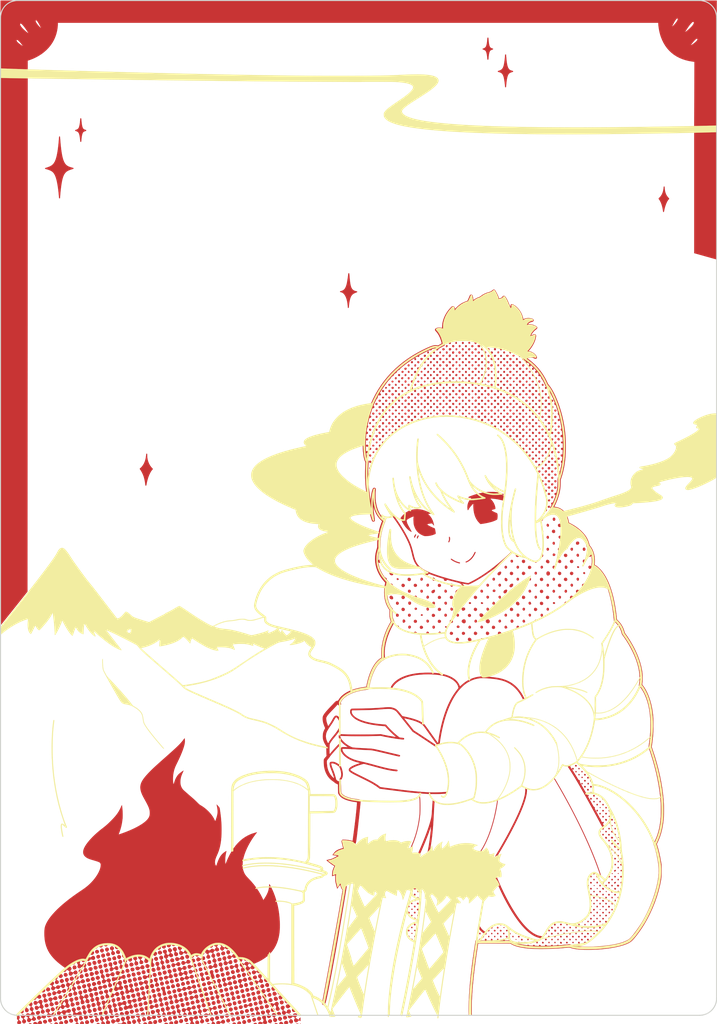
<source format=kicad_pcb>
(kicad_pcb (version 20171130) (host pcbnew "(5.1.9)-1")
  (layers (0 F.Cu signal) (31 B.Cu signal) (34 B.Paste user) (35 F.Paste user) (36 B.SilkS user) (37 F.SilkS user) (38 B.Mask user) (39 F.Mask user) (44 Edge.Cuts user))
  (net 0 "")
  (module LOGO (layer F.Cu) (at 0 0)
    (fp_text reference G*** hide)
    (fp_text value LOGO hide)
  )
  (module LOGO (layer F.Cu) (at 0 0)
    (fp_text reference G*** hide)
    (fp_text value LOGO hide)
    (fp_poly (pts (xy 19.014672 -69.55794) (xy 19.020054 -69.550749) (xy 19.026919 -69.52224) (xy 19.036101 -69.459375) (xy 19.04664 -69.370004) (xy 19.057571 -69.261977) (xy 19.06351 -69.196207) (xy 19.086904 -68.958039) (xy 19.113148 -68.755585) (xy 19.143312 -68.582262) (xy 19.178464 -68.431488) (xy 19.199766 -68.357555) (xy 19.255769 -68.221971) (xy 19.332809 -68.119164) (xy 19.437165 -68.042942) (xy 19.575113 -67.987113) (xy 19.575464 -67.987006) (xy 19.653721 -67.962092) (xy 19.699227 -67.942794) (xy 19.720073 -67.923593) (xy 19.72435 -67.898969) (xy 19.723214 -67.886202) (xy 19.714199 -67.855734) (xy 19.689797 -67.831768) (xy 19.641137 -67.808295) (xy 19.571239 -67.783288) (xy 19.486585 -67.750562) (xy 19.408057 -67.713046) (xy 19.355923 -67.681095) (xy 19.290156 -67.613564) (xy 19.232863 -67.516552) (xy 19.183362 -67.387725) (xy 19.140972 -67.224749) (xy 19.105012 -67.025292) (xy 19.074799 -66.787019) (xy 19.064409 -66.682876) (xy 19.053061 -66.569703) (xy 19.04167 -66.470861) (xy 19.03127 -66.394331) (xy 19.022896 -66.348094) (xy 19.019847 -66.338917) (xy 18.989237 -66.320364) (xy 18.95446 -66.315167) (xy 18.917175 -66.323734) (xy 18.898483 -66.35732) (xy 18.893303 -66.383959) (xy 18.886853 -66.433396) (xy 18.877653 -66.512798) (xy 18.867077 -66.609994) (xy 18.859238 -66.685584) (xy 18.836159 -66.876174) (xy 18.806923 -67.05935) (xy 18.773381 -67.225591) (xy 18.73738 -67.365375) (xy 18.712922 -67.439176) (xy 18.656812 -67.560138) (xy 18.587344 -67.649644) (xy 18.495111 -67.716645) (xy 18.370707 -67.770093) (xy 18.362083 -67.773041) (xy 18.27831 -67.802732) (xy 18.226907 -67.825918) (xy 18.199602 -67.847943) (xy 18.188122 -67.874148) (xy 18.186146 -67.88667) (xy 18.186153 -67.920206) (xy 18.2022 -67.94238) (xy 18.243624 -67.961085) (xy 18.291979 -67.976122) (xy 18.437323 -68.03135) (xy 18.551108 -68.105094) (xy 18.638796 -68.203205) (xy 18.70585 -68.331536) (xy 18.750252 -68.467064) (xy 18.789824 -68.639172) (xy 18.824801 -68.839604) (xy 18.853055 -69.05442) (xy 18.872344 -69.267917) (xy 18.880251 -69.363464) (xy 18.889724 -69.447303) (xy 18.8993 -69.507603) (xy 18.904356 -69.527209) (xy 18.934256 -69.563324) (xy 18.977041 -69.574791) (xy 19.014672 -69.55794)) (layer F.Cu) (width 0.01))
    (fp_poly (pts (xy 21.637031 -66.918417) (xy 21.660997 -66.657046) (xy 21.682472 -66.433105) (xy 21.702078 -66.241805) (xy 21.720439 -66.078358) (xy 21.738178 -65.937975) (xy 21.755918 -65.815867) (xy 21.774282 -65.707246) (xy 21.793894 -65.607324) (xy 21.815376 -65.511311) (xy 21.825721 -65.4685) (xy 21.891472 -65.25252) (xy 21.972564 -65.075497) (xy 22.068881 -64.937625) (xy 22.180305 -64.839095) (xy 22.225 -64.812823) (xy 22.279358 -64.78911) (xy 22.359976 -64.759091) (xy 22.452398 -64.728045) (xy 22.485537 -64.717706) (xy 22.573206 -64.690179) (xy 22.627585 -64.669676) (xy 22.656095 -64.651614) (xy 22.666157 -64.631411) (xy 22.665454 -64.606614) (xy 22.658403 -64.580349) (xy 22.639489 -64.558815) (xy 22.601184 -64.537648) (xy 22.535965 -64.512486) (xy 22.45705 -64.485787) (xy 22.318879 -64.436416) (xy 22.213108 -64.388688) (xy 22.130374 -64.337319) (xy 22.061314 -64.277022) (xy 22.032829 -64.24628) (xy 21.960748 -64.143216) (xy 21.895553 -64.005494) (xy 21.836971 -63.831953) (xy 21.784728 -63.621434) (xy 21.738552 -63.372779) (xy 21.698168 -63.084827) (xy 21.663304 -62.756421) (xy 21.652394 -62.632167) (xy 21.641871 -62.521045) (xy 21.630365 -62.42407) (xy 21.619037 -62.349534) (xy 21.609044 -62.305728) (xy 21.605782 -62.298792) (xy 21.568254 -62.276144) (xy 21.54441 -62.272334) (xy 21.506638 -62.284356) (xy 21.495299 -62.298792) (xy 21.490319 -62.328018) (xy 21.482205 -62.391597) (xy 21.471865 -62.48174) (xy 21.460206 -62.590661) (xy 21.452743 -62.663917) (xy 21.429016 -62.877643) (xy 21.400997 -63.090433) (xy 21.36996 -63.294692) (xy 21.337178 -63.482824) (xy 21.303924 -63.647232) (xy 21.271471 -63.780322) (xy 21.257796 -63.826933) (xy 21.192757 -64.007964) (xy 21.120442 -64.152605) (xy 21.034822 -64.266781) (xy 20.929863 -64.356416) (xy 20.799535 -64.427435) (xy 20.637807 -64.485763) (xy 20.566622 -64.505897) (xy 20.46974 -64.538799) (xy 20.415023 -64.574111) (xy 20.402411 -64.611188) (xy 20.431845 -64.64939) (xy 20.503265 -64.688074) (xy 20.586121 -64.717565) (xy 20.709093 -64.760029) (xy 20.818477 -64.808922) (xy 20.915388 -64.866994) (xy 21.000941 -64.936994) (xy 21.076252 -65.02167) (xy 21.142436 -65.123772) (xy 21.200607 -65.246049) (xy 21.251882 -65.391248) (xy 21.297376 -65.56212) (xy 21.338204 -65.761413) (xy 21.375482 -65.991876) (xy 21.410324 -66.256257) (xy 21.443846 -66.557306) (xy 21.477163 -66.897772) (xy 21.479079 -66.918417) (xy 21.49475 -67.08775) (xy 21.62175 -67.08775) (xy 21.637031 -66.918417)) (layer F.Cu) (width 0.01))
    (fp_poly (pts (xy 52.5145 -56.665761) (xy 52.424542 -56.654966) (xy 52.387811 -56.652711) (xy 52.31265 -56.649898) (xy 52.202956 -56.646618) (xy 52.062627 -56.642963) (xy 51.895561 -56.639024) (xy 51.705655 -56.634892) (xy 51.496807 -56.630659) (xy 51.272916 -56.626416) (xy 51.037878 -56.622254) (xy 51.001083 -56.621628) (xy 50.759703 -56.617407) (xy 50.524998 -56.613033) (xy 50.301401 -56.608606) (xy 50.093342 -56.604227) (xy 49.905253 -56.599995) (xy 49.741564 -56.59601) (xy 49.606708 -56.592371) (xy 49.505116 -56.58918) (xy 49.441218 -56.586535) (xy 49.439273 -56.586429) (xy 49.210962 -56.573773) (xy 49.225761 -61.291017) (xy 49.240559 -66.00826) (xy 48.952586 -66.046484) (xy 48.432418 -66.133865) (xy 47.938188 -66.254297) (xy 47.470288 -66.407456) (xy 47.029111 -66.593017) (xy 46.615047 -66.810656) (xy 46.22849 -67.06005) (xy 45.869829 -67.340872) (xy 45.539458 -67.6528) (xy 45.237767 -67.995509) (xy 44.965148 -68.368674) (xy 44.925111 -68.435081) (xy 48.707213 -68.435081) (xy 48.720229 -68.439721) (xy 48.752324 -68.457935) (xy 48.809189 -68.492599) (xy 48.895 -68.545653) (xy 49.081398 -68.667309) (xy 49.247673 -68.788512) (xy 49.391264 -68.906621) (xy 49.50961 -69.018996) (xy 49.600151 -69.122997) (xy 49.660327 -69.215982) (xy 49.687576 -69.295313) (xy 49.680578 -69.355744) (xy 49.643852 -69.396036) (xy 49.587519 -69.39893) (xy 49.51168 -69.364494) (xy 49.416435 -69.292795) (xy 49.301884 -69.183901) (xy 49.168128 -69.037879) (xy 49.112 -68.97233) (xy 49.035191 -68.879251) (xy 48.95422 -68.777849) (xy 48.875392 -68.676354) (xy 48.80501 -68.582992) (xy 48.749379 -68.505992) (xy 48.715653 -68.455022) (xy 48.707585 -68.44114) (xy 48.707213 -68.435081) (xy 44.925111 -68.435081) (xy 44.721994 -68.771971) (xy 44.508695 -69.205076) (xy 44.325643 -69.667664) (xy 44.231522 -69.955834) (xy 44.139724 -70.295282) (xy 44.121624 -70.379167) (xy 47.893175 -70.379167) (xy 47.913561 -70.391498) (xy 47.960175 -70.425087) (xy 48.026122 -70.474829) (xy 48.104509 -70.535618) (xy 48.105841 -70.536664) (xy 48.363022 -70.746016) (xy 48.585855 -70.943016) (xy 48.773618 -71.126856) (xy 48.925586 -71.296727) (xy 49.041037 -71.451821) (xy 49.119247 -71.59133) (xy 49.159353 -71.713693) (xy 49.158938 -71.788415) (xy 49.131853 -71.844905) (xy 49.084429 -71.874875) (xy 49.036624 -71.874323) (xy 48.973304 -71.84316) (xy 48.891904 -71.778705) (xy 48.795407 -71.684388) (xy 48.686796 -71.56364) (xy 48.569053 -71.41989) (xy 48.445161 -71.256569) (xy 48.318102 -71.077105) (xy 48.233423 -70.950667) (xy 48.153876 -70.827678) (xy 48.079648 -70.710049) (xy 48.013748 -70.602834) (xy 47.959187 -70.51109) (xy 47.918973 -70.43987) (xy 47.896117 -70.394229) (xy 47.893175 -70.379167) (xy 44.121624 -70.379167) (xy 44.061864 -70.656119) (xy 44.000952 -71.021768) (xy 43.979785 -71.204667) (xy 45.992772 -71.204667) (xy 45.997157 -71.195332) (xy 46.024859 -71.213601) (xy 46.071627 -71.254949) (xy 46.133213 -71.314853) (xy 46.205368 -71.388787) (xy 46.283841 -71.472227) (xy 46.364385 -71.560648) (xy 46.44275 -71.649526) (xy 46.514686 -71.734336) (xy 46.575945 -71.810554) (xy 46.622277 -71.873654) (xy 46.625436 -71.878336) (xy 46.714009 -72.024187) (xy 46.77048 -72.148478) (xy 46.79433 -72.249785) (xy 46.786968 -72.321593) (xy 46.76304 -72.365429) (xy 46.739488 -72.385344) (xy 46.706672 -72.375814) (xy 46.656712 -72.336189) (xy 46.594755 -72.272364) (xy 46.525948 -72.190234) (xy 46.455435 -72.095695) (xy 46.388364 -71.994641) (xy 46.365614 -71.957059) (xy 46.31308 -71.863959) (xy 46.252757 -71.750931) (xy 46.189248 -71.627264) (xy 46.127156 -71.502248) (xy 46.071087 -71.385174) (xy 46.025643 -71.285333) (xy 45.995428 -71.212013) (xy 45.992772 -71.204667) (xy 43.979785 -71.204667) (xy 43.959997 -71.375649) (xy 43.950121 -71.506292) (xy 43.935765 -71.733834) (xy -44.090167 -71.733834) (xy -44.090193 -71.548625) (xy -44.094502 -71.413684) (xy -44.106486 -71.24971) (xy -44.124776 -71.069029) (xy -44.148005 -70.883966) (xy -44.174805 -70.706844) (xy -44.197678 -70.58025) (xy -44.310228 -70.116751) (xy -44.461086 -69.67089) (xy -44.649719 -69.243471) (xy -44.875593 -68.835297) (xy -45.138175 -68.447172) (xy -45.436931 -68.0799) (xy -45.771327 -67.734284) (xy -46.14083 -67.411129) (xy -46.463699 -67.167656) (xy -46.807083 -66.942902) (xy -47.180281 -66.730744) (xy -47.571296 -66.537155) (xy -47.96813 -66.368109) (xy -48.328792 -66.239155) (xy -48.514 -66.179442) (xy -48.514 -65.538221) (xy -48.514141 -65.356304) (xy -48.514734 -65.212321) (xy -48.516033 -65.101874) (xy -48.518292 -65.020563) (xy -48.521765 -64.963991) (xy -48.526707 -64.927759) (xy -48.533371 -64.907468) (xy -48.542011 -64.898719) (xy -48.551042 -64.897072) (xy -48.577201 -64.897761) (xy -48.642634 -64.899741) (xy -48.744305 -64.902914) (xy -48.879179 -64.907183) (xy -49.044219 -64.91245) (xy -49.23639 -64.918618) (xy -49.452654 -64.92559) (xy -49.689977 -64.933268) (xy -49.945321 -64.941555) (xy -50.215652 -64.950352) (xy -50.497932 -64.959564) (xy -50.524833 -64.960443) (xy -50.807512 -64.969677) (xy -51.078126 -64.97851) (xy -51.333682 -64.986842) (xy -51.571189 -64.994579) (xy -51.787653 -65.001621) (xy -51.980082 -65.007872) (xy -52.145484 -65.013235) (xy -52.280866 -65.017613) (xy -52.383235 -65.020908) (xy -52.449598 -65.023023) (xy -52.476964 -65.023861) (xy -52.477458 -65.023871) (xy -52.478912 -65.044742) (xy -52.480329 -65.106099) (xy -52.481704 -65.206097) (xy -52.483032 -65.342887) (xy -52.484307 -65.514625) (xy -52.485522 -65.719462) (xy -52.486672 -65.955553) (xy -52.48775 -66.22105) (xy -52.488752 -66.514107) (xy -52.489671 -66.832878) (xy -52.490501 -67.175515) (xy -52.491236 -67.540172) (xy -52.491871 -67.925002) (xy -52.4924 -68.328158) (xy -52.492816 -68.747795) (xy -52.493096 -69.156309) (xy -50.143833 -69.156309) (xy -50.126574 -69.08367) (xy -50.077827 -68.995527) (xy -50.002144 -68.898592) (xy -49.904075 -68.799576) (xy -49.898667 -68.794692) (xy -49.845116 -68.750013) (xy -49.771749 -68.693494) (xy -49.684968 -68.629553) (xy -49.591172 -68.562608) (xy -49.496763 -68.497076) (xy -49.408141 -68.437376) (xy -49.331706 -68.387925) (xy -49.273858 -68.35314) (xy -49.240999 -68.33744) (xy -49.236277 -68.337501) (xy -49.245118 -68.356618) (xy -49.275584 -68.403084) (xy -49.323403 -68.470763) (xy -49.384304 -68.553514) (xy -49.413931 -68.592837) (xy -49.542304 -68.755593) (xy -49.663971 -68.897389) (xy -49.77674 -69.016533) (xy -49.87842 -69.111333) (xy -49.96682 -69.180098) (xy -50.039747 -69.221135) (xy -50.09501 -69.232753) (xy -50.130418 -69.213261) (xy -50.14378 -69.160966) (xy -50.143833 -69.156309) (xy -52.493096 -69.156309) (xy -52.493114 -69.182064) (xy -52.493288 -69.629121) (xy -52.493333 -70.00875) (xy -52.493333 -71.53282) (xy -49.635833 -71.53282) (xy -49.617211 -71.427584) (xy -49.56227 -71.304775) (xy -49.472401 -71.166063) (xy -49.348993 -71.013117) (xy -49.193437 -70.847604) (xy -49.007122 -70.671194) (xy -48.791437 -70.485555) (xy -48.705068 -70.415343) (xy -48.612065 -70.34111) (xy -48.531173 -70.277078) (xy -48.467881 -70.227548) (xy -48.427676 -70.196821) (xy -48.415821 -70.188667) (xy -48.422465 -70.205374) (xy -48.445843 -70.249463) (xy -48.48113 -70.311884) (xy -48.48639 -70.320959) (xy -48.605304 -70.518503) (xy -48.728856 -70.710844) (xy -48.854126 -70.894303) (xy -48.978196 -71.065203) (xy -49.098145 -71.219865) (xy -49.211055 -71.354611) (xy -49.314006 -71.465764) (xy -49.404078 -71.549646) (xy -49.478353 -71.602578) (xy -49.516346 -71.618538) (xy -49.579736 -71.618088) (xy -49.622256 -71.58503) (xy -49.635833 -71.53282) (xy -52.493333 -71.53282) (xy -52.493333 -72.042046) (xy -47.348373 -72.042046) (xy -47.34743 -71.965783) (xy -47.31654 -71.867421) (xy -47.256881 -71.749589) (xy -47.169631 -71.614917) (xy -47.055971 -71.466035) (xy -47.014649 -71.416334) (xy -46.9673 -71.362168) (xy -46.905743 -71.29418) (xy -46.835983 -71.218706) (xy -46.764024 -71.142084) (xy -46.695868 -71.070653) (xy -46.637519 -71.01075) (xy -46.594981 -70.968713) (xy -46.574258 -70.95088) (xy -46.573535 -70.950667) (xy -46.57779 -70.967976) (xy -46.594119 -71.011303) (xy -46.60176 -71.030042) (xy -46.624104 -71.080739) (xy -46.659919 -71.158489) (xy -46.704092 -71.252312) (xy -46.747167 -71.34225) (xy -46.845201 -71.536257) (xy -46.939554 -71.705648) (xy -47.028499 -71.848149) (xy -47.110307 -71.961486) (xy -47.18325 -72.043386) (xy -47.245601 -72.091574) (xy -47.29563 -72.103777) (xy -47.318189 -72.093579) (xy -47.348373 -72.042046) (xy -52.493333 -72.042046) (xy -52.493333 -74.9935) (xy 52.5145 -74.9935) (xy 52.5145 -56.665761)) (layer F.Cu) (width 0.01))
    (fp_poly (pts (xy -40.692382 -57.736142) (xy -40.673894 -57.724969) (xy -40.668399 -57.698968) (xy -40.66007 -57.638106) (xy -40.649773 -57.549692) (xy -40.63837 -57.441035) (xy -40.629482 -57.349261) (xy -40.606176 -57.120898) (xy -40.581916 -56.927817) (xy -40.555525 -56.762966) (xy -40.525822 -56.619293) (xy -40.491631 -56.489749) (xy -40.47888 -56.448006) (xy -40.427676 -56.315897) (xy -40.364376 -56.217529) (xy -40.280595 -56.144473) (xy -40.16795 -56.088298) (xy -40.096254 -56.063297) (xy -40.014534 -56.03649) (xy -39.965325 -56.015904) (xy -39.940459 -55.996047) (xy -39.931767 -55.971426) (xy -39.930917 -55.952136) (xy -39.935074 -55.917243) (xy -39.954075 -55.893828) (xy -39.997714 -55.873994) (xy -40.047333 -55.858261) (xy -40.16526 -55.816755) (xy -40.267221 -55.769012) (xy -40.34289 -55.720228) (xy -40.367659 -55.697045) (xy -40.42227 -55.619656) (xy -40.470662 -55.517265) (xy -40.513539 -55.38694) (xy -40.551604 -55.225753) (xy -40.585561 -55.030774) (xy -40.616112 -54.799073) (xy -40.641226 -54.557269) (xy -40.651226 -54.457507) (xy -40.660907 -54.373384) (xy -40.669165 -54.313739) (xy -40.674896 -54.28741) (xy -40.674906 -54.287394) (xy -40.705257 -54.272338) (xy -40.749992 -54.277287) (xy -40.783933 -54.296734) (xy -40.801771 -54.334577) (xy -40.809332 -54.390338) (xy -40.809333 -54.391174) (xy -40.812912 -54.459037) (xy -40.822722 -54.558774) (xy -40.83737 -54.680619) (xy -40.855466 -54.814806) (xy -40.875618 -54.951567) (xy -40.896434 -55.081135) (xy -40.916524 -55.193745) (xy -40.934496 -55.279629) (xy -40.937851 -55.293276) (xy -40.987294 -55.457725) (xy -41.044824 -55.586134) (xy -41.115582 -55.684693) (xy -41.204714 -55.759592) (xy -41.317361 -55.817022) (xy -41.396281 -55.845013) (xy -41.48461 -55.875457) (xy -41.538041 -55.901269) (xy -41.563198 -55.92605) (xy -41.567063 -55.937846) (xy -41.5656 -55.970637) (xy -41.545383 -55.997806) (xy -41.499789 -56.024012) (xy -41.422194 -56.053918) (xy -41.38348 -56.067043) (xy -41.247331 -56.124167) (xy -41.144401 -56.1963) (xy -41.066548 -56.289445) (xy -41.053976 -56.309916) (xy -41.007335 -56.410987) (xy -40.962872 -56.548934) (xy -40.921687 -56.718314) (xy -40.884877 -56.913685) (xy -40.853544 -57.129602) (xy -40.828787 -57.360622) (xy -40.820126 -57.4675) (xy -40.811314 -57.579861) (xy -40.802837 -57.656669) (xy -40.792644 -57.704637) (xy -40.778685 -57.730478) (xy -40.758909 -57.740907) (xy -40.736096 -57.742667) (xy -40.692382 -57.736142)) (layer F.Cu) (width 0.01))
    (fp_poly (pts (xy -43.827831 -55.092713) (xy -43.80965 -55.077392) (xy -43.794363 -55.046435) (xy -43.781076 -54.995405) (xy -43.768897 -54.919866) (xy -43.756934 -54.815381) (xy -43.744293 -54.677513) (xy -43.730084 -54.501826) (xy -43.730064 -54.501568) (xy -43.689775 -54.021046) (xy -43.646785 -53.581017) (xy -43.600618 -53.179699) (xy -43.550798 -52.81531) (xy -43.496849 -52.486066) (xy -43.438295 -52.190188) (xy -43.374659 -51.925891) (xy -43.305467 -51.691395) (xy -43.23024 -51.484916) (xy -43.148505 -51.304674) (xy -43.059783 -51.148885) (xy -42.9636 -51.015768) (xy -42.85948 -50.903541) (xy -42.746945 -50.810422) (xy -42.743275 -50.807791) (xy -42.656038 -50.750264) (xy -42.563065 -50.699648) (xy -42.456467 -50.652654) (xy -42.328359 -50.605991) (xy -42.170853 -50.556369) (xy -42.070293 -50.527039) (xy -41.958846 -50.494658) (xy -41.881762 -50.47023) (xy -41.832529 -50.450695) (xy -41.804634 -50.432992) (xy -41.791564 -50.414062) (xy -41.78716 -50.393993) (xy -41.786523 -50.37298) (xy -41.79412 -50.355502) (xy -41.815731 -50.338654) (xy -41.85714 -50.319535) (xy -41.924128 -50.295243) (xy -42.022476 -50.262874) (xy -42.094077 -50.239923) (xy -42.295427 -50.17236) (xy -42.461738 -50.108641) (xy -42.599673 -50.045335) (xy -42.715898 -49.979013) (xy -42.817076 -49.906245) (xy -42.909872 -49.823602) (xy -42.917355 -49.816241) (xy -43.035004 -49.684909) (xy -43.137379 -49.537111) (xy -43.227351 -49.367071) (xy -43.307791 -49.169014) (xy -43.381569 -48.937162) (xy -43.414489 -48.815919) (xy -43.466789 -48.59174) (xy -43.517691 -48.329195) (xy -43.566644 -48.03224) (xy -43.613097 -47.704833) (xy -43.656499 -47.350934) (xy -43.696301 -46.974498) (xy -43.731951 -46.579485) (xy -43.740694 -46.471417) (xy -43.751348 -46.340798) (xy -43.761532 -46.223862) (xy -43.770598 -46.127457) (xy -43.777896 -46.058429) (xy -43.782777 -46.023623) (xy -43.783312 -46.021625) (xy -43.809696 -45.999123) (xy -43.852705 -45.996338) (xy -43.892445 -46.011576) (xy -43.907706 -46.032209) (xy -43.913097 -46.064715) (xy -43.921251 -46.131737) (xy -43.931336 -46.225608) (xy -43.942522 -46.338664) (xy -43.951875 -46.439667) (xy -44.001617 -46.941628) (xy -44.057139 -47.404805) (xy -44.118355 -47.828758) (xy -44.185178 -48.213047) (xy -44.257521 -48.557233) (xy -44.335296 -48.860876) (xy -44.418417 -49.123535) (xy -44.506798 -49.344771) (xy -44.539581 -49.413584) (xy -44.625215 -49.569626) (xy -44.71734 -49.704508) (xy -44.820577 -49.821326) (xy -44.939547 -49.923177) (xy -45.078873 -50.013156) (xy -45.243175 -50.09436) (xy -45.437075 -50.169886) (xy -45.665195 -50.242831) (xy -45.857583 -50.296656) (xy -45.921783 -50.316993) (xy -45.955105 -50.338987) (xy -45.968489 -50.370872) (xy -45.969988 -50.381237) (xy -45.970988 -50.404045) (xy -45.963815 -50.422302) (xy -45.942358 -50.439199) (xy -45.900508 -50.457926) (xy -45.832155 -50.481673) (xy -45.731191 -50.513631) (xy -45.694821 -50.524927) (xy -45.444322 -50.610707) (xy -45.231008 -50.702765) (xy -45.04979 -50.805143) (xy -44.89558 -50.921885) (xy -44.76329 -51.057033) (xy -44.647829 -51.214628) (xy -44.54411 -51.398714) (xy -44.512401 -51.464235) (xy -44.425661 -51.676079) (xy -44.344244 -51.929228) (xy -44.268279 -52.222976) (xy -44.197893 -52.556615) (xy -44.133215 -52.929438) (xy -44.074373 -53.340738) (xy -44.021495 -53.789806) (xy -43.974709 -54.275935) (xy -43.951756 -54.557084) (xy -43.938258 -54.724829) (xy -43.926104 -54.854815) (xy -43.914443 -54.951558) (xy -43.902419 -55.019574) (xy -43.889181 -55.063382) (xy -43.873876 -55.087496) (xy -43.855649 -55.096435) (xy -43.849796 -55.096834) (xy -43.827831 -55.092713)) (layer F.Cu) (width 0.01))
    (fp_poly (pts (xy 44.82346 -47.748447) (xy 44.84242 -47.739386) (xy 44.8557 -47.715559) (xy 44.865337 -47.669091) (xy 44.873371 -47.592104) (xy 44.877396 -47.540087) (xy 44.912025 -47.227062) (xy 44.968456 -46.947732) (xy 45.047911 -46.698798) (xy 45.151614 -46.476961) (xy 45.280788 -46.278921) (xy 45.394657 -46.144515) (xy 45.458629 -46.073823) (xy 45.509898 -46.01205) (xy 45.54235 -45.966889) (xy 45.550667 -45.948278) (xy 45.536195 -45.914391) (xy 45.500813 -45.871744) (xy 45.495392 -45.866565) (xy 45.399504 -45.758368) (xy 45.302763 -45.613136) (xy 45.207342 -45.43606) (xy 45.115416 -45.232331) (xy 45.029158 -45.007138) (xy 44.950744 -44.765672) (xy 44.882345 -44.513124) (xy 44.831152 -44.280667) (xy 44.806481 -44.161152) (xy 44.785547 -44.077671) (xy 44.766042 -44.02436) (xy 44.74566 -43.995353) (xy 44.722093 -43.984787) (xy 44.714583 -43.984334) (xy 44.678993 -43.999443) (xy 44.667689 -44.010792) (xy 44.657185 -44.041008) (xy 44.643293 -44.104225) (xy 44.627764 -44.191424) (xy 44.612348 -44.293587) (xy 44.611219 -44.301795) (xy 44.559235 -44.604136) (xy 44.488193 -44.896588) (xy 44.400382 -45.172713) (xy 44.298096 -45.426074) (xy 44.183625 -45.650233) (xy 44.068452 -45.826568) (xy 44.025283 -45.888812) (xy 43.994937 -45.940942) (xy 43.984333 -45.970045) (xy 43.99911 -45.997434) (xy 44.03856 -46.04419) (xy 44.09536 -46.10196) (xy 44.121201 -46.126192) (xy 44.287106 -46.306109) (xy 44.429278 -46.518802) (xy 44.546321 -46.761083) (xy 44.636835 -47.029765) (xy 44.699423 -47.32166) (xy 44.721922 -47.495748) (xy 44.734469 -47.606773) (xy 44.747489 -47.681609) (xy 44.763429 -47.726354) (xy 44.784742 -47.747106) (xy 44.813877 -47.749963) (xy 44.82346 -47.748447)) (layer F.Cu) (width 0.01))
    (fp_poly (pts (xy 52.5145 -46.379365) (xy 52.514464 -45.752968) (xy 52.514359 -45.137334) (xy 52.514186 -44.533811) (xy 52.513949 -43.943749) (xy 52.513648 -43.368496) (xy 52.513287 -42.809401) (xy 52.512868 -42.267814) (xy 52.512393 -41.745083) (xy 52.511864 -41.242557) (xy 52.511284 -40.761585) (xy 52.510655 -40.303516) (xy 52.509979 -39.869699) (xy 52.509258 -39.461483) (xy 52.508496 -39.080216) (xy 52.507694 -38.727248) (xy 52.506854 -38.403928) (xy 52.505979 -38.111604) (xy 52.50507 -37.851625) (xy 52.504132 -37.625341) (xy 52.503164 -37.4341) (xy 52.502171 -37.279251) (xy 52.501154 -37.162143) (xy 52.500115 -37.084125) (xy 52.499058 -37.046546) (xy 52.498625 -37.04314) (xy 52.476239 -37.048945) (xy 52.416178 -37.065321) (xy 52.321527 -37.09141) (xy 52.195372 -37.126353) (xy 52.040799 -37.169291) (xy 51.860895 -37.219367) (xy 51.658744 -37.275721) (xy 51.437432 -37.337495) (xy 51.200046 -37.403831) (xy 50.949672 -37.473871) (xy 50.847625 -37.502437) (xy 49.2125 -37.960263) (xy 49.2125 -55.622954) (xy 49.323625 -55.634038) (xy 49.365968 -55.636593) (xy 49.446216 -55.639804) (xy 49.559945 -55.643551) (xy 49.702733 -55.647713) (xy 49.870159 -55.652168) (xy 50.057799 -55.656797) (xy 50.261233 -55.661478) (xy 50.476036 -55.66609) (xy 50.556583 -55.667736) (xy 50.787515 -55.67249) (xy 51.019307 -55.677444) (xy 51.245879 -55.682456) (xy 51.461148 -55.687385) (xy 51.659034 -55.692089) (xy 51.833457 -55.696425) (xy 51.978334 -55.700252) (xy 52.087585 -55.703426) (xy 52.096458 -55.703707) (xy 52.5145 -55.717064) (xy 52.5145 -46.379365)) (layer F.Cu) (width 0.01))
    (fp_poly (pts (xy 19.038084 -31.570277) (xy 19.08823 -31.543694) (xy 19.111603 -31.505149) (xy 19.10064 -31.458959) (xy 19.063822 -31.433169) (xy 19.003295 -31.417723) (xy 18.936799 -31.414363) (xy 18.882076 -31.42483) (xy 18.864681 -31.435786) (xy 18.839086 -31.483408) (xy 18.843649 -31.53237) (xy 18.875571 -31.566637) (xy 18.888321 -31.57124) (xy 18.968877 -31.580818) (xy 19.038084 -31.570277)) (layer F.Cu) (width 0.01))
    (fp_poly (pts (xy 19.522578 -31.26863) (xy 19.52625 -31.267019) (xy 19.56934 -31.231336) (xy 19.578536 -31.187537) (xy 19.557686 -31.146677) (xy 19.510637 -31.119813) (xy 19.473333 -31.115) (xy 19.421715 -31.124241) (xy 19.3929 -31.1404) (xy 19.36836 -31.186105) (xy 19.377405 -31.229705) (xy 19.411687 -31.263276) (xy 19.462861 -31.278893) (xy 19.522578 -31.26863)) (layer F.Cu) (width 0.01))
    (fp_poly (pts (xy 18.569027 -31.274862) (xy 18.613634 -31.251983) (xy 18.614571 -31.251072) (xy 18.641978 -31.219493) (xy 18.643432 -31.192486) (xy 18.625922 -31.155942) (xy 18.588165 -31.124777) (xy 18.530184 -31.112733) (xy 18.469466 -31.119694) (xy 18.423498 -31.145546) (xy 18.415 -31.157334) (xy 18.402922 -31.213869) (xy 18.427098 -31.258082) (xy 18.481688 -31.282122) (xy 18.509483 -31.284334) (xy 18.569027 -31.274862)) (layer F.Cu) (width 0.01))
    (fp_poly (pts (xy 20.021668 -30.957837) (xy 20.032519 -30.953986) (xy 20.059084 -30.924451) (xy 20.064468 -30.876974) (xy 20.047479 -30.830932) (xy 20.0406 -30.8229) (xy 19.991298 -30.799912) (xy 19.931678 -30.804809) (xy 19.887595 -30.830762) (xy 19.858584 -30.879108) (xy 19.864693 -30.922117) (xy 19.898714 -30.953659) (xy 19.953442 -30.967608) (xy 20.021668 -30.957837)) (layer F.Cu) (width 0.01))
    (fp_poly (pts (xy 19.048908 -30.946252) (xy 19.085172 -30.908302) (xy 19.087867 -30.861738) (xy 19.056684 -30.822483) (xy 19.051391 -30.819412) (xy 19.003615 -30.800206) (xy 18.96448 -30.807121) (xy 18.920053 -30.838508) (xy 18.886894 -30.873258) (xy 18.886152 -30.903914) (xy 18.893412 -30.917883) (xy 18.938306 -30.955124) (xy 19.000525 -30.962102) (xy 19.048908 -30.946252)) (layer F.Cu) (width 0.01))
    (fp_poly (pts (xy 18.060925 -30.953521) (xy 18.113641 -30.920176) (xy 18.13912 -30.874847) (xy 18.139833 -30.865826) (xy 18.122064 -30.83393) (xy 18.079588 -30.801884) (xy 18.028648 -30.780263) (xy 18.002832 -30.776646) (xy 17.951196 -30.786411) (xy 17.907187 -30.803636) (xy 17.858846 -30.842554) (xy 17.847402 -30.885556) (xy 17.868977 -30.925352) (xy 17.919693 -30.954654) (xy 17.993678 -30.966161) (xy 18.060925 -30.953521)) (layer F.Cu) (width 0.01))
    (fp_poly (pts (xy 19.532079 -30.636895) (xy 19.559723 -30.626199) (xy 19.568059 -30.598969) (xy 19.568583 -30.57525) (xy 19.564039 -30.532419) (xy 19.541963 -30.512936) (xy 19.492688 -30.505389) (xy 19.424578 -30.510429) (xy 19.390399 -30.53083) (xy 19.371383 -30.576329) (xy 19.371334 -30.600692) (xy 19.385816 -30.625351) (xy 19.423717 -30.636665) (xy 19.473623 -30.63875) (xy 19.532079 -30.636895)) (layer F.Cu) (width 0.01))
    (fp_poly (pts (xy 20.497075 -30.665906) (xy 20.554126 -30.643917) (xy 20.558125 -30.641036) (xy 20.591789 -30.597978) (xy 20.591398 -30.554028) (xy 20.564556 -30.515806) (xy 20.518871 -30.489932) (xy 20.461946 -30.483027) (xy 20.401389 -30.501709) (xy 20.399375 -30.502863) (xy 20.369476 -30.54148) (xy 20.364349 -30.595028) (xy 20.385675 -30.642952) (xy 20.387733 -30.6451) (xy 20.434745 -30.666464) (xy 20.497075 -30.665906)) (layer F.Cu) (width 0.01))
    (fp_poly (pts (xy 18.534828 -30.649438) (xy 18.590172 -30.618939) (xy 18.622919 -30.57531) (xy 18.626667 -30.553865) (xy 18.608003 -30.523705) (xy 18.561718 -30.497187) (xy 18.502369 -30.48157) (xy 18.4785 -30.48) (xy 18.414359 -30.488613) (xy 18.36707 -30.510125) (xy 18.363595 -30.513262) (xy 18.33482 -30.558303) (xy 18.345603 -30.599406) (xy 18.397151 -30.640002) (xy 18.410745 -30.647465) (xy 18.470486 -30.660912) (xy 18.534828 -30.649438)) (layer F.Cu) (width 0.01))
    (fp_poly (pts (xy 17.611444 -30.643611) (xy 17.645526 -30.597055) (xy 17.649113 -30.580163) (xy 17.64515 -30.533174) (xy 17.611683 -30.505921) (xy 17.60011 -30.501177) (xy 17.536878 -30.482914) (xy 17.489395 -30.487439) (xy 17.457208 -30.502863) (xy 17.428175 -30.541252) (xy 17.420167 -30.586482) (xy 17.428806 -30.634834) (xy 17.46234 -30.658605) (xy 17.476056 -30.662555) (xy 17.551578 -30.667052) (xy 17.611444 -30.643611)) (layer F.Cu) (width 0.01))
    (fp_poly (pts (xy 21.031656 -30.339077) (xy 21.102804 -30.311454) (xy 21.136922 -30.275336) (xy 21.136807 -30.236575) (xy 21.105259 -30.20102) (xy 21.045074 -30.174524) (xy 20.959052 -30.162936) (xy 20.947363 -30.162825) (xy 20.880457 -30.165867) (xy 20.830229 -30.173269) (xy 20.815299 -30.1787) (xy 20.783002 -30.222748) (xy 20.782778 -30.279152) (xy 20.788784 -30.293881) (xy 20.826263 -30.325579) (xy 20.891507 -30.344385) (xy 20.971252 -30.347832) (xy 21.031656 -30.339077)) (layer F.Cu) (width 0.01))
    (fp_poly (pts (xy 19.978114 -30.339645) (xy 20.03792 -30.319288) (xy 20.076805 -30.280886) (xy 20.083364 -30.261864) (xy 20.07543 -30.213377) (xy 20.03754 -30.179436) (xy 19.980306 -30.162487) (xy 19.914338 -30.164976) (xy 19.850249 -30.18935) (xy 19.83022 -30.203508) (xy 19.797071 -30.238233) (xy 19.796347 -30.268805) (xy 19.803623 -30.282723) (xy 19.84792 -30.322335) (xy 19.910432 -30.340985) (xy 19.978114 -30.339645)) (layer F.Cu) (width 0.01))
    (fp_poly (pts (xy 18.997509 -30.343074) (xy 19.043696 -30.327897) (xy 19.093537 -30.289263) (xy 19.110139 -30.243064) (xy 19.090784 -30.199594) (xy 19.080006 -30.190358) (xy 19.020134 -30.166706) (xy 18.947579 -30.164005) (xy 18.881464 -30.181197) (xy 18.85051 -30.203073) (xy 18.828161 -30.249459) (xy 18.839903 -30.291962) (xy 18.87752 -30.325272) (xy 18.932795 -30.344079) (xy 18.997509 -30.343074)) (layer F.Cu) (width 0.01))
    (fp_poly (pts (xy 18.052421 -30.335356) (xy 18.109964 -30.30397) (xy 18.126154 -30.285288) (xy 18.135368 -30.242037) (xy 18.112264 -30.205316) (xy 18.066728 -30.178338) (xy 18.008644 -30.164311) (xy 17.947899 -30.166446) (xy 17.894377 -30.187952) (xy 17.875963 -30.204045) (xy 17.85026 -30.254362) (xy 17.865848 -30.299941) (xy 17.916537 -30.335209) (xy 17.981667 -30.347264) (xy 18.052421 -30.335356)) (layer F.Cu) (width 0.01))
    (fp_poly (pts (xy 17.039766 -30.340061) (xy 17.071249 -30.331724) (xy 17.123462 -30.307179) (xy 17.143617 -30.273911) (xy 17.145 -30.256854) (xy 17.126695 -30.209855) (xy 17.080426 -30.176925) (xy 17.019166 -30.161339) (xy 16.955886 -30.166373) (xy 16.903558 -30.195302) (xy 16.903095 -30.195762) (xy 16.872542 -30.245625) (xy 16.877628 -30.290399) (xy 16.911656 -30.324672) (xy 16.967934 -30.34303) (xy 17.039766 -30.340061)) (layer F.Cu) (width 0.01))
    (fp_poly (pts (xy 16.09569 -30.344568) (xy 16.15071 -30.319671) (xy 16.161426 -30.30992) (xy 16.187476 -30.276669) (xy 16.183725 -30.253154) (xy 16.159415 -30.227823) (xy 16.087737 -30.184106) (xy 16.008839 -30.175541) (xy 15.959556 -30.190341) (xy 15.911982 -30.230714) (xy 15.89954 -30.280903) (xy 15.918177 -30.322267) (xy 15.962155 -30.346742) (xy 16.027082 -30.353884) (xy 16.09569 -30.344568)) (layer F.Cu) (width 0.01))
    (fp_poly (pts (xy -1.387333 -35.021319) (xy -1.367855 -34.995023) (xy -1.36284 -34.963816) (xy -1.355001 -34.896765) (xy -1.34498 -34.800219) (xy -1.333419 -34.680524) (xy -1.320959 -34.54403) (xy -1.312634 -34.44875) (xy -1.289089 -34.185407) (xy -1.266712 -33.959293) (xy -1.244843 -33.765343) (xy -1.222823 -33.598492) (xy -1.199992 -33.453677) (xy -1.17569 -33.325832) (xy -1.153584 -33.227552) (xy -1.088506 -33.009294) (xy -1.006493 -32.828032) (xy -0.904891 -32.68091) (xy -0.781044 -32.565071) (xy -0.632299 -32.47766) (xy -0.456001 -32.41582) (xy -0.383427 -32.398883) (xy -0.288996 -32.377204) (xy -0.229984 -32.356864) (xy -0.199795 -32.334007) (xy -0.191835 -32.304778) (xy -0.19384 -32.288039) (xy -0.215444 -32.261312) (xy -0.272676 -32.228093) (xy -0.367993 -32.187034) (xy -0.4022 -32.173813) (xy -0.598212 -32.090412) (xy -0.758356 -32.00058) (xy -0.889086 -31.898944) (xy -0.996856 -31.780136) (xy -1.088118 -31.638785) (xy -1.121024 -31.575586) (xy -1.186355 -31.418481) (xy -1.246515 -31.225215) (xy -1.300232 -31.001782) (xy -1.346234 -30.754173) (xy -1.38325 -30.488381) (xy -1.409629 -30.215417) (xy -1.418079 -30.124223) (xy -1.428195 -30.044618) (xy -1.438243 -29.989433) (xy -1.441773 -29.977292) (xy -1.47054 -29.942536) (xy -1.512167 -29.928904) (xy -1.548374 -29.941083) (xy -1.554276 -29.948448) (xy -1.560426 -29.975721) (xy -1.568731 -30.036393) (xy -1.578128 -30.121656) (xy -1.587555 -30.222698) (xy -1.588085 -30.228906) (xy -1.629232 -30.595417) (xy -1.687437 -30.927917) (xy -1.762379 -31.225433) (xy -1.853737 -31.486989) (xy -1.961191 -31.71161) (xy -2.084421 -31.898321) (xy -2.168623 -31.994635) (xy -2.282883 -32.098962) (xy -2.394236 -32.172259) (xy -2.516335 -32.222457) (xy -2.598422 -32.244332) (xy -2.682872 -32.273303) (xy -2.727202 -32.30926) (xy -2.731854 -32.347063) (xy -2.697267 -32.381572) (xy -2.62388 -32.407647) (xy -2.583851 -32.414551) (xy -2.480852 -32.440351) (xy -2.363865 -32.488353) (xy -2.248598 -32.550584) (xy -2.150753 -32.61907) (xy -2.112701 -32.653754) (xy -2.00431 -32.790143) (xy -1.907822 -32.963845) (xy -1.822787 -33.175908) (xy -1.748758 -33.427379) (xy -1.710729 -33.5915) (xy -1.696414 -33.665994) (xy -1.677556 -33.774709) (xy -1.655393 -33.909931) (xy -1.631161 -34.063945) (xy -1.606095 -34.229035) (xy -1.581432 -34.397486) (xy -1.580152 -34.406417) (xy -1.49225 -35.02025) (xy -1.435859 -35.026773) (xy -1.387333 -35.021319)) (layer F.Cu) (width 0.01))
    (fp_poly (pts (xy 19.54054 -30.016305) (xy 19.563945 -29.998293) (xy 19.587288 -29.965206) (xy 19.581522 -29.935104) (xy 19.566955 -29.912599) (xy 19.518088 -29.87388) (xy 19.459177 -29.871281) (xy 19.402595 -29.905012) (xy 19.398129 -29.90974) (xy 19.372139 -29.950621) (xy 19.379721 -29.98684) (xy 19.381108 -29.989115) (xy 19.423447 -30.021731) (xy 19.482887 -30.03111) (xy 19.54054 -30.016305)) (layer F.Cu) (width 0.01))
    (fp_poly (pts (xy 18.513771 -30.031738) (xy 18.558771 -30.013208) (xy 18.595885 -29.976882) (xy 18.615592 -29.935776) (xy 18.608374 -29.90291) (xy 18.608144 -29.902678) (xy 18.567931 -29.882936) (xy 18.50964 -29.87368) (xy 18.453189 -29.876259) (xy 18.420292 -29.889945) (xy 18.393955 -29.939093) (xy 18.402812 -29.985829) (xy 18.440377 -30.020317) (xy 18.500166 -30.032721) (xy 18.513771 -30.031738)) (layer F.Cu) (width 0.01))
    (fp_poly (pts (xy 17.580796 -30.022278) (xy 17.609922 -29.994559) (xy 17.628686 -29.953704) (xy 17.623778 -29.927391) (xy 17.598571 -29.899429) (xy 17.54664 -29.871239) (xy 17.487209 -29.870018) (xy 17.445567 -29.891567) (xy 17.42348 -29.934684) (xy 17.424032 -29.98351) (xy 17.446028 -30.018668) (xy 17.453648 -30.022653) (xy 17.522679 -30.035519) (xy 17.580796 -30.022278)) (layer F.Cu) (width 0.01))
    (fp_poly (pts (xy 16.607883 -30.01768) (xy 16.647711 -29.989501) (xy 16.658167 -29.962184) (xy 16.640023 -29.912673) (xy 16.594072 -29.880153) (xy 16.53303 -29.869376) (xy 16.469615 -29.885093) (xy 16.462375 -29.889029) (xy 16.430241 -29.928382) (xy 16.430852 -29.978746) (xy 16.450733 -30.0101) (xy 16.494673 -30.03138) (xy 16.551963 -30.032773) (xy 16.607883 -30.01768)) (layer F.Cu) (width 0.01))
    (fp_poly (pts (xy 15.621213 -30.024963) (xy 15.657707 -29.992672) (xy 15.663333 -29.963386) (xy 15.646538 -29.905436) (xy 15.602781 -29.87246) (xy 15.542006 -29.868693) (xy 15.488708 -29.889029) (xy 15.455563 -29.926529) (xy 15.454831 -29.971369) (xy 15.481416 -30.011257) (xy 15.530226 -30.033902) (xy 15.549419 -30.0355) (xy 15.621213 -30.024963)) (layer F.Cu) (width 0.01))
    (fp_poly (pts (xy 21.475901 -30.023983) (xy 21.530571 -29.995311) (xy 21.564287 -29.958307) (xy 21.568833 -29.94025) (xy 21.550384 -29.902949) (xy 21.504967 -29.868933) (xy 21.447478 -29.847778) (xy 21.420667 -29.845) (xy 21.360887 -29.857357) (xy 21.319543 -29.877951) (xy 21.27904 -29.922916) (xy 21.275912 -29.968119) (xy 21.305851 -30.006414) (xy 21.364547 -30.030658) (xy 21.414565 -30.0355) (xy 21.475901 -30.023983)) (layer F.Cu) (width 0.01))
    (fp_poly (pts (xy 20.49661 -30.025304) (xy 20.550491 -30.000326) (xy 20.587417 -29.968987) (xy 20.595167 -29.949634) (xy 20.577239 -29.911558) (xy 20.533804 -29.874379) (xy 20.480386 -29.84942) (xy 20.45171 -29.845) (xy 20.388791 -29.857172) (xy 20.345876 -29.877951) (xy 20.305373 -29.922916) (xy 20.302246 -29.968119) (xy 20.332184 -30.006414) (xy 20.39088 -30.030658) (xy 20.440899 -30.0355) (xy 20.49661 -30.025304)) (layer F.Cu) (width 0.01))
    (fp_poly (pts (xy 19.031972 -29.714463) (xy 19.068457 -29.7) (xy 19.081163 -29.662275) (xy 19.08175 -29.643917) (xy 19.078007 -29.60298) (xy 19.058748 -29.583408) (xy 19.011925 -29.575361) (xy 18.996315 -29.57413) (xy 18.938815 -29.573583) (xy 18.90075 -29.57996) (xy 18.895774 -29.582949) (xy 18.883795 -29.61415) (xy 18.880667 -29.647042) (xy 18.89905 -29.690231) (xy 18.949817 -29.71393) (xy 19.026391 -29.715207) (xy 19.031972 -29.714463)) (layer F.Cu) (width 0.01))
    (fp_poly (pts (xy 16.103079 -29.705561) (xy 16.130723 -29.694865) (xy 16.139059 -29.667635) (xy 16.139583 -29.643917) (xy 16.135039 -29.601086) (xy 16.112963 -29.581603) (xy 16.063688 -29.574055) (xy 15.995578 -29.579096) (xy 15.961399 -29.599497) (xy 15.942383 -29.644996) (xy 15.942334 -29.669359) (xy 15.956816 -29.694018) (xy 15.994717 -29.705331) (xy 16.044623 -29.707417) (xy 16.103079 -29.705561)) (layer F.Cu) (width 0.01))
    (fp_poly (pts (xy 15.129413 -29.705561) (xy 15.157056 -29.694865) (xy 15.165392 -29.667635) (xy 15.165917 -29.643917) (xy 15.161373 -29.601086) (xy 15.139297 -29.581603) (xy 15.090021 -29.574055) (xy 15.021911 -29.579096) (xy 14.987732 -29.599497) (xy 14.968716 -29.644996) (xy 14.968667 -29.669359) (xy 14.983149 -29.694018) (xy 15.02105 -29.705331) (xy 15.070956 -29.707417) (xy 15.129413 -29.705561)) (layer F.Cu) (width 0.01))
    (fp_poly (pts (xy 21.034152 -29.720739) (xy 21.039578 -29.718048) (xy 21.073792 -29.691525) (xy 21.0761 -29.660032) (xy 21.045323 -29.615771) (xy 21.020128 -29.589372) (xy 20.943831 -29.540588) (xy 20.855349 -29.527178) (xy 20.790958 -29.541519) (xy 20.770107 -29.568687) (xy 20.7645 -29.600756) (xy 20.773519 -29.64615) (xy 20.805795 -29.679019) (xy 20.86916 -29.705721) (xy 20.907286 -29.716723) (xy 20.982416 -29.729872) (xy 21.034152 -29.720739)) (layer F.Cu) (width 0.01))
    (fp_poly (pts (xy 19.985444 -29.715755) (xy 20.046225 -29.696089) (xy 20.081255 -29.658565) (xy 20.081028 -29.610735) (xy 20.046095 -29.564873) (xy 20.040123 -29.560451) (xy 19.9797 -29.532172) (xy 19.915702 -29.53694) (xy 19.885348 -29.547641) (xy 19.83572 -29.578394) (xy 19.813635 -29.599613) (xy 19.799536 -29.639299) (xy 19.818715 -29.674509) (xy 19.862125 -29.701491) (xy 19.920717 -29.716491) (xy 19.985444 -29.715755)) (layer F.Cu) (width 0.01))
    (fp_poly (pts (xy 18.03687 -29.713977) (xy 18.094966 -29.698081) (xy 18.098891 -29.696089) (xy 18.134671 -29.659471) (xy 18.133774 -29.614832) (xy 18.09779 -29.572251) (xy 18.077384 -29.559794) (xy 18.014994 -29.53391) (xy 17.962882 -29.532913) (xy 17.914153 -29.548638) (xy 17.870093 -29.583661) (xy 17.850644 -29.633719) (xy 17.861661 -29.682119) (xy 17.865509 -29.687266) (xy 17.904817 -29.707914) (xy 17.967712 -29.717036) (xy 18.03687 -29.713977)) (layer F.Cu) (width 0.01))
    (fp_poly (pts (xy 17.06548 -29.704556) (xy 17.123666 -29.677473) (xy 17.165864 -29.641806) (xy 17.18205 -29.601722) (xy 17.174582 -29.576408) (xy 17.135453 -29.547504) (xy 17.072055 -29.532602) (xy 17.000418 -29.532741) (xy 16.936574 -29.548961) (xy 16.917458 -29.559723) (xy 16.877376 -29.606789) (xy 16.87417 -29.658774) (xy 16.895233 -29.6926) (xy 16.94124 -29.716289) (xy 17.001331 -29.718884) (xy 17.06548 -29.704556)) (layer F.Cu) (width 0.01))
    (fp_poly (pts (xy 20.52199 -29.412748) (xy 20.569508 -29.388382) (xy 20.592441 -29.352279) (xy 20.583301 -29.316778) (xy 20.581441 -29.314808) (xy 20.534214 -29.290899) (xy 20.470765 -29.283335) (xy 20.413794 -29.293708) (xy 20.399375 -29.302035) (xy 20.366946 -29.343211) (xy 20.370316 -29.380504) (xy 20.403 -29.408056) (xy 20.458508 -29.420009) (xy 20.52199 -29.412748)) (layer F.Cu) (width 0.01))
    (fp_poly (pts (xy 22.472008 -29.407885) (xy 22.508274 -29.372187) (xy 22.515309 -29.31723) (xy 22.513468 -29.308544) (xy 22.495604 -29.268683) (xy 22.459698 -29.253727) (xy 22.429913 -29.252334) (xy 22.373947 -29.259651) (xy 22.335515 -29.277295) (xy 22.335067 -29.277734) (xy 22.311147 -29.325786) (xy 22.322444 -29.374282) (xy 22.350608 -29.399756) (xy 22.416217 -29.418886) (xy 22.472008 -29.407885)) (layer F.Cu) (width 0.01))
    (fp_poly (pts (xy 15.591941 -29.4123) (xy 15.637107 -29.387464) (xy 15.668463 -29.346943) (xy 15.67926 -29.304202) (xy 15.662745 -29.272706) (xy 15.66213 -29.272309) (xy 15.611301 -29.256018) (xy 15.548204 -29.254384) (xy 15.493954 -29.266788) (xy 15.477067 -29.277734) (xy 15.452867 -29.323721) (xy 15.462675 -29.368182) (xy 15.498825 -29.402138) (xy 15.553651 -29.416609) (xy 15.591941 -29.4123)) (layer F.Cu) (width 0.01))
    (fp_poly (pts (xy 21.49211 -29.414895) (xy 21.533063 -29.391544) (xy 21.54738 -29.347067) (xy 21.547667 -29.336807) (xy 21.538649 -29.291076) (xy 21.50371 -29.263331) (xy 21.481008 -29.254404) (xy 21.417446 -29.235513) (xy 21.374337 -29.235215) (xy 21.333588 -29.254599) (xy 21.319543 -29.264117) (xy 21.278805 -29.309071) (xy 21.275569 -29.354023) (xy 21.305561 -29.392108) (xy 21.36451 -29.416457) (xy 21.417544 -29.421667) (xy 21.49211 -29.414895)) (layer F.Cu) (width 0.01))
    (fp_poly (pts (xy 19.539092 -29.39231) (xy 19.581019 -29.355656) (xy 19.596914 -29.310066) (xy 19.578835 -29.262523) (xy 19.578323 -29.2619) (xy 19.533669 -29.236682) (xy 19.468852 -29.229454) (xy 19.401496 -29.239127) (xy 19.349226 -29.264608) (xy 19.337957 -29.276773) (xy 19.319049 -29.330943) (xy 19.339108 -29.376528) (xy 19.394831 -29.407287) (xy 19.408903 -29.41088) (xy 19.479073 -29.413046) (xy 19.539092 -29.39231)) (layer F.Cu) (width 0.01))
    (fp_poly (pts (xy 18.521152 -29.409764) (xy 18.555127 -29.397396) (xy 18.608035 -29.358059) (xy 18.621141 -29.312258) (xy 18.594462 -29.265486) (xy 18.547946 -29.241338) (xy 18.483674 -29.232047) (xy 18.420145 -29.237925) (xy 18.375857 -29.259286) (xy 18.373633 -29.261752) (xy 18.350916 -29.312697) (xy 18.362408 -29.359024) (xy 18.40001 -29.394679) (xy 18.455625 -29.413611) (xy 18.521152 -29.409764)) (layer F.Cu) (width 0.01))
    (fp_poly (pts (xy 17.578938 -29.417047) (xy 17.624831 -29.398783) (xy 17.6276 -29.396267) (xy 17.653072 -29.346142) (xy 17.644888 -29.293588) (xy 17.606354 -29.255135) (xy 17.598705 -29.25181) (xy 17.535636 -29.233878) (xy 17.487746 -29.239196) (xy 17.457208 -29.254029) (xy 17.42963 -29.289073) (xy 17.420548 -29.339152) (xy 17.430386 -29.385792) (xy 17.453648 -29.408819) (xy 17.515083 -29.420883) (xy 17.578938 -29.417047)) (layer F.Cu) (width 0.01))
    (fp_poly (pts (xy 16.592225 -29.400167) (xy 16.611123 -29.388717) (xy 16.653698 -29.342696) (xy 16.65836 -29.297257) (xy 16.62906 -29.259274) (xy 16.569749 -29.235621) (xy 16.520583 -29.231167) (xy 16.459445 -29.237025) (xy 16.415064 -29.251588) (xy 16.4084 -29.256567) (xy 16.380407 -29.304749) (xy 16.386611 -29.350235) (xy 16.418954 -29.387774) (xy 16.469376 -29.412111) (xy 16.52982 -29.417993) (xy 16.592225 -29.400167)) (layer F.Cu) (width 0.01))
    (fp_poly (pts (xy 14.593476 -29.410223) (xy 14.653982 -29.381424) (xy 14.697352 -29.343572) (xy 14.710509 -29.312054) (xy 14.692372 -29.276744) (xy 14.645176 -29.24768) (xy 14.582187 -29.232118) (xy 14.562667 -29.231167) (xy 14.498525 -29.23978) (xy 14.451237 -29.261291) (xy 14.447762 -29.264429) (xy 14.421045 -29.299128) (xy 14.4145 -29.317346) (xy 14.430469 -29.350244) (xy 14.467433 -29.388066) (xy 14.508975 -29.415926) (xy 14.529539 -29.421667) (xy 14.593476 -29.410223)) (layer F.Cu) (width 0.01))
    (fp_poly (pts (xy 22.937354 -29.094529) (xy 22.98629 -29.067789) (xy 22.99534 -29.056542) (xy 23.006107 -29.009904) (xy 22.9847 -28.970715) (xy 22.941262 -28.945203) (xy 22.885934 -28.939594) (xy 22.833542 -28.957193) (xy 22.801518 -28.996862) (xy 22.802174 -29.046683) (xy 22.82697 -29.081938) (xy 22.877128 -29.10032) (xy 22.937354 -29.094529)) (layer F.Cu) (width 0.01))
    (fp_poly (pts (xy 21.9462 -29.098137) (xy 21.983144 -29.086141) (xy 22.025378 -29.050812) (xy 22.033913 -29.007252) (xy 22.012733 -28.96652) (xy 21.96582 -28.939679) (xy 21.928667 -28.934834) (xy 21.877048 -28.944074) (xy 21.848233 -28.960234) (xy 21.827663 -29.000846) (xy 21.822833 -29.033914) (xy 21.840611 -29.075519) (xy 21.885804 -29.098253) (xy 21.9462 -29.098137)) (layer F.Cu) (width 0.01))
    (fp_poly (pts (xy 21.005539 -29.101399) (xy 21.057911 -29.064973) (xy 21.068424 -29.022617) (xy 21.039186 -28.976687) (xy 20.988778 -28.948142) (xy 20.921564 -28.93518) (xy 20.855875 -28.939121) (xy 20.811067 -28.960234) (xy 20.786486 -29.005795) (xy 20.795982 -29.050015) (xy 20.831538 -29.087074) (xy 20.885133 -29.111149) (xy 20.94875 -29.116422) (xy 21.005539 -29.101399)) (layer F.Cu) (width 0.01))
    (fp_poly (pts (xy 20.011282 -29.101963) (xy 20.06376 -29.081307) (xy 20.084909 -29.052036) (xy 20.087167 -29.029834) (xy 20.06896 -28.982159) (xy 20.022546 -28.949228) (xy 19.960232 -28.933511) (xy 19.894326 -28.93748) (xy 19.837137 -28.963608) (xy 19.822942 -28.97677) (xy 19.798151 -29.012296) (xy 19.804317 -29.040929) (xy 19.8135 -29.053059) (xy 19.878386 -29.100227) (xy 19.962205 -29.110977) (xy 20.011282 -29.101963)) (layer F.Cu) (width 0.01))
    (fp_poly (pts (xy 19.067114 -29.074082) (xy 19.089343 -29.029214) (xy 19.078933 -28.986728) (xy 19.040893 -28.950935) (xy 18.989443 -28.934884) (xy 18.9865 -28.934834) (xy 18.941984 -28.946831) (xy 18.91416 -28.962691) (xy 18.885268 -29.003539) (xy 18.892641 -29.048048) (xy 18.933026 -29.084701) (xy 18.950781 -29.092334) (xy 19.017324 -29.099685) (xy 19.067114 -29.074082)) (layer F.Cu) (width 0.01))
    (fp_poly (pts (xy 18.073154 -29.090332) (xy 18.110865 -29.051938) (xy 18.118667 -29.016012) (xy 18.100472 -28.974688) (xy 18.055981 -28.946578) (xy 18.00033 -28.936213) (xy 17.948655 -28.948126) (xy 17.9324 -28.960234) (xy 17.910314 -29.003351) (xy 17.910866 -29.052177) (xy 17.932862 -29.087335) (xy 17.940481 -29.091319) (xy 18.01305 -29.104858) (xy 18.073154 -29.090332)) (layer F.Cu) (width 0.01))
    (fp_poly (pts (xy 17.090705 -29.083524) (xy 17.132804 -29.049688) (xy 17.145775 -29.001553) (xy 17.128174 -28.9551) (xy 17.104058 -28.935579) (xy 17.038199 -28.916204) (xy 16.967263 -28.918142) (xy 16.910809 -28.94029) (xy 16.903095 -28.946929) (xy 16.871937 -28.997235) (xy 16.876319 -29.042469) (xy 16.90945 -29.077686) (xy 16.964536 -29.097941) (xy 17.034784 -29.098289) (xy 17.090705 -29.083524)) (layer F.Cu) (width 0.01))
    (fp_poly (pts (xy 16.072154 -29.095866) (xy 16.129918 -29.070391) (xy 16.165517 -29.030074) (xy 16.171009 -29.005137) (xy 16.153022 -28.961569) (xy 16.10613 -28.930432) (xy 16.042834 -28.915332) (xy 15.975631 -28.919875) (xy 15.933208 -28.936529) (xy 15.901891 -28.975427) (xy 15.89925 -29.026607) (xy 15.924292 -29.072156) (xy 15.941403 -29.084554) (xy 16.005043 -29.102065) (xy 16.072154 -29.095866)) (layer F.Cu) (width 0.01))
    (fp_poly (pts (xy 15.111887 -29.091056) (xy 15.165165 -29.058296) (xy 15.195234 -29.01575) (xy 15.197667 -29.000531) (xy 15.179194 -28.959355) (xy 15.132115 -28.930966) (xy 15.068938 -28.91807) (xy 15.002172 -28.923373) (xy 14.948376 -28.946617) (xy 14.913214 -28.98115) (xy 14.901333 -29.008917) (xy 14.919782 -29.046218) (xy 14.965199 -29.080234) (xy 15.022689 -29.10139) (xy 15.0495 -29.104167) (xy 15.111887 -29.091056)) (layer F.Cu) (width 0.01))
    (fp_poly (pts (xy 23.429558 -28.795296) (xy 23.484419 -28.773046) (xy 23.521138 -28.740301) (xy 23.531264 -28.701846) (xy 23.512698 -28.668294) (xy 23.467081 -28.642239) (xy 23.402272 -28.626156) (xy 23.335078 -28.621921) (xy 23.282309 -28.631408) (xy 23.267458 -28.640947) (xy 23.240732 -28.693355) (xy 23.249919 -28.746658) (xy 23.291835 -28.785985) (xy 23.299208 -28.789174) (xy 23.365004 -28.802267) (xy 23.429558 -28.795296)) (layer F.Cu) (width 0.01))
    (fp_poly (pts (xy 19.545939 -28.784608) (xy 19.587564 -28.752544) (xy 19.600333 -28.713413) (xy 19.581799 -28.669121) (xy 19.534798 -28.636886) (xy 19.472231 -28.619783) (xy 19.407 -28.620884) (xy 19.352007 -28.643262) (xy 19.342017 -28.651888) (xy 19.319217 -28.689012) (xy 19.329257 -28.734268) (xy 19.329822 -28.735515) (xy 19.366883 -28.776385) (xy 19.423393 -28.797526) (xy 19.487147 -28.799935) (xy 19.545939 -28.784608)) (layer F.Cu) (width 0.01))
    (fp_poly (pts (xy 18.571788 -28.768281) (xy 18.5801 -28.761267) (xy 18.60402 -28.713215) (xy 18.592723 -28.664719) (xy 18.564558 -28.639245) (xy 18.498678 -28.618784) (xy 18.441437 -28.637481) (xy 18.413278 -28.661389) (xy 18.384082 -28.694906) (xy 18.384501 -28.719218) (xy 18.405975 -28.746056) (xy 18.456651 -28.777483) (xy 18.518488 -28.785465) (xy 18.571788 -28.768281)) (layer F.Cu) (width 0.01))
    (fp_poly (pts (xy 16.56615 -28.779909) (xy 16.621602 -28.760007) (xy 16.645449 -28.737716) (xy 16.655777 -28.704518) (xy 16.63566 -28.673136) (xy 16.61878 -28.658341) (xy 16.569685 -28.625968) (xy 16.525181 -28.622932) (xy 16.472958 -28.643168) (xy 16.43323 -28.680177) (xy 16.42949 -28.727101) (xy 16.4557 -28.764353) (xy 16.504159 -28.782297) (xy 16.56615 -28.779909)) (layer F.Cu) (width 0.01))
    (fp_poly (pts (xy 15.626653 -28.779078) (xy 15.656147 -28.749831) (xy 15.663857 -28.732373) (xy 15.679933 -28.68749) (xy 15.676263 -28.665235) (xy 15.645023 -28.650003) (xy 15.617841 -28.640571) (xy 15.560295 -28.622397) (xy 15.526178 -28.620703) (xy 15.499438 -28.636698) (xy 15.484928 -28.650596) (xy 15.454488 -28.700577) (xy 15.462107 -28.744323) (xy 15.503513 -28.775223) (xy 15.57284 -28.786667) (xy 15.626653 -28.779078)) (layer F.Cu) (width 0.01))
    (fp_poly (pts (xy 14.65103 -28.766256) (xy 14.683646 -28.729457) (xy 14.689667 -28.700153) (xy 14.672679 -28.659487) (xy 14.648725 -28.639245) (xy 14.607372 -28.621658) (xy 14.570833 -28.624045) (xy 14.524576 -28.643636) (xy 14.486998 -28.676907) (xy 14.482243 -28.721578) (xy 14.504043 -28.764229) (xy 14.548156 -28.784992) (xy 14.60151 -28.785217) (xy 14.65103 -28.766256)) (layer F.Cu) (width 0.01))
    (fp_poly (pts (xy 13.66641 -28.774182) (xy 13.707446 -28.740714) (xy 13.716 -28.709862) (xy 13.697668 -28.666919) (xy 13.653422 -28.631805) (xy 13.599583 -28.617334) (xy 13.54545 -28.631103) (xy 13.516428 -28.650596) (xy 13.48628 -28.700648) (xy 13.494007 -28.744838) (xy 13.535174 -28.775908) (xy 13.599583 -28.786667) (xy 13.66641 -28.774182)) (layer F.Cu) (width 0.01))
    (fp_poly (pts (xy 22.507359 -28.757594) (xy 22.551902 -28.711416) (xy 22.574388 -28.666186) (xy 22.568233 -28.634236) (xy 22.562491 -28.626501) (xy 22.518293 -28.60195) (xy 22.456573 -28.597797) (xy 22.396441 -28.61323) (xy 22.365864 -28.634876) (xy 22.334285 -28.689966) (xy 22.342112 -28.737877) (xy 22.375138 -28.766556) (xy 22.442367 -28.781033) (xy 22.507359 -28.757594)) (layer F.Cu) (width 0.01))
    (fp_poly (pts (xy 21.53795 -28.791613) (xy 21.579743 -28.756515) (xy 21.615312 -28.71687) (xy 21.623034 -28.688748) (xy 21.606963 -28.65584) (xy 21.60536 -28.653402) (xy 21.561078 -28.619798) (xy 21.49252 -28.601204) (xy 21.415489 -28.599007) (xy 21.345787 -28.61459) (xy 21.320125 -28.628402) (xy 21.277177 -28.674716) (xy 21.273139 -28.720575) (xy 21.304836 -28.760936) (xy 21.369093 -28.790755) (xy 21.429652 -28.802423) (xy 21.494172 -28.805356) (xy 21.53795 -28.791613)) (layer F.Cu) (width 0.01))
    (fp_poly (pts (xy 20.484834 -28.817341) (xy 20.544969 -28.788777) (xy 20.590496 -28.752931) (xy 20.602521 -28.734533) (xy 20.604715 -28.680249) (xy 20.581148 -28.627834) (xy 20.56496 -28.612366) (xy 20.52332 -28.600723) (xy 20.459309 -28.59864) (xy 20.391693 -28.605677) (xy 20.347842 -28.617482) (xy 20.298893 -28.652651) (xy 20.269247 -28.702692) (xy 20.268323 -28.750517) (xy 20.299386 -28.784665) (xy 20.354637 -28.813605) (xy 20.416091 -28.828489) (xy 20.42788 -28.829) (xy 20.484834 -28.817341)) (layer F.Cu) (width 0.01))
    (fp_poly (pts (xy 17.564485 -28.837673) (xy 17.616606 -28.820213) (xy 17.640272 -28.792512) (xy 17.648866 -28.741053) (xy 17.639599 -28.666846) (xy 17.599355 -28.619779) (xy 17.531254 -28.601903) (xy 17.451917 -28.611654) (xy 17.403425 -28.636877) (xy 17.381222 -28.686772) (xy 17.378157 -28.727971) (xy 17.395894 -28.789619) (xy 17.44414 -28.830061) (xy 17.514263 -28.844215) (xy 17.564485 -28.837673)) (layer F.Cu) (width 0.01))
    (fp_poly (pts (xy 21.981931 -28.469792) (xy 22.018616 -28.431238) (xy 22.026757 -28.376258) (xy 22.02297 -28.360352) (xy 21.994781 -28.333721) (xy 21.94157 -28.321518) (xy 21.878862 -28.326007) (xy 21.849292 -28.335019) (xy 21.826268 -28.363379) (xy 21.825332 -28.408242) (xy 21.844383 -28.45137) (xy 21.864732 -28.468935) (xy 21.927153 -28.484748) (xy 21.981931 -28.469792)) (layer F.Cu) (width 0.01))
    (fp_poly (pts (xy 19.0569 -28.462752) (xy 19.085445 -28.420511) (xy 19.081602 -28.360353) (xy 19.079485 -28.354482) (xy 19.051204 -28.332437) (xy 18.998542 -28.322338) (xy 18.938238 -28.326078) (xy 18.907125 -28.335019) (xy 18.881762 -28.363657) (xy 18.881867 -28.40704) (xy 18.904208 -28.44879) (xy 18.933583 -28.469167) (xy 19.003701 -28.480998) (xy 19.0569 -28.462752)) (layer F.Cu) (width 0.01))
    (fp_poly (pts (xy 18.075453 -28.464136) (xy 18.109676 -28.431673) (xy 18.117457 -28.389137) (xy 18.093267 -28.3464) (xy 18.05107 -28.327578) (xy 17.990159 -28.323466) (xy 17.933458 -28.335019) (xy 17.908095 -28.363657) (xy 17.9082 -28.40704) (xy 17.930542 -28.44879) (xy 17.959917 -28.469167) (xy 18.022848 -28.479107) (xy 18.075453 -28.464136)) (layer F.Cu) (width 0.01))
    (fp_poly (pts (xy 17.08671 -28.460041) (xy 17.125306 -28.435643) (xy 17.140588 -28.394965) (xy 17.12386 -28.359693) (xy 17.085437 -28.334442) (xy 17.035635 -28.32383) (xy 16.98477 -28.332471) (xy 16.949623 -28.357028) (xy 16.927145 -28.399245) (xy 16.935881 -28.432139) (xy 16.972314 -28.459492) (xy 17.028755 -28.468907) (xy 17.08671 -28.460041)) (layer F.Cu) (width 0.01))
    (fp_poly (pts (xy 13.160322 -28.46906) (xy 13.178491 -28.459062) (xy 13.221886 -28.416413) (xy 13.223027 -28.372831) (xy 13.203767 -28.3464) (xy 13.159605 -28.326069) (xy 13.098921 -28.322436) (xy 13.042771 -28.334895) (xy 13.018343 -28.351735) (xy 12.999452 -28.397702) (xy 13.013541 -28.438675) (xy 13.051273 -28.468397) (xy 13.103312 -28.480611) (xy 13.160322 -28.46906)) (layer F.Cu) (width 0.01))
    (fp_poly (pts (xy 22.918341 -28.478453) (xy 22.956768 -28.462123) (xy 23.013318 -28.421633) (xy 23.031681 -28.377999) (xy 23.014726 -28.338384) (xy 22.965325 -28.309955) (xy 22.89175 -28.299834) (xy 22.830612 -28.305692) (xy 22.786231 -28.320255) (xy 22.779567 -28.325234) (xy 22.753422 -28.375274) (xy 22.764702 -28.425936) (xy 22.810262 -28.465747) (xy 22.819184 -28.469796) (xy 22.871234 -28.48515) (xy 22.918341 -28.478453)) (layer F.Cu) (width 0.01))
    (fp_poly (pts (xy 20.965487 -28.481621) (xy 21.006921 -28.46577) (xy 21.045063 -28.431766) (xy 21.061854 -28.384136) (xy 21.055186 -28.338682) (xy 21.027352 -28.312682) (xy 20.965975 -28.301472) (xy 20.892971 -28.303651) (xy 20.83204 -28.318058) (xy 20.822708 -28.322696) (xy 20.790342 -28.361074) (xy 20.792776 -28.409347) (xy 20.829062 -28.454739) (xy 20.83271 -28.457384) (xy 20.897007 -28.486785) (xy 20.965487 -28.481621)) (layer F.Cu) (width 0.01))
    (fp_poly (pts (xy 20.012981 -28.47837) (xy 20.065044 -28.448212) (xy 20.094885 -28.408462) (xy 20.095314 -28.375203) (xy 20.063089 -28.342915) (xy 20.003601 -28.320128) (xy 19.931579 -28.310971) (xy 19.880745 -28.315039) (xy 19.833102 -28.339076) (xy 19.811468 -28.364327) (xy 19.80671 -28.410338) (xy 19.835551 -28.451867) (xy 19.88939 -28.481066) (xy 19.949583 -28.490334) (xy 20.012981 -28.47837)) (layer F.Cu) (width 0.01))
    (fp_poly (pts (xy 16.122856 -28.47666) (xy 16.172905 -28.444218) (xy 16.192497 -28.399842) (xy 16.1925 -28.399242) (xy 16.174918 -28.361583) (xy 16.133129 -28.324939) (xy 16.083566 -28.302173) (xy 16.0655 -28.299834) (xy 16.023961 -28.311416) (xy 15.985543 -28.332784) (xy 15.944694 -28.379073) (xy 15.940643 -28.42669) (xy 15.969258 -28.466148) (xy 16.026409 -28.487961) (xy 16.053858 -28.489661) (xy 16.122856 -28.47666)) (layer F.Cu) (width 0.01))
    (fp_poly (pts (xy 15.125996 -28.466227) (xy 15.170598 -28.434725) (xy 15.193617 -28.39472) (xy 15.187666 -28.35298) (xy 15.164173 -28.327691) (xy 15.102128 -28.303272) (xy 15.027972 -28.301706) (xy 14.960832 -28.321698) (xy 14.931962 -28.343406) (xy 14.907671 -28.391838) (xy 14.923702 -28.434907) (xy 14.978071 -28.468818) (xy 15.001592 -28.476647) (xy 15.067198 -28.482457) (xy 15.125996 -28.466227)) (layer F.Cu) (width 0.01))
    (fp_poly (pts (xy 14.105876 -28.472294) (xy 14.118534 -28.469062) (xy 14.188872 -28.438599) (xy 14.219234 -28.399961) (xy 14.208737 -28.354808) (xy 14.190738 -28.333096) (xy 14.14117 -28.308223) (xy 14.072644 -28.300621) (xy 14.004813 -28.310199) (xy 13.959871 -28.334153) (xy 13.933901 -28.380516) (xy 13.942834 -28.423734) (xy 13.979353 -28.457584) (xy 14.03614 -28.475845) (xy 14.105876 -28.472294)) (layer F.Cu) (width 0.01))
    (fp_poly (pts (xy 18.564901 -28.140266) (xy 18.57704 -28.118974) (xy 18.574349 -28.079253) (xy 18.542316 -28.049057) (xy 18.49381 -28.034661) (xy 18.441699 -28.042339) (xy 18.430875 -28.047702) (xy 18.39754 -28.085075) (xy 18.398919 -28.12749) (xy 18.432908 -28.159467) (xy 18.446703 -28.16413) (xy 18.517173 -28.167821) (xy 18.564901 -28.140266)) (layer F.Cu) (width 0.01))
    (fp_poly (pts (xy 22.451219 -28.161) (xy 22.501701 -28.127932) (xy 22.518651 -28.084293) (xy 22.504674 -28.041563) (xy 22.462374 -28.011225) (xy 22.4155 -28.0035) (xy 22.362915 -28.014027) (xy 22.331677 -28.034234) (xy 22.310553 -28.083888) (xy 22.32334 -28.128629) (xy 22.361789 -28.159709) (xy 22.417652 -28.168381) (xy 22.451219 -28.161)) (layer F.Cu) (width 0.01))
    (fp_poly (pts (xy 21.485279 -28.158264) (xy 21.52946 -28.123097) (xy 21.547667 -28.080305) (xy 21.529364 -28.03946) (xy 21.484324 -28.011727) (xy 21.427344 -28.002049) (xy 21.373225 -28.01537) (xy 21.366206 -28.0197) (xy 21.332489 -28.061976) (xy 21.332549 -28.1093) (xy 21.361351 -28.149816) (xy 21.413861 -28.171671) (xy 21.43125 -28.172834) (xy 21.485279 -28.158264)) (layer F.Cu) (width 0.01))
    (fp_poly (pts (xy 17.599287 -28.141469) (xy 17.622761 -28.104572) (xy 17.619808 -28.057885) (xy 17.585656 -28.023233) (xy 17.530887 -28.005848) (xy 17.466083 -28.010961) (xy 17.446625 -28.017519) (xy 17.427529 -28.044212) (xy 17.420167 -28.089528) (xy 17.429464 -28.138256) (xy 17.463862 -28.161627) (xy 17.471556 -28.163758) (xy 17.544362 -28.167347) (xy 17.599287 -28.141469)) (layer F.Cu) (width 0.01))
    (fp_poly (pts (xy 16.620022 -28.135973) (xy 16.646169 -28.101388) (xy 16.652608 -28.061961) (xy 16.627663 -28.030365) (xy 16.58211 -28.010628) (xy 16.526727 -28.006778) (xy 16.472291 -28.022845) (xy 16.458827 -28.031358) (xy 16.429935 -28.072206) (xy 16.437308 -28.116715) (xy 16.477693 -28.153368) (xy 16.495447 -28.161) (xy 16.564086 -28.168324) (xy 16.620022 -28.135973)) (layer F.Cu) (width 0.01))
    (fp_poly (pts (xy 15.622333 -28.157305) (xy 15.657701 -28.112865) (xy 15.663333 -28.075615) (xy 15.646049 -28.031772) (xy 15.603299 -28.007085) (xy 15.548735 -28.004527) (xy 15.496008 -28.027072) (xy 15.484928 -28.036762) (xy 15.455485 -28.086997) (xy 15.463411 -28.132298) (xy 15.50393 -28.163713) (xy 15.5575 -28.172834) (xy 15.622333 -28.157305)) (layer F.Cu) (width 0.01))
    (fp_poly (pts (xy 13.632263 -28.164386) (xy 13.689117 -28.123459) (xy 13.702774 -28.104402) (xy 13.711438 -28.062886) (xy 13.688366 -28.029784) (xy 13.643934 -28.009148) (xy 13.588514 -28.005031) (xy 13.53248 -28.021485) (xy 13.516368 -28.031572) (xy 13.490132 -28.07126) (xy 13.497158 -28.116399) (xy 13.532851 -28.153499) (xy 13.561937 -28.165318) (xy 13.632263 -28.164386)) (layer F.Cu) (width 0.01))
    (fp_poly (pts (xy 23.490816 -28.159282) (xy 23.530138 -28.120723) (xy 23.537333 -28.085134) (xy 23.520403 -28.047008) (xy 23.48086 -28.00851) (xy 23.435574 -27.984539) (xy 23.420917 -27.982334) (xy 23.388153 -27.993551) (xy 23.351543 -28.015284) (xy 23.310588 -28.061566) (xy 23.306563 -28.109095) (xy 23.335389 -28.148607) (xy 23.392988 -28.170841) (xy 23.420917 -28.172834) (xy 23.490816 -28.159282)) (layer F.Cu) (width 0.01))
    (fp_poly (pts (xy 20.475003 -28.16435) (xy 20.549039 -28.140564) (xy 20.582798 -28.104289) (xy 20.576586 -28.055091) (xy 20.565432 -28.035356) (xy 20.528381 -27.997133) (xy 20.475042 -27.983524) (xy 20.451804 -27.983007) (xy 20.388977 -27.990834) (xy 20.339828 -28.009075) (xy 20.335875 -28.011799) (xy 20.300181 -28.056218) (xy 20.300216 -28.100649) (xy 20.329902 -28.138427) (xy 20.383165 -28.162892) (xy 20.453929 -28.167381) (xy 20.475003 -28.16435)) (layer F.Cu) (width 0.01))
    (fp_poly (pts (xy 19.529002 -28.154298) (xy 19.577915 -28.121258) (xy 19.600065 -28.072961) (xy 19.600333 -28.066545) (xy 19.582046 -28.023381) (xy 19.535223 -27.994713) (xy 19.471918 -27.983019) (xy 19.404187 -27.99078) (xy 19.351043 -28.015284) (xy 19.312171 -28.050943) (xy 19.310376 -28.085066) (xy 19.345179 -28.129343) (xy 19.346333 -28.1305) (xy 19.400745 -28.162059) (xy 19.46579 -28.168945) (xy 19.529002 -28.154298)) (layer F.Cu) (width 0.01))
    (fp_poly (pts (xy 14.600816 -28.163822) (xy 14.608764 -28.161571) (xy 14.676766 -28.130019) (xy 14.708909 -28.089813) (xy 14.710833 -28.076504) (xy 14.692485 -28.031052) (xy 14.645834 -27.999117) (xy 14.583468 -27.983264) (xy 14.517978 -27.986057) (xy 14.461953 -28.010065) (xy 14.447843 -28.022906) (xy 14.425638 -28.07016) (xy 14.437704 -28.114661) (xy 14.476169 -28.149626) (xy 14.533163 -28.168274) (xy 14.600816 -28.163822)) (layer F.Cu) (width 0.01))
    (fp_poly (pts (xy 16.119978 -27.818404) (xy 16.153109 -27.793309) (xy 16.157697 -27.759761) (xy 16.129596 -27.737673) (xy 16.079316 -27.728816) (xy 16.025111 -27.733884) (xy 15.98557 -27.75323) (xy 15.97211 -27.784829) (xy 15.983929 -27.806147) (xy 16.021897 -27.828424) (xy 16.071744 -27.831309) (xy 16.119978 -27.818404)) (layer F.Cu) (width 0.01))
    (fp_poly (pts (xy 22.980398 -27.837274) (xy 23.0045 -27.79596) (xy 22.99649 -27.736127) (xy 22.959355 -27.698077) (xy 22.902812 -27.686761) (xy 22.836578 -27.707131) (xy 22.833542 -27.708863) (xy 22.801094 -27.746804) (xy 22.797694 -27.793972) (xy 22.82165 -27.833442) (xy 22.847264 -27.846102) (xy 22.926054 -27.854773) (xy 22.980398 -27.837274)) (layer F.Cu) (width 0.01))
    (fp_poly (pts (xy 20.021668 -27.846337) (xy 20.032519 -27.842486) (xy 20.059084 -27.812951) (xy 20.064468 -27.765474) (xy 20.047479 -27.719432) (xy 20.0406 -27.7114) (xy 19.991298 -27.688412) (xy 19.931678 -27.693309) (xy 19.887595 -27.719262) (xy 19.858584 -27.767608) (xy 19.864693 -27.810617) (xy 19.898714 -27.842159) (xy 19.953442 -27.856108) (xy 20.021668 -27.846337)) (layer F.Cu) (width 0.01))
    (fp_poly (pts (xy 19.045042 -27.841558) (xy 19.082185 -27.807597) (xy 19.093063 -27.764504) (xy 19.072812 -27.723331) (xy 19.051391 -27.707912) (xy 18.986853 -27.687801) (xy 18.925286 -27.704626) (xy 18.917708 -27.708863) (xy 18.883597 -27.746345) (xy 18.882842 -27.790223) (xy 18.91024 -27.829419) (xy 18.960588 -27.852853) (xy 18.9865 -27.855334) (xy 19.045042 -27.841558)) (layer F.Cu) (width 0.01))
    (fp_poly (pts (xy 21.975376 -27.842452) (xy 22.029113 -27.809208) (xy 22.054915 -27.763706) (xy 22.055667 -27.754326) (xy 22.03743 -27.721257) (xy 21.992955 -27.689563) (xy 21.937591 -27.668515) (xy 21.9075 -27.664834) (xy 21.84772 -27.67719) (xy 21.806376 -27.697784) (xy 21.767587 -27.741836) (xy 21.765726 -27.786767) (xy 21.796188 -27.825272) (xy 21.854368 -27.850049) (xy 21.905731 -27.855334) (xy 21.975376 -27.842452)) (layer F.Cu) (width 0.01))
    (fp_poly (pts (xy 20.981379 -27.881933) (xy 21.047279 -27.850582) (xy 21.091214 -27.802823) (xy 21.103167 -27.756886) (xy 21.084512 -27.713808) (xy 21.036325 -27.682829) (xy 20.970274 -27.666314) (xy 20.898026 -27.666629) (xy 20.831248 -27.686136) (xy 20.811543 -27.697784) (xy 20.770258 -27.747047) (xy 20.764015 -27.803198) (xy 20.791635 -27.853176) (xy 20.827647 -27.876354) (xy 20.904506 -27.892113) (xy 20.981379 -27.881933)) (layer F.Cu) (width 0.01))
    (fp_poly (pts (xy 18.052334 -27.842008) (xy 18.106537 -27.816807) (xy 18.137089 -27.778537) (xy 18.139833 -27.761475) (xy 18.121013 -27.720896) (xy 18.07311 -27.690464) (xy 18.008962 -27.674427) (xy 17.941407 -27.677032) (xy 17.911822 -27.686033) (xy 17.86194 -27.722058) (xy 17.851219 -27.768513) (xy 17.875963 -27.813789) (xy 17.924232 -27.843039) (xy 17.987294 -27.851599) (xy 18.052334 -27.842008)) (layer F.Cu) (width 0.01))
    (fp_poly (pts (xy 17.083756 -27.842277) (xy 17.131332 -27.805708) (xy 17.145 -27.758815) (xy 17.126997 -27.710007) (xy 17.080934 -27.678306) (xy 17.018733 -27.666902) (xy 16.952314 -27.678984) (xy 16.916876 -27.697784) (xy 16.876736 -27.74277) (xy 16.873768 -27.788367) (xy 16.90361 -27.826987) (xy 16.961903 -27.851044) (xy 17.007417 -27.855334) (xy 17.083756 -27.842277)) (layer F.Cu) (width 0.01))
    (fp_poly (pts (xy 15.12466 -27.84217) (xy 15.162636 -27.816625) (xy 15.19373 -27.768688) (xy 15.185772 -27.729472) (xy 15.150623 -27.697784) (xy 15.077978 -27.668654) (xy 14.994388 -27.677977) (xy 14.969656 -27.686834) (xy 14.91986 -27.722027) (xy 14.909001 -27.768233) (xy 14.933797 -27.813789) (xy 14.987451 -27.845992) (xy 15.057299 -27.855529) (xy 15.12466 -27.84217)) (layer F.Cu) (width 0.01))
    (fp_poly (pts (xy 14.136681 -27.843383) (xy 14.186691 -27.81298) (xy 14.210563 -27.772299) (xy 14.204413 -27.729513) (xy 14.164356 -27.692797) (xy 14.145652 -27.684379) (xy 14.084494 -27.667194) (xy 14.033732 -27.673464) (xy 13.991354 -27.692136) (xy 13.944824 -27.731138) (xy 13.934177 -27.775714) (xy 13.955473 -27.81707) (xy 14.004775 -27.846409) (xy 14.064417 -27.855334) (xy 14.136681 -27.843383)) (layer F.Cu) (width 0.01))
    (fp_poly (pts (xy 13.145038 -27.84025) (xy 13.193502 -27.813469) (xy 13.221849 -27.777563) (xy 13.221321 -27.738384) (xy 13.207641 -27.719541) (xy 13.142122 -27.682263) (xy 13.065048 -27.676729) (xy 13.0175 -27.691718) (xy 12.973366 -27.731778) (xy 12.963769 -27.77992) (xy 12.988259 -27.823294) (xy 13.022792 -27.843035) (xy 13.085215 -27.852056) (xy 13.145038 -27.84025)) (layer F.Cu) (width 0.01))
    (fp_poly (pts (xy 17.580007 -27.513046) (xy 17.619812 -27.488157) (xy 17.631833 -27.462618) (xy 17.614 -27.432169) (xy 17.571124 -27.414893) (xy 17.519139 -27.413336) (xy 17.47398 -27.430044) (xy 17.466733 -27.436234) (xy 17.443243 -27.472258) (xy 17.458974 -27.501218) (xy 17.482457 -27.51602) (xy 17.52855 -27.524361) (xy 17.580007 -27.513046)) (layer F.Cu) (width 0.01))
    (fp_poly (pts (xy 15.563492 -27.533725) (xy 15.619746 -27.527157) (xy 15.645486 -27.512227) (xy 15.652521 -27.479677) (xy 15.65275 -27.46375) (xy 15.649176 -27.423265) (xy 15.630532 -27.403643) (xy 15.584931 -27.395443) (xy 15.564734 -27.393837) (xy 15.506403 -27.394999) (xy 15.467767 -27.405753) (xy 15.4622 -27.410915) (xy 15.455844 -27.447894) (xy 15.460957 -27.487303) (xy 15.474153 -27.520575) (xy 15.500108 -27.534265) (xy 15.552331 -27.534491) (xy 15.563492 -27.533725)) (layer F.Cu) (width 0.01))
    (fp_poly (pts (xy 23.447144 -27.540418) (xy 23.494237 -27.5075) (xy 23.508979 -27.478923) (xy 23.505075 -27.425682) (xy 23.470659 -27.387676) (xy 23.416267 -27.369798) (xy 23.352438 -27.376938) (xy 23.320375 -27.391363) (xy 23.289805 -27.429988) (xy 23.286253 -27.48139) (xy 23.309245 -27.526153) (xy 23.323934 -27.536906) (xy 23.385161 -27.551854) (xy 23.447144 -27.540418)) (layer F.Cu) (width 0.01))
    (fp_poly (pts (xy 22.475767 -27.524232) (xy 22.505637 -27.51172) (xy 22.516827 -27.484531) (xy 22.517168 -27.482264) (xy 22.508048 -27.433917) (xy 22.476581 -27.390815) (xy 22.435992 -27.369989) (xy 22.429863 -27.369842) (xy 22.3918 -27.378333) (xy 22.35587 -27.390852) (xy 22.319434 -27.417425) (xy 22.313027 -27.464008) (xy 22.313537 -27.468886) (xy 22.321434 -27.504945) (xy 22.342295 -27.521978) (xy 22.388409 -27.527017) (xy 22.4155 -27.52725) (xy 22.475767 -27.524232)) (layer F.Cu) (width 0.01))
    (fp_poly (pts (xy 21.498627 -27.52565) (xy 21.538235 -27.493784) (xy 21.544052 -27.449264) (xy 21.514405 -27.401762) (xy 21.475421 -27.374618) (xy 21.429849 -27.374592) (xy 21.386569 -27.389238) (xy 21.337173 -27.42405) (xy 21.322987 -27.466545) (xy 21.340978 -27.506249) (xy 21.388112 -27.532691) (xy 21.429608 -27.537834) (xy 21.498627 -27.52565)) (layer F.Cu) (width 0.01))
    (fp_poly (pts (xy 20.535449 -27.538507) (xy 20.579768 -27.504642) (xy 20.595167 -27.461927) (xy 20.576858 -27.415072) (xy 20.531419 -27.381903) (xy 20.473081 -27.367088) (xy 20.416076 -27.375294) (xy 20.387733 -27.3939) (xy 20.362729 -27.444373) (xy 20.371134 -27.498591) (xy 20.409792 -27.539043) (xy 20.414296 -27.541251) (xy 20.475726 -27.552713) (xy 20.535449 -27.538507)) (layer F.Cu) (width 0.01))
    (fp_poly (pts (xy 19.538425 -27.527751) (xy 19.580297 -27.493326) (xy 19.581239 -27.491627) (xy 19.593946 -27.453578) (xy 19.576952 -27.423125) (xy 19.558473 -27.40696) (xy 19.506232 -27.374261) (xy 19.460528 -27.375338) (xy 19.414543 -27.401451) (xy 19.377638 -27.442901) (xy 19.369451 -27.487059) (xy 19.391478 -27.52031) (xy 19.400981 -27.524986) (xy 19.473973 -27.539171) (xy 19.538425 -27.527751)) (layer F.Cu) (width 0.01))
    (fp_poly (pts (xy 18.552051 -27.550194) (xy 18.60189 -27.524639) (xy 18.626007 -27.483758) (xy 18.626667 -27.474789) (xy 18.608259 -27.430382) (xy 18.563172 -27.391568) (xy 18.506606 -27.370108) (xy 18.489665 -27.368813) (xy 18.43767 -27.378658) (xy 18.395505 -27.395271) (xy 18.346706 -27.430778) (xy 18.339208 -27.469383) (xy 18.371344 -27.515344) (xy 18.424465 -27.547503) (xy 18.488805 -27.558467) (xy 18.552051 -27.550194)) (layer F.Cu) (width 0.01))
    (fp_poly (pts (xy 16.613514 -27.54574) (xy 16.660933 -27.511298) (xy 16.675184 -27.461199) (xy 16.653027 -27.409181) (xy 16.647198 -27.402889) (xy 16.589559 -27.372358) (xy 16.521616 -27.377053) (xy 16.467323 -27.406856) (xy 16.433872 -27.451674) (xy 16.435425 -27.49544) (xy 16.465019 -27.531542) (xy 16.515693 -27.553364) (xy 16.580483 -27.554292) (xy 16.613514 -27.54574)) (layer F.Cu) (width 0.01))
    (fp_poly (pts (xy 14.62782 -27.527394) (xy 14.683234 -27.500098) (xy 14.70992 -27.461982) (xy 14.710833 -27.453167) (xy 14.691769 -27.414341) (xy 14.642954 -27.383886) (xy 14.576952 -27.368983) (xy 14.562667 -27.3685) (xy 14.498525 -27.377113) (xy 14.451237 -27.398625) (xy 14.447762 -27.401762) (xy 14.41627 -27.451535) (xy 14.42342 -27.493793) (xy 14.465621 -27.523974) (xy 14.539284 -27.537515) (xy 14.554805 -27.537834) (xy 14.62782 -27.527394)) (layer F.Cu) (width 0.01))
    (fp_poly (pts (xy 13.670504 -27.547261) (xy 13.683397 -27.542074) (xy 13.725084 -27.505127) (xy 13.737532 -27.455576) (xy 13.719424 -27.40899) (xy 13.696225 -27.390412) (xy 13.631455 -27.370662) (xy 13.56831 -27.374637) (xy 13.526467 -27.399085) (xy 13.504273 -27.450416) (xy 13.515887 -27.498468) (xy 13.553002 -27.535672) (xy 13.60731 -27.55446) (xy 13.670504 -27.547261)) (layer F.Cu) (width 0.01))
    (fp_poly (pts (xy 23.963595 -27.217677) (xy 23.969214 -27.213856) (xy 23.998265 -27.168679) (xy 23.999718 -27.134481) (xy 23.989559 -27.101847) (xy 23.96312 -27.085051) (xy 23.908329 -27.077316) (xy 23.896378 -27.076483) (xy 23.835483 -27.075771) (xy 23.793536 -27.081268) (xy 23.785253 -27.085302) (xy 23.771116 -27.123835) (xy 23.775318 -27.175564) (xy 23.795567 -27.2161) (xy 23.842651 -27.237706) (xy 23.905555 -27.238143) (xy 23.963595 -27.217677)) (layer F.Cu) (width 0.01))
    (fp_poly (pts (xy 22.933851 -27.232357) (xy 22.985688 -27.216631) (xy 23.006212 -27.190075) (xy 23.008167 -27.170691) (xy 22.991493 -27.110315) (xy 22.94348 -27.077484) (xy 22.902333 -27.072167) (xy 22.850715 -27.081408) (xy 22.8219 -27.097567) (xy 22.794454 -27.145732) (xy 22.802524 -27.190104) (xy 22.839498 -27.222722) (xy 22.898765 -27.235626) (xy 22.933851 -27.232357)) (layer F.Cu) (width 0.01))
    (fp_poly (pts (xy 20.011684 -27.21712) (xy 20.053466 -27.187173) (xy 20.062345 -27.143223) (xy 20.061741 -27.137091) (xy 20.047523 -27.096117) (xy 20.009109 -27.078765) (xy 19.991917 -27.076526) (xy 19.93225 -27.081379) (xy 19.888781 -27.099306) (xy 19.860199 -27.139146) (xy 19.863405 -27.173239) (xy 19.89653 -27.219208) (xy 19.951943 -27.232879) (xy 20.011684 -27.21712)) (layer F.Cu) (width 0.01))
    (fp_poly (pts (xy 19.035745 -27.225796) (xy 19.039417 -27.224185) (xy 19.082507 -27.188502) (xy 19.091703 -27.144703) (xy 19.070852 -27.103844) (xy 19.023804 -27.07698) (xy 18.9865 -27.072167) (xy 18.934881 -27.081408) (xy 18.906067 -27.097567) (xy 18.881527 -27.143271) (xy 18.890572 -27.186872) (xy 18.924854 -27.220443) (xy 18.976027 -27.23606) (xy 19.035745 -27.225796)) (layer F.Cu) (width 0.01))
    (fp_poly (pts (xy 16.11346 -27.230344) (xy 16.16075 -27.199167) (xy 16.186459 -27.165887) (xy 16.182603 -27.140784) (xy 16.16075 -27.1145) (xy 16.11352 -27.086444) (xy 16.046784 -27.072571) (xy 15.97871 -27.074167) (xy 15.927467 -27.092519) (xy 15.921567 -27.097567) (xy 15.893472 -27.145986) (xy 15.902671 -27.190207) (xy 15.944176 -27.223887) (xy 16.013001 -27.240682) (xy 16.034703 -27.2415) (xy 16.11346 -27.230344)) (layer F.Cu) (width 0.01))
    (fp_poly (pts (xy 14.155751 -27.222048) (xy 14.19145 -27.189522) (xy 14.20242 -27.146411) (xy 14.180332 -27.100574) (xy 14.177433 -27.097567) (xy 14.13292 -27.077097) (xy 14.07193 -27.073704) (xy 14.015573 -27.086698) (xy 13.99139 -27.103648) (xy 13.975007 -27.149522) (xy 13.997735 -27.193697) (xy 14.043489 -27.223915) (xy 14.103654 -27.236131) (xy 14.155751 -27.222048)) (layer F.Cu) (width 0.01))
    (fp_poly (pts (xy 13.167478 -27.226414) (xy 13.205545 -27.190175) (xy 13.222199 -27.146316) (xy 13.21555 -27.118553) (xy 13.177392 -27.090937) (xy 13.118606 -27.077165) (xy 13.059272 -27.079522) (xy 13.022701 -27.0966) (xy 12.997785 -27.143775) (xy 13.008295 -27.189791) (xy 13.048106 -27.225398) (xy 13.11109 -27.241343) (xy 13.118661 -27.2415) (xy 13.167478 -27.226414)) (layer F.Cu) (width 0.01))
    (fp_poly (pts (xy 21.942799 -27.232927) (xy 22.003595 -27.210568) (xy 22.044922 -27.171598) (xy 22.055667 -27.13382) (xy 22.037277 -27.093001) (xy 21.990633 -27.064724) (xy 21.928518 -27.051147) (xy 21.863717 -27.054429) (xy 21.809016 -27.076728) (xy 21.794364 -27.089709) (xy 21.763416 -27.137408) (xy 21.771232 -27.176467) (xy 21.812497 -27.211859) (xy 21.874958 -27.234686) (xy 21.942799 -27.232927)) (layer F.Cu) (width 0.01))
    (fp_poly (pts (xy 20.982786 -27.228982) (xy 21.034811 -27.204708) (xy 21.06591 -27.167941) (xy 21.068133 -27.123755) (xy 21.048656 -27.091573) (xy 20.997492 -27.061652) (xy 20.928276 -27.051171) (xy 20.860357 -27.060744) (xy 20.818928 -27.084262) (xy 20.788004 -27.136031) (xy 20.797978 -27.183324) (xy 20.847462 -27.219628) (xy 20.847768 -27.219755) (xy 20.917788 -27.235689) (xy 20.982786 -27.228982)) (layer F.Cu) (width 0.01))
    (fp_poly (pts (xy 18.049519 -27.229687) (xy 18.102413 -27.200619) (xy 18.135428 -27.163859) (xy 18.139833 -27.146562) (xy 18.121557 -27.098984) (xy 18.074657 -27.066662) (xy 18.011025 -27.052584) (xy 17.942554 -27.059735) (xy 17.890543 -27.083951) (xy 17.855381 -27.118483) (xy 17.8435 -27.14625) (xy 17.861949 -27.183552) (xy 17.907366 -27.217568) (xy 17.964855 -27.238723) (xy 17.991667 -27.2415) (xy 18.049519 -27.229687)) (layer F.Cu) (width 0.01))
    (fp_poly (pts (xy 17.063108 -27.228735) (xy 17.111544 -27.196514) (xy 17.138713 -27.153956) (xy 17.138938 -27.110174) (xy 17.106545 -27.074287) (xy 17.104058 -27.072912) (xy 17.036163 -27.054084) (xy 16.959179 -27.056332) (xy 16.906875 -27.073863) (xy 16.875393 -27.110534) (xy 16.875788 -27.156076) (xy 16.90229 -27.199998) (xy 16.949129 -27.231809) (xy 16.999082 -27.2415) (xy 17.063108 -27.228735)) (layer F.Cu) (width 0.01))
    (fp_poly (pts (xy 15.113165 -27.227994) (xy 15.166495 -27.194077) (xy 15.19568 -27.149655) (xy 15.197667 -27.135212) (xy 15.17938 -27.092048) (xy 15.132556 -27.063379) (xy 15.069251 -27.051686) (xy 15.00152 -27.059447) (xy 14.948376 -27.083951) (xy 14.913214 -27.118483) (xy 14.901333 -27.14625) (xy 14.919782 -27.183552) (xy 14.965199 -27.217568) (xy 15.022689 -27.238723) (xy 15.0495 -27.2415) (xy 15.113165 -27.227994)) (layer F.Cu) (width 0.01))
    (fp_poly (pts (xy 21.526555 -26.867619) (xy 21.543927 -26.831773) (xy 21.538896 -26.807554) (xy 21.504811 -26.798827) (xy 21.480427 -26.798672) (xy 21.423696 -26.802896) (xy 21.384238 -26.810778) (xy 21.383625 -26.811019) (xy 21.358226 -26.835935) (xy 21.3663 -26.86711) (xy 21.403399 -26.891987) (xy 21.413359 -26.894964) (xy 21.478565 -26.895947) (xy 21.526555 -26.867619)) (layer F.Cu) (width 0.01))
    (fp_poly (pts (xy 22.486052 -26.901819) (xy 22.517319 -26.866237) (xy 22.517048 -26.819429) (xy 22.508507 -26.802292) (xy 22.46877 -26.77184) (xy 22.411261 -26.758863) (xy 22.356663 -26.766139) (xy 22.336021 -26.779113) (xy 22.310206 -26.827095) (xy 22.315221 -26.876115) (xy 22.348166 -26.910364) (xy 22.360909 -26.914888) (xy 22.431248 -26.920071) (xy 22.486052 -26.901819)) (layer F.Cu) (width 0.01))
    (fp_poly (pts (xy 18.562533 -26.909933) (xy 18.57503 -26.901772) (xy 18.602765 -26.85662) (xy 18.59608 -26.807927) (xy 18.564558 -26.776579) (xy 18.516782 -26.757372) (xy 18.477647 -26.764287) (xy 18.43322 -26.795674) (xy 18.400057 -26.830439) (xy 18.399321 -26.861123) (xy 18.406551 -26.875049) (xy 18.447995 -26.908125) (xy 18.507047 -26.920872) (xy 18.562533 -26.909933)) (layer F.Cu) (width 0.01))
    (fp_poly (pts (xy 17.605725 -26.884213) (xy 17.628438 -26.848917) (xy 17.641372 -26.808689) (xy 17.624965 -26.786788) (xy 17.598522 -26.77524) (xy 17.516108 -26.755842) (xy 17.45788 -26.769981) (xy 17.445567 -26.780067) (xy 17.420374 -26.82772) (xy 17.426026 -26.876629) (xy 17.459416 -26.910671) (xy 17.471556 -26.914925) (xy 17.548503 -26.917772) (xy 17.605725 -26.884213)) (layer F.Cu) (width 0.01))
    (fp_poly (pts (xy 16.608079 -26.921587) (xy 16.651452 -26.892966) (xy 16.675346 -26.854144) (xy 16.67189 -26.812247) (xy 16.645839 -26.782525) (xy 16.584047 -26.758172) (xy 16.515156 -26.759943) (xy 16.459442 -26.787143) (xy 16.457538 -26.788986) (xy 16.430713 -26.837169) (xy 16.444755 -26.882991) (xy 16.494384 -26.919703) (xy 16.5531 -26.932875) (xy 16.608079 -26.921587)) (layer F.Cu) (width 0.01))
    (fp_poly (pts (xy 13.66411 -26.908596) (xy 13.705545 -26.869416) (xy 13.716 -26.831654) (xy 13.698441 -26.801526) (xy 13.657452 -26.772292) (xy 13.61056 -26.755546) (xy 13.599583 -26.754667) (xy 13.54545 -26.768437) (xy 13.516428 -26.787929) (xy 13.486064 -26.837928) (xy 13.493713 -26.88179) (xy 13.535058 -26.912735) (xy 13.603072 -26.924) (xy 13.66411 -26.908596)) (layer F.Cu) (width 0.01))
    (fp_poly (pts (xy 23.426688 -26.911741) (xy 23.483123 -26.890729) (xy 23.508693 -26.858783) (xy 23.512885 -26.84052) (xy 23.503072 -26.787265) (xy 23.463721 -26.750663) (xy 23.405541 -26.734241) (xy 23.339241 -26.741527) (xy 23.288043 -26.766451) (xy 23.247324 -26.810638) (xy 23.242777 -26.854031) (xy 23.268578 -26.890525) (xy 23.3189 -26.914015) (xy 23.387916 -26.918395) (xy 23.426688 -26.911741)) (layer F.Cu) (width 0.01))
    (fp_poly (pts (xy 20.478526 -26.920633) (xy 20.53574 -26.896254) (xy 20.569503 -26.854247) (xy 20.574 -26.82875) (xy 20.556078 -26.77748) (xy 20.508992 -26.745286) (xy 20.442766 -26.735228) (xy 20.36742 -26.750361) (xy 20.346458 -26.759334) (xy 20.308539 -26.796351) (xy 20.3004 -26.845477) (xy 20.322832 -26.889852) (xy 20.339775 -26.902089) (xy 20.409368 -26.923779) (xy 20.478526 -26.920633)) (layer F.Cu) (width 0.01))
    (fp_poly (pts (xy 19.546421 -26.899436) (xy 19.588425 -26.862802) (xy 19.599846 -26.81472) (xy 19.57933 -26.770222) (xy 19.559391 -26.755412) (xy 19.487051 -26.73501) (xy 19.41092 -26.741231) (xy 19.35002 -26.77229) (xy 19.346813 -26.775354) (xy 19.318138 -26.823043) (xy 19.324444 -26.865831) (xy 19.35838 -26.899149) (xy 19.412596 -26.918427) (xy 19.479741 -26.919096) (xy 19.546421 -26.899436)) (layer F.Cu) (width 0.01))
    (fp_poly (pts (xy 15.622566 -26.898586) (xy 15.671724 -26.853883) (xy 15.682117 -26.820718) (xy 15.662096 -26.789398) (xy 15.645113 -26.774508) (xy 15.588622 -26.744107) (xy 15.536333 -26.7335) (xy 15.476211 -26.74706) (xy 15.427553 -26.774508) (xy 15.394397 -26.80924) (xy 15.39365 -26.839867) (xy 15.400942 -26.853883) (xy 15.438151 -26.889888) (xy 15.480317 -26.912212) (xy 15.552734 -26.919971) (xy 15.622566 -26.898586)) (layer F.Cu) (width 0.01))
    (fp_poly (pts (xy 14.580999 -26.919802) (xy 14.643611 -26.899723) (xy 14.691429 -26.868117) (xy 14.710828 -26.829381) (xy 14.710833 -26.82875) (xy 14.692223 -26.791003) (xy 14.646012 -26.757189) (xy 14.586629 -26.736298) (xy 14.557957 -26.7335) (xy 14.498109 -26.748428) (xy 14.457313 -26.775354) (xy 14.429229 -26.827133) (xy 14.438719 -26.879233) (xy 14.465873 -26.907801) (xy 14.517212 -26.923961) (xy 14.580999 -26.919802)) (layer F.Cu) (width 0.01))
    (fp_poly (pts (xy 24.430721 -26.911192) (xy 24.48365 -26.878611) (xy 24.510045 -26.835026) (xy 24.511 -26.825073) (xy 24.491939 -26.78258) (xy 24.442452 -26.749736) (xy 24.37408 -26.730649) (xy 24.298369 -26.729427) (xy 24.262292 -26.736538) (xy 24.209461 -26.764649) (xy 24.190524 -26.803992) (xy 24.201407 -26.847077) (xy 24.238035 -26.886414) (xy 24.296334 -26.914512) (xy 24.364262 -26.924) (xy 24.430721 -26.911192)) (layer F.Cu) (width 0.01))
    (fp_poly (pts (xy 14.15777 -26.575082) (xy 14.194244 -26.548818) (xy 14.195998 -26.513387) (xy 14.166907 -26.489074) (xy 14.115681 -26.479941) (xy 14.060291 -26.487616) (xy 14.035707 -26.498855) (xy 14.014643 -26.528765) (xy 14.026451 -26.560201) (xy 14.063728 -26.581639) (xy 14.091044 -26.58501) (xy 14.15777 -26.575082)) (layer F.Cu) (width 0.01))
    (fp_poly (pts (xy 23.94408 -26.619385) (xy 23.976285 -26.605802) (xy 24.026987 -26.567722) (xy 24.037298 -26.529685) (xy 24.008661 -26.485255) (xy 24.004323 -26.480823) (xy 23.943685 -26.444345) (xy 23.877829 -26.441732) (xy 23.823469 -26.471555) (xy 23.795789 -26.520097) (xy 23.802095 -26.566252) (xy 23.834302 -26.60292) (xy 23.884325 -26.622999) (xy 23.94408 -26.619385)) (layer F.Cu) (width 0.01))
    (fp_poly (pts (xy 21.985653 -26.596268) (xy 22.026638 -26.568099) (xy 22.034452 -26.525035) (xy 22.004664 -26.473947) (xy 22.001238 -26.470429) (xy 21.944926 -26.439853) (xy 21.881977 -26.449625) (xy 21.856619 -26.464811) (xy 21.827568 -26.509989) (xy 21.826115 -26.544186) (xy 21.838135 -26.579183) (xy 21.869552 -26.596322) (xy 21.915929 -26.602674) (xy 21.985653 -26.596268)) (layer F.Cu) (width 0.01))
    (fp_poly (pts (xy 21.003275 -26.592303) (xy 21.043786 -26.565032) (xy 21.047225 -26.560115) (xy 21.056635 -26.52368) (xy 21.032671 -26.483499) (xy 21.030204 -26.48074) (xy 20.974684 -26.442611) (xy 20.916625 -26.446576) (xy 20.870333 -26.4795) (xy 20.839335 -26.516456) (xy 20.828 -26.540409) (xy 20.845924 -26.575023) (xy 20.890404 -26.596045) (xy 20.947501 -26.602223) (xy 21.003275 -26.592303)) (layer F.Cu) (width 0.01))
    (fp_poly (pts (xy 20.030192 -26.587564) (xy 20.061807 -26.546739) (xy 20.066 -26.521834) (xy 20.051941 -26.467275) (xy 20.009005 -26.442252) (xy 19.936056 -26.44624) (xy 19.913536 -26.451566) (xy 19.876084 -26.480014) (xy 19.861172 -26.527429) (xy 19.874787 -26.573811) (xy 19.876343 -26.575766) (xy 19.923337 -26.606094) (xy 19.979328 -26.608688) (xy 20.030192 -26.587564)) (layer F.Cu) (width 0.01))
    (fp_poly (pts (xy 17.033116 -26.602404) (xy 17.100857 -26.585847) (xy 17.136048 -26.55431) (xy 17.135224 -26.51373) (xy 17.105613 -26.478174) (xy 17.050887 -26.443557) (xy 17.003875 -26.444128) (xy 16.954027 -26.475627) (xy 16.92215 -26.508647) (xy 16.92212 -26.540702) (xy 16.9319 -26.561489) (xy 16.959393 -26.594119) (xy 17.003224 -26.603806) (xy 17.033116 -26.602404)) (layer F.Cu) (width 0.01))
    (fp_poly (pts (xy 16.100013 -26.616332) (xy 16.127018 -26.607322) (xy 16.177269 -26.57506) (xy 16.1925 -26.530797) (xy 16.1925 -26.530594) (xy 16.174449 -26.482332) (xy 16.129082 -26.449918) (xy 16.069579 -26.436858) (xy 16.009117 -26.446659) (xy 15.970635 -26.471555) (xy 15.941668 -26.520718) (xy 15.947533 -26.566211) (xy 15.98082 -26.601601) (xy 16.034117 -26.620452) (xy 16.100013 -26.616332)) (layer F.Cu) (width 0.01))
    (fp_poly (pts (xy 13.165116 -26.598663) (xy 13.210021 -26.572364) (xy 13.229139 -26.531438) (xy 13.229167 -26.529696) (xy 13.210835 -26.486753) (xy 13.166589 -26.451638) (xy 13.11275 -26.437167) (xy 13.058617 -26.450937) (xy 13.029595 -26.470429) (xy 13.002189 -26.502008) (xy 13.000735 -26.529015) (xy 13.018245 -26.565559) (xy 13.054972 -26.597684) (xy 13.108682 -26.607911) (xy 13.165116 -26.598663)) (layer F.Cu) (width 0.01))
    (fp_poly (pts (xy 24.880152 -26.602169) (xy 24.943035 -26.580777) (xy 24.985945 -26.54413) (xy 24.997833 -26.506884) (xy 24.978942 -26.470507) (xy 24.931163 -26.442141) (xy 24.867835 -26.426828) (xy 24.8023 -26.429606) (xy 24.79675 -26.430916) (xy 24.736937 -26.459234) (xy 24.704999 -26.500536) (xy 24.704431 -26.544928) (xy 24.73873 -26.582514) (xy 24.742442 -26.584589) (xy 24.809289 -26.604656) (xy 24.880152 -26.602169)) (layer F.Cu) (width 0.01))
    (fp_poly (pts (xy 22.953787 -26.594142) (xy 23.007721 -26.564496) (xy 23.010518 -26.561815) (xy 23.040202 -26.52853) (xy 23.040446 -26.505856) (xy 23.01581 -26.478483) (xy 22.945832 -26.435204) (xy 22.86771 -26.427197) (xy 22.817854 -26.442791) (xy 22.770022 -26.484046) (xy 22.757557 -26.534502) (xy 22.776177 -26.575767) (xy 22.820954 -26.600793) (xy 22.885844 -26.606579) (xy 22.953787 -26.594142)) (layer F.Cu) (width 0.01))
    (fp_poly (pts (xy 19.027884 -26.598235) (xy 19.081644 -26.574246) (xy 19.111234 -26.538142) (xy 19.1135 -26.523681) (xy 19.094847 -26.47657) (xy 19.047704 -26.441624) (xy 18.985297 -26.423795) (xy 18.920851 -26.42804) (xy 18.89125 -26.440422) (xy 18.835827 -26.482948) (xy 18.820961 -26.523971) (xy 18.845293 -26.567913) (xy 18.850428 -26.573239) (xy 18.899392 -26.600158) (xy 18.962838 -26.607681) (xy 19.027884 -26.598235)) (layer F.Cu) (width 0.01))
    (fp_poly (pts (xy 18.02072 -26.602793) (xy 18.082998 -26.581798) (xy 18.129087 -26.546688) (xy 18.149779 -26.501926) (xy 18.140902 -26.460331) (xy 18.102262 -26.428199) (xy 18.040532 -26.414155) (xy 17.970955 -26.418317) (xy 17.908771 -26.440805) (xy 17.885833 -26.458334) (xy 17.848888 -26.511775) (xy 17.852297 -26.556437) (xy 17.884442 -26.584589) (xy 17.951465 -26.605211) (xy 18.02072 -26.602793)) (layer F.Cu) (width 0.01))
    (fp_poly (pts (xy 15.116665 -26.593813) (xy 15.170444 -26.561194) (xy 15.196775 -26.516812) (xy 15.197667 -26.506884) (xy 15.178758 -26.471714) (xy 15.130921 -26.44398) (xy 15.067489 -26.428659) (xy 15.001796 -26.430724) (xy 14.996583 -26.43185) (xy 14.933682 -26.459497) (xy 14.905404 -26.498939) (xy 14.909245 -26.541627) (xy 14.942702 -26.579014) (xy 15.003272 -26.602553) (xy 15.047731 -26.6065) (xy 15.116665 -26.593813)) (layer F.Cu) (width 0.01))
    (fp_poly (pts (xy 20.454076 -26.284839) (xy 20.509895 -26.278207) (xy 20.535263 -26.262959) (xy 20.542058 -26.229676) (xy 20.54225 -26.214917) (xy 20.537706 -26.172086) (xy 20.51563 -26.152603) (xy 20.466355 -26.145055) (xy 20.398243 -26.150096) (xy 20.364064 -26.170498) (xy 20.348258 -26.216314) (xy 20.351786 -26.246781) (xy 20.367949 -26.27517) (xy 20.400629 -26.285983) (xy 20.454076 -26.284839)) (layer F.Cu) (width 0.01))
    (fp_poly (pts (xy 19.553937 -26.274886) (xy 19.568195 -26.244887) (xy 19.569876 -26.23847) (xy 19.575086 -26.190005) (xy 19.569327 -26.163204) (xy 19.537392 -26.145688) (xy 19.484442 -26.141576) (xy 19.429312 -26.149991) (xy 19.39084 -26.170057) (xy 19.38951 -26.171567) (xy 19.366455 -26.219922) (xy 19.382481 -26.257549) (xy 19.434887 -26.280524) (xy 19.467524 -26.284892) (xy 19.524889 -26.286176) (xy 19.553937 -26.274886)) (layer F.Cu) (width 0.01))
    (fp_poly (pts (xy 15.610417 -26.289) (xy 15.648838 -26.258232) (xy 15.664164 -26.214088) (xy 15.654077 -26.172696) (xy 15.629852 -26.153682) (xy 15.564269 -26.141318) (xy 15.503735 -26.150235) (xy 15.477067 -26.166234) (xy 15.452478 -26.211473) (xy 15.46194 -26.253645) (xy 15.497396 -26.28533) (xy 15.550787 -26.29911) (xy 15.610417 -26.289)) (layer F.Cu) (width 0.01))
    (fp_poly (pts (xy 24.414479 -26.28942) (xy 24.477193 -26.256894) (xy 24.50081 -26.215337) (xy 24.483873 -26.16781) (xy 24.47648 -26.158939) (xy 24.426282 -26.130177) (xy 24.356672 -26.119938) (xy 24.286753 -26.129179) (xy 24.24816 -26.147525) (xy 24.217261 -26.187274) (xy 24.220648 -26.228518) (xy 24.250989 -26.265002) (xy 24.300952 -26.290471) (xy 24.363207 -26.29867) (xy 24.414479 -26.28942)) (layer F.Cu) (width 0.01))
    (fp_poly (pts (xy 23.431607 -26.290986) (xy 23.488983 -26.262449) (xy 23.504073 -26.248336) (xy 23.524996 -26.217562) (xy 23.518061 -26.187727) (xy 23.503955 -26.166099) (xy 23.468328 -26.133648) (xy 23.413173 -26.120681) (xy 23.381616 -26.119667) (xy 23.319593 -26.125328) (xy 23.274226 -26.139461) (xy 23.2664 -26.145067) (xy 23.245336 -26.186186) (xy 23.241 -26.215753) (xy 23.258894 -26.260005) (xy 23.304601 -26.288282) (xy 23.366159 -26.299103) (xy 23.431607 -26.290986)) (layer F.Cu) (width 0.01))
    (fp_poly (pts (xy 22.455277 -26.304204) (xy 22.509202 -26.28127) (xy 22.53966 -26.243759) (xy 22.5425 -26.226005) (xy 22.523546 -26.183356) (xy 22.474807 -26.151257) (xy 22.40847 -26.134724) (xy 22.336721 -26.138773) (xy 22.332836 -26.139698) (xy 22.275043 -26.167485) (xy 22.252811 -26.20905) (xy 22.269227 -26.257408) (xy 22.276795 -26.266595) (xy 22.326664 -26.298763) (xy 22.390295 -26.310667) (xy 22.455277 -26.304204)) (layer F.Cu) (width 0.01))
    (fp_poly (pts (xy 21.447679 -26.301421) (xy 21.504698 -26.28125) (xy 21.547184 -26.24736) (xy 21.566317 -26.204827) (xy 21.553276 -26.158728) (xy 21.548187 -26.152044) (xy 21.506301 -26.129044) (xy 21.442238 -26.119922) (xy 21.37379 -26.124613) (xy 21.318751 -26.143054) (xy 21.305762 -26.152929) (xy 21.275459 -26.201538) (xy 21.286957 -26.246455) (xy 21.325323 -26.280302) (xy 21.384947 -26.302797) (xy 21.447679 -26.301421)) (layer F.Cu) (width 0.01))
    (fp_poly (pts (xy 18.541042 -26.284052) (xy 18.601701 -26.249226) (xy 18.622089 -26.207532) (xy 18.601268 -26.161254) (xy 18.594462 -26.153986) (xy 18.550188 -26.132164) (xy 18.483948 -26.121619) (xy 18.415034 -26.124162) (xy 18.377958 -26.133685) (xy 18.358974 -26.160348) (xy 18.3515 -26.206622) (xy 18.368372 -26.263512) (xy 18.414459 -26.295367) (xy 18.482968 -26.299411) (xy 18.541042 -26.284052)) (layer F.Cu) (width 0.01))
    (fp_poly (pts (xy 17.548963 -26.295449) (xy 17.603996 -26.259254) (xy 17.641711 -26.224402) (xy 17.650173 -26.201331) (xy 17.632488 -26.174524) (xy 17.623063 -26.164004) (xy 17.569375 -26.131777) (xy 17.496426 -26.119758) (xy 17.423059 -26.12971) (xy 17.393708 -26.142529) (xy 17.361342 -26.180907) (xy 17.363776 -26.229181) (xy 17.400062 -26.274572) (xy 17.40371 -26.277217) (xy 17.476263 -26.307347) (xy 17.548963 -26.295449)) (layer F.Cu) (width 0.01))
    (fp_poly (pts (xy 16.547727 -26.299162) (xy 16.556085 -26.297004) (xy 16.62125 -26.265889) (xy 16.653807 -26.222787) (xy 16.64924 -26.174263) (xy 16.645307 -26.167292) (xy 16.608489 -26.141503) (xy 16.547961 -26.126057) (xy 16.481466 -26.122696) (xy 16.426743 -26.133163) (xy 16.409348 -26.144119) (xy 16.384412 -26.191196) (xy 16.393425 -26.238201) (xy 16.428743 -26.277172) (xy 16.482725 -26.300147) (xy 16.547727 -26.299162)) (layer F.Cu) (width 0.01))
    (fp_poly (pts (xy 12.659312 -26.279658) (xy 12.712028 -26.258338) (xy 12.740541 -26.227889) (xy 12.742333 -26.217453) (xy 12.723694 -26.172174) (xy 12.676201 -26.139275) (xy 12.612492 -26.122731) (xy 12.545204 -26.126519) (xy 12.504208 -26.142529) (xy 12.472074 -26.181882) (xy 12.472686 -26.232246) (xy 12.492567 -26.2636) (xy 12.535918 -26.284814) (xy 12.596054 -26.289325) (xy 12.659312 -26.279658)) (layer F.Cu) (width 0.01))
    (fp_poly (pts (xy 14.679909 -26.298156) (xy 14.73923 -26.266698) (xy 14.771472 -26.222658) (xy 14.774333 -26.204334) (xy 14.755487 -26.160279) (xy 14.707649 -26.125048) (xy 14.643871 -26.102516) (xy 14.577205 -26.096557) (xy 14.520701 -26.111047) (xy 14.5034 -26.1239) (xy 14.483841 -26.163481) (xy 14.478 -26.204334) (xy 14.491325 -26.265983) (xy 14.533845 -26.300187) (xy 14.604523 -26.310167) (xy 14.679909 -26.298156)) (layer F.Cu) (width 0.01))
    (fp_poly (pts (xy 13.651298 -26.282374) (xy 13.70783 -26.242749) (xy 13.735871 -26.187071) (xy 13.737167 -26.171568) (xy 13.719156 -26.129018) (xy 13.672107 -26.103855) (xy 13.60649 -26.098264) (xy 13.532778 -26.114435) (xy 13.510091 -26.124126) (xy 13.460485 -26.163688) (xy 13.446534 -26.21) (xy 13.464682 -26.253857) (xy 13.511374 -26.286055) (xy 13.577061 -26.297467) (xy 13.651298 -26.282374)) (layer F.Cu) (width 0.01))
    (fp_poly (pts (xy 23.002966 -25.975177) (xy 23.041042 -25.942971) (xy 23.049204 -25.898996) (xy 23.037653 -25.870959) (xy 23.004166 -25.847347) (xy 22.94843 -25.83066) (xy 22.888537 -25.823944) (xy 22.842581 -25.830248) (xy 22.832774 -25.836449) (xy 22.821659 -25.866891) (xy 22.817667 -25.911125) (xy 22.82777 -25.959384) (xy 22.864384 -25.982363) (xy 22.86843 -25.983435) (xy 22.942815 -25.990402) (xy 23.002966 -25.975177)) (layer F.Cu) (width 0.01))
    (fp_poly (pts (xy 21.985773 -25.981794) (xy 22.020304 -25.947552) (xy 22.024254 -25.896602) (xy 22.016899 -25.875624) (xy 21.977643 -25.835745) (xy 21.915636 -25.823021) (xy 21.849292 -25.837352) (xy 21.828096 -25.865321) (xy 21.82355 -25.911866) (xy 21.834673 -25.957075) (xy 21.856314 -25.979819) (xy 21.928498 -25.994245) (xy 21.985773 -25.981794)) (layer F.Cu) (width 0.01))
    (fp_poly (pts (xy 19.99082 -25.98685) (xy 20.046165 -25.959304) (xy 20.055417 -25.950334) (xy 20.081125 -25.917054) (xy 20.077269 -25.89195) (xy 20.055417 -25.865667) (xy 19.996785 -25.829207) (xy 19.927404 -25.830579) (xy 19.891375 -25.846196) (xy 19.859241 -25.885549) (xy 19.859852 -25.935913) (xy 19.879733 -25.967267) (xy 19.928961 -25.99012) (xy 19.99082 -25.98685)) (layer F.Cu) (width 0.01))
    (fp_poly (pts (xy 17.088411 -25.988543) (xy 17.126684 -25.973062) (xy 17.145942 -25.948573) (xy 17.15764 -25.906757) (xy 17.1363 -25.867822) (xy 17.132823 -25.863906) (xy 17.086528 -25.836991) (xy 17.020321 -25.823829) (xy 16.952534 -25.825592) (xy 16.901499 -25.843449) (xy 16.895233 -25.848734) (xy 16.872491 -25.890305) (xy 16.869833 -25.908) (xy 16.886058 -25.956009) (xy 16.936242 -25.98381) (xy 17.021488 -25.992667) (xy 17.088411 -25.988543)) (layer F.Cu) (width 0.01))
    (fp_poly (pts (xy 16.077754 -25.988741) (xy 16.146284 -25.97126) (xy 16.185126 -25.936657) (xy 16.189045 -25.890986) (xy 16.179653 -25.870959) (xy 16.141975 -25.843963) (xy 16.082007 -25.828944) (xy 16.018606 -25.827936) (xy 15.970632 -25.842977) (xy 15.964863 -25.847771) (xy 15.936825 -25.896364) (xy 15.945218 -25.940972) (xy 15.984263 -25.974381) (xy 16.04818 -25.989372) (xy 16.077754 -25.988741)) (layer F.Cu) (width 0.01))
    (fp_poly (pts (xy 15.161134 -25.984755) (xy 15.193596 -25.955155) (xy 15.201232 -25.940377) (xy 15.214228 -25.891882) (xy 15.198187 -25.855711) (xy 15.157255 -25.833217) (xy 15.095746 -25.824123) (xy 15.033455 -25.829092) (xy 14.990233 -25.848734) (xy 14.968147 -25.891851) (xy 14.968699 -25.940677) (xy 14.990695 -25.975835) (xy 14.998314 -25.979819) (xy 15.04214 -25.988746) (xy 15.102076 -25.99266) (xy 15.104601 -25.992667) (xy 15.161134 -25.984755)) (layer F.Cu) (width 0.01))
    (fp_poly (pts (xy 13.180892 -25.971282) (xy 13.195905 -25.959405) (xy 13.223311 -25.927827) (xy 13.224765 -25.900819) (xy 13.207255 -25.864276) (xy 13.168116 -25.830054) (xy 13.112037 -25.820453) (xy 13.05579 -25.834487) (xy 13.016147 -25.871172) (xy 13.013934 -25.875624) (xy 13.000939 -25.924119) (xy 13.01698 -25.96029) (xy 13.06275 -25.986607) (xy 13.12409 -25.990238) (xy 13.180892 -25.971282)) (layer F.Cu) (width 0.01))
    (fp_poly (pts (xy 23.928188 -25.978051) (xy 23.97795 -25.950973) (xy 24.007257 -25.913896) (xy 24.005615 -25.87081) (xy 24.00379 -25.867144) (xy 23.95787 -25.822633) (xy 23.888633 -25.803153) (xy 23.808906 -25.811697) (xy 23.791333 -25.817595) (xy 23.742661 -25.853367) (xy 23.730665 -25.903047) (xy 23.757648 -25.955834) (xy 23.761095 -25.959405) (xy 23.809267 -25.986256) (xy 23.868463 -25.991142) (xy 23.928188 -25.978051)) (layer F.Cu) (width 0.01))
    (fp_poly (pts (xy 20.989068 -25.981149) (xy 21.043738 -25.952478) (xy 21.077454 -25.915473) (xy 21.082 -25.897417) (xy 21.063551 -25.860116) (xy 21.018134 -25.8261) (xy 20.960644 -25.804944) (xy 20.933833 -25.802167) (xy 20.874053 -25.814524) (xy 20.83271 -25.835117) (xy 20.792207 -25.880083) (xy 20.789079 -25.925286) (xy 20.819018 -25.963581) (xy 20.877713 -25.987825) (xy 20.927732 -25.992667) (xy 20.989068 -25.981149)) (layer F.Cu) (width 0.01))
    (fp_poly (pts (xy 19.01472 -25.981901) (xy 19.074775 -25.952017) (xy 19.100724 -25.922549) (xy 19.111117 -25.889384) (xy 19.091096 -25.858064) (xy 19.074113 -25.843174) (xy 19.004174 -25.808595) (xy 18.929392 -25.807502) (xy 18.864543 -25.839771) (xy 18.859015 -25.844986) (xy 18.830365 -25.88425) (xy 18.834391 -25.9212) (xy 18.838459 -25.929402) (xy 18.882068 -25.970972) (xy 18.945653 -25.988345) (xy 19.01472 -25.981901)) (layer F.Cu) (width 0.01))
    (fp_poly (pts (xy 18.063395 -25.975275) (xy 18.114368 -25.946725) (xy 18.139148 -25.905981) (xy 18.139833 -25.897417) (xy 18.121384 -25.860116) (xy 18.075967 -25.8261) (xy 18.018478 -25.804944) (xy 17.991667 -25.802167) (xy 17.931887 -25.814524) (xy 17.890543 -25.835117) (xy 17.850101 -25.877322) (xy 17.85161 -25.920418) (xy 17.882208 -25.957637) (xy 17.934428 -25.983743) (xy 17.999119 -25.988619) (xy 18.063395 -25.975275)) (layer F.Cu) (width 0.01))
    (fp_poly (pts (xy 14.202543 -25.983952) (xy 14.247129 -25.945961) (xy 14.265454 -25.898728) (xy 14.251647 -25.848808) (xy 14.224846 -25.819763) (xy 14.169838 -25.78948) (xy 14.10465 -25.785392) (xy 14.017567 -25.806886) (xy 14.012333 -25.808654) (xy 13.957457 -25.836265) (xy 13.934084 -25.87564) (xy 13.931888 -25.888646) (xy 13.940905 -25.946482) (xy 13.985253 -25.985359) (xy 14.058069 -26.005986) (xy 14.137566 -26.006145) (xy 14.202543 -25.983952)) (layer F.Cu) (width 0.01))
    (fp_poly (pts (xy 20.496208 -25.687569) (xy 20.55209 -25.671056) (xy 20.586934 -25.643767) (xy 20.589135 -25.639188) (xy 20.585414 -25.601212) (xy 20.550703 -25.570982) (xy 20.496207 -25.552806) (xy 20.433129 -25.550988) (xy 20.388792 -25.562185) (xy 20.365571 -25.590432) (xy 20.367125 -25.633858) (xy 20.392621 -25.673932) (xy 20.393851 -25.674975) (xy 20.437419 -25.689982) (xy 20.496208 -25.687569)) (layer F.Cu) (width 0.01))
    (fp_poly (pts (xy 18.565883 -25.66189) (xy 18.589215 -25.647495) (xy 18.594837 -25.61193) (xy 18.594917 -25.601084) (xy 18.591474 -25.560959) (xy 18.57331 -25.541301) (xy 18.528669 -25.532979) (xy 18.504765 -25.531066) (xy 18.442568 -25.531126) (xy 18.410197 -25.545087) (xy 18.400854 -25.560401) (xy 18.39834 -25.611903) (xy 18.431945 -25.647957) (xy 18.496909 -25.664126) (xy 18.512557 -25.664584) (xy 18.565883 -25.66189)) (layer F.Cu) (width 0.01))
    (fp_poly (pts (xy 24.427279 -25.671666) (xy 24.483157 -25.638813) (xy 24.50072 -25.5955) (xy 24.477992 -25.546805) (xy 24.47648 -25.545106) (xy 24.421766 -25.512882) (xy 24.35331 -25.508818) (xy 24.290494 -25.533691) (xy 24.260583 -25.573345) (xy 24.264304 -25.615222) (xy 24.294113 -25.651713) (xy 24.342467 -25.675207) (xy 24.401822 -25.678097) (xy 24.427279 -25.671666)) (layer F.Cu) (width 0.01))
    (fp_poly (pts (xy 23.452446 -25.668783) (xy 23.49316 -25.636883) (xy 23.512629 -25.596236) (xy 23.503123 -25.554452) (xy 23.482673 -25.533691) (xy 23.426423 -25.5106) (xy 23.362942 -25.508452) (xy 23.312836 -25.527536) (xy 23.308733 -25.531234) (xy 23.283178 -25.581516) (xy 23.291591 -25.634117) (xy 23.33063 -25.672631) (xy 23.338203 -25.67591) (xy 23.398217 -25.684329) (xy 23.452446 -25.668783)) (layer F.Cu) (width 0.01))
    (fp_poly (pts (xy 22.478703 -25.652712) (xy 22.514748 -25.616249) (xy 22.516432 -25.569676) (xy 22.50848 -25.553459) (xy 22.463328 -25.517836) (xy 22.398352 -25.514629) (xy 22.360236 -25.526172) (xy 22.312448 -25.560754) (xy 22.299195 -25.602779) (xy 22.316617 -25.641864) (xy 22.360851 -25.667628) (xy 22.414299 -25.671542) (xy 22.478703 -25.652712)) (layer F.Cu) (width 0.01))
    (fp_poly (pts (xy 13.664206 -25.665145) (xy 13.6906 -25.649767) (xy 13.716664 -25.603625) (xy 13.707614 -25.561376) (xy 13.670606 -25.529272) (xy 13.612793 -25.513566) (xy 13.542369 -25.520233) (xy 13.504918 -25.548681) (xy 13.490005 -25.596095) (xy 13.503621 -25.642477) (xy 13.505176 -25.644433) (xy 13.546707 -25.667229) (xy 13.606735 -25.674335) (xy 13.664206 -25.665145)) (layer F.Cu) (width 0.01))
    (fp_poly (pts (xy 21.4377 -25.66921) (xy 21.517794 -25.650915) (xy 21.55944 -25.61946) (xy 21.561593 -25.576517) (xy 21.5265 -25.527) (xy 21.462501 -25.49015) (xy 21.385172 -25.49279) (xy 21.336187 -25.511969) (xy 21.287093 -25.550897) (xy 21.274434 -25.593324) (xy 21.293647 -25.632184) (xy 21.340174 -25.660414) (xy 21.409454 -25.670949) (xy 21.4377 -25.66921)) (layer F.Cu) (width 0.01))
    (fp_poly (pts (xy 19.512869 -25.669391) (xy 19.566855 -25.646583) (xy 19.597425 -25.609026) (xy 19.600333 -25.590956) (xy 19.58175 -25.546052) (xy 19.535786 -25.507397) (xy 19.477119 -25.486045) (xy 19.45922 -25.484667) (xy 19.411887 -25.498087) (xy 19.358681 -25.53087) (xy 19.353003 -25.535581) (xy 19.315288 -25.570432) (xy 19.306826 -25.593503) (xy 19.324512 -25.62031) (xy 19.333937 -25.630831) (xy 19.384058 -25.663364) (xy 19.44782 -25.675601) (xy 19.512869 -25.669391)) (layer F.Cu) (width 0.01))
    (fp_poly (pts (xy 17.567413 -25.663045) (xy 17.616554 -25.63226) (xy 17.639518 -25.591188) (xy 17.63245 -25.548203) (xy 17.591495 -25.51168) (xy 17.574652 -25.504212) (xy 17.513494 -25.487028) (xy 17.462732 -25.493297) (xy 17.420354 -25.511969) (xy 17.371833 -25.551465) (xy 17.359883 -25.595656) (xy 17.380732 -25.6364) (xy 17.430609 -25.665557) (xy 17.49595 -25.675167) (xy 17.567413 -25.663045)) (layer F.Cu) (width 0.01))
    (fp_poly (pts (xy 16.580692 -25.66648) (xy 16.617225 -25.653256) (xy 16.652507 -25.615249) (xy 16.655245 -25.566916) (xy 16.626792 -25.523288) (xy 16.604254 -25.509231) (xy 16.526102 -25.487522) (xy 16.451441 -25.501309) (xy 16.430625 -25.510501) (xy 16.392448 -25.548906) (xy 16.384386 -25.601654) (xy 16.4084 -25.649767) (xy 16.450825 -25.668685) (xy 16.514583 -25.674362) (xy 16.580692 -25.66648)) (layer F.Cu) (width 0.01))
    (fp_poly (pts (xy 15.611969 -25.664126) (xy 15.663549 -25.635268) (xy 15.68464 -25.594996) (xy 15.671044 -25.549709) (xy 15.637457 -25.517617) (xy 15.567433 -25.488379) (xy 15.491105 -25.49774) (xy 15.446375 -25.517941) (xy 15.405464 -25.548205) (xy 15.38817 -25.577024) (xy 15.388167 -25.577313) (xy 15.407064 -25.620578) (xy 15.454715 -25.655939) (xy 15.517556 -25.674299) (xy 15.5341 -25.675167) (xy 15.611969 -25.664126)) (layer F.Cu) (width 0.01))
    (fp_poly (pts (xy 14.640267 -25.65429) (xy 14.669685 -25.636131) (xy 14.703447 -25.590969) (xy 14.696463 -25.547596) (xy 14.650158 -25.51152) (xy 14.635914 -25.505516) (xy 14.555011 -25.486155) (xy 14.492421 -25.499761) (xy 14.456833 -25.527) (xy 14.421323 -25.571406) (xy 14.420681 -25.60713) (xy 14.447762 -25.641905) (xy 14.50083 -25.668749) (xy 14.571052 -25.67272) (xy 14.640267 -25.65429)) (layer F.Cu) (width 0.01))
    (fp_poly (pts (xy 12.667848 -25.655739) (xy 12.713726 -25.626457) (xy 12.73731 -25.589521) (xy 12.730075 -25.551021) (xy 12.720808 -25.540253) (xy 12.651763 -25.502101) (xy 12.569012 -25.499802) (xy 12.553836 -25.503361) (xy 12.496672 -25.53361) (xy 12.47099 -25.576868) (xy 12.477511 -25.621925) (xy 12.516957 -25.657574) (xy 12.543316 -25.666994) (xy 12.608203 -25.671281) (xy 12.667848 -25.655739)) (layer F.Cu) (width 0.01))
    (fp_poly (pts (xy 15.151447 -25.345877) (xy 15.172267 -25.332267) (xy 15.193771 -25.303902) (xy 15.186886 -25.285965) (xy 15.147322 -25.276384) (xy 15.070789 -25.273088) (xy 15.0495 -25.273) (xy 14.976464 -25.274187) (xy 14.923544 -25.277309) (xy 14.901449 -25.281712) (xy 14.901333 -25.282072) (xy 14.920157 -25.31427) (xy 14.967811 -25.3392) (xy 15.031063 -25.354413) (xy 15.096685 -25.357455) (xy 15.151447 -25.345877)) (layer F.Cu) (width 0.01))
    (fp_poly (pts (xy 16.05099 -25.362115) (xy 16.120799 -25.346373) (xy 16.162553 -25.307354) (xy 16.171333 -25.270409) (xy 16.168182 -25.249745) (xy 16.153492 -25.238104) (xy 16.119406 -25.234508) (xy 16.058065 -25.237982) (xy 15.975542 -25.246086) (xy 15.920533 -25.25738) (xy 15.898126 -25.27948) (xy 15.896167 -25.294019) (xy 15.915504 -25.331624) (xy 15.969135 -25.355291) (xy 16.050485 -25.362129) (xy 16.05099 -25.362115)) (layer F.Cu) (width 0.01))
    (fp_poly (pts (xy 17.035211 -25.353446) (xy 17.101847 -25.335028) (xy 17.135645 -25.301087) (xy 17.137219 -25.262042) (xy 17.107181 -25.228313) (xy 17.046145 -25.21032) (xy 17.026736 -25.2095) (xy 16.964806 -25.220951) (xy 16.932609 -25.253187) (xy 16.921942 -25.303781) (xy 16.947413 -25.339004) (xy 17.00419 -25.354132) (xy 17.035211 -25.353446)) (layer F.Cu) (width 0.01))
    (fp_poly (pts (xy 24.917341 -25.346763) (xy 24.967905 -25.317453) (xy 24.986295 -25.274844) (xy 24.973021 -25.232695) (xy 24.943408 -25.203143) (xy 24.894702 -25.19019) (xy 24.848808 -25.188334) (xy 24.784855 -25.193604) (xy 24.73736 -25.206873) (xy 24.7269 -25.213734) (xy 24.698806 -25.262152) (xy 24.708004 -25.306373) (xy 24.749509 -25.340053) (xy 24.818334 -25.356849) (xy 24.840036 -25.357667) (xy 24.917341 -25.346763)) (layer F.Cu) (width 0.01))
    (fp_poly (pts (xy 23.94408 -25.370552) (xy 23.976285 -25.356968) (xy 24.026987 -25.318889) (xy 24.037298 -25.280852) (xy 24.008661 -25.236422) (xy 24.004323 -25.23199) (xy 23.943685 -25.195512) (xy 23.877829 -25.192899) (xy 23.823469 -25.222722) (xy 23.795789 -25.271263) (xy 23.802095 -25.317419) (xy 23.834302 -25.354087) (xy 23.884325 -25.374165) (xy 23.94408 -25.370552)) (layer F.Cu) (width 0.01))
    (fp_poly (pts (xy 22.985378 -25.364768) (xy 23.031713 -25.329953) (xy 23.0505 -25.285466) (xy 23.0505 -25.285352) (xy 23.032017 -25.240807) (xy 22.986326 -25.207732) (xy 22.928062 -25.191179) (xy 22.871862 -25.196203) (xy 22.843067 -25.213734) (xy 22.82186 -25.255) (xy 22.817667 -25.283584) (xy 22.834773 -25.341718) (xy 22.883828 -25.373573) (xy 22.926221 -25.378834) (xy 22.985378 -25.364768)) (layer F.Cu) (width 0.01))
    (fp_poly (pts (xy 21.919562 -25.353602) (xy 21.999403 -25.338647) (xy 22.045665 -25.308224) (xy 22.055233 -25.265305) (xy 22.042807 -25.235959) (xy 22.003874 -25.207908) (xy 21.941407 -25.192994) (xy 21.872446 -25.192269) (xy 21.81403 -25.206788) (xy 21.79365 -25.220541) (xy 21.761173 -25.270573) (xy 21.767013 -25.312205) (xy 21.80738 -25.341434) (xy 21.878485 -25.354256) (xy 21.919562 -25.353602)) (layer F.Cu) (width 0.01))
    (fp_poly (pts (xy 20.968915 -25.362772) (xy 20.985479 -25.358086) (xy 21.036991 -25.333643) (xy 21.068026 -25.305209) (xy 21.069545 -25.301996) (xy 21.080223 -25.268357) (xy 21.072057 -25.246091) (xy 21.048738 -25.221596) (xy 21.003666 -25.198802) (xy 20.938682 -25.188971) (xy 20.87149 -25.192289) (xy 20.819795 -25.208942) (xy 20.807677 -25.219067) (xy 20.787305 -25.267695) (xy 20.801217 -25.312614) (xy 20.841439 -25.34759) (xy 20.899996 -25.366387) (xy 20.968915 -25.362772)) (layer F.Cu) (width 0.01))
    (fp_poly (pts (xy 19.04572 -25.34469) (xy 19.074899 -25.333047) (xy 19.08625 -25.305462) (xy 19.088208 -25.291353) (xy 19.076503 -25.242731) (xy 19.037088 -25.211471) (xy 18.982823 -25.202848) (xy 18.926569 -25.222136) (xy 18.923891 -25.223959) (xy 18.88856 -25.26827) (xy 18.884754 -25.301503) (xy 18.895051 -25.330102) (xy 18.922981 -25.343532) (xy 18.980321 -25.34707) (xy 18.9865 -25.347084) (xy 19.04572 -25.34469)) (layer F.Cu) (width 0.01))
    (fp_poly (pts (xy 18.046269 -25.350373) (xy 18.106398 -25.330495) (xy 18.137527 -25.297678) (xy 18.139833 -25.284351) (xy 18.121594 -25.23729) (xy 18.075094 -25.204695) (xy 18.012661 -25.188998) (xy 17.946622 -25.192633) (xy 17.889303 -25.218032) (xy 17.874129 -25.231906) (xy 17.848493 -25.279661) (xy 17.8621 -25.318464) (xy 17.912195 -25.344689) (xy 17.966555 -25.353553) (xy 18.046269 -25.350373)) (layer F.Cu) (width 0.01))
    (fp_poly (pts (xy 14.105753 -25.353423) (xy 14.162037 -25.345772) (xy 14.188746 -25.328188) (xy 14.198613 -25.292169) (xy 14.198708 -25.291353) (xy 14.194857 -25.247278) (xy 14.16265 -25.221446) (xy 14.145682 -25.214885) (xy 14.081341 -25.205058) (xy 14.038213 -25.2119) (xy 13.986765 -25.243984) (xy 13.971099 -25.282465) (xy 13.987278 -25.319096) (xy 14.031366 -25.345626) (xy 14.099426 -25.353806) (xy 14.105753 -25.353423)) (layer F.Cu) (width 0.01))
    (fp_poly (pts (xy 13.199761 -25.357674) (xy 13.235959 -25.323773) (xy 13.24571 -25.281267) (xy 13.222676 -25.23735) (xy 13.204494 -25.222128) (xy 13.138676 -25.191834) (xy 13.076056 -25.200302) (xy 13.054542 -25.211196) (xy 13.025508 -25.249585) (xy 13.0175 -25.294816) (xy 13.026139 -25.343168) (xy 13.059673 -25.366938) (xy 13.073389 -25.370888) (xy 13.143458 -25.375777) (xy 13.199761 -25.357674)) (layer F.Cu) (width 0.01))
    (fp_poly (pts (xy 20.008611 -25.350615) (xy 20.062342 -25.328571) (xy 20.073303 -25.318959) (xy 20.104054 -25.265285) (xy 20.099543 -25.219223) (xy 20.066715 -25.185149) (xy 20.012515 -25.167439) (xy 19.943891 -25.170469) (xy 19.875687 -25.194469) (xy 19.827896 -25.235243) (xy 19.815366 -25.285529) (xy 19.83401 -25.326934) (xy 19.876752 -25.350387) (xy 19.94085 -25.358084) (xy 20.008611 -25.350615)) (layer F.Cu) (width 0.01))
    (fp_poly (pts (xy 15.828645 -25.227802) (xy 15.878198 -25.220305) (xy 15.896167 -25.210245) (xy 15.877471 -25.181167) (xy 15.830551 -25.159736) (xy 15.769153 -25.148091) (xy 15.707027 -25.14837) (xy 15.65792 -25.16271) (xy 15.6464 -25.1714) (xy 15.6246 -25.200406) (xy 15.632321 -25.2185) (xy 15.673684 -25.227859) (xy 15.752809 -25.23066) (xy 15.758583 -25.230667) (xy 15.828645 -25.227802)) (layer F.Cu) (width 0.01))
    (fp_poly (pts (xy 14.902275 -25.225889) (xy 14.93871 -25.212202) (xy 14.935384 -25.190581) (xy 14.902725 -25.167912) (xy 14.838747 -25.14838) (xy 14.775315 -25.151394) (xy 14.736233 -25.1714) (xy 14.713841 -25.201819) (xy 14.723494 -25.220232) (xy 14.768817 -25.229) (xy 14.82725 -25.230667) (xy 14.902275 -25.225889)) (layer F.Cu) (width 0.01))
    (fp_poly (pts (xy 22.469895 -25.023175) (xy 22.485476 -25.017021) (xy 22.522669 -24.988575) (xy 22.525469 -24.95952) (xy 22.501168 -24.936609) (xy 22.45706 -24.926593) (xy 22.40044 -24.936226) (xy 22.398835 -24.936811) (xy 22.362314 -24.961971) (xy 22.352 -24.985142) (xy 22.369526 -25.017327) (xy 22.413252 -25.031062) (xy 22.469895 -25.023175)) (layer F.Cu) (width 0.01))
    (fp_poly (pts (xy 24.432454 -25.047202) (xy 24.476166 -25.009221) (xy 24.486552 -24.954315) (xy 24.474981 -24.919827) (xy 24.444761 -24.902909) (xy 24.394488 -24.896329) (xy 24.332415 -24.898549) (xy 24.288456 -24.912395) (xy 24.283363 -24.916437) (xy 24.257146 -24.965242) (xy 24.266318 -25.012781) (xy 24.304998 -25.048357) (xy 24.363021 -25.061334) (xy 24.432454 -25.047202)) (layer F.Cu) (width 0.01))
    (fp_poly (pts (xy 20.499262 -25.050012) (xy 20.540621 -25.014902) (xy 20.561531 -24.977202) (xy 20.554013 -24.94888) (xy 20.538541 -24.930236) (xy 20.485279 -24.896347) (xy 20.425946 -24.89367) (xy 20.37557 -24.920793) (xy 20.357425 -24.947236) (xy 20.34343 -24.990787) (xy 20.356502 -25.018836) (xy 20.372508 -25.031903) (xy 20.437304 -25.058927) (xy 20.499262 -25.050012)) (layer F.Cu) (width 0.01))
    (fp_poly (pts (xy 19.539534 -25.042756) (xy 19.566955 -25.014902) (xy 19.587864 -24.977202) (xy 19.580347 -24.94888) (xy 19.564874 -24.930236) (xy 19.515242 -24.90038) (xy 19.453752 -24.89335) (xy 19.400857 -24.910672) (xy 19.3929 -24.9174) (xy 19.36898 -24.965452) (xy 19.380277 -25.013949) (xy 19.408442 -25.039422) (xy 19.479792 -25.060237) (xy 19.539534 -25.042756)) (layer F.Cu) (width 0.01))
    (fp_poly (pts (xy 17.583146 -25.043419) (xy 17.600492 -25.031903) (xy 17.627147 -25.004387) (xy 17.625129 -24.970385) (xy 17.615574 -24.947236) (xy 17.595371 -24.909325) (xy 17.572515 -24.89602) (xy 17.533881 -24.904865) (xy 17.488958 -24.923557) (xy 17.436529 -24.957988) (xy 17.422338 -24.995738) (xy 17.447732 -25.031202) (xy 17.461108 -25.039422) (xy 17.525291 -25.059968) (xy 17.583146 -25.043419)) (layer F.Cu) (width 0.01))
    (fp_poly (pts (xy 23.467595 -25.038894) (xy 23.505746 -25.003372) (xy 23.511896 -24.984972) (xy 23.501038 -24.93518) (xy 23.46068 -24.899353) (xy 23.402876 -24.88336) (xy 23.339679 -24.893069) (xy 23.330958 -24.896875) (xy 23.291185 -24.933848) (xy 23.280437 -24.982507) (xy 23.297913 -25.027685) (xy 23.339222 -25.053388) (xy 23.407522 -25.057374) (xy 23.467595 -25.038894)) (layer F.Cu) (width 0.01))
    (fp_poly (pts (xy 21.533493 -25.038525) (xy 21.557891 -25.019398) (xy 21.582779 -24.983652) (xy 21.576777 -24.95374) (xy 21.567161 -24.940023) (xy 21.544249 -24.909107) (xy 21.537738 -24.899013) (xy 21.519388 -24.891958) (xy 21.484123 -24.882404) (xy 21.417287 -24.885986) (xy 21.383625 -24.90305) (xy 21.343542 -24.950122) (xy 21.340337 -25.002108) (xy 21.3614 -25.035934) (xy 21.409576 -25.058247) (xy 21.473424 -25.058566) (xy 21.533493 -25.038525)) (layer F.Cu) (width 0.01))
    (fp_poly (pts (xy 18.523004 -25.048776) (xy 18.583286 -25.02669) (xy 18.605122 -25.008873) (xy 18.623002 -24.964093) (xy 18.607351 -24.923433) (xy 18.566968 -24.891571) (xy 18.510652 -24.873186) (xy 18.4472 -24.872959) (xy 18.388542 -24.893696) (xy 18.357328 -24.932561) (xy 18.354563 -24.983779) (xy 18.379325 -25.029218) (xy 18.396062 -25.04136) (xy 18.453741 -25.054732) (xy 18.523004 -25.048776)) (layer F.Cu) (width 0.01))
    (fp_poly (pts (xy 16.2869 -24.93998) (xy 16.340329 -24.900051) (xy 16.373204 -24.845659) (xy 16.380671 -24.786752) (xy 16.357877 -24.733276) (xy 16.335957 -24.713284) (xy 16.265933 -24.684046) (xy 16.189605 -24.693406) (xy 16.144875 -24.713607) (xy 16.098916 -24.757979) (xy 16.083915 -24.815538) (xy 16.096417 -24.874819) (xy 16.132965 -24.924354) (xy 16.190104 -24.952679) (xy 16.21777 -24.9555) (xy 16.2869 -24.93998)) (layer F.Cu) (width 0.01))
    (fp_poly (pts (xy 14.381757 -24.937643) (xy 14.422099 -24.886645) (xy 14.435667 -24.809102) (xy 14.42029 -24.730133) (xy 14.379277 -24.679144) (xy 14.320298 -24.660473) (xy 14.251027 -24.678455) (xy 14.22871 -24.692117) (xy 14.189691 -24.741526) (xy 14.180469 -24.804292) (xy 14.196974 -24.868376) (xy 14.235136 -24.921737) (xy 14.290885 -24.952332) (xy 14.317738 -24.9555) (xy 14.381757 -24.937643)) (layer F.Cu) (width 0.01))
    (fp_poly (pts (xy 17.235211 -24.942176) (xy 17.282708 -24.900882) (xy 17.300687 -24.829639) (xy 17.300847 -24.80862) (xy 17.284336 -24.721759) (xy 17.243716 -24.664268) (xy 17.18447 -24.639985) (xy 17.11208 -24.652747) (xy 17.092083 -24.662442) (xy 17.027347 -24.715625) (xy 16.998978 -24.787679) (xy 16.996833 -24.820763) (xy 17.01506 -24.889794) (xy 17.066165 -24.936135) (xy 17.144785 -24.955251) (xy 17.156247 -24.9555) (xy 17.235211 -24.942176)) (layer F.Cu) (width 0.01))
    (fp_poly (pts (xy 15.360644 -24.93984) (xy 15.414227 -24.891287) (xy 15.441595 -24.823742) (xy 15.444749 -24.778769) (xy 15.423886 -24.737211) (xy 15.391956 -24.702033) (xy 15.326558 -24.651879) (xy 15.266623 -24.641457) (xy 15.20561 -24.6699) (xy 15.197404 -24.67629) (xy 15.160946 -24.724563) (xy 15.14796 -24.797355) (xy 15.147864 -24.800555) (xy 15.156609 -24.882873) (xy 15.19035 -24.932721) (xy 15.252493 -24.954046) (xy 15.281644 -24.9555) (xy 15.360644 -24.93984)) (layer F.Cu) (width 0.01))
    (fp_poly (pts (xy 13.398472 -24.94669) (xy 13.472022 -24.908367) (xy 13.481542 -24.900702) (xy 13.533552 -24.837903) (xy 13.543401 -24.773243) (xy 13.511016 -24.707882) (xy 13.494712 -24.689955) (xy 13.427741 -24.646155) (xy 13.357727 -24.64431) (xy 13.286603 -24.684335) (xy 13.269872 -24.699872) (xy 13.222556 -24.767855) (xy 13.211145 -24.833076) (xy 13.229337 -24.889551) (xy 13.270825 -24.931299) (xy 13.329305 -24.95234) (xy 13.398472 -24.94669)) (layer F.Cu) (width 0.01))
    (fp_poly (pts (xy 18.036385 -24.734184) (xy 18.092648 -24.709255) (xy 18.13122 -24.673623) (xy 18.139833 -24.648096) (xy 18.135579 -24.625179) (xy 18.11798 -24.621021) (xy 18.079782 -24.637209) (xy 18.01373 -24.675328) (xy 18.012833 -24.675868) (xy 17.958668 -24.709285) (xy 17.937468 -24.727119) (xy 17.945844 -24.735473) (xy 17.97716 -24.74008) (xy 18.036385 -24.734184)) (layer F.Cu) (width 0.01))
    (fp_poly (pts (xy 22.974972 -24.711601) (xy 23.01283 -24.684933) (xy 23.024953 -24.652459) (xy 23.020902 -24.641483) (xy 22.985706 -24.617228) (xy 22.933053 -24.608289) (xy 22.902333 -24.612869) (xy 22.858537 -24.641279) (xy 22.849005 -24.677721) (xy 22.871267 -24.709187) (xy 22.922855 -24.722667) (xy 22.923173 -24.722667) (xy 22.974972 -24.711601)) (layer F.Cu) (width 0.01))
    (fp_poly (pts (xy 19.040264 -24.734433) (xy 19.066933 -24.718434) (xy 19.092481 -24.672379) (xy 19.084357 -24.629215) (xy 19.051035 -24.595816) (xy 19.000988 -24.579058) (xy 18.942691 -24.585814) (xy 18.917708 -24.597363) (xy 18.888927 -24.632615) (xy 18.88212 -24.679655) (xy 18.897789 -24.719599) (xy 18.914148 -24.730986) (xy 18.979731 -24.74335) (xy 19.040264 -24.734433)) (layer F.Cu) (width 0.01))
    (fp_poly (pts (xy 24.921395 -24.726442) (xy 24.972368 -24.697892) (xy 24.997148 -24.657148) (xy 24.997833 -24.648584) (xy 24.979384 -24.611283) (xy 24.933967 -24.577267) (xy 24.876478 -24.556111) (xy 24.849667 -24.553334) (xy 24.789887 -24.56569) (xy 24.748543 -24.586284) (xy 24.708101 -24.628488) (xy 24.70961 -24.671585) (xy 24.740208 -24.708803) (xy 24.792428 -24.73491) (xy 24.857119 -24.739785) (xy 24.921395 -24.726442)) (layer F.Cu) (width 0.01))
    (fp_poly (pts (xy 23.944611 -24.724052) (xy 24.001316 -24.691138) (xy 24.036228 -24.646607) (xy 24.041194 -24.6091) (xy 24.031154 -24.581778) (xy 24.003781 -24.566714) (xy 23.948195 -24.559093) (xy 23.924694 -24.557556) (xy 23.851354 -24.557355) (xy 23.804024 -24.569797) (xy 23.771236 -24.594598) (xy 23.735134 -24.639271) (xy 23.733571 -24.674805) (xy 23.761095 -24.710572) (xy 23.812765 -24.73802) (xy 23.877849 -24.741096) (xy 23.944611 -24.724052)) (layer F.Cu) (width 0.01))
    (fp_poly (pts (xy 21.967121 -24.733099) (xy 22.021547 -24.710099) (xy 22.052633 -24.67413) (xy 22.055667 -24.65697) (xy 22.037159 -24.607405) (xy 21.988939 -24.57353) (xy 21.921957 -24.559265) (xy 21.847163 -24.568532) (xy 21.827656 -24.575334) (xy 21.77786 -24.610527) (xy 21.767001 -24.656733) (xy 21.791797 -24.702289) (xy 21.839446 -24.731392) (xy 21.902154 -24.740929) (xy 21.967121 -24.733099)) (layer F.Cu) (width 0.01))
    (fp_poly (pts (xy 20.989068 -24.732316) (xy 21.043738 -24.703644) (xy 21.077454 -24.66664) (xy 21.082 -24.648584) (xy 21.063551 -24.611283) (xy 21.018134 -24.577267) (xy 20.960644 -24.556111) (xy 20.933833 -24.553334) (xy 20.874053 -24.56569) (xy 20.83271 -24.586284) (xy 20.792207 -24.631249) (xy 20.789079 -24.676452) (xy 20.819018 -24.714748) (xy 20.877713 -24.738991) (xy 20.927732 -24.743834) (xy 20.989068 -24.732316)) (layer F.Cu) (width 0.01))
    (fp_poly (pts (xy 20.037988 -24.758947) (xy 20.100219 -24.732231) (xy 20.141019 -24.688098) (xy 20.150667 -24.648584) (xy 20.132082 -24.596483) (xy 20.084783 -24.557247) (xy 20.021452 -24.534884) (xy 19.954772 -24.533404) (xy 19.897425 -24.556816) (xy 19.887595 -24.565429) (xy 19.859908 -24.615643) (xy 19.855969 -24.674845) (xy 19.875013 -24.72532) (xy 19.895275 -24.743089) (xy 19.965837 -24.763986) (xy 20.037988 -24.758947)) (layer F.Cu) (width 0.01))
    (fp_poly (pts (xy 18.552714 -24.418351) (xy 18.597146 -24.394884) (xy 18.6055 -24.371153) (xy 18.589138 -24.347443) (xy 18.548839 -24.343029) (xy 18.497785 -24.356853) (xy 18.454386 -24.383296) (xy 18.404417 -24.424925) (xy 18.471477 -24.42563) (xy 18.552714 -24.418351)) (layer F.Cu) (width 0.01))
    (fp_poly (pts (xy 24.422424 -24.402607) (xy 24.454289 -24.390362) (xy 24.493296 -24.365574) (xy 24.497717 -24.343243) (xy 24.488739 -24.329766) (xy 24.446369 -24.305826) (xy 24.38892 -24.300754) (xy 24.338147 -24.31498) (xy 24.324302 -24.326502) (xy 24.309815 -24.364281) (xy 24.327768 -24.392717) (xy 24.368518 -24.407071) (xy 24.422424 -24.402607)) (layer F.Cu) (width 0.01))
    (fp_poly (pts (xy 19.533298 -24.415119) (xy 19.581296 -24.384233) (xy 19.600333 -24.342925) (xy 19.600333 -24.342689) (xy 19.595103 -24.316436) (xy 19.572261 -24.304227) (xy 19.521079 -24.301745) (xy 19.499792 -24.302216) (xy 19.42836 -24.305902) (xy 19.36767 -24.311762) (xy 19.351625 -24.314272) (xy 19.312772 -24.33298) (xy 19.308909 -24.361992) (xy 19.336594 -24.393858) (xy 19.392385 -24.42113) (xy 19.402423 -24.424209) (xy 19.469339 -24.43023) (xy 19.533298 -24.415119)) (layer F.Cu) (width 0.01))
    (fp_poly (pts (xy 23.448559 -24.426739) (xy 23.489922 -24.394619) (xy 23.511601 -24.353143) (xy 23.505736 -24.310267) (xy 23.482673 -24.284858) (xy 23.414898 -24.25948) (xy 23.340918 -24.269859) (xy 23.320375 -24.279863) (xy 23.28753 -24.319092) (xy 23.285771 -24.369248) (xy 23.313249 -24.414661) (xy 23.33822 -24.431083) (xy 23.395372 -24.441545) (xy 23.448559 -24.426739)) (layer F.Cu) (width 0.01))
    (fp_poly (pts (xy 22.450609 -24.425247) (xy 22.463015 -24.421356) (xy 22.507746 -24.388946) (xy 22.522189 -24.342879) (xy 22.504546 -24.297904) (xy 22.480391 -24.278912) (xy 22.434206 -24.259748) (xy 22.396577 -24.26541) (xy 22.35671 -24.289951) (xy 22.317015 -24.333871) (xy 22.312812 -24.377091) (xy 22.337846 -24.411881) (xy 22.385863 -24.43051) (xy 22.450609 -24.425247)) (layer F.Cu) (width 0.01))
    (fp_poly (pts (xy 20.519439 -24.412203) (xy 20.543565 -24.388432) (xy 20.549552 -24.36402) (xy 20.539898 -24.308485) (xy 20.519048 -24.284645) (xy 20.486848 -24.263778) (xy 20.459592 -24.261326) (xy 20.416442 -24.276213) (xy 20.409489 -24.279) (xy 20.359096 -24.313235) (xy 20.344233 -24.353943) (xy 20.361174 -24.391747) (xy 20.406194 -24.417274) (xy 20.466355 -24.422112) (xy 20.519439 -24.412203)) (layer F.Cu) (width 0.01))
    (fp_poly (pts (xy 21.464966 -24.429412) (xy 21.518196 -24.4048) (xy 21.554552 -24.368927) (xy 21.565536 -24.327436) (xy 21.54455 -24.287783) (xy 21.480772 -24.253087) (xy 21.400436 -24.24977) (xy 21.339769 -24.26755) (xy 21.288003 -24.305544) (xy 21.27545 -24.351131) (xy 21.302001 -24.396231) (xy 21.341893 -24.422287) (xy 21.403365 -24.437122) (xy 21.464966 -24.429412)) (layer F.Cu) (width 0.01))
    (fp_poly (pts (xy 19.521879 -24.27142) (xy 19.584045 -24.262011) (xy 19.628598 -24.249864) (xy 19.642667 -24.23877) (xy 19.624135 -24.204185) (xy 19.579075 -24.179048) (xy 19.537892 -24.172413) (xy 19.485135 -24.183779) (xy 19.422919 -24.211797) (xy 19.409833 -24.219649) (xy 19.33575 -24.266805) (xy 19.398005 -24.274283) (xy 19.455424 -24.276155) (xy 19.521879 -24.27142)) (layer F.Cu) (width 0.01))
    (fp_poly (pts (xy 18.442433 -24.347321) (xy 18.44675 -24.341667) (xy 18.473196 -24.330743) (xy 18.529321 -24.323098) (xy 18.596166 -24.3205) (xy 18.680086 -24.316437) (xy 18.724339 -24.302669) (xy 18.730952 -24.276826) (xy 18.701948 -24.23654) (xy 18.683511 -24.218357) (xy 18.63024 -24.187919) (xy 18.561848 -24.172973) (xy 18.494777 -24.1747) (xy 18.445475 -24.194278) (xy 18.438884 -24.20081) (xy 18.417447 -24.240232) (xy 18.403126 -24.290238) (xy 18.398522 -24.335644) (xy 18.40624 -24.36127) (xy 18.411105 -24.362834) (xy 18.442433 -24.347321)) (layer F.Cu) (width 0.01))
    (fp_poly (pts (xy 17.663144 -24.501896) (xy 17.747914 -24.469702) (xy 17.801933 -24.41534) (xy 17.822016 -24.346375) (xy 17.804975 -24.270371) (xy 17.778464 -24.228105) (xy 17.72018 -24.182736) (xy 17.64587 -24.175549) (xy 17.554301 -24.206317) (xy 17.486027 -24.257281) (xy 17.452285 -24.319121) (xy 17.449955 -24.383362) (xy 17.475915 -24.441532) (xy 17.527045 -24.485154) (xy 17.600224 -24.505756) (xy 17.663144 -24.501896)) (layer F.Cu) (width 0.01))
    (fp_poly (pts (xy 16.727275 -24.490853) (xy 16.791814 -24.455964) (xy 16.832769 -24.399019) (xy 16.84479 -24.32892) (xy 16.822525 -24.254568) (xy 16.804797 -24.228105) (xy 16.745681 -24.18392) (xy 16.672068 -24.172392) (xy 16.597497 -24.194459) (xy 16.571611 -24.21194) (xy 16.531941 -24.267768) (xy 16.522092 -24.336594) (xy 16.538782 -24.405682) (xy 16.578729 -24.462295) (xy 16.63865 -24.493696) (xy 16.644502 -24.494785) (xy 16.727275 -24.490853)) (layer F.Cu) (width 0.01))
    (fp_poly (pts (xy 15.822373 -24.476764) (xy 15.859713 -24.434844) (xy 15.874474 -24.360004) (xy 15.875 -24.337185) (xy 15.860591 -24.254531) (xy 15.822408 -24.199249) (xy 15.768018 -24.175168) (xy 15.704988 -24.186115) (xy 15.651788 -24.224288) (xy 15.608145 -24.291649) (xy 15.606462 -24.36342) (xy 15.643703 -24.434063) (xy 15.69634 -24.478338) (xy 15.759375 -24.489834) (xy 15.822373 -24.476764)) (layer F.Cu) (width 0.01))
    (fp_poly (pts (xy 14.901018 -24.474264) (xy 14.943973 -24.42576) (xy 14.954415 -24.37138) (xy 14.944773 -24.302962) (xy 14.919964 -24.238573) (xy 14.884909 -24.196281) (xy 14.880839 -24.19386) (xy 14.808655 -24.173454) (xy 14.744343 -24.189014) (xy 14.722928 -24.205596) (xy 14.700324 -24.251553) (xy 14.690525 -24.319227) (xy 14.694053 -24.389822) (xy 14.711426 -24.444546) (xy 14.716125 -24.451336) (xy 14.771819 -24.491599) (xy 14.838036 -24.498727) (xy 14.901018 -24.474264)) (layer F.Cu) (width 0.01))
    (fp_poly (pts (xy 13.900704 -24.494886) (xy 13.917847 -24.489582) (xy 13.987767 -24.452275) (xy 14.024514 -24.393624) (xy 14.0335 -24.321892) (xy 14.015957 -24.250428) (xy 13.970643 -24.199718) (xy 13.908534 -24.173458) (xy 13.840603 -24.175343) (xy 13.777826 -24.20907) (xy 13.758855 -24.229395) (xy 13.723966 -24.298877) (xy 13.71711 -24.373171) (xy 13.73694 -24.439275) (xy 13.782111 -24.484188) (xy 13.785393 -24.485827) (xy 13.841006 -24.502744) (xy 13.900704 -24.494886)) (layer F.Cu) (width 0.01))
    (fp_poly (pts (xy 13.00713 -24.478315) (xy 13.031079 -24.457566) (xy 13.051403 -24.408877) (xy 13.059833 -24.347243) (xy 13.044855 -24.279781) (xy 13.006312 -24.224089) (xy 12.953788 -24.186114) (xy 12.896867 -24.1718) (xy 12.845135 -24.187092) (xy 12.827692 -24.20325) (xy 12.807798 -24.251473) (xy 12.80064 -24.320486) (xy 12.805835 -24.392201) (xy 12.822998 -24.448528) (xy 12.833205 -24.462777) (xy 12.884894 -24.490404) (xy 12.949167 -24.495418) (xy 13.00713 -24.478315)) (layer F.Cu) (width 0.01))
    (fp_poly (pts (xy 20.98572 -24.112101) (xy 21.034928 -24.09278) (xy 21.060043 -24.068785) (xy 21.060833 -24.063933) (xy 21.042429 -24.048576) (xy 20.988821 -24.052471) (xy 20.902421 -24.075441) (xy 20.902083 -24.075549) (xy 20.817417 -24.10251) (xy 20.876036 -24.118653) (xy 20.927672 -24.122231) (xy 20.98572 -24.112101)) (layer F.Cu) (width 0.01))
    (fp_poly (pts (xy 21.992142 -24.100793) (xy 22.024999 -24.065293) (xy 22.028693 -24.020789) (xy 22.01249 -23.991401) (xy 21.969003 -23.966934) (xy 21.91011 -23.962265) (xy 21.858197 -23.978123) (xy 21.848233 -23.986067) (xy 21.823591 -24.032731) (xy 21.828931 -24.080554) (xy 21.861365 -24.113076) (xy 21.871096 -24.116358) (xy 21.938161 -24.120183) (xy 21.992142 -24.100793)) (layer F.Cu) (width 0.01))
    (fp_poly (pts (xy 23.954825 -24.109612) (xy 23.991086 -24.076744) (xy 24.004739 -24.035487) (xy 23.989879 -23.994009) (xy 23.949087 -23.964065) (xy 23.902275 -23.945229) (xy 23.86755 -23.944116) (xy 23.820209 -23.960316) (xy 23.81637 -23.961852) (xy 23.778655 -23.994673) (xy 23.771365 -24.040924) (xy 23.792565 -24.086744) (xy 23.838105 -24.117522) (xy 23.901863 -24.125927) (xy 23.954825 -24.109612)) (layer F.Cu) (width 0.01))
    (fp_poly (pts (xy 22.960692 -24.104996) (xy 23.006291 -24.073663) (xy 23.027398 -24.030775) (xy 23.016105 -23.982425) (xy 23.007323 -23.970234) (xy 22.96759 -23.949271) (xy 22.905474 -23.940973) (xy 22.839187 -23.946004) (xy 22.791208 -23.962363) (xy 22.761931 -23.998962) (xy 22.754167 -24.034161) (xy 22.765042 -24.073419) (xy 22.804425 -24.100095) (xy 22.827649 -24.108635) (xy 22.898508 -24.118684) (xy 22.960692 -24.104996)) (layer F.Cu) (width 0.01))
    (fp_poly (pts (xy 21.714782 -23.808814) (xy 21.809809 -23.777718) (xy 21.864573 -23.758092) (xy 21.885114 -23.745827) (xy 21.867744 -23.729044) (xy 21.864573 -23.727019) (xy 21.797467 -23.707884) (xy 21.724513 -23.727777) (xy 21.681138 -23.757783) (xy 21.640753 -23.796858) (xy 21.631841 -23.818386) (xy 21.655988 -23.82237) (xy 21.714782 -23.808814)) (layer F.Cu) (width 0.01))
    (fp_poly (pts (xy 20.946227 -24.012611) (xy 20.975893 -23.992664) (xy 21.012049 -23.934071) (xy 21.017124 -23.861879) (xy 20.991698 -23.79059) (xy 20.966545 -23.758622) (xy 20.925106 -23.721185) (xy 20.892477 -23.71059) (xy 20.849069 -23.722285) (xy 20.834675 -23.727982) (xy 20.78173 -23.76991) (xy 20.750107 -23.83567) (xy 20.743252 -23.910721) (xy 20.764617 -23.980519) (xy 20.772087 -23.991899) (xy 20.818099 -24.022875) (xy 20.881858 -24.0298) (xy 20.946227 -24.012611)) (layer F.Cu) (width 0.01))
    (fp_poly (pts (xy 20.053376 -24.035471) (xy 20.103623 -24.012384) (xy 20.138631 -23.972175) (xy 20.150503 -23.909765) (xy 20.150667 -23.898312) (xy 20.135383 -23.814828) (xy 20.094553 -23.75395) (xy 20.035709 -23.721518) (xy 19.966384 -23.72337) (xy 19.939 -23.734208) (xy 19.885071 -23.779553) (xy 19.851712 -23.843359) (xy 19.840711 -23.913275) (xy 19.853856 -23.976952) (xy 19.892935 -24.022037) (xy 19.896995 -24.024343) (xy 19.971843 -24.043956) (xy 20.053376 -24.035471)) (layer F.Cu) (width 0.01))
    (fp_poly (pts (xy 19.127463 -24.026475) (xy 19.174992 -23.974761) (xy 19.197245 -23.897486) (xy 19.198167 -23.876) (xy 19.182844 -23.793687) (xy 19.140826 -23.73519) (xy 19.07804 -23.707801) (xy 19.060583 -23.706667) (xy 19.005832 -23.721389) (xy 18.965333 -23.749) (xy 18.928678 -23.809941) (xy 18.920488 -23.880987) (xy 18.937114 -23.950784) (xy 18.974905 -24.007978) (xy 19.030212 -24.041215) (xy 19.060583 -24.045334) (xy 19.127463 -24.026475)) (layer F.Cu) (width 0.01))
    (fp_poly (pts (xy 18.17498 -24.028001) (xy 18.238451 -23.982991) (xy 18.266358 -23.940647) (xy 18.277724 -23.867752) (xy 18.255988 -23.802034) (xy 18.209954 -23.749502) (xy 18.148427 -23.716167) (xy 18.08021 -23.708038) (xy 18.014106 -23.731125) (xy 17.989209 -23.751458) (xy 17.957063 -23.809327) (xy 17.953439 -23.879173) (xy 17.973874 -23.949039) (xy 18.013908 -24.006966) (xy 18.06908 -24.040996) (xy 18.098849 -24.045334) (xy 18.17498 -24.028001)) (layer F.Cu) (width 0.01))
    (fp_poly (pts (xy 17.247141 -24.026143) (xy 17.285742 -23.984211) (xy 17.30626 -23.919146) (xy 17.308529 -23.845639) (xy 17.292385 -23.778383) (xy 17.25766 -23.732071) (xy 17.250504 -23.727658) (xy 17.216092 -23.711605) (xy 17.2046 -23.708834) (xy 17.181596 -23.71469) (xy 17.13452 -23.726049) (xy 17.129255 -23.7273) (xy 17.050322 -23.756609) (xy 17.00781 -23.80065) (xy 16.996833 -23.854335) (xy 17.014511 -23.921741) (xy 17.060073 -23.980037) (xy 17.122315 -24.021533) (xy 17.190029 -24.038536) (xy 17.247141 -24.026143)) (layer F.Cu) (width 0.01))
    (fp_poly (pts (xy 16.31893 -24.010045) (xy 16.362191 -23.961947) (xy 16.383814 -23.900323) (xy 16.377602 -23.832348) (xy 16.337358 -23.765194) (xy 16.331045 -23.758622) (xy 16.273517 -23.717252) (xy 16.211634 -23.711533) (xy 16.156842 -23.727982) (xy 16.100462 -23.770811) (xy 16.070031 -23.834897) (xy 16.067303 -23.906756) (xy 16.094031 -23.972908) (xy 16.121271 -24.001464) (xy 16.192273 -24.036977) (xy 16.260225 -24.037447) (xy 16.31893 -24.010045)) (layer F.Cu) (width 0.01))
    (fp_poly (pts (xy 15.325783 -24.035784) (xy 15.374303 -24.006625) (xy 15.40229 -23.951217) (xy 15.411373 -23.87931) (xy 15.402296 -23.807446) (xy 15.375802 -23.752169) (xy 15.36229 -23.739617) (xy 15.298246 -23.70978) (xy 15.237959 -23.718715) (xy 15.203221 -23.739026) (xy 15.16046 -23.792222) (xy 15.142408 -23.864386) (xy 15.148915 -23.940306) (xy 15.179827 -24.004768) (xy 15.206127 -24.029135) (xy 15.26159 -24.044745) (xy 15.325783 -24.035784)) (layer F.Cu) (width 0.01))
    (fp_poly (pts (xy 14.424579 -24.011139) (xy 14.46292 -23.963347) (xy 14.474323 -23.919812) (xy 14.467882 -23.837518) (xy 14.436233 -23.772774) (xy 14.386299 -23.732684) (xy 14.325004 -23.724355) (xy 14.293176 -23.733905) (xy 14.254118 -23.772314) (xy 14.230608 -23.837086) (xy 14.226645 -23.913858) (xy 14.232838 -23.950665) (xy 14.263749 -24.00644) (xy 14.313604 -24.034141) (xy 14.37101 -24.035222) (xy 14.424579 -24.011139)) (layer F.Cu) (width 0.01))
    (fp_poly (pts (xy 13.465308 -24.038881) (xy 13.516722 -24.01509) (xy 13.55368 -23.967316) (xy 13.558033 -23.959153) (xy 13.584573 -23.891174) (xy 13.579525 -23.837367) (xy 13.54037 -23.782201) (xy 13.527128 -23.768539) (xy 13.455786 -23.720575) (xy 13.377808 -23.705431) (xy 13.305054 -23.724013) (xy 13.2715 -23.749) (xy 13.236124 -23.814311) (xy 13.229167 -23.876) (xy 13.244889 -23.961645) (xy 13.290379 -24.018604) (xy 13.363122 -24.044165) (xy 13.386185 -24.045334) (xy 13.465308 -24.038881)) (layer F.Cu) (width 0.01))
    (fp_poly (pts (xy 12.55332 -24.004606) (xy 12.571376 -23.990536) (xy 12.622736 -23.92661) (xy 12.633686 -23.859888) (xy 12.605199 -23.79647) (xy 12.538253 -23.742458) (xy 12.53109 -23.738636) (xy 12.451313 -23.710028) (xy 12.385191 -23.71718) (xy 12.341868 -23.743709) (xy 12.307818 -23.78957) (xy 12.285282 -23.851966) (xy 12.284089 -23.85857) (xy 12.281144 -23.918953) (xy 12.301667 -23.963808) (xy 12.326104 -23.990862) (xy 12.396765 -24.036437) (xy 12.473869 -24.041016) (xy 12.55332 -24.004606)) (layer F.Cu) (width 0.01))
    (fp_poly (pts (xy 23.420693 -23.809133) (xy 23.477907 -23.784754) (xy 23.51167 -23.742747) (xy 23.516167 -23.71725) (xy 23.498244 -23.66598) (xy 23.451159 -23.633786) (xy 23.384932 -23.623728) (xy 23.309587 -23.638861) (xy 23.288625 -23.647834) (xy 23.250705 -23.684851) (xy 23.242567 -23.733977) (xy 23.264999 -23.778352) (xy 23.281942 -23.790589) (xy 23.351535 -23.812279) (xy 23.420693 -23.809133)) (layer F.Cu) (width 0.01))
    (fp_poly (pts (xy 22.465735 -23.799625) (xy 22.516413 -23.774697) (xy 22.541623 -23.73571) (xy 22.5425 -23.725948) (xy 22.524581 -23.671481) (xy 22.477589 -23.636333) (xy 22.411675 -23.623893) (xy 22.336987 -23.63755) (xy 22.311338 -23.648771) (xy 22.262539 -23.684278) (xy 22.255042 -23.722883) (xy 22.287177 -23.768844) (xy 22.338489 -23.798821) (xy 22.402218 -23.808374) (xy 22.465735 -23.799625)) (layer F.Cu) (width 0.01))
    (fp_poly (pts (xy 22.926453 -23.491894) (xy 22.958737 -23.485433) (xy 22.997146 -23.466213) (xy 23.005207 -23.42694) (xy 23.00421 -23.41652) (xy 22.993067 -23.372807) (xy 22.967768 -23.356473) (xy 22.9198 -23.365275) (xy 22.874838 -23.382414) (xy 22.820054 -23.415441) (xy 22.802504 -23.44865) (xy 22.817508 -23.476294) (xy 22.860385 -23.492624) (xy 22.926453 -23.491894)) (layer F.Cu) (width 0.01))
    (fp_poly (pts (xy 23.917732 -23.490226) (xy 23.979002 -23.463339) (xy 23.99931 -23.446011) (xy 24.037212 -23.390662) (xy 24.041308 -23.345376) (xy 24.011852 -23.317348) (xy 23.963522 -23.308688) (xy 23.895763 -23.306597) (xy 23.830707 -23.310945) (xy 23.796382 -23.3186) (xy 23.755144 -23.355135) (xy 23.739209 -23.409907) (xy 23.749 -23.452667) (xy 23.787963 -23.485283) (xy 23.849129 -23.497672) (xy 23.917732 -23.490226)) (layer F.Cu) (width 0.01))
    (fp_poly (pts (xy 22.323835 -23.552605) (xy 22.355775 -23.529233) (xy 22.370191 -23.479859) (xy 22.373167 -23.410115) (xy 22.358002 -23.330545) (xy 22.317648 -23.27966) (xy 22.259811 -23.261403) (xy 22.192199 -23.279718) (xy 22.160317 -23.301202) (xy 22.117672 -23.357878) (xy 22.109158 -23.422049) (xy 22.130471 -23.483463) (xy 22.177306 -23.531871) (xy 22.245359 -23.557021) (xy 22.268349 -23.5585) (xy 22.323835 -23.552605)) (layer F.Cu) (width 0.01))
    (fp_poly (pts (xy 21.41005 -23.542091) (xy 21.45718 -23.498024) (xy 21.482421 -23.434098) (xy 21.484167 -23.410334) (xy 21.467494 -23.340262) (xy 21.424624 -23.289179) (xy 21.366273 -23.261973) (xy 21.303163 -23.263529) (xy 21.24601 -23.298732) (xy 21.24403 -23.300876) (xy 21.214781 -23.361386) (xy 21.212826 -23.435938) (xy 21.238347 -23.506063) (xy 21.24195 -23.511457) (xy 21.291972 -23.553176) (xy 21.351493 -23.561931) (xy 21.41005 -23.542091)) (layer F.Cu) (width 0.01))
    (fp_poly (pts (xy 20.540524 -23.56155) (xy 20.590429 -23.51659) (xy 20.615495 -23.458877) (xy 20.616254 -23.447375) (xy 20.605325 -23.397626) (xy 20.578672 -23.338507) (xy 20.574232 -23.330959) (xy 20.52401 -23.277753) (xy 20.465819 -23.261626) (xy 20.40817 -23.284271) (xy 20.395595 -23.295429) (xy 20.372124 -23.342325) (xy 20.362392 -23.414516) (xy 20.362333 -23.420917) (xy 20.375144 -23.507344) (xy 20.413232 -23.560474) (xy 20.476083 -23.579614) (xy 20.480262 -23.579667) (xy 20.540524 -23.56155)) (layer F.Cu) (width 0.01))
    (fp_poly (pts (xy 18.649815 -23.5528) (xy 18.680328 -23.527819) (xy 18.702763 -23.482863) (xy 18.722997 -23.399647) (xy 18.705643 -23.331037) (xy 18.676685 -23.294042) (xy 18.626828 -23.269272) (xy 18.559041 -23.263617) (xy 18.493317 -23.277377) (xy 18.468434 -23.290921) (xy 18.432444 -23.339178) (xy 18.42765 -23.399344) (xy 18.449095 -23.46131) (xy 18.49182 -23.514967) (xy 18.550866 -23.550206) (xy 18.599686 -23.5585) (xy 18.649815 -23.5528)) (layer F.Cu) (width 0.01))
    (fp_poly (pts (xy 12.040524 -23.55185) (xy 12.070402 -23.52637) (xy 12.083739 -23.473762) (xy 12.086167 -23.410115) (xy 12.071194 -23.333016) (xy 12.032032 -23.281737) (xy 11.977315 -23.260587) (xy 11.91568 -23.273875) (xy 11.8745 -23.3045) (xy 11.836717 -23.36708) (xy 11.833743 -23.434282) (xy 11.860852 -23.495594) (xy 11.91332 -23.5405) (xy 11.98642 -23.558487) (xy 11.988652 -23.5585) (xy 12.040524 -23.55185)) (layer F.Cu) (width 0.01))
    (fp_poly (pts (xy 11.132082 -23.539071) (xy 11.164216 -23.511457) (xy 11.194923 -23.439253) (xy 11.19278 -23.368181) (xy 11.162119 -23.308495) (xy 11.107273 -23.270448) (xy 11.058871 -23.262167) (xy 10.99619 -23.273197) (xy 10.953842 -23.31204) (xy 10.951641 -23.315331) (xy 10.929449 -23.382767) (xy 10.934381 -23.46044) (xy 10.964936 -23.527404) (xy 10.967051 -23.530025) (xy 11.01211 -23.555254) (xy 11.073258 -23.557691) (xy 11.132082 -23.539071)) (layer F.Cu) (width 0.01))
    (fp_poly (pts (xy 10.28229 -23.546717) (xy 10.321147 -23.496091) (xy 10.32553 -23.426777) (xy 10.295302 -23.344852) (xy 10.287232 -23.330959) (xy 10.23701 -23.277753) (xy 10.178819 -23.261626) (xy 10.12117 -23.284271) (xy 10.108595 -23.295429) (xy 10.083621 -23.345488) (xy 10.076578 -23.415595) (xy 10.08749 -23.48744) (xy 10.108283 -23.532624) (xy 10.158287 -23.572008) (xy 10.222118 -23.574713) (xy 10.28229 -23.546717)) (layer F.Cu) (width 0.01))
    (fp_poly (pts (xy 17.672236 -23.557511) (xy 17.738705 -23.525524) (xy 17.785004 -23.469614) (xy 17.801167 -23.399341) (xy 17.782695 -23.328913) (xy 17.732121 -23.278257) (xy 17.656711 -23.25157) (xy 17.563726 -23.253051) (xy 17.551937 -23.255279) (xy 17.493922 -23.285659) (xy 17.459507 -23.340038) (xy 17.450137 -23.406339) (xy 17.467258 -23.472487) (xy 17.512316 -23.526405) (xy 17.518925 -23.530995) (xy 17.595631 -23.560895) (xy 17.672236 -23.557511)) (layer F.Cu) (width 0.01))
    (fp_poly (pts (xy 15.775048 -23.56828) (xy 15.856456 -23.537952) (xy 15.902653 -23.486833) (xy 15.917333 -23.410823) (xy 15.917333 -23.410334) (xy 15.899501 -23.334364) (xy 15.852992 -23.27956) (xy 15.788285 -23.250999) (xy 15.715859 -23.253756) (xy 15.656653 -23.284046) (xy 15.612334 -23.340533) (xy 15.599024 -23.406921) (xy 15.612506 -23.473085) (xy 15.648562 -23.5289) (xy 15.702975 -23.564242) (xy 15.771527 -23.568985) (xy 15.775048 -23.56828)) (layer F.Cu) (width 0.01))
    (fp_poly (pts (xy 19.548956 -23.56512) (xy 19.570181 -23.558461) (xy 19.627801 -23.522039) (xy 19.676682 -23.464093) (xy 19.704039 -23.401233) (xy 19.706167 -23.38179) (xy 19.687798 -23.325329) (xy 19.640755 -23.276858) (xy 19.577129 -23.241923) (xy 19.509014 -23.226071) (xy 19.448501 -23.234849) (xy 19.423082 -23.251942) (xy 19.395483 -23.305728) (xy 19.388741 -23.379039) (xy 19.401185 -23.455559) (xy 19.431144 -23.518973) (xy 19.452679 -23.541047) (xy 19.500635 -23.567415) (xy 19.548956 -23.56512)) (layer F.Cu) (width 0.01))
    (fp_poly (pts (xy 16.770511 -23.552507) (xy 16.814702 -23.50438) (xy 16.842091 -23.4428) (xy 16.847286 -23.37492) (xy 16.824895 -23.30789) (xy 16.796712 -23.271788) (xy 16.731187 -23.228238) (xy 16.666107 -23.225379) (xy 16.606923 -23.263108) (xy 16.596203 -23.275605) (xy 16.563713 -23.341107) (xy 16.551765 -23.418442) (xy 16.560666 -23.491544) (xy 16.590726 -23.54435) (xy 16.591042 -23.544637) (xy 16.653289 -23.579787) (xy 16.71491 -23.580026) (xy 16.770511 -23.552507)) (layer F.Cu) (width 0.01))
    (fp_poly (pts (xy 14.868635 -23.566519) (xy 14.907698 -23.533369) (xy 14.941779 -23.474777) (xy 14.962304 -23.407483) (xy 14.964833 -23.378673) (xy 14.94636 -23.317309) (xy 14.900204 -23.261828) (xy 14.840261 -23.226077) (xy 14.805417 -23.219834) (xy 14.748671 -23.23665) (xy 14.688972 -23.280777) (xy 14.688038 -23.281706) (xy 14.640548 -23.35242) (xy 14.628512 -23.425323) (xy 14.646802 -23.49233) (xy 14.690293 -23.545357) (xy 14.753859 -23.57632) (xy 14.832374 -23.577134) (xy 14.868635 -23.566519)) (layer F.Cu) (width 0.01))
    (fp_poly (pts (xy 12.97665 -23.564549) (xy 13.028741 -23.519223) (xy 13.056313 -23.444715) (xy 13.059509 -23.401051) (xy 13.054578 -23.328905) (xy 13.035661 -23.28398) (xy 12.995547 -23.25171) (xy 12.98185 -23.244169) (xy 12.913854 -23.221462) (xy 12.860134 -23.235361) (xy 12.841026 -23.251164) (xy 12.809835 -23.306211) (xy 12.793931 -23.382556) (xy 12.795623 -23.461203) (xy 12.809595 -23.509787) (xy 12.847847 -23.558057) (xy 12.904583 -23.575572) (xy 12.97665 -23.564549)) (layer F.Cu) (width 0.01))
    (fp_poly (pts (xy 13.938425 -23.557813) (xy 13.99587 -23.517402) (xy 14.001724 -23.509781) (xy 14.032465 -23.434121) (xy 14.021439 -23.35627) (xy 13.968995 -23.278308) (xy 13.961533 -23.270634) (xy 13.903295 -23.219732) (xy 13.856808 -23.202082) (xy 13.810057 -23.215904) (xy 13.771771 -23.242537) (xy 13.735731 -23.279129) (xy 13.719543 -23.324697) (xy 13.716324 -23.385412) (xy 13.720146 -23.460888) (xy 13.735243 -23.507905) (xy 13.767981 -23.540052) (xy 13.796616 -23.556741) (xy 13.865723 -23.572364) (xy 13.938425 -23.557813)) (layer F.Cu) (width 0.01))
    (fp_poly (pts (xy 23.435274 -23.190501) (xy 23.487423 -23.168054) (xy 23.514813 -23.133744) (xy 23.516167 -23.123839) (xy 23.503064 -23.09677) (xy 23.463201 -23.100789) (xy 23.395746 -23.136003) (xy 23.389167 -23.140149) (xy 23.315083 -23.187305) (xy 23.372245 -23.194291) (xy 23.435274 -23.190501)) (layer F.Cu) (width 0.01))
    (fp_poly (pts (xy 23.942016 -22.869288) (xy 23.972496 -22.85009) (xy 23.995519 -22.82688) (xy 23.99117 -22.81834) (xy 23.95815 -22.829547) (xy 23.92767 -22.848744) (xy 23.904647 -22.871955) (xy 23.908996 -22.880494) (xy 23.942016 -22.869288)) (layer F.Cu) (width 0.01))
    (fp_poly (pts (xy 22.81196 -23.055491) (xy 22.862656 -23.010185) (xy 22.881161 -22.940581) (xy 22.881167 -22.939245) (xy 22.862474 -22.879996) (xy 22.81462 -22.833666) (xy 22.749939 -22.804798) (xy 22.680765 -22.797935) (xy 22.619434 -22.81762) (xy 22.598697 -22.835209) (xy 22.573184 -22.884266) (xy 22.563667 -22.939842) (xy 22.581903 -23.006824) (xy 22.633831 -23.051652) (xy 22.715277 -23.071105) (xy 22.734429 -23.071667) (xy 22.81196 -23.055491)) (layer F.Cu) (width 0.01))
    (fp_poly (pts (xy 16.262021 -23.058975) (xy 16.326127 -23.024303) (xy 16.370016 -22.968306) (xy 16.383 -22.909719) (xy 16.364716 -22.848793) (xy 16.313034 -22.809846) (xy 16.234858 -22.7965) (xy 16.168391 -22.805363) (xy 16.121553 -22.837893) (xy 16.109369 -22.852272) (xy 16.071485 -22.923125) (xy 16.072418 -22.98649) (xy 16.111932 -23.037377) (xy 16.118323 -23.041802) (xy 16.188989 -23.066686) (xy 16.262021 -23.058975)) (layer F.Cu) (width 0.01))
    (fp_poly (pts (xy 15.310263 -23.110023) (xy 15.370382 -23.079944) (xy 15.419349 -23.031129) (xy 15.447916 -22.967276) (xy 15.451667 -22.932398) (xy 15.433297 -22.867833) (xy 15.385396 -22.820844) (xy 15.318774 -22.79618) (xy 15.244243 -22.798589) (xy 15.193226 -22.818886) (xy 15.16042 -22.859433) (xy 15.142497 -22.924485) (xy 15.142063 -22.998034) (xy 15.155479 -23.050853) (xy 15.193564 -23.099176) (xy 15.248241 -23.117667) (xy 15.310263 -23.110023)) (layer F.Cu) (width 0.01))
    (fp_poly (pts (xy 12.526326 -23.057694) (xy 12.576599 -23.016416) (xy 12.594157 -22.948791) (xy 12.594167 -22.946845) (xy 12.576465 -22.882991) (xy 12.530952 -22.833577) (xy 12.469016 -22.802738) (xy 12.402047 -22.794609) (xy 12.341431 -22.813323) (xy 12.309617 -22.843544) (xy 12.279152 -22.91584) (xy 12.286318 -22.98234) (xy 12.32646 -23.035176) (xy 12.394926 -23.066477) (xy 12.444488 -23.071667) (xy 12.526326 -23.057694)) (layer F.Cu) (width 0.01))
    (fp_poly (pts (xy 21.890643 -23.0678) (xy 21.951225 -23.049756) (xy 21.983788 -23.010877) (xy 21.992592 -22.951378) (xy 21.978066 -22.885381) (xy 21.944542 -22.831141) (xy 21.879156 -22.778715) (xy 21.810551 -22.766374) (xy 21.748742 -22.783676) (xy 21.676223 -22.830536) (xy 21.634595 -22.890054) (xy 21.626355 -22.95385) (xy 21.654001 -23.01354) (xy 21.674366 -23.033346) (xy 21.731618 -23.059299) (xy 21.810076 -23.071161) (xy 21.890643 -23.0678)) (layer F.Cu) (width 0.01))
    (fp_poly (pts (xy 20.971457 -23.038717) (xy 21.006308 -22.99111) (xy 21.019086 -22.922752) (xy 21.008843 -22.849577) (xy 20.98555 -22.80121) (xy 20.936329 -22.76346) (xy 20.873662 -22.755784) (xy 20.814678 -22.778975) (xy 20.799782 -22.792598) (xy 20.770244 -22.841543) (xy 20.751803 -22.897028) (xy 20.749466 -22.951463) (xy 20.773766 -22.996704) (xy 20.792922 -23.017347) (xy 20.85472 -23.062149) (xy 20.9148 -23.066645) (xy 20.971457 -23.038717)) (layer F.Cu) (width 0.01))
    (fp_poly (pts (xy 20.096923 -23.058814) (xy 20.148921 -23.020475) (xy 20.16699 -22.956978) (xy 20.162977 -22.914681) (xy 20.133388 -22.843812) (xy 20.080901 -22.790431) (xy 20.016042 -22.759402) (xy 19.949338 -22.755592) (xy 19.891316 -22.783867) (xy 19.887627 -22.787397) (xy 19.848372 -22.85229) (xy 19.83699 -22.929243) (xy 19.843225 -22.964181) (xy 19.879723 -23.029208) (xy 19.941137 -23.063709) (xy 20.011315 -23.071667) (xy 20.096923 -23.058814)) (layer F.Cu) (width 0.01))
    (fp_poly (pts (xy 19.136058 -23.045858) (xy 19.158291 -23.026876) (xy 19.18836 -22.984677) (xy 19.195142 -22.931823) (xy 19.191943 -22.899046) (xy 19.178387 -22.837216) (xy 19.159167 -22.79074) (xy 19.155144 -22.785087) (xy 19.113451 -22.76178) (xy 19.0547 -22.754875) (xy 19.001677 -22.766465) (xy 18.99496 -22.770366) (xy 18.967308 -22.80034) (xy 18.947335 -22.832151) (xy 18.925135 -22.906743) (xy 18.933759 -22.974387) (xy 18.966186 -23.028603) (xy 19.015392 -23.062908) (xy 19.074357 -23.07082) (xy 19.136058 -23.045858)) (layer F.Cu) (width 0.01))
    (fp_poly (pts (xy 18.192938 -23.063162) (xy 18.242733 -23.034617) (xy 18.264586 -22.981488) (xy 18.266833 -22.946809) (xy 18.251328 -22.872019) (xy 18.210866 -22.811366) (xy 18.154526 -22.769494) (xy 18.091387 -22.751051) (xy 18.030529 -22.76068) (xy 17.982283 -22.80121) (xy 17.949751 -22.877253) (xy 17.952052 -22.951963) (xy 17.984631 -23.015655) (xy 18.042932 -23.058642) (xy 18.109475 -23.071667) (xy 18.192938 -23.063162)) (layer F.Cu) (width 0.01))
    (fp_poly (pts (xy 17.239108 -23.052646) (xy 17.283866 -23.000149) (xy 17.292157 -22.979476) (xy 17.302119 -22.905266) (xy 17.288596 -22.833042) (xy 17.255423 -22.779496) (xy 17.244217 -22.770797) (xy 17.182484 -22.753153) (xy 17.117878 -22.76616) (xy 17.07003 -22.805466) (xy 17.043582 -22.874755) (xy 17.043731 -22.949132) (xy 17.068363 -23.013573) (xy 17.104133 -23.047798) (xy 17.176622 -23.069465) (xy 17.239108 -23.052646)) (layer F.Cu) (width 0.01))
    (fp_poly (pts (xy 14.446644 -23.044231) (xy 14.480618 -22.989846) (xy 14.484502 -22.912139) (xy 14.478073 -22.881439) (xy 14.444727 -22.809076) (xy 14.396142 -22.765439) (xy 14.340507 -22.754488) (xy 14.286012 -22.780186) (xy 14.280158 -22.785699) (xy 14.24437 -22.844157) (xy 14.232133 -22.91458) (xy 14.24205 -22.983629) (xy 14.272727 -23.037964) (xy 14.308982 -23.061184) (xy 14.387719 -23.069831) (xy 14.446644 -23.044231)) (layer F.Cu) (width 0.01))
    (fp_poly (pts (xy 11.62066 -23.06443) (xy 11.675398 -23.040205) (xy 11.701212 -22.995227) (xy 11.705167 -22.955686) (xy 11.687899 -22.875537) (xy 11.64237 -22.812953) (xy 11.577987 -22.77513) (xy 11.504159 -22.76926) (xy 11.472768 -22.777987) (xy 11.393762 -22.82398) (xy 11.352735 -22.885807) (xy 11.345333 -22.936164) (xy 11.362692 -23.005494) (xy 11.414344 -23.050443) (xy 11.499655 -23.070549) (xy 11.531351 -23.071667) (xy 11.62066 -23.06443)) (layer F.Cu) (width 0.01))
    (fp_poly (pts (xy 10.630135 -23.066084) (xy 10.662708 -23.049835) (xy 10.709668 -23.003862) (xy 10.73048 -22.941289) (xy 10.7274 -22.873586) (xy 10.702688 -22.812222) (xy 10.658601 -22.768665) (xy 10.6045 -22.754167) (xy 10.540932 -22.77148) (xy 10.508364 -22.805466) (xy 10.481182 -22.876712) (xy 10.482442 -22.952044) (xy 10.509881 -23.016874) (xy 10.546292 -23.049835) (xy 10.592458 -23.070334) (xy 10.630135 -23.066084)) (layer F.Cu) (width 0.01))
    (fp_poly (pts (xy 9.80593 -23.058845) (xy 9.852317 -23.03018) (xy 9.878047 -22.983964) (xy 9.877273 -22.921961) (xy 9.875977 -22.914681) (xy 9.846558 -22.843242) (xy 9.794825 -22.790126) (xy 9.731062 -22.759911) (xy 9.665553 -22.757175) (xy 9.608582 -22.786497) (xy 9.602364 -22.792876) (xy 9.575378 -22.847747) (xy 9.567406 -22.919184) (xy 9.578171 -22.988705) (xy 9.606042 -23.036637) (xy 9.662632 -23.064457) (xy 9.735449 -23.071698) (xy 9.80593 -23.058845)) (layer F.Cu) (width 0.01))
    (fp_poly (pts (xy 23.533592 -23.013278) (xy 23.582636 -22.994847) (xy 23.643714 -22.965105) (xy 23.705281 -22.93021) (xy 23.755789 -22.896318) (xy 23.783693 -22.869589) (xy 23.785263 -22.866455) (xy 23.779315 -22.830125) (xy 23.746738 -22.78834) (xy 23.699769 -22.752421) (xy 23.650645 -22.733691) (xy 23.641024 -22.733) (xy 23.597746 -22.747319) (xy 23.5499 -22.782074) (xy 23.546954 -22.784955) (xy 23.505834 -22.846945) (xy 23.495 -22.919011) (xy 23.498103 -22.97497) (xy 23.505794 -23.010595) (xy 23.50813 -23.014242) (xy 23.533592 -23.013278)) (layer F.Cu) (width 0.01))
    (fp_poly (pts (xy 13.447728 -23.12143) (xy 13.491677 -23.083962) (xy 13.51897 -23.017432) (xy 13.5255 -22.953622) (xy 13.519267 -22.88229) (xy 13.494882 -22.830298) (xy 13.463628 -22.794872) (xy 13.400134 -22.746103) (xy 13.341399 -22.736247) (xy 13.279039 -22.763981) (xy 13.277055 -22.765359) (xy 13.237609 -22.81512) (xy 13.21549 -22.886582) (xy 13.214795 -22.961231) (xy 13.225543 -22.998084) (xy 13.274521 -23.06036) (xy 13.353056 -23.109169) (xy 13.392125 -23.123463) (xy 13.447728 -23.12143)) (layer F.Cu) (width 0.01))
    (fp_poly (pts (xy 16.771144 -22.594502) (xy 16.813636 -22.567292) (xy 16.844306 -22.50497) (xy 16.841594 -22.434513) (xy 16.806333 -22.373167) (xy 16.751724 -22.342425) (xy 16.680347 -22.330832) (xy 16.610617 -22.339078) (xy 16.564428 -22.364096) (xy 16.536212 -22.418997) (xy 16.535496 -22.486935) (xy 16.561443 -22.549494) (xy 16.5735 -22.563667) (xy 16.630286 -22.596043) (xy 16.702134 -22.606411) (xy 16.771144 -22.594502)) (layer F.Cu) (width 0.01))
    (fp_poly (pts (xy 23.260026 -22.586984) (xy 23.313391 -22.538498) (xy 23.343805 -22.473386) (xy 23.346833 -22.445714) (xy 23.331153 -22.375374) (xy 23.290804 -22.322601) (xy 23.235825 -22.291961) (xy 23.176256 -22.288022) (xy 23.122135 -22.315347) (xy 23.104617 -22.335544) (xy 23.076759 -22.402658) (xy 23.07585 -22.474693) (xy 23.098036 -22.540217) (xy 23.13946 -22.587796) (xy 23.195812 -22.606) (xy 23.260026 -22.586984)) (layer F.Cu) (width 0.01))
    (fp_poly (pts (xy 21.417219 -22.599314) (xy 21.45895 -22.575311) (xy 21.472383 -22.558957) (xy 21.503189 -22.484546) (xy 21.49962 -22.408574) (xy 21.463025 -22.344444) (xy 21.449562 -22.33237) (xy 21.376267 -22.294277) (xy 21.305296 -22.298184) (xy 21.234835 -22.344237) (xy 21.228538 -22.350372) (xy 21.177256 -22.422297) (xy 21.165283 -22.490045) (xy 21.189645 -22.547365) (xy 21.24737 -22.588004) (xy 21.335484 -22.605708) (xy 21.350093 -22.606) (xy 21.417219 -22.599314)) (layer F.Cu) (width 0.01))
    (fp_poly (pts (xy 20.574102 -22.592388) (xy 20.590933 -22.5806) (xy 20.610641 -22.536569) (xy 20.615189 -22.471703) (xy 20.605056 -22.404507) (xy 20.585231 -22.359348) (xy 20.528653 -22.31169) (xy 20.45641 -22.302182) (xy 20.444657 -22.304264) (xy 20.403819 -22.332435) (xy 20.376562 -22.387229) (xy 20.365204 -22.454462) (xy 20.372066 -22.519948) (xy 20.399467 -22.569503) (xy 20.401042 -22.57097) (xy 20.453261 -22.597508) (xy 20.517618 -22.604986) (xy 20.574102 -22.592388)) (layer F.Cu) (width 0.01))
    (fp_poly (pts (xy 19.594993 -22.597784) (xy 19.655536 -22.570924) (xy 19.663833 -22.563667) (xy 19.698446 -22.515563) (xy 19.70176 -22.463582) (xy 19.674572 -22.394635) (xy 19.674197 -22.39391) (xy 19.619641 -22.324383) (xy 19.550488 -22.292028) (xy 19.472939 -22.299001) (xy 19.441583 -22.312942) (xy 19.382523 -22.363818) (xy 19.349926 -22.430193) (xy 19.346471 -22.499843) (xy 19.374837 -22.560545) (xy 19.385042 -22.57097) (xy 19.441513 -22.598284) (xy 19.517575 -22.607063) (xy 19.594993 -22.597784)) (layer F.Cu) (width 0.01))
    (fp_poly (pts (xy 18.628991 -22.592731) (xy 18.676729 -22.562131) (xy 18.721004 -22.502807) (xy 18.732576 -22.428443) (xy 18.710095 -22.352442) (xy 18.69955 -22.335544) (xy 18.652596 -22.300164) (xy 18.589357 -22.28805) (xy 18.528248 -22.300296) (xy 18.496967 -22.323504) (xy 18.473964 -22.375554) (xy 18.467083 -22.444719) (xy 18.475506 -22.513799) (xy 18.498411 -22.565593) (xy 18.509004 -22.575957) (xy 18.568841 -22.603236) (xy 18.628991 -22.592731)) (layer F.Cu) (width 0.01))
    (fp_poly (pts (xy 17.673057 -22.604374) (xy 17.737704 -22.580262) (xy 17.784244 -22.536285) (xy 17.801167 -22.479531) (xy 17.792686 -22.402537) (xy 17.762366 -22.351713) (xy 17.714986 -22.319468) (xy 17.637396 -22.291652) (xy 17.576546 -22.299611) (xy 17.537167 -22.330188) (xy 17.50761 -22.38565) (xy 17.496489 -22.45538) (xy 17.503906 -22.522823) (xy 17.529963 -22.571424) (xy 17.535645 -22.576182) (xy 17.601854 -22.604415) (xy 17.673057 -22.604374)) (layer F.Cu) (width 0.01))
    (fp_poly (pts (xy 15.808341 -22.588298) (xy 15.85503 -22.537506) (xy 15.874583 -22.457099) (xy 15.875 -22.441149) (xy 15.8651 -22.357978) (xy 15.833347 -22.308683) (xy 15.776659 -22.289195) (xy 15.759375 -22.2885) (xy 15.691491 -22.302334) (xy 15.643703 -22.344272) (xy 15.606777 -22.416423) (xy 15.602223 -22.488383) (xy 15.626553 -22.550408) (xy 15.676277 -22.592752) (xy 15.737417 -22.606) (xy 15.808341 -22.588298)) (layer F.Cu) (width 0.01))
    (fp_poly (pts (xy 14.90558 -22.587452) (xy 14.92477 -22.571516) (xy 14.946365 -22.518498) (xy 14.949859 -22.447002) (xy 14.936323 -22.376293) (xy 14.911332 -22.330188) (xy 14.861109 -22.29801) (xy 14.799702 -22.288067) (xy 14.743509 -22.300421) (xy 14.711578 -22.329442) (xy 14.692391 -22.393687) (xy 14.69084 -22.468238) (xy 14.705677 -22.53514) (xy 14.728375 -22.57097) (xy 14.782841 -22.598586) (xy 14.848213 -22.604098) (xy 14.90558 -22.587452)) (layer F.Cu) (width 0.01))
    (fp_poly (pts (xy 13.941534 -22.588185) (xy 13.999358 -22.54129) (xy 14.030428 -22.475141) (xy 14.029709 -22.399564) (xy 14.00055 -22.335544) (xy 13.952248 -22.299614) (xy 13.88466 -22.28687) (xy 13.814125 -22.297629) (xy 13.758333 -22.330834) (xy 13.727591 -22.385443) (xy 13.715998 -22.45682) (xy 13.724244 -22.52655) (xy 13.749262 -22.572739) (xy 13.79229 -22.595139) (xy 13.853771 -22.605833) (xy 13.861989 -22.606) (xy 13.941534 -22.588185)) (layer F.Cu) (width 0.01))
    (fp_poly (pts (xy 12.95813 -22.591837) (xy 13.004062 -22.562131) (xy 13.04867 -22.504814) (xy 13.060975 -22.437838) (xy 13.04465 -22.372393) (xy 13.003368 -22.319671) (xy 12.940802 -22.290863) (xy 12.914258 -22.2885) (xy 12.860156 -22.299342) (xy 12.826064 -22.321378) (xy 12.804732 -22.371033) (xy 12.797916 -22.439094) (xy 12.804816 -22.508526) (xy 12.824629 -22.562289) (xy 12.838101 -22.577247) (xy 12.897466 -22.603541) (xy 12.95813 -22.591837)) (layer F.Cu) (width 0.01))
    (fp_poly (pts (xy 11.140846 -22.59306) (xy 11.193594 -22.552823) (xy 11.216784 -22.483168) (xy 11.218333 -22.452412) (xy 11.200859 -22.375973) (xy 11.155223 -22.321976) (xy 11.0916 -22.294912) (xy 11.020169 -22.299275) (xy 10.954908 -22.336125) (xy 10.899818 -22.405257) (xy 10.883128 -22.474764) (xy 10.901815 -22.536599) (xy 10.952855 -22.582716) (xy 11.033226 -22.605067) (xy 11.056303 -22.606) (xy 11.140846 -22.59306)) (layer F.Cu) (width 0.01))
    (fp_poly (pts (xy 10.277879 -22.595037) (xy 10.316082 -22.558346) (xy 10.32919 -22.490231) (xy 10.329333 -22.479477) (xy 10.315977 -22.398608) (xy 10.280671 -22.338975) (xy 10.230556 -22.306504) (xy 10.172773 -22.307124) (xy 10.141047 -22.323199) (xy 10.100192 -22.374824) (xy 10.082037 -22.44599) (xy 10.089359 -22.518884) (xy 10.105198 -22.553177) (xy 10.149149 -22.594769) (xy 10.209171 -22.606) (xy 10.277879 -22.595037)) (layer F.Cu) (width 0.01))
    (fp_poly (pts (xy 9.307993 -22.597784) (xy 9.368536 -22.570924) (xy 9.376833 -22.563667) (xy 9.411446 -22.515563) (xy 9.41476 -22.463582) (xy 9.387572 -22.394635) (xy 9.387197 -22.39391) (xy 9.332873 -22.324571) (xy 9.264259 -22.292128) (xy 9.187854 -22.298813) (xy 9.154583 -22.314066) (xy 9.095707 -22.366279) (xy 9.063443 -22.433097) (xy 9.060449 -22.50245) (xy 9.089379 -22.562272) (xy 9.098042 -22.57097) (xy 9.154513 -22.598284) (xy 9.230575 -22.607063) (xy 9.307993 -22.597784)) (layer F.Cu) (width 0.01))
    (fp_poly (pts (xy 8.351814 -22.58728) (xy 8.389729 -22.562131) (xy 8.433928 -22.505717) (xy 8.447609 -22.439191) (xy 8.434006 -22.37378) (xy 8.396349 -22.320708) (xy 8.33787 -22.2912) (xy 8.31095 -22.2885) (xy 8.255224 -22.295903) (xy 8.217081 -22.313721) (xy 8.2169 -22.3139) (xy 8.201701 -22.349127) (xy 8.192627 -22.408834) (xy 8.1915 -22.439389) (xy 8.203395 -22.528746) (xy 8.23658 -22.584728) (xy 8.287303 -22.605014) (xy 8.351814 -22.58728)) (layer F.Cu) (width 0.01))
    (fp_poly (pts (xy 22.348628 -22.58073) (xy 22.384712 -22.554046) (xy 22.428512 -22.487075) (xy 22.430357 -22.417061) (xy 22.390332 -22.345937) (xy 22.374795 -22.329206) (xy 22.322939 -22.284797) (xy 22.278298 -22.270946) (xy 22.223961 -22.283423) (xy 22.21139 -22.288322) (xy 22.152875 -22.330388) (xy 22.114129 -22.393679) (xy 22.098568 -22.465263) (xy 22.109608 -22.532208) (xy 22.136708 -22.57097) (xy 22.198815 -22.601475) (xy 22.275082 -22.604345) (xy 22.348628 -22.58073)) (layer F.Cu) (width 0.01))
    (fp_poly (pts (xy 12.040503 -22.593352) (xy 12.097712 -22.554046) (xy 12.141512 -22.487075) (xy 12.143357 -22.417061) (xy 12.103332 -22.345937) (xy 12.087795 -22.329206) (xy 12.035735 -22.28471) (xy 11.991018 -22.270866) (xy 11.937088 -22.283386) (xy 11.926682 -22.287474) (xy 11.863292 -22.331458) (xy 11.830539 -22.40173) (xy 11.824588 -22.45525) (xy 11.833682 -22.535707) (xy 11.868605 -22.584141) (xy 11.933115 -22.604656) (xy 11.96272 -22.606) (xy 12.040503 -22.593352)) (layer F.Cu) (width 0.01))
    (fp_poly (pts (xy 17.252219 -22.121987) (xy 17.304712 -22.088379) (xy 17.345299 -22.037362) (xy 17.351966 -21.991192) (xy 17.32452 -21.937741) (xy 17.301868 -21.909125) (xy 17.240205 -21.859472) (xy 17.172507 -21.841667) (xy 17.109913 -21.856585) (xy 17.072117 -21.891044) (xy 17.048768 -21.947009) (xy 17.040072 -22.01576) (xy 17.046643 -22.07909) (xy 17.064567 -22.114934) (xy 17.114229 -22.138335) (xy 17.182358 -22.140069) (xy 17.252219 -22.121987)) (layer F.Cu) (width 0.01))
    (fp_poly (pts (xy 23.729199 -22.123412) (xy 23.791369 -22.078612) (xy 23.82702 -22.014881) (xy 23.831021 -21.941168) (xy 23.800716 -21.869877) (xy 23.749686 -21.829896) (xy 23.682585 -21.821669) (xy 23.610552 -21.844518) (xy 23.556872 -21.884706) (xy 23.506278 -21.956023) (xy 23.492528 -22.024989) (xy 23.512931 -22.083859) (xy 23.564798 -22.124889) (xy 23.64544 -22.140334) (xy 23.645641 -22.140334) (xy 23.729199 -22.123412)) (layer F.Cu) (width 0.01))
    (fp_poly (pts (xy 22.729844 -22.153812) (xy 22.81377 -22.125944) (xy 22.863524 -22.073895) (xy 22.881091 -21.995501) (xy 22.881167 -21.988887) (xy 22.86454 -21.908097) (xy 22.820888 -21.851737) (xy 22.759555 -21.823822) (xy 22.689884 -21.828367) (xy 22.621218 -21.869385) (xy 22.615621 -21.874788) (xy 22.569982 -21.942703) (xy 22.557141 -22.01378) (xy 22.573358 -22.078881) (xy 22.614892 -22.128865) (xy 22.677999 -22.154591) (xy 22.729844 -22.153812)) (layer F.Cu) (width 0.01))
    (fp_poly (pts (xy 21.87517 -22.131774) (xy 21.919795 -22.084232) (xy 21.938517 -22.00372) (xy 21.93925 -21.979122) (xy 21.925621 -21.894531) (xy 21.8884 -21.84176) (xy 21.833086 -21.823769) (xy 21.765175 -21.843518) (xy 21.730438 -21.866703) (xy 21.692527 -21.906526) (xy 21.676742 -21.957395) (xy 21.674667 -22.001695) (xy 21.685524 -22.081341) (xy 21.72065 -22.128236) (xy 21.783878 -22.146706) (xy 21.803802 -22.147389) (xy 21.87517 -22.131774)) (layer F.Cu) (width 0.01))
    (fp_poly (pts (xy 20.973153 -22.126521) (xy 21.006988 -22.086486) (xy 21.018225 -22.019736) (xy 21.0185 -22.001695) (xy 21.012378 -21.934939) (xy 20.988843 -21.890637) (xy 20.962729 -21.866703) (xy 20.894525 -21.828844) (xy 20.834281 -21.83131) (xy 20.785667 -21.865167) (xy 20.750792 -21.923638) (xy 20.743956 -21.991478) (xy 20.760754 -22.058416) (xy 20.796782 -22.114179) (xy 20.847636 -22.148495) (xy 20.908322 -22.151243) (xy 20.973153 -22.126521)) (layer F.Cu) (width 0.01))
    (fp_poly (pts (xy 20.047063 -22.130299) (xy 20.088994 -22.096101) (xy 20.106751 -22.031599) (xy 20.108333 -21.992934) (xy 20.097381 -21.902271) (xy 20.063745 -21.846381) (xy 20.006257 -21.823578) (xy 19.990405 -21.822834) (xy 19.936901 -21.837505) (xy 19.896667 -21.865167) (xy 19.858943 -21.926028) (xy 19.84954 -21.995153) (xy 19.865224 -22.061244) (xy 19.902762 -22.113003) (xy 19.95892 -22.139131) (xy 19.975422 -22.140334) (xy 20.047063 -22.130299)) (layer F.Cu) (width 0.01))
    (fp_poly (pts (xy 19.073046 -22.136449) (xy 19.133632 -22.105873) (xy 19.154297 -22.084563) (xy 19.19056 -22.013532) (xy 19.195533 -21.941968) (xy 19.172638 -21.879842) (xy 19.125299 -21.837123) (xy 19.064675 -21.823507) (xy 19.006003 -21.831839) (xy 18.963499 -21.849965) (xy 18.911184 -21.91273) (xy 18.882822 -21.992579) (xy 18.880667 -22.019245) (xy 18.898406 -22.079016) (xy 18.944002 -22.120292) (xy 19.006026 -22.140346) (xy 19.073046 -22.136449)) (layer F.Cu) (width 0.01))
    (fp_poly (pts (xy 18.196982 -22.124881) (xy 18.247393 -22.082088) (xy 18.265404 -22.017303) (xy 18.248265 -21.935874) (xy 18.235866 -21.909014) (xy 18.184945 -21.846757) (xy 18.121005 -21.822521) (xy 18.051791 -21.837438) (xy 18.001288 -21.874788) (xy 17.960007 -21.94055) (xy 17.954414 -22.009991) (xy 17.980143 -22.073087) (xy 18.032827 -22.119812) (xy 18.108101 -22.140139) (xy 18.116922 -22.140334) (xy 18.196982 -22.124881)) (layer F.Cu) (width 0.01))
    (fp_poly (pts (xy 16.306838 -22.125942) (xy 16.359048 -22.082157) (xy 16.381788 -22.008067) (xy 16.383 -21.980564) (xy 16.365185 -21.908644) (xy 16.31913 -21.856319) (xy 16.25592 -21.828031) (xy 16.186638 -21.828219) (xy 16.122369 -21.861322) (xy 16.111523 -21.871823) (xy 16.073526 -21.940623) (xy 16.069241 -22.020297) (xy 16.09845 -22.093291) (xy 16.132668 -22.1254) (xy 16.184773 -22.138834) (xy 16.22425 -22.140334) (xy 16.306838 -22.125942)) (layer F.Cu) (width 0.01))
    (fp_poly (pts (xy 15.341661 -22.122559) (xy 15.397239 -22.076426) (xy 15.430163 -22.012728) (xy 15.435311 -21.942253) (xy 15.407563 -21.875794) (xy 15.398997 -21.86544) (xy 15.344237 -21.832555) (xy 15.273382 -21.823506) (xy 15.206319 -21.839829) (xy 15.190645 -21.849362) (xy 15.163266 -21.887087) (xy 15.143369 -21.945089) (xy 15.141564 -21.954785) (xy 15.142533 -22.04011) (xy 15.17377 -22.102342) (xy 15.2315 -22.135969) (xy 15.268548 -22.140334) (xy 15.341661 -22.122559)) (layer F.Cu) (width 0.01))
    (fp_poly (pts (xy 14.388513 -22.136175) (xy 14.444391 -22.105406) (xy 14.482264 -22.051676) (xy 14.492138 -21.980865) (xy 14.49089 -21.971) (xy 14.465045 -21.899963) (xy 14.419094 -21.850072) (xy 14.362723 -21.825514) (xy 14.305618 -21.830476) (xy 14.257466 -21.869145) (xy 14.25695 -21.869877) (xy 14.230485 -21.933953) (xy 14.22531 -22.007992) (xy 14.240992 -22.074274) (xy 14.262708 -22.105303) (xy 14.324621 -22.138101) (xy 14.388513 -22.136175)) (layer F.Cu) (width 0.01))
    (fp_poly (pts (xy 13.45426 -22.114563) (xy 13.511432 -22.068248) (xy 13.543464 -22.005436) (xy 13.546667 -21.976672) (xy 13.530297 -21.897211) (xy 13.486036 -21.845242) (xy 13.421159 -21.824689) (xy 13.342938 -21.839473) (xy 13.316163 -21.852372) (xy 13.256052 -21.90289) (xy 13.220386 -21.967646) (xy 13.212378 -22.034941) (xy 13.235241 -22.093071) (xy 13.246708 -22.105303) (xy 13.310418 -22.138014) (xy 13.383429 -22.13946) (xy 13.45426 -22.114563)) (layer F.Cu) (width 0.01))
    (fp_poly (pts (xy 12.479038 -22.146793) (xy 12.550075 -22.109948) (xy 12.555736 -22.105052) (xy 12.586242 -22.052338) (xy 12.594372 -21.981775) (xy 12.580418 -21.911265) (xy 12.551833 -21.865167) (xy 12.488488 -21.828819) (xy 12.415215 -21.827306) (xy 12.345293 -21.860056) (xy 12.328621 -21.874788) (xy 12.287253 -21.939153) (xy 12.273665 -22.012554) (xy 12.287794 -22.081299) (xy 12.329575 -22.131691) (xy 12.32983 -22.131859) (xy 12.399838 -22.154784) (xy 12.479038 -22.146793)) (layer F.Cu) (width 0.01))
    (fp_poly (pts (xy 11.58579 -22.132555) (xy 11.631484 -22.086902) (xy 11.651191 -22.008704) (xy 11.65225 -21.979122) (xy 11.638434 -21.89604) (xy 11.60155 -21.842771) (xy 11.548439 -21.822671) (xy 11.485946 -21.839099) (xy 11.439621 -21.874788) (xy 11.397327 -21.93913) (xy 11.384885 -22.008907) (xy 11.399505 -22.073704) (xy 11.438393 -22.123103) (xy 11.498758 -22.146686) (xy 11.512678 -22.147389) (xy 11.58579 -22.132555)) (layer F.Cu) (width 0.01))
    (fp_poly (pts (xy 10.628943 -22.150797) (xy 10.658627 -22.137986) (xy 10.698252 -22.113148) (xy 10.718207 -22.07824) (xy 10.726751 -22.017897) (xy 10.727271 -22.010247) (xy 10.727756 -21.945518) (xy 10.714362 -21.90488) (xy 10.680882 -21.870792) (xy 10.676792 -21.867539) (xy 10.607758 -21.828911) (xy 10.54844 -21.83058) (xy 10.509743 -21.857114) (xy 10.487205 -21.89799) (xy 10.480563 -21.965096) (xy 10.481773 -21.999294) (xy 10.489329 -22.067833) (xy 10.505919 -22.10831) (xy 10.537746 -22.134902) (xy 10.542211 -22.137458) (xy 10.58729 -22.15618) (xy 10.628943 -22.150797)) (layer F.Cu) (width 0.01))
    (fp_poly (pts (xy 9.758975 -22.130544) (xy 9.801476 -22.096985) (xy 9.819598 -22.033371) (xy 9.821333 -21.992934) (xy 9.809729 -21.902132) (xy 9.777221 -21.84495) (xy 9.727269 -21.823591) (xy 9.66333 -21.840256) (xy 9.623104 -21.866703) (xy 9.582099 -21.920077) (xy 9.567928 -21.98541) (xy 9.577901 -22.051066) (xy 9.60933 -22.105406) (xy 9.659525 -22.136793) (xy 9.686342 -22.140334) (xy 9.758975 -22.130544)) (layer F.Cu) (width 0.01))
    (fp_poly (pts (xy 8.822713 -22.122436) (xy 8.881224 -22.072392) (xy 8.909429 -21.995682) (xy 8.911167 -21.967625) (xy 8.894797 -21.892674) (xy 8.852031 -21.843027) (xy 8.792381 -21.821567) (xy 8.72536 -21.831181) (xy 8.660482 -21.874753) (xy 8.648465 -21.887958) (xy 8.605089 -21.96235) (xy 8.597053 -22.032769) (xy 8.62146 -22.091171) (xy 8.675413 -22.12951) (xy 8.739344 -22.140334) (xy 8.822713 -22.122436)) (layer F.Cu) (width 0.01))
    (fp_poly (pts (xy 7.903312 -22.124717) (xy 7.954081 -22.085666) (xy 7.979009 -22.029226) (xy 7.979833 -22.015908) (xy 7.964203 -21.93181) (xy 7.922838 -21.869184) (xy 7.864028 -21.833) (xy 7.796064 -21.828228) (xy 7.727234 -21.859837) (xy 7.723907 -21.862471) (xy 7.687669 -21.916238) (xy 7.67662 -21.987398) (xy 7.691296 -22.058928) (xy 7.716474 -22.099353) (xy 7.772456 -22.13538) (xy 7.838753 -22.142562) (xy 7.903312 -22.124717)) (layer F.Cu) (width 0.01))
    (fp_poly (pts (xy 20.50525 -21.684487) (xy 20.532061 -21.674504) (xy 20.586422 -21.633081) (xy 20.612328 -21.573676) (xy 20.612074 -21.5074) (xy 20.587955 -21.445367) (xy 20.542266 -21.398687) (xy 20.477304 -21.378475) (xy 20.470888 -21.378334) (xy 20.418455 -21.387137) (xy 20.387733 -21.403734) (xy 20.372603 -21.438894) (xy 20.363512 -21.498677) (xy 20.362333 -21.530246) (xy 20.366268 -21.596827) (xy 20.382126 -21.637057) (xy 20.415375 -21.666112) (xy 20.460976 -21.688302) (xy 20.50525 -21.684487)) (layer F.Cu) (width 0.01))
    (fp_poly (pts (xy 10.23512 -21.683705) (xy 10.2878 -21.652308) (xy 10.322143 -21.59781) (xy 10.329333 -21.552813) (xy 10.317088 -21.487564) (xy 10.286937 -21.426) (xy 10.257373 -21.394533) (xy 10.205228 -21.378337) (xy 10.147315 -21.384544) (xy 10.103675 -21.410059) (xy 10.097245 -21.419276) (xy 10.076533 -21.491452) (xy 10.079925 -21.570707) (xy 10.105635 -21.638117) (xy 10.119501 -21.655335) (xy 10.175291 -21.686537) (xy 10.23512 -21.683705)) (layer F.Cu) (width 0.01))
    (fp_poly (pts (xy 22.252837 -21.684552) (xy 22.346917 -21.650761) (xy 22.406462 -21.597594) (xy 22.429211 -21.528254) (xy 22.415914 -21.453507) (xy 22.37498 -21.399287) (xy 22.31052 -21.366842) (xy 22.236856 -21.358977) (xy 22.168307 -21.378499) (xy 22.140333 -21.3995) (xy 22.106373 -21.460019) (xy 22.097385 -21.536556) (xy 22.113269 -21.611016) (xy 22.141712 -21.654879) (xy 22.18697 -21.68551) (xy 22.242618 -21.686513) (xy 22.252837 -21.684552)) (layer F.Cu) (width 0.01))
    (fp_poly (pts (xy 21.398524 -21.666876) (xy 21.46672 -21.615129) (xy 21.473815 -21.607031) (xy 21.517748 -21.533704) (xy 21.520207 -21.467796) (xy 21.481198 -21.409837) (xy 21.470729 -21.401037) (xy 21.397264 -21.364464) (xy 21.321784 -21.362159) (xy 21.256938 -21.39421) (xy 21.251333 -21.3995) (xy 21.218536 -21.455533) (xy 21.206434 -21.526604) (xy 21.214709 -21.596921) (xy 21.243042 -21.650696) (xy 21.256625 -21.662047) (xy 21.325381 -21.683304) (xy 21.398524 -21.666876)) (layer F.Cu) (width 0.01))
    (fp_poly (pts (xy 19.591907 -21.678723) (xy 19.608275 -21.668633) (xy 19.644113 -21.619022) (xy 19.658459 -21.54879) (xy 19.650426 -21.474294) (xy 19.621979 -21.415375) (xy 19.562313 -21.370939) (xy 19.485553 -21.355724) (xy 19.406607 -21.37124) (xy 19.37221 -21.390117) (xy 19.334422 -21.439943) (xy 19.322811 -21.508422) (xy 19.337097 -21.58116) (xy 19.377003 -21.643761) (xy 19.377121 -21.643879) (xy 19.442342 -21.683877) (xy 19.519793 -21.696118) (xy 19.591907 -21.678723)) (layer F.Cu) (width 0.01))
    (fp_poly (pts (xy 17.695374 -21.684264) (xy 17.736354 -21.64635) (xy 17.7566 -21.572146) (xy 17.758833 -21.526189) (xy 17.754463 -21.456888) (xy 17.737991 -21.414739) (xy 17.71179 -21.390117) (xy 17.669901 -21.365363) (xy 17.632393 -21.360845) (xy 17.581812 -21.37633) (xy 17.554125 -21.388023) (xy 17.487012 -21.433452) (xy 17.456023 -21.490334) (xy 17.459242 -21.551544) (xy 17.494751 -21.609957) (xy 17.560636 -21.658448) (xy 17.634082 -21.685348) (xy 17.695374 -21.684264)) (layer F.Cu) (width 0.01))
    (fp_poly (pts (xy 16.718209 -21.685692) (xy 16.789026 -21.654154) (xy 16.82715 -21.599065) (xy 16.837121 -21.5265) (xy 16.82145 -21.44842) (xy 16.779792 -21.392508) (xy 16.720184 -21.3657) (xy 16.658167 -21.372068) (xy 16.604748 -21.411998) (xy 16.577101 -21.483464) (xy 16.5735 -21.530546) (xy 16.587568 -21.609513) (xy 16.625509 -21.664451) (xy 16.680928 -21.688506) (xy 16.718209 -21.685692)) (layer F.Cu) (width 0.01))
    (fp_poly (pts (xy 15.782362 -21.683776) (xy 15.835412 -21.648428) (xy 15.868357 -21.584567) (xy 15.875 -21.530546) (xy 15.861616 -21.444889) (xy 15.823422 -21.391143) (xy 15.763348 -21.371824) (xy 15.702506 -21.382505) (xy 15.650184 -21.420022) (xy 15.617579 -21.481212) (xy 15.60754 -21.551611) (xy 15.622915 -21.616754) (xy 15.649653 -21.650931) (xy 15.717634 -21.686111) (xy 15.782362 -21.683776)) (layer F.Cu) (width 0.01))
    (fp_poly (pts (xy 14.865149 -21.669848) (xy 14.916057 -21.626125) (xy 14.946959 -21.559879) (xy 14.952133 -21.514992) (xy 14.93676 -21.439397) (xy 14.896792 -21.38634) (xy 14.841461 -21.360663) (xy 14.779994 -21.367208) (xy 14.732 -21.3995) (xy 14.698456 -21.456804) (xy 14.68681 -21.528883) (xy 14.696599 -21.599925) (xy 14.727362 -21.65412) (xy 14.739726 -21.664158) (xy 14.803338 -21.684656) (xy 14.865149 -21.669848)) (layer F.Cu) (width 0.01))
    (fp_poly (pts (xy 11.995263 -21.679152) (xy 12.063627 -21.648514) (xy 12.116235 -21.601677) (xy 12.136518 -21.560935) (xy 12.137865 -21.485593) (xy 12.107898 -21.423381) (xy 12.056064 -21.379147) (xy 11.991807 -21.357737) (xy 11.924573 -21.363997) (xy 11.863808 -21.402776) (xy 11.852854 -21.415375) (xy 11.822998 -21.479485) (xy 11.816712 -21.554483) (xy 11.83306 -21.624034) (xy 11.867392 -21.669243) (xy 11.925174 -21.687944) (xy 11.995263 -21.679152)) (layer F.Cu) (width 0.01))
    (fp_poly (pts (xy 11.07921 -21.67928) (xy 11.151077 -21.637354) (xy 11.181292 -21.608793) (xy 11.228666 -21.538499) (xy 11.234701 -21.473223) (xy 11.199375 -21.41469) (xy 11.183729 -21.401037) (xy 11.110345 -21.364543) (xy 11.033688 -21.36106) (xy 10.976813 -21.384913) (xy 10.947917 -21.427289) (xy 10.929411 -21.498095) (xy 10.927961 -21.509439) (xy 10.932145 -21.597356) (xy 10.963147 -21.656693) (xy 11.014368 -21.684864) (xy 11.07921 -21.67928)) (layer F.Cu) (width 0.01))
    (fp_poly (pts (xy 9.292844 -21.682522) (xy 9.343261 -21.640036) (xy 9.36866 -21.564547) (xy 9.369669 -21.557508) (xy 9.365188 -21.4684) (xy 9.327979 -21.402432) (xy 9.262034 -21.364489) (xy 9.205964 -21.357167) (xy 9.12159 -21.372236) (xy 9.0805 -21.3995) (xy 9.042491 -21.463242) (xy 9.037869 -21.534893) (xy 9.061919 -21.603915) (xy 9.109925 -21.659767) (xy 9.177172 -21.691911) (xy 9.213075 -21.695834) (xy 9.292844 -21.682522)) (layer F.Cu) (width 0.01))
    (fp_poly (pts (xy 7.421889 -21.678024) (xy 7.438571 -21.662572) (xy 7.462616 -21.613082) (xy 7.471801 -21.531979) (xy 7.471833 -21.526189) (xy 7.467463 -21.456888) (xy 7.450991 -21.414739) (xy 7.42479 -21.390117) (xy 7.383119 -21.365447) (xy 7.345809 -21.360813) (xy 7.295576 -21.37603) (xy 7.266196 -21.388414) (xy 7.206637 -21.432659) (xy 7.179989 -21.492352) (xy 7.185345 -21.557478) (xy 7.221796 -21.618023) (xy 7.288434 -21.663971) (xy 7.291284 -21.665184) (xy 7.353436 -21.688618) (xy 7.392144 -21.692984) (xy 7.421889 -21.678024)) (layer F.Cu) (width 0.01))
    (fp_poly (pts (xy 24.269405 -21.646714) (xy 24.270588 -21.645702) (xy 24.305615 -21.612482) (xy 24.31822 -21.58308) (xy 24.312096 -21.540384) (xy 24.30143 -21.502827) (xy 24.277276 -21.437296) (xy 24.249762 -21.384655) (xy 24.241048 -21.373042) (xy 24.188615 -21.342418) (xy 24.121634 -21.338121) (xy 24.058218 -21.359543) (xy 24.03322 -21.380025) (xy 23.997688 -21.447968) (xy 23.993033 -21.527736) (xy 24.018112 -21.603459) (xy 24.052286 -21.645164) (xy 24.125168 -21.687877) (xy 24.196839 -21.688392) (xy 24.269405 -21.646714)) (layer F.Cu) (width 0.01))
    (fp_poly (pts (xy 18.662578 -21.662716) (xy 18.676729 -21.651964) (xy 18.721559 -21.592336) (xy 18.735183 -21.517493) (xy 18.717403 -21.441034) (xy 18.680545 -21.387955) (xy 18.621692 -21.348383) (xy 18.560491 -21.337272) (xy 18.510333 -21.356375) (xy 18.502286 -21.364594) (xy 18.485075 -21.402141) (xy 18.46972 -21.462949) (xy 18.465298 -21.48991) (xy 18.460061 -21.554162) (xy 18.470187 -21.596321) (xy 18.500868 -21.635386) (xy 18.506641 -21.641233) (xy 18.560448 -21.684413) (xy 18.607824 -21.691284) (xy 18.662578 -21.662716)) (layer F.Cu) (width 0.01))
    (fp_poly (pts (xy 13.97994 -21.648787) (xy 13.983588 -21.645702) (xy 14.018615 -21.612482) (xy 14.03122 -21.58308) (xy 14.025096 -21.540384) (xy 14.01443 -21.502827) (xy 13.990276 -21.437296) (xy 13.962762 -21.384655) (xy 13.954048 -21.373042) (xy 13.901259 -21.342189) (xy 13.835078 -21.339968) (xy 13.77286 -21.365909) (xy 13.758333 -21.378334) (xy 13.722738 -21.441054) (xy 13.715126 -21.518932) (xy 13.734913 -21.59588) (xy 13.767954 -21.643879) (xy 13.835205 -21.687396) (xy 13.906599 -21.689039) (xy 13.97994 -21.648787)) (layer F.Cu) (width 0.01))
    (fp_poly (pts (xy 8.334731 -21.688477) (xy 8.375738 -21.661533) (xy 8.426354 -21.600089) (xy 8.445376 -21.523371) (xy 8.431832 -21.445336) (xy 8.39475 -21.38916) (xy 8.334929 -21.348056) (xy 8.275455 -21.337807) (xy 8.227328 -21.359028) (xy 8.212327 -21.378968) (xy 8.200136 -21.424669) (xy 8.194902 -21.492778) (xy 8.195707 -21.531732) (xy 8.202894 -21.600216) (xy 8.218608 -21.640749) (xy 8.249278 -21.667658) (xy 8.259321 -21.673538) (xy 8.301672 -21.692775) (xy 8.334731 -21.688477)) (layer F.Cu) (width 0.01))
    (fp_poly (pts (xy 23.299123 -21.660435) (xy 23.361355 -21.620113) (xy 23.389098 -21.557264) (xy 23.380215 -21.475449) (xy 23.357197 -21.420244) (xy 23.304835 -21.34915) (xy 23.243618 -21.319253) (xy 23.17528 -21.330888) (xy 23.113599 -21.373042) (xy 23.054495 -21.446143) (xy 23.031398 -21.519986) (xy 23.042016 -21.586978) (xy 23.084061 -21.639524) (xy 23.155244 -21.670031) (xy 23.20454 -21.674667) (xy 23.299123 -21.660435)) (layer F.Cu) (width 0.01))
    (fp_poly (pts (xy 13.006689 -21.663352) (xy 13.055123 -21.641717) (xy 13.092947 -21.592645) (xy 13.102073 -21.527495) (xy 13.086771 -21.456749) (xy 13.051308 -21.390887) (xy 12.999953 -21.340393) (xy 12.936973 -21.315746) (xy 12.922013 -21.314834) (xy 12.885837 -21.328959) (xy 12.838684 -21.364121) (xy 12.825372 -21.376706) (xy 12.780186 -21.4439) (xy 12.76167 -21.520176) (xy 12.771023 -21.591942) (xy 12.802208 -21.639637) (xy 12.857013 -21.665708) (xy 12.931417 -21.673664) (xy 13.006689 -21.663352)) (layer F.Cu) (width 0.01))
    (fp_poly (pts (xy 20.897644 -21.162532) (xy 20.95712 -21.153694) (xy 20.989208 -21.132709) (xy 21.006318 -21.097875) (xy 21.014295 -21.014323) (xy 21.006318 -20.981459) (xy 20.985502 -20.942332) (xy 20.949616 -20.923499) (xy 20.89986 -20.916911) (xy 20.833349 -20.919406) (xy 20.793322 -20.93626) (xy 20.791718 -20.938078) (xy 20.755756 -21.010216) (xy 20.758668 -21.082905) (xy 20.774573 -21.115943) (xy 20.804585 -21.150366) (xy 20.844118 -21.163389) (xy 20.897644 -21.162532)) (layer F.Cu) (width 0.01))
    (fp_poly (pts (xy 10.6625 -21.159998) (xy 10.703319 -21.143699) (xy 10.7061 -21.141267) (xy 10.72321 -21.10415) (xy 10.731384 -21.047079) (xy 10.7315 -21.039667) (xy 10.721705 -20.968286) (xy 10.687947 -20.92828) (xy 10.623666 -20.913265) (xy 10.601011 -20.912667) (xy 10.536667 -20.92136) (xy 10.501366 -20.950162) (xy 10.499411 -20.953609) (xy 10.481062 -21.013702) (xy 10.479903 -21.079685) (xy 10.495568 -21.131844) (xy 10.5029 -21.141267) (xy 10.540017 -21.158377) (xy 10.597088 -21.166551) (xy 10.6045 -21.166667) (xy 10.6625 -21.159998)) (layer F.Cu) (width 0.01))
    (fp_poly (pts (xy 24.737564 -21.145073) (xy 24.754011 -21.132299) (xy 24.77596 -21.082718) (xy 24.771358 -21.013368) (xy 24.741521 -20.936348) (xy 24.730684 -20.917959) (xy 24.684311 -20.878932) (xy 24.624664 -20.870534) (xy 24.567747 -20.892815) (xy 24.54395 -20.917377) (xy 24.516533 -20.98361) (xy 24.514292 -21.055945) (xy 24.536756 -21.116853) (xy 24.549708 -21.131637) (xy 24.6067 -21.159794) (xy 24.675998 -21.164294) (xy 24.737564 -21.145073)) (layer F.Cu) (width 0.01))
    (fp_poly (pts (xy 19.109355 -21.211773) (xy 19.165894 -21.160345) (xy 19.195189 -21.081514) (xy 19.198167 -21.041522) (xy 19.184143 -20.953323) (xy 19.144525 -20.896478) (xy 19.08299 -20.873754) (xy 19.003218 -20.887915) (xy 18.997083 -20.890344) (xy 18.926623 -20.939588) (xy 18.882463 -21.012396) (xy 18.8722 -21.071417) (xy 18.88899 -21.152759) (xy 18.937159 -21.206576) (xy 19.013409 -21.229559) (xy 19.030577 -21.230167) (xy 19.109355 -21.211773)) (layer F.Cu) (width 0.01))
    (fp_poly (pts (xy 18.149847 -21.177599) (xy 18.196241 -21.162544) (xy 18.239221 -21.132531) (xy 18.253107 -21.089479) (xy 18.252987 -21.063975) (xy 18.242098 -20.992288) (xy 18.223961 -20.932533) (xy 18.185232 -20.88388) (xy 18.128405 -20.869723) (xy 18.060935 -20.890808) (xy 18.027896 -20.912925) (xy 17.979415 -20.971854) (xy 17.956767 -21.043575) (xy 17.964512 -21.11179) (xy 17.969348 -21.122182) (xy 18.011186 -21.160189) (xy 18.076588 -21.179593) (xy 18.149847 -21.177599)) (layer F.Cu) (width 0.01))
    (fp_poly (pts (xy 14.434103 -21.154746) (xy 14.467011 -21.132299) (xy 14.48896 -21.082718) (xy 14.484358 -21.013368) (xy 14.454521 -20.936348) (xy 14.443684 -20.917959) (xy 14.400571 -20.882336) (xy 14.342615 -20.869936) (xy 14.288448 -20.882804) (xy 14.269051 -20.89881) (xy 14.237287 -20.964717) (xy 14.231073 -21.042354) (xy 14.25191 -21.110773) (xy 14.253641 -21.113503) (xy 14.302405 -21.153516) (xy 14.368393 -21.167777) (xy 14.434103 -21.154746)) (layer F.Cu) (width 0.01))
    (fp_poly (pts (xy 8.809948 -21.217236) (xy 8.868301 -21.171267) (xy 8.903995 -21.099296) (xy 8.911167 -21.041522) (xy 8.89742 -20.952545) (xy 8.858666 -20.896206) (xy 8.798635 -20.874843) (xy 8.721058 -20.890792) (xy 8.692533 -20.904485) (xy 8.634542 -20.954549) (xy 8.600412 -21.02161) (xy 8.591471 -21.093937) (xy 8.609047 -21.159803) (xy 8.654469 -21.207479) (xy 8.658001 -21.209447) (xy 8.73712 -21.231772) (xy 8.809948 -21.217236)) (layer F.Cu) (width 0.01))
    (fp_poly (pts (xy 7.861196 -21.179064) (xy 7.929033 -21.158918) (xy 7.964487 -21.125185) (xy 7.971613 -21.069871) (xy 7.956254 -20.991613) (xy 7.93686 -20.927034) (xy 7.917056 -20.892962) (xy 7.887733 -20.878478) (xy 7.858409 -20.874311) (xy 7.793375 -20.881068) (xy 7.736769 -20.920974) (xy 7.691092 -20.989133) (xy 7.68061 -21.058268) (xy 7.701034 -21.119479) (xy 7.748073 -21.163866) (xy 7.817437 -21.182532) (xy 7.861196 -21.179064)) (layer F.Cu) (width 0.01))
    (fp_poly (pts (xy 25.618095 -21.165172) (xy 25.665141 -21.138817) (xy 25.674422 -21.125725) (xy 25.697214 -21.047728) (xy 25.689499 -20.968966) (xy 25.653517 -20.904829) (xy 25.640562 -20.893037) (xy 25.596612 -20.860776) (xy 25.565854 -20.852352) (xy 25.528303 -20.865306) (xy 25.505833 -20.876463) (xy 25.456169 -20.92285) (xy 25.429769 -20.990833) (xy 25.430417 -21.06442) (xy 25.450024 -21.112307) (xy 25.495133 -21.150995) (xy 25.556291 -21.168924) (xy 25.618095 -21.165172)) (layer F.Cu) (width 0.01))
    (fp_poly (pts (xy 23.753593 -21.174036) (xy 23.818707 -21.143602) (xy 23.845531 -21.114765) (xy 23.863689 -21.052244) (xy 23.848241 -20.984415) (xy 23.804402 -20.922855) (xy 23.739858 -20.880155) (xy 23.68393 -20.857789) (xy 23.650575 -20.853127) (xy 23.622917 -20.86852) (xy 23.589288 -20.901122) (xy 23.552541 -20.959846) (xy 23.536445 -21.031421) (xy 23.544131 -21.097026) (xy 23.553532 -21.115873) (xy 23.606058 -21.160228) (xy 23.677728 -21.179597) (xy 23.753593 -21.174036)) (layer F.Cu) (width 0.01))
    (fp_poly (pts (xy 22.800264 -21.154476) (xy 22.849853 -21.113593) (xy 22.870509 -21.075026) (xy 22.884346 -21.000967) (xy 22.869203 -20.930081) (xy 22.829087 -20.877673) (xy 22.816832 -20.869887) (xy 22.772645 -20.852003) (xy 22.735242 -20.85768) (xy 22.686821 -20.889996) (xy 22.682938 -20.893037) (xy 22.644605 -20.933613) (xy 22.628972 -20.985691) (xy 22.627167 -21.026387) (xy 22.636646 -21.106009) (xy 22.666977 -21.151396) (xy 22.720999 -21.166624) (xy 22.724919 -21.166667) (xy 22.800264 -21.154476)) (layer F.Cu) (width 0.01))
    (fp_poly (pts (xy 21.899343 -21.155504) (xy 21.953934 -21.120806) (xy 21.976947 -21.060764) (xy 21.978055 -21.039351) (xy 21.965881 -20.977388) (xy 21.92374 -20.921489) (xy 21.910694 -20.909355) (xy 21.851802 -20.864414) (xy 21.804913 -20.852766) (xy 21.756987 -20.873571) (xy 21.726647 -20.89752) (xy 21.683974 -20.949842) (xy 21.670526 -21.016936) (xy 21.670433 -21.025093) (xy 21.680302 -21.102167) (xy 21.713925 -21.146876) (xy 21.777327 -21.165296) (xy 21.810796 -21.166667) (xy 21.899343 -21.155504)) (layer F.Cu) (width 0.01))
    (fp_poly (pts (xy 20.096498 -21.167368) (xy 20.138096 -21.135703) (xy 20.150667 -21.096266) (xy 20.136352 -21.006018) (xy 20.098013 -20.929201) (xy 20.043589 -20.880274) (xy 19.990183 -20.855708) (xy 19.954065 -20.852894) (xy 19.916106 -20.872) (xy 19.902221 -20.881526) (xy 19.859126 -20.934801) (xy 19.839778 -21.007143) (xy 19.847256 -21.080671) (xy 19.862383 -21.112855) (xy 19.908288 -21.15497) (xy 19.970203 -21.177656) (xy 20.036737 -21.181571) (xy 20.096498 -21.167368)) (layer F.Cu) (width 0.01))
    (fp_poly (pts (xy 17.26607 -21.159106) (xy 17.311985 -21.127174) (xy 17.317022 -21.119309) (xy 17.331483 -21.052681) (xy 17.315763 -20.980136) (xy 17.27689 -20.913899) (xy 17.221892 -20.866193) (xy 17.161684 -20.849167) (xy 17.121219 -20.863442) (xy 17.071609 -20.89893) (xy 17.058705 -20.911039) (xy 17.011822 -20.979512) (xy 16.996061 -21.053167) (xy 17.014198 -21.118918) (xy 17.01452 -21.119429) (xy 17.058248 -21.154471) (xy 17.12453 -21.17276) (xy 17.198694 -21.174303) (xy 17.26607 -21.159106)) (layer F.Cu) (width 0.01))
    (fp_poly (pts (xy 16.266779 -21.178521) (xy 16.306726 -21.1675) (xy 16.34189 -21.151538) (xy 16.358249 -21.13013) (xy 16.360421 -21.090406) (xy 16.3547 -21.033804) (xy 16.335828 -20.945692) (xy 16.302452 -20.891421) (xy 16.296558 -20.886209) (xy 16.254965 -20.856737) (xy 16.222593 -20.854159) (xy 16.181545 -20.879104) (xy 16.166469 -20.890783) (xy 16.108478 -20.95456) (xy 16.07703 -21.027743) (xy 16.076959 -21.097471) (xy 16.082729 -21.113562) (xy 16.123671 -21.156832) (xy 16.189587 -21.179585) (xy 16.266779 -21.178521)) (layer F.Cu) (width 0.01))
    (fp_poly (pts (xy 15.343239 -21.157462) (xy 15.387351 -21.124064) (xy 15.407249 -21.058628) (xy 15.409333 -21.015991) (xy 15.399442 -20.949335) (xy 15.363671 -20.901403) (xy 15.353562 -20.893037) (xy 15.310845 -20.861669) (xy 15.280764 -20.853053) (xy 15.242827 -20.863584) (xy 15.225443 -20.870506) (xy 15.183329 -20.907699) (xy 15.155949 -20.969904) (xy 15.147746 -21.041067) (xy 15.161436 -21.101663) (xy 15.190656 -21.140624) (xy 15.238949 -21.15903) (xy 15.271056 -21.162918) (xy 15.343239 -21.157462)) (layer F.Cu) (width 0.01))
    (fp_poly (pts (xy 13.462115 -21.177789) (xy 13.529066 -21.146571) (xy 13.558531 -21.114765) (xy 13.576689 -21.052244) (xy 13.561241 -20.984415) (xy 13.517402 -20.922855) (xy 13.452858 -20.880155) (xy 13.399507 -20.858352) (xy 13.368911 -20.852362) (xy 13.34419 -20.863123) (xy 13.312977 -20.887938) (xy 13.272412 -20.94528) (xy 13.25935 -21.01853) (xy 13.273533 -21.091682) (xy 13.314703 -21.148732) (xy 13.317223 -21.150693) (xy 13.38629 -21.179939) (xy 13.462115 -21.177789)) (layer F.Cu) (width 0.01))
    (fp_poly (pts (xy 12.519298 -21.151963) (xy 12.56875 -21.104338) (xy 12.583509 -21.075026) (xy 12.597346 -21.000967) (xy 12.582203 -20.930081) (xy 12.542087 -20.877673) (xy 12.529832 -20.869887) (xy 12.480655 -20.851476) (xy 12.439489 -20.861255) (xy 12.392121 -20.901122) (xy 12.353193 -20.961245) (xy 12.340202 -21.028911) (xy 12.350903 -21.093006) (xy 12.38305 -21.142413) (xy 12.434396 -21.166016) (xy 12.445781 -21.166667) (xy 12.519298 -21.151963)) (layer F.Cu) (width 0.01))
    (fp_poly (pts (xy 11.57374 -21.165025) (xy 11.634683 -21.148013) (xy 11.651732 -21.137913) (xy 11.687082 -21.088831) (xy 11.690729 -21.02472) (xy 11.664068 -20.956946) (xy 11.623694 -20.909355) (xy 11.566108 -20.864848) (xy 11.520713 -20.852509) (xy 11.473708 -20.871089) (xy 11.443438 -20.893037) (xy 11.400831 -20.951204) (xy 11.38594 -21.027791) (xy 11.401005 -21.107406) (xy 11.409578 -21.125725) (xy 11.445281 -21.153081) (xy 11.505303 -21.166447) (xy 11.57374 -21.165025)) (layer F.Cu) (width 0.01))
    (fp_poly (pts (xy 9.775264 -21.17733) (xy 9.830053 -21.153431) (xy 9.858835 -21.113587) (xy 9.859895 -21.108092) (xy 9.855167 -21.028403) (xy 9.824687 -20.951032) (xy 9.776054 -20.8928) (xy 9.757121 -20.880549) (xy 9.698855 -20.854972) (xy 9.658926 -20.854616) (xy 9.62071 -20.88083) (xy 9.608552 -20.892615) (xy 9.580208 -20.933195) (xy 9.570315 -20.987941) (xy 9.571511 -21.035322) (xy 9.579291 -21.099306) (xy 9.597328 -21.136185) (xy 9.633654 -21.161129) (xy 9.639688 -21.164071) (xy 9.707474 -21.181979) (xy 9.775264 -21.17733)) (layer F.Cu) (width 0.01))
    (fp_poly (pts (xy 6.951773 -21.170089) (xy 7.008834 -21.151348) (xy 7.015622 -21.146437) (xy 7.045361 -21.096796) (xy 7.047282 -21.030181) (xy 7.023037 -20.960009) (xy 6.986628 -20.911039) (xy 6.934773 -20.86663) (xy 6.890131 -20.852779) (xy 6.835795 -20.865256) (xy 6.823223 -20.870156) (xy 6.762089 -20.912954) (xy 6.72408 -20.975272) (xy 6.712522 -21.044668) (xy 6.730737 -21.108696) (xy 6.75244 -21.135164) (xy 6.804976 -21.161201) (xy 6.877621 -21.173108) (xy 6.951773 -21.170089)) (layer F.Cu) (width 0.01))
    (fp_poly (pts (xy 25.173518 -20.705564) (xy 25.215856 -20.656427) (xy 25.230657 -20.575768) (xy 25.230667 -20.573233) (xy 25.222789 -20.508572) (xy 25.196307 -20.472849) (xy 25.189725 -20.468912) (xy 25.115249 -20.448126) (xy 25.037691 -20.455924) (xy 24.975626 -20.490382) (xy 24.974832 -20.491168) (xy 24.944684 -20.546241) (xy 24.948043 -20.607059) (xy 24.979193 -20.663438) (xy 25.032417 -20.705195) (xy 25.101999 -20.722148) (xy 25.1045 -20.722167) (xy 25.173518 -20.705564)) (layer F.Cu) (width 0.01))
    (fp_poly (pts (xy 23.280568 -20.703907) (xy 23.321804 -20.664239) (xy 23.343641 -20.608774) (xy 23.338689 -20.543838) (xy 23.313883 -20.494044) (xy 23.264766 -20.456882) (xy 23.199926 -20.447644) (xy 23.137095 -20.468311) (xy 23.129787 -20.473459) (xy 23.088524 -20.528524) (xy 23.082725 -20.595974) (xy 23.113374 -20.663636) (xy 23.11434 -20.664875) (xy 23.169447 -20.71055) (xy 23.227319 -20.721452) (xy 23.280568 -20.703907)) (layer F.Cu) (width 0.01))
    (fp_poly (pts (xy 19.584358 -20.703091) (xy 19.625618 -20.653201) (xy 19.642612 -20.5835) (xy 19.642667 -20.579137) (xy 19.626311 -20.506923) (xy 19.583163 -20.461762) (xy 19.522096 -20.447908) (xy 19.451988 -20.469615) (xy 19.43571 -20.479951) (xy 19.395114 -20.529619) (xy 19.386523 -20.589832) (xy 19.405658 -20.649321) (xy 19.448242 -20.69682) (xy 19.509995 -20.721061) (xy 19.527679 -20.722167) (xy 19.584358 -20.703091)) (layer F.Cu) (width 0.01))
    (fp_poly (pts (xy 14.868559 -20.711698) (xy 14.908233 -20.691077) (xy 14.935456 -20.641852) (xy 14.94456 -20.578125) (xy 14.935957 -20.516556) (xy 14.91006 -20.473802) (xy 14.902725 -20.468912) (xy 14.83483 -20.450084) (xy 14.757846 -20.452332) (xy 14.705542 -20.469863) (xy 14.678533 -20.507018) (xy 14.668705 -20.565609) (xy 14.677007 -20.627973) (xy 14.695028 -20.665688) (xy 14.740977 -20.699539) (xy 14.805013 -20.715613) (xy 14.868559 -20.711698)) (layer F.Cu) (width 0.01))
    (fp_poly (pts (xy 12.988865 -20.704882) (xy 13.038364 -20.661094) (xy 13.059734 -20.602907) (xy 13.059833 -20.598677) (xy 13.044346 -20.526844) (xy 13.004449 -20.475027) (xy 12.949986 -20.448306) (xy 12.890801 -20.451759) (xy 12.840864 -20.485709) (xy 12.81022 -20.544739) (xy 12.809039 -20.610129) (xy 12.83296 -20.669556) (xy 12.877627 -20.710697) (xy 12.924498 -20.722167) (xy 12.988865 -20.704882)) (layer F.Cu) (width 0.01))
    (fp_poly (pts (xy 9.281612 -20.714387) (xy 9.322405 -20.688905) (xy 9.348271 -20.640794) (xy 9.356426 -20.5776) (xy 9.347463 -20.516277) (xy 9.321972 -20.473778) (xy 9.314725 -20.468912) (xy 9.23918 -20.448131) (xy 9.170546 -20.467965) (xy 9.144 -20.489334) (xy 9.111976 -20.53976) (xy 9.101667 -20.584584) (xy 9.118903 -20.647724) (xy 9.162627 -20.69418) (xy 9.220856 -20.718288) (xy 9.281612 -20.714387)) (layer F.Cu) (width 0.01))
    (fp_poly (pts (xy 22.286457 -20.713925) (xy 22.353051 -20.689874) (xy 22.397398 -20.658144) (xy 22.414034 -20.614149) (xy 22.4155 -20.583078) (xy 22.398704 -20.510677) (xy 22.355145 -20.451741) (xy 22.295066 -20.413039) (xy 22.22871 -20.401335) (xy 22.16996 -20.420866) (xy 22.142308 -20.45084) (xy 22.122335 -20.482651) (xy 22.097335 -20.564008) (xy 22.107753 -20.633658) (xy 22.147084 -20.685757) (xy 22.20882 -20.71446) (xy 22.286457 -20.713925)) (layer F.Cu) (width 0.01))
    (fp_poly (pts (xy 21.400376 -20.707476) (xy 21.444291 -20.677376) (xy 21.473672 -20.63704) (xy 21.481222 -20.587099) (xy 21.477445 -20.545827) (xy 21.452131 -20.464354) (xy 21.403389 -20.417009) (xy 21.346583 -20.404667) (xy 21.291866 -20.417149) (xy 21.264558 -20.431868) (xy 21.238096 -20.469379) (xy 21.218637 -20.528723) (xy 21.215722 -20.545827) (xy 21.212739 -20.610234) (xy 21.228772 -20.653866) (xy 21.248876 -20.677376) (xy 21.299329 -20.710474) (xy 21.346583 -20.722167) (xy 21.400376 -20.707476)) (layer F.Cu) (width 0.01))
    (fp_poly (pts (xy 17.706071 -20.692263) (xy 17.739491 -20.662792) (xy 17.755064 -20.622151) (xy 17.758833 -20.556579) (xy 17.753802 -20.491318) (xy 17.741067 -20.442395) (xy 17.733433 -20.430067) (xy 17.682518 -20.406583) (xy 17.618097 -20.415442) (xy 17.562983 -20.446666) (xy 17.514273 -20.504167) (xy 17.496802 -20.567557) (xy 17.505831 -20.628702) (xy 17.53662 -20.679466) (xy 17.58443 -20.711714) (xy 17.644522 -20.717311) (xy 17.706071 -20.692263)) (layer F.Cu) (width 0.01))
    (fp_poly (pts (xy 16.74984 -20.715445) (xy 16.830899 -20.690624) (xy 16.877325 -20.641964) (xy 16.890327 -20.575247) (xy 16.870124 -20.499449) (xy 16.811354 -20.440711) (xy 16.79185 -20.429291) (xy 16.718313 -20.406237) (xy 16.656428 -20.423317) (xy 16.617369 -20.460438) (xy 16.580416 -20.534962) (xy 16.579201 -20.611235) (xy 16.613676 -20.677463) (xy 16.618291 -20.682291) (xy 16.658627 -20.711672) (xy 16.708568 -20.719222) (xy 16.74984 -20.715445)) (layer F.Cu) (width 0.01))
    (fp_poly (pts (xy 12.054289 -20.695666) (xy 12.066051 -20.689874) (xy 12.110398 -20.658144) (xy 12.127034 -20.614149) (xy 12.1285 -20.583078) (xy 12.112144 -20.510369) (xy 12.069691 -20.452433) (xy 12.011062 -20.414747) (xy 11.946177 -20.402783) (xy 11.884959 -20.422015) (xy 11.865428 -20.437929) (xy 11.837315 -20.483863) (xy 11.827419 -20.552606) (xy 11.829974 -20.616334) (xy 11.852346 -20.67767) (xy 11.902217 -20.712904) (xy 11.972046 -20.719686) (xy 12.054289 -20.695666)) (layer F.Cu) (width 0.01))
    (fp_poly (pts (xy 11.159648 -20.680103) (xy 11.189302 -20.618051) (xy 11.189521 -20.530166) (xy 11.187683 -20.519501) (xy 11.159065 -20.455131) (xy 11.109035 -20.414842) (xy 11.049188 -20.403244) (xy 10.991121 -20.424947) (xy 10.978158 -20.436199) (xy 10.93915 -20.498259) (xy 10.927838 -20.569192) (xy 10.942127 -20.636792) (xy 10.979922 -20.688852) (xy 11.025322 -20.711032) (xy 11.10388 -20.712404) (xy 11.159648 -20.680103)) (layer F.Cu) (width 0.01))
    (fp_poly (pts (xy 7.370438 -20.716589) (xy 7.403042 -20.700316) (xy 7.440198 -20.672635) (xy 7.459275 -20.63362) (xy 7.467665 -20.567977) (xy 7.467768 -20.56638) (xy 7.466692 -20.498711) (xy 7.456153 -20.447402) (xy 7.449302 -20.434773) (xy 7.401947 -20.407803) (xy 7.339203 -20.413123) (xy 7.272505 -20.449402) (xy 7.234971 -20.48691) (xy 7.221195 -20.530823) (xy 7.222025 -20.581019) (xy 7.233205 -20.64451) (xy 7.260886 -20.683291) (xy 7.286625 -20.700326) (xy 7.33278 -20.72083) (xy 7.370438 -20.716589)) (layer F.Cu) (width 0.01))
    (fp_poly (pts (xy 6.492756 -20.712177) (xy 6.560544 -20.686047) (xy 6.594793 -20.644847) (xy 6.604 -20.580981) (xy 6.587882 -20.511309) (xy 6.546214 -20.455163) (xy 6.489027 -20.417941) (xy 6.426353 -20.405042) (xy 6.368221 -20.421863) (xy 6.345201 -20.441709) (xy 6.301281 -20.519582) (xy 6.297524 -20.603574) (xy 6.308424 -20.63933) (xy 6.351942 -20.696062) (xy 6.419598 -20.719465) (xy 6.492756 -20.712177)) (layer F.Cu) (width 0.01))
    (fp_poly (pts (xy 24.231007 -20.69971) (xy 24.257 -20.679834) (xy 24.286273 -20.645188) (xy 24.29704 -20.6098) (xy 24.290964 -20.559244) (xy 24.277122 -20.505458) (xy 24.241132 -20.429344) (xy 24.18881 -20.390623) (xy 24.12509 -20.390935) (xy 24.055135 -20.43172) (xy 24.010665 -20.494186) (xy 23.995496 -20.570177) (xy 24.01098 -20.643981) (xy 24.033863 -20.678854) (xy 24.091281 -20.713976) (xy 24.162845 -20.720953) (xy 24.231007 -20.69971)) (layer F.Cu) (width 0.01))
    (fp_poly (pts (xy 20.546639 -20.713011) (xy 20.575391 -20.700256) (xy 20.609703 -20.660361) (xy 20.619678 -20.59923) (xy 20.606356 -20.529512) (xy 20.570776 -20.463856) (xy 20.554461 -20.445372) (xy 20.506921 -20.401614) (xy 20.472928 -20.386695) (xy 20.438004 -20.397731) (xy 20.409376 -20.416451) (xy 20.377514 -20.450196) (xy 20.363993 -20.50146) (xy 20.362333 -20.543451) (xy 20.376805 -20.631248) (xy 20.416285 -20.691672) (xy 20.474865 -20.720376) (xy 20.546639 -20.713011)) (layer F.Cu) (width 0.01))
    (fp_poly (pts (xy 18.661868 -20.705775) (xy 18.70824 -20.662368) (xy 18.727769 -20.600599) (xy 18.718432 -20.529119) (xy 18.678208 -20.456583) (xy 18.657976 -20.434052) (xy 18.597613 -20.391835) (xy 18.537001 -20.390091) (xy 18.470771 -20.42737) (xy 18.425666 -20.485264) (xy 18.413867 -20.552937) (xy 18.431282 -20.620328) (xy 18.47382 -20.677379) (xy 18.537389 -20.71403) (xy 18.590674 -20.722167) (xy 18.661868 -20.705775)) (layer F.Cu) (width 0.01))
    (fp_poly (pts (xy 15.829256 -20.684815) (xy 15.848542 -20.66492) (xy 15.871629 -20.604788) (xy 15.873353 -20.52963) (xy 15.855046 -20.459535) (xy 15.832667 -20.425834) (xy 15.787102 -20.391811) (xy 15.740219 -20.389573) (xy 15.692206 -20.408257) (xy 15.637594 -20.455675) (xy 15.607532 -20.524261) (xy 15.604565 -20.599439) (xy 15.631241 -20.666637) (xy 15.644371 -20.682039) (xy 15.701061 -20.712042) (xy 15.768641 -20.712469) (xy 15.829256 -20.684815)) (layer F.Cu) (width 0.01))
    (fp_poly (pts (xy 13.954202 -20.692978) (xy 13.97 -20.679834) (xy 13.999273 -20.645188) (xy 14.01004 -20.6098) (xy 14.003964 -20.559244) (xy 13.990122 -20.505458) (xy 13.954274 -20.430136) (xy 13.902391 -20.3908) (xy 13.840771 -20.389435) (xy 13.775712 -20.428026) (xy 13.767954 -20.435455) (xy 13.729172 -20.497517) (xy 13.714765 -20.571753) (xy 13.72557 -20.642318) (xy 13.754708 -20.687137) (xy 13.815484 -20.716724) (xy 13.888375 -20.718454) (xy 13.954202 -20.692978)) (layer F.Cu) (width 0.01))
    (fp_poly (pts (xy 10.265479 -20.71075) (xy 10.288391 -20.700256) (xy 10.321558 -20.661098) (xy 10.331768 -20.600687) (xy 10.321496 -20.531613) (xy 10.293218 -20.466467) (xy 10.249406 -20.417838) (xy 10.230753 -20.407001) (xy 10.185783 -20.388177) (xy 10.158802 -20.38955) (xy 10.128906 -20.414602) (xy 10.117667 -20.425834) (xy 10.08229 -20.491144) (xy 10.075333 -20.552834) (xy 10.090742 -20.636414) (xy 10.13227 -20.693845) (xy 10.192865 -20.72025) (xy 10.265479 -20.71075)) (layer F.Cu) (width 0.01))
    (fp_poly (pts (xy 8.379301 -20.706211) (xy 8.426762 -20.662387) (xy 8.443199 -20.596761) (xy 8.425756 -20.515399) (xy 8.413531 -20.48891) (xy 8.361276 -20.418944) (xy 8.299868 -20.387861) (xy 8.23422 -20.396785) (xy 8.179954 -20.435455) (xy 8.138019 -20.502348) (xy 8.131231 -20.574384) (xy 8.155237 -20.641477) (xy 8.205685 -20.69354) (xy 8.278224 -20.720488) (xy 8.303674 -20.722167) (xy 8.379301 -20.706211)) (layer F.Cu) (width 0.01))
    (fp_poly (pts (xy 22.797564 -20.241156) (xy 22.850186 -20.199336) (xy 22.878856 -20.136065) (xy 22.881167 -20.109534) (xy 22.862345 -20.045381) (xy 22.810876 -20.000728) (xy 22.734251 -19.981625) (xy 22.722417 -19.981334) (xy 22.658651 -19.992314) (xy 22.61071 -20.014284) (xy 22.571384 -20.063874) (xy 22.569341 -20.12703) (xy 22.604695 -20.197054) (xy 22.607536 -20.200729) (xy 22.665083 -20.245571) (xy 22.732144 -20.257807) (xy 22.797564 -20.241156)) (layer F.Cu) (width 0.01))
    (fp_poly (pts (xy 18.161502 -20.238218) (xy 18.20147 -20.193683) (xy 18.223338 -20.138363) (xy 18.2245 -20.123829) (xy 18.209556 -20.082431) (xy 18.173685 -20.035476) (xy 18.130332 -19.997412) (xy 18.09317 -19.982676) (xy 18.052319 -19.991319) (xy 18.019986 -20.002472) (xy 17.972841 -20.039076) (xy 17.95593 -20.091106) (xy 17.965529 -20.148712) (xy 17.997913 -20.202046) (xy 18.049355 -20.241258) (xy 18.116075 -20.2565) (xy 18.161502 -20.238218)) (layer F.Cu) (width 0.01))
    (fp_poly (pts (xy 12.487795 -20.249202) (xy 12.547666 -20.216218) (xy 12.585881 -20.159065) (xy 12.594167 -20.109534) (xy 12.575661 -20.049506) (xy 12.527608 -20.00552) (xy 12.461204 -19.982124) (xy 12.387644 -19.983867) (xy 12.334875 -20.004196) (xy 12.305159 -20.043165) (xy 12.295715 -20.102315) (xy 12.305788 -20.165085) (xy 12.334624 -20.214915) (xy 12.344876 -20.22355) (xy 12.416716 -20.253239) (xy 12.487795 -20.249202)) (layer F.Cu) (width 0.01))
    (fp_poly (pts (xy 7.875624 -20.238998) (xy 7.912544 -20.194702) (xy 7.929451 -20.135927) (xy 7.92444 -20.074989) (xy 7.895606 -20.024203) (xy 7.860078 -20.001231) (xy 7.81236 -19.985733) (xy 7.778281 -19.986401) (xy 7.747 -19.996762) (xy 7.701196 -20.032486) (xy 7.683189 -20.086014) (xy 7.689839 -20.146255) (xy 7.718002 -20.202122) (xy 7.764536 -20.242523) (xy 7.820595 -20.2565) (xy 7.875624 -20.238998)) (layer F.Cu) (width 0.01))
    (fp_poly (pts (xy 25.649623 -20.234329) (xy 25.663071 -20.223239) (xy 25.68575 -20.177138) (xy 25.695533 -20.10866) (xy 25.691571 -20.036013) (xy 25.674422 -19.979942) (xy 25.635825 -19.947707) (xy 25.57768 -19.94013) (xy 25.515072 -19.957525) (xy 25.486368 -19.976042) (xy 25.443614 -20.033215) (xy 25.426396 -20.10422) (xy 25.436433 -20.173012) (xy 25.461117 -20.211784) (xy 25.520105 -20.246814) (xy 25.58879 -20.254661) (xy 25.649623 -20.234329)) (layer F.Cu) (width 0.01))
    (fp_poly (pts (xy 24.721311 -20.23982) (xy 24.765255 -20.194614) (xy 24.776746 -20.128133) (xy 24.766932 -20.083612) (xy 24.724849 -19.998872) (xy 24.669063 -19.951871) (xy 24.604506 -19.939) (xy 24.536735 -19.954185) (xy 24.491369 -19.994772) (xy 24.456175 -20.050754) (xy 24.45139 -20.101452) (xy 24.475689 -20.164894) (xy 24.478467 -20.17032) (xy 24.514655 -20.221742) (xy 24.563684 -20.248219) (xy 24.638829 -20.256426) (xy 24.649826 -20.2565) (xy 24.721311 -20.23982)) (layer F.Cu) (width 0.01))
    (fp_poly (pts (xy 23.760826 -20.229131) (xy 23.77955 -20.209457) (xy 23.804378 -20.148845) (xy 23.811233 -20.075792) (xy 23.800139 -20.008611) (xy 23.779238 -19.972262) (xy 23.722005 -19.941678) (xy 23.655836 -19.944523) (xy 23.595459 -19.979122) (xy 23.581203 -19.994772) (xy 23.546924 -20.06301) (xy 23.539314 -20.136695) (xy 23.558725 -20.200431) (xy 23.576042 -20.22147) (xy 23.635191 -20.251778) (xy 23.702482 -20.253995) (xy 23.760826 -20.229131)) (layer F.Cu) (width 0.01))
    (fp_poly (pts (xy 21.901057 -20.240372) (xy 21.95669 -20.198464) (xy 21.987281 -20.140491) (xy 21.990022 -20.07617) (xy 21.962106 -20.015215) (xy 21.905986 -19.969968) (xy 21.824815 -19.941899) (xy 21.758419 -19.951367) (xy 21.717 -19.981334) (xy 21.684192 -20.029784) (xy 21.672229 -20.071292) (xy 21.675923 -20.161959) (xy 21.701157 -20.219372) (xy 21.752403 -20.24902) (xy 21.823189 -20.2565) (xy 21.901057 -20.240372)) (layer F.Cu) (width 0.01))
    (fp_poly (pts (xy 20.926652 -20.237904) (xy 20.977215 -20.191192) (xy 21.01108 -20.129983) (xy 21.0185 -20.088129) (xy 21.002229 -20.020989) (xy 20.960571 -19.971001) (xy 20.904253 -19.942685) (xy 20.844004 -19.940565) (xy 20.790554 -19.969162) (xy 20.776283 -19.986044) (xy 20.747906 -20.054195) (xy 20.747358 -20.126596) (xy 20.770677 -20.191966) (xy 20.813898 -20.239023) (xy 20.871295 -20.2565) (xy 20.926652 -20.237904)) (layer F.Cu) (width 0.01))
    (fp_poly (pts (xy 20.057159 -20.24457) (xy 20.11976 -20.204664) (xy 20.119879 -20.204546) (xy 20.163596 -20.13704) (xy 20.170595 -20.067551) (xy 20.144984 -20.005287) (xy 20.090873 -19.959456) (xy 20.012371 -19.939263) (xy 20.001364 -19.939) (xy 19.941438 -19.944543) (xy 19.903319 -19.968394) (xy 19.875268 -20.007792) (xy 19.839359 -20.088028) (xy 19.839942 -20.156823) (xy 19.866117 -20.209457) (xy 19.915942 -20.247245) (xy 19.984421 -20.258856) (xy 20.057159 -20.24457)) (layer F.Cu) (width 0.01))
    (fp_poly (pts (xy 19.132841 -20.240789) (xy 19.163136 -20.217792) (xy 19.193762 -20.156951) (xy 19.194423 -20.086783) (xy 19.169977 -20.019259) (xy 19.125285 -19.966352) (xy 19.065206 -19.940034) (xy 19.049975 -19.939) (xy 18.993373 -19.950299) (xy 18.956262 -19.972262) (xy 18.931288 -20.022321) (xy 18.924245 -20.092429) (xy 18.935156 -20.164273) (xy 18.95595 -20.209457) (xy 19.004545 -20.246055) (xy 19.06942 -20.256737) (xy 19.132841 -20.240789)) (layer F.Cu) (width 0.01))
    (fp_poly (pts (xy 17.20589 -20.251296) (xy 17.263599 -20.221192) (xy 17.289171 -20.187108) (xy 17.303016 -20.119832) (xy 17.291604 -20.046902) (xy 17.259484 -19.985595) (xy 17.229363 -19.960005) (xy 17.164193 -19.940199) (xy 17.103644 -19.946416) (xy 17.06285 -19.976862) (xy 17.061078 -19.979942) (xy 17.041493 -20.045657) (xy 17.040509 -20.121178) (xy 17.056762 -20.188536) (xy 17.07952 -20.222959) (xy 17.139325 -20.252775) (xy 17.20589 -20.251296)) (layer F.Cu) (width 0.01))
    (fp_poly (pts (xy 16.306295 -20.230507) (xy 16.353055 -20.186102) (xy 16.380275 -20.125919) (xy 16.381086 -20.056411) (xy 16.35005 -19.986044) (xy 16.300424 -19.948356) (xy 16.233114 -19.937176) (xy 16.163345 -19.952379) (xy 16.111523 -19.98799) (xy 16.072106 -20.056612) (xy 16.07244 -20.13003) (xy 16.112276 -20.199177) (xy 16.117454 -20.204546) (xy 16.181627 -20.246181) (xy 16.246863 -20.252684) (xy 16.306295 -20.230507)) (layer F.Cu) (width 0.01))
    (fp_poly (pts (xy 15.335106 -20.247371) (xy 15.376071 -20.223239) (xy 15.39709 -20.180243) (xy 15.407877 -20.114796) (xy 15.407904 -20.044339) (xy 15.39664 -19.98631) (xy 15.383933 -19.9644) (xy 15.337273 -19.94295) (xy 15.275111 -19.942033) (xy 15.218893 -19.961517) (xy 15.213248 -19.965459) (xy 15.169569 -20.018662) (xy 15.147615 -20.086713) (xy 15.148121 -20.155966) (xy 15.17182 -20.212778) (xy 15.19871 -20.235892) (xy 15.266971 -20.255098) (xy 15.335106 -20.247371)) (layer F.Cu) (width 0.01))
    (fp_poly (pts (xy 14.431797 -20.238759) (xy 14.469125 -20.203946) (xy 14.489864 -20.137871) (xy 14.478284 -20.066716) (xy 14.440965 -20.002109) (xy 14.384485 -19.95568) (xy 14.31925 -19.939) (xy 14.257211 -19.951562) (xy 14.216697 -19.977709) (xy 14.186306 -20.039575) (xy 14.18407 -20.114196) (xy 14.208918 -20.183702) (xy 14.230656 -20.210478) (xy 14.294981 -20.24849) (xy 14.366749 -20.257788) (xy 14.431797 -20.238759)) (layer F.Cu) (width 0.01))
    (fp_poly (pts (xy 13.45551 -20.242459) (xy 13.49255 -20.209457) (xy 13.518623 -20.143003) (xy 13.524015 -20.061699) (xy 13.507633 -19.988222) (xy 13.503588 -19.979942) (xy 13.465727 -19.948763) (xy 13.408144 -19.938759) (xy 13.3479 -19.950151) (xy 13.306782 -19.977431) (xy 13.267318 -20.0468) (xy 13.256515 -20.125972) (xy 13.276432 -20.19759) (xy 13.279975 -20.203337) (xy 13.329446 -20.24551) (xy 13.393241 -20.258703) (xy 13.45551 -20.242459)) (layer F.Cu) (width 0.01))
    (fp_poly (pts (xy 11.612397 -20.240539) (xy 11.668883 -20.199015) (xy 11.700273 -20.141473) (xy 11.703723 -20.077457) (xy 11.676392 -20.01651) (xy 11.618986 -19.969968) (xy 11.539845 -19.942084) (xy 11.475997 -19.95089) (xy 11.430824 -19.985325) (xy 11.399212 -20.043142) (xy 11.387994 -20.115339) (xy 11.39792 -20.183859) (xy 11.420928 -20.223239) (xy 11.463957 -20.245639) (xy 11.525438 -20.256333) (xy 11.533655 -20.2565) (xy 11.612397 -20.240539)) (layer F.Cu) (width 0.01))
    (fp_poly (pts (xy 10.63851 -20.238454) (xy 10.679545 -20.204546) (xy 10.7215 -20.137825) (xy 10.729346 -20.06415) (xy 10.702514 -19.996796) (xy 10.689167 -19.981334) (xy 10.635321 -19.949436) (xy 10.571284 -19.939907) (xy 10.515757 -19.954447) (xy 10.5029 -19.9644) (xy 10.488411 -19.998933) (xy 10.479214 -20.059379) (xy 10.4775 -20.101239) (xy 10.480998 -20.172073) (xy 10.493919 -20.212826) (xy 10.518442 -20.234589) (xy 10.581969 -20.254888) (xy 10.63851 -20.238454)) (layer F.Cu) (width 0.01))
    (fp_poly (pts (xy 9.779933 -20.240125) (xy 9.840478 -20.197149) (xy 9.876326 -20.136799) (xy 9.882642 -20.068303) (xy 9.854588 -20.000888) (xy 9.841675 -19.985325) (xy 9.780665 -19.947815) (xy 9.706315 -19.939644) (xy 9.63609 -19.961111) (xy 9.609667 -19.981334) (xy 9.582099 -20.030617) (xy 9.568069 -20.098855) (xy 9.56877 -20.16845) (xy 9.585395 -20.2218) (xy 9.592733 -20.2311) (xy 9.629377 -20.247735) (xy 9.687205 -20.256221) (xy 9.699529 -20.2565) (xy 9.779933 -20.240125)) (layer F.Cu) (width 0.01))
    (fp_poly (pts (xy 8.845345 -20.239503) (xy 8.876136 -20.217792) (xy 8.906935 -20.156699) (xy 8.907527 -20.086428) (xy 8.882805 -20.018924) (xy 8.83766 -19.966129) (xy 8.776985 -19.939988) (xy 8.761952 -19.939) (xy 8.699499 -19.956424) (xy 8.665535 -19.992327) (xy 8.643506 -20.057945) (xy 8.644493 -20.13688) (xy 8.66719 -20.207801) (xy 8.679901 -20.226639) (xy 8.723813 -20.250871) (xy 8.785329 -20.254872) (xy 8.845345 -20.239503)) (layer F.Cu) (width 0.01))
    (fp_poly (pts (xy 6.968006 -20.238014) (xy 6.987219 -20.222077) (xy 7.012931 -20.16304) (xy 7.015552 -20.089442) (xy 6.996685 -20.019937) (xy 6.966299 -19.979074) (xy 6.905146 -19.946998) (xy 6.842047 -19.940545) (xy 6.791161 -19.959652) (xy 6.774078 -19.979942) (xy 6.754891 -20.044187) (xy 6.75334 -20.118738) (xy 6.768177 -20.18564) (xy 6.790875 -20.22147) (xy 6.845309 -20.249074) (xy 6.910657 -20.254608) (xy 6.968006 -20.238014)) (layer F.Cu) (width 0.01))
    (fp_poly (pts (xy 6.020373 -20.232273) (xy 6.06711 -20.188094) (xy 6.094208 -20.127871) (xy 6.094855 -20.058004) (xy 6.06305 -19.986044) (xy 6.012709 -19.947156) (xy 5.945826 -19.936092) (xy 5.877287 -19.952311) (xy 5.822369 -19.994772) (xy 5.784191 -20.069185) (xy 5.788033 -20.14077) (xy 5.830454 -20.204546) (xy 5.895232 -20.246899) (xy 5.960809 -20.254007) (xy 6.020373 -20.232273)) (layer F.Cu) (width 0.01))
    (fp_poly (pts (xy 26.103954 -19.781337) (xy 26.140088 -19.749892) (xy 26.15957 -19.679286) (xy 26.157128 -19.597713) (xy 26.133851 -19.527851) (xy 26.12905 -19.520377) (xy 26.080455 -19.483779) (xy 26.01558 -19.473097) (xy 25.952159 -19.489045) (xy 25.921864 -19.512042) (xy 25.892765 -19.572067) (xy 25.889229 -19.646653) (xy 25.910605 -19.717123) (xy 25.929991 -19.744509) (xy 25.982995 -19.779392) (xy 26.046093 -19.791799) (xy 26.103954 -19.781337)) (layer F.Cu) (width 0.01))
    (fp_poly (pts (xy 25.17176 -19.764313) (xy 25.188595 -19.752544) (xy 25.222646 -19.70173) (xy 25.238514 -19.630792) (xy 25.234411 -19.558641) (xy 25.21177 -19.507819) (xy 25.163788 -19.479352) (xy 25.099567 -19.475075) (xy 25.037011 -19.494147) (xy 25.00681 -19.517442) (xy 24.979142 -19.572928) (xy 24.969137 -19.646098) (xy 24.977542 -19.717196) (xy 24.997708 -19.758933) (xy 25.044468 -19.78563) (xy 25.108089 -19.787236) (xy 25.17176 -19.764313)) (layer F.Cu) (width 0.01))
    (fp_poly (pts (xy 23.294947 -19.781922) (xy 23.321433 -19.765434) (xy 23.341439 -19.721295) (xy 23.347592 -19.655089) (xy 23.340805 -19.584421) (xy 23.321988 -19.526901) (xy 23.308125 -19.508364) (xy 23.247465 -19.478892) (xy 23.172482 -19.475871) (xy 23.101264 -19.498524) (xy 23.073566 -19.51844) (xy 23.039089 -19.576176) (xy 23.040256 -19.644372) (xy 23.075681 -19.712974) (xy 23.104574 -19.743209) (xy 23.164223 -19.777032) (xy 23.233282 -19.790511) (xy 23.294947 -19.781922)) (layer F.Cu) (width 0.01))
    (fp_poly (pts (xy 22.346275 -19.776522) (xy 22.395293 -19.734316) (xy 22.411689 -19.66531) (xy 22.408407 -19.627271) (xy 22.379785 -19.549026) (xy 22.327615 -19.49483) (xy 22.260477 -19.47339) (xy 22.25675 -19.473334) (xy 22.203664 -19.486687) (xy 22.163909 -19.510375) (xy 22.116712 -19.572149) (xy 22.104118 -19.641299) (xy 22.122334 -19.707371) (xy 22.16757 -19.759906) (xy 22.236034 -19.788447) (xy 22.265589 -19.790834) (xy 22.346275 -19.776522)) (layer F.Cu) (width 0.01))
    (fp_poly (pts (xy 21.419046 -19.785975) (xy 21.460554 -19.752898) (xy 21.462255 -19.749892) (xy 21.482587 -19.679454) (xy 21.480156 -19.601393) (xy 21.45662 -19.534722) (xy 21.441833 -19.515667) (xy 21.393825 -19.482151) (xy 21.338472 -19.477831) (xy 21.263636 -19.501898) (xy 21.259793 -19.503559) (xy 21.193767 -19.547879) (xy 21.167806 -19.603885) (xy 21.182358 -19.668333) (xy 21.228538 -19.728962) (xy 21.290993 -19.772928) (xy 21.358511 -19.792292) (xy 21.419046 -19.785975)) (layer F.Cu) (width 0.01))
    (fp_poly (pts (xy 20.51656 -19.774085) (xy 20.559419 -19.725056) (xy 20.574 -19.645865) (xy 20.560222 -19.560311) (xy 20.523473 -19.502452) (xy 20.470627 -19.476003) (xy 20.408558 -19.484678) (xy 20.350788 -19.525288) (xy 20.314802 -19.575581) (xy 20.298876 -19.626146) (xy 20.298833 -19.628267) (xy 20.316085 -19.695226) (xy 20.359865 -19.752334) (xy 20.418204 -19.786464) (xy 20.447024 -19.790834) (xy 20.51656 -19.774085)) (layer F.Cu) (width 0.01))
    (fp_poly (pts (xy 19.591637 -19.780068) (xy 19.639394 -19.730674) (xy 19.658874 -19.655816) (xy 19.656775 -19.611987) (xy 19.631913 -19.532474) (xy 19.587321 -19.4861) (xy 19.529691 -19.475548) (xy 19.465715 -19.503502) (xy 19.440621 -19.525288) (xy 19.399868 -19.586257) (xy 19.388667 -19.66028) (xy 19.400969 -19.736774) (xy 19.440026 -19.781453) (xy 19.509061 -19.797691) (xy 19.520093 -19.797889) (xy 19.591637 -19.780068)) (layer F.Cu) (width 0.01))
    (fp_poly (pts (xy 18.665881 -19.773029) (xy 18.712769 -19.722293) (xy 18.732171 -19.642638) (xy 18.7325 -19.62891) (xy 18.716069 -19.565079) (xy 18.674287 -19.513301) (xy 18.618416 -19.481303) (xy 18.55972 -19.47681) (xy 18.529294 -19.489533) (xy 18.492143 -19.533004) (xy 18.465057 -19.596961) (xy 18.457333 -19.647149) (xy 18.474998 -19.721374) (xy 18.522986 -19.771881) (xy 18.593791 -19.79083) (xy 18.594917 -19.790834) (xy 18.665881 -19.773029)) (layer F.Cu) (width 0.01))
    (fp_poly (pts (xy 17.680874 -19.78909) (xy 17.727794 -19.762773) (xy 17.736922 -19.749892) (xy 17.756109 -19.685648) (xy 17.75766 -19.611097) (xy 17.742823 -19.544195) (xy 17.720125 -19.508364) (xy 17.658361 -19.478065) (xy 17.58714 -19.478724) (xy 17.540145 -19.499862) (xy 17.505675 -19.547849) (xy 17.489617 -19.617034) (xy 17.493993 -19.689582) (xy 17.513201 -19.737507) (xy 17.558029 -19.775597) (xy 17.619103 -19.793078) (xy 17.680874 -19.78909)) (layer F.Cu) (width 0.01))
    (fp_poly (pts (xy 16.775515 -19.78507) (xy 16.821418 -19.754766) (xy 16.830613 -19.739537) (xy 16.844344 -19.67059) (xy 16.834116 -19.594683) (xy 16.803928 -19.530153) (xy 16.779612 -19.505692) (xy 16.711072 -19.47779) (xy 16.638024 -19.478318) (xy 16.589082 -19.499792) (xy 16.543656 -19.556379) (xy 16.526246 -19.626468) (xy 16.538618 -19.686671) (xy 16.582277 -19.739948) (xy 16.644166 -19.775529) (xy 16.712505 -19.79128) (xy 16.775515 -19.78507)) (layer F.Cu) (width 0.01))
    (fp_poly (pts (xy 15.814045 -19.784141) (xy 15.853088 -19.749892) (xy 15.87257 -19.679286) (xy 15.870128 -19.597713) (xy 15.846851 -19.527851) (xy 15.84205 -19.520377) (xy 15.793455 -19.483779) (xy 15.72858 -19.473097) (xy 15.665159 -19.489045) (xy 15.634864 -19.512042) (xy 15.604977 -19.573867) (xy 15.605083 -19.649211) (xy 15.634559 -19.72236) (xy 15.643703 -19.735063) (xy 15.694965 -19.775908) (xy 15.756507 -19.792604) (xy 15.814045 -19.784141)) (layer F.Cu) (width 0.01))
    (fp_poly (pts (xy 14.868505 -19.778446) (xy 14.911332 -19.749146) (xy 14.938898 -19.694944) (xy 14.950373 -19.623087) (xy 14.944686 -19.552841) (xy 14.92477 -19.507819) (xy 14.878046 -19.480434) (xy 14.814531 -19.47497) (xy 14.753398 -19.49102) (xy 14.724697 -19.512042) (xy 14.699787 -19.56439) (xy 14.690367 -19.637092) (xy 14.697508 -19.710701) (xy 14.711578 -19.749892) (xy 14.749838 -19.78174) (xy 14.807613 -19.791238) (xy 14.868505 -19.778446)) (layer F.Cu) (width 0.01))
    (fp_poly (pts (xy 13.025043 -19.772771) (xy 13.034433 -19.765434) (xy 13.054439 -19.721295) (xy 13.060592 -19.655089) (xy 13.053805 -19.584421) (xy 13.034988 -19.526901) (xy 13.021125 -19.508364) (xy 12.966496 -19.481162) (xy 12.897958 -19.474397) (xy 12.834292 -19.487898) (xy 12.80175 -19.510375) (xy 12.769792 -19.55123) (xy 12.755463 -19.572944) (xy 12.753099 -19.612642) (xy 12.770944 -19.668348) (xy 12.801613 -19.723968) (xy 12.837717 -19.76341) (xy 12.844983 -19.767963) (xy 12.906155 -19.786984) (xy 12.972637 -19.788501) (xy 13.025043 -19.772771)) (layer F.Cu) (width 0.01))
    (fp_poly (pts (xy 12.067401 -19.77075) (xy 12.096316 -19.748979) (xy 12.122037 -19.703601) (xy 12.12351 -19.641943) (xy 12.121407 -19.627271) (xy 12.093516 -19.55) (xy 12.044244 -19.497805) (xy 11.982711 -19.474809) (xy 11.91804 -19.485134) (xy 11.8745 -19.515667) (xy 11.842124 -19.572454) (xy 11.831756 -19.644302) (xy 11.843665 -19.713311) (xy 11.870875 -19.755803) (xy 11.929186 -19.784526) (xy 12.001054 -19.789316) (xy 12.067401 -19.77075)) (layer F.Cu) (width 0.01))
    (fp_poly (pts (xy 11.146287 -19.778794) (xy 11.175255 -19.749892) (xy 11.195587 -19.679454) (xy 11.193156 -19.601393) (xy 11.16962 -19.534722) (xy 11.154833 -19.515667) (xy 11.107838 -19.482508) (xy 11.053797 -19.477597) (xy 10.980576 -19.500227) (xy 10.969625 -19.504891) (xy 10.922358 -19.53313) (xy 10.900703 -19.572719) (xy 10.89834 -19.637037) (xy 10.899558 -19.65325) (xy 10.921082 -19.707702) (xy 10.968037 -19.75152) (xy 11.028902 -19.780667) (xy 11.092159 -19.791104) (xy 11.146287 -19.778794)) (layer F.Cu) (width 0.01))
    (fp_poly (pts (xy 10.237215 -19.778641) (xy 10.265088 -19.749892) (xy 10.28457 -19.679286) (xy 10.282128 -19.597713) (xy 10.258851 -19.527851) (xy 10.25405 -19.520377) (xy 10.210413 -19.482095) (xy 10.153907 -19.479649) (xy 10.102908 -19.498669) (xy 10.055715 -19.542326) (xy 10.028536 -19.608122) (xy 10.027775 -19.67811) (xy 10.032812 -19.695089) (xy 10.06914 -19.74694) (xy 10.12385 -19.780162) (xy 10.184141 -19.791736) (xy 10.237215 -19.778641)) (layer F.Cu) (width 0.01))
    (fp_poly (pts (xy 9.305445 -19.776641) (xy 9.339919 -19.747064) (xy 9.366663 -19.685394) (xy 9.370682 -19.608076) (xy 9.352475 -19.534855) (xy 9.333811 -19.504254) (xy 9.286447 -19.477029) (xy 9.224776 -19.48006) (xy 9.166178 -19.510592) (xy 9.128744 -19.562989) (xy 9.108842 -19.634622) (xy 9.109253 -19.707128) (xy 9.128808 -19.75732) (xy 9.177936 -19.791512) (xy 9.242137 -19.797694) (xy 9.305445 -19.776641)) (layer F.Cu) (width 0.01))
    (fp_poly (pts (xy 8.376472 -19.773184) (xy 8.422396 -19.727717) (xy 8.445492 -19.665659) (xy 8.442526 -19.598235) (xy 8.410267 -19.53667) (xy 8.389729 -19.517203) (xy 8.320569 -19.479013) (xy 8.260911 -19.481538) (xy 8.224762 -19.506596) (xy 8.203743 -19.549592) (xy 8.192956 -19.615038) (xy 8.192929 -19.685496) (xy 8.204193 -19.743524) (xy 8.2169 -19.765434) (xy 8.254785 -19.783313) (xy 8.310463 -19.790833) (xy 8.31095 -19.790834) (xy 8.376472 -19.773184)) (layer F.Cu) (width 0.01))
    (fp_poly (pts (xy 7.400741 -19.784943) (xy 7.444027 -19.767629) (xy 7.446433 -19.765434) (xy 7.464876 -19.723636) (xy 7.471704 -19.658725) (xy 7.467447 -19.588139) (xy 7.452634 -19.529318) (xy 7.438571 -19.506596) (xy 7.393114 -19.481673) (xy 7.344833 -19.473334) (xy 7.288225 -19.484628) (xy 7.251095 -19.506596) (xy 7.223532 -19.558656) (xy 7.212362 -19.631145) (xy 7.218164 -19.70522) (xy 7.241517 -19.762041) (xy 7.243183 -19.764124) (xy 7.280921 -19.783065) (xy 7.339906 -19.790047) (xy 7.400741 -19.784943)) (layer F.Cu) (width 0.01))
    (fp_poly (pts (xy 6.513736 -19.779064) (xy 6.549261 -19.740248) (xy 6.561544 -19.669129) (xy 6.561667 -19.658638) (xy 6.545641 -19.578628) (xy 6.503656 -19.518349) (xy 6.44485 -19.48239) (xy 6.378361 -19.475339) (xy 6.313329 -19.501784) (xy 6.290189 -19.522323) (xy 6.250422 -19.588908) (xy 6.247603 -19.656413) (xy 6.27721 -19.717262) (xy 6.334718 -19.763881) (xy 6.415604 -19.788695) (xy 6.450549 -19.790834) (xy 6.513736 -19.779064)) (layer F.Cu) (width 0.01))
    (fp_poly (pts (xy 5.534863 -19.778096) (xy 5.566088 -19.749892) (xy 5.58557 -19.679286) (xy 5.583128 -19.597713) (xy 5.559851 -19.527851) (xy 5.55505 -19.520377) (xy 5.504814 -19.481075) (xy 5.440806 -19.471562) (xy 5.378875 -19.491381) (xy 5.342475 -19.526498) (xy 5.31955 -19.596505) (xy 5.32754 -19.675705) (xy 5.364385 -19.746743) (xy 5.369282 -19.752403) (xy 5.418065 -19.782477) (xy 5.478946 -19.790969) (xy 5.534863 -19.778096)) (layer F.Cu) (width 0.01))
    (fp_poly (pts (xy 24.232307 -19.784782) (xy 24.2721 -19.761811) (xy 24.290133 -19.738777) (xy 24.31301 -19.667252) (xy 24.298554 -19.585506) (xy 24.248118 -19.500518) (xy 24.242742 -19.493993) (xy 24.192998 -19.446218) (xy 24.148522 -19.435413) (xy 24.099124 -19.461516) (xy 24.064872 -19.492872) (xy 24.01947 -19.552094) (xy 24.003527 -19.618225) (xy 24.003 -19.637758) (xy 24.016467 -19.717233) (xy 24.058582 -19.766884) (xy 24.131918 -19.789094) (xy 24.16822 -19.790834) (xy 24.232307 -19.784782)) (layer F.Cu) (width 0.01))
    (fp_poly (pts (xy 13.960461 -19.775227) (xy 14.008541 -19.732932) (xy 14.027466 -19.670735) (xy 14.015614 -19.595422) (xy 13.971365 -19.513779) (xy 13.955742 -19.493993) (xy 13.909115 -19.447236) (xy 13.869331 -19.433892) (xy 13.823109 -19.450132) (xy 13.816541 -19.453863) (xy 13.780622 -19.487657) (xy 13.747749 -19.536835) (xy 13.718765 -19.625348) (xy 13.726298 -19.70033) (xy 13.767245 -19.756028) (xy 13.838499 -19.78669) (xy 13.884845 -19.790834) (xy 13.960461 -19.775227)) (layer F.Cu) (width 0.01))
    (fp_poly (pts (xy 22.841081 -19.25804) (xy 22.875388 -19.213617) (xy 22.881167 -19.180965) (xy 22.864838 -19.103089) (xy 22.819919 -19.050118) (xy 22.752507 -19.028947) (xy 22.746616 -19.028834) (xy 22.690891 -19.036236) (xy 22.652748 -19.054054) (xy 22.652567 -19.054234) (xy 22.630862 -19.101421) (xy 22.629714 -19.164663) (xy 22.647736 -19.223809) (xy 22.665875 -19.247803) (xy 22.724016 -19.278954) (xy 22.786521 -19.281092) (xy 22.841081 -19.25804)) (layer F.Cu) (width 0.01))
    (fp_poly (pts (xy 12.527795 -19.272276) (xy 12.553225 -19.260922) (xy 12.585548 -19.222143) (xy 12.592887 -19.163172) (xy 12.574618 -19.098438) (xy 12.561216 -19.075877) (xy 12.516025 -19.040325) (xy 12.456736 -19.027274) (xy 12.399783 -19.037227) (xy 12.362078 -19.069776) (xy 12.34114 -19.143979) (xy 12.354873 -19.208962) (xy 12.395648 -19.257093) (xy 12.455833 -19.280742) (xy 12.527795 -19.272276)) (layer F.Cu) (width 0.01))
    (fp_poly (pts (xy 25.607304 -19.273275) (xy 25.663074 -19.23608) (xy 25.693411 -19.175049) (xy 25.696333 -19.14525) (xy 25.67901 -19.076288) (xy 25.633538 -19.029687) (xy 25.56966 -19.008936) (xy 25.497121 -19.017526) (xy 25.434604 -19.051537) (xy 25.387357 -19.108962) (xy 25.380065 -19.169773) (xy 25.411883 -19.226076) (xy 25.456817 -19.258498) (xy 25.53544 -19.282219) (xy 25.607304 -19.273275)) (layer F.Cu) (width 0.01))
    (fp_poly (pts (xy 21.896917 -19.317234) (xy 21.929989 -19.269685) (xy 21.942439 -19.20147) (xy 21.934721 -19.128639) (xy 21.907291 -19.06724) (xy 21.88928 -19.04813) (xy 21.825724 -19.012618) (xy 21.764982 -19.016745) (xy 21.72171 -19.040617) (xy 21.687891 -19.08699) (xy 21.673194 -19.154042) (xy 21.678322 -19.224338) (xy 21.70398 -19.28044) (xy 21.711708 -19.288487) (xy 21.777877 -19.32785) (xy 21.846766 -19.336218) (xy 21.896917 -19.317234)) (layer F.Cu) (width 0.01))
    (fp_poly (pts (xy 20.05615 -19.254953) (xy 20.096637 -19.209552) (xy 20.108009 -19.159925) (xy 20.098189 -19.094767) (xy 20.062552 -19.051575) (xy 20.03035 -19.032003) (xy 19.977299 -19.010876) (xy 19.935905 -19.017748) (xy 19.888858 -19.055909) (xy 19.885121 -19.059622) (xy 19.84141 -19.123662) (xy 19.839835 -19.185781) (xy 19.8755 -19.2405) (xy 19.933501 -19.274614) (xy 19.997744 -19.278036) (xy 20.05615 -19.254953)) (layer F.Cu) (width 0.01))
    (fp_poly (pts (xy 19.105906 -19.270537) (xy 19.162747 -19.234049) (xy 19.194667 -19.175713) (xy 19.198167 -19.14525) (xy 19.180508 -19.078885) (xy 19.134428 -19.033236) (xy 19.070266 -19.012008) (xy 18.998364 -19.018903) (xy 18.936438 -19.051537) (xy 18.88919 -19.108962) (xy 18.881899 -19.169773) (xy 18.913717 -19.226076) (xy 18.95865 -19.258498) (xy 19.034442 -19.28031) (xy 19.105906 -19.270537)) (layer F.Cu) (width 0.01))
    (fp_poly (pts (xy 15.341487 -19.263589) (xy 15.388679 -19.21919) (xy 15.409156 -19.152738) (xy 15.409333 -19.14525) (xy 15.392189 -19.074279) (xy 15.345594 -19.028123) (xy 15.27681 -19.010517) (xy 15.193095 -19.025192) (xy 15.183175 -19.028982) (xy 15.133468 -19.065921) (xy 15.099024 -19.120839) (xy 15.091833 -19.155404) (xy 15.105638 -19.185134) (xy 15.139322 -19.226327) (xy 15.143788 -19.230879) (xy 15.208625 -19.272793) (xy 15.277997 -19.282576) (xy 15.341487 -19.263589)) (layer F.Cu) (width 0.01))
    (fp_poly (pts (xy 11.581205 -19.335145) (xy 11.626882 -19.298678) (xy 11.649832 -19.2284) (xy 11.65225 -19.18742) (xy 11.646919 -19.117562) (xy 11.626986 -19.072656) (xy 11.60228 -19.04813) (xy 11.535569 -19.012327) (xy 11.473984 -19.018258) (xy 11.43 -19.05) (xy 11.393228 -19.113212) (xy 11.388718 -19.186217) (xy 11.412758 -19.256493) (xy 11.461638 -19.311513) (xy 11.514667 -19.335792) (xy 11.581205 -19.335145)) (layer F.Cu) (width 0.01))
    (fp_poly (pts (xy 9.717671 -19.277037) (xy 9.77443 -19.249487) (xy 9.812499 -19.201535) (xy 9.821009 -19.159925) (xy 9.811189 -19.094767) (xy 9.775552 -19.051575) (xy 9.74335 -19.032003) (xy 9.688492 -19.010413) (xy 9.647074 -19.018765) (xy 9.609667 -19.05) (xy 9.576332 -19.1077) (xy 9.569424 -19.175984) (xy 9.589779 -19.236439) (xy 9.600595 -19.249572) (xy 9.655349 -19.278846) (xy 9.717671 -19.277037)) (layer F.Cu) (width 0.01))
    (fp_poly (pts (xy 8.831849 -19.265222) (xy 8.885296 -19.219674) (xy 8.910533 -19.157118) (xy 8.911167 -19.14525) (xy 8.89358 -19.079031) (xy 8.848033 -19.033276) (xy 8.785347 -19.011475) (xy 8.716343 -19.017119) (xy 8.651842 -19.053695) (xy 8.645621 -19.059622) (xy 8.610144 -19.104227) (xy 8.593791 -19.142791) (xy 8.593667 -19.14525) (xy 8.611946 -19.19367) (xy 8.657438 -19.240236) (xy 8.716128 -19.273496) (xy 8.762038 -19.282834) (xy 8.831849 -19.265222)) (layer F.Cu) (width 0.01))
    (fp_poly (pts (xy 5.015596 -19.278516) (xy 5.075476 -19.248472) (xy 5.113792 -19.194214) (xy 5.122333 -19.14525) (xy 5.105234 -19.074303) (xy 5.059326 -19.027949) (xy 4.992691 -19.010018) (xy 4.91341 -19.024339) (xy 4.8895 -19.034924) (xy 4.845373 -19.077678) (xy 4.826865 -19.138352) (xy 4.835297 -19.200869) (xy 4.871885 -19.249073) (xy 4.944337 -19.280123) (xy 5.015596 -19.278516)) (layer F.Cu) (width 0.01))
    (fp_poly (pts (xy 20.978641 -19.270489) (xy 21.031372 -19.2358) (xy 21.049134 -19.182287) (xy 21.030219 -19.115697) (xy 20.975977 -19.033218) (xy 20.919726 -18.992748) (xy 20.860475 -18.993974) (xy 20.797236 -19.036584) (xy 20.792922 -19.04082) (xy 20.753529 -19.104541) (xy 20.749783 -19.171204) (xy 20.777245 -19.230153) (xy 20.831472 -19.270734) (xy 20.893814 -19.282834) (xy 20.978641 -19.270489)) (layer F.Cu) (width 0.01))
    (fp_poly (pts (xy 18.205363 -19.3094) (xy 18.25041 -19.266918) (xy 18.265911 -19.203805) (xy 18.249603 -19.126818) (xy 18.218532 -19.069006) (xy 18.160756 -19.009413) (xy 18.097119 -18.987485) (xy 18.034754 -19.004107) (xy 17.994114 -19.041113) (xy 17.957612 -19.11605) (xy 17.957616 -19.191358) (xy 17.989466 -19.257529) (xy 18.048503 -19.30506) (xy 18.130066 -19.324444) (xy 18.13303 -19.324494) (xy 18.205363 -19.3094)) (layer F.Cu) (width 0.01))
    (fp_poly (pts (xy 10.690283 -19.270731) (xy 10.743847 -19.23658) (xy 10.762283 -19.183619) (xy 10.743219 -19.115697) (xy 10.69034 -19.034145) (xy 10.635753 -18.993619) (xy 10.576529 -18.99283) (xy 10.524543 -19.019451) (xy 10.489773 -19.059134) (xy 10.477728 -19.120679) (xy 10.4775 -19.134355) (xy 10.491624 -19.215597) (xy 10.533441 -19.265412) (xy 10.602113 -19.282822) (xy 10.604281 -19.282834) (xy 10.690283 -19.270731)) (layer F.Cu) (width 0.01))
    (fp_poly (pts (xy 7.924957 -19.30952) (xy 7.96803 -19.26683) (xy 7.981255 -19.203477) (xy 7.962703 -19.125839) (xy 7.931532 -19.069006) (xy 7.873756 -19.009413) (xy 7.810119 -18.987485) (xy 7.747754 -19.004107) (xy 7.707114 -19.041113) (xy 7.66876 -19.112938) (xy 7.671135 -19.183014) (xy 7.714491 -19.256873) (xy 7.717131 -19.260043) (xy 7.76628 -19.306065) (xy 7.821283 -19.323681) (xy 7.85397 -19.325167) (xy 7.924957 -19.30952)) (layer F.Cu) (width 0.01))
    (fp_poly (pts (xy 26.555749 -19.31376) (xy 26.60179 -19.292217) (xy 26.636892 -19.245597) (xy 26.649205 -19.180097) (xy 26.641616 -19.107532) (xy 26.617011 -19.039719) (xy 26.578279 -18.988473) (xy 26.528306 -18.965609) (xy 26.521925 -18.965334) (xy 26.483331 -18.979563) (xy 26.434016 -19.015172) (xy 26.417628 -19.030462) (xy 26.367994 -19.101051) (xy 26.349897 -19.174522) (xy 26.361064 -19.241909) (xy 26.399223 -19.294246) (xy 26.4621 -19.322567) (xy 26.492332 -19.325167) (xy 26.555749 -19.31376)) (layer F.Cu) (width 0.01))
    (fp_poly (pts (xy 24.724691 -19.265764) (xy 24.765034 -19.21951) (xy 24.775282 -19.151505) (xy 24.765287 -19.103788) (xy 24.73367 -19.042163) (xy 24.688651 -18.992178) (xy 24.642377 -18.966482) (xy 24.632328 -18.965334) (xy 24.606955 -18.978973) (xy 24.568014 -19.012309) (xy 24.562954 -19.017288) (xy 24.521325 -19.082568) (xy 24.513195 -19.152185) (xy 24.534801 -19.215704) (xy 24.582384 -19.262691) (xy 24.652181 -19.28271) (xy 24.658679 -19.282834) (xy 24.724691 -19.265764)) (layer F.Cu) (width 0.01))
    (fp_poly (pts (xy 23.708436 -19.301744) (xy 23.792632 -19.25898) (xy 23.840843 -19.201005) (xy 23.851323 -19.133488) (xy 23.822328 -19.0621) (xy 23.792961 -19.027206) (xy 23.721422 -18.977055) (xy 23.649429 -18.969233) (xy 23.585199 -18.997708) (xy 23.544143 -19.045496) (xy 23.516565 -19.112383) (xy 23.507893 -19.180274) (xy 23.517783 -19.222355) (xy 23.571385 -19.285365) (xy 23.641821 -19.310676) (xy 23.708436 -19.301744)) (layer F.Cu) (width 0.01))
    (fp_poly (pts (xy 17.244217 -19.308537) (xy 17.277287 -19.267205) (xy 17.299493 -19.202094) (xy 17.305666 -19.131372) (xy 17.302268 -19.104532) (xy 17.27137 -19.026424) (xy 17.222835 -18.97905) (xy 17.164105 -18.965675) (xy 17.102625 -18.989565) (xy 17.0815 -19.007667) (xy 17.050836 -19.063713) (xy 17.039151 -19.140063) (xy 17.047063 -19.218875) (xy 17.072117 -19.278124) (xy 17.120139 -19.314208) (xy 17.184353 -19.325543) (xy 17.244217 -19.308537)) (layer F.Cu) (width 0.01))
    (fp_poly (pts (xy 16.268749 -19.31376) (xy 16.31479 -19.292217) (xy 16.349785 -19.245693) (xy 16.362104 -19.180246) (xy 16.354614 -19.107696) (xy 16.330182 -19.039862) (xy 16.291677 -18.988563) (xy 16.241965 -18.96562) (xy 16.23549 -18.965334) (xy 16.199131 -18.980378) (xy 16.151976 -19.018391) (xy 16.131193 -19.040154) (xy 16.082086 -19.116964) (xy 16.06555 -19.191663) (xy 16.079546 -19.256407) (xy 16.122031 -19.303353) (xy 16.190967 -19.324659) (xy 16.205332 -19.325167) (xy 16.268749 -19.31376)) (layer F.Cu) (width 0.01))
    (fp_poly (pts (xy 14.433017 -19.265839) (xy 14.472828 -19.221793) (xy 14.48931 -19.161102) (xy 14.480661 -19.09417) (xy 14.445077 -19.031404) (xy 14.419453 -19.007021) (xy 14.372901 -18.974418) (xy 14.33993 -18.969487) (xy 14.30265 -18.991591) (xy 14.289201 -19.002375) (xy 14.255004 -19.048366) (xy 14.232592 -19.110613) (xy 14.231557 -19.116409) (xy 14.236862 -19.193919) (xy 14.275895 -19.251077) (xy 14.342417 -19.280474) (xy 14.371679 -19.282834) (xy 14.433017 -19.265839)) (layer F.Cu) (width 0.01))
    (fp_poly (pts (xy 13.421973 -19.307974) (xy 13.484689 -19.271397) (xy 13.535458 -19.225956) (xy 13.554852 -19.194858) (xy 13.562087 -19.119357) (xy 13.53556 -19.051577) (xy 13.483841 -18.999333) (xy 13.415502 -18.97044) (xy 13.339114 -18.972714) (xy 13.318679 -18.979501) (xy 13.284296 -19.011349) (xy 13.253244 -19.069032) (xy 13.233006 -19.136253) (xy 13.229167 -19.174413) (xy 13.244891 -19.228802) (xy 13.283457 -19.28098) (xy 13.331955 -19.316644) (xy 13.364313 -19.32415) (xy 13.421973 -19.307974)) (layer F.Cu) (width 0.01))
    (fp_poly (pts (xy 6.953106 -19.30305) (xy 6.999874 -19.253628) (xy 7.019013 -19.20727) (xy 7.024947 -19.125543) (xy 7.004453 -19.055105) (xy 6.964354 -19.002019) (xy 6.911471 -18.972351) (xy 6.852626 -18.972165) (xy 6.79464 -19.007527) (xy 6.7945 -19.007667) (xy 6.763836 -19.063713) (xy 6.752151 -19.140063) (xy 6.760063 -19.218875) (xy 6.785117 -19.278124) (xy 6.834685 -19.318643) (xy 6.894362 -19.325837) (xy 6.953106 -19.30305)) (layer F.Cu) (width 0.01))
    (fp_poly (pts (xy 5.997634 -19.307131) (xy 6.041791 -19.275467) (xy 6.073106 -19.236904) (xy 6.08245 -19.195972) (xy 6.07531 -19.137276) (xy 6.048947 -19.054085) (xy 6.007771 -18.994262) (xy 5.958168 -18.966345) (xy 5.946745 -18.965334) (xy 5.911487 -18.980343) (xy 5.865018 -19.018276) (xy 5.844193 -19.040154) (xy 5.791687 -19.122728) (xy 5.780859 -19.202674) (xy 5.81145 -19.278124) (xy 5.861438 -19.316353) (xy 5.928242 -19.325967) (xy 5.997634 -19.307131)) (layer F.Cu) (width 0.01))
    (fp_poly (pts (xy 26.102069 -18.795096) (xy 26.12905 -18.770124) (xy 26.152398 -18.714159) (xy 26.161094 -18.645407) (xy 26.154524 -18.582078) (xy 26.1366 -18.546234) (xy 26.085066 -18.521422) (xy 26.020049 -18.523735) (xy 25.958334 -18.550696) (xy 25.930703 -18.576605) (xy 25.895562 -18.645614) (xy 25.889565 -18.717127) (xy 25.91346 -18.776517) (xy 25.920095 -18.783905) (xy 25.974355 -18.81262) (xy 26.041176 -18.815944) (xy 26.102069 -18.795096)) (layer F.Cu) (width 0.01))
    (fp_poly (pts (xy 23.287861 -18.80643) (xy 23.327951 -18.770416) (xy 23.345242 -18.703427) (xy 23.346833 -18.663089) (xy 23.32989 -18.587346) (xy 23.281427 -18.538782) (xy 23.204992 -18.520864) (xy 23.201211 -18.520834) (xy 23.152116 -18.527345) (xy 23.121686 -18.554802) (xy 23.102336 -18.594237) (xy 23.078023 -18.662172) (xy 23.075042 -18.709817) (xy 23.093605 -18.75357) (xy 23.104617 -18.770124) (xy 23.143832 -18.804679) (xy 23.204597 -18.816872) (xy 23.220289 -18.817167) (xy 23.287861 -18.80643)) (layer F.Cu) (width 0.01))
    (fp_poly (pts (xy 15.823326 -18.789797) (xy 15.84205 -18.770124) (xy 15.865398 -18.714159) (xy 15.874094 -18.645407) (xy 15.867524 -18.582078) (xy 15.8496 -18.546234) (xy 15.799041 -18.522623) (xy 15.734237 -18.526718) (xy 15.670986 -18.556398) (xy 15.651788 -18.572788) (xy 15.610954 -18.636399) (xy 15.601579 -18.705596) (xy 15.624526 -18.766755) (xy 15.638542 -18.782137) (xy 15.697691 -18.812445) (xy 15.764982 -18.814662) (xy 15.823326 -18.789797)) (layer F.Cu) (width 0.01))
    (fp_poly (pts (xy 12.990833 -18.810498) (xy 13.031652 -18.794199) (xy 13.034433 -18.791767) (xy 13.055038 -18.746634) (xy 13.060042 -18.681066) (xy 13.05049 -18.613553) (xy 13.027423 -18.562586) (xy 13.021125 -18.555864) (xy 12.962159 -18.526181) (xy 12.895321 -18.52532) (xy 12.839733 -18.553464) (xy 12.839095 -18.554096) (xy 12.817161 -18.598221) (xy 12.806914 -18.663179) (xy 12.808963 -18.730567) (xy 12.823917 -18.781983) (xy 12.831233 -18.791767) (xy 12.86835 -18.808877) (xy 12.925421 -18.817051) (xy 12.932833 -18.817167) (xy 12.990833 -18.810498)) (layer F.Cu) (width 0.01))
    (fp_poly (pts (xy 5.521198 -18.802644) (xy 5.552969 -18.778459) (xy 5.576471 -18.73031) (xy 5.58698 -18.663891) (xy 5.583733 -18.597652) (xy 5.565963 -18.55004) (xy 5.5626 -18.546234) (xy 5.51424 -18.524116) (xy 5.449642 -18.525419) (xy 5.387384 -18.549482) (xy 5.382719 -18.55261) (xy 5.337072 -18.607919) (xy 5.32018 -18.679812) (xy 5.335234 -18.751127) (xy 5.3432 -18.765111) (xy 5.392002 -18.805271) (xy 5.457014 -18.818143) (xy 5.521198 -18.802644)) (layer F.Cu) (width 0.01))
    (fp_poly (pts (xy 27.040077 -18.804586) (xy 27.091797 -18.761396) (xy 27.130398 -18.686331) (xy 27.126712 -18.61307) (xy 27.104564 -18.570515) (xy 27.049317 -18.522809) (xy 26.980589 -18.514822) (xy 26.951052 -18.522799) (xy 26.895706 -18.564616) (xy 26.865269 -18.636296) (xy 26.8605 -18.687264) (xy 26.877153 -18.756346) (xy 26.919874 -18.801248) (xy 26.977802 -18.818488) (xy 27.040077 -18.804586)) (layer F.Cu) (width 0.01))
    (fp_poly (pts (xy 25.106637 -18.813198) (xy 25.169206 -18.803901) (xy 25.205357 -18.781953) (xy 25.22666 -18.747774) (xy 25.243577 -18.692161) (xy 25.235719 -18.632463) (xy 25.230414 -18.61532) (xy 25.189878 -18.544882) (xy 25.131072 -18.505828) (xy 25.063789 -18.500768) (xy 24.997821 -18.532312) (xy 24.980356 -18.548656) (xy 24.944428 -18.61138) (xy 24.934515 -18.684677) (xy 24.951027 -18.752066) (xy 24.974503 -18.783459) (xy 25.026904 -18.8096) (xy 25.10645 -18.813212) (xy 25.106637 -18.813198)) (layer F.Cu) (width 0.01))
    (fp_poly (pts (xy 22.340994 -18.800177) (xy 22.389042 -18.762933) (xy 22.429897 -18.692274) (xy 22.428502 -18.620179) (xy 22.392797 -18.555438) (xy 22.333653 -18.509373) (xy 22.264616 -18.501198) (xy 22.194989 -18.531072) (xy 22.171121 -18.551622) (xy 22.134363 -18.607701) (xy 22.116735 -18.674754) (xy 22.118456 -18.739752) (xy 22.139746 -18.789667) (xy 22.166792 -18.808782) (xy 22.259063 -18.821652) (xy 22.340994 -18.800177)) (layer F.Cu) (width 0.01))
    (fp_poly (pts (xy 21.411799 -18.807846) (xy 21.472411 -18.768587) (xy 21.496795 -18.721306) (xy 21.500372 -18.636949) (xy 21.468062 -18.56849) (xy 21.421411 -18.531802) (xy 21.369218 -18.50749) (xy 21.332272 -18.503975) (xy 21.288878 -18.521381) (xy 21.26774 -18.532662) (xy 21.20299 -18.585302) (xy 21.170696 -18.648511) (xy 21.169126 -18.712997) (xy 21.196547 -18.769467) (xy 21.251228 -18.80863) (xy 21.321567 -18.8214) (xy 21.411799 -18.807846)) (layer F.Cu) (width 0.01))
    (fp_poly (pts (xy 20.55046 -18.778722) (xy 20.585366 -18.730987) (xy 20.613434 -18.649816) (xy 20.603966 -18.58342) (xy 20.574 -18.542) (xy 20.534674 -18.51046) (xy 20.494696 -18.503174) (xy 20.438994 -18.51908) (xy 20.411625 -18.530523) (xy 20.341513 -18.577558) (xy 20.305242 -18.638068) (xy 20.305004 -18.703785) (xy 20.342991 -18.766441) (xy 20.347822 -18.771144) (xy 20.417005 -18.812374) (xy 20.487666 -18.814373) (xy 20.55046 -18.778722)) (layer F.Cu) (width 0.01))
    (fp_poly (pts (xy 19.575325 -18.811225) (xy 19.615054 -18.788407) (xy 19.634298 -18.763841) (xy 19.656327 -18.698222) (xy 19.65534 -18.619287) (xy 19.632643 -18.548366) (xy 19.619932 -18.529528) (xy 19.57208 -18.501821) (xy 19.508554 -18.503892) (xy 19.441788 -18.533861) (xy 19.408205 -18.561539) (xy 19.357338 -18.633713) (xy 19.345225 -18.702791) (xy 19.368865 -18.761345) (xy 19.425253 -18.801946) (xy 19.511387 -18.817167) (xy 19.511554 -18.817167) (xy 19.575325 -18.811225)) (layer F.Cu) (width 0.01))
    (fp_poly (pts (xy 18.679315 -18.805654) (xy 18.719557 -18.769092) (xy 18.728811 -18.704448) (xy 18.725495 -18.676369) (xy 18.700007 -18.599546) (xy 18.656453 -18.541595) (xy 18.603036 -18.507602) (xy 18.547955 -18.50265) (xy 18.499409 -18.531824) (xy 18.496967 -18.53467) (xy 18.478451 -18.577472) (xy 18.468475 -18.640433) (xy 18.467917 -18.658417) (xy 18.478319 -18.74239) (xy 18.512084 -18.793229) (xy 18.573049 -18.815361) (xy 18.6055 -18.817167) (xy 18.679315 -18.805654)) (layer F.Cu) (width 0.01))
    (fp_poly (pts (xy 17.698361 -18.807043) (xy 17.738568 -18.772618) (xy 17.756597 -18.707817) (xy 17.758833 -18.658417) (xy 17.752857 -18.594628) (xy 17.73833 -18.543398) (xy 17.736922 -18.540609) (xy 17.698432 -18.509063) (xy 17.638712 -18.500974) (xy 17.572586 -18.517614) (xy 17.55775 -18.525233) (xy 17.493428 -18.580494) (xy 17.463888 -18.645468) (xy 17.466796 -18.710864) (xy 17.499818 -18.767392) (xy 17.560621 -18.805764) (xy 17.631088 -18.817167) (xy 17.698361 -18.807043)) (layer F.Cu) (width 0.01))
    (fp_poly (pts (xy 16.75434 -18.801922) (xy 16.804797 -18.761396) (xy 16.842975 -18.686982) (xy 16.839133 -18.615398) (xy 16.796712 -18.551622) (xy 16.757529 -18.515819) (xy 16.726627 -18.504648) (xy 16.683347 -18.511841) (xy 16.673754 -18.514313) (xy 16.634806 -18.542598) (xy 16.599741 -18.597061) (xy 16.577297 -18.661825) (xy 16.5735 -18.696419) (xy 16.590622 -18.758571) (xy 16.63423 -18.799053) (xy 16.692682 -18.814593) (xy 16.75434 -18.801922)) (layer F.Cu) (width 0.01))
    (fp_poly (pts (xy 14.819637 -18.813198) (xy 14.882206 -18.803901) (xy 14.918357 -18.781953) (xy 14.93966 -18.747774) (xy 14.956577 -18.692161) (xy 14.948719 -18.632463) (xy 14.943414 -18.61532) (xy 14.903429 -18.545384) (xy 14.845834 -18.506031) (xy 14.78057 -18.49962) (xy 14.717577 -18.528512) (xy 14.691203 -18.555438) (xy 14.656481 -18.624666) (xy 14.649473 -18.698963) (xy 14.670424 -18.763213) (xy 14.687503 -18.783459) (xy 14.739904 -18.8096) (xy 14.81945 -18.813212) (xy 14.819637 -18.813198)) (layer F.Cu) (width 0.01))
    (fp_poly (pts (xy 11.995765 -18.818984) (xy 12.065091 -18.793682) (xy 12.102042 -18.763762) (xy 12.142894 -18.692406) (xy 12.141492 -18.620146) (xy 12.105797 -18.555438) (xy 12.045839 -18.510682) (xy 11.970223 -18.501335) (xy 11.921679 -18.513834) (xy 11.881147 -18.549434) (xy 11.851948 -18.61002) (xy 11.837044 -18.680841) (xy 11.839394 -18.747146) (xy 11.861961 -18.794185) (xy 11.864882 -18.796802) (xy 11.923248 -18.820829) (xy 11.995765 -18.818984)) (layer F.Cu) (width 0.01))
    (fp_poly (pts (xy 11.12418 -18.807486) (xy 11.125416 -18.806973) (xy 11.185256 -18.76268) (xy 11.214916 -18.700307) (xy 11.214006 -18.631855) (xy 11.182132 -18.569325) (xy 11.134411 -18.531802) (xy 11.083352 -18.507708) (xy 11.047196 -18.503328) (xy 11.006695 -18.519788) (xy 10.970193 -18.541423) (xy 10.909681 -18.59616) (xy 10.88421 -18.658218) (xy 10.889258 -18.719858) (xy 10.920302 -18.773342) (xy 10.972819 -18.810934) (xy 11.042286 -18.824894) (xy 11.12418 -18.807486)) (layer F.Cu) (width 0.01))
    (fp_poly (pts (xy 10.238165 -18.799063) (xy 10.289979 -18.75245) (xy 10.320994 -18.68888) (xy 10.326179 -18.619905) (xy 10.300505 -18.557075) (xy 10.289383 -18.544383) (xy 10.248747 -18.511291) (xy 10.208535 -18.50313) (xy 10.153275 -18.518557) (xy 10.125499 -18.530155) (xy 10.066187 -18.562641) (xy 10.037482 -18.602402) (xy 10.028489 -18.665051) (xy 10.028353 -18.669347) (xy 10.044475 -18.74365) (xy 10.092235 -18.795635) (xy 10.163672 -18.817025) (xy 10.170583 -18.817167) (xy 10.238165 -18.799063)) (layer F.Cu) (width 0.01))
    (fp_poly (pts (xy 9.303831 -18.801664) (xy 9.354734 -18.755447) (xy 9.376128 -18.678953) (xy 9.376833 -18.658417) (xy 9.361201 -18.576399) (xy 9.31968 -18.522721) (xy 9.260338 -18.50044) (xy 9.191239 -18.512613) (xy 9.121205 -18.561539) (xy 9.07043 -18.633622) (xy 9.058299 -18.702698) (xy 9.081812 -18.761295) (xy 9.137968 -18.801942) (xy 9.223769 -18.817167) (xy 9.223841 -18.817167) (xy 9.303831 -18.801664)) (layer F.Cu) (width 0.01))
    (fp_poly (pts (xy 8.369624 -18.813467) (xy 8.417829 -18.791972) (xy 8.424482 -18.785238) (xy 8.442965 -18.733544) (xy 8.435985 -18.666846) (xy 8.409328 -18.597918) (xy 8.368778 -18.539533) (xy 8.320121 -18.504467) (xy 8.295155 -18.499667) (xy 8.250526 -18.513893) (xy 8.224762 -18.532929) (xy 8.202083 -18.57903) (xy 8.1923 -18.647507) (xy 8.196262 -18.720154) (xy 8.213411 -18.776225) (xy 8.249651 -18.804835) (xy 8.307643 -18.817501) (xy 8.369624 -18.813467)) (layer F.Cu) (width 0.01))
    (fp_poly (pts (xy 7.411958 -18.807648) (xy 7.446433 -18.791767) (xy 7.46319 -18.75264) (xy 7.470719 -18.689232) (xy 7.468783 -18.61863) (xy 7.457145 -18.557921) (xy 7.449922 -18.540609) (xy 7.41031 -18.505602) (xy 7.352472 -18.500167) (xy 7.287378 -18.523224) (xy 7.237372 -18.561539) (xy 7.198133 -18.608715) (xy 7.176795 -18.649813) (xy 7.1755 -18.65818) (xy 7.187957 -18.71155) (xy 7.217293 -18.767912) (xy 7.24746 -18.800968) (xy 7.291443 -18.814057) (xy 7.353021 -18.815972) (xy 7.411958 -18.807648)) (layer F.Cu) (width 0.01))
    (fp_poly (pts (xy 6.492458 -18.788883) (xy 6.515644 -18.768178) (xy 6.55506 -18.699556) (xy 6.554727 -18.626138) (xy 6.514891 -18.556991) (xy 6.509712 -18.551622) (xy 6.46828 -18.514188) (xy 6.435641 -18.503596) (xy 6.392177 -18.515305) (xy 6.377644 -18.521055) (xy 6.336634 -18.557769) (xy 6.305789 -18.624587) (xy 6.291735 -18.685097) (xy 6.296352 -18.727258) (xy 6.315675 -18.763291) (xy 6.365952 -18.807202) (xy 6.428667 -18.815825) (xy 6.492458 -18.788883)) (layer F.Cu) (width 0.01))
    (fp_poly (pts (xy 4.605682 -18.801758) (xy 4.655649 -18.757278) (xy 4.673363 -18.686344) (xy 4.668778 -18.637952) (xy 4.638477 -18.565584) (xy 4.586012 -18.518446) (xy 4.521822 -18.499795) (xy 4.456347 -18.512885) (xy 4.404203 -18.555438) (xy 4.369924 -18.623677) (xy 4.362314 -18.697362) (xy 4.381725 -18.761098) (xy 4.399042 -18.782137) (xy 4.450064 -18.807059) (xy 4.522436 -18.81715) (xy 4.525554 -18.817167) (xy 4.605682 -18.801758)) (layer F.Cu) (width 0.01))
    (fp_poly (pts (xy 24.244672 -18.815676) (xy 24.294374 -18.786243) (xy 24.317146 -18.730236) (xy 24.3205 -18.680682) (xy 24.302729 -18.592975) (xy 24.254104 -18.529642) (xy 24.181651 -18.496162) (xy 24.092401 -18.498017) (xy 24.087667 -18.499125) (xy 24.03392 -18.532162) (xy 23.998542 -18.59322) (xy 23.987519 -18.669838) (xy 23.990959 -18.700424) (xy 24.014982 -18.769209) (xy 24.060152 -18.808367) (xy 24.134221 -18.823517) (xy 24.16175 -18.824223) (xy 24.244672 -18.815676)) (layer F.Cu) (width 0.01))
    (fp_poly (pts (xy 13.923844 -18.824866) (xy 13.988937 -18.80112) (xy 14.022482 -18.762144) (xy 14.033289 -18.696353) (xy 14.0335 -18.680682) (xy 14.016696 -18.596297) (xy 13.971825 -18.532693) (xy 13.907197 -18.496253) (xy 13.831121 -18.493363) (xy 13.801264 -18.502261) (xy 13.755606 -18.527069) (xy 13.732796 -18.548347) (xy 13.721414 -18.589365) (xy 13.717144 -18.65214) (xy 13.720004 -18.716736) (xy 13.730007 -18.763216) (xy 13.73263 -18.768218) (xy 13.773488 -18.800978) (xy 13.836961 -18.822816) (xy 13.903644 -18.827986) (xy 13.923844 -18.824866)) (layer F.Cu) (width 0.01))
    (fp_poly (pts (xy 26.546209 -18.347046) (xy 26.55644 -18.340992) (xy 26.595062 -18.293201) (xy 26.607287 -18.228805) (xy 26.592177 -18.165022) (xy 26.567791 -18.132531) (xy 26.508826 -18.102848) (xy 26.441988 -18.101986) (xy 26.386399 -18.130131) (xy 26.385762 -18.130762) (xy 26.354403 -18.186103) (xy 26.355976 -18.245664) (xy 26.383212 -18.300491) (xy 26.428841 -18.341633) (xy 26.485596 -18.360135) (xy 26.546209 -18.347046)) (layer F.Cu) (width 0.01))
    (fp_poly (pts (xy 24.672235 -18.339438) (xy 24.701307 -18.319983) (xy 24.717215 -18.272721) (xy 24.712306 -18.210357) (xy 24.69056 -18.152098) (xy 24.659647 -18.118924) (xy 24.585666 -18.098562) (xy 24.518118 -18.115698) (xy 24.505926 -18.123959) (xy 24.470842 -18.174825) (xy 24.46483 -18.239788) (xy 24.488241 -18.301846) (xy 24.501928 -18.318239) (xy 24.549965 -18.343243) (xy 24.613256 -18.350367) (xy 24.672235 -18.339438)) (layer F.Cu) (width 0.01))
    (fp_poly (pts (xy 23.75797 -18.335939) (xy 23.79782 -18.279703) (xy 23.812211 -18.208625) (xy 23.795004 -18.16744) (xy 23.753112 -18.127178) (xy 23.702347 -18.101094) (xy 23.679626 -18.0975) (xy 23.625001 -18.109636) (xy 23.584376 -18.130451) (xy 23.546599 -18.179883) (xy 23.538861 -18.244156) (xy 23.561524 -18.307921) (xy 23.579667 -18.330334) (xy 23.639482 -18.366181) (xy 23.702054 -18.366407) (xy 23.75797 -18.335939)) (layer F.Cu) (width 0.01))
    (fp_poly (pts (xy 16.267046 -18.342526) (xy 16.26944 -18.340992) (xy 16.308062 -18.293201) (xy 16.320287 -18.228805) (xy 16.305177 -18.165022) (xy 16.280791 -18.132531) (xy 16.220539 -18.102105) (xy 16.154348 -18.103812) (xy 16.10053 -18.136209) (xy 16.070218 -18.194554) (xy 16.072804 -18.255042) (xy 16.101033 -18.308878) (xy 16.147653 -18.347267) (xy 16.205408 -18.361414) (xy 16.267046 -18.342526)) (layer F.Cu) (width 0.01))
    (fp_poly (pts (xy 14.393436 -18.337888) (xy 14.410267 -18.3261) (xy 14.432824 -18.277206) (xy 14.430772 -18.213848) (xy 14.40581 -18.15473) (xy 14.393333 -18.139834) (xy 14.329738 -18.1035) (xy 14.256636 -18.104395) (xy 14.218708 -18.120363) (xy 14.190158 -18.158559) (xy 14.181939 -18.216363) (xy 14.193905 -18.276331) (xy 14.220375 -18.31647) (xy 14.272595 -18.343008) (xy 14.336951 -18.350486) (xy 14.393436 -18.337888)) (layer F.Cu) (width 0.01))
    (fp_poly (pts (xy 13.405335 -18.363892) (xy 13.456509 -18.349884) (xy 13.487324 -18.334643) (xy 13.4874 -18.334567) (xy 13.502626 -18.30393) (xy 13.516663 -18.252811) (xy 13.516724 -18.252502) (xy 13.512846 -18.184927) (xy 13.478742 -18.133672) (xy 13.42508 -18.1041) (xy 13.362525 -18.101574) (xy 13.301744 -18.131458) (xy 13.292667 -18.139834) (xy 13.256947 -18.199304) (xy 13.254518 -18.2623) (xy 13.280017 -18.318155) (xy 13.328079 -18.356203) (xy 13.393342 -18.365777) (xy 13.405335 -18.363892)) (layer F.Cu) (width 0.01))
    (fp_poly (pts (xy 5.983382 -18.343003) (xy 6.020259 -18.298861) (xy 6.0325 -18.237876) (xy 6.016105 -18.168049) (xy 5.974055 -18.119721) (xy 5.917055 -18.097624) (xy 5.855808 -18.106495) (xy 5.810416 -18.13965) (xy 5.785375 -18.179755) (xy 5.786169 -18.227757) (xy 5.792019 -18.250775) (xy 5.825982 -18.315249) (xy 5.876015 -18.351746) (xy 5.931892 -18.360814) (xy 5.983382 -18.343003)) (layer F.Cu) (width 0.01))
    (fp_poly (pts (xy 4.106436 -18.337888) (xy 4.123267 -18.3261) (xy 4.145824 -18.277206) (xy 4.143772 -18.213848) (xy 4.11881 -18.15473) (xy 4.106333 -18.139834) (xy 4.046742 -18.104461) (xy 3.981382 -18.10188) (xy 3.927928 -18.130762) (xy 3.89963 -18.185503) (xy 3.899114 -18.251533) (xy 3.92579 -18.308722) (xy 3.933375 -18.31647) (xy 3.985595 -18.343008) (xy 4.049951 -18.350486) (xy 4.106436 -18.337888)) (layer F.Cu) (width 0.01))
    (fp_poly (pts (xy 25.65587 -18.35821) (xy 25.712911 -18.318359) (xy 25.738058 -18.258392) (xy 25.738667 -18.246198) (xy 25.730186 -18.169204) (xy 25.699866 -18.11838) (xy 25.652486 -18.086134) (xy 25.573755 -18.058454) (xy 25.507112 -18.067909) (xy 25.441654 -18.116093) (xy 25.440705 -18.117039) (xy 25.391324 -18.187344) (xy 25.380958 -18.254193) (xy 25.406378 -18.311387) (xy 25.464355 -18.352723) (xy 25.55166 -18.372001) (xy 25.573815 -18.372667) (xy 25.65587 -18.35821)) (layer F.Cu) (width 0.01))
    (fp_poly (pts (xy 22.810934 -18.360531) (xy 22.847548 -18.343076) (xy 22.864783 -18.316137) (xy 22.869408 -18.265776) (xy 22.869304 -18.24033) (xy 22.856129 -18.152259) (xy 22.823027 -18.090697) (xy 22.775749 -18.059699) (xy 22.72005 -18.06332) (xy 22.668339 -18.098661) (xy 22.634472 -18.158048) (xy 22.627834 -18.229717) (xy 22.646796 -18.298011) (xy 22.689729 -18.347272) (xy 22.694517 -18.350128) (xy 22.754216 -18.370558) (xy 22.810934 -18.360531)) (layer F.Cu) (width 0.01))
    (fp_poly (pts (xy 20.971457 -18.339717) (xy 21.005807 -18.300942) (xy 21.018135 -18.240917) (xy 21.0185 -18.2233) (xy 21.004076 -18.146997) (xy 20.966583 -18.09046) (xy 20.914686 -18.058828) (xy 20.857051 -18.05724) (xy 20.802344 -18.090837) (xy 20.799782 -18.093598) (xy 20.770244 -18.142543) (xy 20.751803 -18.198028) (xy 20.749466 -18.252463) (xy 20.773766 -18.297704) (xy 20.792922 -18.318347) (xy 20.85472 -18.363149) (xy 20.9148 -18.367645) (xy 20.971457 -18.339717)) (layer F.Cu) (width 0.01))
    (fp_poly (pts (xy 19.126449 -18.355141) (xy 19.174875 -18.306488) (xy 19.193502 -18.232598) (xy 19.191445 -18.196327) (xy 19.175378 -18.134597) (xy 19.149942 -18.089178) (xy 19.142608 -18.082368) (xy 19.084938 -18.060471) (xy 19.013942 -18.058246) (xy 18.952465 -18.075699) (xy 18.942332 -18.082299) (xy 18.896014 -18.134474) (xy 18.869937 -18.19652) (xy 18.870162 -18.245915) (xy 18.906239 -18.301357) (xy 18.967196 -18.347207) (xy 19.035654 -18.371409) (xy 19.052854 -18.372667) (xy 19.126449 -18.355141)) (layer F.Cu) (width 0.01))
    (fp_poly (pts (xy 17.225894 -18.357658) (xy 17.277036 -18.31872) (xy 17.305592 -18.257561) (xy 17.303275 -18.182993) (xy 17.269821 -18.10824) (xy 17.219535 -18.066104) (xy 17.160073 -18.059353) (xy 17.099091 -18.090753) (xy 17.085189 -18.104156) (xy 17.047305 -18.168266) (xy 17.037879 -18.239913) (xy 17.056551 -18.304872) (xy 17.091223 -18.3423) (xy 17.161009 -18.367732) (xy 17.225894 -18.357658)) (layer F.Cu) (width 0.01))
    (fp_poly (pts (xy 15.366959 -18.359061) (xy 15.425321 -18.318836) (xy 15.450633 -18.252883) (xy 15.451667 -18.232873) (xy 15.433514 -18.156557) (xy 15.386086 -18.097887) (xy 15.319931 -18.06316) (xy 15.245595 -18.058675) (xy 15.192374 -18.07803) (xy 15.156271 -18.113118) (xy 15.120221 -18.167834) (xy 15.095934 -18.22266) (xy 15.091833 -18.245578) (xy 15.110524 -18.290195) (xy 15.157738 -18.3323) (xy 15.220185 -18.362756) (xy 15.276661 -18.372667) (xy 15.366959 -18.359061)) (layer F.Cu) (width 0.01))
    (fp_poly (pts (xy 12.543377 -18.358795) (xy 12.582072 -18.31652) (xy 12.590564 -18.244853) (xy 12.588596 -18.226079) (xy 12.564965 -18.138732) (xy 12.524845 -18.081507) (xy 12.473638 -18.057773) (xy 12.416744 -18.070902) (xy 12.3825 -18.0975) (xy 12.347064 -18.157247) (xy 12.340685 -18.226194) (xy 12.35949 -18.292663) (xy 12.399608 -18.344975) (xy 12.45717 -18.371453) (xy 12.473704 -18.372667) (xy 12.543377 -18.358795)) (layer F.Cu) (width 0.01))
    (fp_poly (pts (xy 10.630113 -18.36709) (xy 10.662708 -18.350826) (xy 10.708784 -18.305263) (xy 10.72906 -18.242822) (xy 10.72581 -18.175059) (xy 10.701309 -18.113527) (xy 10.657833 -18.069782) (xy 10.6045 -18.055167) (xy 10.558776 -18.069526) (xy 10.518673 -18.098661) (xy 10.484475 -18.158566) (xy 10.478117 -18.230531) (xy 10.497895 -18.298985) (xy 10.542102 -18.348362) (xy 10.546292 -18.350826) (xy 10.59245 -18.371331) (xy 10.630113 -18.36709)) (layer F.Cu) (width 0.01))
    (fp_poly (pts (xy 8.856975 -18.343621) (xy 8.860515 -18.34138) (xy 8.894582 -18.314041) (xy 8.908408 -18.281574) (xy 8.90737 -18.227924) (xy 8.905244 -18.207779) (xy 8.888589 -18.133825) (xy 8.860802 -18.086604) (xy 8.856353 -18.082913) (xy 8.788496 -18.056932) (xy 8.712634 -18.062143) (xy 8.647271 -18.096732) (xy 8.639689 -18.104156) (xy 8.603529 -18.166665) (xy 8.59572 -18.236806) (xy 8.616831 -18.298633) (xy 8.632097 -18.316219) (xy 8.703024 -18.356386) (xy 8.783586 -18.366137) (xy 8.856975 -18.343621)) (layer F.Cu) (width 0.01))
    (fp_poly (pts (xy 6.907168 -18.363892) (xy 6.967159 -18.346592) (xy 6.999364 -18.316952) (xy 7.016368 -18.261513) (xy 7.01943 -18.243834) (xy 7.018639 -18.174744) (xy 6.985554 -18.113596) (xy 6.985375 -18.113369) (xy 6.92844 -18.065779) (xy 6.868431 -18.059384) (xy 6.810693 -18.09425) (xy 6.796036 -18.110938) (xy 6.760322 -18.180822) (xy 6.755497 -18.250682) (xy 6.777456 -18.311171) (xy 6.82209 -18.352938) (xy 6.885292 -18.366635) (xy 6.907168 -18.363892)) (layer F.Cu) (width 0.01))
    (fp_poly (pts (xy 5.081833 -18.3568) (xy 5.139766 -18.314912) (xy 5.167915 -18.255577) (xy 5.162699 -18.187368) (xy 5.120535 -18.118856) (xy 5.108659 -18.107073) (xy 5.035971 -18.063431) (xy 4.960396 -18.059878) (xy 4.889508 -18.096412) (xy 4.877954 -18.107122) (xy 4.836962 -18.170489) (xy 4.824774 -18.240907) (xy 4.841681 -18.304751) (xy 4.873043 -18.339717) (xy 4.926601 -18.362325) (xy 4.992974 -18.372609) (xy 4.997698 -18.372667) (xy 5.081833 -18.3568)) (layer F.Cu) (width 0.01))
    (fp_poly (pts (xy 21.848337 -18.356802) (xy 21.902158 -18.316485) (xy 21.925832 -18.279398) (xy 21.943212 -18.22571) (xy 21.938716 -18.168335) (xy 21.930323 -18.137015) (xy 21.910791 -18.08565) (xy 21.891921 -18.057188) (xy 21.887215 -18.055167) (xy 21.85131 -18.049102) (xy 21.840439 -18.045907) (xy 21.79955 -18.045951) (xy 21.766009 -18.055297) (xy 21.708994 -18.099957) (xy 21.679205 -18.176276) (xy 21.674667 -18.233204) (xy 21.690785 -18.30296) (xy 21.732122 -18.348103) (xy 21.788149 -18.366696) (xy 21.848337 -18.356802)) (layer F.Cu) (width 0.01))
    (fp_poly (pts (xy 20.06158 -18.358163) (xy 20.123709 -18.317666) (xy 20.153354 -18.255698) (xy 20.146598 -18.176781) (xy 20.144979 -18.171694) (xy 20.103922 -18.092625) (xy 20.047299 -18.050348) (xy 19.978887 -18.046882) (xy 19.939 -18.061542) (xy 19.881857 -18.108101) (xy 19.850176 -18.17034) (xy 19.842909 -18.238054) (xy 19.859012 -18.301038) (xy 19.897438 -18.349088) (xy 19.957142 -18.371998) (xy 19.970884 -18.372667) (xy 20.06158 -18.358163)) (layer F.Cu) (width 0.01))
    (fp_poly (pts (xy 18.136578 -18.367146) (xy 18.209697 -18.328586) (xy 18.215796 -18.323503) (xy 18.253737 -18.283525) (xy 18.264171 -18.242132) (xy 18.258522 -18.19742) (xy 18.229566 -18.124431) (xy 18.189108 -18.077251) (xy 18.137142 -18.043181) (xy 18.093649 -18.038746) (xy 18.038629 -18.062253) (xy 18.035081 -18.064207) (xy 17.99054 -18.099549) (xy 17.967777 -18.132248) (xy 17.951016 -18.217529) (xy 17.9668 -18.289277) (xy 18.007845 -18.341874) (xy 18.066865 -18.369702) (xy 18.136578 -18.367146)) (layer F.Cu) (width 0.01))
    (fp_poly (pts (xy 11.559892 -18.359916) (xy 11.60228 -18.332193) (xy 11.63491 -18.296036) (xy 11.648714 -18.247649) (xy 11.650197 -18.193615) (xy 11.645124 -18.131223) (xy 11.634685 -18.087166) (xy 11.62903 -18.077718) (xy 11.573339 -18.050455) (xy 11.505235 -18.048236) (xy 11.479009 -18.055512) (xy 11.427377 -18.09563) (xy 11.395462 -18.158293) (xy 11.385424 -18.229639) (xy 11.399423 -18.295806) (xy 11.43471 -18.339717) (xy 11.49939 -18.36948) (xy 11.559892 -18.359916)) (layer F.Cu) (width 0.01))
    (fp_poly (pts (xy 9.751516 -18.365205) (xy 9.814657 -18.340213) (xy 9.857121 -18.294995) (xy 9.866461 -18.266834) (xy 9.863486 -18.200314) (xy 9.840567 -18.129728) (xy 9.805038 -18.075363) (xy 9.793781 -18.065777) (xy 9.748212 -18.040406) (xy 9.705762 -18.039426) (xy 9.658675 -18.055315) (xy 9.607004 -18.09566) (xy 9.57509 -18.158446) (xy 9.56509 -18.229833) (xy 9.579159 -18.295976) (xy 9.614376 -18.339717) (xy 9.68049 -18.366273) (xy 9.751516 -18.365205)) (layer F.Cu) (width 0.01))
    (fp_poly (pts (xy 7.8744 -18.357543) (xy 7.933611 -18.319207) (xy 7.972121 -18.268212) (xy 7.979833 -18.234544) (xy 7.963889 -18.152007) (xy 7.921313 -18.085859) (xy 7.881253 -18.057501) (xy 7.834204 -18.039039) (xy 7.799213 -18.039895) (xy 7.753408 -18.059336) (xy 7.711244 -18.098954) (xy 7.678284 -18.163942) (xy 7.662676 -18.237347) (xy 7.662333 -18.248826) (xy 7.681072 -18.301909) (xy 7.727899 -18.346667) (xy 7.78873 -18.371097) (xy 7.807645 -18.372667) (xy 7.8744 -18.357543)) (layer F.Cu) (width 0.01))
    (fp_poly (pts (xy 26.110067 -17.880887) (xy 26.167122 -17.841847) (xy 26.200238 -17.790106) (xy 26.204009 -17.764437) (xy 26.194597 -17.698967) (xy 26.160299 -17.65586) (xy 26.12635 -17.635003) (xy 26.051278 -17.611812) (xy 25.979846 -17.61725) (xy 25.926042 -17.64978) (xy 25.919783 -17.65771) (xy 25.89342 -17.721422) (xy 25.889026 -17.793543) (xy 25.906574 -17.85555) (xy 25.920095 -17.873739) (xy 25.974071 -17.901638) (xy 26.041556 -17.902419) (xy 26.110067 -17.880887)) (layer F.Cu) (width 0.01))
    (fp_poly (pts (xy 18.667496 -17.900332) (xy 18.702923 -17.876125) (xy 18.717999 -17.839787) (xy 18.720106 -17.784798) (xy 18.707689 -17.706319) (xy 18.679784 -17.653222) (xy 18.621599 -17.617313) (xy 18.551196 -17.612985) (xy 18.484032 -17.639781) (xy 18.461023 -17.659656) (xy 18.42011 -17.727965) (xy 18.417631 -17.796802) (xy 18.45081 -17.857004) (xy 18.516873 -17.899409) (xy 18.535453 -17.905414) (xy 18.608553 -17.916028) (xy 18.667496 -17.900332)) (layer F.Cu) (width 0.01))
    (fp_poly (pts (xy 15.764701 -17.899982) (xy 15.84666 -17.866038) (xy 15.848542 -17.864899) (xy 15.898116 -17.824891) (xy 15.916422 -17.778192) (xy 15.917333 -17.75997) (xy 15.899153 -17.692053) (xy 15.852237 -17.641934) (xy 15.788023 -17.614059) (xy 15.717948 -17.612873) (xy 15.65345 -17.642824) (xy 15.642167 -17.653) (xy 15.610212 -17.709105) (xy 15.600514 -17.779254) (xy 15.613845 -17.84468) (xy 15.633095 -17.873739) (xy 15.69014 -17.902687) (xy 15.764701 -17.899982)) (layer F.Cu) (width 0.01))
    (fp_poly (pts (xy 8.380496 -17.900332) (xy 8.415923 -17.876125) (xy 8.430999 -17.839787) (xy 8.433106 -17.784798) (xy 8.416945 -17.6954) (xy 8.373738 -17.637082) (xy 8.305036 -17.611668) (xy 8.285006 -17.610667) (xy 8.217235 -17.625851) (xy 8.171869 -17.666438) (xy 8.137011 -17.720661) (xy 8.130721 -17.76982) (xy 8.148159 -17.830266) (xy 8.186449 -17.877521) (xy 8.249617 -17.907336) (xy 8.322183 -17.915043) (xy 8.380496 -17.900332)) (layer F.Cu) (width 0.01))
    (fp_poly (pts (xy 5.48436 -17.90449) (xy 5.555173 -17.873618) (xy 5.591103 -17.843654) (xy 5.635735 -17.780697) (xy 5.6384 -17.721032) (xy 5.59899 -17.661732) (xy 5.583816 -17.647709) (xy 5.530827 -17.621585) (xy 5.46305 -17.611139) (xy 5.402046 -17.618628) (xy 5.384794 -17.626866) (xy 5.357141 -17.65684) (xy 5.337169 -17.688651) (xy 5.313717 -17.76573) (xy 5.324302 -17.830489) (xy 5.361332 -17.878291) (xy 5.417216 -17.904502) (xy 5.48436 -17.90449)) (layer F.Cu) (width 0.01))
    (fp_poly (pts (xy 27.009471 -17.897695) (xy 27.069085 -17.868317) (xy 27.114829 -17.819173) (xy 27.135421 -17.756114) (xy 27.135667 -17.74825) (xy 27.119643 -17.693388) (xy 27.080196 -17.639231) (xy 27.03026 -17.600193) (xy 26.993172 -17.5895) (xy 26.946835 -17.601284) (xy 26.907543 -17.622451) (xy 26.874945 -17.667751) (xy 26.859719 -17.73465) (xy 26.862821 -17.805726) (xy 26.885205 -17.863556) (xy 26.893762 -17.873739) (xy 26.94727 -17.901452) (xy 27.009471 -17.897695)) (layer F.Cu) (width 0.01))
    (fp_poly (pts (xy 25.155298 -17.925358) (xy 25.189212 -17.910904) (xy 25.212023 -17.875765) (xy 25.221163 -17.854764) (xy 25.248387 -17.756952) (xy 25.242907 -17.677859) (xy 25.206577 -17.621682) (xy 25.14125 -17.592618) (xy 25.104003 -17.5895) (xy 25.037551 -17.598247) (xy 24.990834 -17.630407) (xy 24.978203 -17.645272) (xy 24.940071 -17.72136) (xy 24.942342 -17.804) (xy 24.966627 -17.865718) (xy 24.992318 -17.905062) (xy 25.02573 -17.923265) (xy 25.082829 -17.928111) (xy 25.094707 -17.928167) (xy 25.155298 -17.925358)) (layer F.Cu) (width 0.01))
    (fp_poly (pts (xy 24.218298 -17.902129) (xy 24.277182 -17.869645) (xy 24.299496 -17.843197) (xy 24.32124 -17.765368) (xy 24.308069 -17.690253) (xy 24.264729 -17.63337) (xy 24.190756 -17.595069) (xy 24.118365 -17.598911) (xy 24.061546 -17.631187) (xy 24.010801 -17.692071) (xy 23.991196 -17.762408) (xy 24.00192 -17.830859) (xy 24.04216 -17.886084) (xy 24.081419 -17.908649) (xy 24.147057 -17.916928) (xy 24.218298 -17.902129)) (layer F.Cu) (width 0.01))
    (fp_poly (pts (xy 23.288188 -17.901341) (xy 23.313215 -17.887384) (xy 23.337939 -17.843693) (xy 23.347799 -17.777548) (xy 23.343125 -17.706009) (xy 23.324247 -17.646134) (xy 23.308125 -17.624531) (xy 23.248983 -17.595841) (xy 23.174622 -17.590957) (xy 23.104414 -17.609281) (xy 23.071667 -17.631834) (xy 23.036575 -17.69125) (xy 23.027247 -17.76259) (xy 23.043036 -17.830058) (xy 23.081708 -17.876842) (xy 23.147384 -17.903855) (xy 23.222294 -17.912298) (xy 23.288188 -17.901341)) (layer F.Cu) (width 0.01))
    (fp_poly (pts (xy 22.323593 -17.901107) (xy 22.367739 -17.878349) (xy 22.392797 -17.851229) (xy 22.423832 -17.796724) (xy 22.436667 -17.744434) (xy 22.417795 -17.683135) (xy 22.369915 -17.629492) (xy 22.306131 -17.595494) (xy 22.267333 -17.5895) (xy 22.193043 -17.609287) (xy 22.149954 -17.641455) (xy 22.111374 -17.702983) (xy 22.097748 -17.775468) (xy 22.110388 -17.842631) (xy 22.131262 -17.873739) (xy 22.178152 -17.897208) (xy 22.250322 -17.906942) (xy 22.256725 -17.907) (xy 22.323593 -17.901107)) (layer F.Cu) (width 0.01))
    (fp_poly (pts (xy 21.392391 -17.905679) (xy 21.447718 -17.87676) (xy 21.475333 -17.835636) (xy 21.483724 -17.768626) (xy 21.483842 -17.758252) (xy 21.471048 -17.670939) (xy 21.433722 -17.615913) (xy 21.374786 -17.595524) (xy 21.300342 -17.610815) (xy 21.243654 -17.655163) (xy 21.213266 -17.727842) (xy 21.209324 -17.773317) (xy 21.226261 -17.849391) (xy 21.270926 -17.899096) (xy 21.335529 -17.916798) (xy 21.392391 -17.905679)) (layer F.Cu) (width 0.01))
    (fp_poly (pts (xy 20.543492 -17.900797) (xy 20.562216 -17.881124) (xy 20.589628 -17.813402) (xy 20.593567 -17.734793) (xy 20.574718 -17.663479) (xy 20.552833 -17.631834) (xy 20.493093 -17.594707) (xy 20.430789 -17.59975) (xy 20.371954 -17.641455) (xy 20.333172 -17.703517) (xy 20.318765 -17.777753) (xy 20.32957 -17.848318) (xy 20.358708 -17.893137) (xy 20.417857 -17.923445) (xy 20.485149 -17.925662) (xy 20.543492 -17.900797)) (layer F.Cu) (width 0.01))
    (fp_poly (pts (xy 19.58462 -17.895405) (xy 19.6242 -17.871997) (xy 19.647203 -17.819947) (xy 19.654083 -17.750782) (xy 19.64566 -17.681702) (xy 19.622755 -17.629908) (xy 19.612163 -17.619544) (xy 19.547388 -17.593022) (xy 19.478705 -17.596104) (xy 19.423913 -17.627971) (xy 19.423697 -17.628209) (xy 19.401195 -17.67504) (xy 19.389983 -17.742117) (xy 19.390729 -17.81188) (xy 19.4041 -17.866772) (xy 19.414067 -17.8816) (xy 19.45886 -17.902007) (xy 19.522377 -17.906304) (xy 19.58462 -17.895405)) (layer F.Cu) (width 0.01))
    (fp_poly (pts (xy 17.681644 -17.893075) (xy 17.750531 -17.856366) (xy 17.798135 -17.804476) (xy 17.81603 -17.745005) (xy 17.811615 -17.716076) (xy 17.779803 -17.670245) (xy 17.723066 -17.626955) (xy 17.658009 -17.596941) (xy 17.615958 -17.58958) (xy 17.565569 -17.60406) (xy 17.526 -17.631834) (xy 17.49242 -17.688685) (xy 17.484419 -17.75639) (xy 17.498787 -17.822996) (xy 17.532314 -17.87655) (xy 17.581789 -17.905097) (xy 17.599905 -17.907) (xy 17.681644 -17.893075)) (layer F.Cu) (width 0.01))
    (fp_poly (pts (xy 16.753096 -17.88885) (xy 16.80526 -17.843869) (xy 16.840833 -17.786262) (xy 16.848667 -17.74825) (xy 16.831957 -17.691502) (xy 16.79067 -17.636904) (xy 16.738067 -17.598757) (xy 16.701462 -17.5895) (xy 16.654601 -17.603899) (xy 16.615833 -17.631834) (xy 16.579366 -17.69183) (xy 16.571093 -17.760729) (xy 16.587582 -17.827019) (xy 16.625402 -17.879187) (xy 16.681123 -17.905721) (xy 16.697837 -17.907) (xy 16.753096 -17.88885)) (layer F.Cu) (width 0.01))
    (fp_poly (pts (xy 14.867213 -17.925497) (xy 14.901437 -17.911618) (xy 14.924116 -17.877728) (xy 14.934163 -17.854764) (xy 14.961671 -17.759399) (xy 14.955001 -17.681696) (xy 14.931883 -17.636544) (xy 14.884486 -17.601478) (xy 14.818343 -17.588288) (xy 14.75142 -17.597766) (xy 14.70518 -17.626542) (xy 14.662845 -17.703108) (xy 14.659169 -17.792434) (xy 14.676463 -17.851078) (xy 14.699555 -17.898493) (xy 14.726571 -17.92098) (xy 14.773032 -17.927772) (xy 14.806083 -17.928167) (xy 14.867213 -17.925497)) (layer F.Cu) (width 0.01))
    (fp_poly (pts (xy 13.917847 -17.906748) (xy 13.986775 -17.866144) (xy 14.027082 -17.805983) (xy 14.036389 -17.737117) (xy 14.012321 -17.670393) (xy 13.977729 -17.63337) (xy 13.903405 -17.595191) (xy 13.831872 -17.599144) (xy 13.766749 -17.64266) (xy 13.731068 -17.688823) (xy 13.71894 -17.741831) (xy 13.720086 -17.785377) (xy 13.740788 -17.863376) (xy 13.78759 -17.908639) (xy 13.857965 -17.919613) (xy 13.917847 -17.906748)) (layer F.Cu) (width 0.01))
    (fp_poly (pts (xy 13.008787 -17.895662) (xy 13.044101 -17.840223) (xy 13.055793 -17.772299) (xy 13.054143 -17.692894) (xy 13.035127 -17.641107) (xy 13.026054 -17.629592) (xy 12.970536 -17.59696) (xy 12.898636 -17.592343) (xy 12.825487 -17.615487) (xy 12.798104 -17.63337) (xy 12.750953 -17.692881) (xy 12.738732 -17.761178) (xy 12.758863 -17.827421) (xy 12.808769 -17.880769) (xy 12.862787 -17.905414) (xy 12.94895 -17.916979) (xy 13.008787 -17.895662)) (layer F.Cu) (width 0.01))
    (fp_poly (pts (xy 12.06762 -17.889862) (xy 12.101709 -17.856383) (xy 12.104961 -17.852292) (xy 12.143707 -17.777507) (xy 12.14042 -17.705969) (xy 12.097712 -17.641455) (xy 12.031333 -17.600036) (xy 11.957202 -17.592154) (xy 11.890281 -17.619034) (xy 11.842479 -17.678972) (xy 11.821966 -17.755705) (xy 11.83326 -17.831106) (xy 11.83594 -17.837103) (xy 11.860515 -17.875069) (xy 11.896606 -17.894279) (xy 11.959305 -17.902577) (xy 11.962253 -17.902772) (xy 12.026982 -17.903257) (xy 12.06762 -17.889862)) (layer F.Cu) (width 0.01))
    (fp_poly (pts (xy 11.112069 -17.902974) (xy 11.163696 -17.874749) (xy 11.189406 -17.832017) (xy 11.196819 -17.761768) (xy 11.196842 -17.758252) (xy 11.184054 -17.670917) (xy 11.146727 -17.615907) (xy 11.087758 -17.595546) (xy 11.013144 -17.610888) (xy 10.971282 -17.647568) (xy 10.94174 -17.709016) (xy 10.929739 -17.778265) (xy 10.940503 -17.838351) (xy 10.942135 -17.841573) (xy 10.991455 -17.89342) (xy 11.059206 -17.912393) (xy 11.112069 -17.902974)) (layer F.Cu) (width 0.01))
    (fp_poly (pts (xy 10.241371 -17.91077) (xy 10.287488 -17.859839) (xy 10.307437 -17.777265) (xy 10.308167 -17.754124) (xy 10.29285 -17.673444) (xy 10.251603 -17.617866) (xy 10.191481 -17.59311) (xy 10.122513 -17.603667) (xy 10.089837 -17.633927) (xy 10.058601 -17.68857) (xy 10.037375 -17.750249) (xy 10.033 -17.784823) (xy 10.050717 -17.85887) (xy 10.098801 -17.90929) (xy 10.169651 -17.928164) (xy 10.170583 -17.928167) (xy 10.241371 -17.91077)) (layer F.Cu) (width 0.01))
    (fp_poly (pts (xy 9.320444 -17.881119) (xy 9.347298 -17.853674) (xy 9.369229 -17.791063) (xy 9.36913 -17.71774) (xy 9.349023 -17.65154) (xy 9.320354 -17.616028) (xy 9.257444 -17.591158) (xy 9.191357 -17.596622) (xy 9.139212 -17.630528) (xy 9.134617 -17.636544) (xy 9.109788 -17.697156) (xy 9.102933 -17.770209) (xy 9.114027 -17.83739) (xy 9.134928 -17.873739) (xy 9.19127 -17.903802) (xy 9.259033 -17.905702) (xy 9.320444 -17.881119)) (layer F.Cu) (width 0.01))
    (fp_poly (pts (xy 7.365965 -17.897602) (xy 7.434719 -17.87336) (xy 7.48937 -17.835585) (xy 7.525358 -17.787281) (xy 7.529223 -17.73867) (xy 7.526981 -17.728438) (xy 7.494912 -17.672195) (xy 7.43768 -17.626652) (xy 7.368983 -17.59825) (xy 7.302519 -17.593429) (xy 7.266782 -17.60613) (xy 7.23032 -17.651469) (xy 7.211424 -17.719508) (xy 7.210926 -17.794064) (xy 7.229654 -17.858953) (xy 7.252313 -17.8881) (xy 7.299938 -17.903673) (xy 7.365965 -17.897602)) (layer F.Cu) (width 0.01))
    (fp_poly (pts (xy 6.46459 -17.888644) (xy 6.519161 -17.842927) (xy 6.554957 -17.783875) (xy 6.561667 -17.74825) (xy 6.544957 -17.691502) (xy 6.50367 -17.636904) (xy 6.451067 -17.598757) (xy 6.414462 -17.5895) (xy 6.367601 -17.603899) (xy 6.328833 -17.631834) (xy 6.29479 -17.689271) (xy 6.286901 -17.757219) (xy 6.301873 -17.823789) (xy 6.33641 -17.877092) (xy 6.38722 -17.905239) (xy 6.405079 -17.907) (xy 6.46459 -17.888644)) (layer F.Cu) (width 0.01))
    (fp_poly (pts (xy 4.593731 -17.919635) (xy 4.637684 -17.889118) (xy 4.662859 -17.829234) (xy 4.672662 -17.768887) (xy 4.674951 -17.697421) (xy 4.659737 -17.649917) (xy 4.645614 -17.631315) (xy 4.589756 -17.598023) (xy 4.517466 -17.591342) (xy 4.445783 -17.611969) (xy 4.428543 -17.622451) (xy 4.397875 -17.653907) (xy 4.384297 -17.700866) (xy 4.382173 -17.754742) (xy 4.39102 -17.843001) (xy 4.419262 -17.897328) (xy 4.471629 -17.923501) (xy 4.524117 -17.928167) (xy 4.593731 -17.919635)) (layer F.Cu) (width 0.01))
    (fp_poly (pts (xy 3.643706 -17.903939) (xy 3.703656 -17.864056) (xy 3.743368 -17.806765) (xy 3.754015 -17.739187) (xy 3.745596 -17.70354) (xy 3.700414 -17.632761) (xy 3.637168 -17.595303) (xy 3.5654 -17.593352) (xy 3.494656 -17.629095) (xy 3.479749 -17.64266) (xy 3.444068 -17.688823) (xy 3.43194 -17.741831) (xy 3.433086 -17.785377) (xy 3.442765 -17.84736) (xy 3.466066 -17.883273) (xy 3.498393 -17.902994) (xy 3.572342 -17.919292) (xy 3.643706 -17.903939)) (layer F.Cu) (width 0.01))
    (fp_poly (pts (xy 20.954628 -17.422266) (xy 20.999152 -17.372049) (xy 21.018318 -17.301163) (xy 21.0185 -17.293167) (xy 21.002443 -17.222875) (xy 20.961197 -17.172032) (xy 20.905149 -17.144678) (xy 20.844688 -17.144855) (xy 20.790202 -17.176602) (xy 20.773238 -17.197763) (xy 20.750333 -17.265188) (xy 20.759413 -17.334853) (xy 20.794615 -17.394891) (xy 20.850074 -17.433431) (xy 20.89358 -17.441334) (xy 20.954628 -17.422266)) (layer F.Cu) (width 0.01))
    (fp_poly (pts (xy 10.669532 -17.419015) (xy 10.711467 -17.372003) (xy 10.731099 -17.305029) (xy 10.7315 -17.293167) (xy 10.714634 -17.217365) (xy 10.668725 -17.165411) (xy 10.600807 -17.14505) (xy 10.59695 -17.145) (xy 10.541224 -17.152403) (xy 10.503081 -17.170221) (xy 10.5029 -17.1704) (xy 10.48294 -17.214937) (xy 10.478767 -17.280292) (xy 10.489765 -17.348258) (xy 10.51045 -17.394291) (xy 10.558971 -17.434758) (xy 10.615349 -17.441466) (xy 10.669532 -17.419015)) (layer F.Cu) (width 0.01))
    (fp_poly (pts (xy 27.529325 -17.43953) (xy 27.574383 -17.395579) (xy 27.59938 -17.335304) (xy 27.599508 -17.267247) (xy 27.569958 -17.199954) (xy 27.549379 -17.175788) (xy 27.498736 -17.134922) (xy 27.451919 -17.127472) (xy 27.39102 -17.150592) (xy 27.390996 -17.150604) (xy 27.341471 -17.196703) (xy 27.317726 -17.26261) (xy 27.319427 -17.334815) (xy 27.34624 -17.399809) (xy 27.39783 -17.444082) (xy 27.398264 -17.44428) (xy 27.469016 -17.458612) (xy 27.529325 -17.43953)) (layer F.Cu) (width 0.01))
    (fp_poly (pts (xy 24.672415 -17.443037) (xy 24.734444 -17.41088) (xy 24.773812 -17.357647) (xy 24.777674 -17.345288) (xy 24.778612 -17.306089) (xy 24.770465 -17.253033) (xy 24.757023 -17.20234) (xy 24.742075 -17.170231) (xy 24.735834 -17.166167) (xy 24.715896 -17.161095) (xy 24.671639 -17.148832) (xy 24.66961 -17.148258) (xy 24.603087 -17.141077) (xy 24.5511 -17.149003) (xy 24.491934 -17.188917) (xy 24.45783 -17.252099) (xy 24.452748 -17.325118) (xy 24.479276 -17.392615) (xy 24.531939 -17.435949) (xy 24.600616 -17.452075) (xy 24.672415 -17.443037)) (layer F.Cu) (width 0.01))
    (fp_poly (pts (xy 22.775142 -17.444685) (xy 22.845271 -17.415773) (xy 22.891684 -17.371504) (xy 22.919375 -17.302714) (xy 22.91218 -17.236727) (xy 22.877348 -17.180459) (xy 22.822127 -17.140825) (xy 22.753765 -17.124742) (xy 22.679508 -17.139125) (xy 22.658917 -17.149399) (xy 22.593339 -17.206865) (xy 22.564909 -17.278825) (xy 22.57589 -17.358105) (xy 22.58612 -17.380239) (xy 22.632791 -17.427283) (xy 22.700057 -17.448644) (xy 22.775142 -17.444685)) (layer F.Cu) (width 0.01))
    (fp_poly (pts (xy 21.879703 -17.422434) (xy 21.937026 -17.374441) (xy 21.972508 -17.310413) (xy 21.978055 -17.274342) (xy 21.963163 -17.201984) (xy 21.91647 -17.155137) (xy 21.842045 -17.131717) (xy 21.772373 -17.132155) (xy 21.717531 -17.161481) (xy 21.675839 -17.218284) (xy 21.665623 -17.285875) (xy 21.682937 -17.35274) (xy 21.723837 -17.407361) (xy 21.784376 -17.438222) (xy 21.813414 -17.441334) (xy 21.879703 -17.422434)) (layer F.Cu) (width 0.01))
    (fp_poly (pts (xy 20.07392 -17.425386) (xy 20.130416 -17.383916) (xy 20.16266 -17.326481) (xy 20.167669 -17.26264) (xy 20.142455 -17.201952) (xy 20.085653 -17.154801) (xy 19.999879 -17.126498) (xy 19.926983 -17.13793) (xy 19.87636 -17.175834) (xy 19.841108 -17.239677) (xy 19.839825 -17.309139) (xy 19.867546 -17.373219) (xy 19.919306 -17.420914) (xy 19.990142 -17.441222) (xy 19.996159 -17.441334) (xy 20.07392 -17.425386)) (layer F.Cu) (width 0.01))
    (fp_poly (pts (xy 18.183884 -17.419583) (xy 18.237856 -17.379573) (xy 18.270919 -17.324961) (xy 18.273558 -17.261049) (xy 18.268546 -17.244756) (xy 18.22334 -17.1769) (xy 18.156311 -17.142471) (xy 18.074993 -17.144397) (xy 18.040169 -17.155997) (xy 17.979718 -17.201099) (xy 17.949931 -17.265059) (xy 17.953297 -17.335398) (xy 17.991667 -17.399) (xy 18.051273 -17.434598) (xy 18.118518 -17.439692) (xy 18.183884 -17.419583)) (layer F.Cu) (width 0.01))
    (fp_poly (pts (xy 17.224389 -17.454429) (xy 17.275304 -17.41153) (xy 17.305279 -17.335624) (xy 17.307725 -17.320492) (xy 17.311139 -17.257735) (xy 17.295812 -17.214282) (xy 17.26495 -17.17836) (xy 17.213963 -17.136339) (xy 17.168049 -17.127099) (xy 17.109588 -17.147682) (xy 17.102667 -17.151119) (xy 17.069906 -17.17444) (xy 17.052408 -17.210767) (xy 17.044223 -17.273693) (xy 17.043419 -17.286462) (xy 17.042387 -17.354491) (xy 17.052198 -17.395156) (xy 17.077089 -17.422904) (xy 17.08517 -17.428822) (xy 17.158892 -17.461224) (xy 17.224389 -17.454429)) (layer F.Cu) (width 0.01))
    (fp_poly (pts (xy 14.410597 -17.434233) (xy 14.466299 -17.392073) (xy 14.490425 -17.34628) (xy 14.4915 -17.306699) (xy 14.483494 -17.253393) (xy 14.470142 -17.202535) (xy 14.455178 -17.170294) (xy 14.448834 -17.166167) (xy 14.428899 -17.161011) (xy 14.384257 -17.148466) (xy 14.37969 -17.147158) (xy 14.298728 -17.141248) (xy 14.263413 -17.153069) (xy 14.204984 -17.201936) (xy 14.176815 -17.267241) (xy 14.178668 -17.33715) (xy 14.210304 -17.399831) (xy 14.269225 -17.442532) (xy 14.340107 -17.45314) (xy 14.410597 -17.434233)) (layer F.Cu) (width 0.01))
    (fp_poly (pts (xy 12.501343 -17.440532) (xy 12.5019 -17.440349) (xy 12.578525 -17.398548) (xy 12.623267 -17.339274) (xy 12.633496 -17.270941) (xy 12.606586 -17.201964) (xy 12.584545 -17.175788) (xy 12.514757 -17.131074) (xy 12.439391 -17.126896) (xy 12.364265 -17.16302) (xy 12.338538 -17.185706) (xy 12.291057 -17.255593) (xy 12.280178 -17.325046) (xy 12.300835 -17.386165) (xy 12.347959 -17.431052) (xy 12.416485 -17.451807) (xy 12.501343 -17.440532)) (layer F.Cu) (width 0.01))
    (fp_poly (pts (xy 11.575057 -17.428175) (xy 11.633431 -17.391767) (xy 11.676493 -17.333135) (xy 11.691898 -17.264175) (xy 11.677813 -17.200065) (xy 11.659603 -17.175033) (xy 11.601525 -17.142153) (xy 11.527313 -17.131006) (xy 11.457555 -17.143387) (xy 11.435292 -17.155486) (xy 11.400451 -17.195319) (xy 11.388019 -17.255939) (xy 11.387667 -17.273201) (xy 11.403337 -17.357183) (xy 11.44507 -17.413553) (xy 11.504948 -17.43849) (xy 11.575057 -17.428175)) (layer F.Cu) (width 0.01))
    (fp_poly (pts (xy 9.743366 -17.436888) (xy 9.813369 -17.406039) (xy 9.832879 -17.389379) (xy 9.87777 -17.321278) (xy 9.882666 -17.252667) (xy 9.848696 -17.191291) (xy 9.798653 -17.154801) (xy 9.72123 -17.127018) (xy 9.655519 -17.134164) (xy 9.614376 -17.156784) (xy 9.580121 -17.203567) (xy 9.565641 -17.270879) (xy 9.571513 -17.341522) (xy 9.598309 -17.398296) (xy 9.606042 -17.406303) (xy 9.669059 -17.437364) (xy 9.743366 -17.436888)) (layer F.Cu) (width 0.01))
    (fp_poly (pts (xy 7.856072 -17.43456) (xy 7.923731 -17.402215) (xy 7.973614 -17.347595) (xy 7.981529 -17.331407) (xy 7.995836 -17.281742) (xy 7.984654 -17.241593) (xy 7.965651 -17.213584) (xy 7.900287 -17.157091) (xy 7.820855 -17.139291) (xy 7.764522 -17.1496) (xy 7.712101 -17.187027) (xy 7.681398 -17.247813) (xy 7.674699 -17.317706) (xy 7.694287 -17.382456) (xy 7.721998 -17.414875) (xy 7.784279 -17.440243) (xy 7.856072 -17.43456)) (layer F.Cu) (width 0.01))
    (fp_poly (pts (xy 6.955154 -17.445021) (xy 7.000737 -17.39258) (xy 7.020725 -17.320492) (xy 7.024139 -17.257735) (xy 7.008812 -17.214282) (xy 6.97795 -17.17836) (xy 6.927463 -17.137241) (xy 6.881244 -17.127496) (xy 6.836833 -17.138523) (xy 6.784568 -17.176051) (xy 6.75674 -17.234732) (xy 6.75167 -17.303447) (xy 6.767681 -17.37108) (xy 6.803098 -17.42651) (xy 6.856241 -17.458621) (xy 6.885704 -17.4625) (xy 6.955154 -17.445021)) (layer F.Cu) (width 0.01))
    (fp_poly (pts (xy 4.102662 -17.445372) (xy 4.120155 -17.437896) (xy 4.179472 -17.390027) (xy 4.208181 -17.325807) (xy 4.206419 -17.256958) (xy 4.174323 -17.195202) (xy 4.116843 -17.154189) (xy 4.06825 -17.134889) (xy 4.04018 -17.125641) (xy 4.038221 -17.125505) (xy 4.015965 -17.133225) (xy 4.0005 -17.13885) (xy 3.932638 -17.1825) (xy 3.898858 -17.251207) (xy 3.894667 -17.294936) (xy 3.911759 -17.376124) (xy 3.957581 -17.43172) (xy 4.023944 -17.456532) (xy 4.102662 -17.445372)) (layer F.Cu) (width 0.01))
    (fp_poly (pts (xy 26.528533 -17.436888) (xy 26.598535 -17.406039) (xy 26.618045 -17.389379) (xy 26.660734 -17.327404) (xy 26.665452 -17.25971) (xy 26.639033 -17.188848) (xy 26.588111 -17.12659) (xy 26.524172 -17.102355) (xy 26.454958 -17.117271) (xy 26.404454 -17.154622) (xy 26.365672 -17.216684) (xy 26.351265 -17.29092) (xy 26.36207 -17.361485) (xy 26.391208 -17.406303) (xy 26.454225 -17.437364) (xy 26.528533 -17.436888)) (layer F.Cu) (width 0.01))
    (fp_poly (pts (xy 25.613663 -17.435612) (xy 25.620368 -17.432901) (xy 25.693876 -17.385335) (xy 25.731651 -17.316535) (xy 25.738667 -17.255506) (xy 25.71982 -17.186235) (xy 25.66516 -17.136762) (xy 25.577507 -17.109578) (xy 25.572585 -17.108886) (xy 25.510173 -17.106123) (xy 25.465955 -17.123525) (xy 25.433359 -17.152051) (xy 25.388001 -17.222747) (xy 25.383598 -17.303517) (xy 25.409844 -17.376405) (xy 25.459265 -17.43226) (xy 25.528705 -17.452398) (xy 25.613663 -17.435612)) (layer F.Cu) (width 0.01))
    (fp_poly (pts (xy 23.71283 -17.436095) (xy 23.779844 -17.397316) (xy 23.800035 -17.37621) (xy 23.845011 -17.303808) (xy 23.849148 -17.23923) (xy 23.812257 -17.178483) (xy 23.789709 -17.157465) (xy 23.717586 -17.115412) (xy 23.644836 -17.104289) (xy 23.583191 -17.125249) (xy 23.570595 -17.135929) (xy 23.544492 -17.187318) (xy 23.536545 -17.258839) (xy 23.546138 -17.33268) (xy 23.572658 -17.391029) (xy 23.579667 -17.399) (xy 23.643226 -17.436955) (xy 23.71283 -17.436095)) (layer F.Cu) (width 0.01))
    (fp_poly (pts (xy 16.241533 -17.436888) (xy 16.311535 -17.406039) (xy 16.331045 -17.389379) (xy 16.373734 -17.327404) (xy 16.378452 -17.25971) (xy 16.352033 -17.188848) (xy 16.301111 -17.12659) (xy 16.237172 -17.102355) (xy 16.167958 -17.117271) (xy 16.117454 -17.154622) (xy 16.078672 -17.216684) (xy 16.064265 -17.29092) (xy 16.07507 -17.361485) (xy 16.104208 -17.406303) (xy 16.167225 -17.437364) (xy 16.241533 -17.436888)) (layer F.Cu) (width 0.01))
    (fp_poly (pts (xy 15.28002 -17.452509) (xy 15.37094 -17.414867) (xy 15.427066 -17.353506) (xy 15.447387 -17.279373) (xy 15.439136 -17.201034) (xy 15.398847 -17.147407) (xy 15.323923 -17.115754) (xy 15.285585 -17.108886) (xy 15.223468 -17.106087) (xy 15.179133 -17.123585) (xy 15.143842 -17.154568) (xy 15.105546 -17.201692) (xy 15.095036 -17.249083) (xy 15.099185 -17.289431) (xy 15.126118 -17.36518) (xy 15.174391 -17.422442) (xy 15.234421 -17.452575) (xy 15.28002 -17.452509)) (layer F.Cu) (width 0.01))
    (fp_poly (pts (xy 13.445673 -17.428863) (xy 13.510786 -17.378843) (xy 13.513035 -17.37621) (xy 13.558011 -17.303808) (xy 13.562148 -17.23923) (xy 13.525257 -17.178483) (xy 13.502709 -17.157465) (xy 13.428374 -17.112979) (xy 13.358536 -17.104368) (xy 13.300442 -17.131678) (xy 13.279844 -17.156031) (xy 13.258192 -17.217013) (xy 13.255802 -17.291269) (xy 13.270942 -17.361631) (xy 13.301878 -17.410935) (xy 13.305891 -17.414133) (xy 13.374527 -17.441148) (xy 13.445673 -17.428863)) (layer F.Cu) (width 0.01))
    (fp_poly (pts (xy 5.9973 -17.424409) (xy 6.059559 -17.37864) (xy 6.092754 -17.311534) (xy 6.096 -17.280085) (xy 6.079909 -17.205898) (xy 6.03811 -17.148025) (xy 5.980313 -17.112686) (xy 5.916229 -17.106101) (xy 5.861332 -17.129799) (xy 5.807786 -17.190132) (xy 5.78236 -17.260001) (xy 5.783401 -17.329699) (xy 5.809253 -17.38952) (xy 5.858263 -17.429759) (xy 5.914429 -17.441334) (xy 5.9973 -17.424409)) (layer F.Cu) (width 0.01))
    (fp_poly (pts (xy 5.023719 -17.442444) (xy 5.084598 -17.414086) (xy 5.132474 -17.378287) (xy 5.133885 -17.376764) (xy 5.165872 -17.313129) (xy 5.167168 -17.239354) (xy 5.138195 -17.173758) (xy 5.128967 -17.163394) (xy 5.075551 -17.13052) (xy 5.005634 -17.112156) (xy 4.936875 -17.110853) (xy 4.887666 -17.128557) (xy 4.831261 -17.195335) (xy 4.815764 -17.27265) (xy 4.826589 -17.326703) (xy 4.868081 -17.405216) (xy 4.927212 -17.446204) (xy 5.001863 -17.448425) (xy 5.023719 -17.442444)) (layer F.Cu) (width 0.01))
    (fp_poly (pts (xy 19.118355 -17.449052) (xy 19.169305 -17.400308) (xy 19.195501 -17.319314) (xy 19.198167 -17.276046) (xy 19.189387 -17.18625) (xy 19.160202 -17.128816) (xy 19.106344 -17.096966) (xy 19.081416 -17.090715) (xy 19.015539 -17.092184) (xy 18.96124 -17.122511) (xy 18.903191 -17.187975) (xy 18.874783 -17.262986) (xy 18.876116 -17.337341) (xy 18.907293 -17.40084) (xy 18.95808 -17.439) (xy 19.046622 -17.462848) (xy 19.118355 -17.449052)) (layer F.Cu) (width 0.01))
    (fp_poly (pts (xy 8.808021 -17.455585) (xy 8.864123 -17.42955) (xy 8.893144 -17.400841) (xy 8.907306 -17.358601) (xy 8.911162 -17.288886) (xy 8.911167 -17.285429) (xy 8.906308 -17.215058) (xy 8.893911 -17.158646) (xy 8.884708 -17.139621) (xy 8.833981 -17.103804) (xy 8.76536 -17.091123) (xy 8.707056 -17.102033) (xy 8.645054 -17.147134) (xy 8.606231 -17.213909) (xy 8.592848 -17.289948) (xy 8.607163 -17.362839) (xy 8.649438 -17.418631) (xy 8.727072 -17.456475) (xy 8.808021 -17.455585)) (layer F.Cu) (width 0.01))
    (fp_poly (pts (xy 24.152778 -16.929336) (xy 24.222957 -16.915917) (xy 24.270692 -16.882551) (xy 24.285475 -16.864542) (xy 24.328765 -16.806334) (xy 24.285461 -16.748125) (xy 24.245851 -16.708414) (xy 24.193479 -16.689022) (xy 24.14496 -16.683515) (xy 24.081296 -16.68285) (xy 24.043435 -16.695291) (xy 24.01554 -16.726319) (xy 24.013833 -16.728899) (xy 23.992183 -16.794142) (xy 24.001111 -16.862443) (xy 24.035262 -16.912592) (xy 24.072942 -16.925785) (xy 24.132632 -16.930209) (xy 24.152778 -16.929336)) (layer F.Cu) (width 0.01))
    (fp_poly (pts (xy 13.920823 -16.918575) (xy 13.979814 -16.884527) (xy 13.998475 -16.864542) (xy 14.041765 -16.806334) (xy 13.998475 -16.748125) (xy 13.945238 -16.704556) (xy 13.875612 -16.682302) (xy 13.805486 -16.683707) (xy 13.750743 -16.711117) (xy 13.750352 -16.711506) (xy 13.722059 -16.765987) (xy 13.718872 -16.834555) (xy 13.741571 -16.896648) (xy 13.743226 -16.898976) (xy 13.787818 -16.927784) (xy 13.851921 -16.933655) (xy 13.920823 -16.918575)) (layer F.Cu) (width 0.01))
    (fp_poly (pts (xy 3.655375 -16.919186) (xy 3.714084 -16.881812) (xy 3.744456 -16.828815) (xy 3.7465 -16.810023) (xy 3.727693 -16.756356) (xy 3.679566 -16.713901) (xy 3.614555 -16.686923) (xy 3.5451 -16.679684) (xy 3.483637 -16.696448) (xy 3.462262 -16.712596) (xy 3.437339 -16.758053) (xy 3.429 -16.806334) (xy 3.445428 -16.875806) (xy 3.494293 -16.918311) (xy 3.574965 -16.933313) (xy 3.578678 -16.933334) (xy 3.655375 -16.919186)) (layer F.Cu) (width 0.01))
    (fp_poly (pts (xy 28.002862 -16.961875) (xy 28.053562 -16.931798) (xy 28.098449 -16.877716) (xy 28.104654 -16.81408) (xy 28.072307 -16.737131) (xy 28.061017 -16.719506) (xy 28.020109 -16.670346) (xy 27.972705 -16.647635) (xy 27.923677 -16.641087) (xy 27.85662 -16.642531) (xy 27.808766 -16.663708) (xy 27.781493 -16.68775) (xy 27.738465 -16.752943) (xy 27.730912 -16.818958) (xy 27.752478 -16.880096) (xy 27.79681 -16.930656) (xy 27.857554 -16.964939) (xy 27.928356 -16.977245) (xy 28.002862 -16.961875)) (layer F.Cu) (width 0.01))
    (fp_poly (pts (xy 27.071348 -16.922265) (xy 27.110575 -16.887629) (xy 27.122952 -16.824086) (xy 27.122967 -16.821089) (xy 27.109444 -16.742012) (xy 27.074175 -16.681377) (xy 27.02511 -16.64393) (xy 26.970197 -16.634416) (xy 26.917387 -16.657584) (xy 26.89345 -16.684044) (xy 26.862003 -16.757089) (xy 26.863836 -16.828239) (xy 26.894697 -16.887541) (xy 26.950338 -16.92504) (xy 26.99975 -16.93301) (xy 27.071348 -16.922265)) (layer F.Cu) (width 0.01))
    (fp_poly (pts (xy 26.105458 -16.907602) (xy 26.132358 -16.88017) (xy 26.154551 -16.812734) (xy 26.149618 -16.735061) (xy 26.119064 -16.668097) (xy 26.116949 -16.665476) (xy 26.07189 -16.640247) (xy 26.010741 -16.63781) (xy 25.951918 -16.65643) (xy 25.919783 -16.684044) (xy 25.89342 -16.747756) (xy 25.889026 -16.819876) (xy 25.906574 -16.881883) (xy 25.920095 -16.900072) (xy 25.976366 -16.930098) (xy 26.044083 -16.932053) (xy 26.105458 -16.907602)) (layer F.Cu) (width 0.01))
    (fp_poly (pts (xy 25.175149 -16.928502) (xy 25.188539 -16.922624) (xy 25.223041 -16.879619) (xy 25.238274 -16.816037) (xy 25.229731 -16.750974) (xy 25.22931 -16.74985) (xy 25.184863 -16.677724) (xy 25.124686 -16.642813) (xy 25.055557 -16.646474) (xy 24.98425 -16.690066) (xy 24.975038 -16.698872) (xy 24.92977 -16.763385) (xy 24.913011 -16.831004) (xy 24.926393 -16.88979) (xy 24.945817 -16.912914) (xy 24.986937 -16.928777) (xy 25.051259 -16.937158) (xy 25.120194 -16.937314) (xy 25.175149 -16.928502)) (layer F.Cu) (width 0.01))
    (fp_poly (pts (xy 22.311605 -16.939129) (xy 22.37529 -16.919377) (xy 22.418599 -16.881751) (xy 22.427641 -16.860581) (xy 22.425183 -16.799854) (xy 22.398227 -16.732073) (xy 22.355726 -16.676128) (xy 22.332006 -16.658795) (xy 22.268053 -16.639248) (xy 22.20533 -16.642707) (xy 22.163202 -16.666699) (xy 22.127358 -16.73155) (xy 22.112584 -16.804749) (xy 22.121735 -16.868479) (xy 22.128746 -16.881856) (xy 22.175288 -16.921297) (xy 22.24059 -16.940079) (xy 22.311605 -16.939129)) (layer F.Cu) (width 0.01))
    (fp_poly (pts (xy 20.543687 -16.99059) (xy 20.586279 -16.975192) (xy 20.590933 -16.971434) (xy 20.612994 -16.924167) (xy 20.614411 -16.857655) (xy 20.599024 -16.783843) (xy 20.570675 -16.714675) (xy 20.533202 -16.662095) (xy 20.490448 -16.638049) (xy 20.483611 -16.637644) (xy 20.427471 -16.647925) (xy 20.399374 -16.659863) (xy 20.356911 -16.701893) (xy 20.320249 -16.765917) (xy 20.300074 -16.831879) (xy 20.298833 -16.848578) (xy 20.318055 -16.908441) (xy 20.367944 -16.95891) (xy 20.436833 -16.990652) (xy 20.484138 -16.996834) (xy 20.543687 -16.99059)) (layer F.Cu) (width 0.01))
    (fp_poly (pts (xy 19.509576 -16.929296) (xy 19.51258 -16.929105) (xy 19.576403 -16.921106) (xy 19.613153 -16.902483) (xy 19.638008 -16.865266) (xy 19.63932 -16.862545) (xy 19.656313 -16.814009) (xy 19.652754 -16.767149) (xy 19.638727 -16.724962) (xy 19.614413 -16.67383) (xy 19.582366 -16.65017) (xy 19.525377 -16.641342) (xy 19.524819 -16.641301) (xy 19.458936 -16.64351) (xy 19.413438 -16.66665) (xy 19.396209 -16.683634) (xy 19.348759 -16.755777) (xy 19.342706 -16.823168) (xy 19.37192 -16.881228) (xy 19.405556 -16.915229) (xy 19.445703 -16.929298) (xy 19.509576 -16.929296)) (layer F.Cu) (width 0.01))
    (fp_poly (pts (xy 18.680599 -16.899937) (xy 18.690167 -16.891) (xy 18.726381 -16.829947) (xy 18.728052 -16.763855) (xy 18.700136 -16.702911) (xy 18.64759 -16.657302) (xy 18.575371 -16.637215) (xy 18.56657 -16.637) (xy 18.513907 -16.645108) (xy 18.484393 -16.676859) (xy 18.476572 -16.694989) (xy 18.461646 -16.774735) (xy 18.475262 -16.844477) (xy 18.510692 -16.898042) (xy 18.56121 -16.929255) (xy 18.620088 -16.931945) (xy 18.680599 -16.899937)) (layer F.Cu) (width 0.01))
    (fp_poly (pts (xy 17.745509 -16.946511) (xy 17.766562 -16.931798) (xy 17.811449 -16.877716) (xy 17.817654 -16.81408) (xy 17.785307 -16.737131) (xy 17.774017 -16.719506) (xy 17.732832 -16.670046) (xy 17.685931 -16.648345) (xy 17.641726 -16.643461) (xy 17.580964 -16.643502) (xy 17.536617 -16.648806) (xy 17.530846 -16.650665) (xy 17.500329 -16.679396) (xy 17.468946 -16.730833) (xy 17.446497 -16.786714) (xy 17.441333 -16.817494) (xy 17.45545 -16.853441) (xy 17.490595 -16.900462) (xy 17.503205 -16.913795) (xy 17.579357 -16.963878) (xy 17.663111 -16.974987) (xy 17.745509 -16.946511)) (layer F.Cu) (width 0.01))
    (fp_poly (pts (xy 16.776069 -16.924285) (xy 16.819111 -16.895656) (xy 16.835445 -16.83829) (xy 16.835967 -16.821089) (xy 16.822679 -16.740871) (xy 16.787838 -16.680083) (xy 16.738973 -16.644189) (xy 16.683613 -16.638647) (xy 16.629288 -16.66892) (xy 16.62796 -16.670231) (xy 16.586174 -16.734923) (xy 16.576881 -16.803796) (xy 16.597052 -16.866172) (xy 16.643658 -16.911376) (xy 16.701165 -16.928275) (xy 16.776069 -16.924285)) (layer F.Cu) (width 0.01))
    (fp_poly (pts (xy 15.826436 -16.901876) (xy 15.845358 -16.88017) (xy 15.867551 -16.812734) (xy 15.862618 -16.735061) (xy 15.832064 -16.668097) (xy 15.829949 -16.665476) (xy 15.78489 -16.640247) (xy 15.723741 -16.63781) (xy 15.664918 -16.65643) (xy 15.632783 -16.684044) (xy 15.605366 -16.750277) (xy 15.603125 -16.822611) (xy 15.62559 -16.883519) (xy 15.638542 -16.898303) (xy 15.699672 -16.929826) (xy 15.767645 -16.930549) (xy 15.826436 -16.901876)) (layer F.Cu) (width 0.01))
    (fp_poly (pts (xy 14.8593 -16.92943) (xy 14.915312 -16.897002) (xy 14.938594 -16.865672) (xy 14.951521 -16.794362) (xy 14.930892 -16.721335) (xy 14.884626 -16.665857) (xy 14.829842 -16.640492) (xy 14.767934 -16.648646) (xy 14.732 -16.66439) (xy 14.676643 -16.711491) (xy 14.640599 -16.778361) (xy 14.632582 -16.847596) (xy 14.634719 -16.858696) (xy 14.665748 -16.905868) (xy 14.72192 -16.933574) (xy 14.790636 -16.941525) (xy 14.8593 -16.92943)) (layer F.Cu) (width 0.01))
    (fp_poly (pts (xy 12.061947 -16.928997) (xy 12.116376 -16.898767) (xy 12.140641 -16.860581) (xy 12.138183 -16.799854) (xy 12.111227 -16.732073) (xy 12.068726 -16.676128) (xy 12.045006 -16.658795) (xy 11.978479 -16.638801) (xy 11.917358 -16.646204) (xy 11.904127 -16.6532) (xy 11.866569 -16.6967) (xy 11.841856 -16.759595) (xy 11.832704 -16.82676) (xy 11.841829 -16.883073) (xy 11.858625 -16.906518) (xy 11.91981 -16.935033) (xy 11.992004 -16.941806) (xy 12.061947 -16.928997)) (layer F.Cu) (width 0.01))
    (fp_poly (pts (xy 10.278397 -16.985737) (xy 10.303933 -16.971434) (xy 10.326099 -16.923925) (xy 10.327434 -16.857145) (xy 10.31181 -16.783096) (xy 10.283102 -16.713781) (xy 10.24518 -16.661202) (xy 10.201919 -16.637363) (xy 10.196029 -16.637) (xy 10.141204 -16.649146) (xy 10.102829 -16.668816) (xy 10.052857 -16.724564) (xy 10.027526 -16.796198) (xy 10.027202 -16.870943) (xy 10.05225 -16.936024) (xy 10.094095 -16.97438) (xy 10.151561 -16.991983) (xy 10.219284 -16.995681) (xy 10.278397 -16.985737)) (layer F.Cu) (width 0.01))
    (fp_poly (pts (xy 9.303705 -16.920465) (xy 9.346844 -16.879666) (xy 9.36309 -16.807647) (xy 9.363245 -16.782583) (xy 9.351184 -16.703173) (xy 9.316682 -16.656861) (xy 9.254564 -16.638095) (xy 9.227611 -16.637) (xy 9.16108 -16.646283) (xy 9.113799 -16.680142) (xy 9.103203 -16.692772) (xy 9.064014 -16.767681) (xy 9.063527 -16.835927) (xy 9.098109 -16.890659) (xy 9.16413 -16.925032) (xy 9.230784 -16.933334) (xy 9.303705 -16.920465)) (layer F.Cu) (width 0.01))
    (fp_poly (pts (xy 8.366313 -16.916828) (xy 8.414425 -16.877671) (xy 8.441734 -16.822097) (xy 8.44205 -16.758725) (xy 8.409182 -16.696171) (xy 8.396511 -16.683023) (xy 8.346897 -16.653365) (xy 8.285741 -16.637638) (xy 8.23077 -16.638804) (xy 8.205611 -16.651112) (xy 8.19766 -16.678689) (xy 8.192543 -16.734128) (xy 8.1915 -16.777367) (xy 8.194944 -16.848386) (xy 8.207685 -16.889285) (xy 8.232442 -16.911422) (xy 8.303589 -16.930951) (xy 8.366313 -16.916828)) (layer F.Cu) (width 0.01))
    (fp_poly (pts (xy 7.445604 -16.95395) (xy 7.479562 -16.931798) (xy 7.524449 -16.877716) (xy 7.530654 -16.81408) (xy 7.498307 -16.737131) (xy 7.487017 -16.719506) (xy 7.444557 -16.669208) (xy 7.39491 -16.646611) (xy 7.354055 -16.641301) (xy 7.288692 -16.643403) (xy 7.241875 -16.666874) (xy 7.218926 -16.688754) (xy 7.177169 -16.756403) (xy 7.170862 -16.824142) (xy 7.193563 -16.885966) (xy 7.238829 -16.935865) (xy 7.30022 -16.967834) (xy 7.371292 -16.975864) (xy 7.445604 -16.95395)) (layer F.Cu) (width 0.01))
    (fp_poly (pts (xy 6.493736 -16.921143) (xy 6.542268 -16.88533) (xy 6.559482 -16.826969) (xy 6.542953 -16.751307) (xy 6.519565 -16.705792) (xy 6.468581 -16.6519) (xy 6.408372 -16.636236) (xy 6.354905 -16.654688) (xy 6.322501 -16.696326) (xy 6.303888 -16.760514) (xy 6.302656 -16.828717) (xy 6.313601 -16.867979) (xy 6.345954 -16.909355) (xy 6.399865 -16.927393) (xy 6.416309 -16.929163) (xy 6.493736 -16.921143)) (layer F.Cu) (width 0.01))
    (fp_poly (pts (xy 5.521578 -16.918701) (xy 5.552969 -16.894625) (xy 5.582218 -16.834115) (xy 5.584173 -16.759563) (xy 5.558652 -16.689438) (xy 5.55505 -16.684044) (xy 5.510576 -16.650383) (xy 5.449591 -16.636444) (xy 5.390507 -16.643961) (xy 5.357884 -16.665476) (xy 5.326121 -16.731384) (xy 5.319906 -16.809021) (xy 5.340744 -16.87744) (xy 5.342475 -16.88017) (xy 5.391832 -16.921183) (xy 5.457177 -16.934415) (xy 5.521578 -16.918701)) (layer F.Cu) (width 0.01))
    (fp_poly (pts (xy 4.578229 -16.92902) (xy 4.633876 -16.896709) (xy 4.649618 -16.877993) (xy 4.671269 -16.80944) (xy 4.655083 -16.736238) (xy 4.613795 -16.678795) (xy 4.561322 -16.644453) (xy 4.499008 -16.643368) (xy 4.449351 -16.659175) (xy 4.404795 -16.695869) (xy 4.369153 -16.756831) (xy 4.350878 -16.823994) (xy 4.35298 -16.865167) (xy 4.383857 -16.908979) (xy 4.440302 -16.934597) (xy 4.509398 -16.941464) (xy 4.578229 -16.92902)) (layer F.Cu) (width 0.01))
    (fp_poly (pts (xy 23.240523 -16.965169) (xy 23.309753 -16.917997) (xy 23.337327 -16.869325) (xy 23.347426 -16.801276) (xy 23.340046 -16.732216) (xy 23.315186 -16.680508) (xy 23.309792 -16.675248) (xy 23.248603 -16.636401) (xy 23.190819 -16.634897) (xy 23.139281 -16.658759) (xy 23.068883 -16.718155) (xy 23.035952 -16.791948) (xy 23.033401 -16.865288) (xy 23.05541 -16.933783) (xy 23.102531 -16.974265) (xy 23.166867 -16.985229) (xy 23.240523 -16.965169)) (layer F.Cu) (width 0.01))
    (fp_poly (pts (xy 21.418165 -16.914415) (xy 21.451216 -16.886291) (xy 21.480889 -16.810759) (xy 21.474715 -16.730863) (xy 21.453064 -16.686682) (xy 21.400279 -16.640078) (xy 21.332807 -16.632182) (xy 21.277168 -16.648628) (xy 21.213987 -16.69185) (xy 21.175981 -16.751191) (xy 21.165946 -16.815556) (xy 21.186678 -16.873855) (xy 21.21371 -16.900384) (xy 21.280065 -16.928473) (xy 21.353528 -16.932835) (xy 21.418165 -16.914415)) (layer F.Cu) (width 0.01))
    (fp_poly (pts (xy 12.921537 -16.97584) (xy 12.927503 -16.97367) (xy 13.004481 -16.933276) (xy 13.046255 -16.879549) (xy 13.059765 -16.803159) (xy 13.059833 -16.79575) (xy 13.045184 -16.711467) (xy 13.005545 -16.655948) (xy 12.947376 -16.633123) (xy 12.877137 -16.646921) (xy 12.844923 -16.665031) (xy 12.785125 -16.722272) (xy 12.752513 -16.788712) (xy 12.744926 -16.856263) (xy 12.760198 -16.916839) (xy 12.796167 -16.962353) (xy 12.850668 -16.984715) (xy 12.921537 -16.97584)) (layer F.Cu) (width 0.01))
    (fp_poly (pts (xy 11.1355 -16.913004) (xy 11.164216 -16.886291) (xy 11.193889 -16.810759) (xy 11.187715 -16.730863) (xy 11.166064 -16.686682) (xy 11.112537 -16.63976) (xy 11.044367 -16.632129) (xy 10.99328 -16.647319) (xy 10.934602 -16.691484) (xy 10.892621 -16.758349) (xy 10.879667 -16.817913) (xy 10.898144 -16.869299) (xy 10.945331 -16.907473) (xy 11.008863 -16.929463) (xy 11.076375 -16.932297) (xy 11.1355 -16.913004)) (layer F.Cu) (width 0.01))
    (fp_poly (pts (xy 21.873684 -16.475469) (xy 21.939329 -16.44061) (xy 21.963093 -16.413636) (xy 21.984742 -16.368919) (xy 21.980886 -16.325002) (xy 21.970613 -16.2974) (xy 21.925097 -16.232165) (xy 21.861665 -16.196766) (xy 21.791538 -16.19397) (xy 21.725935 -16.226547) (xy 21.717 -16.234834) (xy 21.681061 -16.29522) (xy 21.674384 -16.364531) (xy 21.696249 -16.427419) (xy 21.72749 -16.458969) (xy 21.797502 -16.48266) (xy 21.873684 -16.475469)) (layer F.Cu) (width 0.01))
    (fp_poly (pts (xy 11.59869 -16.474294) (xy 11.659967 -16.434989) (xy 11.69144 -16.377391) (xy 11.687429 -16.307971) (xy 11.682869 -16.295605) (xy 11.637651 -16.230967) (xy 11.57484 -16.196568) (xy 11.505642 -16.194932) (xy 11.441262 -16.228584) (xy 11.430824 -16.238825) (xy 11.397484 -16.299031) (xy 11.393365 -16.365996) (xy 11.414552 -16.427853) (xy 11.45713 -16.472732) (xy 11.513289 -16.488834) (xy 11.59869 -16.474294)) (layer F.Cu) (width 0.01))
    (fp_poly (pts (xy 28.42264 -16.477223) (xy 28.487807 -16.452458) (xy 28.535637 -16.411356) (xy 28.553833 -16.359549) (xy 28.537371 -16.283249) (xy 28.494413 -16.223444) (xy 28.434605 -16.185246) (xy 28.367589 -16.17377) (xy 28.30301 -16.194127) (xy 28.278667 -16.213667) (xy 28.243365 -16.273428) (xy 28.234219 -16.344991) (xy 28.250534 -16.41261) (xy 28.289497 -16.459192) (xy 28.352436 -16.481013) (xy 28.42264 -16.477223)) (layer F.Cu) (width 0.01))
    (fp_poly (pts (xy 27.549619 -16.49371) (xy 27.597176 -16.452268) (xy 27.622005 -16.391329) (xy 27.616592 -16.316186) (xy 27.597876 -16.270484) (xy 27.543577 -16.204305) (xy 27.475495 -16.173598) (xy 27.402637 -16.179985) (xy 27.335788 -16.223288) (xy 27.291988 -16.29026) (xy 27.290143 -16.360273) (xy 27.330167 -16.431397) (xy 27.345705 -16.448129) (xy 27.41637 -16.496933) (xy 27.486846 -16.510362) (xy 27.549619 -16.49371)) (layer F.Cu) (width 0.01))
    (fp_poly (pts (xy 26.594182 -16.473394) (xy 26.64722 -16.430682) (xy 26.667373 -16.366114) (xy 26.65165 -16.285103) (xy 26.639033 -16.257514) (xy 26.590471 -16.194231) (xy 26.533007 -16.17195) (xy 26.469112 -16.190894) (xy 26.413909 -16.237072) (xy 26.365698 -16.310326) (xy 26.355124 -16.379559) (xy 26.379309 -16.437326) (xy 26.435374 -16.476183) (xy 26.51125 -16.488834) (xy 26.594182 -16.473394)) (layer F.Cu) (width 0.01))
    (fp_poly (pts (xy 25.589465 -16.477745) (xy 25.654688 -16.451691) (xy 25.687463 -16.408398) (xy 25.696333 -16.338075) (xy 25.681681 -16.259195) (xy 25.643485 -16.20345) (xy 25.590386 -16.174986) (xy 25.531027 -16.177948) (xy 25.474048 -16.216484) (xy 25.465036 -16.227105) (xy 25.426473 -16.302077) (xy 25.427257 -16.374068) (xy 25.466974 -16.436326) (xy 25.478459 -16.446161) (xy 25.540086 -16.478725) (xy 25.589465 -16.477745)) (layer F.Cu) (width 0.01))
    (fp_poly (pts (xy 24.710658 -16.473585) (xy 24.741359 -16.448974) (xy 24.779202 -16.385896) (xy 24.782837 -16.316553) (xy 24.757053 -16.251164) (xy 24.706635 -16.199942) (xy 24.636372 -16.173105) (xy 24.611258 -16.171334) (xy 24.55033 -16.179288) (xy 24.503209 -16.198425) (xy 24.503058 -16.198535) (xy 24.472393 -16.24267) (xy 24.45553 -16.308746) (xy 24.454832 -16.377943) (xy 24.472664 -16.431443) (xy 24.473633 -16.432774) (xy 24.518548 -16.463337) (xy 24.592775 -16.482021) (xy 24.599771 -16.482873) (xy 24.666849 -16.486015) (xy 24.710658 -16.473585)) (layer F.Cu) (width 0.01))
    (fp_poly (pts (xy 23.767564 -16.467089) (xy 23.796625 -16.447028) (xy 23.844401 -16.389391) (xy 23.850541 -16.325767) (xy 23.815072 -16.257679) (xy 23.792961 -16.233206) (xy 23.719335 -16.182709) (xy 23.643386 -16.172432) (xy 23.570933 -16.202607) (xy 23.546954 -16.223288) (xy 23.505334 -16.290005) (xy 23.496613 -16.365151) (xy 23.522519 -16.433709) (xy 23.522745 -16.43402) (xy 23.56467 -16.462763) (xy 23.633722 -16.481095) (xy 23.644454 -16.482463) (xy 23.715461 -16.48432) (xy 23.767564 -16.467089)) (layer F.Cu) (width 0.01))
    (fp_poly (pts (xy 20.986294 -16.442512) (xy 21.01516 -16.377908) (xy 21.0185 -16.340179) (xy 21.004184 -16.264131) (xy 20.966988 -16.207347) (xy 20.915541 -16.175061) (xy 20.858469 -16.172506) (xy 20.804402 -16.204914) (xy 20.80118 -16.208375) (xy 20.76 -16.278497) (xy 20.752197 -16.351573) (xy 20.775399 -16.416937) (xy 20.827237 -16.463925) (xy 20.860776 -16.476617) (xy 20.93281 -16.477165) (xy 20.986294 -16.442512)) (layer F.Cu) (width 0.01))
    (fp_poly (pts (xy 20.055911 -16.467504) (xy 20.1286 -16.426695) (xy 20.166498 -16.368672) (xy 20.167482 -16.301546) (xy 20.129426 -16.23343) (xy 20.119879 -16.223288) (xy 20.057823 -16.183982) (xy 19.986384 -16.171178) (xy 19.920984 -16.185882) (xy 19.891013 -16.208375) (xy 19.849811 -16.278835) (xy 19.841305 -16.354472) (xy 19.862019 -16.413299) (xy 19.915599 -16.466143) (xy 19.984943 -16.481626) (xy 20.055911 -16.467504)) (layer F.Cu) (width 0.01))
    (fp_poly (pts (xy 18.113091 -16.481538) (xy 18.189272 -16.456854) (xy 18.243747 -16.415198) (xy 18.266656 -16.364394) (xy 18.266833 -16.359549) (xy 18.250371 -16.283249) (xy 18.207413 -16.223444) (xy 18.147605 -16.185246) (xy 18.080589 -16.17377) (xy 18.01601 -16.194127) (xy 17.991667 -16.213667) (xy 17.956703 -16.275598) (xy 17.950607 -16.350781) (xy 17.973201 -16.421669) (xy 17.994049 -16.448883) (xy 18.03896 -16.479932) (xy 18.094894 -16.484042) (xy 18.113091 -16.481538)) (layer F.Cu) (width 0.01))
    (fp_poly (pts (xy 17.268444 -16.492532) (xy 17.313974 -16.448549) (xy 17.335023 -16.379967) (xy 17.3355 -16.366316) (xy 17.318729 -16.28496) (xy 17.274513 -16.221381) (xy 17.211995 -16.18177) (xy 17.14032 -16.172317) (xy 17.078984 -16.192643) (xy 17.04657 -16.225894) (xy 17.019108 -16.274492) (xy 17.004718 -16.327374) (xy 17.015198 -16.376313) (xy 17.027135 -16.401366) (xy 17.077778 -16.466332) (xy 17.141065 -16.502478) (xy 17.207714 -16.51086) (xy 17.268444 -16.492532)) (layer F.Cu) (width 0.01))
    (fp_poly (pts (xy 16.317257 -16.46543) (xy 16.364775 -16.425432) (xy 16.383 -16.370166) (xy 16.369274 -16.28971) (xy 16.333215 -16.22632) (xy 16.282499 -16.186196) (xy 16.224802 -16.175535) (xy 16.170362 -16.198465) (xy 16.108003 -16.263517) (xy 16.074777 -16.33269) (xy 16.072625 -16.397334) (xy 16.103492 -16.4488) (xy 16.112543 -16.455884) (xy 16.179781 -16.484256) (xy 16.251806 -16.486238) (xy 16.317257 -16.46543)) (layer F.Cu) (width 0.01))
    (fp_poly (pts (xy 15.299155 -16.478576) (xy 15.366013 -16.452618) (xy 15.399753 -16.410504) (xy 15.409326 -16.340822) (xy 15.409333 -16.338075) (xy 15.394927 -16.263232) (xy 15.357589 -16.207182) (xy 15.306137 -16.175208) (xy 15.249391 -16.172588) (xy 15.19617 -16.204605) (xy 15.192719 -16.208375) (xy 15.164901 -16.255657) (xy 15.145553 -16.313619) (xy 15.141446 -16.367398) (xy 15.162067 -16.41042) (xy 15.186596 -16.437354) (xy 15.234292 -16.475036) (xy 15.279226 -16.482353) (xy 15.299155 -16.478576)) (layer F.Cu) (width 0.01))
    (fp_poly (pts (xy 14.404534 -16.480169) (xy 14.456833 -16.4465) (xy 14.493435 -16.384609) (xy 14.496077 -16.316167) (xy 14.469688 -16.251347) (xy 14.419199 -16.200323) (xy 14.349538 -16.173268) (xy 14.323493 -16.171334) (xy 14.257322 -16.183799) (xy 14.216948 -16.209764) (xy 14.187411 -16.25871) (xy 14.168969 -16.314195) (xy 14.173814 -16.38111) (xy 14.210065 -16.435887) (xy 14.26745 -16.473803) (xy 14.335697 -16.490137) (xy 14.404534 -16.480169)) (layer F.Cu) (width 0.01))
    (fp_poly (pts (xy 13.465396 -16.472238) (xy 13.512062 -16.444964) (xy 13.558193 -16.388184) (xy 13.563098 -16.324472) (xy 13.526846 -16.256219) (xy 13.505961 -16.233206) (xy 13.433823 -16.183764) (xy 13.359491 -16.173298) (xy 13.289871 -16.202375) (xy 13.275747 -16.214253) (xy 13.226988 -16.280187) (xy 13.210678 -16.349897) (xy 13.226503 -16.413164) (xy 13.274145 -16.459773) (xy 13.283486 -16.464455) (xy 13.377056 -16.487435) (xy 13.465396 -16.472238)) (layer F.Cu) (width 0.01))
    (fp_poly (pts (xy 10.640664 -16.47785) (xy 10.666789 -16.464812) (xy 10.711167 -16.419799) (xy 10.72973 -16.357555) (xy 10.724976 -16.28985) (xy 10.699403 -16.228456) (xy 10.655511 -16.185145) (xy 10.6045 -16.171334) (xy 10.558776 -16.185693) (xy 10.518673 -16.214828) (xy 10.488525 -16.260157) (xy 10.480449 -16.322118) (xy 10.481631 -16.346961) (xy 10.491217 -16.408201) (xy 10.514822 -16.443925) (xy 10.550372 -16.465328) (xy 10.600502 -16.483613) (xy 10.640664 -16.47785)) (layer F.Cu) (width 0.01))
    (fp_poly (pts (xy 9.773847 -16.470213) (xy 9.835748 -16.431993) (xy 9.875943 -16.375034) (xy 9.884833 -16.329122) (xy 9.86668 -16.264101) (xy 9.819961 -16.213035) (xy 9.756288 -16.180735) (xy 9.687272 -16.172013) (xy 9.624525 -16.191683) (xy 9.601041 -16.211504) (xy 9.572673 -16.269228) (xy 9.568316 -16.340724) (xy 9.585943 -16.409554) (xy 9.623526 -16.459278) (xy 9.6323 -16.464956) (xy 9.702083 -16.483325) (xy 9.773847 -16.470213)) (layer F.Cu) (width 0.01))
    (fp_poly (pts (xy 7.871647 -16.473261) (xy 7.932309 -16.443743) (xy 7.968716 -16.400744) (xy 7.971442 -16.392385) (xy 7.972481 -16.320959) (xy 7.944734 -16.256914) (xy 7.896863 -16.206638) (xy 7.837528 -16.176518) (xy 7.775391 -16.172944) (xy 7.719113 -16.202303) (xy 7.716794 -16.204564) (xy 7.677243 -16.267267) (xy 7.664806 -16.339615) (xy 7.678479 -16.40829) (xy 7.717257 -16.459977) (xy 7.736938 -16.471756) (xy 7.801575 -16.484274) (xy 7.871647 -16.473261)) (layer F.Cu) (width 0.01))
    (fp_poly (pts (xy 6.98345 -16.492677) (xy 7.030414 -16.443074) (xy 7.048408 -16.364739) (xy 7.0485 -16.357762) (xy 7.031982 -16.281379) (xy 6.988882 -16.2218) (xy 6.92888 -16.184093) (xy 6.861655 -16.173327) (xy 6.796887 -16.194571) (xy 6.773333 -16.213667) (xy 6.735721 -16.276967) (xy 6.731551 -16.348125) (xy 6.756037 -16.416817) (xy 6.804391 -16.472717) (xy 6.871827 -16.505502) (xy 6.910727 -16.51) (xy 6.98345 -16.492677)) (layer F.Cu) (width 0.01))
    (fp_poly (pts (xy 5.983323 -16.483319) (xy 6.051357 -16.454202) (xy 6.082946 -16.424869) (xy 6.093341 -16.387021) (xy 6.08915 -16.33271) (xy 6.065299 -16.256752) (xy 6.021591 -16.19981) (xy 5.966812 -16.17237) (xy 5.953955 -16.171334) (xy 5.921212 -16.185408) (xy 5.874237 -16.221077) (xy 5.850467 -16.2433) (xy 5.807487 -16.295136) (xy 5.781756 -16.343267) (xy 5.7785 -16.359717) (xy 5.796826 -16.419458) (xy 5.844439 -16.462522) (xy 5.910288 -16.485085) (xy 5.983323 -16.483319)) (layer F.Cu) (width 0.01))
    (fp_poly (pts (xy 5.01983 -16.478119) (xy 5.049461 -16.465336) (xy 5.093631 -16.435258) (xy 5.113756 -16.390396) (xy 5.118416 -16.354774) (xy 5.111672 -16.268322) (xy 5.079473 -16.207316) (xy 5.02802 -16.176305) (xy 4.963516 -16.179839) (xy 4.914296 -16.20504) (xy 4.884088 -16.233961) (xy 4.871904 -16.273871) (xy 4.872545 -16.336648) (xy 4.881608 -16.402971) (xy 4.902506 -16.442317) (xy 4.933044 -16.464802) (xy 4.978143 -16.483517) (xy 5.01983 -16.478119)) (layer F.Cu) (width 0.01))
    (fp_poly (pts (xy 4.153252 -16.460717) (xy 4.197686 -16.410393) (xy 4.212167 -16.349088) (xy 4.195377 -16.276424) (xy 4.151737 -16.218712) (xy 4.091343 -16.180921) (xy 4.02429 -16.16802) (xy 3.960671 -16.184979) (xy 3.929697 -16.210042) (xy 3.900982 -16.266647) (xy 3.893518 -16.33753) (xy 3.906473 -16.405632) (xy 3.939012 -16.453892) (xy 3.94171 -16.455884) (xy 4.01498 -16.487523) (xy 4.088922 -16.487781) (xy 4.153252 -16.460717)) (layer F.Cu) (width 0.01))
    (fp_poly (pts (xy 3.169776 -16.474541) (xy 3.225062 -16.444964) (xy 3.271198 -16.389198) (xy 3.276742 -16.32435) (xy 3.256209 -16.270484) (xy 3.200548 -16.203437) (xy 3.127875 -16.174045) (xy 3.043271 -16.18385) (xy 3.012465 -16.196495) (xy 2.964507 -16.239946) (xy 2.932995 -16.306022) (xy 2.926131 -16.375824) (xy 2.928678 -16.389544) (xy 2.961385 -16.441843) (xy 3.020649 -16.474971) (xy 3.094202 -16.486635) (xy 3.169776 -16.474541)) (layer F.Cu) (width 0.01))
    (fp_poly (pts (xy 22.815943 -16.450402) (xy 22.863059 -16.400923) (xy 22.881076 -16.322706) (xy 22.881167 -16.315823) (xy 22.865199 -16.24289) (xy 22.823842 -16.190204) (xy 22.766915 -16.163552) (xy 22.704236 -16.168719) (xy 22.667461 -16.189895) (xy 22.632318 -16.23067) (xy 22.619711 -16.286236) (xy 22.619461 -16.317234) (xy 22.631542 -16.399451) (xy 22.665036 -16.447803) (xy 22.72374 -16.466915) (xy 22.742894 -16.467667) (xy 22.815943 -16.450402)) (layer F.Cu) (width 0.01))
    (fp_poly (pts (xy 19.119931 -16.444052) (xy 19.168448 -16.395581) (xy 19.191308 -16.330992) (xy 19.189066 -16.289872) (xy 19.171742 -16.235327) (xy 19.150069 -16.199469) (xy 19.093314 -16.16902) (xy 19.022684 -16.161808) (xy 18.97304 -16.174459) (xy 18.919707 -16.220593) (xy 18.889377 -16.286308) (xy 18.884748 -16.357419) (xy 18.908516 -16.419743) (xy 18.923273 -16.436164) (xy 18.98706 -16.470004) (xy 19.056041 -16.470746) (xy 19.119931 -16.444052)) (layer F.Cu) (width 0.01))
    (fp_poly (pts (xy 12.517877 -16.456409) (xy 12.559136 -16.428959) (xy 12.591149 -16.370788) (xy 12.594814 -16.307681) (xy 12.575827 -16.247345) (xy 12.539884 -16.197487) (xy 12.49268 -16.165815) (xy 12.439912 -16.160034) (xy 12.387275 -16.187853) (xy 12.383583 -16.191418) (xy 12.351188 -16.249465) (xy 12.339974 -16.326148) (xy 12.351674 -16.402503) (xy 12.362078 -16.426725) (xy 12.399976 -16.457964) (xy 12.457577 -16.467923) (xy 12.517877 -16.456409)) (layer F.Cu) (width 0.01))
    (fp_poly (pts (xy 8.815327 -16.45792) (xy 8.871179 -16.413505) (xy 8.90528 -16.346721) (xy 8.911167 -16.299683) (xy 8.892382 -16.240868) (xy 8.845329 -16.192233) (xy 8.783964 -16.163613) (xy 8.722238 -16.164845) (xy 8.720667 -16.165395) (xy 8.661622 -16.20367) (xy 8.618701 -16.262745) (xy 8.597205 -16.329759) (xy 8.602436 -16.391854) (xy 8.616856 -16.417188) (xy 8.678205 -16.463738) (xy 8.747682 -16.47599) (xy 8.815327 -16.45792)) (layer F.Cu) (width 0.01))
    (fp_poly (pts (xy 27.040276 -16.005983) (xy 27.089014 -15.964248) (xy 27.125226 -15.912687) (xy 27.135667 -15.875) (xy 27.117734 -15.822092) (xy 27.073522 -15.771002) (xy 27.017413 -15.735336) (xy 26.979079 -15.726834) (xy 26.924419 -15.744677) (xy 26.89345 -15.773877) (xy 26.864541 -15.841957) (xy 26.863222 -15.913147) (xy 26.888499 -15.97219) (xy 26.907543 -15.990217) (xy 26.957323 -16.01542) (xy 26.993172 -16.023167) (xy 27.040276 -16.005983)) (layer F.Cu) (width 0.01))
    (fp_poly (pts (xy 16.751886 -16.005815) (xy 16.802694 -15.963547) (xy 16.839297 -15.911045) (xy 16.848667 -15.875) (xy 16.832041 -15.825769) (xy 16.791646 -15.775023) (xy 16.741702 -15.737481) (xy 16.705508 -15.726834) (xy 16.655733 -15.739077) (xy 16.629979 -15.753362) (xy 16.602332 -15.791288) (xy 16.582644 -15.849) (xy 16.581217 -15.856812) (xy 16.578574 -15.91871) (xy 16.599501 -15.963138) (xy 16.61345 -15.978451) (xy 16.660159 -16.011233) (xy 16.701462 -16.023167) (xy 16.751886 -16.005815)) (layer F.Cu) (width 0.01))
    (fp_poly (pts (xy 6.46661 -16.005289) (xy 6.517296 -15.961266) (xy 6.552939 -15.905512) (xy 6.561667 -15.866916) (xy 6.543726 -15.810025) (xy 6.498732 -15.763475) (xy 6.439926 -15.73524) (xy 6.38055 -15.73329) (xy 6.356616 -15.743464) (xy 6.33004 -15.776424) (xy 6.304484 -15.83121) (xy 6.288399 -15.887973) (xy 6.2865 -15.908128) (xy 6.303948 -15.951653) (xy 6.34558 -15.993843) (xy 6.395329 -16.020254) (xy 6.414462 -16.023167) (xy 6.46661 -16.005289)) (layer F.Cu) (width 0.01))
    (fp_poly (pts (xy 28.00938 -16.004254) (xy 28.057379 -15.971213) (xy 28.099346 -15.906656) (xy 28.10591 -15.841102) (xy 28.083239 -15.781543) (xy 28.037501 -15.734975) (xy 27.974864 -15.708392) (xy 27.901497 -15.708787) (xy 27.84475 -15.730109) (xy 27.782233 -15.783199) (xy 27.751583 -15.85033) (xy 27.755061 -15.920785) (xy 27.791833 -15.980834) (xy 27.854554 -16.016429) (xy 27.932432 -16.024041) (xy 28.00938 -16.004254)) (layer F.Cu) (width 0.01))
    (fp_poly (pts (xy 26.058665 -16.015624) (xy 26.121525 -15.978972) (xy 26.12214 -15.97836) (xy 26.1506 -15.940057) (xy 26.1597 -15.892486) (xy 26.156195 -15.838159) (xy 26.143727 -15.776496) (xy 26.12494 -15.733149) (xy 26.11668 -15.72454) (xy 26.050305 -15.705166) (xy 25.981392 -15.720648) (xy 25.930703 -15.761438) (xy 25.896424 -15.829677) (xy 25.888814 -15.903362) (xy 25.908225 -15.967098) (xy 25.925542 -15.988137) (xy 25.988054 -16.018941) (xy 26.058665 -16.015624)) (layer F.Cu) (width 0.01))
    (fp_poly (pts (xy 25.191302 -15.998082) (xy 25.232089 -15.945283) (xy 25.232923 -15.943148) (xy 25.240703 -15.878665) (xy 25.225676 -15.807972) (xy 25.193388 -15.749246) (xy 25.166863 -15.726671) (xy 25.102137 -15.707467) (xy 25.038825 -15.712636) (xy 24.997708 -15.737568) (xy 24.974222 -15.793043) (xy 24.969733 -15.86621) (xy 24.983497 -15.937313) (xy 25.00681 -15.979059) (xy 25.065044 -16.017132) (xy 25.131081 -16.022752) (xy 25.191302 -15.998082)) (layer F.Cu) (width 0.01))
    (fp_poly (pts (xy 24.246158 -15.99693) (xy 24.274477 -15.974178) (xy 24.311972 -15.907987) (xy 24.318062 -15.833021) (xy 24.292489 -15.765086) (xy 24.278167 -15.748) (xy 24.2204 -15.715716) (xy 24.147248 -15.706231) (xy 24.079395 -15.721058) (xy 24.060915 -15.732125) (xy 24.025676 -15.77593) (xy 23.996084 -15.839885) (xy 23.98201 -15.90202) (xy 23.981833 -15.908128) (xy 24.000163 -15.960786) (xy 24.047396 -15.998622) (xy 24.111896 -16.019008) (xy 24.182029 -16.01932) (xy 24.246158 -15.99693)) (layer F.Cu) (width 0.01))
    (fp_poly (pts (xy 23.256881 -16.017643) (xy 23.311827 -15.991592) (xy 23.313571 -15.989905) (xy 23.34102 -15.935697) (xy 23.343683 -15.864321) (xy 23.322332 -15.792363) (xy 23.302964 -15.761438) (xy 23.244142 -15.717978) (xy 23.169126 -15.705246) (xy 23.093048 -15.725496) (xy 23.086368 -15.729186) (xy 23.040461 -15.777399) (xy 23.02244 -15.842907) (xy 23.031337 -15.912028) (xy 23.066184 -15.97108) (xy 23.105466 -15.999083) (xy 23.18278 -16.020374) (xy 23.256881 -16.017643)) (layer F.Cu) (width 0.01))
    (fp_poly (pts (xy 22.307282 -16.01721) (xy 22.375148 -15.98016) (xy 22.384712 -15.971213) (xy 22.428354 -15.903852) (xy 22.430037 -15.832081) (xy 22.392797 -15.761438) (xy 22.335166 -15.718142) (xy 22.26307 -15.703523) (xy 22.192328 -15.718387) (xy 22.149964 -15.749053) (xy 22.120661 -15.805007) (xy 22.1107 -15.868197) (xy 22.128111 -15.942326) (xy 22.173513 -15.99444) (xy 22.236653 -16.020686) (xy 22.307282 -16.01721)) (layer F.Cu) (width 0.01))
    (fp_poly (pts (xy 21.419421 -15.998976) (xy 21.441833 -15.980834) (xy 21.475485 -15.920331) (xy 21.482417 -15.844247) (xy 21.461896 -15.770423) (xy 21.451216 -15.75271) (xy 21.403537 -15.717272) (xy 21.338291 -15.705238) (xy 21.273968 -15.717827) (xy 21.242262 -15.738929) (xy 21.217288 -15.788988) (xy 21.210245 -15.859095) (xy 21.221156 -15.93094) (xy 21.24195 -15.976124) (xy 21.291382 -16.013901) (xy 21.355655 -16.021639) (xy 21.419421 -15.998976)) (layer F.Cu) (width 0.01))
    (fp_poly (pts (xy 20.536229 -16.011863) (xy 20.541302 -16.010019) (xy 20.583054 -15.974988) (xy 20.614624 -15.915961) (xy 20.627884 -15.851223) (xy 20.624947 -15.821773) (xy 20.589978 -15.758009) (xy 20.53105 -15.718272) (xy 20.460747 -15.705253) (xy 20.391656 -15.721643) (xy 20.342703 -15.761438) (xy 20.308424 -15.829677) (xy 20.300814 -15.903362) (xy 20.320225 -15.967098) (xy 20.337542 -15.988137) (xy 20.39181 -16.014431) (xy 20.464903 -16.023077) (xy 20.536229 -16.011863)) (layer F.Cu) (width 0.01))
    (fp_poly (pts (xy 19.607354 -15.996639) (xy 19.641824 -15.948652) (xy 19.657883 -15.879467) (xy 19.653507 -15.806919) (xy 19.634298 -15.758994) (xy 19.588249 -15.719676) (xy 19.526339 -15.702745) (xy 19.464013 -15.708777) (xy 19.416715 -15.738349) (xy 19.408461 -15.750564) (xy 19.387638 -15.82054) (xy 19.388235 -15.898357) (xy 19.409154 -15.964655) (xy 19.42158 -15.98212) (xy 19.477429 -16.015617) (xy 19.546457 -16.02046) (xy 19.607354 -15.996639)) (layer F.Cu) (width 0.01))
    (fp_poly (pts (xy 18.623326 -16.010343) (xy 18.676487 -15.979487) (xy 18.676729 -15.979298) (xy 18.721037 -15.920289) (xy 18.733326 -15.847885) (xy 18.712706 -15.777378) (xy 18.690167 -15.748) (xy 18.642158 -15.714485) (xy 18.586806 -15.710164) (xy 18.511969 -15.734231) (xy 18.508126 -15.735892) (xy 18.447785 -15.775563) (xy 18.41952 -15.833611) (xy 18.415 -15.885779) (xy 18.433297 -15.936773) (xy 18.478674 -15.984481) (xy 18.53686 -16.016551) (xy 18.57375 -16.023167) (xy 18.623326 -16.010343)) (layer F.Cu) (width 0.01))
    (fp_poly (pts (xy 17.718507 -16.006965) (xy 17.777992 -15.964583) (xy 17.813304 -15.905354) (xy 17.819838 -15.838613) (xy 17.792991 -15.773693) (xy 17.773344 -15.75169) (xy 17.703488 -15.712243) (xy 17.624362 -15.710906) (xy 17.544482 -15.747374) (xy 17.527624 -15.760465) (xy 17.47798 -15.823357) (xy 17.465243 -15.889584) (xy 17.485725 -15.950479) (xy 17.535736 -15.997377) (xy 17.611587 -16.021611) (xy 17.639451 -16.023167) (xy 17.718507 -16.006965)) (layer F.Cu) (width 0.01))
    (fp_poly (pts (xy 15.804862 -16.009563) (xy 15.84205 -15.976124) (xy 15.866878 -15.915511) (xy 15.873733 -15.842459) (xy 15.862639 -15.775278) (xy 15.841738 -15.738929) (xy 15.784505 -15.708345) (xy 15.718336 -15.71119) (xy 15.657959 -15.745789) (xy 15.643703 -15.761438) (xy 15.606777 -15.83359) (xy 15.602223 -15.90555) (xy 15.626553 -15.967574) (xy 15.676277 -16.009919) (xy 15.737417 -16.023167) (xy 15.804862 -16.009563)) (layer F.Cu) (width 0.01))
    (fp_poly (pts (xy 14.889285 -16.007163) (xy 14.938433 -15.962355) (xy 14.955664 -15.893551) (xy 14.942607 -15.818872) (xy 14.907553 -15.758548) (xy 14.8555 -15.71845) (xy 14.797509 -15.702039) (xy 14.744643 -15.712776) (xy 14.711578 -15.746609) (xy 14.687948 -15.821855) (xy 14.690824 -15.897809) (xy 14.716342 -15.963761) (xy 14.760638 -16.008998) (xy 14.81131 -16.023167) (xy 14.889285 -16.007163)) (layer F.Cu) (width 0.01))
    (fp_poly (pts (xy 13.94531 -16.003766) (xy 13.987477 -15.974178) (xy 14.024972 -15.907987) (xy 14.031062 -15.833021) (xy 14.005489 -15.765086) (xy 13.991167 -15.748) (xy 13.928137 -15.712032) (xy 13.853912 -15.707911) (xy 13.784639 -15.735168) (xy 13.762023 -15.754656) (xy 13.728071 -15.814443) (xy 13.716218 -15.887004) (xy 13.727411 -15.954829) (xy 13.749262 -15.989905) (xy 13.80413 -16.018278) (xy 13.875344 -16.022511) (xy 13.94531 -16.003766)) (layer F.Cu) (width 0.01))
    (fp_poly (pts (xy 13.002738 -16.006732) (xy 13.026571 -15.989905) (xy 13.053572 -15.936863) (xy 13.05884 -15.866008) (xy 13.043127 -15.7954) (xy 13.016675 -15.751992) (xy 12.955665 -15.714482) (xy 12.881315 -15.70631) (xy 12.81109 -15.727777) (xy 12.784667 -15.748) (xy 12.747502 -15.811948) (xy 12.743683 -15.885328) (xy 12.772321 -15.95285) (xy 12.798104 -15.979298) (xy 12.864161 -16.01233) (xy 12.9379 -16.021731) (xy 13.002738 -16.006732)) (layer F.Cu) (width 0.01))
    (fp_poly (pts (xy 12.08104 -15.985945) (xy 12.097712 -15.971213) (xy 12.141354 -15.903852) (xy 12.143037 -15.832081) (xy 12.105797 -15.761438) (xy 12.050204 -15.719673) (xy 11.979738 -15.703812) (xy 11.910654 -15.715019) (xy 11.867197 -15.744376) (xy 11.838507 -15.803517) (xy 11.833623 -15.877878) (xy 11.851947 -15.948086) (xy 11.8745 -15.980834) (xy 11.937845 -16.017182) (xy 12.011118 -16.018695) (xy 12.08104 -15.985945)) (layer F.Cu) (width 0.01))
    (fp_poly (pts (xy 11.107104 -16.013714) (xy 11.159019 -15.97331) (xy 11.191077 -15.907676) (xy 11.197167 -15.857114) (xy 11.181835 -15.776544) (xy 11.136751 -15.725655) (xy 11.063278 -15.705881) (xy 11.053113 -15.705667) (xy 10.990159 -15.71998) (xy 10.951535 -15.758994) (xy 10.929604 -15.821605) (xy 10.929703 -15.894927) (xy 10.94981 -15.961128) (xy 10.978479 -15.996639) (xy 11.044025 -16.023339) (xy 11.107104 -16.013714)) (layer F.Cu) (width 0.01))
    (fp_poly (pts (xy 10.242068 -16.007953) (xy 10.300363 -15.968239) (xy 10.334577 -15.912916) (xy 10.343911 -15.850875) (xy 10.327572 -15.791007) (xy 10.284761 -15.742204) (xy 10.214684 -15.713357) (xy 10.188539 -15.709947) (xy 10.118187 -15.713499) (xy 10.072342 -15.739744) (xy 10.069198 -15.743086) (xy 10.029093 -15.813012) (xy 10.017963 -15.892361) (xy 10.037881 -15.964172) (xy 10.041475 -15.970003) (xy 10.076566 -16.007162) (xy 10.126692 -16.021818) (xy 10.160488 -16.023167) (xy 10.242068 -16.007953)) (layer F.Cu) (width 0.01))
    (fp_poly (pts (xy 9.27336 -16.017777) (xy 9.320354 -15.996639) (xy 9.354824 -15.948652) (xy 9.370883 -15.879467) (xy 9.366507 -15.806919) (xy 9.347298 -15.758994) (xy 9.298573 -15.719004) (xy 9.232596 -15.704467) (xy 9.167143 -15.717064) (xy 9.134928 -15.738929) (xy 9.109446 -15.789216) (xy 9.101277 -15.859086) (xy 9.110014 -15.929874) (xy 9.135247 -15.982915) (xy 9.140375 -15.988137) (xy 9.202139 -16.018436) (xy 9.27336 -16.017777)) (layer F.Cu) (width 0.01))
    (fp_poly (pts (xy 8.355485 -16.004275) (xy 8.412793 -15.9552) (xy 8.44329 -15.887348) (xy 8.4455 -15.862881) (xy 8.429076 -15.784024) (xy 8.384753 -15.731204) (xy 8.319948 -15.709961) (xy 8.255 -15.720616) (xy 8.197581 -15.755589) (xy 8.151061 -15.807545) (xy 8.128511 -15.861206) (xy 8.128 -15.869069) (xy 8.146054 -15.925986) (xy 8.190669 -15.979642) (xy 8.247521 -16.015793) (xy 8.282933 -16.023167) (xy 8.355485 -16.004275)) (layer F.Cu) (width 0.01))
    (fp_poly (pts (xy 7.420196 -16.010643) (xy 7.482576 -15.972567) (xy 7.524271 -15.91457) (xy 7.535333 -15.858787) (xy 7.518067 -15.785449) (xy 7.47239 -15.734641) (xy 7.407481 -15.709424) (xy 7.332521 -15.712863) (xy 7.25669 -15.74802) (xy 7.240624 -15.760465) (xy 7.188858 -15.822182) (xy 7.179133 -15.886572) (xy 7.211156 -15.956478) (xy 7.219369 -15.967396) (xy 7.27755 -16.011854) (xy 7.348173 -16.025004) (xy 7.420196 -16.010643)) (layer F.Cu) (width 0.01))
    (fp_poly (pts (xy 5.534253 -15.993259) (xy 5.573081 -15.934763) (xy 5.587998 -15.851658) (xy 5.588 -15.850636) (xy 5.57256 -15.773046) (xy 5.531777 -15.72302) (xy 5.473955 -15.704828) (xy 5.407399 -15.722739) (xy 5.378034 -15.742709) (xy 5.33528 -15.799882) (xy 5.318063 -15.870886) (xy 5.3281 -15.939679) (xy 5.352784 -15.978451) (xy 5.416256 -16.019368) (xy 5.479362 -16.022882) (xy 5.534253 -15.993259)) (layer F.Cu) (width 0.01))
    (fp_poly (pts (xy 4.614085 -15.997821) (xy 4.637883 -15.978451) (xy 4.668428 -15.935062) (xy 4.673447 -15.88134) (xy 4.670276 -15.856743) (xy 4.643374 -15.783773) (xy 4.595409 -15.732204) (xy 4.536101 -15.706922) (xy 4.475172 -15.712814) (xy 4.435928 -15.738929) (xy 4.410955 -15.788988) (xy 4.403911 -15.859095) (xy 4.414823 -15.93094) (xy 4.435617 -15.976124) (xy 4.485248 -16.014237) (xy 4.549571 -16.021525) (xy 4.614085 -15.997821)) (layer F.Cu) (width 0.01))
    (fp_poly (pts (xy 3.672789 -15.999396) (xy 3.700175 -15.980009) (xy 3.742363 -15.915827) (xy 3.751404 -15.842149) (xy 3.727276 -15.773062) (xy 3.700548 -15.742709) (xy 3.63233 -15.709712) (xy 3.556937 -15.712853) (xy 3.487687 -15.751226) (xy 3.480954 -15.757622) (xy 3.441071 -15.820665) (xy 3.428855 -15.892821) (xy 3.445178 -15.958901) (xy 3.467708 -15.988137) (xy 3.527733 -16.017236) (xy 3.602319 -16.020771) (xy 3.672789 -15.999396)) (layer F.Cu) (width 0.01))
    (fp_poly (pts (xy 2.705804 -16.015005) (xy 2.722039 -16.006968) (xy 2.749327 -15.977253) (xy 2.770964 -15.942756) (xy 2.78304 -15.882214) (xy 2.770497 -15.8125) (xy 2.738716 -15.75239) (xy 2.70903 -15.726671) (xy 2.63731 -15.706885) (xy 2.561304 -15.713755) (xy 2.500456 -15.745319) (xy 2.497667 -15.748) (xy 2.460502 -15.811948) (xy 2.456683 -15.885328) (xy 2.485321 -15.95285) (xy 2.511104 -15.979298) (xy 2.572045 -16.009971) (xy 2.643373 -16.022717) (xy 2.705804 -16.015005)) (layer F.Cu) (width 0.01))
    (fp_poly (pts (xy 28.467928 -15.542817) (xy 28.524697 -15.50752) (xy 28.561776 -15.455259) (xy 28.569005 -15.390442) (xy 28.566635 -15.378888) (xy 28.529177 -15.300026) (xy 28.468147 -15.254503) (xy 28.389344 -15.245173) (xy 28.327675 -15.261315) (xy 28.268558 -15.304614) (xy 28.241158 -15.367797) (xy 28.247452 -15.44062) (xy 28.281068 -15.502829) (xy 28.335955 -15.54488) (xy 28.401628 -15.55674) (xy 28.467928 -15.542817)) (layer F.Cu) (width 0.01))
    (fp_poly (pts (xy 27.542055 -15.53354) (xy 27.585054 -15.478272) (xy 27.601331 -15.395201) (xy 27.601333 -15.394041) (xy 27.583817 -15.320415) (xy 27.538034 -15.268187) (xy 27.474134 -15.240971) (xy 27.40227 -15.242381) (xy 27.332589 -15.276032) (xy 27.314621 -15.291955) (xy 27.270619 -15.357305) (xy 27.268871 -15.422273) (xy 27.309304 -15.485699) (xy 27.327791 -15.502702) (xy 27.405917 -15.548736) (xy 27.479841 -15.558022) (xy 27.542055 -15.53354)) (layer F.Cu) (width 0.01))
    (fp_poly (pts (xy 26.583579 -15.540104) (xy 26.63733 -15.494842) (xy 26.66449 -15.432105) (xy 26.660738 -15.362282) (xy 26.621748 -15.295763) (xy 26.618045 -15.291955) (xy 26.550684 -15.248313) (xy 26.478914 -15.24663) (xy 26.408271 -15.28387) (xy 26.362162 -15.342293) (xy 26.349928 -15.409255) (xy 26.367707 -15.474112) (xy 26.411638 -15.52622) (xy 26.477858 -15.554935) (xy 26.50756 -15.5575) (xy 26.583579 -15.540104)) (layer F.Cu) (width 0.01))
    (fp_poly (pts (xy 25.644411 -15.55012) (xy 25.684233 -15.523195) (xy 25.7207 -15.466548) (xy 25.725058 -15.458148) (xy 25.746579 -15.380399) (xy 25.730458 -15.314343) (xy 25.681018 -15.266088) (xy 25.602581 -15.241745) (xy 25.570725 -15.24) (xy 25.502375 -15.256605) (xy 25.461117 -15.284717) (xy 25.427967 -15.34377) (xy 25.427019 -15.411539) (xy 25.453097 -15.476868) (xy 25.501023 -15.528599) (xy 25.56562 -15.555578) (xy 25.587553 -15.557176) (xy 25.644411 -15.55012)) (layer F.Cu) (width 0.01))
    (fp_poly (pts (xy 24.661743 -15.553643) (xy 24.718721 -15.524808) (xy 24.761266 -15.475276) (xy 24.779435 -15.411292) (xy 24.776765 -15.378201) (xy 24.747043 -15.307174) (xy 24.697334 -15.261305) (xy 24.637534 -15.244957) (xy 24.577536 -15.262493) (xy 24.555167 -15.2805) (xy 24.52317 -15.336211) (xy 24.510858 -15.408133) (xy 24.519042 -15.478152) (xy 24.544262 -15.524239) (xy 24.600276 -15.555535) (xy 24.661743 -15.553643)) (layer F.Cu) (width 0.01))
    (fp_poly (pts (xy 23.698795 -15.553387) (xy 23.786026 -15.532226) (xy 23.844356 -15.487025) (xy 23.87059 -15.42545) (xy 23.861533 -15.355168) (xy 23.81399 -15.283846) (xy 23.811961 -15.281795) (xy 23.750792 -15.247415) (xy 23.672075 -15.23774) (xy 23.592209 -15.252189) (xy 23.527598 -15.290179) (xy 23.525788 -15.291955) (xy 23.482929 -15.353196) (xy 23.480724 -15.413752) (xy 23.519421 -15.478185) (xy 23.536883 -15.496807) (xy 23.583286 -15.536554) (xy 23.628754 -15.553116) (xy 23.693898 -15.553697) (xy 23.698795 -15.553387)) (layer F.Cu) (width 0.01))
    (fp_poly (pts (xy 22.79414 -15.543228) (xy 22.830491 -15.526228) (xy 22.870536 -15.477285) (xy 22.883508 -15.410453) (xy 22.869303 -15.340475) (xy 22.832177 -15.286023) (xy 22.77117 -15.251454) (xy 22.697649 -15.240228) (xy 22.629042 -15.25314) (xy 22.594976 -15.275215) (xy 22.570479 -15.326313) (xy 22.576041 -15.389709) (xy 22.606337 -15.454457) (xy 22.656047 -15.509608) (xy 22.719849 -15.544216) (xy 22.726665 -15.546092) (xy 22.79414 -15.543228)) (layer F.Cu) (width 0.01))
    (fp_poly (pts (xy 21.810088 -15.553014) (xy 21.879301 -15.519745) (xy 21.9202 -15.485534) (xy 21.972284 -15.424256) (xy 21.988693 -15.374525) (xy 21.970419 -15.326733) (xy 21.940212 -15.291955) (xy 21.881487 -15.255209) (xy 21.809913 -15.239112) (xy 21.744308 -15.246798) (xy 21.72546 -15.2562) (xy 21.682937 -15.30748) (xy 21.662564 -15.379821) (xy 21.665912 -15.457289) (xy 21.694553 -15.523949) (xy 21.698551 -15.529025) (xy 21.746453 -15.556771) (xy 21.810088 -15.553014)) (layer F.Cu) (width 0.01))
    (fp_poly (pts (xy 20.957602 -15.544514) (xy 21.021872 -15.509362) (xy 21.056886 -15.457755) (xy 21.060833 -15.431137) (xy 21.044232 -15.360375) (xy 21.00116 -15.302355) (xy 20.941714 -15.262662) (xy 20.875992 -15.246884) (xy 20.81409 -15.260605) (xy 20.787871 -15.280129) (xy 20.750716 -15.340906) (xy 20.742301 -15.410278) (xy 20.759149 -15.476859) (xy 20.797783 -15.529265) (xy 20.854727 -15.556111) (xy 20.872585 -15.5575) (xy 20.957602 -15.544514)) (layer F.Cu) (width 0.01))
    (fp_poly (pts (xy 19.084895 -15.547533) (xy 19.14302 -15.515437) (xy 19.184337 -15.461204) (xy 19.198167 -15.398241) (xy 19.181306 -15.333068) (xy 19.138263 -15.283157) (xy 19.080343 -15.25427) (xy 19.018854 -15.252171) (xy 18.967167 -15.2805) (xy 18.933535 -15.338343) (xy 18.922433 -15.410657) (xy 18.934255 -15.479914) (xy 18.961708 -15.52247) (xy 19.020834 -15.551781) (xy 19.084895 -15.547533)) (layer F.Cu) (width 0.01))
    (fp_poly (pts (xy 18.180928 -15.542817) (xy 18.237697 -15.50752) (xy 18.274776 -15.455259) (xy 18.282005 -15.390442) (xy 18.279635 -15.378888) (xy 18.242351 -15.300591) (xy 18.18224 -15.254854) (xy 18.106578 -15.245167) (xy 18.041706 -15.264757) (xy 17.995364 -15.305388) (xy 17.960389 -15.366681) (xy 17.949333 -15.418059) (xy 17.961593 -15.452783) (xy 17.991374 -15.499354) (xy 17.994068 -15.502829) (xy 18.048955 -15.54488) (xy 18.114628 -15.55674) (xy 18.180928 -15.542817)) (layer F.Cu) (width 0.01))
    (fp_poly (pts (xy 17.245624 -15.540408) (xy 17.292199 -15.489789) (xy 17.313744 -15.411401) (xy 17.314333 -15.394041) (xy 17.296817 -15.320415) (xy 17.251034 -15.268187) (xy 17.187134 -15.240971) (xy 17.11527 -15.242381) (xy 17.045589 -15.276032) (xy 17.027621 -15.291955) (xy 16.984675 -15.353479) (xy 16.982615 -15.414303) (xy 17.021653 -15.478759) (xy 17.037538 -15.495629) (xy 17.110113 -15.54633) (xy 17.182202 -15.560256) (xy 17.245624 -15.540408)) (layer F.Cu) (width 0.01))
    (fp_poly (pts (xy 16.315698 -15.529872) (xy 16.363153 -15.480007) (xy 16.382928 -15.409272) (xy 16.383 -15.40438) (xy 16.364891 -15.33935) (xy 16.319207 -15.282071) (xy 16.258913 -15.245967) (xy 16.22425 -15.24) (xy 16.171473 -15.254675) (xy 16.119275 -15.290167) (xy 16.117454 -15.291955) (xy 16.074272 -15.359744) (xy 16.06916 -15.432035) (xy 16.102256 -15.498734) (xy 16.114489 -15.511478) (xy 16.180644 -15.549884) (xy 16.251288 -15.55459) (xy 16.315698 -15.529872)) (layer F.Cu) (width 0.01))
    (fp_poly (pts (xy 15.352182 -15.549871) (xy 15.400103 -15.518774) (xy 15.437704 -15.461694) (xy 15.457348 -15.394895) (xy 15.452236 -15.336749) (xy 15.410568 -15.280853) (xy 15.345054 -15.24703) (xy 15.27001 -15.239033) (xy 15.199755 -15.260618) (xy 15.189012 -15.267723) (xy 15.161736 -15.310399) (xy 15.151219 -15.375621) (xy 15.158512 -15.446622) (xy 15.174994 -15.491187) (xy 15.220242 -15.534781) (xy 15.288434 -15.554832) (xy 15.352182 -15.549871)) (layer F.Cu) (width 0.01))
    (fp_poly (pts (xy 14.385394 -15.549907) (xy 14.441257 -15.518876) (xy 14.48025 -15.46641) (xy 14.49246 -15.398808) (xy 14.489765 -15.378201) (xy 14.460043 -15.307174) (xy 14.410334 -15.261305) (xy 14.350534 -15.244957) (xy 14.290536 -15.262493) (xy 14.268167 -15.2805) (xy 14.234535 -15.338343) (xy 14.223433 -15.410657) (xy 14.235255 -15.479914) (xy 14.262708 -15.52247) (xy 14.322573 -15.553204) (xy 14.385394 -15.549907)) (layer F.Cu) (width 0.01))
    (fp_poly (pts (xy 13.501779 -15.531655) (xy 13.558519 -15.485569) (xy 13.583338 -15.423044) (xy 13.572994 -15.352182) (xy 13.524961 -15.281795) (xy 13.466806 -15.249557) (xy 13.390056 -15.238514) (xy 13.312741 -15.248631) (xy 13.252891 -15.279872) (xy 13.250333 -15.282334) (xy 13.216226 -15.342479) (xy 13.208 -15.397214) (xy 13.22602 -15.472809) (xy 13.276982 -15.525455) (xy 13.356232 -15.551669) (xy 13.41636 -15.553201) (xy 13.501779 -15.531655)) (layer F.Cu) (width 0.01))
    (fp_poly (pts (xy 12.536531 -15.531586) (xy 12.575495 -15.482977) (xy 12.590296 -15.42213) (xy 12.580186 -15.336933) (xy 12.536826 -15.27598) (xy 12.464455 -15.243846) (xy 12.421631 -15.24) (xy 12.358494 -15.247914) (xy 12.318046 -15.276986) (xy 12.30687 -15.292307) (xy 12.286706 -15.329126) (xy 12.285564 -15.361894) (xy 12.304107 -15.408924) (xy 12.311673 -15.424599) (xy 12.361812 -15.496705) (xy 12.421476 -15.538522) (xy 12.482453 -15.550125) (xy 12.536531 -15.531586)) (layer F.Cu) (width 0.01))
    (fp_poly (pts (xy 11.57831 -15.542684) (xy 11.600305 -15.530369) (xy 11.642581 -15.487264) (xy 11.680488 -15.433352) (xy 11.702968 -15.385342) (xy 11.705167 -15.371912) (xy 11.691239 -15.338953) (xy 11.657297 -15.296127) (xy 11.653212 -15.291955) (xy 11.590168 -15.252072) (xy 11.518013 -15.239856) (xy 11.451933 -15.256179) (xy 11.422697 -15.278709) (xy 11.400195 -15.32554) (xy 11.388983 -15.392617) (xy 11.389729 -15.46238) (xy 11.4031 -15.517272) (xy 11.413067 -15.5321) (xy 11.45706 -15.551871) (xy 11.519116 -15.555334) (xy 11.57831 -15.542684)) (layer F.Cu) (width 0.01))
    (fp_poly (pts (xy 10.694204 -15.533305) (xy 10.711384 -15.525207) (xy 10.758301 -15.489611) (xy 10.773606 -15.440678) (xy 10.773833 -15.431137) (xy 10.757975 -15.363519) (xy 10.716971 -15.306368) (xy 10.660676 -15.265532) (xy 10.598947 -15.246858) (xy 10.54164 -15.256192) (xy 10.514055 -15.277024) (xy 10.490604 -15.324832) (xy 10.478771 -15.392512) (xy 10.479319 -15.462602) (xy 10.493013 -15.517641) (xy 10.5029 -15.5321) (xy 10.550898 -15.553687) (xy 10.619787 -15.55392) (xy 10.694204 -15.533305)) (layer F.Cu) (width 0.01))
    (fp_poly (pts (xy 8.829689 -15.535134) (xy 8.878636 -15.492965) (xy 8.907486 -15.431973) (xy 8.911167 -15.398241) (xy 8.894029 -15.335801) (xy 8.85049 -15.285389) (xy 8.792363 -15.254211) (xy 8.73146 -15.249473) (xy 8.693725 -15.265584) (xy 8.658382 -15.314316) (xy 8.641917 -15.384082) (xy 8.646436 -15.457046) (xy 8.665535 -15.504174) (xy 8.712811 -15.545192) (xy 8.770972 -15.554028) (xy 8.829689 -15.535134)) (layer F.Cu) (width 0.01))
    (fp_poly (pts (xy 7.875196 -15.547806) (xy 7.937318 -15.51807) (xy 7.981009 -15.468983) (xy 7.996457 -15.406177) (xy 7.992635 -15.378888) (xy 7.956246 -15.301095) (xy 7.899123 -15.255341) (xy 7.829467 -15.244701) (xy 7.755478 -15.272251) (xy 7.739271 -15.28387) (xy 7.695676 -15.340115) (xy 7.680042 -15.408803) (xy 7.692629 -15.475533) (xy 7.733694 -15.525901) (xy 7.734918 -15.526715) (xy 7.804459 -15.552565) (xy 7.875196 -15.547806)) (layer F.Cu) (width 0.01))
    (fp_poly (pts (xy 6.962829 -15.538911) (xy 7.007661 -15.488709) (xy 7.027074 -15.410315) (xy 7.027333 -15.39875) (xy 7.01202 -15.315783) (xy 6.96726 -15.262382) (xy 6.894826 -15.24046) (xy 6.880311 -15.24) (xy 6.810494 -15.250371) (xy 6.756158 -15.276421) (xy 6.755414 -15.277042) (xy 6.716825 -15.326498) (xy 6.697868 -15.37225) (xy 6.695005 -15.41617) (xy 6.71526 -15.455701) (xy 6.752121 -15.493958) (xy 6.827429 -15.544175) (xy 6.900208 -15.558279) (xy 6.962829 -15.538911)) (layer F.Cu) (width 0.01))
    (fp_poly (pts (xy 6.024289 -15.537707) (xy 6.053667 -15.515167) (xy 6.090831 -15.45122) (xy 6.09465 -15.377839) (xy 6.066012 -15.310318) (xy 6.040229 -15.28387) (xy 5.965815 -15.245692) (xy 5.89423 -15.249534) (xy 5.830454 -15.291955) (xy 5.786812 -15.359316) (xy 5.785129 -15.431087) (xy 5.822369 -15.501729) (xy 5.881378 -15.546038) (xy 5.953782 -15.558326) (xy 6.024289 -15.537707)) (layer F.Cu) (width 0.01))
    (fp_poly (pts (xy 5.045291 -15.554939) (xy 5.106345 -15.523831) (xy 5.155653 -15.460858) (xy 5.166439 -15.436421) (xy 5.18299 -15.381337) (xy 5.176451 -15.342681) (xy 5.142322 -15.30049) (xy 5.133879 -15.291955) (xy 5.072351 -15.253374) (xy 4.999865 -15.239749) (xy 4.932703 -15.252389) (xy 4.901595 -15.273262) (xy 4.878829 -15.317516) (xy 4.868454 -15.382088) (xy 4.868333 -15.389679) (xy 4.884011 -15.471551) (xy 4.924888 -15.527351) (xy 4.981726 -15.555629) (xy 5.045291 -15.554939)) (layer F.Cu) (width 0.01))
    (fp_poly (pts (xy 4.133053 -15.538298) (xy 4.181905 -15.496799) (xy 4.209494 -15.435909) (xy 4.212167 -15.407688) (xy 4.195736 -15.341076) (xy 4.153669 -15.287577) (xy 4.096807 -15.254275) (xy 4.035987 -15.248253) (xy 3.994725 -15.265584) (xy 3.959382 -15.314316) (xy 3.942917 -15.384082) (xy 3.947436 -15.457046) (xy 3.966535 -15.504174) (xy 4.014607 -15.546213) (xy 4.073701 -15.556178) (xy 4.133053 -15.538298)) (layer F.Cu) (width 0.01))
    (fp_poly (pts (xy 3.190346 -15.551268) (xy 3.234729 -15.527361) (xy 3.25813 -15.501729) (xy 3.296308 -15.427316) (xy 3.292466 -15.355731) (xy 3.250045 -15.291955) (xy 3.185962 -15.252952) (xy 3.1061 -15.237777) (xy 3.026844 -15.24698) (xy 2.964577 -15.28111) (xy 2.963333 -15.282334) (xy 2.924718 -15.345154) (xy 2.921797 -15.411953) (xy 2.949744 -15.474447) (xy 3.003735 -15.524355) (xy 3.078944 -15.553394) (xy 3.123638 -15.5575) (xy 3.190346 -15.551268)) (layer F.Cu) (width 0.01))
    (fp_poly (pts (xy 20.078905 -15.548653) (xy 20.127747 -15.519023) (xy 20.148771 -15.463982) (xy 20.150667 -15.43138) (xy 20.135951 -15.347742) (xy 20.097123 -15.280417) (xy 20.042161 -15.234622) (xy 19.97904 -15.215574) (xy 19.915739 -15.228493) (xy 19.88024 -15.254503) (xy 19.845754 -15.298224) (xy 19.835657 -15.346069) (xy 19.839385 -15.391419) (xy 19.865292 -15.48163) (xy 19.914448 -15.536714) (xy 19.987463 -15.557312) (xy 19.996589 -15.5575) (xy 20.078905 -15.548653)) (layer F.Cu) (width 0.01))
    (fp_poly (pts (xy 9.796848 -15.547607) (xy 9.843744 -15.515005) (xy 9.862677 -15.455314) (xy 9.863667 -15.43138) (xy 9.849138 -15.352489) (xy 9.811006 -15.285704) (xy 9.757453 -15.237276) (xy 9.696658 -15.213457) (xy 9.636804 -15.2205) (xy 9.609905 -15.237446) (xy 9.576897 -15.280894) (xy 9.566169 -15.314084) (xy 9.568667 -15.423156) (xy 9.597559 -15.500691) (xy 9.652208 -15.545656) (xy 9.716891 -15.5575) (xy 9.796848 -15.547607)) (layer F.Cu) (width 0.01))
    (fp_poly (pts (xy 27.061375 -15.029602) (xy 27.110688 -14.986229) (xy 27.113391 -14.981679) (xy 27.132612 -14.939321) (xy 27.128297 -14.906248) (xy 27.101366 -14.865262) (xy 27.047764 -14.821079) (xy 26.978007 -14.798442) (xy 26.90781 -14.799726) (xy 26.852889 -14.827304) (xy 26.852518 -14.827672) (xy 26.822115 -14.884848) (xy 26.826227 -14.950761) (xy 26.86166 -15.008328) (xy 26.921228 -15.042306) (xy 26.993011 -15.048846) (xy 27.061375 -15.029602)) (layer F.Cu) (width 0.01))
    (fp_poly (pts (xy 16.776424 -15.03342) (xy 16.82475 -14.99148) (xy 16.841899 -14.933135) (xy 16.823955 -14.867841) (xy 16.792851 -14.827376) (xy 16.742369 -14.802146) (xy 16.67403 -14.796131) (xy 16.607391 -14.808743) (xy 16.566197 -14.834209) (xy 16.534804 -14.893745) (xy 16.539522 -14.953486) (xy 16.575036 -15.004932) (xy 16.63603 -15.039583) (xy 16.700836 -15.0495) (xy 16.776424 -15.03342)) (layer F.Cu) (width 0.01))
    (fp_poly (pts (xy 6.484273 -15.037893) (xy 6.532118 -15.005751) (xy 6.556011 -14.956156) (xy 6.55356 -14.91425) (xy 6.519053 -14.843081) (xy 6.458155 -14.804317) (xy 6.392021 -14.7955) (xy 6.325285 -14.8043) (xy 6.282949 -14.834785) (xy 6.277117 -14.842544) (xy 6.2486 -14.897546) (xy 6.253847 -14.943992) (xy 6.294592 -14.996011) (xy 6.296121 -14.997546) (xy 6.356366 -15.036997) (xy 6.422387 -15.049377) (xy 6.484273 -15.037893)) (layer F.Cu) (width 0.01))
    (fp_poly (pts (xy 26.131535 -15.022249) (xy 26.15831 -15.000511) (xy 26.190953 -14.955873) (xy 26.204333 -14.91819) (xy 26.185649 -14.859662) (xy 26.137898 -14.81415) (xy 26.073527 -14.786394) (xy 26.004987 -14.781137) (xy 25.944727 -14.803121) (xy 25.931549 -14.814284) (xy 25.89573 -14.874326) (xy 25.889751 -14.942415) (xy 25.914103 -15.002221) (xy 25.925542 -15.01447) (xy 25.987408 -15.044861) (xy 26.062029 -15.047097) (xy 26.131535 -15.022249)) (layer F.Cu) (width 0.01))
    (fp_poly (pts (xy 25.162021 -15.055816) (xy 25.207964 -15.014896) (xy 25.245573 -14.947565) (xy 25.242997 -14.887147) (xy 25.199921 -14.82633) (xy 25.199879 -14.826288) (xy 25.149717 -14.785658) (xy 25.103336 -14.777872) (xy 25.042986 -14.800188) (xy 25.040167 -14.801599) (xy 25.003851 -14.829571) (xy 24.985914 -14.8751) (xy 24.980665 -14.919268) (xy 24.984088 -15.000093) (xy 25.011061 -15.048409) (xy 25.065216 -15.069063) (xy 25.094139 -15.070667) (xy 25.162021 -15.055816)) (layer F.Cu) (width 0.01))
    (fp_poly (pts (xy 15.816256 -15.034908) (xy 15.875876 -14.997446) (xy 15.911974 -14.946588) (xy 15.917333 -14.91819) (xy 15.898649 -14.859662) (xy 15.850898 -14.81415) (xy 15.786527 -14.786394) (xy 15.717987 -14.781137) (xy 15.657727 -14.803121) (xy 15.644549 -14.814284) (xy 15.605511 -14.877389) (xy 15.60238 -14.942793) (xy 15.630685 -15.000081) (xy 15.685955 -15.038837) (xy 15.74551 -15.0495) (xy 15.816256 -15.034908)) (layer F.Cu) (width 0.01))
    (fp_poly (pts (xy 14.870173 -15.055508) (xy 14.920964 -15.014896) (xy 14.958573 -14.947565) (xy 14.955997 -14.887147) (xy 14.912921 -14.82633) (xy 14.912879 -14.826288) (xy 14.862743 -14.78633) (xy 14.815359 -14.778316) (xy 14.774333 -14.789023) (xy 14.723321 -14.827583) (xy 14.694387 -14.890877) (xy 14.690995 -14.965618) (xy 14.711578 -15.029725) (xy 14.75103 -15.064146) (xy 14.808656 -15.072402) (xy 14.870173 -15.055508)) (layer F.Cu) (width 0.01))
    (fp_poly (pts (xy 5.538682 -15.034205) (xy 5.591875 -14.994842) (xy 5.622011 -14.941198) (xy 5.623627 -14.883057) (xy 5.591261 -14.830206) (xy 5.590625 -14.829626) (xy 5.541869 -14.801613) (xy 5.478383 -14.783809) (xy 5.418511 -14.779795) (xy 5.384794 -14.789441) (xy 5.350188 -14.830301) (xy 5.322126 -14.888138) (xy 5.312833 -14.931692) (xy 5.33176 -14.981831) (xy 5.379667 -15.023776) (xy 5.443246 -15.047417) (xy 5.467894 -15.0495) (xy 5.538682 -15.034205)) (layer F.Cu) (width 0.01))
    (fp_poly (pts (xy 4.580673 -15.062185) (xy 4.623373 -15.037437) (xy 4.664959 -14.973028) (xy 4.674491 -14.903724) (xy 4.653025 -14.841513) (xy 4.602347 -14.798713) (xy 4.555099 -14.779972) (xy 4.521007 -14.778826) (xy 4.487333 -14.789023) (xy 4.436321 -14.827583) (xy 4.407387 -14.890877) (xy 4.403995 -14.965618) (xy 4.424578 -15.029725) (xy 4.461794 -15.059787) (xy 4.519661 -15.070833) (xy 4.580673 -15.062185)) (layer F.Cu) (width 0.01))
    (fp_poly (pts (xy 23.280506 -15.031666) (xy 23.325262 -14.985837) (xy 23.346834 -14.923523) (xy 23.341238 -14.856237) (xy 23.3045 -14.7955) (xy 23.251197 -14.763749) (xy 23.188178 -14.754315) (xy 23.133223 -14.768373) (xy 23.115567 -14.783028) (xy 23.095246 -14.823812) (xy 23.079555 -14.882284) (xy 23.078843 -14.886479) (xy 23.084884 -14.961579) (xy 23.124457 -15.018154) (xy 23.190098 -15.047369) (xy 23.216553 -15.0495) (xy 23.280506 -15.031666)) (layer F.Cu) (width 0.01))
    (fp_poly (pts (xy 21.42298 -15.021539) (xy 21.462536 -14.975119) (xy 21.482102 -14.91465) (xy 21.47498 -14.847065) (xy 21.451216 -14.80021) (xy 21.401471 -14.761338) (xy 21.338696 -14.755809) (xy 21.275782 -14.783493) (xy 21.255023 -14.802156) (xy 21.21656 -14.868894) (xy 21.214275 -14.940441) (xy 21.248395 -15.004142) (xy 21.251333 -15.007167) (xy 21.310682 -15.044497) (xy 21.370129 -15.046977) (xy 21.42298 -15.021539)) (layer F.Cu) (width 0.01))
    (fp_poly (pts (xy 13.017054 -15.018377) (xy 13.024803 -15.010792) (xy 13.05439 -14.950017) (xy 13.05612 -14.877125) (xy 13.030644 -14.811298) (xy 13.0175 -14.7955) (xy 12.963577 -14.762523) (xy 12.902567 -14.754032) (xy 12.850062 -14.770142) (xy 12.827745 -14.794109) (xy 12.809315 -14.856444) (xy 12.808066 -14.928532) (xy 12.823022 -14.991282) (xy 12.839095 -15.016239) (xy 12.893836 -15.044537) (xy 12.959865 -15.045053) (xy 13.017054 -15.018377)) (layer F.Cu) (width 0.01))
    (fp_poly (pts (xy 11.135991 -15.021563) (xy 11.175934 -14.975524) (xy 11.195591 -14.915128) (xy 11.188196 -14.84723) (xy 11.164216 -14.80021) (xy 11.114484 -14.761232) (xy 11.05193 -14.757712) (xy 10.987909 -14.790209) (xy 10.943001 -14.849129) (xy 10.928002 -14.917878) (xy 10.944633 -14.982112) (xy 10.962128 -15.004962) (xy 11.02232 -15.043139) (xy 11.08253 -15.046387) (xy 11.135991 -15.021563)) (layer F.Cu) (width 0.01))
    (fp_poly (pts (xy 2.720059 -15.034568) (xy 2.722039 -15.033301) (xy 2.762613 -14.984855) (xy 2.78359 -14.918147) (xy 2.78151 -14.869524) (xy 2.751445 -14.813393) (xy 2.700795 -14.773522) (xy 2.641423 -14.753626) (xy 2.585193 -14.757422) (xy 2.54397 -14.788627) (xy 2.540745 -14.794109) (xy 2.522315 -14.856444) (xy 2.521066 -14.928532) (xy 2.536022 -14.991282) (xy 2.552095 -15.016239) (xy 2.60153 -15.041758) (xy 2.665621 -15.048682) (xy 2.720059 -15.034568)) (layer F.Cu) (width 0.01))
    (fp_poly (pts (xy 28.948639 -15.03349) (xy 28.984469 -15.010792) (xy 29.017651 -14.946691) (xy 29.016887 -14.87602) (xy 28.986616 -14.81006) (xy 28.931276 -14.760094) (xy 28.878028 -14.740282) (xy 28.822741 -14.737981) (xy 28.777393 -14.762069) (xy 28.75632 -14.78159) (xy 28.717946 -14.839756) (xy 28.700437 -14.90795) (xy 28.704544 -14.972383) (xy 28.731017 -15.019267) (xy 28.742942 -15.027589) (xy 28.807186 -15.046776) (xy 28.881737 -15.048327) (xy 28.948639 -15.03349)) (layer F.Cu) (width 0.01))
    (fp_poly (pts (xy 24.225173 -15.076424) (xy 24.260872 -15.022755) (xy 24.27393 -14.947839) (xy 24.260143 -14.858305) (xy 24.257402 -14.849634) (xy 24.217838 -14.775273) (xy 24.163466 -14.738167) (xy 24.099284 -14.740112) (xy 24.042386 -14.772474) (xy 24.009399 -14.809311) (xy 23.995718 -14.858832) (xy 23.994426 -14.909226) (xy 24.007259 -14.999031) (xy 24.044189 -15.058822) (xy 24.102672 -15.093515) (xy 24.171038 -15.10222) (xy 24.225173 -15.076424)) (layer F.Cu) (width 0.01))
    (fp_poly (pts (xy 22.327354 -15.032496) (xy 22.379754 -15.01015) (xy 22.38458 -15.006478) (xy 22.413046 -14.958009) (xy 22.411274 -14.894102) (xy 22.381045 -14.827006) (xy 22.353628 -14.793872) (xy 22.294823 -14.746259) (xy 22.244907 -14.736098) (xy 22.19408 -14.762855) (xy 22.171121 -14.783955) (xy 22.135323 -14.840832) (xy 22.118847 -14.91083) (xy 22.12299 -14.978078) (xy 22.149051 -15.026706) (xy 22.151119 -15.028502) (xy 22.194852 -15.043387) (xy 22.259659 -15.044147) (xy 22.327354 -15.032496)) (layer F.Cu) (width 0.01))
    (fp_poly (pts (xy 20.546101 -15.037825) (xy 20.585361 -15.017686) (xy 20.604576 -14.983913) (xy 20.612247 -14.927642) (xy 20.610854 -14.860558) (xy 20.589886 -14.812783) (xy 20.565584 -14.78516) (xy 20.519865 -14.744875) (xy 20.484237 -14.736062) (xy 20.441985 -14.757771) (xy 20.417005 -14.776735) (xy 20.379471 -14.814244) (xy 20.365695 -14.858156) (xy 20.366525 -14.908353) (xy 20.387992 -14.986019) (xy 20.434917 -15.03383) (xy 20.501203 -15.047385) (xy 20.546101 -15.037825)) (layer F.Cu) (width 0.01))
    (fp_poly (pts (xy 19.584711 -15.036176) (xy 19.632208 -14.994882) (xy 19.650187 -14.923639) (xy 19.650347 -14.90262) (xy 19.633836 -14.815759) (xy 19.593216 -14.758268) (xy 19.53397 -14.733985) (xy 19.46158 -14.746747) (xy 19.441583 -14.756442) (xy 19.376847 -14.809625) (xy 19.348478 -14.881679) (xy 19.346333 -14.914763) (xy 19.36456 -14.983794) (xy 19.415665 -15.030135) (xy 19.494285 -15.049251) (xy 19.505747 -15.0495) (xy 19.584711 -15.036176)) (layer F.Cu) (width 0.01))
    (fp_poly (pts (xy 18.639206 -15.041153) (xy 18.692247 -15.01592) (xy 18.697469 -15.010792) (xy 18.724778 -14.955592) (xy 18.731288 -14.886172) (xy 18.717173 -14.821616) (xy 18.695458 -14.789847) (xy 18.625786 -14.751392) (xy 18.54632 -14.743228) (xy 18.50465 -14.753485) (xy 18.456264 -14.793497) (xy 18.425681 -14.856999) (xy 18.416224 -14.928505) (xy 18.431217 -14.992526) (xy 18.448262 -15.016239) (xy 18.498549 -15.041721) (xy 18.568419 -15.04989) (xy 18.639206 -15.041153)) (layer F.Cu) (width 0.01))
    (fp_poly (pts (xy 13.905945 -15.093514) (xy 13.955794 -15.056429) (xy 13.981541 -14.99892) (xy 13.985373 -14.909689) (xy 13.965524 -14.833186) (xy 13.927705 -14.775155) (xy 13.877626 -14.741341) (xy 13.820996 -14.73749) (xy 13.763525 -14.769346) (xy 13.758333 -14.774334) (xy 13.728478 -14.828891) (xy 13.715783 -14.904426) (xy 13.721668 -14.982618) (xy 13.738453 -15.030739) (xy 13.785204 -15.082249) (xy 13.845058 -15.102648) (xy 13.905945 -15.093514)) (layer F.Cu) (width 0.01))
    (fp_poly (pts (xy 12.009906 -15.039316) (xy 12.076373 -15.019471) (xy 12.098639 -15.0056) (xy 12.126346 -14.957747) (xy 12.124275 -14.894222) (xy 12.094306 -14.827455) (xy 12.066628 -14.793872) (xy 12.007846 -14.74625) (xy 11.958356 -14.736307) (xy 11.908756 -14.763741) (xy 11.884072 -14.788008) (xy 11.84538 -14.850355) (xy 11.830261 -14.919832) (xy 11.839083 -14.9831) (xy 11.872213 -15.02682) (xy 11.877403 -15.029888) (xy 11.936196 -15.043599) (xy 12.009906 -15.039316)) (layer F.Cu) (width 0.01))
    (fp_poly (pts (xy 10.262202 -15.039148) (xy 10.288391 -15.027589) (xy 10.321039 -14.988586) (xy 10.331748 -14.927924) (xy 10.32116 -14.859756) (xy 10.289913 -14.798233) (xy 10.277379 -14.783955) (xy 10.236084 -14.748791) (xy 10.204529 -14.732195) (xy 10.202333 -14.732) (xy 10.172911 -14.745794) (xy 10.131876 -14.779453) (xy 10.127288 -14.783955) (xy 10.085096 -14.848468) (xy 10.076089 -14.915249) (xy 10.094782 -14.976003) (xy 10.135688 -15.022435) (xy 10.193324 -15.046248) (xy 10.262202 -15.039148)) (layer F.Cu) (width 0.01))
    (fp_poly (pts (xy 9.295086 -15.036501) (xy 9.344488 -14.996021) (xy 9.364571 -14.92584) (xy 9.365288 -14.905083) (xy 9.350609 -14.819758) (xy 9.310839 -14.761577) (xy 9.252374 -14.735018) (xy 9.181612 -14.74456) (xy 9.154583 -14.757566) (xy 9.093039 -14.811071) (xy 9.063568 -14.875437) (xy 9.064211 -14.941044) (xy 9.093009 -14.998271) (xy 9.148002 -15.037497) (xy 9.214038 -15.0495) (xy 9.295086 -15.036501)) (layer F.Cu) (width 0.01))
    (fp_poly (pts (xy 8.369085 -15.036195) (xy 8.421588 -14.995165) (xy 8.444254 -14.924743) (xy 8.4455 -14.897656) (xy 8.427143 -14.823287) (xy 8.378967 -14.768985) (xy 8.311312 -14.74143) (xy 8.234521 -14.747302) (xy 8.220608 -14.752391) (xy 8.182054 -14.786865) (xy 8.149258 -14.847226) (xy 8.130092 -14.917078) (xy 8.128 -14.945314) (xy 8.146805 -15.000265) (xy 8.199747 -15.036141) (xy 8.281614 -15.049484) (xy 8.284981 -15.0495) (xy 8.369085 -15.036195)) (layer F.Cu) (width 0.01))
    (fp_poly (pts (xy 3.644467 -15.08567) (xy 3.684875 -15.044042) (xy 3.700017 -14.971048) (xy 3.69799 -14.913263) (xy 3.677074 -14.826056) (xy 3.636751 -14.765294) (xy 3.583531 -14.734966) (xy 3.523923 -14.739064) (xy 3.471333 -14.774334) (xy 3.438609 -14.830392) (xy 3.429 -14.909572) (xy 3.44282 -15.003215) (xy 3.483032 -15.066338) (xy 3.54776 -15.096538) (xy 3.576864 -15.098889) (xy 3.644467 -15.08567)) (layer F.Cu) (width 0.01))
    (fp_poly (pts (xy 27.998145 -15.036988) (xy 28.058948 -14.999236) (xy 28.086371 -14.935927) (xy 28.088167 -14.909325) (xy 28.076932 -14.82295) (xy 28.040549 -14.766426) (xy 27.986586 -14.736655) (xy 27.915118 -14.727735) (xy 27.861855 -14.742848) (xy 27.785667 -14.790909) (xy 27.742 -14.851364) (xy 27.729701 -14.915726) (xy 27.747616 -14.975505) (xy 27.79459 -15.022212) (xy 27.86947 -15.04736) (xy 27.90354 -15.0495) (xy 27.998145 -15.036988)) (layer F.Cu) (width 0.01))
    (fp_poly (pts (xy 17.712025 -15.036621) (xy 17.772797 -14.998299) (xy 17.799761 -14.935008) (xy 17.801167 -14.912448) (xy 17.794541 -14.833558) (xy 17.770183 -14.782238) (xy 17.721375 -14.745185) (xy 17.714986 -14.741801) (xy 17.671894 -14.719811) (xy 17.645346 -14.71414) (xy 17.615139 -14.725102) (xy 17.578917 -14.743919) (xy 17.496364 -14.800752) (xy 17.453773 -14.864088) (xy 17.451972 -14.931764) (xy 17.484006 -14.992208) (xy 17.525032 -15.03154) (xy 17.576541 -15.047583) (xy 17.618076 -15.0495) (xy 17.712025 -15.036621)) (layer F.Cu) (width 0.01))
    (fp_poly (pts (xy 7.43196 -15.035236) (xy 7.489122 -14.993974) (xy 7.51348 -14.92801) (xy 7.514167 -14.912448) (xy 7.507541 -14.833558) (xy 7.483183 -14.782238) (xy 7.434375 -14.745185) (xy 7.427986 -14.741801) (xy 7.386075 -14.720389) (xy 7.359995 -14.714821) (xy 7.330135 -14.725659) (xy 7.291917 -14.7457) (xy 7.220564 -14.794113) (xy 7.184244 -14.850999) (xy 7.1755 -14.914763) (xy 7.193429 -14.983752) (xy 7.244862 -15.029425) (xy 7.326269 -15.048972) (xy 7.344833 -15.0495) (xy 7.43196 -15.035236)) (layer F.Cu) (width 0.01))
    (fp_poly (pts (xy 26.547937 -14.577586) (xy 26.612732 -14.545426) (xy 26.623977 -14.534845) (xy 26.663973 -14.471769) (xy 26.663235 -14.40651) (xy 26.648088 -14.370776) (xy 26.610142 -14.340054) (xy 26.549164 -14.328026) (xy 26.479993 -14.33447) (xy 26.41747 -14.359159) (xy 26.397132 -14.374568) (xy 26.363765 -14.430832) (xy 26.365835 -14.494237) (xy 26.402284 -14.550468) (xy 26.410621 -14.557375) (xy 26.474382 -14.582222) (xy 26.547937 -14.577586)) (layer F.Cu) (width 0.01))
    (fp_poly (pts (xy 20.964868 -14.570533) (xy 20.996588 -14.542892) (xy 21.016849 -14.473067) (xy 21.009571 -14.40439) (xy 20.985238 -14.363096) (xy 20.930497 -14.334797) (xy 20.864468 -14.334281) (xy 20.807279 -14.360957) (xy 20.79953 -14.368542) (xy 20.769847 -14.427508) (xy 20.768986 -14.494346) (xy 20.79713 -14.549934) (xy 20.797762 -14.550572) (xy 20.8469 -14.577302) (xy 20.908436 -14.583731) (xy 20.964868 -14.570533)) (layer F.Cu) (width 0.01))
    (fp_poly (pts (xy 16.309925 -14.563208) (xy 16.340667 -14.5415) (xy 16.378125 -14.477624) (xy 16.375255 -14.404441) (xy 16.361088 -14.370776) (xy 16.324137 -14.341394) (xy 16.264299 -14.328569) (xy 16.19771 -14.332451) (xy 16.14051 -14.353192) (xy 16.121697 -14.368542) (xy 16.092014 -14.427508) (xy 16.091152 -14.494346) (xy 16.119297 -14.549934) (xy 16.119928 -14.550572) (xy 16.173592 -14.578016) (xy 16.24318 -14.58197) (xy 16.309925 -14.563208)) (layer F.Cu) (width 0.01))
    (fp_poly (pts (xy 10.689269 -14.570222) (xy 10.7061 -14.558434) (xy 10.726822 -14.512943) (xy 10.729713 -14.449989) (xy 10.7156 -14.390109) (xy 10.698238 -14.363096) (xy 10.643497 -14.334797) (xy 10.577468 -14.334281) (xy 10.520279 -14.360957) (xy 10.51253 -14.368542) (xy 10.482105 -14.428795) (xy 10.483812 -14.494986) (xy 10.516208 -14.548803) (xy 10.568428 -14.575342) (xy 10.632785 -14.582819) (xy 10.689269 -14.570222)) (layer F.Cu) (width 0.01))
    (fp_poly (pts (xy 6.037869 -14.554645) (xy 6.053667 -14.5415) (xy 6.085564 -14.487655) (xy 6.095093 -14.423618) (xy 6.080553 -14.368091) (xy 6.0706 -14.355234) (xy 6.026064 -14.335274) (xy 5.960708 -14.331101) (xy 5.892742 -14.342099) (xy 5.84671 -14.362784) (xy 5.808935 -14.41202) (xy 5.801317 -14.474689) (xy 5.824618 -14.533761) (xy 5.838375 -14.548803) (xy 5.89915 -14.578391) (xy 5.972042 -14.580121) (xy 6.037869 -14.554645)) (layer F.Cu) (width 0.01))
    (fp_poly (pts (xy 28.47975 -14.583834) (xy 28.527928 -14.563755) (xy 28.548918 -14.535914) (xy 28.553803 -14.48409) (xy 28.553833 -14.475397) (xy 28.541724 -14.398006) (xy 28.501879 -14.339455) (xy 28.438511 -14.298462) (xy 28.368093 -14.286275) (xy 28.30425 -14.303181) (xy 28.269283 -14.334544) (xy 28.241479 -14.404698) (xy 28.238565 -14.486409) (xy 28.248788 -14.528162) (xy 28.283003 -14.564546) (xy 28.34389 -14.587837) (xy 28.416887 -14.594526) (xy 28.47975 -14.583834)) (layer F.Cu) (width 0.01))
    (fp_poly (pts (xy 27.513545 -14.577661) (xy 27.56523 -14.534673) (xy 27.589733 -14.469387) (xy 27.5805 -14.38766) (xy 27.576227 -14.375462) (xy 27.551913 -14.32433) (xy 27.519866 -14.30067) (xy 27.462877 -14.291842) (xy 27.462319 -14.291801) (xy 27.395909 -14.294152) (xy 27.349534 -14.317796) (xy 27.33268 -14.334134) (xy 27.287755 -14.404329) (xy 27.277587 -14.473845) (xy 27.30134 -14.533642) (xy 27.354831 -14.573325) (xy 27.441227 -14.592497) (xy 27.513545 -14.577661)) (layer F.Cu) (width 0.01))
    (fp_poly (pts (xy 25.586273 -14.59511) (xy 25.660659 -14.561143) (xy 25.707517 -14.508506) (xy 25.727326 -14.446441) (xy 25.720561 -14.384191) (xy 25.687701 -14.330998) (xy 25.629222 -14.296106) (xy 25.570389 -14.2875) (xy 25.511326 -14.294899) (xy 25.469397 -14.313125) (xy 25.465067 -14.317362) (xy 25.44483 -14.35804) (xy 25.42906 -14.416661) (xy 25.428208 -14.42164) (xy 25.425901 -14.479901) (xy 25.447637 -14.525058) (xy 25.472631 -14.552556) (xy 25.520756 -14.590814) (xy 25.565691 -14.598803) (xy 25.586273 -14.59511)) (layer F.Cu) (width 0.01))
    (fp_poly (pts (xy 24.686832 -14.553063) (xy 24.689405 -14.550572) (xy 24.716848 -14.496909) (xy 24.720803 -14.42732) (xy 24.70204 -14.360575) (xy 24.680333 -14.329834) (xy 24.636595 -14.296516) (xy 24.590898 -14.292264) (xy 24.538842 -14.308815) (xy 24.478625 -14.351661) (xy 24.452576 -14.411589) (xy 24.462497 -14.478398) (xy 24.499454 -14.531879) (xy 24.563061 -14.573483) (xy 24.629443 -14.58093) (xy 24.686832 -14.553063)) (layer F.Cu) (width 0.01))
    (fp_poly (pts (xy 22.83395 -14.570222) (xy 22.878726 -14.520813) (xy 22.891997 -14.454229) (xy 22.882808 -14.410111) (xy 22.840816 -14.339057) (xy 22.780579 -14.296669) (xy 22.712269 -14.285415) (xy 22.646056 -14.307766) (xy 22.607536 -14.343272) (xy 22.569518 -14.41671) (xy 22.565647 -14.488372) (xy 22.593344 -14.548675) (xy 22.650029 -14.588035) (xy 22.675269 -14.594911) (xy 22.764016 -14.596805) (xy 22.83395 -14.570222)) (layer F.Cu) (width 0.01))
    (fp_poly (pts (xy 18.203744 -14.583664) (xy 18.245624 -14.56028) (xy 18.263429 -14.52634) (xy 18.266833 -14.47447) (xy 18.254198 -14.396698) (xy 18.214879 -14.339455) (xy 18.151511 -14.298462) (xy 18.081093 -14.286275) (xy 18.01725 -14.303181) (xy 17.982283 -14.334544) (xy 17.955297 -14.399476) (xy 17.952247 -14.47092) (xy 17.972795 -14.531178) (xy 17.986375 -14.547154) (xy 18.062004 -14.588961) (xy 18.149498 -14.597289) (xy 18.203744 -14.583664)) (layer F.Cu) (width 0.01))
    (fp_poly (pts (xy 17.238009 -14.572249) (xy 17.288374 -14.527052) (xy 17.305867 -14.458825) (xy 17.28808 -14.371906) (xy 17.284022 -14.361762) (xy 17.258577 -14.312661) (xy 17.226459 -14.291806) (xy 17.170936 -14.2875) (xy 17.094351 -14.300077) (xy 17.042856 -14.33649) (xy 17.002402 -14.404417) (xy 16.998346 -14.473598) (xy 17.026237 -14.534164) (xy 17.081627 -14.576247) (xy 17.157183 -14.590078) (xy 17.238009 -14.572249)) (layer F.Cu) (width 0.01))
    (fp_poly (pts (xy 15.354624 -14.573573) (xy 15.409006 -14.52857) (xy 15.437904 -14.466294) (xy 15.435868 -14.397164) (xy 15.408993 -14.344793) (xy 15.364389 -14.3035) (xy 15.307237 -14.288342) (xy 15.281542 -14.2875) (xy 15.214105 -14.296496) (xy 15.179749 -14.324542) (xy 15.148157 -14.413534) (xy 15.148573 -14.491094) (xy 15.178455 -14.550483) (xy 15.235261 -14.584961) (xy 15.280211 -14.590889) (xy 15.354624 -14.573573)) (layer F.Cu) (width 0.01))
    (fp_poly (pts (xy 14.379362 -14.565921) (xy 14.418434 -14.520032) (xy 14.436377 -14.457946) (xy 14.429904 -14.391438) (xy 14.395728 -14.332287) (xy 14.393333 -14.329834) (xy 14.35031 -14.29658) (xy 14.307144 -14.292317) (xy 14.248542 -14.316141) (xy 14.239875 -14.320774) (xy 14.200203 -14.350468) (xy 14.183942 -14.39233) (xy 14.181667 -14.435143) (xy 14.19847 -14.512931) (xy 14.245578 -14.564222) (xy 14.318032 -14.583783) (xy 14.322448 -14.583834) (xy 14.379362 -14.565921)) (layer F.Cu) (width 0.01))
    (fp_poly (pts (xy 12.532236 -14.57742) (xy 12.584256 -14.535646) (xy 12.594427 -14.519847) (xy 12.605325 -14.460468) (xy 12.589576 -14.391702) (xy 12.552477 -14.331946) (xy 12.536052 -14.317034) (xy 12.473835 -14.292403) (xy 12.400964 -14.293569) (xy 12.357629 -14.309474) (xy 12.318945 -14.352722) (xy 12.294124 -14.418968) (xy 12.288377 -14.489768) (xy 12.296241 -14.52673) (xy 12.333731 -14.572663) (xy 12.394125 -14.596225) (xy 12.464576 -14.597712) (xy 12.532236 -14.57742)) (layer F.Cu) (width 0.01))
    (fp_poly (pts (xy 7.900579 -14.592482) (xy 7.921845 -14.585762) (xy 7.959829 -14.565156) (xy 7.9764 -14.532184) (xy 7.979833 -14.477562) (xy 7.962626 -14.389828) (xy 7.914949 -14.325659) (xy 7.842721 -14.291434) (xy 7.80347 -14.2875) (xy 7.747256 -14.295314) (xy 7.708907 -14.314292) (xy 7.707384 -14.315976) (xy 7.675886 -14.381155) (xy 7.669218 -14.45813) (xy 7.688959 -14.525893) (xy 7.691327 -14.529681) (xy 7.744415 -14.575559) (xy 7.81934 -14.597752) (xy 7.900579 -14.592482)) (layer F.Cu) (width 0.01))
    (fp_poly (pts (xy 6.874126 -14.589967) (xy 6.953518 -14.57143) (xy 7.003414 -14.524052) (xy 7.02019 -14.45228) (xy 7.016411 -14.415526) (xy 6.995677 -14.342236) (xy 6.962453 -14.302618) (xy 6.908111 -14.288187) (xy 6.886196 -14.2875) (xy 6.805186 -14.306845) (xy 6.761788 -14.339455) (xy 6.717913 -14.406613) (xy 6.711108 -14.474414) (xy 6.737264 -14.533692) (xy 6.79227 -14.575282) (xy 6.872016 -14.590017) (xy 6.874126 -14.589967)) (layer F.Cu) (width 0.01))
    (fp_poly (pts (xy 5.034587 -14.584565) (xy 5.099625 -14.548899) (xy 5.1151 -14.533265) (xy 5.156191 -14.468916) (xy 5.15838 -14.409693) (xy 5.121992 -14.344798) (xy 5.120797 -14.343272) (xy 5.065458 -14.301402) (xy 4.996611 -14.286499) (xy 4.930724 -14.300253) (xy 4.901595 -14.320762) (xy 4.878115 -14.367) (xy 4.868594 -14.432934) (xy 4.873061 -14.500745) (xy 4.891542 -14.552611) (xy 4.901211 -14.563603) (xy 4.963299 -14.590197) (xy 5.034587 -14.584565)) (layer F.Cu) (width 0.01))
    (fp_poly (pts (xy 4.099756 -14.572699) (xy 4.134759 -14.535417) (xy 4.148159 -14.466173) (xy 4.148667 -14.443217) (xy 4.142089 -14.376043) (xy 4.118431 -14.334329) (xy 4.101623 -14.320451) (xy 4.050699 -14.292608) (xy 4.006669 -14.2946) (xy 3.96875 -14.312794) (xy 3.917858 -14.352497) (xy 3.897218 -14.404863) (xy 3.894991 -14.440959) (xy 3.913648 -14.508635) (xy 3.962405 -14.560132) (xy 4.029238 -14.583488) (xy 4.0386 -14.583834) (xy 4.099756 -14.572699)) (layer F.Cu) (width 0.01))
    (fp_poly (pts (xy 2.214924 -14.588713) (xy 2.273961 -14.557222) (xy 2.315097 -14.50844) (xy 2.328333 -14.452591) (xy 2.310283 -14.38357) (xy 2.263735 -14.329234) (xy 2.200088 -14.295672) (xy 2.130746 -14.288973) (xy 2.068748 -14.313959) (xy 2.02496 -14.37045) (xy 2.003171 -14.447186) (xy 2.005147 -14.507107) (xy 2.033098 -14.562108) (xy 2.084223 -14.592887) (xy 2.148255 -14.601178) (xy 2.214924 -14.588713)) (layer F.Cu) (width 0.01))
    (fp_poly (pts (xy 23.706924 -14.569946) (xy 23.774341 -14.533927) (xy 23.818285 -14.484241) (xy 23.825463 -14.465471) (xy 23.826204 -14.390992) (xy 23.794032 -14.331604) (xy 23.737483 -14.2938) (xy 23.665095 -14.284073) (xy 23.606306 -14.298789) (xy 23.541762 -14.342378) (xy 23.50512 -14.400444) (xy 23.495576 -14.463297) (xy 23.512322 -14.521242) (xy 23.554554 -14.564586) (xy 23.621465 -14.583637) (xy 23.630009 -14.583834) (xy 23.706924 -14.569946)) (layer F.Cu) (width 0.01))
    (fp_poly (pts (xy 21.886503 -14.578668) (xy 21.899498 -14.573536) (xy 21.9585 -14.531313) (xy 21.986188 -14.474138) (xy 21.986003 -14.411235) (xy 21.961384 -14.351828) (xy 21.915768 -14.305141) (xy 21.852595 -14.280397) (xy 21.791083 -14.282738) (xy 21.72243 -14.314856) (xy 21.684107 -14.375776) (xy 21.674667 -14.446939) (xy 21.690171 -14.526904) (xy 21.733665 -14.577214) (xy 21.800618 -14.595319) (xy 21.886503 -14.578668)) (layer F.Cu) (width 0.01))
    (fp_poly (pts (xy 20.043006 -14.586542) (xy 20.102442 -14.558593) (xy 20.138953 -14.518268) (xy 20.142165 -14.508992) (xy 20.145059 -14.421831) (xy 20.108702 -14.348717) (xy 20.06014 -14.30809) (xy 20.005097 -14.27721) (xy 19.968334 -14.271186) (xy 19.932742 -14.292101) (xy 19.895038 -14.328206) (xy 19.847099 -14.39894) (xy 19.836534 -14.47152) (xy 19.862545 -14.537188) (xy 19.918407 -14.584141) (xy 19.976407 -14.596823) (xy 20.043006 -14.586542)) (layer F.Cu) (width 0.01))
    (fp_poly (pts (xy 19.132841 -14.568123) (xy 19.163136 -14.545125) (xy 19.194196 -14.482108) (xy 19.19372 -14.407801) (xy 19.162871 -14.337798) (xy 19.146212 -14.318288) (xy 19.082227 -14.276022) (xy 19.017299 -14.270334) (xy 18.960974 -14.301898) (xy 18.95803 -14.305042) (xy 18.930551 -14.362382) (xy 18.924861 -14.43693) (xy 18.941134 -14.509493) (xy 18.95595 -14.536791) (xy 19.004545 -14.573389) (xy 19.06942 -14.58407) (xy 19.132841 -14.568123)) (layer F.Cu) (width 0.01))
    (fp_poly (pts (xy 13.398423 -14.578721) (xy 13.464064 -14.551578) (xy 13.514367 -14.504802) (xy 13.540854 -14.444201) (xy 13.535047 -14.375582) (xy 13.529847 -14.362673) (xy 13.485406 -14.311148) (xy 13.419556 -14.285596) (xy 13.347404 -14.290571) (xy 13.323366 -14.300415) (xy 13.255308 -14.35112) (xy 13.215946 -14.412554) (xy 13.207746 -14.475673) (xy 13.233175 -14.531435) (xy 13.255043 -14.550884) (xy 13.325923 -14.580425) (xy 13.398423 -14.578721)) (layer F.Cu) (width 0.01))
    (fp_poly (pts (xy 11.597119 -14.579411) (xy 11.610176 -14.574506) (xy 11.6715 -14.531681) (xy 11.700604 -14.474724) (xy 11.700843 -14.412447) (xy 11.675573 -14.353664) (xy 11.628147 -14.307188) (xy 11.561923 -14.281831) (xy 11.498978 -14.282449) (xy 11.446314 -14.310529) (xy 11.407176 -14.36608) (xy 11.386835 -14.435053) (xy 11.390559 -14.503398) (xy 11.404296 -14.534885) (xy 11.452023 -14.574114) (xy 11.521429 -14.589944) (xy 11.597119 -14.579411)) (layer F.Cu) (width 0.01))
    (fp_poly (pts (xy 9.746352 -14.589927) (xy 9.808134 -14.566148) (xy 9.848609 -14.526519) (xy 9.854625 -14.511145) (xy 9.860939 -14.425475) (xy 9.829927 -14.357481) (xy 9.781161 -14.314686) (xy 9.727676 -14.280618) (xy 9.692946 -14.269911) (xy 9.660733 -14.282103) (xy 9.623104 -14.310203) (xy 9.585707 -14.349127) (xy 9.569755 -14.398549) (xy 9.567333 -14.447299) (xy 9.57246 -14.512571) (xy 9.592181 -14.552419) (xy 9.618499 -14.57405) (xy 9.678171 -14.593885) (xy 9.746352 -14.589927)) (layer F.Cu) (width 0.01))
    (fp_poly (pts (xy 8.849555 -14.568315) (xy 8.895263 -14.52219) (xy 8.911157 -14.446103) (xy 8.911167 -14.443776) (xy 8.896198 -14.373802) (xy 8.857566 -14.317171) (xy 8.804678 -14.279571) (xy 8.746944 -14.266694) (xy 8.693772 -14.284228) (xy 8.675633 -14.301337) (xy 8.657118 -14.344139) (xy 8.647142 -14.4071) (xy 8.646583 -14.425084) (xy 8.657798 -14.510177) (xy 8.693025 -14.561825) (xy 8.754635 -14.582969) (xy 8.774663 -14.583834) (xy 8.849555 -14.568315)) (layer F.Cu) (width 0.01))
    (fp_poly (pts (xy 3.154313 -14.563436) (xy 3.211607 -14.526815) (xy 3.250895 -14.476883) (xy 3.263285 -14.418834) (xy 3.250087 -14.374043) (xy 3.210019 -14.324284) (xy 3.17267 -14.295872) (xy 3.130475 -14.274269) (xy 3.101487 -14.271191) (xy 3.061781 -14.28483) (xy 3.056215 -14.287079) (xy 3.005428 -14.321456) (xy 2.958144 -14.374857) (xy 2.926873 -14.431311) (xy 2.921 -14.459688) (xy 2.93527 -14.503454) (xy 2.963333 -14.5415) (xy 3.021283 -14.575972) (xy 3.087908 -14.581553) (xy 3.154313 -14.563436)) (layer F.Cu) (width 0.01))
    (fp_poly (pts (xy 12.976146 -14.127121) (xy 13.008163 -14.108257) (xy 13.027842 -14.09063) (xy 13.022768 -14.081317) (xy 12.98662 -14.07771) (xy 12.932833 -14.07718) (xy 12.868082 -14.078148) (xy 12.83933 -14.082789) (xy 12.840258 -14.093712) (xy 12.857504 -14.108257) (xy 12.903557 -14.132911) (xy 12.932833 -14.139334) (xy 12.976146 -14.127121)) (layer F.Cu) (width 0.01))
    (fp_poly (pts (xy 13.924256 -14.122801) (xy 13.975837 -14.100297) (xy 13.991631 -14.085857) (xy 14.000201 -14.069195) (xy 13.986562 -14.05972) (xy 13.943711 -14.055519) (xy 13.877342 -14.054667) (xy 13.806544 -14.057482) (xy 13.756151 -14.064858) (xy 13.737167 -14.075089) (xy 13.755298 -14.106586) (xy 13.801109 -14.1254) (xy 13.86172 -14.130987) (xy 13.924256 -14.122801)) (layer F.Cu) (width 0.01))
    (fp_poly (pts (xy 12.060888 -14.130651) (xy 12.1031 -14.110011) (xy 12.128226 -14.085527) (xy 12.126224 -14.067277) (xy 12.100149 -14.060018) (xy 12.048316 -14.054338) (xy 11.984222 -14.050726) (xy 11.921364 -14.049671) (xy 11.873242 -14.051659) (xy 11.853353 -14.05718) (xy 11.853333 -14.057408) (xy 11.871719 -14.086139) (xy 11.916925 -14.114296) (xy 11.974027 -14.134277) (xy 12.014201 -14.139334) (xy 12.060888 -14.130651)) (layer F.Cu) (width 0.01))
    (fp_poly (pts (xy 14.892597 -14.118736) (xy 14.937253 -14.068244) (xy 14.94996 -14.02068) (xy 14.948774 -13.983416) (xy 14.933046 -13.963374) (xy 14.894629 -13.957759) (xy 14.825375 -13.963776) (xy 14.7955 -13.967683) (xy 14.73368 -13.980184) (xy 14.703168 -13.999926) (xy 14.693754 -14.026165) (xy 14.706 -14.072868) (xy 14.74703 -14.11345) (xy 14.8036 -14.136703) (xy 14.826668 -14.138661) (xy 14.892597 -14.118736)) (layer F.Cu) (width 0.01))
    (fp_poly (pts (xy 11.09821 -14.133449) (xy 11.16823 -14.106295) (xy 11.18482 -14.094606) (xy 11.228672 -14.051522) (xy 11.23632 -14.017664) (xy 11.206129 -13.991205) (xy 11.136465 -13.970318) (xy 11.062545 -13.957925) (xy 10.976354 -13.947379) (xy 10.923493 -13.945123) (xy 10.895729 -13.951399) (xy 10.8859 -13.963121) (xy 10.880246 -14.024916) (xy 10.907574 -14.076772) (xy 10.958959 -14.114762) (xy 11.025478 -14.134963) (xy 11.09821 -14.133449)) (layer F.Cu) (width 0.01))
    (fp_poly (pts (xy 26.100754 -14.11368) (xy 26.143266 -14.076212) (xy 26.14853 -14.065141) (xy 26.160977 -13.997556) (xy 26.157255 -13.920628) (xy 26.140088 -13.862776) (xy 26.101636 -13.830622) (xy 26.042856 -13.819351) (xy 25.979989 -13.828513) (xy 25.929273 -13.857659) (xy 25.919783 -13.868877) (xy 25.887454 -13.945463) (xy 25.893319 -14.01988) (xy 25.935232 -14.082444) (xy 25.972875 -14.108295) (xy 26.039157 -14.125553) (xy 26.100754 -14.11368)) (layer F.Cu) (width 0.01))
    (fp_poly (pts (xy 25.140189 -14.133207) (xy 25.198349 -14.094688) (xy 25.208788 -14.082514) (xy 25.239846 -14.011577) (xy 25.234639 -13.933078) (xy 25.194051 -13.859754) (xy 25.19328 -13.858875) (xy 25.146071 -13.831125) (xy 25.083372 -13.822869) (xy 25.024781 -13.8346) (xy 24.997539 -13.853939) (xy 24.980556 -13.894755) (xy 24.971406 -13.956373) (xy 24.970894 -13.974173) (xy 24.985923 -14.052795) (xy 25.025079 -14.108209) (xy 25.079467 -14.136364) (xy 25.140189 -14.133207)) (layer F.Cu) (width 0.01))
    (fp_poly (pts (xy 23.2627 -14.127082) (xy 23.315503 -14.091006) (xy 23.344089 -14.027354) (xy 23.346833 -13.995389) (xy 23.333778 -13.906028) (xy 23.293975 -13.849127) (xy 23.226464 -13.823577) (xy 23.196942 -13.821834) (xy 23.139591 -13.826296) (xy 23.108417 -13.845419) (xy 23.090598 -13.880042) (xy 23.07818 -13.942921) (xy 23.080955 -14.012359) (xy 23.096787 -14.071477) (xy 23.118542 -14.100767) (xy 23.194205 -14.131647) (xy 23.2627 -14.127082)) (layer F.Cu) (width 0.01))
    (fp_poly (pts (xy 20.520448 -14.122437) (xy 20.544322 -14.108172) (xy 20.601994 -14.05149) (xy 20.627439 -13.985568) (xy 20.622845 -13.920124) (xy 20.590402 -13.864874) (xy 20.532297 -13.829535) (xy 20.47983 -13.821834) (xy 20.423896 -13.830417) (xy 20.385547 -13.851146) (xy 20.384865 -13.851939) (xy 20.37101 -13.890698) (xy 20.365538 -13.953664) (xy 20.366398 -13.984064) (xy 20.374042 -14.049116) (xy 20.391205 -14.086538) (xy 20.42529 -14.110983) (xy 20.432253 -14.114404) (xy 20.480859 -14.131356) (xy 20.520448 -14.122437)) (layer F.Cu) (width 0.01))
    (fp_poly (pts (xy 15.818581 -14.110083) (xy 15.858504 -14.071905) (xy 15.86153 -14.065141) (xy 15.873977 -13.997556) (xy 15.870255 -13.920628) (xy 15.853088 -13.862776) (xy 15.81623 -13.83351) (xy 15.757145 -13.821904) (xy 15.692822 -13.82967) (xy 15.660404 -13.843374) (xy 15.621308 -13.887906) (xy 15.607938 -13.95113) (xy 15.618506 -14.019569) (xy 15.651224 -14.079741) (xy 15.69643 -14.114929) (xy 15.758905 -14.126129) (xy 15.818581 -14.110083)) (layer F.Cu) (width 0.01))
    (fp_poly (pts (xy 10.243408 -14.115598) (xy 10.259052 -14.107039) (xy 10.31639 -14.050373) (xy 10.341063 -13.984461) (xy 10.335407 -13.919091) (xy 10.301756 -13.864047) (xy 10.242446 -13.829117) (xy 10.190983 -13.821834) (xy 10.127214 -13.83365) (xy 10.097245 -13.862776) (xy 10.079365 -13.925414) (xy 10.076662 -14.002508) (xy 10.088803 -14.065141) (xy 10.125162 -14.107829) (xy 10.182165 -14.125994) (xy 10.243408 -14.115598)) (layer F.Cu) (width 0.01))
    (fp_poly (pts (xy 5.514634 -14.119639) (xy 5.560207 -14.079155) (xy 5.585362 -14.010822) (xy 5.588 -13.975147) (xy 5.577865 -13.891196) (xy 5.545809 -13.84146) (xy 5.489352 -13.822549) (xy 5.47613 -13.822158) (xy 5.421323 -13.826939) (xy 5.384865 -13.837985) (xy 5.384794 -13.838033) (xy 5.340554 -13.890218) (xy 5.326173 -13.958728) (xy 5.34124 -14.030287) (xy 5.385347 -14.091624) (xy 5.392801 -14.097848) (xy 5.456285 -14.127471) (xy 5.514634 -14.119639)) (layer F.Cu) (width 0.01))
    (fp_poly (pts (xy 4.624567 -14.108317) (xy 4.662229 -14.056625) (xy 4.671933 -13.986279) (xy 4.670537 -13.975576) (xy 4.652046 -13.912814) (xy 4.623874 -13.863056) (xy 4.622541 -13.861542) (xy 4.573188 -13.830639) (xy 4.512097 -13.821578) (xy 4.45607 -13.834254) (xy 4.424578 -13.862776) (xy 4.404246 -13.933214) (xy 4.406677 -14.011275) (xy 4.430213 -14.077945) (xy 4.445 -14.097) (xy 4.505834 -14.133952) (xy 4.569062 -14.135909) (xy 4.624567 -14.108317)) (layer F.Cu) (width 0.01))
    (fp_poly (pts (xy 2.691786 -14.126349) (xy 2.732426 -14.099697) (xy 2.768664 -14.045929) (xy 2.779713 -13.97477) (xy 2.765037 -13.90324) (xy 2.739859 -13.862815) (xy 2.690691 -13.832946) (xy 2.626738 -13.82222) (xy 2.567665 -13.832202) (xy 2.544233 -13.847234) (xy 2.529056 -13.88244) (xy 2.519976 -13.942171) (xy 2.518833 -13.973034) (xy 2.52355 -14.041802) (xy 2.541181 -14.083739) (xy 2.565876 -14.106384) (xy 2.630978 -14.136215) (xy 2.691786 -14.126349)) (layer F.Cu) (width 0.01))
    (fp_poly (pts (xy 28.949533 -14.103387) (xy 28.967545 -14.087379) (xy 29.00939 -14.020538) (xy 29.016154 -13.948454) (xy 28.992195 -13.881283) (xy 28.941866 -13.829178) (xy 28.869521 -13.802296) (xy 28.844591 -13.800667) (xy 28.783664 -13.808621) (xy 28.736542 -13.827758) (xy 28.736391 -13.827868) (xy 28.710031 -13.865303) (xy 28.690516 -13.924739) (xy 28.687441 -13.942676) (xy 28.684028 -14.005433) (xy 28.699355 -14.048885) (xy 28.730217 -14.084808) (xy 28.801092 -14.130491) (xy 28.877118 -14.136716) (xy 28.949533 -14.103387)) (layer F.Cu) (width 0.01))
    (fp_poly (pts (xy 27.939165 -14.132913) (xy 28.025427 -14.107486) (xy 28.083144 -14.058661) (xy 28.108953 -13.994296) (xy 28.099488 -13.922247) (xy 28.057427 -13.856675) (xy 28.006977 -13.814931) (xy 27.953798 -13.804043) (xy 27.884568 -13.822253) (xy 27.863341 -13.831082) (xy 27.787775 -13.879418) (xy 27.743447 -13.940402) (xy 27.732656 -14.006049) (xy 27.757705 -14.068378) (xy 27.786542 -14.097528) (xy 27.836976 -14.127637) (xy 27.894327 -14.136068) (xy 27.939165 -14.132913)) (layer F.Cu) (width 0.01))
    (fp_poly (pts (xy 27.006708 -14.12632) (xy 27.04081 -14.111659) (xy 27.099243 -14.064476) (xy 27.128788 -14.000328) (xy 27.12957 -13.930999) (xy 27.101712 -13.868274) (xy 27.045338 -13.823937) (xy 27.037752 -13.820821) (xy 26.976316 -13.803227) (xy 26.926492 -13.808529) (xy 26.883338 -13.827438) (xy 26.830194 -13.874937) (xy 26.806579 -13.939806) (xy 26.811553 -14.010024) (xy 26.844176 -14.073569) (xy 26.903509 -14.118419) (xy 26.906167 -14.119548) (xy 26.958211 -14.134304) (xy 27.006708 -14.12632)) (layer F.Cu) (width 0.01))
    (fp_poly (pts (xy 24.171844 -14.131384) (xy 24.246163 -14.102534) (xy 24.297115 -14.05005) (xy 24.321343 -13.984296) (xy 24.315493 -13.915636) (xy 24.276208 -13.854434) (xy 24.264729 -13.844537) (xy 24.201717 -13.808336) (xy 24.139084 -13.807229) (xy 24.097515 -13.820808) (xy 24.03669 -13.86188) (xy 24.005359 -13.927407) (xy 23.998895 -13.981404) (xy 24.012508 -14.060669) (xy 24.056943 -14.112973) (xy 24.127297 -14.134061) (xy 24.171844 -14.131384)) (layer F.Cu) (width 0.01))
    (fp_poly (pts (xy 22.365065 -14.122627) (xy 22.415713 -14.079285) (xy 22.43661 -14.019478) (xy 22.436667 -14.016115) (xy 22.422195 -13.956393) (xy 22.386502 -13.891384) (xy 22.341168 -13.839801) (xy 22.318234 -13.824767) (xy 22.265684 -13.805075) (xy 22.227126 -13.807929) (xy 22.185994 -13.83728) (xy 22.159872 -13.862539) (xy 22.120325 -13.912683) (xy 22.099131 -13.960196) (xy 22.098 -13.97) (xy 22.116693 -14.027665) (xy 22.16433 -14.08232) (xy 22.228247 -14.123148) (xy 22.295781 -14.139333) (xy 22.296255 -14.139334) (xy 22.365065 -14.122627)) (layer F.Cu) (width 0.01))
    (fp_poly (pts (xy 21.417076 -14.125076) (xy 21.470729 -14.095464) (xy 21.516615 -14.038929) (xy 21.521137 -13.975211) (xy 21.484313 -13.906034) (xy 21.468292 -13.887708) (xy 21.392305 -13.829968) (xy 21.312584 -13.811471) (xy 21.258009 -13.822503) (xy 21.201602 -13.866007) (xy 21.171112 -13.938037) (xy 21.166991 -13.984484) (xy 21.176125 -14.050181) (xy 21.209508 -14.093243) (xy 21.24465 -14.114998) (xy 21.329758 -14.137927) (xy 21.417076 -14.125076)) (layer F.Cu) (width 0.01))
    (fp_poly (pts (xy 19.605185 -14.115162) (xy 19.627497 -14.09947) (xy 19.642975 -14.062926) (xy 19.651288 -14.002406) (xy 19.652132 -13.934704) (xy 19.645202 -13.876611) (xy 19.632083 -13.846438) (xy 19.570169 -13.816071) (xy 19.491147 -13.82094) (xy 19.45285 -13.834336) (xy 19.379154 -13.87973) (xy 19.346803 -13.933733) (xy 19.356031 -13.995101) (xy 19.407073 -14.062588) (xy 19.409382 -14.064818) (xy 19.474358 -14.108237) (xy 19.544108 -14.12573) (xy 19.605185 -14.115162)) (layer F.Cu) (width 0.01))
    (fp_poly (pts (xy 18.637456 -14.119547) (xy 18.680545 -14.087379) (xy 18.722686 -14.020371) (xy 18.729529 -13.948445) (xy 18.705421 -13.88153) (xy 18.654707 -13.82956) (xy 18.581733 -13.802464) (xy 18.555082 -13.800667) (xy 18.487558 -13.813438) (xy 18.437703 -13.856438) (xy 18.402258 -13.929488) (xy 18.40108 -14.004408) (xy 18.429683 -14.071087) (xy 18.483582 -14.119411) (xy 18.558293 -14.139268) (xy 18.563167 -14.139334) (xy 18.637456 -14.119547)) (layer F.Cu) (width 0.01))
    (fp_poly (pts (xy 17.717414 -14.123028) (xy 17.779806 -14.079845) (xy 17.814792 -14.018382) (xy 17.818156 -13.947241) (xy 17.78568 -13.87502) (xy 17.770427 -13.856675) (xy 17.719977 -13.814931) (xy 17.666798 -13.804043) (xy 17.597568 -13.822253) (xy 17.576341 -13.831082) (xy 17.508476 -13.87538) (xy 17.45987 -13.935106) (xy 17.441333 -13.996839) (xy 17.460574 -14.053463) (xy 17.510593 -14.101567) (xy 17.579834 -14.132508) (xy 17.631833 -14.139334) (xy 17.717414 -14.123028)) (layer F.Cu) (width 0.01))
    (fp_poly (pts (xy 16.719344 -14.129261) (xy 16.784052 -14.103931) (xy 16.822243 -14.056707) (xy 16.841098 -13.987275) (xy 16.834788 -13.913429) (xy 16.796668 -13.854419) (xy 16.736447 -13.816818) (xy 16.663836 -13.807203) (xy 16.601465 -13.825009) (xy 16.546792 -13.871317) (xy 16.52316 -13.93228) (xy 16.526873 -13.998358) (xy 16.554234 -14.060009) (xy 16.601546 -14.107693) (xy 16.665114 -14.131869) (xy 16.719344 -14.129261)) (layer F.Cu) (width 0.01))
    (fp_poly (pts (xy 9.293237 -14.121549) (xy 9.2996 -14.119365) (xy 9.344434 -14.082147) (xy 9.369129 -14.021341) (xy 9.373692 -13.950588) (xy 9.358132 -13.883532) (xy 9.322458 -13.833813) (xy 9.299411 -13.820565) (xy 9.259347 -13.806183) (xy 9.243164 -13.801758) (xy 9.223158 -13.809722) (xy 9.177899 -13.828307) (xy 9.159692 -13.835845) (xy 9.094104 -13.876447) (xy 9.0674 -13.919575) (xy 9.070973 -13.983404) (xy 9.105869 -14.044572) (xy 9.161561 -14.094023) (xy 9.227526 -14.1227) (xy 9.293237 -14.121549)) (layer F.Cu) (width 0.01))
    (fp_poly (pts (xy 8.312926 -14.131985) (xy 8.372932 -14.102332) (xy 8.419093 -14.053996) (xy 8.445495 -13.994191) (xy 8.446223 -13.930132) (xy 8.41536 -13.869034) (xy 8.389729 -13.844537) (xy 8.32149 -13.810258) (xy 8.247805 -13.802648) (xy 8.184069 -13.822059) (xy 8.16303 -13.839376) (xy 8.135043 -13.894784) (xy 8.12596 -13.966691) (xy 8.135037 -14.038555) (xy 8.161531 -14.093832) (xy 8.175043 -14.106384) (xy 8.244991 -14.135741) (xy 8.312926 -14.131985)) (layer F.Cu) (width 0.01))
    (fp_poly (pts (xy 7.433229 -14.121817) (xy 7.496426 -14.07466) (xy 7.531262 -14.005956) (xy 7.535333 -13.97) (xy 7.515546 -13.895711) (xy 7.483379 -13.852622) (xy 7.428543 -13.812272) (xy 7.369737 -13.804987) (xy 7.302935 -13.82429) (xy 7.226087 -13.868006) (xy 7.185492 -13.926667) (xy 7.1755 -13.993248) (xy 7.19135 -14.068668) (xy 7.239226 -14.116823) (xy 7.319617 -14.138121) (xy 7.350505 -14.139334) (xy 7.433229 -14.121817)) (layer F.Cu) (width 0.01))
    (fp_poly (pts (xy 6.445936 -14.1298) (xy 6.509712 -14.087379) (xy 6.551769 -14.022541) (xy 6.559771 -13.955248) (xy 6.539955 -13.892842) (xy 6.498557 -13.842664) (xy 6.441813 -13.812058) (xy 6.37596 -13.808366) (xy 6.307233 -13.838929) (xy 6.302041 -13.842882) (xy 6.254912 -13.903522) (xy 6.240795 -13.97633) (xy 6.259805 -14.047717) (xy 6.299938 -14.095464) (xy 6.374351 -14.133642) (xy 6.445936 -14.1298)) (layer F.Cu) (width 0.01))
    (fp_poly (pts (xy 3.625243 -14.132344) (xy 3.689412 -14.097468) (xy 3.733083 -14.037518) (xy 3.7465 -13.97) (xy 3.737628 -13.903533) (xy 3.705069 -13.856685) (xy 3.690729 -13.844537) (xy 3.629443 -13.80884) (xy 3.568556 -13.806633) (xy 3.520342 -13.821982) (xy 3.468671 -13.862326) (xy 3.436757 -13.925113) (xy 3.426757 -13.996499) (xy 3.440826 -14.062643) (xy 3.476043 -14.106384) (xy 3.550734 -14.137024) (xy 3.625243 -14.132344)) (layer F.Cu) (width 0.01))
    (fp_poly (pts (xy 17.217543 -13.665613) (xy 17.273248 -13.630086) (xy 17.298689 -13.587135) (xy 17.310339 -13.532822) (xy 17.307388 -13.482754) (xy 17.289026 -13.452537) (xy 17.282583 -13.450047) (xy 17.252166 -13.453579) (xy 17.195682 -13.46753) (xy 17.145 -13.482714) (xy 17.066206 -13.514485) (xy 17.028478 -13.54757) (xy 17.030567 -13.584496) (xy 17.071224 -13.627788) (xy 17.07268 -13.628939) (xy 17.147022 -13.667519) (xy 17.217543 -13.665613)) (layer F.Cu) (width 0.01))
    (fp_poly (pts (xy 8.845446 -13.656116) (xy 8.894226 -13.608599) (xy 8.911167 -13.542222) (xy 8.905019 -13.506633) (xy 8.87932 -13.484275) (xy 8.823182 -13.466047) (xy 8.818642 -13.464895) (xy 8.754207 -13.447715) (xy 8.703563 -13.43257) (xy 8.692528 -13.428707) (xy 8.662778 -13.432243) (xy 8.645558 -13.469132) (xy 8.640404 -13.552535) (xy 8.666164 -13.619677) (xy 8.717785 -13.662447) (xy 8.772894 -13.673667) (xy 8.845446 -13.656116)) (layer F.Cu) (width 0.01))
    (fp_poly (pts (xy 29.433492 -13.646297) (xy 29.452216 -13.626624) (xy 29.477045 -13.566011) (xy 29.4839 -13.492959) (xy 29.472806 -13.425778) (xy 29.451905 -13.389429) (xy 29.398904 -13.362322) (xy 29.331028 -13.358241) (xy 29.268572 -13.376651) (xy 29.24503 -13.394876) (xy 29.218044 -13.449747) (xy 29.210073 -13.521184) (xy 29.220838 -13.590705) (xy 29.248708 -13.638637) (xy 29.307857 -13.668945) (xy 29.375149 -13.671162) (xy 29.433492 -13.646297)) (layer F.Cu) (width 0.01))
    (fp_poly (pts (xy 27.543435 -13.647237) (xy 27.585724 -13.595686) (xy 27.601333 -13.519627) (xy 27.586792 -13.434376) (xy 27.545094 -13.380479) (xy 27.479126 -13.359469) (xy 27.391773 -13.372876) (xy 27.352625 -13.387724) (xy 27.298591 -13.429006) (xy 27.280964 -13.485915) (xy 27.299938 -13.552151) (xy 27.345705 -13.611795) (xy 27.4145 -13.65851) (xy 27.483385 -13.669251) (xy 27.543435 -13.647237)) (layer F.Cu) (width 0.01))
    (fp_poly (pts (xy 26.547041 -13.671345) (xy 26.612957 -13.635455) (xy 26.623977 -13.624678) (xy 26.664398 -13.556433) (xy 26.669408 -13.485273) (xy 26.643282 -13.421389) (xy 26.590299 -13.374967) (xy 26.514737 -13.356199) (xy 26.51125 -13.356167) (xy 26.43587 -13.371416) (xy 26.394833 -13.3985) (xy 26.360472 -13.459546) (xy 26.3525 -13.514917) (xy 26.36988 -13.590577) (xy 26.41506 -13.644684) (xy 26.477594 -13.673014) (xy 26.547041 -13.671345)) (layer F.Cu) (width 0.01))
    (fp_poly (pts (xy 25.63171 -13.660263) (xy 25.676446 -13.618001) (xy 25.695317 -13.543809) (xy 25.696333 -13.514917) (xy 25.68469 -13.430564) (xy 25.64798 -13.379062) (xy 25.583534 -13.357337) (xy 25.558438 -13.356167) (xy 25.490959 -13.369956) (xy 25.454117 -13.40321) (xy 25.422836 -13.47583) (xy 25.422379 -13.549589) (xy 25.448726 -13.614064) (xy 25.497857 -13.658835) (xy 25.558438 -13.673667) (xy 25.63171 -13.660263)) (layer F.Cu) (width 0.01))
    (fp_poly (pts (xy 24.673163 -13.666469) (xy 24.726761 -13.633572) (xy 24.759757 -13.576582) (xy 24.765 -13.537738) (xy 24.750885 -13.462117) (xy 24.714217 -13.403655) (xy 24.663511 -13.367906) (xy 24.607283 -13.360426) (xy 24.554046 -13.386771) (xy 24.54603 -13.394876) (xy 24.519044 -13.449747) (xy 24.511073 -13.521184) (xy 24.521838 -13.590705) (xy 24.549708 -13.638637) (xy 24.610349 -13.669936) (xy 24.673163 -13.666469)) (layer F.Cu) (width 0.01))
    (fp_poly (pts (xy 22.841518 -13.63196) (xy 22.858376 -13.618869) (xy 22.909972 -13.557959) (xy 22.919331 -13.496469) (xy 22.886532 -13.432633) (xy 22.867697 -13.41197) (xy 22.799766 -13.368689) (xy 22.721103 -13.354673) (xy 22.646417 -13.370679) (xy 22.606 -13.3985) (xy 22.570032 -13.46153) (xy 22.565911 -13.535755) (xy 22.593167 -13.605028) (xy 22.612656 -13.627644) (xy 22.682511 -13.667091) (xy 22.761638 -13.668429) (xy 22.841518 -13.63196)) (layer F.Cu) (width 0.01))
    (fp_poly (pts (xy 21.908419 -13.659116) (xy 21.942725 -13.624906) (xy 21.947629 -13.618744) (xy 21.981161 -13.548707) (xy 21.97264 -13.476783) (xy 21.923408 -13.403792) (xy 21.862331 -13.366019) (xy 21.786373 -13.355372) (xy 21.713038 -13.372224) (xy 21.674667 -13.3985) (xy 21.640588 -13.457951) (xy 21.633537 -13.529331) (xy 21.653582 -13.594898) (xy 21.673808 -13.619973) (xy 21.720798 -13.645975) (xy 21.787188 -13.664849) (xy 21.807991 -13.667957) (xy 21.869659 -13.671298) (xy 21.908419 -13.659116)) (layer F.Cu) (width 0.01))
    (fp_poly (pts (xy 20.936368 -13.654618) (xy 20.985884 -13.605911) (xy 21.014962 -13.540201) (xy 21.0185 -13.508261) (xy 21.001217 -13.43652) (xy 20.956119 -13.382314) (xy 20.893334 -13.356838) (xy 20.880917 -13.356167) (xy 20.826165 -13.370889) (xy 20.785667 -13.3985) (xy 20.750174 -13.458323) (xy 20.743818 -13.527299) (xy 20.762715 -13.593762) (xy 20.802983 -13.646041) (xy 20.860738 -13.672467) (xy 20.877227 -13.673667) (xy 20.936368 -13.654618)) (layer F.Cu) (width 0.01))
    (fp_poly (pts (xy 20.073357 -13.660713) (xy 20.125888 -13.620349) (xy 20.149059 -13.550325) (xy 20.150667 -13.518542) (xy 20.133389 -13.439077) (xy 20.087849 -13.383555) (xy 20.02348 -13.356916) (xy 19.94972 -13.364097) (xy 19.902221 -13.388526) (xy 19.858923 -13.442002) (xy 19.839749 -13.514512) (xy 19.847673 -13.588415) (xy 19.863031 -13.620844) (xy 19.895293 -13.65611) (xy 19.940762 -13.671272) (xy 19.989124 -13.673667) (xy 20.073357 -13.660713)) (layer F.Cu) (width 0.01))
    (fp_poly (pts (xy 19.128029 -13.660063) (xy 19.165216 -13.626624) (xy 19.190045 -13.566011) (xy 19.1969 -13.492959) (xy 19.185806 -13.425778) (xy 19.164905 -13.389429) (xy 19.111904 -13.362322) (xy 19.044028 -13.358241) (xy 18.981572 -13.376651) (xy 18.95803 -13.394876) (xy 18.930551 -13.452216) (xy 18.924861 -13.526763) (xy 18.941134 -13.599326) (xy 18.95595 -13.626624) (xy 19.003302 -13.664633) (xy 19.060583 -13.673667) (xy 19.128029 -13.660063)) (layer F.Cu) (width 0.01))
    (fp_poly (pts (xy 6.974575 -13.644994) (xy 7.014282 -13.588128) (xy 7.027333 -13.514917) (xy 7.011362 -13.432529) (xy 6.967037 -13.379059) (xy 6.899746 -13.357854) (xy 6.814875 -13.372264) (xy 6.804348 -13.376308) (xy 6.742062 -13.418796) (xy 6.716656 -13.477021) (xy 6.728623 -13.545085) (xy 6.778454 -13.617094) (xy 6.783815 -13.622573) (xy 6.850407 -13.666166) (xy 6.916972 -13.672323) (xy 6.974575 -13.644994)) (layer F.Cu) (width 0.01))
    (fp_poly (pts (xy 6.008587 -13.65599) (xy 6.063109 -13.610115) (xy 6.093723 -13.54678) (xy 6.095789 -13.476721) (xy 6.064671 -13.410675) (xy 6.053667 -13.3985) (xy 5.991334 -13.363113) (xy 5.916734 -13.357503) (xy 5.847331 -13.381372) (xy 5.821658 -13.402492) (xy 5.786144 -13.466876) (xy 5.783656 -13.537449) (xy 5.809489 -13.602929) (xy 5.858934 -13.652032) (xy 5.927284 -13.673478) (xy 5.934795 -13.673667) (xy 6.008587 -13.65599)) (layer F.Cu) (width 0.01))
    (fp_poly (pts (xy 5.046791 -13.66534) (xy 5.047462 -13.665173) (xy 5.094336 -13.633739) (xy 5.12525 -13.575533) (xy 5.135992 -13.504452) (xy 5.122353 -13.434394) (xy 5.119389 -13.427777) (xy 5.091545 -13.386107) (xy 5.050217 -13.366396) (xy 5.003928 -13.360411) (xy 4.930809 -13.364113) (xy 4.892409 -13.384412) (xy 4.872564 -13.432361) (xy 4.864693 -13.502457) (xy 4.870099 -13.575881) (xy 4.877156 -13.604826) (xy 4.911337 -13.648492) (xy 4.971892 -13.670085) (xy 5.046791 -13.66534)) (layer F.Cu) (width 0.01))
    (fp_poly (pts (xy 4.083829 -13.671444) (xy 4.138164 -13.644796) (xy 4.180658 -13.599811) (xy 4.200998 -13.542967) (xy 4.198568 -13.507073) (xy 4.167295 -13.432925) (xy 4.119389 -13.382968) (xy 4.063577 -13.36087) (xy 4.008584 -13.370303) (xy 3.966535 -13.409494) (xy 3.944506 -13.475112) (xy 3.945493 -13.554047) (xy 3.96819 -13.624968) (xy 3.980901 -13.643806) (xy 4.02797 -13.673273) (xy 4.083829 -13.671444)) (layer F.Cu) (width 0.01))
    (fp_poly (pts (xy 2.232355 -13.657869) (xy 2.290133 -13.61679) (xy 2.338286 -13.550398) (xy 2.34416 -13.484287) (xy 2.307739 -13.418922) (xy 2.297545 -13.408122) (xy 2.235642 -13.369435) (xy 2.161521 -13.354957) (xy 2.091048 -13.365539) (xy 2.046115 -13.394598) (xy 2.005007 -13.464893) (xy 1.998037 -13.537801) (xy 2.021384 -13.603439) (xy 2.071223 -13.651926) (xy 2.143731 -13.673379) (xy 2.154086 -13.673667) (xy 2.232355 -13.657869)) (layer F.Cu) (width 0.01))
    (fp_poly (pts (xy 28.477216 -13.656901) (xy 28.534791 -13.61015) (xy 28.561229 -13.538737) (xy 28.5623 -13.518697) (xy 28.545636 -13.434882) (xy 28.497737 -13.378153) (xy 28.421738 -13.350886) (xy 28.342167 -13.351971) (xy 28.2823 -13.376776) (xy 28.247279 -13.424894) (xy 28.235521 -13.486566) (xy 28.245446 -13.552031) (xy 28.275473 -13.611531) (xy 28.324021 -13.655305) (xy 28.389508 -13.673593) (xy 28.394275 -13.673667) (xy 28.477216 -13.656901)) (layer F.Cu) (width 0.01))
    (fp_poly (pts (xy 23.741328 -13.674162) (xy 23.808747 -13.635111) (xy 23.845067 -13.58742) (xy 23.867387 -13.507531) (xy 23.850835 -13.437252) (xy 23.798673 -13.382108) (xy 23.714164 -13.347624) (xy 23.701987 -13.345134) (xy 23.646833 -13.339704) (xy 23.606101 -13.353691) (xy 23.559688 -13.394057) (xy 23.559112 -13.394632) (xy 23.507828 -13.466214) (xy 23.498569 -13.537377) (xy 23.528886 -13.606793) (xy 23.589258 -13.660747) (xy 23.664119 -13.682956) (xy 23.741328 -13.674162)) (layer F.Cu) (width 0.01))
    (fp_poly (pts (xy 18.223623 -13.636255) (xy 18.226388 -13.634061) (xy 18.265492 -13.581827) (xy 18.2753 -13.518697) (xy 18.258388 -13.434953) (xy 18.211266 -13.377841) (xy 18.139352 -13.351132) (xy 18.048066 -13.358597) (xy 18.045999 -13.359142) (xy 17.987668 -13.384553) (xy 17.958079 -13.427934) (xy 17.949657 -13.500004) (xy 17.967269 -13.576888) (xy 18.013925 -13.634019) (xy 18.079172 -13.666333) (xy 18.152556 -13.668767) (xy 18.223623 -13.636255)) (layer F.Cu) (width 0.01))
    (fp_poly (pts (xy 7.88542 -13.666021) (xy 7.940688 -13.635581) (xy 7.977863 -13.580471) (xy 7.9883 -13.518697) (xy 7.971074 -13.435144) (xy 7.923374 -13.377554) (xy 7.851171 -13.350348) (xy 7.768485 -13.355895) (xy 7.711575 -13.389133) (xy 7.675126 -13.448087) (xy 7.667368 -13.517942) (xy 7.6702 -13.532797) (xy 7.70445 -13.605178) (xy 7.757962 -13.651233) (xy 7.821399 -13.671376) (xy 7.88542 -13.666021)) (layer F.Cu) (width 0.01))
    (fp_poly (pts (xy 3.14715 -13.677635) (xy 3.215085 -13.650094) (xy 3.269217 -13.603142) (xy 3.29914 -13.5399) (xy 3.302 -13.511388) (xy 3.282889 -13.448124) (xy 3.23377 -13.393343) (xy 3.166964 -13.354911) (xy 3.094792 -13.340692) (xy 3.048 -13.349231) (xy 2.983042 -13.395099) (xy 2.946534 -13.464065) (xy 2.941996 -13.545012) (xy 2.96462 -13.612572) (xy 3.011509 -13.661995) (xy 3.075822 -13.682643) (xy 3.14715 -13.677635)) (layer F.Cu) (width 0.01))
    (fp_poly (pts (xy 18.627957 -13.197008) (xy 18.673554 -13.163458) (xy 18.708082 -13.105114) (xy 18.723072 -13.039433) (xy 18.720071 -13.0071) (xy 18.708103 -12.973641) (xy 18.687884 -12.959158) (xy 18.650503 -12.96323) (xy 18.587047 -12.985436) (xy 18.552647 -12.999188) (xy 18.485804 -13.026614) (xy 18.450116 -13.044928) (xy 18.437779 -13.061586) (xy 18.440992 -13.084045) (xy 18.446317 -13.100804) (xy 18.478745 -13.145747) (xy 18.534548 -13.18194) (xy 18.595384 -13.199668) (xy 18.627957 -13.197008)) (layer F.Cu) (width 0.01))
    (fp_poly (pts (xy 28.944313 -13.177614) (xy 28.987854 -13.115676) (xy 28.989543 -13.111723) (xy 29.006152 -13.029987) (xy 28.988113 -12.962378) (xy 28.942361 -12.915067) (xy 28.875826 -12.894227) (xy 28.795443 -12.906032) (xy 28.770331 -12.91654) (xy 28.725091 -12.958136) (xy 28.709258 -13.017069) (xy 28.721002 -13.082102) (xy 28.758494 -13.141997) (xy 28.813658 -13.182668) (xy 28.885798 -13.200126) (xy 28.944313 -13.177614)) (layer F.Cu) (width 0.01))
    (fp_poly (pts (xy 28.002281 -13.169411) (xy 28.023042 -13.153202) (xy 28.072695 -13.091539) (xy 28.0905 -13.023841) (xy 28.075582 -12.961247) (xy 28.041123 -12.923451) (xy 27.975762 -12.896999) (xy 27.896481 -12.890713) (xy 27.821122 -12.903974) (xy 27.770667 -12.932834) (xy 27.73354 -12.995232) (xy 27.736626 -13.064253) (xy 27.779457 -13.134802) (xy 27.790205 -13.146129) (xy 27.859543 -13.195631) (xy 27.929058 -13.203356) (xy 28.002281 -13.169411)) (layer F.Cu) (width 0.01))
    (fp_poly (pts (xy 26.085685 -13.198744) (xy 26.148562 -13.164131) (xy 26.189577 -13.118464) (xy 26.203875 -13.058321) (xy 26.204333 -13.039723) (xy 26.194741 -12.970941) (xy 26.161309 -12.927678) (xy 26.097053 -12.903411) (xy 26.050809 -12.89632) (xy 25.984831 -12.894361) (xy 25.942592 -12.909904) (xy 25.923821 -12.927046) (xy 25.897431 -12.978455) (xy 25.886833 -13.0456) (xy 25.886833 -13.045626) (xy 25.903707 -13.125591) (xy 25.9484 -13.18045) (xy 26.012024 -13.206176) (xy 26.085685 -13.198744)) (layer F.Cu) (width 0.01))
    (fp_poly (pts (xy 22.307654 -13.196176) (xy 22.318279 -13.191583) (xy 22.351618 -13.171103) (xy 22.367903 -13.140371) (xy 22.372965 -13.085568) (xy 22.373167 -13.061488) (xy 22.369023 -12.991779) (xy 22.353314 -12.949446) (xy 22.326123 -12.923451) (xy 22.280278 -12.897467) (xy 22.238457 -12.895555) (xy 22.18765 -12.912441) (xy 22.135104 -12.95249) (xy 22.112296 -13.011027) (xy 22.118451 -13.077196) (xy 22.152792 -13.140143) (xy 22.207154 -13.185069) (xy 22.258952 -13.205008) (xy 22.307654 -13.196176)) (layer F.Cu) (width 0.01))
    (fp_poly (pts (xy 21.396568 -13.191018) (xy 21.440297 -13.152229) (xy 21.476744 -13.081163) (xy 21.480455 -13.012228) (xy 21.457381 -12.952817) (xy 21.413478 -12.910322) (xy 21.354698 -12.892135) (xy 21.286995 -12.905648) (xy 21.256043 -12.923451) (xy 21.219847 -12.971485) (xy 21.211034 -13.035599) (xy 21.225661 -13.103399) (xy 21.259785 -13.16249) (xy 21.309462 -13.20048) (xy 21.346583 -13.208) (xy 21.396568 -13.191018)) (layer F.Cu) (width 0.01))
    (fp_poly (pts (xy 20.548355 -13.191297) (xy 20.598145 -13.146669) (xy 20.616333 -13.083574) (xy 20.607595 -13.034921) (xy 20.586283 -12.980008) (xy 20.55975 -12.933977) (xy 20.535352 -12.911974) (xy 20.532854 -12.911667) (xy 20.497102 -12.904708) (xy 20.485613 -12.900788) (xy 20.448615 -12.903808) (xy 20.409798 -12.923155) (xy 20.375595 -12.961046) (xy 20.362888 -13.019181) (xy 20.362333 -13.041259) (xy 20.370502 -13.128903) (xy 20.397285 -13.182038) (xy 20.446098 -13.205664) (xy 20.476214 -13.208) (xy 20.548355 -13.191297)) (layer F.Cu) (width 0.01))
    (fp_poly (pts (xy 7.394483 -13.192406) (xy 7.457652 -13.152132) (xy 7.503975 -13.096941) (xy 7.524163 -13.036599) (xy 7.51983 -13.001872) (xy 7.49566 -12.978257) (xy 7.44531 -12.94866) (xy 7.383 -12.919741) (xy 7.322953 -12.898157) (xy 7.281923 -12.8905) (xy 7.240026 -12.905275) (xy 7.21053 -12.929209) (xy 7.181125 -12.988826) (xy 7.181064 -13.058534) (xy 7.205418 -13.126189) (xy 7.249252 -13.179647) (xy 7.307634 -13.206761) (xy 7.323756 -13.208) (xy 7.394483 -13.192406)) (layer F.Cu) (width 0.01))
    (fp_poly (pts (xy 5.535814 -13.191793) (xy 5.59914 -13.148655) (xy 5.635875 -13.086807) (xy 5.639216 -13.014473) (xy 5.632302 -12.990929) (xy 5.590279 -12.929519) (xy 5.520207 -12.897014) (xy 5.452296 -12.8905) (xy 5.389652 -12.900334) (xy 5.348046 -12.935585) (xy 5.342475 -12.943664) (xy 5.319312 -13.009672) (xy 5.324265 -13.081046) (xy 5.352349 -13.145836) (xy 5.398581 -13.192091) (xy 5.452701 -13.208) (xy 5.535814 -13.191793)) (layer F.Cu) (width 0.01))
    (fp_poly (pts (xy 1.725678 -13.199159) (xy 1.776423 -13.167382) (xy 1.805763 -13.111245) (xy 1.812553 -13.043559) (xy 1.795646 -12.977134) (xy 1.753897 -12.924781) (xy 1.750447 -12.922277) (xy 1.704289 -12.896761) (xy 1.662105 -12.896863) (xy 1.613498 -12.91654) (xy 1.565209 -12.95878) (xy 1.54651 -13.016677) (xy 1.553393 -13.080134) (xy 1.581852 -13.139052) (xy 1.627876 -13.183334) (xy 1.68746 -13.202884) (xy 1.725678 -13.199159)) (layer F.Cu) (width 0.01))
    (fp_poly (pts (xy 27.043423 -13.199417) (xy 27.086449 -13.169119) (xy 27.111331 -13.130017) (xy 27.133674 -13.053586) (xy 27.127952 -12.975822) (xy 27.095589 -12.913994) (xy 27.093333 -12.911667) (xy 27.035671 -12.877191) (xy 26.968423 -12.868752) (xy 26.907332 -12.885971) (xy 26.874089 -12.916959) (xy 26.837059 -13.000649) (xy 26.828594 -13.080416) (xy 26.84199 -13.12906) (xy 26.878816 -13.181059) (xy 26.926978 -13.203684) (xy 26.976917 -13.207352) (xy 27.043423 -13.199417)) (layer F.Cu) (width 0.01))
    (fp_poly (pts (xy 25.151112 -13.20148) (xy 25.208427 -13.151499) (xy 25.241937 -13.073979) (xy 25.242773 -13.06974) (xy 25.241745 -12.994387) (xy 25.215818 -12.925114) (xy 25.179873 -12.885533) (xy 25.121176 -12.868337) (xy 25.049605 -12.876073) (xy 24.983981 -12.905609) (xy 24.965121 -12.921288) (xy 24.920409 -12.991178) (xy 24.910971 -13.067541) (xy 24.935316 -13.138958) (xy 24.99195 -13.194009) (xy 25.001456 -13.199291) (xy 25.07909 -13.219038) (xy 25.151112 -13.20148)) (layer F.Cu) (width 0.01))
    (fp_poly (pts (xy 23.290327 -13.177724) (xy 23.3045 -13.165667) (xy 23.335877 -13.110163) (xy 23.347909 -13.037252) (xy 23.340351 -12.964424) (xy 23.312962 -12.909171) (xy 23.308125 -12.904364) (xy 23.248976 -12.874056) (xy 23.181684 -12.871839) (xy 23.123341 -12.896704) (xy 23.104617 -12.916377) (xy 23.080825 -12.974879) (xy 23.072447 -13.048651) (xy 23.079463 -13.12004) (xy 23.101851 -13.171392) (xy 23.104928 -13.174739) (xy 23.15983 -13.202955) (xy 23.227767 -13.203671) (xy 23.290327 -13.177724)) (layer F.Cu) (width 0.01))
    (fp_poly (pts (xy 19.560986 -13.2028) (xy 19.624889 -13.166949) (xy 19.675288 -13.100482) (xy 19.696705 -13.026394) (xy 19.677882 -12.959498) (xy 19.637022 -12.910951) (xy 19.584257 -12.882161) (xy 19.516623 -12.869795) (xy 19.452383 -12.875182) (xy 19.414067 -12.894734) (xy 19.393507 -12.939773) (xy 19.38747 -13.007286) (xy 19.394899 -13.080383) (xy 19.41474 -13.142175) (xy 19.431 -13.165667) (xy 19.493495 -13.203136) (xy 19.560986 -13.2028)) (layer F.Cu) (width 0.01))
    (fp_poly (pts (xy 6.486003 -13.19005) (xy 6.537957 -13.139653) (xy 6.56096 -13.061986) (xy 6.561667 -13.043377) (xy 6.548577 -12.953714) (xy 6.508764 -12.896575) (xy 6.441409 -12.871007) (xy 6.412843 -12.869334) (xy 6.354242 -12.874655) (xy 6.319381 -12.8971) (xy 6.297627 -12.931783) (xy 6.267003 -13.021342) (xy 6.268689 -13.100647) (xy 6.299799 -13.162597) (xy 6.357448 -13.200094) (xy 6.409875 -13.208) (xy 6.486003 -13.19005)) (layer F.Cu) (width 0.01))
    (fp_poly (pts (xy 4.57959 -13.19661) (xy 4.634733 -13.148725) (xy 4.669248 -13.082585) (xy 4.678455 -13.009371) (xy 4.657671 -12.940265) (xy 4.6355 -12.911667) (xy 4.580213 -12.881257) (xy 4.506277 -12.87028) (xy 4.433953 -12.881496) (xy 4.428679 -12.883501) (xy 4.39704 -12.91282) (xy 4.365746 -12.965783) (xy 4.343934 -13.024624) (xy 4.339167 -13.057602) (xy 4.357972 -13.119138) (xy 4.405575 -13.173539) (xy 4.468755 -13.208511) (xy 4.5085 -13.215056) (xy 4.57959 -13.19661)) (layer F.Cu) (width 0.01))
    (fp_poly (pts (xy 2.711732 -13.184729) (xy 2.744829 -13.152338) (xy 2.774955 -13.077014) (xy 2.77762 -12.996297) (xy 2.75302 -12.92697) (xy 2.742036 -12.91272) (xy 2.691211 -12.880727) (xy 2.627111 -12.869758) (xy 2.567862 -12.880873) (xy 2.540148 -12.900905) (xy 2.522162 -12.945864) (xy 2.513784 -13.014101) (xy 2.515116 -13.087915) (xy 2.52626 -13.149606) (xy 2.538575 -13.174534) (xy 2.587991 -13.20468) (xy 2.651307 -13.207476) (xy 2.711732 -13.184729)) (layer F.Cu) (width 0.01))
    (fp_poly (pts (xy 24.186621 -13.201027) (xy 24.252853 -13.170838) (xy 24.301007 -13.115954) (xy 24.320468 -13.041317) (xy 24.3205 -13.038001) (xy 24.303749 -12.965652) (xy 24.260167 -12.907169) (xy 24.199758 -12.867603) (xy 24.132528 -12.852006) (xy 24.068483 -12.865428) (xy 24.032739 -12.892723) (xy 23.999932 -12.954883) (xy 23.990249 -13.031822) (xy 24.003108 -13.106951) (xy 24.037927 -13.163683) (xy 24.042386 -13.167537) (xy 24.112927 -13.201575) (xy 24.186621 -13.201027)) (layer F.Cu) (width 0.01))
    (fp_poly (pts (xy 3.653806 -13.190665) (xy 3.711099 -13.145243) (xy 3.742726 -13.081608) (xy 3.74522 -13.009636) (xy 3.715116 -12.939202) (xy 3.681376 -12.902965) (xy 3.60847 -12.859578) (xy 3.538657 -12.849968) (xy 3.480761 -12.874446) (xy 3.46195 -12.89521) (xy 3.440864 -12.946417) (xy 3.429589 -13.014909) (xy 3.429 -13.032794) (xy 3.444003 -13.119958) (xy 3.486595 -13.179382) (xy 3.553153 -13.206697) (xy 3.574312 -13.208) (xy 3.653806 -13.190665)) (layer F.Cu) (width 0.01))
    (fp_poly (pts (xy 6.894541 -12.696946) (xy 6.889127 -12.686974) (xy 6.858 -12.66825) (xy 6.80583 -12.642673) (xy 6.781815 -12.640438) (xy 6.789223 -12.661545) (xy 6.7945 -12.66825) (xy 6.836353 -12.694267) (xy 6.865883 -12.69925) (xy 6.894541 -12.696946)) (layer F.Cu) (width 0.01))
    (fp_poly (pts (xy 26.542947 -12.691151) (xy 26.609306 -12.659434) (xy 26.655259 -12.608923) (xy 26.67 -12.552889) (xy 26.660477 -12.500769) (xy 26.641524 -12.469885) (xy 26.584737 -12.443535) (xy 26.511663 -12.434087) (xy 26.445978 -12.444478) (xy 26.443842 -12.445347) (xy 26.393711 -12.483284) (xy 26.362229 -12.539198) (xy 26.352229 -12.600008) (xy 26.366542 -12.652635) (xy 26.393442 -12.678089) (xy 26.46729 -12.699045) (xy 26.542947 -12.691151)) (layer F.Cu) (width 0.01))
    (fp_poly (pts (xy 25.597014 -12.748375) (xy 25.661786 -12.710815) (xy 25.711918 -12.66182) (xy 25.72981 -12.626574) (xy 25.734405 -12.544964) (xy 25.706054 -12.481251) (xy 25.664095 -12.449629) (xy 25.588247 -12.426962) (xy 25.523683 -12.43887) (xy 25.476938 -12.468703) (xy 25.437347 -12.520714) (xy 25.421582 -12.586853) (xy 25.427423 -12.655558) (xy 25.452653 -12.71527) (xy 25.495053 -12.754429) (xy 25.533492 -12.763421) (xy 25.597014 -12.748375)) (layer F.Cu) (width 0.01))
    (fp_poly (pts (xy 22.795243 -12.692227) (xy 22.84608 -12.668483) (xy 22.847905 -12.666739) (xy 22.877453 -12.610066) (xy 22.872941 -12.542887) (xy 22.844125 -12.490035) (xy 22.786849 -12.448918) (xy 22.712748 -12.431815) (xy 22.640337 -12.441395) (xy 22.611292 -12.456486) (xy 22.574147 -12.506381) (xy 22.563452 -12.572112) (xy 22.579971 -12.635867) (xy 22.602375 -12.66497) (xy 22.654675 -12.690335) (xy 22.725203 -12.699466) (xy 22.795243 -12.692227)) (layer F.Cu) (width 0.01))
    (fp_poly (pts (xy 6.003508 -12.678266) (xy 6.059956 -12.637768) (xy 6.092413 -12.580981) (xy 6.096 -12.552889) (xy 6.086477 -12.500769) (xy 6.067524 -12.469885) (xy 6.005523 -12.441088) (xy 5.929267 -12.434459) (xy 5.863882 -12.451013) (xy 5.814372 -12.495779) (xy 5.788421 -12.557238) (xy 5.789971 -12.620137) (xy 5.810416 -12.657851) (xy 5.866718 -12.692725) (xy 5.935089 -12.698058) (xy 6.003508 -12.678266)) (layer F.Cu) (width 0.01))
    (fp_poly (pts (xy 5.009194 -12.753349) (xy 5.074892 -12.722774) (xy 5.129382 -12.671937) (xy 5.163867 -12.610025) (xy 5.169547 -12.546223) (xy 5.162346 -12.523443) (xy 5.114486 -12.463898) (xy 5.045992 -12.432302) (xy 4.970745 -12.432487) (xy 4.91796 -12.455974) (xy 4.879197 -12.50403) (xy 4.861231 -12.570166) (xy 4.86305 -12.641344) (xy 4.883646 -12.704525) (xy 4.922008 -12.746673) (xy 4.941086 -12.754475) (xy 5.009194 -12.753349)) (layer F.Cu) (width 0.01))
    (fp_poly (pts (xy 2.227649 -12.696195) (xy 2.268455 -12.681173) (xy 2.296658 -12.649941) (xy 2.31797 -12.585402) (xy 2.302182 -12.523498) (xy 2.254244 -12.471727) (xy 2.179111 -12.437585) (xy 2.152688 -12.43201) (xy 2.090629 -12.430576) (xy 2.04454 -12.455224) (xy 2.034383 -12.464784) (xy 1.995617 -12.529508) (xy 1.997182 -12.601587) (xy 2.022617 -12.652957) (xy 2.053075 -12.683012) (xy 2.09845 -12.697009) (xy 2.159712 -12.7) (xy 2.227649 -12.696195)) (layer F.Cu) (width 0.01))
    (fp_poly (pts (xy 21.919458 -12.694249) (xy 21.964279 -12.676851) (xy 21.966767 -12.6746) (xy 21.990408 -12.624309) (xy 21.989607 -12.557564) (xy 21.966376 -12.490963) (xy 21.940212 -12.455622) (xy 21.870462 -12.412183) (xy 21.789699 -12.409138) (xy 21.701125 -12.445769) (xy 21.644196 -12.500294) (xy 21.626307 -12.566056) (xy 21.648566 -12.635495) (xy 21.669274 -12.662959) (xy 21.710316 -12.684656) (xy 21.776407 -12.697523) (xy 21.851478 -12.70093) (xy 21.919458 -12.694249)) (layer F.Cu) (width 0.01))
    (fp_poly (pts (xy 29.418701 -12.6827) (xy 29.464408 -12.637722) (xy 29.485175 -12.575451) (xy 29.477799 -12.506274) (xy 29.439073 -12.440575) (xy 29.433212 -12.434455) (xy 29.37157 -12.391065) (xy 29.314456 -12.389628) (xy 29.260519 -12.430171) (xy 29.253869 -12.438272) (xy 29.215863 -12.511776) (xy 29.211267 -12.584003) (xy 29.236607 -12.645613) (xy 29.288406 -12.687265) (xy 29.351261 -12.7) (xy 29.418701 -12.6827)) (layer F.Cu) (width 0.01))
    (fp_poly (pts (xy 28.458713 -12.697938) (xy 28.513604 -12.684567) (xy 28.528433 -12.6746) (xy 28.54631 -12.636717) (xy 28.553832 -12.581035) (xy 28.553833 -12.580531) (xy 28.537663 -12.506972) (xy 28.495556 -12.446732) (xy 28.437113 -12.405366) (xy 28.371937 -12.388429) (xy 28.30963 -12.401475) (xy 28.280871 -12.422629) (xy 28.246986 -12.480684) (xy 28.235735 -12.55309) (xy 28.247538 -12.622395) (xy 28.275042 -12.66497) (xy 28.321873 -12.687472) (xy 28.388949 -12.698684) (xy 28.458713 -12.697938)) (layer F.Cu) (width 0.01))
    (fp_poly (pts (xy 27.499407 -12.693575) (xy 27.549355 -12.670182) (xy 27.580382 -12.624189) (xy 27.590296 -12.558272) (xy 27.579833 -12.488766) (xy 27.549733 -12.432005) (xy 27.538095 -12.42079) (xy 27.472082 -12.386496) (xy 27.410079 -12.39427) (xy 27.3685 -12.424834) (xy 27.336124 -12.48162) (xy 27.325756 -12.553468) (xy 27.337665 -12.622478) (xy 27.364875 -12.66497) (xy 27.427301 -12.695551) (xy 27.499407 -12.693575)) (layer F.Cu) (width 0.01))
    (fp_poly (pts (xy 24.716228 -12.684144) (xy 24.759036 -12.642867) (xy 24.777615 -12.585612) (xy 24.771858 -12.521817) (xy 24.741659 -12.460925) (xy 24.686912 -12.412374) (xy 24.652699 -12.396514) (xy 24.605754 -12.4019) (xy 24.562741 -12.434668) (xy 24.520807 -12.499583) (xy 24.511168 -12.568963) (xy 24.53043 -12.632403) (xy 24.575199 -12.679496) (xy 24.64208 -12.699837) (xy 24.649295 -12.7) (xy 24.716228 -12.684144)) (layer F.Cu) (width 0.01))
    (fp_poly (pts (xy 23.736374 -12.757366) (xy 23.764067 -12.733605) (xy 23.775142 -12.720278) (xy 23.802178 -12.658561) (xy 23.808788 -12.577952) (xy 23.795914 -12.496106) (xy 23.764496 -12.430678) (xy 23.759389 -12.424619) (xy 23.704705 -12.390553) (xy 23.636078 -12.381081) (xy 23.570449 -12.395843) (xy 23.52795 -12.429544) (xy 23.501191 -12.4983) (xy 23.497593 -12.580862) (xy 23.517193 -12.655823) (xy 23.527516 -12.673504) (xy 23.568337 -12.709142) (xy 23.629367 -12.74001) (xy 23.646702 -12.745894) (xy 23.702958 -12.760324) (xy 23.736374 -12.757366)) (layer F.Cu) (width 0.01))
    (fp_poly (pts (xy 20.926867 -12.695378) (xy 20.982537 -12.669315) (xy 20.985238 -12.666739) (xy 21.011965 -12.614284) (xy 21.01823 -12.543577) (xy 21.004724 -12.473032) (xy 20.976167 -12.424834) (xy 20.916926 -12.38764) (xy 20.854162 -12.392269) (xy 20.804367 -12.422574) (xy 20.768216 -12.473954) (xy 20.752883 -12.542082) (xy 20.758956 -12.610579) (xy 20.787023 -12.66306) (xy 20.795485 -12.670309) (xy 20.858004 -12.695832) (xy 20.926867 -12.695378)) (layer F.Cu) (width 0.01))
    (fp_poly (pts (xy 20.074623 -12.69609) (xy 20.131606 -12.672837) (xy 20.138571 -12.666739) (xy 20.167902 -12.611596) (xy 20.16496 -12.54716) (xy 20.135476 -12.482789) (xy 20.085182 -12.42784) (xy 20.019809 -12.391673) (xy 19.964498 -12.3825) (xy 19.919746 -12.397407) (xy 19.888459 -12.422209) (xy 19.849994 -12.488357) (xy 19.838315 -12.56263) (xy 19.85444 -12.629549) (xy 19.873117 -12.655284) (xy 19.927839 -12.686557) (xy 20.000854 -12.700411) (xy 20.074623 -12.69609)) (layer F.Cu) (width 0.01))
    (fp_poly (pts (xy 4.148435 -12.682314) (xy 4.177136 -12.661292) (xy 4.208001 -12.603272) (xy 4.209227 -12.540145) (xy 4.186933 -12.480106) (xy 4.147237 -12.431351) (xy 4.096257 -12.402075) (xy 4.040113 -12.400473) (xy 3.998581 -12.422131) (xy 3.965796 -12.471801) (xy 3.950504 -12.541878) (xy 3.954373 -12.613507) (xy 3.977063 -12.665516) (xy 4.023787 -12.6929) (xy 4.087302 -12.698365) (xy 4.148435 -12.682314)) (layer F.Cu) (width 0.01))
    (fp_poly (pts (xy 3.163512 -12.753027) (xy 3.210686 -12.716405) (xy 3.235119 -12.645126) (xy 3.2385 -12.593741) (xy 3.224732 -12.495125) (xy 3.185193 -12.425367) (xy 3.122526 -12.387986) (xy 3.079725 -12.3825) (xy 3.020402 -12.39207) (xy 2.976056 -12.415146) (xy 2.97546 -12.415731) (xy 2.932212 -12.485004) (xy 2.923546 -12.562744) (xy 2.945943 -12.638966) (xy 2.995885 -12.703684) (xy 3.069853 -12.746914) (xy 3.094615 -12.753858) (xy 3.163512 -12.753027)) (layer F.Cu) (width 0.01))
    (fp_poly (pts (xy 20.557887 -12.229072) (xy 20.564727 -12.224838) (xy 20.599902 -12.194341) (xy 20.613076 -12.15464) (xy 20.612198 -12.102442) (xy 20.603551 -12.047184) (xy 20.589706 -12.014093) (xy 20.584583 -12.010553) (xy 20.554788 -12.017591) (xy 20.504893 -12.040993) (xy 20.482996 -12.053345) (xy 20.415275 -12.095659) (xy 20.379397 -12.126497) (xy 20.369543 -12.153717) (xy 20.379894 -12.185172) (xy 20.38215 -12.189478) (xy 20.427663 -12.234876) (xy 20.490754 -12.248948) (xy 20.557887 -12.229072)) (layer F.Cu) (width 0.01))
    (fp_poly (pts (xy 27.046785 -12.241042) (xy 27.088042 -12.214005) (xy 27.128859 -12.151062) (xy 27.128867 -12.080679) (xy 27.102716 -12.027377) (xy 27.072258 -11.997323) (xy 27.026883 -11.983325) (xy 26.965621 -11.980334) (xy 26.897684 -11.984139) (xy 26.856878 -11.999162) (xy 26.828675 -12.030393) (xy 26.808708 -12.091656) (xy 26.822504 -12.150411) (xy 26.861638 -12.200694) (xy 26.917681 -12.236537) (xy 26.982205 -12.251975) (xy 27.046785 -12.241042)) (layer F.Cu) (width 0.01))
    (fp_poly (pts (xy 27.984508 -12.241422) (xy 28.051514 -12.204243) (xy 28.056634 -12.199342) (xy 28.084388 -12.14482) (xy 28.085298 -12.076087) (xy 28.060766 -12.010465) (xy 28.039177 -11.984023) (xy 27.984491 -11.952222) (xy 27.917455 -11.938363) (xy 27.854797 -11.943761) (xy 27.815717 -11.966476) (xy 27.787711 -12.024107) (xy 27.776932 -12.095926) (xy 27.78626 -12.159225) (xy 27.79019 -12.167763) (xy 27.840404 -12.221588) (xy 27.909657 -12.246672) (xy 27.984508 -12.241422)) (layer F.Cu) (width 0.01))
    (fp_poly (pts (xy 28.942166 -12.216572) (xy 28.991831 -12.170632) (xy 29.017552 -12.107533) (xy 29.015351 -12.038294) (xy 28.981252 -11.973933) (xy 28.970511 -11.962857) (xy 28.904888 -11.923229) (xy 28.839364 -11.924738) (xy 28.786667 -11.959167) (xy 28.750779 -12.018931) (xy 28.743375 -12.08781) (xy 28.760832 -12.154196) (xy 28.79953 -12.206484) (xy 28.855845 -12.233065) (xy 28.872533 -12.234334) (xy 28.942166 -12.216572)) (layer F.Cu) (width 0.01))
    (fp_poly (pts (xy 26.086416 -12.222694) (xy 26.137744 -12.171674) (xy 26.161244 -12.095928) (xy 26.162 -12.077949) (xy 26.147267 -11.996725) (xy 26.108356 -11.942719) (xy 26.053195 -11.919808) (xy 25.989716 -11.93187) (xy 25.938788 -11.968788) (xy 25.896075 -12.033628) (xy 25.883737 -12.103562) (xy 25.898921 -12.168272) (xy 25.938776 -12.217437) (xy 26.000449 -12.240738) (xy 26.014136 -12.241389) (xy 26.086416 -12.222694)) (layer F.Cu) (width 0.01))
    (fp_poly (pts (xy 25.176167 -12.226006) (xy 25.219909 -12.17918) (xy 25.240099 -12.111874) (xy 25.230027 -12.031324) (xy 25.229607 -12.030039) (xy 25.1907 -11.962331) (xy 25.134073 -11.923518) (xy 25.069879 -11.917704) (xy 25.015001 -11.943292) (xy 24.976682 -11.99792) (xy 24.964316 -12.069462) (xy 24.976353 -12.143068) (xy 25.011242 -12.20389) (xy 25.044873 -12.229261) (xy 25.115584 -12.245112) (xy 25.176167 -12.226006)) (layer F.Cu) (width 0.01))
    (fp_poly (pts (xy 24.232023 -12.225475) (xy 24.284775 -12.18112) (xy 24.316025 -12.117827) (xy 24.3205 -12.079273) (xy 24.302404 -12.006447) (xy 24.255484 -11.951829) (xy 24.19079 -11.921047) (xy 24.119373 -11.919723) (xy 24.060412 -11.946881) (xy 24.020053 -11.999755) (xy 23.997671 -12.072625) (xy 23.998658 -12.14507) (xy 24.003642 -12.16194) (xy 24.043579 -12.219124) (xy 24.101542 -12.247055) (xy 24.167651 -12.248313) (xy 24.232023 -12.225475)) (layer F.Cu) (width 0.01))
    (fp_poly (pts (xy 23.269769 -12.216686) (xy 23.319522 -12.17118) (xy 23.345407 -12.108971) (xy 23.343706 -12.041215) (xy 23.310702 -11.979069) (xy 23.291062 -11.960703) (xy 23.222858 -11.922844) (xy 23.162615 -11.92531) (xy 23.114 -11.959167) (xy 23.078112 -12.018931) (xy 23.070708 -12.08781) (xy 23.088166 -12.154196) (xy 23.126863 -12.206484) (xy 23.183178 -12.233065) (xy 23.199867 -12.234334) (xy 23.269769 -12.216686)) (layer F.Cu) (width 0.01))
    (fp_poly (pts (xy 22.275816 -12.246708) (xy 22.348994 -12.215687) (xy 22.405825 -12.159938) (xy 22.434996 -12.091762) (xy 22.436667 -12.071767) (xy 22.417795 -12.010468) (xy 22.369915 -11.956825) (xy 22.306131 -11.922827) (xy 22.267333 -11.916834) (xy 22.193043 -11.936621) (xy 22.149954 -11.968788) (xy 22.107188 -12.03477) (xy 22.097219 -12.105174) (xy 22.11574 -12.170486) (xy 22.158445 -12.221198) (xy 22.221025 -12.247797) (xy 22.275816 -12.246708)) (layer F.Cu) (width 0.01))
    (fp_poly (pts (xy 21.394982 -12.243461) (xy 21.454704 -12.209404) (xy 21.493402 -12.15521) (xy 21.507809 -12.090527) (xy 21.494652 -12.025003) (xy 21.450663 -11.968287) (xy 21.419153 -11.947801) (xy 21.36794 -11.924144) (xy 21.331105 -11.921345) (xy 21.286672 -11.9397) (xy 21.26774 -11.949828) (xy 21.200005 -12.004812) (xy 21.168218 -12.070095) (xy 21.170853 -12.136543) (xy 21.206385 -12.195022) (xy 21.273288 -12.236398) (xy 21.317506 -12.247734) (xy 21.394982 -12.243461)) (layer F.Cu) (width 0.01))
    (fp_poly (pts (xy 5.497375 -12.240656) (xy 5.547235 -12.202616) (xy 5.57996 -12.138652) (xy 5.588 -12.077352) (xy 5.573753 -11.993902) (xy 5.535264 -11.939207) (xy 5.478913 -11.917235) (xy 5.411081 -11.931952) (xy 5.381888 -11.949192) (xy 5.341874 -11.999372) (xy 5.320565 -12.069675) (xy 5.32241 -12.140364) (xy 5.332547 -12.16812) (xy 5.381276 -12.226519) (xy 5.439137 -12.249661) (xy 5.497375 -12.240656)) (layer F.Cu) (width 0.01))
    (fp_poly (pts (xy 4.600253 -12.224768) (xy 4.65047 -12.179006) (xy 4.659613 -12.162236) (xy 4.674099 -12.093171) (xy 4.660013 -12.02745) (xy 4.624636 -11.971854) (xy 4.575249 -11.933164) (xy 4.519132 -11.918163) (xy 4.463568 -11.933633) (xy 4.437697 -11.955542) (xy 4.415364 -12.002585) (xy 4.403871 -12.070086) (xy 4.404894 -12.137756) (xy 4.418866 -12.18354) (xy 4.470679 -12.228254) (xy 4.535732 -12.24159) (xy 4.600253 -12.224768)) (layer F.Cu) (width 0.01))
    (fp_poly (pts (xy 3.663623 -12.228063) (xy 3.715737 -12.181371) (xy 3.747409 -12.118877) (xy 3.749965 -12.046596) (xy 3.743835 -12.02412) (xy 3.701673 -11.956897) (xy 3.639579 -11.921296) (xy 3.56807 -11.91953) (xy 3.497664 -11.953814) (xy 3.480954 -11.968788) (xy 3.439664 -12.035252) (xy 3.428837 -12.111903) (xy 3.449069 -12.183597) (xy 3.471333 -12.213167) (xy 3.532749 -12.249977) (xy 3.599736 -12.252937) (xy 3.663623 -12.228063)) (layer F.Cu) (width 0.01))
    (fp_poly (pts (xy 2.70882 -12.209032) (xy 2.7305 -12.192) (xy 2.768042 -12.13188) (xy 2.77448 -12.066946) (xy 2.755598 -12.005264) (xy 2.717183 -11.954904) (xy 2.66502 -11.923933) (xy 2.604896 -11.920418) (xy 2.552865 -11.944298) (xy 2.529146 -11.983217) (xy 2.516456 -12.046387) (xy 2.515576 -12.116985) (xy 2.527286 -12.178189) (xy 2.540828 -12.203581) (xy 2.586685 -12.229469) (xy 2.648593 -12.230925) (xy 2.70882 -12.209032)) (layer F.Cu) (width 0.01))
    (fp_poly (pts (xy 1.734023 -12.237295) (xy 1.738443 -12.236003) (xy 1.814407 -12.195689) (xy 1.856187 -12.135201) (xy 1.86142 -12.062281) (xy 1.827744 -11.984674) (xy 1.818797 -11.972605) (xy 1.760317 -11.929207) (xy 1.687463 -11.916792) (xy 1.616722 -11.937367) (xy 1.603281 -11.946367) (xy 1.557651 -12.004261) (xy 1.535511 -12.080199) (xy 1.542715 -12.153766) (xy 1.543324 -12.155404) (xy 1.5853 -12.219084) (xy 1.648909 -12.246399) (xy 1.734023 -12.237295)) (layer F.Cu) (width 0.01))
    (fp_poly (pts (xy 27.495643 -11.771125) (xy 27.558202 -11.742736) (xy 27.606404 -11.704407) (xy 27.61338 -11.695321) (xy 27.633898 -11.656316) (xy 27.631897 -11.621636) (xy 27.613075 -11.580407) (xy 27.558888 -11.509669) (xy 27.492132 -11.476067) (xy 27.418962 -11.481528) (xy 27.37321 -11.505284) (xy 27.338038 -11.552899) (xy 27.32402 -11.620687) (xy 27.331461 -11.691974) (xy 27.360667 -11.75009) (xy 27.368558 -11.758136) (xy 27.401606 -11.781421) (xy 27.438195 -11.785082) (xy 27.495643 -11.771125)) (layer F.Cu) (width 0.01))
    (fp_poly (pts (xy 24.687805 -11.772113) (xy 24.736597 -11.735283) (xy 24.769178 -11.680605) (xy 24.780135 -11.616243) (xy 24.764054 -11.550358) (xy 24.731706 -11.505564) (xy 24.682581 -11.478852) (xy 24.621052 -11.472437) (xy 24.564624 -11.485641) (xy 24.532911 -11.513276) (xy 24.518612 -11.560859) (xy 24.511262 -11.6261) (xy 24.511 -11.639788) (xy 24.517533 -11.703498) (xy 24.542128 -11.743396) (xy 24.563238 -11.759586) (xy 24.628214 -11.782935) (xy 24.687805 -11.772113)) (layer F.Cu) (width 0.01))
    (fp_poly (pts (xy 4.135772 -11.757756) (xy 4.184969 -11.710908) (xy 4.209537 -11.645752) (xy 4.20483 -11.572865) (xy 4.179216 -11.519377) (xy 4.140743 -11.485168) (xy 4.081229 -11.472751) (xy 4.062276 -11.472334) (xy 4.004925 -11.476796) (xy 3.973751 -11.495919) (xy 3.955932 -11.530542) (xy 3.943908 -11.593233) (xy 3.946372 -11.66516) (xy 3.961477 -11.727445) (xy 3.977859 -11.754493) (xy 4.012587 -11.769464) (xy 4.066374 -11.775723) (xy 4.066593 -11.775723) (xy 4.135772 -11.757756)) (layer F.Cu) (width 0.01))
    (fp_poly (pts (xy 29.347912 -11.781047) (xy 29.386016 -11.76521) (xy 29.451747 -11.713) (xy 29.481517 -11.641895) (xy 29.484493 -11.604625) (xy 29.469011 -11.52788) (xy 29.426808 -11.477124) (xy 29.366853 -11.455579) (xy 29.298117 -11.466467) (xy 29.229567 -11.51301) (xy 29.229538 -11.513039) (xy 29.182749 -11.581105) (xy 29.169028 -11.650224) (xy 29.183528 -11.712585) (xy 29.221406 -11.760382) (xy 29.277816 -11.785805) (xy 29.347912 -11.781047)) (layer F.Cu) (width 0.01))
    (fp_poly (pts (xy 28.500123 -11.74294) (xy 28.502796 -11.74067) (xy 28.540737 -11.700692) (xy 28.551171 -11.659299) (xy 28.545522 -11.614587) (xy 28.524909 -11.56113) (xy 28.4887 -11.50832) (xy 28.447371 -11.468395) (xy 28.411399 -11.453593) (xy 28.408104 -11.45405) (xy 28.378982 -11.459961) (xy 28.347644 -11.466081) (xy 28.287822 -11.496268) (xy 28.250755 -11.551736) (xy 28.239055 -11.620533) (xy 28.25533 -11.690707) (xy 28.288288 -11.737879) (xy 28.355649 -11.781405) (xy 28.427134 -11.783103) (xy 28.500123 -11.74294)) (layer F.Cu) (width 0.01))
    (fp_poly (pts (xy 26.554141 -11.781455) (xy 26.616003 -11.749221) (xy 26.65766 -11.689729) (xy 26.67 -11.622245) (xy 26.652534 -11.544271) (xy 26.6068 -11.488317) (xy 26.542793 -11.459344) (xy 26.47051 -11.462313) (xy 26.410374 -11.493382) (xy 26.363245 -11.554022) (xy 26.349129 -11.62683) (xy 26.368138 -11.698217) (xy 26.408271 -11.745964) (xy 26.481691 -11.781885) (xy 26.554141 -11.781455)) (layer F.Cu) (width 0.01))
    (fp_poly (pts (xy 25.592943 -11.773792) (xy 25.661122 -11.733717) (xy 25.70808 -11.681686) (xy 25.709227 -11.679532) (xy 25.727463 -11.607855) (xy 25.712419 -11.542708) (xy 25.672462 -11.490425) (xy 25.615955 -11.457336) (xy 25.551263 -11.449776) (xy 25.48675 -11.474076) (xy 25.4635 -11.4935) (xy 25.428124 -11.558811) (xy 25.421167 -11.6205) (xy 25.432652 -11.687923) (xy 25.461814 -11.746643) (xy 25.500711 -11.783563) (xy 25.523841 -11.789834) (xy 25.592943 -11.773792)) (layer F.Cu) (width 0.01))
    (fp_poly (pts (xy 23.694272 -11.774894) (xy 23.762349 -11.7381) (xy 23.812419 -11.679929) (xy 23.833553 -11.606481) (xy 23.833667 -11.600525) (xy 23.816088 -11.528144) (xy 23.769148 -11.479501) (xy 23.701535 -11.459784) (xy 23.622 -11.474158) (xy 23.55592 -11.517262) (xy 23.512596 -11.578054) (xy 23.49481 -11.645818) (xy 23.505342 -11.709841) (xy 23.546972 -11.759406) (xy 23.547823 -11.759969) (xy 23.61912 -11.784217) (xy 23.694272 -11.774894)) (layer F.Cu) (width 0.01))
    (fp_poly (pts (xy 22.799771 -11.762971) (xy 22.825395 -11.745964) (xy 22.866557 -11.691199) (xy 22.882872 -11.621433) (xy 22.873047 -11.553027) (xy 22.844125 -11.509014) (xy 22.77556 -11.470925) (xy 22.697419 -11.461972) (xy 22.655009 -11.472026) (xy 22.600635 -11.515094) (xy 22.567844 -11.58156) (xy 22.559819 -11.656696) (xy 22.579741 -11.725774) (xy 22.595474 -11.747564) (xy 22.652711 -11.782002) (xy 22.7257 -11.787103) (xy 22.799771 -11.762971)) (layer F.Cu) (width 0.01))
    (fp_poly (pts (xy 21.838002 -11.783717) (xy 21.890612 -11.750442) (xy 21.929086 -11.689129) (xy 21.939546 -11.650862) (xy 21.937671 -11.577862) (xy 21.909435 -11.517181) (xy 21.86293 -11.477045) (xy 21.806249 -11.465682) (xy 21.768679 -11.477147) (xy 21.706609 -11.527) (xy 21.677948 -11.597576) (xy 21.674667 -11.642432) (xy 21.689587 -11.718311) (xy 21.728065 -11.767352) (xy 21.780678 -11.789254) (xy 21.838002 -11.783717)) (layer F.Cu) (width 0.01))
    (fp_poly (pts (xy 5.017154 -11.772209) (xy 5.076241 -11.743272) (xy 5.126302 -11.698279) (xy 5.158126 -11.641191) (xy 5.164667 -11.599787) (xy 5.149037 -11.578975) (xy 5.110334 -11.544364) (xy 5.060837 -11.505443) (xy 5.012824 -11.471701) (xy 4.978576 -11.452626) (xy 4.972342 -11.451167) (xy 4.94682 -11.463185) (xy 4.910895 -11.489059) (xy 4.876052 -11.541973) (xy 4.862773 -11.618804) (xy 4.872976 -11.705974) (xy 4.877883 -11.723076) (xy 4.908761 -11.766072) (xy 4.958256 -11.78113) (xy 5.017154 -11.772209)) (layer F.Cu) (width 0.01))
    (fp_poly (pts (xy 3.12095 -11.778194) (xy 3.182062 -11.746489) (xy 3.243944 -11.680341) (xy 3.26489 -11.609686) (xy 3.254533 -11.551372) (xy 3.214273 -11.485653) (xy 3.153623 -11.45649) (xy 3.075313 -11.464976) (xy 3.056215 -11.471912) (xy 3.002475 -11.508648) (xy 2.954589 -11.565412) (xy 2.925023 -11.625686) (xy 2.921 -11.651059) (xy 2.938804 -11.71671) (xy 2.985141 -11.76237) (xy 3.049395 -11.784158) (xy 3.12095 -11.778194)) (layer F.Cu) (width 0.01))
    (fp_poly (pts (xy 2.205938 -11.77994) (xy 2.25666 -11.743534) (xy 2.273535 -11.72471) (xy 2.314703 -11.667303) (xy 2.326047 -11.619175) (xy 2.3106 -11.562916) (xy 2.304249 -11.548467) (xy 2.270851 -11.509181) (xy 2.217619 -11.474166) (xy 2.163312 -11.454251) (xy 2.139966 -11.453623) (xy 2.110706 -11.460513) (xy 2.08992 -11.465813) (xy 2.049712 -11.494989) (xy 2.014896 -11.551578) (xy 1.993204 -11.620723) (xy 1.989667 -11.658502) (xy 2.007738 -11.727074) (xy 2.05853 -11.772295) (xy 2.136906 -11.789764) (xy 2.14291 -11.789834) (xy 2.205938 -11.77994)) (layer F.Cu) (width 0.01))
    (fp_poly (pts (xy 27.988261 -11.316468) (xy 28.023922 -11.283225) (xy 28.03941 -11.231011) (xy 28.045103 -11.162237) (xy 28.041239 -11.093989) (xy 28.028054 -11.043355) (xy 28.020433 -11.032067) (xy 27.974334 -11.011621) (xy 27.907338 -11.010077) (xy 27.836143 -11.026875) (xy 27.809162 -11.039179) (xy 27.76369 -11.07475) (xy 27.739197 -11.111615) (xy 27.738843 -11.168454) (xy 27.767271 -11.223467) (xy 27.815453 -11.271216) (xy 27.874363 -11.30626) (xy 27.934975 -11.323157) (xy 27.988261 -11.316468)) (layer F.Cu) (width 0.01))
    (fp_poly (pts (xy 27.031334 -11.310711) (xy 27.083712 -11.272213) (xy 27.127354 -11.204852) (xy 27.129037 -11.133081) (xy 27.091797 -11.062438) (xy 27.035829 -11.018988) (xy 26.96982 -11.006808) (xy 26.908497 -11.027575) (xy 26.893762 -11.039929) (xy 26.870409 -11.086348) (xy 26.860566 -11.15706) (xy 26.8605 -11.163649) (xy 26.874876 -11.246679) (xy 26.913074 -11.301266) (xy 26.967692 -11.323809) (xy 27.031334 -11.310711)) (layer F.Cu) (width 0.01))
    (fp_poly (pts (xy 26.10269 -11.301551) (xy 26.143768 -11.250462) (xy 26.161806 -11.174944) (xy 26.162 -11.165417) (xy 26.146729 -11.086936) (xy 26.106808 -11.033074) (xy 26.051077 -11.008065) (xy 25.988375 -11.016142) (xy 25.932856 -11.055656) (xy 25.893387 -11.124419) (xy 25.894455 -11.19956) (xy 25.930703 -11.268396) (xy 25.987209 -11.314502) (xy 26.047521 -11.324225) (xy 26.10269 -11.301551)) (layer F.Cu) (width 0.01))
    (fp_poly (pts (xy 25.125463 -11.315615) (xy 25.185151 -11.282176) (xy 25.226735 -11.225508) (xy 25.243459 -11.155038) (xy 25.228567 -11.080193) (xy 25.22666 -11.07606) (xy 25.198897 -11.035643) (xy 25.156362 -11.016463) (xy 25.112262 -11.010911) (xy 25.045582 -11.013391) (xy 25.005767 -11.030288) (xy 25.004213 -11.032078) (xy 24.973272 -11.096383) (xy 24.966288 -11.170042) (xy 24.980987 -11.240184) (xy 25.015096 -11.29394) (xy 25.054426 -11.316398) (xy 25.125463 -11.315615)) (layer F.Cu) (width 0.01))
    (fp_poly (pts (xy 22.260297 -11.317108) (xy 22.343401 -11.28829) (xy 22.400225 -11.237987) (xy 22.426511 -11.174261) (xy 22.418 -11.105175) (xy 22.393993 -11.063959) (xy 22.353625 -11.025005) (xy 22.30316 -11.008826) (xy 22.258494 -11.006667) (xy 22.175657 -11.018315) (xy 22.13303 -11.045376) (xy 22.105101 -11.102192) (xy 22.097962 -11.17519) (xy 22.111097 -11.245801) (xy 22.139854 -11.291984) (xy 22.185888 -11.317863) (xy 22.248439 -11.318866) (xy 22.260297 -11.317108)) (layer F.Cu) (width 0.01))
    (fp_poly (pts (xy 4.572961 -11.312079) (xy 4.606985 -11.293065) (xy 4.653924 -11.244337) (xy 4.65918 -11.191995) (xy 4.622751 -11.134383) (xy 4.606594 -11.118468) (xy 4.542429 -11.060661) (xy 4.500626 -11.028461) (xy 4.47308 -11.018086) (xy 4.451684 -11.025755) (xy 4.436659 -11.039198) (xy 4.410688 -11.089933) (xy 4.402224 -11.160058) (xy 4.410917 -11.230983) (xy 4.436414 -11.284113) (xy 4.441375 -11.289137) (xy 4.504032 -11.321064) (xy 4.572961 -11.312079)) (layer F.Cu) (width 0.01))
    (fp_poly (pts (xy 1.67866 -11.317514) (xy 1.764876 -11.291509) (xy 1.82415 -11.245707) (xy 1.856304 -11.188335) (xy 1.861162 -11.127622) (xy 1.838548 -11.071795) (xy 1.788283 -11.029082) (xy 1.710193 -11.007712) (xy 1.685342 -11.006667) (xy 1.60612 -11.016458) (xy 1.563633 -11.04167) (xy 1.542518 -11.092359) (xy 1.535527 -11.163414) (xy 1.542517 -11.235345) (xy 1.563346 -11.288663) (xy 1.565455 -11.291359) (xy 1.600698 -11.316237) (xy 1.655596 -11.320045) (xy 1.67866 -11.317514)) (layer F.Cu) (width 0.01))
    (fp_poly (pts (xy 28.936682 -11.304555) (xy 28.984796 -11.260467) (xy 29.014425 -11.196159) (xy 29.0195 -11.152169) (xy 29.007861 -11.092308) (xy 28.978926 -11.035348) (xy 28.941667 -10.99554) (xy 28.914573 -10.9855) (xy 28.879199 -10.978554) (xy 28.867165 -10.97445) (xy 28.828563 -10.976966) (xy 28.799785 -10.991612) (xy 28.76812 -11.037014) (xy 28.750527 -11.106397) (xy 28.748534 -11.183312) (xy 28.763669 -11.251308) (xy 28.773865 -11.270836) (xy 28.821973 -11.314204) (xy 28.879327 -11.323955) (xy 28.936682 -11.304555)) (layer F.Cu) (width 0.01))
    (fp_poly (pts (xy 24.258137 -11.297927) (xy 24.278167 -11.281834) (xy 24.309079 -11.242766) (xy 24.318086 -11.201029) (xy 24.305735 -11.143684) (xy 24.286204 -11.091145) (xy 24.242528 -11.012214) (xy 24.188211 -10.973013) (xy 24.118876 -10.971403) (xy 24.071484 -10.986274) (xy 24.020991 -11.026925) (xy 23.994367 -11.090624) (xy 23.992468 -11.164893) (xy 24.016145 -11.237251) (xy 24.051211 -11.282767) (xy 24.114831 -11.316722) (xy 24.189769 -11.321751) (xy 24.258137 -11.297927)) (layer F.Cu) (width 0.01))
    (fp_poly (pts (xy 3.679535 -11.302269) (xy 3.704167 -11.281834) (xy 3.738697 -11.229438) (xy 3.742596 -11.165905) (xy 3.716542 -11.081774) (xy 3.669591 -11.007857) (xy 3.608616 -10.971325) (xy 3.538175 -10.974143) (xy 3.503083 -10.989627) (xy 3.456811 -11.024014) (xy 3.4349 -11.06848) (xy 3.429324 -11.136104) (xy 3.444983 -11.217545) (xy 3.486765 -11.279618) (xy 3.545739 -11.317587) (xy 3.612972 -11.326716) (xy 3.679535 -11.302269)) (layer F.Cu) (width 0.01))
    (fp_poly (pts (xy 23.309874 -11.295958) (xy 23.361537 -11.269848) (xy 23.384101 -11.239416) (xy 23.389164 -11.188673) (xy 23.389167 -11.186613) (xy 23.373816 -11.090713) (xy 23.331488 -11.013688) (xy 23.273341 -10.968455) (xy 23.219064 -10.947871) (xy 23.179962 -10.950228) (xy 23.13892 -10.979325) (xy 23.113456 -11.003955) (xy 23.056334 -11.082801) (xy 23.036612 -11.160061) (xy 23.049683 -11.228889) (xy 23.090941 -11.282437) (xy 23.15578 -11.313857) (xy 23.239595 -11.316303) (xy 23.309874 -11.295958)) (layer F.Cu) (width 0.01))
    (fp_poly (pts (xy 2.71551 -11.303341) (xy 2.780513 -11.275144) (xy 2.8213 -11.230253) (xy 2.824954 -11.22084) (xy 2.825121 -11.164278) (xy 2.802547 -11.094229) (xy 2.765029 -11.026522) (xy 2.720369 -10.976985) (xy 2.698524 -10.964248) (xy 2.657245 -10.948767) (xy 2.634529 -10.946774) (xy 2.608576 -10.95899) (xy 2.592917 -10.967735) (xy 2.532268 -11.018988) (xy 2.491665 -11.088158) (xy 2.474551 -11.163063) (xy 2.484371 -11.231518) (xy 2.508032 -11.268009) (xy 2.565988 -11.301751) (xy 2.639574 -11.312869) (xy 2.71551 -11.303341)) (layer F.Cu) (width 0.01))
    (fp_poly (pts (xy 4.116728 -10.808488) (xy 4.150058 -10.794256) (xy 4.18153 -10.76991) (xy 4.18594 -10.739833) (xy 4.161287 -10.697274) (xy 4.105574 -10.635487) (xy 4.101926 -10.63176) (xy 4.045062 -10.576086) (xy 4.008807 -10.548447) (xy 3.985798 -10.545101) (xy 3.968675 -10.562305) (xy 3.967863 -10.563602) (xy 3.952421 -10.619706) (xy 3.955823 -10.690383) (xy 3.975828 -10.753497) (xy 3.98903 -10.772854) (xy 4.047747 -10.811083) (xy 4.116728 -10.808488)) (layer F.Cu) (width 0.01))
    (fp_poly (pts (xy 29.376073 -10.857393) (xy 29.435637 -10.819065) (xy 29.460881 -10.782809) (xy 29.481971 -10.702798) (xy 29.48094 -10.618272) (xy 29.463255 -10.560776) (xy 29.425141 -10.529909) (xy 29.364241 -10.519128) (xy 29.294978 -10.528335) (xy 29.231776 -10.557428) (xy 29.225063 -10.562425) (xy 29.17043 -10.628008) (xy 29.15323 -10.702671) (xy 29.172909 -10.776816) (xy 29.22891 -10.840842) (xy 29.24169 -10.849824) (xy 29.306048 -10.86929) (xy 29.376073 -10.857393)) (layer F.Cu) (width 0.01))
    (fp_poly (pts (xy 28.485595 -10.803333) (xy 28.533313 -10.765091) (xy 28.547151 -10.701826) (xy 28.52695 -10.613927) (xy 28.506133 -10.565218) (xy 28.463632 -10.51641) (xy 28.405204 -10.502672) (xy 28.339981 -10.524951) (xy 28.312925 -10.54513) (xy 28.258602 -10.613329) (xy 28.24106 -10.682792) (xy 28.257483 -10.745153) (xy 28.305055 -10.792046) (xy 28.380961 -10.815106) (xy 28.404155 -10.816167) (xy 28.485595 -10.803333)) (layer F.Cu) (width 0.01))
    (fp_poly (pts (xy 27.532543 -10.807106) (xy 27.588404 -10.770537) (xy 27.616608 -10.711948) (xy 27.611938 -10.636055) (xy 27.591533 -10.584848) (xy 27.53954 -10.524081) (xy 27.470302 -10.497853) (xy 27.394094 -10.508536) (xy 27.354229 -10.530086) (xy 27.30336 -10.585372) (xy 27.280976 -10.652036) (xy 27.286874 -10.718241) (xy 27.320855 -10.772151) (xy 27.358726 -10.795308) (xy 27.454244 -10.816935) (xy 27.532543 -10.807106)) (layer F.Cu) (width 0.01))
    (fp_poly (pts (xy 26.572015 -10.8119) (xy 26.619627 -10.794131) (xy 26.623433 -10.790767) (xy 26.645015 -10.742279) (xy 26.645081 -10.670063) (xy 26.623934 -10.586667) (xy 26.618163 -10.572071) (xy 26.578823 -10.514841) (xy 26.527172 -10.497165) (xy 26.466284 -10.519158) (xy 26.413909 -10.564406) (xy 26.366451 -10.635854) (xy 26.354075 -10.706075) (xy 26.377659 -10.766684) (xy 26.391208 -10.781137) (xy 26.439357 -10.804638) (xy 26.505776 -10.815148) (xy 26.572015 -10.8119)) (layer F.Cu) (width 0.01))
    (fp_poly (pts (xy 25.62004 -10.799263) (xy 25.644277 -10.7858) (xy 25.684657 -10.738387) (xy 25.699185 -10.675201) (xy 25.690806 -10.608108) (xy 25.662464 -10.548974) (xy 25.617106 -10.509664) (xy 25.573425 -10.500338) (xy 25.521134 -10.505237) (xy 25.491148 -10.512289) (xy 25.468294 -10.537695) (xy 25.444856 -10.586833) (xy 25.441471 -10.596529) (xy 25.430587 -10.677849) (xy 25.450037 -10.745348) (xy 25.492786 -10.792461) (xy 25.551798 -10.812621) (xy 25.62004 -10.799263)) (layer F.Cu) (width 0.01))
    (fp_poly (pts (xy 24.71614 -10.79784) (xy 24.762131 -10.750129) (xy 24.777659 -10.683945) (xy 24.774884 -10.66133) (xy 24.7443 -10.573105) (xy 24.699054 -10.517636) (xy 24.644111 -10.497619) (xy 24.584435 -10.515752) (xy 24.553333 -10.541) (xy 24.517254 -10.601596) (xy 24.511143 -10.670875) (xy 24.530996 -10.737266) (xy 24.572807 -10.789199) (xy 24.632572 -10.815106) (xy 24.648583 -10.816167) (xy 24.71614 -10.79784)) (layer F.Cu) (width 0.01))
    (fp_poly (pts (xy 23.784899 -10.80582) (xy 23.822565 -10.787413) (xy 23.857915 -10.738331) (xy 23.861562 -10.67422) (xy 23.834901 -10.606446) (xy 23.794527 -10.558855) (xy 23.721745 -10.511919) (xy 23.651893 -10.49931) (xy 23.593025 -10.521499) (xy 23.570283 -10.54571) (xy 23.542001 -10.615737) (xy 23.541375 -10.692983) (xy 23.567673 -10.759607) (xy 23.579667 -10.773834) (xy 23.636313 -10.805096) (xy 23.711222 -10.816122) (xy 23.784899 -10.80582)) (layer F.Cu) (width 0.01))
    (fp_poly (pts (xy 22.822141 -10.774431) (xy 22.846136 -10.756292) (xy 22.872401 -10.702518) (xy 22.879936 -10.632867) (xy 22.868589 -10.566903) (xy 22.847905 -10.531929) (xy 22.792534 -10.502475) (xy 22.728038 -10.502705) (xy 22.672623 -10.531281) (xy 22.660117 -10.54571) (xy 22.636768 -10.601675) (xy 22.628072 -10.670427) (xy 22.634643 -10.733757) (xy 22.652567 -10.7696) (xy 22.699754 -10.791305) (xy 22.762995 -10.792453) (xy 22.822141 -10.774431)) (layer F.Cu) (width 0.01))
    (fp_poly (pts (xy 3.201158 -10.80423) (xy 3.260017 -10.774049) (xy 3.296113 -10.728706) (xy 3.302 -10.698359) (xy 3.282715 -10.623573) (xy 3.23235 -10.558305) (xy 3.162137 -10.513341) (xy 3.094545 -10.499138) (xy 3.044684 -10.504922) (xy 3.014271 -10.531061) (xy 2.994003 -10.572071) (xy 2.967533 -10.656515) (xy 2.970602 -10.719872) (xy 3.003774 -10.771917) (xy 3.005667 -10.773834) (xy 3.062217 -10.807119) (xy 3.131303 -10.816252) (xy 3.201158 -10.80423)) (layer F.Cu) (width 0.01))
    (fp_poly (pts (xy 2.240047 -10.777025) (xy 2.291588 -10.730289) (xy 2.318804 -10.665581) (xy 2.317082 -10.593688) (xy 2.283282 -10.527143) (xy 2.242417 -10.505389) (xy 2.183165 -10.499711) (xy 2.126234 -10.509955) (xy 2.097067 -10.528528) (xy 2.070805 -10.584057) (xy 2.058972 -10.657151) (xy 2.064 -10.725649) (xy 2.072779 -10.749764) (xy 2.108274 -10.784747) (xy 2.168792 -10.795) (xy 2.240047 -10.777025)) (layer F.Cu) (width 0.01))
    (fp_poly (pts (xy 1.305481 -10.80408) (xy 1.362395 -10.772298) (xy 1.408526 -10.715517) (xy 1.413431 -10.651806) (xy 1.377179 -10.583553) (xy 1.356295 -10.560539) (xy 1.288262 -10.512482) (xy 1.219832 -10.498266) (xy 1.160184 -10.518504) (xy 1.133617 -10.54571) (xy 1.105527 -10.612066) (xy 1.101165 -10.685529) (xy 1.119585 -10.750166) (xy 1.14771 -10.783217) (xy 1.22439 -10.813212) (xy 1.305481 -10.80408)) (layer F.Cu) (width 0.01))
    (fp_poly (pts (xy 25.174667 -10.34077) (xy 25.214954 -10.307183) (xy 25.230062 -10.243144) (xy 25.230667 -10.220467) (xy 25.213509 -10.145898) (xy 25.168048 -10.096172) (xy 25.1033 -10.076152) (xy 25.028283 -10.0907) (xy 25.008417 -10.100627) (xy 24.957193 -10.140179) (xy 24.941435 -10.18672) (xy 24.946355 -10.2235) (xy 24.980741 -10.299178) (xy 25.040588 -10.341061) (xy 25.102714 -10.3505) (xy 25.174667 -10.34077)) (layer F.Cu) (width 0.01))
    (fp_poly (pts (xy 23.270182 -10.337355) (xy 23.323228 -10.29786) (xy 23.346433 -10.234855) (xy 23.346833 -10.224266) (xy 23.329402 -10.151419) (xy 23.283336 -10.103185) (xy 23.217981 -10.085959) (xy 23.161453 -10.097421) (xy 23.106822 -10.13737) (xy 23.081807 -10.193627) (xy 23.084785 -10.2543) (xy 23.114131 -10.307499) (xy 23.168221 -10.341334) (xy 23.195502 -10.346698) (xy 23.270182 -10.337355)) (layer F.Cu) (width 0.01))
    (fp_poly (pts (xy 2.717788 -10.33383) (xy 2.76396 -10.28995) (xy 2.776567 -10.224745) (xy 2.761343 -10.164995) (xy 2.736902 -10.119334) (xy 2.71464 -10.096958) (xy 2.712086 -10.0965) (xy 2.674455 -10.089717) (xy 2.663439 -10.086131) (xy 2.62495 -10.087304) (xy 2.582333 -10.102493) (xy 2.541332 -10.137604) (xy 2.523884 -10.196446) (xy 2.523004 -10.20548) (xy 2.53168 -10.28215) (xy 2.570645 -10.331607) (xy 2.636838 -10.350132) (xy 2.642053 -10.350176) (xy 2.717788 -10.33383)) (layer F.Cu) (width 0.01))
    (fp_poly (pts (xy 28.954472 -10.337158) (xy 28.98841 -10.315067) (xy 29.011575 -10.264773) (xy 29.010478 -10.194575) (xy 28.986395 -10.118331) (xy 28.967063 -10.083678) (xy 28.919741 -10.045844) (xy 28.853651 -10.031245) (xy 28.785982 -10.040775) (xy 28.73703 -10.071709) (xy 28.706639 -10.133575) (xy 28.704403 -10.208196) (xy 28.729252 -10.277702) (xy 28.750989 -10.304478) (xy 28.812143 -10.339124) (xy 28.885776 -10.350277) (xy 28.954472 -10.337158)) (layer F.Cu) (width 0.01))
    (fp_poly (pts (xy 27.980814 -10.337207) (xy 28.02574 -10.295221) (xy 28.044764 -10.22138) (xy 28.045833 -10.19175) (xy 28.037385 -10.118224) (xy 28.014859 -10.068712) (xy 28.012571 -10.066262) (xy 27.984699 -10.04182) (xy 27.95862 -10.03598) (xy 27.919821 -10.04915) (xy 27.876969 -10.070075) (xy 27.815324 -10.117939) (xy 27.782269 -10.178328) (xy 27.776753 -10.241504) (xy 27.797724 -10.297725) (xy 27.844133 -10.337251) (xy 27.907226 -10.3505) (xy 27.980814 -10.337207)) (layer F.Cu) (width 0.01))
    (fp_poly (pts (xy 27.103659 -10.332366) (xy 27.130957 -10.31755) (xy 27.17174 -10.266517) (xy 27.179123 -10.20178) (xy 27.153983 -10.134477) (xy 27.112876 -10.087799) (xy 27.044289 -10.043641) (xy 26.984683 -10.038333) (xy 26.926473 -10.071767) (xy 26.912454 -10.084955) (xy 26.872571 -10.147999) (xy 26.860355 -10.220154) (xy 26.876678 -10.286234) (xy 26.899208 -10.31547) (xy 26.956548 -10.342949) (xy 27.031096 -10.348639) (xy 27.103659 -10.332366)) (layer F.Cu) (width 0.01))
    (fp_poly (pts (xy 26.110326 -10.323131) (xy 26.12905 -10.303457) (xy 26.153878 -10.242845) (xy 26.160733 -10.169792) (xy 26.149639 -10.102611) (xy 26.128738 -10.066262) (xy 26.07242 -10.036872) (xy 26.005311 -10.039234) (xy 25.943121 -10.072085) (xy 25.932856 -10.08199) (xy 25.897397 -10.14384) (xy 25.886994 -10.216516) (xy 25.902167 -10.283392) (xy 25.925542 -10.31547) (xy 25.984691 -10.345778) (xy 26.051982 -10.347995) (xy 26.110326 -10.323131)) (layer F.Cu) (width 0.01))
    (fp_poly (pts (xy 24.238298 -10.326689) (xy 24.281792 -10.281996) (xy 24.291792 -10.211643) (xy 24.276098 -10.137423) (xy 24.25469 -10.079392) (xy 24.23044 -10.050649) (xy 24.190592 -10.039327) (xy 24.168247 -10.037086) (xy 24.097394 -10.042168) (xy 24.046539 -10.074128) (xy 24.013225 -10.122635) (xy 24.000562 -10.165292) (xy 24.004617 -10.256837) (xy 24.030649 -10.314508) (xy 24.082577 -10.342723) (xy 24.161076 -10.346149) (xy 24.238298 -10.326689)) (layer F.Cu) (width 0.01))
    (fp_poly (pts (xy 3.653509 -10.333023) (xy 3.702879 -10.299743) (xy 3.725087 -10.252483) (xy 3.725333 -10.246563) (xy 3.711883 -10.213035) (xy 3.678094 -10.163719) (xy 3.633808 -10.110131) (xy 3.588865 -10.063792) (xy 3.553107 -10.03622) (xy 3.542867 -10.033) (xy 3.507336 -10.046928) (xy 3.471333 -10.075334) (xy 3.438958 -10.13212) (xy 3.428589 -10.203968) (xy 3.440498 -10.272978) (xy 3.467708 -10.31547) (xy 3.523396 -10.344237) (xy 3.589505 -10.348972) (xy 3.653509 -10.333023)) (layer F.Cu) (width 0.01))
    (fp_poly (pts (xy 1.738872 -10.343132) (xy 1.778906 -10.328849) (xy 1.82943 -10.281574) (xy 1.848413 -10.218738) (xy 1.83687 -10.151843) (xy 1.795814 -10.092389) (xy 1.755589 -10.064107) (xy 1.689289 -10.037496) (xy 1.638042 -10.040096) (xy 1.586958 -10.071516) (xy 1.554176 -10.121212) (xy 1.538834 -10.191507) (xy 1.542511 -10.263749) (xy 1.566039 -10.318396) (xy 1.607715 -10.341222) (xy 1.671383 -10.349765) (xy 1.738872 -10.343132)) (layer F.Cu) (width 0.01))
    (fp_poly (pts (xy 28.459594 -9.853873) (xy 28.489673 -9.816042) (xy 28.510167 -9.769873) (xy 28.505913 -9.732191) (xy 28.489668 -9.699625) (xy 28.443826 -9.654504) (xy 28.379715 -9.632955) (xy 28.313933 -9.637757) (xy 28.270716 -9.662975) (xy 28.239693 -9.716905) (xy 28.248801 -9.778508) (xy 28.281114 -9.830221) (xy 28.337776 -9.874405) (xy 28.401202 -9.882021) (xy 28.459594 -9.853873)) (layer F.Cu) (width 0.01))
    (fp_poly (pts (xy 2.236494 -9.864681) (xy 2.285323 -9.824814) (xy 2.313265 -9.77221) (xy 2.311835 -9.712676) (xy 2.296575 -9.680768) (xy 2.267796 -9.649084) (xy 2.226688 -9.63488) (xy 2.163804 -9.632505) (xy 2.098502 -9.635652) (xy 2.049348 -9.641671) (xy 2.037292 -9.644852) (xy 2.016863 -9.673166) (xy 2.010623 -9.724893) (xy 2.01761 -9.783919) (xy 2.036859 -9.834128) (xy 2.049542 -9.849803) (xy 2.110117 -9.882982) (xy 2.175263 -9.886006) (xy 2.236494 -9.864681)) (layer F.Cu) (width 0.01))
    (fp_poly (pts (xy 1.314795 -9.885262) (xy 1.373713 -9.853699) (xy 1.378988 -9.848753) (xy 1.415493 -9.786894) (xy 1.421616 -9.715528) (xy 1.397661 -9.650584) (xy 1.374758 -9.625707) (xy 1.312115 -9.595253) (xy 1.239631 -9.58822) (xy 1.173447 -9.603949) (xy 1.133617 -9.635544) (xy 1.106147 -9.704473) (xy 1.104117 -9.782959) (xy 1.127838 -9.850248) (xy 1.130358 -9.853849) (xy 1.177014 -9.885667) (xy 1.243861 -9.896027) (xy 1.314795 -9.885262)) (layer F.Cu) (width 0.01))
    (fp_poly (pts (xy 29.428662 -9.877522) (xy 29.469626 -9.833707) (xy 29.474782 -9.820706) (xy 29.483755 -9.744429) (xy 29.466133 -9.674551) (xy 29.428756 -9.617459) (xy 29.37846 -9.579543) (xy 29.322086 -9.567193) (xy 29.266469 -9.586797) (xy 29.24503 -9.606042) (xy 29.220127 -9.657416) (xy 29.210694 -9.727169) (xy 29.216972 -9.796675) (xy 29.239202 -9.847308) (xy 29.241875 -9.850185) (xy 29.301725 -9.887414) (xy 29.368341 -9.895975) (xy 29.428662 -9.877522)) (layer F.Cu) (width 0.01))
    (fp_poly (pts (xy 27.532639 -9.870843) (xy 27.576235 -9.819605) (xy 27.581181 -9.808081) (xy 27.59246 -9.730666) (xy 27.571849 -9.660334) (xy 27.526866 -9.605365) (xy 27.465028 -9.574042) (xy 27.393854 -9.574643) (xy 27.374982 -9.580955) (xy 27.346271 -9.61208) (xy 27.325556 -9.66913) (xy 27.31692 -9.735879) (xy 27.322506 -9.789584) (xy 27.356579 -9.851126) (xy 27.4109 -9.885751) (xy 27.473557 -9.892607) (xy 27.532639 -9.870843)) (layer F.Cu) (width 0.01))
    (fp_poly (pts (xy 26.591228 -9.867319) (xy 26.645897 -9.818529) (xy 26.669493 -9.74409) (xy 26.67 -9.729773) (xy 26.652611 -9.653015) (xy 26.606932 -9.59928) (xy 26.542692 -9.572978) (xy 26.469621 -9.578515) (xy 26.408271 -9.611203) (xy 26.361685 -9.669816) (xy 26.349335 -9.736518) (xy 26.367337 -9.800986) (xy 26.411805 -9.8529) (xy 26.478857 -9.881937) (xy 26.51125 -9.884834) (xy 26.591228 -9.867319)) (layer F.Cu) (width 0.01))
    (fp_poly (pts (xy 25.641776 -9.877272) (xy 25.675741 -9.848226) (xy 25.691905 -9.809599) (xy 25.696307 -9.745935) (xy 25.696333 -9.737691) (xy 25.683656 -9.649856) (xy 25.649399 -9.591237) (xy 25.599228 -9.565314) (xy 25.538807 -9.575566) (xy 25.488914 -9.610253) (xy 25.441167 -9.677691) (xy 25.427162 -9.751424) (xy 25.445283 -9.820676) (xy 25.493919 -9.874677) (xy 25.531306 -9.893355) (xy 25.588443 -9.900703) (xy 25.641776 -9.877272)) (layer F.Cu) (width 0.01))
    (fp_poly (pts (xy 24.747595 -9.865833) (xy 24.775931 -9.807301) (xy 24.771189 -9.726298) (xy 24.764912 -9.70465) (xy 24.722736 -9.626203) (xy 24.663525 -9.580653) (xy 24.595097 -9.570424) (xy 24.525272 -9.59794) (xy 24.497089 -9.621654) (xy 24.459883 -9.669249) (xy 24.452273 -9.717376) (xy 24.455969 -9.741973) (xy 24.489972 -9.826381) (xy 24.552217 -9.879334) (xy 24.606927 -9.896941) (xy 24.689991 -9.897258) (xy 24.747595 -9.865833)) (layer F.Cu) (width 0.01))
    (fp_poly (pts (xy 23.709431 -9.8929) (xy 23.760511 -9.857535) (xy 23.796003 -9.800069) (xy 23.811275 -9.730381) (xy 23.801696 -9.658349) (xy 23.77955 -9.614377) (xy 23.731151 -9.574753) (xy 23.672583 -9.574098) (xy 23.609327 -9.612048) (xy 23.59421 -9.6267) (xy 23.548367 -9.697207) (xy 23.536687 -9.769609) (xy 23.557266 -9.834252) (xy 23.608201 -9.881483) (xy 23.647393 -9.896286) (xy 23.709431 -9.8929)) (layer F.Cu) (width 0.01))
    (fp_poly (pts (xy 3.184422 -9.877439) (xy 3.217891 -9.841457) (xy 3.234832 -9.782936) (xy 3.237508 -9.710807) (xy 3.226886 -9.643475) (xy 3.205238 -9.600596) (xy 3.149343 -9.571855) (xy 3.081192 -9.574056) (xy 3.044296 -9.589307) (xy 3.010082 -9.628192) (xy 2.983287 -9.690379) (xy 2.970245 -9.75685) (xy 2.97399 -9.800399) (xy 3.009011 -9.854588) (xy 3.064487 -9.88696) (xy 3.127322 -9.895313) (xy 3.184422 -9.877439)) (layer F.Cu) (width 0.01))
    (fp_poly (pts (xy 28.950451 -9.404672) (xy 28.965518 -9.390407) (xy 29.009246 -9.323144) (xy 29.018355 -9.252723) (xy 28.997549 -9.18838) (xy 28.951531 -9.13935) (xy 28.885003 -9.114869) (xy 28.826657 -9.117709) (xy 28.787673 -9.145182) (xy 28.759986 -9.2) (xy 28.746589 -9.267998) (xy 28.750474 -9.335009) (xy 28.770792 -9.382213) (xy 28.810973 -9.413364) (xy 28.854393 -9.430619) (xy 28.904432 -9.432229) (xy 28.950451 -9.404672)) (layer F.Cu) (width 0.01))
    (fp_poly (pts (xy 27.98384 -9.423193) (xy 28.027179 -9.372037) (xy 28.04527 -9.287266) (xy 28.045833 -9.265242) (xy 28.040724 -9.196965) (xy 28.021795 -9.155184) (xy 27.99879 -9.134617) (xy 27.925989 -9.104565) (xy 27.855867 -9.114151) (xy 27.813 -9.144) (xy 27.777624 -9.209311) (xy 27.770667 -9.271) (xy 27.786401 -9.354858) (xy 27.830307 -9.412895) (xy 27.897436 -9.439331) (xy 27.915553 -9.440334) (xy 27.98384 -9.423193)) (layer F.Cu) (width 0.01))
    (fp_poly (pts (xy 27.073704 -9.421655) (xy 27.095458 -9.406661) (xy 27.128727 -9.350862) (xy 27.134066 -9.280013) (xy 27.114372 -9.208082) (xy 27.072541 -9.149034) (xy 27.037086 -9.125168) (xy 26.97659 -9.105232) (xy 26.923433 -9.111927) (xy 26.888465 -9.126829) (xy 26.836601 -9.171765) (xy 26.809546 -9.235411) (xy 26.813224 -9.301373) (xy 26.819851 -9.316705) (xy 26.870199 -9.378639) (xy 26.937326 -9.419399) (xy 27.009179 -9.435049) (xy 27.073704 -9.421655)) (layer F.Cu) (width 0.01))
    (fp_poly (pts (xy 26.104479 -9.410693) (xy 26.145066 -9.357433) (xy 26.161924 -9.277355) (xy 26.162 -9.271) (xy 26.146529 -9.187903) (xy 26.105246 -9.130648) (xy 26.045842 -9.103834) (xy 25.97601 -9.11206) (xy 25.933876 -9.134617) (xy 25.898951 -9.182172) (xy 25.886076 -9.249812) (xy 25.89594 -9.321074) (xy 25.923875 -9.373586) (xy 25.98553 -9.422368) (xy 26.048516 -9.433538) (xy 26.104479 -9.410693)) (layer F.Cu) (width 0.01))
    (fp_poly (pts (xy 25.11578 -9.433455) (xy 25.16948 -9.399654) (xy 25.18138 -9.389664) (xy 25.222298 -9.343744) (xy 25.238605 -9.288664) (xy 25.240288 -9.250022) (xy 25.224541 -9.170784) (xy 25.182816 -9.119395) (xy 25.123383 -9.099952) (xy 25.054515 -9.116549) (xy 25.018458 -9.140183) (xy 24.985124 -9.180669) (xy 24.971876 -9.239423) (xy 24.970894 -9.271) (xy 24.977847 -9.341319) (xy 25.002596 -9.387068) (xy 25.018458 -9.401818) (xy 25.070043 -9.433833) (xy 25.11578 -9.433455)) (layer F.Cu) (width 0.01))
    (fp_poly (pts (xy 2.706982 -9.428638) (xy 2.756708 -9.390171) (xy 2.784672 -9.315473) (xy 2.787392 -9.298325) (xy 2.790805 -9.235568) (xy 2.775478 -9.192116) (xy 2.744616 -9.156193) (xy 2.676734 -9.111069) (xy 2.601679 -9.10671) (xy 2.54 -9.128924) (xy 2.493978 -9.171742) (xy 2.477672 -9.231129) (xy 2.487904 -9.297004) (xy 2.521498 -9.359287) (xy 2.575276 -9.4079) (xy 2.63525 -9.431087) (xy 2.706982 -9.428638)) (layer F.Cu) (width 0.01))
    (fp_poly (pts (xy 1.75393 -9.426332) (xy 1.805001 -9.392385) (xy 1.846169 -9.350576) (xy 1.862667 -9.313616) (xy 1.849045 -9.253664) (xy 1.81531 -9.189733) (xy 1.772157 -9.13931) (xy 1.745896 -9.122699) (xy 1.693049 -9.10545) (xy 1.656989 -9.107965) (xy 1.616256 -9.133624) (xy 1.600938 -9.145537) (xy 1.560276 -9.190501) (xy 1.54576 -9.249554) (xy 1.545167 -9.271) (xy 1.563505 -9.348645) (xy 1.612244 -9.407638) (xy 1.681967 -9.438174) (xy 1.707733 -9.440334) (xy 1.75393 -9.426332)) (layer F.Cu) (width 0.01))
    (fp_poly (pts (xy 24.204576 -9.430662) (xy 24.270097 -9.386827) (xy 24.30656 -9.340378) (xy 24.31381 -9.293052) (xy 24.309391 -9.265119) (xy 24.279512 -9.175715) (xy 24.235445 -9.111694) (xy 24.182827 -9.078382) (xy 24.127293 -9.081106) (xy 24.11887 -9.085053) (xy 24.052612 -9.13864) (xy 24.013013 -9.208591) (xy 24.002174 -9.284015) (xy 24.022195 -9.354026) (xy 24.058771 -9.396464) (xy 24.133063 -9.434643) (xy 24.204576 -9.430662)) (layer F.Cu) (width 0.01))
    (fp_poly (pts (xy 25.634096 -8.898477) (xy 25.678846 -8.850338) (xy 25.694239 -8.781805) (xy 25.683097 -8.722986) (xy 25.664791 -8.688082) (xy 25.632811 -8.670089) (xy 25.573604 -8.661948) (xy 25.564754 -8.661345) (xy 25.493304 -8.662115) (xy 25.446036 -8.67881) (xy 25.422281 -8.698386) (xy 25.384807 -8.75926) (xy 25.386134 -8.820744) (xy 25.423732 -8.874288) (xy 25.48422 -8.90784) (xy 25.566913 -8.91979) (xy 25.634096 -8.898477)) (layer F.Cu) (width 0.01))
    (fp_poly (pts (xy 2.261503 -8.894356) (xy 2.296575 -8.861233) (xy 2.316274 -8.800286) (xy 2.302795 -8.742117) (xy 2.265056 -8.693974) (xy 2.211975 -8.663106) (xy 2.152473 -8.656762) (xy 2.095466 -8.68219) (xy 2.086428 -8.690429) (xy 2.056703 -8.747532) (xy 2.061992 -8.81625) (xy 2.086117 -8.864124) (xy 2.135945 -8.902829) (xy 2.199938 -8.91283) (xy 2.261503 -8.894356)) (layer F.Cu) (width 0.01))
    (fp_poly (pts (xy 29.408375 -8.898725) (xy 29.446111 -8.870042) (xy 29.479103 -8.804722) (xy 29.481335 -8.737671) (xy 29.468537 -8.706116) (xy 29.428593 -8.674944) (xy 29.365823 -8.654987) (xy 29.299398 -8.652126) (xy 29.294667 -8.652785) (xy 29.226825 -8.679612) (xy 29.182814 -8.728417) (xy 29.16691 -8.788286) (xy 29.183389 -8.848305) (xy 29.206961 -8.876667) (xy 29.267585 -8.908362) (xy 29.340477 -8.915555) (xy 29.408375 -8.898725)) (layer F.Cu) (width 0.01))
    (fp_poly (pts (xy 28.475077 -8.958511) (xy 28.501777 -8.9443) (xy 28.542622 -8.895009) (xy 28.553363 -8.827853) (xy 28.535679 -8.75293) (xy 28.491246 -8.680341) (xy 28.451441 -8.641292) (xy 28.3955 -8.616704) (xy 28.333458 -8.631404) (xy 28.292104 -8.658703) (xy 28.247304 -8.715409) (xy 28.235775 -8.7806) (xy 28.251744 -8.846411) (xy 28.289433 -8.904974) (xy 28.343069 -8.948423) (xy 28.406875 -8.96889) (xy 28.475077 -8.958511)) (layer F.Cu) (width 0.01))
    (fp_poly (pts (xy 26.548463 -8.954774) (xy 26.57543 -8.943997) (xy 26.619785 -8.922249) (xy 26.641355 -8.896019) (xy 26.648295 -8.850542) (xy 26.648833 -8.811124) (xy 26.636357 -8.716271) (xy 26.6027 -8.650134) (xy 26.553525 -8.615786) (xy 26.49449 -8.616301) (xy 26.431257 -8.654752) (xy 26.407298 -8.679958) (xy 26.364045 -8.756085) (xy 26.353069 -8.835777) (xy 26.374964 -8.907054) (xy 26.394833 -8.932334) (xy 26.437684 -8.964832) (xy 26.484378 -8.97202) (xy 26.548463 -8.954774)) (layer F.Cu) (width 0.01))
    (fp_poly (pts (xy 24.721848 -8.900099) (xy 24.761075 -8.865462) (xy 24.773452 -8.801919) (xy 24.773467 -8.798922) (xy 24.759944 -8.719846) (xy 24.724675 -8.65921) (xy 24.67561 -8.621763) (xy 24.620697 -8.61225) (xy 24.567887 -8.635417) (xy 24.54395 -8.661877) (xy 24.512503 -8.734922) (xy 24.514336 -8.806073) (xy 24.545197 -8.865374) (xy 24.600838 -8.902873) (xy 24.65025 -8.910843) (xy 24.721848 -8.900099)) (layer F.Cu) (width 0.01))
    (fp_poly (pts (xy 27.529931 -8.93641) (xy 27.57171 -8.884066) (xy 27.59214 -8.813377) (xy 27.586017 -8.732208) (xy 27.574024 -8.69628) (xy 27.533306 -8.632804) (xy 27.476809 -8.607071) (xy 27.421417 -8.610232) (xy 27.365009 -8.639897) (xy 27.333614 -8.702801) (xy 27.326167 -8.775898) (xy 27.331167 -8.860842) (xy 27.349011 -8.91423) (xy 27.383962 -8.945961) (xy 27.403137 -8.954598) (xy 27.472005 -8.962542) (xy 27.529931 -8.93641)) (layer F.Cu) (width 0.01))
    (fp_poly (pts (xy 27.046749 -8.433698) (xy 27.101887 -8.389989) (xy 27.12993 -8.324627) (xy 27.127452 -8.251055) (xy 27.105802 -8.20199) (xy 27.06049 -8.164205) (xy 26.999048 -8.148073) (xy 26.938967 -8.155587) (xy 26.904401 -8.179028) (xy 26.87869 -8.233064) (xy 26.866318 -8.304632) (xy 26.869854 -8.371873) (xy 26.878698 -8.39762) (xy 26.923133 -8.442254) (xy 26.988037 -8.450598) (xy 27.046749 -8.433698)) (layer F.Cu) (width 0.01))
    (fp_poly (pts (xy 26.089257 -8.448007) (xy 26.134247 -8.399258) (xy 26.159742 -8.331266) (xy 26.161393 -8.254877) (xy 26.140088 -8.190109) (xy 26.100935 -8.156362) (xy 26.043287 -8.149939) (xy 25.98036 -8.170116) (xy 25.938788 -8.201122) (xy 25.89582 -8.267108) (xy 25.886139 -8.336783) (xy 25.906295 -8.400006) (xy 25.952839 -8.446637) (xy 26.02232 -8.466534) (xy 26.029126 -8.466667) (xy 26.089257 -8.448007)) (layer F.Cu) (width 0.01))
    (fp_poly (pts (xy 28.977869 -8.428021) (xy 29.011012 -8.379401) (xy 29.015522 -8.319264) (xy 28.997068 -8.256312) (xy 28.961323 -8.199247) (xy 28.913957 -8.156772) (xy 28.86064 -8.137588) (xy 28.807042 -8.150398) (xy 28.800027 -8.155102) (xy 28.773577 -8.192607) (xy 28.754015 -8.252088) (xy 28.750941 -8.270009) (xy 28.747528 -8.332766) (xy 28.762855 -8.376219) (xy 28.793717 -8.412141) (xy 28.856945 -8.457245) (xy 28.918244 -8.461048) (xy 28.977869 -8.428021)) (layer F.Cu) (width 0.01))
    (fp_poly (pts (xy 27.952769 -8.457674) (xy 27.99879 -8.433717) (xy 28.029008 -8.402972) (xy 28.042973 -8.357083) (xy 28.045833 -8.297646) (xy 28.034427 -8.206183) (xy 28.000618 -8.150061) (xy 27.945025 -8.129844) (xy 27.8765 -8.142949) (xy 27.806579 -8.185735) (xy 27.76363 -8.246793) (xy 27.750311 -8.315674) (xy 27.769284 -8.381927) (xy 27.805271 -8.422798) (xy 27.879773 -8.461303) (xy 27.952769 -8.457674)) (layer F.Cu) (width 0.01))
    (fp_poly (pts (xy 25.137122 -8.456546) (xy 25.164453 -8.446953) (xy 25.220494 -8.399748) (xy 25.241174 -8.334384) (xy 25.230392 -8.253983) (xy 25.20118 -8.185173) (xy 25.15696 -8.149354) (xy 25.154139 -8.148238) (xy 25.088811 -8.13028) (xy 25.038996 -8.139118) (xy 24.987738 -8.175625) (xy 24.947797 -8.232352) (xy 24.92935 -8.304267) (xy 24.934853 -8.37402) (xy 24.954233 -8.412225) (xy 25.00215 -8.443211) (xy 25.070026 -8.459127) (xy 25.137122 -8.456546)) (layer F.Cu) (width 0.01))
    (fp_poly (pts (xy 1.772042 -8.440467) (xy 1.82692 -8.393327) (xy 1.858763 -8.330156) (xy 1.862667 -8.297334) (xy 1.846235 -8.232711) (xy 1.80482 -8.174451) (xy 1.750242 -8.136001) (xy 1.713834 -8.128) (xy 1.670768 -8.142366) (xy 1.619688 -8.178051) (xy 1.607038 -8.189872) (xy 1.561849 -8.256658) (xy 1.544205 -8.331098) (xy 1.555704 -8.399607) (xy 1.578428 -8.433405) (xy 1.636872 -8.465736) (xy 1.705051 -8.466347) (xy 1.772042 -8.440467)) (layer F.Cu) (width 0.01))
    (fp_poly (pts (xy 26.575859 -7.962831) (xy 26.603346 -7.899615) (xy 26.6065 -7.863105) (xy 26.588926 -7.795098) (xy 26.543391 -7.745458) (xy 26.480674 -7.72584) (xy 26.4795 -7.725834) (xy 26.437961 -7.737416) (xy 26.399543 -7.758784) (xy 26.360671 -7.808529) (xy 26.355141 -7.871305) (xy 26.382825 -7.934219) (xy 26.401489 -7.954978) (xy 26.466212 -7.99442) (xy 26.527241 -7.995735) (xy 26.575859 -7.962831)) (layer F.Cu) (width 0.01))
    (fp_poly (pts (xy 2.242443 -7.99605) (xy 2.272628 -7.983987) (xy 2.273748 -7.982534) (xy 2.272706 -7.95285) (xy 2.256101 -7.900008) (xy 2.229622 -7.836401) (xy 2.198958 -7.774419) (xy 2.169801 -7.726453) (xy 2.147839 -7.704895) (xy 2.146151 -7.704667) (xy 2.114869 -7.720475) (xy 2.086117 -7.75171) (xy 2.055514 -7.823726) (xy 2.057587 -7.894758) (xy 2.088011 -7.954502) (xy 2.142464 -7.992651) (xy 2.190701 -8.001) (xy 2.242443 -7.99605)) (layer F.Cu) (width 0.01))
    (fp_poly (pts (xy 29.412238 -7.984212) (xy 29.463446 -7.939715) (xy 29.486149 -7.87631) (xy 29.476809 -7.802797) (xy 29.441297 -7.739272) (xy 29.382351 -7.692263) (xy 29.314194 -7.68488) (xy 29.242015 -7.71694) (xy 29.206211 -7.747533) (xy 29.164643 -7.796711) (xy 29.151854 -7.838551) (xy 29.155825 -7.869242) (xy 29.192712 -7.942194) (xy 29.258854 -7.987557) (xy 29.336064 -8.001) (xy 29.412238 -7.984212)) (layer F.Cu) (width 0.01))
    (fp_poly (pts (xy 28.480867 -7.979602) (xy 28.513883 -7.956284) (xy 28.544208 -7.89878) (xy 28.546223 -7.826228) (xy 28.520946 -7.754106) (xy 28.498541 -7.723209) (xy 28.443922 -7.691005) (xy 28.374098 -7.684966) (xy 28.306974 -7.704881) (xy 28.278667 -7.725834) (xy 28.246291 -7.78262) (xy 28.235923 -7.854468) (xy 28.247832 -7.923478) (xy 28.275042 -7.96597) (xy 28.335038 -7.995161) (xy 28.40991 -7.999452) (xy 28.480867 -7.979602)) (layer F.Cu) (width 0.01))
    (fp_poly (pts (xy 27.53315 -7.986558) (xy 27.561219 -7.966577) (xy 27.586931 -7.90754) (xy 27.589552 -7.833942) (xy 27.570685 -7.764437) (xy 27.540299 -7.723574) (xy 27.477726 -7.68848) (xy 27.42171 -7.693864) (xy 27.372189 -7.73249) (xy 27.338238 -7.792277) (xy 27.326384 -7.864837) (xy 27.337578 -7.932662) (xy 27.359428 -7.967739) (xy 27.408886 -7.993392) (xy 27.473349 -7.999627) (xy 27.53315 -7.986558)) (layer F.Cu) (width 0.01))
    (fp_poly (pts (xy 25.625047 -7.99844) (xy 25.68685 -7.976254) (xy 25.703636 -7.962292) (xy 25.736659 -7.897696) (xy 25.732979 -7.82594) (xy 25.694088 -7.758123) (xy 25.673542 -7.738299) (xy 25.598333 -7.693115) (xy 25.527612 -7.689508) (xy 25.45842 -7.72738) (xy 25.454074 -7.731125) (xy 25.403376 -7.795828) (xy 25.384679 -7.866156) (xy 25.399715 -7.931003) (xy 25.418962 -7.956462) (xy 25.474392 -7.988202) (xy 25.548658 -8.002309) (xy 25.625047 -7.99844)) (layer F.Cu) (width 0.01))
    (fp_poly (pts (xy 28.953068 -7.540377) (xy 28.998006 -7.496565) (xy 29.014158 -7.431904) (xy 28.99938 -7.353231) (xy 28.965787 -7.287732) (xy 28.917443 -7.248233) (xy 28.85302 -7.238343) (xy 28.78668 -7.258044) (xy 28.748023 -7.28799) (xy 28.708845 -7.354897) (xy 28.705691 -7.424418) (xy 28.733954 -7.487284) (xy 28.789027 -7.534226) (xy 28.866302 -7.555975) (xy 28.88149 -7.5565) (xy 28.953068 -7.540377)) (layer F.Cu) (width 0.01))
    (fp_poly (pts (xy 26.075104 -7.535103) (xy 26.140399 -7.499486) (xy 26.187556 -7.44599) (xy 26.204333 -7.385423) (xy 26.1859 -7.322043) (xy 26.138534 -7.274329) (xy 26.074138 -7.246784) (xy 26.004615 -7.24391) (xy 25.941867 -7.270209) (xy 25.929167 -7.281334) (xy 25.894027 -7.340829) (xy 25.884741 -7.412219) (xy 25.900649 -7.479721) (xy 25.939387 -7.526459) (xy 26.003992 -7.546281) (xy 26.075104 -7.535103)) (layer F.Cu) (width 0.01))
    (fp_poly (pts (xy 27.964634 -7.527424) (xy 27.993968 -7.515883) (xy 28.068597 -7.467339) (xy 28.103914 -7.409365) (xy 28.099877 -7.348343) (xy 28.056442 -7.290655) (xy 27.995741 -7.252343) (xy 27.922708 -7.224105) (xy 27.87004 -7.22277) (xy 27.824976 -7.248883) (xy 27.813 -7.260167) (xy 27.781963 -7.316235) (xy 27.770035 -7.392242) (xy 27.779684 -7.469205) (xy 27.784137 -7.482307) (xy 27.821408 -7.526777) (xy 27.883784 -7.542169) (xy 27.964634 -7.527424)) (layer F.Cu) (width 0.01))
    (fp_poly (pts (xy 27.034308 -7.534261) (xy 27.037086 -7.533) (xy 27.095962 -7.486138) (xy 27.127692 -7.419605) (xy 27.12891 -7.346983) (xy 27.098625 -7.284581) (xy 27.037533 -7.23875) (xy 26.968309 -7.227582) (xy 26.908125 -7.25005) (xy 26.872894 -7.298071) (xy 26.858405 -7.366993) (xy 26.864981 -7.440629) (xy 26.892948 -7.502797) (xy 26.902833 -7.514167) (xy 26.943208 -7.547638) (xy 26.980668 -7.553443) (xy 27.034308 -7.534261)) (layer F.Cu) (width 0.01))
    (fp_poly (pts (xy 1.764509 -7.53789) (xy 1.82515 -7.48895) (xy 1.859004 -7.420016) (xy 1.862667 -7.387167) (xy 1.845172 -7.319545) (xy 1.800704 -7.260833) (xy 1.741283 -7.224029) (xy 1.706059 -7.217834) (xy 1.65392 -7.231429) (xy 1.599294 -7.264396) (xy 1.596377 -7.266849) (xy 1.557429 -7.310786) (xy 1.541372 -7.364522) (xy 1.539394 -7.407897) (xy 1.551065 -7.487526) (xy 1.588923 -7.535214) (xy 1.657238 -7.555235) (xy 1.687758 -7.5565) (xy 1.764509 -7.53789)) (layer F.Cu) (width 0.01))
    (fp_poly (pts (xy 25.593263 -7.080047) (xy 25.675014 -7.036845) (xy 25.724715 -6.969326) (xy 25.738667 -6.896644) (xy 25.73304 -6.837578) (xy 25.71741 -6.817867) (xy 25.693651 -6.838574) (xy 25.679857 -6.863292) (xy 25.654908 -6.909652) (xy 25.618343 -6.972579) (xy 25.599847 -7.003105) (xy 25.543109 -7.095292) (xy 25.593263 -7.080047)) (layer F.Cu) (width 0.01))
    (fp_poly (pts (xy 28.383112 -7.074343) (xy 28.47106 -7.056414) (xy 28.53183 -7.01332) (xy 28.561663 -6.952553) (xy 28.556802 -6.881604) (xy 28.515585 -6.810375) (xy 28.465923 -6.781077) (xy 28.397536 -6.773086) (xy 28.32805 -6.78601) (xy 28.278667 -6.815667) (xy 28.240767 -6.878185) (xy 28.236039 -6.946397) (xy 28.260008 -7.009222) (xy 28.3082 -7.055578) (xy 28.376139 -7.074382) (xy 28.383112 -7.074343)) (layer F.Cu) (width 0.01))
    (fp_poly (pts (xy 27.490355 -7.087046) (xy 27.544819 -7.069376) (xy 27.5617 -7.055831) (xy 27.580215 -7.013029) (xy 27.590191 -6.950068) (xy 27.59075 -6.932084) (xy 27.584042 -6.86744) (xy 27.567367 -6.816872) (xy 27.5617 -6.808337) (xy 27.520819 -6.784587) (xy 27.460582 -6.774065) (xy 27.399625 -6.777534) (xy 27.356588 -6.795757) (xy 27.352844 -6.799792) (xy 27.324402 -6.861862) (xy 27.317365 -6.937094) (xy 27.330457 -7.009742) (xy 27.362399 -7.064059) (xy 27.375116 -7.074204) (xy 27.426754 -7.089348) (xy 27.490355 -7.087046)) (layer F.Cu) (width 0.01))
    (fp_poly (pts (xy 26.565113 -7.062598) (xy 26.616561 -7.027824) (xy 26.660824 -6.963311) (xy 26.665196 -6.888595) (xy 26.639033 -6.817181) (xy 26.589847 -6.754718) (xy 26.528355 -6.732657) (xy 26.455589 -6.751331) (xy 26.44775 -6.755442) (xy 26.384632 -6.806632) (xy 26.355793 -6.876815) (xy 26.3525 -6.9215) (xy 26.36446 -7.003815) (xy 26.402211 -7.053837) (xy 26.46856 -7.074827) (xy 26.485432 -7.075825) (xy 26.565113 -7.062598)) (layer F.Cu) (width 0.01))
    (fp_poly (pts (xy 29.40862 -7.079449) (xy 29.456617 -7.04217) (xy 29.480601 -6.974311) (xy 29.485167 -6.905495) (xy 29.481538 -6.835908) (xy 29.466681 -6.792115) (xy 29.434641 -6.757905) (xy 29.429395 -6.753703) (xy 29.378137 -6.71995) (xy 29.334537 -6.714022) (xy 29.284083 -6.729844) (xy 29.212913 -6.780624) (xy 29.165756 -6.859998) (xy 29.153661 -6.906737) (xy 29.159539 -6.984252) (xy 29.2001 -7.044919) (xy 29.268964 -7.082181) (xy 29.332757 -7.090834) (xy 29.40862 -7.079449)) (layer F.Cu) (width 0.01))
    (fp_poly (pts (xy 28.950236 -6.544255) (xy 28.997056 -6.499378) (xy 29.018467 -6.438076) (xy 29.010564 -6.371389) (xy 28.970511 -6.311357) (xy 28.912734 -6.276322) (xy 28.84903 -6.265398) (xy 28.793843 -6.278945) (xy 28.766245 -6.306276) (xy 28.742683 -6.383833) (xy 28.750246 -6.457886) (xy 28.784368 -6.518351) (xy 28.840481 -6.555145) (xy 28.881917 -6.561667) (xy 28.950236 -6.544255)) (layer F.Cu) (width 0.01))
    (fp_poly (pts (xy 28.014508 -6.597477) (xy 28.079073 -6.548455) (xy 28.105831 -6.483447) (xy 28.094356 -6.406338) (xy 28.044757 -6.32169) (xy 27.984418 -6.275731) (xy 27.909916 -6.262216) (xy 27.834301 -6.281161) (xy 27.780239 -6.321341) (xy 27.739158 -6.390106) (xy 27.733543 -6.460489) (xy 27.757423 -6.52545) (xy 27.804823 -6.577949) (xy 27.869773 -6.610947) (xy 27.9463 -6.617403) (xy 28.014508 -6.597477)) (layer F.Cu) (width 0.01))
    (fp_poly (pts (xy 27.081029 -6.550266) (xy 27.115884 -6.50511) (xy 27.127862 -6.429581) (xy 27.110496 -6.360841) (xy 27.070868 -6.306732) (xy 27.016061 -6.2751) (xy 26.953161 -6.273788) (xy 26.919559 -6.28772) (xy 26.889264 -6.325592) (xy 26.869377 -6.387598) (xy 26.864011 -6.456006) (xy 26.870884 -6.497539) (xy 26.90546 -6.546604) (xy 26.961322 -6.572035) (xy 27.024501 -6.573399) (xy 27.081029 -6.550266)) (layer F.Cu) (width 0.01))
    (fp_poly (pts (xy 26.083572 -6.563319) (xy 26.127787 -6.527266) (xy 26.15125 -6.469218) (xy 26.154811 -6.401757) (xy 26.139319 -6.337461) (xy 26.105625 -6.288911) (xy 26.063713 -6.269475) (xy 26.03061 -6.275085) (xy 25.997847 -6.306963) (xy 25.96246 -6.363726) (xy 25.931725 -6.42803) (xy 25.914126 -6.483374) (xy 25.912382 -6.506094) (xy 25.937237 -6.54575) (xy 25.988472 -6.569188) (xy 26.051701 -6.571598) (xy 26.083572 -6.563319)) (layer F.Cu) (width 0.01))
    (fp_poly (pts (xy 1.771978 -6.575749) (xy 1.777256 -6.566959) (xy 1.771551 -6.539847) (xy 1.757328 -6.484182) (xy 1.738076 -6.4135) (xy 1.708692 -6.327146) (xy 1.678448 -6.280014) (xy 1.644543 -6.269042) (xy 1.617127 -6.281235) (xy 1.573239 -6.331532) (xy 1.550115 -6.399404) (xy 1.549114 -6.470194) (xy 1.571597 -6.529244) (xy 1.59221 -6.549884) (xy 1.634366 -6.568689) (xy 1.688178 -6.580173) (xy 1.738947 -6.582978) (xy 1.771978 -6.575749)) (layer F.Cu) (width 0.01))
    (fp_poly (pts (xy 28.478752 -6.097387) (xy 28.5115 -6.074834) (xy 28.548627 -6.012436) (xy 28.545541 -5.943414) (xy 28.502709 -5.872866) (xy 28.491961 -5.861539) (xy 28.421648 -5.812255) (xy 28.352029 -5.802641) (xy 28.288199 -5.833163) (xy 28.278667 -5.842) (xy 28.246291 -5.898787) (xy 28.235923 -5.970635) (xy 28.247832 -6.039644) (xy 28.275042 -6.082137) (xy 28.334183 -6.110826) (xy 28.408544 -6.11571) (xy 28.478752 -6.097387)) (layer F.Cu) (width 0.01))
    (fp_poly (pts (xy 27.548349 -6.128819) (xy 27.565208 -6.116827) (xy 27.613152 -6.055899) (xy 27.623876 -5.983521) (xy 27.597531 -5.908132) (xy 27.560628 -5.861539) (xy 27.489453 -5.811783) (xy 27.418381 -5.803204) (xy 27.350411 -5.836155) (xy 27.349742 -5.836709) (xy 27.313236 -5.884563) (xy 27.292373 -5.93985) (xy 27.290156 -5.991775) (xy 27.31163 -6.037644) (xy 27.339934 -6.071386) (xy 27.412456 -6.131922) (xy 27.48125 -6.15093) (xy 27.548349 -6.128819)) (layer F.Cu) (width 0.01))
    (fp_poly (pts (xy 26.597611 -6.105919) (xy 26.649292 -6.071209) (xy 26.667228 -6.011593) (xy 26.652356 -5.925626) (xy 26.646607 -5.908212) (xy 26.607816 -5.841155) (xy 26.554189 -5.806068) (xy 26.494283 -5.806633) (xy 26.457362 -5.826799) (xy 26.405022 -5.882038) (xy 26.366532 -5.947948) (xy 26.3525 -6.003948) (xy 26.370366 -6.065201) (xy 26.422627 -6.103411) (xy 26.507276 -6.117147) (xy 26.51125 -6.117167) (xy 26.597611 -6.105919)) (layer F.Cu) (width 0.01))
    (fp_poly (pts (xy 29.363659 -6.110149) (xy 29.427512 -6.074217) (xy 29.465887 -6.016953) (xy 29.47849 -5.935964) (xy 29.456719 -5.863891) (xy 29.404265 -5.8123) (xy 29.399788 -5.809883) (xy 29.356328 -5.788771) (xy 29.333211 -5.780127) (xy 29.332759 -5.780172) (xy 29.310512 -5.787856) (xy 29.271267 -5.802083) (xy 29.216698 -5.840781) (xy 29.181269 -5.901648) (xy 29.167624 -5.971486) (xy 29.178409 -6.037098) (xy 29.21471 -6.084217) (xy 29.288745 -6.114547) (xy 29.363659 -6.110149)) (layer F.Cu) (width 0.01))
    (fp_poly (pts (xy 27.017163 -5.645978) (xy 27.077541 -5.611379) (xy 27.091797 -5.595729) (xy 27.129406 -5.528398) (xy 27.12683 -5.46798) (xy 27.083754 -5.407164) (xy 27.083712 -5.407122) (xy 27.019672 -5.363411) (xy 26.957552 -5.361836) (xy 26.902833 -5.3975) (xy 26.870879 -5.453605) (xy 26.861181 -5.523754) (xy 26.874512 -5.58918) (xy 26.893762 -5.618239) (xy 26.950995 -5.648823) (xy 27.017163 -5.645978)) (layer F.Cu) (width 0.01))
    (fp_poly (pts (xy 28.938745 -5.634651) (xy 28.994303 -5.58742) (xy 29.018545 -5.51478) (xy 29.019176 -5.498042) (xy 29.01198 -5.43027) (xy 28.985131 -5.38712) (xy 28.941516 -5.358336) (xy 28.900957 -5.339893) (xy 28.867136 -5.337868) (xy 28.821372 -5.353013) (xy 28.795126 -5.364225) (xy 28.737241 -5.401132) (xy 28.708623 -5.454728) (xy 28.702 -5.522951) (xy 28.720271 -5.589695) (xy 28.771458 -5.634017) (xy 28.85012 -5.651408) (xy 28.857125 -5.6515) (xy 28.938745 -5.634651)) (layer F.Cu) (width 0.01))
    (fp_poly (pts (xy 27.986729 -5.654077) (xy 28.034671 -5.627082) (xy 28.058663 -5.602214) (xy 28.10145 -5.529448) (xy 28.102172 -5.457706) (xy 28.065464 -5.389772) (xy 28.00555 -5.343807) (xy 27.932245 -5.334268) (xy 27.853782 -5.361185) (xy 27.814624 -5.388799) (xy 27.763328 -5.453414) (xy 27.748805 -5.521933) (xy 27.767557 -5.585211) (xy 27.816085 -5.634104) (xy 27.890891 -5.659467) (xy 27.91882 -5.661122) (xy 27.986729 -5.654077)) (layer F.Cu) (width 0.01))
    (fp_poly (pts (xy 26.607844 -5.168061) (xy 26.63705 -5.138791) (xy 26.660176 -5.087499) (xy 26.669461 -5.029526) (xy 26.663521 -4.982001) (xy 26.651077 -4.96497) (xy 26.632871 -4.975485) (xy 26.608213 -5.015464) (xy 26.595837 -5.043096) (xy 26.571511 -5.103351) (xy 26.553124 -5.149052) (xy 26.548996 -5.159375) (xy 26.550482 -5.182527) (xy 26.574258 -5.18445) (xy 26.607844 -5.168061)) (layer F.Cu) (width 0.01))
    (fp_poly (pts (xy 28.496068 -5.169031) (xy 28.545145 -5.118737) (xy 28.552973 -5.103243) (xy 28.563859 -5.026274) (xy 28.53685 -4.953018) (xy 28.486959 -4.90222) (xy 28.425595 -4.873189) (xy 28.363267 -4.878775) (xy 28.328706 -4.89309) (xy 28.280211 -4.936043) (xy 28.245962 -5.001513) (xy 28.236333 -5.055839) (xy 28.253555 -5.104543) (xy 28.29614 -5.154739) (xy 28.350465 -5.191419) (xy 28.364177 -5.196685) (xy 28.429995 -5.19786) (xy 28.496068 -5.169031)) (layer F.Cu) (width 0.01))
    (fp_poly (pts (xy 27.521455 -5.186981) (xy 27.570938 -5.139226) (xy 27.598153 -5.060372) (xy 27.601333 -5.015123) (xy 27.583662 -4.945308) (xy 27.537598 -4.89583) (xy 27.473568 -4.870139) (xy 27.401999 -4.871682) (xy 27.333318 -4.903908) (xy 27.314621 -4.920288) (xy 27.271068 -4.986876) (xy 27.269052 -5.05532) (xy 27.307032 -5.119639) (xy 27.382739 -5.17959) (xy 27.456467 -5.201236) (xy 27.521455 -5.186981)) (layer F.Cu) (width 0.01))
    (fp_poly (pts (xy 27.036678 -4.672987) (xy 27.091986 -4.642313) (xy 27.103909 -4.6279) (xy 27.124589 -4.565959) (xy 27.105226 -4.500801) (xy 27.076252 -4.460875) (xy 27.027322 -4.432079) (xy 26.960392 -4.423924) (xy 26.894339 -4.436269) (xy 26.853197 -4.462542) (xy 26.821284 -4.52498) (xy 26.830554 -4.594089) (xy 26.851117 -4.630791) (xy 26.899672 -4.667415) (xy 26.967049 -4.681417) (xy 27.036678 -4.672987)) (layer F.Cu) (width 0.01))
    (fp_poly (pts (xy 28.946208 -4.675774) (xy 28.997158 -4.638307) (xy 29.018504 -4.571911) (xy 29.0195 -4.548519) (xy 29.010399 -4.471985) (xy 28.978132 -4.421177) (xy 28.933319 -4.391301) (xy 28.882868 -4.368021) (xy 28.846278 -4.36434) (xy 28.800749 -4.378685) (xy 28.793342 -4.381648) (xy 28.736356 -4.426269) (xy 28.706477 -4.502161) (xy 28.702 -4.557434) (xy 28.713316 -4.624077) (xy 28.750853 -4.664752) (xy 28.819995 -4.683764) (xy 28.863278 -4.686407) (xy 28.946208 -4.675774)) (layer F.Cu) (width 0.01))
    (fp_poly (pts (xy 27.989341 -4.669732) (xy 28.049979 -4.642854) (xy 28.081367 -4.590059) (xy 28.088167 -4.530076) (xy 28.07351 -4.453315) (xy 28.040542 -4.409511) (xy 27.981235 -4.365948) (xy 27.927931 -4.355845) (xy 27.864795 -4.377575) (xy 27.84309 -4.389202) (xy 27.769659 -4.446679) (xy 27.734402 -4.513161) (xy 27.739077 -4.584431) (xy 27.750893 -4.610483) (xy 27.776096 -4.644879) (xy 27.811392 -4.663376) (xy 27.870783 -4.672101) (xy 27.895384 -4.673729) (xy 27.989341 -4.669732)) (layer F.Cu) (width 0.01))
    (fp_poly (pts (xy 28.504611 -4.215467) (xy 28.512891 -4.211422) (xy 28.546465 -4.17197) (xy 28.556185 -4.111581) (xy 28.542885 -4.043707) (xy 28.5074 -3.981802) (xy 28.49803 -3.971637) (xy 28.432707 -3.927845) (xy 28.362871 -3.914861) (xy 28.300595 -3.933148) (xy 28.269283 -3.962877) (xy 28.241194 -4.029233) (xy 28.236832 -4.102696) (xy 28.255252 -4.167333) (xy 28.283376 -4.200384) (xy 28.349831 -4.226457) (xy 28.431135 -4.231849) (xy 28.504611 -4.215467)) (layer F.Cu) (width 0.01))
    (fp_poly (pts (xy 27.533275 -4.199745) (xy 27.574766 -4.146926) (xy 27.588347 -4.073166) (xy 27.579486 -4.019293) (xy 27.558387 -3.967061) (xy 27.534184 -3.934377) (xy 27.532928 -3.933521) (xy 27.470821 -3.916499) (xy 27.398367 -3.928346) (xy 27.336663 -3.963459) (xy 27.294294 -4.02031) (xy 27.277934 -4.086753) (xy 27.288821 -4.148462) (xy 27.317564 -4.184491) (xy 27.397053 -4.223335) (xy 27.471497 -4.226817) (xy 27.533275 -4.199745)) (layer F.Cu) (width 0.01))
    (fp_poly (pts (xy -31.047031 -8.582557) (xy -31.021262 -8.560405) (xy -31.005626 -8.535267) (xy -30.995524 -8.492214) (xy -30.989987 -8.423603) (xy -30.988043 -8.321792) (xy -30.988 -8.298595) (xy -30.970069 -7.99411) (xy -30.917848 -7.691917) (xy -30.833693 -7.397976) (xy -30.719963 -7.118246) (xy -30.579014 -6.858689) (xy -30.413204 -6.625263) (xy -30.259504 -6.456718) (xy -30.208881 -6.402447) (xy -30.173783 -6.355213) (xy -30.1625 -6.328387) (xy -30.176886 -6.293176) (xy -30.212751 -6.247051) (xy -30.226278 -6.233317) (xy -30.312185 -6.136001) (xy -30.404835 -6.004406) (xy -30.500617 -5.8453) (xy -30.595923 -5.665452) (xy -30.687141 -5.471631) (xy -30.770662 -5.270605) (xy -30.835775 -5.090584) (xy -30.901844 -4.877726) (xy -30.9672 -4.63875) (xy -31.027725 -4.389735) (xy -31.079304 -4.146758) (xy -31.08505 -4.116917) (xy -31.107419 -4.009069) (xy -31.127687 -3.9371) (xy -31.148499 -3.894824) (xy -31.172498 -3.876054) (xy -31.189083 -3.8735) (xy -31.224635 -3.888636) (xy -31.235852 -3.899959) (xy -31.245813 -3.929854) (xy -31.258945 -3.993213) (xy -31.273702 -4.081428) (xy -31.288541 -4.185893) (xy -31.29195 -4.212492) (xy -31.33889 -4.513997) (xy -31.40373 -4.823204) (xy -31.48209 -5.120505) (xy -31.527022 -5.26478) (xy -31.581088 -5.412377) (xy -31.648981 -5.573359) (xy -31.725707 -5.737663) (xy -31.806274 -5.895228) (xy -31.885689 -6.035992) (xy -31.958956 -6.149892) (xy -31.981547 -6.180667) (xy -32.031099 -6.250112) (xy -32.06835 -6.311586) (xy -32.086825 -6.354119) (xy -32.087752 -6.360584) (xy -32.070236 -6.401668) (xy -32.022832 -6.447256) (xy -32.012614 -6.454521) (xy -31.915428 -6.53473) (xy -31.80967 -6.646075) (xy -31.701747 -6.780099) (xy -31.598067 -6.928342) (xy -31.505036 -7.082347) (xy -31.438946 -7.211836) (xy -31.341419 -7.448472) (xy -31.264547 -7.694397) (xy -31.205804 -7.959416) (xy -31.162663 -8.253334) (xy -31.156589 -8.307917) (xy -31.140781 -8.434682) (xy -31.123641 -8.522322) (xy -31.103448 -8.574044) (xy -31.078484 -8.593053) (xy -31.047031 -8.582557)) (layer F.Cu) (width 0.01))
    (fp_poly (pts (xy 28.919332 -3.757776) (xy 28.967264 -3.722005) (xy 28.97563 -3.711896) (xy 29.014696 -3.634733) (xy 29.015413 -3.559926) (xy 28.981334 -3.495855) (xy 28.916012 -3.450899) (xy 28.858615 -3.435916) (xy 28.799174 -3.43212) (xy 28.761008 -3.446093) (xy 28.724524 -3.484874) (xy 28.691764 -3.540412) (xy 28.685179 -3.601615) (xy 28.687997 -3.629341) (xy 28.710793 -3.706077) (xy 28.757633 -3.750515) (xy 28.833978 -3.767243) (xy 28.852676 -3.767667) (xy 28.919332 -3.757776)) (layer F.Cu) (width 0.01))
    (fp_poly (pts (xy 28.00883 -3.750005) (xy 28.057379 -3.715713) (xy 28.100474 -3.653247) (xy 28.105125 -3.584998) (xy 28.085832 -3.527581) (xy 28.05894 -3.492102) (xy 28.017516 -3.457072) (xy 27.97675 -3.433703) (xy 27.954879 -3.430909) (xy 27.933869 -3.437441) (xy 27.888424 -3.450801) (xy 27.883123 -3.452336) (xy 27.813778 -3.488796) (xy 27.758895 -3.547047) (xy 27.730128 -3.613491) (xy 27.728333 -3.632938) (xy 27.746596 -3.694436) (xy 27.79434 -3.739549) (xy 27.861003 -3.765619) (xy 27.936021 -3.769991) (xy 28.00883 -3.750005)) (layer F.Cu) (width 0.01))
    (fp_poly (pts (xy 28.48372 -3.286128) (xy 28.538221 -3.23695) (xy 28.563004 -3.18135) (xy 28.562695 -3.125954) (xy 28.539814 -3.063697) (xy 28.503094 -3.013631) (xy 28.478802 -2.997649) (xy 28.413722 -2.985041) (xy 28.342637 -2.988664) (xy 28.284912 -3.006656) (xy 28.269595 -3.017762) (xy 28.242147 -3.071971) (xy 28.239483 -3.143346) (xy 28.260834 -3.215305) (xy 28.280203 -3.246229) (xy 28.326345 -3.287481) (xy 28.387219 -3.301624) (xy 28.403922 -3.302) (xy 28.48372 -3.286128)) (layer F.Cu) (width 0.01))
    (fp_poly (pts (xy 27.551883 -3.273437) (xy 27.588396 -3.218852) (xy 27.596898 -3.139063) (xy 27.594477 -3.119785) (xy 27.579506 -3.060443) (xy 27.559431 -3.01696) (xy 27.557432 -3.014362) (xy 27.51369 -2.991063) (xy 27.447791 -2.987975) (xy 27.375175 -3.005815) (xy 27.315037 -3.0486) (xy 27.288324 -3.108514) (xy 27.296145 -3.175339) (xy 27.33961 -3.238857) (xy 27.348957 -3.247202) (xy 27.424695 -3.291487) (xy 27.494826 -3.29894) (xy 27.551883 -3.273437)) (layer F.Cu) (width 0.01))
    (fp_poly (pts (xy 27.987758 -2.819247) (xy 28.044806 -2.774809) (xy 28.079415 -2.713254) (xy 28.086653 -2.644813) (xy 28.061587 -2.579722) (xy 28.045833 -2.561167) (xy 27.988953 -2.530256) (xy 27.911452 -2.520171) (xy 27.830166 -2.532013) (xy 27.796665 -2.544873) (xy 27.748146 -2.586938) (xy 27.730437 -2.64405) (xy 27.739783 -2.706815) (xy 27.772429 -2.765841) (xy 27.824618 -2.811735) (xy 27.892595 -2.835105) (xy 27.913203 -2.836334) (xy 27.987758 -2.819247)) (layer F.Cu) (width 0.01))
    (fp_poly (pts (xy 27.537731 -2.317814) (xy 27.569743 -2.277852) (xy 27.589161 -2.216371) (xy 27.589953 -2.153672) (xy 27.58849 -2.146948) (xy 27.571894 -2.103939) (xy 27.554412 -2.103107) (xy 27.536207 -2.144308) (xy 27.52139 -2.206625) (xy 27.508492 -2.278987) (xy 27.506875 -2.316872) (xy 27.517506 -2.326858) (xy 27.537731 -2.317814)) (layer F.Cu) (width 0.01))
    (fp_poly (pts (xy 28.473863 -2.328034) (xy 28.521728 -2.307462) (xy 28.552928 -2.257503) (xy 28.554026 -2.194068) (xy 28.529755 -2.127739) (xy 28.484845 -2.069098) (xy 28.424029 -2.028726) (xy 28.392917 -2.019374) (xy 28.341188 -2.016995) (xy 28.302654 -2.040435) (xy 28.281792 -2.064584) (xy 28.24554 -2.135926) (xy 28.238572 -2.211258) (xy 28.261106 -2.27637) (xy 28.278231 -2.29619) (xy 28.331429 -2.322653) (xy 28.4031 -2.333567) (xy 28.473863 -2.328034)) (layer F.Cu) (width 0.01))
    (fp_poly (pts (xy 28.025718 -1.85154) (xy 28.070065 -1.81981) (xy 28.086701 -1.775816) (xy 28.088167 -1.744745) (xy 28.072572 -1.671718) (xy 28.032037 -1.614502) (xy 27.975932 -1.576907) (xy 27.913631 -1.562744) (xy 27.854504 -1.575822) (xy 27.807924 -1.619954) (xy 27.80296 -1.628783) (xy 27.773301 -1.715324) (xy 27.782531 -1.786313) (xy 27.826438 -1.839964) (xy 27.891585 -1.876679) (xy 27.957309 -1.878279) (xy 28.025718 -1.85154)) (layer F.Cu) (width 0.01))
    (fp_poly (pts (xy 27.639174 -1.294061) (xy 27.6345 -1.255719) (xy 27.626065 -1.243933) (xy 27.612197 -1.23844) (xy 27.616232 -1.269458) (xy 27.616811 -1.271697) (xy 27.629363 -1.30007) (xy 27.639174 -1.294061)) (layer F.Cu) (width 0.01))
    (fp_poly (pts (xy 27.982069 -0.948818) (xy 28.020433 -0.9271) (xy 28.038876 -0.885303) (xy 28.045704 -0.820391) (xy 28.041447 -0.749806) (xy 28.026634 -0.690985) (xy 28.012571 -0.668262) (xy 27.954986 -0.638127) (xy 27.884062 -0.641725) (xy 27.810267 -0.677788) (xy 27.788338 -0.695457) (xy 27.746752 -0.735721) (xy 27.732531 -0.765895) (xy 27.740436 -0.802883) (xy 27.748653 -0.823455) (xy 27.789878 -0.883339) (xy 27.850562 -0.92726) (xy 27.918646 -0.950619) (xy 27.982069 -0.948818)) (layer F.Cu) (width 0.01))
    (fp_poly (pts (xy 27.581912 -0.411171) (xy 27.616521 -0.353996) (xy 27.616023 -0.283556) (xy 27.581034 -0.209306) (xy 27.567702 -0.192125) (xy 27.511318 -0.145809) (xy 27.449538 -0.126153) (xy 27.394966 -0.135661) (xy 27.373212 -0.153459) (xy 27.365934 -0.18663) (xy 27.378785 -0.247797) (xy 27.399064 -0.306917) (xy 27.440077 -0.393151) (xy 27.483952 -0.437962) (xy 27.532252 -0.442241) (xy 27.581912 -0.411171)) (layer F.Cu) (width 0.01))
    (fp_poly (pts (xy 27.178 0.201083) (xy 27.167417 0.211666) (xy 27.156833 0.201083) (xy 27.167417 0.1905) (xy 27.178 0.201083)) (layer F.Cu) (width 0.01))
    (fp_poly (pts (xy 27.156833 0.243416) (xy 27.14625 0.254) (xy 27.135667 0.243416) (xy 27.14625 0.232833) (xy 27.156833 0.243416)) (layer F.Cu) (width 0.01))
    (fp_poly (pts (xy 27.889742 0.03643) (xy 27.902402 0.056993) (xy 27.907184 0.103222) (xy 27.907605 0.155845) (xy 27.904665 0.229845) (xy 27.893385 0.276737) (xy 27.868628 0.311623) (xy 27.848216 0.33047) (xy 27.796742 0.368137) (xy 27.752751 0.377161) (xy 27.696342 0.361183) (xy 27.691292 0.359173) (xy 27.65373 0.338859) (xy 27.648547 0.314451) (xy 27.675727 0.27593) (xy 27.691134 0.259117) (xy 27.730599 0.207395) (xy 27.770889 0.140282) (xy 27.781093 0.12017) (xy 27.821038 0.056099) (xy 27.860775 0.032053) (xy 27.865917 0.03175) (xy 27.889742 0.03643)) (layer F.Cu) (width 0.01))
    (fp_poly (pts (xy 27.495399 0.487894) (xy 27.4955 0.490826) (xy 27.482518 0.520036) (xy 27.450034 0.561473) (xy 27.407739 0.605618) (xy 27.365324 0.642949) (xy 27.332482 0.663948) (xy 27.319965 0.663256) (xy 27.314864 0.625364) (xy 27.324384 0.571886) (xy 27.343492 0.524726) (xy 27.355087 0.510348) (xy 27.392937 0.490341) (xy 27.43741 0.475657) (xy 27.481154 0.470713) (xy 27.495399 0.487894)) (layer F.Cu) (width 0.01))
    (fp_poly (pts (xy 28.705151 0.800231) (xy 28.769756 0.837699) (xy 28.819766 0.899905) (xy 28.847249 0.983357) (xy 28.850167 1.024154) (xy 28.836447 1.133269) (xy 28.796292 1.211821) (xy 28.731208 1.257865) (xy 28.659667 1.27) (xy 28.591484 1.26028) (xy 28.543368 1.23534) (xy 28.542989 1.234965) (xy 28.498755 1.166191) (xy 28.47359 1.076839) (xy 28.469238 0.982807) (xy 28.487446 0.899993) (xy 28.503053 0.871207) (xy 28.563869 0.813491) (xy 28.633878 0.790998) (xy 28.705151 0.800231)) (layer F.Cu) (width 0.01))
    (fp_poly (pts (xy 27.037267 0.967135) (xy 27.048953 1.048854) (xy 27.031006 1.125955) (xy 26.990116 1.190987) (xy 26.932972 1.236499) (xy 26.866263 1.25504) (xy 26.796678 1.23916) (xy 26.794218 1.237859) (xy 26.739665 1.196408) (xy 26.727284 1.153935) (xy 26.757152 1.110751) (xy 26.762047 1.106737) (xy 26.80278 1.065516) (xy 26.824188 1.031175) (xy 26.851374 1.000425) (xy 26.903146 0.967005) (xy 26.928896 0.954715) (xy 27.01925 0.915998) (xy 27.037267 0.967135)) (layer F.Cu) (width 0.01))
    (fp_poly (pts (xy 19.680537 -2.971041) (xy 19.875907 -2.965716) (xy 20.0475 -2.955387) (xy 20.204542 -2.939058) (xy 20.356258 -2.915729) (xy 20.511873 -2.884402) (xy 20.680612 -2.84408) (xy 20.712122 -2.836039) (xy 20.81213 -2.80848) (xy 20.923906 -2.774692) (xy 21.039325 -2.737481) (xy 21.15026 -2.699654) (xy 21.248585 -2.664018) (xy 21.326172 -2.633379) (xy 21.374897 -2.610544) (xy 21.385221 -2.60358) (xy 21.375221 -2.593563) (xy 21.332269 -2.58256) (xy 21.265613 -2.572928) (xy 21.264422 -2.5728) (xy 21.188654 -2.562997) (xy 21.119187 -2.551159) (xy 21.064051 -2.539143) (xy 21.031277 -2.528811) (xy 21.028896 -2.522021) (xy 21.039218 -2.520653) (xy 21.076304 -2.512396) (xy 21.134928 -2.493264) (xy 21.20358 -2.467798) (xy 21.270748 -2.440539) (xy 21.324922 -2.416027) (xy 21.354592 -2.398804) (xy 21.357058 -2.395275) (xy 21.352937 -2.370169) (xy 21.341811 -2.31236) (xy 21.3254 -2.230571) (xy 21.306319 -2.137834) (xy 21.284449 -2.029787) (xy 21.264515 -1.926099) (xy 21.249007 -1.840014) (xy 21.241486 -1.792907) (xy 21.22999 -1.731423) (xy 21.215195 -1.703954) (xy 21.192531 -1.702199) (xy 21.191683 -1.702457) (xy 21.135509 -1.717857) (xy 21.047208 -1.739665) (xy 20.936122 -1.765777) (xy 20.811592 -1.794089) (xy 20.682961 -1.822496) (xy 20.55957 -1.848893) (xy 20.45076 -1.871178) (xy 20.394083 -1.882124) (xy 20.235959 -1.909219) (xy 20.065797 -1.934264) (xy 19.894099 -1.956044) (xy 19.731366 -1.973341) (xy 19.588098 -1.984941) (xy 19.474795 -1.989626) (xy 19.46548 -1.989667) (xy 19.319785 -1.989667) (xy 19.468028 -1.833606) (xy 19.666153 -1.596752) (xy 19.82545 -1.343736) (xy 19.946895 -1.072807) (xy 20.01454 -0.853601) (xy 20.048488 -0.70159) (xy 20.063638 -0.58716) (xy 20.06001 -0.509971) (xy 20.039542 -0.471102) (xy 20.006879 -0.456534) (xy 19.945299 -0.43753) (xy 19.867401 -0.417924) (xy 19.857758 -0.415758) (xy 19.754597 -0.389406) (xy 19.660674 -0.359109) (xy 19.584127 -0.328138) (xy 19.533097 -0.299766) (xy 19.515667 -0.278239) (xy 19.534665 -0.243047) (xy 19.588013 -0.196645) (xy 19.670233 -0.142186) (xy 19.775852 -0.082823) (xy 19.899395 -0.021707) (xy 20.035388 0.03801) (xy 20.1295 0.075198) (xy 20.223325 0.113134) (xy 20.284863 0.145271) (xy 20.322701 0.176832) (xy 20.340989 0.203836) (xy 20.359414 0.263369) (xy 20.371894 0.353264) (xy 20.3787 0.464496) (xy 20.380104 0.588041) (xy 20.376377 0.714872) (xy 20.367792 0.835966) (xy 20.35462 0.942296) (xy 20.337133 1.024839) (xy 20.315602 1.074569) (xy 20.314747 1.075643) (xy 20.278968 1.103165) (xy 20.210945 1.141605) (xy 20.118242 1.187485) (xy 20.008427 1.237327) (xy 19.889064 1.287652) (xy 19.767719 1.334981) (xy 19.689298 1.363207) (xy 19.507681 1.420539) (xy 19.293517 1.478999) (xy 19.056473 1.536521) (xy 18.806214 1.591039) (xy 18.552405 1.640485) (xy 18.304715 1.682794) (xy 18.072807 1.7159) (xy 17.997255 1.724919) (xy 17.865259 1.739754) (xy 17.725053 1.605418) (xy 17.507035 1.367332) (xy 17.318585 1.099642) (xy 17.160082 0.803412) (xy 17.031909 0.479701) (xy 16.934446 0.129572) (xy 16.868074 -0.245915) (xy 16.833175 -0.645697) (xy 16.8275 -0.89488) (xy 16.8275 -1.258424) (xy 16.656594 -1.089587) (xy 16.469573 -0.888051) (xy 16.299527 -0.671847) (xy 16.157234 -0.454811) (xy 16.14339 -0.430869) (xy 16.101533 -0.360176) (xy 16.06663 -0.306279) (xy 16.044371 -0.277779) (xy 16.040543 -0.275392) (xy 16.020373 -0.294903) (xy 16.000475 -0.348711) (xy 15.982325 -0.428793) (xy 15.967395 -0.52713) (xy 15.95716 -0.635701) (xy 15.953092 -0.746486) (xy 15.953078 -0.751417) (xy 15.97349 -1.020739) (xy 16.035326 -1.281778) (xy 16.138396 -1.534025) (xy 16.282512 -1.776967) (xy 16.383726 -1.912044) (xy 16.532133 -2.0955) (xy 16.133805 -2.0955) (xy 16.1243 -2.160257) (xy 16.121813 -2.189199) (xy 16.12732 -2.213216) (xy 16.145975 -2.23554) (xy 16.182929 -2.259404) (xy 16.243335 -2.288038) (xy 16.332345 -2.324676) (xy 16.455112 -2.372547) (xy 16.474983 -2.380213) (xy 17.053812 -2.581954) (xy 17.647587 -2.747282) (xy 18.248293 -2.874143) (xy 18.639759 -2.935147) (xy 18.769464 -2.949683) (xy 18.915256 -2.960352) (xy 19.084143 -2.967473) (xy 19.283134 -2.971369) (xy 19.452167 -2.972361) (xy 19.680537 -2.971041)) (layer F.Cu) (width 0.01))
    (fp_poly (pts (xy 27.771983 1.707613) (xy 27.823223 1.743888) (xy 27.849509 1.767942) (xy 27.893503 1.815582) (xy 27.913885 1.855138) (xy 27.917269 1.90558) (xy 27.91362 1.951805) (xy 27.891637 2.04624) (xy 27.84929 2.108034) (xy 27.790314 2.134497) (xy 27.718445 2.12294) (xy 27.693069 2.110624) (xy 27.647774 2.075747) (xy 27.601936 2.027162) (xy 27.600846 2.025782) (xy 27.568973 1.956707) (xy 27.566276 1.87886) (xy 27.588443 1.803069) (xy 27.631157 1.740163) (xy 27.690104 1.700973) (xy 27.733304 1.693333) (xy 27.771983 1.707613)) (layer F.Cu) (width 0.01))
    (fp_poly (pts (xy 29.546108 1.70556) (xy 29.631041 1.75044) (xy 29.659792 1.777598) (xy 29.700313 1.835104) (xy 29.716488 1.899782) (xy 29.718 1.9392) (xy 29.712627 2.007138) (xy 29.690385 2.05759) (xy 29.646033 2.1082) (xy 29.591584 2.155003) (xy 29.53987 2.175908) (xy 29.48141 2.180166) (xy 29.411998 2.172649) (xy 29.353278 2.153928) (xy 29.341589 2.147131) (xy 29.279532 2.081861) (xy 29.242204 1.99769) (xy 29.231571 1.907077) (xy 29.2496 1.822478) (xy 29.282279 1.771363) (xy 29.360188 1.715832) (xy 29.451977 1.693961) (xy 29.546108 1.70556)) (layer F.Cu) (width 0.01))
    (fp_poly (pts (xy 30.435062 2.633621) (xy 30.501955 2.680135) (xy 30.52014 2.699486) (xy 30.559356 2.749518) (xy 30.582848 2.789852) (xy 30.585833 2.801274) (xy 30.567132 2.852665) (xy 30.519767 2.891506) (xy 30.456844 2.912126) (xy 30.391468 2.908855) (xy 30.363583 2.897429) (xy 30.299172 2.843422) (xy 30.270245 2.779323) (xy 30.278651 2.713188) (xy 30.310667 2.667) (xy 30.371229 2.629231) (xy 30.435062 2.633621)) (layer F.Cu) (width 0.01))
    (fp_poly (pts (xy 26.959283 2.620901) (xy 26.962534 2.622633) (xy 27.026494 2.678806) (xy 27.064134 2.757184) (xy 27.073342 2.845242) (xy 27.052007 2.930454) (xy 27.022244 2.976677) (xy 26.972322 3.034715) (xy 26.959589 2.940816) (xy 26.949662 2.864003) (xy 26.938434 2.772017) (xy 26.932715 2.723011) (xy 26.925636 2.654511) (xy 26.926117 2.620006) (xy 26.936538 2.611476) (xy 26.959283 2.620901)) (layer F.Cu) (width 0.01))
    (fp_poly (pts (xy 28.666317 2.577105) (xy 28.735734 2.616847) (xy 28.790362 2.669007) (xy 28.808361 2.700137) (xy 28.824591 2.772593) (xy 28.827825 2.856786) (xy 28.818229 2.932736) (xy 28.806129 2.966516) (xy 28.76823 3.005244) (xy 28.706567 3.040777) (xy 28.639301 3.064051) (xy 28.602138 3.068338) (xy 28.556416 3.059396) (xy 28.500917 3.03948) (xy 28.414666 2.981457) (xy 28.362199 2.902493) (xy 28.346284 2.809882) (xy 28.36969 2.710918) (xy 28.373235 2.703175) (xy 28.428054 2.632058) (xy 28.507738 2.581366) (xy 28.596079 2.561269) (xy 28.599365 2.561245) (xy 28.666317 2.577105)) (layer F.Cu) (width 0.01))
    (fp_poly (pts (xy 8.67623 -0.43878) (xy 8.997812 -0.410005) (xy 9.322432 -0.349098) (xy 9.654548 -0.254809) (xy 9.998622 -0.12589) (xy 10.329333 0.024262) (xy 10.461067 0.089531) (xy 10.555567 0.139326) (xy 10.614105 0.175762) (xy 10.637953 0.200958) (xy 10.628382 0.217031) (xy 10.586663 0.226098) (xy 10.514067 0.230276) (xy 10.453687 0.231345) (xy 10.370013 0.234037) (xy 10.294433 0.239527) (xy 10.250877 0.245349) (xy 10.188297 0.257865) (xy 10.350733 0.422279) (xy 10.559632 0.663502) (xy 10.734412 0.928945) (xy 10.873724 1.216029) (xy 10.97622 1.522176) (xy 11.015722 1.69419) (xy 11.032959 1.782273) (xy 11.048195 1.859141) (xy 11.058818 1.911645) (xy 11.060757 1.920875) (xy 11.064435 1.95646) (xy 11.052893 1.963817) (xy 11.023886 1.941252) (xy 10.97517 1.887072) (xy 10.911142 1.808008) (xy 10.784417 1.647517) (xy 10.593917 1.660899) (xy 10.464275 1.673435) (xy 10.342369 1.691504) (xy 10.23622 1.713369) (xy 10.153847 1.737295) (xy 10.103271 1.761546) (xy 10.095338 1.768817) (xy 10.085977 1.792573) (xy 10.100609 1.822266) (xy 10.144041 1.866933) (xy 10.150892 1.873249) (xy 10.208572 1.916556) (xy 10.29792 1.971831) (xy 10.411365 2.035161) (xy 10.541336 2.102629) (xy 10.680259 2.170321) (xy 10.820565 2.234323) (xy 10.95468 2.290718) (xy 10.97013 2.29684) (xy 11.177011 2.378212) (xy 11.207397 2.485564) (xy 11.232335 2.586622) (xy 11.256495 2.706943) (xy 11.277657 2.832819) (xy 11.293602 2.950544) (xy 11.302109 3.046412) (xy 11.302932 3.075343) (xy 11.303 3.17677) (xy 11.166262 3.23812) (xy 10.844304 3.361099) (xy 10.509641 3.446213) (xy 10.15814 3.494391) (xy 9.980083 3.504744) (xy 9.861137 3.508381) (xy 9.774221 3.509125) (xy 9.709066 3.505831) (xy 9.655403 3.497351) (xy 9.602966 3.48254) (xy 9.541486 3.460252) (xy 9.525 3.453953) (xy 9.424192 3.412924) (xy 9.315899 3.365181) (xy 9.228667 3.323566) (xy 8.97142 3.170951) (xy 8.743909 2.988348) (xy 8.546516 2.77627) (xy 8.379623 2.53523) (xy 8.243612 2.265742) (xy 8.138864 1.968322) (xy 8.096071 1.799166) (xy 8.081204 1.708316) (xy 8.068488 1.585555) (xy 8.058298 1.441269) (xy 8.051007 1.285844) (xy 8.046991 1.129665) (xy 8.046622 0.983118) (xy 8.050276 0.856588) (xy 8.058327 0.760461) (xy 8.058585 0.758557) (xy 8.077937 0.617531) (xy 7.928344 0.671046) (xy 7.762509 0.738013) (xy 7.580007 0.824691) (xy 7.396313 0.92324) (xy 7.226901 1.025822) (xy 7.223125 1.028278) (xy 7.143092 1.081226) (xy 7.092206 1.118851) (xy 7.063878 1.148528) (xy 7.051521 1.177634) (xy 7.048549 1.213545) (xy 7.0485 1.223806) (xy 7.056978 1.311836) (xy 7.08004 1.424783) (xy 7.114127 1.549312) (xy 7.155679 1.672092) (xy 7.191318 1.75881) (xy 7.224015 1.825741) (xy 7.272604 1.918785) (xy 7.331517 2.027566) (xy 7.395184 2.141708) (xy 7.42315 2.19075) (xy 7.501375 2.328911) (xy 7.57497 2.462662) (xy 7.641348 2.58694) (xy 7.69792 2.696685) (xy 7.742098 2.786836) (xy 7.771294 2.852332) (xy 7.782919 2.888112) (xy 7.782213 2.892842) (xy 7.757606 2.890232) (xy 7.70611 2.868647) (xy 7.636033 2.832636) (xy 7.555683 2.786745) (xy 7.473368 2.735522) (xy 7.397396 2.683514) (xy 7.39036 2.678365) (xy 7.200083 2.518978) (xy 7.010085 2.32332) (xy 6.824557 2.097274) (xy 6.647688 1.846723) (xy 6.483671 1.577549) (xy 6.336693 1.295633) (xy 6.225279 1.042925) (xy 6.155118 0.868766) (xy 6.255991 0.725425) (xy 6.356549 0.59725) (xy 6.48369 0.457621) (xy 6.627315 0.316213) (xy 6.777324 0.1827) (xy 6.923618 0.066758) (xy 6.99829 0.014347) (xy 7.287289 -0.154682) (xy 7.586223 -0.28407) (xy 7.897742 -0.374532) (xy 8.224501 -0.426786) (xy 8.569153 -0.441547) (xy 8.67623 -0.43878)) (layer F.Cu) (width 0.01))
    (fp_poly (pts (xy 8.418614 3.266043) (xy 8.441611 3.293354) (xy 8.442926 3.319254) (xy 8.4221 3.360741) (xy 8.415763 3.371517) (xy 8.387564 3.425895) (xy 8.352192 3.503276) (xy 8.317263 3.586998) (xy 8.316965 3.58775) (xy 8.273631 3.679669) (xy 8.232012 3.733544) (xy 8.193655 3.748211) (xy 8.160107 3.72251) (xy 8.153221 3.710742) (xy 8.146408 3.659069) (xy 8.161668 3.581126) (xy 8.196603 3.485187) (xy 8.248814 3.379523) (xy 8.249735 3.377873) (xy 8.301372 3.295876) (xy 8.344777 3.252054) (xy 8.38364 3.243966) (xy 8.418614 3.266043)) (layer F.Cu) (width 0.01))
    (fp_poly (pts (xy 8.799295 3.42206) (xy 8.816649 3.461535) (xy 8.802766 3.521448) (xy 8.775571 3.570724) (xy 8.737824 3.6445) (xy 8.711381 3.725428) (xy 8.708182 3.741977) (xy 8.686042 3.816014) (xy 8.650654 3.855348) (xy 8.605711 3.856955) (xy 8.583088 3.84437) (xy 8.558602 3.80171) (xy 8.557739 3.73267) (xy 8.5792 3.645093) (xy 8.621689 3.546821) (xy 8.636946 3.51886) (xy 8.679301 3.452398) (xy 8.714512 3.417925) (xy 8.750417 3.407838) (xy 8.751418 3.407833) (xy 8.799295 3.42206)) (layer F.Cu) (width 0.01))
    (fp_poly (pts (xy 31.363545 3.467845) (xy 31.40564 3.51469) (xy 31.430457 3.581411) (xy 31.438211 3.658722) (xy 31.429113 3.737334) (xy 31.403378 3.807958) (xy 31.361219 3.861307) (xy 31.302848 3.888091) (xy 31.293887 3.889153) (xy 31.229208 3.883094) (xy 31.18083 3.865657) (xy 31.120326 3.809275) (xy 31.082687 3.729611) (xy 31.071983 3.641314) (xy 31.092285 3.559034) (xy 31.094461 3.554827) (xy 31.139885 3.50658) (xy 31.210394 3.469024) (xy 31.288792 3.450751) (xy 31.303961 3.450166) (xy 31.363545 3.467845)) (layer F.Cu) (width 0.01))
    (fp_poly (pts (xy 29.538376 3.458932) (xy 29.614107 3.496986) (xy 29.661081 3.562686) (xy 29.676961 3.650599) (xy 29.662102 3.746415) (xy 29.624829 3.835224) (xy 29.57662 3.883152) (xy 29.517267 3.890267) (xy 29.44656 3.856639) (xy 29.412475 3.829549) (xy 29.35455 3.75858) (xy 29.326552 3.680498) (xy 29.325799 3.603201) (xy 29.349608 3.534583) (xy 29.395298 3.48254) (xy 29.460186 3.454968) (xy 29.538376 3.458932)) (layer F.Cu) (width 0.01))
    (fp_poly (pts (xy 27.814916 3.47652) (xy 27.865867 3.521558) (xy 27.885718 3.568729) (xy 27.903204 3.637908) (xy 27.909505 3.67615) (xy 27.915894 3.743702) (xy 27.909904 3.786483) (xy 27.887439 3.821239) (xy 27.869399 3.840191) (xy 27.801389 3.885326) (xy 27.726243 3.889574) (xy 27.66525 3.867479) (xy 27.603758 3.815134) (xy 27.568875 3.741564) (xy 27.560468 3.658361) (xy 27.578407 3.577118) (xy 27.622559 3.509426) (xy 27.669715 3.475963) (xy 27.744198 3.459552) (xy 27.814916 3.47652)) (layer F.Cu) (width 0.01))
    (fp_poly (pts (xy 13.365385 3.637366) (xy 13.393234 3.705419) (xy 13.399602 3.729927) (xy 13.418025 3.881107) (xy 13.40767 4.044791) (xy 13.370394 4.204266) (xy 13.337674 4.287174) (xy 13.298407 4.363922) (xy 13.266733 4.407037) (xy 13.23736 4.423214) (xy 13.229614 4.423833) (xy 13.187874 4.408998) (xy 13.172123 4.388962) (xy 13.170355 4.346021) (xy 13.184545 4.29037) (xy 13.185323 4.28842) (xy 13.227454 4.1778) (xy 13.253146 4.088242) (xy 13.265196 4.003097) (xy 13.266405 3.905719) (xy 13.262712 3.828123) (xy 13.257923 3.731017) (xy 13.258101 3.668276) (xy 13.263942 3.632148) (xy 13.276141 3.614883) (xy 13.282124 3.611829) (xy 13.32945 3.607276) (xy 13.365385 3.637366)) (layer F.Cu) (width 0.01))
    (fp_poly (pts (xy 28.69205 4.351695) (xy 28.734468 4.382293) (xy 28.76349 4.436715) (xy 28.780838 4.513299) (xy 28.78561 4.596581) (xy 28.776903 4.671095) (xy 28.754234 4.72092) (xy 28.696877 4.755736) (xy 28.623275 4.763291) (xy 28.549022 4.74422) (xy 28.499954 4.710545) (xy 28.460615 4.644388) (xy 28.445619 4.559367) (xy 28.455376 4.471541) (xy 28.490299 4.396967) (xy 28.491869 4.394937) (xy 28.549392 4.351722) (xy 28.621401 4.337033) (xy 28.69205 4.351695)) (layer F.Cu) (width 0.01))
    (fp_poly (pts (xy 32.194148 4.311631) (xy 32.246163 4.327588) (xy 32.287721 4.358426) (xy 32.338525 4.432601) (xy 32.356699 4.520272) (xy 32.343355 4.609372) (xy 32.299608 4.687836) (xy 32.253545 4.728644) (xy 32.187983 4.756709) (xy 32.106656 4.772361) (xy 32.029563 4.772941) (xy 31.99039 4.763637) (xy 31.925406 4.714087) (xy 31.887149 4.633795) (xy 31.877 4.546457) (xy 31.883367 4.471692) (xy 31.907981 4.415316) (xy 31.938764 4.376542) (xy 31.979905 4.335767) (xy 32.019952 4.31515) (xy 32.076117 4.308015) (xy 32.116975 4.307416) (xy 32.194148 4.311631)) (layer F.Cu) (width 0.01))
    (fp_poly (pts (xy 30.435631 4.340859) (xy 30.508203 4.382592) (xy 30.565024 4.450205) (xy 30.598319 4.543188) (xy 30.6021 4.570783) (xy 30.605708 4.637155) (xy 30.595712 4.681376) (xy 30.565096 4.723115) (xy 30.537676 4.75139) (xy 30.453831 4.809964) (xy 30.362433 4.827178) (xy 30.266226 4.802734) (xy 30.232319 4.784523) (xy 30.158248 4.719002) (xy 30.114683 4.636371) (xy 30.107065 4.547454) (xy 30.108552 4.538301) (xy 30.143286 4.44296) (xy 30.201134 4.376056) (xy 30.274323 4.337079) (xy 30.355079 4.325517) (xy 30.435631 4.340859)) (layer F.Cu) (width 0.01))
    (fp_poly (pts (xy 31.376701 5.234025) (xy 31.417787 5.288232) (xy 31.436692 5.366682) (xy 31.433318 5.457497) (xy 31.407561 5.548801) (xy 31.379828 5.60118) (xy 31.330557 5.64194) (xy 31.264524 5.651961) (xy 31.194059 5.631258) (xy 31.151231 5.600882) (xy 31.103169 5.531339) (xy 31.077612 5.442064) (xy 31.079683 5.351928) (xy 31.081488 5.344065) (xy 31.115755 5.285025) (xy 31.177059 5.240105) (xy 31.251641 5.214435) (xy 31.325741 5.213144) (xy 31.376701 5.234025)) (layer F.Cu) (width 0.01))
    (fp_poly (pts (xy 27.833795 5.245987) (xy 27.851197 5.259684) (xy 27.907317 5.33175) (xy 27.927593 5.417318) (xy 27.912 5.507326) (xy 27.860514 5.592708) (xy 27.852149 5.601972) (xy 27.787766 5.644565) (xy 27.716318 5.64715) (xy 27.643638 5.610039) (xy 27.620872 5.589628) (xy 27.579748 5.53915) (xy 27.56198 5.484534) (xy 27.559 5.42925) (xy 27.564875 5.357902) (xy 27.588019 5.306468) (xy 27.620872 5.268871) (xy 27.690707 5.219218) (xy 27.760709 5.211629) (xy 27.833795 5.245987)) (layer F.Cu) (width 0.01))
    (fp_poly (pts (xy 33.135034 5.199886) (xy 33.200295 5.244399) (xy 33.243621 5.30813) (xy 33.26814 5.396477) (xy 33.2626 5.482836) (xy 33.232349 5.560472) (xy 33.182732 5.622651) (xy 33.119098 5.662637) (xy 33.046792 5.673695) (xy 32.972374 5.649804) (xy 32.922378 5.598764) (xy 32.887268 5.518695) (xy 32.872082 5.421736) (xy 32.871833 5.407506) (xy 32.887978 5.31613) (xy 32.930794 5.247428) (xy 32.991859 5.203652) (xy 33.062747 5.187054) (xy 33.135034 5.199886)) (layer F.Cu) (width 0.01))
    (fp_poly (pts (xy 29.566027 5.227449) (xy 29.643982 5.272684) (xy 29.684965 5.317422) (xy 29.710371 5.382799) (xy 29.716726 5.466819) (xy 29.703383 5.55) (xy 29.693571 5.576123) (xy 29.640678 5.645144) (xy 29.563285 5.68889) (xy 29.473654 5.703081) (xy 29.385042 5.683872) (xy 29.308253 5.628867) (xy 29.256612 5.548706) (xy 29.23396 5.454814) (xy 29.244138 5.358613) (xy 29.261329 5.315903) (xy 29.315203 5.253304) (xy 29.391021 5.217721) (xy 29.478168 5.209116) (xy 29.566027 5.227449)) (layer F.Cu) (width 0.01))
    (fp_poly (pts (xy 28.630178 6.061278) (xy 28.705122 6.077177) (xy 28.773846 6.100559) (xy 28.787031 6.106771) (xy 28.830221 6.136555) (xy 28.84769 6.176708) (xy 28.850167 6.219552) (xy 28.831504 6.305061) (xy 28.781866 6.372786) (xy 28.710776 6.416245) (xy 28.62776 6.428956) (xy 28.563682 6.414526) (xy 28.499688 6.368548) (xy 28.466999 6.299197) (xy 28.467015 6.213065) (xy 28.500628 6.117723) (xy 28.525792 6.075205) (xy 28.552852 6.057366) (xy 28.597892 6.057199) (xy 28.630178 6.061278)) (layer F.Cu) (width 0.01))
    (fp_poly (pts (xy 32.209571 6.10448) (xy 32.269678 6.157209) (xy 32.290129 6.189204) (xy 32.315271 6.267026) (xy 32.318455 6.354236) (xy 32.301252 6.4356) (xy 32.265237 6.495885) (xy 32.257753 6.502623) (xy 32.22191 6.527821) (xy 32.187923 6.535739) (xy 32.136817 6.529543) (xy 32.118041 6.525944) (xy 32.074715 6.505326) (xy 32.024338 6.465513) (xy 32.014137 6.455367) (xy 31.974509 6.403883) (xy 31.958204 6.347519) (xy 31.956415 6.29617) (xy 31.973258 6.205926) (xy 32.015236 6.138994) (xy 32.074109 6.098015) (xy 32.141634 6.085629) (xy 32.209571 6.10448)) (layer F.Cu) (width 0.01))
    (fp_poly (pts (xy 30.439995 6.109125) (xy 30.532231 6.164229) (xy 30.538173 6.169235) (xy 30.572401 6.204398) (xy 30.5899 6.243912) (xy 30.595985 6.303304) (xy 30.596417 6.33932) (xy 30.593873 6.411345) (xy 30.582019 6.457804) (xy 30.554515 6.495362) (xy 30.527291 6.521069) (xy 30.442309 6.571316) (xy 30.348145 6.581591) (xy 30.250565 6.551528) (xy 30.230018 6.539957) (xy 30.160924 6.475881) (xy 30.120724 6.392452) (xy 30.110986 6.301025) (xy 30.13328 6.212956) (xy 30.176348 6.151424) (xy 30.253183 6.102285) (xy 30.344023 6.088331) (xy 30.439995 6.109125)) (layer F.Cu) (width 0.01))
    (fp_poly (pts (xy 26.96887 6.133132) (xy 27.002544 6.164791) (xy 27.050867 6.242783) (xy 27.068419 6.32931) (xy 27.058251 6.415352) (xy 27.023414 6.491886) (xy 26.96696 6.549892) (xy 26.89194 6.58035) (xy 26.861141 6.582833) (xy 26.806832 6.579861) (xy 26.773418 6.572538) (xy 26.770851 6.570795) (xy 26.771914 6.546482) (xy 26.786662 6.495115) (xy 26.808577 6.43629) (xy 26.840821 6.350442) (xy 26.86991 6.262186) (xy 26.883099 6.215494) (xy 26.905995 6.148153) (xy 26.933145 6.121311) (xy 26.96887 6.133132)) (layer F.Cu) (width 0.01))
    (fp_poly (pts (xy 23.163164 6.189376) (xy 23.220305 6.212858) (xy 23.292145 6.246107) (xy 23.368987 6.284238) (xy 23.441134 6.322363) (xy 23.498891 6.355594) (xy 23.53256 6.379045) (xy 23.537333 6.385642) (xy 23.520391 6.449733) (xy 23.478026 6.512785) (xy 23.42843 6.55267) (xy 23.336235 6.579723) (xy 23.239036 6.566085) (xy 23.219844 6.559053) (xy 23.134008 6.50667) (xy 23.078541 6.434532) (xy 23.057049 6.350744) (xy 23.073137 6.263412) (xy 23.08092 6.246738) (xy 23.107591 6.202709) (xy 23.128382 6.18102) (xy 23.130418 6.18055) (xy 23.163164 6.189376)) (layer F.Cu) (width 0.01))
    (fp_poly (pts (xy 22.533475 6.991676) (xy 22.589309 7.020856) (xy 22.593041 7.024708) (xy 22.62906 7.089704) (xy 22.642511 7.170162) (xy 22.634624 7.252456) (xy 22.60663 7.32296) (xy 22.562155 7.366808) (xy 22.493875 7.386179) (xy 22.419162 7.382654) (xy 22.356889 7.358138) (xy 22.34112 7.344505) (xy 22.313149 7.291012) (xy 22.295335 7.209856) (xy 22.293085 7.188175) (xy 22.290263 7.116192) (xy 22.299036 7.070416) (xy 22.322822 7.035516) (xy 22.328413 7.029753) (xy 22.385876 6.996452) (xy 22.459947 6.98365) (xy 22.533475 6.991676)) (layer F.Cu) (width 0.01))
    (fp_poly (pts (xy 17.133855 5.828103) (xy 17.154135 5.852513) (xy 17.153987 5.89796) (xy 17.132822 5.96834) (xy 17.090051 6.06755) (xy 17.041403 6.167276) (xy 16.883857 6.443828) (xy 16.703813 6.693885) (xy 16.504554 6.91392) (xy 16.289365 7.10041) (xy 16.061532 7.24983) (xy 16.004058 7.280433) (xy 15.892015 7.333466) (xy 15.809419 7.362866) (xy 15.751489 7.369913) (xy 15.715811 7.357713) (xy 15.685456 7.318845) (xy 15.69643 7.278178) (xy 15.747843 7.237048) (xy 15.817557 7.204684) (xy 15.97543 7.128021) (xy 16.142218 7.019404) (xy 16.309959 6.885701) (xy 16.470687 6.733781) (xy 16.616441 6.570511) (xy 16.728686 6.418861) (xy 16.779094 6.337429) (xy 16.838467 6.232995) (xy 16.898186 6.121062) (xy 16.935166 6.0474) (xy 16.984353 5.948725) (xy 17.020901 5.882804) (xy 17.049055 5.843573) (xy 17.073061 5.824965) (xy 17.093735 5.820833) (xy 17.133855 5.828103)) (layer F.Cu) (width 0.01))
    (fp_poly (pts (xy 26.161994 7.215437) (xy 26.162 7.21696) (xy 26.142499 7.296902) (xy 26.085076 7.359277) (xy 26.05659 7.376364) (xy 25.991861 7.402948) (xy 25.94182 7.402869) (xy 25.902708 7.38547) (xy 25.87249 7.356331) (xy 25.838037 7.308866) (xy 25.810888 7.260626) (xy 25.802167 7.232537) (xy 25.821468 7.226614) (xy 25.87213 7.219244) (xy 25.943285 7.212) (xy 25.945042 7.21185) (xy 26.023736 7.203567) (xy 26.089126 7.193821) (xy 26.124958 7.185349) (xy 26.153848 7.183634) (xy 26.161994 7.215437)) (layer F.Cu) (width 0.01))
    (fp_poly (pts (xy 33.133631 6.954968) (xy 33.198247 6.997461) (xy 33.24123 7.059923) (xy 33.269637 7.143424) (xy 33.267065 7.221636) (xy 33.244486 7.28983) (xy 33.194595 7.366747) (xy 33.126468 7.414586) (xy 33.049461 7.429329) (xy 32.97293 7.406959) (xy 32.972374 7.406637) (xy 32.922378 7.355598) (xy 32.887268 7.275528) (xy 32.872082 7.17857) (xy 32.871833 7.164339) (xy 32.887924 7.074162) (xy 32.930579 7.005754) (xy 32.991367 6.961498) (xy 33.061861 6.943775) (xy 33.133631 6.954968)) (layer F.Cu) (width 0.01))
    (fp_poly (pts (xy 31.283087 6.976241) (xy 31.362657 7.004938) (xy 31.429605 7.062182) (xy 31.466625 7.125003) (xy 31.483851 7.217391) (xy 31.465496 7.311994) (xy 31.41485 7.394258) (xy 31.403068 7.406155) (xy 31.334699 7.446454) (xy 31.249762 7.464628) (xy 31.167564 7.457795) (xy 31.136802 7.445895) (xy 31.075196 7.395681) (xy 31.023459 7.322961) (xy 30.992435 7.244982) (xy 30.988079 7.209411) (xy 31.005543 7.117464) (xy 31.052123 7.046701) (xy 31.119472 6.998594) (xy 31.199242 6.974617) (xy 31.283087 6.976241)) (layer F.Cu) (width 0.01))
    (fp_poly (pts (xy 29.558326 6.985194) (xy 29.625146 7.033352) (xy 29.683668 7.109109) (xy 29.713253 7.195699) (xy 29.7141 7.28295) (xy 29.686408 7.360694) (xy 29.630376 7.418758) (xy 29.617458 7.426251) (xy 29.524602 7.456255) (xy 29.430662 7.455059) (xy 29.388121 7.442) (xy 29.301172 7.383158) (xy 29.248014 7.299744) (xy 29.231167 7.202278) (xy 29.236853 7.135361) (xy 29.260031 7.084717) (xy 29.303133 7.0358) (xy 29.385427 6.976958) (xy 29.471218 6.960084) (xy 29.558326 6.985194)) (layer F.Cu) (width 0.01))
    (fp_poly (pts (xy 24.229735 6.971278) (xy 24.318812 7.009592) (xy 24.365545 7.047955) (xy 24.404268 7.094764) (xy 24.422153 7.145179) (xy 24.426333 7.214576) (xy 24.421875 7.285887) (xy 24.403382 7.335497) (xy 24.363178 7.383558) (xy 24.361205 7.385538) (xy 24.315781 7.425718) (xy 24.279538 7.448805) (xy 24.271247 7.450955) (xy 24.230739 7.455829) (xy 24.204083 7.461249) (xy 24.155966 7.45984) (xy 24.097414 7.442728) (xy 24.094556 7.441487) (xy 24.01824 7.38862) (xy 23.969462 7.307667) (xy 23.94946 7.228416) (xy 23.946138 7.160141) (xy 23.965959 7.102294) (xy 23.986144 7.069666) (xy 24.054496 7.001824) (xy 24.138662 6.968858) (xy 24.229735 6.971278)) (layer F.Cu) (width 0.01))
    (fp_poly (pts (xy 27.805802 6.998608) (xy 27.884392 7.054488) (xy 27.9423 7.131955) (xy 27.97671 7.221015) (xy 27.98481 7.311676) (xy 27.963786 7.393945) (xy 27.930379 7.441045) (xy 27.860534 7.482475) (xy 27.772328 7.490957) (xy 27.674313 7.466223) (xy 27.640284 7.450204) (xy 27.54557 7.383065) (xy 27.491041 7.303387) (xy 27.477005 7.211989) (xy 27.503767 7.109691) (xy 27.508843 7.098591) (xy 27.56427 7.015694) (xy 27.633568 6.972631) (xy 27.717788 6.969046) (xy 27.805802 6.998608)) (layer F.Cu) (width 0.01))
    (fp_poly (pts (xy 13.64699 6.846224) (xy 13.740593 6.899697) (xy 13.764832 6.915873) (xy 14.009552 7.068747) (xy 14.249964 7.188746) (xy 14.498865 7.281717) (xy 14.672539 7.330746) (xy 14.765349 7.355195) (xy 14.824513 7.3747) (xy 14.857819 7.393003) (xy 14.873053 7.413849) (xy 14.876727 7.428917) (xy 14.867134 7.480054) (xy 14.829009 7.509889) (xy 14.806083 7.512836) (xy 14.777482 7.507406) (xy 14.718222 7.493395) (xy 14.638512 7.473272) (xy 14.59067 7.460763) (xy 14.450991 7.418437) (xy 14.304391 7.364548) (xy 14.156241 7.302027) (xy 14.011915 7.23381) (xy 13.876782 7.162829) (xy 13.756215 7.092018) (xy 13.655586 7.024311) (xy 13.580266 6.962642) (xy 13.535627 6.909943) (xy 13.5255 6.879052) (xy 13.53911 6.83585) (xy 13.579718 6.824924) (xy 13.64699 6.846224)) (layer F.Cu) (width 0.01))
    (fp_poly (pts (xy 32.180719 7.902026) (xy 32.221762 7.923561) (xy 32.255988 7.946689) (xy 32.319452 8.003258) (xy 32.341622 8.058326) (xy 32.32325 8.115324) (xy 32.299509 8.145175) (xy 32.237617 8.184119) (xy 32.16205 8.18314) (xy 32.114665 8.16546) (xy 32.067305 8.122156) (xy 32.046895 8.060293) (xy 32.053523 7.994033) (xy 32.087278 7.937535) (xy 32.113113 7.918059) (xy 32.149551 7.901204) (xy 32.180719 7.902026)) (layer F.Cu) (width 0.01))
    (fp_poly (pts (xy 28.703956 7.86309) (xy 28.717054 7.869774) (xy 28.743961 7.902555) (xy 28.772831 7.959657) (xy 28.796466 8.024073) (xy 28.807666 8.078794) (xy 28.807833 8.08425) (xy 28.794435 8.125022) (xy 28.760635 8.178567) (xy 28.74214 8.201346) (xy 28.671896 8.259448) (xy 28.600641 8.278889) (xy 28.534014 8.259243) (xy 28.491869 8.220395) (xy 28.460913 8.161931) (xy 28.448621 8.082446) (xy 28.448 8.052598) (xy 28.451253 7.982084) (xy 28.464752 7.937971) (xy 28.494106 7.904578) (xy 28.503771 7.896702) (xy 28.566673 7.865307) (xy 28.639945 7.853276) (xy 28.703956 7.86309)) (layer F.Cu) (width 0.01))
    (fp_poly (pts (xy 26.931835 7.859741) (xy 26.974279 7.88522) (xy 27.007625 7.939345) (xy 27.018429 7.96402) (xy 27.045129 8.044594) (xy 27.044416 8.106702) (xy 27.014125 8.165854) (xy 26.985307 8.201346) (xy 26.915063 8.259448) (xy 26.843808 8.278889) (xy 26.77718 8.259243) (xy 26.735036 8.220395) (xy 26.698889 8.147687) (xy 26.68719 8.049159) (xy 26.689892 7.990416) (xy 26.713262 7.935641) (xy 26.764684 7.887856) (xy 26.830059 7.857987) (xy 26.866972 7.853157) (xy 26.931835 7.859741)) (layer F.Cu) (width 0.01))
    (fp_poly (pts (xy 23.404751 7.864473) (xy 23.460395 7.896702) (xy 23.493662 7.929006) (xy 23.510394 7.967933) (xy 23.515904 8.028703) (xy 23.516167 8.056415) (xy 23.512241 8.131917) (xy 23.497083 8.181917) (xy 23.465622 8.222794) (xy 23.464212 8.224212) (xy 23.394107 8.26737) (xy 23.315181 8.272308) (xy 23.244374 8.24228) (xy 23.187773 8.178046) (xy 23.163832 8.090461) (xy 23.167832 8.016746) (xy 23.199289 7.932293) (xy 23.254975 7.876419) (xy 23.32632 7.85264) (xy 23.404751 7.864473)) (layer F.Cu) (width 0.01))
    (fp_poly (pts (xy 21.656652 7.867715) (xy 21.716826 7.913323) (xy 21.759245 7.990149) (xy 21.772961 8.074426) (xy 21.751271 8.149784) (xy 21.700078 8.217958) (xy 21.630675 8.267513) (xy 21.557813 8.275959) (xy 21.487435 8.243462) (xy 21.454298 8.211042) (xy 21.412291 8.141597) (xy 21.399516 8.059007) (xy 21.3995 8.055179) (xy 21.415672 7.967605) (xy 21.458302 7.903476) (xy 21.518561 7.864388) (xy 21.587621 7.851936) (xy 21.656652 7.867715)) (layer F.Cu) (width 0.01))
    (fp_poly (pts (xy 30.50419 7.843539) (xy 30.568033 7.892599) (xy 30.611023 7.963124) (xy 30.619998 7.995843) (xy 30.623482 8.09238) (xy 30.600275 8.17762) (xy 30.556433 8.246446) (xy 30.498016 8.29374) (xy 30.431082 8.314383) (xy 30.361689 8.303259) (xy 30.303484 8.263211) (xy 30.255242 8.189635) (xy 30.230633 8.097914) (xy 30.230162 8.001893) (xy 30.254336 7.915415) (xy 30.288929 7.865163) (xy 30.354501 7.825819) (xy 30.429634 7.819945) (xy 30.50419 7.843539)) (layer F.Cu) (width 0.01))
    (fp_poly (pts (xy 3.748037 8.146664) (xy 3.786268 8.179545) (xy 3.831602 8.223693) (xy 3.885642 8.280093) (xy 3.909234 8.309307) (xy 3.902606 8.313319) (xy 3.865989 8.294114) (xy 3.837809 8.27722) (xy 3.790074 8.240201) (xy 3.750826 8.196582) (xy 3.728845 8.15779) (xy 3.73023 8.137214) (xy 3.748037 8.146664)) (layer F.Cu) (width 0.01))
    (fp_poly (pts (xy 25.149055 7.870231) (xy 25.232799 7.918325) (xy 25.290355 7.990966) (xy 25.314915 8.082005) (xy 25.315333 8.09625) (xy 25.296258 8.186884) (xy 25.245022 8.261498) (xy 25.170608 8.314029) (xy 25.082 8.338417) (xy 24.988182 8.328603) (xy 24.976667 8.324718) (xy 24.902464 8.276736) (xy 24.853625 8.201396) (xy 24.833693 8.107613) (xy 24.84621 8.004304) (xy 24.847548 7.999724) (xy 24.88883 7.916845) (xy 24.954026 7.868533) (xy 25.045774 7.852833) (xy 25.045927 7.852833) (xy 25.149055 7.870231)) (layer F.Cu) (width 0.01))
    (fp_poly (pts (xy 33.118174 8.784601) (xy 33.182165 8.838092) (xy 33.21815 8.902068) (xy 33.224749 8.966922) (xy 33.200583 9.023048) (xy 33.157095 9.055704) (xy 33.094104 9.077355) (xy 33.044529 9.071004) (xy 32.989971 9.035739) (xy 32.946012 8.977857) (xy 32.937205 8.90917) (xy 32.962811 8.841322) (xy 33.005095 8.797287) (xy 33.048743 8.769235) (xy 33.081407 8.766885) (xy 33.118174 8.784601)) (layer F.Cu) (width 0.01))
    (fp_poly (pts (xy 26.062622 8.753436) (xy 26.116126 8.791066) (xy 26.14445 8.858951) (xy 26.151417 8.942916) (xy 26.141431 9.039794) (xy 26.109188 9.102827) (xy 26.051261 9.136087) (xy 25.982083 9.144) (xy 25.903341 9.133186) (xy 25.855277 9.101881) (xy 25.830097 9.055368) (xy 25.811588 8.987805) (xy 25.807581 8.959006) (xy 25.812068 8.860224) (xy 25.846632 8.790716) (xy 25.910657 8.751255) (xy 25.980339 8.741833) (xy 26.062622 8.753436)) (layer F.Cu) (width 0.01))
    (fp_poly (pts (xy 31.335987 8.75711) (xy 31.34824 8.763207) (xy 31.432174 8.825137) (xy 31.47876 8.902635) (xy 31.487188 8.989892) (xy 31.456647 9.081095) (xy 31.402698 9.153971) (xy 31.33326 9.20968) (xy 31.26011 9.227851) (xy 31.17371 9.210133) (xy 31.144955 9.19858) (xy 31.060119 9.142363) (xy 31.008727 9.067198) (xy 30.991472 8.980958) (xy 31.009044 8.891516) (xy 31.062136 8.806745) (xy 31.106848 8.764868) (xy 31.17434 8.728505) (xy 31.247591 8.725941) (xy 31.335987 8.75711)) (layer F.Cu) (width 0.01))
    (fp_poly (pts (xy 29.576176 8.754701) (xy 29.657834 8.810265) (xy 29.703111 8.88051) (xy 29.717522 8.97404) (xy 29.717529 8.975248) (xy 29.703112 9.075551) (xy 29.657119 9.149055) (xy 29.57833 9.199152) (xy 29.513754 9.222064) (xy 29.463796 9.224434) (xy 29.406021 9.206196) (xy 29.388121 9.19858) (xy 29.328468 9.161091) (xy 29.275607 9.110322) (xy 29.274914 9.10945) (xy 29.244952 9.061689) (xy 29.234139 9.009434) (xy 29.236949 8.944173) (xy 29.263767 8.843543) (xy 29.318349 8.771135) (xy 29.394284 8.730531) (xy 29.48516 8.725312) (xy 29.576176 8.754701)) (layer F.Cu) (width 0.01))
    (fp_poly (pts (xy 24.233159 8.725846) (xy 24.278882 8.746415) (xy 24.331287 8.789912) (xy 24.355035 8.813131) (xy 24.416224 8.883655) (xy 24.443297 8.943968) (xy 24.439003 9.004672) (xy 24.417761 9.055092) (xy 24.351771 9.146931) (xy 24.270516 9.201316) (xy 24.177355 9.216572) (xy 24.115456 9.205754) (xy 24.041349 9.164652) (xy 23.980029 9.096195) (xy 23.947098 9.023226) (xy 23.947628 8.963133) (xy 23.968094 8.887669) (xy 24.001735 8.814317) (xy 24.041792 8.760562) (xy 24.051807 8.752381) (xy 24.103036 8.73128) (xy 24.169651 8.720891) (xy 24.179828 8.720666) (xy 24.233159 8.725846)) (layer F.Cu) (width 0.01))
    (fp_poly (pts (xy 22.451564 8.730662) (xy 22.535523 8.763386) (xy 22.606498 8.821717) (xy 22.654413 8.894912) (xy 22.6695 8.963017) (xy 22.65259 9.064082) (xy 22.605219 9.14529) (xy 22.532424 9.198063) (xy 22.531191 9.198584) (xy 22.48065 9.218646) (xy 22.444781 9.225341) (xy 22.405689 9.218454) (xy 22.345483 9.197771) (xy 22.341417 9.196306) (xy 22.288435 9.177514) (xy 22.256035 9.166582) (xy 22.252002 9.165485) (xy 22.240191 9.14865) (xy 22.217712 9.108008) (xy 22.21496 9.102717) (xy 22.185222 9.008471) (xy 22.189006 8.91688) (xy 22.221478 8.835549) (xy 22.277801 8.772082) (xy 22.353139 8.734085) (xy 22.442655 8.729163) (xy 22.451564 8.730662)) (layer F.Cu) (width 0.01))
    (fp_poly (pts (xy 6.466417 9.189161) (xy 6.518161 9.196007) (xy 6.57225 9.2075) (xy 6.63575 9.223658) (xy 6.561667 9.225838) (xy 6.502051 9.221695) (xy 6.457783 9.208677) (xy 6.455833 9.2075) (xy 6.438039 9.192019) (xy 6.458691 9.188832) (xy 6.466417 9.189161)) (layer F.Cu) (width 0.01))
    (fp_poly (pts (xy 20.843424 8.724745) (xy 20.883418 8.752092) (xy 20.902588 8.79393) (xy 20.908487 8.840396) (xy 20.897628 8.94384) (xy 20.855329 9.051481) (xy 20.788164 9.148892) (xy 20.750966 9.186084) (xy 20.667061 9.235869) (xy 20.574573 9.251973) (xy 20.485599 9.233598) (xy 20.440058 9.206582) (xy 20.38871 9.141375) (xy 20.368923 9.059493) (xy 20.383598 8.975416) (xy 20.390682 8.960076) (xy 20.451616 8.873097) (xy 20.532735 8.799973) (xy 20.624678 8.745568) (xy 20.718086 8.714747) (xy 20.803598 8.712375) (xy 20.843424 8.724745)) (layer F.Cu) (width 0.01))
    (fp_poly (pts (xy 8.542078 9.132261) (xy 8.570857 9.138358) (xy 8.5725 9.141182) (xy 8.557339 9.167404) (xy 8.520465 9.202977) (xy 8.516729 9.205963) (xy 8.438182 9.242574) (xy 8.349893 9.243525) (xy 8.3185 9.234539) (xy 8.245857 9.207072) (xy 8.206664 9.190572) (xy 8.1949 9.180702) (xy 8.204545 9.173129) (xy 8.22325 9.165953) (xy 8.2719 9.153384) (xy 8.33964 9.142913) (xy 8.414938 9.135357) (xy 8.486261 9.131534) (xy 8.542078 9.132261)) (layer F.Cu) (width 0.01))
    (fp_poly (pts (xy 4.682076 8.796206) (xy 4.761822 8.824172) (xy 4.826 8.849791) (xy 4.911866 8.884594) (xy 4.983217 8.913361) (xy 5.030853 8.932391) (xy 5.04504 8.937894) (xy 5.057937 8.960897) (xy 5.069818 9.01166) (xy 5.073815 9.040279) (xy 5.076753 9.107531) (xy 5.063143 9.153803) (xy 5.034691 9.191468) (xy 4.960377 9.243702) (xy 4.867119 9.259747) (xy 4.783667 9.246345) (xy 4.677854 9.198771) (xy 4.598814 9.128138) (xy 4.550802 9.041148) (xy 4.538078 8.944501) (xy 4.550729 8.879732) (xy 4.570655 8.827885) (xy 4.594109 8.797234) (xy 4.628711 8.786951) (xy 4.682076 8.796206)) (layer F.Cu) (width 0.01))
    (fp_poly (pts (xy 27.835853 8.683933) (xy 27.921123 8.712965) (xy 27.994867 8.770497) (xy 28.025523 8.811652) (xy 28.058414 8.900865) (xy 28.064948 9.006756) (xy 28.044547 9.112421) (xy 28.036524 9.133633) (xy 27.982883 9.211395) (xy 27.903769 9.264475) (xy 27.810561 9.289027) (xy 27.714638 9.281201) (xy 27.662107 9.260237) (xy 27.603007 9.205587) (xy 27.562534 9.121673) (xy 27.543075 9.018324) (xy 27.547014 8.90537) (xy 27.560417 8.841273) (xy 27.601338 8.76207) (xy 27.666915 8.709061) (xy 27.748102 8.682823) (xy 27.835853 8.683933)) (layer F.Cu) (width 0.01))
    (fp_poly (pts (xy 5.785771 9.694987) (xy 5.823051 9.728248) (xy 5.868888 9.776038) (xy 5.898824 9.813061) (xy 5.9055 9.826591) (xy 5.891849 9.852258) (xy 5.85849 9.891353) (xy 5.853545 9.896378) (xy 5.78343 9.939496) (xy 5.704527 9.944628) (xy 5.635043 9.915383) (xy 5.599811 9.867915) (xy 5.587478 9.802808) (xy 5.59942 9.738873) (xy 5.619875 9.707815) (xy 5.674486 9.667254) (xy 5.727098 9.662708) (xy 5.785771 9.694987)) (layer F.Cu) (width 0.01))
    (fp_poly (pts (xy 25.185879 9.635328) (xy 25.246349 9.682011) (xy 25.281978 9.748395) (xy 25.282143 9.749046) (xy 25.283847 9.817108) (xy 25.265242 9.898063) (xy 25.231983 9.971372) (xy 25.214127 9.995958) (xy 25.161728 10.026881) (xy 25.095358 10.027773) (xy 25.03084 9.998673) (xy 25.026769 9.995487) (xy 24.971772 9.929797) (xy 24.939657 9.847936) (xy 24.932305 9.762797) (xy 24.951594 9.687269) (xy 24.976667 9.652) (xy 25.038914 9.616471) (xy 25.112693 9.612198) (xy 25.185879 9.635328)) (layer F.Cu) (width 0.01))
    (fp_poly (pts (xy 23.449013 9.645716) (xy 23.501639 9.711993) (xy 23.516078 9.746983) (xy 23.529599 9.827075) (xy 23.511367 9.903611) (xy 23.469615 9.974791) (xy 23.413767 10.021709) (xy 23.343198 10.033745) (xy 23.267582 10.010617) (xy 23.226305 9.981916) (xy 23.1898 9.94388) (xy 23.17214 9.901009) (xy 23.167 9.836205) (xy 23.166917 9.821333) (xy 23.170515 9.750931) (xy 23.185528 9.705456) (xy 23.218278 9.667809) (xy 23.226305 9.66075) (xy 23.303003 9.617612) (xy 23.38002 9.613428) (xy 23.449013 9.645716)) (layer F.Cu) (width 0.01))
    (fp_poly (pts (xy 19.925461 9.640953) (xy 19.977116 9.69873) (xy 20.001644 9.780197) (xy 20.0025 9.800255) (xy 19.991998 9.884761) (xy 19.964292 9.958628) (xy 19.925081 10.008845) (xy 19.906302 10.019851) (xy 19.820466 10.033472) (xy 19.738944 10.012668) (xy 19.694621 9.981045) (xy 19.662519 9.94019) (xy 19.646893 9.890767) (xy 19.64267 9.816395) (xy 19.642667 9.813248) (xy 19.64562 9.741826) (xy 19.658025 9.697315) (xy 19.685195 9.664496) (xy 19.698438 9.653536) (xy 19.777051 9.613979) (xy 19.855749 9.611244) (xy 19.925461 9.640953)) (layer F.Cu) (width 0.01))
    (fp_poly (pts (xy 32.218058 9.625771) (xy 32.272039 9.664115) (xy 32.303432 9.700726) (xy 32.317932 9.738744) (xy 32.31964 9.794066) (xy 32.316663 9.837035) (xy 32.306033 9.914145) (xy 32.285796 9.964787) (xy 32.249654 10.004694) (xy 32.249489 10.004836) (xy 32.186631 10.045074) (xy 32.128411 10.047835) (xy 32.065217 10.012644) (xy 32.043948 9.994701) (xy 31.989853 9.922149) (xy 31.963856 9.834422) (xy 31.967662 9.745281) (xy 32.002976 9.668484) (xy 32.003454 9.667875) (xy 32.064883 9.620802) (xy 32.140581 9.606709) (xy 32.218058 9.625771)) (layer F.Cu) (width 0.01))
    (fp_poly (pts (xy 28.711514 9.642618) (xy 28.745961 9.671538) (xy 28.788987 9.726409) (xy 28.805521 9.785709) (xy 28.797774 9.862487) (xy 28.786186 9.909) (xy 28.748368 9.990721) (xy 28.691697 10.034883) (xy 28.617835 10.040643) (xy 28.560791 10.023136) (xy 28.49818 9.983626) (xy 28.46245 9.926063) (xy 28.448624 9.84109) (xy 28.448 9.811179) (xy 28.463689 9.719658) (xy 28.505607 9.653422) (xy 28.566033 9.61609) (xy 28.637243 9.611283) (xy 28.711514 9.642618)) (layer F.Cu) (width 0.01))
    (fp_poly (pts (xy 11.081714 9.624809) (xy 11.138958 9.673448) (xy 11.187831 9.75511) (xy 11.200666 9.845571) (xy 11.177592 9.933435) (xy 11.135295 9.992294) (xy 11.064715 10.042117) (xy 10.993795 10.049764) (xy 10.92089 10.015372) (xy 10.914781 10.010698) (xy 10.872092 9.960609) (xy 10.840378 9.895253) (xy 10.837799 9.886564) (xy 10.825556 9.786209) (xy 10.842596 9.702796) (xy 10.882827 9.640637) (xy 10.940152 9.604044) (xy 11.008479 9.597331) (xy 11.081714 9.624809)) (layer F.Cu) (width 0.01))
    (fp_poly (pts (xy 9.325205 9.626803) (xy 9.3903 9.677331) (xy 9.428144 9.75993) (xy 9.432826 9.783271) (xy 9.430038 9.864694) (xy 9.399665 9.938103) (xy 9.349351 9.997767) (xy 9.286742 10.037953) (xy 9.219481 10.052926) (xy 9.155215 10.036954) (xy 9.125072 10.014072) (xy 9.082394 9.943406) (xy 9.06776 9.85208) (xy 9.082186 9.752014) (xy 9.098856 9.706339) (xy 9.126569 9.64882) (xy 9.152488 9.620313) (xy 9.19086 9.610655) (xy 9.23437 9.609666) (xy 9.325205 9.626803)) (layer F.Cu) (width 0.01))
    (fp_poly (pts (xy 30.4431 9.619787) (xy 30.496957 9.647908) (xy 30.559794 9.710024) (xy 30.595917 9.790431) (xy 30.605298 9.878233) (xy 30.587906 9.962538) (xy 30.543712 10.032451) (xy 30.498097 10.066337) (xy 30.397015 10.096986) (xy 30.296803 10.087565) (xy 30.205914 10.039145) (xy 30.192633 10.027695) (xy 30.130969 9.949002) (xy 30.105549 9.866143) (xy 30.111533 9.785159) (xy 30.144081 9.712091) (xy 30.198352 9.652979) (xy 30.269506 9.613864) (xy 30.352702 9.600786) (xy 30.4431 9.619787)) (layer F.Cu) (width 0.01))
    (fp_poly (pts (xy 26.916607 9.622781) (xy 26.985546 9.665817) (xy 27.037601 9.744306) (xy 27.037657 9.744424) (xy 27.069898 9.842492) (xy 27.064249 9.9266) (xy 27.019829 10.003343) (xy 27.0002 10.024533) (xy 26.945751 10.071336) (xy 26.894037 10.092241) (xy 26.835576 10.0965) (xy 26.764558 10.08848) (xy 26.704446 10.068434) (xy 26.69364 10.061983) (xy 26.641176 10.004066) (xy 26.602605 9.921359) (xy 26.585568 9.830939) (xy 26.585333 9.819896) (xy 26.599838 9.756812) (xy 26.647276 9.691924) (xy 26.6573 9.681633) (xy 26.711749 9.63483) (xy 26.763463 9.613924) (xy 26.821923 9.609666) (xy 26.916607 9.622781)) (layer F.Cu) (width 0.01))
    (fp_poly (pts (xy 7.425652 9.615656) (xy 7.532404 9.645147) (xy 7.615701 9.70424) (xy 7.657979 9.764575) (xy 7.672083 9.835305) (xy 7.65925 9.919147) (xy 7.623433 10.000266) (xy 7.587741 10.046016) (xy 7.521406 10.084888) (xy 7.436041 10.096973) (xy 7.345765 10.081813) (xy 7.288807 10.055725) (xy 7.223415 9.993402) (xy 7.187678 9.911524) (xy 7.182273 9.821397) (xy 7.207877 9.734329) (xy 7.265166 9.661624) (xy 7.265203 9.661593) (xy 7.31715 9.625124) (xy 7.367919 9.612573) (xy 7.425652 9.615656)) (layer F.Cu) (width 0.01))
    (fp_poly (pts (xy 21.608322 9.642681) (xy 21.686817 9.67818) (xy 21.753991 9.733304) (xy 21.780166 9.767876) (xy 21.812442 9.846478) (xy 21.8235 9.933601) (xy 21.813324 10.014369) (xy 21.781898 10.073903) (xy 21.7805 10.075333) (xy 21.717021 10.111272) (xy 21.637734 10.117512) (xy 21.556385 10.094663) (xy 21.507357 10.063204) (xy 21.44374 9.983242) (xy 21.412412 9.882179) (xy 21.416004 9.769125) (xy 21.418679 9.756189) (xy 21.437243 9.696885) (xy 21.459551 9.655966) (xy 21.466733 9.649244) (xy 21.530848 9.631479) (xy 21.608322 9.642681)) (layer F.Cu) (width 0.01))
    (fp_poly (pts (xy 33.066607 10.497446) (xy 33.117452 10.517174) (xy 33.14524 10.536695) (xy 33.147 10.541341) (xy 33.134823 10.570525) (xy 33.102662 10.622256) (xy 33.057073 10.687847) (xy 33.004614 10.758614) (xy 32.951839 10.825869) (xy 32.905306 10.880926) (xy 32.871571 10.9151) (xy 32.859681 10.922) (xy 32.828145 10.90579) (xy 32.795513 10.86864) (xy 32.771145 10.810638) (xy 32.758697 10.740954) (xy 32.758438 10.734723) (xy 32.774623 10.639459) (xy 32.823097 10.562275) (xy 32.895693 10.509458) (xy 32.984247 10.487295) (xy 33.066607 10.497446)) (layer F.Cu) (width 0.01))
    (fp_poly (pts (xy 31.34433 10.50745) (xy 31.347121 10.508881) (xy 31.401792 10.559002) (xy 31.433348 10.633197) (xy 31.440786 10.719441) (xy 31.423102 10.805709) (xy 31.379294 10.879976) (xy 31.378183 10.881214) (xy 31.321488 10.915532) (xy 31.252115 10.919717) (xy 31.186576 10.894296) (xy 31.163668 10.874375) (xy 31.097819 10.780917) (xy 31.072234 10.690898) (xy 31.087138 10.606892) (xy 31.134538 10.539371) (xy 31.19978 10.490752) (xy 31.266045 10.480637) (xy 31.34433 10.50745)) (layer F.Cu) (width 0.01))
    (fp_poly (pts (xy 27.824728 10.511414) (xy 27.884771 10.560444) (xy 27.915387 10.638655) (xy 27.918833 10.683324) (xy 27.905326 10.786525) (xy 27.86842 10.863408) (xy 27.81354 10.910463) (xy 27.74611 10.92418) (xy 27.671553 10.901048) (xy 27.628972 10.870916) (xy 27.593793 10.834915) (xy 27.575989 10.794975) (xy 27.569956 10.735171) (xy 27.569583 10.70217) (xy 27.580641 10.602459) (xy 27.615284 10.536564) (xy 27.67572 10.501765) (xy 27.738004 10.494433) (xy 27.824728 10.511414)) (layer F.Cu) (width 0.01))
    (fp_poly (pts (xy 26.052475 10.506113) (xy 26.111094 10.543222) (xy 26.140591 10.600995) (xy 26.153152 10.679199) (xy 26.148886 10.761124) (xy 26.1279 10.830065) (xy 26.109083 10.856577) (xy 26.037829 10.901945) (xy 25.959726 10.91115) (xy 25.908417 10.895323) (xy 25.848523 10.842634) (xy 25.812406 10.766526) (xy 25.802467 10.680122) (xy 25.821107 10.596545) (xy 25.846036 10.554437) (xy 25.903344 10.512039) (xy 25.97758 10.495702) (xy 26.052475 10.506113)) (layer F.Cu) (width 0.01))
    (fp_poly (pts (xy 20.768292 10.496883) (xy 20.826173 10.533671) (xy 20.829439 10.537521) (xy 20.873646 10.618734) (xy 20.886689 10.70615) (xy 20.870295 10.789071) (xy 20.826189 10.8568) (xy 20.772117 10.892853) (xy 20.716093 10.914476) (xy 20.679313 10.919226) (xy 20.642301 10.907349) (xy 20.61675 10.894812) (xy 20.556447 10.842625) (xy 20.520326 10.767215) (xy 20.510544 10.681511) (xy 20.529257 10.598442) (xy 20.559272 10.550159) (xy 20.620227 10.50581) (xy 20.694772 10.487823) (xy 20.768292 10.496883)) (layer F.Cu) (width 0.01))
    (fp_poly (pts (xy 19.028697 10.519072) (xy 19.088014 10.588619) (xy 19.099997 10.611108) (xy 19.122936 10.663206) (xy 19.128382 10.702743) (xy 19.116735 10.750008) (xy 19.103446 10.785975) (xy 19.058252 10.869528) (xy 19.000234 10.913284) (xy 18.92672 10.918542) (xy 18.867056 10.901011) (xy 18.803542 10.853666) (xy 18.764567 10.776529) (xy 18.753667 10.693648) (xy 18.761515 10.604973) (xy 18.788826 10.546807) (xy 18.841244 10.509643) (xy 18.86932 10.498918) (xy 18.955304 10.488931) (xy 19.028697 10.519072)) (layer F.Cu) (width 0.01))
    (fp_poly (pts (xy 13.701663 10.496239) (xy 13.778131 10.547922) (xy 13.827475 10.625742) (xy 13.843 10.71272) (xy 13.826448 10.80787) (xy 13.779113 10.876394) (xy 13.704471 10.914559) (xy 13.648744 10.921326) (xy 13.582543 10.911779) (xy 13.53481 10.87571) (xy 13.527592 10.866936) (xy 13.485081 10.789969) (xy 13.466691 10.705531) (xy 13.470587 10.622855) (xy 13.494936 10.551174) (xy 13.537904 10.499719) (xy 13.597655 10.477724) (xy 13.604957 10.4775) (xy 13.701663 10.496239)) (layer F.Cu) (width 0.01))
    (fp_poly (pts (xy 10.24283 10.492436) (xy 10.27837 10.534759) (xy 10.30525 10.60326) (xy 10.318921 10.681983) (xy 10.316039 10.749089) (xy 10.282289 10.836505) (xy 10.223795 10.894527) (xy 10.147966 10.919166) (xy 10.062215 10.906435) (xy 10.040706 10.897243) (xy 9.989031 10.850821) (xy 9.957274 10.779705) (xy 9.947069 10.697383) (xy 9.960048 10.617343) (xy 9.997848 10.553072) (xy 9.998885 10.552023) (xy 10.055867 10.51321) (xy 10.127176 10.488046) (xy 10.196217 10.480584) (xy 10.24283 10.492436)) (layer F.Cu) (width 0.01))
    (fp_poly (pts (xy 4.887951 10.492281) (xy 4.947208 10.53906) (xy 4.987906 10.62149) (xy 4.994824 10.644942) (xy 5.003422 10.740501) (xy 4.979964 10.823972) (xy 4.930982 10.889157) (xy 4.863005 10.929857) (xy 4.782565 10.939874) (xy 4.706716 10.918414) (xy 4.649085 10.867584) (xy 4.614198 10.784091) (xy 4.60375 10.684129) (xy 4.607914 10.614686) (xy 4.624972 10.569209) (xy 4.66177 10.529765) (xy 4.663138 10.528583) (xy 4.739937 10.486054) (xy 4.806013 10.4775) (xy 4.887951 10.492281)) (layer F.Cu) (width 0.01))
    (fp_poly (pts (xy 4.805753 0.087274) (xy 4.827381 0.09734) (xy 4.853978 0.11823) (xy 4.888449 0.15331) (xy 4.933697 0.205945) (xy 4.992627 0.279502) (xy 5.068145 0.377345) (xy 5.163153 0.50284) (xy 5.270251 0.645583) (xy 5.61569 1.120577) (xy 5.951626 1.60913) (xy 6.274115 2.104802) (xy 6.579212 2.601156) (xy 6.862972 3.091755) (xy 7.12145 3.570159) (xy 7.350702 4.029932) (xy 7.373364 4.077815) (xy 7.465297 4.27732) (xy 7.547634 4.466056) (xy 7.62237 4.650074) (xy 7.691498 4.83542) (xy 7.75701 5.028143) (xy 7.820899 5.234291) (xy 7.885158 5.459913) (xy 7.951781 5.711055) (xy 8.022759 5.993767) (xy 8.073258 6.201833) (xy 8.132978 6.441216) (xy 8.189144 6.645632) (xy 8.243973 6.822053) (xy 8.299686 6.97745) (xy 8.358499 7.118795) (xy 8.379998 7.165748) (xy 8.484028 7.367335) (xy 8.602305 7.556262) (xy 8.737104 7.734013) (xy 8.890703 7.90207) (xy 9.065376 8.06192) (xy 9.2634 8.215047) (xy 9.487052 8.362934) (xy 9.738608 8.507066) (xy 10.020344 8.648928) (xy 10.334535 8.790003) (xy 10.683459 8.931777) (xy 11.069392 9.075733) (xy 11.494609 9.223356) (xy 11.578167 9.251322) (xy 11.911406 9.359595) (xy 12.262315 9.468662) (xy 12.626119 9.577297) (xy 12.998044 9.684271) (xy 13.373316 9.788358) (xy 13.747159 9.888331) (xy 14.1148 9.982961) (xy 14.471465 10.071022) (xy 14.81238 10.151288) (xy 15.132769 10.222529) (xy 15.42786 10.28352) (xy 15.692877 10.333032) (xy 15.923046 10.36984) (xy 15.937278 10.371846) (xy 16.094807 10.393834) (xy 16.477028 10.203542) (xy 17.000453 9.928809) (xy 17.539663 9.618413) (xy 18.091593 9.274594) (xy 18.65318 8.899595) (xy 19.221359 8.495657) (xy 19.793066 8.065022) (xy 20.365237 7.609932) (xy 20.934808 7.132628) (xy 21.498714 6.635351) (xy 22.038517 6.134963) (xy 22.370618 5.819421) (xy 22.455756 5.878335) (xy 22.505341 5.91522) (xy 22.536438 5.943289) (xy 22.541697 5.951554) (xy 22.527029 5.970156) (xy 22.48513 6.013578) (xy 22.419988 6.078049) (xy 22.33559 6.159797) (xy 22.235926 6.255051) (xy 22.124982 6.36004) (xy 22.006747 6.470991) (xy 21.885208 6.584133) (xy 21.764354 6.695695) (xy 21.648172 6.801906) (xy 21.540651 6.898994) (xy 21.526139 6.91198) (xy 20.787447 7.551554) (xy 20.049143 8.149436) (xy 19.310373 8.706248) (xy 18.570285 9.222614) (xy 17.828027 9.699155) (xy 17.2085 10.065565) (xy 17.047689 10.155217) (xy 16.884256 10.243065) (xy 16.723221 10.326687) (xy 16.569601 10.403663) (xy 16.428413 10.471573) (xy 16.304675 10.527995) (xy 16.203404 10.570508) (xy 16.129619 10.596693) (xy 16.091819 10.604306) (xy 16.030113 10.600453) (xy 15.936176 10.589648) (xy 15.819258 10.573374) (xy 15.688612 10.553117) (xy 15.553488 10.530363) (xy 15.42314 10.506596) (xy 15.306817 10.483303) (xy 15.229417 10.465848) (xy 15.205303 10.462442) (xy 15.200543 10.470884) (xy 15.218125 10.495275) (xy 15.261034 10.539713) (xy 15.332257 10.608299) (xy 15.33525 10.61114) (xy 15.504583 10.77185) (xy 15.39875 10.773515) (xy 15.338297 10.775731) (xy 15.313864 10.781734) (xy 15.319147 10.794356) (xy 15.330913 10.803996) (xy 15.37514 10.825008) (xy 15.439979 10.842821) (xy 15.463204 10.846953) (xy 15.52921 10.861758) (xy 15.553572 10.881114) (xy 15.536875 10.906582) (xy 15.495051 10.932039) (xy 15.395697 10.963133) (xy 15.300732 10.953625) (xy 15.215567 10.904075) (xy 15.214504 10.903131) (xy 15.171238 10.858008) (xy 15.151007 10.812282) (xy 15.145442 10.746096) (xy 15.145379 10.739089) (xy 15.144381 10.691178) (xy 15.138237 10.655157) (xy 15.121193 10.623999) (xy 15.087493 10.590677) (xy 15.031383 10.548163) (xy 14.947105 10.489431) (xy 14.932865 10.479607) (xy 14.893652 10.452926) (xy 14.857375 10.430163) (xy 14.819371 10.409809) (xy 14.774979 10.390357) (xy 14.719534 10.3703) (xy 14.648374 10.34813) (xy 14.556838 10.322339) (xy 14.440261 10.29142) (xy 14.293982 10.253866) (xy 14.113338 10.208168) (xy 14.022698 10.185328) (xy 13.842948 10.139879) (xy 13.670388 10.09593) (xy 13.510733 10.054959) (xy 13.3697 10.018447) (xy 13.253003 9.987872) (xy 13.166359 9.964713) (xy 13.117842 9.951153) (xy 12.974767 9.908873) (xy 12.941811 9.972604) (xy 12.886944 10.039731) (xy 12.814356 10.07628) (xy 12.733037 10.084512) (xy 12.651976 10.066693) (xy 12.580162 10.025086) (xy 12.526586 9.961953) (xy 12.500237 9.87956) (xy 12.499029 9.861113) (xy 12.496866 9.77488) (xy 12.063975 9.640916) (xy 11.78425 9.552444) (xy 11.500464 9.459129) (xy 11.222189 9.364275) (xy 10.959 9.271187) (xy 10.720469 9.183171) (xy 10.57275 9.126131) (xy 10.460095 9.083409) (xy 10.372477 9.053888) (xy 10.314338 9.038915) (xy 10.29012 9.039834) (xy 10.289844 9.040421) (xy 10.257572 9.093201) (xy 10.201213 9.151136) (xy 10.13507 9.20154) (xy 10.074466 9.231427) (xy 9.985868 9.241318) (xy 9.908064 9.220485) (xy 9.847152 9.175829) (xy 9.809224 9.114248) (xy 9.800378 9.042644) (xy 9.826707 8.967915) (xy 9.833117 8.958209) (xy 9.874886 8.922577) (xy 9.914256 8.911166) (xy 9.958056 8.907353) (xy 9.968869 8.894767) (xy 9.945033 8.871683) (xy 9.884888 8.836381) (xy 9.801605 8.794326) (xy 9.452775 8.607165) (xy 9.142058 8.403396) (xy 8.868123 8.181778) (xy 8.629635 7.941073) (xy 8.425265 7.680039) (xy 8.253678 7.397437) (xy 8.211163 7.313938) (xy 8.143009 7.16744) (xy 8.082065 7.019713) (xy 8.025821 6.863083) (xy 7.971763 6.689879) (xy 7.917379 6.492428) (xy 7.860157 6.263059) (xy 7.842072 6.186924) (xy 7.77178 5.894979) (xy 7.706281 5.638161) (xy 7.643607 5.409807) (xy 7.581788 5.203254) (xy 7.518856 5.01184) (xy 7.452842 4.828903) (xy 7.40242 4.699) (xy 7.266719 4.379843) (xy 7.104656 4.034943) (xy 6.919138 3.669143) (xy 6.713067 3.287288) (xy 6.48935 2.894223) (xy 6.250891 2.49479) (xy 6.000596 2.093835) (xy 5.741368 1.696201) (xy 5.476113 1.306732) (xy 5.207737 0.930274) (xy 4.939143 0.571669) (xy 4.886756 0.503934) (xy 4.815653 0.409982) (xy 4.754935 0.324941) (xy 4.709084 0.255475) (xy 4.682582 0.208252) (xy 4.677833 0.193238) (xy 4.69639 0.137437) (xy 4.741795 0.096441) (xy 4.786189 0.084666) (xy 4.805753 0.087274)) (layer F.Cu) (width 0.01))
    (fp_poly (pts (xy 11.946006 10.516731) (xy 11.975744 10.531701) (xy 12.031148 10.589783) (xy 12.068897 10.666688) (xy 12.085576 10.748982) (xy 12.077774 10.823231) (xy 12.059035 10.859471) (xy 11.990543 10.918612) (xy 11.903676 10.955187) (xy 11.812557 10.965769) (xy 11.73131 10.946932) (xy 11.721041 10.94147) (xy 11.674664 10.894928) (xy 11.638499 10.823774) (xy 11.621012 10.745693) (xy 11.6205 10.7315) (xy 11.633823 10.652564) (xy 11.668185 10.57862) (xy 11.71517 10.526633) (xy 11.725161 10.52046) (xy 11.791106 10.502025) (xy 11.871857 10.501102) (xy 11.946006 10.516731)) (layer F.Cu) (width 0.01))
    (fp_poly (pts (xy 8.373541 10.49702) (xy 8.443968 10.519013) (xy 8.49516 10.563072) (xy 8.540519 10.628993) (xy 8.568524 10.698101) (xy 8.572421 10.727259) (xy 8.553789 10.816143) (xy 8.503571 10.88791) (xy 8.430748 10.937536) (xy 8.344302 10.960002) (xy 8.253214 10.950285) (xy 8.207641 10.931199) (xy 8.139744 10.873373) (xy 8.100291 10.796111) (xy 8.089447 10.710151) (xy 8.107376 10.626232) (xy 8.15424 10.555093) (xy 8.201374 10.520212) (xy 8.282521 10.496071) (xy 8.373541 10.49702)) (layer F.Cu) (width 0.01))
    (fp_poly (pts (xy 29.569015 10.508827) (xy 29.653444 10.572928) (xy 29.703369 10.655744) (xy 29.716555 10.749635) (xy 29.690768 10.846956) (xy 29.675898 10.874375) (xy 29.647642 10.91851) (xy 29.629984 10.941993) (xy 29.628213 10.943166) (xy 29.606063 10.94816) (xy 29.560554 10.960212) (xy 29.55911 10.96061) (xy 29.489901 10.968995) (xy 29.43225 10.964249) (xy 29.332756 10.926309) (xy 29.267449 10.863431) (xy 29.236635 10.776056) (xy 29.23771 10.683475) (xy 29.268414 10.590016) (xy 29.326958 10.5227) (xy 29.405272 10.48578) (xy 29.495288 10.483508) (xy 29.569015 10.508827)) (layer F.Cu) (width 0.01))
    (fp_poly (pts (xy 17.34156 10.873198) (xy 17.354302 10.8884) (xy 17.325926 10.913436) (xy 17.266708 10.943736) (xy 17.194806 10.972929) (xy 17.141201 10.981762) (xy 17.087429 10.970874) (xy 17.039167 10.951583) (xy 16.996914 10.928549) (xy 16.989268 10.910088) (xy 17.018162 10.8952) (xy 17.085529 10.882883) (xy 17.192625 10.872193) (xy 17.287676 10.867804) (xy 17.34156 10.873198)) (layer F.Cu) (width 0.01))
    (fp_poly (pts (xy 6.571216 10.495268) (xy 6.623026 10.510863) (xy 6.709525 10.564593) (xy 6.76457 10.639686) (xy 6.784561 10.72827) (xy 6.765901 10.82247) (xy 6.765673 10.823017) (xy 6.71016 10.909019) (xy 6.632979 10.963977) (xy 6.542449 10.984195) (xy 6.446894 10.965979) (xy 6.44525 10.965306) (xy 6.374944 10.916445) (xy 6.319775 10.841791) (xy 6.293532 10.766634) (xy 6.295402 10.667014) (xy 6.330989 10.584723) (xy 6.393409 10.525106) (xy 6.47578 10.493507) (xy 6.571216 10.495268)) (layer F.Cu) (width 0.01))
    (fp_poly (pts (xy 24.36129 10.492173) (xy 24.393071 10.510761) (xy 24.42041 10.565632) (xy 24.423713 10.64234) (xy 24.406264 10.730389) (xy 24.371349 10.819279) (xy 24.322252 10.89851) (xy 24.262256 10.957585) (xy 24.250965 10.965017) (xy 24.163359 10.999989) (xy 24.072002 11.006176) (xy 23.990439 10.984039) (xy 23.949121 10.954712) (xy 23.908011 10.886457) (xy 23.899536 10.804416) (xy 23.920252 10.716944) (xy 23.966711 10.632395) (xy 24.035469 10.559125) (xy 24.123079 10.505486) (xy 24.136669 10.500013) (xy 24.213904 10.481586) (xy 24.294009 10.479192) (xy 24.36129 10.492173)) (layer F.Cu) (width 0.01))
    (fp_poly (pts (xy 22.575706 10.485645) (xy 22.640062 10.516717) (xy 22.671943 10.574448) (xy 22.670691 10.657839) (xy 22.647433 10.737092) (xy 22.587036 10.860872) (xy 22.514427 10.945597) (xy 22.42712 10.993413) (xy 22.335079 11.006666) (xy 22.263527 10.999195) (xy 22.20942 10.970571) (xy 22.181038 10.944794) (xy 22.136867 10.889024) (xy 22.122445 10.832851) (xy 22.137413 10.76548) (xy 22.1726 10.692031) (xy 22.251218 10.586004) (xy 22.351554 10.516114) (xy 22.472769 10.482933) (xy 22.479533 10.482231) (xy 22.575706 10.485645)) (layer F.Cu) (width 0.01))
    (fp_poly (pts (xy 19.96168 11.360339) (xy 20.027525 11.403834) (xy 20.061656 11.473531) (xy 20.066 11.517165) (xy 20.04828 11.601534) (xy 20.000364 11.663568) (xy 19.93012 11.699458) (xy 19.845414 11.705398) (xy 19.754114 11.677581) (xy 19.744662 11.672654) (xy 19.689376 11.624552) (xy 19.667618 11.555813) (xy 19.673251 11.481684) (xy 19.705343 11.40702) (xy 19.768044 11.361548) (xy 19.861213 11.345371) (xy 19.866772 11.345333) (xy 19.96168 11.360339)) (layer F.Cu) (width 0.01))
    (fp_poly (pts (xy 25.179602 11.381477) (xy 25.22674 11.419232) (xy 25.258967 11.476994) (xy 25.281316 11.546233) (xy 25.282322 11.551524) (xy 25.294443 11.61386) (xy 25.305694 11.662507) (xy 25.306988 11.667128) (xy 25.300763 11.698499) (xy 25.259949 11.731541) (xy 25.23262 11.746503) (xy 25.135813 11.782378) (xy 25.054509 11.784989) (xy 24.993711 11.754284) (xy 24.988621 11.749014) (xy 24.952764 11.687573) (xy 24.930103 11.607306) (xy 24.924863 11.528234) (xy 24.933125 11.486095) (xy 24.975956 11.421584) (xy 25.039175 11.380854) (xy 25.110987 11.36659) (xy 25.179602 11.381477)) (layer F.Cu) (width 0.01))
    (fp_poly (pts (xy 23.419321 11.384112) (xy 23.471677 11.425787) (xy 23.509214 11.485675) (xy 23.527446 11.557774) (xy 23.521887 11.636081) (xy 23.488049 11.714597) (xy 23.459705 11.751417) (xy 23.409181 11.780179) (xy 23.340306 11.78844) (xy 23.272553 11.774705) (xy 23.256874 11.76697) (xy 23.210412 11.720325) (xy 23.174263 11.648991) (xy 23.156835 11.570572) (xy 23.156333 11.556422) (xy 23.175734 11.483138) (xy 23.218205 11.428371) (xy 23.288098 11.379402) (xy 23.356633 11.36665) (xy 23.419321 11.384112)) (layer F.Cu) (width 0.01))
    (fp_poly (pts (xy 18.155458 11.402794) (xy 18.211672 11.468087) (xy 18.213697 11.471909) (xy 18.243107 11.569235) (xy 18.230198 11.665761) (xy 18.203565 11.721041) (xy 18.168478 11.767364) (xy 18.127357 11.786606) (xy 18.077825 11.789833) (xy 17.989036 11.773311) (xy 17.934638 11.738749) (xy 17.89982 11.703286) (xy 17.881989 11.664108) (xy 17.875732 11.605606) (xy 17.87525 11.567545) (xy 17.878264 11.493661) (xy 17.890267 11.447597) (xy 17.915699 11.415086) (xy 17.92522 11.406963) (xy 18.001017 11.369706) (xy 18.081501 11.369158) (xy 18.155458 11.402794)) (layer F.Cu) (width 0.01))
    (fp_poly (pts (xy 30.470393 11.383884) (xy 30.528306 11.434585) (xy 30.559515 11.516421) (xy 30.564667 11.578832) (xy 30.560427 11.651002) (xy 30.543073 11.700429) (xy 30.505651 11.746254) (xy 30.502795 11.749128) (xy 30.441926 11.796261) (xy 30.381918 11.807363) (xy 30.318223 11.790011) (xy 30.254993 11.745299) (xy 30.217624 11.679441) (xy 30.204547 11.602016) (xy 30.214193 11.522603) (xy 30.244992 11.45078) (xy 30.295377 11.396127) (xy 30.363778 11.368223) (xy 30.387594 11.3665) (xy 30.470393 11.383884)) (layer F.Cu) (width 0.01))
    (fp_poly (pts (xy 28.696411 11.390008) (xy 28.745961 11.428371) (xy 28.79493 11.504302) (xy 28.80794 11.591085) (xy 28.786144 11.679202) (xy 28.730693 11.759133) (xy 28.702971 11.783868) (xy 28.649662 11.807918) (xy 28.586274 11.798259) (xy 28.553833 11.784062) (xy 28.510712 11.748293) (xy 28.469595 11.692274) (xy 28.461144 11.676473) (xy 28.436534 11.615461) (xy 28.433798 11.564279) (xy 28.445889 11.513364) (xy 28.487594 11.430602) (xy 28.548436 11.380986) (xy 28.620636 11.36672) (xy 28.696411 11.390008)) (layer F.Cu) (width 0.01))
    (fp_poly (pts (xy 16.349667 11.375057) (xy 16.430996 11.42813) (xy 16.478209 11.500288) (xy 16.489822 11.583646) (xy 16.46435 11.67032) (xy 16.417542 11.735409) (xy 16.363178 11.786874) (xy 16.319077 11.807127) (xy 16.270906 11.799411) (xy 16.226254 11.778669) (xy 16.160163 11.733754) (xy 16.123498 11.677395) (xy 16.109379 11.597161) (xy 16.108506 11.565981) (xy 16.112713 11.492601) (xy 16.129745 11.445133) (xy 16.155458 11.415677) (xy 16.221808 11.368727) (xy 16.284339 11.357226) (xy 16.349667 11.375057)) (layer F.Cu) (width 0.01))
    (fp_poly (pts (xy 12.850559 11.389444) (xy 12.906036 11.449494) (xy 12.942836 11.528914) (xy 12.953921 11.606253) (xy 12.943106 11.677006) (xy 12.904171 11.736577) (xy 12.892128 11.749128) (xy 12.82279 11.79863) (xy 12.753275 11.806355) (xy 12.680052 11.77241) (xy 12.659291 11.756201) (xy 12.623121 11.72198) (xy 12.603564 11.687347) (xy 12.595593 11.637846) (xy 12.594167 11.568982) (xy 12.600176 11.476596) (xy 12.621715 11.415938) (xy 12.664045 11.377663) (xy 12.713079 11.357881) (xy 12.78378 11.35637) (xy 12.850559 11.389444)) (layer F.Cu) (width 0.01))
    (fp_poly (pts (xy 9.316203 11.385448) (xy 9.370361 11.417583) (xy 9.406883 11.455646) (xy 9.424541 11.498555) (xy 9.429669 11.563426) (xy 9.42975 11.57807) (xy 9.426336 11.647709) (xy 9.411125 11.693699) (xy 9.376661 11.734505) (xy 9.360624 11.749236) (xy 9.285062 11.798946) (xy 9.214128 11.807443) (xy 9.151713 11.780153) (xy 9.106917 11.726172) (xy 9.078657 11.647541) (xy 9.0683 11.55868) (xy 9.077213 11.474013) (xy 9.106763 11.407962) (xy 9.115491 11.398032) (xy 9.169108 11.37105) (xy 9.241335 11.367264) (xy 9.316203 11.385448)) (layer F.Cu) (width 0.01))
    (fp_poly (pts (xy 7.557114 11.38824) (xy 7.592071 11.41384) (xy 7.63381 11.476532) (xy 7.651762 11.557613) (xy 7.647074 11.643845) (xy 7.62089 11.72199) (xy 7.574357 11.77881) (xy 7.559683 11.788129) (xy 7.497852 11.806385) (xy 7.425251 11.808391) (xy 7.362571 11.794555) (xy 7.343862 11.783868) (xy 7.275615 11.705624) (xy 7.242816 11.611768) (xy 7.247643 11.512096) (xy 7.270107 11.45241) (xy 7.32183 11.394077) (xy 7.394999 11.362968) (xy 7.477474 11.360538) (xy 7.557114 11.38824)) (layer F.Cu) (width 0.01))
    (fp_poly (pts (xy 5.73513 11.363051) (xy 5.749249 11.367324) (xy 5.820392 11.410369) (xy 5.866763 11.477555) (xy 5.88828 11.558638) (xy 5.884861 11.643372) (xy 5.856425 11.721511) (xy 5.802891 11.782811) (xy 5.752778 11.809416) (xy 5.707746 11.824399) (xy 5.68572 11.830336) (xy 5.685383 11.830257) (xy 5.665931 11.823789) (xy 5.621027 11.81043) (xy 5.612963 11.808098) (xy 5.551217 11.775377) (xy 5.512422 11.715437) (xy 5.483755 11.609626) (xy 5.486624 11.514972) (xy 5.517112 11.437231) (xy 5.571303 11.38216) (xy 5.645281 11.355514) (xy 5.73513 11.363051)) (layer F.Cu) (width 0.01))
    (fp_poly (pts (xy 32.16144 11.379094) (xy 32.239451 11.411475) (xy 32.30611 11.455536) (xy 32.346103 11.503174) (xy 32.346245 11.503483) (xy 32.354468 11.530024) (xy 32.350007 11.557395) (xy 32.328459 11.593461) (xy 32.285421 11.646086) (xy 32.234273 11.703499) (xy 32.168155 11.775541) (xy 32.122077 11.82038) (xy 32.088134 11.842612) (xy 32.05842 11.846833) (xy 32.025031 11.837638) (xy 32.012215 11.832588) (xy 31.942478 11.782953) (xy 31.895276 11.704991) (xy 31.877037 11.609524) (xy 31.877 11.604945) (xy 31.882686 11.538028) (xy 31.905864 11.487384) (xy 31.948967 11.438466) (xy 32.014908 11.38581) (xy 32.077434 11.366815) (xy 32.087393 11.3665) (xy 32.16144 11.379094)) (layer F.Cu) (width 0.01))
    (fp_poly (pts (xy 26.907161 11.383444) (xy 26.989985 11.430493) (xy 27.040058 11.492807) (xy 27.072056 11.592249) (xy 27.062538 11.684988) (xy 27.011758 11.769187) (xy 27.0002 11.781366) (xy 26.945751 11.828169) (xy 26.894037 11.849075) (xy 26.835576 11.853333) (xy 26.764558 11.845313) (xy 26.704446 11.825268) (xy 26.69364 11.818817) (xy 26.641176 11.7609) (xy 26.602605 11.678192) (xy 26.585568 11.587772) (xy 26.585333 11.576729) (xy 26.604419 11.504505) (xy 26.653981 11.438115) (xy 26.722475 11.388533) (xy 26.798356 11.366731) (xy 26.806518 11.3665) (xy 26.907161 11.383444)) (layer F.Cu) (width 0.01))
    (fp_poly (pts (xy 11.157786 11.391844) (xy 11.185817 11.452837) (xy 11.200621 11.526092) (xy 11.197743 11.596684) (xy 11.195274 11.606989) (xy 11.153429 11.70103) (xy 11.088875 11.778973) (xy 11.00968 11.836601) (xy 10.923914 11.869696) (xy 10.839644 11.874041) (xy 10.764941 11.845418) (xy 10.754368 11.837458) (xy 10.71493 11.781356) (xy 10.695177 11.703297) (xy 10.697999 11.620182) (xy 10.710111 11.578703) (xy 10.746918 11.523209) (xy 10.799954 11.475976) (xy 10.802782 11.474191) (xy 10.873486 11.435895) (xy 10.952664 11.400938) (xy 11.028531 11.373622) (xy 11.0893 11.35825) (xy 11.120982 11.358039) (xy 11.157786 11.391844)) (layer F.Cu) (width 0.01))
    (fp_poly (pts (xy 21.707973 11.362075) (xy 21.747981 11.395557) (xy 21.785679 11.445287) (xy 21.798261 11.500014) (xy 21.785278 11.568362) (xy 21.746279 11.658952) (xy 21.732875 11.685199) (xy 21.663047 11.78858) (xy 21.58105 11.8593) (xy 21.492114 11.894838) (xy 21.401473 11.892675) (xy 21.346583 11.871224) (xy 21.282178 11.81843) (xy 21.253734 11.746458) (xy 21.251333 11.710312) (xy 21.271372 11.605804) (xy 21.327341 11.511444) (xy 21.413023 11.43345) (xy 21.522196 11.378038) (xy 21.605106 11.356688) (xy 21.666727 11.350595) (xy 21.707973 11.362075)) (layer F.Cu) (width 0.01))
    (fp_poly (pts (xy 14.669714 11.359612) (xy 14.710605 11.383225) (xy 14.748104 11.435144) (xy 14.7574 11.498197) (xy 14.743724 11.573297) (xy 14.708195 11.662211) (xy 14.659063 11.748989) (xy 14.604577 11.817678) (xy 14.582001 11.837355) (xy 14.495302 11.878672) (xy 14.400026 11.88832) (xy 14.311502 11.865307) (xy 14.294681 11.855905) (xy 14.236791 11.80726) (xy 14.212024 11.749189) (xy 14.217024 11.671207) (xy 14.224938 11.638183) (xy 14.26557 11.547348) (xy 14.330599 11.468503) (xy 14.411776 11.405977) (xy 14.500853 11.3641) (xy 14.589582 11.347201) (xy 14.669714 11.359612)) (layer F.Cu) (width 0.01))
    (fp_poly (pts (xy 29.57151 12.274979) (xy 29.634092 12.315587) (xy 29.67463 12.372628) (xy 29.681259 12.395237) (xy 29.681657 12.469373) (xy 29.662888 12.552954) (xy 29.630626 12.624081) (xy 29.617366 12.641791) (xy 29.563635 12.673188) (xy 29.495115 12.673652) (xy 29.425504 12.643564) (xy 29.41547 12.636169) (xy 29.357748 12.567575) (xy 29.32777 12.482282) (xy 29.327121 12.393318) (xy 29.357386 12.313713) (xy 29.37368 12.292541) (xy 29.429087 12.259377) (xy 29.499103 12.254883) (xy 29.57151 12.274979)) (layer F.Cu) (width 0.01))
    (fp_poly (pts (xy 26.067205 12.262519) (xy 26.119842 12.31588) (xy 26.153199 12.398004) (xy 26.162 12.480756) (xy 26.144874 12.558305) (xy 26.10004 12.620912) (xy 26.037314 12.661945) (xy 25.966512 12.674771) (xy 25.902708 12.65597) (xy 25.847793 12.602097) (xy 25.814384 12.525523) (xy 25.80447 12.440236) (xy 25.82004 12.360222) (xy 25.85326 12.308315) (xy 25.927951 12.255405) (xy 26.001254 12.24125) (xy 26.067205 12.262519)) (layer F.Cu) (width 0.01))
    (fp_poly (pts (xy 20.791922 12.273658) (xy 20.841477 12.31454) (xy 20.857405 12.355825) (xy 20.867667 12.421204) (xy 20.86966 12.462837) (xy 20.86589 12.537374) (xy 20.849951 12.587028) (xy 20.818379 12.626878) (xy 20.760905 12.668757) (xy 20.702622 12.673407) (xy 20.632369 12.641715) (xy 20.632328 12.64169) (xy 20.571804 12.583566) (xy 20.527641 12.502964) (xy 20.5105 12.419356) (xy 20.5105 12.419197) (xy 20.528569 12.353034) (xy 20.573946 12.291499) (xy 20.633384 12.251366) (xy 20.646279 12.24726) (xy 20.718367 12.247091) (xy 20.791922 12.273658)) (layer F.Cu) (width 0.01))
    (fp_poly (pts (xy 19.00983 12.264057) (xy 19.076363 12.312261) (xy 19.118995 12.380987) (xy 19.131682 12.460734) (xy 19.110855 12.537349) (xy 19.053369 12.623138) (xy 18.989388 12.667787) (xy 18.916792 12.672259) (xy 18.8595 12.651895) (xy 18.797706 12.599366) (xy 18.758576 12.521741) (xy 18.747789 12.432701) (xy 18.753029 12.395396) (xy 18.782246 12.312991) (xy 18.828411 12.265545) (xy 18.898713 12.246825) (xy 18.925441 12.245878) (xy 19.00983 12.264057)) (layer F.Cu) (width 0.01))
    (fp_poly (pts (xy 10.184504 12.241207) (xy 10.242847 12.2758) (xy 10.288175 12.333344) (xy 10.314152 12.409451) (xy 10.31444 12.499736) (xy 10.306959 12.535149) (xy 10.268617 12.608293) (xy 10.206311 12.657146) (xy 10.131304 12.677694) (xy 10.054862 12.665924) (xy 10.01145 12.640446) (xy 9.970075 12.582205) (xy 9.951565 12.502071) (xy 9.956658 12.414242) (xy 9.986093 12.332915) (xy 9.994748 12.319) (xy 10.054118 12.25842) (xy 10.119482 12.233951) (xy 10.184504 12.241207)) (layer F.Cu) (width 0.01))
    (fp_poly (pts (xy 8.421873 12.249786) (xy 8.486209 12.289131) (xy 8.526555 12.329113) (xy 8.545769 12.371365) (xy 8.551238 12.434073) (xy 8.551333 12.449509) (xy 8.546703 12.521338) (xy 8.527946 12.571135) (xy 8.489461 12.616961) (xy 8.422812 12.662606) (xy 8.350172 12.679806) (xy 8.284212 12.667243) (xy 8.2503 12.641791) (xy 8.209737 12.575728) (xy 8.182791 12.494626) (xy 8.175213 12.418341) (xy 8.178681 12.394455) (xy 8.213654 12.321381) (xy 8.271283 12.264833) (xy 8.339077 12.235947) (xy 8.358247 12.234333) (xy 8.421873 12.249786)) (layer F.Cu) (width 0.01))
    (fp_poly (pts (xy 31.23757 12.241814) (xy 31.319412 12.266653) (xy 31.393733 12.309026) (xy 31.447916 12.360341) (xy 31.467461 12.39834) (xy 31.470296 12.427773) (xy 31.459356 12.457758) (xy 31.429325 12.495846) (xy 31.374886 12.549589) (xy 31.335133 12.586258) (xy 31.268276 12.644688) (xy 31.210766 12.69028) (xy 31.1711 12.716512) (xy 31.160508 12.720333) (xy 31.129631 12.706829) (xy 31.083881 12.671636) (xy 31.059967 12.6492) (xy 31.006465 12.579976) (xy 30.989106 12.509079) (xy 31.005947 12.425006) (xy 31.017185 12.395957) (xy 31.067898 12.314099) (xy 31.135846 12.260035) (xy 31.212182 12.239952) (xy 31.23757 12.241814)) (layer F.Cu) (width 0.01))
    (fp_poly (pts (xy 15.449021 12.274062) (xy 15.527827 12.324965) (xy 15.580576 12.401029) (xy 15.599833 12.495077) (xy 15.599833 12.495159) (xy 15.591953 12.557987) (xy 15.56237 12.611252) (xy 15.527867 12.6492) (xy 15.447233 12.70578) (xy 15.35826 12.721211) (xy 15.266592 12.699389) (xy 15.217628 12.66257) (xy 15.172142 12.601479) (xy 15.141248 12.533486) (xy 15.134246 12.492573) (xy 15.151948 12.408226) (xy 15.198952 12.333682) (xy 15.265683 12.279383) (xy 15.342566 12.255775) (xy 15.351594 12.2555) (xy 15.449021 12.274062)) (layer F.Cu) (width 0.01))
    (fp_poly (pts (xy 13.705611 12.274976) (xy 13.775647 12.326771) (xy 13.824575 12.400934) (xy 13.843 12.487514) (xy 13.843 12.487608) (xy 13.833472 12.578787) (xy 13.801182 12.64192) (xy 13.740569 12.687639) (xy 13.73759 12.689197) (xy 13.638247 12.721096) (xy 13.54551 12.711475) (xy 13.461304 12.6606) (xy 13.4493 12.6492) (xy 13.400183 12.590201) (xy 13.379601 12.533849) (xy 13.377333 12.499982) (xy 13.394034 12.395773) (xy 13.44264 12.318809) (xy 13.520909 12.271313) (xy 13.623862 12.2555) (xy 13.705611 12.274976)) (layer F.Cu) (width 0.01))
    (fp_poly (pts (xy 11.941573 12.274408) (xy 12.016783 12.327206) (xy 12.066752 12.407999) (xy 12.086097 12.510894) (xy 12.086167 12.517851) (xy 12.068898 12.605712) (xy 12.017837 12.668597) (xy 11.934102 12.705476) (xy 11.872795 12.714425) (xy 11.801121 12.714864) (xy 11.742697 12.707355) (xy 11.721041 12.699536) (xy 11.672199 12.648702) (xy 11.636304 12.572123) (xy 11.620669 12.48601) (xy 11.6205 12.476684) (xy 11.639927 12.394651) (xy 11.691267 12.32365) (xy 11.764107 12.273871) (xy 11.846507 12.2555) (xy 11.941573 12.274408)) (layer F.Cu) (width 0.01))
    (fp_poly (pts (xy 27.769224 12.253307) (xy 27.853427 12.301004) (xy 27.874495 12.320251) (xy 27.932459 12.403086) (xy 27.949325 12.495278) (xy 27.926383 12.595576) (xy 27.873943 12.678754) (xy 27.800098 12.72708) (xy 27.710077 12.738609) (xy 27.611917 12.712646) (xy 27.529422 12.661673) (xy 27.48342 12.594212) (xy 27.469066 12.502907) (xy 27.469115 12.495803) (xy 27.487566 12.394195) (xy 27.534437 12.315835) (xy 27.602094 12.264029) (xy 27.682901 12.242085) (xy 27.769224 12.253307)) (layer F.Cu) (width 0.01))
    (fp_poly (pts (xy 24.244233 12.250096) (xy 24.296055 12.270702) (xy 24.339787 12.306616) (xy 24.408735 12.394068) (xy 24.435702 12.483815) (xy 24.420522 12.575287) (xy 24.41856 12.580121) (xy 24.363993 12.659505) (xy 24.282877 12.712085) (xy 24.18472 12.733242) (xy 24.114847 12.727677) (xy 24.071304 12.705919) (xy 24.0225 12.663695) (xy 24.012071 12.652009) (xy 23.980061 12.608409) (xy 23.96492 12.565838) (xy 23.962501 12.507516) (xy 23.965134 12.462064) (xy 23.981493 12.36066) (xy 24.016415 12.294142) (xy 24.074837 12.25732) (xy 24.161693 12.245001) (xy 24.171531 12.244916) (xy 24.244233 12.250096)) (layer F.Cu) (width 0.01))
    (fp_poly (pts (xy 22.493737 12.257889) (xy 22.505077 12.262349) (xy 22.58511 12.314485) (xy 22.638009 12.38671) (xy 22.663241 12.469851) (xy 22.660274 12.554732) (xy 22.628576 12.632181) (xy 22.567614 12.693024) (xy 22.531191 12.71225) (xy 22.480733 12.732287) (xy 22.444902 12.739022) (xy 22.405799 12.732285) (xy 22.345525 12.711906) (xy 22.341417 12.710449) (xy 22.253713 12.665486) (xy 22.202353 12.60292) (xy 22.183064 12.517076) (xy 22.182667 12.499701) (xy 22.199473 12.396836) (xy 22.24553 12.316403) (xy 22.31429 12.263221) (xy 22.399208 12.24211) (xy 22.493737 12.257889)) (layer F.Cu) (width 0.01))
    (fp_poly (pts (xy 17.187851 12.255639) (xy 17.275338 12.297199) (xy 17.336478 12.361927) (xy 17.370179 12.440916) (xy 17.375348 12.525262) (xy 17.350894 12.606057) (xy 17.295725 12.674395) (xy 17.243275 12.707729) (xy 17.17791 12.734484) (xy 17.127529 12.738901) (xy 17.071466 12.720728) (xy 17.039167 12.705258) (xy 16.960454 12.644996) (xy 16.914114 12.56458) (xy 16.90214 12.473336) (xy 16.926526 12.380596) (xy 16.958743 12.328996) (xy 17.027587 12.26725) (xy 17.10834 12.245126) (xy 17.187851 12.255639)) (layer F.Cu) (width 0.01))
    (fp_poly (pts (xy 6.616417 12.26912) (xy 6.676385 12.305686) (xy 6.752174 12.382146) (xy 6.785944 12.463414) (xy 6.777649 12.548784) (xy 6.727241 12.637549) (xy 6.700281 12.668609) (xy 6.621149 12.726563) (xy 6.532276 12.743346) (xy 6.455833 12.727438) (xy 6.380453 12.679996) (xy 6.325208 12.606755) (xy 6.295854 12.520161) (xy 6.298142 12.432659) (xy 6.306947 12.405404) (xy 6.362677 12.315839) (xy 6.437062 12.262128) (xy 6.523756 12.245984) (xy 6.616417 12.26912)) (layer F.Cu) (width 0.01))
    (fp_poly (pts (xy 4.863804 12.256887) (xy 4.943148 12.306431) (xy 5.007368 12.38648) (xy 5.01446 12.399669) (xy 5.061487 12.516468) (xy 5.074784 12.614339) (xy 5.054735 12.690951) (xy 5.00172 12.743978) (xy 4.954719 12.763373) (xy 4.883488 12.779928) (xy 4.829142 12.780247) (xy 4.77063 12.762559) (xy 4.728656 12.744334) (xy 4.634826 12.683296) (xy 4.570916 12.603046) (xy 4.540354 12.511218) (xy 4.546567 12.415447) (xy 4.562115 12.373434) (xy 4.61849 12.29612) (xy 4.693128 12.251247) (xy 4.777681 12.23833) (xy 4.863804 12.256887)) (layer F.Cu) (width 0.01))
    (fp_poly (pts (xy 30.460586 13.132533) (xy 30.510469 13.170261) (xy 30.51055 13.170376) (xy 30.535032 13.210135) (xy 30.5435 13.231872) (xy 30.527861 13.249102) (xy 30.487282 13.283668) (xy 30.431264 13.328299) (xy 30.369312 13.375721) (xy 30.310928 13.41866) (xy 30.265617 13.449844) (xy 30.24288 13.461999) (xy 30.242814 13.462) (xy 30.220837 13.4497) (xy 30.218944 13.447888) (xy 30.210702 13.420065) (xy 30.205619 13.36519) (xy 30.204833 13.33051) (xy 30.210516 13.2562) (xy 30.231612 13.20504) (xy 30.256788 13.175287) (xy 30.31935 13.135324) (xy 30.392081 13.12098) (xy 30.460586 13.132533)) (layer F.Cu) (width 0.01))
    (fp_poly (pts (xy 28.699039 13.184259) (xy 28.764914 13.233414) (xy 28.80357 13.296694) (xy 28.80687 13.356822) (xy 28.781712 13.408035) (xy 28.734993 13.444569) (xy 28.67361 13.460662) (xy 28.60446 13.45055) (xy 28.544946 13.417219) (xy 28.501131 13.360321) (xy 28.494846 13.295157) (xy 28.525509 13.231887) (xy 28.557282 13.202044) (xy 28.627322 13.172617) (xy 28.699039 13.184259)) (layer F.Cu) (width 0.01))
    (fp_poly (pts (xy 18.151039 13.222073) (xy 18.198352 13.259319) (xy 18.277417 13.331806) (xy 18.23298 13.391611) (xy 18.171126 13.44391) (xy 18.096992 13.461005) (xy 18.022613 13.441954) (xy 17.981381 13.411305) (xy 17.937184 13.349659) (xy 17.933539 13.289195) (xy 17.961117 13.233876) (xy 18.011699 13.193049) (xy 18.076682 13.189294) (xy 18.151039 13.222073)) (layer F.Cu) (width 0.01))
    (fp_poly (pts (xy 16.364547 13.190319) (xy 16.42914 13.218603) (xy 16.474016 13.269748) (xy 16.488833 13.331719) (xy 16.470797 13.397297) (xy 16.42244 13.442004) (xy 16.352389 13.461556) (xy 16.26927 13.451671) (xy 16.256 13.44731) (xy 16.203827 13.409796) (xy 16.175899 13.352175) (xy 16.174579 13.288745) (xy 16.202231 13.233799) (xy 16.218376 13.219783) (xy 16.290779 13.189258) (xy 16.364547 13.190319)) (layer F.Cu) (width 0.01))
    (fp_poly (pts (xy 14.614482 13.214449) (xy 14.66724 13.271558) (xy 14.677915 13.290408) (xy 14.699829 13.355685) (xy 14.685263 13.40304) (xy 14.634589 13.437966) (xy 14.584034 13.45765) (xy 14.548123 13.455855) (xy 14.506392 13.429744) (xy 14.491438 13.41813) (xy 14.445639 13.361333) (xy 14.435522 13.298479) (xy 14.461195 13.240785) (xy 14.48945 13.216068) (xy 14.553376 13.195226) (xy 14.614482 13.214449)) (layer F.Cu) (width 0.01))
    (fp_poly (pts (xy 25.188112 13.147102) (xy 25.206692 13.160375) (xy 25.231878 13.196013) (xy 25.258991 13.255785) (xy 25.283645 13.326179) (xy 25.301456 13.393684) (xy 25.308037 13.444789) (xy 25.304647 13.462166) (xy 25.272462 13.487862) (xy 25.215319 13.514821) (xy 25.149874 13.536552) (xy 25.092785 13.54656) (xy 25.087873 13.546666) (xy 25.028391 13.532816) (xy 24.988621 13.505848) (xy 24.952764 13.444407) (xy 24.930103 13.36414) (xy 24.924863 13.285067) (xy 24.933125 13.242928) (xy 24.977282 13.177007) (xy 25.042685 13.136593) (xy 25.117054 13.125389) (xy 25.188112 13.147102)) (layer F.Cu) (width 0.01))
    (fp_poly (pts (xy 19.876096 13.151844) (xy 19.933222 13.197988) (xy 19.978123 13.247095) (xy 19.998032 13.287487) (xy 20.000041 13.338064) (xy 19.997108 13.36818) (xy 19.982232 13.436602) (xy 19.957976 13.492687) (xy 19.948806 13.505192) (xy 19.893668 13.537066) (xy 19.816545 13.544213) (xy 19.729973 13.526414) (xy 19.690292 13.509722) (xy 19.644725 13.47787) (xy 19.623523 13.434407) (xy 19.62483 13.370331) (xy 19.644159 13.286) (xy 19.683505 13.194031) (xy 19.737666 13.140288) (xy 19.803057 13.125862) (xy 19.876096 13.151844)) (layer F.Cu) (width 0.01))
    (fp_poly (pts (xy 21.680171 13.150005) (xy 21.735668 13.210368) (xy 21.761151 13.26922) (xy 21.774288 13.333671) (xy 21.76527 13.388421) (xy 21.749238 13.426231) (xy 21.697172 13.50865) (xy 21.636654 13.550607) (xy 21.564333 13.553669) (xy 21.512291 13.536803) (xy 21.447395 13.494922) (xy 21.411463 13.433455) (xy 21.399562 13.343562) (xy 21.3995 13.334763) (xy 21.408517 13.262543) (xy 21.442318 13.205568) (xy 21.461372 13.185205) (xy 21.535132 13.135211) (xy 21.610696 13.124215) (xy 21.680171 13.150005)) (layer F.Cu) (width 0.01))
    (fp_poly (pts (xy 12.854002 13.139888) (xy 12.916146 13.188255) (xy 12.949043 13.266491) (xy 12.954 13.322458) (xy 12.941941 13.431231) (xy 12.905388 13.506349) (xy 12.85542 13.544332) (xy 12.79532 13.564685) (xy 12.746642 13.558418) (xy 12.691857 13.522492) (xy 12.68187 13.514223) (xy 12.617502 13.440335) (xy 12.584259 13.359462) (xy 12.580449 13.279602) (xy 12.604385 13.208753) (xy 12.654375 13.154911) (xy 12.728729 13.126075) (xy 12.764462 13.123333) (xy 12.854002 13.139888)) (layer F.Cu) (width 0.01))
    (fp_poly (pts (xy 11.09692 13.138997) (xy 11.157939 13.186089) (xy 11.190817 13.264754) (xy 11.197167 13.335666) (xy 11.192927 13.407835) (xy 11.175573 13.457262) (xy 11.138151 13.503087) (xy 11.135295 13.505961) (xy 11.071996 13.554428) (xy 11.012856 13.563272) (xy 10.948821 13.532849) (xy 10.925037 13.514223) (xy 10.860669 13.440335) (xy 10.827425 13.359462) (xy 10.823616 13.279602) (xy 10.847551 13.208753) (xy 10.897541 13.154911) (xy 10.971896 13.126075) (xy 11.007629 13.123333) (xy 11.09692 13.138997)) (layer F.Cu) (width 0.01))
    (fp_poly (pts (xy 9.341139 13.14872) (xy 9.375757 13.179689) (xy 9.427029 13.271489) (xy 9.436045 13.361878) (xy 9.402883 13.44956) (xy 9.356211 13.507045) (xy 9.295021 13.55384) (xy 9.234195 13.564109) (xy 9.175015 13.547692) (xy 9.119296 13.512887) (xy 9.086335 13.458302) (xy 9.072039 13.375425) (xy 9.070618 13.330762) (xy 9.072763 13.255582) (xy 9.082937 13.208839) (xy 9.105188 13.176823) (xy 9.119886 13.163837) (xy 9.191354 13.128422) (xy 9.269996 13.123686) (xy 9.341139 13.14872)) (layer F.Cu) (width 0.01))
    (fp_poly (pts (xy 7.585151 13.119701) (xy 7.651771 13.17077) (xy 7.690966 13.253072) (xy 7.698523 13.295149) (xy 7.693722 13.40189) (xy 7.655589 13.489705) (xy 7.587094 13.552125) (xy 7.578359 13.556891) (xy 7.50142 13.585291) (xy 7.436727 13.579847) (xy 7.38964 13.554483) (xy 7.330592 13.489448) (xy 7.294442 13.401022) (xy 7.284136 13.303148) (xy 7.302621 13.209771) (xy 7.3123 13.188347) (xy 7.346241 13.138977) (xy 7.391608 13.112465) (xy 7.461184 13.102733) (xy 7.493551 13.102166) (xy 7.585151 13.119701)) (layer F.Cu) (width 0.01))
    (fp_poly (pts (xy 5.781593 13.143777) (xy 5.846985 13.199768) (xy 5.891033 13.276791) (xy 5.905421 13.359365) (xy 5.889561 13.426317) (xy 5.849819 13.495734) (xy 5.797659 13.550362) (xy 5.766529 13.56836) (xy 5.690855 13.587013) (xy 5.628352 13.574516) (xy 5.564778 13.527428) (xy 5.554133 13.517033) (xy 5.507819 13.463563) (xy 5.486893 13.412827) (xy 5.482167 13.346955) (xy 5.496654 13.243805) (xy 5.540752 13.170275) (xy 5.61541 13.124827) (xy 5.620678 13.123027) (xy 5.703332 13.115851) (xy 5.781593 13.143777)) (layer F.Cu) (width 0.01))
    (fp_poly (pts (xy 26.907064 13.141709) (xy 26.987709 13.191546) (xy 27.04359 13.264906) (xy 27.069843 13.353851) (xy 27.061606 13.450442) (xy 27.040197 13.504756) (xy 26.997115 13.56464) (xy 26.938248 13.597852) (xy 26.852763 13.609837) (xy 26.830475 13.610166) (xy 26.754485 13.602415) (xy 26.695469 13.573457) (xy 26.667614 13.550701) (xy 26.623891 13.502805) (xy 26.600669 13.448049) (xy 26.590555 13.381893) (xy 26.586582 13.31471) (xy 26.595394 13.270454) (xy 26.623596 13.230174) (xy 26.654657 13.197942) (xy 26.713389 13.148147) (xy 26.767745 13.126409) (xy 26.806518 13.123333) (xy 26.907064 13.141709)) (layer F.Cu) (width 0.01))
    (fp_poly (pts (xy 23.395309 13.14287) (xy 23.4707 13.194966) (xy 23.532775 13.269843) (xy 23.574839 13.357729) (xy 23.590195 13.448846) (xy 23.58026 13.513117) (xy 23.551367 13.572698) (xy 23.514042 13.617501) (xy 23.509837 13.620684) (xy 23.453169 13.642163) (xy 23.375522 13.650447) (xy 23.296413 13.644666) (xy 23.251583 13.63219) (xy 23.173671 13.579044) (xy 23.112846 13.498139) (xy 23.079116 13.403453) (xy 23.076935 13.388253) (xy 23.081586 13.282712) (xy 23.12009 13.201537) (xy 23.189798 13.147694) (xy 23.288064 13.124151) (xy 23.313296 13.123333) (xy 23.395309 13.14287)) (layer F.Cu) (width 0.01))
    (fp_poly (pts (xy 29.456737 14.021145) (xy 29.429455 14.043324) (xy 29.373563 14.07526) (xy 29.36875 14.077737) (xy 29.346018 14.087297) (xy 29.355105 14.074993) (xy 29.376386 14.055861) (xy 29.41887 14.025151) (xy 29.45047 14.012657) (xy 29.456737 14.021145)) (layer F.Cu) (width 0.01))
    (fp_poly (pts (xy 8.473283 14.007621) (xy 8.53547 14.053681) (xy 8.565706 14.124392) (xy 8.56017 14.214798) (xy 8.558937 14.219556) (xy 8.524383 14.275515) (xy 8.464276 14.312015) (xy 8.391799 14.326682) (xy 8.320131 14.317138) (xy 8.262455 14.281008) (xy 8.256536 14.274062) (xy 8.216299 14.196238) (xy 8.21242 14.120364) (xy 8.241023 14.055113) (xy 8.298232 14.009161) (xy 8.380169 13.991183) (xy 8.382962 13.991166) (xy 8.473283 14.007621)) (layer F.Cu) (width 0.01))
    (fp_poly (pts (xy 27.819937 14.030351) (xy 27.877587 14.078854) (xy 27.912014 14.149516) (xy 27.920061 14.234008) (xy 27.898567 14.324005) (xy 27.876732 14.366875) (xy 27.822943 14.421898) (xy 27.755944 14.439457) (xy 27.682447 14.419437) (xy 27.618272 14.371195) (xy 27.58004 14.328426) (xy 27.562885 14.289318) (xy 27.561139 14.235684) (xy 27.564256 14.197915) (xy 27.58615 14.103416) (xy 27.631635 14.043202) (xy 27.702802 14.015093) (xy 27.742224 14.012333) (xy 27.819937 14.030351)) (layer F.Cu) (width 0.01))
    (fp_poly (pts (xy 24.31258 14.027451) (xy 24.370302 14.072815) (xy 24.398426 14.148441) (xy 24.399383 14.233337) (xy 24.375696 14.329595) (xy 24.328622 14.395533) (xy 24.262674 14.427749) (xy 24.182368 14.422843) (xy 24.158723 14.414678) (xy 24.09819 14.369407) (xy 24.059272 14.298775) (xy 24.044457 14.215186) (xy 24.056232 14.131044) (xy 24.089203 14.068104) (xy 24.128566 14.030455) (xy 24.178694 14.014583) (xy 24.22525 14.012333) (xy 24.31258 14.027451)) (layer F.Cu) (width 0.01))
    (fp_poly (pts (xy 18.993356 14.021937) (xy 19.059225 14.063545) (xy 19.10656 14.1252) (xy 19.118918 14.158554) (xy 19.125534 14.247564) (xy 19.102246 14.326285) (xy 19.055849 14.38819) (xy 18.99314 14.426752) (xy 18.920915 14.435441) (xy 18.854208 14.412804) (xy 18.802499 14.360655) (xy 18.768638 14.28352) (xy 18.75507 14.195844) (xy 18.764237 14.112072) (xy 18.793304 14.05274) (xy 18.849519 14.013) (xy 18.919828 14.003911) (xy 18.993356 14.021937)) (layer F.Cu) (width 0.01))
    (fp_poly (pts (xy 10.182195 14.009023) (xy 10.252855 14.05492) (xy 10.303815 14.117345) (xy 10.317042 14.150647) (xy 10.320265 14.22156) (xy 10.302995 14.300261) (xy 10.270769 14.368753) (xy 10.23935 14.403141) (xy 10.175243 14.429755) (xy 10.104589 14.432879) (xy 10.045058 14.412891) (xy 10.028417 14.398625) (xy 9.975958 14.316948) (xy 9.950478 14.229849) (xy 9.950384 14.145588) (xy 9.974082 14.072425) (xy 10.01998 14.01862) (xy 10.086485 13.992432) (xy 10.106995 13.991166) (xy 10.182195 14.009023)) (layer F.Cu) (width 0.01))
    (fp_poly (pts (xy 15.459065 13.982123) (xy 15.540849 14.019542) (xy 15.603297 14.084749) (xy 15.611931 14.099929) (xy 15.637437 14.188118) (xy 15.622981 14.270885) (xy 15.57092 14.34397) (xy 15.483609 14.403112) (xy 15.432528 14.424367) (xy 15.371559 14.44538) (xy 15.333422 14.453282) (xy 15.300713 14.448127) (xy 15.256029 14.429967) (xy 15.244499 14.424943) (xy 15.175142 14.372585) (xy 15.143958 14.320618) (xy 15.118889 14.247341) (xy 15.117026 14.188754) (xy 15.138606 14.123986) (xy 15.146385 14.107126) (xy 15.201606 14.034995) (xy 15.279053 13.990011) (xy 15.368337 13.972333) (xy 15.459065 13.982123)) (layer F.Cu) (width 0.01))
    (fp_poly (pts (xy 13.710031 14.018366) (xy 13.772953 14.064183) (xy 13.82009 14.126348) (xy 13.842338 14.199705) (xy 13.843 14.214801) (xy 13.836618 14.264368) (xy 13.820837 14.323061) (xy 13.800705 14.376371) (xy 13.781272 14.409786) (xy 13.773525 14.4145) (xy 13.752093 14.419686) (xy 13.706599 14.432294) (xy 13.702356 14.433509) (xy 13.620425 14.439332) (xy 13.586079 14.427922) (xy 13.527649 14.377615) (xy 13.488008 14.301382) (xy 13.469405 14.212266) (xy 13.474087 14.123309) (xy 13.504303 14.047554) (xy 13.517588 14.030548) (xy 13.573244 13.996394) (xy 13.640426 13.994051) (xy 13.710031 14.018366)) (layer F.Cu) (width 0.01))
    (fp_poly (pts (xy 11.944781 14.029735) (xy 12.014543 14.083721) (xy 12.066014 14.162486) (xy 12.090935 14.214755) (xy 12.098036 14.251701) (xy 12.087506 14.292852) (xy 12.067721 14.339194) (xy 12.034284 14.399756) (xy 11.997662 14.444608) (xy 11.983716 14.455023) (xy 11.918824 14.473806) (xy 11.83865 14.476399) (xy 11.76235 14.463827) (xy 11.712936 14.440487) (xy 11.648187 14.362887) (xy 11.621257 14.266517) (xy 11.6205 14.245507) (xy 11.638522 14.147017) (xy 11.6896 14.072458) (xy 11.769254 14.026188) (xy 11.860203 14.012333) (xy 11.944781 14.029735)) (layer F.Cu) (width 0.01))
    (fp_poly (pts (xy 25.999772 14.014344) (xy 26.080143 14.056036) (xy 26.151443 14.129994) (xy 26.170167 14.159007) (xy 26.19517 14.21181) (xy 26.197615 14.259678) (xy 26.185659 14.308693) (xy 26.139251 14.400454) (xy 26.068133 14.463884) (xy 25.980512 14.494799) (xy 25.884595 14.489017) (xy 25.852715 14.478421) (xy 25.781772 14.428085) (xy 25.735148 14.348423) (xy 25.717535 14.247616) (xy 25.7175 14.242646) (xy 25.73366 14.14325) (xy 25.777273 14.069372) (xy 25.841032 14.022362) (xy 25.917633 14.003569) (xy 25.999772 14.014344)) (layer F.Cu) (width 0.01))
    (fp_poly (pts (xy 22.455199 14.004347) (xy 22.543075 14.042619) (xy 22.583975 14.075031) (xy 22.645541 14.156542) (xy 22.666504 14.249342) (xy 22.656648 14.325417) (xy 22.616878 14.403651) (xy 22.549081 14.459481) (xy 22.463511 14.488574) (xy 22.370423 14.486598) (xy 22.316328 14.469194) (xy 22.244934 14.415805) (xy 22.200167 14.338119) (xy 22.184653 14.246709) (xy 22.201019 14.152152) (xy 22.225089 14.101764) (xy 22.287733 14.03455) (xy 22.367261 14.001868) (xy 22.455199 14.004347)) (layer F.Cu) (width 0.01))
    (fp_poly (pts (xy 20.781257 14.035246) (xy 20.850692 14.098482) (xy 20.896064 14.190174) (xy 20.906122 14.234204) (xy 20.901276 14.320521) (xy 20.863056 14.395022) (xy 20.799943 14.452217) (xy 20.720422 14.486619) (xy 20.632975 14.492739) (xy 20.547808 14.466032) (xy 20.483014 14.40883) (xy 20.441368 14.327894) (xy 20.42562 14.236412) (xy 20.438522 14.147571) (xy 20.469301 14.089781) (xy 20.519008 14.047536) (xy 20.584689 14.015505) (xy 20.595527 14.012236) (xy 20.694092 14.004989) (xy 20.781257 14.035246)) (layer F.Cu) (width 0.01))
    (fp_poly (pts (xy 17.202191 14.022764) (xy 17.27951 14.061183) (xy 17.325279 14.10129) (xy 17.367653 14.18106) (xy 17.37622 14.269709) (xy 17.353654 14.355769) (xy 17.30263 14.42777) (xy 17.239524 14.469084) (xy 17.163008 14.494165) (xy 17.101619 14.493106) (xy 17.036335 14.464786) (xy 17.022018 14.45629) (xy 16.956983 14.396577) (xy 16.913307 14.317053) (xy 16.898235 14.233071) (xy 16.901846 14.201634) (xy 16.932996 14.12549) (xy 16.985092 14.057545) (xy 17.045403 14.014092) (xy 17.049806 14.012311) (xy 17.120039 14.004669) (xy 17.202191 14.022764)) (layer F.Cu) (width 0.01))
    (fp_poly (pts (xy 6.623689 14.028051) (xy 6.707007 14.073506) (xy 6.759888 14.146144) (xy 6.779582 14.243414) (xy 6.779509 14.25977) (xy 6.759121 14.360635) (xy 6.708761 14.43649) (xy 6.635098 14.483525) (xy 6.544805 14.497928) (xy 6.444552 14.475886) (xy 6.420294 14.465018) (xy 6.350752 14.409285) (xy 6.308323 14.330995) (xy 6.294555 14.241332) (xy 6.310997 14.151484) (xy 6.359197 14.072635) (xy 6.365121 14.066484) (xy 6.416862 14.028199) (xy 6.480654 14.013372) (xy 6.512687 14.012333) (xy 6.623689 14.028051)) (layer F.Cu) (width 0.01))
    (fp_poly (pts (xy 9.322417 14.960663) (xy 9.371974 15.001818) (xy 9.408777 15.052375) (xy 9.419167 15.088436) (xy 9.40061 15.136288) (xy 9.353542 15.171882) (xy 9.290866 15.191737) (xy 9.225484 15.192371) (xy 9.170299 15.170302) (xy 9.157864 15.158958) (xy 9.130008 15.110613) (xy 9.122833 15.075827) (xy 9.14055 15.030061) (xy 9.183827 14.984439) (xy 9.23785 14.951841) (xy 9.274816 14.943666) (xy 9.322417 14.960663)) (layer F.Cu) (width 0.01))
    (fp_poly (pts (xy 19.851541 14.943072) (xy 19.887865 14.963074) (xy 19.944891 15.004605) (xy 19.990372 15.046985) (xy 20.016498 15.080014) (xy 20.017861 15.105543) (xy 19.994073 15.142732) (xy 19.98827 15.150557) (xy 19.930446 15.196497) (xy 19.855365 15.215761) (xy 19.781105 15.204712) (xy 19.763201 15.195858) (xy 19.714085 15.145643) (xy 19.696274 15.081298) (xy 19.709451 15.016284) (xy 19.753303 14.964062) (xy 19.768847 14.954673) (xy 19.813587 14.937063) (xy 19.851541 14.943072)) (layer F.Cu) (width 0.01))
    (fp_poly (pts (xy 25.142734 14.890037) (xy 25.213747 14.921458) (xy 25.266 14.979101) (xy 25.282282 15.0201) (xy 25.284825 15.085164) (xy 25.269946 15.163413) (xy 25.242832 15.234613) (xy 25.218012 15.270797) (xy 25.160157 15.301626) (xy 25.091057 15.29806) (xy 25.021693 15.261732) (xy 24.995742 15.237761) (xy 24.955263 15.184926) (xy 24.937495 15.128671) (xy 24.934333 15.069964) (xy 24.938494 15.002022) (xy 24.95554 14.958595) (xy 24.992315 14.922297) (xy 24.992535 14.922124) (xy 25.064987 14.888903) (xy 25.142734 14.890037)) (layer F.Cu) (width 0.01))
    (fp_poly (pts (xy 21.645874 14.896921) (xy 21.707998 14.938525) (xy 21.749426 14.991991) (xy 21.753055 15.001231) (xy 21.763364 15.080025) (xy 21.75163 15.166679) (xy 21.721488 15.240922) (xy 21.706479 15.261097) (xy 21.648522 15.296548) (xy 21.574534 15.304347) (xy 21.500029 15.285075) (xy 21.451454 15.251545) (xy 21.41217 15.185145) (xy 21.398324 15.099132) (xy 21.411521 15.008878) (xy 21.423001 14.978746) (xy 21.46673 14.925682) (xy 21.532352 14.889154) (xy 21.581464 14.880166) (xy 21.645874 14.896921)) (layer F.Cu) (width 0.01))
    (fp_poly (pts (xy 26.921716 14.893765) (xy 26.983792 14.936982) (xy 27.026382 15.013366) (xy 27.0398 15.067018) (xy 27.045353 15.131723) (xy 27.031204 15.179322) (xy 27.005193 15.216586) (xy 26.955363 15.266688) (xy 26.900006 15.305034) (xy 26.853261 15.322379) (xy 26.843629 15.322211) (xy 26.812242 15.315255) (xy 26.79142 15.31002) (xy 26.747369 15.278678) (xy 26.713954 15.218362) (xy 26.693366 15.141578) (xy 26.687799 15.060834) (xy 26.699444 14.988638) (xy 26.726749 14.941009) (xy 26.77591 14.909442) (xy 26.83972 14.888364) (xy 26.844335 14.887555) (xy 26.921716 14.893765)) (layer F.Cu) (width 0.01))
    (fp_poly (pts (xy 23.454764 14.876127) (xy 23.525339 14.923746) (xy 23.567682 14.996216) (xy 23.578703 15.087895) (xy 23.555313 15.19314) (xy 23.549708 15.207226) (xy 23.51802 15.261915) (xy 23.480707 15.299625) (xy 23.477017 15.301796) (xy 23.42078 15.317782) (xy 23.347581 15.322564) (xy 23.281545 15.315143) (xy 23.267013 15.310499) (xy 23.228545 15.274591) (xy 23.198487 15.207324) (xy 23.18069 15.119427) (xy 23.1775 15.061134) (xy 23.186597 14.964971) (xy 23.21694 14.902625) (xy 23.273106 14.869) (xy 23.359045 14.859) (xy 23.454764 14.876127)) (layer F.Cu) (width 0.01))
    (fp_poly (pts (xy 14.545525 14.885622) (xy 14.615629 14.906721) (xy 14.624236 14.910918) (xy 14.684953 14.962434) (xy 14.717753 15.032588) (xy 14.724715 15.111715) (xy 14.707922 15.190152) (xy 14.669454 15.258232) (xy 14.611392 15.306291) (xy 14.535816 15.324665) (xy 14.535159 15.324666) (xy 14.471265 15.313079) (xy 14.431084 15.287625) (xy 14.38071 15.207212) (xy 14.354679 15.11662) (xy 14.353222 15.026979) (xy 14.376568 14.949418) (xy 14.42296 14.896365) (xy 14.475008 14.881715) (xy 14.545525 14.885622)) (layer F.Cu) (width 0.01))
    (fp_poly (pts (xy 12.841911 14.897368) (xy 12.908426 14.947028) (xy 12.946172 15.026225) (xy 12.954 15.096659) (xy 12.938394 15.190185) (xy 12.89638 15.2633) (xy 12.835163 15.310733) (xy 12.761949 15.327214) (xy 12.683943 15.307472) (xy 12.673541 15.301804) (xy 12.62896 15.25737) (xy 12.592497 15.189707) (xy 12.573781 15.117893) (xy 12.573 15.102624) (xy 12.582629 15.049197) (xy 12.60664 14.983136) (xy 12.615763 14.96399) (xy 12.646204 14.911476) (xy 12.677314 14.887201) (xy 12.726239 14.880406) (xy 12.749387 14.880166) (xy 12.841911 14.897368)) (layer F.Cu) (width 0.01))
    (fp_poly (pts (xy 7.538253 14.897504) (xy 7.606606 14.945954) (xy 7.646142 15.020166) (xy 7.653208 15.114792) (xy 7.642837 15.170296) (xy 7.602278 15.260068) (xy 7.54105 15.315491) (xy 7.464095 15.334112) (xy 7.376354 15.313478) (xy 7.365149 15.308154) (xy 7.290548 15.252673) (xy 7.251514 15.176874) (xy 7.246045 15.076827) (xy 7.246255 15.07464) (xy 7.270894 14.978291) (xy 7.322506 14.914523) (xy 7.400975 14.883451) (xy 7.444735 14.880166) (xy 7.538253 14.897504)) (layer F.Cu) (width 0.01))
    (fp_poly (pts (xy 5.751866 14.889073) (xy 5.818448 14.92467) (xy 5.868988 14.984915) (xy 5.891307 15.047328) (xy 5.892981 15.126258) (xy 5.873338 15.208788) (xy 5.837756 15.275391) (xy 5.824617 15.289492) (xy 5.753769 15.327363) (xy 5.667968 15.33491) (xy 5.596135 15.316297) (xy 5.53359 15.265689) (xy 5.49526 15.181908) (xy 5.482167 15.067199) (xy 5.482167 15.066545) (xy 5.498742 14.985016) (xy 5.54268 14.926097) (xy 5.605301 14.890194) (xy 5.677923 14.877718) (xy 5.751866 14.889073)) (layer F.Cu) (width 0.01))
    (fp_poly (pts (xy 18.01005 14.845484) (xy 18.069513 14.857163) (xy 18.160484 14.900454) (xy 18.236042 14.97149) (xy 18.289825 15.060013) (xy 18.315473 15.155767) (xy 18.308462 15.242457) (xy 18.288373 15.300289) (xy 18.2621 15.336865) (xy 18.220354 15.356977) (xy 18.153848 15.365418) (xy 18.067118 15.367) (xy 17.979902 15.365951) (xy 17.923477 15.36084) (xy 17.886317 15.34872) (xy 17.856895 15.326644) (xy 17.839463 15.308791) (xy 17.778903 15.232672) (xy 17.747553 15.158151) (xy 17.737757 15.066013) (xy 17.737667 15.053236) (xy 17.748399 14.958544) (xy 17.774924 14.902344) (xy 17.830884 14.863563) (xy 17.91331 14.843988) (xy 18.01005 14.845484)) (layer F.Cu) (width 0.01))
    (fp_poly (pts (xy 16.32604 14.912839) (xy 16.398357 14.950348) (xy 16.453598 15.014654) (xy 16.481698 15.096775) (xy 16.479807 15.195777) (xy 16.445114 15.276387) (xy 16.384915 15.333781) (xy 16.306507 15.363138) (xy 16.217187 15.359636) (xy 16.135444 15.325599) (xy 16.071739 15.264129) (xy 16.035683 15.181874) (xy 16.03201 15.093134) (xy 16.044176 15.049878) (xy 16.095715 14.970648) (xy 16.165811 14.922034) (xy 16.245556 14.903083) (xy 16.32604 14.912839)) (layer F.Cu) (width 0.01))
    (fp_poly (pts (xy 11.062074 14.914749) (xy 11.13076 14.960128) (xy 11.183762 15.031468) (xy 11.210202 15.109385) (xy 11.206874 15.189022) (xy 11.169849 15.26021) (xy 11.107692 15.316983) (xy 11.028966 15.353377) (xy 10.942236 15.363426) (xy 10.869083 15.346989) (xy 10.797468 15.295854) (xy 10.751877 15.214903) (xy 10.73842 15.1509) (xy 10.744523 15.054298) (xy 10.77971 14.979718) (xy 10.836521 14.927817) (xy 10.907493 14.89925) (xy 10.985164 14.894676) (xy 11.062074 14.914749)) (layer F.Cu) (width 0.01))
    (fp_poly (pts (xy 26.050059 15.775407) (xy 26.108572 15.810941) (xy 26.109201 15.811629) (xy 26.13451 15.845166) (xy 26.13894 15.861944) (xy 26.112336 15.878022) (xy 26.059521 15.905295) (xy 25.992929 15.937676) (xy 25.924994 15.969077) (xy 25.881542 15.98795) (xy 25.802167 16.021006) (xy 25.802167 15.950857) (xy 25.815991 15.88204) (xy 25.846036 15.824937) (xy 25.90242 15.783233) (xy 25.975885 15.766447) (xy 26.050059 15.775407)) (layer F.Cu) (width 0.01))
    (fp_poly (pts (xy 24.293994 15.77116) (xy 24.341738 15.810251) (xy 24.382154 15.884838) (xy 24.411949 15.98828) (xy 24.417847 16.02093) (xy 24.424331 16.073759) (xy 24.416119 16.104754) (xy 24.384557 16.128041) (xy 24.339054 16.149537) (xy 24.260824 16.180761) (xy 24.205091 16.188983) (xy 24.158587 16.173848) (xy 24.117879 16.143629) (xy 24.070998 16.078555) (xy 24.048255 15.99453) (xy 24.051335 15.907681) (xy 24.081921 15.834132) (xy 24.085108 15.829933) (xy 24.151128 15.777443) (xy 24.231896 15.759544) (xy 24.293994 15.77116)) (layer F.Cu) (width 0.01))
    (fp_poly (pts (xy 20.763769 15.753377) (xy 20.799761 15.772059) (xy 20.839769 15.823501) (xy 20.872864 15.896897) (xy 20.890498 15.971899) (xy 20.8915 15.990402) (xy 20.873564 16.055437) (xy 20.827192 16.113964) (xy 20.763531 16.158822) (xy 20.693733 16.18285) (xy 20.628948 16.17889) (xy 20.611041 16.170509) (xy 20.563116 16.121206) (xy 20.527077 16.046722) (xy 20.510763 15.964015) (xy 20.5105 15.95302) (xy 20.527343 15.884612) (xy 20.571159 15.824144) (xy 20.631882 15.777917) (xy 20.699441 15.752228) (xy 20.763769 15.753377)) (layer F.Cu) (width 0.01))
    (fp_poly (pts (xy 17.270501 15.786893) (xy 17.294104 15.806208) (xy 17.340227 15.858346) (xy 17.358442 15.916565) (xy 17.360389 15.951147) (xy 17.354988 16.044803) (xy 17.332943 16.107893) (xy 17.290064 16.15031) (xy 17.271551 16.160982) (xy 17.181587 16.189874) (xy 17.102593 16.178144) (xy 17.048788 16.140545) (xy 17.01535 16.09701) (xy 16.999951 16.043482) (xy 16.996833 15.980167) (xy 17.001072 15.907997) (xy 17.018426 15.85857) (xy 17.055849 15.812745) (xy 17.058705 15.809871) (xy 17.128419 15.760254) (xy 17.198121 15.752608) (xy 17.270501 15.786893)) (layer F.Cu) (width 0.01))
    (fp_poly (pts (xy 10.187256 15.765982) (xy 10.257321 15.814024) (xy 10.303741 15.883263) (xy 10.323022 15.964839) (xy 10.311668 16.049892) (xy 10.266185 16.129562) (xy 10.25309 16.143667) (xy 10.193183 16.180683) (xy 10.122954 16.192462) (xy 10.058589 16.178154) (xy 10.028417 16.155458) (xy 9.977796 16.076177) (xy 9.952467 15.990178) (xy 9.950992 15.905995) (xy 9.971935 15.832157) (xy 10.013858 15.777197) (xy 10.075326 15.749645) (xy 10.09704 15.748) (xy 10.187256 15.765982)) (layer F.Cu) (width 0.01))
    (fp_poly (pts (xy 22.550582 15.743371) (xy 22.616183 15.784091) (xy 22.66735 15.845197) (xy 22.697657 15.921584) (xy 22.700681 16.008146) (xy 22.682501 16.073562) (xy 22.634093 16.143944) (xy 22.563905 16.191642) (xy 22.484073 16.211806) (xy 22.406736 16.199587) (xy 22.389041 16.190804) (xy 22.339282 16.139935) (xy 22.30517 16.062894) (xy 22.288729 15.973588) (xy 22.291981 15.885926) (xy 22.316948 15.813816) (xy 22.331419 15.79458) (xy 22.401775 15.743511) (xy 22.476971 15.728143) (xy 22.550582 15.743371)) (layer F.Cu) (width 0.01))
    (fp_poly (pts (xy 13.6726 15.775181) (xy 13.723008 15.798684) (xy 13.771033 15.841133) (xy 13.828364 15.923968) (xy 13.844435 16.015951) (xy 13.819064 16.116007) (xy 13.817712 16.119008) (xy 13.768921 16.179491) (xy 13.695242 16.219182) (xy 13.610406 16.234636) (xy 13.52814 16.222408) (xy 13.487755 16.201798) (xy 13.424276 16.134923) (xy 13.387367 16.049209) (xy 13.380844 15.958389) (xy 13.400977 15.889483) (xy 13.459329 15.815854) (xy 13.541841 15.776768) (xy 13.606992 15.769637) (xy 13.6726 15.775181)) (layer F.Cu) (width 0.01))
    (fp_poly (pts (xy 11.912002 15.774316) (xy 11.96236 15.795887) (xy 12.0142 15.841133) (xy 12.063805 15.901083) (xy 12.084256 15.958369) (xy 12.086167 15.988304) (xy 12.070082 16.09324) (xy 12.022574 16.170019) (xy 11.944758 16.217561) (xy 11.837753 16.234786) (xy 11.831127 16.234833) (xy 11.763171 16.22727) (xy 11.711376 16.197795) (xy 11.681909 16.169094) (xy 11.642234 16.117825) (xy 11.624266 16.063695) (xy 11.6205 15.998133) (xy 11.625183 15.926342) (xy 11.644128 15.876488) (xy 11.682372 15.831038) (xy 11.732602 15.790046) (xy 11.786874 15.77224) (xy 11.843238 15.769166) (xy 11.912002 15.774316)) (layer F.Cu) (width 0.01))
    (fp_poly (pts (xy 8.403223 15.777227) (xy 8.484828 15.823326) (xy 8.539293 15.893234) (xy 8.564459 15.976874) (xy 8.558168 16.064171) (xy 8.51826 16.14505) (xy 8.488806 16.176625) (xy 8.407682 16.224582) (xy 8.316514 16.231849) (xy 8.214204 16.198511) (xy 8.212691 16.197758) (xy 8.140744 16.143277) (xy 8.101594 16.074189) (xy 8.09188 15.99791) (xy 8.108243 15.921854) (xy 8.147323 15.853437) (xy 8.205762 15.800071) (xy 8.2802 15.769173) (xy 8.367278 15.768157) (xy 8.403223 15.777227)) (layer F.Cu) (width 0.01))
    (fp_poly (pts (xy 6.721663 15.749281) (xy 6.787731 15.808525) (xy 6.833958 15.899518) (xy 6.840708 15.922638) (xy 6.866787 16.023193) (xy 6.775058 16.116659) (xy 6.708018 16.179827) (xy 6.656357 16.21333) (xy 6.610303 16.221554) (xy 6.565228 16.210841) (xy 6.515744 16.17218) (xy 6.481483 16.105697) (xy 6.462756 16.022395) (xy 6.45987 15.933279) (xy 6.473133 15.84935) (xy 6.502855 15.781611) (xy 6.549343 15.741066) (xy 6.552031 15.739981) (xy 6.641261 15.725272) (xy 6.721663 15.749281)) (layer F.Cu) (width 0.01))
    (fp_poly (pts (xy 19.077623 15.72559) (xy 19.149575 15.780864) (xy 19.202451 15.865786) (xy 19.21722 15.908418) (xy 19.235797 15.989212) (xy 19.237274 16.050563) (xy 19.221081 16.112001) (xy 19.210518 16.138616) (xy 19.156327 16.217501) (xy 19.075371 16.267629) (xy 18.974354 16.286161) (xy 18.884575 16.276552) (xy 18.795325 16.238512) (xy 18.723985 16.174081) (xy 18.674621 16.092488) (xy 18.6513 16.002964) (xy 18.658086 15.914741) (xy 18.693794 15.843445) (xy 18.764 15.781503) (xy 18.858493 15.733764) (xy 18.959678 15.708293) (xy 18.99342 15.706131) (xy 19.077623 15.72559)) (layer F.Cu) (width 0.01))
    (fp_poly (pts (xy 15.490553 15.712514) (xy 15.579263 15.74208) (xy 15.648714 15.795207) (xy 15.672511 15.829948) (xy 15.69503 15.900233) (xy 15.704947 15.988776) (xy 15.702323 16.07942) (xy 15.68722 16.156012) (xy 15.67115 16.190026) (xy 15.626443 16.232123) (xy 15.562291 16.270016) (xy 15.49783 16.293632) (xy 15.468221 16.296841) (xy 15.432279 16.288998) (xy 15.375815 16.271257) (xy 15.357047 16.264586) (xy 15.263215 16.215509) (xy 15.187674 16.14778) (xy 15.136819 16.069898) (xy 15.117044 15.990361) (xy 15.121179 15.951125) (xy 15.152654 15.884512) (xy 15.208294 15.814026) (xy 15.274696 15.755308) (xy 15.30497 15.736656) (xy 15.394988 15.709656) (xy 15.490553 15.712514)) (layer F.Cu) (width 0.01))
    (fp_poly (pts (xy 12.886042 16.743224) (xy 12.886509 16.743657) (xy 12.925177 16.793926) (xy 12.927055 16.845687) (xy 12.898649 16.902328) (xy 12.867113 16.940381) (xy 12.83369 16.949658) (xy 12.786915 16.930407) (xy 12.748106 16.905559) (xy 12.691667 16.861264) (xy 12.67097 16.823741) (xy 12.682957 16.782831) (xy 12.702719 16.754767) (xy 12.759127 16.709891) (xy 12.82207 16.705932) (xy 12.886042 16.743224)) (layer F.Cu) (width 0.01))
    (fp_poly (pts (xy 5.713295 16.622226) (xy 5.814778 16.644337) (xy 5.88468 16.692821) (xy 5.921312 16.766143) (xy 5.926667 16.816365) (xy 5.920977 16.888677) (xy 5.905862 16.938007) (xy 5.886187 16.9545) (xy 5.86415 16.941881) (xy 5.818366 16.908278) (xy 5.757388 16.860072) (xy 5.734993 16.841719) (xy 5.648247 16.768684) (xy 5.591345 16.716639) (xy 5.560494 16.68087) (xy 5.551901 16.656666) (xy 5.561773 16.639313) (xy 5.568194 16.634449) (xy 5.605474 16.62434) (xy 5.668102 16.620629) (xy 5.713295 16.622226)) (layer F.Cu) (width 0.01))
    (fp_poly (pts (xy 14.686754 16.632879) (xy 14.754269 16.679428) (xy 14.792056 16.748596) (xy 14.795208 16.8335) (xy 14.782351 16.879468) (xy 14.742885 16.928674) (xy 14.67731 16.960353) (xy 14.598793 16.972776) (xy 14.520502 16.964216) (xy 14.455603 16.932944) (xy 14.445288 16.923712) (xy 14.401895 16.855049) (xy 14.393333 16.79575) (xy 14.410978 16.711556) (xy 14.461564 16.65202) (xy 14.541566 16.620294) (xy 14.594417 16.615833) (xy 14.686754 16.632879)) (layer F.Cu) (width 0.01))
    (fp_poly (pts (xy 23.460395 16.680869) (xy 23.494186 16.713954) (xy 23.510865 16.754092) (xy 23.516023 16.816929) (xy 23.516167 16.837027) (xy 23.512184 16.911598) (xy 23.494376 16.959832) (xy 23.453948 16.9933) (xy 23.382107 17.023572) (xy 23.371527 17.027338) (xy 23.314779 17.045117) (xy 23.278786 17.045069) (xy 23.244867 17.024758) (xy 23.225188 17.008261) (xy 23.18983 16.971539) (xy 23.172853 16.930298) (xy 23.168386 16.867849) (xy 23.168531 16.84725) (xy 23.173337 16.775611) (xy 23.189275 16.729249) (xy 23.222546 16.691395) (xy 23.22792 16.686695) (xy 23.304782 16.644742) (xy 23.385747 16.643626) (xy 23.460395 16.680869)) (layer F.Cu) (width 0.01))
    (fp_poly (pts (xy 21.663209 16.654856) (xy 21.710963 16.703978) (xy 21.757923 16.789393) (xy 21.763094 16.800652) (xy 21.797093 16.880414) (xy 21.808576 16.932988) (xy 21.793666 16.969197) (xy 21.748487 16.999861) (xy 21.680638 17.030842) (xy 21.585271 17.059692) (xy 21.511117 17.053297) (xy 21.455222 17.011173) (xy 21.441601 16.991541) (xy 21.404224 16.900272) (xy 21.399294 16.810848) (xy 21.42438 16.732119) (xy 21.477051 16.672935) (xy 21.536545 16.645827) (xy 21.607467 16.637111) (xy 21.663209 16.654856)) (layer F.Cu) (width 0.01))
    (fp_poly (pts (xy 18.130392 16.655118) (xy 18.192869 16.703305) (xy 18.23231 16.772309) (xy 18.24504 16.852877) (xy 18.227382 16.935757) (xy 18.190868 16.995209) (xy 18.123367 17.049) (xy 18.048785 17.062151) (xy 17.971937 17.03465) (xy 17.923939 16.995861) (xy 17.885707 16.953093) (xy 17.868552 16.913984) (xy 17.866806 16.860351) (xy 17.869922 16.822582) (xy 17.891773 16.728154) (xy 17.937193 16.667993) (xy 18.008362 16.639835) (xy 18.048556 16.637) (xy 18.130392 16.655118)) (layer F.Cu) (width 0.01))
    (fp_poly (pts (xy 16.362371 16.656102) (xy 16.424467 16.70675) (xy 16.466949 16.778955) (xy 16.484103 16.862728) (xy 16.470215 16.948081) (xy 16.467811 16.95415) (xy 16.420748 17.0291) (xy 16.356259 17.065844) (xy 16.272085 17.065435) (xy 16.243695 17.058524) (xy 16.163206 17.017971) (xy 16.11551 16.954342) (xy 16.103637 16.883668) (xy 16.121014 16.775055) (xy 16.162213 16.695517) (xy 16.224593 16.648622) (xy 16.286375 16.637) (xy 16.362371 16.656102)) (layer F.Cu) (width 0.01))
    (fp_poly (pts (xy 11.075369 16.643796) (xy 11.126605 16.668713) (xy 11.163757 16.718538) (xy 11.166199 16.72318) (xy 11.193034 16.809168) (xy 11.191305 16.896732) (xy 11.165011 16.976525) (xy 11.118146 17.039202) (xy 11.054707 17.075416) (xy 11.01335 17.080652) (xy 10.967304 17.070182) (xy 10.916977 17.048367) (xy 10.869554 17.007591) (xy 10.840984 16.943124) (xy 10.828563 16.847749) (xy 10.827559 16.809754) (xy 10.843033 16.723932) (xy 10.889646 16.66619) (xy 10.965064 16.638911) (xy 10.996697 16.637) (xy 11.075369 16.643796)) (layer F.Cu) (width 0.01))
    (fp_poly (pts (xy 7.549323 16.636403) (xy 7.614494 16.677318) (xy 7.661018 16.738968) (xy 7.681848 16.81418) (xy 7.669937 16.895779) (xy 7.659747 16.918849) (xy 7.598698 17.008827) (xy 7.529098 17.062189) (xy 7.455183 17.077361) (xy 7.381184 17.052767) (xy 7.353879 17.032629) (xy 7.314509 16.986731) (xy 7.293429 16.925457) (xy 7.286802 16.876965) (xy 7.286862 16.780096) (xy 7.311705 16.710937) (xy 7.365512 16.660216) (xy 7.391231 16.645481) (xy 7.472553 16.6234) (xy 7.549323 16.636403)) (layer F.Cu) (width 0.01))
    (fp_poly (pts (xy 19.868306 16.654629) (xy 19.950088 16.70441) (xy 20.003479 16.781678) (xy 20.023619 16.881769) (xy 20.023667 16.887243) (xy 20.017728 16.95344) (xy 19.993799 17.004285) (xy 19.9517 17.051866) (xy 19.896149 17.099201) (xy 19.844397 17.119473) (xy 19.798242 17.122162) (xy 19.736485 17.118151) (xy 19.689958 17.110446) (xy 19.685 17.108884) (xy 19.611401 17.063122) (xy 19.565281 16.995937) (xy 19.54518 16.916169) (xy 19.549635 16.832656) (xy 19.577187 16.754238) (xy 19.626375 16.689753) (xy 19.695737 16.648041) (xy 19.762989 16.637) (xy 19.868306 16.654629)) (layer F.Cu) (width 0.01))
    (fp_poly (pts (xy 9.287711 16.655631) (xy 9.348081 16.684999) (xy 9.394947 16.743518) (xy 9.423234 16.80022) (xy 9.446563 16.859787) (xy 9.450985 16.902596) (xy 9.437624 16.949183) (xy 9.432145 16.962615) (xy 9.377922 17.043347) (xy 9.300358 17.095476) (xy 9.209745 17.1148) (xy 9.116372 17.09712) (xy 9.109674 17.094243) (xy 9.032414 17.039169) (xy 8.985801 16.9628) (xy 8.971733 16.874916) (xy 8.992105 16.785295) (xy 9.03643 16.716708) (xy 9.080991 16.673571) (xy 9.12536 16.653262) (xy 9.189055 16.647658) (xy 9.20251 16.647583) (xy 9.287711 16.655631)) (layer F.Cu) (width 0.01))
    (fp_poly (pts (xy -51.948292 -63.658514) (xy -51.834103 -63.656153) (xy -51.688707 -63.653358) (xy -51.516427 -63.650199) (xy -51.321583 -63.646743) (xy -51.108495 -63.64306) (xy -50.881485 -63.639218) (xy -50.644873 -63.635287) (xy -50.402982 -63.631335) (xy -50.16013 -63.627432) (xy -49.92064 -63.623645) (xy -49.688833 -63.620045) (xy -49.469029 -63.616699) (xy -49.265549 -63.613677) (xy -49.082715 -63.611048) (xy -48.924846 -63.60888) (xy -48.796265 -63.607242) (xy -48.701292 -63.606204) (xy -48.644248 -63.605834) (xy -48.514 -63.605834) (xy -48.514001 -47.333959) (xy -48.514018 -46.514828) (xy -48.514068 -45.655441) (xy -48.51415 -44.757874) (xy -48.514263 -43.824204) (xy -48.514406 -42.856509) (xy -48.51458 -41.856865) (xy -48.514782 -40.827349) (xy -48.515013 -39.770038) (xy -48.515271 -38.687009) (xy -48.515556 -37.580339) (xy -48.515866 -36.452104) (xy -48.516202 -35.304382) (xy -48.516562 -34.13925) (xy -48.516946 -32.958783) (xy -48.517352 -31.765061) (xy -48.51778 -30.560158) (xy -48.51823 -29.346152) (xy -48.5187 -28.12512) (xy -48.51919 -26.89914) (xy -48.519698 -25.670286) (xy -48.520225 -24.440638) (xy -48.520769 -23.212271) (xy -48.521329 -21.987263) (xy -48.521905 -20.76769) (xy -48.522497 -19.555629) (xy -48.523102 -18.353158) (xy -48.523721 -17.162352) (xy -48.524352 -15.98529) (xy -48.524996 -14.824047) (xy -48.52565 -13.680701) (xy -48.526315 -12.557329) (xy -48.526989 -11.456007) (xy -48.527672 -10.378813) (xy -48.528108 -9.711647) (xy -48.542213 11.63879) (xy -49.1148 12.365187) (xy -49.211445 12.48752) (xy -49.33171 12.639299) (xy -49.472739 12.816937) (xy -49.631674 13.016849) (xy -49.805657 13.235448) (xy -49.991833 13.469149) (xy -50.187344 13.714366) (xy -50.389333 13.967512) (xy -50.594943 14.225002) (xy -50.801317 14.483249) (xy -51.005598 14.738669) (xy -51.05861 14.804915) (xy -52.429834 16.518247) (xy -52.429833 16.806411) (xy -52.431008 16.933035) (xy -52.434933 17.023763) (xy -52.44221 17.084978) (xy -52.453443 17.123062) (xy -52.46091 17.135662) (xy -52.462138 17.13383) (xy -52.463333 17.124687) (xy -52.464496 17.107693) (xy -52.465629 17.08231) (xy -52.466731 17.047997) (xy -52.467802 17.004216) (xy -52.468844 16.950426) (xy -52.469856 16.88609) (xy -52.470839 16.810667) (xy -52.471793 16.723619) (xy -52.472719 16.624406) (xy -52.473618 16.512488) (xy -52.474489 16.387326) (xy -52.475333 16.248382) (xy -52.476151 16.095115) (xy -52.476943 15.926986) (xy -52.477709 15.743457) (xy -52.47845 15.543987) (xy -52.479166 15.328038) (xy -52.479857 15.095069) (xy -52.480525 14.844543) (xy -52.481169 14.575919) (xy -52.48179 14.288658) (xy -52.482389 13.982221) (xy -52.482965 13.656069) (xy -52.483519 13.309662) (xy -52.484052 12.94246) (xy -52.484564 12.553926) (xy -52.485055 12.143518) (xy -52.485527 11.710699) (xy -52.485978 11.254928) (xy -52.486411 10.775666) (xy -52.486824 10.272375) (xy -52.487219 9.744514) (xy -52.487596 9.191545) (xy -52.487955 8.612927) (xy -52.488297 8.008123) (xy -52.488623 7.376592) (xy -52.488932 6.717795) (xy -52.489225 6.031193) (xy -52.489503 5.316246) (xy -52.489766 4.572416) (xy -52.490014 3.799162) (xy -52.490248 2.995946) (xy -52.490468 2.162228) (xy -52.490675 1.29747) (xy -52.490869 0.40113) (xy -52.49105 -0.527328) (xy -52.49122 -1.488446) (xy -52.491377 -2.482763) (xy -52.491524 -3.510816) (xy -52.49166 -4.573147) (xy -52.491785 -5.670294) (xy -52.4919 -6.802797) (xy -52.492006 -7.971195) (xy -52.492103 -9.176026) (xy -52.492191 -10.417832) (xy -52.49227 -11.69715) (xy -52.492342 -13.01452) (xy -52.492407 -14.370482) (xy -52.492464 -15.765574) (xy -52.492515 -17.200337) (xy -52.49256 -18.675309) (xy -52.492599 -20.19103) (xy -52.492633 -21.748038) (xy -52.49266 -23.246831) (xy -52.493333 -63.670412) (xy -51.948292 -63.658514)) (layer F.Cu) (width 0.01))
    (fp_poly (pts (xy 11.953765 17.516688) (xy 12.016098 17.56046) (xy 12.061334 17.634779) (xy 12.067516 17.65305) (xy 12.080831 17.708096) (xy 12.08363 17.743999) (xy 12.081662 17.749227) (xy 12.056778 17.755718) (xy 12.000065 17.763345) (xy 11.921955 17.770805) (xy 11.88777 17.773401) (xy 11.705167 17.786287) (xy 11.705167 17.722774) (xy 11.717133 17.663221) (xy 11.746611 17.598189) (xy 11.753467 17.587338) (xy 11.813521 17.528259) (xy 11.883263 17.505332) (xy 11.953765 17.516688)) (layer F.Cu) (width 0.01))
    (fp_poly (pts (xy 8.355562 17.515923) (xy 8.430074 17.548775) (xy 8.497039 17.604225) (xy 8.54426 17.674156) (xy 8.550577 17.690065) (xy 8.567622 17.756544) (xy 8.563676 17.79414) (xy 8.56116 17.796953) (xy 8.532319 17.80202) (xy 8.472319 17.800789) (xy 8.391797 17.793687) (xy 8.35025 17.788492) (xy 8.260738 17.776644) (xy 8.183966 17.76717) (xy 8.131984 17.761529) (xy 8.120414 17.760653) (xy 8.091733 17.746071) (xy 8.089889 17.711545) (xy 8.109694 17.664821) (xy 8.145963 17.613643) (xy 8.193509 17.565756) (xy 8.247148 17.528907) (xy 8.285704 17.513787) (xy 8.355562 17.515923)) (layer F.Cu) (width 0.01))
    (fp_poly (pts (xy 10.203245 17.532393) (xy 10.249624 17.566608) (xy 10.294178 17.613114) (xy 10.313527 17.65926) (xy 10.31674 17.724527) (xy 10.309394 17.802892) (xy 10.286168 17.851377) (xy 10.239288 17.876661) (xy 10.16098 17.885425) (xy 10.129056 17.885833) (xy 10.055593 17.884257) (xy 10.012645 17.876818) (xy 9.98843 17.859448) (xy 9.972897 17.83192) (xy 9.950316 17.744449) (xy 9.954009 17.652592) (xy 9.982707 17.574207) (xy 9.992203 17.560604) (xy 10.052314 17.513885) (xy 10.124998 17.504536) (xy 10.203245 17.532393)) (layer F.Cu) (width 0.01))
    (fp_poly (pts (xy 20.754773 17.540735) (xy 20.833641 17.589267) (xy 20.871871 17.628012) (xy 20.898981 17.683134) (xy 20.911485 17.750834) (xy 20.908361 17.81456) (xy 20.888583 17.857758) (xy 20.886208 17.859866) (xy 20.85481 17.87525) (xy 20.795476 17.897327) (xy 20.721202 17.92199) (xy 20.644982 17.945132) (xy 20.579813 17.962643) (xy 20.53869 17.970415) (xy 20.536212 17.9705) (xy 20.508753 17.955293) (xy 20.472578 17.918324) (xy 20.469703 17.914728) (xy 20.432711 17.83706) (xy 20.426783 17.748246) (xy 20.448412 17.659799) (xy 20.494094 17.583228) (xy 20.560321 17.530044) (xy 20.590465 17.518269) (xy 20.668515 17.515041) (xy 20.754773 17.540735)) (layer F.Cu) (width 0.01))
    (fp_poly (pts (xy 15.445631 17.542967) (xy 15.526238 17.592124) (xy 15.589679 17.675033) (xy 15.591267 17.678067) (xy 15.607072 17.715148) (xy 15.610067 17.75109) (xy 15.599024 17.799403) (xy 15.573701 17.870956) (xy 15.528759 17.936249) (xy 15.458736 17.976242) (xy 15.374274 17.988357) (xy 15.286011 17.970016) (xy 15.246444 17.950266) (xy 15.182464 17.88931) (xy 15.149281 17.810693) (xy 15.146443 17.72531) (xy 15.173498 17.644057) (xy 15.229994 17.57783) (xy 15.262775 17.556918) (xy 15.355322 17.530314) (xy 15.445631 17.542967)) (layer F.Cu) (width 0.01))
    (fp_poly (pts (xy 13.687211 17.546783) (xy 13.762927 17.59098) (xy 13.822441 17.656859) (xy 13.832845 17.674994) (xy 13.852864 17.756443) (xy 13.830948 17.841615) (xy 13.767267 17.929865) (xy 13.764422 17.932857) (xy 13.691935 17.980364) (xy 13.605822 17.990784) (xy 13.513733 17.963629) (xy 13.489809 17.950386) (xy 13.414997 17.885154) (xy 13.379276 17.806993) (xy 13.382864 17.719743) (xy 13.42598 17.627239) (xy 13.468335 17.573625) (xy 13.529367 17.535172) (xy 13.605842 17.527203) (xy 13.687211 17.546783)) (layer F.Cu) (width 0.01))
    (fp_poly (pts (xy 18.926583 17.516203) (xy 19.026165 17.554627) (xy 19.098012 17.615113) (xy 19.141014 17.689994) (xy 19.154062 17.771601) (xy 19.136046 17.852268) (xy 19.085858 17.924325) (xy 19.002388 17.980106) (xy 18.994209 17.983648) (xy 18.929831 18.006399) (xy 18.879705 18.008461) (xy 18.821065 17.989687) (xy 18.804007 17.982418) (xy 18.725408 17.928879) (xy 18.68083 17.850756) (xy 18.669 17.763655) (xy 18.684267 17.657346) (xy 18.727166 17.576881) (xy 18.793343 17.526444) (xy 18.878445 17.510215) (xy 18.926583 17.516203)) (layer F.Cu) (width 0.01))
    (fp_poly (pts (xy 17.159736 17.514799) (xy 17.230155 17.542111) (xy 17.299746 17.591785) (xy 17.357662 17.653256) (xy 17.393058 17.715959) (xy 17.399 17.747852) (xy 17.381634 17.837943) (xy 17.335538 17.918883) (xy 17.269716 17.975465) (xy 17.261874 17.979447) (xy 17.184193 18.007238) (xy 17.115579 18.00605) (xy 17.04975 17.983146) (xy 16.964665 17.929634) (xy 16.916925 17.858719) (xy 16.903582 17.768495) (xy 16.921691 17.666544) (xy 16.967198 17.585721) (xy 17.034098 17.531972) (xy 17.116387 17.511245) (xy 17.159736 17.514799)) (layer F.Cu) (width 0.01))
    (fp_poly (pts (xy 12.838075 18.400202) (xy 12.881234 18.437108) (xy 12.898763 18.454911) (xy 12.943188 18.518869) (xy 12.950348 18.57121) (xy 12.943417 18.626431) (xy 12.898118 18.557757) (xy 12.848178 18.476822) (xy 12.821534 18.422175) (xy 12.81817 18.395929) (xy 12.838075 18.400202)) (layer F.Cu) (width 0.01))
    (fp_poly (pts (xy 18.093336 18.468414) (xy 18.14899 18.495859) (xy 18.201657 18.530971) (xy 18.237666 18.565056) (xy 18.245667 18.582837) (xy 18.227207 18.594296) (xy 18.180226 18.612) (xy 18.117325 18.632134) (xy 18.051104 18.650879) (xy 17.99416 18.664419) (xy 17.961261 18.669) (xy 17.948482 18.651154) (xy 17.93682 18.615929) (xy 17.938452 18.551288) (xy 17.969448 18.495399) (xy 18.020363 18.461692) (xy 18.048365 18.457333) (xy 18.093336 18.468414)) (layer F.Cu) (width 0.01))
    (fp_poly (pts (xy 14.553347 18.4085) (xy 14.574933 18.417785) (xy 14.630345 18.458319) (xy 14.682297 18.518482) (xy 14.719765 18.583247) (xy 14.732 18.631889) (xy 14.715169 18.709387) (xy 14.671936 18.784434) (xy 14.613194 18.840011) (xy 14.591449 18.85152) (xy 14.527089 18.874253) (xy 14.476945 18.87628) (xy 14.418223 18.857448) (xy 14.401341 18.850251) (xy 14.322222 18.79612) (xy 14.277497 18.717395) (xy 14.266333 18.635394) (xy 14.284655 18.538372) (xy 14.338061 18.464241) (xy 14.424217 18.416101) (xy 14.433983 18.413003) (xy 14.500186 18.399676) (xy 14.553347 18.4085)) (layer F.Cu) (width 0.01))
    (fp_poly (pts (xy 16.32166 18.411443) (xy 16.408692 18.458368) (xy 16.489603 18.538506) (xy 16.49747 18.548843) (xy 16.530753 18.618817) (xy 16.54461 18.702803) (xy 16.539288 18.78631) (xy 16.515035 18.85485) (xy 16.49178 18.882536) (xy 16.42854 18.911453) (xy 16.343919 18.921629) (xy 16.254987 18.912035) (xy 16.213667 18.899277) (xy 16.121232 18.842702) (xy 16.058964 18.762738) (xy 16.030782 18.667348) (xy 16.040607 18.564493) (xy 16.043769 18.554293) (xy 16.089561 18.469156) (xy 16.155523 18.416916) (xy 16.23508 18.397652) (xy 16.32166 18.411443)) (layer F.Cu) (width 0.01))
    (fp_poly (pts (xy 32.656896 37.240728) (xy 32.679441 37.260404) (xy 32.681333 37.265165) (xy 32.671288 37.273865) (xy 32.650374 37.254371) (xy 32.647562 37.250062) (xy 32.645067 37.235578) (xy 32.656896 37.240728)) (layer F.Cu) (width 0.01))
    (fp_poly (pts (xy 31.877564 37.046993) (xy 31.936475 37.070923) (xy 31.982976 37.110434) (xy 32.003833 37.159936) (xy 32.004 37.164781) (xy 31.986459 37.229913) (xy 31.941536 37.274147) (xy 31.880775 37.293217) (xy 31.815722 37.282854) (xy 31.769332 37.251499) (xy 31.739263 37.194277) (xy 31.743597 37.126313) (xy 31.77546 37.068243) (xy 31.81948 37.044236) (xy 31.877564 37.046993)) (layer F.Cu) (width 0.01))
    (fp_poly (pts (xy 32.326685 37.490116) (xy 32.376875 37.501828) (xy 32.400644 37.532695) (xy 32.407614 37.56025) (xy 32.409586 37.635454) (xy 32.38131 37.681518) (xy 32.323187 37.697809) (xy 32.320301 37.697833) (xy 32.264208 37.685217) (xy 32.235119 37.649608) (xy 32.224696 37.584322) (xy 32.23556 37.542432) (xy 32.258208 37.501488) (xy 32.29353 37.488669) (xy 32.326685 37.490116)) (layer F.Cu) (width 0.01))
    (fp_poly (pts (xy 31.495575 37.505968) (xy 31.52655 37.533209) (xy 31.556599 37.600491) (xy 31.545556 37.661004) (xy 31.517167 37.697833) (xy 31.457445 37.735124) (xy 31.394344 37.730335) (xy 31.347532 37.701845) (xy 31.309948 37.647781) (xy 31.301468 37.581292) (xy 31.324211 37.520993) (xy 31.326612 37.517981) (xy 31.373593 37.490535) (xy 31.436061 37.486999) (xy 31.495575 37.505968)) (layer F.Cu) (width 0.01))
    (fp_poly (pts (xy 32.820733 37.947913) (xy 32.847033 37.998109) (xy 32.847547 38.07894) (xy 32.847129 38.081972) (xy 32.823804 38.121529) (xy 32.778572 38.140819) (xy 32.727742 38.137794) (xy 32.68762 38.110404) (xy 32.682739 38.102627) (xy 32.660257 38.030696) (xy 32.673383 37.973924) (xy 32.718813 37.938838) (xy 32.76983 37.930666) (xy 32.820733 37.947913)) (layer F.Cu) (width 0.01))
    (fp_poly (pts (xy 31.930025 37.94737) (xy 31.958865 37.972735) (xy 31.970927 38.000575) (xy 31.980088 38.06658) (xy 31.969302 38.095825) (xy 31.928842 38.128042) (xy 31.874335 38.137726) (xy 31.825834 38.122632) (xy 31.815536 38.113036) (xy 31.799229 38.070953) (xy 31.796039 38.012969) (xy 31.796181 38.011424) (xy 31.804865 37.964055) (xy 31.827817 37.94481) (xy 31.87649 37.94125) (xy 31.930025 37.94737)) (layer F.Cu) (width 0.01))
    (fp_poly (pts (xy 32.374469 38.383849) (xy 32.375836 38.384733) (xy 32.418031 38.433537) (xy 32.423958 38.492431) (xy 32.392595 38.548057) (xy 32.388625 38.551802) (xy 32.332748 38.583573) (xy 32.282256 38.573391) (xy 32.246149 38.534953) (xy 32.224315 38.473976) (xy 32.233927 38.419462) (xy 32.267289 38.380325) (xy 32.316702 38.365482) (xy 32.374469 38.383849)) (layer F.Cu) (width 0.01))
    (fp_poly (pts (xy 33.214974 38.359583) (xy 33.247542 38.375826) (xy 33.294211 38.42181) (xy 33.314024 38.483421) (xy 33.304062 38.54491) (xy 33.284214 38.573595) (xy 33.228279 38.602931) (xy 33.161539 38.603214) (xy 33.10338 38.575066) (xy 33.095777 38.567538) (xy 33.066531 38.507754) (xy 33.072613 38.443558) (xy 33.111385 38.389263) (xy 33.131125 38.375834) (xy 33.177293 38.355334) (xy 33.214974 38.359583)) (layer F.Cu) (width 0.01))
    (fp_poly (pts (xy 32.78461 38.786293) (xy 32.837688 38.807159) (xy 32.878626 38.839442) (xy 32.893 38.873663) (xy 32.874427 38.916012) (xy 32.828971 38.949904) (xy 32.77202 38.969101) (xy 32.718966 38.967367) (xy 32.695444 38.953722) (xy 32.683626 38.919269) (xy 32.683273 38.865929) (xy 32.69366 38.815359) (xy 32.700552 38.800926) (xy 32.734022 38.782372) (xy 32.78461 38.786293)) (layer F.Cu) (width 0.01))
    (fp_poly (pts (xy 33.703381 38.827424) (xy 33.743675 38.872557) (xy 33.759512 38.929648) (xy 33.743978 38.989414) (xy 33.727389 39.012038) (xy 33.671434 39.045839) (xy 33.605277 39.048068) (xy 33.546861 39.018717) (xy 33.540375 39.012146) (xy 33.5124 38.951538) (xy 33.510636 38.901403) (xy 33.524779 38.84657) (xy 33.561151 38.816443) (xy 33.577066 38.810164) (xy 33.64554 38.803532) (xy 33.703381 38.827424)) (layer F.Cu) (width 0.01))
    (fp_poly (pts (xy 34.102353 39.253565) (xy 34.130547 39.290932) (xy 34.152574 39.341607) (xy 34.17396 39.400879) (xy 34.179448 39.434095) (xy 34.168914 39.454486) (xy 34.151404 39.468607) (xy 34.085132 39.495005) (xy 34.019856 39.483159) (xy 33.983718 39.455368) (xy 33.949926 39.393298) (xy 33.950364 39.330385) (xy 33.980532 39.277846) (xy 34.035931 39.246898) (xy 34.06892 39.243) (xy 34.102353 39.253565)) (layer F.Cu) (width 0.01))
    (fp_poly (pts (xy 33.214385 39.246389) (xy 33.270062 39.276023) (xy 33.307428 39.328234) (xy 33.316333 39.375758) (xy 33.297764 39.431257) (xy 33.252068 39.476404) (xy 33.194266 39.496859) (xy 33.189333 39.497) (xy 33.147794 39.485418) (xy 33.109376 39.464049) (xy 33.072271 39.415156) (xy 33.063098 39.351531) (xy 33.083193 39.291378) (xy 33.095595 39.276261) (xy 33.152272 39.244685) (xy 33.214385 39.246389)) (layer F.Cu) (width 0.01))
    (fp_poly (pts (xy 32.832076 39.715279) (xy 32.861147 39.762728) (xy 32.860964 39.819126) (xy 32.838975 39.858058) (xy 32.788024 39.891763) (xy 32.733213 39.895594) (xy 32.689556 39.869534) (xy 32.682078 39.858224) (xy 32.660603 39.787739) (xy 32.673616 39.731509) (xy 32.716715 39.697118) (xy 32.778962 39.691262) (xy 32.832076 39.715279)) (layer F.Cu) (width 0.01))
    (fp_poly (pts (xy 33.720301 39.685002) (xy 33.759266 39.732167) (xy 33.773662 39.79456) (xy 33.769948 39.8234) (xy 33.741107 39.877427) (xy 33.694485 39.911175) (xy 33.642924 39.919418) (xy 33.599269 39.896932) (xy 33.596682 39.893875) (xy 33.564831 39.829863) (xy 33.562024 39.76414) (xy 33.58484 39.708005) (xy 33.629858 39.672757) (xy 33.665583 39.666333) (xy 33.720301 39.685002)) (layer F.Cu) (width 0.01))
    (fp_poly (pts (xy 33.245415 40.131622) (xy 33.29013 40.170233) (xy 33.312465 40.233861) (xy 33.312486 40.234071) (xy 33.309976 40.291699) (xy 33.294585 40.333763) (xy 33.294019 40.334466) (xy 33.25098 40.358064) (xy 33.189238 40.363465) (xy 33.128126 40.351061) (xy 33.094452 40.330428) (xy 33.069159 40.27921) (xy 33.066482 40.230547) (xy 33.088855 40.16749) (xy 33.133592 40.13009) (xy 33.189508 40.118188) (xy 33.245415 40.131622)) (layer F.Cu) (width 0.01))
    (fp_poly (pts (xy 34.11031 40.127305) (xy 34.161967 40.167491) (xy 34.197694 40.217544) (xy 34.205333 40.248416) (xy 34.188351 40.298401) (xy 34.149562 40.34213) (xy 34.105789 40.374195) (xy 34.074826 40.381889) (xy 34.036188 40.366987) (xy 34.012051 40.354041) (xy 33.967517 40.321716) (xy 33.943924 40.291389) (xy 33.941988 40.237228) (xy 33.966043 40.179063) (xy 34.00661 40.131949) (xy 34.054214 40.110937) (xy 34.057593 40.110833) (xy 34.11031 40.127305)) (layer F.Cu) (width 0.01))
    (fp_poly (pts (xy 34.431111 40.647055) (xy 34.433644 40.672175) (xy 34.431111 40.675277) (xy 34.418527 40.672372) (xy 34.417 40.661166) (xy 34.424744 40.643744) (xy 34.431111 40.647055)) (layer F.Cu) (width 0.01))
    (fp_poly (pts (xy 33.689049 40.572458) (xy 33.739791 40.616929) (xy 33.760771 40.678391) (xy 33.760833 40.682021) (xy 33.74331 40.752568) (xy 33.694627 40.796797) (xy 33.633833 40.809333) (xy 33.577225 40.798039) (xy 33.540095 40.776071) (xy 33.509407 40.720865) (xy 33.508877 40.658501) (xy 33.53383 40.601882) (xy 33.579592 40.563913) (xy 33.620052 40.555333) (xy 33.689049 40.572458)) (layer F.Cu) (width 0.01))
    (fp_poly (pts (xy 34.158767 41.025233) (xy 34.180626 41.072635) (xy 34.180554 41.134358) (xy 34.159512 41.189115) (xy 34.150905 41.199404) (xy 34.102128 41.229868) (xy 34.055825 41.218387) (xy 34.031201 41.195625) (xy 33.990468 41.130171) (xy 33.984673 41.07071) (xy 34.005043 41.033813) (xy 34.057338 41.005101) (xy 34.116868 41.003589) (xy 34.158767 41.025233)) (layer F.Cu) (width 0.01))
    (fp_poly (pts (xy 10.732158 23.532975) (xy 11.169062 23.557673) (xy 11.583711 23.596418) (xy 11.968274 23.649117) (xy 12.065 23.665561) (xy 12.485874 23.753849) (xy 12.878335 23.86375) (xy 13.240791 23.994483) (xy 13.571653 24.145263) (xy 13.869333 24.315309) (xy 14.132239 24.503838) (xy 14.358782 24.710067) (xy 14.491288 24.86006) (xy 14.575438 24.974711) (xy 14.65959 25.106664) (xy 14.73657 25.243281) (xy 14.799207 25.371922) (xy 14.837043 25.469352) (xy 14.862653 25.549287) (xy 15.009533 25.416435) (xy 15.236911 25.216374) (xy 15.446297 25.044795) (xy 15.645214 24.896398) (xy 15.841187 24.765885) (xy 16.041742 24.64796) (xy 16.254401 24.537324) (xy 16.266583 24.531353) (xy 16.661311 24.361248) (xy 17.071039 24.228569) (xy 17.490564 24.13453) (xy 17.914683 24.080344) (xy 18.25996 24.0665) (xy 18.391051 24.06965) (xy 18.55715 24.078611) (xy 18.751441 24.092647) (xy 18.967107 24.111024) (xy 19.197333 24.133007) (xy 19.435302 24.157861) (xy 19.674198 24.184851) (xy 19.907205 24.213242) (xy 20.127507 24.242299) (xy 20.328287 24.271288) (xy 20.50273 24.299473) (xy 20.617298 24.32066) (xy 21.079451 24.430676) (xy 21.51241 24.570877) (xy 21.91769 24.742311) (xy 22.296809 24.946027) (xy 22.651282 25.183073) (xy 22.982627 25.454499) (xy 23.292359 25.761351) (xy 23.581995 26.10468) (xy 23.853052 26.485532) (xy 23.935871 26.615113) (xy 23.980523 26.689384) (xy 24.03343 26.781456) (xy 24.090844 26.884322) (xy 24.149015 26.99097) (xy 24.204196 27.094392) (xy 24.252636 27.187577) (xy 24.290587 27.263517) (xy 24.314299 27.315201) (xy 24.3205 27.334256) (xy 24.304 27.350049) (xy 24.263319 27.377695) (xy 24.211682 27.409227) (xy 24.162315 27.436678) (xy 24.128444 27.452082) (xy 24.123085 27.453166) (xy 24.108214 27.435519) (xy 24.079788 27.388193) (xy 24.042697 27.319614) (xy 24.021706 27.278541) (xy 23.789555 26.853305) (xy 23.537993 26.465035) (xy 23.26601 26.112569) (xy 22.972597 25.79475) (xy 22.656746 25.510418) (xy 22.317447 25.258413) (xy 22.19325 25.177811) (xy 21.870183 24.996434) (xy 21.518214 24.83916) (xy 21.135613 24.705411) (xy 20.720655 24.594609) (xy 20.27161 24.506178) (xy 20.107747 24.480649) (xy 19.953167 24.459853) (xy 19.772148 24.438422) (xy 19.572117 24.416995) (xy 19.360502 24.396208) (xy 19.144729 24.376699) (xy 18.932224 24.359104) (xy 18.730415 24.344062) (xy 18.546728 24.332209) (xy 18.38859 24.324183) (xy 18.263428 24.320621) (xy 18.241429 24.3205) (xy 17.815078 24.341148) (xy 17.39852 24.402836) (xy 16.992834 24.505177) (xy 16.599097 24.647784) (xy 16.218386 24.83027) (xy 15.851779 25.052248) (xy 15.520077 25.297311) (xy 15.403595 25.39708) (xy 15.26893 25.521699) (xy 15.124236 25.662876) (xy 14.977665 25.812318) (xy 14.837369 25.961731) (xy 14.711503 26.102821) (xy 14.618028 26.214916) (xy 14.313759 26.624513) (xy 14.022825 27.073107) (xy 13.745787 27.559336) (xy 13.483203 28.081837) (xy 13.235636 28.639247) (xy 13.003645 29.230203) (xy 12.78779 29.853344) (xy 12.588632 30.507306) (xy 12.406731 31.190727) (xy 12.242647 31.902244) (xy 12.20454 32.084045) (xy 12.164602 32.284763) (xy 12.123319 32.50377) (xy 12.082214 32.732091) (xy 12.042811 32.96075) (xy 12.006634 33.180773) (xy 11.975208 33.383185) (xy 11.950056 33.559009) (xy 11.937769 33.655) (xy 11.925495 33.747464) (xy 11.912673 33.827621) (xy 11.901306 33.883581) (xy 11.89675 33.898878) (xy 11.870603 33.92346) (xy 11.81571 33.953122) (xy 11.742667 33.984185) (xy 11.662073 34.012964) (xy 11.584528 34.03578) (xy 11.52063 34.048949) (xy 11.480978 34.048791) (xy 11.475149 34.045334) (xy 11.45984 34.024791) (xy 11.422043 33.972571) (xy 11.363782 33.891515) (xy 11.287082 33.78446) (xy 11.193967 33.654246) (xy 11.08646 33.503712) (xy 10.966586 33.335696) (xy 10.836369 33.153038) (xy 10.697833 32.958577) (xy 10.553002 32.755151) (xy 10.403899 32.545599) (xy 10.25255 32.332761) (xy 10.100978 32.119476) (xy 9.951207 31.908582) (xy 9.836895 31.747509) (xy 9.746355 31.622026) (xy 9.657778 31.503166) (xy 9.575879 31.396964) (xy 9.505371 31.309451) (xy 9.45097 31.246661) (xy 9.425597 31.221177) (xy 9.247733 31.081835) (xy 9.037176 30.950016) (xy 8.792124 30.824906) (xy 8.510779 30.705691) (xy 8.191339 30.591558) (xy 7.832006 30.481694) (xy 7.721243 30.450833) (xy 7.58504 30.414419) (xy 7.440269 30.377082) (xy 7.292948 30.340235) (xy 7.149093 30.305287) (xy 7.014722 30.273651) (xy 6.895853 30.246737) (xy 6.798504 30.225956) (xy 6.728692 30.21272) (xy 6.692435 30.20844) (xy 6.68947 30.208873) (xy 6.698985 30.226133) (xy 6.732668 30.273348) (xy 6.788166 30.347474) (xy 6.863129 30.445469) (xy 6.955203 30.564288) (xy 7.062038 30.70089) (xy 7.181282 30.85223) (xy 7.310583 31.015266) (xy 7.379632 31.101927) (xy 8.087085 31.988437) (xy 8.472667 32.23405) (xy 8.532709 32.272771) (xy 8.622128 32.331094) (xy 8.737453 32.406716) (xy 8.87521 32.497335) (xy 9.031929 32.600647) (xy 9.204137 32.714351) (xy 9.388364 32.836144) (xy 9.581136 32.963722) (xy 9.778982 33.094784) (xy 9.978431 33.227027) (xy 10.17601 33.358148) (xy 10.368247 33.485844) (xy 10.551672 33.607813) (xy 10.722811 33.721753) (xy 10.878193 33.82536) (xy 11.014346 33.916332) (xy 11.127799 33.992366) (xy 11.21508 34.051161) (xy 11.272716 34.090412) (xy 11.292417 34.104194) (xy 11.293805 34.125799) (xy 11.265958 34.15302) (xy 11.231074 34.18444) (xy 11.222142 34.218189) (xy 11.240139 34.263946) (xy 11.283664 34.328163) (xy 11.317742 34.377633) (xy 11.335543 34.409884) (xy 11.335496 34.417) (xy 11.316143 34.405545) (xy 11.264339 34.37239) (xy 11.182835 34.31935) (xy 11.07438 34.24824) (xy 10.941727 34.160875) (xy 10.787624 34.059069) (xy 10.614824 33.944638) (xy 10.426077 33.819395) (xy 10.224132 33.685156) (xy 10.011742 33.543736) (xy 9.994873 33.532494) (xy 9.770381 33.38305) (xy 9.547574 33.235064) (xy 9.330271 33.09105) (xy 9.12229 32.953526) (xy 8.927452 32.825008) (xy 8.749574 32.708013) (xy 8.592476 32.605057) (xy 8.459977 32.518656) (xy 8.355896 32.451327) (xy 8.297333 32.413945) (xy 7.926917 32.179901) (xy 6.783917 30.748351) (xy 6.610348 30.531211) (xy 6.442727 30.321986) (xy 6.283154 30.123271) (xy 6.133726 29.937656) (xy 5.996543 29.767734) (xy 5.873703 29.616097) (xy 5.767305 29.485337) (xy 5.679449 29.378047) (xy 5.612231 29.296818) (xy 5.567753 29.244242) (xy 5.550914 29.225512) (xy 5.40445 29.104023) (xy 5.224479 29.000533) (xy 5.017048 28.917942) (xy 4.788198 28.85915) (xy 4.787096 28.858938) (xy 4.675088 28.84262) (xy 4.541661 28.833249) (xy 4.382902 28.830862) (xy 4.194901 28.835501) (xy 3.973743 28.847206) (xy 3.715518 28.866015) (xy 3.661833 28.870404) (xy 3.104014 28.913439) (xy 2.551854 28.949229) (xy 1.996374 28.978167) (xy 1.428598 29.000646) (xy 0.839548 29.017061) (xy 0.220247 29.027805) (xy 0.020282 29.03005) (xy -0.941917 29.039552) (xy -0.980262 29.098317) (xy -1.006246 29.17148) (xy -1.01004 29.268766) (xy -0.992643 29.378882) (xy -0.955056 29.490536) (xy -0.943286 29.516012) (xy -0.835012 29.691539) (xy -0.685891 29.859958) (xy -0.496902 30.020719) (xy -0.26902 30.173274) (xy -0.003223 30.317073) (xy 0.299514 30.451566) (xy 0.638213 30.576204) (xy 1.011899 30.690437) (xy 1.259417 30.755471) (xy 1.523178 30.817355) (xy 1.791825 30.873157) (xy 2.070593 30.923623) (xy 2.364716 30.969501) (xy 2.679431 31.011538) (xy 3.019971 31.050481) (xy 3.391571 31.087077) (xy 3.799467 31.122072) (xy 3.865065 31.127306) (xy 4.015381 31.139189) (xy 4.193149 31.342961) (xy 4.376852 31.5465) (xy 4.581819 31.761277) (xy 4.801023 31.980651) (xy 5.027442 32.197977) (xy 5.25405 32.406615) (xy 5.473823 32.59992) (xy 5.679737 32.77125) (xy 5.816268 32.877875) (xy 6.012787 33.02625) (xy 6.281935 33.055444) (xy 6.388291 33.067373) (xy 6.482738 33.078691) (xy 6.555449 33.088171) (xy 6.596597 33.094587) (xy 6.598097 33.094902) (xy 6.649364 33.124398) (xy 6.677429 33.176262) (xy 6.680502 33.236343) (xy 6.656793 33.290487) (xy 6.626052 33.315859) (xy 6.584407 33.323411) (xy 6.504948 33.323438) (xy 6.391413 33.316502) (xy 6.247541 33.303166) (xy 6.077071 33.28399) (xy 5.883743 33.259538) (xy 5.671295 33.230372) (xy 5.443467 33.197053) (xy 5.203997 33.160143) (xy 4.956624 33.120205) (xy 4.705088 33.0778) (xy 4.453128 33.033491) (xy 4.204482 32.987839) (xy 3.962889 32.941407) (xy 3.732089 32.894757) (xy 3.51582 32.84845) (xy 3.514198 32.848091) (xy 3.22898 32.784979) (xy 2.498198 32.811229) (xy 2.297889 32.817402) (xy 2.065579 32.82279) (xy 1.805959 32.827395) (xy 1.523719 32.831216) (xy 1.223548 32.834255) (xy 0.910135 32.836512) (xy 0.58817 32.837987) (xy 0.262343 32.83868) (xy -0.062656 32.838592) (xy -0.382139 32.837724) (xy -0.691415 32.836075) (xy -0.985794 32.833646) (xy -1.260588 32.830438) (xy -1.511107 32.826452) (xy -1.73266 32.821686) (xy -1.920559 32.816143) (xy -2.050187 32.810825) (xy -2.23285 32.801996) (xy -2.377466 32.795726) (xy -2.488281 32.792644) (xy -2.569536 32.79338) (xy -2.625475 32.798564) (xy -2.660343 32.808823) (xy -2.678382 32.824787) (xy -2.683836 32.847086) (xy -2.680948 32.876349) (xy -2.675794 32.903583) (xy -2.651052 32.985699) (xy -2.607368 33.088234) (xy -2.551359 33.197862) (xy -2.489644 33.301258) (xy -2.449943 33.35836) (xy -2.271662 33.56909) (xy -2.059075 33.775095) (xy -1.820191 33.970395) (xy -1.563017 34.149009) (xy -1.295563 34.304959) (xy -1.025836 34.432264) (xy -0.994833 34.444877) (xy -0.953675 34.460414) (xy -0.911987 34.473346) (xy -0.864498 34.484308) (xy -0.805939 34.493936) (xy -0.731037 34.502868) (xy -0.634523 34.511738) (xy -0.511126 34.521183) (xy -0.355575 34.531839) (xy -0.179917 34.543235) (xy 0.159147 34.564634) (xy 0.461951 34.583075) (xy 0.734439 34.598884) (xy 0.982559 34.612389) (xy 1.212254 34.623914) (xy 1.429472 34.633787) (xy 1.5875 34.640293) (xy 1.66922 34.643889) (xy 1.747611 34.648415) (xy 1.82541 34.654429) (xy 1.905356 34.662489) (xy 1.990189 34.673152) (xy 2.082645 34.686977) (xy 2.185464 34.704521) (xy 2.301385 34.726344) (xy 2.433146 34.753003) (xy 2.583486 34.785055) (xy 2.755142 34.82306) (xy 2.950855 34.867574) (xy 3.173362 34.919157) (xy 3.425401 34.978366) (xy 3.709712 35.045759) (xy 4.029033 35.121894) (xy 4.386102 35.20733) (xy 4.47675 35.229048) (xy 4.69419 35.281048) (xy 4.905904 35.33148) (xy 5.107043 35.379201) (xy 5.292756 35.423069) (xy 5.458191 35.461943) (xy 5.598499 35.49468) (xy 5.708828 35.520139) (xy 5.784329 35.537177) (xy 5.799667 35.540519) (xy 5.92372 35.570803) (xy 6.010397 35.601494) (xy 6.064587 35.635344) (xy 6.091182 35.675105) (xy 6.096 35.707231) (xy 6.076982 35.757321) (xy 6.028451 35.796036) (xy 5.96319 35.813743) (xy 5.954303 35.814) (xy 5.932435 35.813019) (xy 5.902983 35.80965) (xy 5.863117 35.803252) (xy 5.810009 35.793184) (xy 5.740833 35.778805) (xy 5.65276 35.759476) (xy 5.542962 35.734554) (xy 5.408612 35.703401) (xy 5.246882 35.665374) (xy 5.054944 35.619833) (xy 4.82997 35.566138) (xy 4.569133 35.503647) (xy 4.312368 35.441997) (xy 3.942759 35.353352) (xy 3.611699 35.274348) (xy 3.316641 35.204455) (xy 3.05504 35.143139) (xy 2.824353 35.089869) (xy 2.622033 35.044115) (xy 2.445535 35.005344) (xy 2.292316 34.973025) (xy 2.159828 34.946627) (xy 2.045528 34.925617) (xy 1.946871 34.909465) (xy 1.861311 34.897639) (xy 1.786303 34.889607) (xy 1.719302 34.884837) (xy 1.657763 34.882799) (xy 1.63405 34.882629) (xy 1.524351 34.880913) (xy 1.374545 34.875874) (xy 1.186721 34.86763) (xy 0.962966 34.856296) (xy 0.705366 34.841988) (xy 0.41601 34.824824) (xy 0.096985 34.80492) (xy -0.249623 34.782392) (xy -0.621725 34.757356) (xy -0.66675 34.754274) (xy -0.880158 34.740149) (xy -1.094577 34.726897) (xy -1.303314 34.71487) (xy -1.499678 34.704414) (xy -1.676978 34.69588) (xy -1.828521 34.689616) (xy -1.947618 34.685972) (xy -1.989667 34.685271) (xy -2.360083 34.681583) (xy -2.366444 34.768502) (xy -2.355587 34.887102) (xy -2.307981 35.020768) (xy -2.225248 35.166682) (xy -2.10901 35.322028) (xy -1.96089 35.483989) (xy -1.945671 35.499169) (xy -1.741068 35.681786) (xy -1.511294 35.848494) (xy -1.253842 36.000438) (xy -0.966206 36.138763) (xy -0.645881 36.264613) (xy -0.29036 36.379134) (xy 0.102863 36.483469) (xy 0.3175 36.532857) (xy 0.56066 36.587277) (xy 0.803434 36.64384) (xy 1.05201 36.704119) (xy 1.312576 36.769688) (xy 1.591318 36.842119) (xy 1.894424 36.922986) (xy 2.228083 37.013861) (xy 2.44475 37.073632) (xy 2.849309 37.18451) (xy 3.217398 37.282784) (xy 3.552703 37.369249) (xy 3.858909 37.444702) (xy 4.139702 37.509937) (xy 4.398769 37.56575) (xy 4.639796 37.612938) (xy 4.866468 37.652294) (xy 5.082472 37.684615) (xy 5.291494 37.710696) (xy 5.488534 37.73056) (xy 5.580535 37.742483) (xy 5.649447 37.758769) (xy 5.684326 37.776016) (xy 5.71207 37.829599) (xy 5.71128 37.892742) (xy 5.683673 37.94678) (xy 5.667375 37.960491) (xy 5.642756 37.972783) (xy 5.610382 37.979442) (xy 5.562365 37.980482) (xy 5.490821 37.975916) (xy 5.387863 37.965759) (xy 5.344583 37.961066) (xy 5.125747 37.934865) (xy 4.906302 37.903967) (xy 4.682048 37.867456) (xy 4.448783 37.824418) (xy 4.202308 37.773936) (xy 3.938422 37.715094) (xy 3.652925 37.646978) (xy 3.341616 37.568672) (xy 3.000295 37.479259) (xy 2.624761 37.377825) (xy 2.455333 37.331282) (xy 2.245235 37.273523) (xy 2.034669 37.216019) (xy 1.829839 37.160438) (xy 1.636952 37.108449) (xy 1.462215 37.061721) (xy 1.311832 37.021922) (xy 1.192009 36.990721) (xy 1.133654 36.975892) (xy 0.775059 36.886212) (xy 0.625654 36.924252) (xy 0.511066 36.955745) (xy 0.367949 36.998598) (xy 0.207367 37.049183) (xy 0.040384 37.103877) (xy -0.121936 37.159052) (xy -0.26853 37.211082) (xy -0.388334 37.256342) (xy -0.391583 37.257631) (xy -0.563079 37.329989) (xy -0.723271 37.405648) (xy -0.867778 37.481904) (xy -0.99222 37.556054) (xy -1.092215 37.625395) (xy -1.163382 37.687222) (xy -1.20134 37.738833) (xy -1.2065 37.760497) (xy -1.18933 37.802478) (xy -1.137368 37.856839) (xy -1.049933 37.923998) (xy -0.926348 38.004373) (xy -0.765932 38.098386) (xy -0.568008 38.206453) (xy -0.331894 38.328995) (xy -0.084667 38.452752) (xy 0.085893 38.536921) (xy 0.28222 38.633789) (xy 0.492114 38.737337) (xy 0.703372 38.841544) (xy 0.903791 38.940391) (xy 1.04775 39.011381) (xy 1.415921 39.196801) (xy 1.760112 39.377997) (xy 2.077722 39.553445) (xy 2.366155 39.721622) (xy 2.622812 39.881004) (xy 2.845095 40.030069) (xy 3.030406 40.167292) (xy 3.061558 40.192173) (xy 3.191532 40.297427) (xy 4.014058 40.405069) (xy 4.601301 40.481496) (xy 5.147753 40.551732) (xy 5.65448 40.615902) (xy 6.12255 40.674135) (xy 6.55303 40.726557) (xy 6.946986 40.773297) (xy 7.305487 40.814482) (xy 7.629599 40.85024) (xy 7.92039 40.880697) (xy 8.178927 40.905982) (xy 8.297333 40.916804) (xy 8.588117 40.942564) (xy 8.841751 40.964728) (xy 9.063232 40.983654) (xy 9.257558 40.999696) (xy 9.429728 41.01321) (xy 9.584738 41.024551) (xy 9.727588 41.034074) (xy 9.863275 41.042135) (xy 9.996798 41.049089) (xy 10.133153 41.055291) (xy 10.27734 41.061097) (xy 10.380923 41.064946) (xy 10.737426 41.07373) (xy 11.116809 41.075569) (xy 11.506015 41.070731) (xy 11.891987 41.059483) (xy 12.261668 41.042092) (xy 12.590995 41.019715) (xy 12.695962 41.012219) (xy 12.785154 41.007618) (xy 12.850412 41.0062) (xy 12.883575 41.008255) (xy 12.885821 41.009265) (xy 12.886666 41.034498) (xy 12.876028 41.086805) (xy 12.862308 41.13496) (xy 12.826547 41.248406) (xy 12.662732 41.262149) (xy 12.458032 41.278224) (xy 12.263989 41.29092) (xy 12.072088 41.300511) (xy 11.873817 41.307275) (xy 11.660661 41.311487) (xy 11.424108 41.313423) (xy 11.155644 41.313359) (xy 11.091333 41.313103) (xy 10.90677 41.312115) (xy 10.73109 41.31089) (xy 10.56987 41.309487) (xy 10.428686 41.307966) (xy 10.313114 41.306388) (xy 10.228733 41.304812) (xy 10.181167 41.303302) (xy 9.968977 41.29084) (xy 9.722425 41.274381) (xy 9.449227 41.254574) (xy 9.157097 41.232067) (xy 8.853752 41.207506) (xy 8.546906 41.18154) (xy 8.244276 41.154816) (xy 7.953577 41.127983) (xy 7.682524 41.101688) (xy 7.438833 41.076579) (xy 7.3025 41.061623) (xy 7.147888 41.043803) (xy 6.956368 41.021141) (xy 6.733007 40.994269) (xy 6.482875 40.963821) (xy 6.21104 40.930428) (xy 5.922573 40.894723) (xy 5.62254 40.857339) (xy 5.316012 40.818907) (xy 5.008056 40.780062) (xy 4.703743 40.741434) (xy 4.408141 40.703657) (xy 4.126318 40.667363) (xy 3.863343 40.633185) (xy 3.750056 40.618342) (xy 3.086862 40.531197) (xy 2.956306 40.424994) (xy 2.851421 40.34448) (xy 2.717075 40.248794) (xy 2.560998 40.142991) (xy 2.390916 40.032127) (xy 2.214559 39.921254) (xy 2.039654 39.81543) (xy 1.903887 39.736619) (xy 1.816781 39.687742) (xy 1.723398 39.636568) (xy 1.620737 39.581576) (xy 1.505796 39.521243) (xy 1.375574 39.454049) (xy 1.22707 39.378469) (xy 1.057282 39.292983) (xy 0.86321 39.196069) (xy 0.641851 39.086204) (xy 0.390205 38.961866) (xy 0.10527 38.821533) (xy -0.084667 38.728164) (xy -0.343221 38.599907) (xy -0.56582 38.486623) (xy -0.755385 38.386527) (xy -0.914836 38.297833) (xy -1.047094 38.218758) (xy -1.155079 38.147516) (xy -1.241713 38.082321) (xy -1.309915 38.021391) (xy -1.362606 37.962938) (xy -1.384064 37.934061) (xy -1.433176 37.831862) (xy -1.440172 37.728047) (xy -1.405232 37.62276) (xy -1.328538 37.516149) (xy -1.21027 37.408359) (xy -1.050608 37.299537) (xy -0.849734 37.189828) (xy -0.607827 37.079377) (xy -0.325069 36.968332) (xy -0.085103 36.884346) (xy 0.254372 36.770832) (xy 0.090144 36.735611) (xy -0.358957 36.622801) (xy -0.778235 36.483056) (xy -1.171601 36.315016) (xy -1.291167 36.255803) (xy -1.575999 36.095172) (xy -1.833129 35.920084) (xy -2.059789 35.733137) (xy -2.25321 35.536934) (xy -2.410622 35.334074) (xy -2.529257 35.127159) (xy -2.555325 35.068426) (xy -2.59288 34.948469) (xy -2.611589 34.82251) (xy -2.610924 34.703159) (xy -2.590357 34.603024) (xy -2.576161 34.570657) (xy -2.547887 34.522935) (xy -2.517504 34.487196) (xy -2.478776 34.461823) (xy -2.425466 34.445195) (xy -2.351338 34.435694) (xy -2.250156 34.431703) (xy -2.115683 34.431602) (xy -2.043426 34.432384) (xy -1.915933 34.434653) (xy -1.799131 34.437968) (xy -1.701255 34.442001) (xy -1.630538 34.446421) (xy -1.598083 34.450205) (xy -1.582851 34.44768) (xy -1.601546 34.426517) (xy -1.655076 34.385955) (xy -1.744349 34.325234) (xy -1.756833 34.316999) (xy -2.026507 34.124534) (xy -2.267661 33.921553) (xy -2.477216 33.711274) (xy -2.652093 33.496913) (xy -2.789213 33.28169) (xy -2.836052 33.18914) (xy -2.875114 33.099413) (xy -2.897553 33.0274) (xy -2.907763 32.954066) (xy -2.910135 32.868304) (xy -2.908713 32.782312) (xy -2.90208 32.726061) (xy -2.887231 32.687014) (xy -2.861165 32.652635) (xy -2.8575 32.648618) (xy -2.818313 32.609276) (xy -2.778898 32.579952) (xy -2.732972 32.559719) (xy -2.674255 32.547647) (xy -2.596464 32.542809) (xy -2.493317 32.544275) (xy -2.358533 32.551117) (xy -2.246488 32.558308) (xy -2.154278 32.562883) (xy -2.023547 32.567025) (xy -1.858104 32.570733) (xy -1.661759 32.574006) (xy -1.438321 32.576842) (xy -1.1916 32.579242) (xy -0.925406 32.581202) (xy -0.643548 32.582723) (xy -0.349836 32.583802) (xy -0.04808 32.58444) (xy 0.257911 32.584634) (xy 0.564327 32.584383) (xy 0.867358 32.583686) (xy 1.163196 32.582543) (xy 1.448029 32.580951) (xy 1.71805 32.57891) (xy 1.969447 32.576418) (xy 2.198411 32.573475) (xy 2.401133 32.570079) (xy 2.573803 32.566228) (xy 2.712611 32.561922) (xy 2.76225 32.559871) (xy 3.249083 32.537607) (xy 3.513667 32.597109) (xy 3.901444 32.680059) (xy 4.323617 32.762449) (xy 4.772258 32.842822) (xy 5.239439 32.919721) (xy 5.428534 32.949) (xy 5.461788 32.953411) (xy 5.478868 32.951699) (xy 5.47665 32.939834) (xy 5.452014 32.913784) (xy 5.401837 32.869519) (xy 5.322998 32.803008) (xy 5.301534 32.785021) (xy 5.206385 32.702165) (xy 5.0883 32.594396) (xy 4.953337 32.467649) (xy 4.807554 32.327859) (xy 4.657006 32.18096) (xy 4.507752 32.032887) (xy 4.365849 31.889574) (xy 4.237352 31.756957) (xy 4.128321 31.640969) (xy 4.083423 31.591542) (xy 3.887893 31.372958) (xy 3.695488 31.358969) (xy 3.078326 31.305179) (xy 2.499838 31.236371) (xy 1.960167 31.152578) (xy 1.459456 31.05383) (xy 0.997848 30.94016) (xy 0.575487 30.811597) (xy 0.192516 30.668174) (xy -0.116417 30.527387) (xy -0.380385 30.381355) (xy -0.610954 30.223085) (xy -0.81659 30.04662) (xy -0.859189 30.004901) (xy -0.951532 29.909191) (xy -1.020467 29.828587) (xy -1.075047 29.751018) (xy -1.124322 29.664412) (xy -1.144939 29.623799) (xy -1.188065 29.534685) (xy -1.215334 29.468381) (xy -1.230369 29.41011) (xy -1.236797 29.345099) (xy -1.23824 29.258571) (xy -1.23825 29.243393) (xy -1.23036 29.100604) (xy -1.204984 28.99067) (xy -1.159562 28.906835) (xy -1.091533 28.842338) (xy -1.084485 28.837435) (xy -1.069609 28.827997) (xy -1.052666 28.819951) (xy -1.03025 28.813145) (xy -0.998956 28.807426) (xy -0.955377 28.802642) (xy -0.896108 28.798642) (xy -0.817744 28.795272) (xy -0.716879 28.792382) (xy -0.590107 28.789818) (xy -0.434023 28.787429) (xy -0.24522 28.785062) (xy -0.020294 28.782565) (xy 0.194257 28.780306) (xy 0.433608 28.777478) (xy 0.673433 28.774018) (xy 0.907978 28.770052) (xy 1.131489 28.765701) (xy 1.338215 28.761091) (xy 1.5224 28.756344) (xy 1.678293 28.751584) (xy 1.800139 28.746934) (xy 1.8415 28.744954) (xy 2.319163 28.718602) (xy 2.775405 28.690713) (xy 3.204374 28.661674) (xy 3.600218 28.631871) (xy 3.81 28.614587) (xy 4.064226 28.595413) (xy 4.283392 28.584908) (xy 4.473958 28.583484) (xy 4.642383 28.591552) (xy 4.795127 28.609525) (xy 4.938651 28.637814) (xy 5.079413 28.676832) (xy 5.149327 28.699989) (xy 5.27631 28.748426) (xy 5.390811 28.802893) (xy 5.497943 28.867635) (xy 5.602818 28.946894) (xy 5.710551 29.044912) (xy 5.826253 29.165934) (xy 5.955038 29.314201) (xy 6.093868 29.483794) (xy 6.424083 29.895172) (xy 6.7945 29.974168) (xy 7.248337 30.07604) (xy 7.66141 30.17958) (xy 8.035277 30.285409) (xy 8.371493 30.394149) (xy 8.671616 30.50642) (xy 8.937203 30.622843) (xy 9.169809 30.744039) (xy 9.370993 30.87063) (xy 9.54231 31.003234) (xy 9.662808 31.118173) (xy 9.695659 31.157176) (xy 9.750679 31.227734) (xy 9.825639 31.326805) (xy 9.918309 31.451347) (xy 10.026463 31.59832) (xy 10.147871 31.764682) (xy 10.280305 31.947391) (xy 10.421536 32.143405) (xy 10.569337 32.349684) (xy 10.719126 32.559876) (xy 10.86772 32.768783) (xy 11.009118 32.967232) (xy 11.141422 33.152583) (xy 11.262736 33.322193) (xy 11.371164 33.473422) (xy 11.464807 33.603629) (xy 11.541769 33.710171) (xy 11.600154 33.790407) (xy 11.638065 33.841696) (xy 11.653603 33.861397) (xy 11.65387 33.861518) (xy 11.658406 33.839716) (xy 11.667309 33.783083) (xy 11.679532 33.698775) (xy 11.694027 33.593947) (xy 11.704288 33.517308) (xy 11.804282 32.848342) (xy 11.928312 32.166783) (xy 12.073597 31.485571) (xy 12.237358 30.817648) (xy 12.416816 30.175954) (xy 12.434551 30.116926) (xy 12.650326 29.449123) (xy 12.882339 28.819768) (xy 13.130988 28.228053) (xy 13.396673 27.673165) (xy 13.679794 27.154296) (xy 13.98075 26.670635) (xy 14.29994 26.221371) (xy 14.450123 26.029601) (xy 14.526999 25.933975) (xy 14.580896 25.864568) (xy 14.615481 25.814708) (xy 14.634422 25.77772) (xy 14.641389 25.746931) (xy 14.640049 25.715667) (xy 14.636299 25.690934) (xy 14.621322 25.626823) (xy 14.595435 25.540875) (xy 14.563901 25.450377) (xy 14.559801 25.439545) (xy 14.46138 25.237515) (xy 14.323802 25.040215) (xy 14.150207 24.850578) (xy 13.943733 24.671537) (xy 13.707519 24.506024) (xy 13.444704 24.356972) (xy 13.353402 24.312242) (xy 13.053805 24.184132) (xy 12.73548 24.074281) (xy 12.395513 23.982191) (xy 12.030992 23.907369) (xy 11.639001 23.849319) (xy 11.216628 23.807545) (xy 10.760958 23.781552) (xy 10.269078 23.770844) (xy 10.166975 23.770494) (xy 9.566809 23.781693) (xy 9.001262 23.816155) (xy 8.469453 23.874084) (xy 7.970501 23.955684) (xy 7.503524 24.061156) (xy 7.067641 24.190705) (xy 6.66197 24.344532) (xy 6.28563 24.522843) (xy 5.937739 24.725839) (xy 5.892002 24.755744) (xy 5.704863 24.890444) (xy 5.524784 25.040284) (xy 5.358312 25.198663) (xy 5.211996 25.358978) (xy 5.092382 25.514629) (xy 5.016536 25.638449) (xy 4.963656 25.738666) (xy 4.84316 25.738666) (xy 4.775568 25.735518) (xy 4.726779 25.72739) (xy 4.710696 25.7193) (xy 4.714203 25.691781) (xy 4.7353 25.637384) (xy 4.769428 25.565311) (xy 4.812031 25.484762) (xy 4.85855 25.404936) (xy 4.892661 25.35197) (xy 4.992154 25.219322) (xy 5.115557 25.076086) (xy 5.251332 24.934819) (xy 5.387945 24.80808) (xy 5.408083 24.790856) (xy 5.710894 24.561188) (xy 6.049126 24.35358) (xy 6.421855 24.168382) (xy 6.828161 24.005943) (xy 7.267121 23.866613) (xy 7.737812 23.750741) (xy 8.239313 23.658677) (xy 8.487833 23.623416) (xy 8.918574 23.576496) (xy 9.366207 23.544084) (xy 9.822901 23.526088) (xy 10.280828 23.522416) (xy 10.732158 23.532975)) (layer F.Cu) (width 0.01))
    (fp_poly (pts (xy 35.334647 41.527572) (xy 35.389308 41.559892) (xy 35.453611 41.60397) (xy 35.48281 41.635134) (xy 35.479987 41.658741) (xy 35.456151 41.676104) (xy 35.41067 41.694566) (xy 35.368384 41.690293) (xy 35.348333 41.683644) (xy 35.295549 41.644539) (xy 35.266244 41.582145) (xy 35.263667 41.556704) (xy 35.269513 41.520752) (xy 35.291132 41.510989) (xy 35.334647 41.527572)) (layer F.Cu) (width 0.01))
    (fp_poly (pts (xy 34.557988 41.457564) (xy 34.610445 41.48996) (xy 34.644449 41.530572) (xy 34.649833 41.551558) (xy 34.637702 41.594611) (xy 34.609876 41.645601) (xy 34.579209 41.681203) (xy 34.577873 41.682134) (xy 34.520092 41.695537) (xy 34.443024 41.672306) (xy 34.442998 41.672294) (xy 34.396811 41.631192) (xy 34.380788 41.575966) (xy 34.391806 41.518649) (xy 34.426743 41.471274) (xy 34.482478 41.445871) (xy 34.502154 41.444333) (xy 34.557988 41.457564)) (layer F.Cu) (width 0.01))
    (fp_poly (pts (xy 34.994676 41.882239) (xy 35.036384 41.915976) (xy 35.066975 41.953903) (xy 35.073167 41.972504) (xy 35.065048 42.005271) (xy 35.048602 42.046587) (xy 35.009777 42.089844) (xy 34.956358 42.099446) (xy 34.901607 42.073612) (xy 34.894762 42.067238) (xy 34.867255 42.016061) (xy 34.867322 41.957268) (xy 34.890564 41.90468) (xy 34.932583 41.872121) (xy 34.958262 41.867666) (xy 34.994676 41.882239)) (layer F.Cu) (width 0.01))
    (fp_poly (pts (xy 35.811383 41.905867) (xy 35.855488 41.942398) (xy 35.891006 41.976979) (xy 35.952139 42.046179) (xy 35.976481 42.095715) (xy 35.963954 42.127) (xy 35.914479 42.141446) (xy 35.881854 42.142833) (xy 35.806242 42.130449) (xy 35.752571 42.092121) (xy 35.718396 42.033014) (xy 35.713552 41.969649) (xy 35.737798 41.916733) (xy 35.755687 41.901725) (xy 35.781007 41.893916) (xy 35.811383 41.905867)) (layer F.Cu) (width 0.01))
    (fp_poly (pts (xy 34.092675 41.881543) (xy 34.162814 41.921654) (xy 34.198655 41.975135) (xy 34.198146 42.034141) (xy 34.159235 42.090831) (xy 34.149562 42.098963) (xy 34.106843 42.130331) (xy 34.076766 42.138949) (xy 34.03885 42.128423) (xy 34.021509 42.121518) (xy 33.974326 42.088566) (xy 33.952714 42.060746) (xy 33.941395 42.002682) (xy 33.960104 41.945279) (xy 34.000086 41.899751) (xy 34.052583 41.877307) (xy 34.092675 41.881543)) (layer F.Cu) (width 0.01))
    (fp_poly (pts (xy 36.215441 42.37496) (xy 36.250673 42.411232) (xy 36.279367 42.449314) (xy 36.3452 42.545) (xy 36.281428 42.545) (xy 36.220613 42.530249) (xy 36.195745 42.504058) (xy 36.177044 42.448085) (xy 36.176793 42.395889) (xy 36.193683 42.365896) (xy 36.215441 42.37496)) (layer F.Cu) (width 0.01))
    (fp_poly (pts (xy 35.459501 42.327358) (xy 35.497073 42.369371) (xy 35.512989 42.427775) (xy 35.49964 42.493644) (xy 35.461877 42.532193) (xy 35.406388 42.546246) (xy 35.351456 42.533563) (xy 35.328314 42.514632) (xy 35.310965 42.46792) (xy 35.312007 42.407021) (xy 35.329083 42.352001) (xy 35.350349 42.327059) (xy 35.408012 42.310375) (xy 35.459501 42.327358)) (layer F.Cu) (width 0.01))
    (fp_poly (pts (xy 34.562583 42.327371) (xy 34.588871 42.346213) (xy 34.619992 42.390994) (xy 34.619449 42.448211) (xy 34.59218 42.51204) (xy 34.548506 42.543082) (xy 34.497985 42.5389) (xy 34.450176 42.497055) (xy 34.446904 42.492237) (xy 34.423801 42.430172) (xy 34.431536 42.374713) (xy 34.462392 42.3338) (xy 34.508647 42.315373) (xy 34.562583 42.327371)) (layer F.Cu) (width 0.01))
    (fp_poly (pts (xy 35.894702 42.776754) (xy 35.93224 42.811872) (xy 35.938929 42.823019) (xy 35.958298 42.86718) (xy 35.9523 42.903105) (xy 35.933961 42.934144) (xy 35.884716 42.979606) (xy 35.828342 42.987489) (xy 35.775711 42.957599) (xy 35.759581 42.937261) (xy 35.736745 42.880066) (xy 35.744982 42.826136) (xy 35.766704 42.784572) (xy 35.804269 42.768816) (xy 35.836119 42.76725) (xy 35.894702 42.776754)) (layer F.Cu) (width 0.01))
    (fp_poly (pts (xy 35.024728 42.756318) (xy 35.044399 42.767257) (xy 35.083523 42.815291) (xy 35.094197 42.878445) (xy 35.074872 42.939154) (xy 35.061071 42.956238) (xy 35.010134 42.98471) (xy 34.954354 42.985072) (xy 34.910857 42.958164) (xy 34.904578 42.948558) (xy 34.882444 42.877748) (xy 34.889449 42.815265) (xy 34.919536 42.768963) (xy 34.966648 42.746696) (xy 35.024728 42.756318)) (layer F.Cu) (width 0.01))
    (fp_poly (pts (xy 35.469353 43.235402) (xy 35.502393 43.264151) (xy 35.512827 43.30372) (xy 35.497972 43.336975) (xy 35.448248 43.366405) (xy 35.382042 43.359239) (xy 35.374792 43.356481) (xy 35.351629 43.328236) (xy 35.352986 43.284838) (xy 35.378145 43.245121) (xy 35.379066 43.244343) (xy 35.424609 43.225968) (xy 35.469353 43.235402)) (layer F.Cu) (width 0.01))
    (fp_poly (pts (xy 36.347239 43.216153) (xy 36.377582 43.234922) (xy 36.393791 43.268317) (xy 36.398104 43.332118) (xy 36.372631 43.389412) (xy 36.325774 43.426758) (xy 36.29025 43.434) (xy 36.234849 43.414218) (xy 36.202562 43.379442) (xy 36.178717 43.323508) (xy 36.186709 43.268317) (xy 36.206406 43.230825) (xy 36.239806 43.214769) (xy 36.29025 43.21175) (xy 36.347239 43.216153)) (layer F.Cu) (width 0.01))
    (fp_poly (pts (xy 36.826207 43.641057) (xy 36.861966 43.683357) (xy 36.870756 43.740344) (xy 36.849553 43.800963) (xy 36.823344 43.832477) (xy 36.772928 43.870449) (xy 36.734441 43.872124) (xy 36.697896 43.837424) (xy 36.693617 43.831456) (xy 36.664132 43.763746) (xy 36.666055 43.699994) (xy 36.69575 43.650523) (xy 36.749582 43.62566) (xy 36.7665 43.6245) (xy 36.826207 43.641057)) (layer F.Cu) (width 0.01))
    (fp_poly (pts (xy 35.916981 43.660486) (xy 35.941054 43.677481) (xy 35.964331 43.731769) (xy 35.962458 43.793817) (xy 35.936824 43.843673) (xy 35.929017 43.85039) (xy 35.864854 43.876016) (xy 35.799343 43.868841) (xy 35.762595 43.845238) (xy 35.736359 43.795665) (xy 35.730847 43.733696) (xy 35.747022 43.680619) (xy 35.754733 43.671066) (xy 35.799404 43.650534) (xy 35.860531 43.647249) (xy 35.916981 43.660486)) (layer F.Cu) (width 0.01))
    (fp_poly (pts (xy 35.048331 43.64169) (xy 35.08335 43.685354) (xy 35.093682 43.743632) (xy 35.075965 43.804665) (xy 35.052 43.836166) (xy 35.011731 43.870327) (xy 34.978366 43.873739) (xy 34.933009 43.847851) (xy 34.92971 43.845549) (xy 34.890731 43.795681) (xy 34.882667 43.743949) (xy 34.894908 43.673406) (xy 34.933667 43.634763) (xy 34.991988 43.6245) (xy 35.048331 43.64169)) (layer F.Cu) (width 0.01))
    (fp_poly (pts (xy 37.17247 44.086829) (xy 37.199159 44.130588) (xy 37.224645 44.185683) (xy 37.242206 44.237519) (xy 37.245116 44.271503) (xy 37.244891 44.272135) (xy 37.216521 44.295498) (xy 37.169249 44.300515) (xy 37.122619 44.286566) (xy 37.1094 44.276433) (xy 37.087542 44.232524) (xy 37.084767 44.175324) (xy 37.098117 44.119471) (xy 37.124635 44.079604) (xy 37.151303 44.069) (xy 37.17247 44.086829)) (layer F.Cu) (width 0.01))
    (fp_poly (pts (xy 36.354213 44.082747) (xy 36.39952 44.118197) (xy 36.417187 44.168749) (xy 36.40413 44.223716) (xy 36.357267 44.272407) (xy 36.344073 44.280181) (xy 36.272668 44.300793) (xy 36.212877 44.281351) (xy 36.180872 44.246477) (xy 36.157566 44.202505) (xy 36.160382 44.16638) (xy 36.175757 44.135352) (xy 36.213761 44.092401) (xy 36.273255 44.074199) (xy 36.284348 44.073089) (xy 36.354213 44.082747)) (layer F.Cu) (width 0.01))
    (fp_poly (pts (xy 35.459501 44.084192) (xy 35.497073 44.126204) (xy 35.512989 44.184608) (xy 35.49964 44.250477) (xy 35.461877 44.289026) (xy 35.406388 44.303079) (xy 35.351456 44.290396) (xy 35.328314 44.271466) (xy 35.310965 44.224753) (xy 35.312007 44.163854) (xy 35.329083 44.108834) (xy 35.350349 44.083892) (xy 35.408012 44.067209) (xy 35.459501 44.084192)) (layer F.Cu) (width 0.01))
    (fp_poly (pts (xy 36.803656 44.506522) (xy 36.845746 44.53532) (xy 36.869302 44.578724) (xy 36.864852 44.628626) (xy 36.8502 44.652248) (xy 36.806814 44.676605) (xy 36.74799 44.681232) (xy 36.696107 44.665422) (xy 36.686067 44.657433) (xy 36.662122 44.6082) (xy 36.676995 44.554093) (xy 36.701775 44.525191) (xy 36.752508 44.500443) (xy 36.803656 44.506522)) (layer F.Cu) (width 0.01))
    (fp_poly (pts (xy 35.865796 44.52191) (xy 35.91677 44.549381) (xy 35.954544 44.58913) (xy 35.976514 44.628819) (xy 35.97415 44.659251) (xy 35.947396 44.699919) (xy 35.891887 44.751164) (xy 35.832194 44.760418) (xy 35.776958 44.735177) (xy 35.738379 44.687626) (xy 35.730177 44.630701) (xy 35.747568 44.575891) (xy 35.785764 44.534687) (xy 35.839981 44.518577) (xy 35.865796 44.52191)) (layer F.Cu) (width 0.01))
    (fp_poly (pts (xy 37.230921 44.98219) (xy 37.253333 45.000333) (xy 37.2883 45.044838) (xy 37.291234 45.087247) (xy 37.271331 45.134016) (xy 37.224096 45.193425) (xy 37.168176 45.211686) (xy 37.10613 45.188465) (xy 37.072454 45.160045) (xy 37.030775 45.107696) (xy 37.024638 45.061285) (xy 37.052309 45.006679) (xy 37.05345 45.005043) (xy 37.102882 44.967265) (xy 37.167155 44.959528) (xy 37.230921 44.98219)) (layer F.Cu) (width 0.01))
    (fp_poly (pts (xy 36.337351 44.975644) (xy 36.389781 45.020745) (xy 36.421805 45.081551) (xy 36.426159 45.146315) (xy 36.411422 45.183863) (xy 36.375852 45.208807) (xy 36.320295 45.222893) (xy 36.266689 45.221138) (xy 36.2585 45.21859) (xy 36.190741 45.173794) (xy 36.156054 45.107287) (xy 36.152667 45.075369) (xy 36.164714 45.006711) (xy 36.203873 44.969077) (xy 36.27178 44.958) (xy 36.337351 44.975644)) (layer F.Cu) (width 0.01))
    (fp_poly (pts (xy 37.677561 45.422722) (xy 37.717741 45.471067) (xy 37.736397 45.51405) (xy 37.729606 45.550257) (xy 37.711961 45.579977) (xy 37.66137 45.62345) (xy 37.597007 45.635598) (xy 37.534885 45.614691) (xy 37.518285 45.600928) (xy 37.49122 45.547902) (xy 37.492844 45.48531) (xy 37.52044 45.430933) (xy 37.547435 45.410088) (xy 37.615697 45.396634) (xy 37.677561 45.422722)) (layer F.Cu) (width 0.01))
    (fp_poly (pts (xy 36.783856 45.399201) (xy 36.822401 45.448672) (xy 36.83264 45.523544) (xy 36.832184 45.5295) (xy 36.809597 45.5878) (xy 36.762475 45.619909) (xy 36.703144 45.620446) (xy 36.665309 45.602336) (xy 36.628533 45.555739) (xy 36.619517 45.497224) (xy 36.634918 45.439915) (xy 36.671389 45.396937) (xy 36.721633 45.381333) (xy 36.783856 45.399201)) (layer F.Cu) (width 0.01))
    (fp_poly (pts (xy 37.228894 45.880956) (xy 37.268093 45.924603) (xy 37.272681 45.96709) (xy 37.249639 45.999359) (xy 37.205947 46.01235) (xy 37.148584 45.997004) (xy 37.142208 45.993471) (xy 37.110281 45.95503) (xy 37.11076 45.907966) (xy 37.143349 45.870395) (xy 37.144227 45.869918) (xy 37.190346 45.862155) (xy 37.228894 45.880956)) (layer F.Cu) (width 0.01))
    (fp_poly (pts (xy 36.353577 45.877755) (xy 36.384034 45.907761) (xy 36.391525 45.955442) (xy 36.368049 45.992952) (xy 36.324934 46.011944) (xy 36.273505 46.004071) (xy 36.26194 45.99774) (xy 36.242598 45.964971) (xy 36.240773 45.929272) (xy 36.263788 45.887596) (xy 36.306905 45.869596) (xy 36.353577 45.877755)) (layer F.Cu) (width 0.01))
    (fp_poly (pts (xy 31.080495 37.087389) (xy 31.084422 37.092606) (xy 31.100654 37.141606) (xy 31.093462 37.196066) (xy 31.067159 37.237731) (xy 31.047638 37.24821) (xy 31.017484 37.262334) (xy 31.013593 37.271903) (xy 31.026725 37.292995) (xy 31.059416 37.343481) (xy 31.107819 37.41748) (xy 31.168088 37.509109) (xy 31.229578 37.602213) (xy 31.32779 37.752719) (xy 31.441607 37.930576) (xy 31.565302 38.12657) (xy 31.693148 38.331488) (xy 31.819419 38.536114) (xy 31.938387 38.731234) (xy 32.044327 38.907633) (xy 32.10791 39.015458) (xy 32.164896 39.111448) (xy 32.206582 39.176223) (xy 32.237949 39.215725) (xy 32.263978 39.235897) (xy 32.289649 39.242684) (xy 32.29859 39.243) (xy 32.358366 39.260303) (xy 32.407867 39.304401) (xy 32.441042 39.363579) (xy 32.451842 39.42612) (xy 32.434215 39.480308) (xy 32.42605 39.489816) (xy 32.427061 39.510244) (xy 32.445702 39.557638) (xy 32.482853 39.633689) (xy 32.539395 39.740093) (xy 32.616209 39.878543) (xy 32.714174 40.050733) (xy 32.750099 40.113174) (xy 32.838512 40.26662) (xy 32.924325 40.415766) (xy 33.004133 40.554681) (xy 33.074531 40.677431) (xy 33.132114 40.778082) (xy 33.17348 40.850703) (xy 33.185995 40.872833) (xy 33.22925 40.949254) (xy 33.266287 41.013984) (xy 33.290893 41.056191) (xy 33.295228 41.063333) (xy 33.313117 41.094135) (xy 33.346249 41.153041) (xy 33.389567 41.231006) (xy 33.428845 41.302275) (xy 33.479382 41.392435) (xy 33.514827 41.449824) (xy 33.539211 41.479439) (xy 33.556563 41.486278) (xy 33.569655 41.4769) (xy 33.609788 41.452726) (xy 33.657188 41.444333) (xy 33.705671 41.453983) (xy 33.728876 41.4894) (xy 33.730554 41.495575) (xy 33.734913 41.574986) (xy 33.702711 41.633069) (xy 33.639188 41.668284) (xy 33.647932 41.68653) (xy 33.675075 41.737926) (xy 33.718506 41.818588) (xy 33.776112 41.924634) (xy 33.845781 42.052181) (xy 33.925402 42.197347) (xy 34.01286 42.356248) (xy 34.053134 42.429248) (xy 34.157317 42.617676) (xy 34.243353 42.772363) (xy 34.313385 42.896721) (xy 34.369555 42.994165) (xy 34.414005 43.068106) (xy 34.448876 43.121958) (xy 34.476311 43.159136) (xy 34.498452 43.183051) (xy 34.517441 43.197118) (xy 34.535419 43.20475) (xy 34.540731 43.206242) (xy 34.605722 43.239725) (xy 34.640279 43.292993) (xy 34.639374 43.356319) (xy 34.629906 43.378766) (xy 34.623863 43.394798) (xy 34.623168 43.415276) (xy 34.629667 43.444194) (xy 34.645204 43.485541) (xy 34.671624 43.543308) (xy 34.710774 43.621488) (xy 34.764499 43.724072) (xy 34.834643 43.85505) (xy 34.923052 44.018413) (xy 34.940538 44.050627) (xy 35.024779 44.205887) (xy 35.10564 44.355125) (xy 35.18009 44.49273) (xy 35.2451 44.613097) (xy 35.297639 44.710617) (xy 35.334678 44.779682) (xy 35.347483 44.80377) (xy 35.389986 44.875499) (xy 35.433554 44.935041) (xy 35.467288 44.968299) (xy 35.51003 45.018779) (xy 35.517667 45.060162) (xy 35.527455 45.103991) (xy 35.553732 45.173068) (xy 35.591864 45.255954) (xy 35.615988 45.302868) (xy 35.714309 45.48672) (xy 35.763144 45.434027) (xy 35.805777 45.397777) (xy 35.84288 45.381411) (xy 35.844739 45.381333) (xy 35.889914 45.398816) (xy 35.933151 45.440561) (xy 35.959603 45.490513) (xy 35.962167 45.508333) (xy 35.946227 45.558726) (xy 35.907686 45.60303) (xy 35.860462 45.628253) (xy 35.83321 45.628688) (xy 35.800321 45.623799) (xy 35.792833 45.626932) (xy 35.802255 45.648118) (xy 35.827601 45.697954) (xy 35.86449 45.767943) (xy 35.890568 45.816494) (xy 35.931443 45.894055) (xy 35.962239 45.956294) (xy 35.978964 45.994919) (xy 35.980526 46.003363) (xy 35.934192 46.036812) (xy 35.876057 46.07499) (xy 35.818268 46.11041) (xy 35.772973 46.135584) (xy 35.75346 46.143333) (xy 35.734251 46.125985) (xy 35.701689 46.079825) (xy 35.661806 46.013673) (xy 35.648565 45.989875) (xy 35.617589 45.932745) (xy 35.569887 45.844301) (xy 35.508691 45.730559) (xy 35.437236 45.597536) (xy 35.358755 45.451249) (xy 35.276481 45.297715) (xy 35.24192 45.233166) (xy 34.889317 44.576807) (xy 34.543272 43.937361) (xy 34.204619 43.316281) (xy 33.874187 42.715021) (xy 33.552807 42.135036) (xy 33.241311 41.57778) (xy 32.94053 41.044705) (xy 32.651294 40.537267) (xy 32.374435 40.056919) (xy 32.110783 39.605115) (xy 31.861171 39.183309) (xy 31.626428 38.792955) (xy 31.407386 38.435507) (xy 31.204875 38.112418) (xy 31.019728 37.825144) (xy 30.931326 37.6915) (xy 30.847175 37.56371) (xy 30.777262 37.453797) (xy 30.723841 37.365538) (xy 30.689165 37.302714) (xy 30.675487 37.269105) (xy 30.676773 37.264522) (xy 30.710962 37.255614) (xy 30.77036 37.241519) (xy 30.810991 37.232274) (xy 30.874715 37.215506) (xy 30.90513 37.198664) (xy 30.910879 37.176002) (xy 30.909052 37.167083) (xy 30.911446 37.135798) (xy 30.942905 37.109452) (xy 30.979048 37.092537) (xy 31.031758 37.072628) (xy 31.060739 37.070909) (xy 31.080495 37.087389)) (layer F.Cu) (width 0.01))
    (fp_poly (pts (xy 37.654858 46.276984) (xy 37.6989 46.308917) (xy 37.725145 46.358085) (xy 37.723462 46.41676) (xy 37.721184 46.423339) (xy 37.683873 46.479218) (xy 37.633348 46.500587) (xy 37.579383 46.484589) (xy 37.561762 46.469904) (xy 37.535525 46.420331) (xy 37.530014 46.358363) (xy 37.546188 46.305286) (xy 37.5539 46.295733) (xy 37.603148 46.270014) (xy 37.654858 46.276984)) (layer F.Cu) (width 0.01))
    (fp_poly (pts (xy 36.787478 46.284713) (xy 36.821945 46.329216) (xy 36.83 46.38675) (xy 36.822255 46.441557) (xy 36.8046 46.477766) (xy 36.755298 46.500755) (xy 36.695678 46.495858) (xy 36.651595 46.469904) (xy 36.625359 46.420331) (xy 36.619847 46.358363) (xy 36.636022 46.305286) (xy 36.643733 46.295733) (xy 36.683313 46.276174) (xy 36.724167 46.270333) (xy 36.787478 46.284713)) (layer F.Cu) (width 0.01))
    (fp_poly (pts (xy 35.85727 46.27786) (xy 35.913505 46.307257) (xy 35.952152 46.357293) (xy 35.962167 46.404636) (xy 35.944295 46.46407) (xy 35.899291 46.505011) (xy 35.840073 46.522681) (xy 35.779559 46.512301) (xy 35.743197 46.485624) (xy 35.713514 46.426659) (xy 35.712652 46.359821) (xy 35.740797 46.304232) (xy 35.741428 46.303595) (xy 35.795795 46.274755) (xy 35.85727 46.27786)) (layer F.Cu) (width 0.01))
    (fp_poly (pts (xy 38.100775 46.710943) (xy 38.129494 46.761206) (xy 38.129673 46.761711) (xy 38.138146 46.824845) (xy 38.118977 46.86899) (xy 38.079645 46.8866) (xy 38.027626 46.87013) (xy 38.024373 46.867967) (xy 37.98999 46.823273) (xy 37.992927 46.769799) (xy 38.017136 46.734196) (xy 38.063947 46.702093) (xy 38.100775 46.710943)) (layer F.Cu) (width 0.01))
    (fp_poly (pts (xy 36.311702 46.720569) (xy 36.365267 46.753678) (xy 36.378461 46.770189) (xy 36.401767 46.81416) (xy 36.398951 46.850282) (xy 36.383573 46.881314) (xy 36.338061 46.928601) (xy 36.28066 46.943514) (xy 36.22493 46.923819) (xy 36.20977 46.90996) (xy 36.180612 46.854591) (xy 36.176128 46.792176) (xy 36.197517 46.742019) (xy 36.199233 46.740233) (xy 36.250772 46.715154) (xy 36.311702 46.720569)) (layer F.Cu) (width 0.01))
    (fp_poly (pts (xy 35.463262 46.726978) (xy 35.503063 46.770805) (xy 35.517092 46.828292) (xy 35.500558 46.886713) (xy 35.478958 46.912636) (xy 35.423264 46.944066) (xy 35.363843 46.935484) (xy 35.343042 46.924804) (xy 35.317143 46.888701) (xy 35.306177 46.830975) (xy 35.311939 46.770247) (xy 35.325083 46.738645) (xy 35.358213 46.717081) (xy 35.402484 46.709541) (xy 35.463262 46.726978)) (layer F.Cu) (width 0.01))
    (fp_poly (pts (xy 37.219996 46.732136) (xy 37.263573 46.77584) (xy 37.281535 46.839467) (xy 37.281555 46.841833) (xy 37.265789 46.911971) (xy 37.224739 46.954435) (xy 37.167781 46.965861) (xy 37.104289 46.942885) (xy 37.072454 46.916878) (xy 37.030775 46.86453) (xy 37.024638 46.818118) (xy 37.052309 46.763512) (xy 37.05345 46.761876) (xy 37.103149 46.721022) (xy 37.162593 46.712486) (xy 37.219996 46.732136)) (layer F.Cu) (width 0.01))
    (fp_poly (pts (xy 37.688279 47.169895) (xy 37.723794 47.21432) (xy 37.731741 47.268839) (xy 37.711688 47.317443) (xy 37.673397 47.353615) (xy 37.626627 47.370842) (xy 37.581138 47.362607) (xy 37.550411 47.330058) (xy 37.529612 47.259241) (xy 37.545862 47.199928) (xy 37.572202 47.173456) (xy 37.632582 47.15258) (xy 37.688279 47.169895)) (layer F.Cu) (width 0.01))
    (fp_poly (pts (xy 35.890145 47.155604) (xy 35.932956 47.197199) (xy 35.959444 47.246869) (xy 35.962167 47.265166) (xy 35.946181 47.313597) (xy 35.908053 47.3603) (xy 35.862522 47.389196) (xy 35.84575 47.392166) (xy 35.80819 47.378154) (xy 35.771667 47.349833) (xy 35.739954 47.303754) (xy 35.729333 47.265166) (xy 35.745318 47.216735) (xy 35.783446 47.170032) (xy 35.828977 47.141137) (xy 35.84575 47.138166) (xy 35.890145 47.155604)) (layer F.Cu) (width 0.01))
    (fp_poly (pts (xy 36.779984 47.176698) (xy 36.828207 47.215593) (xy 36.850779 47.272297) (xy 36.851167 47.281421) (xy 36.835121 47.318915) (xy 36.796818 47.362822) (xy 36.751008 47.399) (xy 36.713583 47.413333) (xy 36.676505 47.399249) (xy 36.631638 47.364981) (xy 36.627954 47.361378) (xy 36.586275 47.30903) (xy 36.580138 47.262618) (xy 36.607809 47.208012) (xy 36.60895 47.206376) (xy 36.657601 47.168137) (xy 36.718864 47.159562) (xy 36.779984 47.176698)) (layer F.Cu) (width 0.01))
    (fp_poly (pts (xy 38.117216 47.649434) (xy 38.151405 47.678063) (xy 38.159505 47.704193) (xy 38.13479 47.738323) (xy 38.080681 47.74351) (xy 38.052375 47.73763) (xy 38.02367 47.712481) (xy 38.015599 47.672027) (xy 38.03205 47.638509) (xy 38.034724 47.636681) (xy 38.072587 47.632537) (xy 38.117216 47.649434)) (layer F.Cu) (width 0.01))
    (fp_poly (pts (xy 37.207714 47.589848) (xy 37.267469 47.618727) (xy 37.307255 47.665109) (xy 37.316833 47.707321) (xy 37.298118 47.770023) (xy 37.250031 47.817726) (xy 37.184656 47.843993) (xy 37.114078 47.842389) (xy 37.084351 47.831124) (xy 37.028476 47.782477) (xy 37.006071 47.718155) (xy 37.020581 47.650026) (xy 37.028062 47.637223) (xy 37.076069 47.596198) (xy 37.139934 47.581372) (xy 37.207714 47.589848)) (layer F.Cu) (width 0.01))
    (fp_poly (pts (xy 36.310877 47.591223) (xy 36.362163 47.621602) (xy 36.401097 47.675579) (xy 36.422443 47.739364) (xy 36.420969 47.799169) (xy 36.402433 47.832433) (xy 36.354556 47.854504) (xy 36.2896 47.855569) (xy 36.226321 47.837159) (xy 36.195 47.8155) (xy 36.159078 47.756165) (xy 36.155932 47.693302) (xy 36.18019 47.63731) (xy 36.226476 47.598592) (xy 36.289416 47.58755) (xy 36.310877 47.591223)) (layer F.Cu) (width 0.01))
    (fp_poly (pts (xy 35.887017 48.035318) (xy 35.91918 48.060099) (xy 35.947676 48.094918) (xy 35.9598 48.12663) (xy 35.958954 48.132053) (xy 35.941095 48.135939) (xy 35.906166 48.109039) (xy 35.899927 48.102592) (xy 35.87005 48.063122) (xy 35.862393 48.036121) (xy 35.863893 48.033717) (xy 35.887017 48.035318)) (layer F.Cu) (width 0.01))
    (fp_poly (pts (xy 38.37195 48.150269) (xy 38.38108 48.174493) (xy 38.38567 48.211574) (xy 38.375625 48.212712) (xy 38.361304 48.185003) (xy 38.355769 48.151026) (xy 38.35928 48.14183) (xy 38.37195 48.150269)) (layer F.Cu) (width 0.01))
    (fp_poly (pts (xy 36.800316 48.050676) (xy 36.808887 48.058981) (xy 36.829769 48.104718) (xy 36.835292 48.143583) (xy 36.824999 48.197731) (xy 36.808887 48.228184) (xy 36.764144 48.255) (xy 36.707338 48.258234) (xy 36.657627 48.238923) (xy 36.640245 48.219058) (xy 36.620713 48.15508) (xy 36.623726 48.091648) (xy 36.643733 48.052566) (xy 36.690432 48.030825) (xy 36.750105 48.030486) (xy 36.800316 48.050676)) (layer F.Cu) (width 0.01))
    (fp_poly (pts (xy 37.657562 48.044021) (xy 37.706456 48.084774) (xy 37.736731 48.134706) (xy 37.740167 48.154991) (xy 37.723068 48.20535) (xy 37.682093 48.252086) (xy 37.632721 48.279228) (xy 37.617876 48.281166) (xy 37.572358 48.269417) (xy 37.53321 48.248216) (xy 37.495319 48.200175) (xy 37.488352 48.141272) (xy 37.508124 48.084299) (xy 37.550448 48.042045) (xy 37.60555 48.027166) (xy 37.657562 48.044021)) (layer F.Cu) (width 0.01))
    (fp_poly (pts (xy 36.342543 48.488967) (xy 36.38511 48.533003) (xy 36.398764 48.591972) (xy 36.388956 48.631283) (xy 36.366106 48.669695) (xy 36.348912 48.683295) (xy 36.329276 48.666868) (xy 36.296832 48.624863) (xy 36.274375 48.591117) (xy 36.241236 48.536215) (xy 36.220154 48.496588) (xy 36.216167 48.485322) (xy 36.234576 48.475699) (xy 36.278874 48.471666) (xy 36.279179 48.471666) (xy 36.342543 48.488967)) (layer F.Cu) (width 0.01))
    (fp_poly (pts (xy 38.101725 48.483157) (xy 38.143817 48.522143) (xy 38.161835 48.552461) (xy 38.173409 48.611671) (xy 38.149956 48.663089) (xy 38.098727 48.69678) (xy 38.050829 48.7045) (xy 37.994888 48.697173) (xy 37.956487 48.679511) (xy 37.956067 48.6791) (xy 37.929859 48.6271) (xy 37.934071 48.567017) (xy 37.962889 48.512656) (xy 38.010498 48.477821) (xy 38.043303 48.47199) (xy 38.101725 48.483157)) (layer F.Cu) (width 0.01))
    (fp_poly (pts (xy 37.23299 48.486736) (xy 37.267714 48.532055) (xy 37.2745 48.580221) (xy 37.258383 48.644599) (xy 37.217009 48.690001) (xy 37.168667 48.7045) (xy 37.122089 48.690184) (xy 37.096095 48.671238) (xy 37.069859 48.621665) (xy 37.064347 48.559696) (xy 37.080522 48.506619) (xy 37.088233 48.497066) (xy 37.127813 48.477507) (xy 37.168667 48.471666) (xy 37.23299 48.486736)) (layer F.Cu) (width 0.01))
    (fp_poly (pts (xy 38.455847 48.964263) (xy 38.458568 49.039195) (xy 38.45605 49.11026) (xy 38.455847 49.11243) (xy 38.44925 49.18075) (xy 38.401625 49.133125) (xy 38.367332 49.082543) (xy 38.354 49.032583) (xy 38.36866 48.97982) (xy 38.401625 48.932041) (xy 38.44925 48.884416) (xy 38.455847 48.964263)) (layer F.Cu) (width 0.01))
    (fp_poly (pts (xy 37.670477 48.906549) (xy 37.709915 48.925785) (xy 37.749605 48.9677) (xy 37.76133 49.030469) (xy 37.761333 49.031871) (xy 37.744313 49.103399) (xy 37.697876 49.14969) (xy 37.628955 49.167205) (xy 37.544485 49.152402) (xy 37.533484 49.148226) (xy 37.490468 49.114625) (xy 37.463645 49.071352) (xy 37.457839 49.007837) (xy 37.484882 48.954124) (xy 37.535511 48.915688) (xy 37.600464 48.898005) (xy 37.670477 48.906549)) (layer F.Cu) (width 0.01))
    (fp_poly (pts (xy 36.783847 48.871894) (xy 36.834444 48.921819) (xy 36.866199 48.990808) (xy 36.872333 49.037971) (xy 36.866089 49.09752) (xy 36.850692 49.140112) (xy 36.846933 49.144766) (xy 36.802408 49.164882) (xy 36.738204 49.169279) (xy 36.673595 49.158807) (xy 36.628656 49.135132) (xy 36.581297 49.065293) (xy 36.568197 48.992989) (xy 36.586246 48.927461) (xy 36.632332 48.877951) (xy 36.703345 48.853701) (xy 36.723737 48.852666) (xy 36.783847 48.871894)) (layer F.Cu) (width 0.01))
    (fp_poly (pts (xy 8.998339 41.718865) (xy 9.015439 41.826628) (xy 9.030404 41.971004) (xy 9.043163 42.146324) (xy 9.053648 42.346916) (xy 9.061789 42.567113) (xy 9.067515 42.801243) (xy 9.070759 43.043638) (xy 9.07145 43.288626) (xy 9.069518 43.530539) (xy 9.064895 43.763707) (xy 9.05751 43.98246) (xy 9.047295 44.181127) (xy 9.034178 44.35404) (xy 9.031054 44.3865) (xy 8.948106 45.058328) (xy 8.834896 45.73025) (xy 8.693014 46.396129) (xy 8.524052 47.049828) (xy 8.329602 47.685211) (xy 8.111254 48.29614) (xy 7.870601 48.87648) (xy 7.86135 48.897151) (xy 7.819687 48.989401) (xy 7.789729 49.051395) (xy 7.765736 49.09145) (xy 7.74197 49.11788) (xy 7.71269 49.139002) (xy 7.681605 49.157568) (xy 7.637419 49.180177) (xy 7.623083 49.177596) (xy 7.625502 49.168152) (xy 7.637687 49.139992) (xy 7.663942 49.079767) (xy 7.701338 48.994184) (xy 7.746944 48.889946) (xy 7.795716 48.778583) (xy 8.075745 48.087819) (xy 8.320165 47.375635) (xy 8.528367 46.644423) (xy 8.699745 45.896578) (xy 8.833688 45.134491) (xy 8.92959 44.360555) (xy 8.936255 44.29125) (xy 8.944987 44.169824) (xy 8.952099 44.013485) (xy 8.957595 43.829227) (xy 8.96148 43.624043) (xy 8.963758 43.404925) (xy 8.964434 43.178867) (xy 8.963514 42.952861) (xy 8.961001 42.733901) (xy 8.956901 42.528979) (xy 8.951219 42.345089) (xy 8.94396 42.189224) (xy 8.935127 42.068377) (xy 8.934722 42.064173) (xy 8.92345 41.945012) (xy 8.91688 41.86016) (xy 8.915218 41.801834) (xy 8.91867 41.762249) (xy 8.927441 41.733622) (xy 8.941738 41.708166) (xy 8.94424 41.704339) (xy 8.983119 41.645416) (xy 8.998339 41.718865)) (layer F.Cu) (width 0.01))
    (fp_poly (pts (xy 38.108939 49.356066) (xy 38.148069 49.383908) (xy 38.162528 49.428967) (xy 38.1635 49.454718) (xy 38.148588 49.516531) (xy 38.1112 49.558283) (xy 38.062353 49.574256) (xy 38.013068 49.558734) (xy 37.995314 49.541966) (xy 37.977739 49.494541) (xy 37.979296 49.433117) (xy 37.997457 49.377823) (xy 38.018981 49.353363) (xy 38.066213 49.342798) (xy 38.108939 49.356066)) (layer F.Cu) (width 0.01))
    (fp_poly (pts (xy 37.229914 49.361465) (xy 37.266136 49.41182) (xy 37.2745 49.463778) (xy 37.259808 49.529756) (xy 37.215625 49.565372) (xy 37.168667 49.572333) (xy 37.117048 49.563092) (xy 37.088233 49.546933) (xy 37.065926 49.501007) (xy 37.063554 49.441531) (xy 37.079525 49.387532) (xy 37.103775 49.361411) (xy 37.172912 49.342935) (xy 37.229914 49.361465)) (layer F.Cu) (width 0.01))
    (fp_poly (pts (xy 20.401365 42.225011) (xy 20.410774 42.238159) (xy 20.414912 42.266152) (xy 20.413391 42.314462) (xy 20.405821 42.388564) (xy 20.391813 42.493932) (xy 20.373148 42.621562) (xy 20.246855 43.383892) (xy 20.098385 44.134156) (xy 19.928799 44.868809) (xy 19.739156 45.584304) (xy 19.530517 46.277096) (xy 19.303941 46.943639) (xy 19.060489 47.580387) (xy 18.801222 48.183793) (xy 18.560379 48.685275) (xy 18.492364 48.816692) (xy 18.417371 48.956714) (xy 18.338885 49.09929) (xy 18.260393 49.238371) (xy 18.185381 49.367904) (xy 18.117335 49.481839) (xy 18.059741 49.574126) (xy 18.016086 49.638714) (xy 17.997461 49.662291) (xy 17.96449 49.683881) (xy 17.920419 49.697909) (xy 17.881672 49.701009) (xy 17.864672 49.68982) (xy 17.864667 49.689487) (xy 17.875421 49.668667) (xy 17.904405 49.620453) (xy 17.946699 49.552891) (xy 17.979499 49.501636) (xy 18.21044 49.120781) (xy 18.437392 48.701306) (xy 18.658913 48.24685) (xy 18.873558 47.761051) (xy 19.079883 47.247546) (xy 19.276447 46.709973) (xy 19.461804 46.15197) (xy 19.634512 45.577175) (xy 19.793128 44.989225) (xy 19.832782 44.831) (xy 19.882101 44.624055) (xy 19.933946 44.39392) (xy 19.987084 44.147024) (xy 20.040282 43.889797) (xy 20.092307 43.628669) (xy 20.141924 43.37007) (xy 20.187901 43.120429) (xy 20.229005 42.886177) (xy 20.264 42.673743) (xy 20.291655 42.489557) (xy 20.310736 42.340049) (xy 20.310894 42.338625) (xy 20.323033 42.259666) (xy 20.340186 42.218105) (xy 20.366271 42.20902) (xy 20.401365 42.225011)) (layer F.Cu) (width 0.01))
    (fp_poly (pts (xy 38.509198 49.80372) (xy 38.533212 49.857212) (xy 38.547665 49.935972) (xy 38.54837 49.943994) (xy 38.549841 49.998315) (xy 38.538056 50.023715) (xy 38.506366 50.033088) (xy 38.502147 50.033605) (xy 38.447106 50.027961) (xy 38.414326 50.012438) (xy 38.370218 49.957194) (xy 38.367281 49.896526) (xy 38.40464 49.837269) (xy 38.445793 49.801638) (xy 38.476641 49.784317) (xy 38.479293 49.784) (xy 38.509198 49.80372)) (layer F.Cu) (width 0.01))
    (fp_poly (pts (xy 37.666856 49.801702) (xy 37.71211 49.844196) (xy 37.73831 49.895562) (xy 37.740167 49.911) (xy 37.72312 49.961865) (xy 37.682202 50.008863) (xy 37.632742 50.036072) (xy 37.617876 50.038) (xy 37.572358 50.026251) (xy 37.53321 50.005049) (xy 37.494684 49.957037) (xy 37.488228 49.89928) (xy 37.50938 49.843424) (xy 37.553679 49.801116) (xy 37.616664 49.784005) (xy 37.617876 49.784) (xy 37.666856 49.801702)) (layer F.Cu) (width 0.01))
    (fp_poly (pts (xy 10.905662 42.243027) (xy 10.950291 42.271072) (xy 11.010075 42.314878) (xy 11.025184 42.326696) (xy 11.0907 42.38045) (xy 11.128289 42.418452) (xy 11.144399 42.449659) (xy 11.145478 42.483026) (xy 11.144258 42.492083) (xy 11.135068 42.567981) (xy 11.124498 42.682304) (xy 11.112817 42.831177) (xy 11.100294 43.010725) (xy 11.087199 43.217071) (xy 11.073802 43.446339) (xy 11.060372 43.694655) (xy 11.059618 43.709166) (xy 11.049109 43.911803) (xy 11.037231 44.140651) (xy 11.02476 44.380766) (xy 11.012474 44.617202) (xy 11.001148 44.835014) (xy 10.995299 44.947416) (xy 10.941834 45.812744) (xy 10.873039 46.651165) (xy 10.789244 47.459511) (xy 10.690784 48.234615) (xy 10.57799 48.973308) (xy 10.563239 49.060933) (xy 10.539087 49.19889) (xy 10.519016 49.301997) (xy 10.501108 49.377311) (xy 10.483445 49.431888) (xy 10.46411 49.472785) (xy 10.442415 49.505433) (xy 10.398129 49.560379) (xy 10.341903 49.624859) (xy 10.281052 49.69116) (xy 10.222893 49.751566) (xy 10.174742 49.798365) (xy 10.143915 49.823841) (xy 10.13807 49.826333) (xy 10.134299 49.807337) (xy 10.138508 49.75713) (xy 10.149762 49.685884) (xy 10.152219 49.672875) (xy 10.299474 48.847753) (xy 10.427588 47.99844) (xy 10.487332 47.540333) (xy 10.504087 47.39937) (xy 10.521766 47.241604) (xy 10.539769 47.073307) (xy 10.557494 46.900748) (xy 10.574339 46.730198) (xy 10.589701 46.567929) (xy 10.602981 46.420209) (xy 10.613575 46.29331) (xy 10.620882 46.193502) (xy 10.6243 46.127056) (xy 10.624449 46.111583) (xy 10.617774 46.110957) (xy 10.599308 46.147201) (xy 10.570408 46.216941) (xy 10.53243 46.316808) (xy 10.48673 46.443429) (xy 10.458422 46.524333) (xy 10.24917 47.109082) (xy 10.020527 47.710841) (xy 9.770387 48.334991) (xy 9.496644 48.986915) (xy 9.477037 49.032583) (xy 9.373447 49.27286) (xy 9.285079 49.476298) (xy 9.210901 49.645145) (xy 9.149881 49.781651) (xy 9.100987 49.888065) (xy 9.063185 49.966635) (xy 9.035444 50.01961) (xy 9.016731 50.04924) (xy 9.006417 50.057815) (xy 8.977111 50.048387) (xy 8.923977 50.024754) (xy 8.879417 50.002683) (xy 8.820149 49.971638) (xy 8.778237 49.948713) (xy 8.765388 49.940793) (xy 8.770777 49.920007) (xy 8.790933 49.867273) (xy 8.823153 49.789201) (xy 8.864732 49.692402) (xy 8.896381 49.620582) (xy 9.13233 49.082396) (xy 9.355437 48.557598) (xy 9.564858 48.048502) (xy 9.759752 47.557422) (xy 9.939275 47.086672) (xy 10.102584 46.638567) (xy 10.248836 46.21542) (xy 10.377189 45.819546) (xy 10.4868 45.45326) (xy 10.576825 45.118874) (xy 10.646423 44.818703) (xy 10.647933 44.811471) (xy 10.666705 44.717925) (xy 10.683027 44.627661) (xy 10.697375 44.535725) (xy 10.710222 44.437163) (xy 10.722043 44.327019) (xy 10.733311 44.20034) (xy 10.7445 44.052171) (xy 10.756086 43.877558) (xy 10.768542 43.671547) (xy 10.782341 43.429183) (xy 10.785281 43.376337) (xy 10.797731 43.164129) (xy 10.810801 42.963774) (xy 10.824129 42.779405) (xy 10.837354 42.615152) (xy 10.850116 42.475147) (xy 10.862052 42.363521) (xy 10.872803 42.284405) (xy 10.882006 42.241932) (xy 10.884914 42.236363) (xy 10.905662 42.243027)) (layer F.Cu) (width 0.01))
    (fp_poly (pts (xy 37.222191 50.239653) (xy 37.263117 50.278812) (xy 37.2745 50.335413) (xy 37.261372 50.391223) (xy 37.228726 50.434689) (xy 37.186667 50.460084) (xy 37.1453 50.461679) (xy 37.114732 50.433746) (xy 37.112024 50.427506) (xy 37.102637 50.384026) (xy 37.097049 50.323068) (xy 37.096813 50.316381) (xy 37.098961 50.264502) (xy 37.11569 50.240941) (xy 37.154071 50.232262) (xy 37.222191 50.239653)) (layer F.Cu) (width 0.01))
    (fp_poly (pts (xy 38.101725 50.23999) (xy 38.143817 50.278976) (xy 38.161835 50.309294) (xy 38.173407 50.367478) (xy 38.152011 50.418442) (xy 38.107006 50.454321) (xy 38.047752 50.467251) (xy 37.990662 50.45311) (xy 37.947244 50.412241) (xy 37.93263 50.356547) (xy 37.943794 50.298917) (xy 37.97771 50.25224) (xy 38.031354 50.229405) (xy 38.043303 50.228824) (xy 38.101725 50.23999)) (layer F.Cu) (width 0.01))
    (fp_poly (pts (xy 24.506776 40.517326) (xy 24.562519 40.538193) (xy 24.619408 40.563284) (xy 24.665222 40.587658) (xy 24.686717 40.604656) (xy 24.693602 40.637596) (xy 24.695887 40.7042) (xy 24.694038 40.796105) (xy 24.68852 40.904948) (xy 24.679802 41.022364) (xy 24.668349 41.139989) (xy 24.654629 41.249459) (xy 24.648496 41.289797) (xy 24.586188 41.610761) (xy 24.498058 41.963721) (xy 24.384523 42.347446) (xy 24.245996 42.760711) (xy 24.082895 43.202286) (xy 23.895633 43.670944) (xy 23.684626 44.165456) (xy 23.646528 44.25177) (xy 23.429982 44.7279) (xy 23.189821 45.233453) (xy 22.928234 45.764294) (xy 22.647414 46.316288) (xy 22.349551 46.885301) (xy 22.036837 47.467198) (xy 21.711463 48.057845) (xy 21.37562 48.653106) (xy 21.031499 49.248846) (xy 20.710777 49.791625) (xy 20.409057 50.296666) (xy 20.216088 50.400166) (xy 20.121386 50.450494) (xy 20.058288 50.482507) (xy 20.021397 50.498458) (xy 20.005316 50.500598) (xy 20.004648 50.491179) (xy 20.006028 50.487791) (xy 20.01829 50.466339) (xy 20.049661 50.413138) (xy 20.097439 50.332723) (xy 20.158923 50.229628) (xy 20.23141 50.108387) (xy 20.312198 49.973535) (xy 20.349713 49.911) (xy 20.691466 49.335043) (xy 21.02815 48.754821) (xy 21.357795 48.174064) (xy 21.678433 47.5965) (xy 21.988094 47.025857) (xy 22.284808 46.465864) (xy 22.566607 45.92025) (xy 22.83152 45.392743) (xy 23.077578 44.887072) (xy 23.302812 44.406965) (xy 23.505252 43.956151) (xy 23.552809 43.84675) (xy 23.762857 43.343773) (xy 23.945366 42.871927) (xy 24.100607 42.43042) (xy 24.228849 42.018464) (xy 24.33036 41.635269) (xy 24.375464 41.43375) (xy 24.413593 41.197699) (xy 24.437719 40.92513) (xy 24.447569 40.619568) (xy 24.447612 40.508017) (xy 24.4644 40.50562) (xy 24.506776 40.517326)) (layer F.Cu) (width 0.01))
    (fp_poly (pts (xy 38.581542 50.680069) (xy 38.600883 50.713189) (xy 38.607251 50.767298) (xy 38.600529 50.823055) (xy 38.5826 50.859266) (xy 38.541334 50.880473) (xy 38.51275 50.884666) (xy 38.464176 50.873203) (xy 38.4429 50.859266) (xy 38.422155 50.81543) (xy 38.419399 50.75821) (xy 38.434487 50.709675) (xy 38.443958 50.698823) (xy 38.496352 50.674214) (xy 38.554294 50.670724) (xy 38.581542 50.680069)) (layer F.Cu) (width 0.01))
    (fp_poly (pts (xy 37.663862 50.686621) (xy 37.71052 50.726213) (xy 37.711961 50.728355) (xy 37.735267 50.77233) (xy 37.73245 50.808459) (xy 37.71708 50.83948) (xy 37.671555 50.884555) (xy 37.609886 50.903363) (xy 37.548485 50.893045) (xy 37.520571 50.873714) (xy 37.489498 50.815027) (xy 37.49512 50.744015) (xy 37.508078 50.713941) (xy 37.547484 50.679414) (xy 37.604464 50.670664) (xy 37.663862 50.686621)) (layer F.Cu) (width 0.01))
    (fp_poly (pts (xy 38.130263 51.123894) (xy 38.159759 51.175504) (xy 38.1635 51.208062) (xy 38.15047 51.281181) (xy 38.111326 51.321021) (xy 38.06825 51.329166) (xy 38.019676 51.317703) (xy 37.9984 51.303766) (xy 37.975111 51.255993) (xy 37.973937 51.195361) (xy 37.992893 51.140879) (xy 38.018011 51.116067) (xy 38.079686 51.101978) (xy 38.130263 51.123894)) (layer F.Cu) (width 0.01))
    (fp_poly (pts (xy 37.256708 51.153987) (xy 37.275933 51.183677) (xy 37.288959 51.238687) (xy 37.277131 51.278927) (xy 37.250076 51.321311) (xy 37.228301 51.323274) (xy 37.214499 51.286648) (xy 37.211 51.233916) (xy 37.216641 51.168339) (xy 37.23244 51.141261) (xy 37.256708 51.153987)) (layer F.Cu) (width 0.01))
    (fp_poly (pts (xy 37.661043 51.551349) (xy 37.709416 51.592444) (xy 37.711961 51.596189) (xy 37.735267 51.64014) (xy 37.73246 51.676222) (xy 37.717033 51.707314) (xy 37.672386 51.755562) (xy 37.618451 51.768894) (xy 37.566345 51.744843) (xy 37.562888 51.741531) (xy 37.535895 51.691365) (xy 37.529943 51.629157) (xy 37.546109 51.575872) (xy 37.5539 51.566233) (xy 37.604374 51.541697) (xy 37.661043 51.551349)) (layer F.Cu) (width 0.01))
    (fp_poly (pts (xy 38.507811 51.552373) (xy 38.576882 51.588955) (xy 38.609901 51.647158) (xy 38.613292 51.680167) (xy 38.596023 51.741001) (xy 38.552031 51.7802) (xy 38.493032 51.793858) (xy 38.430744 51.778068) (xy 38.396333 51.7525) (xy 38.360248 51.701047) (xy 38.362508 51.651333) (xy 38.403673 51.59511) (xy 38.407269 51.591473) (xy 38.457097 51.554275) (xy 38.503335 51.551139) (xy 38.507811 51.552373)) (layer F.Cu) (width 0.01))
    (fp_poly (pts (xy 38.125854 52.001975) (xy 38.157227 52.051772) (xy 38.1635 52.105238) (xy 38.147782 52.171394) (xy 38.106369 52.208361) (xy 38.047869 52.211088) (xy 38.010042 52.195304) (xy 37.983572 52.158857) (xy 37.973108 52.102108) (xy 37.979872 52.044427) (xy 37.9984 52.010733) (xy 38.039666 51.989526) (xy 38.06825 51.985333) (xy 38.125854 52.001975)) (layer F.Cu) (width 0.01))
    (fp_poly (pts (xy 37.240226 52.003683) (xy 37.26914 52.05507) (xy 37.2745 52.10175) (xy 37.266755 52.156557) (xy 37.2491 52.192766) (xy 37.211159 52.211873) (xy 37.161964 52.218388) (xy 37.125026 52.209528) (xy 37.122921 52.207698) (xy 37.120849 52.182754) (xy 37.127005 52.130404) (xy 37.134156 52.091282) (xy 37.153929 52.020875) (xy 37.177494 51.988565) (xy 37.18978 51.985333) (xy 37.240226 52.003683)) (layer F.Cu) (width 0.01))
    (fp_poly (pts (xy 38.580247 52.445403) (xy 38.599105 52.476898) (xy 38.604152 52.510591) (xy 38.601654 52.568261) (xy 38.586297 52.610372) (xy 38.585686 52.611132) (xy 38.545864 52.634984) (xy 38.493906 52.640449) (xy 38.448484 52.627902) (xy 38.430348 52.608018) (xy 38.41587 52.531236) (xy 38.43386 52.472475) (xy 38.480227 52.438366) (xy 38.537928 52.433595) (xy 38.580247 52.445403)) (layer F.Cu) (width 0.01))
    (fp_poly (pts (xy 37.717692 52.45346) (xy 37.734389 52.499896) (xy 37.72763 52.54394) (xy 37.692499 52.610484) (xy 37.639045 52.658402) (xy 37.577933 52.682546) (xy 37.519828 52.677767) (xy 37.4904 52.658433) (xy 37.47145 52.61947) (xy 37.465 52.573455) (xy 37.477235 52.522322) (xy 37.520086 52.480709) (xy 37.533792 52.471934) (xy 37.611192 52.437176) (xy 37.674559 52.431786) (xy 37.717692 52.45346)) (layer F.Cu) (width 0.01))
    (fp_poly (pts (xy 38.124587 52.911615) (xy 38.154312 52.94932) (xy 38.155949 52.99048) (xy 38.126397 53.014642) (xy 38.078833 53.0225) (xy 38.02607 53.012483) (xy 38.001717 52.99048) (xy 38.004316 52.947041) (xy 38.035215 52.910078) (xy 38.078833 52.8955) (xy 38.124587 52.911615)) (layer F.Cu) (width 0.01))
    (fp_poly (pts (xy 37.240712 52.922708) (xy 37.269638 52.963246) (xy 37.267949 53.009039) (xy 37.238133 53.0364) (xy 37.190147 53.04191) (xy 37.142165 53.02543) (xy 37.124861 53.010142) (xy 37.110285 52.967163) (xy 37.12935 52.928659) (xy 37.174159 52.907279) (xy 37.189833 52.906083) (xy 37.240712 52.922708)) (layer F.Cu) (width 0.01))
    (fp_poly (pts (xy 34.564628 52.858796) (xy 34.601528 52.881255) (xy 34.618503 52.903753) (xy 34.640762 52.94842) (xy 34.636394 52.989428) (xy 34.624912 53.01608) (xy 34.598141 53.055953) (xy 34.557809 53.075315) (xy 34.506899 53.08192) (xy 34.447987 53.082816) (xy 34.415351 53.069879) (xy 34.39355 53.036464) (xy 34.391636 53.032324) (xy 34.379269 52.963538) (xy 34.40363 52.905779) (xy 34.45919 52.867482) (xy 34.506348 52.857256) (xy 34.564628 52.858796)) (layer F.Cu) (width 0.01))
    (fp_poly (pts (xy 28.74191 39.025293) (xy 28.765183 39.052161) (xy 28.797413 39.098301) (xy 28.841257 39.167421) (xy 28.899371 39.263232) (xy 28.974415 39.389441) (xy 29.034602 39.491355) (xy 29.557135 40.388718) (xy 30.070457 41.29316) (xy 30.573082 42.201659) (xy 31.063524 43.111196) (xy 31.540299 44.01875) (xy 32.00192 44.921301) (xy 32.446903 45.815829) (xy 32.873761 46.699313) (xy 33.28101 47.568734) (xy 33.667164 48.42107) (xy 34.030737 49.253302) (xy 34.370244 50.062409) (xy 34.684199 50.84537) (xy 34.913984 51.445583) (xy 34.965258 51.5838) (xy 35.022009 51.738919) (xy 35.082597 51.906265) (xy 35.145383 52.081167) (xy 35.208725 52.258952) (xy 35.270984 52.434947) (xy 35.33052 52.60448) (xy 35.385693 52.762877) (xy 35.434862 52.905466) (xy 35.476388 53.027575) (xy 35.50863 53.124531) (xy 35.529949 53.19166) (xy 35.538703 53.224291) (xy 35.538833 53.225795) (xy 35.524571 53.233548) (xy 35.487473 53.21604) (xy 35.460254 53.196654) (xy 35.434955 53.163671) (xy 35.402104 53.097356) (xy 35.360769 52.995508) (xy 35.310018 52.855926) (xy 35.283473 52.779083) (xy 35.004505 51.988817) (xy 34.697306 51.170405) (xy 34.363 50.326203) (xy 34.002713 49.458566) (xy 33.61757 48.569851) (xy 33.208696 47.662411) (xy 32.777217 46.738604) (xy 32.324256 45.800783) (xy 31.85094 44.851305) (xy 31.358394 43.892525) (xy 30.847741 42.926799) (xy 30.320109 41.956482) (xy 29.776621 40.983929) (xy 29.218403 40.011496) (xy 29.035294 39.698083) (xy 28.949481 39.55181) (xy 28.870558 39.417244) (xy 28.801068 39.29872) (xy 28.743551 39.200573) (xy 28.700547 39.127138) (xy 28.674597 39.082749) (xy 28.667896 39.071203) (xy 28.676012 39.048954) (xy 28.699264 39.023226) (xy 28.711608 39.014535) (xy 28.724938 39.013987) (xy 28.74191 39.025293)) (layer F.Cu) (width 0.01))
    (fp_poly (pts (xy 35.050009 53.315713) (xy 35.085087 53.366912) (xy 35.094333 53.429625) (xy 35.078096 53.491422) (xy 35.030831 53.524883) (xy 34.9885 53.5305) (xy 34.936881 53.521259) (xy 34.908067 53.5051) (xy 34.889849 53.466874) (xy 34.882667 53.414083) (xy 34.895507 53.344812) (xy 34.935772 53.307059) (xy 34.991988 53.297666) (xy 35.050009 53.315713)) (layer F.Cu) (width 0.01))
    (fp_poly (pts (xy 34.150593 53.326959) (xy 34.175062 53.377712) (xy 34.178044 53.439703) (xy 34.16724 53.47673) (xy 34.12875 53.518966) (xy 34.075912 53.530598) (xy 34.025101 53.509267) (xy 34.014779 53.498684) (xy 33.989054 53.441494) (xy 33.994137 53.381826) (xy 34.024179 53.331814) (xy 34.073333 53.303593) (xy 34.109504 53.302159) (xy 34.150593 53.326959)) (layer F.Cu) (width 0.01))
    (fp_poly (pts (xy 38.507811 53.309207) (xy 38.576882 53.345789) (xy 38.609901 53.403991) (xy 38.613292 53.437001) (xy 38.596023 53.497835) (xy 38.552031 53.537034) (xy 38.493032 53.550692) (xy 38.430744 53.534902) (xy 38.396333 53.509333) (xy 38.360248 53.45788) (xy 38.362508 53.408166) (xy 38.403673 53.351944) (xy 38.407269 53.348306) (xy 38.457097 53.311108) (xy 38.503335 53.307972) (xy 38.507811 53.309207)) (layer F.Cu) (width 0.01))
    (fp_poly (pts (xy 37.634658 53.307347) (xy 37.686677 53.348091) (xy 37.688212 53.349621) (xy 37.730951 53.406214) (xy 37.73443 53.45632) (xy 37.699136 53.508022) (xy 37.697833 53.509333) (xy 37.637664 53.545361) (xy 37.573548 53.545751) (xy 37.521197 53.512958) (xy 37.490258 53.453043) (xy 37.492092 53.389016) (xy 37.525676 53.336431) (xy 37.53321 53.330616) (xy 37.588212 53.302099) (xy 37.634658 53.307347)) (layer F.Cu) (width 0.01))
    (fp_poly (pts (xy 36.775971 53.303004) (xy 36.828471 53.331947) (xy 36.839383 53.344709) (xy 36.8679 53.399712) (xy 36.862653 53.446157) (xy 36.821908 53.498176) (xy 36.820379 53.499712) (xy 36.772041 53.540507) (xy 36.734353 53.54732) (xy 36.694012 53.521072) (xy 36.681833 53.509333) (xy 36.649935 53.455488) (xy 36.640406 53.39145) (xy 36.654946 53.335923) (xy 36.6649 53.323066) (xy 36.715058 53.299251) (xy 36.775971 53.303004)) (layer F.Cu) (width 0.01))
    (fp_poly (pts (xy 38.119433 53.755791) (xy 38.15436 53.798749) (xy 38.1635 53.862071) (xy 38.148883 53.920402) (xy 38.112628 53.960049) (xy 38.066127 53.976147) (xy 38.020774 53.963832) (xy 37.994911 53.934058) (xy 37.97215 53.86392) (xy 37.977398 53.801752) (xy 38.007414 53.757778) (xy 38.055698 53.742166) (xy 38.119433 53.755791)) (layer F.Cu) (width 0.01))
    (fp_poly (pts (xy 37.231978 53.756547) (xy 37.266445 53.801049) (xy 37.2745 53.858583) (xy 37.261427 53.928225) (xy 37.22097 53.966139) (xy 37.168667 53.975) (xy 37.117048 53.965759) (xy 37.088233 53.9496) (xy 37.070015 53.911374) (xy 37.062833 53.858583) (xy 37.075906 53.78894) (xy 37.116363 53.751027) (xy 37.168667 53.742166) (xy 37.231978 53.756547)) (layer F.Cu) (width 0.01))
    (fp_poly (pts (xy 36.37179 53.786459) (xy 36.403108 53.851984) (xy 36.395147 53.906767) (xy 36.367958 53.939969) (xy 36.305724 53.971442) (xy 36.23873 53.96582) (xy 36.21784 53.955315) (xy 36.203208 53.94007) (xy 36.204975 53.917093) (xy 36.226472 53.879278) (xy 36.271031 53.819518) (xy 36.296724 53.787041) (xy 36.336914 53.736666) (xy 36.37179 53.786459)) (layer F.Cu) (width 0.01))
    (fp_poly (pts (xy 35.346502 53.908077) (xy 35.363563 53.95114) (xy 35.358949 53.968161) (xy 35.335733 53.953028) (xy 35.328182 53.944473) (xy 35.310298 53.905294) (xy 35.311035 53.885809) (xy 35.325276 53.879209) (xy 35.346502 53.908077)) (layer F.Cu) (width 0.01))
    (fp_poly (pts (xy 34.552431 53.752266) (xy 34.594369 53.784605) (xy 34.618111 53.836559) (xy 34.614584 53.900879) (xy 34.613124 53.90553) (xy 34.579708 53.955889) (xy 34.530711 53.9704) (xy 34.475681 53.947283) (xy 34.460635 53.933968) (xy 34.422745 53.874016) (xy 34.424532 53.814106) (xy 34.450262 53.775428) (xy 34.501371 53.746791) (xy 34.552431 53.752266)) (layer F.Cu) (width 0.01))
    (fp_poly (pts (xy 33.692224 53.761498) (xy 33.71505 53.775999) (xy 33.752953 53.823812) (xy 33.759377 53.881932) (xy 33.738702 53.938159) (xy 33.695305 53.980295) (xy 33.636032 53.996166) (xy 33.601333 53.987711) (xy 33.599528 53.959125) (xy 33.610427 53.913901) (xy 33.622872 53.851624) (xy 33.624521 53.842474) (xy 33.639673 53.779636) (xy 33.66004 53.75426) (xy 33.692224 53.761498)) (layer F.Cu) (width 0.01))
    (fp_poly (pts (xy 38.571025 54.203901) (xy 38.603008 54.252753) (xy 38.608 54.2925) (xy 38.598759 54.344118) (xy 38.5826 54.372933) (xy 38.543883 54.391401) (xy 38.49015 54.398175) (xy 38.443748 54.391584) (xy 38.431611 54.384222) (xy 38.419289 54.348929) (xy 38.41864 54.294105) (xy 38.428303 54.240498) (xy 38.4429 54.212066) (xy 38.484166 54.19086) (xy 38.51275 54.186666) (xy 38.571025 54.203901)) (layer F.Cu) (width 0.01))
    (fp_poly (pts (xy 35.943143 54.203772) (xy 35.97141 54.249161) (xy 35.974452 54.259997) (xy 35.973875 54.320127) (xy 35.947476 54.371912) (xy 35.90486 54.408131) (xy 35.855628 54.421565) (xy 35.809386 54.404994) (xy 35.79749 54.393041) (xy 35.777385 54.351813) (xy 35.76844 54.315118) (xy 35.773149 54.272991) (xy 35.807111 54.2377) (xy 35.830202 54.22302) (xy 35.896883 54.195266) (xy 35.943143 54.203772)) (layer F.Cu) (width 0.01))
    (fp_poly (pts (xy 35.057655 54.202414) (xy 35.059303 54.204208) (xy 35.088986 54.263173) (xy 35.089847 54.330012) (xy 35.061703 54.3856) (xy 35.061071 54.386238) (xy 35.010134 54.41471) (xy 34.954354 54.415072) (xy 34.910857 54.388164) (xy 34.904578 54.378558) (xy 34.883721 54.310789) (xy 34.889937 54.248778) (xy 34.916832 54.199731) (xy 34.958013 54.170851) (xy 35.007085 54.169344) (xy 35.057655 54.202414)) (layer F.Cu) (width 0.01))
    (fp_poly (pts (xy 37.717692 54.210294) (xy 37.734389 54.256729) (xy 37.72763 54.300773) (xy 37.692499 54.367318) (xy 37.639045 54.415235) (xy 37.577933 54.439379) (xy 37.519828 54.434601) (xy 37.4904 54.415266) (xy 37.47145 54.376303) (xy 37.465 54.330288) (xy 37.477235 54.279156) (xy 37.520086 54.237542) (xy 37.533792 54.228768) (xy 37.611192 54.194009) (xy 37.674559 54.188619) (xy 37.717692 54.210294)) (layer F.Cu) (width 0.01))
    (fp_poly (pts (xy 36.770552 54.201799) (xy 36.817932 54.2374) (xy 36.842903 54.289135) (xy 36.841259 54.331375) (xy 36.806895 54.398188) (xy 36.749613 54.434828) (xy 36.680062 54.436731) (xy 36.636571 54.419126) (xy 36.598447 54.374978) (xy 36.585608 54.312289) (xy 36.600846 54.248385) (xy 36.607272 54.237342) (xy 36.65389 54.197216) (xy 36.712094 54.186886) (xy 36.770552 54.201799)) (layer F.Cu) (width 0.01))
    (fp_poly (pts (xy 34.079869 54.190173) (xy 34.139321 54.213749) (xy 34.185415 54.255454) (xy 34.205259 54.310021) (xy 34.205333 54.313666) (xy 34.186963 54.367744) (xy 34.14191 54.414433) (xy 34.085263 54.439464) (xy 34.07103 54.440666) (xy 34.018953 54.425442) (xy 33.983718 54.399034) (xy 33.952335 54.338713) (xy 33.949479 54.270619) (xy 33.972446 54.218481) (xy 34.019947 54.189994) (xy 34.079869 54.190173)) (layer F.Cu) (width 0.01))
    (fp_poly (pts (xy 34.597933 54.674343) (xy 34.624757 54.715618) (xy 34.623269 54.759424) (xy 34.595185 54.787652) (xy 34.533189 54.799233) (xy 34.487411 54.776191) (xy 34.479027 54.766975) (xy 34.463953 54.724864) (xy 34.480082 54.686876) (xy 34.516509 54.661507) (xy 34.562332 54.657251) (xy 34.597933 54.674343)) (layer F.Cu) (width 0.01))
    (fp_poly (pts (xy 37.229242 54.645814) (xy 37.265115 54.691082) (xy 37.2745 54.736287) (xy 37.259589 54.788635) (xy 37.223707 54.836052) (xy 37.180124 54.862522) (xy 37.168667 54.864) (xy 37.14445 54.853132) (xy 37.109876 54.831049) (xy 37.074111 54.78348) (xy 37.062247 54.72015) (xy 37.078203 54.662609) (xy 37.079032 54.661372) (xy 37.123822 54.626215) (xy 37.178018 54.62261) (xy 37.229242 54.645814)) (layer F.Cu) (width 0.01))
    (fp_poly (pts (xy 36.334645 54.627438) (xy 36.377456 54.669032) (xy 36.403944 54.718702) (xy 36.406667 54.737) (xy 36.390681 54.78543) (xy 36.352553 54.832134) (xy 36.307022 54.861029) (xy 36.29025 54.864) (xy 36.25269 54.849988) (xy 36.216167 54.821666) (xy 36.184454 54.775588) (xy 36.173833 54.737) (xy 36.189818 54.688569) (xy 36.227946 54.641865) (xy 36.273477 54.61297) (xy 36.29025 54.61) (xy 36.334645 54.627438)) (layer F.Cu) (width 0.01))
    (fp_poly (pts (xy 35.457326 54.634114) (xy 35.499798 54.672868) (xy 35.51764 54.731656) (xy 35.517667 54.734207) (xy 35.501892 54.79796) (xy 35.461915 54.843015) (xy 35.408753 54.861709) (xy 35.354949 54.84737) (xy 35.320835 54.805991) (xy 35.300638 54.745872) (xy 35.300426 54.688553) (xy 35.305974 54.673547) (xy 35.348029 54.630905) (xy 35.402608 54.618944) (xy 35.457326 54.634114)) (layer F.Cu) (width 0.01))
    (fp_poly (pts (xy 33.713659 54.624996) (xy 33.752274 54.664018) (xy 33.771682 54.718814) (xy 33.768757 54.777121) (xy 33.740372 54.826673) (xy 33.717457 54.843391) (xy 33.656576 54.862928) (xy 33.616134 54.846044) (xy 33.600927 54.814012) (xy 33.594046 54.75692) (xy 33.595232 54.692303) (xy 33.605816 54.641659) (xy 33.631759 54.619407) (xy 33.658966 54.614013) (xy 33.713659 54.624996)) (layer F.Cu) (width 0.01))
    (fp_poly (pts (xy 38.112731 54.627159) (xy 38.131261 54.634795) (xy 38.182791 54.677598) (xy 38.203587 54.736175) (xy 38.193703 54.797245) (xy 38.153193 54.847528) (xy 38.130347 54.860787) (xy 38.051863 54.88329) (xy 37.986761 54.869121) (xy 37.940288 54.833212) (xy 37.898755 54.77091) (xy 37.893379 54.71143) (xy 37.918125 54.661045) (xy 37.966956 54.626024) (xy 38.033836 54.612638) (xy 38.112731 54.627159)) (layer F.Cu) (width 0.01))
    (fp_poly (pts (xy 35.00229 55.091218) (xy 35.044026 55.121127) (xy 35.070386 55.164413) (xy 35.073167 55.182515) (xy 35.056035 55.221413) (xy 35.015111 55.241694) (xy 34.966101 55.239973) (xy 34.925843 55.214265) (xy 34.910726 55.167668) (xy 34.92519 55.118253) (xy 34.960617 55.087695) (xy 35.00229 55.091218)) (layer F.Cu) (width 0.01))
    (fp_poly (pts (xy 36.756177 55.075765) (xy 36.814254 55.115045) (xy 36.840675 55.168717) (xy 36.837484 55.2256) (xy 36.806729 55.274517) (xy 36.750454 55.304287) (xy 36.713583 55.3085) (xy 36.650042 55.297429) (xy 36.60817 55.259182) (xy 36.607272 55.257824) (xy 36.58383 55.191713) (xy 36.595172 55.131653) (xy 36.633859 55.086742) (xy 36.692453 55.066075) (xy 36.756177 55.075765)) (layer F.Cu) (width 0.01))
    (fp_poly (pts (xy 8.293521 55.01712) (xy 8.342394 55.052611) (xy 8.369413 55.107866) (xy 8.381084 55.176971) (xy 8.376308 55.24212) (xy 8.3566 55.2831) (xy 8.307278 55.306267) (xy 8.240524 55.307533) (xy 8.173946 55.288743) (xy 8.131689 55.25951) (xy 8.094667 55.193143) (xy 8.087947 55.116145) (xy 8.11293 55.046553) (xy 8.114936 55.043728) (xy 8.162306 55.010913) (xy 8.22737 55.002259) (xy 8.293521 55.01712)) (layer F.Cu) (width 0.01))
    (fp_poly (pts (xy 38.535444 55.082179) (xy 38.542138 55.108142) (xy 38.53821 55.163192) (xy 38.535374 55.185575) (xy 38.525201 55.251103) (xy 38.515095 55.298725) (xy 38.510231 55.312575) (xy 38.478378 55.329166) (xy 38.429389 55.324617) (xy 38.380901 55.30193) (xy 38.365072 55.287873) (xy 38.340513 55.251064) (xy 38.342698 55.211618) (xy 38.352639 55.184785) (xy 38.398512 55.123433) (xy 38.467573 55.083942) (xy 38.516473 55.075666) (xy 38.535444 55.082179)) (layer F.Cu) (width 0.01))
    (fp_poly (pts (xy 37.675869 55.093651) (xy 37.723507 55.143297) (xy 37.740167 55.215975) (xy 37.724857 55.284329) (xy 37.683287 55.322706) (xy 37.62199 55.327893) (xy 37.56025 55.304373) (xy 37.508485 55.263614) (xy 37.488179 55.210031) (xy 37.486491 55.180441) (xy 37.500658 55.117897) (xy 37.545353 55.083722) (xy 37.603536 55.075666) (xy 37.675869 55.093651)) (layer F.Cu) (width 0.01))
    (fp_poly (pts (xy 35.880662 55.067882) (xy 35.932639 55.107714) (xy 35.970792 55.159545) (xy 35.980419 55.220288) (xy 35.979301 55.240006) (xy 35.97144 55.292373) (xy 35.950939 55.316075) (xy 35.904715 55.324779) (xy 35.897538 55.325404) (xy 35.813618 55.314909) (xy 35.765247 55.286826) (xy 35.719815 55.230674) (xy 35.708075 55.167896) (xy 35.730632 55.110523) (xy 35.75521 55.08745) (xy 35.82052 55.057752) (xy 35.880662 55.067882)) (layer F.Cu) (width 0.01))
    (fp_poly (pts (xy 34.096159 55.065338) (xy 34.149562 55.098369) (xy 34.195465 55.154213) (xy 34.200989 55.213661) (xy 34.167124 55.271336) (xy 34.109873 55.313972) (xy 34.077333 55.314614) (xy 34.027177 55.30006) (xy 34.023083 55.298378) (xy 33.960798 55.256869) (xy 33.938589 55.202718) (xy 33.956754 55.137772) (xy 33.989581 55.091541) (xy 34.038378 55.05861) (xy 34.096159 55.065338)) (layer F.Cu) (width 0.01))
    (fp_poly (pts (xy 36.327329 55.539499) (xy 36.356612 55.566324) (xy 36.390433 55.603732) (xy 36.395874 55.627828) (xy 36.376064 55.653576) (xy 36.375054 55.654588) (xy 36.339006 55.683763) (xy 36.30622 55.683008) (xy 36.274375 55.666637) (xy 36.242298 55.627647) (xy 36.243329 55.578116) (xy 36.270296 55.540327) (xy 36.297675 55.526624) (xy 36.327329 55.539499)) (layer F.Cu) (width 0.01))
    (fp_poly (pts (xy 8.729542 55.48814) (xy 8.768106 55.525366) (xy 8.784142 55.587952) (xy 8.784167 55.590761) (xy 8.770944 55.660432) (xy 8.736711 55.70158) (xy 8.689615 55.709948) (xy 8.637806 55.681281) (xy 8.628697 55.671958) (xy 8.597459 55.611471) (xy 8.602451 55.548449) (xy 8.626928 55.511095) (xy 8.678975 55.481605) (xy 8.729542 55.48814)) (layer F.Cu) (width 0.01))
    (fp_poly (pts (xy 38.125092 55.515485) (xy 38.157858 55.563549) (xy 38.1635 55.607554) (xy 38.148614 55.669879) (xy 38.111171 55.713319) (xy 38.061987 55.731397) (xy 38.011884 55.717631) (xy 37.9984 55.706433) (xy 37.973919 55.65777) (xy 37.974845 55.598717) (xy 37.99661 55.543552) (xy 38.034647 55.506554) (xy 38.064761 55.499) (xy 38.125092 55.515485)) (layer F.Cu) (width 0.01))
    (fp_poly (pts (xy 35.486537 55.535759) (xy 35.513743 55.589929) (xy 35.507457 55.660584) (xy 35.49964 55.680477) (xy 35.461783 55.71904) (xy 35.405817 55.733307) (xy 35.350124 55.720443) (xy 35.3314 55.706433) (xy 35.314644 55.669669) (xy 35.306232 55.612026) (xy 35.306 55.601003) (xy 35.310635 55.54593) (xy 35.329723 55.518608) (xy 35.357389 55.508075) (xy 35.432273 55.505874) (xy 35.486537 55.535759)) (layer F.Cu) (width 0.01))
    (fp_poly (pts (xy 34.565117 55.509567) (xy 34.604241 55.540344) (xy 34.619338 55.59085) (xy 34.612927 55.64784) (xy 34.587528 55.698068) (xy 34.545662 55.728287) (xy 34.522833 55.731833) (xy 34.482027 55.715317) (xy 34.446904 55.67907) (xy 34.42275 55.613803) (xy 34.432563 55.556432) (xy 34.469823 55.516303) (xy 34.528013 55.502764) (xy 34.565117 55.509567)) (layer F.Cu) (width 0.01))
    (fp_poly (pts (xy 7.888041 55.496248) (xy 7.923121 55.540918) (xy 7.9375 55.595761) (xy 7.924136 55.648433) (xy 7.890959 55.693259) (xy 7.84834 55.722807) (xy 7.806649 55.729648) (xy 7.77825 55.709858) (xy 7.774188 55.676102) (xy 7.782347 55.621825) (xy 7.798596 55.561446) (xy 7.818801 55.509385) (xy 7.838832 55.480062) (xy 7.844739 55.477833) (xy 7.888041 55.496248)) (layer F.Cu) (width 0.01))
    (fp_poly (pts (xy 37.179352 55.507383) (xy 37.239895 55.542869) (xy 37.285794 55.594788) (xy 37.290741 55.650129) (xy 37.262716 55.705956) (xy 37.213599 55.743118) (xy 37.14876 55.752356) (xy 37.085928 55.731689) (xy 37.078621 55.726541) (xy 37.037749 55.672979) (xy 37.029199 55.609042) (xy 37.054467 55.550301) (xy 37.060999 55.543167) (xy 37.118714 55.505176) (xy 37.179352 55.507383)) (layer F.Cu) (width 0.01))
    (fp_poly (pts (xy 37.641157 55.951351) (xy 37.697833 55.985833) (xy 37.7348 56.045294) (xy 37.732267 56.105242) (xy 37.706905 56.143071) (xy 37.659596 56.167528) (xy 37.596204 56.175504) (xy 37.537268 56.166173) (xy 37.511567 56.150933) (xy 37.489707 56.103531) (xy 37.489779 56.041808) (xy 37.510821 55.987051) (xy 37.519428 55.976761) (xy 37.575722 55.947281) (xy 37.641157 55.951351)) (layer F.Cu) (width 0.01))
    (fp_poly (pts (xy 35.901394 55.949939) (xy 35.931462 55.976079) (xy 35.943451 56.001708) (xy 35.954683 56.061535) (xy 35.936968 56.112833) (xy 35.897376 56.153756) (xy 35.845017 56.172685) (xy 35.796126 56.165734) (xy 35.777737 56.150945) (xy 35.740845 56.082393) (xy 35.737939 56.019474) (xy 35.766109 55.970898) (xy 35.822446 55.945377) (xy 35.847018 55.9435) (xy 35.901394 55.949939)) (layer F.Cu) (width 0.01))
    (fp_poly (pts (xy 34.140942 55.955999) (xy 34.158767 55.9689) (xy 34.180626 56.016301) (xy 34.180554 56.078025) (xy 34.159512 56.132781) (xy 34.150905 56.143071) (xy 34.102122 56.173542) (xy 34.05612 56.162061) (xy 34.031914 56.139291) (xy 33.989035 56.068239) (xy 33.98666 56.003278) (xy 33.994487 55.984299) (xy 34.03178 55.953595) (xy 34.0872 55.943542) (xy 34.140942 55.955999)) (layer F.Cu) (width 0.01))
    (fp_poly (pts (xy 9.085918 55.950588) (xy 9.089396 55.986275) (xy 9.083761 56.056467) (xy 9.082405 56.069141) (xy 9.074445 56.134006) (xy 9.065983 56.163523) (xy 9.052528 56.164491) (xy 9.031732 56.145861) (xy 9.004707 56.094648) (xy 9.001616 56.032387) (xy 9.021408 55.977642) (xy 9.042443 55.956966) (xy 9.071032 55.942966) (xy 9.085918 55.950588)) (layer F.Cu) (width 0.01))
    (fp_poly (pts (xy 8.259441 55.927903) (xy 8.292042 55.94416) (xy 8.338711 55.990143) (xy 8.358524 56.051754) (xy 8.348562 56.113244) (xy 8.328714 56.141928) (xy 8.271703 56.173004) (xy 8.206864 56.172313) (xy 8.151084 56.141382) (xy 8.137439 56.12464) (xy 8.111237 56.054903) (xy 8.124579 55.992318) (xy 8.175625 55.944207) (xy 8.22178 55.923679) (xy 8.259441 55.927903)) (layer F.Cu) (width 0.01))
    (fp_poly (pts (xy 36.770552 55.958632) (xy 36.817932 55.994233) (xy 36.842903 56.045968) (xy 36.841259 56.088209) (xy 36.806895 56.155021) (xy 36.749613 56.191661) (xy 36.680062 56.193565) (xy 36.636571 56.17596) (xy 36.598447 56.131811) (xy 36.585608 56.069123) (xy 36.600846 56.005218) (xy 36.607272 55.994175) (xy 36.65389 55.954049) (xy 36.712094 55.943719) (xy 36.770552 55.958632)) (layer F.Cu) (width 0.01))
    (fp_poly (pts (xy 35.024788 55.964359) (xy 35.039905 55.976761) (xy 35.066635 56.0259) (xy 35.073063 56.087435) (xy 35.059866 56.143868) (xy 35.032225 56.175588) (xy 34.95668 56.196369) (xy 34.888046 56.176535) (xy 34.8615 56.155166) (xy 34.824282 56.096688) (xy 34.828315 56.034202) (xy 34.852117 55.990543) (xy 34.90101 55.953437) (xy 34.964635 55.944264) (xy 35.024788 55.964359)) (layer F.Cu) (width 0.01))
    (fp_poly (pts (xy 8.736063 56.404136) (xy 8.770721 56.441339) (xy 8.791791 56.4828) (xy 8.792005 56.503936) (xy 8.762672 56.530015) (xy 8.71469 56.535861) (xy 8.666034 56.522473) (xy 8.636787 56.495303) (xy 8.627551 56.452671) (xy 8.648137 56.421219) (xy 8.682824 56.394524) (xy 8.701012 56.388) (xy 8.736063 56.404136)) (layer F.Cu) (width 0.01))
    (fp_poly (pts (xy 38.112427 56.403905) (xy 38.147939 56.447669) (xy 38.163198 56.501885) (xy 38.150516 56.555955) (xy 38.141271 56.569196) (xy 38.095826 56.595312) (xy 38.039065 56.595554) (xy 37.9984 56.574266) (xy 37.97674 56.529533) (xy 37.973656 56.470803) (xy 37.987807 56.417095) (xy 38.011382 56.390114) (xy 38.064346 56.381187) (xy 38.112427 56.403905)) (layer F.Cu) (width 0.01))
    (fp_poly (pts (xy 37.189751 56.377863) (xy 37.221583 56.396636) (xy 37.263111 56.44621) (xy 37.274639 56.510225) (xy 37.254408 56.571587) (xy 37.241238 56.587571) (xy 37.197283 56.616941) (xy 37.150396 56.611629) (xy 37.109876 56.587883) (xy 37.070075 56.537885) (xy 37.063439 56.476943) (xy 37.089514 56.41984) (xy 37.11575 56.396636) (xy 37.157177 56.374241) (xy 37.189751 56.377863)) (layer F.Cu) (width 0.01))
    (fp_poly (pts (xy 36.343066 56.39397) (xy 36.386014 56.440034) (xy 36.405953 56.51037) (xy 36.406377 56.520291) (xy 36.390118 56.552482) (xy 36.351247 56.588342) (xy 36.30605 56.614825) (xy 36.280867 56.620833) (xy 36.238503 56.604617) (xy 36.206783 56.57379) (xy 36.176903 56.504753) (xy 36.184547 56.442611) (xy 36.223893 56.398508) (xy 36.286047 56.37814) (xy 36.343066 56.39397)) (layer F.Cu) (width 0.01))
    (fp_poly (pts (xy 35.461041 56.405566) (xy 35.505161 56.454368) (xy 35.517667 56.515311) (xy 35.499758 56.580396) (xy 35.45313 56.622869) (xy 35.388429 56.635687) (xy 35.348333 56.62731) (xy 35.292449 56.589841) (xy 35.266632 56.536278) (xy 35.268844 56.478125) (xy 35.297053 56.426887) (xy 35.349222 56.394066) (xy 35.390667 56.388) (xy 35.461041 56.405566)) (layer F.Cu) (width 0.01))
    (fp_poly (pts (xy 34.557988 56.401231) (xy 34.610445 56.433626) (xy 34.644449 56.474239) (xy 34.649833 56.495224) (xy 34.637702 56.538278) (xy 34.609876 56.589267) (xy 34.579209 56.62487) (xy 34.577873 56.6258) (xy 34.520092 56.639203) (xy 34.443024 56.615973) (xy 34.442998 56.61596) (xy 34.396811 56.574858) (xy 34.380788 56.519633) (xy 34.391806 56.462316) (xy 34.426743 56.41494) (xy 34.482478 56.389538) (xy 34.502154 56.388) (xy 34.557988 56.401231)) (layer F.Cu) (width 0.01))
    (fp_poly (pts (xy 8.307869 56.840136) (xy 8.331784 56.869425) (xy 8.339525 56.922528) (xy 8.329053 56.983352) (xy 8.326819 56.989518) (xy 8.297267 57.018401) (xy 8.251359 57.020355) (xy 8.203728 56.99729) (xy 8.179077 56.970246) (xy 8.157823 56.922398) (xy 8.156516 56.88621) (xy 8.186794 56.85678) (xy 8.23913 56.838095) (xy 8.293506 56.836251) (xy 8.307869 56.840136)) (layer F.Cu) (width 0.01))
    (fp_poly (pts (xy 37.674433 56.831304) (xy 37.720582 56.876377) (xy 37.73105 56.93665) (xy 37.709684 56.992286) (xy 37.663537 57.034558) (xy 37.610804 57.04367) (xy 37.564391 57.01958) (xy 37.546526 56.99281) (xy 37.531452 56.925095) (xy 37.545444 56.867669) (xy 37.581666 56.829164) (xy 37.633282 56.818211) (xy 37.674433 56.831304)) (layer F.Cu) (width 0.01))
    (fp_poly (pts (xy 34.994676 56.825906) (xy 35.036384 56.859643) (xy 35.066975 56.897569) (xy 35.073167 56.91617) (xy 35.065048 56.948938) (xy 35.048602 56.990254) (xy 35.009777 57.033511) (xy 34.956358 57.043113) (xy 34.901607 57.017279) (xy 34.894762 57.010904) (xy 34.867255 56.959728) (xy 34.867322 56.900934) (xy 34.890564 56.848346) (xy 34.932583 56.815788) (xy 34.958262 56.811333) (xy 34.994676 56.825906)) (layer F.Cu) (width 0.01))
    (fp_poly (pts (xy 36.774376 56.839942) (xy 36.823993 56.885514) (xy 36.828713 56.893595) (xy 36.848458 56.944338) (xy 36.840076 56.985522) (xy 36.800116 57.03364) (xy 36.799212 57.034545) (xy 36.757773 57.071981) (xy 36.725144 57.082576) (xy 36.681736 57.070882) (xy 36.667342 57.065185) (xy 36.610057 57.023627) (xy 36.585564 56.965905) (xy 36.594838 56.903782) (xy 36.638855 56.849018) (xy 36.648831 56.841957) (xy 36.710747 56.823919) (xy 36.774376 56.839942)) (layer F.Cu) (width 0.01))
    (fp_poly (pts (xy 35.886394 56.834885) (xy 35.938892 56.876945) (xy 35.972663 56.940642) (xy 35.979312 57.019113) (xy 35.969618 57.056353) (xy 35.943454 57.074423) (xy 35.887946 57.08216) (xy 35.887412 57.082199) (xy 35.82105 57.080019) (xy 35.774384 57.056837) (xy 35.755121 57.038502) (xy 35.715845 56.974224) (xy 35.711702 56.909657) (xy 35.742491 56.855465) (xy 35.758842 56.842605) (xy 35.823574 56.821195) (xy 35.886394 56.834885)) (layer F.Cu) (width 0.01))
    (fp_poly (pts (xy 34.110611 56.828678) (xy 34.137153 56.846792) (xy 34.18855 56.90361) (xy 34.200328 56.964124) (xy 34.172036 57.021872) (xy 34.150731 57.04171) (xy 34.107628 57.073488) (xy 34.077466 57.082578) (xy 34.039975 57.072544) (xy 34.020125 57.064673) (xy 33.989791 57.045013) (xy 33.975763 57.009508) (xy 33.9725 56.949144) (xy 33.976046 56.886571) (xy 33.99098 56.851508) (xy 34.023742 56.829423) (xy 34.026028 56.828369) (xy 34.070311 56.815678) (xy 34.110611 56.828678)) (layer F.Cu) (width 0.01))
    (fp_poly (pts (xy 7.822127 57.259309) (xy 7.860644 57.266995) (xy 7.878845 57.286657) (xy 7.884286 57.330673) (xy 7.884583 57.361666) (xy 7.882182 57.420895) (xy 7.870534 57.450077) (xy 7.84297 57.461423) (xy 7.829036 57.463357) (xy 7.773462 57.455752) (xy 7.739078 57.435387) (xy 7.707785 57.380649) (xy 7.710754 57.325023) (xy 7.742339 57.280479) (xy 7.796893 57.258983) (xy 7.822127 57.259309)) (layer F.Cu) (width 0.01))
    (fp_poly (pts (xy 36.341711 57.274295) (xy 36.384753 57.319563) (xy 36.406154 57.376458) (xy 36.406667 57.386031) (xy 36.389235 57.436143) (xy 36.345986 57.471563) (xy 36.290486 57.488322) (xy 36.236303 57.482451) (xy 36.197003 57.449982) (xy 36.195745 57.447724) (xy 36.175667 57.376939) (xy 36.188898 57.314696) (xy 36.230487 57.271016) (xy 36.290562 57.255833) (xy 36.341711 57.274295)) (layer F.Cu) (width 0.01))
    (fp_poly (pts (xy 35.459501 57.271025) (xy 35.497073 57.313037) (xy 35.512989 57.371442) (xy 35.49964 57.43731) (xy 35.461877 57.47586) (xy 35.406388 57.489913) (xy 35.351456 57.47723) (xy 35.328314 57.458299) (xy 35.310965 57.411587) (xy 35.312007 57.350688) (xy 35.329083 57.295668) (xy 35.350349 57.270726) (xy 35.408012 57.254042) (xy 35.459501 57.271025)) (layer F.Cu) (width 0.01))
    (fp_poly (pts (xy 34.557392 57.262368) (xy 34.600185 57.294674) (xy 34.62167 57.348971) (xy 34.619717 57.390537) (xy 34.592628 57.454427) (xy 34.549215 57.486437) (xy 34.498934 57.483722) (xy 34.451239 57.443438) (xy 34.44995 57.441623) (xy 34.419682 57.373474) (xy 34.430724 57.314139) (xy 34.450262 57.289095) (xy 34.503886 57.258394) (xy 34.557392 57.262368)) (layer F.Cu) (width 0.01))
    (fp_poly (pts (xy 37.237235 57.264767) (xy 37.273625 57.304163) (xy 37.293999 57.356706) (xy 37.293181 57.412668) (xy 37.265997 57.462322) (xy 37.249781 57.476072) (xy 37.202849 57.50401) (xy 37.169284 57.50295) (xy 37.130281 57.471412) (xy 37.125085 57.466251) (xy 37.093081 57.409363) (xy 37.089888 57.343429) (xy 37.114501 57.285312) (xy 37.137114 57.264327) (xy 37.190007 57.248245) (xy 37.237235 57.264767)) (layer F.Cu) (width 0.01))
    (fp_poly (pts (xy 8.74558 57.265191) (xy 8.78592 57.310515) (xy 8.805863 57.36707) (xy 8.79972 57.424972) (xy 8.761803 57.474335) (xy 8.75829 57.476883) (xy 8.710117 57.503556) (xy 8.666883 57.503186) (xy 8.62254 57.485077) (xy 8.573305 57.441759) (xy 8.552062 57.382132) (xy 8.558585 57.319726) (xy 8.592653 57.268072) (xy 8.626459 57.247778) (xy 8.690531 57.240984) (xy 8.74558 57.265191)) (layer F.Cu) (width 0.01))
    (fp_poly (pts (xy 37.69721 57.724344) (xy 37.732693 57.757274) (xy 37.738096 57.798671) (xy 37.713041 57.837504) (xy 37.657148 57.862737) (xy 37.637345 57.865726) (xy 37.579591 57.861091) (xy 37.55843 57.840807) (xy 37.551517 57.794985) (xy 37.553284 57.760081) (xy 37.566077 57.725747) (xy 37.599838 57.712359) (xy 37.632026 57.710916) (xy 37.69721 57.724344)) (layer F.Cu) (width 0.01))
    (fp_poly (pts (xy 34.067592 57.694437) (xy 34.135398 57.717374) (xy 34.175736 57.769829) (xy 34.184167 57.81853) (xy 34.170608 57.861171) (xy 34.126653 57.884347) (xy 34.054276 57.890833) (xy 34.016517 57.888604) (xy 33.998958 57.874476) (xy 33.995328 57.837287) (xy 33.997798 57.790291) (xy 34.003312 57.72982) (xy 34.014766 57.701011) (xy 34.039905 57.69323) (xy 34.067592 57.694437)) (layer F.Cu) (width 0.01))
    (fp_poly (pts (xy 7.435568 57.712789) (xy 7.463089 57.758738) (xy 7.467629 57.815905) (xy 7.443086 57.874003) (xy 7.442368 57.874958) (xy 7.395778 57.907593) (xy 7.342211 57.904116) (xy 7.29457 57.865789) (xy 7.290649 57.860119) (xy 7.268292 57.795102) (xy 7.284991 57.736829) (xy 7.336 57.695684) (xy 7.391171 57.688342) (xy 7.435568 57.712789)) (layer F.Cu) (width 0.01))
    (fp_poly (pts (xy 35.894702 57.72042) (xy 35.93224 57.755538) (xy 35.938929 57.766685) (xy 35.958298 57.810846) (xy 35.9523 57.846772) (xy 35.933961 57.87781) (xy 35.884716 57.923272) (xy 35.828342 57.931155) (xy 35.775711 57.901266) (xy 35.759581 57.880928) (xy 35.736745 57.823733) (xy 35.744982 57.769803) (xy 35.766704 57.728239) (xy 35.804269 57.712483) (xy 35.836119 57.710916) (xy 35.894702 57.72042)) (layer F.Cu) (width 0.01))
    (fp_poly (pts (xy 35.024728 57.699985) (xy 35.044399 57.710924) (xy 35.083523 57.758957) (xy 35.094197 57.822112) (xy 35.074872 57.882821) (xy 35.061071 57.899904) (xy 35.010134 57.928377) (xy 34.954354 57.928738) (xy 34.910857 57.90183) (xy 34.904578 57.892224) (xy 34.882444 57.821415) (xy 34.889449 57.758932) (xy 34.919536 57.71263) (xy 34.966648 57.690362) (xy 35.024728 57.699985)) (layer F.Cu) (width 0.01))
    (fp_poly (pts (xy 8.259441 57.684737) (xy 8.292042 57.700993) (xy 8.338711 57.746977) (xy 8.358524 57.808588) (xy 8.348562 57.870077) (xy 8.328714 57.898761) (xy 8.271703 57.929837) (xy 8.206864 57.929147) (xy 8.151084 57.898216) (xy 8.137439 57.881473) (xy 8.111237 57.811736) (xy 8.124579 57.749152) (xy 8.175625 57.70104) (xy 8.22178 57.680512) (xy 8.259441 57.684737)) (layer F.Cu) (width 0.01))
    (fp_poly (pts (xy 36.78526 57.727292) (xy 36.831398 57.769055) (xy 36.851106 57.824021) (xy 36.851167 57.827333) (xy 36.832893 57.887145) (xy 36.786416 57.929831) (xy 36.72425 57.949846) (xy 36.658909 57.941644) (xy 36.629434 57.925579) (xy 36.599769 57.881084) (xy 36.590609 57.81834) (xy 36.603171 57.756781) (xy 36.617397 57.733211) (xy 36.665347 57.70417) (xy 36.725605 57.703931) (xy 36.78526 57.727292)) (layer F.Cu) (width 0.01))
    (fp_poly (pts (xy 7.820622 58.11758) (xy 7.890148 58.135274) (xy 7.926242 58.17303) (xy 7.925526 58.226731) (xy 7.920541 58.239301) (xy 7.893213 58.277533) (xy 7.848584 58.291918) (xy 7.820873 58.293) (xy 7.757609 58.282834) (xy 7.732537 58.258773) (xy 7.729558 58.214095) (xy 7.739582 58.168814) (xy 7.764325 58.12774) (xy 7.806713 58.11694) (xy 7.820622 58.11758)) (layer F.Cu) (width 0.01))
    (fp_poly (pts (xy 35.469353 58.179068) (xy 35.502393 58.207817) (xy 35.512827 58.247387) (xy 35.497972 58.280642) (xy 35.448248 58.310072) (xy 35.382042 58.302906) (xy 35.374792 58.300148) (xy 35.351629 58.271903) (xy 35.352986 58.228505) (xy 35.378145 58.188788) (xy 35.379066 58.18801) (xy 35.424609 58.169634) (xy 35.469353 58.179068)) (layer F.Cu) (width 0.01))
    (fp_poly (pts (xy 37.23299 58.159903) (xy 37.267714 58.205222) (xy 37.2745 58.253388) (xy 37.259292 58.319042) (xy 37.220708 58.361319) (xy 37.16931 58.375101) (xy 37.11566 58.355271) (xy 37.097864 58.338958) (xy 37.069336 58.284115) (xy 37.06521 58.22188) (xy 37.086608 58.171921) (xy 37.088233 58.170233) (xy 37.127813 58.150674) (xy 37.168667 58.144833) (xy 37.23299 58.159903)) (layer F.Cu) (width 0.01))
    (fp_poly (pts (xy 36.347239 58.15982) (xy 36.377582 58.178588) (xy 36.393791 58.211984) (xy 36.398104 58.275785) (xy 36.372631 58.333079) (xy 36.325774 58.370424) (xy 36.29025 58.377666) (xy 36.234849 58.357885) (xy 36.202562 58.323109) (xy 36.178717 58.267174) (xy 36.186709 58.211984) (xy 36.206406 58.174492) (xy 36.239806 58.158435) (xy 36.29025 58.155416) (xy 36.347239 58.15982)) (layer F.Cu) (width 0.01))
    (fp_poly (pts (xy 34.567807 58.157922) (xy 34.618595 58.19533) (xy 34.641509 58.241547) (xy 34.639074 58.303715) (xy 34.601479 58.350054) (xy 34.534643 58.374951) (xy 34.497932 58.377666) (xy 34.439727 58.372197) (xy 34.406796 58.350219) (xy 34.391084 58.322779) (xy 34.377163 58.271714) (xy 34.391766 58.222329) (xy 34.397497 58.211654) (xy 34.444123 58.164475) (xy 34.505272 58.1471) (xy 34.567807 58.157922)) (layer F.Cu) (width 0.01))
    (fp_poly (pts (xy 8.702445 58.129161) (xy 8.758991 58.157812) (xy 8.796834 58.207574) (xy 8.805333 58.250354) (xy 8.788741 58.319813) (xy 8.745182 58.363224) (xy 8.683978 58.376339) (xy 8.614455 58.354904) (xy 8.598376 58.344716) (xy 8.561271 58.295822) (xy 8.552098 58.232197) (xy 8.572193 58.172045) (xy 8.584595 58.156928) (xy 8.640034 58.127055) (xy 8.702445 58.129161)) (layer F.Cu) (width 0.01))
    (fp_poly (pts (xy 34.113269 58.578654) (xy 34.154932 58.610335) (xy 34.177695 58.662871) (xy 34.175604 58.725813) (xy 34.162255 58.760058) (xy 34.12515 58.7918) (xy 34.073494 58.7999) (xy 34.027967 58.782242) (xy 34.020711 58.774541) (xy 33.987354 58.707203) (xy 33.988817 58.644518) (xy 34.023217 58.596224) (xy 34.058661 58.578275) (xy 34.113269 58.578654)) (layer F.Cu) (width 0.01))
    (fp_poly (pts (xy 36.826207 58.584723) (xy 36.861966 58.627024) (xy 36.870756 58.684011) (xy 36.849553 58.744629) (xy 36.823344 58.776143) (xy 36.772928 58.814115) (xy 36.734441 58.815791) (xy 36.697896 58.781091) (xy 36.693617 58.775123) (xy 36.664132 58.707413) (xy 36.666055 58.64366) (xy 36.69575 58.59419) (xy 36.749582 58.569327) (xy 36.7665 58.568166) (xy 36.826207 58.584723)) (layer F.Cu) (width 0.01))
    (fp_poly (pts (xy 35.916981 58.604153) (xy 35.941054 58.621148) (xy 35.964331 58.675436) (xy 35.962458 58.737483) (xy 35.936824 58.78734) (xy 35.929017 58.794057) (xy 35.864854 58.819683) (xy 35.799343 58.812508) (xy 35.762595 58.788904) (xy 35.736359 58.739331) (xy 35.730847 58.677363) (xy 35.747022 58.624286) (xy 35.754733 58.614733) (xy 35.799404 58.5942) (xy 35.860531 58.590916) (xy 35.916981 58.604153)) (layer F.Cu) (width 0.01))
    (fp_poly (pts (xy 35.048331 58.585356) (xy 35.08335 58.629021) (xy 35.093682 58.687299) (xy 35.075965 58.748331) (xy 35.052 58.779833) (xy 35.011731 58.813994) (xy 34.978366 58.817406) (xy 34.933009 58.791518) (xy 34.92971 58.789216) (xy 34.890731 58.739348) (xy 34.882667 58.687616) (xy 34.894908 58.617073) (xy 34.933667 58.57843) (xy 34.991988 58.568166) (xy 35.048331 58.585356)) (layer F.Cu) (width 0.01))
    (fp_poly (pts (xy 8.298395 58.585336) (xy 8.340442 58.628598) (xy 8.359383 58.685578) (xy 8.350948 58.743902) (xy 8.31379 58.789216) (xy 8.246508 58.819266) (xy 8.185995 58.808222) (xy 8.149167 58.779833) (xy 8.113527 58.720044) (xy 8.113232 58.658057) (xy 8.143531 58.605255) (xy 8.199674 58.573021) (xy 8.237511 58.568166) (xy 8.298395 58.585336)) (layer F.Cu) (width 0.01))
    (fp_poly (pts (xy 7.405311 58.578518) (xy 7.454584 58.61662) (xy 7.48633 58.676789) (xy 7.493 58.726171) (xy 7.478764 58.795326) (xy 7.438093 58.832312) (xy 7.374039 58.835332) (xy 7.330192 58.821963) (xy 7.283918 58.790295) (xy 7.24944 58.750834) (xy 7.227995 58.710956) (xy 7.229104 58.67663) (xy 7.248749 58.633279) (xy 7.292751 58.58318) (xy 7.348153 58.566149) (xy 7.405311 58.578518)) (layer F.Cu) (width 0.01))
    (fp_poly (pts (xy 37.179142 59.016086) (xy 37.17907 59.041449) (xy 37.163239 59.086379) (xy 37.139187 59.135096) (xy 37.11445 59.17182) (xy 37.099905 59.182) (xy 37.088968 59.163714) (xy 37.087589 59.1193) (xy 37.08795 59.115342) (xy 37.102899 59.065608) (xy 37.130815 59.026792) (xy 37.161695 59.009782) (xy 37.179142 59.016086)) (layer F.Cu) (width 0.01))
    (fp_poly (pts (xy 7.867903 59.031857) (xy 7.897005 59.071614) (xy 7.901 59.082683) (xy 7.904709 59.141337) (xy 7.880999 59.187859) (xy 7.840265 59.217312) (xy 7.792904 59.224759) (xy 7.74931 59.205261) (xy 7.724049 59.166724) (xy 7.712049 59.096115) (xy 7.732092 59.044059) (xy 7.779856 59.017744) (xy 7.814314 59.016628) (xy 7.867903 59.031857)) (layer F.Cu) (width 0.01))
    (fp_poly (pts (xy 36.359491 59.028341) (xy 36.402419 59.068104) (xy 36.416257 59.121068) (xy 36.39823 59.176344) (xy 36.345564 59.223041) (xy 36.344073 59.223848) (xy 36.280386 59.243777) (xy 36.22481 59.236948) (xy 36.200877 59.219041) (xy 36.167223 59.150312) (xy 36.169703 59.087215) (xy 36.204399 59.038796) (xy 36.267395 59.014099) (xy 36.29025 59.012666) (xy 36.359491 59.028341)) (layer F.Cu) (width 0.01))
    (fp_poly (pts (xy 35.486537 59.049425) (xy 35.513743 59.103595) (xy 35.507457 59.17425) (xy 35.49964 59.194144) (xy 35.461783 59.232707) (xy 35.405817 59.246974) (xy 35.350124 59.23411) (xy 35.3314 59.2201) (xy 35.314644 59.183335) (xy 35.306232 59.125693) (xy 35.306 59.114669) (xy 35.310635 59.059597) (xy 35.329723 59.032275) (xy 35.357389 59.021742) (xy 35.432273 59.019541) (xy 35.486537 59.049425)) (layer F.Cu) (width 0.01))
    (fp_poly (pts (xy 34.561102 59.026607) (xy 34.587186 59.045188) (xy 34.620961 59.086871) (xy 34.62501 59.132853) (xy 34.604102 59.191587) (xy 34.5663 59.235514) (xy 34.516687 59.243993) (xy 34.466723 59.21694) (xy 34.446904 59.192737) (xy 34.424105 59.131186) (xy 34.43177 59.075757) (xy 34.462254 59.03449) (xy 34.507913 59.015427) (xy 34.561102 59.026607)) (layer F.Cu) (width 0.01))
    (fp_poly (pts (xy 33.716947 59.043923) (xy 33.74773 59.063068) (xy 33.750387 59.100707) (xy 33.747449 59.114648) (xy 33.719458 59.185803) (xy 33.679752 59.229404) (xy 33.635356 59.240937) (xy 33.593293 59.215886) (xy 33.592119 59.214496) (xy 33.581233 59.192892) (xy 33.585712 59.164582) (xy 33.609037 59.121397) (xy 33.654693 59.055167) (xy 33.667717 59.037192) (xy 33.689221 59.036954) (xy 33.716947 59.043923)) (layer F.Cu) (width 0.01))
    (fp_poly (pts (xy 8.736911 59.001601) (xy 8.786582 59.034233) (xy 8.802485 59.05621) (xy 8.821187 59.101309) (xy 8.815782 59.142996) (xy 8.802996 59.172627) (xy 8.763288 59.220833) (xy 8.710923 59.24258) (xy 8.659844 59.234175) (xy 8.638106 59.216287) (xy 8.615626 59.163099) (xy 8.612095 59.095439) (xy 8.627724 59.03592) (xy 8.636279 59.022913) (xy 8.681679 58.9968) (xy 8.736911 59.001601)) (layer F.Cu) (width 0.01))
    (fp_poly (pts (xy 36.803656 59.450189) (xy 36.845746 59.478986) (xy 36.869302 59.522391) (xy 36.864852 59.572293) (xy 36.8502 59.595915) (xy 36.806814 59.620272) (xy 36.74799 59.624899) (xy 36.696107 59.609089) (xy 36.686067 59.6011) (xy 36.662122 59.551867) (xy 36.676995 59.497759) (xy 36.701775 59.468858) (xy 36.752508 59.444109) (xy 36.803656 59.450189)) (layer F.Cu) (width 0.01))
    (fp_poly (pts (xy 34.993458 59.461129) (xy 35.033776 59.485743) (xy 35.055816 59.535822) (xy 35.055243 59.596855) (xy 35.043819 59.629633) (xy 35.00577 59.675856) (xy 34.956814 59.681524) (xy 34.909125 59.657531) (xy 34.867951 59.608724) (xy 34.860444 59.553459) (xy 34.881795 59.502934) (xy 34.927195 59.468348) (xy 34.991835 59.460899) (xy 34.993458 59.461129)) (layer F.Cu) (width 0.01))
    (fp_poly (pts (xy 8.270002 59.443311) (xy 8.322699 59.473902) (xy 8.355402 59.530092) (xy 8.360833 59.57055) (xy 8.349661 59.642253) (xy 8.315138 59.679915) (xy 8.255757 59.684248) (xy 8.175625 59.658443) (xy 8.122047 59.61762) (xy 8.105928 59.563051) (xy 8.128455 59.502818) (xy 8.149167 59.478333) (xy 8.208446 59.443171) (xy 8.270002 59.443311)) (layer F.Cu) (width 0.01))
    (fp_poly (pts (xy 35.865796 59.465577) (xy 35.91677 59.493048) (xy 35.954544 59.532797) (xy 35.976514 59.572485) (xy 35.97415 59.602918) (xy 35.947396 59.643586) (xy 35.891887 59.694831) (xy 35.832194 59.704084) (xy 35.776958 59.678844) (xy 35.738379 59.631293) (xy 35.730177 59.574367) (xy 35.747568 59.519558) (xy 35.785764 59.478353) (xy 35.839981 59.462244) (xy 35.865796 59.465577)) (layer F.Cu) (width 0.01))
    (fp_poly (pts (xy 34.105626 59.467522) (xy 34.160095 59.49526) (xy 34.194339 59.544423) (xy 34.196499 59.551851) (xy 34.194834 59.618085) (xy 34.161998 59.672079) (xy 34.108751 59.706011) (xy 34.04585 59.712058) (xy 34.000282 59.694536) (xy 33.966519 59.652386) (xy 33.948296 59.590593) (xy 33.951684 59.530773) (xy 33.953119 59.526591) (xy 33.988913 59.481815) (xy 34.044157 59.462583) (xy 34.105626 59.467522)) (layer F.Cu) (width 0.01))
    (fp_poly (pts (xy 33.338503 59.51272) (xy 33.352556 59.593876) (xy 33.333376 59.660779) (xy 33.286807 59.705964) (xy 33.218695 59.721964) (xy 33.17875 59.716774) (xy 33.127282 59.696334) (xy 33.096291 59.668989) (xy 33.094381 59.647185) (xy 33.115005 59.625721) (xy 33.158568 59.586312) (xy 33.210393 59.541922) (xy 33.315991 59.453511) (xy 33.338503 59.51272)) (layer F.Cu) (width 0.01))
    (fp_poly (pts (xy 33.706939 59.910191) (xy 33.74351 59.938631) (xy 33.746045 59.992153) (xy 33.73122 60.0374) (xy 33.701086 60.090995) (xy 33.664829 60.111952) (xy 33.648088 60.113333) (xy 33.597714 60.101544) (xy 33.571481 60.082966) (xy 33.55581 60.041712) (xy 33.552857 59.984142) (xy 33.553014 59.982424) (xy 33.562079 59.934987) (xy 33.586167 59.913701) (xy 33.635645 59.905888) (xy 33.706939 59.910191)) (layer F.Cu) (width 0.01))
    (fp_poly (pts (xy 32.813976 59.922347) (xy 32.836461 59.974294) (xy 32.840083 60.02039) (xy 32.836574 60.074739) (xy 32.820757 60.100002) (xy 32.786062 60.109043) (xy 32.725185 60.097493) (xy 32.696104 60.075626) (xy 32.66371 60.019743) (xy 32.673257 59.969468) (xy 32.715221 59.930069) (xy 32.772829 59.907075) (xy 32.813976 59.922347)) (layer F.Cu) (width 0.01))
    (fp_poly (pts (xy 29.295897 60.076732) (xy 29.305667 60.09144) (xy 29.30525 60.092166) (xy 29.276073 60.108551) (xy 29.240501 60.113333) (xy 29.201324 60.105928) (xy 29.188833 60.092166) (xy 29.207254 60.077416) (xy 29.251759 60.071008) (xy 29.253582 60.071) (xy 29.295897 60.076732)) (layer F.Cu) (width 0.01))
    (fp_poly (pts (xy 35.469075 59.911671) (xy 35.504324 59.956078) (xy 35.517849 60.011929) (xy 35.503489 60.068969) (xy 35.478958 60.099469) (xy 35.423264 60.130899) (xy 35.363843 60.122317) (xy 35.343042 60.111637) (xy 35.314658 60.073974) (xy 35.306 60.005994) (xy 35.31126 59.946729) (xy 35.332041 59.913496) (xy 35.358049 59.89821) (xy 35.418263 59.888964) (xy 35.469075 59.911671)) (layer F.Cu) (width 0.01))
    (fp_poly (pts (xy 34.560244 59.894415) (xy 34.613005 59.928703) (xy 34.645647 59.972176) (xy 34.649833 59.992206) (xy 34.631045 60.05098) (xy 34.582877 60.095305) (xy 34.517626 60.118167) (xy 34.447588 60.112552) (xy 34.442167 60.11067) (xy 34.397125 60.076064) (xy 34.38019 60.024549) (xy 34.388303 59.967864) (xy 34.418405 59.917748) (xy 34.467436 59.88594) (xy 34.502154 59.8805) (xy 34.560244 59.894415)) (layer F.Cu) (width 0.01))
    (fp_poly (pts (xy 8.765234 59.930342) (xy 8.779827 59.987968) (xy 8.780153 59.991625) (xy 8.781181 60.044109) (xy 8.768835 60.066661) (xy 8.743111 60.071) (xy 8.707634 60.083937) (xy 8.6995 60.10275) (xy 8.683746 60.128102) (xy 8.647666 60.132819) (xy 8.608034 60.116657) (xy 8.594939 60.104283) (xy 8.584158 60.081893) (xy 8.606305 60.070612) (xy 8.629389 60.067241) (xy 8.671404 60.055463) (xy 8.691979 60.024007) (xy 8.6995 59.986333) (xy 8.716867 59.928986) (xy 8.741513 59.910502) (xy 8.765234 59.930342)) (layer F.Cu) (width 0.01))
    (fp_poly (pts (xy 36.337351 59.919311) (xy 36.389781 59.964411) (xy 36.421805 60.025218) (xy 36.426159 60.089981) (xy 36.411422 60.12753) (xy 36.375852 60.152474) (xy 36.320295 60.166559) (xy 36.266689 60.164805) (xy 36.2585 60.162257) (xy 36.190741 60.117461) (xy 36.156054 60.050954) (xy 36.152667 60.019036) (xy 36.164714 59.950377) (xy 36.203873 59.912744) (xy 36.27178 59.901666) (xy 36.337351 59.919311)) (layer F.Cu) (width 0.01))
    (fp_poly (pts (xy 34.994568 60.335642) (xy 35.035247 60.368325) (xy 35.059142 60.420417) (xy 35.058278 60.48448) (xy 35.052 60.504916) (xy 35.017649 60.546921) (xy 34.967068 60.557311) (xy 34.913481 60.534879) (xy 34.89653 60.519124) (xy 34.865292 60.458638) (xy 34.870284 60.395616) (xy 34.894762 60.358261) (xy 34.945081 60.329808) (xy 34.994568 60.335642)) (layer F.Cu) (width 0.01))
    (fp_poly (pts (xy 34.108973 60.337755) (xy 34.166296 60.36361) (xy 34.187494 60.401475) (xy 34.176466 60.460407) (xy 34.169551 60.478458) (xy 34.131646 60.536758) (xy 34.084221 60.559904) (xy 34.035229 60.545453) (xy 34.014779 60.526018) (xy 33.989267 60.470625) (xy 33.992618 60.412964) (xy 34.01909 60.364508) (xy 34.062945 60.336729) (xy 34.108973 60.337755)) (layer F.Cu) (width 0.01))
    (fp_poly (pts (xy 33.254524 60.359426) (xy 33.280044 60.37421) (xy 33.289676 60.411236) (xy 33.291319 60.426924) (xy 33.284916 60.50052) (xy 33.250496 60.545119) (xy 33.199917 60.557833) (xy 33.15062 60.545136) (xy 33.126981 60.527466) (xy 33.11131 60.486212) (xy 33.108357 60.428642) (xy 33.108514 60.426924) (xy 33.116067 60.381876) (xy 33.135821 60.361901) (xy 33.180978 60.356863) (xy 33.199917 60.35675) (xy 33.254524 60.359426)) (layer F.Cu) (width 0.01))
    (fp_poly (pts (xy 32.384738 60.360542) (xy 32.420452 60.402454) (xy 32.427333 60.432712) (xy 32.412494 60.501657) (xy 32.374448 60.544606) (xy 32.322902 60.557028) (xy 32.267564 60.534391) (xy 32.248188 60.516352) (xy 32.222661 60.460661) (xy 32.230921 60.400459) (xy 32.269868 60.352001) (xy 32.280836 60.345273) (xy 32.332787 60.338251) (xy 32.384738 60.360542)) (layer F.Cu) (width 0.01))
    (fp_poly (pts (xy 30.578588 60.349928) (xy 30.623627 60.36491) (xy 30.650133 60.404763) (xy 30.657804 60.428299) (xy 30.668041 60.480776) (xy 30.657284 60.512221) (xy 30.638557 60.528841) (xy 30.573444 60.555935) (xy 30.511454 60.54339) (xy 30.506777 60.540582) (xy 30.484167 60.50931) (xy 30.467911 60.460345) (xy 30.470304 60.39669) (xy 30.505462 60.358538) (xy 30.570153 60.349113) (xy 30.578588 60.349928)) (layer F.Cu) (width 0.01))
    (fp_poly (pts (xy 29.740554 60.33628) (xy 29.786748 60.373581) (xy 29.802659 60.440397) (xy 29.802667 60.442181) (xy 29.784851 60.499178) (xy 29.739795 60.538533) (xy 29.680079 60.55696) (xy 29.618288 60.551175) (xy 29.567002 60.517893) (xy 29.558042 60.506044) (xy 29.536386 60.462099) (xy 29.54111 60.421079) (xy 29.552413 60.394919) (xy 29.58138 60.353276) (xy 29.626008 60.33374) (xy 29.664389 60.328748) (xy 29.740554 60.33628)) (layer F.Cu) (width 0.01))
    (fp_poly (pts (xy 20.061775 60.467301) (xy 20.063411 60.494245) (xy 20.044225 60.528604) (xy 20.0406 60.532433) (xy 20.000116 60.552852) (xy 19.950156 60.556401) (xy 19.912069 60.542409) (xy 19.907225 60.536627) (xy 19.906778 60.522289) (xy 19.928208 60.506291) (xy 19.97829 60.484844) (xy 20.039542 60.462619) (xy 20.061775 60.467301)) (layer F.Cu) (width 0.01))
    (fp_poly (pts (xy 35.887999 60.342895) (xy 35.934965 60.386063) (xy 35.960835 60.438725) (xy 35.962167 60.452) (xy 35.947237 60.497971) (xy 35.911804 60.544026) (xy 35.869905 60.574204) (xy 35.851042 60.578356) (xy 35.810901 60.567709) (xy 35.789904 60.55746) (xy 35.753052 60.516027) (xy 35.740654 60.458902) (xy 35.750102 60.399337) (xy 35.778788 60.350582) (xy 35.824105 60.325888) (xy 35.835654 60.325) (xy 35.887999 60.342895)) (layer F.Cu) (width 0.01))
    (fp_poly (pts (xy 28.812773 60.348258) (xy 28.869738 60.378104) (xy 28.906644 60.426635) (xy 28.913667 60.462583) (xy 28.895134 60.516428) (xy 28.84864 60.557084) (xy 28.787843 60.579114) (xy 28.726398 60.57708) (xy 28.685067 60.5536) (xy 28.664534 60.508928) (xy 28.66125 60.447802) (xy 28.674486 60.391352) (xy 28.691482 60.367279) (xy 28.748954 60.342762) (xy 28.812773 60.348258)) (layer F.Cu) (width 0.01))
    (fp_poly (pts (xy 20.908013 60.379937) (xy 20.936858 60.391335) (xy 20.948012 60.420119) (xy 20.950851 60.444053) (xy 20.942869 60.506626) (xy 20.912353 60.556118) (xy 20.868284 60.578743) (xy 20.862948 60.579) (xy 20.827744 60.567672) (xy 20.789187 60.545216) (xy 20.753264 60.504994) (xy 20.747206 60.447148) (xy 20.747435 60.444674) (xy 20.754285 60.403574) (xy 20.772437 60.384137) (xy 20.814211 60.378279) (xy 20.849167 60.377916) (xy 20.908013 60.379937)) (layer F.Cu) (width 0.01))
    (fp_poly (pts (xy 8.270034 60.331446) (xy 8.323867 60.363887) (xy 8.35632 60.420477) (xy 8.360833 60.455677) (xy 8.34324 60.520932) (xy 8.296925 60.562186) (xy 8.231584 60.573217) (xy 8.1915 60.56431) (xy 8.137953 60.52644) (xy 8.111276 60.469446) (xy 8.114678 60.407582) (xy 8.145542 60.36003) (xy 8.206649 60.328408) (xy 8.270034 60.331446)) (layer F.Cu) (width 0.01))
    (fp_poly (pts (xy 31.50363 60.394681) (xy 31.547973 60.415955) (xy 31.559779 60.456411) (xy 31.54684 60.510368) (xy 31.507704 60.563804) (xy 31.444992 60.586528) (xy 31.40075 60.58343) (xy 31.339677 60.5575) (xy 31.310355 60.508076) (xy 31.3055 60.459991) (xy 31.3055 60.3885) (xy 31.422581 60.3885) (xy 31.50363 60.394681)) (layer F.Cu) (width 0.01))
    (fp_poly (pts (xy 21.363051 60.814726) (xy 21.364743 60.815652) (xy 21.394915 60.853044) (xy 21.394166 60.90241) (xy 21.3741 60.9346) (xy 21.331558 60.958302) (xy 21.282381 60.944532) (xy 21.263368 60.931928) (xy 21.235793 60.8936) (xy 21.240408 60.853041) (xy 21.268779 60.819926) (xy 21.312471 60.80393) (xy 21.363051 60.814726)) (layer F.Cu) (width 0.01))
    (fp_poly (pts (xy 7.866466 60.781382) (xy 7.899018 60.822416) (xy 7.911291 60.886361) (xy 7.893041 60.938985) (xy 7.853525 60.973077) (xy 7.801998 60.981428) (xy 7.747716 60.956825) (xy 7.737928 60.947904) (xy 7.707529 60.893359) (xy 7.711536 60.836985) (xy 7.744661 60.791571) (xy 7.801615 60.76991) (xy 7.811698 60.7695) (xy 7.866466 60.781382)) (layer F.Cu) (width 0.01))
    (fp_poly (pts (xy 32.793849 60.783133) (xy 32.8295 60.811833) (xy 32.865468 60.860821) (xy 32.865059 60.908346) (xy 32.838883 60.95529) (xy 32.791336 60.995643) (xy 32.738267 60.995128) (xy 32.695197 60.963624) (xy 32.663959 60.903138) (xy 32.668951 60.840116) (xy 32.693428 60.802761) (xy 32.743033 60.772518) (xy 32.793849 60.783133)) (layer F.Cu) (width 0.01))
    (fp_poly (pts (xy 31.942626 60.796584) (xy 31.972998 60.841656) (xy 31.978752 60.903294) (xy 31.964807 60.950977) (xy 31.927375 60.993264) (xy 31.873061 60.997785) (xy 31.829375 60.979471) (xy 31.799597 60.94074) (xy 31.791131 60.88407) (xy 31.803389 60.827751) (xy 31.835466 60.790238) (xy 31.894495 60.776603) (xy 31.942626 60.796584)) (layer F.Cu) (width 0.01))
    (fp_poly (pts (xy 31.069956 60.783469) (xy 31.117485 60.818702) (xy 31.136167 60.864883) (xy 31.128978 60.905634) (xy 31.115524 60.948038) (xy 31.091495 60.986764) (xy 31.049669 61.001224) (xy 31.022344 61.002333) (xy 30.969595 60.996204) (xy 30.940887 60.969933) (xy 30.927395 60.938041) (xy 30.914767 60.862093) (xy 30.932537 60.804887) (xy 30.977397 60.773414) (xy 31.007131 60.7695) (xy 31.069956 60.783469)) (layer F.Cu) (width 0.01))
    (fp_poly (pts (xy 30.15467 60.778684) (xy 30.19305 60.816543) (xy 30.223522 60.882979) (xy 30.219079 60.939309) (xy 30.180722 60.977785) (xy 30.171705 60.98169) (xy 30.117382 60.999208) (xy 30.085761 60.997387) (xy 30.061849 60.975875) (xy 30.02708 60.90862) (xy 30.032097 60.846711) (xy 30.055584 60.812916) (xy 30.108702 60.775327) (xy 30.15467 60.778684)) (layer F.Cu) (width 0.01))
    (fp_poly (pts (xy 29.303421 60.796713) (xy 29.332871 60.848949) (xy 29.337 60.884718) (xy 29.322012 60.953268) (xy 29.28207 60.992) (xy 29.224704 60.996264) (xy 29.183542 60.979471) (xy 29.153353 60.940482) (xy 29.145152 60.883772) (xy 29.158187 60.827327) (xy 29.191511 60.789233) (xy 29.253276 60.774823) (xy 29.303421 60.796713)) (layer F.Cu) (width 0.01))
    (fp_poly (pts (xy 35.447063 60.7867) (xy 35.493637 60.830432) (xy 35.516595 60.888888) (xy 35.510478 60.950264) (xy 35.484405 60.990238) (xy 35.429664 61.018536) (xy 35.363634 61.019052) (xy 35.306445 60.992376) (xy 35.298697 60.984791) (xy 35.268704 60.926176) (xy 35.270236 60.863328) (xy 35.298449 60.808717) (xy 35.348499 60.774811) (xy 35.382332 60.7695) (xy 35.447063 60.7867)) (layer F.Cu) (width 0.01))
    (fp_poly (pts (xy 34.546944 60.784533) (xy 34.596109 60.820784) (xy 34.635308 60.864975) (xy 34.649833 60.901411) (xy 34.632027 60.961364) (xy 34.586698 61.002349) (xy 34.525981 61.02021) (xy 34.462012 61.010789) (xy 34.417 60.981166) (xy 34.385287 60.935088) (xy 34.374667 60.8965) (xy 34.392652 60.843567) (xy 34.436152 60.796465) (xy 34.489482 60.770759) (xy 34.502629 60.7695) (xy 34.546944 60.784533)) (layer F.Cu) (width 0.01))
    (fp_poly (pts (xy 33.656108 60.775648) (xy 33.713166 60.801976) (xy 33.751836 60.847997) (xy 33.760833 60.888508) (xy 33.747562 60.965903) (xy 33.707606 61.010517) (xy 33.648963 61.022856) (xy 33.588729 61.015787) (xy 33.543875 61.000637) (xy 33.516488 60.963253) (xy 33.507132 60.905299) (xy 33.51615 60.844669) (xy 33.540095 60.802761) (xy 33.593978 60.774185) (xy 33.656108 60.775648)) (layer F.Cu) (width 0.01))
    (fp_poly (pts (xy 20.444032 60.79146) (xy 20.462917 60.804683) (xy 20.515009 60.857549) (xy 20.526616 60.911929) (xy 20.501181 60.971624) (xy 20.451597 61.012733) (xy 20.38605 61.023409) (xy 20.319942 61.001651) (xy 20.311919 60.996197) (xy 20.285893 60.960533) (xy 20.280439 60.900227) (xy 20.281415 60.885458) (xy 20.291546 60.827289) (xy 20.315764 60.795932) (xy 20.346501 60.781659) (xy 20.397175 60.772876) (xy 20.444032 60.79146)) (layer F.Cu) (width 0.01))
    (fp_poly (pts (xy 19.581613 60.795062) (xy 19.624983 60.843642) (xy 19.638819 60.892738) (xy 19.636309 60.950366) (xy 19.620919 60.99243) (xy 19.620352 60.993132) (xy 19.575694 61.018065) (xy 19.51369 61.021846) (xy 19.4531 61.005431) (xy 19.422111 60.983038) (xy 19.393327 60.923574) (xy 19.398803 60.859107) (xy 19.435931 60.805441) (xy 19.453377 60.793515) (xy 19.520617 60.776323) (xy 19.581613 60.795062)) (layer F.Cu) (width 0.01))
    (fp_poly (pts (xy 28.379544 60.779749) (xy 28.438379 60.821454) (xy 28.47668 60.880324) (xy 28.490152 60.946387) (xy 28.476676 61.003844) (xy 28.464933 61.019266) (xy 28.413399 61.044078) (xy 28.348383 61.041765) (xy 28.286668 61.014804) (xy 28.259036 60.988895) (xy 28.221177 60.920691) (xy 28.223643 60.860448) (xy 28.2575 60.811833) (xy 28.31724 60.774706) (xy 28.379544 60.779749)) (layer F.Cu) (width 0.01))
    (fp_poly (pts (xy 31.489841 61.238404) (xy 31.522765 61.283596) (xy 31.534275 61.342479) (xy 31.530463 61.369473) (xy 31.509933 61.411721) (xy 31.468339 61.425346) (xy 31.455855 61.425666) (xy 31.402698 61.415614) (xy 31.370062 61.395196) (xy 31.351681 61.345038) (xy 31.357471 61.284812) (xy 31.384212 61.235876) (xy 31.395458 61.226826) (xy 31.444429 61.216336) (xy 31.489841 61.238404)) (layer F.Cu) (width 0.01))
    (fp_poly (pts (xy 8.269595 61.217762) (xy 8.319338 61.240391) (xy 8.339701 61.293047) (xy 8.330434 61.374902) (xy 8.303478 61.414912) (xy 8.258904 61.425825) (xy 8.210159 61.407303) (xy 8.182117 61.378623) (xy 8.152911 61.312574) (xy 8.16028 61.258797) (xy 8.200202 61.224692) (xy 8.268652 61.217656) (xy 8.269595 61.217762)) (layer F.Cu) (width 0.01))
    (fp_poly (pts (xy 34.107911 61.20098) (xy 34.165393 61.232901) (xy 34.195457 61.284605) (xy 34.19678 61.34327) (xy 34.168035 61.396075) (xy 34.130761 61.422037) (xy 34.054105 61.44489) (xy 33.997005 61.43259) (xy 33.961439 61.396157) (xy 33.938292 61.329792) (xy 33.950191 61.268257) (xy 33.990095 61.220935) (xy 34.050963 61.197209) (xy 34.107911 61.20098)) (layer F.Cu) (width 0.01))
    (fp_poly (pts (xy 32.364738 61.225932) (xy 32.394071 61.247261) (xy 32.424402 61.30284) (xy 32.414911 61.363481) (xy 32.385 61.4045) (xy 32.343183 61.439297) (xy 32.309665 61.442254) (xy 32.273787 61.420375) (xy 32.242256 61.379874) (xy 32.225877 61.338751) (xy 32.228546 61.278963) (xy 32.260453 61.235947) (xy 32.309788 61.216129) (xy 32.364738 61.225932)) (layer F.Cu) (width 0.01))
    (fp_poly (pts (xy 29.697489 61.199082) (xy 29.754618 61.224918) (xy 29.793485 61.270169) (xy 29.802667 61.31045) (xy 29.784452 61.375762) (xy 29.737576 61.422053) (xy 29.673689 61.443226) (xy 29.60444 61.433187) (xy 29.585708 61.423971) (xy 29.558321 61.386586) (xy 29.548966 61.328633) (xy 29.557984 61.268002) (xy 29.581928 61.226095) (xy 29.635469 61.197771) (xy 29.697489 61.199082)) (layer F.Cu) (width 0.01))
    (fp_poly (pts (xy 27.951627 61.199527) (xy 27.99879 61.225783) (xy 28.035895 61.274677) (xy 28.045069 61.338302) (xy 28.024974 61.398454) (xy 28.012571 61.413571) (xy 27.963655 61.440769) (xy 27.907421 61.444382) (xy 27.86355 61.423529) (xy 27.860844 61.420375) (xy 27.828255 61.35361) (xy 27.827525 61.285836) (xy 27.855011 61.235489) (xy 27.904137 61.1993) (xy 27.951627 61.199527)) (layer F.Cu) (width 0.01))
    (fp_poly (pts (xy 22.616299 61.346097) (xy 22.667076 61.387191) (xy 22.681198 61.419174) (xy 22.657614 61.438753) (xy 22.646579 61.441182) (xy 22.604132 61.435209) (xy 22.579542 61.424255) (xy 22.550642 61.387614) (xy 22.5425 61.350336) (xy 22.5425 61.298277) (xy 22.616299 61.346097)) (layer F.Cu) (width 0.01))
    (fp_poly (pts (xy 21.809191 61.231792) (xy 21.8186 61.2394) (xy 21.840473 61.287165) (xy 21.840145 61.351906) (xy 21.822088 61.405891) (xy 21.784452 61.437165) (xy 21.72918 61.446464) (xy 21.675429 61.432753) (xy 21.653446 61.415018) (xy 21.632564 61.369281) (xy 21.627042 61.330416) (xy 21.637334 61.276268) (xy 21.653446 61.245815) (xy 21.69767 61.220542) (xy 21.757065 61.215578) (xy 21.809191 61.231792)) (layer F.Cu) (width 0.01))
    (fp_poly (pts (xy 19.161649 61.22603) (xy 19.193445 61.282185) (xy 19.198167 61.320145) (xy 19.180548 61.381741) (xy 19.13608 61.424851) (xy 19.077339 61.444421) (xy 19.016907 61.435398) (xy 18.979197 61.408124) (xy 18.947546 61.345908) (xy 18.955447 61.280105) (xy 18.9865 61.235166) (xy 19.04716 61.198098) (xy 19.109215 61.196527) (xy 19.161649 61.22603)) (layer F.Cu) (width 0.01))
    (fp_poly (pts (xy 7.408669 61.218153) (xy 7.453206 61.257294) (xy 7.476147 61.312842) (xy 7.468416 61.376279) (xy 7.464241 61.385564) (xy 7.422606 61.42737) (xy 7.361556 61.444882) (xy 7.297407 61.436506) (xy 7.251284 61.406379) (xy 7.224637 61.349525) (xy 7.234312 61.287746) (xy 7.277742 61.232846) (xy 7.291125 61.223155) (xy 7.351616 61.203934) (xy 7.408669 61.218153)) (layer F.Cu) (width 0.01))
    (fp_poly (pts (xy 35.023167 61.245758) (xy 35.057358 61.280148) (xy 35.08405 61.324755) (xy 35.083276 61.361366) (xy 35.072157 61.385981) (xy 35.043793 61.429699) (xy 35.022373 61.4518) (xy 34.964986 61.467418) (xy 34.900828 61.452865) (xy 34.8615 61.425666) (xy 34.824365 61.367536) (xy 34.828208 61.305328) (xy 34.85295 61.259853) (xy 34.901146 61.222876) (xy 34.962074 61.218594) (xy 35.023167 61.245758)) (layer F.Cu) (width 0.01))
    (fp_poly (pts (xy 33.251308 61.231307) (xy 33.295627 61.275161) (xy 33.315544 61.333453) (xy 33.306079 61.394078) (xy 33.277625 61.432969) (xy 33.215187 61.464882) (xy 33.146078 61.455612) (xy 33.109376 61.435049) (xy 33.06892 61.385769) (xy 33.060987 61.327209) (xy 33.081396 61.271188) (xy 33.125968 61.229523) (xy 33.187565 61.214) (xy 33.251308 61.231307)) (layer F.Cu) (width 0.01))
    (fp_poly (pts (xy 30.579617 61.220282) (xy 30.633277 61.252926) (xy 30.665792 61.309926) (xy 30.6705 61.346446) (xy 30.653496 61.41139) (xy 30.610055 61.453013) (xy 30.551535 61.467063) (xy 30.489294 61.44929) (xy 30.458833 61.425666) (xy 30.422805 61.365497) (xy 30.422415 61.301381) (xy 30.455208 61.24903) (xy 30.516398 61.217236) (xy 30.579617 61.220282)) (layer F.Cu) (width 0.01))
    (fp_poly (pts (xy 20.852725 61.218973) (xy 20.913084 61.24751) (xy 20.930144 61.262989) (xy 20.969586 61.32268) (xy 20.968046 61.377709) (xy 20.933833 61.425666) (xy 20.870312 61.462377) (xy 20.799256 61.461363) (xy 20.754434 61.439246) (xy 20.724769 61.394751) (xy 20.715609 61.332006) (xy 20.728171 61.270448) (xy 20.742397 61.246877) (xy 20.79066 61.218319) (xy 20.852725 61.218973)) (layer F.Cu) (width 0.01))
    (fp_poly (pts (xy 19.98227 61.221527) (xy 20.038505 61.250924) (xy 20.077152 61.30096) (xy 20.087167 61.348302) (xy 20.069295 61.407737) (xy 20.024291 61.448678) (xy 19.965073 61.466348) (xy 19.904559 61.455968) (xy 19.868197 61.429291) (xy 19.838514 61.370326) (xy 19.837652 61.303487) (xy 19.865797 61.247899) (xy 19.866428 61.247261) (xy 19.920795 61.218422) (xy 19.98227 61.221527)) (layer F.Cu) (width 0.01))
    (fp_poly (pts (xy 28.850626 61.200607) (xy 28.908463 61.229266) (xy 28.952603 61.276349) (xy 28.972412 61.33526) (xy 28.969308 61.369427) (xy 28.945844 61.424406) (xy 28.922706 61.455936) (xy 28.869237 61.483407) (xy 28.802786 61.486084) (xy 28.744682 61.463971) (xy 28.735262 61.455904) (xy 28.710366 61.4063) (xy 28.702781 61.33775) (xy 28.71241 61.269895) (xy 28.736405 61.224952) (xy 28.789728 61.19697) (xy 28.850626 61.200607)) (layer F.Cu) (width 0.01))
    (fp_poly (pts (xy 17.776312 60.692389) (xy 17.805274 60.733066) (xy 17.833554 60.779659) (xy 17.990809 61.010025) (xy 18.163439 61.203115) (xy 18.354511 61.36216) (xy 18.441521 61.419907) (xy 18.510764 61.46755) (xy 18.544709 61.502465) (xy 18.545986 61.518672) (xy 18.469679 61.618763) (xy 18.414096 61.684333) (xy 18.37784 61.716955) (xy 18.365596 61.721421) (xy 18.336869 61.709974) (xy 18.284433 61.680385) (xy 18.219212 61.638859) (xy 18.213917 61.635307) (xy 18.126519 61.569959) (xy 18.028417 61.486327) (xy 17.929762 61.394085) (xy 17.840703 61.302907) (xy 17.771392 61.222468) (xy 17.749675 61.192833) (xy 17.724206 61.141231) (xy 17.702773 61.073088) (xy 17.686883 60.998689) (xy 17.678043 60.928321) (xy 17.677762 60.872271) (xy 17.687547 60.840823) (xy 17.697621 60.837709) (xy 17.722353 60.825107) (xy 17.731942 60.80125) (xy 17.745986 60.725134) (xy 17.758663 60.689296) (xy 17.776312 60.692389)) (layer F.Cu) (width 0.01))
    (fp_poly (pts (xy 23.138765 61.677709) (xy 23.168505 61.718559) (xy 23.171427 61.767132) (xy 23.155489 61.7971) (xy 23.109851 61.823431) (xy 23.052977 61.823716) (xy 23.0124 61.802433) (xy 22.98799 61.754247) (xy 22.993442 61.702123) (xy 23.025974 61.663907) (xy 23.034625 61.659831) (xy 23.091155 61.654745) (xy 23.138765 61.677709)) (layer F.Cu) (width 0.01))
    (fp_poly (pts (xy 7.860939 61.67833) (xy 7.904335 61.729945) (xy 7.913984 61.764738) (xy 7.888173 61.79556) (xy 7.885829 61.797323) (xy 7.842822 61.823149) (xy 7.809265 61.819755) (xy 7.767759 61.785087) (xy 7.765815 61.783148) (xy 7.721129 61.738462) (xy 7.766109 61.693483) (xy 7.81437 61.66496) (xy 7.860939 61.67833)) (layer F.Cu) (width 0.01))
    (fp_poly (pts (xy 31.917052 61.665674) (xy 31.952363 61.680728) (xy 31.976635 61.724036) (xy 31.98123 61.782807) (xy 31.965457 61.834667) (xy 31.957433 61.844766) (xy 31.917171 61.864716) (xy 31.86482 61.869049) (xy 31.819237 61.858285) (xy 31.800761 61.840431) (xy 31.794738 61.799545) (xy 31.795951 61.741852) (xy 31.796133 61.739889) (xy 31.80669 61.689833) (xy 31.833177 61.667876) (xy 31.862405 61.662262) (xy 31.917052 61.665674)) (layer F.Cu) (width 0.01))
    (fp_poly (pts (xy 29.288258 61.670985) (xy 29.331601 61.695703) (xy 29.343906 61.735563) (xy 29.343344 61.751401) (xy 29.324609 61.820911) (xy 29.285819 61.861427) (xy 29.235295 61.868688) (xy 29.181355 61.838434) (xy 29.178613 61.835755) (xy 29.153496 61.785482) (xy 29.155794 61.726631) (xy 29.183772 61.678943) (xy 29.193008 61.672031) (xy 29.24566 61.660655) (xy 29.288258 61.670985)) (layer F.Cu) (width 0.01))
    (fp_poly (pts (xy 27.533824 61.677476) (xy 27.563847 61.716536) (xy 27.568388 61.728408) (xy 27.57639 61.795714) (xy 27.547875 61.842262) (xy 27.484598 61.865396) (xy 27.477477 61.866217) (xy 27.427447 61.864615) (xy 27.399762 61.839425) (xy 27.388393 61.8139) (xy 27.375855 61.742383) (xy 27.395569 61.690083) (xy 27.443533 61.663661) (xy 27.479395 61.662461) (xy 27.533824 61.677476)) (layer F.Cu) (width 0.01))
    (fp_poly (pts (xy 34.583703 61.675348) (xy 34.608555 61.702804) (xy 34.623777 61.765421) (xy 34.60851 61.823031) (xy 34.569897 61.864402) (xy 34.515083 61.878305) (xy 34.498467 61.875899) (xy 34.459745 61.848025) (xy 34.434001 61.795963) (xy 34.427471 61.737318) (xy 34.437139 61.702753) (xy 34.47689 61.666975) (xy 34.531692 61.657842) (xy 34.583703 61.675348)) (layer F.Cu) (width 0.01))
    (fp_poly (pts (xy 32.849059 61.67085) (xy 32.880634 61.727843) (xy 32.885545 61.785856) (xy 32.864078 61.836802) (xy 32.825476 61.874297) (xy 32.77898 61.891955) (xy 32.733834 61.883392) (xy 32.703245 61.850391) (xy 32.68714 61.799148) (xy 32.681333 61.744104) (xy 32.691939 61.689382) (xy 32.730427 61.656488) (xy 32.735894 61.653899) (xy 32.799159 61.642431) (xy 32.849059 61.67085)) (layer F.Cu) (width 0.01))
    (fp_poly (pts (xy 30.188799 61.655263) (xy 30.22809 61.700342) (xy 30.244997 61.759508) (xy 30.234941 61.819694) (xy 30.208458 61.856302) (xy 30.152764 61.887732) (xy 30.093343 61.87915) (xy 30.072542 61.868471) (xy 30.043005 61.827551) (xy 30.0355 61.767514) (xy 30.046733 61.691063) (xy 30.081569 61.648534) (xy 30.131703 61.637333) (xy 30.188799 61.655263)) (layer F.Cu) (width 0.01))
    (fp_poly (pts (xy 21.314751 61.648363) (xy 21.346583 61.667136) (xy 21.386907 61.713657) (xy 21.398858 61.772022) (xy 21.385429 61.829546) (xy 21.349616 61.873543) (xy 21.29441 61.89133) (xy 21.293667 61.891333) (xy 21.247089 61.877017) (xy 21.221095 61.858071) (xy 21.190538 61.801065) (xy 21.192293 61.736042) (xy 21.224601 61.680098) (xy 21.24075 61.667136) (xy 21.282177 61.644741) (xy 21.314751 61.648363)) (layer F.Cu) (width 0.01))
    (fp_poly (pts (xy 20.466558 61.665255) (xy 20.505234 61.716315) (xy 20.507146 61.721477) (xy 20.514601 61.787035) (xy 20.494649 61.841238) (xy 20.456129 61.877806) (xy 20.407876 61.89046) (xy 20.358727 61.872919) (xy 20.33263 61.845498) (xy 20.30235 61.776431) (xy 20.308727 61.714338) (xy 20.346933 61.670293) (xy 20.410307 61.648802) (xy 20.466558 61.665255)) (layer F.Cu) (width 0.01))
    (fp_poly (pts (xy 19.590915 61.680633) (xy 19.61216 61.718239) (xy 19.621481 61.774285) (xy 19.6215 61.776763) (xy 19.607213 61.841202) (xy 19.56776 61.874011) (xy 19.50825 61.871315) (xy 19.500425 61.868581) (xy 19.458953 61.833203) (xy 19.436122 61.776873) (xy 19.438372 61.719176) (xy 19.44592 61.702848) (xy 19.488164 61.670045) (xy 19.544847 61.662497) (xy 19.590915 61.680633)) (layer F.Cu) (width 0.01))
    (fp_poly (pts (xy 17.814826 61.648728) (xy 17.856742 61.6711) (xy 17.876248 61.709214) (xy 17.881907 61.750321) (xy 17.880026 61.810914) (xy 17.866803 61.856184) (xy 17.863441 61.86106) (xy 17.819701 61.886476) (xy 17.764937 61.888184) (xy 17.721514 61.865606) (xy 17.720793 61.864756) (xy 17.686772 61.796069) (xy 17.688997 61.724273) (xy 17.712982 61.678754) (xy 17.748652 61.644162) (xy 17.785934 61.640241) (xy 17.814826 61.648728)) (layer F.Cu) (width 0.01))
    (fp_poly (pts (xy 33.695897 61.675775) (xy 33.725803 61.697208) (xy 33.756742 61.757122) (xy 33.754907 61.82115) (xy 33.721324 61.873735) (xy 33.71379 61.879549) (xy 33.648142 61.909469) (xy 33.586993 61.899265) (xy 33.548866 61.874179) (xy 33.511281 61.820115) (xy 33.502802 61.753625) (xy 33.525545 61.693326) (xy 33.527946 61.690315) (xy 33.573041 61.664758) (xy 33.635405 61.660134) (xy 33.695897 61.675775)) (layer F.Cu) (width 0.01))
    (fp_poly (pts (xy 31.046695 61.67457) (xy 31.094487 61.716036) (xy 31.113581 61.772774) (xy 31.099302 61.834665) (xy 31.072667 61.870166) (xy 31.027795 61.904414) (xy 30.982388 61.908129) (xy 30.9245 61.885239) (xy 30.879755 61.841439) (xy 30.863216 61.777742) (xy 30.878247 61.708532) (xy 30.881606 61.70188) (xy 30.919246 61.667382) (xy 30.974881 61.6585) (xy 31.046695 61.67457)) (layer F.Cu) (width 0.01))
    (fp_poly (pts (xy 28.392877 61.669758) (xy 28.434136 61.697208) (xy 28.464041 61.7565) (xy 28.460889 61.819586) (xy 28.42998 61.874062) (xy 28.376612 61.907522) (xy 28.342167 61.9125) (xy 28.300628 61.900918) (xy 28.26221 61.879549) (xy 28.223984 61.829207) (xy 28.216958 61.761421) (xy 28.237078 61.699441) (xy 28.274976 61.668203) (xy 28.332577 61.658244) (xy 28.392877 61.669758)) (layer F.Cu) (width 0.01))
    (fp_poly (pts (xy 22.245721 61.689623) (xy 22.253469 61.697208) (xy 22.285955 61.757948) (xy 22.2839 61.818759) (xy 22.253913 61.869771) (xy 22.202603 61.901112) (xy 22.136579 61.902911) (xy 22.119167 61.89781) (xy 22.066511 61.859964) (xy 22.03901 61.802086) (xy 22.040375 61.739052) (xy 22.067762 61.691761) (xy 22.122503 61.663463) (xy 22.188532 61.662947) (xy 22.245721 61.689623)) (layer F.Cu) (width 0.01))
    (fp_poly (pts (xy 18.713304 61.68162) (xy 18.75303 61.723149) (xy 18.770934 61.776027) (xy 18.7595 61.833414) (xy 18.7325 61.870166) (xy 18.670618 61.907067) (xy 18.604683 61.903755) (xy 18.545689 61.86351) (xy 18.506248 61.799837) (xy 18.506836 61.738798) (xy 18.538375 61.69353) (xy 18.598459 61.65997) (xy 18.659274 61.65828) (xy 18.713304 61.68162)) (layer F.Cu) (width 0.01))
    (fp_poly (pts (xy 34.096149 62.095874) (xy 34.145428 62.123373) (xy 34.178771 62.165494) (xy 34.184167 62.189546) (xy 34.169776 62.256922) (xy 34.133314 62.30015) (xy 34.084846 62.315031) (xy 34.034438 62.297368) (xy 34.004175 62.264607) (xy 33.985473 62.205179) (xy 33.996909 62.145341) (xy 34.034223 62.101626) (xy 34.047944 62.094823) (xy 34.096149 62.095874)) (layer F.Cu) (width 0.01))
    (fp_poly (pts (xy 27.124223 62.106695) (xy 27.141533 62.136588) (xy 27.154119 62.178779) (xy 27.156509 62.202341) (xy 27.138029 62.251928) (xy 27.091117 62.292723) (xy 27.02962 62.31377) (xy 27.01454 62.314666) (xy 26.977034 62.309874) (xy 26.966333 62.301837) (xy 26.97822 62.279166) (xy 27.008681 62.23498) (xy 27.033916 62.201295) (xy 27.073514 62.149896) (xy 27.101476 62.113588) (xy 27.10915 62.103612) (xy 27.124223 62.106695)) (layer F.Cu) (width 0.01))
    (fp_poly (pts (xy 22.694671 62.112808) (xy 22.726371 62.165189) (xy 22.732676 62.209891) (xy 22.717323 62.273931) (xy 22.673188 62.309219) (xy 22.63775 62.314666) (xy 22.589176 62.303203) (xy 22.5679 62.289266) (xy 22.545628 62.243406) (xy 22.543216 62.183971) (xy 22.559084 62.129988) (xy 22.5833 62.10382) (xy 22.644055 62.090275) (xy 22.694671 62.112808)) (layer F.Cu) (width 0.01))
    (fp_poly (pts (xy 20.021767 62.104431) (xy 20.054296 62.146996) (xy 20.058286 62.159812) (xy 20.059921 62.225391) (xy 20.035749 62.277958) (xy 19.994606 62.310244) (xy 19.945327 62.314982) (xy 19.9009 62.289266) (xy 19.882777 62.251137) (xy 19.8755 62.197414) (xy 19.890611 62.139594) (xy 19.927986 62.103187) (xy 19.975684 62.090647) (xy 20.021767 62.104431)) (layer F.Cu) (width 0.01))
    (fp_poly (pts (xy 19.112005 62.091942) (xy 19.16634 62.127974) (xy 19.188333 62.186084) (xy 19.176204 62.253087) (xy 19.137923 62.301839) (xy 19.085254 62.314949) (xy 19.029584 62.290355) (xy 19.019762 62.281404) (xy 18.991932 62.230657) (xy 18.992877 62.174526) (xy 19.016862 62.124791) (xy 19.058151 62.093233) (xy 19.111009 62.091632) (xy 19.112005 62.091942)) (layer F.Cu) (width 0.01))
    (fp_poly (pts (xy 8.320515 62.118782) (xy 8.339038 62.182287) (xy 8.339667 62.200097) (xy 8.327322 62.263808) (xy 8.298725 62.292755) (xy 8.26369 62.310166) (xy 8.240026 62.309776) (xy 8.206862 62.289197) (xy 8.19502 62.280883) (xy 8.157244 62.233244) (xy 8.150776 62.175932) (xy 8.173881 62.123867) (xy 8.216694 62.094449) (xy 8.278669 62.088588) (xy 8.320515 62.118782)) (layer F.Cu) (width 0.01))
    (fp_poly (pts (xy 7.397153 62.090375) (xy 7.445487 62.120911) (xy 7.465949 62.173736) (xy 7.455387 62.236776) (xy 7.441929 62.261904) (xy 7.412907 62.300459) (xy 7.385029 62.310584) (xy 7.34008 62.297266) (xy 7.328958 62.29284) (xy 7.294004 62.266658) (xy 7.281726 62.217865) (xy 7.281333 62.201523) (xy 7.294752 62.131167) (xy 7.332856 62.092713) (xy 7.392413 62.089263) (xy 7.397153 62.090375)) (layer F.Cu) (width 0.01))
    (fp_poly (pts (xy 30.599344 62.10721) (xy 30.640217 62.125384) (xy 30.662711 62.16664) (xy 30.669663 62.226463) (xy 30.660519 62.283829) (xy 30.6451 62.310433) (xy 30.597912 62.332137) (xy 30.534671 62.333286) (xy 30.475525 62.315264) (xy 30.45153 62.297124) (xy 30.419247 62.236308) (xy 30.422404 62.175668) (xy 30.455876 62.12649) (xy 30.514538 62.100062) (xy 30.541812 62.098315) (xy 30.599344 62.10721)) (layer F.Cu) (width 0.01))
    (fp_poly (pts (xy 29.751022 62.133996) (xy 29.779533 62.169352) (xy 29.798815 62.213564) (xy 29.792717 62.249592) (xy 29.774461 62.280477) (xy 29.723538 62.325205) (xy 29.659509 62.338727) (xy 29.597005 62.320868) (xy 29.557404 62.28307) (xy 29.534005 62.220108) (xy 29.541823 62.161871) (xy 29.577735 62.120962) (xy 29.599753 62.112151) (xy 29.686239 62.105634) (xy 29.751022 62.133996)) (layer F.Cu) (width 0.01))
    (fp_poly (pts (xy 28.862495 62.091893) (xy 28.888267 62.107233) (xy 28.907651 62.148901) (xy 28.91275 62.207147) (xy 28.903682 62.261532) (xy 28.887208 62.287851) (xy 28.817884 62.318309) (xy 28.74243 62.315228) (xy 28.719662 62.306443) (xy 28.679161 62.265556) (xy 28.662493 62.205912) (xy 28.672278 62.145387) (xy 28.691785 62.116238) (xy 28.739685 62.091071) (xy 28.803369 62.082645) (xy 28.862495 62.091893)) (layer F.Cu) (width 0.01))
    (fp_poly (pts (xy 27.951307 62.104508) (xy 27.991789 62.12323) (xy 28.016031 62.166075) (xy 28.023861 62.227081) (xy 28.014433 62.285043) (xy 27.999267 62.310433) (xy 27.952079 62.332137) (xy 27.888838 62.333286) (xy 27.829692 62.315264) (xy 27.805697 62.297124) (xy 27.773888 62.236537) (xy 27.777255 62.175415) (xy 27.810725 62.12537) (xy 27.86923 62.098014) (xy 27.893543 62.095944) (xy 27.951307 62.104508)) (layer F.Cu) (width 0.01))
    (fp_poly (pts (xy 24.298701 62.194473) (xy 24.349035 62.211158) (xy 24.407565 62.23212) (xy 24.458689 62.251758) (xy 24.486805 62.26447) (xy 24.487558 62.264994) (xy 24.483 62.283803) (xy 24.469091 62.303571) (xy 24.423397 62.329803) (xy 24.362109 62.333403) (xy 24.305334 62.314482) (xy 24.290262 62.302571) (xy 24.267551 62.266281) (xy 24.257067 62.224444) (xy 24.261441 62.193767) (xy 24.272167 62.187666) (xy 24.298701 62.194473)) (layer F.Cu) (width 0.01))
    (fp_poly (pts (xy 23.528561 62.10955) (xy 23.583081 62.138276) (xy 23.616801 62.189116) (xy 23.622 62.223094) (xy 23.604035 62.278686) (xy 23.558912 62.316913) (xy 23.499785 62.333325) (xy 23.43981 62.323477) (xy 23.40303 62.297124) (xy 23.37143 62.236611) (xy 23.378795 62.175337) (xy 23.406708 62.13803) (xy 23.465637 62.107835) (xy 23.528561 62.10955)) (layer F.Cu) (width 0.01))
    (fp_poly (pts (xy 20.902958 62.099999) (xy 20.937679 62.145328) (xy 20.955254 62.204068) (xy 20.952159 62.262465) (xy 20.924873 62.306766) (xy 20.914058 62.313921) (xy 20.867873 62.333085) (xy 20.830243 62.327423) (xy 20.790376 62.302883) (xy 20.75387 62.255922) (xy 20.746408 62.197131) (xy 20.76415 62.139729) (xy 20.803253 62.096936) (xy 20.854613 62.081833) (xy 20.902958 62.099999)) (layer F.Cu) (width 0.01))
    (fp_poly (pts (xy 17.438999 62.189355) (xy 17.437159 62.241287) (xy 17.416081 62.294099) (xy 17.408012 62.305329) (xy 17.384313 62.332302) (xy 17.38039 62.323556) (xy 17.386556 62.2935) (xy 17.396233 62.230865) (xy 17.398711 62.191709) (xy 17.406307 62.159088) (xy 17.420167 62.155916) (xy 17.438999 62.189355)) (layer F.Cu) (width 0.01))
    (fp_poly (pts (xy 33.271673 62.101532) (xy 33.331917 62.132045) (xy 33.371102 62.180056) (xy 33.379833 62.22116) (xy 33.360926 62.27579) (xy 33.312409 62.319692) (xy 33.246588 62.348068) (xy 33.175769 62.356119) (xy 33.112258 62.339048) (xy 33.099287 62.330541) (xy 33.058413 62.27563) (xy 33.051477 62.208531) (xy 33.079938 62.144476) (xy 33.134148 62.104798) (xy 33.201905 62.091467) (xy 33.271673 62.101532)) (layer F.Cu) (width 0.01))
    (fp_poly (pts (xy 32.377693 62.114756) (xy 32.415812 62.153221) (xy 32.427333 62.222449) (xy 32.41187 62.290162) (xy 32.38029 62.324049) (xy 32.343441 62.348016) (xy 32.315916 62.352988) (xy 32.276595 62.340595) (xy 32.258597 62.333437) (xy 32.199184 62.292894) (xy 32.172792 62.239479) (xy 32.177159 62.183709) (xy 32.210019 62.136101) (xy 32.26911 62.107173) (xy 32.308195 62.103) (xy 32.377693 62.114756)) (layer F.Cu) (width 0.01))
    (fp_poly (pts (xy 31.459568 62.107185) (xy 31.516041 62.140042) (xy 31.552602 62.191336) (xy 31.5595 62.228299) (xy 31.541137 62.288027) (xy 31.493979 62.329254) (xy 31.429919 62.345159) (xy 31.373794 62.334792) (xy 31.323406 62.295038) (xy 31.299712 62.235908) (xy 31.305149 62.172561) (xy 31.339602 62.122214) (xy 31.396362 62.099123) (xy 31.459568 62.107185)) (layer F.Cu) (width 0.01))
    (fp_poly (pts (xy 21.778104 62.118779) (xy 21.826399 62.159705) (xy 21.844916 62.216155) (xy 21.829238 62.27851) (xy 21.801667 62.314666) (xy 21.7582 62.347872) (xy 21.712825 62.352312) (xy 21.659425 62.335407) (xy 21.615826 62.297378) (xy 21.595351 62.236731) (xy 21.602352 62.168791) (xy 21.608026 62.154355) (xy 21.636354 62.116965) (xy 21.68436 62.103595) (xy 21.704451 62.103) (xy 21.778104 62.118779)) (layer F.Cu) (width 0.01))
    (fp_poly (pts (xy 18.292745 62.105974) (xy 18.352227 62.140268) (xy 18.382922 62.186635) (xy 18.382641 62.244737) (xy 18.350326 62.295399) (xy 18.29618 62.334029) (xy 18.230408 62.356041) (xy 18.163212 62.356844) (xy 18.104795 62.331849) (xy 18.090197 62.318291) (xy 18.060842 62.26032) (xy 18.059005 62.194324) (xy 18.085062 62.139676) (xy 18.086699 62.137991) (xy 18.146587 62.102636) (xy 18.219734 62.092697) (xy 18.292745 62.105974)) (layer F.Cu) (width 0.01))
    (fp_poly (pts (xy 20.299013 53.567424) (xy 20.311945 53.592399) (xy 20.337072 53.648019) (xy 20.370617 53.725726) (xy 20.404137 53.805666) (xy 20.659475 54.404497) (xy 20.929945 55.004919) (xy 21.213116 55.602433) (xy 21.506556 56.192543) (xy 21.807833 56.77075) (xy 22.114517 57.332557) (xy 22.424174 57.873466) (xy 22.734374 58.38898) (xy 23.042684 58.874601) (xy 23.346674 59.325831) (xy 23.522559 59.573474) (xy 23.828894 59.979432) (xy 24.135352 60.353384) (xy 24.440832 60.694458) (xy 24.744236 61.001784) (xy 25.044464 61.274492) (xy 25.340418 61.511709) (xy 25.630997 61.712566) (xy 25.915104 61.876191) (xy 26.191638 62.001714) (xy 26.459501 62.088264) (xy 26.717593 62.13497) (xy 26.760682 62.138906) (xy 26.839512 62.146609) (xy 26.900219 62.155497) (xy 26.93196 62.163904) (xy 26.934005 62.165564) (xy 26.924855 62.186151) (xy 26.894146 62.228048) (xy 26.849797 62.28218) (xy 26.799728 62.339474) (xy 26.751858 62.390856) (xy 26.714107 62.427253) (xy 26.694767 62.439677) (xy 26.668179 62.434802) (xy 26.612341 62.423972) (xy 26.54175 62.410008) (xy 26.231781 62.327692) (xy 25.91722 62.203545) (xy 25.598322 62.037792) (xy 25.27534 61.830655) (xy 24.948531 61.582361) (xy 24.618146 61.293132) (xy 24.284442 60.963194) (xy 23.947671 60.592769) (xy 23.608089 60.182084) (xy 23.26595 59.731361) (xy 22.921507 59.240824) (xy 22.883768 59.18486) (xy 22.4985 58.589961) (xy 22.115487 57.956042) (xy 21.736623 57.286415) (xy 21.363803 56.584392) (xy 21.125886 56.112833) (xy 21.060499 55.979462) (xy 20.989781 55.833224) (xy 20.916112 55.679232) (xy 20.841873 55.522598) (xy 20.769444 55.368435) (xy 20.701207 55.221858) (xy 20.639542 55.087977) (xy 20.586829 54.971908) (xy 20.545449 54.878762) (xy 20.517783 54.813653) (xy 20.506294 54.782088) (xy 20.520603 54.756299) (xy 20.569031 54.732109) (xy 20.578124 54.729171) (xy 20.656332 54.70525) (xy 20.587332 54.522712) (xy 20.458158 54.239751) (xy 20.2888 53.968409) (xy 20.185548 53.832661) (xy 20.128527 53.758861) (xy 20.085476 53.696683) (xy 20.061131 53.653418) (xy 20.058548 53.637073) (xy 20.092476 53.617934) (xy 20.147312 53.597115) (xy 20.208911 53.578713) (xy 20.263128 53.566826) (xy 20.295817 53.56555) (xy 20.299013 53.567424)) (layer F.Cu) (width 0.01))
    (fp_poly (pts (xy 23.100133 62.580317) (xy 23.144213 62.603246) (xy 23.156333 62.645044) (xy 23.142027 62.685323) (xy 23.102775 62.694814) (xy 23.045208 62.672804) (xy 23.012827 62.638886) (xy 23.014736 62.604667) (xy 23.04442 62.58112) (xy 23.095365 62.579213) (xy 23.100133 62.580317)) (layer F.Cu) (width 0.01))
    (fp_poly (pts (xy 31.908059 62.544855) (xy 31.931336 62.557066) (xy 31.974397 62.606587) (xy 31.978908 62.670872) (xy 31.960922 62.718224) (xy 31.922979 62.753377) (xy 31.87345 62.752815) (xy 31.827364 62.720458) (xy 31.795288 62.663932) (xy 31.793199 62.60887) (xy 31.815218 62.564509) (xy 31.855465 62.540091) (xy 31.908059 62.544855)) (layer F.Cu) (width 0.01))
    (fp_poly (pts (xy 31.047835 62.545686) (xy 31.088986 62.596507) (xy 31.106688 62.647593) (xy 31.111502 62.696721) (xy 31.094367 62.722969) (xy 31.063261 62.737552) (xy 31.007668 62.755574) (xy 30.972988 62.753948) (xy 30.941845 62.731076) (xy 30.936595 62.725904) (xy 30.909767 62.675706) (xy 30.90927 62.617197) (xy 30.930938 62.564361) (xy 30.970606 62.531182) (xy 30.996049 62.526333) (xy 31.047835 62.545686)) (layer F.Cu) (width 0.01))
    (fp_poly (pts (xy 30.17997 62.557717) (xy 30.212285 62.600401) (xy 30.223689 62.653861) (xy 30.207522 62.707583) (xy 30.192738 62.725904) (xy 30.143433 62.756475) (xy 30.092557 62.746007) (xy 30.072832 62.732708) (xy 30.039445 62.681046) (xy 30.032578 62.601509) (xy 30.033062 62.595869) (xy 30.051834 62.566606) (xy 30.079253 62.54674) (xy 30.133406 62.536324) (xy 30.17997 62.557717)) (layer F.Cu) (width 0.01))
    (fp_poly (pts (xy 29.303421 62.553546) (xy 29.332871 62.605782) (xy 29.337 62.641551) (xy 29.322012 62.710101) (xy 29.28207 62.748833) (xy 29.224704 62.753097) (xy 29.183542 62.736304) (xy 29.153353 62.697315) (xy 29.145152 62.640606) (xy 29.158187 62.58416) (xy 29.191511 62.546067) (xy 29.253276 62.531656) (xy 29.303421 62.553546)) (layer F.Cu) (width 0.01))
    (fp_poly (pts (xy 28.404814 62.543757) (xy 28.44425 62.584973) (xy 28.467503 62.633392) (xy 28.469167 62.647459) (xy 28.452965 62.685557) (xy 28.415281 62.726671) (xy 28.37249 62.754878) (xy 28.354262 62.759166) (xy 28.315745 62.745225) (xy 28.290762 62.725904) (xy 28.261756 62.672574) (xy 28.263148 62.613204) (xy 28.290039 62.561211) (xy 28.337527 62.530014) (xy 28.363645 62.526333) (xy 28.404814 62.543757)) (layer F.Cu) (width 0.01))
    (fp_poly (pts (xy 27.540941 62.539582) (xy 27.572793 62.561283) (xy 27.589043 62.594817) (xy 27.591293 62.654452) (xy 27.561962 62.705718) (xy 27.511745 62.742511) (xy 27.451335 62.758727) (xy 27.391423 62.748261) (xy 27.359428 62.725904) (xy 27.330213 62.67006) (xy 27.332906 62.605766) (xy 27.360518 62.558505) (xy 27.41345 62.533005) (xy 27.481834 62.530535) (xy 27.540941 62.539582)) (layer F.Cu) (width 0.01))
    (fp_poly (pts (xy 26.690992 62.592915) (xy 26.696983 62.60979) (xy 26.695709 62.667134) (xy 26.667844 62.715709) (xy 26.623849 62.748222) (xy 26.574181 62.757379) (xy 26.5293 62.735889) (xy 26.524201 62.730269) (xy 26.514834 62.70803) (xy 26.529523 62.683078) (xy 26.573901 62.647512) (xy 26.592486 62.634526) (xy 26.646968 62.598542) (xy 26.676686 62.58541) (xy 26.690992 62.592915)) (layer F.Cu) (width 0.01))
    (fp_poly (pts (xy 25.693191 62.647167) (xy 25.715363 62.652758) (xy 25.774102 62.676919) (xy 25.800665 62.705741) (xy 25.791656 62.733262) (xy 25.768685 62.746318) (xy 25.701437 62.758111) (xy 25.653966 62.733106) (xy 25.635438 62.703514) (xy 25.620066 62.660771) (xy 25.619321 62.638623) (xy 25.643504 62.637919) (xy 25.693191 62.647167)) (layer F.Cu) (width 0.01))
    (fp_poly (pts (xy 24.879773 62.542899) (xy 24.919886 62.57218) (xy 24.933803 62.619907) (xy 24.934333 62.638062) (xy 24.927105 62.694288) (xy 24.909644 62.733028) (xy 24.908933 62.733766) (xy 24.86083 62.756546) (xy 24.80431 62.752832) (xy 24.766147 62.728799) (xy 24.748573 62.681374) (xy 24.750129 62.61995) (xy 24.76829 62.564656) (xy 24.789814 62.540196) (xy 24.837047 62.529632) (xy 24.879773 62.542899)) (layer F.Cu) (width 0.01))
    (fp_poly (pts (xy 20.457854 62.534091) (xy 20.495521 62.568549) (xy 20.516479 62.626334) (xy 20.515389 62.689994) (xy 20.5105 62.70625) (xy 20.487214 62.743508) (xy 20.446119 62.75785) (xy 20.41532 62.759166) (xy 20.35811 62.751835) (xy 20.325601 62.724305) (xy 20.31686 62.70781) (xy 20.30287 62.638864) (xy 20.320381 62.579459) (xy 20.361996 62.538706) (xy 20.420322 62.525717) (xy 20.457854 62.534091)) (layer F.Cu) (width 0.01))
    (fp_poly (pts (xy 7.854539 62.539342) (xy 7.903812 62.584729) (xy 7.913435 62.602509) (xy 7.927864 62.652657) (xy 7.913412 62.696959) (xy 7.905993 62.708849) (xy 7.858352 62.750627) (xy 7.797635 62.753061) (xy 7.726346 62.716168) (xy 7.71525 62.707531) (xy 7.675148 62.672042) (xy 7.663986 62.645214) (xy 7.677015 62.610073) (xy 7.684227 62.596661) (xy 7.732158 62.544987) (xy 7.793125 62.525988) (xy 7.854539 62.539342)) (layer F.Cu) (width 0.01))
    (fp_poly (pts (xy 33.71552 62.5656) (xy 33.750537 62.62076) (xy 33.755085 62.69008) (xy 33.742807 62.728977) (xy 33.713364 62.767071) (xy 33.663304 62.780005) (xy 33.648916 62.780333) (xy 33.589265 62.77261) (xy 33.544363 62.754026) (xy 33.544166 62.753875) (xy 33.509827 62.70472) (xy 33.503339 62.643142) (xy 33.522001 62.584061) (xy 33.563116 62.542397) (xy 33.583888 62.534279) (xy 33.657487 62.53373) (xy 33.71552 62.5656)) (layer F.Cu) (width 0.01))
    (fp_poly (pts (xy 32.770474 62.531917) (xy 32.803042 62.54816) (xy 32.847421 62.592972) (xy 32.869741 62.655641) (xy 32.866015 62.718857) (xy 32.849519 62.749966) (xy 32.804861 62.774898) (xy 32.742857 62.778679) (xy 32.682266 62.762265) (xy 32.651277 62.739871) (xy 32.622031 62.680087) (xy 32.628113 62.615891) (xy 32.666885 62.561596) (xy 32.686625 62.548167) (xy 32.732793 62.527667) (xy 32.770474 62.531917)) (layer F.Cu) (width 0.01))
    (fp_poly (pts (xy 23.955686 62.533712) (xy 23.996738 62.560761) (xy 24.049334 62.61371) (xy 24.061593 62.667776) (xy 24.036014 62.728457) (xy 23.986768 62.769905) (xy 23.924189 62.779401) (xy 23.863748 62.756016) (xy 23.845944 62.739871) (xy 23.816809 62.680155) (xy 23.822761 62.615872) (xy 23.861167 62.561671) (xy 23.880321 62.548602) (xy 23.922651 62.529394) (xy 23.955686 62.533712)) (layer F.Cu) (width 0.01))
    (fp_poly (pts (xy 8.291601 62.958045) (xy 8.285288 62.967665) (xy 8.263819 62.969162) (xy 8.241234 62.963992) (xy 8.251031 62.956374) (xy 8.284112 62.95385) (xy 8.291601 62.958045)) (layer F.Cu) (width 0.01))
    (fp_poly (pts (xy 31.501794 62.988471) (xy 31.53419 63.03659) (xy 31.538333 63.068585) (xy 31.529789 63.136571) (xy 31.500169 63.172158) (xy 31.443493 63.182499) (xy 31.443083 63.1825) (xy 31.384946 63.172157) (xy 31.360681 63.149018) (xy 31.346706 63.074373) (xy 31.362813 63.014441) (xy 31.40498 62.977915) (xy 31.443083 62.970833) (xy 31.501794 62.988471)) (layer F.Cu) (width 0.01))
    (fp_poly (pts (xy 28.854631 62.988014) (xy 28.884914 63.037064) (xy 28.888652 63.101742) (xy 28.878586 63.150862) (xy 28.852102 63.172168) (xy 28.814531 63.178444) (xy 28.758435 63.17465) (xy 28.726142 63.145627) (xy 28.724573 63.142794) (xy 28.703014 63.072901) (xy 28.714332 63.015512) (xy 28.754834 62.979172) (xy 28.798891 62.970833) (xy 28.854631 62.988014)) (layer F.Cu) (width 0.01))
    (fp_poly (pts (xy 33.289643 62.987296) (xy 33.308596 63.021306) (xy 33.311974 63.044916) (xy 33.306309 63.11316) (xy 33.270641 63.159061) (xy 33.200707 63.186689) (xy 33.155442 63.194437) (xy 33.089233 63.200456) (xy 33.053081 63.195378) (xy 33.0357 63.177202) (xy 33.033884 63.172884) (xy 33.034154 63.122448) (xy 33.060795 63.063782) (xy 33.105242 63.012565) (xy 33.131174 62.994805) (xy 33.191592 62.976458) (xy 33.244105 62.974387) (xy 33.289643 62.987296)) (layer F.Cu) (width 0.01))
    (fp_poly (pts (xy 27.972703 62.982494) (xy 28.004084 63.014258) (xy 28.021245 63.082933) (xy 28.00137 63.144536) (xy 27.969786 63.175154) (xy 27.934707 63.191901) (xy 27.902396 63.183776) (xy 27.869244 63.160169) (xy 27.830418 63.1187) (xy 27.813063 63.078561) (xy 27.813 63.076642) (xy 27.829546 63.023752) (xy 27.870433 62.987573) (xy 27.922528 62.972391) (xy 27.972703 62.982494)) (layer F.Cu) (width 0.01))
    (fp_poly (pts (xy 26.212939 62.970081) (xy 26.259926 63.006302) (xy 26.279956 63.060021) (xy 26.27521 63.118616) (xy 26.247868 63.169468) (xy 26.200112 63.199954) (xy 26.172583 63.203666) (xy 26.117393 63.184175) (xy 26.086071 63.150904) (xy 26.062003 63.085622) (xy 26.070534 63.026014) (xy 26.105049 62.981509) (xy 26.158932 62.961536) (xy 26.212939 62.970081)) (layer F.Cu) (width 0.01))
    (fp_poly (pts (xy 32.37726 62.995784) (xy 32.392303 63.009541) (xy 32.418841 63.061761) (xy 32.426319 63.126118) (xy 32.413721 63.182602) (xy 32.401933 63.199433) (xy 32.353038 63.221991) (xy 32.289681 63.219938) (xy 32.230562 63.194976) (xy 32.215667 63.1825) (xy 32.178449 63.124022) (xy 32.182482 63.061535) (xy 32.206283 63.017876) (xy 32.255519 62.980101) (xy 32.318188 62.972483) (xy 32.37726 62.995784)) (layer F.Cu) (width 0.01))
    (fp_poly (pts (xy 30.5797 62.977279) (xy 30.633533 63.009721) (xy 30.665986 63.066311) (xy 30.6705 63.101511) (xy 30.65333 63.162394) (xy 30.610068 63.204442) (xy 30.553088 63.223383) (xy 30.494764 63.214948) (xy 30.44945 63.17779) (xy 30.419579 63.107697) (xy 30.427735 63.042904) (xy 30.455208 63.005863) (xy 30.516316 62.974242) (xy 30.5797 62.977279)) (layer F.Cu) (width 0.01))
    (fp_poly (pts (xy 27.037965 62.978506) (xy 27.095788 63.008192) (xy 27.139445 63.055273) (xy 27.156833 63.11352) (xy 27.156833 63.113872) (xy 27.138366 63.166272) (xy 27.091408 63.203612) (xy 27.028624 63.220748) (xy 26.962676 63.21254) (xy 26.939875 63.201971) (xy 26.91472 63.166415) (xy 26.903081 63.108747) (xy 26.905995 63.047304) (xy 26.924501 63.000428) (xy 26.928233 62.996233) (xy 26.978079 62.972444) (xy 27.037965 62.978506)) (layer F.Cu) (width 0.01))
    (fp_poly (pts (xy 25.304856 62.989162) (xy 25.352862 63.024865) (xy 25.377694 63.080672) (xy 25.378833 63.097121) (xy 25.362004 63.158551) (xy 25.319627 63.20209) (xy 25.263869 63.221854) (xy 25.206897 63.211959) (xy 25.180648 63.192958) (xy 25.139798 63.129367) (xy 25.13528 63.062658) (xy 25.145438 63.035382) (xy 25.18878 62.99115) (xy 25.24604 62.976834) (xy 25.304856 62.989162)) (layer F.Cu) (width 0.01))
    (fp_poly (pts (xy 23.541078 62.985199) (xy 23.579667 63.013166) (xy 23.616892 63.072142) (xy 23.619374 63.130044) (xy 23.594185 63.179195) (xy 23.548398 63.211916) (xy 23.489084 63.220531) (xy 23.423315 63.197361) (xy 23.415043 63.191883) (xy 23.377979 63.146782) (xy 23.368 63.107216) (xy 23.385205 63.048791) (xy 23.427594 62.998805) (xy 23.481325 62.972121) (xy 23.495 62.970833) (xy 23.541078 62.985199)) (layer F.Cu) (width 0.01))
    (fp_poly (pts (xy 29.718288 62.989276) (xy 29.769316 63.03631) (xy 29.8063 63.099491) (xy 29.813212 63.121248) (xy 29.810765 63.179491) (xy 29.777856 63.221574) (xy 29.724526 63.243642) (xy 29.660816 63.241844) (xy 29.596768 63.212325) (xy 29.589817 63.206965) (xy 29.548799 63.151885) (xy 29.53995 63.088988) (xy 29.559509 63.030021) (xy 29.603712 62.986734) (xy 29.665439 62.970833) (xy 29.718288 62.989276)) (layer F.Cu) (width 0.01))
    (fp_poly (pts (xy 24.466285 63.024697) (xy 24.488297 63.047771) (xy 24.526487 63.11693) (xy 24.523963 63.176588) (xy 24.498905 63.212738) (xy 24.451317 63.242485) (xy 24.401629 63.233844) (xy 24.351288 63.194045) (xy 24.308233 63.135546) (xy 24.303407 63.078084) (xy 24.321245 63.032941) (xy 24.359623 62.998353) (xy 24.412019 62.995965) (xy 24.466285 63.024697)) (layer F.Cu) (width 0.01))
    (fp_poly (pts (xy -36.436687 63.339716) (xy -36.307063 63.352265) (xy -36.215782 63.366474) (xy -36.164295 63.382064) (xy -36.152667 63.3944) (xy -36.170255 63.413668) (xy -36.212665 63.438395) (xy -36.264368 63.461243) (xy -36.309835 63.47487) (xy -36.325199 63.47595) (xy -36.369277 63.46956) (xy -36.398138 63.464319) (xy -36.441031 63.445205) (xy -36.495449 63.407748) (xy -36.514555 63.391768) (xy -36.586583 63.327966) (xy -36.436687 63.339716)) (layer F.Cu) (width 0.01))
    (fp_poly (pts (xy -27.299207 63.270774) (xy -27.226936 63.279984) (xy -27.137436 63.292975) (xy -27.042917 63.307841) (xy -26.955588 63.322673) (xy -26.887658 63.335566) (xy -26.855208 63.343287) (xy -26.823504 63.365941) (xy -26.826253 63.405363) (xy -26.864054 63.463733) (xy -26.899427 63.504087) (xy -26.952346 63.55591) (xy -26.999175 63.58378) (xy -27.059279 63.597046) (xy -27.100389 63.601128) (xy -27.170133 63.605133) (xy -27.215674 63.598214) (xy -27.254916 63.573816) (xy -27.304879 63.526267) (xy -27.355965 63.469851) (xy -27.381477 63.422831) (xy -27.389462 63.368886) (xy -27.389667 63.354323) (xy -27.386707 63.298486) (xy -27.37363 63.2733) (xy -27.344142 63.267257) (xy -27.342042 63.267251) (xy -27.299207 63.270774)) (layer F.Cu) (width 0.01))
    (fp_poly (pts (xy -36.787664 63.379342) (xy -36.805818 63.4679) (xy -36.853863 63.551673) (xy -36.922184 63.618628) (xy -37.001167 63.656732) (xy -37.010934 63.6588) (xy -37.083274 63.655479) (xy -37.158083 63.630044) (xy -37.242092 63.578773) (xy -37.31061 63.515382) (xy -37.354041 63.44987) (xy -37.363866 63.415653) (xy -37.363269 63.384509) (xy -37.345698 63.366446) (xy -37.30116 63.354809) (xy -37.263917 63.349071) (xy -37.191459 63.341091) (xy -37.095127 63.333561) (xy -36.99337 63.327878) (xy -36.972872 63.327044) (xy -36.787661 63.320083) (xy -36.787664 63.379342)) (layer F.Cu) (width 0.01))
    (fp_poly (pts (xy -27.673843 63.264346) (xy -27.607562 63.301437) (xy -27.562854 63.352515) (xy -27.528311 63.437768) (xy -27.529701 63.529486) (xy -27.563457 63.618907) (xy -27.626013 63.697272) (xy -27.713802 63.755818) (xy -27.729855 63.762722) (xy -27.785275 63.78415) (xy -27.822328 63.792033) (xy -27.860992 63.787306) (xy -27.918833 63.771591) (xy -27.986003 63.741845) (xy -28.049209 63.697801) (xy -28.053237 63.694125) (xy -28.087549 63.657977) (xy -28.103977 63.622934) (xy -28.10694 63.573318) (xy -28.103016 63.517495) (xy -28.090218 63.437502) (xy -28.069054 63.364656) (xy -28.054762 63.333564) (xy -28.029341 63.297792) (xy -27.997582 63.27635) (xy -27.946742 63.263467) (xy -27.881761 63.255232) (xy -27.762567 63.249761) (xy -27.673843 63.264346)) (layer F.Cu) (width 0.01))
    (fp_poly (pts (xy -37.562978 63.411371) (xy -37.538473 63.432995) (xy -37.52381 63.476109) (xy -37.520238 63.552156) (xy -37.539799 63.638764) (xy -37.576768 63.71552) (xy -37.598451 63.742308) (xy -37.681673 63.798088) (xy -37.776947 63.816216) (xy -37.875969 63.796161) (xy -37.936107 63.763976) (xy -37.996788 63.711356) (xy -38.046506 63.648119) (xy -38.075327 63.588075) (xy -38.078833 63.565544) (xy -38.059976 63.550599) (xy -38.009822 63.528015) (xy -37.938001 63.500982) (xy -37.854141 63.47269) (xy -37.76787 63.446329) (xy -37.688818 63.42509) (xy -37.626613 63.412163) (xy -37.609744 63.410121) (xy -37.562978 63.411371)) (layer F.Cu) (width 0.01))
    (fp_poly (pts (xy -21.385427 63.397062) (xy -21.357529 63.442435) (xy -21.342525 63.511822) (xy -21.343541 63.588049) (xy -21.347057 63.607988) (xy -21.370379 63.660718) (xy -21.414011 63.722879) (xy -21.443989 63.756155) (xy -21.500613 63.806827) (xy -21.54806 63.831156) (xy -21.60209 63.837004) (xy -21.605875 63.83694) (xy -21.678959 63.827688) (xy -21.746519 63.807687) (xy -21.74875 63.806705) (xy -21.806385 63.774097) (xy -21.870112 63.728776) (xy -21.884651 63.716907) (xy -21.957051 63.655616) (xy -21.824059 63.574827) (xy -21.718652 63.514816) (xy -21.616147 63.463623) (xy -21.523863 63.424213) (xy -21.449115 63.399552) (xy -21.399222 63.392605) (xy -21.385427 63.397062)) (layer F.Cu) (width 0.01))
    (fp_poly (pts (xy -28.471003 63.394101) (xy -28.418667 63.423381) (xy -28.329043 63.49655) (xy -28.275546 63.586657) (xy -28.260153 63.687769) (xy -28.284843 63.793955) (xy -28.290749 63.807085) (xy -28.350953 63.895189) (xy -28.429642 63.952502) (xy -28.519069 63.974393) (xy -28.564417 63.970792) (xy -28.658829 63.938963) (xy -28.744598 63.885888) (xy -28.787722 63.843536) (xy -28.812964 63.805095) (xy -28.824914 63.762776) (xy -28.826181 63.702084) (xy -28.822755 63.648986) (xy -28.81107 63.561072) (xy -28.786971 63.500642) (xy -28.742113 63.457798) (xy -28.668147 63.422641) (xy -28.616582 63.4045) (xy -28.553394 63.385011) (xy -28.511225 63.380938) (xy -28.471003 63.394101)) (layer F.Cu) (width 0.01))
    (fp_poly (pts (xy -38.228897 63.644944) (xy -38.227332 63.689267) (xy -38.235039 63.745698) (xy -38.250736 63.799972) (xy -38.25799 63.816029) (xy -38.326677 63.908962) (xy -38.415277 63.965706) (xy -38.518851 63.984343) (xy -38.63246 63.962955) (xy -38.634458 63.962231) (xy -38.676055 63.942102) (xy -38.692667 63.924636) (xy -38.675837 63.904415) (xy -38.630965 63.868252) (xy -38.566478 63.821699) (xy -38.490803 63.77031) (xy -38.412369 63.719639) (xy -38.339601 63.675238) (xy -38.280927 63.642663) (xy -38.244775 63.627465) (xy -38.241016 63.627) (xy -38.228897 63.644944)) (layer F.Cu) (width 0.01))
    (fp_poly (pts (xy -25.71647 63.797663) (xy -25.673916 63.818364) (xy -25.617181 63.852069) (xy -25.555962 63.892383) (xy -25.499952 63.932915) (xy -25.458849 63.967271) (xy -25.442347 63.989059) (xy -25.442333 63.989428) (xy -25.459262 64.006) (xy -25.501787 64.005621) (xy -25.557521 63.990027) (xy -25.605225 63.966598) (xy -25.662263 63.922364) (xy -25.708098 63.870205) (xy -25.733837 63.821772) (xy -25.735147 63.796358) (xy -25.71647 63.797663)) (layer F.Cu) (width 0.01))
    (fp_poly (pts (xy -35.613293 63.576399) (xy -35.556675 63.599345) (xy -35.484176 63.637942) (xy -35.404284 63.686666) (xy -35.325486 63.739996) (xy -35.256269 63.79241) (xy -35.205122 63.838385) (xy -35.180532 63.8724) (xy -35.179527 63.877825) (xy -35.193218 63.908712) (xy -35.228537 63.954477) (xy -35.250967 63.978366) (xy -35.305469 64.025195) (xy -35.357189 64.046075) (xy -35.415008 64.050254) (xy -35.501239 64.038364) (xy -35.574725 64.008931) (xy -35.655427 63.939695) (xy -35.70663 63.8534) (xy -35.724969 63.759615) (xy -35.707079 63.667907) (xy -35.699972 63.652785) (xy -35.671433 63.60487) (xy -35.647239 63.575806) (xy -35.645543 63.574625) (xy -35.613293 63.576399)) (layer F.Cu) (width 0.01))
    (fp_poly (pts (xy -20.36546 63.25258) (xy -20.276529 63.262649) (xy -20.18223 63.277186) (xy -20.091517 63.294859) (xy -20.013345 63.314337) (xy -19.956667 63.334291) (xy -19.934263 63.348137) (xy -19.936407 63.372678) (xy -19.958237 63.419521) (xy -19.981797 63.45817) (xy -20.017103 63.515074) (xy -20.039898 63.558889) (xy -20.044633 63.574083) (xy -20.02798 63.590901) (xy -19.983916 63.62386) (xy -19.921262 63.667211) (xy -19.84884 63.715202) (xy -19.775473 63.762085) (xy -19.709982 63.802109) (xy -19.661191 63.829523) (xy -19.638691 63.838666) (xy -19.625229 63.821182) (xy -19.601094 63.776326) (xy -19.582792 63.738125) (xy -19.547955 63.66901) (xy -19.512418 63.608521) (xy -19.498239 63.588216) (xy -19.45994 63.538848) (xy -19.344928 63.606145) (xy -19.243075 63.669359) (xy -19.152041 63.732591) (xy -19.07822 63.790769) (xy -19.028007 63.838824) (xy -19.007796 63.871684) (xy -19.007667 63.873592) (xy -19.021807 63.906222) (xy -19.058236 63.954838) (xy -19.092519 63.991998) (xy -19.14371 64.040335) (xy -19.183044 64.064279) (xy -19.227425 64.070495) (xy -19.282163 64.066781) (xy -19.35565 64.052976) (xy -19.424528 64.022305) (xy -19.505164 63.967462) (xy -19.505847 63.966947) (xy -19.564933 63.923754) (xy -19.609043 63.894184) (xy -19.629309 63.884151) (xy -19.629644 63.884383) (xy -19.641953 63.904622) (xy -19.670577 63.952432) (xy -19.710234 64.018978) (xy -19.727411 64.047868) (xy -19.793144 64.145208) (xy -19.859746 64.220263) (xy -19.921355 64.267415) (xy -19.97075 64.281178) (xy -20.004509 64.274398) (xy -20.056822 64.260547) (xy -20.058668 64.260014) (xy -20.132455 64.222661) (xy -20.204101 64.160402) (xy -20.260967 64.08655) (xy -20.290085 64.016245) (xy -20.288706 63.926227) (xy -20.257849 63.825099) (xy -20.202421 63.726444) (xy -20.171007 63.686742) (xy -20.133048 63.638961) (xy -20.110941 63.602008) (xy -20.108672 63.593526) (xy -20.125844 63.573386) (xy -20.171773 63.540137) (xy -20.237563 63.500024) (xy -20.25858 63.488276) (xy -20.355399 63.428848) (xy -20.433988 63.368225) (xy -20.487785 63.312289) (xy -20.510226 63.266921) (xy -20.5105 63.262487) (xy -20.4914 63.251168) (xy -20.440068 63.248309) (xy -20.36546 63.25258)) (layer F.Cu) (width 0.01))
    (fp_poly (pts (xy -29.079917 63.64493) (xy -29.035292 63.689029) (xy -28.998062 63.746999) (xy -28.978237 63.805575) (xy -28.977167 63.819803) (xy -28.995158 63.919096) (xy -29.043119 64.01475) (xy -29.088089 64.067299) (xy -29.176202 64.123272) (xy -29.274365 64.138143) (xy -29.382511 64.111915) (xy -29.500574 64.044592) (xy -29.502246 64.043395) (xy -29.593539 63.977833) (xy -29.740565 64.1305) (xy -29.805032 64.195066) (xy -29.860355 64.246112) (xy -29.899102 64.277017) (xy -29.91182 64.283166) (xy -29.910563 64.269306) (xy -29.88498 64.232694) (xy -29.840403 64.180784) (xy -29.832316 64.172041) (xy -29.742645 64.081601) (xy -29.640853 63.98817) (xy -29.533078 63.896448) (xy -29.425458 63.811137) (xy -29.324129 63.736935) (xy -29.235228 63.678544) (xy -29.164893 63.640664) (xy -29.121923 63.627971) (xy -29.079917 63.64493)) (layer F.Cu) (width 0.01))
    (fp_poly (pts (xy -36.791922 63.83527) (xy -36.713085 63.873923) (xy -36.650414 63.93188) (xy -36.6118 64.006339) (xy -36.605137 64.094496) (xy -36.607354 64.108581) (xy -36.634239 64.190565) (xy -36.680286 64.273185) (xy -36.737756 64.346935) (xy -36.798915 64.402307) (xy -36.856025 64.429795) (xy -36.869896 64.431202) (xy -36.911789 64.421715) (xy -36.965786 64.398974) (xy -36.967583 64.398046) (xy -37.066943 64.326786) (xy -37.132839 64.237469) (xy -37.163243 64.13671) (xy -37.15613 64.031124) (xy -37.111067 63.92974) (xy -37.046497 63.863155) (xy -36.966521 63.827084) (xy -36.879032 63.818723) (xy -36.791922 63.83527)) (layer F.Cu) (width 0.01))
    (fp_poly (pts (xy -37.531534 63.983782) (xy -37.448866 64.033065) (xy -37.389416 64.105919) (xy -37.356284 64.194749) (xy -37.352571 64.291957) (xy -37.38138 64.389948) (xy -37.430618 64.464603) (xy -37.485538 64.517384) (xy -37.543708 64.543567) (xy -37.592032 64.551664) (xy -37.657036 64.554163) (xy -37.708481 64.540245) (xy -37.767263 64.5038) (xy -37.775109 64.498129) (xy -37.856635 64.417085) (xy -37.898814 64.324665) (xy -37.901297 64.225967) (xy -37.86373 64.126092) (xy -37.805958 64.050187) (xy -37.752744 63.999392) (xy -37.708009 63.974109) (xy -37.654815 63.965998) (xy -37.634317 63.965666) (xy -37.531534 63.983782)) (layer F.Cu) (width 0.01))
    (fp_poly (pts (xy -34.818432 64.253418) (xy -34.781128 64.301999) (xy -34.736723 64.365807) (xy -34.690512 64.436516) (xy -34.647788 64.505799) (xy -34.613847 64.565329) (xy -34.593981 64.606778) (xy -34.593197 64.621833) (xy -34.613381 64.610453) (xy -34.655821 64.581498) (xy -34.683699 64.561432) (xy -34.742625 64.515016) (xy -34.792756 64.470041) (xy -34.805795 64.456457) (xy -34.827563 64.4189) (xy -34.8454 64.365989) (xy -34.85741 64.309245) (xy -34.861696 64.260193) (xy -34.856359 64.230356) (xy -34.843341 64.228391) (xy -34.818432 64.253418)) (layer F.Cu) (width 0.01))
    (fp_poly (pts (xy -18.528077 64.264439) (xy -18.463513 64.329923) (xy -18.388696 64.409711) (xy -18.324933 64.480748) (xy -18.270492 64.545931) (xy -18.242693 64.587702) (xy -18.238079 64.612412) (xy -18.247314 64.623299) (xy -18.30337 64.639655) (xy -18.378848 64.638751) (xy -18.455085 64.621809) (xy -18.488041 64.6075) (xy -18.58049 64.536873) (xy -18.638195 64.446839) (xy -18.658436 64.343315) (xy -18.647436 64.260525) (xy -18.623499 64.171628) (xy -18.528077 64.264439)) (layer F.Cu) (width 0.01))
    (fp_poly (pts (xy -38.223075 64.176348) (xy -38.13545 64.240544) (xy -38.126458 64.249987) (xy -38.07205 64.333597) (xy -38.058267 64.423578) (xy -38.084903 64.522914) (xy -38.105064 64.562818) (xy -38.173516 64.64695) (xy -38.26018 64.695623) (xy -38.357876 64.70725) (xy -38.459423 64.680245) (xy -38.508934 64.652074) (xy -38.585889 64.577552) (xy -38.625329 64.487562) (xy -38.626277 64.388017) (xy -38.587757 64.28483) (xy -38.573484 64.261617) (xy -38.503115 64.189439) (xy -38.415517 64.151019) (xy -38.3193 64.146581) (xy -38.223075 64.176348)) (layer F.Cu) (width 0.01))
    (fp_poly (pts (xy -35.2116 64.20038) (xy -35.169808 64.219352) (xy -35.073257 64.2861) (xy -35.012089 64.37549) (xy -34.985413 64.489019) (xy -34.984023 64.531614) (xy -34.987325 64.604595) (xy -34.999611 64.65163) (xy -35.026912 64.689002) (xy -35.050641 64.711451) (xy -35.132074 64.756999) (xy -35.232205 64.769498) (xy -35.342227 64.748076) (xy -35.358917 64.741931) (xy -35.435993 64.706725) (xy -35.487725 64.667759) (xy -35.524236 64.622415) (xy -35.555853 64.541199) (xy -35.554543 64.448388) (xy -35.523343 64.35472) (xy -35.465288 64.270932) (xy -35.411844 64.224958) (xy -35.345214 64.188628) (xy -35.283477 64.180552) (xy -35.2116 64.20038)) (layer F.Cu) (width 0.01))
    (fp_poly (pts (xy -19.035803 64.217831) (xy -18.949985 64.270048) (xy -18.882344 64.346481) (xy -18.870061 64.367876) (xy -18.840809 64.465873) (xy -18.845158 64.569552) (xy -18.879333 64.667914) (xy -18.939557 64.749959) (xy -19.019661 64.803703) (xy -19.070698 64.823852) (xy -19.107156 64.829891) (xy -19.143646 64.819424) (xy -19.194778 64.790054) (xy -19.226977 64.769702) (xy -19.319283 64.690265) (xy -19.373132 64.595694) (xy -19.387347 64.490151) (xy -19.36075 64.377796) (xy -19.346617 64.347222) (xy -19.289075 64.26203) (xy -19.219264 64.21406) (xy -19.130093 64.198515) (xy -19.126663 64.1985) (xy -19.035803 64.217831)) (layer F.Cu) (width 0.01))
    (fp_poly (pts (xy -29.051093 64.280434) (xy -28.965133 64.326497) (xy -28.873736 64.407104) (xy -28.820911 64.494436) (xy -28.807495 64.584643) (xy -28.83433 64.673871) (xy -28.876625 64.732715) (xy -28.969066 64.809776) (xy -29.070267 64.845764) (xy -29.183247 64.841553) (xy -29.221379 64.832151) (xy -29.30618 64.787056) (xy -29.37194 64.713062) (xy -29.412143 64.621706) (xy -29.420275 64.524527) (xy -29.414188 64.49069) (xy -29.386457 64.434204) (xy -29.336753 64.36992) (xy -29.278435 64.313364) (xy -29.23785 64.285749) (xy -29.148381 64.262685) (xy -29.051093 64.280434)) (layer F.Cu) (width 0.01))
    (fp_poly (pts (xy -22.703523 64.435225) (xy -22.664481 64.478528) (xy -22.652647 64.494979) (xy -22.61769 64.579464) (xy -22.619105 64.666485) (xy -22.652071 64.748828) (xy -22.711765 64.819284) (xy -22.793362 64.870639) (xy -22.89204 64.895684) (xy -22.92151 64.897) (xy -23.006289 64.897) (xy -22.974682 64.807041) (xy -22.942587 64.728538) (xy -22.900844 64.644111) (xy -22.854599 64.562175) (xy -22.808999 64.491143) (xy -22.769188 64.43943) (xy -22.740313 64.41545) (xy -22.734836 64.414861) (xy -22.703523 64.435225)) (layer F.Cu) (width 0.01))
    (fp_poly (pts (xy -39.047182 64.321776) (xy -39.002392 64.331359) (xy -38.902477 64.371465) (xy -38.828035 64.436639) (xy -38.785251 64.520088) (xy -38.777333 64.578591) (xy -38.793845 64.655087) (xy -38.83689 64.738596) (xy -38.896731 64.814295) (xy -38.963635 64.867363) (xy -38.968802 64.870087) (xy -39.041767 64.891242) (xy -39.126055 64.893966) (xy -39.199389 64.878051) (xy -39.21125 64.872356) (xy -39.266932 64.834229) (xy -39.319328 64.786566) (xy -39.357317 64.740698) (xy -39.37 64.7106) (xy -39.358352 64.673731) (xy -39.327802 64.613801) (xy -39.284942 64.541548) (xy -39.236365 64.467707) (xy -39.188663 64.403014) (xy -39.161822 64.371568) (xy -39.123779 64.334174) (xy -39.091397 64.319047) (xy -39.047182 64.321776)) (layer F.Cu) (width 0.01))
    (fp_poly (pts (xy -26.131397 63.607752) (xy -26.131221 63.607797) (xy -26.026554 63.652388) (xy -25.953506 63.724001) (xy -25.914324 63.819838) (xy -25.908 63.885989) (xy -25.909578 63.941278) (xy -25.918448 63.982342) (xy -25.940814 64.020586) (xy -25.982881 64.067418) (xy -26.034251 64.118115) (xy -26.160503 64.24089) (xy -26.083647 64.273003) (xy -26.032335 64.29886) (xy -25.958367 64.341617) (xy -25.873901 64.394093) (xy -25.829084 64.423357) (xy -25.75431 64.472112) (xy -25.694014 64.509537) (xy -25.655835 64.531003) (xy -25.64638 64.534091) (xy -25.635232 64.512866) (xy -25.610314 64.46359) (xy -25.57662 64.396154) (xy -25.570152 64.383138) (xy -25.501918 64.261748) (xy -25.436348 64.181687) (xy -25.370223 64.142362) (xy -25.300324 64.143179) (xy -25.223431 64.183547) (xy -25.136326 64.26287) (xy -25.104887 64.297387) (xy -25.059269 64.352023) (xy -25.034451 64.395911) (xy -25.02919 64.441356) (xy -25.04224 64.500662) (xy -25.072355 64.586135) (xy -25.074963 64.593128) (xy -25.124937 64.677832) (xy -25.176116 64.717683) (xy -25.226443 64.736712) (xy -25.282211 64.738434) (xy -25.351692 64.721171) (xy -25.443157 64.683245) (xy -25.513268 64.649251) (xy -25.575682 64.622279) (xy -25.625452 64.608403) (xy -25.644134 64.608596) (xy -25.669508 64.631081) (xy -25.707889 64.679073) (xy -25.746912 64.736023) (xy -25.823534 64.834864) (xy -25.903565 64.893668) (xy -25.991804 64.914712) (xy -26.093052 64.90027) (xy -26.09336 64.900181) (xy -26.140147 64.878282) (xy -26.197579 64.840782) (xy -26.213094 64.828881) (xy -26.268851 64.770642) (xy -26.298488 64.701864) (xy -26.302688 64.615834) (xy -26.282136 64.505841) (xy -26.255137 64.416235) (xy -26.227267 64.330613) (xy -26.212301 64.27631) (xy -26.209349 64.244618) (xy -26.217524 64.226834) (xy -26.234582 64.215005) (xy -26.295478 64.171912) (xy -26.363919 64.110454) (xy -26.426308 64.044069) (xy -26.469049 63.986193) (xy -26.472525 63.979856) (xy -26.497506 63.889501) (xy -26.484953 63.798134) (xy -26.438557 63.714354) (xy -26.362012 63.646764) (xy -26.319953 63.624466) (xy -26.254027 63.599787) (xy -26.199444 63.594946) (xy -26.131397 63.607752)) (layer F.Cu) (width 0.01))
    (fp_poly (pts (xy -36.083225 63.644804) (xy -35.986631 63.702611) (xy -35.975747 63.711875) (xy -35.898365 63.799365) (xy -35.863009 63.889516) (xy -35.869675 63.983023) (xy -35.918359 64.080582) (xy -35.973427 64.147446) (xy -36.021897 64.200588) (xy -36.056005 64.241477) (xy -36.068 64.260421) (xy -36.051268 64.277056) (xy -36.00759 64.307823) (xy -35.9519 64.342718) (xy -35.836889 64.426582) (xy -35.759196 64.516982) (xy -35.720151 64.611187) (xy -35.721089 64.706466) (xy -35.744196 64.768495) (xy -35.809823 64.85521) (xy -35.894803 64.910449) (xy -35.990718 64.930947) (xy -36.089156 64.913438) (xy -36.10285 64.907682) (xy -36.193859 64.846695) (xy -36.250478 64.764269) (xy -36.272218 64.664319) (xy -36.25859 64.550761) (xy -36.209105 64.427509) (xy -36.170818 64.363554) (xy -36.110409 64.272583) (xy -36.237223 64.211822) (xy -36.342524 64.149589) (xy -36.409395 64.079561) (xy -36.441693 63.995914) (xy -36.443972 63.899616) (xy -36.428752 63.819129) (xy -36.394843 63.757044) (xy -36.363387 63.721273) (xy -36.274535 63.654206) (xy -36.18017 63.628692) (xy -36.083225 63.644804)) (layer F.Cu) (width 0.01))
    (fp_poly (pts (xy -19.78649 64.386971) (xy -19.690054 64.430243) (xy -19.657212 64.45475) (xy -19.606299 64.508509) (xy -19.572816 64.565863) (xy -19.568441 64.580148) (xy -19.563206 64.683531) (xy -19.587094 64.787792) (xy -19.63568 64.874655) (xy -19.641336 64.881244) (xy -19.684301 64.921372) (xy -19.731951 64.94258) (xy -19.801881 64.95219) (xy -19.813736 64.952982) (xy -19.886792 64.95374) (xy -19.947793 64.947847) (xy -19.97075 64.941698) (xy -20.024724 64.906697) (xy -20.081376 64.853355) (xy -20.125952 64.796865) (xy -20.141346 64.76602) (xy -20.146359 64.685504) (xy -20.1181 64.594758) (xy -20.062221 64.507524) (xy -19.974702 64.425888) (xy -19.882082 64.385612) (xy -19.78649 64.386971)) (layer F.Cu) (width 0.01))
    (fp_poly (pts (xy -29.80459 64.440108) (xy -29.713734 64.46699) (xy -29.62749 64.517294) (xy -29.561869 64.580811) (xy -29.546536 64.604648) (xy -29.535949 64.664344) (xy -29.551026 64.742354) (xy -29.586617 64.827967) (xy -29.637568 64.910473) (xy -29.698727 64.97916) (xy -29.742433 65.011871) (xy -29.826026 65.041572) (xy -29.912642 65.0309) (xy -29.960721 65.009485) (xy -30.011496 64.978871) (xy -30.046846 64.952172) (xy -30.047337 64.951687) (xy -30.09989 64.871471) (xy -30.119959 64.776153) (xy -30.109135 64.675751) (xy -30.069008 64.58028) (xy -30.001171 64.499758) (xy -29.972 64.477514) (xy -29.91156 64.444741) (xy -29.852002 64.435959) (xy -29.80459 64.440108)) (layer F.Cu) (width 0.01))
    (fp_poly (pts (xy -26.837186 63.772017) (xy -26.756083 63.821172) (xy -26.696631 63.894323) (xy -26.660919 63.984186) (xy -26.651035 64.083479) (xy -26.66907 64.184921) (xy -26.717112 64.281229) (xy -26.769377 64.341375) (xy -26.810133 64.374241) (xy -26.839398 64.388944) (xy -26.840424 64.389) (xy -26.86188 64.396314) (xy -26.845159 64.417505) (xy -26.79167 64.451439) (xy -26.71084 64.493115) (xy -26.603264 64.552171) (xy -26.530881 64.610144) (xy -26.487225 64.673486) (xy -26.468064 64.735354) (xy -26.470338 64.80761) (xy -26.49517 64.893231) (xy -26.535909 64.974935) (xy -26.582376 65.032378) (xy -26.648432 65.067431) (xy -26.734542 65.082228) (xy -26.82308 65.075807) (xy -26.893156 65.049323) (xy -26.976493 64.974121) (xy -27.025599 64.877148) (xy -27.040261 64.761833) (xy -27.020263 64.631605) (xy -26.965392 64.48989) (xy -26.931973 64.427902) (xy -26.943728 64.409631) (xy -26.982291 64.374289) (xy -27.039749 64.32902) (xy -27.049163 64.322069) (xy -27.116667 64.268318) (xy -27.173624 64.215298) (xy -27.207813 64.174399) (xy -27.208012 64.174067) (xy -27.236969 64.088103) (xy -27.23086 63.997622) (xy -27.194983 63.910861) (xy -27.134639 63.836058) (xy -27.055126 63.781451) (xy -26.961744 63.755275) (xy -26.937849 63.754139) (xy -26.837186 63.772017)) (layer F.Cu) (width 0.01))
    (fp_poly (pts (xy -36.630873 64.545052) (xy -36.545777 64.602897) (xy -36.475962 64.683675) (xy -36.436123 64.773799) (xy -36.43271 64.862696) (xy -36.460011 64.945056) (xy -36.512317 65.015571) (xy -36.583916 65.068931) (xy -36.669099 65.099826) (xy -36.762154 65.102948) (xy -36.857371 65.072986) (xy -36.880582 65.059867) (xy -36.966314 64.989227) (xy -37.011165 64.908282) (xy -37.015521 64.815601) (xy -36.979766 64.709748) (xy -36.976373 64.702983) (xy -36.935915 64.63652) (xy -36.889803 64.57808) (xy -36.878032 64.566243) (xy -36.804682 64.524482) (xy -36.719735 64.518166) (xy -36.630873 64.545052)) (layer F.Cu) (width 0.01))
    (fp_poly (pts (xy -30.269418 64.892414) (xy -30.273215 64.93389) (xy -30.289461 64.988012) (xy -30.314374 65.04245) (xy -30.34417 65.084876) (xy -30.346772 65.0875) (xy -30.381339 65.119199) (xy -30.392602 65.121617) (xy -30.386919 65.098083) (xy -30.355433 65.011999) (xy -30.324494 64.9404) (xy -30.298283 64.892127) (xy -30.281853 64.875912) (xy -30.269418 64.892414)) (layer F.Cu) (width 0.01))
    (fp_poly (pts (xy -23.664316 64.77441) (xy -23.559704 64.786305) (xy -23.469113 64.80368) (xy -23.405023 64.824532) (xy -23.393974 64.830441) (xy -23.379205 64.850133) (xy -23.385447 64.886358) (xy -23.398914 64.919714) (xy -23.460786 65.024839) (xy -23.53767 65.099542) (xy -23.623844 65.140851) (xy -23.713583 65.145796) (xy -23.785896 65.120587) (xy -23.865819 65.06101) (xy -23.923006 64.987737) (xy -23.952716 64.910087) (xy -23.950203 64.837383) (xy -23.941171 64.815454) (xy -23.922941 64.791068) (xy -23.893827 64.777292) (xy -23.842976 64.771237) (xy -23.770464 64.77) (xy -23.664316 64.77441)) (layer F.Cu) (width 0.01))
    (fp_poly (pts (xy -20.478061 64.555741) (xy -20.396067 64.605864) (xy -20.335449 64.679894) (xy -20.299085 64.770115) (xy -20.289852 64.868806) (xy -20.310629 64.96825) (xy -20.364291 65.060727) (xy -20.377693 65.076068) (xy -20.460493 65.142938) (xy -20.548001 65.168224) (xy -20.643403 65.152652) (xy -20.66925 65.142286) (xy -20.756263 65.082056) (xy -20.817279 64.995896) (xy -20.848398 64.893985) (xy -20.845719 64.786503) (xy -20.828061 64.727814) (xy -20.777768 64.647128) (xy -20.706137 64.582728) (xy -20.625593 64.544102) (xy -20.578555 64.537245) (xy -20.478061 64.555741)) (layer F.Cu) (width 0.01))
    (fp_poly (pts (xy -24.125323 64.882121) (xy -24.100526 64.941701) (xy -24.100309 64.942576) (xy -24.09865 65.027194) (xy -24.127844 65.116221) (xy -24.180498 65.199745) (xy -24.249224 65.267854) (xy -24.326632 65.310634) (xy -24.381839 65.320202) (xy -24.440302 65.310131) (xy -24.50037 65.286987) (xy -24.602319 65.214884) (xy -24.66944 65.124981) (xy -24.698777 65.021714) (xy -24.699736 64.987638) (xy -24.696802 64.958952) (xy -24.687854 64.958929) (xy -24.668914 64.991292) (xy -24.646502 65.037487) (xy -24.595033 65.146225) (xy -24.526558 65.081674) (xy -24.458843 65.024274) (xy -24.380412 64.967497) (xy -24.300959 64.917271) (xy -24.230179 64.87952) (xy -24.177765 64.860171) (xy -24.16242 64.859091) (xy -24.125323 64.882121)) (layer F.Cu) (width 0.01))
    (fp_poly (pts (xy -37.396323 64.696211) (xy -37.305925 64.736665) (xy -37.2291 64.811489) (xy -37.210886 64.838598) (xy -37.17474 64.931524) (xy -37.171641 65.027548) (xy -37.196809 65.119534) (xy -37.245461 65.200347) (xy -37.312816 65.26285) (xy -37.394093 65.299908) (xy -37.48451 65.304387) (xy -37.517917 65.29679) (xy -37.591968 65.265613) (xy -37.648304 65.217141) (xy -37.695075 65.150625) (xy -37.733847 65.049654) (xy -37.734809 64.944869) (xy -37.700369 64.84568) (xy -37.632931 64.761496) (xy -37.586902 64.727552) (xy -37.492561 64.692412) (xy -37.396323 64.696211)) (layer F.Cu) (width 0.01))
    (fp_poly (pts (xy -38.024555 64.917836) (xy -37.943621 64.982768) (xy -37.940533 64.986379) (xy -37.904585 65.03715) (xy -37.891031 65.086937) (xy -37.893273 65.152625) (xy -37.920968 65.260883) (xy -37.977749 65.350505) (xy -38.057115 65.411771) (xy -38.070717 65.417978) (xy -38.140892 65.441512) (xy -38.200147 65.443021) (xy -38.266923 65.421374) (xy -38.304595 65.403652) (xy -38.388911 65.341603) (xy -38.438735 65.260176) (xy -38.452758 65.166279) (xy -38.429671 65.066822) (xy -38.383411 64.987641) (xy -38.308557 64.920817) (xy -38.217087 64.886889) (xy -38.119065 64.885886) (xy -38.024555 64.917836)) (layer F.Cu) (width 0.01))
    (fp_poly (pts (xy -25.097119 64.869621) (xy -25.025476 64.908111) (xy -24.955021 64.960575) (xy -24.899544 65.017453) (xy -24.881444 65.045113) (xy -24.851373 65.14636) (xy -24.85848 65.251341) (xy -24.900246 65.349086) (xy -24.968515 65.424297) (xy -25.049082 65.46198) (xy -25.143106 65.461881) (xy -25.230245 65.431425) (xy -25.319505 65.364365) (xy -25.377213 65.271516) (xy -25.399809 65.158847) (xy -25.4 65.146818) (xy -25.384347 65.033156) (xy -25.339937 64.9437) (xy -25.270596 64.883035) (xy -25.180149 64.855742) (xy -25.156157 64.854666) (xy -25.097119 64.869621)) (layer F.Cu) (width 0.01))
    (fp_poly (pts (xy -35.077687 64.912537) (xy -34.977587 64.949938) (xy -34.890253 65.014872) (xy -34.842761 65.068139) (xy -34.822378 65.120331) (xy -34.819167 65.166789) (xy -34.834415 65.276537) (xy -34.876059 65.376607) (xy -34.937946 65.454917) (xy -34.981817 65.486209) (xy -35.056194 65.508768) (xy -35.139137 65.498042) (xy -35.21075 65.468603) (xy -35.303939 65.401859) (xy -35.364644 65.31517) (xy -35.390698 65.216322) (xy -35.379932 65.113099) (xy -35.335493 65.020742) (xy -35.262761 64.94802) (xy -35.174785 64.911924) (xy -35.077687 64.912537)) (layer F.Cu) (width 0.01))
    (fp_poly (pts (xy -18.111286 64.79646) (xy -18.025049 64.856968) (xy -18.002317 64.881492) (xy -17.954521 64.945787) (xy -17.932518 65.003146) (xy -17.928167 65.056429) (xy -17.945341 65.152075) (xy -17.991532 65.237542) (xy -18.058743 65.305065) (xy -18.138979 65.346879) (xy -18.224243 65.355219) (xy -18.234235 65.353639) (xy -18.287037 65.334329) (xy -18.357929 65.296292) (xy -18.432155 65.247507) (xy -18.436848 65.244078) (xy -18.499378 65.199379) (xy -18.547231 65.167685) (xy -18.571771 65.15465) (xy -18.573162 65.154821) (xy -18.585077 65.17561) (xy -18.610856 65.223894) (xy -18.645068 65.28949) (xy -18.647262 65.293738) (xy -18.719564 65.411964) (xy -18.794431 65.489075) (xy -18.874354 65.526288) (xy -18.961826 65.524822) (xy -19.050403 65.490733) (xy -19.132151 65.437075) (xy -19.200578 65.373053) (xy -19.244893 65.309525) (xy -19.253536 65.286347) (xy -19.250612 65.227985) (xy -19.22328 65.154503) (xy -19.17865 65.079039) (xy -19.123834 65.014734) (xy -19.092901 64.989545) (xy -19.016164 64.950424) (xy -18.938167 64.940784) (xy -18.85064 64.96145) (xy -18.745313 65.013242) (xy -18.723242 65.026285) (xy -18.646012 65.07115) (xy -18.595942 65.091446) (xy -18.564414 65.085231) (xy -18.542809 65.050561) (xy -18.522509 64.985496) (xy -18.521192 64.980757) (xy -18.476796 64.885594) (xy -18.403496 64.820794) (xy -18.327864 64.790501) (xy -18.210855 64.774687) (xy -18.111286 64.79646)) (layer F.Cu) (width 0.01))
    (fp_poly (pts (xy -35.759882 65.097679) (xy -35.71159 65.120434) (xy -35.627904 65.185801) (xy -35.570943 65.271397) (xy -35.541785 65.36811) (xy -35.541507 65.466827) (xy -35.571189 65.558436) (xy -35.631909 65.633826) (xy -35.649256 65.647131) (xy -35.716659 65.673147) (xy -35.803591 65.678899) (xy -35.8927 65.664905) (xy -35.957069 65.637947) (xy -36.042375 65.565562) (xy -36.092128 65.479455) (xy -36.107523 65.386926) (xy -36.089753 65.295269) (xy -36.040014 65.211782) (xy -35.959499 65.143761) (xy -35.869684 65.104134) (xy -35.808673 65.090615) (xy -35.759882 65.097679)) (layer F.Cu) (width 0.01))
    (fp_poly (pts (xy -16.808302 65.390419) (xy -16.744316 65.407865) (xy -16.662348 65.432729) (xy -16.573326 65.461561) (xy -16.488179 65.490916) (xy -16.417837 65.517346) (xy -16.409993 65.520534) (xy -16.320569 65.557335) (xy -16.352812 65.619687) (xy -16.399342 65.679412) (xy -16.465458 65.730093) (xy -16.534851 65.760573) (xy -16.564879 65.764754) (xy -16.609662 65.755147) (xy -16.671622 65.730776) (xy -16.700233 65.71668) (xy -16.773647 65.664485) (xy -16.827166 65.601318) (xy -16.830562 65.595302) (xy -16.855425 65.533149) (xy -16.86793 65.469605) (xy -16.867345 65.416772) (xy -16.852936 65.386749) (xy -16.843375 65.383836) (xy -16.808302 65.390419)) (layer F.Cu) (width 0.01))
    (fp_poly (pts (xy -29.620302 65.176938) (xy -29.529467 65.226363) (xy -29.502298 65.250116) (xy -29.438006 65.339041) (xy -29.40903 65.443013) (xy -29.416101 65.552665) (xy -29.459952 65.658632) (xy -29.469281 65.672952) (xy -29.538942 65.744484) (xy -29.62154 65.781626) (xy -29.70842 65.782233) (xy -29.782082 65.750478) (xy -29.855421 65.692079) (xy -29.920654 65.624988) (xy -29.967525 65.560739) (xy -29.983979 65.523391) (xy -29.988807 65.443656) (xy -29.959966 65.364197) (xy -29.894878 65.277423) (xy -29.805994 65.202676) (xy -29.713474 65.169112) (xy -29.620302 65.176938)) (layer F.Cu) (width 0.01))
    (fp_poly (pts (xy -25.83135 65.052187) (xy -25.739887 65.091409) (xy -25.724606 65.100952) (xy -25.635308 65.177885) (xy -25.582238 65.26604) (xy -25.566644 65.359582) (xy -25.589776 65.452676) (xy -25.634767 65.520384) (xy -25.716597 65.589552) (xy -25.809363 65.621234) (xy -25.91558 65.615475) (xy -26.037761 65.572319) (xy -26.118989 65.52896) (xy -26.193266 65.485135) (xy -26.267439 65.577359) (xy -26.348413 65.674082) (xy -26.412955 65.740293) (xy -26.467696 65.780983) (xy -26.519265 65.801141) (xy -26.570966 65.805824) (xy -26.637978 65.800871) (xy -26.692885 65.790283) (xy -26.70175 65.787213) (xy -26.771004 65.741453) (xy -26.833914 65.670423) (xy -26.876616 65.590514) (xy -26.881594 65.574602) (xy -26.888045 65.481473) (xy -26.863366 65.388342) (xy -26.813714 65.306432) (xy -26.745251 65.246965) (xy -26.689578 65.224734) (xy -26.600743 65.224475) (xy -26.495479 65.255846) (xy -26.381369 65.315617) (xy -26.265999 65.400556) (xy -26.255402 65.409683) (xy -26.233286 65.426972) (xy -26.215663 65.429138) (xy -26.196746 65.410464) (xy -26.170751 65.365233) (xy -26.13189 65.287727) (xy -26.131821 65.287587) (xy -26.061996 65.167825) (xy -25.990147 65.08936) (xy -25.914018 65.051159) (xy -25.83135 65.052187)) (layer F.Cu) (width 0.01))
    (fp_poly (pts (xy -38.849307 65.040037) (xy -38.759257 65.089285) (xy -38.732299 65.111747) (xy -38.6663 65.187088) (xy -38.634688 65.270309) (xy -38.629167 65.33939) (xy -38.645696 65.450014) (xy -38.691117 65.538965) (xy -38.759182 65.601882) (xy -38.843644 65.634405) (xy -38.938255 65.632175) (xy -39.010853 65.605728) (xy -39.072135 65.582351) (xy -39.147969 65.563825) (xy -39.168554 65.560517) (xy -39.235157 65.556097) (xy -39.287119 65.568958) (xy -39.346972 65.604795) (xy -39.348835 65.606084) (xy -39.398046 65.642665) (xy -39.428583 65.670134) (xy -39.4335 65.677969) (xy -39.446559 65.70066) (xy -39.478813 65.739886) (xy -39.487273 65.749174) (xy -39.552964 65.795697) (xy -39.630564 65.803852) (xy -39.71925 65.77636) (xy -39.780153 65.741932) (xy -39.842218 65.697718) (xy -39.84625 65.69441) (xy -39.90975 65.641609) (xy -39.840914 65.501646) (xy -39.797989 65.417735) (xy -39.753563 65.3362) (xy -39.719854 65.278956) (xy -39.66763 65.196228) (xy -39.519561 65.23813) (xy -39.402183 65.263392) (xy -39.308491 65.262117) (xy -39.227193 65.231618) (xy -39.146999 65.169207) (xy -39.120827 65.143196) (xy -39.028424 65.066857) (xy -38.938473 65.032516) (xy -38.849307 65.040037)) (layer F.Cu) (width 0.01))
    (fp_poly (pts (xy -20.282299 65.303225) (xy -20.265988 65.309043) (xy -20.17113 65.361791) (xy -20.114403 65.432812) (xy -20.095925 65.521748) (xy -20.115814 65.628243) (xy -20.140831 65.689334) (xy -20.201161 65.771097) (xy -20.285264 65.825025) (xy -20.382532 65.847982) (xy -20.482354 65.836829) (xy -20.545071 65.808901) (xy -20.627989 65.737789) (xy -20.673272 65.652405) (xy -20.68036 65.558907) (xy -20.648694 65.463455) (xy -20.584164 65.37852) (xy -20.49213 65.312048) (xy -20.391119 65.286864) (xy -20.282299 65.303225)) (layer F.Cu) (width 0.01))
    (fp_poly (pts (xy -22.677719 65.118297) (xy -22.589581 65.149309) (xy -22.532821 65.205486) (xy -22.504718 65.290482) (xy -22.500479 65.356412) (xy -22.508786 65.463921) (xy -22.536204 65.542942) (xy -22.58744 65.604794) (xy -22.611919 65.624519) (xy -22.687252 65.657022) (xy -22.784422 65.666019) (xy -22.891199 65.653133) (xy -22.995354 65.619987) (xy -23.084657 65.568205) (xy -23.094169 65.5605) (xy -23.114568 65.550195) (xy -23.137078 65.559422) (xy -23.16858 65.593658) (xy -23.214418 65.656194) (xy -23.30522 65.75923) (xy -23.404121 65.824637) (xy -23.507645 65.850974) (xy -23.612313 65.836805) (xy -23.632583 65.82919) (xy -23.692877 65.788301) (xy -23.750897 65.724327) (xy -23.792009 65.654675) (xy -23.800299 65.62973) (xy -23.799188 65.562048) (xy -23.772915 65.481897) (xy -23.728254 65.399329) (xy -23.671981 65.324393) (xy -23.610869 65.267138) (xy -23.551694 65.237616) (xy -23.534658 65.235666) (xy -23.463908 65.2529) (xy -23.374644 65.302774) (xy -23.271596 65.382545) (xy -23.252637 65.399249) (xy -23.147857 65.493171) (xy -23.10188 65.388992) (xy -23.029641 65.263753) (xy -22.940646 65.174969) (xy -22.83718 65.124095) (xy -22.721527 65.11259) (xy -22.677719 65.118297)) (layer F.Cu) (width 0.01))
    (fp_poly (pts (xy -36.54815 65.254269) (xy -36.506544 65.266259) (xy -36.420568 65.296084) (xy -36.362098 65.328951) (xy -36.31678 65.374216) (xy -36.29457 65.404418) (xy -36.265552 65.466359) (xy -36.263272 65.536098) (xy -36.28831 65.623164) (xy -36.311037 65.675709) (xy -36.371502 65.771031) (xy -36.446493 65.826868) (xy -36.537474 65.844002) (xy -36.60775 65.834304) (xy -36.677681 65.801642) (xy -36.748834 65.744093) (xy -36.805561 65.675601) (xy -36.823376 65.642204) (xy -36.843753 65.544358) (xy -36.830219 65.444226) (xy -36.787052 65.353629) (xy -36.71853 65.284391) (xy -36.68739 65.26645) (xy -36.641788 65.24803) (xy -36.601221 65.243976) (xy -36.54815 65.254269)) (layer F.Cu) (width 0.01))
    (fp_poly (pts (xy -33.420077 65.318399) (xy -33.33268 65.348845) (xy -33.258833 65.397067) (xy -33.207923 65.459816) (xy -33.189333 65.532505) (xy -33.207191 65.633838) (xy -33.254925 65.733958) (xy -33.323781 65.81806) (xy -33.384074 65.86175) (xy -33.456123 65.888226) (xy -33.523689 65.882822) (xy -33.58087 65.858487) (xy -33.684793 65.786634) (xy -33.751194 65.701878) (xy -33.779218 65.608955) (xy -33.768009 65.512603) (xy -33.716713 65.417561) (xy -33.669675 65.366223) (xy -33.597963 65.323838) (xy -33.511634 65.30898) (xy -33.420077 65.318399)) (layer F.Cu) (width 0.01))
    (fp_poly (pts (xy -17.245445 65.335497) (xy -17.206156 65.349788) (xy -17.12119 65.411304) (xy -17.065728 65.494859) (xy -17.040616 65.591332) (xy -17.046701 65.691605) (xy -17.084827 65.786558) (xy -17.155841 65.867072) (xy -17.158015 65.868797) (xy -17.236996 65.905757) (xy -17.329552 65.910111) (xy -17.422761 65.882268) (xy -17.46167 65.859204) (xy -17.515207 65.814514) (xy -17.555687 65.768861) (xy -17.561462 65.759701) (xy -17.586166 65.676392) (xy -17.583275 65.578426) (xy -17.555735 65.48046) (xy -17.506492 65.397149) (xy -17.483811 65.37338) (xy -17.418209 65.338556) (xy -17.332919 65.325433) (xy -17.245445 65.335497)) (layer F.Cu) (width 0.01))
    (fp_poly (pts (xy -27.224753 65.414045) (xy -27.140495 65.464629) (xy -27.071669 65.535612) (xy -27.027262 65.622837) (xy -27.023132 65.637587) (xy -27.021852 65.714606) (xy -27.047152 65.802286) (xy -27.093231 65.88402) (xy -27.120216 65.915458) (xy -27.164889 65.953168) (xy -27.211591 65.970878) (xy -27.278987 65.975106) (xy -27.290753 65.974998) (xy -27.398369 65.960748) (xy -27.474333 65.930914) (xy -27.561129 65.867001) (xy -27.609135 65.795434) (xy -27.62203 65.723891) (xy -27.607885 65.639065) (xy -27.570425 65.546611) (xy -27.518567 65.465241) (xy -27.480214 65.426249) (xy -27.403601 65.390699) (xy -27.315451 65.388016) (xy -27.224753 65.414045)) (layer F.Cu) (width 0.01))
    (fp_poly (pts (xy -40.377047 65.617353) (xy -40.285134 65.626602) (xy -40.201238 65.640993) (xy -40.134985 65.659693) (xy -40.096 65.681868) (xy -40.089667 65.695477) (xy -40.104694 65.759171) (xy -40.142777 65.832381) (xy -40.19342 65.898808) (xy -40.246128 65.942155) (xy -40.249663 65.943922) (xy -40.313646 65.969472) (xy -40.364321 65.972209) (xy -40.422831 65.951854) (xy -40.444787 65.941343) (xy -40.521387 65.88971) (xy -40.583522 65.822086) (xy -40.624681 65.748636) (xy -40.638356 65.679524) (xy -40.632364 65.648463) (xy -40.604635 65.628803) (xy -40.546423 65.61762) (xy -40.467351 65.614081) (xy -40.377047 65.617353)) (layer F.Cu) (width 0.01))
    (fp_poly (pts (xy -37.227513 65.450232) (xy -37.117727 65.488709) (xy -37.035554 65.543279) (xy -36.991957 65.611433) (xy -36.984677 65.698284) (xy -36.996919 65.761941) (xy -37.043089 65.869946) (xy -37.112207 65.946401) (xy -37.198781 65.988599) (xy -37.297318 65.993832) (xy -37.399996 65.960592) (xy -37.489443 65.895156) (xy -37.542144 65.808726) (xy -37.558192 65.716341) (xy -37.543644 65.608229) (xy -37.498153 65.524901) (xy -37.426868 65.469018) (xy -37.334938 65.443241) (xy -37.227513 65.450232)) (layer F.Cu) (width 0.01))
    (fp_poly (pts (xy -24.151074 65.453508) (xy -24.091943 65.489002) (xy -24.01796 65.55126) (xy -23.97617 65.613167) (xy -23.958935 65.688715) (xy -23.957139 65.735968) (xy -23.975439 65.83866) (xy -24.025079 65.922341) (xy -24.09817 65.982482) (xy -24.186823 66.014556) (xy -24.283149 66.014034) (xy -24.377681 65.977356) (xy -24.453572 65.908059) (xy -24.498447 65.816733) (xy -24.510043 65.71242) (xy -24.486096 65.604162) (xy -24.476565 65.582248) (xy -24.415258 65.492266) (xy -24.337435 65.440055) (xy -24.247804 65.426755) (xy -24.151074 65.453508)) (layer F.Cu) (width 0.01))
    (fp_poly (pts (xy -17.98163 65.503638) (xy -17.88788 65.54778) (xy -17.834911 65.593418) (xy -17.778556 65.680343) (xy -17.760273 65.77852) (xy -17.780669 65.879495) (xy -17.810392 65.93591) (xy -17.876711 66.009024) (xy -17.958997 66.060738) (xy -18.04278 66.082189) (xy -18.049526 66.082333) (xy -18.092507 66.072721) (xy -18.149852 66.049012) (xy -18.16133 66.04314) (xy -18.223747 65.998082) (xy -18.279145 65.939552) (xy -18.284574 65.932015) (xy -18.32073 65.844206) (xy -18.320069 65.746379) (xy -18.283564 65.647595) (xy -18.248487 65.596048) (xy -18.169437 65.52782) (xy -18.077984 65.497001) (xy -17.98163 65.503638)) (layer F.Cu) (width 0.01))
    (fp_poly (pts (xy -27.567366 63.942207) (xy -27.475383 64.018201) (xy -27.446822 64.048429) (xy -27.3801 64.136574) (xy -27.350504 64.216542) (xy -27.358641 64.294154) (xy -27.405115 64.375237) (xy -27.490207 64.465312) (xy -27.608815 64.574822) (xy -27.515116 64.622391) (xy -27.370353 64.706041) (xy -27.267502 64.789206) (xy -27.20616 64.872804) (xy -27.185931 64.957751) (xy -27.206412 65.044964) (xy -27.267205 65.135361) (xy -27.283681 65.153393) (xy -27.334418 65.202328) (xy -27.377725 65.226742) (xy -27.432839 65.234991) (xy -27.47308 65.235666) (xy -27.562516 65.226702) (xy -27.637845 65.195799) (xy -27.709217 65.136939) (xy -27.779071 65.05429) (xy -27.850401 64.960871) (xy -27.873665 65.05326) (xy -27.905081 65.136309) (xy -27.956442 65.23081) (xy -28.017922 65.32125) (xy -28.079696 65.392115) (xy -28.098919 65.408914) (xy -28.135651 65.442202) (xy -28.151644 65.4654) (xy -28.151667 65.465877) (xy -28.134501 65.483285) (xy -28.089963 65.512696) (xy -28.040542 65.540729) (xy -27.91717 65.613006) (xy -27.829625 65.679887) (xy -27.772557 65.745793) (xy -27.755398 65.776303) (xy -27.736262 65.823076) (xy -27.73336 65.862232) (xy -27.747057 65.912708) (xy -27.758633 65.943897) (xy -27.81541 66.044619) (xy -27.893289 66.115202) (xy -27.985167 66.152794) (xy -28.08394 66.154542) (xy -28.182506 66.117593) (xy -28.185958 66.115507) (xy -28.245546 66.068737) (xy -28.290461 66.015349) (xy -28.299927 65.997439) (xy -28.318 65.913762) (xy -28.317253 65.808665) (xy -28.299467 65.697712) (xy -28.266421 65.596468) (xy -28.250381 65.564043) (xy -28.219962 65.506682) (xy -28.209959 65.475166) (xy -28.218671 65.459242) (xy -28.231963 65.452986) (xy -28.306126 65.416957) (xy -28.384062 65.36617) (xy -28.451665 65.310938) (xy -28.494828 65.261574) (xy -28.495625 65.260244) (xy -28.522617 65.202525) (xy -28.529475 65.146321) (xy -28.515072 65.08031) (xy -28.478283 64.993169) (xy -28.466666 64.969211) (xy -28.426391 64.875468) (xy -28.41408 64.804723) (xy -28.431879 64.746426) (xy -28.481934 64.690028) (xy -28.531531 64.650323) (xy -28.594934 64.596266) (xy -28.648286 64.53912) (xy -28.671736 64.505406) (xy -28.696332 64.419106) (xy -28.684471 64.330394) (xy -28.640617 64.247711) (xy -28.569232 64.179494) (xy -28.47552 64.134402) (xy -28.414781 64.120624) (xy -28.362091 64.123443) (xy -28.295559 64.144317) (xy -28.288915 64.146836) (xy -28.193826 64.201939) (xy -28.133732 64.279034) (xy -28.110141 64.374211) (xy -28.124563 64.483561) (xy -28.141083 64.529848) (xy -28.163053 64.60509) (xy -28.172805 64.683312) (xy -28.172833 64.686841) (xy -28.165831 64.74756) (xy -28.137548 64.790717) (xy -28.104042 64.818157) (xy -28.035301 64.858579) (xy -27.958837 64.890442) (xy -27.950889 64.892866) (xy -27.907977 64.904475) (xy -27.876344 64.90627) (xy -27.848974 64.892862) (xy -27.818849 64.858861) (xy -27.778949 64.798879) (xy -27.733765 64.726119) (xy -27.647741 64.586988) (xy -27.745516 64.514452) (xy -27.850233 64.418727) (xy -27.915677 64.318029) (xy -27.94146 64.215599) (xy -27.927194 64.11468) (xy -27.872491 64.018513) (xy -27.812136 63.957604) (xy -27.733962 63.912351) (xy -27.652965 63.907071) (xy -27.567366 63.942207)) (layer F.Cu) (width 0.01))
    (fp_poly (pts (xy -37.960355 65.587089) (xy -37.873623 65.623573) (xy -37.797949 65.684899) (xy -37.743222 65.762778) (xy -37.719327 65.848916) (xy -37.719 65.859884) (xy -37.734966 65.942878) (xy -37.776715 66.033177) (xy -37.835023 66.114285) (xy -37.887749 66.161708) (xy -37.971466 66.200964) (xy -38.05799 66.202914) (xy -38.137753 66.177477) (xy -38.197982 66.131448) (xy -38.248378 66.057019) (xy -38.281335 65.968065) (xy -38.290035 65.899709) (xy -38.27258 65.791632) (xy -38.223136 65.697306) (xy -38.148447 65.625543) (xy -38.055255 65.585156) (xy -38.048261 65.58374) (xy -37.960355 65.587089)) (layer F.Cu) (width 0.01))
    (fp_poly (pts (xy -21.794961 65.655681) (xy -21.72001 65.699791) (xy -21.660549 65.772541) (xy -21.622427 65.870696) (xy -21.611167 65.972802) (xy -21.6283 66.079586) (xy -21.679834 66.161731) (xy -21.765972 66.21955) (xy -21.772791 66.222481) (xy -21.831756 66.243638) (xy -21.879678 66.247538) (xy -21.938606 66.234868) (xy -21.960417 66.228343) (xy -22.056976 66.179736) (xy -22.124782 66.105408) (xy -22.158627 66.011971) (xy -22.1615 65.973168) (xy -22.151382 65.877531) (xy -22.116083 65.799365) (xy -22.054262 65.727566) (xy -21.967935 65.666332) (xy -21.879552 65.643449) (xy -21.794961 65.655681)) (layer F.Cu) (width 0.01))
    (fp_poly (pts (xy -32.051992 64.989952) (xy -31.951552 65.008504) (xy -31.850195 65.043874) (xy -31.799971 65.068939) (xy -31.738262 65.101996) (xy -31.703033 65.114531) (xy -31.68495 65.108592) (xy -31.677937 65.095714) (xy -31.655475 65.072196) (xy -31.608506 65.07249) (xy -31.601122 65.073883) (xy -31.538648 65.09185) (xy -31.452042 65.123624) (xy -31.354775 65.163568) (xy -31.260318 65.206043) (xy -31.182141 65.245411) (xy -31.15774 65.259456) (xy -31.084064 65.304485) (xy -31.154825 65.36356) (xy -31.225587 65.422634) (xy -31.133252 65.480657) (xy -31.058869 65.527392) (xy -30.982796 65.575179) (xy -30.959924 65.589543) (xy -30.885511 65.656039) (xy -30.839118 65.73914) (xy -30.826415 65.827295) (xy -30.830205 65.853847) (xy -30.853184 65.905205) (xy -30.896519 65.966457) (xy -30.926655 65.999821) (xy -30.979466 66.048465) (xy -31.023903 66.073017) (xy -31.079121 66.081546) (xy -31.122453 66.082333) (xy -31.237542 66.066311) (xy -31.327874 66.019944) (xy -31.389302 65.945781) (xy -31.404866 65.908855) (xy -31.417728 65.838533) (xy -31.409601 65.759733) (xy -31.378689 65.663644) (xy -31.334857 65.565306) (xy -31.306624 65.502374) (xy -31.288287 65.453038) (xy -31.284333 65.434923) (xy -31.300907 65.416572) (xy -31.344673 65.382136) (xy -31.406704 65.337602) (xy -31.478068 65.28896) (xy -31.549837 65.242196) (xy -31.613082 65.203299) (xy -31.658871 65.178257) (xy -31.676163 65.172166) (xy -31.684923 65.189748) (xy -31.6865 65.209521) (xy -31.701608 65.270224) (xy -31.742143 65.346576) (xy -31.800923 65.427233) (xy -31.870763 65.50085) (xy -31.871233 65.501277) (xy -31.965735 65.586971) (xy -31.831409 65.668436) (xy -31.713727 65.745544) (xy -31.632233 65.814202) (xy -31.583094 65.879769) (xy -31.562481 65.947605) (xy -31.566563 66.023068) (xy -31.569075 66.035409) (xy -31.601786 66.109496) (xy -31.659761 66.180507) (xy -31.72215 66.227174) (xy -31.793294 66.247023) (xy -31.882771 66.248021) (xy -31.97122 66.230588) (xy -31.995993 66.221251) (xy -32.070619 66.174371) (xy -32.114162 66.110092) (xy -32.127182 66.024982) (xy -32.110236 65.915609) (xy -32.066849 65.786) (xy -32.037573 65.709204) (xy -32.015773 65.646931) (xy -32.005218 65.610111) (xy -32.004781 65.606083) (xy -32.022643 65.586061) (xy -32.068228 65.55608) (xy -32.115828 65.530637) (xy -32.221777 65.460921) (xy -32.290067 65.376082) (xy -32.319431 65.279193) (xy -32.308606 65.173331) (xy -32.286586 65.115572) (xy -32.250298 65.057634) (xy -32.207876 65.01353) (xy -32.203088 65.010162) (xy -32.139757 64.989934) (xy -32.051992 64.989952)) (layer F.Cu) (width 0.01))
    (fp_poly (pts (xy -41.532822 65.973774) (xy -41.529003 66.018278) (xy -41.529 66.019676) (xy -41.542925 66.09557) (xy -41.578512 66.178546) (xy -41.626475 66.250069) (xy -41.660426 66.282017) (xy -41.726116 66.307636) (xy -41.811274 66.315127) (xy -41.897383 66.305053) (xy -41.965926 66.277974) (xy -41.9735 66.272518) (xy -42.00723 66.241534) (xy -42.00877 66.221599) (xy -41.994667 66.209476) (xy -41.956 66.185429) (xy -41.894579 66.149315) (xy -41.819216 66.106076) (xy -41.738725 66.060658) (xy -41.661917 66.018005) (xy -41.597606 65.983062) (xy -41.554604 65.960773) (xy -41.541698 65.955333) (xy -41.532822 65.973774)) (layer F.Cu) (width 0.01))
    (fp_poly (pts (xy -24.90502 65.622703) (xy -24.854255 65.646321) (xy -24.743889 65.715565) (xy -24.675261 65.790073) (xy -24.648017 65.870598) (xy -24.661803 65.957895) (xy -24.685095 66.006259) (xy -24.750669 66.096803) (xy -24.825154 66.151024) (xy -24.918637 66.174919) (xy -24.972927 66.177377) (xy -25.054867 66.172295) (xy -25.120937 66.152756) (xy -25.193944 66.11182) (xy -25.198917 66.108613) (xy -25.30475 66.040055) (xy -25.357667 66.108819) (xy -25.403358 66.164679) (xy -25.461778 66.231615) (xy -25.49525 66.268248) (xy -25.583028 66.340643) (xy -25.672293 66.370955) (xy -25.763932 66.359431) (xy -25.788144 66.349664) (xy -25.86048 66.305274) (xy -25.925941 66.246092) (xy -25.971996 66.18458) (xy -25.984475 66.154425) (xy -25.988234 66.062677) (xy -25.961738 65.964717) (xy -25.911535 65.874626) (xy -25.844173 65.806483) (xy -25.814433 65.788785) (xy -25.750097 65.772981) (xy -25.673766 65.784342) (xy -25.580432 65.824463) (xy -25.465085 65.89494) (xy -25.450911 65.904564) (xy -25.385473 65.94826) (xy -25.335227 65.979724) (xy -25.308684 65.993694) (xy -25.306638 65.993725) (xy -25.296993 65.972363) (xy -25.275598 65.922215) (xy -25.246857 65.853621) (xy -25.243343 65.84517) (xy -25.186619 65.726234) (xy -25.129228 65.646973) (xy -25.066367 65.604935) (xy -24.993232 65.597663) (xy -24.90502 65.622703)) (layer F.Cu) (width 0.01))
    (fp_poly (pts (xy -38.692999 65.77488) (xy -38.595462 65.812705) (xy -38.522903 65.867625) (xy -38.462493 65.952464) (xy -38.438299 66.049973) (xy -38.449827 66.151736) (xy -38.496585 66.249339) (xy -38.548798 66.309549) (xy -38.62883 66.358745) (xy -38.719347 66.367028) (xy -38.809083 66.339501) (xy -38.911859 66.272389) (xy -38.982372 66.186284) (xy -39.017616 66.087268) (xy -39.014584 65.981425) (xy -39.004224 65.94475) (xy -38.953958 65.856623) (xy -38.880098 65.798097) (xy -38.790495 65.77043) (xy -38.692999 65.77488)) (layer F.Cu) (width 0.01))
    (fp_poly (pts (xy -35.611942 65.818256) (xy -35.525933 65.856138) (xy -35.459502 65.920009) (xy -35.416499 66.002548) (xy -35.400776 66.096432) (xy -35.416187 66.19434) (xy -35.464852 66.286665) (xy -35.505602 66.338128) (xy -35.538635 66.375055) (xy -35.548298 66.383634) (xy -35.604662 66.400387) (xy -35.681387 66.393957) (xy -35.764979 66.366576) (xy -35.815148 66.339536) (xy -35.913578 66.266932) (xy -35.972812 66.198408) (xy -35.995128 66.129551) (xy -35.982802 66.055948) (xy -35.973186 66.033323) (xy -35.912526 65.939356) (xy -35.833575 65.865625) (xy -35.746973 65.821134) (xy -35.713674 65.813687) (xy -35.611942 65.818256)) (layer F.Cu) (width 0.01))
    (fp_poly (pts (xy -19.574991 65.114122) (xy -19.532349 65.134897) (xy -19.447457 65.203063) (xy -19.399384 65.28966) (xy -19.388312 65.391911) (xy -19.414422 65.507038) (xy -19.477895 65.632261) (xy -19.497846 65.662267) (xy -19.52507 65.707538) (xy -19.536822 65.739052) (xy -19.536833 65.739575) (xy -19.520608 65.756926) (xy -19.477548 65.790429) (xy -19.416074 65.834453) (xy -19.344609 65.883366) (xy -19.271575 65.931539) (xy -19.205394 65.973339) (xy -19.154489 66.003135) (xy -19.127281 66.015296) (xy -19.125113 66.014856) (xy -19.113184 65.99416) (xy -19.087396 65.947101) (xy -19.059669 65.895667) (xy -18.985069 65.781021) (xy -18.904646 65.702807) (xy -18.821203 65.66342) (xy -18.782654 65.659) (xy -18.681906 65.677436) (xy -18.600029 65.727582) (xy -18.54056 65.801688) (xy -18.50703 65.892006) (xy -18.502973 65.990789) (xy -18.531924 66.090288) (xy -18.56255 66.141623) (xy -18.640583 66.221503) (xy -18.728563 66.261444) (xy -18.823649 66.260542) (xy -18.878419 66.242096) (xy -18.943462 66.203715) (xy -19.013081 66.149407) (xy -19.041133 66.122909) (xy -19.121066 66.04105) (xy -19.19344 66.172816) (xy -19.256842 66.280295) (xy -19.311965 66.353295) (xy -19.364672 66.39724) (xy -19.420827 66.417551) (xy -19.461419 66.420651) (xy -19.544597 66.407523) (xy -19.627076 66.374725) (xy -19.630093 66.373026) (xy -19.72409 66.306007) (xy -19.779142 66.232648) (xy -19.795721 66.149576) (xy -19.774298 66.053418) (xy -19.715345 65.940799) (xy -19.694838 65.909735) (xy -19.650213 65.842491) (xy -19.617901 65.790046) (xy -19.60298 65.760804) (xy -19.602856 65.757566) (xy -19.624525 65.74621) (xy -19.674098 65.721654) (xy -19.741294 65.688984) (xy -19.7485 65.685509) (xy -19.859404 65.618354) (xy -19.929396 65.542272) (xy -19.959373 65.454978) (xy -19.950231 65.354186) (xy -19.914944 65.261447) (xy -19.85057 65.166299) (xy -19.770034 65.109229) (xy -19.676965 65.091436) (xy -19.574991 65.114122)) (layer F.Cu) (width 0.01))
    (fp_poly (pts (xy -22.540488 65.851786) (xy -22.435794 65.905826) (xy -22.36047 65.966538) (xy -22.305881 66.035434) (xy -22.289841 66.106922) (xy -22.31194 66.187573) (xy -22.343276 66.243002) (xy -22.423501 66.339342) (xy -22.512767 66.39814) (xy -22.607049 66.418118) (xy -22.702318 66.397994) (xy -22.749575 66.372154) (xy -22.83709 66.291788) (xy -22.888509 66.19516) (xy -22.901883 66.0888) (xy -22.87526 65.979237) (xy -22.870241 65.968185) (xy -22.812732 65.889239) (xy -22.734745 65.843512) (xy -22.642068 65.831021) (xy -22.540488 65.851786)) (layer F.Cu) (width 0.01))
    (fp_poly (pts (xy -32.832968 65.065418) (xy -32.77555 65.089769) (xy -32.704207 65.12798) (xy -32.62892 65.174291) (xy -32.559668 65.222944) (xy -32.506429 65.268179) (xy -32.505689 65.268917) (xy -32.460552 65.33178) (xy -32.448108 65.400705) (xy -32.469329 65.479672) (xy -32.52519 65.572657) (xy -32.603686 65.669139) (xy -32.678336 65.753363) (xy -32.53696 65.843214) (xy -32.469258 65.885459) (xy -32.416069 65.917189) (xy -32.386757 65.932858) (xy -32.384272 65.933616) (xy -32.366994 65.950286) (xy -32.339879 65.990241) (xy -32.336647 65.99564) (xy -32.303597 66.091189) (xy -32.30844 66.194632) (xy -32.350565 66.296269) (xy -32.356141 66.304961) (xy -32.428948 66.397238) (xy -32.501205 66.449097) (xy -32.578103 66.462063) (xy -32.664833 66.437659) (xy -32.715806 66.410549) (xy -32.801096 66.337245) (xy -32.854927 66.242564) (xy -32.871833 66.145484) (xy -32.862888 66.094073) (xy -32.8392 66.019491) (xy -32.805493 65.93616) (xy -32.79775 65.919255) (xy -32.763688 65.845673) (xy -32.737888 65.788328) (xy -32.72459 65.756703) (xy -32.723667 65.753549) (xy -32.740306 65.739679) (xy -32.783644 65.71104) (xy -32.836165 65.678751) (xy -32.941683 65.602072) (xy -33.008531 65.522175) (xy -33.035265 65.441105) (xy -33.03302 65.400135) (xy -33.015319 65.33728) (xy -32.985775 65.261826) (xy -32.949945 65.185106) (xy -32.91339 65.11845) (xy -32.881668 65.073188) (xy -32.866484 65.060687) (xy -32.832968 65.065418)) (layer F.Cu) (width 0.01))
    (fp_poly (pts (xy -39.405259 65.947957) (xy -39.3155 65.983966) (xy -39.241203 66.034149) (xy -39.212649 66.065592) (xy -39.18319 66.141785) (xy -39.1828 66.234785) (xy -39.209071 66.333095) (xy -39.259595 66.425214) (xy -39.29722 66.469446) (xy -39.372232 66.516418) (xy -39.463073 66.52678) (xy -39.564226 66.500481) (xy -39.61882 66.47245) (xy -39.708644 66.401816) (xy -39.757583 66.320951) (xy -39.7663 66.227751) (xy -39.735454 66.120115) (xy -39.732028 66.112419) (xy -39.670367 66.015295) (xy -39.591358 65.955413) (xy -39.496902 65.934191) (xy -39.493302 65.934166) (xy -39.405259 65.947957)) (layer F.Cu) (width 0.01))
    (fp_poly (pts (xy -23.305189 66.003521) (xy -23.214519 66.046742) (xy -23.138027 66.114231) (xy -23.087593 66.169897) (xy -23.060957 66.210687) (xy -23.052 66.251679) (xy -23.054607 66.307953) (xy -23.05552 66.317625) (xy -23.084637 66.424181) (xy -23.146658 66.507283) (xy -23.237161 66.56152) (xy -23.260964 66.569182) (xy -23.320605 66.583838) (xy -23.36309 66.586179) (xy -23.411503 66.577034) (xy -23.420035 66.574893) (xy -23.504399 66.533232) (xy -23.571705 66.461749) (xy -23.613125 66.372148) (xy -23.622 66.307104) (xy -23.604199 66.210615) (xy -23.557064 66.11781) (xy -23.489995 66.046721) (xy -23.484052 66.042514) (xy -23.394717 66.002177) (xy -23.305189 66.003521)) (layer F.Cu) (width 0.01))
    (fp_poly (pts (xy -33.262105 66.023311) (xy -33.207643 66.041119) (xy -33.146349 66.078814) (xy -33.113717 66.102799) (xy -33.031386 66.180463) (xy -32.990225 66.259456) (xy -32.990238 66.341881) (xy -33.031432 66.429841) (xy -33.113813 66.525438) (xy -33.114871 66.526465) (xy -33.174997 66.574584) (xy -33.238381 66.597168) (xy -33.288678 66.602851) (xy -33.376633 66.599299) (xy -33.445579 66.579114) (xy -33.447686 66.577988) (xy -33.532166 66.510534) (xy -33.582879 66.424) (xy -33.599048 66.325835) (xy -33.579895 66.223488) (xy -33.524643 66.124406) (xy -33.498224 66.093556) (xy -33.4478 66.046461) (xy -33.400879 66.024628) (xy -33.336348 66.018878) (xy -33.326341 66.018833) (xy -33.262105 66.023311)) (layer F.Cu) (width 0.01))
    (fp_poly (pts (xy -30.328787 65.35661) (xy -30.253138 65.395325) (xy -30.182141 65.44772) (xy -30.130502 65.503869) (xy -30.117164 65.528573) (xy -30.108013 65.571418) (xy -30.113868 65.624791) (xy -30.136398 65.70132) (xy -30.142213 65.71813) (xy -30.173234 65.829831) (xy -30.179925 65.924816) (xy -30.177905 65.949465) (xy -30.168034 66.004883) (xy -30.147907 66.05061) (xy -30.109993 66.098914) (xy -30.048256 66.160637) (xy -29.991464 66.219456) (xy -29.949503 66.271831) (xy -29.93015 66.307854) (xy -29.929667 66.311752) (xy -29.941455 66.394086) (xy -29.972044 66.484739) (xy -30.014271 66.566562) (xy -30.058639 66.620494) (xy -30.121862 66.66043) (xy -30.189205 66.671779) (xy -30.270652 66.654649) (xy -30.346092 66.623599) (xy -30.436958 66.5734) (xy -30.491151 66.519615) (xy -30.513879 66.452499) (xy -30.51035 66.362306) (xy -30.504557 66.327142) (xy -30.483684 66.175241) (xy -30.484626 66.052594) (xy -30.50919 65.95115) (xy -30.559183 65.862858) (xy -30.625029 65.79023) (xy -30.684569 65.72504) (xy -30.719791 65.667539) (xy -30.727275 65.624626) (xy -30.715473 65.607714) (xy -30.691605 65.615281) (xy -30.652203 65.648189) (xy -30.623347 65.67917) (xy -30.551471 65.763141) (xy -30.52426 65.601199) (xy -30.504759 65.492413) (xy -30.487243 65.418868) (xy -30.468335 65.373812) (xy -30.444657 65.350493) (xy -30.412833 65.34216) (xy -30.394379 65.3415) (xy -30.328787 65.35661)) (layer F.Cu) (width 0.01))
    (fp_poly (pts (xy -26.346893 65.959587) (xy -26.283728 65.99646) (xy -26.196594 66.067719) (xy -26.140043 66.148597) (xy -26.119669 66.231066) (xy -26.119667 66.231876) (xy -26.133682 66.293175) (xy -26.169591 66.36812) (xy -26.218187 66.441632) (xy -26.270267 66.498635) (xy -26.292491 66.514945) (xy -26.364011 66.542081) (xy -26.443274 66.540439) (xy -26.53596 66.508676) (xy -26.647749 66.445449) (xy -26.681775 66.422924) (xy -26.764256 66.370233) (xy -26.82011 66.341814) (xy -26.846672 66.338969) (xy -26.848241 66.341606) (xy -26.898326 66.483335) (xy -26.957513 66.59461) (xy -27.02327 66.672032) (xy -27.093061 66.7122) (xy -27.128258 66.717254) (xy -27.188912 66.705934) (xy -27.251613 66.67873) (xy -27.252986 66.677901) (xy -27.33551 66.612342) (xy -27.401496 66.531181) (xy -27.440264 66.448098) (xy -27.443579 66.433719) (xy -27.440094 66.352653) (xy -27.406945 66.265273) (xy -27.351167 66.186368) (xy -27.307504 66.147615) (xy -27.245468 66.114) (xy -27.181226 66.104021) (xy -27.108399 66.119283) (xy -27.020608 66.161386) (xy -26.911477 66.231933) (xy -26.878496 66.255365) (xy -26.859243 66.262366) (xy -26.834209 66.254197) (xy -26.797632 66.226617) (xy -26.743751 66.175384) (xy -26.677413 66.107329) (xy -26.590677 66.020709) (xy -26.522311 65.964892) (xy -26.464262 65.937612) (xy -26.408474 65.9366) (xy -26.346893 65.959587)) (layer F.Cu) (width 0.01))
    (fp_poly (pts (xy -37.016222 66.163859) (xy -36.964277 66.19021) (xy -36.884962 66.260799) (xy -36.840622 66.348277) (xy -36.831245 66.445702) (xy -36.856819 66.546132) (xy -36.917332 66.642623) (xy -36.965167 66.691205) (xy -37.053025 66.746684) (xy -37.14171 66.759888) (xy -37.230646 66.730795) (xy -37.271766 66.702979) (xy -37.35178 66.616868) (xy -37.392457 66.518131) (xy -37.392752 66.411364) (xy -37.359757 66.316324) (xy -37.292837 66.222069) (xy -37.20973 66.16411) (xy -37.115753 66.144141) (xy -37.016222 66.163859)) (layer F.Cu) (width 0.01))
    (fp_poly (pts (xy -25.4954 33.14593) (xy -25.486811 33.198674) (xy -25.478612 33.276377) (xy -25.471536 33.37036) (xy -25.466314 33.471942) (xy -25.463678 33.572444) (xy -25.4635 33.602946) (xy -25.475412 33.781177) (xy -25.510748 33.992611) (xy -25.568913 34.235594) (xy -25.649309 34.508473) (xy -25.751339 34.809594) (xy -25.874407 35.137301) (xy -26.017916 35.489941) (xy -26.181269 35.86586) (xy -26.363869 36.263404) (xy -26.565119 36.680919) (xy -26.598452 36.748339) (xy -26.698739 36.952609) (xy -26.781558 37.126752) (xy -26.849736 37.277793) (xy -26.906098 37.412757) (xy -26.95347 37.538669) (xy -26.99468 37.662555) (xy -27.032552 37.791439) (xy -27.061325 37.898916) (xy -27.130227 38.208112) (xy -27.179277 38.522923) (xy -27.208125 38.835666) (xy -27.216422 39.138658) (xy -27.203821 39.424216) (xy -27.169972 39.684658) (xy -27.147307 39.793333) (xy -27.134855 39.844079) (xy -27.1246 39.872757) (xy -27.113999 39.875911) (xy -27.100509 39.850086) (xy -27.081586 39.791828) (xy -27.054687 39.697682) (xy -27.041074 39.649019) (xy -26.946475 39.356826) (xy -26.83205 39.082446) (xy -26.700888 38.831727) (xy -26.556078 38.610514) (xy -26.400707 38.424655) (xy -26.38659 38.410144) (xy -26.336434 38.363684) (xy -26.265516 38.303914) (xy -26.179764 38.235222) (xy -26.085108 38.161997) (xy -25.987476 38.088628) (xy -25.892798 38.019503) (xy -25.807002 37.959012) (xy -25.736018 37.911542) (xy -25.685775 37.881483) (xy -25.662201 37.873223) (xy -25.661701 37.873577) (xy -25.666484 37.895307) (xy -25.686302 37.948703) (xy -25.718419 38.027006) (xy -25.760102 38.123457) (xy -25.788763 38.187665) (xy -25.886698 38.413672) (xy -25.963844 38.614213) (xy -26.022998 38.79898) (xy -26.066956 38.977662) (xy -26.098512 39.15995) (xy -26.118062 39.329092) (xy -26.12795 39.620487) (xy -26.101241 39.891749) (xy -26.038094 40.142373) (xy -25.938668 40.371855) (xy -25.803122 40.57969) (xy -25.679064 40.719849) (xy -25.627904 40.768674) (xy -25.548524 40.841378) (xy -25.444954 40.93442) (xy -25.321226 41.044257) (xy -25.181372 41.167349) (xy -25.029424 41.300154) (xy -24.869413 41.439131) (xy -24.70537 41.580737) (xy -24.541328 41.721431) (xy -24.456745 41.793583) (xy -24.145232 42.06801) (xy -23.831767 42.361476) (xy -23.535313 42.656212) (xy -23.52675 42.665021) (xy -23.40342 42.784705) (xy -23.292323 42.87574) (xy -23.184 42.94583) (xy -23.1775 42.949472) (xy -22.872814 43.135668) (xy -22.5743 43.350589) (xy -22.286604 43.589356) (xy -22.014371 43.847088) (xy -21.762249 44.118905) (xy -21.534882 44.399927) (xy -21.336918 44.685274) (xy -21.173002 44.970065) (xy -21.092561 45.139487) (xy -21.021599 45.302723) (xy -20.986799 45.22032) (xy -20.966976 45.169222) (xy -20.937644 45.088396) (xy -20.902528 44.988327) (xy -20.865354 44.879499) (xy -20.859724 44.86275) (xy -20.776983 44.594912) (xy -20.718313 44.351275) (xy -20.683013 44.12171) (xy -20.670384 43.896088) (xy -20.679728 43.664278) (xy -20.710343 43.416152) (xy -20.746091 43.217041) (xy -20.769205 43.097403) (xy -20.788048 42.993499) (xy -20.801537 42.91185) (xy -20.808592 42.858974) (xy -20.808366 42.841333) (xy -20.789509 42.856455) (xy -20.749577 42.897246) (xy -20.694587 42.956843) (xy -20.630552 43.028384) (xy -20.563487 43.105005) (xy -20.499408 43.179844) (xy -20.444329 43.246038) (xy -20.404265 43.296725) (xy -20.386263 43.322943) (xy -20.375015 43.35995) (xy -20.359813 43.433636) (xy -20.341417 43.538612) (xy -20.32059 43.669489) (xy -20.298092 43.820875) (xy -20.274684 43.98738) (xy -20.251128 44.163616) (xy -20.228185 44.344192) (xy -20.206616 44.523717) (xy -20.187182 44.696803) (xy -20.173289 44.831) (xy -20.141168 45.184689) (xy -20.117241 45.517865) (xy -20.10079 45.845444) (xy -20.091098 46.182344) (xy -20.087446 46.543485) (xy -20.087376 46.616639) (xy -20.095653 47.145865) (xy -20.120519 47.639423) (xy -20.162607 48.100858) (xy -20.222547 48.533713) (xy -20.300973 48.941531) (xy -20.398515 49.327856) (xy -20.515807 49.696232) (xy -20.653478 50.050201) (xy -20.730601 50.223856) (xy -20.844419 50.48151) (xy -20.933101 50.709661) (xy -20.997519 50.912209) (xy -21.038547 51.093051) (xy -21.057056 51.256086) (xy -21.05392 51.405213) (xy -21.030011 51.544331) (xy -21.027983 51.552261) (xy -21.001561 51.636727) (xy -20.969294 51.71538) (xy -20.935372 51.780741) (xy -20.903984 51.825333) (xy -20.879319 51.841678) (xy -20.869582 51.83498) (xy -20.857498 51.806324) (xy -20.83392 51.744617) (xy -20.801397 51.656742) (xy -20.762479 51.549586) (xy -20.721479 51.435) (xy -20.609857 51.136904) (xy -20.499177 50.876378) (xy -20.386328 50.648852) (xy -20.268203 50.449756) (xy -20.141691 50.274519) (xy -20.003683 50.118573) (xy -19.851071 49.977347) (xy -19.680746 49.846272) (xy -19.605445 49.794653) (xy -19.521731 49.740337) (xy -19.451232 49.697114) (xy -19.401024 49.669144) (xy -19.378182 49.660585) (xy -19.377778 49.660833) (xy -19.377921 49.68446) (xy -19.38633 49.740538) (xy -19.401509 49.820322) (xy -19.419078 49.902306) (xy -19.473013 50.164829) (xy -19.51075 50.404473) (xy -19.534111 50.636667) (xy -19.544914 50.876839) (xy -19.546131 50.979916) (xy -19.54549 51.110152) (xy -19.542885 51.235781) (xy -19.538674 51.346326) (xy -19.533216 51.431313) (xy -19.529487 51.465715) (xy -19.511557 51.59168) (xy -19.378484 51.263408) (xy -19.138386 50.708299) (xy -18.88389 50.192538) (xy -18.614407 49.715458) (xy -18.329348 49.276391) (xy -18.028126 48.874668) (xy -17.710153 48.509622) (xy -17.374841 48.180583) (xy -17.021601 47.886885) (xy -16.649846 47.627858) (xy -16.258988 47.402835) (xy -15.848439 47.211147) (xy -15.791688 47.187873) (xy -15.7256 47.163096) (xy -15.635634 47.132019) (xy -15.528736 47.096766) (xy -15.41185 47.059456) (xy -15.291922 47.022212) (xy -15.175898 46.987155) (xy -15.070721 46.956406) (xy -14.983338 46.932088) (xy -14.920693 46.916322) (xy -14.889731 46.911228) (xy -14.887837 46.911774) (xy -14.897961 46.9298) (xy -14.930142 46.975856) (xy -14.980443 47.044561) (xy -15.044925 47.130532) (xy -15.116346 47.224092) (xy -15.409006 47.623498) (xy -15.684644 48.037683) (xy -15.940795 48.461722) (xy -16.174995 48.890693) (xy -16.384782 49.31967) (xy -16.567691 49.74373) (xy -16.721259 50.157949) (xy -16.843022 50.557402) (xy -16.900118 50.789416) (xy -16.943087 50.998043) (xy -16.972943 51.183454) (xy -16.991529 51.362036) (xy -17.000687 51.550177) (xy -17.002477 51.699583) (xy -16.995051 51.95552) (xy -16.971273 52.184224) (xy -16.929303 52.398232) (xy -16.869741 52.602815) (xy -16.802904 52.783096) (xy -16.726991 52.947173) (xy -16.637041 53.102566) (xy -16.528092 53.256796) (xy -16.39518 53.417383) (xy -16.233345 53.591846) (xy -16.183405 53.642957) (xy -15.748125 54.107418) (xy -15.345352 54.584515) (xy -14.977027 55.071519) (xy -14.64509 55.565704) (xy -14.351482 56.06434) (xy -14.098143 56.564702) (xy -14.08523 56.592622) (xy -14.041922 56.685762) (xy -14.004546 56.764326) (xy -13.976825 56.820618) (xy -13.96248 56.846941) (xy -13.961863 56.847692) (xy -13.945688 56.836561) (xy -13.912173 56.794414) (xy -13.864935 56.727018) (xy -13.807593 56.640137) (xy -13.743766 56.539536) (xy -13.677073 56.430982) (xy -13.611132 56.320238) (xy -13.549562 56.213072) (xy -13.495981 56.115247) (xy -13.46741 56.059916) (xy -13.363742 55.841944) (xy -13.283008 55.644961) (xy -13.221813 55.456806) (xy -13.176765 55.265317) (xy -13.144471 55.058332) (xy -13.121537 54.823688) (xy -13.12118 54.819024) (xy -13.110866 54.691044) (xy -13.101936 54.600437) (xy -13.093546 54.542297) (xy -13.084853 54.511722) (xy -13.075012 54.503809) (xy -13.067724 54.508371) (xy -13.045228 54.540843) (xy -13.007974 54.606066) (xy -12.958788 54.698282) (xy -12.900491 54.811733) (xy -12.835907 54.940659) (xy -12.76786 55.079303) (xy -12.699174 55.221906) (xy -12.632672 55.362709) (xy -12.571178 55.495954) (xy -12.517515 55.615883) (xy -12.474506 55.716736) (xy -12.470847 55.725682) (xy -12.332035 56.085461) (xy -12.197846 56.469399) (xy -12.072653 56.863548) (xy -11.960827 57.253961) (xy -11.866741 57.62669) (xy -11.845165 57.7215) (xy -11.75864 58.153013) (xy -11.685944 58.60167) (xy -11.627469 59.060738) (xy -11.583605 59.523484) (xy -11.554741 59.983177) (xy -11.541267 60.433084) (xy -11.543574 60.866474) (xy -11.562051 61.276615) (xy -11.597088 61.656774) (xy -11.610938 61.764333) (xy -11.696114 62.251887) (xy -11.813489 62.712451) (xy -11.963596 63.146767) (xy -12.146964 63.55558) (xy -12.364125 63.939631) (xy -12.61561 64.299664) (xy -12.90195 64.636422) (xy -13.223676 64.950647) (xy -13.581318 65.243082) (xy -13.975408 65.51447) (xy -14.406477 65.765555) (xy -14.50975 65.819912) (xy -14.622045 65.876392) (xy -14.745031 65.935666) (xy -14.872093 65.994823) (xy -14.99662 66.050951) (xy -15.111999 66.10114) (xy -15.211616 66.142478) (xy -15.28886 66.172053) (xy -15.337118 66.186954) (xy -15.346194 66.188166) (xy -15.369926 66.173519) (xy -15.415709 66.133576) (xy -15.477087 66.074332) (xy -15.5476 66.001783) (xy -15.551932 65.997189) (xy -15.776749 65.788861) (xy -16.030961 65.609134) (xy -16.310947 65.460113) (xy -16.613086 65.343903) (xy -16.738801 65.30722) (xy -16.843369 65.282242) (xy -16.948345 65.264069) (xy -17.06606 65.251128) (xy -17.208846 65.241848) (xy -17.275373 65.238824) (xy -17.606829 65.225083) (xy -17.775865 64.99225) (xy -17.973673 64.733286) (xy -18.18461 64.481878) (xy -18.402341 64.244709) (xy -18.620535 64.028459) (xy -18.832856 63.839812) (xy -18.973864 63.728306) (xy -19.274105 63.526651) (xy -19.577984 63.36648) (xy -19.884576 63.247868) (xy -20.192952 63.17089) (xy -20.502187 63.135622) (xy -20.811354 63.142138) (xy -21.119526 63.190515) (xy -21.425777 63.280826) (xy -21.729181 63.413147) (xy -21.87575 63.492891) (xy -22.155383 63.674018) (xy -22.40949 63.877042) (xy -22.634187 64.098042) (xy -22.82559 64.333098) (xy -22.979815 64.578291) (xy -23.011203 64.638892) (xy -23.055422 64.72416) (xy -23.087666 64.775766) (xy -23.112072 64.799194) (xy -23.132692 64.799965) (xy -23.24875 64.751023) (xy -23.339363 64.717019) (xy -23.417561 64.69524) (xy -23.496377 64.682976) (xy -23.588842 64.677514) (xy -23.707989 64.676143) (xy -23.727833 64.676123) (xy -23.847565 64.676784) (xy -23.935653 64.67983) (xy -24.002774 64.686672) (xy -24.059606 64.698721) (xy -24.116827 64.71739) (xy -24.157095 64.732874) (xy -24.251633 64.775171) (xy -24.350553 64.826907) (xy -24.41727 64.867185) (xy -24.47741 64.905281) (xy -24.522225 64.930255) (xy -24.541802 64.936686) (xy -24.55474 64.915499) (xy -24.582027 64.866392) (xy -24.618366 64.798942) (xy -24.628113 64.780583) (xy -24.807138 64.486773) (xy -25.018587 64.219772) (xy -25.261641 63.980177) (xy -25.535484 63.768584) (xy -25.839295 63.58559) (xy -26.172258 63.431791) (xy -26.533554 63.307785) (xy -26.7131 63.259919) (xy -27.000954 63.200712) (xy -27.292627 63.161264) (xy -27.578441 63.142183) (xy -27.848716 63.144076) (xy -28.093775 63.167551) (xy -28.119917 63.171664) (xy -28.488023 63.251275) (xy -28.831819 63.364626) (xy -29.150315 63.510931) (xy -29.442525 63.689404) (xy -29.70746 63.899257) (xy -29.944132 64.139706) (xy -30.151551 64.409963) (xy -30.328731 64.709243) (xy -30.474683 65.036759) (xy -30.479229 65.048763) (xy -30.516363 65.15089) (xy -30.550377 65.250637) (xy -30.576625 65.334066) (xy -30.587395 65.37325) (xy -30.603051 65.434548) (xy -30.614931 65.476028) (xy -30.618766 65.485962) (xy -30.6365 65.476592) (xy -30.680059 65.445864) (xy -30.742296 65.398972) (xy -30.79551 65.357447) (xy -31.04683 65.182403) (xy -31.308814 65.047182) (xy -31.584445 64.950762) (xy -31.876701 64.89212) (xy -32.188562 64.870232) (xy -32.215667 64.870035) (xy -32.560936 64.88949) (xy -32.912797 64.948996) (xy -33.267504 65.047554) (xy -33.621312 65.184162) (xy -33.9007 65.319913) (xy -34.093483 65.422394) (xy -34.172223 65.207322) (xy -34.320425 64.846009) (xy -34.487798 64.518564) (xy -34.673559 64.225989) (xy -34.876928 63.969285) (xy -35.097123 63.749454) (xy -35.333363 63.567498) (xy -35.549417 63.441745) (xy -35.79122 63.341063) (xy -36.060466 63.265494) (xy -36.350507 63.215048) (xy -36.654698 63.189737) (xy -36.966392 63.189571) (xy -37.278943 63.214562) (xy -37.585704 63.26472) (xy -37.88003 63.340057) (xy -38.147963 63.437458) (xy -38.397328 63.562816) (xy -38.644407 63.723478) (xy -38.88134 63.912783) (xy -39.100266 64.124071) (xy -39.293324 64.350682) (xy -39.395846 64.494833) (xy -39.441179 64.565959) (xy -39.498857 64.659755) (xy -39.565341 64.770134) (xy -39.637094 64.891006) (xy -39.710578 65.016282) (xy -39.782255 65.139873) (xy -39.848586 65.25569) (xy -39.906035 65.357646) (xy -39.951063 65.439649) (xy -39.980133 65.495613) (xy -39.988948 65.515594) (xy -40.011977 65.521779) (xy -40.06827 65.517611) (xy -40.150204 65.503699) (xy -40.158174 65.502073) (xy -40.283043 65.479972) (xy -40.392334 65.470704) (xy -40.502631 65.474197) (xy -40.630516 65.490379) (xy -40.686663 65.499751) (xy -40.904215 65.550949) (xy -41.144164 65.631324) (xy -41.401173 65.738068) (xy -41.669904 65.868375) (xy -41.94502 66.019436) (xy -42.221185 66.188446) (xy -42.493061 66.372597) (xy -42.75531 66.569083) (xy -42.823217 66.623431) (xy -42.901077 66.685104) (xy -42.968176 66.735383) (xy -43.017165 66.768952) (xy -43.040331 66.780523) (xy -43.064898 66.76864) (xy -43.117019 66.736123) (xy -43.190076 66.687332) (xy -43.277453 66.626625) (xy -43.321448 66.595315) (xy -43.746802 66.276813) (xy -44.13138 65.959881) (xy -44.476592 65.642531) (xy -44.783848 65.322775) (xy -45.054554 64.998624) (xy -45.290121 64.668091) (xy -45.491957 64.329188) (xy -45.66147 63.979925) (xy -45.80007 63.618316) (xy -45.909165 63.242372) (xy -45.990164 62.850106) (xy -45.994707 62.822666) (xy -46.025559 62.599499) (xy -46.048772 62.360084) (xy -46.06434 62.111634) (xy -46.072259 61.861358) (xy -46.072525 61.61647) (xy -46.065131 61.38418) (xy -46.050073 61.171701) (xy -46.027347 60.986243) (xy -45.996947 60.835018) (xy -45.996059 60.831625) (xy -45.901299 60.541679) (xy -45.767003 60.239417) (xy -45.593903 59.925582) (xy -45.382732 59.600916) (xy -45.134221 59.266161) (xy -44.849104 58.922062) (xy -44.528113 58.569359) (xy -44.17198 58.208795) (xy -43.781439 57.841114) (xy -43.35722 57.467058) (xy -42.900058 57.087369) (xy -42.410683 56.702789) (xy -41.88983 56.314063) (xy -41.33823 55.921931) (xy -40.777583 55.541067) (xy -40.504372 55.356794) (xy -40.26297 55.187904) (xy -40.047797 55.02993) (xy -39.853269 54.878407) (xy -39.673806 54.728867) (xy -39.503825 54.576845) (xy -39.337745 54.417875) (xy -39.200662 54.279312) (xy -38.942686 53.99825) (xy -38.706138 53.710997) (xy -38.492923 53.420945) (xy -38.30495 53.131485) (xy -38.144123 52.84601) (xy -38.01235 52.56791) (xy -37.911537 52.300578) (xy -37.843591 52.047404) (xy -37.810417 51.811781) (xy -37.809995 51.805272) (xy -37.805427 51.706756) (xy -37.807458 51.636211) (xy -37.81768 51.579571) (xy -37.837689 51.522772) (xy -37.843587 51.5088) (xy -37.870763 51.454925) (xy -37.905431 51.407114) (xy -37.951568 51.363461) (xy -38.013149 51.322058) (xy -38.09415 51.281) (xy -38.198546 51.238379) (xy -38.330313 51.19229) (xy -38.493427 51.140825) (xy -38.691862 51.082079) (xy -38.795742 51.052188) (xy -39.036208 50.981902) (xy -39.240185 50.918678) (xy -39.412569 50.860652) (xy -39.558252 50.805963) (xy -39.682129 50.75275) (xy -39.789093 50.699149) (xy -39.88404 50.6433) (xy -39.903407 50.630785) (xy -40.079386 50.495463) (xy -40.215602 50.346499) (xy -40.31211 50.183618) (xy -40.368967 50.006545) (xy -40.38623 49.815005) (xy -40.363955 49.608722) (xy -40.302198 49.387421) (xy -40.205328 49.159583) (xy -40.076315 48.924645) (xy -39.9125 48.67348) (xy -39.716756 48.409162) (xy -39.491959 48.134768) (xy -39.240981 47.853372) (xy -38.966698 47.568049) (xy -38.671983 47.281874) (xy -38.359712 46.997923) (xy -38.032757 46.71927) (xy -37.693993 46.448991) (xy -37.616145 46.389425) (xy -37.40999 46.231124) (xy -37.227728 46.086729) (xy -37.061139 45.949042) (xy -36.902002 45.810865) (xy -36.742097 45.665001) (xy -36.573202 45.504253) (xy -36.387098 45.321424) (xy -36.320941 45.255453) (xy -36.06932 44.99875) (xy -35.848216 44.761487) (xy -35.653797 44.538358) (xy -35.48223 44.324059) (xy -35.329684 44.113286) (xy -35.192326 43.900735) (xy -35.066323 43.6811) (xy -34.947845 43.449077) (xy -34.833058 43.199362) (xy -34.829212 43.190583) (xy -34.777303 43.073838) (xy -34.739351 42.993423) (xy -34.713656 42.946335) (xy -34.698516 42.929573) (xy -34.692228 42.940135) (xy -34.691814 42.948225) (xy -34.688629 42.979626) (xy -34.68015 43.04416) (xy -34.667581 43.133127) (xy -34.652123 43.237827) (xy -34.648066 43.264666) (xy -34.629952 43.412741) (xy -34.614803 43.593643) (xy -34.60285 43.797952) (xy -34.594328 44.01625) (xy -34.589469 44.239118) (xy -34.588507 44.457138) (xy -34.591674 44.66089) (xy -34.599204 44.840956) (xy -34.606571 44.941083) (xy -34.672953 45.46338) (xy -34.776393 45.985158) (xy -34.914665 46.497115) (xy -35.085544 46.989948) (xy -35.11378 47.061473) (xy -35.143215 47.137965) (xy -35.163969 47.198079) (xy -35.172837 47.232261) (xy -35.172443 47.236445) (xy -35.149835 47.233106) (xy -35.093224 47.216969) (xy -35.008279 47.190006) (xy -34.90067 47.154186) (xy -34.77607 47.11148) (xy -34.640146 47.063859) (xy -34.498571 47.013292) (xy -34.357014 46.961751) (xy -34.221146 46.911206) (xy -34.096636 46.863627) (xy -34.072621 46.854258) (xy -33.601627 46.662563) (xy -33.160401 46.468312) (xy -32.750332 46.272339) (xy -32.372807 46.075473) (xy -32.029218 45.878545) (xy -31.720951 45.682388) (xy -31.449395 45.48783) (xy -31.21594 45.295705) (xy -31.021975 45.106841) (xy -30.889011 44.949257) (xy -30.769524 44.769191) (xy -30.685049 44.587928) (xy -30.63306 44.396837) (xy -30.611031 44.187286) (xy -30.613008 44.005769) (xy -30.622649 43.877899) (xy -30.639037 43.753321) (xy -30.66369 43.628289) (xy -30.698126 43.499055) (xy -30.743862 43.361873) (xy -30.802416 43.212996) (xy -30.875307 43.048677) (xy -30.964051 42.86517) (xy -31.070168 42.658727) (xy -31.195174 42.425602) (xy -31.340588 42.162048) (xy -31.410573 42.037) (xy -31.557771 41.766905) (xy -31.680028 41.524344) (xy -31.779425 41.304259) (xy -31.858042 41.101596) (xy -31.917959 40.911299) (xy -31.961256 40.728312) (xy -31.971284 40.674269) (xy -31.997067 40.470405) (xy -32.001374 40.271683) (xy -31.982882 40.075485) (xy -31.940269 39.879193) (xy -31.872212 39.680188) (xy -31.777388 39.475854) (xy -31.654475 39.263572) (xy -31.50215 39.040723) (xy -31.319091 38.80469) (xy -31.103975 38.552856) (xy -30.855478 38.282601) (xy -30.6614 38.081507) (xy -30.570507 37.989116) (xy -30.484026 37.901796) (xy -30.399925 37.817687) (xy -30.31617 37.734929) (xy -30.230729 37.65166) (xy -30.14157 37.56602) (xy -30.046659 37.476147) (xy -29.943964 37.380183) (xy -29.831453 37.276264) (xy -29.707093 37.162532) (xy -29.568851 37.037124) (xy -29.414695 36.898181) (xy -29.242592 36.743841) (xy -29.050509 36.572244) (xy -28.836414 36.381529) (xy -28.598274 36.169836) (xy -28.334056 35.935303) (xy -28.041729 35.676069) (xy -27.791833 35.454585) (xy -27.491881 35.187566) (xy -27.222322 34.944878) (xy -26.98073 34.724111) (xy -26.764682 34.522854) (xy -26.57175 34.338698) (xy -26.399512 34.169232) (xy -26.245541 34.012047) (xy -26.107412 33.864731) (xy -25.982702 33.724875) (xy -25.868983 33.590068) (xy -25.763832 33.4579) (xy -25.70531 33.380828) (xy -25.638409 33.292241) (xy -25.580174 33.217058) (xy -25.535335 33.161236) (xy -25.508619 33.130727) (xy -25.503648 33.126825) (xy -25.4954 33.14593)) (layer F.Cu) (width 0.01))
    (fp_poly (pts (xy -34.48994 64.802164) (xy -34.461706 64.858137) (xy -34.42681 64.9357) (xy -34.388841 65.025919) (xy -34.351387 65.119859) (xy -34.318034 65.208586) (xy -34.292371 65.283166) (xy -34.277986 65.334666) (xy -34.276675 65.35257) (xy -34.272001 65.388676) (xy -34.25963 65.403854) (xy -34.237249 65.437389) (xy -34.213627 65.494666) (xy -34.205436 65.521051) (xy -34.179095 65.615131) (xy -34.114042 65.58149) (xy -34.07149 65.562085) (xy -34.042712 65.5637) (xy -34.011003 65.590744) (xy -33.989578 65.614342) (xy -33.948288 65.67563) (xy -33.930481 65.734366) (xy -33.930365 65.738708) (xy -33.942114 65.791374) (xy -33.971967 65.862871) (xy -34.012228 65.938472) (xy -34.0552 66.003445) (xy -34.086917 66.03834) (xy -34.114557 66.068416) (xy -34.120667 66.083027) (xy -34.104058 66.101621) (xy -34.060208 66.135337) (xy -33.998083 66.177362) (xy -33.988375 66.183561) (xy -33.895146 66.245281) (xy -33.833038 66.295771) (xy -33.795871 66.343817) (xy -33.777464 66.398206) (xy -33.771636 66.467727) (xy -33.771417 66.492013) (xy -33.776443 66.582295) (xy -33.793613 66.64506) (xy -33.81375 66.678988) (xy -33.888353 66.750627) (xy -33.974776 66.785507) (xy -34.066051 66.781231) (xy -34.088917 66.773722) (xy -34.20053 66.715741) (xy -34.273933 66.642432) (xy -34.309506 66.552437) (xy -34.307626 66.444399) (xy -34.268673 66.316958) (xy -34.235901 66.246496) (xy -34.201343 66.176623) (xy -34.176934 66.123256) (xy -34.166888 66.095734) (xy -34.16711 66.093991) (xy -34.187019 66.081448) (xy -34.233625 66.052767) (xy -34.297442 66.013783) (xy -34.307473 66.007675) (xy -34.377879 65.961545) (xy -34.436292 65.917385) (xy -34.470603 65.884385) (xy -34.471515 65.883128) (xy -34.49759 65.819439) (xy -34.495076 65.739761) (xy -34.46322 65.639345) (xy -34.417834 65.544166) (xy -34.334001 65.384987) (xy -34.433709 65.335298) (xy -34.533919 65.268575) (xy -34.611214 65.183541) (xy -34.658825 65.089326) (xy -34.671 65.015297) (xy -34.66358 64.946985) (xy -34.635731 64.888569) (xy -34.600772 64.843977) (xy -34.556775 64.800258) (xy -34.52099 64.777225) (xy -34.507926 64.776715) (xy -34.48994 64.802164)) (layer F.Cu) (width 0.01))
    (fp_poly (pts (xy -30.852274 66.271934) (xy -30.768279 66.323636) (xy -30.701135 66.385897) (xy -30.65928 66.449582) (xy -30.64954 66.491415) (xy -30.66369 66.561983) (xy -30.699702 66.645148) (xy -30.748712 66.725046) (xy -30.80186 66.785816) (xy -30.822803 66.801529) (xy -30.883521 66.832785) (xy -30.935653 66.840151) (xy -30.999623 66.825383) (xy -31.01975 66.818477) (xy -31.127496 66.763874) (xy -31.208194 66.688893) (xy -31.234251 66.648352) (xy -31.253589 66.600682) (xy -31.257177 66.551936) (xy -31.24601 66.483726) (xy -31.243711 66.473293) (xy -31.202359 66.363483) (xy -31.137465 66.286316) (xy -31.053623 66.244154) (xy -30.955426 66.23936) (xy -30.852274 66.271934)) (layer F.Cu) (width 0.01))
    (fp_poly (pts (xy -27.863763 66.300469) (xy -27.761789 66.328092) (xy -27.678766 66.383456) (xy -27.618526 66.458761) (xy -27.584905 66.546209) (xy -27.581735 66.638003) (xy -27.612852 66.726343) (xy -27.637387 66.76092) (xy -27.705485 66.822225) (xy -27.786612 66.867141) (xy -27.863721 66.886477) (xy -27.870529 66.886649) (xy -27.912135 66.87757) (xy -27.971349 66.854819) (xy -27.993606 66.844381) (xy -28.081004 66.780235) (xy -28.13444 66.694707) (xy -28.151953 66.594129) (xy -28.131583 66.484834) (xy -28.116319 66.448158) (xy -28.055682 66.363621) (xy -27.972985 66.312918) (xy -27.874309 66.299604) (xy -27.863763 66.300469)) (layer F.Cu) (width 0.01))
    (fp_poly (pts (xy -24.001962 66.179025) (xy -23.914498 66.219047) (xy -23.841336 66.283393) (xy -23.79267 66.367145) (xy -23.788418 66.38005) (xy -23.77355 66.449893) (xy -23.779541 66.511098) (xy -23.792675 66.553374) (xy -23.835016 66.637416) (xy -23.895777 66.691738) (xy -23.981893 66.720485) (xy -24.084783 66.727916) (xy -24.1653 66.725822) (xy -24.220368 66.716098) (xy -24.266802 66.693579) (xy -24.317041 66.656573) (xy -24.36769 66.618579) (xy -24.403057 66.596032) (xy -24.413296 66.593073) (xy -24.427693 66.613544) (xy -24.458152 66.657857) (xy -24.48429 66.696166) (xy -24.56352 66.8009) (xy -24.636614 66.870327) (xy -24.71001 66.909565) (xy -24.768683 66.922214) (xy -24.8389 66.922819) (xy -24.897707 66.902795) (xy -24.941579 66.875371) (xy -25.023416 66.796793) (xy -25.069564 66.703356) (xy -25.0782 66.602431) (xy -25.047504 66.501389) (xy -25.038105 66.4845) (xy -24.970201 66.397097) (xy -24.89256 66.348105) (xy -24.803297 66.337488) (xy -24.700527 66.365207) (xy -24.582366 66.431228) (xy -24.522263 66.474495) (xy -24.468324 66.513938) (xy -24.429658 66.53896) (xy -24.416179 66.544156) (xy -24.404175 66.523336) (xy -24.378475 66.475241) (xy -24.34471 66.410416) (xy -24.297063 66.321422) (xy -24.259791 66.2622) (xy -24.226126 66.223812) (xy -24.189301 66.197323) (xy -24.179017 66.191624) (xy -24.093533 66.168244) (xy -24.001962 66.179025)) (layer F.Cu) (width 0.01))
    (fp_poly (pts (xy -37.740966 66.334473) (xy -37.660175 66.387948) (xy -37.602248 66.469159) (xy -37.573124 66.571532) (xy -37.570833 66.61184) (xy -37.587821 66.717005) (xy -37.634071 66.806532) (xy -37.702516 66.874774) (xy -37.786087 66.916083) (xy -37.877716 66.924814) (xy -37.942407 66.908703) (xy -37.999961 66.869704) (xy -38.05888 66.805702) (xy -38.107289 66.731902) (xy -38.133128 66.664516) (xy -38.13187 66.565229) (xy -38.095589 66.472099) (xy -38.031527 66.393715) (xy -37.946924 66.338663) (xy -37.849022 66.315533) (xy -37.838684 66.315306) (xy -37.740966 66.334473)) (layer F.Cu) (width 0.01))
    (fp_poly (pts (xy -34.837828 65.648297) (xy -34.746113 65.703531) (xy -34.713246 65.736416) (xy -34.665731 65.805951) (xy -34.648574 65.877035) (xy -34.662386 65.956901) (xy -34.707779 66.052783) (xy -34.745083 66.112922) (xy -34.78909 66.181402) (xy -34.822284 66.235877) (xy -34.839132 66.267163) (xy -34.84017 66.27068) (xy -34.823365 66.287735) (xy -34.780913 66.316522) (xy -34.753744 66.332686) (xy -34.649058 66.402734) (xy -34.562867 66.480416) (xy -34.503185 66.55768) (xy -34.481834 66.605868) (xy -34.476819 66.695262) (xy -34.506542 66.778959) (xy -34.563408 66.850945) (xy -34.639824 66.905204) (xy -34.728195 66.93572) (xy -34.820926 66.936478) (xy -34.87748 66.919275) (xy -34.973835 66.85903) (xy -35.031958 66.780944) (xy -35.051888 66.684848) (xy -35.033667 66.570571) (xy -34.986375 66.455368) (xy -34.950308 66.386189) (xy -34.919508 66.330741) (xy -34.901085 66.301663) (xy -34.903707 66.278313) (xy -34.942983 66.243946) (xy -34.993169 66.212426) (xy -35.058992 66.172833) (xy -35.113469 66.137927) (xy -35.138501 66.120095) (xy -35.195711 66.049363) (xy -35.220471 65.963324) (xy -35.214724 65.871355) (xy -35.180412 65.782834) (xy -35.119476 65.707139) (xy -35.042684 65.657379) (xy -34.938677 65.632435) (xy -34.837828 65.648297)) (layer F.Cu) (width 0.01))
    (fp_poly (pts (xy -20.68726 63.231957) (xy -20.660269 63.240416) (xy -20.643989 63.255995) (xy -20.639184 63.26402) (xy -20.619418 63.324939) (xy -20.623049 63.396796) (xy -20.651419 63.487113) (xy -20.696313 63.584666) (xy -20.776269 63.743416) (xy -20.650373 63.828083) (xy -20.548834 63.903861) (xy -20.483086 63.972479) (xy -20.448654 64.03984) (xy -20.440745 64.104463) (xy -20.460719 64.190486) (xy -20.509018 64.276624) (xy -20.575075 64.34738) (xy -20.629094 64.38069) (xy -20.718668 64.398492) (xy -20.815846 64.378761) (xy -20.923834 64.320641) (xy -20.964383 64.291373) (xy -21.020389 64.253478) (xy -21.063703 64.233068) (xy -21.082189 64.233159) (xy -21.10014 64.257867) (xy -21.134739 64.310251) (xy -21.18051 64.381893) (xy -21.218076 64.441916) (xy -21.336308 64.632416) (xy -21.278849 64.67475) (xy -21.231984 64.712134) (xy -21.169708 64.765412) (xy -21.119945 64.809938) (xy -21.063119 64.865465) (xy -21.03235 64.908249) (xy -21.020101 64.951307) (xy -21.0185 64.985166) (xy -21.032134 65.065743) (xy -21.07046 65.16553) (xy -21.08714 65.199228) (xy -21.122193 65.266677) (xy -21.149119 65.318854) (xy -21.162295 65.34486) (xy -21.16246 65.34521) (xy -21.150055 65.363772) (xy -21.111137 65.399373) (xy -21.053806 65.444678) (xy -21.047127 65.44964) (xy -20.941693 65.532386) (xy -20.871656 65.603414) (xy -20.8354 65.67099) (xy -20.831311 65.743381) (xy -20.857775 65.828853) (xy -20.913175 65.935673) (xy -20.942499 65.985272) (xy -21.005249 66.089295) (xy -20.956836 66.122856) (xy -20.913391 66.155972) (xy -20.854753 66.204304) (xy -20.817683 66.236285) (xy -20.736986 66.331183) (xy -20.696271 66.435241) (xy -20.695791 66.543165) (xy -20.735797 66.64966) (xy -20.794276 66.727277) (xy -20.863757 66.781852) (xy -20.942532 66.804294) (xy -21.035963 66.794597) (xy -21.149417 66.752758) (xy -21.201833 66.726902) (xy -21.270621 66.69375) (xy -21.323367 66.673419) (xy -21.350665 66.669397) (xy -21.352344 66.671113) (xy -21.380555 66.728125) (xy -21.426478 66.795571) (xy -21.47917 66.859453) (xy -21.527691 66.905771) (xy -21.544238 66.916643) (xy -21.656038 66.956609) (xy -21.761906 66.960157) (xy -21.843319 66.933257) (xy -21.933324 66.866527) (xy -21.985471 66.783862) (xy -22.00274 66.680485) (xy -22.00275 66.6775) (xy -21.99541 66.599699) (xy -21.967746 66.538448) (xy -21.941923 66.504427) (xy -21.86178 66.426801) (xy -21.780176 66.387011) (xy -21.693712 66.385312) (xy -21.598989 66.421959) (xy -21.492607 66.497209) (xy -21.441833 66.542053) (xy -21.39815 66.573992) (xy -21.362932 66.58574) (xy -21.360753 66.585455) (xy -21.338843 66.563778) (xy -21.311779 66.513804) (xy -21.292709 66.466269) (xy -21.237843 66.325355) (xy -21.185228 66.222812) (xy -21.132743 66.154902) (xy -21.101612 66.129967) (xy -21.0391 66.090387) (xy -21.169171 66.028219) (xy -21.293963 65.960239) (xy -21.37792 65.892652) (xy -21.422282 65.821181) (xy -21.42829 65.741552) (xy -21.397185 65.649489) (xy -21.330206 65.540715) (xy -21.3162 65.521416) (xy -21.272411 65.461352) (xy -21.23811 65.412948) (xy -21.223109 65.390453) (xy -21.231703 65.365858) (xy -21.278681 65.331546) (xy -21.319697 65.309409) (xy -21.439602 65.243373) (xy -21.521193 65.182187) (xy -21.567294 65.120707) (xy -21.580728 65.05379) (xy -21.564319 64.976291) (xy -21.536923 64.913661) (xy -21.495579 64.83757) (xy -21.451231 64.765444) (xy -21.428409 64.732833) (xy -21.398381 64.685162) (xy -21.387102 64.649863) (xy -21.38859 64.643529) (xy -21.416682 64.624859) (xy -21.474416 64.601297) (xy -21.549928 64.576287) (xy -21.631356 64.553274) (xy -21.706836 64.5357) (xy -21.764505 64.52701) (xy -21.787112 64.527831) (xy -21.840263 64.551238) (xy -21.87577 64.575528) (xy -21.920102 64.618939) (xy -21.967162 64.674087) (xy -22.009308 64.730627) (xy -22.038898 64.778211) (xy -22.04829 64.806494) (xy -22.047628 64.808216) (xy -22.024635 64.828911) (xy -21.9778 64.862445) (xy -21.942679 64.8854) (xy -21.860409 64.954498) (xy -21.796781 65.041126) (xy -21.756732 65.134847) (xy -21.745198 65.225228) (xy -21.756222 65.279614) (xy -21.812479 65.374286) (xy -21.891393 65.437064) (xy -21.985424 65.465721) (xy -22.087031 65.458032) (xy -22.188672 65.411768) (xy -22.19325 65.408657) (xy -22.251106 65.360203) (xy -22.296544 65.307408) (xy -22.307295 65.289261) (xy -22.322859 65.22494) (xy -22.309517 65.150582) (xy -22.265517 65.060871) (xy -22.200674 64.965849) (xy -22.156424 64.904487) (xy -22.122894 64.854293) (xy -22.108361 64.828265) (xy -22.12016 64.803795) (xy -22.16354 64.773675) (xy -22.188378 64.761408) (xy -22.280814 64.713049) (xy -22.365997 64.65655) (xy -22.434864 64.599019) (xy -22.478355 64.547565) (xy -22.487684 64.526616) (xy -22.485589 64.451885) (xy -22.447328 64.35621) (xy -22.373164 64.24021) (xy -22.354548 64.215283) (xy -22.306127 64.145095) (xy -22.288805 64.097659) (xy -22.303009 64.066553) (xy -22.349166 64.045352) (xy -22.366131 64.040751) (xy -22.420858 64.027015) (xy -22.370554 63.973408) (xy -22.329606 63.934549) (xy -22.271219 63.884994) (xy -22.203558 63.830943) (xy -22.134786 63.778591) (xy -22.073066 63.734137) (xy -22.026562 63.703777) (xy -22.003436 63.69371) (xy -22.002662 63.694116) (xy -22.009028 63.714988) (xy -22.034101 63.76349) (xy -22.07358 63.83172) (xy -22.109046 63.889481) (xy -22.156348 63.968098) (xy -22.192111 64.033913) (xy -22.212041 64.078611) (xy -22.214184 64.093042) (xy -22.190995 64.112529) (xy -22.142122 64.144755) (xy -22.089685 64.176035) (xy -21.984412 64.224382) (xy -21.88984 64.240782) (xy -21.884223 64.240833) (xy -21.836446 64.238438) (xy -21.798284 64.227008) (xy -21.759248 64.200175) (xy -21.708849 64.151572) (xy -21.67039 64.111018) (xy -21.610143 64.047834) (xy -21.568307 64.010067) (xy -21.534587 63.99202) (xy -21.498688 63.987997) (xy -21.454899 63.991784) (xy -21.380857 64.008197) (xy -21.313954 64.035773) (xy -21.300892 64.043795) (xy -21.241905 64.082737) (xy -21.174052 64.125309) (xy -21.162473 64.132328) (xy -21.084196 64.179428) (xy -21.06234 64.099006) (xy -21.018536 63.981669) (xy -20.95681 63.873936) (xy -20.888759 63.794319) (xy -20.827719 63.739389) (xy -20.915727 63.699703) (xy -21.03848 63.638562) (xy -21.123927 63.581616) (xy -21.17639 63.525343) (xy -21.199888 63.467849) (xy -21.206826 63.391018) (xy -21.189907 63.337981) (xy -21.143634 63.302543) (xy -21.06251 63.278508) (xy -21.025967 63.271825) (xy -20.894316 63.250553) (xy -20.798102 63.236901) (xy -20.731144 63.230744) (xy -20.68726 63.231957)) (layer F.Cu) (width 0.01))
    (fp_poly (pts (xy -41.558257 66.454422) (xy -41.466341 66.517529) (xy -41.436075 66.548214) (xy -41.387281 66.610003) (xy -41.364526 66.664525) (xy -41.359667 66.718445) (xy -41.377787 66.831464) (xy -41.428707 66.924363) (xy -41.507267 66.991197) (xy -41.608307 67.026025) (xy -41.628851 67.028469) (xy -41.713548 67.027584) (xy -41.78029 67.004926) (xy -41.796405 66.995491) (xy -41.879454 66.92242) (xy -41.923892 66.833101) (xy -41.929275 66.729595) (xy -41.895161 66.613962) (xy -41.883542 66.589526) (xy -41.819105 66.498592) (xy -41.739903 66.445439) (xy -41.651199 66.430554) (xy -41.558257 66.454422)) (layer F.Cu) (width 0.01))
    (fp_poly (pts (xy -28.863063 65.011086) (xy -28.761182 65.069155) (xy -28.696095 65.145375) (xy -28.664273 65.245005) (xy -28.659667 65.314232) (xy -28.668371 65.400379) (xy -28.699108 65.469501) (xy -28.758813 65.533544) (xy -28.810302 65.573688) (xy -28.892942 65.633552) (xy -28.792179 65.691976) (xy -28.655974 65.781688) (xy -28.559931 65.869349) (xy -28.504747 65.9542) (xy -28.490473 66.021171) (xy -28.504757 66.078662) (xy -28.542666 66.151763) (xy -28.596448 66.227668) (xy -28.651902 66.287697) (xy -28.68647 66.323292) (xy -28.701942 66.346005) (xy -28.702 66.346658) (xy -28.684344 66.361386) (xy -28.639369 66.385119) (xy -28.607361 66.399571) (xy -28.505347 66.459644) (xy -28.417778 66.541715) (xy -28.355837 66.634238) (xy -28.339258 66.676362) (xy -28.328135 66.777733) (xy -28.351259 66.874558) (xy -28.402746 66.958386) (xy -28.47671 67.020767) (xy -28.567264 67.05325) (xy -28.603677 67.056) (xy -28.668838 67.049512) (xy -28.72476 67.02478) (xy -28.782083 66.980929) (xy -28.843695 66.918487) (xy -28.877887 66.854755) (xy -28.886072 66.780499) (xy -28.86966 66.686486) (xy -28.84111 66.594712) (xy -28.813197 66.513844) (xy -28.789761 66.445592) (xy -28.774997 66.402187) (xy -28.773217 66.396842) (xy -28.780613 66.36364) (xy -28.823952 66.320697) (xy -28.856447 66.29696) (xy -28.95989 66.216877) (xy -29.025416 66.140653) (xy -29.055392 66.060052) (xy -29.05219 65.966834) (xy -29.018179 65.852762) (xy -28.998333 65.80379) (xy -28.96813 65.73185) (xy -28.945716 65.676634) (xy -28.935163 65.648212) (xy -28.934833 65.64663) (xy -28.951762 65.633064) (xy -28.994248 65.608481) (xy -29.014208 65.59799) (xy -29.117528 65.526927) (xy -29.185775 65.435845) (xy -29.20858 65.379919) (xy -29.2216 65.282268) (xy -29.202225 65.189222) (xy -29.156647 65.107392) (xy -29.091056 65.043387) (xy -29.011647 65.003818) (xy -28.92461 64.995294) (xy -28.863063 65.011086)) (layer F.Cu) (width 0.01))
    (fp_poly (pts (xy -38.477384 66.521788) (xy -38.445575 66.5359) (xy -38.353113 66.588884) (xy -38.297609 66.648401) (xy -38.273723 66.722753) (xy -38.274153 66.802378) (xy -38.288383 66.880207) (xy -38.319141 66.937246) (xy -38.351487 66.972115) (xy -38.430889 67.036819) (xy -38.504125 67.067429) (xy -38.584191 67.0676) (xy -38.642891 67.054043) (xy -38.702763 67.02309) (xy -38.763488 66.970788) (xy -38.813431 66.909675) (xy -38.840956 66.852292) (xy -38.843076 66.838305) (xy -38.839783 66.72451) (xy -38.815585 66.635226) (xy -38.794714 66.595357) (xy -38.736692 66.524841) (xy -38.667762 66.489636) (xy -38.582975 66.488899) (xy -38.477384 66.521788)) (layer F.Cu) (width 0.01))
    (fp_poly (pts (xy -22.339294 66.56836) (xy -22.329176 66.574962) (xy -22.236977 66.657578) (xy -22.1808 66.754119) (xy -22.16276 66.859005) (xy -22.182749 66.960966) (xy -22.221177 67.030595) (xy -22.281441 67.080978) (xy -22.339995 67.109686) (xy -22.401203 67.132139) (xy -22.44914 67.137206) (xy -22.504718 67.125233) (xy -22.541767 67.113013) (xy -22.623232 67.065068) (xy -22.678403 66.991946) (xy -22.706564 66.902201) (xy -22.706998 66.804391) (xy -22.678987 66.70707) (xy -22.621816 66.618795) (xy -22.586088 66.584053) (xy -22.506473 66.537343) (xy -22.425509 66.532159) (xy -22.339294 66.56836)) (layer F.Cu) (width 0.01))
    (fp_poly (pts (xy -19.232408 66.584498) (xy -19.214874 66.59272) (xy -19.143951 66.648421) (xy -19.083575 66.726526) (xy -19.052845 66.794078) (xy -19.041469 66.880483) (xy -19.063059 66.960063) (xy -19.120653 67.041653) (xy -19.147876 67.070322) (xy -19.204523 67.122893) (xy -19.249326 67.150415) (xy -19.297426 67.160454) (xy -19.329901 67.16127) (xy -19.401193 67.152909) (xy -19.463816 67.132909) (xy -19.474617 67.127049) (xy -19.556653 67.054185) (xy -19.604544 66.963954) (xy -19.617948 66.864472) (xy -19.596521 66.763857) (xy -19.53992 66.670226) (xy -19.495754 66.626386) (xy -19.414903 66.582437) (xy -19.321418 66.567791) (xy -19.232408 66.584498)) (layer F.Cu) (width 0.01))
    (fp_poly (pts (xy -31.608099 66.418246) (xy -31.514224 66.468711) (xy -31.441933 66.544067) (xy -31.398881 66.637152) (xy -31.3902 66.704588) (xy -31.408412 66.81703) (xy -31.460331 66.909936) (xy -31.542014 66.976393) (xy -31.546569 66.978775) (xy -31.603867 67.003912) (xy -31.652191 67.009833) (xy -31.714113 66.998631) (xy -31.726485 66.995469) (xy -31.805325 66.966669) (xy -31.887779 66.924399) (xy -31.914661 66.907199) (xy -31.96871 66.871608) (xy -32.008465 66.848938) (xy -32.020494 66.844584) (xy -32.039346 66.860816) (xy -32.074151 66.903147) (xy -32.117401 66.962438) (xy -32.117711 66.962884) (xy -32.202096 67.067233) (xy -32.284521 67.131524) (xy -32.369215 67.157576) (xy -32.460409 67.147209) (xy -32.506808 67.130234) (xy -32.608692 67.069111) (xy -32.679369 66.991261) (xy -32.716274 66.902897) (xy -32.716839 66.810226) (xy -32.678501 66.719459) (xy -32.677276 66.717641) (xy -32.602092 66.63778) (xy -32.510954 66.596536) (xy -32.403263 66.593823) (xy -32.278423 66.629557) (xy -32.22625 66.653255) (xy -32.15343 66.690897) (xy -32.090617 66.726122) (xy -32.05561 66.748424) (xy -32.029614 66.764665) (xy -32.012981 66.759907) (xy -31.998947 66.727013) (xy -31.984454 66.673341) (xy -31.943082 66.568342) (xy -31.881333 66.48295) (xy -31.806358 66.424446) (xy -31.725306 66.400111) (xy -31.715906 66.399833) (xy -31.608099 66.418246)) (layer F.Cu) (width 0.01))
    (fp_poly (pts (xy -29.407093 65.925853) (xy -29.319602 65.97698) (xy -29.284972 66.006041) (xy -29.237637 66.056796) (xy -29.215713 66.103877) (xy -29.210029 66.168026) (xy -29.21 66.175634) (xy -29.228035 66.292856) (xy -29.278037 66.398597) (xy -29.353855 66.480479) (xy -29.365791 66.489071) (xy -29.43679 66.537416) (xy -29.274536 66.628232) (xy -29.16356 66.69847) (xy -29.090096 66.765324) (xy -29.050036 66.833143) (xy -29.040328 66.876083) (xy -29.039088 66.956761) (xy -29.059823 67.02159) (xy -29.108853 67.088105) (xy -29.121927 67.10242) (xy -29.174282 67.15395) (xy -29.219412 67.181075) (xy -29.276132 67.192767) (xy -29.317718 67.195797) (xy -29.41538 67.19239) (xy -29.487273 67.171854) (xy -29.489451 67.17069) (xy -29.551866 67.124376) (xy -29.602572 67.065462) (xy -29.630768 67.007598) (xy -29.633333 66.988847) (xy -29.625967 66.952315) (xy -29.606191 66.887465) (xy -29.57749 66.805215) (xy -29.55925 66.756744) (xy -29.521835 66.658662) (xy -29.498882 66.593302) (xy -29.489187 66.554057) (xy -29.491546 66.534321) (xy -29.504755 66.527488) (xy -29.517337 66.526833) (xy -29.55403 66.516089) (xy -29.608193 66.489078) (xy -29.630491 66.475711) (xy -29.712347 66.401102) (xy -29.764967 66.30477) (xy -29.78464 66.197597) (xy -29.767655 66.090464) (xy -29.764645 66.082333) (xy -29.726186 66.017724) (xy -29.668083 65.955905) (xy -29.605037 65.911083) (xy -29.575184 65.899211) (xy -29.496936 65.898219) (xy -29.407093 65.925853)) (layer F.Cu) (width 0.01))
    (fp_poly (pts (xy -39.254429 66.699941) (xy -39.172645 66.70805) (xy -39.117743 66.723162) (xy -39.074305 66.750628) (xy -39.052867 66.769898) (xy -39.006418 66.831011) (xy -38.990048 66.901311) (xy -39.003437 66.988268) (xy -39.03946 67.084225) (xy -39.09735 67.185346) (xy -39.165393 67.245963) (xy -39.246725 67.26732) (xy -39.344484 67.250662) (xy -39.40175 67.227897) (xy -39.488752 67.176205) (xy -39.560991 67.111414) (xy -39.607632 67.044034) (xy -39.616469 67.019624) (xy -39.614719 66.9515) (xy -39.584712 66.873477) (xy -39.5335 66.799003) (xy -39.471923 66.743982) (xy -39.421046 66.714557) (xy -39.372259 66.700137) (xy -39.308793 66.697325) (xy -39.254429 66.699941)) (layer F.Cu) (width 0.01))
    (fp_poly (pts (xy -23.08917 66.755729) (xy -22.999759 66.802831) (xy -22.933966 66.872926) (xy -22.89671 66.959134) (xy -22.892909 67.054575) (xy -22.916477 67.131309) (xy -22.978624 67.221663) (xy -23.060417 67.280657) (xy -23.153963 67.305303) (xy -23.251367 67.292613) (xy -23.293917 67.274161) (xy -23.384199 67.209134) (xy -23.435001 67.130496) (xy -23.447923 67.034571) (xy -23.434328 66.951416) (xy -23.391392 66.850388) (xy -23.325106 66.779314) (xy -23.240395 66.742618) (xy -23.197282 66.7385) (xy -23.08917 66.755729)) (layer F.Cu) (width 0.01))
    (fp_poly (pts (xy -36.295552 65.994952) (xy -36.207305 66.046288) (xy -36.145565 66.125205) (xy -36.13834 66.140944) (xy -36.116929 66.230703) (xy -36.113563 66.340505) (xy -36.126956 66.452732) (xy -36.155823 66.549766) (xy -36.170272 66.578466) (xy -36.214898 66.654103) (xy -36.136158 66.703544) (xy -36.067876 66.746427) (xy -35.990737 66.794887) (xy -35.965459 66.81077) (xy -35.912869 66.842179) (xy -35.877726 66.860064) (xy -35.869508 66.861736) (xy -35.858153 66.839923) (xy -35.83839 66.800837) (xy -35.788675 66.721639) (xy -35.723298 66.6441) (xy -35.652816 66.578816) (xy -35.587784 66.536388) (xy -35.567271 66.528619) (xy -35.473907 66.522226) (xy -35.388269 66.551238) (xy -35.315432 66.608814) (xy -35.260472 66.688109) (xy -35.228467 66.782279) (xy -35.224492 66.88448) (xy -35.243847 66.964663) (xy -35.286667 67.041843) (xy -35.345741 67.102472) (xy -35.41009 67.136603) (xy -35.438071 67.140666) (xy -35.490159 67.127377) (xy -35.568459 67.089449) (xy -35.667041 67.029789) (xy -35.675498 67.02425) (xy -35.751145 66.97515) (xy -35.813104 66.936282) (xy -35.853274 66.912652) (xy -35.863894 66.907833) (xy -35.879052 66.925158) (xy -35.902971 66.968522) (xy -35.911853 66.987208) (xy -35.972853 67.094157) (xy -36.048367 67.186662) (xy -36.130802 67.257785) (xy -36.212566 67.300594) (xy -36.265273 67.31) (xy -36.300641 67.298737) (xy -36.351497 67.270826) (xy -36.364344 67.262375) (xy -36.448306 67.182407) (xy -36.496932 67.085168) (xy -36.507883 66.978137) (xy -36.483903 66.880364) (xy -36.452966 66.82905) (xy -36.405009 66.772186) (xy -36.350934 66.720454) (xy -36.30164 66.684532) (xy -36.273639 66.674361) (xy -36.279086 66.665604) (xy -36.315659 66.642767) (xy -36.37631 66.610071) (xy -36.406121 66.594986) (xy -36.518131 66.532135) (xy -36.593719 66.470079) (xy -36.638025 66.401572) (xy -36.65619 66.319372) (xy -36.655676 66.243307) (xy -36.647547 66.168267) (xy -36.631131 66.118197) (xy -36.598782 66.075736) (xy -36.569447 66.047515) (xy -36.509794 66.000829) (xy -36.453765 65.980191) (xy -36.401686 65.976579) (xy -36.295552 65.994952)) (layer F.Cu) (width 0.01))
    (fp_poly (pts (xy -33.051595 66.782904) (xy -32.964169 66.822581) (xy -32.897879 66.878039) (xy -32.877839 66.908281) (xy -32.854778 66.997538) (xy -32.865696 67.094193) (xy -32.906695 67.186734) (xy -32.973879 67.263651) (xy -33.005966 67.2867) (xy -33.081567 67.321834) (xy -33.155057 67.3267) (xy -33.24089 67.301559) (xy -33.264304 67.291375) (xy -33.355364 67.230011) (xy -33.413389 67.147754) (xy -33.43568 67.051983) (xy -33.419535 66.95008) (xy -33.403122 66.911991) (xy -33.365303 66.85099) (xy -33.323926 66.802709) (xy -33.311907 66.792815) (xy -33.238343 66.764595) (xy -33.147279 66.762433) (xy -33.051595 66.782904)) (layer F.Cu) (width 0.01))
    (fp_poly (pts (xy -20.138352 66.009807) (xy -20.055404 66.058913) (xy -19.989165 66.128429) (xy -19.950069 66.211912) (xy -19.947385 66.224193) (xy -19.945758 66.310911) (xy -19.973511 66.40874) (xy -20.032671 66.524279) (xy -20.046683 66.547258) (xy -20.105491 66.641767) (xy -19.981417 66.754048) (xy -19.904234 66.832273) (xy -19.850677 66.904069) (xy -19.832202 66.942507) (xy -19.816005 67.037576) (xy -19.822894 67.1383) (xy -19.850804 67.226374) (xy -19.867325 67.25387) (xy -19.93755 67.320002) (xy -20.025951 67.360259) (xy -20.118688 67.369885) (xy -20.171833 67.358551) (xy -20.247035 67.310981) (xy -20.309591 67.234698) (xy -20.350731 67.143145) (xy -20.362333 67.066583) (xy -20.353017 66.991487) (xy -20.321851 66.915853) (xy -20.264006 66.829638) (xy -20.225258 66.78144) (xy -20.184642 66.728142) (xy -20.159859 66.686393) (xy -20.155881 66.669939) (xy -20.177023 66.651221) (xy -20.226302 66.621056) (xy -20.293404 66.585713) (xy -20.299086 66.582921) (xy -20.406122 66.518422) (xy -20.474764 66.446117) (xy -20.50887 66.360831) (xy -20.514325 66.294201) (xy -20.493671 66.185988) (xy -20.439454 66.091473) (xy -20.358664 66.020902) (xy -20.312646 65.998597) (xy -20.227576 65.987554) (xy -20.138352 66.009807)) (layer F.Cu) (width 0.01))
    (fp_poly (pts (xy -15.868012 65.842415) (xy -15.82225 65.880771) (xy -15.759976 65.937565) (xy -15.687813 66.006962) (xy -15.686847 66.007913) (xy -15.504583 66.187493) (xy -15.600537 66.356525) (xy -15.513288 66.411602) (xy -15.447932 66.458849) (xy -15.374627 66.520486) (xy -15.333019 66.5597) (xy -15.278029 66.619917) (xy -15.249545 66.668086) (xy -15.240215 66.717571) (xy -15.24 66.728751) (xy -15.248223 66.8052) (xy -15.277882 66.866177) (xy -15.336461 66.924346) (xy -15.371276 66.95083) (xy -15.451385 66.998007) (xy -15.526959 67.015695) (xy -15.605826 67.002821) (xy -15.695814 66.958311) (xy -15.788415 66.893648) (xy -15.881746 66.822663) (xy -15.947165 66.936535) (xy -16.018645 67.051392) (xy -16.08235 67.13065) (xy -16.143503 67.178997) (xy -16.207325 67.201122) (xy -16.244835 67.203818) (xy -16.333094 67.185217) (xy -16.420554 67.137029) (xy -16.491582 67.069315) (xy -16.517539 67.0283) (xy -16.540885 66.971264) (xy -16.545672 66.921001) (xy -16.533706 66.855187) (xy -16.532077 66.84857) (xy -16.506421 66.770707) (xy -16.468728 66.683533) (xy -16.446879 66.64132) (xy -16.386433 66.533558) (xy -16.409077 66.517451) (xy -16.272437 66.517451) (xy -16.248427 66.536591) (xy -16.200253 66.57192) (xy -16.136726 66.617277) (xy -16.066657 66.666501) (xy -15.998858 66.71343) (xy -15.942138 66.751904) (xy -15.905308 66.775761) (xy -15.896238 66.780514) (xy -15.881585 66.763491) (xy -15.849643 66.717414) (xy -15.805163 66.649371) (xy -15.754383 66.568847) (xy -15.705517 66.4869) (xy -15.669274 66.419722) (xy -15.649109 66.374219) (xy -15.648477 66.357294) (xy -15.648549 66.357293) (xy -15.696274 66.345398) (xy -15.765474 66.314718) (xy -15.843825 66.271956) (xy -15.919001 66.223815) (xy -15.976631 66.178862) (xy -16.06177 66.101944) (xy -16.171644 66.305157) (xy -16.215249 66.388023) (xy -16.248933 66.456332) (xy -16.268932 66.502158) (xy -16.272437 66.517451) (xy -16.409077 66.517451) (xy -16.559342 66.41057) (xy -16.635445 66.358184) (xy -16.700721 66.316454) (xy -16.746326 66.290865) (xy -16.760992 66.285499) (xy -16.779888 66.301329) (xy -16.815362 66.344291) (xy -16.86139 66.405723) (xy -16.911947 66.476964) (xy -16.961005 66.549354) (xy -17.002541 66.61423) (xy -17.030528 66.662932) (xy -17.039167 66.68535) (xy -17.022799 66.699981) (xy -16.979397 66.731405) (xy -16.917517 66.773489) (xy -16.901165 66.784297) (xy -16.787907 66.874118) (xy -16.716763 66.966899) (xy -16.687772 67.062522) (xy -16.700968 67.160866) (xy -16.756389 67.26181) (xy -16.756829 67.262397) (xy -16.838699 67.344314) (xy -16.929779 67.385547) (xy -17.028327 67.385562) (xy -17.092083 67.364786) (xy -17.185367 67.303628) (xy -17.243687 67.218601) (xy -17.265973 67.125482) (xy -17.268193 67.071705) (xy -17.260987 67.02551) (xy -17.24012 66.974502) (xy -17.201356 66.906282) (xy -17.178265 66.868785) (xy -17.134549 66.796781) (xy -17.101109 66.738339) (xy -17.083169 66.702726) (xy -17.0815 66.697036) (xy -17.099474 66.680706) (xy -17.145231 66.657357) (xy -17.177337 66.64415) (xy -17.254863 66.605133) (xy -17.329666 66.553139) (xy -17.34667 66.538234) (xy -17.392566 66.489112) (xy -17.414119 66.442996) (xy -17.420076 66.37921) (xy -17.420167 66.364529) (xy -17.409172 66.269584) (xy -17.370795 66.18434) (xy -17.362874 66.171782) (xy -17.304697 66.101155) (xy -17.238902 66.06142) (xy -17.161296 66.052785) (xy -17.067687 66.075461) (xy -16.953883 66.129657) (xy -16.84246 66.197829) (xy -16.786991 66.234173) (xy -16.708113 66.110867) (xy -16.649802 66.02278) (xy -16.604665 65.963852) (xy -16.565338 65.92622) (xy -16.524462 65.902025) (xy -16.504985 65.89395) (xy -16.435066 65.885674) (xy -16.34636 65.908296) (xy -16.235786 65.962781) (xy -16.182767 65.994965) (xy -16.124594 66.030597) (xy -16.081556 66.05463) (xy -16.065828 66.061166) (xy -16.04927 66.044491) (xy -16.018345 66.000938) (xy -15.982722 65.94475) (xy -15.943225 65.884704) (xy -15.909642 65.842665) (xy -15.890638 65.828333) (xy -15.868012 65.842415)) (layer F.Cu) (width 0.01))
    (fp_poly (pts (xy -30.018038 66.801002) (xy -29.92421 66.844703) (xy -29.847758 66.915234) (xy -29.794848 67.002893) (xy -29.771649 67.097979) (xy -29.779547 67.176189) (xy -29.827396 67.282871) (xy -29.896916 67.355141) (xy -29.983114 67.391088) (xy -30.080993 67.388802) (xy -30.185558 67.34637) (xy -30.200355 67.337177) (xy -30.281385 67.265519) (xy -30.331241 67.181319) (xy -30.352212 67.091313) (xy -30.346588 67.002234) (xy -30.31666 66.920817) (xy -30.264716 66.853797) (xy -30.193048 66.807907) (xy -30.103945 66.789882) (xy -30.018038 66.801002)) (layer F.Cu) (width 0.01))
    (fp_poly (pts (xy -40.838858 65.685919) (xy -40.819502 65.729927) (xy -40.813212 65.801507) (xy -40.81953 65.888115) (xy -40.837999 65.977209) (xy -40.85091 66.016808) (xy -40.876095 66.089332) (xy -40.885608 66.137176) (xy -40.880853 66.174396) (xy -40.869448 66.20237) (xy -40.827286 66.255735) (xy -40.761376 66.303882) (xy -40.686528 66.33889) (xy -40.617551 66.352838) (xy -40.59294 66.350278) (xy -40.54523 66.326563) (xy -40.489288 66.282903) (xy -40.46713 66.261086) (xy -40.367133 66.169748) (xy -40.274258 66.118523) (xy -40.185292 66.106469) (xy -40.097027 66.132646) (xy -40.073598 66.145718) (xy -39.987472 66.219509) (xy -39.937277 66.310172) (xy -39.923169 66.411943) (xy -39.945305 66.51906) (xy -40.003842 66.625759) (xy -40.058788 66.689478) (xy -40.069943 66.707942) (xy -40.062187 66.729843) (xy -40.030443 66.761695) (xy -39.96963 66.810008) (xy -39.957723 66.81905) (xy -39.842957 66.917452) (xy -39.76851 67.008854) (xy -39.733239 67.094816) (xy -39.729833 67.130083) (xy -39.747206 67.20722) (xy -39.793557 67.289493) (xy -39.86024 67.362641) (xy -39.880874 67.379172) (xy -39.957084 67.414445) (xy -40.051361 67.429382) (xy -40.143649 67.42205) (xy -40.184917 67.408466) (xy -40.267661 67.356749) (xy -40.314684 67.289732) (xy -40.33174 67.198271) (xy -40.332048 67.174565) (xy -40.328123 67.114276) (xy -40.314445 67.059658) (xy -40.28625 66.998083) (xy -40.238775 66.916922) (xy -40.228802 66.900842) (xy -40.18488 66.828508) (xy -40.152264 66.771183) (xy -40.135532 66.737101) (xy -40.134588 66.731322) (xy -40.170752 66.715497) (xy -40.235147 66.694742) (xy -40.314514 66.672554) (xy -40.395597 66.65243) (xy -40.465139 66.637866) (xy -40.509734 66.63236) (xy -40.607309 66.652872) (xy -40.691074 66.709474) (xy -40.736342 66.767827) (xy -40.784914 66.838585) (xy -40.83409 66.875189) (xy -40.896012 66.882331) (xy -40.982825 66.864701) (xy -40.985333 66.864007) (xy -41.045687 66.836449) (xy -41.111083 66.790378) (xy -41.171034 66.735435) (xy -41.215054 66.68126) (xy -41.232656 66.637493) (xy -41.232667 66.636642) (xy -41.223768 66.595201) (xy -41.201288 66.534986) (xy -41.188499 66.506866) (xy -41.161563 66.433515) (xy -41.156753 66.362393) (xy -41.175948 66.284847) (xy -41.221032 66.192225) (xy -41.276471 66.102273) (xy -41.323057 66.027371) (xy -41.358922 65.963063) (xy -41.378655 65.919353) (xy -41.380833 65.909315) (xy -41.362114 65.885721) (xy -41.311958 65.853316) (xy -41.239366 65.815809) (xy -41.15334 65.776912) (xy -41.062882 65.740334) (xy -40.976994 65.709787) (xy -40.904677 65.688979) (xy -40.854933 65.681623) (xy -40.838858 65.685919)) (layer F.Cu) (width 0.01))
    (fp_poly (pts (xy -26.978436 66.849392) (xy -26.869575 66.880304) (xy -26.781237 66.942071) (xy -26.719923 67.027788) (xy -26.692135 67.130548) (xy -26.691167 67.15447) (xy -26.705953 67.23261) (xy -26.743986 67.315996) (xy -26.79578 67.387232) (xy -26.836858 67.421587) (xy -26.924238 67.453995) (xy -27.01387 67.44692) (xy -27.110021 67.400677) (xy -27.194205 67.324389) (xy -27.246225 67.230435) (xy -27.263756 67.127647) (xy -27.244478 67.024855) (xy -27.221265 66.977775) (xy -27.15599 66.897146) (xy -27.079272 66.855229) (xy -26.984866 66.848721) (xy -26.978436 66.849392)) (layer F.Cu) (width 0.01))
    (fp_poly (pts (xy -36.818154 66.911819) (xy -36.807805 66.919175) (xy -36.722753 67.005955) (xy -36.673603 67.110373) (xy -36.662435 67.224994) (xy -36.690181 67.339663) (xy -36.743448 67.418904) (xy -36.820301 67.466069) (xy -36.915171 67.479777) (xy -37.02249 67.458645) (xy -37.076928 67.435652) (xy -37.16305 67.372389) (xy -37.213386 67.287466) (xy -37.225961 67.184701) (xy -37.222608 67.154283) (xy -37.198004 67.055442) (xy -37.154367 66.981756) (xy -37.084718 66.918946) (xy -36.995792 66.87425) (xy -36.907138 66.871874) (xy -36.818154 66.911819)) (layer F.Cu) (width 0.01))
    (fp_poly (pts (xy -17.884011 66.196586) (xy -17.774476 66.231157) (xy -17.695175 66.292895) (xy -17.64695 66.378492) (xy -17.630648 66.484647) (xy -17.647111 66.608052) (xy -17.697185 66.745406) (xy -17.72827 66.806148) (xy -17.743405 66.836904) (xy -17.743625 66.860257) (xy -17.723268 66.884983) (xy -17.676672 66.919862) (xy -17.637647 66.946665) (xy -17.538251 67.018549) (xy -17.471297 67.078405) (xy -17.43133 67.133074) (xy -17.412895 67.189397) (xy -17.409876 67.23233) (xy -17.429651 67.328847) (xy -17.482462 67.417654) (xy -17.559493 67.484682) (xy -17.572574 67.491979) (xy -17.64613 67.513963) (xy -17.735497 67.519268) (xy -17.817222 67.507039) (xy -17.832917 67.501473) (xy -17.902923 67.452883) (xy -17.958097 67.3788) (xy -17.984376 67.304391) (xy -17.979725 67.225575) (xy -17.945924 67.123596) (xy -17.885055 67.003865) (xy -17.842028 66.934291) (xy -17.81528 66.889817) (xy -17.812483 66.869977) (xy -17.831681 66.8655) (xy -17.88716 66.851345) (xy -17.961902 66.81292) (xy -18.045633 66.756278) (xy -18.1179 66.6968) (xy -18.16974 66.651637) (xy -18.208513 66.620889) (xy -18.223733 66.611953) (xy -18.238971 66.629049) (xy -18.270003 66.67434) (xy -18.311237 66.73949) (xy -18.330248 66.770761) (xy -18.409111 66.883867) (xy -18.486601 66.95576) (xy -18.565675 66.98734) (xy -18.64929 66.979507) (xy -18.740402 66.933159) (xy -18.776516 66.9065) (xy -18.853074 66.824281) (xy -18.888713 66.731221) (xy -18.883476 66.627163) (xy -18.868092 66.577481) (xy -18.817052 66.482746) (xy -18.749365 66.424798) (xy -18.663438 66.403297) (xy -18.557678 66.417901) (xy -18.43049 66.468267) (xy -18.40918 66.479034) (xy -18.336173 66.516734) (xy -18.277838 66.546655) (xy -18.244231 66.563646) (xy -18.240642 66.565375) (xy -18.225114 66.550982) (xy -18.19709 66.506432) (xy -18.161623 66.44009) (xy -18.146837 66.410059) (xy -18.092884 66.307648) (xy -18.044062 66.240706) (xy -17.993911 66.203986) (xy -17.935972 66.19224) (xy -17.884011 66.196586)) (layer F.Cu) (width 0.01))
    (fp_poly (pts (xy -33.833292 66.929454) (xy -33.735543 66.975437) (xy -33.662337 67.046564) (xy -33.615598 67.134476) (xy -33.59725 67.230813) (xy -33.609218 67.327216) (xy -33.653427 67.415324) (xy -33.708676 67.470763) (xy -33.78629 67.511627) (xy -33.869782 67.516523) (xy -33.966695 67.485536) (xy -33.990596 67.473897) (xy -34.090447 67.404743) (xy -34.152175 67.32074) (xy -34.174597 67.225078) (xy -34.156534 67.120949) (xy -34.137466 67.077166) (xy -34.072486 66.985244) (xy -33.99174 66.932083) (xy -33.896694 66.918394) (xy -33.833292 66.929454)) (layer F.Cu) (width 0.01))
    (fp_poly (pts (xy -20.77329 66.964969) (xy -20.681754 67.004632) (xy -20.601498 67.062039) (xy -20.541859 67.130075) (xy -20.512173 67.201622) (xy -20.5105 67.221695) (xy -20.527723 67.31124) (xy -20.573893 67.394215) (xy -20.640764 67.464056) (xy -20.72009 67.514202) (xy -20.803625 67.538089) (xy -20.883121 67.529154) (xy -20.892212 67.52547) (xy -20.986874 67.462313) (xy -21.051582 67.374671) (xy -21.082768 67.271091) (xy -21.076865 67.160121) (xy -21.063322 67.115586) (xy -21.022756 67.047164) (xy -20.963545 66.990101) (xy -20.898936 66.955545) (xy -20.866767 66.950166) (xy -20.77329 66.964969)) (layer F.Cu) (width 0.01))
    (fp_poly (pts (xy -30.770336 66.948913) (xy -30.673808 66.994306) (xy -30.628823 67.028599) (xy -30.539179 67.121443) (xy -30.491117 67.212091) (xy -30.484112 67.302744) (xy -30.517643 67.395604) (xy -30.535007 67.423456) (xy -30.598797 67.491808) (xy -30.678367 67.54134) (xy -30.758346 67.562925) (xy -30.770362 67.563171) (xy -30.816081 67.55432) (xy -30.871977 67.534502) (xy -30.936719 67.493496) (xy -30.998933 67.433283) (xy -31.048072 67.36639) (xy -31.073589 67.30534) (xy -31.07501 67.293388) (xy -31.073894 67.20025) (xy -31.058562 67.130083) (xy -31.024575 67.064669) (xy -31.016217 67.052115) (xy -30.945055 66.97803) (xy -30.861923 66.943558) (xy -30.770336 66.948913)) (layer F.Cu) (width 0.01))
    (fp_poly (pts (xy -40.667605 67.018273) (xy -40.591411 67.061847) (xy -40.517144 67.141678) (xy -40.480582 67.235577) (xy -40.481838 67.338139) (xy -40.521028 67.443959) (xy -40.581475 67.529286) (xy -40.653073 67.58888) (xy -40.73295 67.620138) (xy -40.809104 67.619125) (xy -40.831212 67.611115) (xy -40.925138 67.54731) (xy -40.993791 67.461642) (xy -41.033488 67.363154) (xy -41.040546 67.260891) (xy -41.012428 67.166073) (xy -40.945248 67.07483) (xy -40.860854 67.018661) (xy -40.76604 66.999248) (xy -40.667605 67.018273)) (layer F.Cu) (width 0.01))
    (fp_poly (pts (xy -23.807977 66.916829) (xy -23.721591 66.970348) (xy -23.687434 67.004115) (xy -23.646436 67.058384) (xy -23.627085 67.111481) (xy -23.622011 67.184298) (xy -23.622 67.18961) (xy -23.637467 67.299487) (xy -23.683922 67.380565) (xy -23.761445 67.432918) (xy -23.870116 67.45662) (xy -23.912704 67.458166) (xy -23.986327 67.45167) (xy -24.054263 67.427946) (xy -24.128058 67.385334) (xy -24.241104 67.312502) (xy -24.339011 67.441697) (xy -24.38899 67.507262) (xy -24.430752 67.561349) (xy -24.456241 67.593537) (xy -24.458083 67.595738) (xy -24.525199 67.644551) (xy -24.612316 67.666759) (xy -24.704337 67.659424) (xy -24.734407 67.649536) (xy -24.774294 67.623318) (xy -24.824407 67.577618) (xy -24.845532 67.554891) (xy -24.900051 67.462917) (xy -24.915008 67.359543) (xy -24.894354 67.263274) (xy -24.860374 67.206605) (xy -24.806389 67.147375) (xy -24.746016 67.098377) (xy -24.692872 67.0724) (xy -24.690652 67.071935) (xy -24.611495 67.07596) (xy -24.513847 67.11258) (xy -24.403327 67.179592) (xy -24.388228 67.190479) (xy -24.328928 67.231315) (xy -24.28128 67.259294) (xy -24.259002 67.267666) (xy -24.234354 67.250247) (xy -24.209823 67.209458) (xy -24.161502 67.113695) (xy -24.104626 67.025842) (xy -24.046615 66.95587) (xy -23.994889 66.913752) (xy -23.98699 66.909969) (xy -23.900092 66.895556) (xy -23.807977 66.916829)) (layer F.Cu) (width 0.01))
    (fp_poly (pts (xy -18.409451 67.125736) (xy -18.321779 67.155421) (xy -18.263403 67.196456) (xy -18.201647 67.263311) (xy -18.168902 67.324974) (xy -18.157762 67.397838) (xy -18.157628 67.430653) (xy -18.176783 67.539853) (xy -18.225183 67.625187) (xy -18.296447 67.682635) (xy -18.384192 67.708178) (xy -18.482037 67.697796) (xy -18.54233 67.672974) (xy -18.628971 67.606191) (xy -18.684548 67.520076) (xy -18.708525 67.423382) (xy -18.700367 67.324861) (xy -18.659539 67.233265) (xy -18.585504 67.157346) (xy -18.574346 67.149694) (xy -18.498599 67.123081) (xy -18.409451 67.125736)) (layer F.Cu) (width 0.01))
    (fp_poly (pts (xy -31.423789 67.166835) (xy -31.395194 67.180435) (xy -31.314341 67.231247) (xy -31.266516 67.289595) (xy -31.246018 67.366268) (xy -31.246386 67.462144) (xy -31.2541 67.537543) (xy -31.268525 67.586767) (xy -31.296954 67.62597) (xy -31.337113 67.663077) (xy -31.429522 67.71993) (xy -31.525081 67.735008) (xy -31.620914 67.708161) (xy -31.666513 67.680087) (xy -31.729912 67.616953) (xy -31.780879 67.535819) (xy -31.809745 67.453608) (xy -31.812945 67.423709) (xy -31.798645 67.347625) (xy -31.760133 67.264132) (xy -31.706432 67.192042) (xy -31.697644 67.183392) (xy -31.62294 67.141099) (xy -31.530539 67.135569) (xy -31.423789 67.166835)) (layer F.Cu) (width 0.01))
    (fp_poly (pts (xy -14.621495 67.152818) (xy -14.553157 67.226263) (xy -14.488954 67.296687) (xy -14.439328 67.352585) (xy -14.425868 67.368335) (xy -14.368189 67.437255) (xy -14.442144 67.51121) (xy -14.500272 67.560493) (xy -14.554427 67.582007) (xy -14.595015 67.585166) (xy -14.6652 67.572143) (xy -14.751391 67.538147) (xy -14.838367 67.490785) (xy -14.910907 67.437666) (xy -14.932476 67.416504) (xy -14.97231 67.380301) (xy -14.997364 67.381071) (xy -15.014118 67.419179) (xy -15.014616 67.421125) (xy -15.043766 67.49157) (xy -15.093447 67.572237) (xy -15.15268 67.647849) (xy -15.21049 67.703126) (xy -15.223688 67.712132) (xy -15.310496 67.748271) (xy -15.3967 67.746098) (xy -15.468121 67.719343) (xy -15.563315 67.65282) (xy -15.62149 67.567761) (xy -15.641257 67.468487) (xy -15.621232 67.359318) (xy -15.599626 67.309592) (xy -15.536881 67.225024) (xy -15.455521 67.177264) (xy -15.35844 67.166655) (xy -15.24853 67.193541) (xy -15.13465 67.254271) (xy -15.072903 67.293637) (xy -15.024838 67.321363) (xy -15.001837 67.331166) (xy -14.982661 67.314384) (xy -14.951342 67.271227) (xy -14.927271 67.232332) (xy -14.882123 67.161036) (xy -14.833967 67.093864) (xy -14.814513 67.069859) (xy -14.759443 67.00622) (xy -14.621495 67.152818)) (layer F.Cu) (width 0.01))
    (fp_poly (pts (xy -28.296762 67.219173) (xy -28.219435 67.275113) (xy -28.163572 67.358142) (xy -28.142341 67.427156) (xy -28.144249 67.512293) (xy -28.17387 67.604391) (xy -28.223866 67.688656) (xy -28.286902 67.750289) (xy -28.308815 67.762904) (xy -28.395185 67.79215) (xy -28.472704 67.788061) (xy -28.557252 67.749688) (xy -28.560269 67.747873) (xy -28.650796 67.673198) (xy -28.706589 67.583753) (xy -28.72613 67.486379) (xy -28.707901 67.387917) (xy -28.65855 67.304754) (xy -28.576448 67.233112) (xy -28.483377 67.19625) (xy -28.387445 67.192245) (xy -28.296762 67.219173)) (layer F.Cu) (width 0.01))
    (fp_poly (pts (xy -38.292199 67.230396) (xy -38.200484 67.305038) (xy -38.1255 67.397768) (xy -38.090842 67.483127) (xy -38.096288 67.5659) (xy -38.141611 67.650869) (xy -38.182028 67.698755) (xy -38.244317 67.75492) (xy -38.313556 67.801951) (xy -38.376645 67.831879) (xy -38.411529 67.838338) (xy -38.44073 67.829809) (xy -38.488812 67.810284) (xy -38.491583 67.809048) (xy -38.59354 67.743609) (xy -38.660641 67.657677) (xy -38.691209 67.557058) (xy -38.683563 67.447557) (xy -38.636024 67.334978) (xy -38.631073 67.326997) (xy -38.558393 67.24208) (xy -38.475654 67.19757) (xy -38.385906 67.193623) (xy -38.292199 67.230396)) (layer F.Cu) (width 0.01))
    (fp_poly (pts (xy -22.242887 67.295055) (xy -22.154212 67.322696) (xy -22.073485 67.375639) (xy -22.008364 67.445168) (xy -21.96651 67.522566) (xy -21.95558 67.599115) (xy -21.958871 67.618291) (xy -21.989193 67.681633) (xy -22.04333 67.750009) (xy -22.107988 67.808078) (xy -22.141804 67.829343) (xy -22.241728 67.858433) (xy -22.346913 67.84995) (xy -22.441808 67.807012) (xy -22.512307 67.749608) (xy -22.550092 67.689626) (xy -22.563171 67.612913) (xy -22.563527 67.591849) (xy -22.544738 67.498478) (xy -22.494653 67.413803) (xy -22.422209 67.346095) (xy -22.33634 67.303626) (xy -22.245982 67.294665) (xy -22.242887 67.295055)) (layer F.Cu) (width 0.01))
    (fp_poly (pts (xy -34.500245 67.116206) (xy -34.419594 67.164439) (xy -34.360546 67.235071) (xy -34.325417 67.320063) (xy -34.316524 67.411374) (xy -34.336182 67.500965) (xy -34.386708 67.580796) (xy -34.447056 67.629919) (xy -34.513541 67.660906) (xy -34.580314 67.668884) (xy -34.654548 67.652118) (xy -34.743417 67.60887) (xy -34.854093 67.537405) (xy -34.86723 67.528222) (xy -34.92307 67.490667) (xy -34.963212 67.466853) (xy -34.977472 67.461912) (xy -34.987872 67.483301) (xy -35.010083 67.534147) (xy -35.039886 67.604727) (xy -35.049673 67.628287) (xy -35.106622 67.743065) (xy -35.168017 67.817658) (xy -35.238028 67.854209) (xy -35.320826 67.854865) (xy -35.420581 67.821772) (xy -35.423293 67.820547) (xy -35.49399 67.777669) (xy -35.55871 67.721731) (xy -35.568431 67.710864) (xy -35.604506 67.661642) (xy -35.620036 67.615375) (xy -35.620585 67.552306) (xy -35.619008 67.531288) (xy -35.593731 67.41805) (xy -35.540741 67.33107) (xy -35.463265 67.275195) (xy -35.443452 67.267623) (xy -35.35962 67.258407) (xy -35.257514 67.275245) (xy -35.149513 67.314998) (xy -35.062742 67.364175) (xy -35.009694 67.396351) (xy -34.979508 67.402987) (xy -34.965585 67.391101) (xy -34.878379 67.262074) (xy -34.78406 67.16883) (xy -34.68549 67.11366) (xy -34.600183 67.098412) (xy -34.500245 67.116206)) (layer F.Cu) (width 0.01))
    (fp_poly (pts (xy -32.185308 67.341621) (xy -32.093082 67.375594) (xy -32.014013 67.432245) (xy -31.95738 67.504654) (xy -31.932463 67.5859) (xy -31.932033 67.597855) (xy -31.949339 67.674663) (xy -31.994856 67.753697) (xy -32.058987 67.824706) (xy -32.132135 67.877439) (xy -32.204702 67.901647) (xy -32.216977 67.902184) (xy -32.270708 67.892703) (xy -32.334426 67.870118) (xy -32.342667 67.866322) (xy -32.432998 67.807203) (xy -32.50098 67.731064) (xy -32.541858 67.64657) (xy -32.550879 67.562385) (xy -32.537274 67.511644) (xy -32.49103 67.449478) (xy -32.418411 67.392354) (xy -32.335004 67.350896) (xy -32.281413 67.33725) (xy -32.185308 67.341621)) (layer F.Cu) (width 0.01))
    (fp_poly (pts (xy -19.135539 67.300649) (xy -19.08058 67.322557) (xy -19.020011 67.363086) (xy -18.959403 67.421505) (xy -18.9398 67.44587) (xy -18.892792 67.54) (xy -18.887324 67.637458) (xy -18.923471 67.739763) (xy -18.957214 67.793263) (xy -19.03556 67.882683) (xy -19.114987 67.931093) (xy -19.199354 67.939725) (xy -19.292521 67.90981) (xy -19.304022 67.903928) (xy -19.38594 67.852528) (xy -19.434627 67.796767) (xy -19.457667 67.723935) (xy -19.46275 67.637825) (xy -19.46006 67.558464) (xy -19.44843 67.503761) (xy -19.422524 67.456195) (xy -19.397343 67.423089) (xy -19.318567 67.350484) (xy -19.245174 67.313686) (xy -19.183191 67.297723) (xy -19.135539 67.300649)) (layer F.Cu) (width 0.01))
    (fp_poly (pts (xy -29.150262 67.341797) (xy -29.089203 67.368215) (xy -29.026007 67.402207) (xy -28.977041 67.435563) (xy -28.967662 67.444126) (xy -28.901155 67.538468) (xy -28.872625 67.640517) (xy -28.881694 67.742593) (xy -28.927982 67.837012) (xy -28.990182 67.900797) (xy -29.063002 67.934675) (xy -29.152053 67.943835) (xy -29.238743 67.927632) (xy -29.274107 67.910626) (xy -29.320732 67.870904) (xy -29.368224 67.814794) (xy -29.377091 67.801927) (xy -29.416687 67.711227) (xy -29.426558 67.614368) (xy -29.410046 67.519887) (xy -29.370494 67.436318) (xy -29.311242 67.3722) (xy -29.235632 67.336069) (xy -29.192816 67.331166) (xy -29.150262 67.341797)) (layer F.Cu) (width 0.01))
    (fp_poly (pts (xy -42.259016 66.650531) (xy -42.257032 66.651731) (xy -42.18711 66.712833) (xy -42.127164 66.797835) (xy -42.090545 66.886884) (xy -42.092633 66.946743) (xy -42.124832 67.029059) (xy -42.133395 67.045634) (xy -42.166429 67.105308) (xy -42.192638 67.148171) (xy -42.203208 67.161833) (xy -42.223339 67.184743) (xy -42.255741 67.227979) (xy -42.263569 67.239035) (xy -42.310221 67.305653) (xy -42.237033 67.319383) (xy -42.181083 67.336392) (xy -42.105011 67.367727) (xy -42.026035 67.406223) (xy -41.955074 67.441998) (xy -41.896669 67.468052) (xy -41.862469 67.479231) (xy -41.860832 67.479333) (xy -41.8364 67.46272) (xy -41.798353 67.419102) (xy -41.754797 67.357808) (xy -41.753523 67.355846) (xy -41.671295 67.249581) (xy -41.588855 67.185524) (xy -41.505218 67.163558) (xy -41.419396 67.183564) (xy -41.330404 67.245425) (xy -41.278142 67.299071) (xy -41.22582 67.388113) (xy -41.209779 67.487317) (xy -41.22915 67.586541) (xy -41.283067 67.675645) (xy -41.312861 67.70511) (xy -41.402788 67.757804) (xy -41.500589 67.770257) (xy -41.602807 67.74302) (xy -41.705984 67.676642) (xy -41.750389 67.635591) (xy -41.842901 67.54175) (xy -41.895187 67.655957) (xy -41.940499 67.738912) (xy -41.997185 67.821966) (xy -42.026449 67.857581) (xy -42.076311 67.90868) (xy -42.116952 67.934423) (xy -42.165112 67.942891) (xy -42.203505 67.943064) (xy -42.276579 67.934554) (xy -42.34097 67.915597) (xy -42.356542 67.907737) (xy -42.405563 67.86741) (xy -42.45386 67.812215) (xy -42.459781 67.803884) (xy -42.496379 67.714417) (xy -42.49737 67.610097) (xy -42.463434 67.497874) (xy -42.422517 67.42329) (xy -42.394794 67.382271) (xy -42.377541 67.352612) (xy -42.374762 67.328574) (xy -42.390465 67.304417) (xy -42.428654 67.274402) (xy -42.493337 67.23279) (xy -42.588519 67.173842) (xy -42.602882 67.164892) (xy -42.777181 67.056118) (xy -42.829914 67.156601) (xy -42.895818 67.266447) (xy -42.961237 67.339424) (xy -43.032291 67.380477) (xy -43.1151 67.394552) (xy -43.124504 67.394666) (xy -43.184329 67.384279) (xy -43.249242 67.357968) (xy -43.306352 67.32301) (xy -43.342771 67.286681) (xy -43.349333 67.267754) (xy -43.334051 67.246799) (xy -43.293112 67.205709) (xy -43.233878 67.150843) (xy -43.16371 67.08856) (xy -43.08997 67.025218) (xy -43.020019 66.967177) (xy -42.961219 66.920794) (xy -42.920932 66.892429) (xy -42.908142 66.886666) (xy -42.882902 66.902732) (xy -42.847592 66.942904) (xy -42.835595 66.959656) (xy -42.785997 67.032646) (xy -42.695244 66.880281) (xy -42.607592 66.75231) (xy -42.521336 66.66597) (xy -42.435283 66.620642) (xy -42.34824 66.615703) (xy -42.259016 66.650531)) (layer F.Cu) (width 0.01))
    (fp_poly (pts (xy -15.956217 67.373152) (xy -15.932873 67.387982) (xy -15.845756 67.467402) (xy -15.799857 67.55608) (xy -15.795309 67.653516) (xy -15.832243 67.75921) (xy -15.833881 67.762292) (xy -15.906737 67.869878) (xy -15.988049 67.937863) (xy -16.076303 67.965399) (xy -16.169987 67.951641) (xy -16.171333 67.95115) (xy -16.238308 67.90719) (xy -16.297745 67.834202) (xy -16.341495 67.745489) (xy -16.361405 67.654351) (xy -16.361833 67.640304) (xy -16.345107 67.528456) (xy -16.299294 67.438399) (xy -16.230946 67.373986) (xy -16.146617 67.339071) (xy -16.052856 67.337508) (xy -15.956217 67.373152)) (layer F.Cu) (width 0.01))
    (fp_poly (pts (xy -39.093524 67.404419) (xy -38.99567 67.435749) (xy -38.907589 67.487079) (xy -38.841426 67.554117) (xy -38.828529 67.57503) (xy -38.805889 67.625769) (xy -38.80249 67.670947) (xy -38.816891 67.732399) (xy -38.817912 67.735823) (xy -38.865437 67.834304) (xy -38.938714 67.914902) (xy -39.028808 67.972479) (xy -39.126786 68.001896) (xy -39.223716 67.998015) (xy -39.255952 67.987755) (xy -39.316336 67.944637) (xy -39.3717 67.871969) (xy -39.412712 67.782312) (xy -39.415711 67.772741) (xy -39.425421 67.672396) (xy -39.400791 67.571328) (xy -39.347163 67.482503) (xy -39.269974 67.418941) (xy -39.189007 67.397385) (xy -39.093524 67.404419)) (layer F.Cu) (width 0.01))
    (fp_poly (pts (xy -32.976686 67.483592) (xy -32.889111 67.504087) (xy -32.82108 67.540772) (xy -32.816215 67.545084) (xy -32.741505 67.638382) (xy -32.706179 67.743927) (xy -32.7025 67.796833) (xy -32.719356 67.906795) (xy -32.76606 67.991838) (xy -32.836815 68.048025) (xy -32.925823 68.071419) (xy -33.027288 68.05808) (xy -33.065708 68.043546) (xy -33.157939 67.984692) (xy -33.227816 67.904673) (xy -33.267663 67.813854) (xy -33.274 67.762233) (xy -33.261363 67.69169) (xy -33.229073 67.614052) (xy -33.18556 67.545458) (xy -33.139254 67.502044) (xy -33.137605 67.501135) (xy -33.065589 67.481778) (xy -32.976686 67.483592)) (layer F.Cu) (width 0.01))
    (fp_poly (pts (xy -19.81939 67.535077) (xy -19.737514 67.5943) (xy -19.676638 67.675276) (xy -19.645174 67.771213) (xy -19.642667 67.80758) (xy -19.655964 67.874211) (xy -19.689825 67.952628) (xy -19.735208 68.024357) (xy -19.764789 68.057029) (xy -19.834667 68.095058) (xy -19.919298 68.106614) (xy -19.998654 68.089356) (xy -20.006749 68.085303) (xy -20.104849 68.014794) (xy -20.165399 67.92726) (xy -20.191451 67.817656) (xy -20.193 67.777464) (xy -20.17833 67.703369) (xy -20.140377 67.626052) (xy -20.088225 67.559021) (xy -20.030956 67.515785) (xy -20.0125 67.509045) (xy -19.913856 67.504395) (xy -19.81939 67.535077)) (layer F.Cu) (width 0.01))
    (fp_poly (pts (xy -42.908561 67.53526) (xy -42.812281 67.580174) (xy -42.758022 67.623781) (xy -42.686472 67.712576) (xy -42.656997 67.803381) (xy -42.66935 67.897294) (xy -42.687046 67.938111) (xy -42.754398 68.030804) (xy -42.83983 68.085405) (xy -42.942053 68.1013) (xy -43.01033 68.092134) (xy -43.086423 68.056609) (xy -43.15775 67.992854) (xy -43.211834 67.914264) (xy -43.233863 67.852152) (xy -43.231256 67.76603) (xy -43.19891 67.675739) (xy -43.144343 67.597211) (xy -43.094154 67.556086) (xy -43.005105 67.52671) (xy -42.908561 67.53526)) (layer F.Cu) (width 0.01))
    (fp_poly (pts (xy -16.731052 67.520676) (xy -16.622454 67.578673) (xy -16.568208 67.623293) (xy -16.520017 67.695127) (xy -16.509116 67.782748) (xy -16.535472 67.881963) (xy -16.570626 67.947642) (xy -16.645359 68.047025) (xy -16.720902 68.107915) (xy -16.802276 68.133941) (xy -16.830355 68.1355) (xy -16.886909 68.129304) (xy -16.9355 68.105348) (xy -16.99208 68.055572) (xy -16.995653 68.052013) (xy -17.068679 67.953745) (xy -17.10084 67.848906) (xy -17.092103 67.742108) (xy -17.042433 67.637962) (xy -16.999124 67.58502) (xy -16.943377 67.532754) (xy -16.896026 67.507312) (xy -16.841679 67.500502) (xy -16.84031 67.5005) (xy -16.731052 67.520676)) (layer F.Cu) (width 0.01))
    (fp_poly (pts (xy -29.821523 67.542644) (xy -29.739042 67.58883) (xy -29.671704 67.658383) (xy -29.626985 67.747227) (xy -29.612246 67.84298) (xy -29.629866 67.947346) (xy -29.678579 68.035087) (xy -29.752449 68.096387) (xy -29.7707 68.105023) (xy -29.829653 68.126763) (xy -29.875417 68.131568) (xy -29.925319 68.118214) (xy -29.988033 68.089688) (xy -30.093535 68.020965) (xy -30.16338 67.937715) (xy -30.196518 67.845395) (xy -30.191899 67.74946) (xy -30.148475 67.655367) (xy -30.085072 67.585069) (xy -30.002013 67.536686) (xy -29.911671 67.523903) (xy -29.821523 67.542644)) (layer F.Cu) (width 0.01))
    (fp_poly (pts (xy -13.983742 67.84608) (xy -13.947818 67.880669) (xy -13.890117 67.942416) (xy -13.869458 67.96492) (xy -13.808255 68.032649) (xy -13.758635 68.089389) (xy -13.727141 68.127557) (xy -13.719528 68.138712) (xy -13.72515 68.15553) (xy -13.759056 68.151286) (xy -13.813874 68.127741) (xy -13.849435 68.107706) (xy -13.934853 68.039153) (xy -13.991216 67.958069) (xy -14.012179 67.873658) (xy -14.012194 67.87175) (xy -14.010795 67.844972) (xy -14.003022 67.835298) (xy -13.983742 67.84608)) (layer F.Cu) (width 0.01))
    (fp_poly (pts (xy -39.736613 67.583753) (xy -39.702079 67.606972) (xy -39.644952 67.669598) (xy -39.599133 67.751788) (xy -39.571602 67.837661) (xy -39.569009 67.909633) (xy -39.60321 67.997352) (xy -39.664456 68.070797) (xy -39.74262 68.122121) (xy -39.827577 68.143479) (xy -39.867417 68.140853) (xy -39.968132 68.10398) (xy -40.052038 68.038417) (xy -40.111076 67.953113) (xy -40.137188 67.857023) (xy -40.137773 67.840542) (xy -40.120213 67.737974) (xy -40.072667 67.65381) (xy -40.002835 67.592179) (xy -39.918415 67.557207) (xy -39.827108 67.553022) (xy -39.736613 67.583753)) (layer F.Cu) (width 0.01))
    (fp_poly (pts (xy -26.721835 67.601416) (xy -26.630704 67.648289) (xy -26.557643 67.716683) (xy -26.555169 67.719946) (xy -26.52227 67.796501) (xy -26.521111 67.8849) (xy -26.546818 67.975745) (xy -26.594515 68.059633) (xy -26.659328 68.127163) (xy -26.736381 68.168936) (xy -26.79262 68.177833) (xy -26.834383 68.168279) (xy -26.89471 68.144046) (xy -26.925963 68.128631) (xy -27.022237 68.058738) (xy -27.084807 67.972787) (xy -27.112787 67.877845) (xy -27.105293 67.780978) (xy -27.06144 67.689252) (xy -26.990042 67.616849) (xy -26.912864 67.583002) (xy -26.819675 67.578755) (xy -26.721835 67.601416)) (layer F.Cu) (width 0.01))
    (fp_poly (pts (xy -35.968093 67.454499) (xy -35.878263 67.5021) (xy -35.810766 67.572458) (xy -35.779344 67.642125) (xy -35.775284 67.720047) (xy -35.79249 67.812294) (xy -35.825766 67.902904) (xy -35.869919 67.975915) (xy -35.896628 68.002535) (xy -35.96274 68.028459) (xy -36.049913 68.028168) (xy -36.148053 68.004107) (xy -36.247069 67.958723) (xy -36.334756 67.896332) (xy -36.385894 67.853389) (xy -36.422862 67.826229) (xy -36.436173 67.820683) (xy -36.448555 67.842005) (xy -36.474947 67.890572) (xy -36.509767 67.956103) (xy -36.511656 67.959693) (xy -36.564174 68.052354) (xy -36.609957 68.112725) (xy -36.656986 68.148207) (xy -36.713245 68.166203) (xy -36.738399 68.16996) (xy -36.808728 68.168639) (xy -36.880078 68.143011) (xy -36.9129 68.125057) (xy -36.972829 68.086081) (xy -37.019391 68.048799) (xy -37.032973 68.034183) (xy -37.067545 67.954034) (xy -37.071929 67.859947) (xy -37.048266 67.76531) (xy -36.998697 67.683515) (xy -36.972817 67.657996) (xy -36.910651 67.620449) (xy -36.839034 67.608694) (xy -36.750948 67.623157) (xy -36.639375 67.664264) (xy -36.603382 67.680416) (xy -36.529704 67.714248) (xy -36.472819 67.739972) (xy -36.441923 67.753445) (xy -36.438954 67.7545) (xy -36.425892 67.738511) (xy -36.39554 67.69657) (xy -36.354439 67.637717) (xy -36.353952 67.637011) (xy -36.285563 67.544923) (xy -36.226515 67.485114) (xy -36.168199 67.451523) (xy -36.102007 67.438089) (xy -36.069855 67.437) (xy -35.968093 67.454499)) (layer F.Cu) (width 0.01))
    (fp_poly (pts (xy -23.732663 67.631837) (xy -23.725962 67.632462) (xy -23.614712 67.661301) (xy -23.529449 67.721285) (xy -23.474221 67.808047) (xy -23.453076 67.917218) (xy -23.452979 67.927099) (xy -23.459241 67.997627) (xy -23.47441 68.058475) (xy -23.479437 68.069959) (xy -23.540711 68.145976) (xy -23.626376 68.194066) (xy -23.725774 68.210047) (xy -23.805058 68.197808) (xy -23.878004 68.159258) (xy -23.942475 68.096666) (xy -23.987686 68.023129) (xy -24.003 67.957431) (xy -23.983785 67.846787) (xy -23.930733 67.740389) (xy -23.883077 67.682682) (xy -23.839245 67.645372) (xy -23.795781 67.630557) (xy -23.732663 67.631837)) (layer F.Cu) (width 0.01))
    (fp_poly (pts (xy -33.633299 67.645452) (xy -33.54384 67.693588) (xy -33.469091 67.763323) (xy -33.418389 67.846075) (xy -33.401 67.928179) (xy -33.414133 67.980742) (xy -33.447449 68.049101) (xy -33.491827 68.118503) (xy -33.538145 68.174195) (xy -33.567521 68.197494) (xy -33.626513 68.214079) (xy -33.7051 68.218699) (xy -33.782578 68.211558) (xy -33.834917 68.194869) (xy -33.909714 68.135696) (xy -33.964225 68.060296) (xy -33.982486 68.01122) (xy -33.985832 67.917226) (xy -33.960127 67.823075) (xy -33.911578 67.738133) (xy -33.846393 67.671765) (xy -33.770781 67.633337) (xy -33.728128 67.6275) (xy -33.633299 67.645452)) (layer F.Cu) (width 0.01))
    (fp_poly (pts (xy -17.462894 67.682027) (xy -17.367687 67.747243) (xy -17.354701 67.758553) (xy -17.283357 67.84528) (xy -17.251856 67.940321) (xy -17.261038 68.038988) (xy -17.292235 68.107891) (xy -17.36319 68.190017) (xy -17.451955 68.240091) (xy -17.549635 68.25436) (xy -17.612496 68.243039) (xy -17.715752 68.192793) (xy -17.784748 68.12161) (xy -17.818613 68.034577) (xy -17.816474 67.936783) (xy -17.777461 67.833314) (xy -17.700703 67.729259) (xy -17.700526 67.72907) (xy -17.627372 67.673106) (xy -17.548809 67.657369) (xy -17.462894 67.682027)) (layer F.Cu) (width 0.01))
    (fp_poly (pts (xy -20.570304 67.696804) (xy -20.506808 67.731125) (xy -20.410292 67.806223) (xy -20.355179 67.884005) (xy -20.340539 67.966804) (xy -20.365444 68.056952) (xy -20.371836 68.069909) (xy -20.402954 68.114961) (xy -20.449733 68.167115) (xy -20.501309 68.215974) (xy -20.546821 68.251138) (xy -20.573006 68.2625) (xy -20.609176 68.268269) (xy -20.619894 68.271247) (xy -20.660413 68.272083) (xy -20.70283 68.26342) (xy -20.811561 68.212399) (xy -20.886468 68.137934) (xy -20.925655 68.044378) (xy -20.927226 67.936084) (xy -20.893326 67.826096) (xy -20.834563 67.735119) (xy -20.759744 67.682902) (xy -20.67096 67.669959) (xy -20.570304 67.696804)) (layer F.Cu) (width 0.01))
    (fp_poly (pts (xy -43.571884 67.718916) (xy -43.481769 67.777348) (xy -43.468617 67.789154) (xy -43.397522 67.875533) (xy -43.368711 67.963647) (xy -43.382187 68.053535) (xy -43.43795 68.14524) (xy -43.490243 68.199805) (xy -43.548401 68.249045) (xy -43.596124 68.274227) (xy -43.651005 68.283016) (xy -43.682705 68.283666) (xy -43.759838 68.276763) (xy -43.820974 68.250093) (xy -43.862357 68.219233) (xy -43.931774 68.138373) (xy -43.965149 68.046176) (xy -43.96408 67.950682) (xy -43.930166 67.859928) (xy -43.865003 67.781952) (xy -43.770191 67.724793) (xy -43.76355 67.722184) (xy -43.663828 67.700979) (xy -43.571884 67.718916)) (layer F.Cu) (width 0.01))
    (fp_poly (pts (xy -40.508587 67.73762) (xy -40.463563 67.756362) (xy -40.417097 67.79838) (xy -40.402005 67.814786) (xy -40.354827 67.879129) (xy -40.321383 67.946904) (xy -40.314125 67.972421) (xy -40.315886 68.070014) (xy -40.352365 68.165228) (xy -40.416702 68.24772) (xy -40.502039 68.307148) (xy -40.547444 68.324169) (xy -40.612016 68.340357) (xy -40.654985 68.343226) (xy -40.695109 68.332229) (xy -40.725102 68.318989) (xy -40.826328 68.258328) (xy -40.887403 68.187543) (xy -40.908907 68.104412) (xy -40.891418 68.006716) (xy -40.836225 67.893408) (xy -40.767113 67.804255) (xy -40.686783 67.752575) (xy -40.587386 67.733641) (xy -40.570406 67.733333) (xy -40.508587 67.73762)) (layer F.Cu) (width 0.01))
    (fp_poly (pts (xy -21.450982 67.139781) (xy -21.357691 67.196061) (xy -21.306955 67.247145) (xy -21.27271 67.291465) (xy -21.263657 67.323075) (xy -21.276641 67.360705) (xy -21.285031 67.377265) (xy -21.313856 67.457072) (xy -21.318284 67.543901) (xy -21.297259 67.644823) (xy -21.249729 67.766905) (xy -21.216557 67.836363) (xy -21.168538 67.936194) (xy -21.138045 68.01114) (xy -21.121385 68.072946) (xy -21.11486 68.133356) (xy -21.114252 68.161477) (xy -21.11701 68.23633) (xy -21.129554 68.285509) (xy -21.157127 68.325429) (xy -21.171401 68.340355) (xy -21.212431 68.374156) (xy -21.260184 68.39367) (xy -21.329633 68.404039) (xy -21.364305 68.406618) (xy -21.440497 68.40975) (xy -21.489988 68.404379) (xy -21.528176 68.386443) (xy -21.569923 68.352358) (xy -21.640289 68.289487) (xy -21.641603 68.059035) (xy -21.642825 67.956038) (xy -21.647099 67.881657) (xy -21.657423 67.822176) (xy -21.676795 67.763876) (xy -21.708211 67.693041) (xy -21.732875 67.641342) (xy -21.781587 67.534409) (xy -21.810042 67.454561) (xy -21.819788 67.392597) (xy -21.812368 67.339313) (xy -21.791844 67.290303) (xy -21.724333 67.197471) (xy -21.640733 67.141058) (xy -21.547473 67.121638) (xy -21.450982 67.139781)) (layer F.Cu) (width 0.01))
    (fp_poly (pts (xy -15.133718 67.909426) (xy -15.062958 67.931851) (xy -14.974596 67.988051) (xy -14.921133 68.065739) (xy -14.903884 68.160623) (xy -14.924168 68.268416) (xy -14.944602 68.317349) (xy -15.006831 68.404023) (xy -15.089192 68.455752) (xy -15.185628 68.470856) (xy -15.290084 68.447651) (xy -15.33525 68.425874) (xy -15.421388 68.357604) (xy -15.471368 68.274822) (xy -15.485391 68.184697) (xy -15.46366 68.0944) (xy -15.406376 68.0111) (xy -15.321785 67.946432) (xy -15.226951 67.908861) (xy -15.133718 67.909426)) (layer F.Cu) (width 0.01))
    (fp_poly (pts (xy -30.60379 67.695773) (xy -30.504929 67.732983) (xy -30.467155 67.753396) (xy -30.370224 67.824945) (xy -30.314849 67.904566) (xy -30.301029 67.992262) (xy -30.311898 68.046347) (xy -30.364985 68.154729) (xy -30.441805 68.229839) (xy -30.538329 68.270362) (xy -30.650528 68.274984) (xy -30.774372 68.242391) (xy -30.831667 68.215843) (xy -30.931049 68.163793) (xy -31.004867 68.245501) (xy -31.112328 68.354013) (xy -31.206636 68.425229) (xy -31.291654 68.460616) (xy -31.371242 68.461641) (xy -31.449263 68.429774) (xy -31.46425 68.420107) (xy -31.568332 68.334979) (xy -31.630783 68.248405) (xy -31.652301 68.158162) (xy -31.63358 68.062026) (xy -31.598196 67.992111) (xy -31.534209 67.916076) (xy -31.45581 67.874779) (xy -31.360224 67.868001) (xy -31.244675 67.895524) (xy -31.112827 67.953787) (xy -31.042488 67.989554) (xy -30.988075 68.016246) (xy -30.959261 68.029146) (xy -30.957261 68.029666) (xy -30.944229 68.012298) (xy -30.919124 67.967274) (xy -30.894305 67.918323) (xy -30.828599 67.803573) (xy -30.761216 67.729366) (xy -30.687749 67.694) (xy -30.60379 67.695773)) (layer F.Cu) (width 0.01))
    (fp_poly (pts (xy -27.685588 67.002765) (xy -27.60577 67.039655) (xy -27.521302 67.106195) (xy -27.483849 67.144635) (xy -27.436839 67.204622) (xy -27.41535 67.259372) (xy -27.410833 67.317514) (xy -27.43128 67.424634) (xy -27.489899 67.522185) (xy -27.576249 67.599015) (xy -27.645408 67.645621) (xy -27.501662 67.725989) (xy -27.406878 67.780595) (xy -27.341712 67.823276) (xy -27.297813 67.860821) (xy -27.266825 67.900019) (xy -27.248543 67.931696) (xy -27.226866 68.017119) (xy -27.24605 68.112775) (xy -27.304756 68.216469) (xy -27.380311 68.293507) (xy -27.466877 68.330489) (xy -27.565265 68.327443) (xy -27.676286 68.284398) (xy -27.759574 68.232177) (xy -27.861922 68.15941) (xy -27.919697 68.237413) (xy -27.981871 68.315651) (xy -28.046662 68.38777) (xy -28.106738 68.446508) (xy -28.154767 68.484599) (xy -28.180031 68.495333) (xy -28.228482 68.501058) (xy -28.239894 68.503984) (xy -28.278976 68.504515) (xy -28.33352 68.493674) (xy -28.333796 68.493594) (xy -28.426665 68.448337) (xy -28.490237 68.380108) (xy -28.524124 68.296856) (xy -28.52794 68.206536) (xy -28.501296 68.117098) (xy -28.443805 68.036496) (xy -28.359093 67.974738) (xy -28.266865 67.948847) (xy -28.163121 67.954839) (xy -28.06042 67.989778) (xy -27.971325 68.050729) (xy -27.952595 68.069747) (xy -27.910528 68.105986) (xy -27.877332 68.106519) (xy -27.84781 68.069075) (xy -27.824623 68.013791) (xy -27.795982 67.936125) (xy -27.761368 67.844043) (xy -27.739483 67.786685) (xy -27.690805 67.66012) (xy -27.79232 67.602142) (xy -27.896138 67.526927) (xy -27.962417 67.438778) (xy -27.995414 67.331467) (xy -27.999049 67.299891) (xy -28.002541 67.239341) (xy -27.996081 67.198596) (xy -27.972989 67.163263) (xy -27.926584 67.118953) (xy -27.907026 67.101677) (xy -27.845016 67.052218) (xy -27.787226 67.01464) (xy -27.753365 66.999505) (xy -27.685588 67.002765)) (layer F.Cu) (width 0.01))
    (fp_poly (pts (xy -41.270377 67.896129) (xy -41.231847 67.913674) (xy -41.130152 67.984169) (xy -41.067304 68.070824) (xy -41.04262 68.174637) (xy -41.042167 68.192408) (xy -41.059775 68.308508) (xy -41.110488 68.403717) (xy -41.19074 68.471851) (xy -41.260591 68.50501) (xy -41.319349 68.513381) (xy -41.383924 68.496939) (xy -41.440021 68.471453) (xy -41.53224 68.410013) (xy -41.598512 68.333423) (xy -41.632066 68.250417) (xy -41.634833 68.220092) (xy -41.61793 68.147597) (xy -41.573663 68.066884) (xy -41.511697 67.990252) (xy -41.441699 67.93) (xy -41.384213 67.901178) (xy -41.321344 67.887965) (xy -41.270377 67.896129)) (layer F.Cu) (width 0.01))
    (fp_poly (pts (xy -38.168971 67.962726) (xy -38.087639 68.009099) (xy -38.014279 68.074781) (xy -37.958998 68.150274) (xy -37.931903 68.22608) (xy -37.930716 68.243449) (xy -37.948177 68.323054) (xy -37.993988 68.406442) (xy -38.058147 68.479465) (xy -38.130657 68.527979) (xy -38.132383 68.528711) (xy -38.183255 68.548886) (xy -38.219276 68.555539) (xy -38.25864 68.548544) (xy -38.319545 68.527772) (xy -38.32061 68.527393) (xy -38.411064 68.478501) (xy -38.484171 68.407406) (xy -38.531298 68.324597) (xy -38.5445 68.255361) (xy -38.526214 68.169618) (xy -38.477721 68.085735) (xy -38.408565 68.013704) (xy -38.328294 67.963517) (xy -38.248167 67.945158) (xy -38.168971 67.962726)) (layer F.Cu) (width 0.01))
    (fp_poly (pts (xy -21.997511 68.041752) (xy -21.91241 68.089589) (xy -21.847086 68.160339) (xy -21.811471 68.249202) (xy -21.81411 68.342227) (xy -21.850685 68.434393) (xy -21.914251 68.513847) (xy -21.997863 68.568735) (xy -21.998948 68.569192) (xy -22.061583 68.591909) (xy -22.110549 68.596946) (xy -22.1695 68.586596) (xy -22.172083 68.585971) (xy -22.245921 68.551105) (xy -22.315691 68.490771) (xy -22.365096 68.420029) (xy -22.373119 68.400227) (xy -22.381974 68.317226) (xy -22.364728 68.223225) (xy -22.32665 68.13565) (xy -22.274158 68.072824) (xy -22.188117 68.02966) (xy -22.092658 68.020539) (xy -21.997511 68.041752)) (layer F.Cu) (width 0.01))
    (fp_poly (pts (xy -18.22674 67.872164) (xy -18.139068 67.922056) (xy -18.112412 67.944039) (xy -18.045294 68.027904) (xy -18.012294 68.124712) (xy -18.011652 68.22555) (xy -18.041606 68.321505) (xy -18.100394 68.403665) (xy -18.186256 68.463118) (xy -18.217408 68.475318) (xy -18.305932 68.486422) (xy -18.393131 68.459216) (xy -18.482292 68.392313) (xy -18.528179 68.344063) (xy -18.620769 68.238218) (xy -18.668071 68.329734) (xy -18.75245 68.467404) (xy -18.842517 68.56631) (xy -18.936777 68.625642) (xy -19.033734 68.64459) (xy -19.131894 68.622345) (xy -19.170681 68.602023) (xy -19.246745 68.534114) (xy -19.289567 68.449358) (xy -19.299794 68.35628) (xy -19.278073 68.263403) (xy -19.225052 68.17925) (xy -19.141377 68.112346) (xy -19.133162 68.10788) (xy -19.044363 68.081172) (xy -18.935584 68.07842) (xy -18.821144 68.098767) (xy -18.733816 68.131747) (xy -18.67721 68.158427) (xy -18.637661 68.175046) (xy -18.627983 68.177795) (xy -18.611247 68.16131) (xy -18.580526 68.118812) (xy -18.553634 68.077253) (xy -18.471652 67.964126) (xy -18.391118 67.892621) (xy -18.310119 67.86216) (xy -18.22674 67.872164)) (layer F.Cu) (width 0.01))
    (fp_poly (pts (xy -32.011608 68.060578) (xy -31.929795 68.094193) (xy -31.858606 68.156085) (xy -31.805139 68.235521) (xy -31.77649 68.321772) (xy -31.779757 68.404107) (xy -31.781202 68.40894) (xy -31.815455 68.473156) (xy -31.872468 68.541291) (xy -31.937758 68.597142) (xy -31.963137 68.61251) (xy -32.022815 68.632129) (xy -32.097652 68.642832) (xy -32.11866 68.6435) (xy -32.184938 68.638196) (xy -32.234823 68.616291) (xy -32.288027 68.569728) (xy -32.339831 68.504246) (xy -32.372144 68.436594) (xy -32.375496 68.422941) (xy -32.375514 68.31837) (xy -32.340273 68.222495) (xy -32.276813 68.142328) (xy -32.192173 68.084878) (xy -32.093394 68.057157) (xy -32.011608 68.060578)) (layer F.Cu) (width 0.01))
    (fp_poly (pts (xy -15.76292 68.12038) (xy -15.696618 68.179869) (xy -15.641774 68.273315) (xy -15.626805 68.370426) (xy -15.650592 68.464317) (xy -15.712013 68.548102) (xy -15.763166 68.588525) (xy -15.856792 68.638088) (xy -15.94007 68.654066) (xy -16.013379 68.642574) (xy -16.103328 68.594986) (xy -16.169461 68.516989) (xy -16.205379 68.416759) (xy -16.208524 68.393238) (xy -16.211873 68.329935) (xy -16.202496 68.285266) (xy -16.173922 68.241242) (xy -16.139688 68.201902) (xy -16.048075 68.124552) (xy -15.950853 68.084989) (xy -15.853856 68.083501) (xy -15.76292 68.12038)) (layer F.Cu) (width 0.01))
    (fp_poly (pts (xy -28.941735 68.100872) (xy -28.841989 68.140204) (xy -28.753612 68.193949) (xy -28.722289 68.221044) (xy -28.69004 68.277193) (xy -28.68104 68.331291) (xy -28.69279 68.402444) (xy -28.722839 68.486349) (xy -28.76393 68.567561) (xy -28.808801 68.630635) (xy -28.831445 68.651296) (xy -28.906238 68.680422) (xy -28.995265 68.681049) (xy -29.081778 68.653523) (xy -29.095461 68.645808) (xy -29.190649 68.56753) (xy -29.248217 68.47379) (xy -29.266649 68.368608) (xy -29.244426 68.256001) (xy -29.243516 68.253595) (xy -29.198447 68.162773) (xy -29.143531 68.108735) (xy -29.072 68.086046) (xy -29.033144 68.084601) (xy -28.941735 68.100872)) (layer F.Cu) (width 0.01))
    (fp_poly (pts (xy -41.983466 68.077859) (xy -41.909559 68.108558) (xy -41.820124 68.188676) (xy -41.764212 68.277444) (xy -41.744519 68.368741) (xy -41.760011 68.448061) (xy -41.80043 68.517781) (xy -41.859082 68.589236) (xy -41.921442 68.645745) (xy -41.94565 68.661227) (xy -42.017798 68.681076) (xy -42.105146 68.680106) (xy -42.186673 68.65941) (xy -42.210366 68.647453) (xy -42.269996 68.593068) (xy -42.320101 68.515858) (xy -42.350213 68.43402) (xy -42.3545 68.396887) (xy -42.342847 68.336533) (xy -42.313458 68.261328) (xy -42.274692 68.189758) (xy -42.241103 68.146079) (xy -42.16647 68.097047) (xy -42.075455 68.073726) (xy -41.983466 68.077859)) (layer F.Cu) (width 0.01))
    (fp_poly (pts (xy -25.504676 66.517295) (xy -25.390709 66.557033) (xy -25.38768 66.558505) (xy -25.310455 66.602177) (xy -25.263038 66.646007) (xy -25.237875 66.690397) (xy -25.218671 66.789218) (xy -25.240017 66.891732) (xy -25.27021 66.949856) (xy -25.344824 67.039866) (xy -25.429051 67.089742) (xy -25.524497 67.099707) (xy -25.632769 67.069982) (xy -25.735255 67.014212) (xy -25.865406 66.930091) (xy -25.895153 66.97717) (xy -25.973334 67.10189) (xy -26.030582 67.196032) (xy -26.069323 67.264321) (xy -26.091987 67.311485) (xy -26.101001 67.342247) (xy -26.098794 67.361333) (xy -26.095332 67.366734) (xy -26.064294 67.391201) (xy -26.051474 67.394666) (xy -26.022084 67.40568) (xy -25.969568 67.433971) (xy -25.905392 67.47241) (xy -25.841019 67.51387) (xy -25.787916 67.551222) (xy -25.757547 67.577339) (xy -25.757436 67.577471) (xy -25.73033 67.601613) (xy -25.708011 67.59629) (xy -25.685678 67.557307) (xy -25.663306 67.495208) (xy -25.617837 67.381859) (xy -25.56593 67.304794) (xy -25.503052 67.258005) (xy -25.476025 67.24714) (xy -25.382049 67.235595) (xy -25.284083 67.25542) (xy -25.193048 67.300842) (xy -25.119865 67.366086) (xy -25.075456 67.445379) (xy -25.071266 67.46113) (xy -25.066084 67.541326) (xy -25.085893 67.63259) (xy -25.132776 67.742883) (xy -25.157395 67.790095) (xy -25.228276 67.920941) (xy -25.06543 68.021541) (xy -24.986541 68.070366) (xy -24.916516 68.113868) (xy -24.866776 68.144946) (xy -24.855586 68.15201) (xy -24.828454 68.166249) (xy -24.808604 68.16208) (xy -24.788299 68.132762) (xy -24.759802 68.071558) (xy -24.757661 68.066722) (xy -24.689155 67.946738) (xy -24.606916 67.866526) (xy -24.51004 67.825516) (xy -24.397625 67.823136) (xy -24.377175 67.826481) (xy -24.302464 67.857681) (xy -24.231693 67.915305) (xy -24.179007 67.985896) (xy -24.161259 68.031902) (xy -24.16333 68.099071) (xy -24.188916 68.180583) (xy -24.230784 68.261686) (xy -24.281701 68.327625) (xy -24.321177 68.3581) (xy -24.392221 68.383529) (xy -24.465789 68.383835) (xy -24.549502 68.357242) (xy -24.650978 68.301973) (xy -24.701122 68.269518) (xy -24.752044 68.238741) (xy -24.789651 68.221851) (xy -24.796372 68.220712) (xy -24.818776 68.237261) (xy -24.85526 68.27972) (xy -24.890687 68.328502) (xy -24.975828 68.435263) (xy -25.060508 68.505252) (xy -25.141861 68.536261) (xy -25.162115 68.537666) (xy -25.213026 68.527804) (xy -25.28516 68.501888) (xy -25.363307 68.465423) (xy -25.366796 68.463583) (xy -25.43495 68.427945) (xy -25.487019 68.40169) (xy -25.513185 68.389752) (xy -25.51431 68.3895) (xy -25.529659 68.405274) (xy -25.56295 68.446931) (xy -25.607426 68.505969) (xy -25.614437 68.515514) (xy -25.699757 68.614655) (xy -25.787702 68.6854) (xy -25.871781 68.723091) (xy -25.910882 68.728087) (xy -25.962384 68.717098) (xy -26.022482 68.690308) (xy -26.029902 68.685947) (xy -26.102559 68.624027) (xy -26.156432 68.544353) (xy -26.182143 68.461694) (xy -26.183088 68.444735) (xy -26.168635 68.367777) (xy -26.131231 68.282231) (xy -26.080067 68.204996) (xy -26.024417 68.15302) (xy -25.968166 68.12846) (xy -25.908601 68.126408) (xy -25.838205 68.148795) (xy -25.749461 68.197553) (xy -25.683961 68.240488) (xy -25.534005 68.342687) (xy -25.475289 68.219053) (xy -25.429952 68.135483) (xy -25.376011 68.052482) (xy -25.341946 68.008234) (xy -25.303945 67.957508) (xy -25.284874 67.918915) (xy -25.286034 67.904911) (xy -25.31095 67.887731) (xy -25.363659 67.853918) (xy -25.435766 67.808799) (xy -25.498137 67.770367) (xy -25.691524 67.651962) (xy -25.760729 67.750856) (xy -25.845835 67.863795) (xy -25.920389 67.941341) (xy -25.990081 67.987191) (xy -26.060602 68.005046) (xy -26.137644 67.998603) (xy -26.140862 67.99791) (xy -26.206103 67.967879) (xy -26.275518 67.912185) (xy -26.336635 67.843556) (xy -26.376979 67.77472) (xy -26.384665 67.749149) (xy -26.388519 67.681719) (xy -26.37019 67.617262) (xy -26.325422 67.546236) (xy -26.260197 67.470094) (xy -26.163622 67.365605) (xy -26.266134 67.307058) (xy -26.382451 67.225203) (xy -26.467663 67.132971) (xy -26.520208 67.035308) (xy -26.538521 66.937165) (xy -26.521038 66.843488) (xy -26.466196 66.759228) (xy -26.445527 66.739387) (xy -26.384648 66.695413) (xy -26.32224 66.677301) (xy -26.274116 66.675) (xy -26.219698 66.678501) (xy -26.170806 66.69254) (xy -26.115333 66.722417) (xy -26.041175 66.773434) (xy -26.028798 66.782429) (xy -25.960972 66.82886) (xy -25.905884 66.86089) (xy -25.872155 66.873741) (xy -25.866528 66.872387) (xy -25.851051 66.843712) (xy -25.828019 66.789633) (xy -25.813414 66.751536) (xy -25.756294 66.633088) (xy -25.686467 66.554868) (xy -25.602928 66.516422) (xy -25.504676 66.517295)) (layer F.Cu) (width 0.01))
    (fp_poly (pts (xy -38.910709 68.123609) (xy -38.815766 68.16681) (xy -38.734466 68.243605) (xy -38.6872 68.334656) (xy -38.673437 68.431752) (xy -38.692647 68.526677) (xy -38.744301 68.611218) (xy -38.827867 68.677162) (xy -38.849396 68.687867) (xy -38.910317 68.713887) (xy -38.952636 68.723439) (xy -38.995933 68.718332) (xy -39.041917 68.70565) (xy -39.129985 68.661069) (xy -39.202453 68.589699) (xy -39.250091 68.503131) (xy -39.264167 68.426554) (xy -39.249692 68.358088) (xy -39.212722 68.278958) (xy -39.162944 68.206003) (xy -39.110042 68.156067) (xy -39.107819 68.154677) (xy -39.011285 68.118852) (xy -38.910709 68.123609)) (layer F.Cu) (width 0.01))
    (fp_poly (pts (xy -22.926146 67.478551) (xy -22.833195 67.523503) (xy -22.757382 67.58702) (xy -22.707117 67.660187) (xy -22.690667 67.728163) (xy -22.701217 67.77681) (xy -22.728999 67.848435) (xy -22.768208 67.930498) (xy -22.813038 68.010458) (xy -22.841548 68.0541) (xy -22.868849 68.095784) (xy -22.881115 68.120374) (xy -22.881167 68.120995) (xy -22.864596 68.136571) (xy -22.820749 68.168047) (xy -22.758427 68.209172) (xy -22.745324 68.217497) (xy -22.652011 68.281192) (xy -22.591446 68.336667) (xy -22.557414 68.392257) (xy -22.543699 68.456294) (xy -22.5425 68.489459) (xy -22.547253 68.54844) (xy -22.566892 68.59527) (xy -22.609489 68.646651) (xy -22.627167 68.664666) (xy -22.680918 68.714257) (xy -22.724796 68.739257) (xy -22.776193 68.747459) (xy -22.812375 68.747662) (xy -22.879262 68.744319) (xy -22.931328 68.73782) (xy -22.944667 68.734438) (xy -23.006087 68.695465) (xy -23.062879 68.632989) (xy -23.100179 68.564509) (xy -23.105379 68.545235) (xy -23.104701 68.462844) (xy -23.079825 68.364841) (xy -23.035617 68.266391) (xy -22.996732 68.206586) (xy -22.942377 68.135322) (xy -22.994087 68.115662) (xy -23.087981 68.061192) (xy -23.171881 67.978578) (xy -23.237437 67.879397) (xy -23.2763 67.775223) (xy -23.283333 67.714638) (xy -23.263929 67.629662) (xy -23.212011 67.556562) (xy -23.137024 67.50158) (xy -23.04841 67.470956) (xy -22.955614 67.470933) (xy -22.926146 67.478551)) (layer F.Cu) (width 0.01))
    (fp_poly (pts (xy -34.357781 67.819607) (xy -34.283867 67.86276) (xy -34.223849 67.92882) (xy -34.182291 68.011312) (xy -34.163755 68.103761) (xy -34.172807 68.199691) (xy -34.208092 68.283292) (xy -34.258499 68.354047) (xy -34.310459 68.395137) (xy -34.372889 68.408664) (xy -34.454706 68.396729) (xy -34.554847 68.365038) (xy -34.665856 68.334458) (xy -34.757845 68.33306) (xy -34.839137 68.363719) (xy -34.918055 68.42931) (xy -34.989985 68.515337) (xy -35.044387 68.5874) (xy -35.174547 68.559778) (xy -35.337854 68.540446) (xy -35.488001 68.557197) (xy -35.635264 68.611807) (xy -35.708167 68.652126) (xy -35.768727 68.685608) (xy -35.838492 68.719546) (xy -35.904651 68.74825) (xy -35.954393 68.76603) (xy -35.971434 68.769067) (xy -36.006781 68.759361) (xy -36.041131 68.744849) (xy -36.096793 68.696578) (xy -36.138487 68.619282) (xy -36.164009 68.524602) (xy -36.171158 68.424179) (xy -36.157731 68.329653) (xy -36.13147 68.26736) (xy -36.084857 68.205805) (xy -36.031861 68.172191) (xy -35.963053 68.163981) (xy -35.869008 68.17864) (xy -35.8338 68.18729) (xy -35.717987 68.211589) (xy -35.621147 68.215688) (xy -35.530379 68.197229) (xy -35.432786 68.153852) (xy -35.335795 68.096245) (xy -35.258434 68.049023) (xy -35.192096 68.012127) (xy -35.146311 67.990683) (xy -35.133396 67.987333) (xy -35.096325 67.996108) (xy -35.039557 68.018203) (xy -35.014665 68.029666) (xy -34.950104 68.055791) (xy -34.893088 68.070632) (xy -34.878398 68.07192) (xy -34.811071 68.05529) (xy -34.736085 68.011684) (xy -34.667861 67.950243) (xy -34.648018 67.925904) (xy -34.594477 67.871494) (xy -34.530723 67.828734) (xy -34.52904 67.827924) (xy -34.441026 67.805837) (xy -34.357781 67.819607)) (layer F.Cu) (width 0.01))
    (fp_poly (pts (xy -32.799477 68.185295) (xy -32.701088 68.226513) (xy -32.676516 68.241912) (xy -32.593386 68.313994) (xy -32.536306 68.398724) (xy -32.51232 68.485235) (xy -32.512 68.495667) (xy -32.525758 68.556387) (xy -32.560913 68.63106) (xy -32.60829 68.704359) (xy -32.658713 68.760959) (xy -32.680605 68.777285) (xy -32.770309 68.808946) (xy -32.86493 68.799656) (xy -32.940799 68.765753) (xy -33.008762 68.708014) (xy -33.064589 68.627698) (xy -33.098472 68.54112) (xy -33.104202 68.493942) (xy -33.08926 68.418458) (xy -33.051922 68.333773) (xy -33.001669 68.258541) (xy -32.966888 68.223794) (xy -32.88752 68.184423) (xy -32.799477 68.185295)) (layer F.Cu) (width 0.01))
    (fp_poly (pts (xy -39.619204 68.312818) (xy -39.545848 68.341422) (xy -39.47089 68.397621) (xy -39.449375 68.41742) (xy -39.387468 68.497286) (xy -39.367765 68.580225) (xy -39.39022 68.666812) (xy -39.425369 68.722679) (xy -39.513232 68.811985) (xy -39.612846 68.862207) (xy -39.716449 68.876254) (xy -39.781651 68.872577) (xy -39.828991 68.855963) (xy -39.876942 68.818225) (xy -39.901657 68.794156) (xy -39.950634 68.74055) (xy -39.975059 68.695379) (xy -39.983083 68.640198) (xy -39.983521 68.608948) (xy -39.977874 68.535666) (xy -39.964012 68.471905) (xy -39.956755 68.453635) (xy -39.902622 68.386723) (xy -39.823152 68.334471) (xy -39.73508 68.306846) (xy -39.706915 68.304833) (xy -39.619204 68.312818)) (layer F.Cu) (width 0.01))
    (fp_poly (pts (xy -13.594645 68.293347) (xy -13.537138 68.331449) (xy -13.464898 68.401714) (xy -13.432238 68.437125) (xy -13.372391 68.506951) (xy -13.325401 68.569009) (xy -13.297657 68.61447) (xy -13.292901 68.629717) (xy -13.301581 68.674735) (xy -13.3231 68.732811) (xy -13.32624 68.739603) (xy -13.38595 68.82221) (xy -13.467164 68.870092) (xy -13.564279 68.881036) (xy -13.642331 68.864314) (xy -13.742607 68.810832) (xy -13.811522 68.734645) (xy -13.847563 68.643067) (xy -13.849215 68.543414) (xy -13.814966 68.442999) (xy -13.74797 68.353736) (xy -13.693142 68.306318) (xy -13.64434 68.285579) (xy -13.594645 68.293347)) (layer F.Cu) (width 0.01))
    (fp_poly (pts (xy -26.615135 68.293218) (xy -26.529633 68.32735) (xy -26.449766 68.390057) (xy -26.39071 68.468672) (xy -26.381372 68.488373) (xy -26.356187 68.594238) (xy -26.366876 68.692362) (xy -26.407599 68.777126) (xy -26.472518 68.842912) (xy -26.555794 68.884104) (xy -26.651587 68.895082) (xy -26.75406 68.870229) (xy -26.77041 68.862688) (xy -26.853372 68.799856) (xy -26.904692 68.712055) (xy -26.920824 68.605982) (xy -26.919347 68.58135) (xy -26.89324 68.474909) (xy -26.841172 68.387078) (xy -26.769761 68.324126) (xy -26.685626 68.29232) (xy -26.615135 68.293218)) (layer F.Cu) (width 0.01))
    (fp_poly (pts (xy -23.480039 68.368254) (xy -23.427815 68.3949) (xy -23.32958 68.471725) (xy -23.271711 68.55632) (xy -23.254736 68.646599) (xy -23.279186 68.740479) (xy -23.322711 68.809101) (xy -23.376729 68.864773) (xy -23.441363 68.913972) (xy -23.503764 68.948256) (xy -23.551086 68.959183) (xy -23.551116 68.95918) (xy -23.582764 68.952264) (xy -23.630375 68.939019) (xy -23.712617 68.895449) (xy -23.784641 68.823637) (xy -23.832964 68.737549) (xy -23.837161 68.724852) (xy -23.848573 68.674469) (xy -23.845667 68.630161) (xy -23.825729 68.575296) (xy -23.805889 68.533307) (xy -23.740224 68.432038) (xy -23.662728 68.370297) (xy -23.57535 68.348798) (xy -23.480039 68.368254)) (layer F.Cu) (width 0.01))
    (fp_poly (pts (xy -33.42508 68.397751) (xy -33.338496 68.457334) (xy -33.296931 68.507179) (xy -33.255091 68.600722) (xy -33.247786 68.698305) (xy -33.270397 68.792665) (xy -33.318304 68.876539) (xy -33.38689 68.942665) (xy -33.471534 68.983779) (xy -33.567618 68.99262) (xy -33.602083 68.986981) (xy -33.649074 68.967941) (xy -33.702768 68.935818) (xy -33.702945 68.935693) (xy -33.773609 68.861645) (xy -33.814611 68.767829) (xy -33.825661 68.664934) (xy -33.80647 68.563654) (xy -33.756749 68.474681) (xy -33.716494 68.435032) (xy -33.622843 68.385093) (xy -33.522783 68.373168) (xy -33.42508 68.397751)) (layer F.Cu) (width 0.01))
    (fp_poly (pts (xy -30.340078 68.444945) (xy -30.244038 68.510042) (xy -30.184609 68.594224) (xy -30.163324 68.69288) (xy -30.181712 68.801401) (xy -30.204243 68.854009) (xy -30.270953 68.947657) (xy -30.354126 69.005762) (xy -30.447916 69.026486) (xy -30.546479 69.007991) (xy -30.602498 68.979231) (xy -30.679361 68.906859) (xy -30.723672 68.813835) (xy -30.733796 68.708428) (xy -30.708094 68.598909) (xy -30.686603 68.554348) (xy -30.618773 68.468309) (xy -30.535471 68.421348) (xy -30.439456 68.414335) (xy -30.340078 68.444945)) (layer F.Cu) (width 0.01))
    (fp_poly (pts (xy -43.384005 68.43886) (xy -43.355558 68.456388) (xy -43.297157 68.517167) (xy -43.246227 68.592151) (xy -43.211479 68.666601) (xy -43.201167 68.717583) (xy -43.219699 68.796024) (xy -43.268563 68.87576) (xy -43.337663 68.946828) (xy -43.416899 68.999264) (xy -43.496175 69.023107) (xy -43.511282 69.023564) (xy -43.554647 69.013364) (xy -43.612975 68.989258) (xy -43.62723 68.982039) (xy -43.722462 68.915155) (xy -43.786494 68.834392) (xy -43.814248 68.746576) (xy -43.815 68.729718) (xy -43.797369 68.647336) (xy -43.750784 68.561292) (xy -43.684706 68.48571) (xy -43.621473 68.440851) (xy -43.545616 68.41869) (xy -43.460129 68.418396) (xy -43.384005 68.43886)) (layer F.Cu) (width 0.01))
    (fp_poly (pts (xy -27.2882 68.486585) (xy -27.227596 68.528161) (xy -27.184955 68.569788) (xy -27.133709 68.626537) (xy -27.10623 68.670882) (xy -27.095254 68.719212) (xy -27.093473 68.776163) (xy -27.109709 68.890437) (xy -27.156445 68.980658) (xy -27.22435 69.038197) (xy -27.29927 69.060538) (xy -27.390004 69.061132) (xy -27.476548 69.0408) (xy -27.506083 69.026658) (xy -27.575023 68.970337) (xy -27.630021 68.896108) (xy -27.661202 68.818851) (xy -27.664833 68.787375) (xy -27.650057 68.695121) (xy -27.610638 68.607233) (xy -27.553941 68.534112) (xy -27.48733 68.486162) (xy -27.442583 68.473456) (xy -27.35415 68.470486) (xy -27.2882 68.486585)) (layer F.Cu) (width 0.01))
    (fp_poly (pts (xy -24.24687 68.53414) (xy -24.141752 68.580409) (xy -24.072785 68.632981) (xy -24.02884 68.683564) (xy -24.00837 68.732332) (xy -24.003025 68.800216) (xy -24.003 68.807862) (xy -24.01955 68.914659) (xy -24.070485 68.997495) (xy -24.151985 69.056672) (xy -24.230004 69.080217) (xy -24.322973 69.085401) (xy -24.407247 69.071259) (xy -24.417477 69.067492) (xy -24.477267 69.02615) (xy -24.533232 68.959526) (xy -24.573071 68.883815) (xy -24.582677 68.849968) (xy -24.58263 68.759602) (xy -24.553896 68.671307) (xy -24.503182 68.594883) (xy -24.437199 68.540128) (xy -24.362656 68.516838) (xy -24.354412 68.516618) (xy -24.24687 68.53414)) (layer F.Cu) (width 0.01))
    (fp_poly (pts (xy -34.19713 68.549096) (xy -34.095424 68.604149) (xy -34.010641 68.687406) (xy -33.973208 68.74627) (xy -33.959252 68.812578) (xy -33.968768 68.897538) (xy -33.997361 68.987931) (xy -34.040638 69.070541) (xy -34.094205 69.132148) (xy -34.103926 69.139517) (xy -34.178868 69.168369) (xy -34.26771 69.167356) (xy -34.355206 69.137316) (xy -34.376325 69.124537) (xy -34.437225 69.07313) (xy -34.492164 69.010734) (xy -34.497745 69.002829) (xy -34.527343 68.950736) (xy -34.540251 68.897664) (xy -34.540349 68.825199) (xy -34.539153 68.806465) (xy -34.530425 68.730309) (xy -34.51206 68.677712) (xy -34.476017 68.629933) (xy -34.453319 68.60644) (xy -34.391739 68.554336) (xy -34.336127 68.531767) (xy -34.305128 68.5292) (xy -34.19713 68.549096)) (layer F.Cu) (width 0.01))
    (fp_poly (pts (xy -44.135773 68.044008) (xy -44.115691 68.123658) (xy -44.123959 68.22095) (xy -44.157505 68.325157) (xy -44.213254 68.425553) (xy -44.26253 68.486438) (xy -44.32432 68.551627) (xy -44.177121 68.609379) (xy -44.063189 68.665532) (xy -43.989221 68.730782) (xy -43.953205 68.808717) (xy -43.953131 68.902926) (xy -43.971826 68.975857) (xy -44.023659 69.072881) (xy -44.100366 69.138638) (xy -44.195737 69.170601) (xy -44.303565 69.166244) (xy -44.379611 69.141781) (xy -44.457436 69.086975) (xy -44.508561 69.008128) (xy -44.5281 68.916746) (xy -44.512757 68.828297) (xy -44.485753 68.770227) (xy -44.446484 68.697932) (xy -44.42297 68.65857) (xy -44.390069 68.602804) (xy -44.37049 68.563829) (xy -44.367902 68.551999) (xy -44.387384 68.537077) (xy -44.430183 68.503385) (xy -44.48006 68.463769) (xy -44.584202 68.380764) (xy -44.374226 68.185243) (xy -44.16425 67.989723) (xy -44.135773 68.044008)) (layer F.Cu) (width 0.01))
    (fp_poly (pts (xy -18.084533 68.614764) (xy -17.99628 68.649747) (xy -17.91557 68.697396) (xy -17.864195 68.744157) (xy -17.830371 68.818823) (xy -17.827191 68.90764) (xy -17.851301 68.999531) (xy -17.899349 69.083418) (xy -17.967984 69.148226) (xy -17.9905 69.16148) (xy -18.085747 69.189773) (xy -18.188559 69.186836) (xy -18.280238 69.153234) (xy -18.360651 69.088562) (xy -18.404114 69.012718) (xy -18.411524 68.921514) (xy -18.383779 68.810764) (xy -18.364041 68.762312) (xy -18.318244 68.676753) (xy -18.268285 68.626302) (xy -18.205423 68.603981) (xy -18.162161 68.601166) (xy -18.084533 68.614764)) (layer F.Cu) (width 0.01))
    (fp_poly (pts (xy -14.421084 67.725319) (xy -14.333425 67.759899) (xy -14.259642 67.820783) (xy -14.209572 67.903625) (xy -14.201772 67.927776) (xy -14.187656 68.027669) (xy -14.203982 68.123208) (xy -14.253268 68.225664) (xy -14.276472 68.261839) (xy -14.348558 68.368957) (xy -14.291571 68.403785) (xy -14.193297 68.465993) (xy -14.125216 68.515009) (xy -14.079806 68.556872) (xy -14.049547 68.597623) (xy -14.048931 68.59866) (xy -14.018189 68.687303) (xy -14.016205 68.788639) (xy -14.03754 68.870045) (xy -14.086233 68.956643) (xy -14.146013 69.008485) (xy -14.22043 69.026027) (xy -14.313032 69.009725) (xy -14.427367 68.960036) (xy -14.485633 68.927621) (xy -14.558982 68.885754) (xy -14.617083 68.854609) (xy -14.651493 68.838614) (xy -14.657158 68.837662) (xy -14.668689 68.858722) (xy -14.69346 68.907772) (xy -14.726352 68.974656) (xy -14.730003 68.982166) (xy -14.798941 69.099914) (xy -14.872447 69.176361) (xy -14.952673 69.21247) (xy -15.041769 69.209204) (xy -15.141884 69.167526) (xy -15.14276 69.167026) (xy -15.236013 69.098297) (xy -15.290748 69.018618) (xy -15.31039 68.92278) (xy -15.310556 68.911808) (xy -15.293458 68.803228) (xy -15.246182 68.716969) (xy -15.174756 68.657825) (xy -15.085208 68.630588) (xy -14.983565 68.640054) (xy -14.972839 68.643244) (xy -14.907347 68.668591) (xy -14.827386 68.705753) (xy -14.777486 68.731836) (xy -14.717267 68.763641) (xy -14.673981 68.783712) (xy -14.658351 68.787763) (xy -14.637886 68.758786) (xy -14.603713 68.704859) (xy -14.561289 68.635227) (xy -14.516072 68.559135) (xy -14.473518 68.485827) (xy -14.439084 68.424549) (xy -14.418228 68.384544) (xy -14.4145 68.374643) (xy -14.432537 68.355093) (xy -14.478427 68.329737) (xy -14.510114 68.316402) (xy -14.605697 68.261149) (xy -14.675232 68.183478) (xy -14.717432 68.09158) (xy -14.731013 67.993649) (xy -14.714686 67.897877) (xy -14.667165 67.812455) (xy -14.598681 67.752452) (xy -14.512782 67.721388) (xy -14.421084 67.725319)) (layer F.Cu) (width 0.01))
    (fp_poly (pts (xy -28.067937 68.63271) (xy -28.003079 68.661294) (xy -27.929737 68.714555) (xy -27.861094 68.780802) (xy -27.810334 68.848344) (xy -27.798635 68.871535) (xy -27.78218 68.919313) (xy -27.782417 68.95916) (xy -27.801063 69.0098) (xy -27.81379 69.036714) (xy -27.878687 69.132177) (xy -27.962214 69.197085) (xy -28.056949 69.228347) (xy -28.155473 69.222876) (xy -28.210753 69.201999) (xy -28.298116 69.140535) (xy -28.347972 69.062112) (xy -28.363333 68.965296) (xy -28.34845 68.864893) (xy -28.308205 68.773657) (xy -28.249203 68.699024) (xy -28.17805 68.648431) (xy -28.101352 68.629317) (xy -28.067937 68.63271)) (layer F.Cu) (width 0.01))
    (fp_poly (pts (xy -40.409067 68.459209) (xy -40.350937 68.470351) (xy -40.302397 68.494015) (xy -40.249702 68.538383) (xy -40.212301 68.576318) (xy -40.145062 68.657983) (xy -40.113836 68.729577) (xy -40.117128 68.800656) (xy -40.15344 68.880772) (xy -40.162351 68.895283) (xy -40.232197 68.987361) (xy -40.306244 69.043769) (xy -40.390031 69.065491) (xy -40.489095 69.053512) (xy -40.608976 69.008815) (xy -40.660455 68.983807) (xy -40.823403 68.900781) (xy -40.878938 69.025885) (xy -40.942745 69.133272) (xy -41.020618 69.203238) (xy -41.109576 69.234465) (xy -41.206634 69.22563) (xy -41.270184 69.199125) (xy -41.377112 69.127305) (xy -41.442206 69.049627) (xy -41.465626 68.9656) (xy -41.447529 68.874735) (xy -41.40136 68.794142) (xy -41.31505 68.696149) (xy -41.227957 68.640327) (xy -41.13903 68.626633) (xy -41.047213 68.655023) (xy -40.951454 68.725452) (xy -40.904434 68.773452) (xy -40.857642 68.819779) (xy -40.825126 68.841133) (xy -40.81415 68.837865) (xy -40.790745 68.791254) (xy -40.748065 68.724651) (xy -40.694745 68.649893) (xy -40.63942 68.578819) (xy -40.590723 68.523265) (xy -40.571053 68.504581) (xy -40.520212 68.468733) (xy -40.470553 68.456033) (xy -40.409067 68.459209)) (layer F.Cu) (width 0.01))
    (fp_poly (pts (xy -24.930308 68.709544) (xy -24.845278 68.765469) (xy -24.780261 68.846479) (xy -24.775561 68.855209) (xy -24.749745 68.939807) (xy -24.746545 69.036268) (xy -24.765764 69.124351) (xy -24.778452 69.150656) (xy -24.84435 69.223983) (xy -24.931352 69.267056) (xy -25.028901 69.277725) (xy -25.126443 69.253838) (xy -25.16902 69.230239) (xy -25.243482 69.16443) (xy -25.281646 69.08707) (xy -25.288397 68.987737) (xy -25.287622 68.977257) (xy -25.268684 68.8926) (xy -25.230476 68.809212) (xy -25.180677 68.739877) (xy -25.126969 68.697381) (xy -25.117119 68.693449) (xy -25.024529 68.683829) (xy -24.930308 68.709544)) (layer F.Cu) (width 0.01))
    (fp_poly (pts (xy -37.934155 68.707646) (xy -37.913926 68.718982) (xy -37.874952 68.758444) (xy -37.834156 68.817493) (xy -37.821988 68.839578) (xy -37.796409 68.900041) (xy -37.785539 68.960953) (xy -37.786659 69.040576) (xy -37.788453 69.065035) (xy -37.797686 69.145856) (xy -37.812655 69.197977) (xy -37.838276 69.23502) (xy -37.855696 69.251355) (xy -37.933466 69.290775) (xy -38.033826 69.296218) (xy -38.152917 69.267874) (xy -38.224344 69.231) (xy -38.289855 69.17929) (xy -38.298194 69.17053) (xy -38.336397 69.12103) (xy -38.351331 69.073996) (xy -38.349657 69.007939) (xy -38.349403 69.005272) (xy -38.327799 68.915162) (xy -38.28508 68.826507) (xy -38.229527 68.75311) (xy -38.17228 68.710029) (xy -38.094419 68.689542) (xy -38.008521 68.688973) (xy -37.934155 68.707646)) (layer F.Cu) (width 0.01))
    (fp_poly (pts (xy -21.102663 68.598644) (xy -21.020037 68.654946) (xy -20.999267 68.676281) (xy -20.947758 68.763235) (xy -20.930574 68.859316) (xy -20.945245 68.954812) (xy -20.989298 69.040009) (xy -21.060262 69.105193) (xy -21.114896 69.130711) (xy -21.213644 69.145521) (xy -21.318798 69.124836) (xy -21.435951 69.067426) (xy -21.453987 69.056158) (xy -21.564854 68.985238) (xy -21.64942 69.10541) (xy -21.733775 69.214425) (xy -21.809553 69.286744) (xy -21.882023 69.325675) (xy -21.956457 69.334526) (xy -22.00275 69.327145) (xy -22.058069 69.298436) (xy -22.118764 69.244818) (xy -22.172021 69.179607) (xy -22.204622 69.117361) (xy -22.216705 69.020595) (xy -22.194226 68.926735) (xy -22.143396 68.844696) (xy -22.070427 68.783396) (xy -21.981528 68.751752) (xy -21.948276 68.749333) (xy -21.87706 68.761924) (xy -21.789377 68.794907) (xy -21.700874 68.841093) (xy -21.627201 68.893295) (xy -21.61914 68.900509) (xy -21.574196 68.942174) (xy -21.510249 68.828866) (xy -21.43098 68.702887) (xy -21.358635 68.618036) (xy -21.293438 68.574566) (xy -21.282353 68.571124) (xy -21.195005 68.568882) (xy -21.102663 68.598644)) (layer F.Cu) (width 0.01))
    (fp_poly (pts (xy -15.669685 68.809218) (xy -15.582227 68.856046) (xy -15.510585 68.923724) (xy -15.464214 69.003794) (xy -15.451667 69.070643) (xy -15.46818 69.164409) (xy -15.511861 69.260492) (xy -15.565957 69.331214) (xy -15.636768 69.373598) (xy -15.725469 69.381535) (xy -15.825147 69.354882) (xy -15.861424 69.337314) (xy -15.951439 69.267262) (xy -16.005796 69.174874) (xy -16.023088 69.068496) (xy -16.019586 69.012323) (xy -16.003905 68.969071) (xy -15.968453 68.924022) (xy -15.927545 68.883288) (xy -15.861555 68.826659) (xy -15.80811 68.798342) (xy -15.763503 68.791699) (xy -15.669685 68.809218)) (layer F.Cu) (width 0.01))
    (fp_poly (pts (xy -28.77046 68.813977) (xy -28.684904 68.851344) (xy -28.624016 68.905809) (xy -28.574948 68.989315) (xy -28.569859 69.000478) (xy -28.545069 69.065331) (xy -28.540071 69.116995) (xy -28.552739 69.178504) (xy -28.553271 69.180395) (xy -28.601008 69.290998) (xy -28.67176 69.366215) (xy -28.696193 69.381225) (xy -28.760949 69.399957) (xy -28.84184 69.403462) (xy -28.916675 69.391842) (xy -28.945417 69.380091) (xy -29.030478 69.309779) (xy -29.083637 69.219508) (xy -29.104048 69.118086) (xy -29.090866 69.014321) (xy -29.043245 68.917021) (xy -28.995053 68.862891) (xy -28.917579 68.81175) (xy -28.835463 68.800151) (xy -28.77046 68.813977)) (layer F.Cu) (width 0.01))
    (fp_poly (pts (xy -12.895741 69.020716) (xy -12.854753 69.061517) (xy -12.797297 69.121545) (xy -12.72932 69.194701) (xy -12.725311 69.199076) (xy -12.647607 69.286271) (xy -12.598257 69.347721) (xy -12.574881 69.386793) (xy -12.575098 69.40685) (xy -12.577144 69.408508) (xy -12.621741 69.421186) (xy -12.685836 69.423955) (xy -12.747679 69.416435) (xy -12.7635 69.411771) (xy -12.82448 69.373054) (xy -12.882903 69.30959) (xy -12.925004 69.237453) (xy -12.933215 69.213582) (xy -12.942101 69.156213) (xy -12.942439 69.093908) (xy -12.935455 69.040192) (xy -12.922377 69.008589) (xy -12.914313 69.005243) (xy -12.895741 69.020716)) (layer F.Cu) (width 0.01))
    (fp_poly (pts (xy -25.670614 68.873698) (xy -25.580282 68.924161) (xy -25.510715 68.998851) (xy -25.467807 69.090069) (xy -25.457454 69.190111) (xy -25.470335 69.254309) (xy -25.5167 69.332586) (xy -25.590869 69.389553) (xy -25.682344 69.421932) (xy -25.780626 69.426444) (xy -25.875219 69.399811) (xy -25.897417 69.387684) (xy -25.966845 69.336687) (xy -26.003836 69.282412) (xy -26.016857 69.210668) (xy -26.017361 69.186607) (xy -26.003011 69.086447) (xy -25.964257 68.994417) (xy -25.907543 68.91936) (xy -25.839316 68.870121) (xy -25.775817 68.855166) (xy -25.670614 68.873698)) (layer F.Cu) (width 0.01))
    (fp_poly (pts (xy -38.73233 68.866201) (xy -38.666736 68.892676) (xy -38.596701 68.944672) (xy -38.532277 69.011465) (xy -38.483518 69.08233) (xy -38.460475 69.146543) (xy -38.459833 69.156901) (xy -38.477757 69.218072) (xy -38.525074 69.286972) (xy -38.592106 69.355037) (xy -38.669171 69.413705) (xy -38.74659 69.454414) (xy -38.812282 69.468651) (xy -38.854067 69.458415) (xy -38.912713 69.433098) (xy -38.936083 69.420707) (xy -39.0225 69.351055) (xy -39.073454 69.263469) (xy -39.087544 69.165154) (xy -39.063372 69.063314) (xy -39.019868 68.989711) (xy -38.936869 68.910863) (xy -38.839061 68.868733) (xy -38.732916 68.866102) (xy -38.73233 68.866201)) (layer F.Cu) (width 0.01))
    (fp_poly (pts (xy -22.613312 68.931118) (xy -22.519323 68.97144) (xy -22.444449 69.038167) (xy -22.395296 69.121985) (xy -22.378472 69.213585) (xy -22.383301 69.255287) (xy -22.405419 69.308533) (xy -22.445439 69.371089) (xy -22.464934 69.395452) (xy -22.514921 69.445843) (xy -22.564038 69.471225) (xy -22.633205 69.4821) (xy -22.638343 69.482512) (xy -22.733844 69.479965) (xy -22.812856 69.452664) (xy -22.817667 69.450075) (xy -22.902006 69.384913) (xy -22.947201 69.304704) (xy -22.952781 69.211619) (xy -22.918277 69.107827) (xy -22.899252 69.073626) (xy -22.845229 69.013143) (xy -22.770457 68.964133) (xy -22.689777 68.933993) (xy -22.618027 68.930118) (xy -22.613312 68.931118)) (layer F.Cu) (width 0.01))
    (fp_poly (pts (xy -19.632351 68.258271) (xy -19.543756 68.305733) (xy -19.48228 68.37869) (xy -19.453569 68.472111) (xy -19.452167 68.499844) (xy -19.457726 68.54344) (xy -19.476493 68.597055) (xy -19.5116 68.667131) (xy -19.56618 68.760114) (xy -19.621877 68.848912) (xy -19.64069 68.885509) (xy -19.641866 68.901829) (xy -19.619299 68.913782) (xy -19.569654 68.939043) (xy -19.505083 68.971438) (xy -19.424493 69.016452) (xy -19.347302 69.067405) (xy -19.30272 69.102569) (xy -19.227356 69.170345) (xy -19.154553 69.031865) (xy -19.087124 68.915656) (xy -19.024559 68.836606) (xy -18.96176 68.790731) (xy -18.893627 68.774047) (xy -18.831202 68.779161) (xy -18.769815 68.801566) (xy -18.699622 68.842815) (xy -18.631767 68.894234) (xy -18.577397 68.947147) (xy -18.547656 68.992879) (xy -18.545456 69.001576) (xy -18.550322 69.111971) (xy -18.596421 69.217082) (xy -18.645543 69.278645) (xy -18.712501 69.335189) (xy -18.782723 69.362351) (xy -18.863705 69.360326) (xy -18.962944 69.329307) (xy -19.05 69.289083) (xy -19.122108 69.253894) (xy -19.179917 69.227759) (xy -19.212866 69.215402) (xy -19.21559 69.215) (xy -19.234627 69.232542) (xy -19.261179 69.276821) (xy -19.27306 69.301461) (xy -19.313866 69.368454) (xy -19.371265 69.436475) (xy -19.396501 69.460211) (xy -19.458289 69.506335) (xy -19.514325 69.527673) (xy -19.578267 69.5325) (xy -19.658821 69.52338) (xy -19.722802 69.499631) (xy -19.727915 69.496324) (xy -19.809388 69.426984) (xy -19.855541 69.352983) (xy -19.86668 69.269572) (xy -19.843105 69.172002) (xy -19.785121 69.055522) (xy -19.758764 69.012561) (xy -19.690562 68.905372) (xy -19.756573 68.877269) (xy -19.880038 68.808565) (xy -19.964943 68.723427) (xy -20.012248 68.620587) (xy -20.023667 68.525349) (xy -20.020299 68.465837) (xy -20.00517 68.420893) (xy -19.970738 68.374897) (xy -19.931202 68.333798) (xy -19.874889 68.281231) (xy -19.830547 68.253375) (xy -19.782744 68.242672) (xy -19.742417 68.241333) (xy -19.632351 68.258271)) (layer F.Cu) (width 0.01))
    (fp_poly (pts (xy -32.560955 68.93796) (xy -32.532355 68.950836) (xy -32.464711 68.990511) (xy -32.420223 69.032861) (xy -32.382065 69.094478) (xy -32.377162 69.103858) (xy -32.345956 69.207341) (xy -32.353173 69.314102) (xy -32.396721 69.415144) (xy -32.468413 69.496446) (xy -32.553792 69.542145) (xy -32.652402 69.552693) (xy -32.735977 69.533159) (xy -32.788216 69.497493) (xy -32.843259 69.438714) (xy -32.887772 69.372843) (xy -32.906172 69.328637) (xy -32.911977 69.276371) (xy -32.911564 69.204255) (xy -32.909084 69.169552) (xy -32.881505 69.068192) (xy -32.82527 68.989921) (xy -32.748011 68.939172) (xy -32.657362 68.920374) (xy -32.560955 68.93796)) (layer F.Cu) (width 0.01))
    (fp_poly (pts (xy -29.666534 68.253508) (xy -29.586515 68.28873) (xy -29.510799 68.342565) (xy -29.464621 68.405792) (xy -29.44704 68.484092) (xy -29.457114 68.583147) (xy -29.493901 68.708637) (xy -29.50977 68.751671) (xy -29.54334 68.846311) (xy -29.558142 68.905982) (xy -29.554783 68.933352) (xy -29.551531 68.93535) (xy -29.506378 68.96056) (xy -29.445356 69.006948) (xy -29.380503 69.063856) (xy -29.323854 69.120626) (xy -29.287447 69.166602) (xy -29.284572 69.171721) (xy -29.256075 69.267989) (xy -29.266554 69.362329) (xy -29.313027 69.447191) (xy -29.392513 69.515026) (xy -29.427396 69.533265) (xy -29.508625 69.564268) (xy -29.574425 69.570846) (xy -29.643849 69.553127) (xy -29.68625 69.535024) (xy -29.782123 69.474615) (xy -29.838357 69.400315) (xy -29.854932 69.31314) (xy -29.831831 69.214108) (xy -29.769035 69.104236) (xy -29.69571 69.015149) (xy -29.613511 68.925973) (xy -29.727537 68.89003) (xy -29.834214 68.839121) (xy -29.916134 68.765921) (xy -29.971949 68.677566) (xy -30.000306 68.581187) (xy -29.999857 68.483917) (xy -29.96925 68.39289) (xy -29.907136 68.315239) (xy -29.844383 68.272763) (xy -29.75616 68.244445) (xy -29.666534 68.253508)) (layer F.Cu) (width 0.01))
    (fp_poly (pts (xy -16.368736 69.044455) (xy -16.368476 69.044613) (xy -16.289673 69.115134) (xy -16.242463 69.205567) (xy -16.227654 69.306762) (xy -16.246052 69.409575) (xy -16.298465 69.50486) (xy -16.325216 69.534958) (xy -16.401246 69.582972) (xy -16.492472 69.596916) (xy -16.588042 69.576094) (xy -16.630558 69.554598) (xy -16.713671 69.484554) (xy -16.759818 69.396025) (xy -16.772141 69.299666) (xy -16.754875 69.194787) (xy -16.707925 69.108718) (xy -16.638563 69.046056) (xy -16.554062 69.011394) (xy -16.461696 69.009329) (xy -16.368736 69.044455)) (layer F.Cu) (width 0.01))
    (fp_poly (pts (xy -13.378531 68.989945) (xy -13.309924 69.017711) (xy -13.289211 69.028985) (xy -13.199956 69.100853) (xy -13.14172 69.193596) (xy -13.116814 69.298264) (xy -13.12755 69.405908) (xy -13.168516 69.496295) (xy -13.234406 69.573466) (xy -13.307253 69.609964) (xy -13.39237 69.607415) (xy -13.458147 69.585005) (xy -13.580499 69.51857) (xy -13.661657 69.443983) (xy -13.701426 69.362134) (xy -13.699611 69.273913) (xy -13.656017 69.18021) (xy -13.570449 69.081915) (xy -13.568766 69.080336) (xy -13.496056 69.019073) (xy -13.43661 68.989671) (xy -13.378531 68.989945)) (layer F.Cu) (width 0.01))
    (fp_poly (pts (xy -26.422562 69.032425) (xy -26.363726 69.061355) (xy -26.315506 69.098923) (xy -26.236134 69.189188) (xy -26.194673 69.288116) (xy -26.191897 69.389745) (xy -26.228579 69.488108) (xy -26.259453 69.531257) (xy -26.305922 69.570844) (xy -26.368972 69.606636) (xy -26.432252 69.63087) (xy -26.479412 69.635779) (xy -26.4795 69.635759) (xy -26.506486 69.629396) (xy -26.532417 69.623138) (xy -26.601667 69.590854) (xy -26.6725 69.534055) (xy -26.729029 69.466788) (xy -26.747079 69.433344) (xy -26.767972 69.337996) (xy -26.74886 69.244298) (xy -26.688898 69.149174) (xy -26.660203 69.117155) (xy -26.604298 69.063333) (xy -26.559689 69.035281) (xy -26.511843 69.025226) (xy -26.486938 69.0245) (xy -26.422562 69.032425)) (layer F.Cu) (width 0.01))
    (fp_poly (pts (xy -37.586318 67.053631) (xy -37.584737 67.054392) (xy -37.498654 67.116688) (xy -37.435613 67.203375) (xy -37.403771 67.301955) (xy -37.4015 67.335184) (xy -37.410614 67.391742) (xy -37.434061 67.463017) (xy -37.466005 67.536141) (xy -37.500605 67.598244) (xy -37.532023 67.636456) (xy -37.540504 67.641557) (xy -37.540709 67.659324) (xy -37.508382 67.697046) (xy -37.448996 67.749246) (xy -37.34437 67.839121) (xy -37.272754 67.915149) (xy -37.230992 67.98549) (xy -37.215931 68.058305) (xy -37.224416 68.141754) (xy -37.253292 68.243998) (xy -37.255358 68.250177) (xy -37.280705 68.326093) (xy -37.300827 68.387338) (xy -37.311789 68.421922) (xy -37.312306 68.423721) (xy -37.298633 68.444942) (xy -37.257286 68.479477) (xy -37.19815 68.52111) (xy -37.13111 68.563622) (xy -37.066049 68.600798) (xy -37.012854 68.62642) (xy -36.981408 68.634271) (xy -36.978938 68.633393) (xy -36.95663 68.606981) (xy -36.929001 68.558919) (xy -36.924835 68.550365) (xy -36.871294 68.465118) (xy -36.802346 68.393696) (xy -36.729333 68.346685) (xy -36.694789 68.335631) (xy -36.603748 68.33811) (xy -36.509573 68.372524) (xy -36.424067 68.431197) (xy -36.359035 68.506455) (xy -36.329801 68.572965) (xy -36.328468 68.651634) (xy -36.354996 68.741788) (xy -36.403939 68.828781) (xy -36.441241 68.872807) (xy -36.482074 68.915508) (xy -36.505505 68.943705) (xy -36.507914 68.949604) (xy -36.376278 69.045938) (xy -36.270493 69.13533) (xy -36.194642 69.214) (xy -36.152809 69.278163) (xy -36.152495 69.278915) (xy -36.141311 69.357424) (xy -36.163923 69.442165) (xy -36.214824 69.523643) (xy -36.288507 69.592358) (xy -36.356104 69.630097) (xy -36.432525 69.654452) (xy -36.498589 69.652897) (xy -36.570292 69.628118) (xy -36.649773 69.572516) (xy -36.700079 69.490717) (xy -36.720504 69.387851) (xy -36.710343 69.269051) (xy -36.668892 69.139448) (xy -36.644502 69.087875) (xy -36.610376 69.019163) (xy -36.595147 68.978646) (xy -36.59693 68.957637) (xy -36.613842 68.947448) (xy -36.614036 68.947386) (xy -36.704712 68.913913) (xy -36.775105 68.874152) (xy -36.846092 68.815748) (xy -36.862816 68.80016) (xy -36.915687 68.752128) (xy -36.956453 68.718606) (xy -36.975096 68.707325) (xy -36.990772 68.724833) (xy -37.019856 68.770869) (xy -37.056601 68.836207) (xy -37.064044 68.850173) (xy -37.134636 68.963138) (xy -37.208807 69.037745) (xy -37.29167 69.07794) (xy -37.372144 69.088) (xy -37.445427 69.079609) (xy -37.506366 69.048347) (xy -37.537055 69.023441) (xy -37.61201 68.934436) (xy -37.646893 68.837603) (xy -37.642051 68.737704) (xy -37.59783 68.639501) (xy -37.514577 68.547756) (xy -37.501677 68.537165) (xy -37.443282 68.493381) (xy -37.396176 68.462944) (xy -37.372789 68.453) (xy -37.379335 68.443513) (xy -37.416117 68.418066) (xy -37.476321 68.381172) (xy -37.515164 68.358653) (xy -37.596659 68.309317) (xy -37.669353 68.260182) (xy -37.721033 68.21967) (xy -37.73161 68.209396) (xy -37.772915 68.137896) (xy -37.780705 68.047072) (xy -37.754899 67.934579) (xy -37.719 67.846405) (xy -37.687842 67.778153) (xy -37.665193 67.726758) (xy -37.655573 67.702496) (xy -37.6555 67.701994) (xy -37.672755 67.689507) (xy -37.716835 67.665557) (xy -37.750602 67.648738) (xy -37.849891 67.579992) (xy -37.916692 67.489614) (xy -37.948485 67.384829) (xy -37.942753 67.272862) (xy -37.911562 67.187042) (xy -37.847121 67.093355) (xy -37.770472 67.039501) (xy -37.683057 67.026065) (xy -37.586318 67.053631)) (layer F.Cu) (width 0.01))
    (fp_poly (pts (xy -23.295723 69.107943) (xy -23.206965 69.162998) (xy -23.138155 69.245999) (xy -23.132026 69.257003) (xy -23.099977 69.338285) (xy -23.098905 69.413217) (xy -23.129913 69.494717) (xy -23.156157 69.539396) (xy -23.225228 69.625115) (xy -23.299851 69.669974) (xy -23.384008 69.675419) (xy -23.463969 69.651032) (xy -23.520327 69.617685) (xy -23.581232 69.569268) (xy -23.596261 69.554982) (xy -23.640274 69.503366) (xy -23.660028 69.45211) (xy -23.664333 69.385957) (xy -23.648736 69.267479) (xy -23.603175 69.177255) (xy -23.529497 69.117313) (xy -23.429548 69.089685) (xy -23.393348 69.088) (xy -23.295723 69.107943)) (layer F.Cu) (width 0.01))
    (fp_poly (pts (xy -20.433314 68.399551) (xy -20.345112 68.444043) (xy -20.333092 68.452852) (xy -20.248408 68.527562) (xy -20.199551 68.600473) (xy -20.185815 68.678222) (xy -20.206493 68.767447) (xy -20.260879 68.874783) (xy -20.284184 68.912322) (xy -20.38114 69.063584) (xy -20.244987 69.148952) (xy -20.138149 69.225705) (xy -20.069259 69.300246) (xy -20.03462 69.377968) (xy -20.030312 69.462129) (xy -20.058981 69.565413) (xy -20.11686 69.645902) (xy -20.196227 69.699317) (xy -20.289358 69.721378) (xy -20.38853 69.707807) (xy -20.436417 69.687161) (xy -20.52568 69.621144) (xy -20.580799 69.534686) (xy -20.59358 69.496712) (xy -20.601828 69.418262) (xy -20.581427 69.335042) (xy -20.529863 69.239112) (xy -20.496775 69.190997) (xy -20.458249 69.135695) (xy -20.432485 69.094814) (xy -20.425833 69.080302) (xy -20.44294 69.064114) (xy -20.486305 69.037467) (xy -20.513477 69.022981) (xy -20.600558 68.971778) (xy -20.660081 68.917201) (xy -20.705758 68.846434) (xy -20.708893 68.840342) (xy -20.739755 68.738517) (xy -20.736393 68.632966) (xy -20.701635 68.534936) (xy -20.638307 68.455677) (xy -20.60629 68.432166) (xy -20.518406 68.395741) (xy -20.433314 68.399551)) (layer F.Cu) (width 0.01))
    (fp_poly (pts (xy -14.028956 69.190946) (xy -13.945715 69.239947) (xy -13.879864 69.310914) (xy -13.839128 69.395089) (xy -13.831234 69.483717) (xy -13.833826 69.499135) (xy -13.874422 69.608529) (xy -13.940515 69.691367) (xy -14.025458 69.744009) (xy -14.1226 69.762816) (xy -14.225294 69.744147) (xy -14.256498 69.730541) (xy -14.329168 69.675563) (xy -14.384659 69.598606) (xy -14.412866 69.514941) (xy -14.4145 69.491738) (xy -14.396663 69.399605) (xy -14.349003 69.312075) (xy -14.2803 69.238719) (xy -14.199332 69.189108) (xy -14.121862 69.172666) (xy -14.028956 69.190946)) (layer F.Cu) (width 0.01))
    (fp_poly (pts (xy -16.585025 68.245683) (xy -16.48592 68.29869) (xy -16.412389 68.364861) (xy -16.364971 68.443877) (xy -16.349532 68.524518) (xy -16.353147 68.552728) (xy -16.3791 68.625405) (xy -16.420984 68.705051) (xy -16.469337 68.775906) (xy -16.514702 68.82221) (xy -16.51503 68.82244) (xy -16.58895 68.852127) (xy -16.673747 68.844148) (xy -16.771068 68.797993) (xy -16.882556 68.713155) (xy -16.890233 68.706377) (xy -16.942901 68.661578) (xy -16.983151 68.63109) (xy -16.999584 68.622333) (xy -17.015416 68.639111) (xy -17.04738 68.68414) (xy -17.090547 68.74946) (xy -17.139987 68.827111) (xy -17.190773 68.909134) (xy -17.237975 68.98757) (xy -17.276665 69.054459) (xy -17.301915 69.101842) (xy -17.308822 69.121733) (xy -17.286627 69.133162) (xy -17.235567 69.1558) (xy -17.166054 69.185053) (xy -17.155535 69.189377) (xy -17.048802 69.24111) (xy -16.979056 69.296219) (xy -16.941028 69.360691) (xy -16.929454 69.440512) (xy -16.929491 69.446341) (xy -16.948266 69.550849) (xy -16.996669 69.639359) (xy -17.067399 69.706203) (xy -17.153156 69.745712) (xy -17.246637 69.752218) (xy -17.304506 69.737492) (xy -17.399538 69.688839) (xy -17.461776 69.626437) (xy -17.495416 69.557167) (xy -17.510784 69.490778) (xy -17.506758 69.425413) (xy -17.4808 69.350871) (xy -17.430373 69.256953) (xy -17.413992 69.229815) (xy -17.381417 69.173396) (xy -17.362045 69.133355) (xy -17.359491 69.120689) (xy -17.379075 69.105436) (xy -17.423971 69.071806) (xy -17.485322 69.026418) (xy -17.500037 69.015595) (xy -17.604519 68.925089) (xy -17.667257 68.836292) (xy -17.688632 68.746684) (xy -17.669021 68.653741) (xy -17.608804 68.554945) (xy -17.57521 68.515184) (xy -17.525761 68.46523) (xy -17.483429 68.440495) (xy -17.429882 68.432367) (xy -17.397822 68.431833) (xy -17.317341 68.440357) (xy -17.229984 68.468826) (xy -17.151577 68.505709) (xy -17.08272 68.53864) (xy -17.030149 68.559342) (xy -17.003284 68.564223) (xy -17.001757 68.562814) (xy -16.988909 68.537492) (xy -16.960291 68.486313) (xy -16.921798 68.419792) (xy -16.917091 68.41178) (xy -16.842984 68.308665) (xy -16.764856 68.247114) (xy -16.679829 68.226372) (xy -16.585025 68.245683)) (layer F.Cu) (width 0.01))
    (fp_poly (pts (xy -30.21097 69.149607) (xy -30.20693 69.151006) (xy -30.10235 69.206193) (xy -30.032462 69.2856) (xy -29.99749 69.388916) (xy -29.993167 69.448874) (xy -30.011061 69.564542) (xy -30.061524 69.658519) (xy -30.139729 69.725739) (xy -30.240849 69.761133) (xy -30.294595 69.765333) (xy -30.365141 69.759393) (xy -30.418703 69.735447) (xy -30.465522 69.696294) (xy -30.534988 69.605181) (xy -30.569287 69.502036) (xy -30.5684 69.395873) (xy -30.532308 69.295707) (xy -30.466511 69.215288) (xy -30.381086 69.155984) (xy -30.29897 69.134849) (xy -30.21097 69.149607)) (layer F.Cu) (width 0.01))
    (fp_poly (pts (xy -27.153148 69.205148) (xy -27.064862 69.246399) (xy -26.990325 69.313153) (xy -26.966219 69.347098) (xy -26.935271 69.426251) (xy -26.924751 69.517582) (xy -26.935089 69.603726) (xy -26.958555 69.65708) (xy -27.019022 69.713942) (xy -27.102627 69.756429) (xy -27.193241 69.778808) (xy -27.274739 69.775348) (xy -27.283833 69.772697) (xy -27.386033 69.720542) (xy -27.456571 69.644056) (xy -27.491959 69.547698) (xy -27.4955 69.502065) (xy -27.481006 69.431672) (xy -27.443816 69.350995) (xy -27.393364 69.27607) (xy -27.339088 69.22293) (xy -27.32676 69.215317) (xy -27.244132 69.193441) (xy -27.153148 69.205148)) (layer F.Cu) (width 0.01))
    (fp_poly (pts (xy -40.135182 69.206327) (xy -40.037907 69.256284) (xy -39.999708 69.289481) (xy -39.956772 69.34999) (xy -39.942479 69.421869) (xy -39.956203 69.513301) (xy -39.977352 69.580195) (xy -40.032464 69.689017) (xy -40.104818 69.762201) (xy -40.19051 69.79806) (xy -40.285636 69.794906) (xy -40.38082 69.754468) (xy -40.47013 69.679323) (xy -40.521443 69.589127) (xy -40.533395 69.488556) (xy -40.504624 69.382286) (xy -40.494974 69.362836) (xy -40.425979 69.27271) (xy -40.337496 69.215766) (xy -40.237804 69.193229) (xy -40.135182 69.206327)) (layer F.Cu) (width 0.01))
    (fp_poly (pts (xy -21.008502 69.291899) (xy -20.932263 69.326068) (xy -20.857163 69.372129) (xy -20.798804 69.421123) (xy -20.779966 69.445267) (xy -20.746424 69.540065) (xy -20.749528 69.638341) (xy -20.7857 69.730383) (xy -20.851361 69.806477) (xy -20.92992 69.852237) (xy -21.023248 69.870135) (xy -21.12305 69.860982) (xy -21.201238 69.830567) (xy -21.284556 69.761025) (xy -21.328058 69.677911) (xy -21.331894 69.58057) (xy -21.296216 69.468345) (xy -21.288375 69.45201) (xy -21.232859 69.369815) (xy -21.163352 69.309794) (xy -21.090304 69.280256) (xy -21.070281 69.278579) (xy -21.008502 69.291899)) (layer F.Cu) (width 0.01))
    (fp_poly (pts (xy -17.898161 69.359399) (xy -17.8831 69.364068) (xy -17.812677 69.399955) (xy -17.744738 69.455346) (xy -17.68953 69.519407) (xy -17.6573 69.581306) (xy -17.653 69.607324) (xy -17.671626 69.702393) (xy -17.722077 69.795297) (xy -17.778746 69.856279) (xy -17.831511 69.892651) (xy -17.888511 69.909646) (xy -17.960034 69.9135) (xy -18.032804 69.909837) (xy -18.083326 69.893924) (xy -18.131405 69.85837) (xy -18.147463 69.843573) (xy -18.215729 69.754873) (xy -18.243283 69.659037) (xy -18.230053 69.56079) (xy -18.175965 69.464857) (xy -18.153729 69.439308) (xy -18.07395 69.373787) (xy -17.991523 69.347919) (xy -17.898161 69.359399)) (layer F.Cu) (width 0.01))
    (fp_poly (pts (xy -31.130557 68.612521) (xy -31.025136 68.642978) (xy -30.944981 68.698847) (xy -30.895672 68.774815) (xy -30.882167 68.849036) (xy -30.890483 68.911503) (xy -30.912045 68.994898) (xy -30.941774 69.084217) (xy -30.97459 69.164458) (xy -31.005412 69.220619) (xy -31.010003 69.226591) (xy -31.017851 69.251213) (xy -30.992085 69.275609) (xy -30.973623 69.285959) (xy -30.909082 69.331328) (xy -30.839465 69.397308) (xy -30.780706 69.467761) (xy -30.757707 69.50465) (xy -30.737053 69.581476) (xy -30.738523 69.674241) (xy -30.761473 69.763194) (xy -30.766517 69.774542) (xy -30.822095 69.848316) (xy -30.901933 69.901038) (xy -30.993162 69.92737) (xy -31.082909 69.921973) (xy -31.104417 69.914713) (xy -31.147615 69.88827) (xy -31.197651 69.846267) (xy -31.20393 69.840113) (xy -31.269939 69.74734) (xy -31.29853 69.64474) (xy -31.290867 69.539905) (xy -31.248116 69.440427) (xy -31.171441 69.3539) (xy -31.124111 69.319922) (xy -31.049312 69.273694) (xy -31.161531 69.221714) (xy -31.24395 69.177999) (xy -31.333273 69.122438) (xy -31.38144 69.088441) (xy -31.48913 69.007149) (xy -31.624857 69.162424) (xy -31.727995 69.270353) (xy -31.8176 69.340677) (xy -31.897258 69.374511) (xy -31.970553 69.372966) (xy -32.041071 69.337157) (xy -32.079612 69.303615) (xy -32.162775 69.200231) (xy -32.206047 69.096245) (xy -32.209415 68.995177) (xy -32.172864 68.900551) (xy -32.096381 68.815888) (xy -32.081561 68.804338) (xy -32.017382 68.770985) (xy -31.943763 68.763369) (xy -31.854556 68.78238) (xy -31.743611 68.828911) (xy -31.677837 68.8629) (xy -31.496758 68.960807) (xy -31.483829 68.902695) (xy -31.46491 68.823246) (xy -31.447567 68.768887) (xy -31.425831 68.723051) (xy -31.408125 68.692632) (xy -31.360632 68.639171) (xy -31.294137 68.610808) (xy -31.201554 68.605497) (xy -31.130557 68.612521)) (layer F.Cu) (width 0.01))
    (fp_poly (pts (xy -14.828594 69.3463) (xy -14.826522 69.346472) (xy -14.715424 69.370853) (xy -14.635634 69.423542) (xy -14.586168 69.505472) (xy -14.567834 69.591999) (xy -14.574133 69.696926) (xy -14.609574 69.790765) (xy -14.66766 69.867987) (xy -14.741895 69.923058) (xy -14.825783 69.950447) (xy -14.912826 69.944622) (xy -14.959396 69.92542) (xy -15.048656 69.859661) (xy -15.103487 69.77728) (xy -15.115922 69.742762) (xy -15.130187 69.633237) (xy -15.103961 69.53096) (xy -15.036364 69.432743) (xy -15.028074 69.423839) (xy -14.978863 69.374536) (xy -14.940865 69.349651) (xy -14.896602 69.342475) (xy -14.828594 69.3463)) (layer F.Cu) (width 0.01))
    (fp_poly (pts (xy -27.854067 69.381518) (xy -27.777759 69.42559) (xy -27.712506 69.490235) (xy -27.665574 69.571017) (xy -27.644231 69.663503) (xy -27.643667 69.681326) (xy -27.661607 69.785802) (xy -27.710759 69.868074) (xy -27.784123 69.924151) (xy -27.874696 69.950045) (xy -27.975477 69.941765) (xy -28.049805 69.912736) (xy -28.108635 69.874451) (xy -28.154697 69.832305) (xy -28.16093 69.824295) (xy -28.190628 69.74751) (xy -28.190561 69.653702) (xy -28.162947 69.553585) (xy -28.110003 69.457871) (xy -28.076657 69.417084) (xy -28.010783 69.372831) (xy -27.934164 69.362454) (xy -27.854067 69.381518)) (layer F.Cu) (width 0.01))
    (fp_poly (pts (xy -40.919725 69.392552) (xy -40.818385 69.460356) (xy -40.759072 69.515162) (xy -40.711615 69.566516) (xy -40.688883 69.606244) (xy -40.684141 69.651045) (xy -40.687665 69.692142) (xy -40.717755 69.798463) (xy -40.77805 69.884559) (xy -40.862004 69.941994) (xy -40.889248 69.951908) (xy -40.952907 69.969826) (xy -40.994488 69.974375) (xy -41.032438 69.964411) (xy -41.082996 69.939925) (xy -41.173724 69.872289) (xy -41.230193 69.780061) (xy -41.24638 69.718394) (xy -41.248654 69.595248) (xy -41.21411 69.48858) (xy -41.170583 69.428182) (xy -41.097248 69.376165) (xy -41.013154 69.364388) (xy -40.919725 69.392552)) (layer F.Cu) (width 0.01))
    (fp_poly (pts (xy -37.161763 69.242874) (xy -37.055264 69.276613) (xy -36.963197 69.348475) (xy -36.927039 69.39184) (xy -36.888968 69.473813) (xy -36.886373 69.560962) (xy -36.914243 69.646097) (xy -36.967567 69.722023) (xy -37.041335 69.781547) (xy -37.130536 69.817478) (xy -37.227341 69.822953) (xy -37.284855 69.811572) (xy -37.335222 69.787063) (xy -37.391573 69.741744) (xy -37.431652 69.703411) (xy -37.541971 69.594462) (xy -37.619078 69.763537) (xy -37.677585 69.876379) (xy -37.735956 69.951703) (xy -37.800491 69.993828) (xy -37.87749 70.007076) (xy -37.961147 69.99817) (xy -38.04962 69.963012) (xy -38.12254 69.899919) (xy -38.170516 69.819495) (xy -38.184667 69.745855) (xy -38.167654 69.628273) (xy -38.120158 69.535385) (xy -38.047493 69.469287) (xy -37.954971 69.432074) (xy -37.847907 69.425843) (xy -37.731613 69.452688) (xy -37.611404 69.514706) (xy -37.606656 69.517902) (xy -37.565198 69.542997) (xy -37.54195 69.55126) (xy -37.540961 69.550684) (xy -37.527311 69.530252) (xy -37.497572 69.484022) (xy -37.458426 69.42239) (xy -37.383637 69.323798) (xy -37.306423 69.264289) (xy -37.221561 69.240703) (xy -37.161763 69.242874)) (layer F.Cu) (width 0.01))
    (fp_poly (pts (xy -21.664812 69.503905) (xy -21.57869 69.559989) (xy -21.512253 69.635218) (xy -21.482594 69.698737) (xy -21.470705 69.753046) (xy -21.475049 69.800856) (xy -21.498135 69.861438) (xy -21.505987 69.878412) (xy -21.568249 69.971025) (xy -21.648416 70.028061) (xy -21.741234 70.047369) (xy -21.841447 70.026797) (xy -21.854583 70.021154) (xy -21.958209 69.95634) (xy -22.023847 69.873887) (xy -22.049144 69.792025) (xy -22.043643 69.696764) (xy -22.006954 69.605663) (xy -21.946399 69.530351) (xy -21.869303 69.482457) (xy -21.850541 69.476677) (xy -21.759228 69.473842) (xy -21.664812 69.503905)) (layer F.Cu) (width 0.01))
    (fp_poly (pts (xy -31.621466 69.52076) (xy -31.538209 69.571026) (xy -31.471054 69.638611) (xy -31.42817 69.716804) (xy -31.417727 69.798894) (xy -31.420033 69.814122) (xy -31.457922 69.907028) (xy -31.526057 69.988382) (xy -31.61354 70.049121) (xy -31.709472 70.080182) (xy -31.742616 70.082368) (xy -31.800165 70.073185) (xy -31.869911 70.050849) (xy -31.890071 70.042325) (xy -31.981139 69.984476) (xy -32.032745 69.911352) (xy -32.045037 69.822568) (xy -32.018164 69.717744) (xy -32.017002 69.714941) (xy -31.973167 69.639249) (xy -31.912057 69.569343) (xy -31.845954 69.517648) (xy -31.803606 69.499031) (xy -31.712655 69.494525) (xy -31.621466 69.52076)) (layer F.Cu) (width 0.01))
    (fp_poly (pts (xy -18.615827 69.493124) (xy -18.552981 69.527552) (xy -18.471062 69.606388) (xy -18.420055 69.701186) (xy -18.403998 69.802343) (xy -18.412613 69.861338) (xy -18.458303 69.966848) (xy -18.526231 70.0439) (xy -18.609709 70.089522) (xy -18.70205 70.100741) (xy -18.796569 70.074586) (xy -18.837503 70.050204) (xy -18.91875 69.972215) (xy -18.959701 69.881357) (xy -18.960382 69.777507) (xy -18.925328 69.670083) (xy -18.862598 69.567845) (xy -18.787991 69.503464) (xy -18.704678 69.478152) (xy -18.615827 69.493124)) (layer F.Cu) (width 0.01))
    (fp_poly (pts (xy -44.89711 68.776981) (xy -44.834 68.808963) (xy -44.785812 68.837993) (xy -44.699692 68.908003) (xy -44.653491 68.987199) (xy -44.648189 69.073815) (xy -44.650026 69.083186) (xy -44.668598 69.128971) (xy -44.705863 69.195718) (xy -44.754648 69.270873) (xy -44.768318 69.290218) (xy -44.873105 69.435769) (xy -44.790123 69.460271) (xy -44.661425 69.514981) (xy -44.547561 69.594699) (xy -44.514741 69.626429) (xy -44.477275 69.662636) (xy -44.452202 69.680321) (xy -44.450363 69.680666) (xy -44.432962 69.664275) (xy -44.400075 69.621242) (xy -44.358728 69.560778) (xy -44.357539 69.558958) (xy -44.288394 69.463793) (xy -44.221335 69.400212) (xy -44.148181 69.365795) (xy -44.060758 69.35812) (xy -43.950885 69.374765) (xy -43.837734 69.405033) (xy -43.763907 69.426029) (xy -43.708129 69.440019) (xy -43.680605 69.444489) (xy -43.679403 69.444041) (xy -43.666723 69.423963) (xy -43.63804 69.378152) (xy -43.602252 69.320833) (xy -43.557216 69.25351) (xy -43.51396 69.196834) (xy -43.487113 69.168079) (xy -43.419126 69.136224) (xy -43.332935 69.134852) (xy -43.237744 69.162188) (xy -43.142759 69.216453) (xy -43.112545 69.240381) (xy -43.049568 69.314122) (xy -43.025145 69.396518) (xy -43.039127 69.490774) (xy -43.091367 69.600092) (xy -43.095583 69.606987) (xy -43.169892 69.699816) (xy -43.252756 69.752619) (xy -43.322464 69.765333) (xy -43.407953 69.75105) (xy -43.485507 69.705225) (xy -43.561959 69.623391) (xy -43.58288 69.595132) (xy -43.623489 69.540293) (xy -43.654323 69.502622) (xy -43.666833 69.491336) (xy -43.681119 69.508195) (xy -43.709068 69.55345) (xy -43.745011 69.617834) (xy -43.750304 69.627745) (xy -43.797912 69.708117) (xy -43.850692 69.783299) (xy -43.893963 69.833562) (xy -43.955665 69.879683) (xy -44.023068 69.899118) (xy -44.1034 69.891612) (xy -44.20389 69.856906) (xy -44.283324 69.8197) (xy -44.364753 69.780924) (xy -44.416673 69.76192) (xy -44.44589 69.760705) (xy -44.456427 69.769292) (xy -44.475585 69.801949) (xy -44.507667 69.857882) (xy -44.536731 69.909083) (xy -44.595146 69.9922) (xy -44.662916 70.057308) (xy -44.73044 70.096344) (xy -44.768636 70.10392) (xy -44.805126 70.094946) (xy -44.863537 70.071815) (xy -44.906628 70.051623) (xy -45.004094 69.988412) (xy -45.062513 69.914038) (xy -45.08235 69.82626) (xy -45.064073 69.722835) (xy -45.008146 69.601523) (xy -45.002277 69.591351) (xy -44.958669 69.511379) (xy -44.938944 69.460384) (xy -44.941381 69.433631) (xy -44.944069 69.431003) (xy -44.996365 69.394757) (xy -45.065202 69.352198) (xy -45.141919 69.308005) (xy -45.217854 69.266861) (xy -45.284346 69.233446) (xy -45.332735 69.212444) (xy -45.354358 69.208534) (xy -45.354663 69.209071) (xy -45.370104 69.237393) (xy -45.402771 69.288469) (xy -45.440611 69.344038) (xy -45.522853 69.443955) (xy -45.601244 69.502375) (xy -45.676672 69.519869) (xy -45.707622 69.515166) (xy -45.731477 69.507768) (xy -45.742394 69.497766) (xy -45.73691 69.48005) (xy -45.711563 69.449508) (xy -45.66289 69.401027) (xy -45.587428 69.329497) (xy -45.572023 69.314994) (xy -45.496973 69.246405) (xy -45.432345 69.191195) (xy -45.384499 69.154524) (xy -45.359796 69.141551) (xy -45.358615 69.141875) (xy -45.338071 69.132974) (xy -45.31176 69.096566) (xy -45.309075 69.091528) (xy -45.279597 69.050111) (xy -45.227345 68.990799) (xy -45.161389 68.92359) (xy -45.127917 68.891824) (xy -45.051718 68.823276) (xy -44.995098 68.782426) (xy -44.947186 68.767565) (xy -44.89711 68.776981)) (layer F.Cu) (width 0.01))
    (fp_poly (pts (xy -15.489503 69.587575) (xy -15.431858 69.611875) (xy -15.363506 69.670704) (xy -15.316531 69.750813) (xy -15.297469 69.837895) (xy -15.303532 69.892896) (xy -15.348558 69.985287) (xy -15.423141 70.065655) (xy -15.506937 70.11693) (xy -15.578567 70.139954) (xy -15.644265 70.140829) (xy -15.714042 70.124353) (xy -15.786201 70.087808) (xy -15.851777 70.029673) (xy -15.896824 69.963629) (xy -15.906579 69.935446) (xy -15.90448 69.866458) (xy -15.87737 69.783763) (xy -15.831782 69.701888) (xy -15.774249 69.635358) (xy -15.769981 69.631683) (xy -15.688583 69.588475) (xy -15.59003 69.573476) (xy -15.489503 69.587575)) (layer F.Cu) (width 0.01))
    (fp_poly (pts (xy -12.473218 69.565119) (xy -12.375243 69.610864) (xy -12.295417 69.674392) (xy -12.228837 69.745564) (xy -12.19658 69.809258) (xy -12.196331 69.8779) (xy -12.225771 69.963913) (xy -12.236886 69.988285) (xy -12.299497 70.086377) (xy -12.375996 70.146971) (xy -12.463423 70.168525) (xy -12.551833 70.152227) (xy -12.646956 70.096574) (xy -12.716757 70.015895) (xy -12.758118 69.919276) (xy -12.767919 69.815807) (xy -12.743042 69.714575) (xy -12.717639 69.669112) (xy -12.646482 69.594217) (xy -12.56432 69.559562) (xy -12.473218 69.565119)) (layer F.Cu) (width 0.01))
    (fp_poly (pts (xy -34.923954 68.725918) (xy -34.829667 68.777405) (xy -34.770554 68.832745) (xy -34.72526 68.916499) (xy -34.713766 69.021167) (xy -34.736013 69.148671) (xy -34.758753 69.218802) (xy -34.785705 69.313524) (xy -34.784442 69.383181) (xy -34.752275 69.436477) (xy -34.686519 69.482116) (xy -34.675722 69.487757) (xy -34.597339 69.535896) (xy -34.553291 69.587365) (xy -34.536208 69.652745) (xy -34.535347 69.68922) (xy -34.551434 69.796522) (xy -34.59086 69.894962) (xy -34.647574 69.972795) (xy -34.701962 70.012636) (xy -34.742052 70.029971) (xy -34.777502 70.037347) (xy -34.820642 70.03437) (xy -34.883801 70.020647) (xy -34.944759 70.004904) (xy -35.03047 69.985314) (xy -35.106673 69.973139) (xy -35.159316 69.970509) (xy -35.166057 69.971368) (xy -35.211349 69.992407) (xy -35.267634 70.034837) (xy -35.300284 70.066128) (xy -35.401193 70.153465) (xy -35.499501 70.198893) (xy -35.596162 70.202685) (xy -35.676417 70.174094) (xy -35.771741 70.104122) (xy -35.831356 70.017141) (xy -35.847555 69.964237) (xy -35.851576 69.91672) (xy -35.842317 69.867224) (xy -35.81631 69.803361) (xy -35.785087 69.741184) (xy -35.708337 69.594255) (xy -35.709081 69.593531) (xy -35.656958 69.593531) (xy -35.631719 69.590423) (xy -35.602333 69.574833) (xy -35.582498 69.558394) (xy -35.601563 69.554062) (xy -35.606376 69.55399) (xy -35.644648 69.564776) (xy -35.65525 69.574833) (xy -35.656958 69.593531) (xy -35.709081 69.593531) (xy -35.789016 69.515844) (xy -35.528504 69.515844) (xy -35.52744 69.543983) (xy -35.498402 69.57652) (xy -35.441405 69.616386) (xy -35.337778 69.666724) (xy -35.246927 69.677485) (xy -35.166953 69.648798) (xy -35.149682 69.636464) (xy -35.089351 69.573328) (xy -35.049625 69.500627) (xy -35.037293 69.432087) (xy -35.039897 69.414604) (xy -35.059982 69.378922) (xy -35.103816 69.323537) (xy -35.16397 69.257385) (xy -35.204687 69.216359) (xy -35.356969 69.06795) (xy -35.406394 69.1891) (xy -35.439063 69.271425) (xy -35.469915 69.352824) (xy -35.485032 69.394916) (xy -35.506983 69.457365) (xy -35.525212 69.507281) (xy -35.528504 69.515844) (xy -35.789016 69.515844) (xy -35.807072 69.498296) (xy -35.910202 69.3916) (xy -35.979802 69.30222) (xy -36.017969 69.224607) (xy -36.026798 69.153209) (xy -36.008388 69.082477) (xy -35.982535 69.033791) (xy -35.930143 68.976385) (xy -35.85462 68.924506) (xy -35.772955 68.887979) (xy -35.710215 68.876333) (xy -35.668123 68.886387) (xy -35.603695 68.912767) (xy -35.530762 68.949798) (xy -35.529655 68.950416) (xy -35.461619 68.986971) (xy -35.407265 69.013438) (xy -35.377676 69.024447) (xy -35.37681 69.0245) (xy -35.355968 69.007975) (xy -35.32058 68.96457) (xy -35.278161 68.903535) (xy -35.276523 68.901012) (xy -35.196941 68.796935) (xy -35.118103 68.73313) (xy -35.037468 68.707664) (xy -35.021596 68.707) (xy -34.923954 68.725918)) (layer F.Cu) (width 0.01))
    (fp_poly (pts (xy -22.468445 69.64878) (xy -22.353674 69.686933) (xy -22.344089 69.6914) (xy -22.266522 69.749266) (xy -22.21978 69.829554) (xy -22.20579 69.923754) (xy -22.226475 70.023355) (xy -22.255868 70.081435) (xy -22.328789 70.171829) (xy -22.408495 70.220872) (xy -22.497211 70.229301) (xy -22.59716 70.197853) (xy -22.601287 70.195843) (xy -22.694772 70.129797) (xy -22.754153 70.044695) (xy -22.777475 69.947613) (xy -22.762784 69.845622) (xy -22.720875 69.763108) (xy -22.649238 69.686334) (xy -22.56603 69.648403) (xy -22.468445 69.64878)) (layer F.Cu) (width 0.01))
    (fp_poly (pts (xy -45.456906 69.675338) (xy -45.370569 69.717446) (xy -45.294548 69.777715) (xy -45.238662 69.848033) (xy -45.212731 69.920292) (xy -45.212 69.933484) (xy -45.226664 69.999744) (xy -45.264834 70.078017) (xy -45.317784 70.152872) (xy -45.360863 70.196587) (xy -45.418477 70.234438) (xy -45.483902 70.250294) (xy -45.530753 70.252166) (xy -45.592523 70.249019) (xy -45.63872 70.234681) (xy -45.685333 70.201809) (xy -45.730212 70.160544) (xy -45.794663 70.088069) (xy -45.823413 70.022168) (xy -45.818956 69.951165) (xy -45.790669 69.877543) (xy -45.730331 69.77805) (xy -45.659063 69.705343) (xy -45.583605 69.665375) (xy -45.543739 69.6595) (xy -45.456906 69.675338)) (layer F.Cu) (width 0.01))
    (fp_poly (pts (xy -19.309553 69.714522) (xy -19.217357 69.777948) (xy -19.192081 69.802628) (xy -19.134691 69.887749) (xy -19.119109 69.979037) (xy -19.145292 70.076964) (xy -19.16309 70.110815) (xy -19.236464 70.200785) (xy -19.326781 70.254784) (xy -19.427973 70.270836) (xy -19.533972 70.246964) (xy -19.553586 70.238032) (xy -19.639367 70.17593) (xy -19.690628 70.095368) (xy -19.707127 70.002728) (xy -19.688624 69.904391) (xy -19.634875 69.806739) (xy -19.572494 69.738875) (xy -19.493799 69.693866) (xy -19.403926 69.686121) (xy -19.309553 69.714522)) (layer F.Cu) (width 0.01))
    (fp_poly (pts (xy -32.445103 69.660239) (xy -32.336634 69.703633) (xy -32.31877 69.714372) (xy -32.227072 69.791281) (xy -32.174005 69.87999) (xy -32.160528 69.976097) (xy -32.187604 70.0752) (xy -32.226333 70.137739) (xy -32.307541 70.220551) (xy -32.396153 70.263149) (xy -32.495678 70.266224) (xy -32.609626 70.230467) (xy -32.635431 70.21823) (xy -32.732359 70.155506) (xy -32.788586 70.083065) (xy -32.805072 69.998702) (xy -32.782779 69.90021) (xy -32.778506 69.889626) (xy -32.714233 69.773363) (xy -32.635906 69.695868) (xy -32.545528 69.657906) (xy -32.445103 69.660239)) (layer F.Cu) (width 0.01))
    (fp_poly (pts (xy -16.314148 69.736682) (xy -16.224538 69.765216) (xy -16.117993 69.821111) (xy -16.051872 69.887159) (xy -16.024988 69.965728) (xy -16.036153 70.059184) (xy -16.053266 70.106706) (xy -16.114533 70.209186) (xy -16.194729 70.278187) (xy -16.288252 70.311293) (xy -16.389499 70.306087) (xy -16.457083 70.28087) (xy -16.540475 70.220124) (xy -16.589058 70.137811) (xy -16.60524 70.029801) (xy -16.60525 70.026589) (xy -16.599924 69.949747) (xy -16.57866 69.891502) (xy -16.539546 69.836249) (xy -16.469909 69.766963) (xy -16.397872 69.734472) (xy -16.314148 69.736682)) (layer F.Cu) (width 0.01))
    (fp_poly (pts (xy -29.344364 69.695255) (xy -29.256269 69.743124) (xy -29.183931 69.806521) (xy -29.128338 69.865487) (xy -29.097769 69.91038) (xy -29.085081 69.954649) (xy -29.083 69.996534) (xy -29.098864 70.103207) (xy -29.148404 70.188805) (xy -29.234539 70.257424) (xy -29.288695 70.285065) (xy -29.363402 70.310855) (xy -29.426961 70.309491) (xy -29.499616 70.280176) (xy -29.506664 70.276474) (xy -29.589551 70.213212) (xy -29.648336 70.129628) (xy -29.674923 70.037976) (xy -29.675667 70.020688) (xy -29.660291 69.9301) (xy -29.619863 69.837449) (xy -29.562937 69.758572) (xy -29.511097 69.715935) (xy -29.428087 69.686529) (xy -29.344364 69.695255)) (layer F.Cu) (width 0.01))
    (fp_poly (pts (xy -13.141185 69.752673) (xy -13.081 69.76973) (xy -13.041203 69.804252) (xy -12.998353 69.86199) (xy -12.977532 69.899038) (xy -12.948503 69.963154) (xy -12.93834 70.009684) (xy -12.944567 70.057606) (xy -12.952934 70.08762) (xy -13.002759 70.202819) (xy -13.07132 70.287729) (xy -13.153582 70.339609) (xy -13.244508 70.355719) (xy -13.339064 70.333318) (xy -13.372235 70.315781) (xy -13.445337 70.253392) (xy -13.499229 70.173113) (xy -13.524592 70.089676) (xy -13.525421 70.073641) (xy -13.510539 69.994414) (xy -13.472147 69.907654) (xy -13.419891 69.832148) (xy -13.38439 69.798958) (xy -13.315263 69.767316) (xy -13.227808 69.751272) (xy -13.141185 69.752673)) (layer F.Cu) (width 0.01))
    (fp_poly (pts (xy -24.066617 69.26573) (xy -23.986282 69.297652) (xy -23.902055 69.362416) (xy -23.850607 69.449695) (xy -23.833987 69.55289) (xy -23.854239 69.665404) (xy -23.864143 69.691466) (xy -23.907851 69.756558) (xy -23.973213 69.811436) (xy -24.044867 69.844811) (xy -24.07979 69.84992) (xy -24.154501 69.835217) (xy -24.247646 69.793962) (xy -24.349002 69.730765) (xy -24.357359 69.724755) (xy -24.409226 69.688061) (xy -24.445347 69.66439) (xy -24.455087 69.6595) (xy -24.470295 69.675505) (xy -24.500141 69.716269) (xy -24.519743 69.745181) (xy -24.611691 69.870741) (xy -24.697381 69.956405) (xy -24.781175 70.003256) (xy -24.867435 70.012376) (xy -24.960524 69.984848) (xy -25.064805 69.921755) (xy -25.105792 69.89065) (xy -25.18347 69.829128) (xy -25.274517 69.950689) (xy -25.359957 70.058188) (xy -25.432764 70.130213) (xy -25.500406 70.168546) (xy -25.570352 70.174971) (xy -25.650068 70.15127) (xy -25.747023 70.099225) (xy -25.788406 70.073369) (xy -25.850116 70.035242) (xy -25.895858 70.009527) (xy -25.916183 70.001517) (xy -25.916369 70.001685) (xy -26.002886 70.124983) (xy -26.072358 70.216641) (xy -26.129798 70.281146) (xy -26.180223 70.322987) (xy -26.228647 70.346654) (xy -26.280088 70.356634) (xy -26.314407 70.35792) (xy -26.382828 70.346212) (xy -26.44775 70.318618) (xy -26.543706 70.241411) (xy -26.599025 70.15287) (xy -26.614155 70.051876) (xy -26.594311 69.950999) (xy -26.546925 69.85339) (xy -26.480943 69.791918) (xy -26.395304 69.766393) (xy -26.288944 69.776627) (xy -26.160801 69.822428) (xy -26.085373 69.860146) (xy -25.910017 69.95496) (xy -25.844465 69.83197) (xy -25.770008 69.708733) (xy -25.699252 69.624826) (xy -25.633151 69.581248) (xy -25.598845 69.574833) (xy -25.539154 69.588065) (xy -25.457162 69.624582) (xy -25.36227 69.67961) (xy -25.278167 69.737614) (xy -25.230346 69.767019) (xy -25.195142 69.777855) (xy -25.189067 69.77637) (xy -25.169481 69.752455) (xy -25.137631 69.701828) (xy -25.100857 69.636265) (xy -25.044113 69.539598) (xy -24.98951 69.473471) (xy -24.931141 69.437205) (xy -24.863099 69.430122) (xy -24.779479 69.451544) (xy -24.674375 69.500792) (xy -24.549002 69.572882) (xy -24.470587 69.620214) (xy -24.401127 69.477755) (xy -24.33124 69.363294) (xy -24.252814 69.290073) (xy -24.164917 69.257686) (xy -24.066617 69.26573)) (layer F.Cu) (width 0.01))
    (fp_poly (pts (xy -39.400569 69.044045) (xy -39.332949 69.096608) (xy -39.281373 69.173081) (xy -39.251772 69.264356) (xy -39.250077 69.361323) (xy -39.25189 69.372168) (xy -39.27423 69.431785) (xy -39.3179 69.506428) (xy -39.36218 69.566519) (xy -39.408055 69.624697) (xy -39.439839 69.668613) (xy -39.45134 69.689651) (xy -39.451093 69.690206) (xy -39.428696 69.699555) (xy -39.378769 69.717172) (xy -39.337602 69.730888) (xy -39.228264 69.785009) (xy -39.110016 69.878373) (xy -39.106201 69.881908) (xy -39.046281 69.936061) (xy -38.997941 69.976767) (xy -38.969538 69.997079) (xy -38.966329 69.998166) (xy -38.953201 69.979643) (xy -38.939523 69.93377) (xy -38.936771 69.920303) (xy -38.909131 69.823009) (xy -38.866368 69.728241) (xy -38.816039 69.650874) (xy -38.78251 69.616694) (xy -38.702843 69.579254) (xy -38.610223 69.575881) (xy -38.51414 69.604749) (xy -38.424087 69.664032) (xy -38.396333 69.691001) (xy -38.366883 69.728681) (xy -38.350823 69.771016) (xy -38.344373 69.83217) (xy -38.343543 69.888804) (xy -38.35449 70.015524) (xy -38.386655 70.108019) (xy -38.439411 70.165099) (xy -38.499333 70.184822) (xy -38.5911 70.18212) (xy -38.701234 70.161732) (xy -38.811717 70.127615) (xy -38.866586 70.104199) (xy -38.953825 70.06205) (xy -39.076465 70.179028) (xy -39.171213 70.260033) (xy -39.26085 70.319271) (xy -39.337601 70.352097) (xy -39.374612 70.357171) (xy -39.411996 70.348503) (xy -39.464321 70.328764) (xy -39.46525 70.328356) (xy -39.545452 70.278423) (xy -39.611839 70.210574) (xy -39.652147 70.137962) (xy -39.656073 70.123696) (xy -39.656163 70.040725) (xy -39.627346 69.940002) (xy -39.572596 69.831629) (xy -39.567834 69.823962) (xy -39.532467 69.763514) (xy -39.521732 69.725628) (xy -39.535776 69.69833) (xy -39.569708 69.67293) (xy -39.658627 69.599407) (xy -39.733831 69.50863) (xy -39.787817 69.411942) (xy -39.813083 69.320687) (xy -39.814035 69.303566) (xy -39.798652 69.230305) (xy -39.75839 69.158303) (xy -39.741039 69.138514) (xy -39.68872 69.100704) (xy -39.615216 69.06376) (xy -39.538976 69.03569) (xy -39.478452 69.0245) (xy -39.478301 69.0245) (xy -39.400569 69.044045)) (layer F.Cu) (width 0.01))
    (fp_poly (pts (xy -36.224803 69.778182) (xy -36.135507 69.822) (xy -36.061703 69.88736) (xy -36.00078 69.975843) (xy -35.977429 70.067105) (xy -35.987709 70.155616) (xy -36.027681 70.235846) (xy -36.093407 70.302267) (xy -36.180946 70.349349) (xy -36.286359 70.371562) (xy -36.401438 70.36422) (xy -36.445283 70.344459) (xy -36.50031 70.305305) (xy -36.523146 70.285228) (xy -36.573593 70.228148) (xy -36.594626 70.174394) (xy -36.596702 70.143834) (xy -36.578363 70.038835) (xy -36.529902 69.938936) (xy -36.459125 69.854303) (xy -36.373838 69.795098) (xy -36.313365 69.774885) (xy -36.224803 69.778182)) (layer F.Cu) (width 0.01))
    (fp_poly (pts (xy -23.12617 69.82212) (xy -23.051217 69.870599) (xy -22.97301 69.955142) (xy -22.934356 70.050212) (xy -22.935516 70.150572) (xy -22.976753 70.250986) (xy -23.028782 70.317641) (xy -23.081427 70.367699) (xy -23.126305 70.392331) (xy -23.181022 70.399996) (xy -23.200681 70.400254) (xy -23.28194 70.389919) (xy -23.353228 70.363863) (xy -23.358323 70.360899) (xy -23.439158 70.289415) (xy -23.484782 70.198192) (xy -23.493973 70.092725) (xy -23.465512 69.978508) (xy -23.450578 69.945606) (xy -23.387637 69.855395) (xy -23.310432 69.804339) (xy -23.222198 69.793045) (xy -23.12617 69.82212)) (layer F.Cu) (width 0.01))
    (fp_poly (pts (xy -46.08794 69.887314) (xy -46.039234 69.927942) (xy -45.989905 69.981323) (xy -45.950611 70.035735) (xy -45.932013 70.07945) (xy -45.931667 70.084243) (xy -45.947173 70.158298) (xy -45.987268 70.240524) (xy -46.042317 70.314175) (xy -46.086121 70.352708) (xy -46.182322 70.393273) (xy -46.293197 70.398977) (xy -46.409742 70.370053) (xy -46.466996 70.342863) (xy -46.568409 70.286423) (xy -46.36156 70.078794) (xy -46.284263 70.003237) (xy -46.215689 69.939973) (xy -46.162121 69.894527) (xy -46.129843 69.872422) (xy -46.125365 69.871166) (xy -46.08794 69.887314)) (layer F.Cu) (width 0.01))
    (fp_poly (pts (xy -19.997298 69.905446) (xy -19.913094 69.972664) (xy -19.898536 69.990014) (xy -19.862284 70.06802) (xy -19.857361 70.160779) (xy -19.881408 70.257413) (xy -19.932063 70.347041) (xy -19.988607 70.405154) (xy -20.042466 70.428898) (xy -20.117783 70.440253) (xy -20.195032 70.437429) (xy -20.235333 70.427771) (xy -20.312804 70.378839) (xy -20.371826 70.302138) (xy -20.406303 70.21039) (xy -20.410141 70.116317) (xy -20.40165 70.080644) (xy -20.349759 69.982253) (xy -20.275351 69.914092) (xy -20.186453 69.877606) (xy -20.091093 69.874242) (xy -19.997298 69.905446)) (layer F.Cu) (width 0.01))
    (fp_poly (pts (xy -30.044865 69.888494) (xy -29.961635 69.934358) (xy -29.887065 69.999582) (xy -29.83114 70.074987) (xy -29.803847 70.151397) (xy -29.802667 70.169027) (xy -29.814434 70.238439) (xy -29.844224 70.319532) (xy -29.883774 70.390801) (xy -29.892273 70.402167) (xy -29.961078 70.456833) (xy -30.049746 70.482891) (xy -30.145875 70.479133) (xy -30.237058 70.444353) (xy -30.248829 70.436868) (xy -30.312516 70.374441) (xy -30.360634 70.291295) (xy -30.389416 70.182401) (xy -30.378644 70.084677) (xy -30.327204 69.992751) (xy -30.290235 69.951587) (xy -30.233343 69.901236) (xy -30.183972 69.877195) (xy -30.126769 69.871166) (xy -30.044865 69.888494)) (layer F.Cu) (width 0.01))
    (fp_poly (pts (xy -16.931173 69.93076) (xy -16.847284 69.978465) (xy -16.790942 70.050504) (xy -16.765246 70.140765) (xy -16.773297 70.243135) (xy -16.81774 70.35073) (xy -16.888082 70.438926) (xy -16.971492 70.490862) (xy -17.062427 70.504747) (xy -17.155344 70.478788) (xy -17.17675 70.466784) (xy -17.259235 70.40371) (xy -17.30754 70.332752) (xy -17.329617 70.241872) (xy -17.330414 70.234149) (xy -17.331153 70.151272) (xy -17.312084 70.088792) (xy -17.301144 70.069893) (xy -17.237754 69.986472) (xy -17.171808 69.937499) (xy -17.091736 69.916062) (xy -17.039507 69.9135) (xy -16.931173 69.93076)) (layer F.Cu) (width 0.01))
    (fp_poly (pts (xy -13.915309 69.915863) (xy -13.80063 69.953149) (xy -13.793749 69.956332) (xy -13.706692 70.00893) (xy -13.655375 70.070861) (xy -13.638808 70.146768) (xy -13.656001 70.241292) (xy -13.705964 70.359073) (xy -13.707259 70.361635) (xy -13.772476 70.455727) (xy -13.851013 70.51046) (xy -13.939749 70.525022) (xy -14.035562 70.498602) (xy -14.095453 70.46252) (xy -14.174877 70.385902) (xy -14.227144 70.295458) (xy -14.245167 70.206612) (xy -14.231218 70.139231) (xy -14.195796 70.060803) (xy -14.148539 69.988993) (xy -14.101252 69.942853) (xy -14.017583 69.91234) (xy -13.915309 69.915863)) (layer F.Cu) (width 0.01))
    (fp_poly (pts (xy -26.928609 69.951901) (xy -26.848574 69.996615) (xy -26.785231 70.058323) (xy -26.776167 70.07171) (xy -26.740167 70.167602) (xy -26.741545 70.270274) (xy -26.778352 70.370842) (xy -26.848636 70.460423) (xy -26.864653 70.474662) (xy -26.943942 70.515867) (xy -27.038395 70.526471) (xy -27.125083 70.507379) (xy -27.205036 70.454314) (xy -27.265016 70.37509) (xy -27.298436 70.282275) (xy -27.298709 70.188439) (xy -27.296753 70.179853) (xy -27.261119 70.104228) (xy -27.199358 70.032252) (xy -27.1234 69.974043) (xy -27.045173 69.939718) (xy -27.007625 69.934666) (xy -26.928609 69.951901)) (layer F.Cu) (width 0.01))
    (fp_poly (pts (xy -40.042362 69.915578) (xy -39.977244 69.942368) (xy -39.879876 70.004992) (xy -39.820323 70.081484) (xy -39.794924 70.177236) (xy -39.793413 70.213099) (xy -39.813599 70.324478) (xy -39.870526 70.420603) (xy -39.946598 70.485114) (xy -40.018499 70.518117) (xy -40.089383 70.522142) (xy -40.154403 70.507262) (xy -40.266355 70.461097) (xy -40.34272 70.399655) (xy -40.386457 70.325048) (xy -40.397987 70.280995) (xy -40.395548 70.23449) (xy -40.376917 70.173759) (xy -40.342763 70.093416) (xy -40.283147 69.989059) (xy -40.215208 69.92546) (xy -40.135946 69.90138) (xy -40.042362 69.915578)) (layer F.Cu) (width 0.01))
    (fp_poly (pts (xy -33.355013 69.093134) (xy -33.274545 69.108606) (xy -33.211869 69.143526) (xy -33.176997 69.174365) (xy -33.103572 69.268966) (xy -33.07179 69.368432) (xy -33.081589 69.470355) (xy -33.132907 69.572328) (xy -33.18886 69.63786) (xy -33.268154 69.717153) (xy -33.136787 69.812424) (xy -33.032019 69.904569) (xy -32.958046 70.004407) (xy -32.919138 70.105393) (xy -32.914167 70.153696) (xy -32.929081 70.239171) (xy -32.967489 70.328796) (xy -33.018145 70.398478) (xy -33.078204 70.431867) (xy -33.159279 70.442599) (xy -33.246225 70.430032) (xy -33.296429 70.410264) (xy -33.351136 70.386231) (xy -33.427333 70.357831) (xy -33.487232 70.337978) (xy -33.557265 70.317189) (xy -33.597125 70.309642) (xy -33.616739 70.315007) (xy -33.626031 70.332953) (xy -33.62615 70.333339) (xy -33.678557 70.453384) (xy -33.750396 70.536154) (xy -33.840608 70.581085) (xy -33.948135 70.587613) (xy -34.054565 70.561752) (xy -34.11588 70.529653) (xy -34.164795 70.488024) (xy -34.16569 70.486934) (xy -34.195336 70.421748) (xy -34.204759 70.333893) (xy -34.193589 70.238089) (xy -34.173583 70.174818) (xy -34.152827 70.102407) (xy -34.142198 70.020879) (xy -34.141833 70.005981) (xy -34.144944 69.955067) (xy -34.158411 69.912478) (xy -34.18844 69.866418) (xy -34.241236 69.805091) (xy -34.255987 69.788961) (xy -34.332529 69.69653) (xy -34.37561 69.618907) (xy -34.387711 69.548532) (xy -34.371314 69.477846) (xy -34.363724 69.460648) (xy -34.302699 69.377239) (xy -34.217755 69.321058) (xy -34.118836 69.29392) (xy -34.015882 69.297644) (xy -33.918834 69.334047) (xy -33.869713 69.37035) (xy -33.819325 69.427598) (xy -33.798603 69.486614) (xy -33.805415 69.559682) (xy -33.825418 69.625747) (xy -33.848354 69.700755) (xy -33.863331 69.768433) (xy -33.866667 69.800455) (xy -33.85217 69.874996) (xy -33.812861 69.965566) (xy -33.755009 70.059452) (xy -33.711524 70.114975) (xy -33.641871 70.195552) (xy -33.498787 69.988896) (xy -33.429216 69.887749) (xy -33.381867 69.816112) (xy -33.35454 69.768913) (xy -33.345034 69.741086) (xy -33.351149 69.727561) (xy -33.370681 69.723269) (xy -33.38333 69.723) (xy -33.443894 69.705165) (xy -33.510312 69.658232) (xy -33.571867 69.59206) (xy -33.617843 69.516507) (xy -33.624081 69.50152) (xy -33.649328 69.396318) (xy -33.637167 69.302862) (xy -33.585842 69.21372) (xy -33.545529 69.169029) (xy -33.494051 69.120316) (xy -33.454753 69.09599) (xy -33.411005 69.089425) (xy -33.355013 69.093134)) (layer F.Cu) (width 0.01))
    (fp_poly (pts (xy -17.701782 70.099308) (xy -17.612523 70.148487) (xy -17.564198 70.193298) (xy -17.506986 70.282431) (xy -17.490678 70.374038) (xy -17.515794 70.464562) (xy -17.581304 70.563538) (xy -17.658536 70.62464) (xy -17.753584 70.651953) (xy -17.798884 70.654333) (xy -17.858755 70.648034) (xy -17.909796 70.623734) (xy -17.967693 70.574766) (xy -18.038095 70.484109) (xy -18.067235 70.387545) (xy -18.055178 70.288322) (xy -18.001994 70.18969) (xy -17.958614 70.140219) (xy -17.884578 70.093862) (xy -17.795717 70.080662) (xy -17.701782 70.099308)) (layer F.Cu) (width 0.01))
    (fp_poly (pts (xy -30.745619 70.071768) (xy -30.700538 70.09968) (xy -30.632483 70.163198) (xy -30.578535 70.239386) (xy -30.547581 70.314306) (xy -30.5435 70.346003) (xy -30.554245 70.399379) (xy -30.580672 70.467416) (xy -30.614073 70.530177) (xy -30.637238 70.560595) (xy -30.680406 70.591238) (xy -30.742452 70.622589) (xy -30.804608 70.6462) (xy -30.844445 70.653868) (xy -30.879056 70.645307) (xy -30.934738 70.624251) (xy -30.961105 70.612765) (xy -31.05239 70.551829) (xy -31.109488 70.471628) (xy -31.131698 70.378792) (xy -31.118322 70.279953) (xy -31.068659 70.181739) (xy -31.013262 70.118177) (xy -30.928039 70.060739) (xy -30.83817 70.04523) (xy -30.745619 70.071768)) (layer F.Cu) (width 0.01))
    (fp_poly (pts (xy -14.632843 70.107358) (xy -14.549792 70.147679) (xy -14.526919 70.167501) (xy -14.456268 70.25255) (xy -14.423535 70.33691) (xy -14.4256 70.430284) (xy -14.432463 70.461214) (xy -14.476113 70.564071) (xy -14.543784 70.641277) (xy -14.628755 70.686801) (xy -14.694648 70.696587) (xy -14.778402 70.684859) (xy -14.852488 70.655307) (xy -14.852681 70.65519) (xy -14.932152 70.58518) (xy -14.974636 70.496771) (xy -14.979181 70.393776) (xy -14.945668 70.281822) (xy -14.886825 70.192336) (xy -14.809588 70.131933) (xy -14.722184 70.102858) (xy -14.632843 70.107358)) (layer F.Cu) (width 0.01))
    (fp_poly (pts (xy -27.647332 70.131863) (xy -27.606591 70.159544) (xy -27.516236 70.246111) (xy -27.466797 70.335792) (xy -27.458657 70.426826) (xy -27.492197 70.517453) (xy -27.520375 70.55689) (xy -27.608838 70.639185) (xy -27.705294 70.684975) (xy -27.803865 70.692901) (xy -27.898671 70.661602) (xy -27.918844 70.649041) (xy -28.00352 70.570765) (xy -28.048024 70.480154) (xy -28.052004 70.379247) (xy -28.015108 70.270081) (xy -27.991555 70.228842) (xy -27.918587 70.142955) (xy -27.835297 70.097875) (xy -27.74408 70.094034) (xy -27.647332 70.131863)) (layer F.Cu) (width 0.01))
    (fp_poly (pts (xy -37.696777 70.132212) (xy -37.604431 70.169258) (xy -37.599118 70.172791) (xy -37.520202 70.248944) (xy -37.475877 70.339671) (xy -37.465316 70.436491) (xy -37.487689 70.530924) (xy -37.542169 70.61449) (xy -37.627926 70.678706) (xy -37.649529 70.688811) (xy -37.696565 70.70774) (xy -37.730401 70.713844) (xy -37.77124 70.708272) (xy -37.81425 70.698175) (xy -37.918238 70.658186) (xy -37.997479 70.597501) (xy -38.045675 70.52232) (xy -38.057667 70.458551) (xy -38.043315 70.38661) (xy -38.006406 70.303564) (xy -37.956159 70.2257) (xy -37.901795 70.169302) (xy -37.889062 70.160714) (xy -37.79684 70.129147) (xy -37.696777 70.132212)) (layer F.Cu) (width 0.01))
    (fp_poly (pts (xy -11.791447 70.224524) (xy -11.750119 70.264049) (xy -11.693433 70.321583) (xy -11.627762 70.390301) (xy -11.559479 70.463379) (xy -11.494959 70.533992) (xy -11.440573 70.595315) (xy -11.402696 70.640526) (xy -11.387702 70.662798) (xy -11.387667 70.663177) (xy -11.405045 70.679064) (xy -11.446534 70.70133) (xy -11.496165 70.722727) (xy -11.537969 70.736006) (xy -11.551029 70.737328) (xy -11.584162 70.729471) (xy -11.599333 70.72457) (xy -11.722872 70.670464) (xy -11.807774 70.606366) (xy -11.857227 70.528823) (xy -11.874422 70.434385) (xy -11.8745 70.426684) (xy -11.868944 70.357979) (xy -11.854749 70.290643) (xy -11.835629 70.237364) (xy -11.815294 70.210823) (xy -11.811043 70.209833) (xy -11.791447 70.224524)) (layer F.Cu) (width 0.01))
    (fp_poly (pts (xy -23.898805 69.977458) (xy -23.878311 69.986541) (xy -23.7734 70.049341) (xy -23.705836 70.128092) (xy -23.672289 70.22701) (xy -23.669197 70.251335) (xy -23.676304 70.360544) (xy -23.716242 70.450586) (xy -23.783209 70.516093) (xy -23.871402 70.551694) (xy -23.975018 70.552023) (xy -23.99077 70.548871) (xy -24.050307 70.528978) (xy -24.121503 70.496348) (xy -24.190903 70.458248) (xy -24.245055 70.421946) (xy -24.268504 70.398843) (xy -24.285781 70.404655) (xy -24.320189 70.439149) (xy -24.365501 70.495698) (xy -24.385508 70.523328) (xy -24.46658 70.629166) (xy -24.537836 70.699131) (xy -24.605331 70.736596) (xy -24.675119 70.744935) (xy -24.752407 70.727814) (xy -24.849255 70.674972) (xy -24.914499 70.597608) (xy -24.945301 70.502261) (xy -24.938821 70.395468) (xy -24.920801 70.340037) (xy -24.862163 70.238737) (xy -24.787001 70.176076) (xy -24.696569 70.152276) (xy -24.592118 70.167555) (xy -24.474901 70.222133) (xy -24.426956 70.253445) (xy -24.357889 70.299846) (xy -24.314407 70.322752) (xy -24.289095 70.325183) (xy -24.276993 70.314492) (xy -24.2598 70.278695) (xy -24.257324 70.267024) (xy -24.242862 70.225462) (xy -24.206521 70.166208) (xy -24.157201 70.100636) (xy -24.103804 70.040118) (xy -24.055231 69.996026) (xy -24.035574 69.983713) (xy -23.98586 69.963073) (xy -23.947313 69.960861) (xy -23.898805 69.977458)) (layer F.Cu) (width 0.01))
    (fp_poly (pts (xy -21.573788 70.200858) (xy -21.484998 70.237669) (xy -21.406662 70.300421) (xy -21.347735 70.381247) (xy -21.317173 70.472281) (xy -21.314833 70.5046) (xy -21.329734 70.587515) (xy -21.368441 70.671525) (xy -21.421966 70.740418) (xy -21.462157 70.770313) (xy -21.539665 70.797899) (xy -21.614761 70.793884) (xy -21.701269 70.757374) (xy -21.706417 70.754526) (xy -21.790193 70.685745) (xy -21.840037 70.608611) (xy -21.86879 70.543575) (xy -21.877894 70.494331) (xy -21.870172 70.440794) (xy -21.865938 70.424365) (xy -21.824414 70.326009) (xy -21.762391 70.249675) (xy -21.687712 70.204166) (xy -21.664075 70.197851) (xy -21.573788 70.200858)) (layer F.Cu) (width 0.01))
    (fp_poly (pts (xy -43.003931 69.926511) (xy -42.925968 69.983922) (xy -42.880118 70.061283) (xy -42.866635 70.150673) (xy -42.885768 70.244169) (xy -42.93777 70.333851) (xy -42.989349 70.386374) (xy -43.081962 70.442925) (xy -43.181864 70.46106) (xy -43.292109 70.440656) (xy -43.41575 70.381594) (xy -43.43677 70.36868) (xy -43.550417 70.296951) (xy -43.618881 70.40535) (xy -43.692772 70.513927) (xy -43.758505 70.585779) (xy -43.824187 70.62327) (xy -43.897922 70.62876) (xy -43.987817 70.604611) (xy -44.101975 70.553185) (xy -44.110911 70.548712) (xy -44.278882 70.464258) (xy -44.315953 70.542379) (xy -44.352335 70.602661) (xy -44.405233 70.672163) (xy -44.440217 70.7115) (xy -44.492969 70.763188) (xy -44.534961 70.790422) (xy -44.582929 70.800933) (xy -44.637183 70.8025) (xy -44.709739 70.798338) (xy -44.761727 70.78038) (xy -44.814544 70.740417) (xy -44.826019 70.730043) (xy -44.871104 70.685305) (xy -44.894725 70.646252) (xy -44.903752 70.595869) (xy -44.905083 70.534251) (xy -44.90107 70.453823) (xy -44.88525 70.39602) (xy -44.851954 70.341582) (xy -44.846066 70.333774) (xy -44.77187 70.257291) (xy -44.693435 70.219284) (xy -44.607273 70.219718) (xy -44.509895 70.258556) (xy -44.405945 70.32932) (xy -44.345185 70.375348) (xy -44.298542 70.407472) (xy -44.274573 70.419876) (xy -44.273276 70.419509) (xy -44.259661 70.398498) (xy -44.230132 70.350982) (xy -44.190712 70.286661) (xy -44.184993 70.277272) (xy -44.102002 70.15762) (xy -44.024063 70.079767) (xy -43.950949 70.043506) (xy -43.924501 70.04059) (xy -43.865879 70.055215) (xy -43.787773 70.095269) (xy -43.699594 70.155242) (xy -43.627052 70.214807) (xy -43.590441 70.245347) (xy -43.564785 70.253917) (xy -43.541378 70.236198) (xy -43.511514 70.187872) (xy -43.488995 70.146333) (xy -43.40873 70.028757) (xy -43.315353 69.94672) (xy -43.212671 69.901949) (xy -43.104492 69.896169) (xy -43.003931 69.926511)) (layer F.Cu) (width 0.01))
    (fp_poly (pts (xy -28.592537 69.559514) (xy -28.507078 69.587495) (xy -28.440125 69.623925) (xy -28.436989 69.626362) (xy -28.407284 69.654133) (xy -28.389395 69.686031) (xy -28.382001 69.731176) (xy -28.383777 69.798688) (xy -28.393403 69.897688) (xy -28.395255 69.91417) (xy -28.401415 69.987396) (xy -28.399198 70.048275) (xy -28.386289 70.112102) (xy -28.360375 70.194177) (xy -28.347227 70.23167) (xy -28.311688 70.328624) (xy -28.274538 70.425068) (xy -28.242621 70.503338) (xy -28.236533 70.51738) (xy -28.210179 70.581486) (xy -28.201041 70.624784) (xy -28.207734 70.664491) (xy -28.221751 70.700942) (xy -28.276673 70.781908) (xy -28.35686 70.836572) (xy -28.452038 70.861634) (xy -28.551934 70.853797) (xy -28.617333 70.827982) (xy -28.690349 70.777063) (xy -28.729807 70.717689) (xy -28.739594 70.640216) (xy -28.727716 70.554036) (xy -28.706359 70.40047) (xy -28.713723 70.27031) (xy -28.752488 70.153588) (xy -28.825336 70.040333) (xy -28.884114 69.97246) (xy -28.938484 69.90887) (xy -28.965394 69.85593) (xy -28.967342 69.799306) (xy -28.946827 69.724661) (xy -28.933607 69.688446) (xy -28.897806 69.6378) (xy -28.836733 69.588825) (xy -28.76619 69.553423) (xy -28.746357 69.547429) (xy -28.678348 69.544615) (xy -28.592537 69.559514)) (layer F.Cu) (width 0.01))
    (fp_poly (pts (xy -42.690205 68.259015) (xy -42.605568 68.302531) (xy -42.532728 68.380526) (xy -42.523719 68.394598) (xy -42.495152 68.457887) (xy -42.481725 68.519982) (xy -42.481579 68.525223) (xy -42.495491 68.589809) (xy -42.534227 68.675668) (xy -42.593088 68.773732) (xy -42.653936 68.857989) (xy -42.713981 68.934896) (xy -42.613615 68.959926) (xy -42.506479 68.996258) (xy -42.411824 69.0461) (xy -42.340809 69.102765) (xy -42.312419 69.140445) (xy -42.282474 69.196398) (xy -42.231472 69.094574) (xy -42.18565 69.020555) (xy -42.124183 68.942516) (xy -42.086497 68.902791) (xy -42.02743 68.850621) (xy -41.980296 68.823376) (xy -41.929808 68.813561) (xy -41.903055 68.812833) (xy -41.80491 68.832346) (xy -41.714856 68.884859) (xy -41.643943 68.961327) (xy -41.603221 69.052707) (xy -41.601797 69.059374) (xy -41.604369 69.137946) (xy -41.635725 69.231456) (xy -41.691276 69.328795) (xy -41.737612 69.388203) (xy -41.776909 69.436743) (xy -41.800804 69.473556) (xy -41.804167 69.483487) (xy -41.785948 69.500834) (xy -41.739068 69.524767) (xy -41.696174 69.541804) (xy -41.611329 69.582185) (xy -41.532844 69.636741) (xy -41.469759 69.697296) (xy -41.43111 69.755677) (xy -41.423374 69.788514) (xy -41.434891 69.845534) (xy -41.465056 69.923875) (xy -41.507803 70.01049) (xy -41.557065 70.092331) (xy -41.578913 70.123034) (xy -41.615627 70.182662) (xy -41.617864 70.218818) (xy -41.585594 70.230999) (xy -41.58554 70.231) (xy -41.541372 70.242831) (xy -41.477141 70.273162) (xy -41.406002 70.314248) (xy -41.341109 70.358347) (xy -41.295617 70.397714) (xy -41.289122 70.405497) (xy -41.252562 70.487111) (xy -41.249172 70.579632) (xy -41.275457 70.672803) (xy -41.327925 70.756363) (xy -41.403084 70.820054) (xy -41.435861 70.836495) (xy -41.512939 70.860454) (xy -41.583866 70.859024) (xy -41.635501 70.846081) (xy -41.726771 70.804994) (xy -41.787762 70.742347) (xy -41.817089 70.682905) (xy -41.833903 70.631437) (xy -41.838986 70.585537) (xy -41.830278 70.535195) (xy -41.805719 70.470402) (xy -41.763249 70.381149) (xy -41.749202 70.353067) (xy -41.677559 70.210552) (xy -41.735571 70.173915) (xy -41.83284 70.105815) (xy -41.914784 70.035687) (xy -41.972945 69.97133) (xy -41.994431 69.935236) (xy -42.006842 69.877929) (xy -41.998126 69.809254) (xy -41.966424 69.722182) (xy -41.909873 69.609687) (xy -41.906661 69.603818) (xy -41.8459 69.493102) (xy -42.031408 69.379044) (xy -42.111683 69.329745) (xy -42.179785 69.288027) (xy -42.226776 69.25936) (xy -42.242008 69.250172) (xy -42.265738 69.259813) (xy -42.301984 69.307553) (xy -42.34257 69.378637) (xy -42.388838 69.459456) (xy -42.438036 69.534435) (xy -42.479627 69.587535) (xy -42.480164 69.588109) (xy -42.542288 69.654301) (xy -42.404207 69.712986) (xy -42.321263 69.7538) (xy -42.243337 69.801401) (xy -42.193897 69.839793) (xy -42.146397 69.892388) (xy -42.125523 69.943072) (xy -42.121667 69.995444) (xy -42.12578 70.047952) (xy -42.142781 70.092118) (xy -42.179664 70.141262) (xy -42.222208 70.186951) (xy -42.31237 70.265386) (xy -42.396554 70.304985) (xy -42.480855 70.307489) (xy -42.556025 70.282288) (xy -42.643671 70.220864) (xy -42.695841 70.137996) (xy -42.712123 70.035957) (xy -42.692104 69.917025) (xy -42.643601 69.799162) (xy -42.572869 69.661087) (xy -42.695495 69.56586) (xy -42.793638 69.482796) (xy -42.855743 69.409265) (xy -42.883937 69.336487) (xy -42.880349 69.25568) (xy -42.847106 69.158061) (xy -42.812136 69.084455) (xy -42.737923 68.937951) (xy -42.84228 68.873739) (xy -42.946137 68.795191) (xy -43.012188 68.708206) (xy -43.044911 68.606412) (xy -43.04814 68.5808) (xy -43.041829 68.470385) (xy -43.004713 68.379321) (xy -42.943893 68.310132) (xy -42.866467 68.265337) (xy -42.779538 68.247458) (xy -42.690205 68.259015)) (layer F.Cu) (width 0.01))
    (fp_poly (pts (xy -12.266641 70.289831) (xy -12.169671 70.345251) (xy -12.147233 70.364034) (xy -12.060569 70.455608) (xy -12.014751 70.541778) (xy -12.009216 70.625925) (xy -12.043398 70.711431) (xy -12.080729 70.762421) (xy -12.16814 70.839138) (xy -12.266332 70.878087) (xy -12.369224 70.877669) (xy -12.435417 70.855685) (xy -12.535172 70.792044) (xy -12.595407 70.713259) (xy -12.616211 70.619093) (xy -12.597675 70.50931) (xy -12.582573 70.468734) (xy -12.522674 70.365915) (xy -12.447288 70.30116) (xy -12.360562 70.275466) (xy -12.266641 70.289831)) (layer F.Cu) (width 0.01))
    (fp_poly (pts (xy -15.361393 70.319528) (xy -15.31475 70.336475) (xy -15.266502 70.374551) (xy -15.24 70.400333) (xy -15.187315 70.459576) (xy -15.161691 70.509538) (xy -15.155333 70.561176) (xy -15.173571 70.672147) (xy -15.22395 70.763615) (xy -15.299971 70.830105) (xy -15.395134 70.866143) (xy -15.502937 70.866254) (xy -15.51483 70.863936) (xy -15.58388 70.833782) (xy -15.65201 70.778774) (xy -15.657705 70.77272) (xy -15.711145 70.687842) (xy -15.728035 70.597328) (xy -15.712125 70.50851) (xy -15.667165 70.428718) (xy -15.596904 70.36528) (xy -15.505092 70.325528) (xy -15.423899 70.315666) (xy -15.361393 70.319528)) (layer F.Cu) (width 0.01))
    (fp_poly (pts (xy -38.336349 70.344998) (xy -38.249251 70.396625) (xy -38.194813 70.47099) (xy -38.175697 70.56447) (xy -38.194162 70.672224) (xy -38.245122 70.784879) (xy -38.311849 70.859028) (xy -38.397152 70.896466) (xy -38.503839 70.898989) (xy -38.53997 70.893295) (xy -38.582463 70.87377) (xy -38.638328 70.833942) (xy -38.672261 70.804205) (xy -38.722033 70.752595) (xy -38.747 70.709202) (xy -38.755457 70.655851) (xy -38.756088 70.620569) (xy -38.739742 70.50251) (xy -38.692994 70.41102) (xy -38.618984 70.34922) (xy -38.520849 70.320228) (xy -38.45344 70.319731) (xy -38.336349 70.344998)) (layer F.Cu) (width 0.01))
    (fp_poly (pts (xy -22.262655 70.373866) (xy -22.174322 70.428576) (xy -22.125493 70.473103) (xy -22.071675 70.532028) (xy -22.043961 70.579481) (xy -22.034785 70.629649) (xy -22.0345 70.643758) (xy -22.051783 70.733224) (xy -22.096904 70.822281) (xy -22.159772 70.891721) (xy -22.167946 70.897765) (xy -22.225426 70.919194) (xy -22.305498 70.926838) (xy -22.390671 70.920522) (xy -22.462103 70.90068) (xy -22.553209 70.844407) (xy -22.609086 70.773901) (xy -22.626417 70.698268) (xy -22.618784 70.630383) (xy -22.593241 70.568146) (xy -22.543595 70.499148) (xy -22.505269 70.455457) (xy -22.425435 70.387431) (xy -22.345461 70.360193) (xy -22.262655 70.373866)) (layer F.Cu) (width 0.01))
    (fp_poly (pts (xy -19.120929 70.448932) (xy -19.064886 70.492896) (xy -18.99193 70.583688) (xy -18.960986 70.679084) (xy -18.971931 70.779584) (xy -18.98573 70.816272) (xy -19.044791 70.904528) (xy -19.125888 70.964027) (xy -19.219845 70.99194) (xy -19.317485 70.985438) (xy -19.404486 70.945375) (xy -19.483398 70.868006) (xy -19.524117 70.77576) (xy -19.525943 70.67341) (xy -19.488181 70.565729) (xy -19.465527 70.527732) (xy -19.39296 70.449844) (xy -19.307454 70.410411) (xy -19.214836 70.409938) (xy -19.120929 70.448932)) (layer F.Cu) (width 0.01))
    (fp_poly (pts (xy -45.226824 70.434499) (xy -45.125786 70.498036) (xy -45.065968 70.567423) (xy -45.046372 70.645398) (xy -45.065998 70.734697) (xy -45.095665 70.793965) (xy -45.168733 70.88982) (xy -45.253843 70.953897) (xy -45.344724 70.983494) (xy -45.435108 70.975907) (xy -45.476583 70.958204) (xy -45.567778 70.890884) (xy -45.619959 70.810316) (xy -45.635308 70.721032) (xy -45.618618 70.606915) (xy -45.572585 70.513881) (xy -45.503369 70.446251) (xy -45.41713 70.408345) (xy -45.320028 70.404485) (xy -45.226824 70.434499)) (layer F.Cu) (width 0.01))
    (fp_poly (pts (xy -12.932423 70.485214) (xy -12.853261 70.556579) (xy -12.848069 70.562428) (xy -12.809013 70.614243) (xy -12.790127 70.665819) (xy -12.784727 70.736864) (xy -12.784667 70.749428) (xy -12.787768 70.820312) (xy -12.802334 70.869819) (xy -12.836258 70.917377) (xy -12.866056 70.949775) (xy -12.918611 71.000419) (xy -12.961887 71.025757) (xy -13.012629 71.033875) (xy -13.040681 71.034087) (xy -13.150615 71.012947) (xy -13.218583 70.977666) (xy -13.291464 70.925012) (xy -13.333361 70.878061) (xy -13.352049 70.825494) (xy -13.355494 70.77833) (xy -13.349584 70.726757) (xy -13.32645 70.677023) (xy -13.279473 70.616286) (xy -13.26147 70.595919) (xy -13.169985 70.508222) (xy -13.087103 70.460737) (xy -13.009143 70.453167) (xy -12.932423 70.485214)) (layer F.Cu) (width 0.01))
    (fp_poly (pts (xy -16.076809 70.480806) (xy -15.995151 70.525607) (xy -15.92394 70.589058) (xy -15.873455 70.661983) (xy -15.853976 70.735203) (xy -15.853973 70.735801) (xy -15.87325 70.826714) (xy -15.925594 70.907616) (xy -16.001982 70.973039) (xy -16.093394 71.017514) (xy -16.190806 71.035572) (xy -16.285196 71.021744) (xy -16.309189 71.011739) (xy -16.349073 70.980846) (xy -16.392268 70.931554) (xy -16.399148 70.921903) (xy -16.440915 70.825888) (xy -16.443733 70.722673) (xy -16.407889 70.62096) (xy -16.388292 70.59014) (xy -16.321635 70.515216) (xy -16.248675 70.475383) (xy -16.158631 70.463833) (xy -16.076809 70.480806)) (layer F.Cu) (width 0.01))
    (fp_poly (pts (xy -42.140284 70.459259) (xy -42.051613 70.504324) (xy -41.988112 70.570791) (xy -41.982271 70.580866) (xy -41.959428 70.666375) (xy -41.974785 70.762492) (xy -42.026952 70.864827) (xy -42.100514 70.954787) (xy -42.175562 71.02184) (xy -42.242745 71.053302) (xy -42.312815 71.051602) (xy -42.393031 71.020902) (xy -42.454389 70.979449) (xy -42.51021 70.924584) (xy -42.51474 70.918845) (xy -42.557914 70.831363) (xy -42.565349 70.737815) (xy -42.541391 70.645754) (xy -42.490382 70.562733) (xy -42.416668 70.496306) (xy -42.324591 70.454027) (xy -42.240894 70.442666) (xy -42.140284 70.459259)) (layer F.Cu) (width 0.01))
    (fp_poly (pts (xy -26.043947 70.500647) (xy -25.961633 70.544302) (xy -25.895561 70.610089) (xy -25.854236 70.693938) (xy -25.844579 70.762873) (xy -25.86072 70.877341) (xy -25.905351 70.971545) (xy -25.972402 71.04113) (xy -26.055804 71.081742) (xy -26.149487 71.08903) (xy -26.247383 71.058637) (xy -26.252858 71.055738) (xy -26.342287 70.985242) (xy -26.397739 70.891576) (xy -26.415921 70.785233) (xy -26.406476 70.693421) (xy -26.372951 70.619502) (xy -26.307841 70.547342) (xy -26.303309 70.543208) (xy -26.223289 70.496029) (xy -26.134001 70.483199) (xy -26.043947 70.500647)) (layer F.Cu) (width 0.01))
    (fp_poly (pts (xy -22.938791 70.567004) (xy -22.856271 70.619178) (xy -22.800416 70.700113) (xy -22.776018 70.804822) (xy -22.775333 70.82731) (xy -22.793631 70.926734) (xy -22.842887 71.018137) (xy -22.914647 71.088274) (xy -22.956661 71.11137) (xy -23.018135 71.13359) (xy -23.065381 71.136789) (xy -23.117286 71.119642) (xy -23.162524 71.09693) (xy -23.246909 71.032924) (xy -23.299804 70.95229) (xy -23.322877 70.862695) (xy -23.317798 70.771806) (xy -23.286235 70.68729) (xy -23.229856 70.616812) (xy -23.150331 70.56804) (xy -23.049327 70.548641) (xy -23.043183 70.548579) (xy -22.938791 70.567004)) (layer F.Cu) (width 0.01))
    (fp_poly (pts (xy -35.33495 70.331699) (xy -35.249269 70.374671) (xy -35.171442 70.436893) (xy -35.108952 70.510678) (xy -35.069283 70.588337) (xy -35.059918 70.662181) (xy -35.064107 70.682345) (xy -35.105253 70.766132) (xy -35.170672 70.843862) (xy -35.249499 70.906194) (xy -35.330865 70.94379) (xy -35.376183 70.950587) (xy -35.432918 70.944264) (xy -35.487876 70.921554) (xy -35.550214 70.877087) (xy -35.629091 70.805496) (xy -35.637449 70.797408) (xy -35.746648 70.691333) (xy -35.836833 70.875033) (xy -35.885242 70.965392) (xy -35.933197 71.040671) (xy -35.97394 71.090604) (xy -35.984902 71.09995) (xy -36.06655 71.133468) (xy -36.164005 71.134144) (xy -36.251238 71.108433) (xy -36.326882 71.05554) (xy -36.387866 70.976503) (xy -36.417424 70.904593) (xy -36.420986 70.818703) (xy -36.396144 70.727687) (xy -36.349457 70.643051) (xy -36.287485 70.576301) (xy -36.216787 70.53894) (xy -36.207809 70.536937) (xy -36.144779 70.537936) (xy -36.050512 70.556858) (xy -35.93133 70.592095) (xy -35.793555 70.64204) (xy -35.791572 70.642817) (xy -35.762124 70.637366) (xy -35.723632 70.598186) (xy -35.690817 70.551223) (xy -35.620924 70.457192) (xy -35.547649 70.38235) (xy -35.478277 70.333057) (xy -35.421 70.315666) (xy -35.33495 70.331699)) (layer F.Cu) (width 0.01))
    (fp_poly (pts (xy -19.855543 70.631049) (xy -19.767578 70.68671) (xy -19.704899 70.774021) (xy -19.675302 70.866656) (xy -19.684946 70.94949) (xy -19.735014 71.03026) (xy -19.745935 71.042514) (xy -19.839222 71.119786) (xy -19.938086 71.157454) (xy -20.038876 71.154429) (xy -20.07831 71.141825) (xy -20.151809 71.091177) (xy -20.206512 71.013054) (xy -20.233787 70.921079) (xy -20.235333 70.8941) (xy -20.217828 70.783414) (xy -20.168057 70.696787) (xy -20.090144 70.638502) (xy -19.988209 70.612842) (xy -19.963908 70.612) (xy -19.855543 70.631049)) (layer F.Cu) (width 0.01))
    (fp_poly (pts (xy -10.986998 71.092786) (xy -10.950823 71.124653) (xy -10.94591 71.129251) (xy -10.895919 71.178373) (xy -10.878533 71.201666) (xy -10.893461 71.199946) (xy -10.927032 71.181949) (xy -10.966034 71.146199) (xy -10.987984 71.113801) (xy -10.99805 71.089659) (xy -10.986998 71.092786)) (layer F.Cu) (width 0.01))
    (fp_poly (pts (xy -32.890968 70.605769) (xy -32.806221 70.653626) (xy -32.752494 70.728788) (xy -32.731931 70.828493) (xy -32.741345 70.92673) (xy -32.777816 71.037859) (xy -32.833633 71.125961) (xy -32.903311 71.185685) (xy -32.98136 71.211682) (xy -33.030583 71.208726) (xy -33.074876 71.188778) (xy -33.136955 71.148426) (xy -33.204296 71.096823) (xy -33.264377 71.04312) (xy -33.281529 71.025349) (xy -33.333838 70.941283) (xy -33.345712 70.85161) (xy -33.317561 70.761854) (xy -33.256167 70.683478) (xy -33.170925 70.620874) (xy -33.075608 70.591756) (xy -33.004586 70.587981) (xy -32.890968 70.605769)) (layer F.Cu) (width 0.01))
    (fp_poly (pts (xy -42.917337 70.634692) (xy -42.820301 70.690054) (xy -42.776687 70.7296) (xy -42.722334 70.807601) (xy -42.706007 70.893317) (xy -42.727338 70.991778) (xy -42.753239 71.049781) (xy -42.818816 71.1482) (xy -42.894538 71.205644) (xy -42.981019 71.222382) (xy -43.078871 71.198686) (xy -43.08475 71.196146) (xy -43.172692 71.137369) (xy -43.23509 71.055577) (xy -43.269806 70.960154) (xy -43.274701 70.860487) (xy -43.247637 70.765961) (xy -43.198436 70.697191) (xy -43.112542 70.63779) (xy -43.016797 70.617114) (xy -42.917337 70.634692)) (layer F.Cu) (width 0.01))
    (fp_poly (pts (xy -16.890035 70.638042) (xy -16.810043 70.652735) (xy -16.748927 70.685025) (xy -16.709331 70.719532) (xy -16.636406 70.8107) (xy -16.604616 70.905344) (xy -16.612781 71.008162) (xy -16.626172 71.050511) (xy -16.67733 71.156953) (xy -16.737813 71.223322) (xy -16.810416 71.251371) (xy -16.897934 71.242854) (xy -16.921257 71.235637) (xy -17.026801 71.180691) (xy -17.103233 71.102896) (xy -17.14847 71.009668) (xy -17.160429 70.908419) (xy -17.137027 70.806566) (xy -17.07618 70.711523) (xy -17.070304 70.705146) (xy -17.023602 70.659275) (xy -16.985058 70.638063) (xy -16.935672 70.634439) (xy -16.890035 70.638042)) (layer F.Cu) (width 0.01))
    (fp_poly (pts (xy -36.860144 70.017113) (xy -36.774671 70.075391) (xy -36.725493 70.15477) (xy -36.713782 70.252718) (xy -36.723454 70.312467) (xy -36.75352 70.393353) (xy -36.79803 70.472541) (xy -36.810974 70.490129) (xy -36.874068 70.569343) (xy -36.804409 70.639849) (xy -36.701937 70.745889) (xy -36.628353 70.829682) (xy -36.58111 70.897336) (xy -36.55766 70.954955) (xy -36.555457 71.008648) (xy -36.571952 71.06452) (xy -36.602231 71.124484) (xy -36.668988 71.20788) (xy -36.753453 71.260352) (xy -36.846799 71.278702) (xy -36.9402 71.25973) (xy -36.955496 71.252539) (xy -37.04468 71.186349) (xy -37.100018 71.095684) (xy -37.120917 71.005233) (xy -37.123731 70.947815) (xy -37.115397 70.894135) (xy -37.092351 70.830436) (xy -37.05509 70.751154) (xy -37.019567 70.67807) (xy -36.992729 70.620552) (xy -36.979042 70.588253) (xy -36.978167 70.584884) (xy -36.996044 70.572553) (xy -37.032842 70.560533) (xy -37.111648 70.528639) (xy -37.193733 70.476835) (xy -37.261253 70.417311) (xy -37.283396 70.389354) (xy -37.31936 70.299662) (xy -37.314101 70.207321) (xy -37.269246 70.119689) (xy -37.181635 70.034598) (xy -37.080667 69.989267) (xy -36.969566 69.984505) (xy -36.860144 70.017113)) (layer F.Cu) (width 0.01))
    (fp_poly (pts (xy -33.665208 70.767472) (xy -33.570019 70.814561) (xy -33.505057 70.886962) (xy -33.473355 70.980101) (xy -33.477945 71.089401) (xy -33.505524 71.175764) (xy -33.563296 71.273322) (xy -33.635628 71.331134) (xy -33.722611 71.34924) (xy -33.824338 71.327679) (xy -33.844197 71.319599) (xy -33.944901 71.256481) (xy -34.013538 71.172718) (xy -34.048217 71.075576) (xy -34.047045 70.972318) (xy -34.008133 70.870208) (xy -33.973834 70.821737) (xy -33.936444 70.781049) (xy -33.901271 70.759551) (xy -33.852825 70.751298) (xy -33.787592 70.750269) (xy -33.665208 70.767472)) (layer F.Cu) (width 0.01))
    (fp_poly (pts (xy -17.519657 70.836802) (xy -17.414286 70.906401) (xy -17.348467 70.986733) (xy -17.322837 71.074896) (xy -17.338037 71.167986) (xy -17.394705 71.263098) (xy -17.419616 71.291307) (xy -17.471036 71.3407) (xy -17.514741 71.365265) (xy -17.56926 71.373392) (xy -17.602098 71.37392) (xy -17.705662 71.360633) (xy -17.773681 71.332523) (xy -17.850875 71.263766) (xy -17.894018 71.177651) (xy -17.902982 71.082146) (xy -17.877639 70.985217) (xy -17.817863 70.894831) (xy -17.781254 70.85972) (xy -17.698139 70.812481) (xy -17.608669 70.806524) (xy -17.519657 70.836802)) (layer F.Cu) (width 0.01))
    (fp_poly (pts (xy -30.54376 70.808909) (xy -30.492612 70.845891) (xy -30.418215 70.935301) (xy -30.383929 71.03463) (xy -30.390244 71.13889) (xy -30.437651 71.243092) (xy -30.451662 71.262897) (xy -30.531873 71.344074) (xy -30.618879 71.38564) (xy -30.709169 71.386736) (xy -30.797715 71.347541) (xy -30.890857 71.265148) (xy -30.945067 71.169978) (xy -30.9596 71.107584) (xy -30.958835 71.010806) (xy -30.925324 70.932505) (xy -30.854907 70.864516) (xy -30.825563 70.844656) (xy -30.721285 70.793514) (xy -30.628758 70.781593) (xy -30.54376 70.808909)) (layer F.Cu) (width 0.01))
    (fp_poly (pts (xy -43.626246 70.818475) (xy -43.53576 70.869967) (xy -43.50407 70.897529) (xy -43.452048 70.969023) (xy -43.433866 71.04976) (xy -43.448967 71.146517) (xy -43.477196 71.223146) (xy -43.535359 71.31684) (xy -43.611047 71.374362) (xy -43.699513 71.393859) (xy -43.796012 71.373472) (xy -43.825583 71.359428) (xy -43.911702 71.297676) (xy -43.979894 71.219332) (xy -44.008218 71.165767) (xy -44.019572 71.083636) (xy -44.001301 70.993626) (xy -43.959543 70.907698) (xy -43.900435 70.837815) (xy -43.830115 70.795939) (xy -43.816582 70.792264) (xy -43.725307 70.790737) (xy -43.626246 70.818475)) (layer F.Cu) (width 0.01))
    (fp_poly (pts (xy -11.40702 70.85845) (xy -11.302086 70.905526) (xy -11.289571 70.913625) (xy -11.200558 70.991064) (xy -11.153136 71.075626) (xy -11.14744 71.165858) (xy -11.183605 71.260304) (xy -11.249449 71.345002) (xy -11.304647 71.39837) (xy -11.348573 71.42629) (xy -11.39617 71.436553) (xy -11.426845 71.4375) (xy -11.484695 71.432427) (xy -11.533518 71.412227) (xy -11.589061 71.369425) (xy -11.609842 71.350642) (xy -11.684907 71.263678) (xy -11.720136 71.174486) (xy -11.71774 71.075919) (xy -11.707523 71.034851) (xy -11.660936 70.939135) (xy -11.591771 70.876799) (xy -11.505357 70.849389) (xy -11.40702 70.85845)) (layer F.Cu) (width 0.01))
    (fp_poly (pts (xy -37.512532 70.855858) (xy -37.424786 70.897206) (xy -37.346637 70.968983) (xy -37.295192 71.049188) (xy -37.267343 71.146877) (xy -37.280583 71.241462) (xy -37.33367 71.33001) (xy -37.425358 71.40959) (xy -37.456276 71.428985) (xy -37.533065 71.467128) (xy -37.594485 71.476652) (xy -37.655841 71.458116) (xy -37.692735 71.437614) (xy -37.775535 71.363954) (xy -37.827624 71.267508) (xy -37.846468 71.157085) (xy -37.829532 71.041496) (xy -37.816815 71.006457) (xy -37.762018 70.92024) (xy -37.688282 70.866791) (xy -37.602742 70.845525) (xy -37.512532 70.855858)) (layer F.Cu) (width 0.01))
    (fp_poly (pts (xy -46.715734 70.759285) (xy -46.616407 70.816861) (xy -46.596468 70.834412) (xy -46.545849 70.908303) (xy -46.526534 70.996305) (xy -46.535047 71.089374) (xy -46.567913 71.178465) (xy -46.621655 71.254535) (xy -46.692797 71.30854) (xy -46.777863 71.331435) (xy -46.787595 71.331666) (xy -46.847198 71.318796) (xy -46.933346 71.282138) (xy -47.039741 71.224617) (xy -47.109501 71.182054) (xy -47.176085 71.139848) (xy -47.220013 71.230465) (xy -47.276657 71.325542) (xy -47.344863 71.407199) (xy -47.414774 71.464525) (xy -47.445367 71.47994) (xy -47.505136 71.496897) (xy -47.558577 71.493015) (xy -47.59325 71.483015) (xy -47.647286 71.460265) (xy -47.677917 71.443857) (xy -47.693074 71.431724) (xy -47.696048 71.415845) (xy -47.68318 71.390958) (xy -47.650812 71.3518) (xy -47.595287 71.293111) (xy -47.520077 71.21681) (xy -47.319904 71.015155) (xy -47.247534 71.057854) (xy -47.201506 71.083293) (xy -47.174889 71.094708) (xy -47.172541 71.094401) (xy -47.096747 70.954394) (xy -46.99956 70.830254) (xy -46.99892 70.829582) (xy -46.944357 70.776786) (xy -46.900407 70.749488) (xy -46.851716 70.73976) (xy -46.82355 70.739) (xy -46.715734 70.759285)) (layer F.Cu) (width 0.01))
    (fp_poly (pts (xy -21.28691 70.966233) (xy -21.181621 71.034384) (xy -21.176899 71.03848) (xy -21.119586 71.109105) (xy -21.101893 71.187437) (xy -21.123705 71.27641) (xy -21.164633 71.349958) (xy -21.245882 71.448011) (xy -21.332817 71.504556) (xy -21.427108 71.520226) (xy -21.530424 71.495655) (xy -21.538879 71.49208) (xy -21.620859 71.435332) (xy -21.680767 71.352483) (xy -21.712444 71.255807) (xy -21.709731 71.157578) (xy -21.708753 71.15352) (xy -21.670765 71.075346) (xy -21.604828 71.004599) (xy -21.524822 70.955216) (xy -21.503774 70.947698) (xy -21.396099 70.936836) (xy -21.28691 70.966233)) (layer F.Cu) (width 0.01))
    (fp_poly (pts (xy -34.603628 70.15259) (xy -34.559968 70.175645) (xy -34.506084 70.221921) (xy -34.46652 70.261581) (xy -34.388407 70.350768) (xy -34.344454 70.427112) (xy -34.334879 70.498406) (xy -34.359899 70.572441) (xy -34.419734 70.65701) (xy -34.479451 70.72349) (xy -34.604412 70.855416) (xy -34.511257 70.869458) (xy -34.435174 70.889832) (xy -34.364328 70.92256) (xy -34.351584 70.930864) (xy -34.283369 71.001816) (xy -34.234718 71.096458) (xy -34.209212 71.20153) (xy -34.210436 71.303776) (xy -34.232151 71.372841) (xy -34.286205 71.436899) (xy -34.36744 71.483305) (xy -34.462715 71.507299) (xy -34.55889 71.504124) (xy -34.580275 71.4989) (xy -34.651283 71.458782) (xy -34.71283 71.389368) (xy -34.754578 71.303686) (xy -34.763351 71.268166) (xy -34.764481 71.194173) (xy -34.750064 71.100365) (xy -34.723845 71.004609) (xy -34.692531 70.93018) (xy -34.680659 70.901326) (xy -34.684429 70.875506) (xy -34.709043 70.843163) (xy -34.759702 70.794739) (xy -34.772638 70.782989) (xy -34.878707 70.672548) (xy -34.943748 70.56945) (xy -34.96807 70.471891) (xy -34.951979 70.378067) (xy -34.89578 70.286173) (xy -34.863128 70.250538) (xy -34.782579 70.18412) (xy -34.703675 70.15182) (xy -34.647131 70.146333) (xy -34.603628 70.15259)) (layer F.Cu) (width 0.01))
    (fp_poly (pts (xy -18.431972 70.266347) (xy -18.335131 70.325491) (xy -18.33161 70.328423) (xy -18.266126 70.40777) (xy -18.239969 70.502028) (xy -18.253124 70.610482) (xy -18.305576 70.732416) (xy -18.341734 70.791103) (xy -18.37767 70.849187) (xy -18.399516 70.893137) (xy -18.402899 70.910788) (xy -18.38072 70.926936) (xy -18.330948 70.955562) (xy -18.264072 70.990654) (xy -18.259707 70.992853) (xy -18.149961 71.062517) (xy -18.081578 71.140707) (xy -18.054349 71.227941) (xy -18.068068 71.324739) (xy -18.099495 71.394191) (xy -18.168788 71.478811) (xy -18.258207 71.529003) (xy -18.360626 71.542733) (xy -18.468915 71.517963) (xy -18.493615 71.506749) (xy -18.560279 71.453002) (xy -18.60546 71.376491) (xy -18.621311 71.29258) (xy -18.61818 71.262776) (xy -18.602213 71.212194) (xy -18.572313 71.139619) (xy -18.534769 71.060247) (xy -18.532463 71.055703) (xy -18.459544 70.91262) (xy -18.595888 70.832883) (xy -18.693076 70.76936) (xy -18.756769 70.709036) (xy -18.794102 70.643214) (xy -18.811315 70.570182) (xy -18.804306 70.471693) (xy -18.756045 70.374986) (xy -18.702198 70.312303) (xy -18.622134 70.259465) (xy -18.529849 70.244242) (xy -18.431972 70.266347)) (layer F.Cu) (width 0.01))
    (fp_poly (pts (xy -28.255379 71.021347) (xy -28.158459 71.056406) (xy -28.077887 71.12091) (xy -28.054697 71.151403) (xy -28.033024 71.214973) (xy -28.029707 71.297945) (xy -28.043167 71.382374) (xy -28.071825 71.450316) (xy -28.082172 71.463736) (xy -28.170268 71.531337) (xy -28.277385 71.567673) (xy -28.391074 71.569792) (xy -28.458583 71.552932) (xy -28.548964 71.50474) (xy -28.601335 71.439661) (xy -28.617333 71.360368) (xy -28.603261 71.279465) (xy -28.566666 71.191245) (xy -28.515985 71.11149) (xy -28.459651 71.055978) (xy -28.452083 71.051208) (xy -28.357103 71.018644) (xy -28.255379 71.021347)) (layer F.Cu) (width 0.01))
    (fp_poly (pts (xy -41.281993 71.008594) (xy -41.201682 71.06249) (xy -41.136032 71.138418) (xy -41.094383 71.226321) (xy -41.0845 71.291626) (xy -41.098636 71.357966) (xy -41.134724 71.436171) (xy -41.183285 71.509749) (xy -41.234841 71.562205) (xy -41.24325 71.567854) (xy -41.334488 71.600769) (xy -41.433413 71.599465) (xy -41.477241 71.586536) (xy -41.517127 71.560318) (xy -41.56724 71.514618) (xy -41.588366 71.491891) (xy -41.631529 71.434853) (xy -41.651346 71.380012) (xy -41.656 71.307737) (xy -41.649004 71.229859) (xy -41.631157 71.162191) (xy -41.622241 71.143464) (xy -41.563369 71.073631) (xy -41.48484 71.019181) (xy -41.401958 70.989533) (xy -41.367627 70.986784) (xy -41.281993 71.008594)) (layer F.Cu) (width 0.01))
    (fp_poly (pts (xy -12.116264 71.011621) (xy -12.057669 71.042586) (xy -12.03469 71.055676) (xy -11.92969 71.129795) (xy -11.863966 71.211187) (xy -11.834578 71.304017) (xy -11.832325 71.34225) (xy -11.850928 71.445072) (xy -11.901426 71.52922) (xy -11.975857 71.590277) (xy -12.066257 71.623829) (xy -12.164663 71.625461) (xy -12.263111 71.590756) (xy -12.271569 71.585781) (xy -12.351726 71.516113) (xy -12.403095 71.428293) (xy -12.426114 71.330876) (xy -12.421225 71.232421) (xy -12.388866 71.141484) (xy -12.329476 71.066624) (xy -12.243496 71.016398) (xy -12.242301 71.015979) (xy -12.19426 71.001056) (xy -12.157021 70.998691) (xy -12.116264 71.011621)) (layer F.Cu) (width 0.01))
    (fp_poly (pts (xy -15.175918 71.027948) (xy -15.071675 71.110106) (xy -14.997046 71.195658) (xy -14.955535 71.279387) (xy -14.950645 71.356076) (xy -14.951886 71.361534) (xy -14.978175 71.413955) (xy -15.028781 71.478535) (xy -15.093213 71.543342) (xy -15.154752 71.592273) (xy -15.229996 71.621309) (xy -15.319017 71.623193) (xy -15.379072 71.60758) (xy -15.438484 71.562764) (xy -15.485654 71.488013) (xy -15.516625 71.394908) (xy -15.527443 71.295029) (xy -15.516058 71.206613) (xy -15.47358 71.108296) (xy -15.411321 71.038038) (xy -15.335917 70.999324) (xy -15.254004 70.995639) (xy -15.175918 71.027948)) (layer F.Cu) (width 0.01))
    (fp_poly (pts (xy -25.29725 70.341083) (xy -25.219 70.387867) (xy -25.161619 70.454473) (xy -25.157611 70.461846) (xy -25.130919 70.53808) (xy -25.129891 70.620958) (xy -25.155533 70.719101) (xy -25.199501 70.821915) (xy -25.233218 70.894072) (xy -25.25747 70.949469) (xy -25.268301 70.978938) (xy -25.268293 70.98139) (xy -25.249466 70.994393) (xy -25.204578 71.025737) (xy -25.142207 71.069428) (xy -25.121227 71.084147) (xy -25.018722 71.169153) (xy -24.957636 71.252753) (xy -24.937259 71.337728) (xy -24.956886 71.42686) (xy -25.011159 71.516897) (xy -25.082546 71.588178) (xy -25.164442 71.634677) (xy -25.234907 71.648818) (xy -25.283332 71.63823) (xy -25.345593 71.612166) (xy -25.366047 71.601193) (xy -25.443375 71.537918) (xy -25.499711 71.454775) (xy -25.526101 71.365866) (xy -25.527 71.347641) (xy -25.512868 71.27177) (xy -25.475809 71.183268) (xy -25.423831 71.098402) (xy -25.378208 71.045317) (xy -25.315791 70.985518) (xy -25.456575 70.909318) (xy -25.532456 70.863547) (xy -25.598334 70.815537) (xy -25.640446 70.775363) (xy -25.641555 70.773911) (xy -25.678635 70.691073) (xy -25.681302 70.595976) (xy -25.65174 70.497632) (xy -25.592137 70.405053) (xy -25.539464 70.353178) (xy -25.469258 70.320388) (xy -25.384595 70.317474) (xy -25.29725 70.341083)) (layer F.Cu) (width 0.01))
    (fp_poly (pts (xy -22.076383 71.116484) (xy -21.991341 71.162596) (xy -21.91789 71.241479) (xy -21.908567 71.255856) (xy -21.872305 71.348026) (xy -21.871914 71.438826) (xy -21.901516 71.522287) (xy -21.955231 71.592439) (xy -22.027181 71.64331) (xy -22.111486 71.668932) (xy -22.202269 71.663333) (xy -22.277917 71.630951) (xy -22.361768 71.566225) (xy -22.410643 71.493223) (xy -22.430944 71.410116) (xy -22.426022 71.303807) (xy -22.389928 71.217639) (xy -22.32979 71.153719) (xy -22.252735 71.114149) (xy -22.16589 71.101036) (xy -22.076383 71.116484)) (layer F.Cu) (width 0.01))
    (fp_poly (pts (xy -35.195991 71.082851) (xy -35.129924 71.092797) (xy -35.080749 71.11312) (xy -35.032022 71.152606) (xy -34.995252 71.190112) (xy -34.934167 71.265061) (xy -34.907745 71.330916) (xy -34.915045 71.399175) (xy -34.955124 71.481337) (xy -34.969505 71.504384) (xy -35.051675 71.613611) (xy -35.132578 71.681841) (xy -35.214307 71.710278) (xy -35.298958 71.700123) (xy -35.306 71.69765) (xy -35.381589 71.648941) (xy -35.440329 71.571106) (xy -35.478847 71.475151) (xy -35.493772 71.372082) (xy -35.48173 71.272903) (xy -35.455098 71.211108) (xy -35.392703 71.132451) (xy -35.319266 71.09068) (xy -35.22477 71.080838) (xy -35.195991 71.082851)) (layer F.Cu) (width 0.01))
    (fp_poly (pts (xy -18.962813 71.185724) (xy -18.95674 71.189139) (xy -18.863958 71.257936) (xy -18.810089 71.337685) (xy -18.792274 71.430594) (xy -18.807288 71.540349) (xy -18.851268 71.629602) (xy -18.917712 71.694043) (xy -19.000118 71.729364) (xy -19.091984 71.731255) (xy -19.186807 71.695408) (xy -19.189461 71.693808) (xy -19.280376 71.617181) (xy -19.333656 71.524084) (xy -19.347915 71.419794) (xy -19.321766 71.309589) (xy -19.301328 71.267936) (xy -19.237273 71.188356) (xy -19.157883 71.147757) (xy -19.065587 71.146695) (xy -18.962813 71.185724)) (layer F.Cu) (width 0.01))
    (fp_poly (pts (xy -31.504615 70.226566) (xy -31.409446 70.27182) (xy -31.331922 70.33818) (xy -31.282273 70.41823) (xy -31.272491 70.452515) (xy -31.27103 70.502938) (xy -31.28526 70.568928) (xy -31.317412 70.659513) (xy -31.333376 70.698851) (xy -31.371821 70.800708) (xy -31.388303 70.870365) (xy -31.382996 70.911705) (xy -31.356077 70.928612) (xy -31.343829 70.9295) (xy -31.307608 70.944089) (xy -31.256797 70.980775) (xy -31.203667 71.02893) (xy -31.160489 71.07793) (xy -31.145502 71.101246) (xy -31.118412 71.193435) (xy -31.121473 71.294012) (xy -31.151579 71.38961) (xy -31.205626 71.466863) (xy -31.236175 71.491588) (xy -31.317072 71.519855) (xy -31.417595 71.513762) (xy -31.533688 71.47404) (xy -31.632184 71.420341) (xy -31.7045 71.377052) (xy -31.748036 71.356794) (xy -31.768134 71.357541) (xy -31.771167 71.367615) (xy -31.782191 71.406138) (xy -31.810217 71.465518) (xy -31.847679 71.532137) (xy -31.887008 71.592377) (xy -31.915866 71.628) (xy -32.008747 71.697574) (xy -32.110902 71.730118) (xy -32.214742 71.7243) (xy -32.28975 71.693619) (xy -32.358873 71.631275) (xy -32.395968 71.548047) (xy -32.4017 71.449942) (xy -32.376736 71.342969) (xy -32.32174 71.233134) (xy -32.23738 71.126446) (xy -32.225562 71.114387) (xy -32.190456 71.075818) (xy -32.174946 71.051538) (xy -32.175418 71.048718) (xy -32.19917 71.040008) (xy -32.250511 71.025605) (xy -32.288252 71.016029) (xy -32.40741 70.973022) (xy -32.494208 70.908048) (xy -32.555036 70.816186) (xy -32.558951 70.807574) (xy -32.585927 70.704081) (xy -32.579461 70.60296) (xy -32.543897 70.512088) (xy -32.483577 70.439339) (xy -32.402843 70.392587) (xy -32.322683 70.379166) (xy -32.247176 70.392547) (xy -32.165297 70.426827) (xy -32.094565 70.473209) (xy -32.05866 70.51173) (xy -32.031021 70.566122) (xy -32.018423 70.625952) (xy -32.0217 70.697995) (xy -32.041687 70.789028) (xy -32.079218 70.905827) (xy -32.121106 71.018913) (xy -32.114166 71.044325) (xy -32.075538 71.081172) (xy -32.002213 71.132145) (xy -31.975812 71.148842) (xy -31.903058 71.193002) (xy -31.843516 71.226947) (xy -31.806511 71.24545) (xy -31.800038 71.247358) (xy -31.779129 71.232876) (xy -31.736281 71.193303) (xy -31.677991 71.134904) (xy -31.618915 71.072733) (xy -31.456079 70.89775) (xy -31.545173 70.854418) (xy -31.681682 70.774798) (xy -31.777202 70.688105) (xy -31.83268 70.593052) (xy -31.849062 70.488351) (xy -31.845306 70.446245) (xy -31.813652 70.348063) (xy -31.755537 70.271153) (xy -31.67838 70.222881) (xy -31.607202 70.209833) (xy -31.504615 70.226566)) (layer F.Cu) (width 0.01))
    (fp_poly (pts (xy -15.957843 71.178331) (xy -15.879081 71.219344) (xy -15.807512 71.275842) (xy -15.768163 71.322309) (xy -15.730201 71.413303) (xy -15.725362 71.5107) (xy -15.750267 71.604393) (xy -15.801537 71.684271) (xy -15.875795 71.740224) (xy -15.912445 71.753998) (xy -15.976099 71.770044) (xy -16.019447 71.772786) (xy -16.062688 71.76123) (xy -16.102439 71.744653) (xy -16.196111 71.688251) (xy -16.255646 71.617312) (xy -16.27715 71.536529) (xy -16.277167 71.53414) (xy -16.264035 71.43435) (xy -16.228606 71.338586) (xy -16.176831 71.255728) (xy -16.114658 71.194658) (xy -16.048039 71.164254) (xy -16.028125 71.162441) (xy -15.957843 71.178331)) (layer F.Cu) (width 0.01))
    (fp_poly (pts (xy -12.826285 71.224147) (xy -12.747909 71.276349) (xy -12.681208 71.35191) (xy -12.634325 71.44147) (xy -12.615402 71.535668) (xy -12.615333 71.541388) (xy -12.634612 71.640992) (xy -12.691544 71.72231) (xy -12.784775 71.7835) (xy -12.797604 71.789097) (xy -12.880753 71.814235) (xy -12.956484 71.811468) (xy -13.042524 71.779803) (xy -13.052762 71.774818) (xy -13.132743 71.715543) (xy -13.187226 71.634997) (xy -13.207984 71.545464) (xy -13.208 71.542998) (xy -13.191599 71.465987) (xy -13.148244 71.384315) (xy -13.08671 71.307882) (xy -13.015769 71.246591) (xy -12.944197 71.210342) (xy -12.908196 71.204666) (xy -12.826285 71.224147)) (layer F.Cu) (width 0.01))
    (fp_poly (pts (xy -39.102807 70.484751) (xy -39.018594 70.538963) (xy -38.966586 70.595913) (xy -38.916985 70.676103) (xy -38.891543 70.752529) (xy -38.890451 70.834159) (xy -38.913896 70.929958) (xy -38.96207 71.048896) (xy -38.976842 71.080837) (xy -39.023125 71.179258) (xy -38.944122 71.202928) (xy -38.865493 71.243898) (xy -38.795943 71.310105) (xy -38.749805 71.38695) (xy -38.743248 71.40752) (xy -38.740144 71.500214) (xy -38.770303 71.597016) (xy -38.827443 71.686922) (xy -38.905282 71.758928) (xy -38.961531 71.789902) (xy -39.026675 71.812863) (xy -39.075163 71.81387) (xy -39.127263 71.791669) (xy -39.149968 71.778268) (xy -39.22289 71.713934) (xy -39.282726 71.624918) (xy -39.317975 71.528842) (xy -39.319996 71.517742) (xy -39.312562 71.440218) (xy -39.271243 71.35889) (xy -39.202085 71.284022) (xy -39.166588 71.257241) (xy -39.101767 71.213558) (xy -39.198842 71.146131) (xy -39.315504 71.058286) (xy -39.396965 70.979317) (xy -39.447658 70.903219) (xy -39.472015 70.82399) (xy -39.475833 70.770957) (xy -39.461423 70.685815) (xy -39.424294 70.595628) (xy -39.3736 70.520865) (xy -39.356378 70.50386) (xy -39.281516 70.464881) (xy -39.19372 70.459284) (xy -39.102807 70.484751)) (layer F.Cu) (width 0.01))
    (fp_poly (pts (xy -46.028167 70.585441) (xy -45.936479 70.624307) (xy -45.855328 70.67802) (xy -45.828272 70.703567) (xy -45.789377 70.775593) (xy -45.78745 70.865199) (xy -45.822122 70.970016) (xy -45.887032 71.079276) (xy -45.929851 71.142326) (xy -45.960703 71.192211) (xy -45.973331 71.218769) (xy -45.973371 71.219507) (xy -45.956026 71.237642) (xy -45.911016 71.269346) (xy -45.847858 71.307951) (xy -45.843919 71.310215) (xy -45.723193 71.384366) (xy -45.639621 71.44951) (xy -45.590425 71.510684) (xy -45.572822 71.572926) (xy -45.584033 71.641276) (xy -45.619292 71.717261) (xy -45.68959 71.802183) (xy -45.782959 71.857463) (xy -45.88967 71.880222) (xy -45.999993 71.867582) (xy -46.055198 71.846241) (xy -46.136147 71.787302) (xy -46.181163 71.706699) (xy -46.192419 71.621039) (xy -46.181572 71.541124) (xy -46.153723 71.449232) (xy -46.115202 71.361403) (xy -46.072342 71.293677) (xy -46.056572 71.276853) (xy -46.035465 71.254727) (xy -46.035503 71.236829) (xy -46.06204 71.214726) (xy -46.116737 71.182114) (xy -46.221097 71.114158) (xy -46.292798 71.047203) (xy -46.340448 70.972808) (xy -46.348463 70.95483) (xy -46.368482 70.859591) (xy -46.354657 70.76529) (xy -46.312437 70.680773) (xy -46.247271 70.614887) (xy -46.164607 70.576478) (xy -46.111583 70.570271) (xy -46.028167 70.585441)) (layer F.Cu) (width 0.01))
    (fp_poly (pts (xy -19.819898 71.314579) (xy -19.808113 71.315656) (xy -19.70037 71.339654) (xy -19.621089 71.39123) (xy -19.562765 71.475644) (xy -19.554568 71.493246) (xy -19.528137 71.597228) (xy -19.537139 71.698639) (xy -19.578512 71.788002) (xy -19.649191 71.855842) (xy -19.676686 71.871074) (xy -19.756734 71.898011) (xy -19.834224 71.89626) (xy -19.925034 71.865298) (xy -19.930904 71.862659) (xy -19.993258 71.826854) (xy -20.042785 71.785664) (xy -20.052612 71.773747) (xy -20.083211 71.695722) (xy -20.083805 71.60147) (xy -20.056718 71.502096) (xy -20.004273 71.408704) (xy -19.967244 71.365682) (xy -19.924082 71.328744) (xy -19.881487 71.31376) (xy -19.819898 71.314579)) (layer F.Cu) (width 0.01))
    (fp_poly (pts (xy -29.850109 70.63241) (xy -29.835191 70.636979) (xy -29.750182 70.684999) (xy -29.691408 70.757858) (xy -29.659759 70.846489) (xy -29.656122 70.941824) (xy -29.681385 71.034796) (xy -29.736436 71.116338) (xy -29.784335 71.156138) (xy -29.869604 71.212567) (xy -29.799094 71.2497) (xy -29.701116 71.314482) (xy -29.61352 71.396614) (xy -29.54357 71.486949) (xy -29.49853 71.576338) (xy -29.485257 71.644926) (xy -29.503891 71.742557) (xy -29.554664 71.823256) (xy -29.629482 71.883246) (xy -29.720247 71.918751) (xy -29.818863 71.925993) (xy -29.917233 71.901198) (xy -29.970272 71.871153) (xy -30.020163 71.832476) (xy -30.054936 71.799356) (xy -30.059906 71.792816) (xy -30.076633 71.731642) (xy -30.069633 71.64608) (xy -30.040148 71.545927) (xy -30.023619 71.506762) (xy -29.988663 71.426961) (xy -29.956864 71.348763) (xy -29.941852 71.308266) (xy -29.9143 71.228296) (xy -30.033109 71.168856) (xy -30.135371 71.100751) (xy -30.198878 71.020245) (xy -30.22278 70.930908) (xy -30.206222 70.836311) (xy -30.148352 70.740025) (xy -30.138326 70.728225) (xy -30.051274 70.655755) (xy -29.954187 70.623512) (xy -29.850109 70.63241)) (layer F.Cu) (width 0.01))
    (fp_poly (pts (xy -16.647247 71.369351) (xy -16.63874 71.37157) (xy -16.535148 71.414582) (xy -16.462218 71.478573) (xy -16.424182 71.559093) (xy -16.419561 71.602109) (xy -16.433463 71.685043) (xy -16.469538 71.773187) (xy -16.519344 71.849615) (xy -16.563826 71.891232) (xy -16.633151 71.920062) (xy -16.719818 71.934782) (xy -16.800061 71.93139) (xy -16.801104 71.931178) (xy -16.844978 71.911023) (xy -16.900036 71.871614) (xy -16.922813 71.851562) (xy -16.968746 71.802609) (xy -16.990497 71.756996) (xy -16.996698 71.694273) (xy -16.996833 71.676255) (xy -16.97812 71.560321) (xy -16.923177 71.465405) (xy -16.833802 71.394426) (xy -16.818377 71.386434) (xy -16.760218 71.362251) (xy -16.71082 71.357189) (xy -16.647247 71.369351)) (layer F.Cu) (width 0.01))
    (fp_poly (pts (xy -10.649915 71.452566) (xy -10.609613 71.492307) (xy -10.552605 71.551412) (xy -10.484772 71.623899) (xy -10.480811 71.628191) (xy -10.304951 71.818883) (xy -10.348372 71.88914) (xy -10.401404 71.95091) (xy -10.466629 71.99393) (xy -10.526121 72.008171) (xy -10.561904 71.999118) (xy -10.613226 71.978386) (xy -10.615083 71.977518) (xy -10.716868 71.913206) (xy -10.789248 71.833138) (xy -10.829372 71.743827) (xy -10.834388 71.651784) (xy -10.801444 71.563523) (xy -10.798454 71.558877) (xy -10.758699 71.508652) (xy -10.713468 71.465094) (xy -10.67578 71.440216) (xy -10.667627 71.438173) (xy -10.649915 71.452566)) (layer F.Cu) (width 0.01))
    (fp_poly (pts (xy -13.704444 70.67934) (xy -13.632514 70.737819) (xy -13.56022 70.832117) (xy -13.528225 70.931099) (xy -13.53671 71.036047) (xy -13.585856 71.148244) (xy -13.675844 71.268972) (xy -13.71317 71.309485) (xy -13.730575 71.335907) (xy -13.710654 71.352871) (xy -13.702891 71.356104) (xy -13.572711 71.410749) (xy -13.477897 71.458724) (xy -13.413165 71.505181) (xy -13.373231 71.555269) (xy -13.352813 71.614141) (xy -13.346625 71.686948) (xy -13.346628 71.703435) (xy -13.365059 71.814252) (xy -13.413594 71.903838) (xy -13.485606 71.967777) (xy -13.574471 72.001653) (xy -13.67356 72.00105) (xy -13.75291 71.974188) (xy -13.834829 71.912295) (xy -13.886295 71.826444) (xy -13.906073 71.723306) (xy -13.892929 71.609555) (xy -13.845628 71.491865) (xy -13.843 71.487157) (xy -13.809563 71.425167) (xy -13.786948 71.37797) (xy -13.780517 71.358445) (xy -13.797595 71.339673) (xy -13.841252 71.30641) (xy -13.898475 71.268166) (xy -14.003662 71.187221) (xy -14.068731 71.101907) (xy -14.09588 71.00908) (xy -14.097 70.984158) (xy -14.080419 70.883367) (xy -14.028319 70.795443) (xy -13.945314 70.720143) (xy -13.856378 70.667927) (xy -13.778562 70.654186) (xy -13.704444 70.67934)) (layer F.Cu) (width 0.01))
    (fp_poly (pts (xy -23.724288 70.708133) (xy -23.653663 70.735679) (xy -23.649609 70.738068) (xy -23.564336 70.811751) (xy -23.514746 70.904156) (xy -23.501152 71.010735) (xy -23.523869 71.126946) (xy -23.583211 71.248243) (xy -23.611432 71.289354) (xy -23.663617 71.360086) (xy -23.504165 71.462247) (xy -23.399376 71.537089) (xy -23.332204 71.605237) (xy -23.299567 71.671657) (xy -23.298387 71.741316) (xy -23.308334 71.778065) (xy -23.36014 71.875824) (xy -23.435334 71.951594) (xy -23.524727 71.997961) (xy -23.594491 72.008983) (xy -23.65038 71.9995) (xy -23.719088 71.975768) (xy -23.741946 71.965309) (xy -23.812318 71.918435) (xy -23.856477 71.85442) (xy -23.864453 71.835904) (xy -23.883266 71.782004) (xy -23.887958 71.73734) (xy -23.878613 71.683249) (xy -23.865369 71.635286) (xy -23.828414 71.544397) (xy -23.777033 71.461265) (xy -23.760831 71.441667) (xy -23.689686 71.362918) (xy -23.872801 71.252966) (xy -23.953798 71.205057) (xy -24.023682 71.165047) (xy -24.072914 71.13833) (xy -24.088942 71.130783) (xy -24.119178 71.137741) (xy -24.161026 71.179166) (xy -24.199627 71.231311) (xy -24.292974 71.351628) (xy -24.380483 71.431522) (xy -24.464484 71.472108) (xy -24.547306 71.474502) (xy -24.631276 71.439818) (xy -24.632902 71.438805) (xy -24.718608 71.363905) (xy -24.768093 71.273989) (xy -24.781349 71.175969) (xy -24.758365 71.076753) (xy -24.699134 70.983253) (xy -24.633554 70.922991) (xy -24.549096 70.885019) (xy -24.451472 70.886837) (xy -24.341624 70.928321) (xy -24.272603 70.970561) (xy -24.209451 71.012809) (xy -24.160079 71.043375) (xy -24.134466 71.056107) (xy -24.133741 71.05617) (xy -24.117367 71.038582) (xy -24.090107 70.993535) (xy -24.067177 70.949435) (xy -24.02329 70.872359) (xy -23.971492 70.798083) (xy -23.947906 70.769848) (xy -23.895511 70.721376) (xy -23.8452 70.700258) (xy -23.799062 70.696745) (xy -23.724288 70.708133)) (layer F.Cu) (width 0.01))
    (fp_poly (pts (xy -26.784489 70.665395) (xy -26.706825 70.717629) (xy -26.642746 70.788448) (xy -26.599896 70.872806) (xy -26.585798 70.959088) (xy -26.598593 71.045511) (xy -26.631019 71.142883) (xy -26.675332 71.231017) (xy -26.706312 71.273207) (xy -26.729183 71.304598) (xy -26.731607 71.3183) (xy -26.711225 71.331896) (xy -26.662473 71.363097) (xy -26.592897 71.407102) (xy -26.519062 71.453468) (xy -26.315208 71.581095) (xy -26.243896 71.44236) (xy -26.178933 71.333727) (xy -26.11312 71.262813) (xy -26.041214 71.225232) (xy -25.973631 71.216212) (xy -25.882831 71.234176) (xy -25.798248 71.282229) (xy -25.727947 71.351613) (xy -25.679997 71.43357) (xy -25.662464 71.519342) (xy -25.665404 71.550845) (xy -25.698518 71.635482) (xy -25.758725 71.715757) (xy -25.833432 71.777014) (xy -25.877564 71.797766) (xy -25.924813 71.809746) (xy -25.96665 71.807392) (xy -26.018999 71.787978) (xy -26.064532 71.765768) (xy -26.138451 71.724612) (xy -26.206333 71.680643) (xy -26.237066 71.657117) (xy -26.297512 71.605177) (xy -26.344234 71.68538) (xy -26.429337 71.819773) (xy -26.507288 71.91559) (xy -26.581964 71.975128) (xy -26.657245 72.000682) (xy -26.73701 71.994548) (xy -26.815244 71.96413) (xy -26.908744 71.897637) (xy -26.965809 71.813749) (xy -26.986278 71.716902) (xy -26.969984 71.611535) (xy -26.916764 71.502086) (xy -26.836039 71.402612) (xy -26.788677 71.353199) (xy -26.768084 71.325404) (xy -26.771292 71.310709) (xy -26.795337 71.300599) (xy -26.799999 71.299127) (xy -26.871571 71.267267) (xy -26.953223 71.217172) (xy -27.031338 71.158651) (xy -27.092299 71.101512) (xy -27.114669 71.072479) (xy -27.149212 70.977758) (xy -27.14734 70.875661) (xy -27.111311 70.776034) (xy -27.043382 70.688725) (xy -27.02256 70.670678) (xy -26.95 70.636872) (xy -26.868095 70.636794) (xy -26.784489 70.665395)) (layer F.Cu) (width 0.01))
    (fp_poly (pts (xy -20.829537 70.03719) (xy -20.814566 70.041298) (xy -20.736498 70.074187) (xy -20.662027 70.122463) (xy -20.646079 70.136269) (xy -20.599722 70.189088) (xy -20.57508 70.244199) (xy -20.573106 70.307573) (xy -20.594754 70.385179) (xy -20.640975 70.482985) (xy -20.712721 70.60696) (xy -20.724185 70.625654) (xy -20.765208 70.692225) (xy -20.652716 70.755712) (xy -20.541104 70.823739) (xy -20.465496 70.882709) (xy -20.421682 70.936779) (xy -20.405448 70.990109) (xy -20.405132 71.000173) (xy -20.418907 71.078818) (xy -20.455203 71.174259) (xy -20.507841 71.272173) (xy -20.547181 71.329429) (xy -20.602899 71.402479) (xy -20.551891 71.435864) (xy -20.451765 71.502343) (xy -20.381012 71.552393) (xy -20.332939 71.591748) (xy -20.300851 71.626144) (xy -20.278054 71.661317) (xy -20.269644 71.677692) (xy -20.244959 71.739475) (xy -20.242444 71.791327) (xy -20.253585 71.838282) (xy -20.30218 71.942695) (xy -20.374591 72.012389) (xy -20.470023 72.046742) (xy -20.524984 72.050485) (xy -20.595321 72.041636) (xy -20.657835 72.02124) (xy -20.662023 72.019073) (xy -20.733027 71.958415) (xy -20.783544 71.871082) (xy -20.806203 71.770645) (xy -20.806754 71.752501) (xy -20.786123 71.640997) (xy -20.725948 71.528057) (xy -20.674 71.464041) (xy -20.646038 71.428716) (xy -20.638964 71.409142) (xy -20.639181 71.408929) (xy -20.660353 71.394562) (xy -20.707068 71.364349) (xy -20.766283 71.326687) (xy -20.872853 71.250989) (xy -20.940347 71.179473) (xy -20.970579 71.10535) (xy -20.965363 71.021836) (xy -20.926511 70.922144) (xy -20.8915 70.858025) (xy -20.851748 70.788395) (xy -20.822024 70.733272) (xy -20.807522 70.702382) (xy -20.806884 70.699611) (xy -20.82417 70.683567) (xy -20.869185 70.655164) (xy -20.924853 70.624467) (xy -21.006162 70.572814) (xy -21.072654 70.513871) (xy -21.094136 70.487262) (xy -21.136524 70.390856) (xy -21.143091 70.288385) (xy -21.11632 70.190093) (xy -21.058697 70.106226) (xy -20.989257 70.054929) (xy -20.935025 70.03082) (xy -20.889052 70.025474) (xy -20.829537 70.03719)) (layer F.Cu) (width 0.01))
    (fp_poly (pts (xy -17.352157 71.566718) (xy -17.300434 71.597344) (xy -17.220645 71.680159) (xy -17.178684 71.773148) (xy -17.174245 71.869207) (xy -17.207026 71.961231) (xy -17.276724 72.042117) (xy -17.320775 72.073431) (xy -17.400054 72.107788) (xy -17.479185 72.108941) (xy -17.570775 72.076844) (xy -17.579606 72.072548) (xy -17.666757 72.009324) (xy -17.719985 71.926987) (xy -17.736966 71.833083) (xy -17.715375 71.735155) (xy -17.695448 71.696598) (xy -17.624722 71.613401) (xy -17.53843 71.56264) (xy -17.444824 71.546388) (xy -17.352157 71.566718)) (layer F.Cu) (width 0.01))
    (fp_poly (pts (xy -27.575576 70.81102) (xy -27.487397 70.84299) (xy -27.397273 70.902065) (xy -27.364361 70.931007) (xy -27.324944 70.971072) (xy -27.298444 71.008499) (xy -27.285764 71.049201) (xy -27.287805 71.099091) (xy -27.305471 71.16408) (xy -27.339664 71.250083) (xy -27.391287 71.36301) (xy -27.448547 71.48252) (xy -27.435587 71.499216) (xy -27.395416 71.52609) (xy -27.371029 71.539538) (xy -27.282848 71.591549) (xy -27.224554 71.64413) (xy -27.185209 71.709054) (xy -27.165491 71.760797) (xy -27.141323 71.869336) (xy -27.150624 71.95656) (xy -27.195113 72.029154) (xy -27.245757 72.07315) (xy -27.34119 72.120769) (xy -27.444449 72.136701) (xy -27.542364 72.119906) (xy -27.583725 72.099835) (xy -27.638424 72.049955) (xy -27.687378 71.978972) (xy -27.720311 71.904101) (xy -27.728333 71.857621) (xy -27.712891 71.789005) (xy -27.67075 71.70596) (xy -27.608193 71.620596) (xy -27.601333 71.612713) (xy -27.546028 71.54982) (xy -27.518255 71.509042) (xy -27.520085 71.480061) (xy -27.553589 71.452559) (xy -27.620837 71.41622) (xy -27.643111 71.404574) (xy -27.760379 71.33482) (xy -27.839458 71.267482) (xy -27.884001 71.198558) (xy -27.897667 71.125665) (xy -27.880378 71.04856) (xy -27.835168 70.965391) (xy -27.772022 70.888939) (xy -27.700926 70.831988) (xy -27.651471 70.810494) (xy -27.575576 70.81102)) (layer F.Cu) (width 0.01))
    (fp_poly (pts (xy -30.451055 71.503143) (xy -30.395522 71.52833) (xy -30.309424 71.586647) (xy -30.244552 71.661968) (xy -30.209055 71.743536) (xy -30.204833 71.78014) (xy -30.220039 71.860106) (xy -30.260389 71.944345) (xy -30.317983 72.023258) (xy -30.384923 72.087246) (xy -30.453307 72.126713) (xy -30.496612 72.134646) (xy -30.557277 72.123933) (xy -30.618331 72.101208) (xy -30.690622 72.045343) (xy -30.750231 71.963057) (xy -30.785668 71.870245) (xy -30.785833 71.869457) (xy -30.785838 71.791936) (xy -30.762694 71.701845) (xy -30.72276 71.614598) (xy -30.672398 71.54561) (xy -30.641922 71.520645) (xy -30.578887 71.490127) (xy -30.520052 71.484144) (xy -30.451055 71.503143)) (layer F.Cu) (width 0.01))
    (fp_poly (pts (xy -40.730778 70.122339) (xy -40.650708 70.160662) (xy -40.584285 70.222396) (xy -40.537544 70.303141) (xy -40.516519 70.398496) (xy -40.527245 70.504061) (xy -40.533832 70.526318) (xy -40.568725 70.592951) (xy -40.625541 70.663114) (xy -40.65112 70.687734) (xy -40.74163 70.768009) (xy -40.586358 70.856494) (xy -40.499544 70.907874) (xy -40.413971 70.961672) (xy -40.346496 71.007248) (xy -40.339863 71.012066) (xy -40.292948 71.045969) (xy -40.262282 71.060462) (xy -40.241738 71.05066) (xy -40.22519 71.011676) (xy -40.20651 70.938621) (xy -40.196893 70.898023) (xy -40.153551 70.785991) (xy -40.085238 70.707765) (xy -39.992784 70.66405) (xy -39.90941 70.654333) (xy -39.8069 70.673724) (xy -39.718405 70.732261) (xy -39.643238 70.830491) (xy -39.611778 70.89171) (xy -39.591898 70.95372) (xy -39.595154 71.011667) (xy -39.62472 71.073308) (xy -39.683767 71.146398) (xy -39.739314 71.203577) (xy -39.852342 71.315201) (xy -39.685071 71.398923) (xy -39.56897 71.46806) (xy -39.493258 71.541596) (xy -39.455991 71.624346) (xy -39.455228 71.721123) (xy -39.489024 71.83674) (xy -39.498828 71.86039) (xy -39.541342 71.939258) (xy -39.591008 71.984443) (xy -39.655742 71.998758) (xy -39.74346 71.985012) (xy -39.800872 71.967679) (xy -39.918689 71.918852) (xy -39.998773 71.861831) (xy -40.045486 71.792897) (xy -40.058637 71.748021) (xy -40.062355 71.704245) (xy -40.054253 71.657148) (xy -40.031148 71.596071) (xy -39.989861 71.510353) (xy -39.984643 71.500079) (xy -39.946816 71.424057) (xy -39.918646 71.363989) (xy -39.90407 71.328456) (xy -39.903157 71.322535) (xy -39.92291 71.310048) (xy -39.970069 71.280672) (xy -40.036022 71.239766) (xy -40.067331 71.220389) (xy -40.151968 71.170235) (xy -40.211759 71.144539) (xy -40.256917 71.144032) (xy -40.297655 71.169447) (xy -40.344187 71.221514) (xy -40.359944 71.241348) (xy -40.413003 71.3175) (xy -40.437576 71.381542) (xy -40.432081 71.441453) (xy -40.394933 71.505209) (xy -40.324551 71.580789) (xy -40.285314 71.617416) (xy -40.210445 71.704713) (xy -40.177279 71.793887) (xy -40.185204 71.888128) (xy -40.218641 71.965654) (xy -40.287778 72.053952) (xy -40.374196 72.11163) (xy -40.469632 72.136081) (xy -40.565822 72.124698) (xy -40.62799 72.094802) (xy -40.679464 72.051876) (xy -40.716885 72.005542) (xy -40.717198 72.004983) (xy -40.738866 71.933108) (xy -40.743081 71.836182) (xy -40.730005 71.727649) (xy -40.713079 71.65975) (xy -40.69231 71.570399) (xy -40.696078 71.506648) (xy -40.726775 71.458018) (xy -40.76624 71.426916) (xy -40.859689 71.342807) (xy -40.915656 71.241024) (xy -40.933085 71.125458) (xy -40.910923 70.999999) (xy -40.893989 70.955332) (xy -40.862712 70.890176) (xy -40.832692 70.839784) (xy -40.817597 70.821741) (xy -40.793217 70.79515) (xy -40.797115 70.771697) (xy -40.833382 70.743344) (xy -40.867712 70.723255) (xy -40.967144 70.653029) (xy -41.032351 70.57009) (xy -41.06406 70.492333) (xy -41.080037 70.378596) (xy -41.056262 70.278872) (xy -40.992526 70.191842) (xy -40.907722 70.133528) (xy -40.818461 70.111828) (xy -40.730778 70.122339)) (layer F.Cu) (width 0.01))
    (fp_poly (pts (xy -11.171238 71.602162) (xy -11.101981 71.637426) (xy -11.020583 71.701743) (xy -10.979597 71.777314) (xy -10.977892 71.867364) (xy -10.997458 71.935569) (xy -11.053588 72.038611) (xy -11.12816 72.111062) (xy -11.214945 72.150089) (xy -11.307714 72.15286) (xy -11.39825 72.117784) (xy -11.489852 72.041047) (xy -11.542586 71.949946) (xy -11.555401 71.848034) (xy -11.527247 71.738864) (xy -11.516792 71.716831) (xy -11.453998 71.62979) (xy -11.374813 71.581538) (xy -11.280229 71.572265) (xy -11.171238 71.602162)) (layer F.Cu) (width 0.01))
    (fp_poly (pts (xy -24.274405 71.618512) (xy -24.202795 71.646579) (xy -24.198598 71.649052) (xy -24.114157 71.719258) (xy -24.065202 71.799915) (xy -24.04815 71.885177) (xy -24.059419 71.969197) (xy -24.095425 72.046126) (xy -24.152584 72.11012) (xy -24.227314 72.15533) (xy -24.316031 72.17591) (xy -24.415151 72.166013) (xy -24.495898 72.134162) (xy -24.578155 72.071195) (xy -24.623728 71.992037) (xy -24.632279 71.902195) (xy -24.603473 71.807178) (xy -24.536973 71.712493) (xy -24.522545 71.697474) (xy -24.464315 71.644141) (xy -24.417492 71.616625) (xy -24.367529 71.607301) (xy -24.349744 71.606912) (xy -24.274405 71.618512)) (layer F.Cu) (width 0.01))
    (fp_poly (pts (xy -14.477043 70.831291) (xy -14.409355 70.865246) (xy -14.315617 70.949532) (xy -14.26047 71.046412) (xy -14.245167 71.137929) (xy -14.253724 71.213584) (xy -14.283007 71.285042) (xy -14.338437 71.362873) (xy -14.390443 71.421236) (xy -14.430716 71.467117) (xy -14.453484 71.499096) (xy -14.455458 71.507636) (xy -14.433364 71.519919) (xy -14.383209 71.545721) (xy -14.31495 71.579939) (xy -14.299887 71.5874) (xy -14.195823 71.646248) (xy -14.128053 71.705236) (xy -14.091193 71.771918) (xy -14.079858 71.853852) (xy -14.081372 71.894058) (xy -14.10622 72.002866) (xy -14.159039 72.091001) (xy -14.233168 72.153449) (xy -14.321947 72.185196) (xy -14.418714 72.181227) (xy -14.45011 72.171658) (xy -14.540366 72.122814) (xy -14.612722 72.054813) (xy -14.649441 71.992873) (xy -14.662081 71.916793) (xy -14.64649 71.824009) (xy -14.601542 71.70955) (xy -14.571919 71.650559) (xy -14.537633 71.584087) (xy -14.513686 71.534503) (xy -14.504661 71.511355) (xy -14.50483 71.51078) (xy -14.523817 71.498541) (xy -14.568804 71.469945) (xy -14.629009 71.431842) (xy -14.702544 71.380072) (xy -14.749068 71.330953) (xy -14.780751 71.271105) (xy -14.784994 71.260326) (xy -14.809117 71.153459) (xy -14.802138 71.052953) (xy -14.769095 70.964106) (xy -14.715026 70.892218) (xy -14.644969 70.842587) (xy -14.563962 70.820512) (xy -14.477043 70.831291)) (layer F.Cu) (width 0.01))
    (fp_poly (pts (xy -21.165501 71.673407) (xy -21.114585 71.700475) (xy -21.039292 71.752003) (xy -20.996626 71.804713) (xy -20.978551 71.871563) (xy -20.976167 71.923621) (xy -20.98885 72.025445) (xy -21.023319 72.114369) (xy -21.074205 72.177526) (xy -21.085524 72.185704) (xy -21.155197 72.215166) (xy -21.240113 72.231063) (xy -21.316435 72.229263) (xy -21.325417 72.227277) (xy -21.400968 72.190731) (xy -21.471325 72.128718) (xy -21.520272 72.056363) (xy -21.526995 72.03925) (xy -21.536583 71.947548) (xy -21.511817 71.853986) (xy -21.45902 71.768432) (xy -21.384516 71.700753) (xy -21.294628 71.660817) (xy -21.282906 71.65832) (xy -21.224723 71.655378) (xy -21.165501 71.673407)) (layer F.Cu) (width 0.01))
    (fp_poly (pts (xy -31.140915 71.687736) (xy -31.082935 71.722055) (xy -31.005841 71.802658) (xy -30.960929 71.896647) (xy -30.948266 71.995468) (xy -30.967922 72.090568) (xy -31.019962 72.173393) (xy -31.078986 72.221523) (xy -31.16924 72.255034) (xy -31.272417 72.260936) (xy -31.369858 72.239178) (xy -31.403571 72.222401) (xy -31.485901 72.156239) (xy -31.528672 72.080586) (xy -31.532424 71.992574) (xy -31.497697 71.889334) (xy -31.474468 71.845415) (xy -31.402522 71.749784) (xy -31.319845 71.69065) (xy -31.231091 71.669478) (xy -31.140915 71.687736)) (layer F.Cu) (width 0.01))
    (fp_poly (pts (xy -44.157311 71.725702) (xy -44.063972 71.791804) (xy -44.006416 71.871707) (xy -43.988667 71.960451) (xy -44.010313 72.053667) (xy -44.070943 72.146985) (xy -44.100355 72.17795) (xy -44.186232 72.236274) (xy -44.281381 72.25943) (xy -44.37549 72.245926) (xy -44.420128 72.224214) (xy -44.506836 72.1528) (xy -44.560695 72.07099) (xy -44.577 71.994882) (xy -44.559531 71.883689) (xy -44.511774 71.795347) (xy -44.4407 71.732618) (xy -44.353283 71.69826) (xy -44.256496 71.695035) (xy -44.157311 71.725702)) (layer F.Cu) (width 0.01))
    (fp_poly (pts (xy -18.111599 71.715839) (xy -18.02777 71.760533) (xy -17.959579 71.825116) (xy -17.916891 71.903086) (xy -17.907465 71.962111) (xy -17.918573 72.03928) (xy -17.946457 72.123268) (xy -17.984162 72.196756) (xy -18.018011 72.23743) (xy -18.091407 72.275249) (xy -18.17894 72.288628) (xy -18.232875 72.281788) (xy -18.31942 72.239174) (xy -18.383541 72.170517) (xy -18.424416 72.084544) (xy -18.441219 71.989984) (xy -18.433125 71.895565) (xy -18.399309 71.810015) (xy -18.338947 71.742063) (xy -18.286705 71.71213) (xy -18.201198 71.697537) (xy -18.111599 71.715839)) (layer F.Cu) (width 0.01))
    (fp_poly (pts (xy -41.103707 71.749257) (xy -41.018284 71.794891) (xy -40.954491 71.867047) (xy -40.919597 71.961017) (xy -40.915246 72.012267) (xy -40.933602 72.117839) (xy -40.983374 72.2042) (xy -41.056905 72.266953) (xy -41.146542 72.301703) (xy -41.24463 72.304055) (xy -41.343516 72.269612) (xy -41.353348 72.263856) (xy -41.428901 72.196138) (xy -41.4731 72.110704) (xy -41.486726 72.01678) (xy -41.470561 71.92359) (xy -41.425385 71.840361) (xy -41.351979 71.776317) (xy -41.310374 71.756377) (xy -41.203493 71.73485) (xy -41.103707 71.749257)) (layer F.Cu) (width 0.01))
    (fp_poly (pts (xy -15.070116 71.746063) (xy -15.013263 71.768541) (xy -14.990578 71.779571) (xy -14.904164 71.83743) (xy -14.838235 71.910833) (xy -14.800909 71.989396) (xy -14.7955 72.029059) (xy -14.810553 72.092014) (xy -14.849241 72.166067) (xy -14.901861 72.23623) (xy -14.958705 72.287513) (xy -14.965677 72.291881) (xy -15.056961 72.322643) (xy -15.155639 72.317144) (xy -15.233681 72.285023) (xy -15.310178 72.215739) (xy -15.355557 72.126313) (xy -15.368151 72.027017) (xy -15.346292 71.928118) (xy -15.303242 71.856629) (xy -15.24722 71.803081) (xy -15.18408 71.762552) (xy -15.164915 71.754669) (xy -15.114609 71.742304) (xy -15.070116 71.746063)) (layer F.Cu) (width 0.01))
    (fp_poly (pts (xy -24.956901 71.798638) (xy -24.911005 71.824447) (xy -24.826318 71.902305) (xy -24.780313 71.99268) (xy -24.773705 72.089785) (xy -24.80721 72.187838) (xy -24.857551 72.256848) (xy -24.909895 72.305782) (xy -24.962768 72.330098) (xy -25.030896 72.339617) (xy -25.10147 72.340538) (xy -25.160077 72.334064) (xy -25.17775 72.328863) (xy -25.238215 72.2892) (xy -25.296152 72.230331) (xy -25.337026 72.168176) (xy -25.345589 72.145) (xy -25.34779 72.061583) (xy -25.321119 71.969034) (xy -25.271152 71.882825) (xy -25.237642 71.845475) (xy -25.151077 71.789893) (xy -25.055398 71.774146) (xy -24.956901 71.798638)) (layer F.Cu) (width 0.01))
    (fp_poly (pts (xy -21.904382 71.838164) (xy -21.815773 71.891229) (xy -21.746024 71.968803) (xy -21.704033 72.061997) (xy -21.695833 72.125416) (xy -21.714989 72.221089) (xy -21.76628 72.309654) (xy -21.840442 72.379131) (xy -21.920392 72.415768) (xy -21.969074 72.416223) (xy -22.032488 72.403292) (xy -22.045743 72.399063) (xy -22.15119 72.344418) (xy -22.22266 72.26762) (xy -22.257981 72.173854) (xy -22.254981 72.068299) (xy -22.222663 71.977109) (xy -22.172154 71.892777) (xy -22.118034 71.843215) (xy -22.050464 71.821322) (xy -22.002954 71.8185) (xy -21.904382 71.838164)) (layer F.Cu) (width 0.01))
    (fp_poly (pts (xy -44.382807 70.967387) (xy -44.290464 71.019936) (xy -44.220309 71.087905) (xy -44.167757 71.170181) (xy -44.155692 71.254519) (xy -44.183791 71.346279) (xy -44.202627 71.380435) (xy -44.273516 71.472257) (xy -44.353242 71.525154) (xy -44.444795 71.539628) (xy -44.551167 71.516179) (xy -44.669642 71.458666) (xy -44.739773 71.418841) (xy -44.795954 71.389082) (xy -44.828205 71.374615) (xy -44.831277 71.374) (xy -44.849455 71.391663) (xy -44.868421 71.432208) (xy -44.890001 71.477194) (xy -44.928711 71.543695) (xy -44.976974 71.618849) (xy -44.987498 71.634358) (xy -45.041891 71.719635) (xy -45.068164 71.776856) (xy -45.06714 71.808862) (xy -45.040899 71.8185) (xy -45.014177 71.829125) (xy -44.962513 71.857169) (xy -44.896398 71.896886) (xy -44.886901 71.902851) (xy -44.779715 71.982244) (xy -44.714022 72.059957) (xy -44.689149 72.138105) (xy -44.704426 72.218802) (xy -44.759181 72.304163) (xy -44.759432 72.304462) (xy -44.85007 72.385912) (xy -44.949646 72.426044) (xy -45.05726 72.42467) (xy -45.161244 72.387281) (xy -45.250794 72.325832) (xy -45.301981 72.251728) (xy -45.315062 72.163153) (xy -45.290292 72.058293) (xy -45.22793 71.935332) (xy -45.225683 71.931673) (xy -45.133533 71.78221) (xy -45.181445 71.75273) (xy -45.254896 71.701033) (xy -45.331173 71.636952) (xy -45.399015 71.570953) (xy -45.447163 71.513502) (xy -45.458326 71.495375) (xy -45.482318 71.408801) (xy -45.464146 71.323951) (xy -45.403962 71.241347) (xy -45.377115 71.216549) (xy -45.313669 71.170785) (xy -45.249593 71.137701) (xy -45.221306 71.128947) (xy -45.143538 71.13166) (xy -45.054252 71.16063) (xy -44.968887 71.209472) (xy -44.917269 71.254708) (xy -44.8793 71.291727) (xy -44.852804 71.310069) (xy -44.850488 71.3105) (xy -44.831968 71.293778) (xy -44.801239 71.250913) (xy -44.779131 71.215128) (xy -44.729072 71.14043) (xy -44.667872 71.063055) (xy -44.642814 71.035211) (xy -44.587064 70.982938) (xy -44.539721 70.957487) (xy -44.485395 70.950669) (xy -44.483976 70.950666) (xy -44.382807 70.967387)) (layer F.Cu) (width 0.01))
    (fp_poly (pts (xy -31.862044 71.87226) (xy -31.780611 71.907361) (xy -31.716948 71.967436) (xy -31.67828 72.049406) (xy -31.67156 72.147686) (xy -31.696657 72.240317) (xy -31.747225 72.331331) (xy -31.8134 72.405838) (xy -31.866098 72.441346) (xy -31.959398 72.472656) (xy -32.039202 72.467321) (xy -32.115447 72.423592) (xy -32.150986 72.39118) (xy -32.221702 72.295913) (xy -32.251852 72.195608) (xy -32.241555 72.095394) (xy -32.190929 72.0004) (xy -32.140744 71.947602) (xy -32.049333 71.8893) (xy -31.954025 71.865213) (xy -31.862044 71.87226)) (layer F.Cu) (width 0.01))
    (fp_poly (pts (xy -42.046336 71.166633) (xy -41.97497 71.193323) (xy -41.881789 71.261173) (xy -41.824729 71.346288) (xy -41.804036 71.443461) (xy -41.819953 71.547486) (xy -41.872723 71.653159) (xy -41.949221 71.742787) (xy -42.035702 71.825824) (xy -41.890032 71.896286) (xy -41.763229 71.968613) (xy -41.677779 72.043678) (xy -41.632714 72.123085) (xy -41.627069 72.208439) (xy -41.65353 72.288905) (xy -41.720771 72.383424) (xy -41.810365 72.44644) (xy -41.914195 72.475115) (xy -42.024141 72.466612) (xy -42.091004 72.441827) (xy -42.164874 72.383407) (xy -42.213088 72.300203) (xy -42.2275 72.219621) (xy -42.218348 72.167668) (xy -42.194156 72.093079) (xy -42.159818 72.010564) (xy -42.153417 71.996999) (xy -42.118967 71.924195) (xy -42.093046 71.867167) (xy -42.080055 71.835671) (xy -42.079333 71.832748) (xy -42.095961 71.817208) (xy -42.138535 71.788552) (xy -42.173102 71.76757) (xy -42.294604 71.685524) (xy -42.374548 71.605915) (xy -42.413592 71.528002) (xy -42.418 71.491817) (xy -42.406815 71.404838) (xy -42.368491 71.332651) (xy -42.306359 71.269832) (xy -42.210735 71.199848) (xy -42.126548 71.166023) (xy -42.046336 71.166633)) (layer F.Cu) (width 0.01))
    (fp_poly (pts (xy -29.175574 70.437994) (xy -29.109896 70.463067) (xy -29.019247 70.524945) (xy -28.960251 70.610112) (xy -28.934328 70.712222) (xy -28.942901 70.82493) (xy -28.987389 70.941892) (xy -28.998333 70.96125) (xy -29.03238 71.022081) (xy -29.055139 71.069328) (xy -29.061016 71.08825) (xy -29.044939 71.110335) (xy -29.002845 71.148047) (xy -28.943783 71.193291) (xy -28.942679 71.194083) (xy -28.842584 71.272586) (xy -28.779258 71.343156) (xy -28.750524 71.414452) (xy -28.754204 71.495132) (xy -28.78812 71.593855) (xy -28.823475 71.668113) (xy -28.86177 71.745065) (xy -28.882342 71.79317) (xy -28.887049 71.821113) (xy -28.877752 71.837581) (xy -28.862001 71.84803) (xy -28.804538 71.888644) (xy -28.737436 71.946933) (xy -28.672872 72.011105) (xy -28.623024 72.069365) (xy -28.605125 72.096809) (xy -28.578696 72.187619) (xy -28.588783 72.275827) (xy -28.629715 72.355311) (xy -28.69582 72.419945) (xy -28.781429 72.463609) (xy -28.880871 72.480177) (xy -28.953401 72.472863) (xy -29.0499 72.435183) (xy -29.128124 72.371603) (xy -29.163313 72.319757) (xy -29.178793 72.247228) (xy -29.160125 72.159671) (xy -29.106497 72.054681) (xy -29.04274 71.962916) (xy -28.938875 71.825712) (xy -29.066866 71.764927) (xy -29.17372 71.705846) (xy -29.258187 71.642433) (xy -29.314383 71.580039) (xy -29.336426 71.524015) (xy -29.336535 71.519667) (xy -29.321775 71.449725) (xy -29.28181 71.359954) (xy -29.221547 71.260281) (xy -29.179993 71.202842) (xy -29.105248 71.105768) (xy -29.232394 71.047068) (xy -29.359158 70.9762) (xy -29.445005 70.898523) (xy -29.49108 70.811998) (xy -29.498531 70.714586) (xy -29.473803 70.617594) (xy -29.420572 70.513491) (xy -29.354521 70.44945) (xy -29.273554 70.424581) (xy -29.175574 70.437994)) (layer F.Cu) (width 0.01))
    (fp_poly (pts (xy -38.763979 71.94302) (xy -38.677782 71.999443) (xy -38.605056 72.091128) (xy -38.587259 72.124538) (xy -38.559841 72.189222) (xy -38.552683 72.237144) (xy -38.563179 72.287168) (xy -38.564324 72.290681) (xy -38.601875 72.360123) (xy -38.66389 72.432857) (xy -38.736616 72.493965) (xy -38.77065 72.51446) (xy -38.85393 72.536261) (xy -38.945706 72.528505) (xy -39.017759 72.497994) (xy -39.098199 72.422141) (xy -39.14602 72.327518) (xy -39.159022 72.223628) (xy -39.135 72.119974) (xy -39.114508 72.080668) (xy -39.038912 71.990682) (xy -38.950993 71.938103) (xy -38.857199 71.922394) (xy -38.763979 71.94302)) (layer F.Cu) (width 0.01))
    (fp_poly (pts (xy -25.758116 71.947819) (xy -25.669359 71.985028) (xy -25.590646 72.039392) (xy -25.533496 72.105124) (xy -25.513126 72.152159) (xy -25.510258 72.202247) (xy -25.517236 72.273251) (xy -25.525416 72.317107) (xy -25.553916 72.405268) (xy -25.599105 72.470667) (xy -25.624265 72.494763) (xy -25.695617 72.542976) (xy -25.766154 72.556284) (xy -25.845049 72.534758) (xy -25.913272 72.497039) (xy -26.004345 72.422765) (xy -26.057545 72.336437) (xy -26.077053 72.230848) (xy -26.077333 72.214264) (xy -26.059255 72.112885) (xy -26.010069 72.023043) (xy -25.937348 71.95753) (xy -25.919673 71.948001) (xy -25.845394 71.933548) (xy -25.758116 71.947819)) (layer F.Cu) (width 0.01))
    (fp_poly (pts (xy -22.788025 71.287385) (xy -22.709139 71.328825) (xy -22.628471 71.392832) (xy -22.583383 71.462716) (xy -22.573672 71.54272) (xy -22.599136 71.63709) (xy -22.659571 71.75007) (xy -22.686987 71.791914) (xy -22.772644 71.918049) (xy -22.685516 71.967018) (xy -22.575767 72.039388) (xy -22.491232 72.11708) (xy -22.438012 72.193837) (xy -22.423943 72.235214) (xy -22.422676 72.343084) (xy -22.457414 72.440581) (xy -22.524234 72.517617) (xy -22.53761 72.52735) (xy -22.63381 72.571712) (xy -22.731455 72.573956) (xy -22.809219 72.547152) (xy -22.910119 72.4858) (xy -22.978811 72.418817) (xy -23.010922 72.350786) (xy -23.012733 72.333763) (xy -23.000503 72.262013) (xy -22.964932 72.173721) (xy -22.912368 72.082525) (xy -22.868414 72.023727) (xy -22.835152 71.979768) (xy -22.818214 71.948714) (xy -22.817667 71.945429) (xy -22.834618 71.926228) (xy -22.878667 71.894507) (xy -22.929261 71.863592) (xy -22.999142 71.819614) (xy -23.060561 71.774187) (xy -23.089102 71.748388) (xy -23.143585 71.662471) (xy -23.159984 71.566336) (xy -23.138886 71.466994) (xy -23.080875 71.371457) (xy -23.055305 71.343527) (xy -22.973632 71.284482) (xy -22.885406 71.265806) (xy -22.788025 71.287385)) (layer F.Cu) (width 0.01))
    (fp_poly (pts (xy -45.642661 72.047553) (xy -45.553815 72.105845) (xy -45.490709 72.179477) (xy -45.453787 72.2682) (xy -45.454412 72.362122) (xy -45.49012 72.452613) (xy -45.558448 72.531044) (xy -45.599442 72.560264) (xy -45.696806 72.596399) (xy -45.800738 72.591486) (xy -45.903658 72.548274) (xy -45.982248 72.48204) (xy -46.021594 72.400222) (xy -46.022418 72.301108) (xy -46.017872 72.278397) (xy -45.974847 72.166868) (xy -45.90897 72.086735) (xy -45.827083 72.039282) (xy -45.736032 72.025793) (xy -45.642661 72.047553)) (layer F.Cu) (width 0.01))
    (fp_poly (pts (xy -32.584484 72.028551) (xy -32.509894 72.086742) (xy -32.451731 72.169442) (xy -32.416689 72.270761) (xy -32.41081 72.313129) (xy -32.408233 72.383923) (xy -32.418741 72.432436) (xy -32.447703 72.478011) (xy -32.461124 72.494397) (xy -32.538313 72.56319) (xy -32.628488 72.608508) (xy -32.707112 72.622485) (xy -32.7551 72.612083) (xy -32.817661 72.586412) (xy -32.840083 72.574673) (xy -32.918401 72.512104) (xy -32.96417 72.446692) (xy -32.987462 72.390935) (xy -32.992335 72.343794) (xy -32.980293 72.283241) (xy -32.976309 72.268735) (xy -32.931389 72.16495) (xy -32.863684 72.078377) (xy -32.782423 72.019893) (xy -32.756174 72.009249) (xy -32.668808 72.000757) (xy -32.584484 72.028551)) (layer F.Cu) (width 0.01))
    (fp_poly (pts (xy -18.749782 71.914577) (xy -18.670922 71.962639) (xy -18.61314 72.028975) (xy -18.585536 72.109279) (xy -18.584413 72.129963) (xy -18.60104 72.206893) (xy -18.644587 72.290466) (xy -18.705835 72.36903) (xy -18.775563 72.430933) (xy -18.844554 72.464523) (xy -18.850053 72.465693) (xy -18.905836 72.467504) (xy -18.968589 72.450263) (xy -19.045776 72.410793) (xy -19.144862 72.345913) (xy -19.165404 72.331431) (xy -19.221194 72.29531) (xy -19.261806 72.275651) (xy -19.277159 72.275836) (xy -19.290202 72.302965) (xy -19.317613 72.355629) (xy -19.352256 72.420199) (xy -19.421337 72.527261) (xy -19.493354 72.595459) (xy -19.573504 72.628203) (xy -19.666982 72.628901) (xy -19.669778 72.628502) (xy -19.71898 72.609076) (xy -19.778972 72.569123) (xy -19.810737 72.541797) (xy -19.881013 72.455749) (xy -19.910341 72.367065) (xy -19.899976 72.269765) (xy -19.879429 72.214035) (xy -19.823878 72.120929) (xy -19.755165 72.065775) (xy -19.671315 72.048234) (xy -19.570349 72.067966) (xy -19.450291 72.12463) (xy -19.429799 72.136725) (xy -19.36099 72.177012) (xy -19.307697 72.205784) (xy -19.278717 72.218379) (xy -19.276004 72.218217) (xy -19.208755 72.124284) (xy -19.139539 72.038239) (xy -19.076133 71.969113) (xy -19.026314 71.925939) (xy -19.02184 71.923066) (xy -18.934341 71.890486) (xy -18.840622 71.889091) (xy -18.749782 71.914577)) (layer F.Cu) (width 0.01))
    (fp_poly (pts (xy -15.745362 71.927369) (xy -15.663231 71.979598) (xy -15.623785 72.019644) (xy -15.56455 72.114561) (xy -15.545288 72.21371) (xy -15.565062 72.310445) (xy -15.622933 72.398118) (xy -15.6845 72.449798) (xy -15.76017 72.48446) (xy -15.843955 72.488897) (xy -15.94211 72.462327) (xy -16.060893 72.403965) (xy -16.063731 72.402349) (xy -16.135399 72.362274) (xy -16.180953 72.344484) (xy -16.211538 72.351167) (xy -16.238298 72.384511) (xy -16.270351 72.442916) (xy -16.334098 72.543642) (xy -16.400465 72.61551) (xy -16.432403 72.637958) (xy -16.517587 72.663528) (xy -16.614063 72.657845) (xy -16.706314 72.622418) (xy -16.726523 72.609358) (xy -16.800447 72.53853) (xy -16.835037 72.456773) (xy -16.831702 72.359395) (xy -16.817476 72.307018) (xy -16.769445 72.200029) (xy -16.707683 72.131246) (xy -16.629129 72.09791) (xy -16.58091 72.093666) (xy -16.516321 72.097743) (xy -16.459887 72.113585) (xy -16.399302 72.14661) (xy -16.322264 72.202234) (xy -16.306373 72.21454) (xy -16.219162 72.282498) (xy -16.105289 72.129874) (xy -16.008497 72.017053) (xy -15.916946 71.945856) (xy -15.829584 71.916042) (xy -15.745362 71.927369)) (layer F.Cu) (width 0.01))
    (fp_poly (pts (xy -10.260934 72.169321) (xy -10.124925 72.233208) (xy -10.049296 72.277589) (xy -9.992197 72.311644) (xy -9.962045 72.323209) (xy -9.95028 72.312842) (xy -9.948333 72.284166) (xy -9.940259 72.249759) (xy -9.92907 72.241833) (xy -9.907204 72.256348) (xy -9.866967 72.294546) (xy -9.815481 72.348407) (xy -9.759872 72.409913) (xy -9.707262 72.471044) (xy -9.664774 72.523781) (xy -9.639534 72.560104) (xy -9.636094 72.571649) (xy -9.664238 72.572884) (xy -9.714569 72.553714) (xy -9.775955 72.519851) (xy -9.837265 72.477006) (xy -9.863143 72.455158) (xy -9.936703 72.388293) (xy -10.062121 72.527833) (xy -10.158583 72.627086) (xy -10.240625 72.691525) (xy -10.313967 72.723573) (xy -10.384328 72.725652) (xy -10.457427 72.700186) (xy -10.462675 72.697497) (xy -10.570466 72.628628) (xy -10.645567 72.5531) (xy -10.684081 72.475313) (xy -10.688417 72.442603) (xy -10.675748 72.384063) (xy -10.641881 72.311071) (xy -10.595459 72.239202) (xy -10.545124 72.184031) (xy -10.544765 72.18373) (xy -10.469379 72.144861) (xy -10.37526 72.139965) (xy -10.260934 72.169321)) (layer F.Cu) (width 0.01))
    (fp_poly (pts (xy -13.391121 72.152156) (xy -13.306351 72.194879) (xy -13.227156 72.255757) (xy -13.187455 72.298642) (xy -13.152897 72.374686) (xy -13.155082 72.462912) (xy -13.193243 72.555881) (xy -13.21777 72.591897) (xy -13.301278 72.673655) (xy -13.395836 72.71896) (xy -13.495053 72.726216) (xy -13.592542 72.693825) (xy -13.602405 72.688067) (xy -13.683189 72.621915) (xy -13.726525 72.541648) (xy -13.737167 72.458693) (xy -13.721016 72.342469) (xy -13.675704 72.247009) (xy -13.605939 72.177932) (xy -13.516429 72.140859) (xy -13.466871 72.136079) (xy -13.391121 72.152156)) (layer F.Cu) (width 0.01))
    (fp_poly (pts (xy -20.217482 72.253153) (xy -20.191147 72.268926) (xy -20.111833 72.343802) (xy -20.071708 72.432846) (xy -20.071761 72.531988) (xy -20.105193 72.623163) (xy -20.173111 72.713437) (xy -20.258884 72.769168) (xy -20.355781 72.788079) (xy -20.457067 72.767893) (xy -20.488983 72.752977) (xy -20.578994 72.686132) (xy -20.631495 72.603435) (xy -20.64519 72.51865) (xy -20.624332 72.414826) (xy -20.572835 72.329074) (xy -20.49855 72.265712) (xy -20.409329 72.22906) (xy -20.313023 72.223434) (xy -20.217482 72.253153)) (layer F.Cu) (width 0.01))
    (fp_poly (pts (xy -17.149662 72.299408) (xy -17.060845 72.342199) (xy -17.00318 72.408133) (xy -16.979606 72.492808) (xy -16.99306 72.591819) (xy -17.01941 72.654896) (xy -17.089046 72.755639) (xy -17.172119 72.816679) (xy -17.267226 72.837504) (xy -17.372962 72.817603) (xy -17.415753 72.799199) (xy -17.504023 72.736486) (xy -17.554694 72.656333) (xy -17.566497 72.563035) (xy -17.53816 72.460886) (xy -17.524005 72.433308) (xy -17.455695 72.347425) (xy -17.366823 72.298238) (xy -17.266695 72.284166) (xy -17.149662 72.299408)) (layer F.Cu) (width 0.01))
    (fp_poly (pts (xy -29.6023 72.039219) (xy -29.504068 72.07646) (xy -29.424635 72.14245) (xy -29.367696 72.228466) (xy -29.336946 72.325789) (xy -29.336081 72.425697) (xy -29.368797 72.519469) (xy -29.387137 72.546986) (xy -29.465338 72.618816) (xy -29.557626 72.654462) (xy -29.656441 72.65412) (xy -29.754218 72.617985) (xy -29.843396 72.546252) (xy -29.853409 72.53497) (xy -29.921831 72.455034) (xy -29.988132 72.533642) (xy -30.096366 72.656675) (xy -30.186738 72.746001) (xy -30.26365 72.803917) (xy -30.331506 72.832721) (xy -30.394709 72.834712) (xy -30.457661 72.812187) (xy -30.487593 72.794328) (xy -30.554979 72.735062) (xy -30.604819 72.663084) (xy -30.627547 72.592791) (xy -30.628027 72.582955) (xy -30.614728 72.485198) (xy -30.578467 72.391153) (xy -30.525498 72.309883) (xy -30.462076 72.250448) (xy -30.394457 72.221911) (xy -30.377955 72.220666) (xy -30.30811 72.229033) (xy -30.253454 72.244807) (xy -30.15054 72.287806) (xy -30.077289 72.321295) (xy -30.023565 72.350188) (xy -29.986656 72.374118) (xy -29.945631 72.399956) (xy -29.922811 72.408781) (xy -29.921797 72.408184) (xy -29.912684 72.38518) (xy -29.896054 72.336061) (xy -29.887899 72.310688) (xy -29.835376 72.182979) (xy -29.771432 72.094427) (xy -29.696804 72.045733) (xy -29.612228 72.037598) (xy -29.6023 72.039219)) (layer F.Cu) (width 0.01))
    (fp_poly (pts (xy -14.116267 72.333148) (xy -14.047504 72.360881) (xy -13.970955 72.41808) (xy -13.92388 72.496364) (xy -13.90643 72.58628) (xy -13.91876 72.678376) (xy -13.961023 72.763202) (xy -14.033371 72.831305) (xy -14.039819 72.835356) (xy -14.120339 72.866444) (xy -14.213231 72.876037) (xy -14.300824 72.863831) (xy -14.351582 72.840763) (xy -14.417231 72.785443) (xy -14.459135 72.719828) (xy -14.480119 72.663055) (xy -14.492159 72.608588) (xy -14.487101 72.55876) (xy -14.462719 72.493646) (xy -14.460671 72.488995) (xy -14.400305 72.392342) (xy -14.322171 72.333961) (xy -14.227187 72.314135) (xy -14.116267 72.333148)) (layer F.Cu) (width 0.01))
    (fp_poly (pts (xy -27.141417 72.303023) (xy -27.060829 72.357467) (xy -26.995951 72.432892) (xy -26.956048 72.522771) (xy -26.952852 72.53678) (xy -26.953617 72.60892) (xy -26.975283 72.694203) (xy -27.011397 72.773461) (xy -27.048844 72.821965) (xy -27.113254 72.860351) (xy -27.192176 72.881896) (xy -27.252083 72.881767) (xy -27.308603 72.859343) (xy -27.379341 72.816315) (xy -27.449785 72.763175) (xy -27.505424 72.710411) (xy -27.524956 72.684517) (xy -27.556401 72.597689) (xy -27.545916 72.513133) (xy -27.535294 72.48915) (xy -27.485386 72.416832) (xy -27.417016 72.34841) (xy -27.345003 72.297593) (xy -27.312661 72.283202) (xy -27.228449 72.276091) (xy -27.141417 72.303023)) (layer F.Cu) (width 0.01))
    (fp_poly (pts (xy -36.675386 71.426368) (xy -36.5927 71.446586) (xy -36.508799 71.479806) (xy -36.436726 71.51963) (xy -36.389524 71.559657) (xy -36.38253 71.570049) (xy -36.368028 71.639471) (xy -36.384643 71.728645) (xy -36.430734 71.83051) (xy -36.450746 71.863554) (xy -36.518966 71.953198) (xy -36.589165 72.007042) (xy -36.667275 72.026004) (xy -36.759229 72.011001) (xy -36.870958 71.962951) (xy -36.919958 71.936147) (xy -37.005132 71.89044) (xy -37.060293 71.867534) (xy -37.083401 71.868237) (xy -37.084 71.871049) (xy -37.0967 71.929011) (xy -37.130049 72.005673) (xy -37.176924 72.087788) (xy -37.230201 72.162108) (xy -37.256304 72.191479) (xy -37.341458 72.278709) (xy -37.281521 72.293429) (xy -37.208231 72.317831) (xy -37.126591 72.354582) (xy -37.049689 72.396713) (xy -36.990609 72.437252) (xy -36.966763 72.461095) (xy -36.941 72.530926) (xy -36.940363 72.620199) (xy -36.962399 72.71624) (xy -37.004653 72.806375) (xy -37.043521 72.857651) (xy -37.092709 72.89963) (xy -37.147622 72.916687) (xy -37.193034 72.918684) (xy -37.269465 72.910217) (xy -37.341307 72.889908) (xy -37.353376 72.884532) (xy -37.419435 72.844571) (xy -37.477474 72.799144) (xy -37.507989 72.766842) (xy -37.523608 72.733209) (xy -37.527863 72.684333) (xy -37.524723 72.613062) (xy -37.511913 72.513811) (xy -37.483225 72.43182) (xy -37.449721 72.371808) (xy -37.41382 72.312096) (xy -37.399075 72.278425) (xy -37.403458 72.261418) (xy -37.423802 72.252056) (xy -37.465775 72.224608) (xy -37.518577 72.170993) (xy -37.573091 72.102381) (xy -37.620203 72.029947) (xy -37.644468 71.981589) (xy -37.672547 71.869544) (xy -37.662404 71.768874) (xy -37.617744 71.68509) (xy -37.54227 71.623702) (xy -37.439686 71.590221) (xy -37.378361 71.585666) (xy -37.325939 71.589462) (xy -37.282945 71.605576) (xy -37.236136 71.641095) (xy -37.187467 71.687818) (xy -37.085315 71.78997) (xy -36.988777 71.64479) (xy -36.909772 71.537961) (xy -36.837505 71.468065) (xy -36.766717 71.431435) (xy -36.69215 71.424407) (xy -36.675386 71.426368)) (layer F.Cu) (width 0.01))
    (fp_poly (pts (xy -17.98325 72.452884) (xy -17.926192 72.46663) (xy -17.833797 72.508738) (xy -17.773953 72.573052) (xy -17.74342 72.664338) (xy -17.737746 72.74365) (xy -17.741065 72.8124) (xy -17.75643 72.861441) (xy -17.791771 72.909865) (xy -17.819056 72.939442) (xy -17.895222 73.002276) (xy -17.971071 73.025942) (xy -18.053328 73.010948) (xy -18.139989 72.963754) (xy -18.198902 72.91817) (xy -18.245191 72.871803) (xy -18.25884 72.852629) (xy -18.285529 72.764562) (xy -18.280675 72.665575) (xy -18.245548 72.571498) (xy -18.234976 72.554628) (xy -18.167697 72.484002) (xy -18.085029 72.450441) (xy -17.98325 72.452884)) (layer F.Cu) (width 0.01))
    (fp_poly (pts (xy -30.973123 72.434095) (xy -30.936935 72.44556) (xy -30.840677 72.495139) (xy -30.781348 72.564671) (xy -30.759522 72.652418) (xy -30.775774 72.756645) (xy -30.808247 72.834822) (xy -30.876444 72.935485) (xy -30.958709 72.996332) (xy -31.054778 73.017234) (xy -31.150717 73.002427) (xy -31.218438 72.964729) (xy -31.284217 72.899923) (xy -31.336176 72.822054) (xy -31.361085 72.753637) (xy -31.360916 72.652669) (xy -31.328853 72.550907) (xy -31.270885 72.466991) (xy -31.19656 72.422244) (xy -31.097146 72.411269) (xy -30.973123 72.434095)) (layer F.Cu) (width 0.01))
    (fp_poly (pts (xy -42.787044 71.362516) (xy -42.685471 71.395594) (xy -42.603105 71.457239) (xy -42.550058 71.539561) (xy -42.546133 71.550482) (xy -42.535477 71.600071) (xy -42.53955 71.653363) (xy -42.559962 71.726093) (xy -42.565887 71.743603) (xy -42.597839 71.847883) (xy -42.608531 71.92697) (xy -42.595271 71.993717) (xy -42.555369 72.060973) (xy -42.486132 72.141592) (xy -42.4815 72.146583) (xy -42.406691 72.234805) (xy -42.364713 72.30767) (xy -42.353539 72.373841) (xy -42.37114 72.441978) (xy -42.399708 72.495833) (xy -42.466022 72.588051) (xy -42.534396 72.644325) (xy -42.610529 72.665547) (xy -42.700126 72.652607) (xy -42.808887 72.606394) (xy -42.874223 72.569916) (xy -42.946719 72.527492) (xy -43.004003 72.494793) (xy -43.037421 72.476721) (xy -43.042344 72.474666) (xy -43.05526 72.491698) (xy -43.082897 72.536665) (xy -43.119637 72.600373) (xy -43.125231 72.610342) (xy -43.172963 72.687055) (xy -43.224166 72.756007) (xy -43.26626 72.800842) (xy -43.322313 72.840362) (xy -43.373053 72.854641) (xy -43.425702 72.841537) (xy -43.487482 72.798906) (xy -43.565613 72.724606) (xy -43.582697 72.706946) (xy -43.725349 72.558227) (xy -43.815402 72.742552) (xy -43.860092 72.828748) (xy -43.904342 72.905182) (xy -43.941261 72.960293) (xy -43.954515 72.975939) (xy -44.021797 73.014897) (xy -44.108324 73.022842) (xy -44.204293 72.999557) (xy -44.241439 72.982347) (xy -44.308588 72.927278) (xy -44.364775 72.846394) (xy -44.400281 72.756195) (xy -44.407667 72.700137) (xy -44.390059 72.604738) (xy -44.343608 72.513926) (xy -44.290961 72.457053) (xy -44.245327 72.4292) (xy -44.191738 72.414907) (xy -44.123675 72.414649) (xy -44.034619 72.4289) (xy -43.918052 72.458133) (xy -43.800228 72.492742) (xy -43.764508 72.502035) (xy -43.736564 72.500732) (xy -43.709975 72.483309) (xy -43.678323 72.444238) (xy -43.635188 72.377994) (xy -43.599097 72.319611) (xy -43.561675 72.254694) (xy -43.536968 72.203821) (xy -43.529966 72.177356) (xy -43.530273 72.176678) (xy -43.544277 72.165381) (xy -43.474539 72.165381) (xy -43.388609 72.21419) (xy -43.334811 72.243444) (xy -43.297185 72.261514) (xy -43.288965 72.264179) (xy -43.266277 72.276795) (xy -43.220785 72.308499) (xy -43.169417 72.347028) (xy -43.112624 72.38885) (xy -43.07247 72.407467) (xy -43.041102 72.399405) (xy -43.01067 72.361187) (xy -42.97332 72.289339) (xy -42.955642 72.252416) (xy -42.922462 72.175246) (xy -42.906626 72.110764) (xy -42.910313 72.050407) (xy -42.935701 71.985614) (xy -42.98497 71.907823) (xy -43.060298 71.80847) (xy -43.072535 71.792997) (xy -43.16832 71.672245) (xy -43.264118 71.857201) (xy -43.312223 71.945029) (xy -43.360739 72.025178) (xy -43.402063 72.085406) (xy -43.417228 72.103769) (xy -43.474539 72.165381) (xy -43.544277 72.165381) (xy -43.552563 72.158697) (xy -43.600642 72.127822) (xy -43.650959 72.098275) (xy -43.718652 72.056342) (xy -43.775933 72.014632) (xy -43.801628 71.99128) (xy -43.837771 71.923895) (xy -43.852685 71.836503) (xy -43.845 71.746487) (xy -43.825316 71.690983) (xy -43.768367 71.605737) (xy -43.699332 71.552975) (xy -43.612634 71.531043) (xy -43.502692 71.538289) (xy -43.395456 71.563638) (xy -43.314605 71.58677) (xy -43.247199 71.605834) (xy -43.20554 71.617356) (xy -43.201167 71.618505) (xy -43.169987 71.606434) (xy -43.127905 71.562659) (xy -43.106726 71.53344) (xy -43.022071 71.435867) (xy -42.926703 71.377444) (xy -42.822897 71.359388) (xy -42.787044 71.362516)) (layer F.Cu) (width 0.01))
    (fp_poly (pts (xy -41.028313 72.466022) (xy -40.94232 72.497066) (xy -40.858262 72.549258) (xy -40.787727 72.614861) (xy -40.742304 72.686138) (xy -40.734482 72.710997) (xy -40.736456 72.791664) (xy -40.77041 72.875788) (xy -40.829134 72.950818) (xy -40.901955 73.002561) (xy -40.982376 73.035233) (xy -41.047218 73.042815) (xy -41.114209 73.026343) (xy -41.138466 73.016393) (xy -41.194314 72.981413) (xy -41.251245 72.930235) (xy -41.262438 72.917658) (xy -41.297751 72.869832) (xy -41.313451 72.825095) (xy -41.314692 72.764569) (xy -41.312507 72.734256) (xy -41.30058 72.655956) (xy -41.274708 72.598795) (xy -41.232956 72.549048) (xy -41.177925 72.502153) (xy -41.122479 72.469801) (xy -41.104655 72.463861) (xy -41.028313 72.466022)) (layer F.Cu) (width 0.01))
    (fp_poly (pts (xy -28.10305 71.724417) (xy -27.998866 71.766036) (xy -27.918889 71.836614) (xy -27.869205 71.928951) (xy -27.855333 72.017536) (xy -27.863595 72.092329) (xy -27.891291 72.172064) (xy -27.942788 72.268621) (xy -27.955125 72.289037) (xy -27.984564 72.338996) (xy -28.001713 72.371792) (xy -28.0035 72.37718) (xy -27.987032 72.392324) (xy -27.944515 72.421822) (xy -27.902408 72.448571) (xy -27.788045 72.527512) (xy -27.712555 72.602321) (xy -27.673571 72.678416) (xy -27.668724 72.761214) (xy -27.695646 72.856134) (xy -27.710011 72.888739) (xy -27.775023 72.989277) (xy -27.856929 73.056109) (xy -27.950339 73.086613) (xy -28.049864 73.078167) (xy -28.078741 73.068203) (xy -28.137281 73.028477) (xy -28.196164 72.9636) (xy -28.243467 72.888938) (xy -28.266164 72.826705) (xy -28.267953 72.714008) (xy -28.229139 72.607039) (xy -28.148892 72.503605) (xy -28.141588 72.496328) (xy -28.081536 72.434375) (xy -28.052197 72.395176) (xy -28.05152 72.374679) (xy -28.07698 72.368833) (xy -28.130592 72.357146) (xy -28.202886 72.327231) (xy -28.279095 72.286808) (xy -28.34445 72.243596) (xy -28.380739 72.210056) (xy -28.419932 72.130342) (xy -28.427355 72.040485) (xy -28.407602 71.948517) (xy -28.365265 71.862469) (xy -28.304938 71.790375) (xy -28.231212 71.740266) (xy -28.14868 71.720174) (xy -28.10305 71.724417)) (layer F.Cu) (width 0.01))
    (fp_poly (pts (xy -11.920324 71.778785) (xy -11.840727 71.825195) (xy -11.771854 71.894303) (xy -11.723426 71.9738) (xy -11.705167 72.051251) (xy -11.714851 72.094943) (xy -11.739569 72.157412) (xy -11.758083 72.195009) (xy -11.796538 72.280684) (xy -11.809642 72.354395) (xy -11.795465 72.425683) (xy -11.752073 72.504084) (xy -11.677535 72.599138) (xy -11.675808 72.601164) (xy -11.605704 72.694953) (xy -11.569986 72.775711) (xy -11.566523 72.851821) (xy -11.59231 72.929858) (xy -11.656768 73.023781) (xy -11.739803 73.081206) (xy -11.836474 73.100384) (xy -11.941837 73.079565) (xy -11.974655 73.065134) (xy -12.056696 73.007658) (xy -12.11722 72.93234) (xy -12.147671 72.850876) (xy -12.149667 72.825866) (xy -12.139996 72.771033) (xy -12.115923 72.704348) (xy -12.107333 72.686333) (xy -12.079948 72.614256) (xy -12.065614 72.540628) (xy -12.065 72.526368) (xy -12.068949 72.485426) (xy -12.084552 72.446258) (xy -12.117443 72.399953) (xy -12.173256 72.337602) (xy -12.206056 72.303275) (xy -12.268023 72.240474) (xy -12.31919 72.191198) (xy -12.352478 72.162131) (xy -12.360805 72.157166) (xy -12.37341 72.17574) (xy -12.390523 72.223185) (xy -12.40071 72.259444) (xy -12.44741 72.377326) (xy -12.517098 72.467685) (xy -12.604395 72.526708) (xy -12.703923 72.550579) (xy -12.796086 72.539838) (xy -12.902683 72.491923) (xy -12.975891 72.419941) (xy -13.013626 72.328332) (xy -13.013799 72.221531) (xy -12.987498 72.132863) (xy -12.932493 72.042279) (xy -12.852616 71.98261) (xy -12.8104 71.965086) (xy -12.766827 71.954449) (xy -12.723709 71.958214) (xy -12.666413 71.978992) (xy -12.624279 71.998274) (xy -12.547877 72.03093) (xy -12.475564 72.056139) (xy -12.436255 72.06588) (xy -12.389107 72.068623) (xy -12.356832 72.051437) (xy -12.323317 72.00539) (xy -12.321313 72.002159) (xy -12.246688 71.905647) (xy -12.159421 71.831559) (xy -12.067416 71.784296) (xy -11.978577 71.768262) (xy -11.920324 71.778785)) (layer F.Cu) (width 0.01))
    (fp_poly (pts (xy -32.720728 71.330994) (xy -32.63834 71.376113) (xy -32.576602 71.441806) (xy -32.542452 71.52431) (xy -32.542319 71.617229) (xy -32.571483 71.685619) (xy -32.628062 71.758974) (xy -32.700575 71.825548) (xy -32.77754 71.873597) (xy -32.802767 71.883655) (xy -32.871153 71.897555) (xy -32.934791 71.888346) (xy -33.002118 71.852507) (xy -33.081569 71.78652) (xy -33.116961 71.752544) (xy -33.245672 71.625737) (xy -33.278845 71.72741) (xy -33.30443 71.802384) (xy -33.337477 71.894723) (xy -33.365447 71.970108) (xy -33.418877 72.111132) (xy -33.303558 72.202941) (xy -33.226661 72.274168) (xy -33.165333 72.349725) (xy -33.143662 72.386574) (xy -33.117009 72.44956) (xy -33.110486 72.498099) (xy -33.121628 72.553542) (xy -33.123606 72.560245) (xy -33.171991 72.669873) (xy -33.24097 72.742849) (xy -33.331419 72.779622) (xy -33.444217 72.780638) (xy -33.523635 72.764094) (xy -33.635895 72.743231) (xy -33.735182 72.749704) (xy -33.833108 72.786196) (xy -33.941281 72.855393) (xy -33.951589 72.86307) (xy -34.028392 72.917123) (xy -34.086896 72.947615) (xy -34.139459 72.96018) (xy -34.167588 72.9615) (xy -34.252985 72.941932) (xy -34.328959 72.889427) (xy -34.388998 72.81328) (xy -34.426593 72.722785) (xy -34.435232 72.627238) (xy -34.428831 72.588516) (xy -34.407822 72.546927) (xy -34.364909 72.487429) (xy -34.308589 72.421572) (xy -34.296678 72.408879) (xy -34.234494 72.33946) (xy -34.204717 72.295353) (xy -34.206639 72.275491) (xy -34.207803 72.275028) (xy -34.355769 72.226926) (xy -34.471862 72.195556) (xy -34.562901 72.180476) (xy -34.635705 72.181248) (xy -34.697095 72.197428) (xy -34.75389 72.228578) (xy -34.768366 72.238795) (xy -34.8259 72.285573) (xy -34.885429 72.341259) (xy -34.938198 72.39669) (xy -34.975452 72.442705) (xy -34.9885 72.469134) (xy -34.970273 72.484822) (xy -34.923293 72.507597) (xy -34.878553 72.524946) (xy -34.737732 72.585736) (xy -34.638012 72.654141) (xy -34.578639 72.731425) (xy -34.558857 72.818851) (xy -34.577914 72.917684) (xy -34.606527 72.980848) (xy -34.662127 73.043389) (xy -34.744503 73.086677) (xy -34.841571 73.10825) (xy -34.941245 73.105647) (xy -35.031442 73.076407) (xy -35.043104 73.069757) (xy -35.109469 73.00593) (xy -35.146902 72.91711) (xy -35.154726 72.809826) (xy -35.132265 72.690607) (xy -35.092563 72.592077) (xy -35.041472 72.489777) (xy -35.104944 72.44518) (xy -35.221655 72.351144) (xy -35.297758 72.26026) (xy -35.334547 72.16965) (xy -35.333315 72.076434) (xy -35.305806 71.998015) (xy -35.244504 71.903909) (xy -35.167577 71.846169) (xy -35.071942 71.823811) (xy -34.954517 71.835852) (xy -34.871507 71.859454) (xy -34.77508 71.888618) (xy -34.706549 71.897359) (xy -34.655362 71.882971) (xy -34.610965 71.842744) (xy -34.567604 71.781452) (xy -34.494982 71.692369) (xy -34.416158 71.643849) (xy -34.327064 71.634175) (xy -34.255673 71.649838) (xy -34.16102 71.688287) (xy -34.097228 71.734818) (xy -34.052828 71.798237) (xy -34.046943 71.810148) (xy -34.027981 71.861717) (xy -34.02337 71.914733) (xy -34.034454 71.979058) (xy -34.062579 72.064557) (xy -34.091799 72.139023) (xy -34.121126 72.221229) (xy -34.129037 72.272518) (xy -34.122117 72.293002) (xy -34.082178 72.325597) (xy -34.019945 72.360925) (xy -33.948972 72.393039) (xy -33.882815 72.415995) (xy -33.835031 72.423847) (xy -33.826788 72.422528) (xy -33.793233 72.402126) (xy -33.739581 72.359017) (xy -33.67516 72.30093) (xy -33.6457 72.272512) (xy -33.5819 72.212272) (xy -33.527237 72.165439) (xy -33.489917 72.138833) (xy -33.480537 72.135249) (xy -33.472842 72.128135) (xy -33.493045 72.112291) (xy -33.529386 72.09381) (xy -33.570108 72.078781) (xy -33.600224 72.07325) (xy -33.655183 72.058717) (xy -33.722974 72.023561) (xy -33.787478 71.978046) (xy -33.832576 71.932435) (xy -33.839654 71.920795) (xy -33.87362 71.807851) (xy -33.869571 71.692639) (xy -33.828912 71.585486) (xy -33.786149 71.527858) (xy -33.755813 71.499607) (xy -33.722728 71.484818) (xy -33.673781 71.48043) (xy -33.595858 71.483383) (xy -33.595649 71.483395) (xy -33.445208 71.507087) (xy -33.349815 71.542247) (xy -33.245713 71.592889) (xy -33.175505 71.509903) (xy -33.135511 71.460555) (xy -33.109935 71.425017) (xy -33.104982 71.414939) (xy -33.088067 71.398321) (xy -33.045749 71.370334) (xy -33.02241 71.35673) (xy -32.9197 71.317539) (xy -32.816827 71.310215) (xy -32.720728 71.330994)) (layer F.Cu) (width 0.01))
    (fp_poly (pts (xy -38.268954 71.038239) (xy -38.170003 71.084191) (xy -38.164595 71.087559) (xy -38.075617 71.160534) (xy -38.027287 71.242852) (xy -38.018965 71.337002) (xy -38.050012 71.445474) (xy -38.064669 71.476759) (xy -38.111291 71.577541) (xy -38.132501 71.65098) (xy -38.126509 71.704859) (xy -38.091525 71.746965) (xy -38.02576 71.785082) (xy -37.990119 71.801093) (xy -37.902228 71.850131) (xy -37.838433 71.908417) (xy -37.806149 71.968496) (xy -37.803667 71.988538) (xy -37.813142 72.023916) (xy -37.837279 72.082375) (xy -37.869648 72.150826) (xy -37.903817 72.216179) (xy -37.933357 72.265346) (xy -37.948747 72.283829) (xy -37.970795 72.306684) (xy -38.005051 72.348428) (xy -38.010483 72.355446) (xy -38.042373 72.409815) (xy -38.037966 72.442527) (xy -37.997273 72.453499) (xy -37.997074 72.4535) (xy -37.93957 72.466389) (xy -37.866911 72.499297) (xy -37.793753 72.543584) (xy -37.734758 72.590612) (xy -37.70783 72.623967) (xy -37.680553 72.716181) (xy -37.680292 72.822014) (xy -37.704385 72.927017) (xy -37.750166 73.016741) (xy -37.78785 73.058003) (xy -37.85901 73.098502) (xy -37.940682 73.105548) (xy -38.039152 73.079116) (xy -38.089693 73.056741) (xy -38.185781 72.993517) (xy -38.246752 72.915718) (xy -38.269276 72.827679) (xy -38.269333 72.822871) (xy -38.260304 72.776914) (xy -38.236341 72.706733) (xy -38.202136 72.625617) (xy -38.192378 72.604862) (xy -38.115423 72.444866) (xy -38.16592 72.41294) (xy -38.207652 72.381318) (xy -38.265351 72.331218) (xy -38.316958 72.282697) (xy -38.371576 72.226673) (xy -38.401764 72.184264) (xy -38.414684 72.140907) (xy -38.417496 72.082038) (xy -38.4175 72.078214) (xy -38.406364 71.98017) (xy -38.377959 71.883053) (xy -38.373923 71.873533) (xy -38.347086 71.798626) (xy -38.345929 71.740309) (xy -38.373939 71.686978) (xy -38.4346 71.627029) (xy -38.45251 71.611936) (xy -38.541497 71.525024) (xy -38.592173 71.441907) (xy -38.607646 71.359176) (xy -38.595695 71.296415) (xy -38.565362 71.219313) (xy -38.524012 71.141708) (xy -38.479008 71.077438) (xy -38.438071 71.040526) (xy -38.361417 71.02315) (xy -38.268954 71.038239)) (layer F.Cu) (width 0.01))
    (fp_poly (pts (xy -31.674558 72.598103) (xy -31.587982 72.66898) (xy -31.563686 72.695382) (xy -31.502179 72.786719) (xy -31.481863 72.876343) (xy -31.50208 72.96895) (xy -31.520298 73.005978) (xy -31.591862 73.093911) (xy -31.685378 73.150488) (xy -31.791672 73.173047) (xy -31.90157 73.158926) (xy -31.961316 73.133977) (xy -32.049805 73.067021) (xy -32.102071 72.984775) (xy -32.118286 72.893572) (xy -32.098621 72.799744) (xy -32.04325 72.709622) (xy -31.952343 72.629538) (xy -31.947506 72.626328) (xy -31.849643 72.577619) (xy -31.76022 72.56793) (xy -31.674558 72.598103)) (layer F.Cu) (width 0.01))
    (fp_poly (pts (xy -44.798804 72.57696) (xy -44.7119 72.62342) (xy -44.631695 72.68908) (xy -44.570378 72.764306) (xy -44.542846 72.825958) (xy -44.544091 72.899927) (xy -44.576247 72.980418) (xy -44.631165 73.05763) (xy -44.700697 73.121759) (xy -44.776694 73.163003) (xy -44.83133 73.173027) (xy -44.885448 73.163159) (xy -44.948943 73.138751) (xy -44.95833 73.133974) (xy -45.031927 73.079132) (xy -45.0901 73.00664) (xy -45.123191 72.930063) (xy -45.127333 72.896624) (xy -45.113175 72.807275) (xy -45.075439 72.719237) (xy -45.021235 72.642212) (xy -44.957671 72.585903) (xy -44.891856 72.560014) (xy -44.880219 72.559333) (xy -44.798804 72.57696)) (layer F.Cu) (width 0.01))
    (fp_poly (pts (xy -18.683277 72.616256) (xy -18.595205 72.652937) (xy -18.518297 72.705317) (xy -18.462251 72.76654) (xy -18.436763 72.829749) (xy -18.436167 72.84019) (xy -18.451605 72.934585) (xy -18.492243 73.034134) (xy -18.549565 73.11839) (xy -18.55404 73.123247) (xy -18.628451 73.178454) (xy -18.712876 73.194419) (xy -18.811395 73.171756) (xy -18.8288 73.16456) (xy -18.885474 73.12918) (xy -18.941899 73.07827) (xy -18.950508 73.068514) (xy -18.986715 73.016055) (xy -19.003716 72.959412) (xy -19.007667 72.886683) (xy -19.004514 72.816213) (xy -18.989788 72.766798) (xy -18.955586 72.71907) (xy -18.926278 72.687224) (xy -18.868873 72.63373) (xy -18.820421 72.607994) (xy -18.772819 72.602131) (xy -18.683277 72.616256)) (layer F.Cu) (width 0.01))
    (fp_poly (pts (xy -15.562173 72.679813) (xy -15.475028 72.727963) (xy -15.43707 72.760196) (xy -15.382043 72.838984) (xy -15.366788 72.927224) (xy -15.391047 73.027735) (xy -15.408854 73.066394) (xy -15.475009 73.160352) (xy -15.55578 73.216823) (xy -15.646445 73.234497) (xy -15.742286 73.212062) (xy -15.804096 73.176096) (xy -15.878192 73.099643) (xy -15.920781 73.006561) (xy -15.930792 72.906791) (xy -15.907153 72.810271) (xy -15.8522 72.730289) (xy -15.798882 72.687205) (xy -15.745375 72.658877) (xy -15.737514 72.656498) (xy -15.654935 72.654173) (xy -15.562173 72.679813)) (layer F.Cu) (width 0.01))
    (fp_poly (pts (xy -12.550728 72.684163) (xy -12.442295 72.733574) (xy -12.362665 72.804529) (xy -12.314763 72.890638) (xy -12.30151 72.985515) (xy -12.325829 73.082772) (xy -12.349162 73.124637) (xy -12.394328 73.181247) (xy -12.44199 73.223966) (xy -12.458387 73.233637) (xy -12.551548 73.255851) (xy -12.652861 73.248504) (xy -12.736014 73.216356) (xy -12.81541 73.146267) (xy -12.858178 73.057244) (xy -12.863513 72.952913) (xy -12.830606 72.836902) (xy -12.823788 72.821811) (xy -12.76573 72.732482) (xy -12.693741 72.68296) (xy -12.606827 72.672743) (xy -12.550728 72.684163)) (layer F.Cu) (width 0.01))
    (fp_poly (pts (xy -9.538058 72.697456) (xy -9.486041 72.725324) (xy -9.420225 72.782418) (xy -9.338122 72.866264) (xy -9.260693 72.94906) (xy -9.211096 73.009009) (xy -9.188205 73.054144) (xy -9.190894 73.092497) (xy -9.218037 73.132099) (xy -9.268506 73.180983) (xy -9.291118 73.20145) (xy -9.375164 73.259865) (xy -9.45944 73.278646) (xy -9.553698 73.259384) (xy -9.580288 73.248671) (xy -9.673839 73.187871) (xy -9.735198 73.105783) (xy -9.762746 73.010403) (xy -9.754861 72.909724) (xy -9.709924 72.811742) (xy -9.677152 72.770627) (xy -9.627031 72.721964) (xy -9.582861 72.696954) (xy -9.538058 72.697456)) (layer F.Cu) (width 0.01))
    (fp_poly (pts (xy -38.564986 72.696161) (xy -38.519763 72.722958) (xy -38.446834 72.794443) (xy -38.408119 72.88614) (xy -38.404638 72.991988) (xy -38.437411 73.105926) (xy -38.450642 73.133524) (xy -38.513867 73.214067) (xy -38.599136 73.264136) (xy -38.696336 73.279692) (xy -38.777333 73.264051) (xy -38.858258 73.213519) (xy -38.918899 73.134641) (xy -38.956187 73.037746) (xy -38.967053 72.933164) (xy -38.948426 72.831224) (xy -38.922273 72.776361) (xy -38.853603 72.699263) (xy -38.76857 72.659852) (xy -38.671066 72.658646) (xy -38.564986 72.696161)) (layer F.Cu) (width 0.01))
    (fp_poly (pts (xy -35.848482 71.25127) (xy -35.833482 71.258454) (xy -35.7441 71.317352) (xy -35.690954 71.38725) (xy -35.667963 71.477866) (xy -35.665833 71.526444) (xy -35.676189 71.601498) (xy -35.709835 71.681129) (xy -35.770638 71.772681) (xy -35.840834 71.858749) (xy -35.903006 71.930748) (xy -35.789712 71.977075) (xy -35.660957 72.033052) (xy -35.568079 72.081714) (xy -35.505935 72.126215) (xy -35.469381 72.169707) (xy -35.46632 72.175297) (xy -35.447111 72.230925) (xy -35.449908 72.288259) (xy -35.477378 72.35309) (xy -35.532189 72.431207) (xy -35.617006 72.528403) (xy -35.640494 72.553489) (xy -35.724994 72.642895) (xy -35.647789 72.656396) (xy -35.54968 72.686168) (xy -35.460753 72.735612) (xy -35.393476 72.796617) (xy -35.367112 72.838982) (xy -35.343794 72.925695) (xy -35.337467 73.023514) (xy -35.347559 73.116555) (xy -35.373498 73.188936) (xy -35.380083 73.198924) (xy -35.453691 73.267946) (xy -35.545505 73.308797) (xy -35.643542 73.318757) (xy -35.735819 73.295105) (xy -35.755672 73.28419) (xy -35.827695 73.216072) (xy -35.870248 73.12342) (xy -35.882333 73.01303) (xy -35.862954 72.891694) (xy -35.827136 72.797526) (xy -35.766189 72.66999) (xy -35.911803 72.532035) (xy -35.98 72.466161) (xy -36.022754 72.419315) (xy -36.045971 72.382075) (xy -36.055557 72.345018) (xy -36.057417 72.299718) (xy -36.041684 72.197472) (xy -35.996247 72.077399) (xy -35.994354 72.073413) (xy -35.93129 71.941469) (xy -35.994354 71.896775) (xy -36.107838 71.799377) (xy -36.18317 71.69683) (xy -36.219691 71.592223) (xy -36.21674 71.488646) (xy -36.17366 71.389187) (xy -36.117141 71.321589) (xy -36.027832 71.255932) (xy -35.938409 71.232522) (xy -35.848482 71.25127)) (layer F.Cu) (width 0.01))
    (fp_poly (pts (xy -48.521174 72.227604) (xy -48.516846 72.259458) (xy -48.533621 72.317228) (xy -48.567938 72.392422) (xy -48.616236 72.476549) (xy -48.641912 72.515537) (xy -48.720924 72.63049) (xy -48.634624 72.673188) (xy -48.569056 72.71322) (xy -48.495912 72.768822) (xy -48.457079 72.803315) (xy -48.404116 72.85824) (xy -48.3766 72.902261) (xy -48.366666 72.950597) (xy -48.365833 72.979881) (xy -48.382054 73.091808) (xy -48.426764 73.1866) (xy -48.494035 73.258176) (xy -48.577942 73.300454) (xy -48.672555 73.307349) (xy -48.683333 73.305691) (xy -48.757793 73.275777) (xy -48.832142 73.219165) (xy -48.891199 73.148717) (xy -48.909543 73.114038) (xy -48.929597 73.033655) (xy -48.921581 72.947906) (xy -48.883818 72.849148) (xy -48.83074 72.755125) (xy -48.789626 72.686548) (xy -48.770441 72.646079) (xy -48.770934 72.627075) (xy -48.785888 72.622833) (xy -48.834043 72.610669) (xy -48.85964 72.59634) (xy -48.872227 72.582328) (xy -48.870956 72.563242) (xy -48.851949 72.533536) (xy -48.811328 72.487659) (xy -48.745214 72.420065) (xy -48.716169 72.391079) (xy -48.645537 72.323197) (xy -48.585318 72.269783) (xy -48.54181 72.236116) (xy -48.521312 72.227478) (xy -48.521174 72.227604)) (layer F.Cu) (width 0.01))
    (fp_poly (pts (xy -19.38712 72.7916) (xy -19.29683 72.838316) (xy -19.232707 72.903043) (xy -19.188158 72.990964) (xy -19.179206 73.082271) (xy -19.20065 73.170319) (xy -19.247291 73.248464) (xy -19.313931 73.310061) (xy -19.395369 73.348464) (xy -19.486408 73.35703) (xy -19.570379 73.334589) (xy -19.658606 73.273961) (xy -19.716507 73.190258) (xy -19.740605 73.092479) (xy -19.727421 72.989621) (xy -19.71558 72.958906) (xy -19.654052 72.865768) (xy -19.573571 72.806233) (xy -19.48198 72.781208) (xy -19.38712 72.7916)) (layer F.Cu) (width 0.01))
    (fp_poly (pts (xy -32.414434 72.764405) (xy -32.334912 72.825468) (xy -32.279474 72.909974) (xy -32.244264 73.019174) (xy -32.243622 73.12644) (xy -32.275649 73.222936) (xy -32.338442 73.299829) (xy -32.367851 73.32079) (xy -32.464778 73.358377) (xy -32.564422 73.353956) (xy -32.63933 73.324474) (xy -32.730179 73.255364) (xy -32.786443 73.167103) (xy -32.806146 73.066942) (xy -32.787312 72.962133) (xy -32.755489 72.898114) (xy -32.680714 72.806529) (xy -32.596513 72.755204) (xy -32.510702 72.74222) (xy -32.414434 72.764405)) (layer F.Cu) (width 0.01))
    (fp_poly (pts (xy -16.253175 72.858529) (xy -16.168141 72.917812) (xy -16.103439 73.000505) (xy -16.078516 73.058632) (xy -16.078698 73.109984) (xy -16.098405 73.178165) (xy -16.131725 73.246167) (xy -16.155107 73.279) (xy -16.231057 73.345092) (xy -16.318867 73.384315) (xy -16.405123 73.390972) (xy -16.41475 73.389308) (xy -16.525965 73.350287) (xy -16.603536 73.2856) (xy -16.647395 73.195326) (xy -16.658167 73.104957) (xy -16.638381 73.007729) (xy -16.584521 72.922004) (xy -16.504835 72.858265) (xy -16.445138 72.834133) (xy -16.348766 72.82864) (xy -16.253175 72.858529)) (layer F.Cu) (width 0.01))
    (fp_poly (pts (xy -39.472563 72.128658) (xy -39.456714 72.137741) (xy -39.361105 72.213815) (xy -39.306447 72.30018) (xy -39.292754 72.396356) (xy -39.320036 72.501862) (xy -39.388306 72.616218) (xy -39.443128 72.682488) (xy -39.517574 72.764891) (xy -39.353829 72.84732) (xy -39.2379 72.916418) (xy -39.162434 72.987658) (xy -39.125564 73.063533) (xy -39.125422 73.146534) (xy -39.126323 73.150814) (xy -39.157395 73.226289) (xy -39.212569 73.30324) (xy -39.281937 73.372133) (xy -39.355587 73.42343) (xy -39.423609 73.447595) (xy -39.435508 73.448333) (xy -39.47293 73.437006) (xy -39.527352 73.408414) (xy -39.552255 73.392496) (xy -39.651666 73.31408) (xy -39.71224 73.236757) (xy -39.734784 73.155093) (xy -39.720109 73.063653) (xy -39.669023 72.957) (xy -39.626831 72.89153) (xy -39.591711 72.833963) (xy -39.572282 72.788867) (xy -39.571392 72.770501) (xy -39.598534 72.748225) (xy -39.646928 72.722614) (xy -39.651906 72.720447) (xy -39.756806 72.656499) (xy -39.82984 72.572234) (xy -39.869774 72.474828) (xy -39.875375 72.371451) (xy -39.845409 72.269278) (xy -39.778644 72.175482) (xy -39.750136 72.149104) (xy -39.665256 72.103321) (xy -39.570292 72.096411) (xy -39.472563 72.128658)) (layer F.Cu) (width 0.01))
    (fp_poly (pts (xy -49.210301 72.941535) (xy -49.209056 72.942176) (xy -49.158053 72.991301) (xy -49.123654 73.067545) (xy -49.108256 73.15815) (xy -49.114256 73.250359) (xy -49.137994 73.320515) (xy -49.202599 73.405747) (xy -49.285837 73.455368) (xy -49.380677 73.467405) (xy -49.480082 73.439886) (xy -49.508459 73.424408) (xy -49.565153 73.388264) (xy -49.599573 73.357674) (xy -49.610302 73.326214) (xy -49.595925 73.287459) (xy -49.555027 73.234985) (xy -49.486191 73.162367) (xy -49.440534 73.116173) (xy -49.358641 73.035005) (xy -49.300028 72.980984) (xy -49.259339 72.950083) (xy -49.231216 72.938276) (xy -49.210301 72.941535)) (layer F.Cu) (width 0.01))
    (fp_poly (pts (xy -20.100005 72.972623) (xy -20.01592 73.017503) (xy -19.947834 73.076718) (xy -19.905599 73.144058) (xy -19.896667 73.190461) (xy -19.910772 73.276068) (xy -19.947466 73.367206) (xy -19.998321 73.446488) (xy -20.040837 73.487821) (xy -20.128864 73.527054) (xy -20.222937 73.524652) (xy -20.28825 73.499713) (xy -20.388253 73.430222) (xy -20.452135 73.346679) (xy -20.477939 73.253285) (xy -20.463706 73.154243) (xy -20.457181 73.137187) (xy -20.400417 73.036778) (xy -20.330281 72.972293) (xy -20.27678 72.950721) (xy -20.190242 72.948292) (xy -20.100005 72.972623)) (layer F.Cu) (width 0.01))
    (fp_poly (pts (xy -33.206937 72.929833) (xy -33.111994 72.966062) (xy -33.029214 73.029583) (xy -32.969393 73.113406) (xy -32.953236 73.154546) (xy -32.941523 73.208728) (xy -32.946435 73.256445) (xy -32.970611 73.317165) (xy -32.977139 73.330825) (xy -33.042407 73.428464) (xy -33.124837 73.494904) (xy -33.217555 73.527539) (xy -33.313688 73.523763) (xy -33.394437 73.489036) (xy -33.450178 73.436846) (xy -33.500995 73.362009) (xy -33.537166 73.281509) (xy -33.549167 73.21872) (xy -33.529445 73.120809) (xy -33.476059 73.032856) (xy -33.397675 72.965113) (xy -33.30325 72.927884) (xy -33.206937 72.929833)) (layer F.Cu) (width 0.01))
    (fp_poly (pts (xy -46.584353 71.484959) (xy -46.491503 71.515758) (xy -46.41316 71.57022) (xy -46.357862 71.643896) (xy -46.334151 71.73234) (xy -46.333833 71.744186) (xy -46.342696 71.795983) (xy -46.365194 71.864545) (xy -46.379814 71.899036) (xy -46.417496 71.99737) (xy -46.425491 72.075786) (xy -46.402045 72.146179) (xy -46.345398 72.220443) (xy -46.32993 72.236808) (xy -46.257395 72.31681) (xy -46.212864 72.380604) (xy -46.190829 72.437841) (xy -46.185667 72.489477) (xy -46.199006 72.555396) (xy -46.234366 72.637991) (xy -46.284763 72.7231) (xy -46.330029 72.782135) (xy -46.361225 72.820865) (xy -46.365421 72.843395) (xy -46.344451 72.864517) (xy -46.340612 72.867447) (xy -46.303333 72.890944) (xy -46.285319 72.897326) (xy -46.260196 72.909342) (xy -46.213414 72.939535) (xy -46.175079 72.966791) (xy -46.081819 73.053559) (xy -46.030395 73.146114) (xy -46.020631 73.245051) (xy -46.05235 73.350962) (xy -46.057448 73.361276) (xy -46.123136 73.452661) (xy -46.205621 73.506586) (xy -46.300784 73.521532) (xy -46.404508 73.495981) (xy -46.412771 73.492273) (xy -46.500739 73.431721) (xy -46.561185 73.348857) (xy -46.587237 73.253646) (xy -46.587754 73.238472) (xy -46.575399 73.174387) (xy -46.5405 73.085926) (xy -46.501313 73.00855) (xy -46.464041 72.935439) (xy -46.439268 72.876435) (xy -46.430745 72.840964) (xy -46.432522 72.835638) (xy -46.457853 72.817985) (xy -46.509465 72.784597) (xy -46.577515 72.741809) (xy -46.598417 72.728857) (xy -46.6738 72.68214) (xy -46.739991 72.640843) (xy -46.784887 72.612522) (xy -46.790684 72.608796) (xy -46.816066 72.596006) (xy -46.836351 72.601391) (xy -46.859062 72.631477) (xy -46.89172 72.692788) (xy -46.895025 72.699312) (xy -46.939953 72.777616) (xy -46.991285 72.852083) (xy -47.022757 72.889937) (xy -47.102198 72.947058) (xy -47.191523 72.964781) (xy -47.28425 72.942751) (xy -47.342566 72.907489) (xy -47.424262 72.82168) (xy -47.469313 72.721662) (xy -47.477441 72.614898) (xy -47.448366 72.508853) (xy -47.381808 72.41099) (xy -47.361906 72.391111) (xy -47.299542 72.350343) (xy -47.229292 72.341021) (xy -47.14583 72.363903) (xy -47.043832 72.419746) (xy -47.011956 72.440892) (xy -46.923799 72.498345) (xy -46.864702 72.52978) (xy -46.831411 72.53653) (xy -46.820675 72.519923) (xy -46.820667 72.519127) (xy -46.809626 72.492752) (xy -46.78089 72.443157) (xy -46.746583 72.39) (xy -46.690802 72.29067) (xy -46.669405 72.204699) (xy -46.683942 72.127091) (xy -46.735961 72.052856) (xy -46.827012 71.976999) (xy -46.887005 71.937311) (xy -47.00626 71.862671) (xy -47.071693 71.995583) (xy -47.123309 72.091386) (xy -47.170945 72.154231) (xy -47.223278 72.191556) (xy -47.288983 72.210801) (xy -47.32861 72.215878) (xy -47.402743 72.218269) (xy -47.459587 72.20418) (xy -47.520991 72.169055) (xy -47.601818 72.093728) (xy -47.645837 72.003122) (xy -47.652644 71.903561) (xy -47.621838 71.80137) (xy -47.553017 71.702872) (xy -47.550799 71.700504) (xy -47.497078 71.654806) (xy -47.439585 71.632395) (xy -47.372487 71.634231) (xy -47.289953 71.661274) (xy -47.186149 71.714483) (xy -47.082244 71.777566) (xy -47.015737 71.819727) (xy -46.928808 71.682086) (xy -46.877326 71.609311) (xy -46.824655 71.549016) (xy -46.781318 71.513166) (xy -46.779408 71.512138) (xy -46.683168 71.48227) (xy -46.584353 71.484959)) (layer F.Cu) (width 0.01))
    (fp_poly (pts (xy -17.032905 73.012176) (xy -16.939845 73.053932) (xy -16.865614 73.115484) (xy -16.818662 73.19026) (xy -16.806413 73.253384) (xy -16.819885 73.317069) (xy -16.854674 73.393796) (xy -16.902087 73.466753) (xy -16.936565 73.505131) (xy -17.02043 73.56201) (xy -17.109946 73.578645) (xy -17.171021 73.569777) (xy -17.26127 73.529964) (xy -17.326924 73.466579) (xy -17.36844 73.387169) (xy -17.386274 73.299281) (xy -17.380884 73.210461) (xy -17.352726 73.128255) (xy -17.302257 73.06021) (xy -17.229933 73.013872) (xy -17.136342 72.996788) (xy -17.032905 73.012176)) (layer F.Cu) (width 0.01))
    (fp_poly (pts (xy -30.055891 73.004659) (xy -29.965617 73.047179) (xy -29.897727 73.109092) (xy -29.878326 73.141084) (xy -29.856047 73.233741) (xy -29.868751 73.330923) (xy -29.911236 73.423834) (xy -29.978302 73.503679) (xy -30.064749 73.561663) (xy -30.141333 73.585893) (xy -30.199909 73.588189) (xy -30.256648 73.568958) (xy -30.302965 73.541493) (xy -30.391683 73.460836) (xy -30.443577 73.359453) (xy -30.458083 73.251823) (xy -30.443412 73.149579) (xy -30.398297 73.071892) (xy -30.34099 73.023864) (xy -30.255579 72.98996) (xy -30.156546 72.984572) (xy -30.055891 73.004659)) (layer F.Cu) (width 0.01))
    (fp_poly (pts (xy -13.98276 73.058315) (xy -13.888033 73.090564) (xy -13.80701 73.13662) (xy -13.753626 73.19019) (xy -13.751804 73.193169) (xy -13.72195 73.266745) (xy -13.72139 73.345003) (xy -13.750325 73.439904) (xy -13.756205 73.453951) (xy -13.816179 73.552905) (xy -13.893145 73.614855) (xy -13.983087 73.638327) (xy -14.081984 73.621849) (xy -14.13994 73.59453) (xy -14.233278 73.519789) (xy -14.289339 73.425089) (xy -14.30865 73.309534) (xy -14.308667 73.305655) (xy -14.304434 73.233714) (xy -14.28626 73.182536) (xy -14.245936 73.13094) (xy -14.237376 73.121757) (xy -14.185015 73.073402) (xy -14.13671 73.051246) (xy -14.077258 73.046166) (xy -13.98276 73.058315)) (layer F.Cu) (width 0.01))
    (fp_poly (pts (xy -23.910774 73.101327) (xy -23.79904 73.153691) (xy -23.725308 73.220528) (xy -23.690573 73.299755) (xy -23.695829 73.389292) (xy -23.733234 73.473185) (xy -23.81122 73.570874) (xy -23.900878 73.631306) (xy -23.998055 73.652989) (xy -24.098599 73.634433) (xy -24.135056 73.617487) (xy -24.226024 73.548863) (xy -24.278593 73.464396) (xy -24.291592 73.367572) (xy -24.263853 73.261878) (xy -24.258385 73.25011) (xy -24.194908 73.153992) (xy -24.116277 73.097362) (xy -24.021779 73.079917) (xy -23.910774 73.101327)) (layer F.Cu) (width 0.01))
    (fp_poly (pts (xy -36.954602 73.081216) (xy -36.933672 73.094213) (xy -36.852382 73.172136) (xy -36.803793 73.270567) (xy -36.789954 73.38082) (xy -36.812909 73.494208) (xy -36.830208 73.533407) (xy -36.878489 73.600343) (xy -36.941825 73.652392) (xy -37.006489 73.679162) (xy -37.024741 73.680701) (xy -37.059729 73.671739) (xy -37.114737 73.649801) (xy -37.136917 73.639555) (xy -37.254052 73.567953) (xy -37.333099 73.486228) (xy -37.373433 73.398008) (xy -37.374429 73.306917) (xy -37.335462 73.216581) (xy -37.25591 73.130627) (xy -37.228232 73.109249) (xy -37.133866 73.058824) (xy -37.044106 73.049554) (xy -36.954602 73.081216)) (layer F.Cu) (width 0.01))
    (fp_poly (pts (xy -46.854222 73.121471) (xy -46.776474 73.164074) (xy -46.725735 73.228402) (xy -46.705111 73.277386) (xy -46.700605 73.316273) (xy -46.712263 73.364205) (xy -46.726157 73.402906) (xy -46.786839 73.519761) (xy -46.869098 73.608313) (xy -46.941695 73.652023) (xy -46.989705 73.671314) (xy -47.024259 73.677004) (xy -47.064771 73.669383) (xy -47.112371 73.654587) (xy -47.170938 73.624016) (xy -47.230719 73.575497) (xy -47.244663 73.560761) (xy -47.284964 73.50619) (xy -47.303415 73.45063) (xy -47.3075 73.381304) (xy -47.30383 73.311668) (xy -47.287325 73.264271) (xy -47.249742 73.21927) (xy -47.233818 73.203924) (xy -47.147546 73.144469) (xy -47.049217 73.111213) (xy -46.94829 73.103699) (xy -46.854222 73.121471)) (layer F.Cu) (width 0.01))
    (fp_poly (pts (xy -20.822121 73.12315) (xy -20.724084 73.174958) (xy -20.688468 73.205079) (xy -20.636617 73.281044) (xy -20.616202 73.373035) (xy -20.625769 73.470426) (xy -20.663862 73.562591) (xy -20.729027 73.638905) (xy -20.750032 73.654708) (xy -20.844212 73.695148) (xy -20.945512 73.694432) (xy -21.048047 73.65436) (xy -21.130375 73.588334) (xy -21.182915 73.505973) (xy -21.200481 73.416605) (xy -21.197437 73.385564) (xy -21.159607 73.271326) (xy -21.096585 73.185634) (xy -21.014947 73.13082) (xy -20.921267 73.109215) (xy -20.822121 73.12315)) (layer F.Cu) (width 0.01))
    (fp_poly (pts (xy -33.945571 73.097549) (xy -33.838856 73.132784) (xy -33.739602 73.197865) (xy -33.692512 73.245369) (xy -33.659487 73.315296) (xy -33.6589 73.396623) (xy -33.685302 73.481861) (xy -33.733244 73.563525) (xy -33.797279 73.634125) (xy -33.871958 73.686176) (xy -33.951831 73.71219) (xy -34.027675 73.70593) (xy -34.096927 73.672429) (xy -34.173583 73.61872) (xy -34.239386 73.558264) (xy -34.257769 73.536293) (xy -34.294036 73.456728) (xy -34.29559 73.370449) (xy -34.267654 73.284794) (xy -34.215449 73.207102) (xy -34.144196 73.144709) (xy -34.059116 73.104954) (xy -33.965432 73.095175) (xy -33.945571 73.097549)) (layer F.Cu) (width 0.01))
    (fp_poly (pts (xy 19.907086 -32.624722) (xy 19.951518 -32.608158) (xy 19.991765 -32.57051) (xy 20.002723 -32.557645) (xy 20.038335 -32.507652) (xy 20.08819 -32.427759) (xy 20.147831 -32.326044) (xy 20.212804 -32.210587) (xy 20.278654 -32.089466) (xy 20.340925 -31.970763) (xy 20.395163 -31.862555) (xy 20.436911 -31.772922) (xy 20.442245 -31.760584) (xy 20.482479 -31.661131) (xy 20.523602 -31.55152) (xy 20.552003 -31.469542) (xy 20.579598 -31.39639) (xy 20.606115 -31.345686) (xy 20.626718 -31.326667) (xy 20.626756 -31.326667) (xy 20.679002 -31.335194) (xy 20.754385 -31.357201) (xy 20.838135 -31.387332) (xy 20.915479 -31.420228) (xy 20.971645 -31.450531) (xy 20.975395 -31.453118) (xy 21.029539 -31.502158) (xy 21.082527 -31.566014) (xy 21.09504 -31.58456) (xy 21.165084 -31.665158) (xy 21.24778 -31.709449) (xy 21.337387 -31.71489) (xy 21.370655 -31.706709) (xy 21.437907 -31.66675) (xy 21.514919 -31.590065) (xy 21.599291 -31.480474) (xy 21.688622 -31.341801) (xy 21.780513 -31.177867) (xy 21.872563 -30.992494) (xy 21.962372 -30.789504) (xy 21.991816 -30.71754) (xy 22.043779 -30.590379) (xy 22.096799 -30.464914) (xy 22.146426 -30.351385) (xy 22.188209 -30.26003) (xy 22.210068 -30.215417) (xy 22.286418 -30.06725) (xy 22.287459 -30.211517) (xy 22.292196 -30.312847) (xy 22.307394 -30.382227) (xy 22.337143 -30.429558) (xy 22.385533 -30.46474) (xy 22.39391 -30.469198) (xy 22.458728 -30.493861) (xy 22.524444 -30.496959) (xy 22.600362 -30.476826) (xy 22.695786 -30.431795) (xy 22.74017 -30.407198) (xy 23.000095 -30.235744) (xy 23.244395 -30.027874) (xy 23.469058 -29.78788) (xy 23.670073 -29.520056) (xy 23.843427 -29.228693) (xy 23.845804 -29.224152) (xy 23.904106 -29.102824) (xy 23.963966 -28.961452) (xy 24.021346 -28.811242) (xy 24.072212 -28.663398) (xy 24.112526 -28.529123) (xy 24.138252 -28.419623) (xy 24.140662 -28.405667) (xy 24.15168 -28.3453) (xy 24.161563 -28.303904) (xy 24.164627 -28.295858) (xy 24.186487 -28.296803) (xy 24.235782 -28.313102) (xy 24.302038 -28.341265) (xy 24.305061 -28.342667) (xy 24.52719 -28.423039) (xy 24.761599 -28.464402) (xy 25.003945 -28.466681) (xy 25.249882 -28.429797) (xy 25.470392 -28.363174) (xy 25.574705 -28.310699) (xy 25.639943 -28.245251) (xy 25.668079 -28.164197) (xy 25.667276 -28.100813) (xy 25.646733 -28.024133) (xy 25.602729 -27.96701) (xy 25.529364 -27.924746) (xy 25.420738 -27.892641) (xy 25.4005 -27.888299) (xy 25.303902 -27.863967) (xy 25.206338 -27.832369) (xy 25.133353 -27.802334) (xy 25.066801 -27.764459) (xy 24.994779 -27.715199) (xy 24.926237 -27.661811) (xy 24.870121 -27.611554) (xy 24.835382 -27.571687) (xy 24.8285 -27.55507) (xy 24.847798 -27.543395) (xy 24.899837 -27.541012) (xy 24.929042 -27.543007) (xy 25.024644 -27.545592) (xy 25.146702 -27.539767) (xy 25.2805 -27.526972) (xy 25.411322 -27.50865) (xy 25.524453 -27.486242) (xy 25.534904 -27.483661) (xy 25.629329 -27.454125) (xy 25.737899 -27.411295) (xy 25.851011 -27.359965) (xy 25.959065 -27.304925) (xy 26.052458 -27.250967) (xy 26.12159 -27.202885) (xy 26.148759 -27.177299) (xy 26.197273 -27.09563) (xy 26.204864 -27.013643) (xy 26.171203 -26.930341) (xy 26.09596 -26.844729) (xy 26.018094 -26.782694) (xy 25.824489 -26.625672) (xy 25.64468 -26.443324) (xy 25.487639 -26.245897) (xy 25.36234 -26.043641) (xy 25.349687 -26.019184) (xy 25.293513 -25.908118) (xy 25.427548 -25.958569) (xy 25.513486 -25.992769) (xy 25.598017 -26.029385) (xy 25.649281 -26.05376) (xy 25.758585 -26.092289) (xy 25.856469 -26.094106) (xy 25.937798 -26.061958) (xy 25.997436 -25.998592) (xy 26.030245 -25.906758) (xy 26.035 -25.847414) (xy 26.030944 -25.785007) (xy 26.020259 -25.698822) (xy 26.005165 -25.606478) (xy 26.003512 -25.597654) (xy 25.932782 -25.313519) (xy 25.827764 -25.017712) (xy 25.692105 -24.717353) (xy 25.529453 -24.41956) (xy 25.343455 -24.131451) (xy 25.137757 -23.860145) (xy 25.075384 -23.786139) (xy 25.016536 -23.716843) (xy 24.970626 -23.660556) (xy 24.943092 -23.62409) (xy 24.9378 -23.613821) (xy 24.960618 -23.607594) (xy 25.013364 -23.595959) (xy 25.08103 -23.582155) (xy 25.320137 -23.513642) (xy 25.545212 -23.406473) (xy 25.752476 -23.263065) (xy 25.938148 -23.085833) (xy 26.028479 -22.976417) (xy 26.109355 -22.85436) (xy 26.152857 -22.749224) (xy 26.15921 -22.658481) (xy 26.128641 -22.579601) (xy 26.069564 -22.516513) (xy 26.009872 -22.486178) (xy 25.934898 -22.482647) (xy 25.839673 -22.506614) (xy 25.71923 -22.558773) (xy 25.700751 -22.56802) (xy 25.611688 -22.611451) (xy 25.542318 -22.638647) (xy 25.475552 -22.654086) (xy 25.394297 -22.662246) (xy 25.328068 -22.665661) (xy 25.179664 -22.665374) (xy 25.047005 -22.648036) (xy 24.910039 -22.610317) (xy 24.837221 -22.584126) (xy 24.809045 -22.569949) (xy 24.798933 -22.552181) (xy 24.810073 -22.526738) (xy 24.845651 -22.489535) (xy 24.908856 -22.43649) (xy 25.002875 -22.363519) (xy 25.019 -22.351235) (xy 25.49077 -21.967433) (xy 25.927619 -21.560036) (xy 26.330573 -21.127807) (xy 26.70066 -20.66951) (xy 27.038905 -20.183909) (xy 27.346335 -19.669766) (xy 27.52213 -19.335694) (xy 27.577426 -19.22368) (xy 27.631164 -19.112104) (xy 27.677805 -19.012643) (xy 27.711807 -18.936976) (xy 27.716417 -18.926168) (xy 27.764746 -18.833245) (xy 27.834306 -18.727837) (xy 27.908877 -18.632552) (xy 28.091791 -18.398889) (xy 28.275986 -18.12632) (xy 28.460109 -17.81819) (xy 28.642805 -17.477845) (xy 28.822722 -17.10863) (xy 28.998506 -16.71389) (xy 29.168804 -16.29697) (xy 29.332263 -15.861217) (xy 29.487528 -15.409975) (xy 29.633247 -14.946589) (xy 29.768066 -14.474406) (xy 29.890632 -13.996769) (xy 29.999592 -13.517025) (xy 30.022105 -13.409084) (xy 30.1189 -12.908699) (xy 30.199095 -12.429133) (xy 30.263762 -11.960236) (xy 30.313973 -11.491861) (xy 30.3508 -11.013859) (xy 30.375314 -10.516081) (xy 30.388588 -9.988378) (xy 30.389361 -9.931777) (xy 30.389002 -9.267632) (xy 30.370327 -8.638218) (xy 30.33287 -8.039883) (xy 30.276166 -7.468974) (xy 30.199749 -6.921835) (xy 30.103155 -6.394814) (xy 29.985916 -5.884257) (xy 29.847568 -5.386511) (xy 29.784531 -5.184964) (xy 29.74702 -5.069473) (xy 29.712398 -4.964092) (xy 29.683464 -4.877243) (xy 29.663013 -4.817352) (xy 29.656095 -4.798164) (xy 29.648244 -4.755838) (xy 29.641777 -4.676965) (xy 29.636965 -4.567321) (xy 29.634077 -4.432676) (xy 29.633333 -4.311201) (xy 29.626917 -3.975471) (xy 29.60644 -3.664531) (xy 29.570058 -3.363704) (xy 29.515928 -3.058314) (xy 29.442204 -2.733684) (xy 29.428113 -2.677584) (xy 29.308743 -2.260947) (xy 29.160813 -1.833318) (xy 28.989697 -1.409011) (xy 28.800769 -1.002344) (xy 28.794581 -0.989965) (xy 28.755154 -0.910515) (xy 28.724083 -0.846462) (xy 28.705475 -0.806356) (xy 28.702 -0.797279) (xy 28.721361 -0.791777) (xy 28.772456 -0.784554) (xy 28.844805 -0.777057) (xy 28.855458 -0.776117) (xy 29.106368 -0.734422) (xy 29.357344 -0.654606) (xy 29.600814 -0.540187) (xy 29.829206 -0.394685) (xy 30.021917 -0.234105) (xy 30.226454 -0.011701) (xy 30.405521 0.243247) (xy 30.559333 0.531173) (xy 30.688104 0.852513) (xy 30.79205 1.207701) (xy 30.839998 1.424083) (xy 30.864261 1.546417) (xy 31.072152 1.650741) (xy 31.496573 1.882011) (xy 31.896434 2.136862) (xy 32.268777 2.412817) (xy 32.610641 2.707394) (xy 32.919067 3.018114) (xy 33.191097 3.342499) (xy 33.342913 3.553438) (xy 33.474593 3.769275) (xy 33.596613 4.008948) (xy 33.702999 4.258749) (xy 33.787778 4.504973) (xy 33.833786 4.679933) (xy 33.860276 4.779804) (xy 33.892901 4.855434) (xy 33.939991 4.924855) (xy 33.955966 4.944516) (xy 34.134153 5.188648) (xy 34.289673 5.464472) (xy 34.42042 5.766674) (xy 34.52429 6.089942) (xy 34.599177 6.428963) (xy 34.63031 6.646333) (xy 34.64028 6.771108) (xy 34.646127 6.928958) (xy 34.647644 7.110807) (xy 34.645009 7.29264) (xy 34.634437 7.716698) (xy 34.732325 7.771351) (xy 34.881904 7.866782) (xy 35.047617 7.994067) (xy 35.223982 8.148659) (xy 35.40552 8.326012) (xy 35.423974 8.345059) (xy 35.699312 8.657806) (xy 35.96056 9.009947) (xy 36.20751 9.400882) (xy 36.439953 9.830011) (xy 36.657683 10.296737) (xy 36.86049 10.80046) (xy 37.048168 11.34058) (xy 37.220508 11.916498) (xy 37.377302 12.527617) (xy 37.518342 13.173335) (xy 37.643421 13.853055) (xy 37.75233 14.566177) (xy 37.844861 15.312102) (xy 37.846248 15.324666) (xy 37.891709 15.737416) (xy 38.043972 15.885583) (xy 38.30524 16.167476) (xy 38.529779 16.469411) (xy 38.718547 16.793039) (xy 38.872506 17.14001) (xy 38.992616 17.511976) (xy 38.994648 17.519563) (xy 39.020703 17.608958) (xy 39.048972 17.682182) (xy 39.086082 17.752174) (xy 39.138662 17.831871) (xy 39.193126 17.907) (xy 39.440251 18.255588) (xy 39.690623 18.636491) (xy 39.938792 19.040591) (xy 40.179308 19.458773) (xy 40.406719 19.88192) (xy 40.578885 20.22475) (xy 40.853875 20.827217) (xy 41.08985 21.421403) (xy 41.2865 22.006341) (xy 41.443517 22.581066) (xy 41.560591 23.144613) (xy 41.603916 23.420916) (xy 41.622797 23.590691) (xy 41.637165 23.790426) (xy 41.646869 24.009368) (xy 41.651759 24.236766) (xy 41.651684 24.461867) (xy 41.646493 24.673917) (xy 41.636036 24.862166) (xy 41.625674 24.972525) (xy 41.590686 25.275301) (xy 41.694889 25.406442) (xy 41.914841 25.710457) (xy 42.122265 26.051947) (xy 42.315899 26.427577) (xy 42.494483 26.834015) (xy 42.656754 27.267929) (xy 42.801452 27.725985) (xy 42.927314 28.204852) (xy 43.03308 28.701195) (xy 43.106473 29.135916) (xy 43.135074 29.333119) (xy 43.159093 29.512067) (xy 43.178915 29.679095) (xy 43.194926 29.840538) (xy 43.207511 30.00273) (xy 43.217057 30.172007) (xy 43.223948 30.354701) (xy 43.22857 30.557149) (xy 43.231308 30.785684) (xy 43.232549 31.046641) (xy 43.232734 31.21025) (xy 43.23184 31.53584) (xy 43.228655 31.827304) (xy 43.222618 32.09281) (xy 43.213166 32.340528) (xy 43.199737 32.578625) (xy 43.181767 32.81527) (xy 43.158695 33.058631) (xy 43.129957 33.316878) (xy 43.094993 33.598178) (xy 43.053238 33.910701) (xy 43.040346 34.00425) (xy 42.984624 34.406416) (xy 43.167924 34.946166) (xy 43.465135 35.863136) (xy 43.734354 36.780372) (xy 43.974889 37.694506) (xy 44.186051 38.602166) (xy 44.367151 39.499983) (xy 44.517497 40.384588) (xy 44.6364 41.252609) (xy 44.723171 42.100679) (xy 44.769243 42.76725) (xy 44.776031 42.930643) (xy 44.78076 43.123243) (xy 44.783506 43.337621) (xy 44.784345 43.566348) (xy 44.783354 43.801998) (xy 44.780609 44.037141) (xy 44.776186 44.264349) (xy 44.770162 44.476196) (xy 44.762614 44.665251) (xy 44.753617 44.824089) (xy 44.74726 44.905083) (xy 44.679534 45.513195) (xy 44.589584 46.087261) (xy 44.4768 46.629636) (xy 44.340573 47.142674) (xy 44.180293 47.628728) (xy 43.995351 48.090152) (xy 43.83338 48.434886) (xy 43.728081 48.644718) (xy 43.791239 48.838651) (xy 43.908033 49.219715) (xy 44.018523 49.626979) (xy 44.123536 50.063988) (xy 44.223896 50.534291) (xy 44.320431 51.041434) (xy 44.370022 51.324583) (xy 44.387594 51.428489) (xy 44.40182 51.516936) (xy 44.413059 51.59606) (xy 44.421669 51.671998) (xy 44.428009 51.750886) (xy 44.432438 51.838861) (xy 44.435313 51.94206) (xy 44.436995 52.066619) (xy 44.43784 52.218675) (xy 44.438207 52.404366) (xy 44.438305 52.493333) (xy 44.437365 52.773749) (xy 44.433324 53.020232) (xy 44.425287 53.241124) (xy 44.412357 53.444765) (xy 44.393638 53.6395) (xy 44.368234 53.833669) (xy 44.335248 54.035615) (xy 44.293785 54.253681) (xy 44.242949 54.496207) (xy 44.204293 54.67164) (xy 43.993507 55.519175) (xy 43.741005 56.362038) (xy 43.447276 57.198867) (xy 43.112806 58.0283) (xy 42.738085 58.848975) (xy 42.626436 59.076166) (xy 42.363781 59.585409) (xy 42.097513 60.066225) (xy 41.821418 60.528579) (xy 41.52928 60.982433) (xy 41.214887 61.437751) (xy 40.872024 61.904498) (xy 40.81784 61.976) (xy 40.627367 62.221137) (xy 40.454596 62.432012) (xy 40.296837 62.611462) (xy 40.151402 62.762325) (xy 40.015603 62.88744) (xy 39.886751 62.989643) (xy 39.804314 63.045857) (xy 39.574475 63.176442) (xy 39.305354 63.301029) (xy 38.999645 63.419137) (xy 38.660037 63.530282) (xy 38.289223 63.633982) (xy 37.889894 63.729755) (xy 37.464741 63.817117) (xy 37.016457 63.895588) (xy 36.547732 63.964683) (xy 36.061259 64.023921) (xy 35.559728 64.072819) (xy 35.045832 64.110894) (xy 34.522261 64.137664) (xy 33.991708 64.152647) (xy 33.612667 64.155864) (xy 33.146998 64.150588) (xy 32.721011 64.134474) (xy 32.333426 64.10738) (xy 31.982963 64.069164) (xy 31.668344 64.019683) (xy 31.38829 63.958795) (xy 31.141521 63.886358) (xy 31.11676 63.877821) (xy 31.045596 63.853446) (xy 30.986375 63.836002) (xy 30.930926 63.825114) (xy 30.871078 63.820408) (xy 30.798662 63.821507) (xy 30.705507 63.828038) (xy 30.583443 63.839625) (xy 30.490583 63.84909) (xy 30.003356 63.895138) (xy 29.501576 63.934994) (xy 28.990757 63.968516) (xy 28.476416 63.995561) (xy 27.964067 64.015987) (xy 27.459226 64.029651) (xy 26.967408 64.03641) (xy 26.494129 64.036122) (xy 26.044903 64.028645) (xy 25.625245 64.013836) (xy 25.240672 63.991552) (xy 25.172655 63.98651) (xy 24.691647 63.94165) (xy 24.244498 63.883812) (xy 23.832225 63.813244) (xy 23.455847 63.730195) (xy 23.116382 63.634913) (xy 22.814847 63.527646) (xy 22.552261 63.408642) (xy 22.36678 63.302514) (xy 22.245344 63.224833) (xy 17.55053 63.224833) (xy 17.538258 63.283041) (xy 17.528979 63.333299) (xy 17.514383 63.420318) (xy 17.495253 63.538966) (xy 17.472371 63.684113) (xy 17.446519 63.850629) (xy 17.418479 64.033381) (xy 17.389034 64.227239) (xy 17.358965 64.427071) (xy 17.329055 64.627748) (xy 17.300086 64.824138) (xy 17.272839 65.01111) (xy 17.248099 65.183533) (xy 17.24221 65.225083) (xy 17.13505 66.008395) (xy 17.036331 66.78112) (xy 16.946632 67.537995) (xy 16.866534 68.273762) (xy 16.796616 68.983158) (xy 16.737459 69.660925) (xy 16.701942 70.125166) (xy 16.680267 70.433811) (xy 16.662087 70.708251) (xy 16.647102 70.956441) (xy 16.635015 71.186338) (xy 16.625528 71.405901) (xy 16.618342 71.623085) (xy 16.613159 71.845848) (xy 16.609682 72.082147) (xy 16.607613 72.339938) (xy 16.606652 72.627179) (xy 16.606589 72.670419) (xy 16.60525 73.723422) (xy 16.457083 73.723694) (xy 16.368888 73.725681) (xy 16.286223 73.730591) (xy 16.23288 73.736543) (xy 16.156844 73.749122) (xy 16.143031 73.540519) (xy 16.13514 73.376478) (xy 16.130435 73.175217) (xy 16.128811 72.941722) (xy 16.130163 72.680979) (xy 16.134385 72.397972) (xy 16.141371 72.097689) (xy 16.151017 71.785114) (xy 16.163216 71.465232) (xy 16.177864 71.14303) (xy 16.194855 70.823493) (xy 16.203629 70.6755) (xy 16.248364 70.021893) (xy 16.304267 69.333689) (xy 16.370641 68.616926) (xy 16.446787 67.877643) (xy 16.532009 67.121879) (xy 16.625609 66.355672) (xy 16.72689 65.585063) (xy 16.835156 64.816089) (xy 16.949707 64.054789) (xy 17.017492 63.626939) (xy 17.044449 63.459622) (xy 17.069753 63.301949) (xy 17.092466 63.159802) (xy 17.111654 63.039064) (xy 17.126378 62.945618) (xy 17.135703 62.885349) (xy 17.137935 62.870291) (xy 17.150754 62.780333) (xy 17.424555 62.780333) (xy 17.535979 62.779918) (xy 17.610823 62.778145) (xy 17.654835 62.774218) (xy 17.673766 62.767343) (xy 17.673364 62.756723) (xy 17.665095 62.747071) (xy 17.634628 62.691189) (xy 17.636081 62.628514) (xy 17.664184 62.571955) (xy 17.713668 62.534418) (xy 17.755208 62.526333) (xy 17.815357 62.544153) (xy 17.859376 62.589101) (xy 17.881634 62.648408) (xy 17.876497 62.709305) (xy 17.852571 62.747071) (xy 17.843874 62.759039) (xy 17.848738 62.767755) (xy 17.872308 62.773727) (xy 17.919729 62.777461) (xy 17.996149 62.779464) (xy 18.106711 62.780242) (xy 18.190253 62.780333) (xy 18.561198 62.780333) (xy 18.526025 62.719048) (xy 18.505825 62.651291) (xy 18.519628 62.592417) (xy 18.559119 62.55008) (xy 18.615987 62.531936) (xy 18.681918 62.545636) (xy 18.702042 62.556983) (xy 18.756229 62.605909) (xy 18.770145 62.659136) (xy 18.7477 62.720398) (xy 18.713302 62.780333) (xy 19.084246 62.780333) (xy 19.217305 62.780068) (xy 19.313202 62.778921) (xy 19.377105 62.776365) (xy 19.414185 62.771869) (xy 19.42961 62.764906) (xy 19.428551 62.754947) (xy 19.420785 62.745928) (xy 19.393309 62.691976) (xy 19.396043 62.628407) (xy 19.426176 62.572092) (xy 19.453377 62.550341) (xy 19.515465 62.534612) (xy 19.572381 62.550873) (xy 19.616811 62.590021) (xy 19.641439 62.642953) (xy 19.638952 62.700566) (xy 19.610548 62.745928) (xy 19.60435 62.754684) (xy 19.607468 62.761824) (xy 19.623609 62.767509) (xy 19.656481 62.771904) (xy 19.709791 62.775173) (xy 19.787246 62.777478) (xy 19.892555 62.778983) (xy 20.029425 62.779851) (xy 20.201564 62.780246) (xy 20.390949 62.780333) (xy 21.205755 62.780333) (xy 21.173695 62.716067) (xy 21.15387 62.667831) (xy 21.156808 62.633036) (xy 21.174753 62.601255) (xy 21.228342 62.548062) (xy 21.288772 62.533909) (xy 21.349125 62.557805) (xy 21.402483 62.618756) (xy 21.411686 62.635266) (xy 21.432063 62.691244) (xy 21.435566 62.738234) (xy 21.435054 62.740472) (xy 21.433369 62.755551) (xy 21.441444 62.766261) (xy 21.465232 62.773346) (xy 21.510686 62.777549) (xy 21.58376 62.779614) (xy 21.690406 62.780287) (xy 21.754012 62.780333) (xy 21.878189 62.780118) (xy 21.965524 62.778994) (xy 22.02151 62.776236) (xy 22.051639 62.771124) (xy 22.061402 62.762936) (xy 22.056291 62.750948) (xy 22.048364 62.741624) (xy 22.018681 62.682659) (xy 22.017819 62.615821) (xy 22.045964 62.560232) (xy 22.046595 62.559595) (xy 22.098083 62.533419) (xy 22.167127 62.526939) (xy 22.234138 62.53969) (xy 22.274636 62.565041) (xy 22.301174 62.617261) (xy 22.308652 62.681618) (xy 22.296054 62.738102) (xy 22.284267 62.754933) (xy 22.276687 62.771395) (xy 22.301266 62.778971) (xy 22.342543 62.780333) (xy 22.410735 62.789952) (xy 22.481717 62.822804) (xy 22.531984 62.856245) (xy 22.716912 62.970765) (xy 22.940452 63.077453) (xy 23.199446 63.175349) (xy 23.490735 63.263496) (xy 23.81116 63.340935) (xy 24.157562 63.406706) (xy 24.51744 63.458703) (xy 24.612748 63.470002) (xy 24.675427 63.475054) (xy 24.714821 63.473132) (xy 24.740272 63.463507) (xy 24.761126 63.445451) (xy 24.766973 63.439258) (xy 24.824611 63.402419) (xy 24.88478 63.402831) (xy 24.935838 63.437851) (xy 24.960464 63.483141) (xy 24.985355 63.497467) (xy 25.045912 63.510921) (xy 25.135463 63.52275) (xy 25.247342 63.532199) (xy 25.374878 63.538512) (xy 25.468792 63.54065) (xy 25.545187 63.540237) (xy 25.588402 63.535122) (xy 25.607528 63.522884) (xy 25.611667 63.502591) (xy 25.629759 63.451274) (xy 25.678136 63.422233) (xy 25.732095 63.419095) (xy 25.779843 63.435642) (xy 25.807028 63.479325) (xy 25.810982 63.491675) (xy 25.830381 63.557435) (xy 26.064982 63.570954) (xy 26.202729 63.578685) (xy 26.30387 63.583329) (xy 26.374057 63.584372) (xy 26.418938 63.581298) (xy 26.444166 63.573589) (xy 26.455388 63.560731) (xy 26.458257 63.542207) (xy 26.458333 63.53503) (xy 26.477102 63.476241) (xy 26.523815 63.431658) (xy 26.580172 63.415333) (xy 26.623629 63.431182) (xy 26.665812 63.469246) (xy 26.694625 63.515294) (xy 26.698303 63.554267) (xy 26.699573 63.566132) (xy 26.717679 63.574534) (xy 26.758198 63.580026) (xy 26.826708 63.583162) (xy 26.928786 63.584498) (xy 27.004107 63.584666) (xy 27.321577 63.584666) (xy 27.336157 63.526576) (xy 27.362879 63.45778) (xy 27.404042 63.423298) (xy 27.455758 63.415333) (xy 27.514899 63.430117) (xy 27.567277 63.466652) (xy 27.598232 63.513215) (xy 27.601333 63.53175) (xy 27.608028 63.546039) (xy 27.632607 63.555418) (xy 27.681815 63.560816) (xy 27.762396 63.563165) (xy 27.831212 63.5635) (xy 27.987913 63.561566) (xy 28.105631 63.555455) (xy 28.187551 63.544702) (xy 28.236863 63.528844) (xy 28.256751 63.507414) (xy 28.2575 63.501356) (xy 28.275801 63.449845) (xy 28.326387 63.420364) (xy 28.368668 63.415333) (xy 28.415895 63.424494) (xy 28.443804 63.45999) (xy 28.451406 63.479507) (xy 28.473778 63.54368) (xy 28.635514 63.531828) (xy 28.785278 63.520737) (xy 28.898418 63.511784) (xy 28.980538 63.504093) (xy 29.037238 63.496787) (xy 29.074121 63.48899) (xy 29.09679 63.479825) (xy 29.110846 63.468415) (xy 29.120458 63.45594) (xy 29.165384 63.424491) (xy 29.228248 63.416174) (xy 29.291184 63.431534) (xy 29.318911 63.449868) (xy 29.336697 63.462538) (xy 29.36142 63.470694) (xy 29.399772 63.47448) (xy 29.458445 63.474044) (xy 29.544131 63.46953) (xy 29.663522 63.461086) (xy 29.701578 63.458214) (xy 29.819333 63.448123) (xy 29.923078 63.437089) (xy 30.005082 63.426102) (xy 30.057611 63.416153) (xy 30.072309 63.410696) (xy 30.109987 63.399442) (xy 30.165079 63.401536) (xy 30.167559 63.401972) (xy 30.210814 63.403873) (xy 30.287739 63.40129) (xy 30.389968 63.394741) (xy 30.509135 63.384746) (xy 30.613559 63.374347) (xy 30.990535 63.334117) (xy 31.110976 63.387761) (xy 31.253941 63.441551) (xy 31.434283 63.493049) (xy 31.647068 63.541303) (xy 31.887361 63.585364) (xy 32.150226 63.624281) (xy 32.430729 63.657104) (xy 32.586083 63.671812) (xy 32.725621 63.681101) (xy 32.900516 63.688186) (xy 33.103851 63.693098) (xy 33.328709 63.695871) (xy 33.568172 63.696536) (xy 33.815325 63.695126) (xy 34.063249 63.691674) (xy 34.305028 63.686211) (xy 34.533745 63.678771) (xy 34.742482 63.669386) (xy 34.882667 63.66103) (xy 35.491727 63.614226) (xy 36.060682 63.558815) (xy 36.590927 63.494521) (xy 37.083863 63.421068) (xy 37.540888 63.338182) (xy 37.963399 63.245587) (xy 38.352796 63.143008) (xy 38.710477 63.030169) (xy 39.03784 62.906795) (xy 39.295917 62.792189) (xy 39.471794 62.701508) (xy 39.619114 62.609338) (xy 39.750856 62.50601) (xy 39.879995 62.381853) (xy 39.954105 62.301754) (xy 40.101525 62.130823) (xy 40.265539 61.929136) (xy 40.441762 61.702708) (xy 40.62581 61.457554) (xy 40.813301 61.199687) (xy 40.99985 60.935124) (xy 41.181072 60.669878) (xy 41.352585 60.409964) (xy 41.486146 60.199833) (xy 41.756787 59.744488) (xy 42.024134 59.253616) (xy 42.285162 58.73402) (xy 42.536849 58.192505) (xy 42.776169 57.635876) (xy 43.000097 57.070937) (xy 43.20561 56.504492) (xy 43.389682 55.943347) (xy 43.415628 55.858833) (xy 43.576476 55.301781) (xy 43.710827 54.773929) (xy 43.819045 54.271756) (xy 43.901493 53.791743) (xy 43.958535 53.330368) (xy 43.990536 52.884112) (xy 43.997858 52.449454) (xy 43.980866 52.022874) (xy 43.939923 51.600851) (xy 43.890312 51.264994) (xy 43.814116 50.840853) (xy 43.732354 50.431992) (xy 43.64615 50.043025) (xy 43.556629 49.678561) (xy 43.464915 49.343212) (xy 43.372133 49.041589) (xy 43.291982 48.811712) (xy 43.217633 48.612009) (xy 43.37696 48.303712) (xy 43.495132 48.068072) (xy 43.595194 47.851553) (xy 43.683571 47.638779) (xy 43.766687 47.414373) (xy 43.841987 47.190726) (xy 43.959027 46.799302) (xy 44.058899 46.397269) (xy 44.142743 45.978361) (xy 44.211698 45.536316) (xy 44.266904 45.064868) (xy 44.301985 44.661666) (xy 44.308903 44.540404) (xy 44.314433 44.384213) (xy 44.318576 44.200477) (xy 44.321333 43.996577) (xy 44.322703 43.779897) (xy 44.322688 43.557819) (xy 44.321287 43.337726) (xy 44.318503 43.126999) (xy 44.314334 42.933022) (xy 44.308782 42.763176) (xy 44.301847 42.624845) (xy 44.301836 42.624676) (xy 44.23154 41.774606) (xy 44.127639 40.90306) (xy 43.990835 40.013365) (xy 43.821828 39.108848) (xy 43.621321 38.192833) (xy 43.390016 37.268649) (xy 43.128613 36.339621) (xy 42.837815 35.409076) (xy 42.68214 34.945809) (xy 42.638353 34.819382) (xy 42.598221 34.705159) (xy 42.564109 34.609744) (xy 42.538383 34.53974) (xy 42.523409 34.501748) (xy 42.521787 34.498331) (xy 42.517584 34.462273) (xy 42.521627 34.388823) (xy 42.533544 34.282036) (xy 42.552966 34.145965) (xy 42.555422 34.130168) (xy 42.655733 33.407353) (xy 42.728355 32.698864) (xy 42.77344 32.006368) (xy 42.791139 31.331531) (xy 42.781606 30.676021) (xy 42.744993 30.041504) (xy 42.681453 29.429645) (xy 42.591137 28.842113) (xy 42.474199 28.280572) (xy 42.33079 27.746691) (xy 42.161063 27.242135) (xy 41.965171 26.768572) (xy 41.862402 26.553772) (xy 41.730561 26.304239) (xy 41.594563 26.072398) (xy 41.458086 25.863824) (xy 41.324813 25.684092) (xy 41.198422 25.538777) (xy 41.179921 25.519929) (xy 41.089829 25.429837) (xy 41.128375 25.206576) (xy 41.183782 24.76708) (xy 41.201592 24.30946) (xy 41.18195 23.834768) (xy 41.124998 23.344059) (xy 41.03088 22.838386) (xy 40.89974 22.318804) (xy 40.731721 21.786364) (xy 40.62098 21.481407) (xy 40.409992 20.964403) (xy 40.166434 20.435776) (xy 39.894974 19.904035) (xy 39.600284 19.37769) (xy 39.287031 18.86525) (xy 38.959886 18.375223) (xy 38.774342 18.116463) (xy 38.704294 18.01965) (xy 38.654976 17.945466) (xy 38.620926 17.883284) (xy 38.596682 17.822473) (xy 38.576783 17.752406) (xy 38.567568 17.714071) (xy 38.467499 17.377024) (xy 38.328443 17.052715) (xy 38.152827 16.745105) (xy 37.943076 16.458155) (xy 37.701616 16.195823) (xy 37.556542 16.063782) (xy 37.447001 15.97025) (xy 37.422994 15.705666) (xy 37.364911 15.147415) (xy 37.292196 14.587014) (xy 37.205989 14.030027) (xy 37.107428 13.482014) (xy 36.997653 12.948537) (xy 36.877803 12.435158) (xy 36.749017 11.947438) (xy 36.612436 11.490939) (xy 36.479226 11.09876) (xy 36.313777 10.671536) (xy 36.136102 10.268047) (xy 35.947628 9.89037) (xy 35.749777 9.540581) (xy 35.543974 9.220754) (xy 35.331644 8.932967) (xy 35.114211 8.679294) (xy 34.8931 8.461812) (xy 34.669733 8.282596) (xy 34.455028 8.148756) (xy 34.387512 8.115996) (xy 34.307689 8.08201) (xy 34.228497 8.051765) (xy 34.162876 8.03023) (xy 34.125958 8.022395) (xy 34.121675 8.040038) (xy 34.120667 8.065179) (xy 34.104765 8.148952) (xy 34.062727 8.223025) (xy 34.003055 8.278877) (xy 33.934251 8.307985) (xy 33.879752 8.306653) (xy 33.80337 8.266982) (xy 33.743694 8.195778) (xy 33.7079 8.102757) (xy 33.702305 8.066461) (xy 33.698816 7.999515) (xy 33.708609 7.955509) (xy 33.737663 7.915686) (xy 33.756605 7.896138) (xy 33.834162 7.843189) (xy 33.916823 7.831699) (xy 34.000463 7.861812) (xy 34.034376 7.886464) (xy 34.076723 7.929875) (xy 34.100331 7.969038) (xy 34.101873 7.976423) (xy 34.106082 7.987691) (xy 34.11387 7.963199) (xy 34.124308 7.909276) (xy 34.136469 7.832256) (xy 34.149425 7.738469) (xy 34.162248 7.634246) (xy 34.17401 7.525921) (xy 34.183782 7.419823) (xy 34.184197 7.414755) (xy 34.195246 7.170674) (xy 34.190757 6.9188) (xy 34.171473 6.675685) (xy 34.142188 6.478614) (xy 34.125798 6.402745) (xy 34.112349 6.360282) (xy 34.10315 6.353952) (xy 34.099513 6.386487) (xy 34.0995 6.389767) (xy 34.080252 6.451337) (xy 34.030173 6.502753) (xy 33.960756 6.53464) (xy 33.914672 6.5405) (xy 33.822812 6.524802) (xy 33.758153 6.47691) (xy 33.71944 6.397) (xy 33.699469 6.29839) (xy 33.704283 6.22416) (xy 33.735581 6.163208) (xy 33.759205 6.136705) (xy 33.834082 6.087497) (xy 33.917267 6.074744) (xy 33.997611 6.099732) (xy 34.010123 6.107783) (xy 34.03913 6.12525) (xy 34.052792 6.123036) (xy 34.050907 6.096141) (xy 34.033269 6.039567) (xy 34.004072 5.95998) (xy 33.917888 5.757053) (xy 33.816021 5.560636) (xy 33.704556 5.381039) (xy 33.589581 5.228574) (xy 33.539192 5.172474) (xy 33.488033 5.115869) (xy 33.455002 5.066771) (xy 33.432934 5.010226) (xy 33.414664 4.931283) (xy 33.408681 4.900083) (xy 33.370031 4.732119) (xy 33.316042 4.549979) (xy 33.252051 4.369223) (xy 33.183394 4.205413) (xy 33.140853 4.119236) (xy 33.095752 4.037745) (xy 33.062079 3.987001) (xy 33.033216 3.959456) (xy 33.002546 3.947561) (xy 32.988565 3.945524) (xy 32.88842 3.918006) (xy 32.817832 3.860466) (xy 32.777619 3.773968) (xy 32.768586 3.659808) (xy 32.769553 3.60751) (xy 32.762471 3.566213) (xy 32.742167 3.524684) (xy 32.703469 3.47169) (xy 32.65434 3.411752) (xy 32.579628 3.326199) (xy 32.490719 3.230418) (xy 32.40469 3.142713) (xy 32.389953 3.12835) (xy 32.318747 3.061678) (xy 32.268484 3.021067) (xy 32.231342 3.001516) (xy 32.199502 2.998027) (xy 32.188563 2.999597) (xy 32.098608 2.998599) (xy 32.026461 2.962317) (xy 31.978643 2.896264) (xy 31.961667 2.807638) (xy 31.952418 2.773196) (xy 31.920836 2.733551) (xy 31.86117 2.682368) (xy 31.818792 2.650312) (xy 31.460125 2.404537) (xy 31.079029 2.17801) (xy 30.692164 1.980533) (xy 30.63875 1.95588) (xy 30.44825 1.869138) (xy 30.430919 1.765361) (xy 30.401094 1.593694) (xy 30.374882 1.459333) (xy 30.351026 1.357529) (xy 30.328272 1.283534) (xy 30.305365 1.2326) (xy 30.28166 1.200583) (xy 30.234758 1.134498) (xy 30.204816 1.054884) (xy 30.196957 0.978683) (xy 30.204062 0.943945) (xy 30.203657 0.89838) (xy 30.182587 0.825884) (xy 30.144837 0.733944) (xy 30.094393 0.630046) (xy 30.03524 0.521677) (xy 29.971364 0.416322) (xy 29.90675 0.321467) (xy 29.845383 0.244599) (xy 29.815067 0.213268) (xy 29.760333 0.161954) (xy 29.760333 0.226013) (xy 29.742266 0.307708) (xy 29.695079 0.382585) (xy 29.629297 0.43665) (xy 29.590288 0.452132) (xy 29.482738 0.460442) (xy 29.385328 0.434569) (xy 29.302041 0.3812) (xy 29.236861 0.307024) (xy 29.193771 0.21873) (xy 29.176752 0.123006) (xy 29.189789 0.02654) (xy 29.236863 -0.06398) (xy 29.264324 -0.095247) (xy 29.334341 -0.165264) (xy 29.235129 -0.207806) (xy 29.05933 -0.267455) (xy 28.861541 -0.308251) (xy 28.657099 -0.328397) (xy 28.461341 -0.326091) (xy 28.347401 -0.311949) (xy 28.257385 -0.295815) (xy 28.172776 -0.478951) (xy 28.127933 -0.578867) (xy 28.101028 -0.647333) (xy 28.090405 -0.690429) (xy 28.094411 -0.714232) (xy 28.106313 -0.723195) (xy 28.122673 -0.74292) (xy 28.153472 -0.78987) (xy 28.192882 -0.854105) (xy 28.235075 -0.925685) (xy 28.274222 -0.994669) (xy 28.304496 -1.051117) (xy 28.320066 -1.085088) (xy 28.321 -1.08935) (xy 28.307658 -1.11092) (xy 28.278667 -1.143) (xy 28.242144 -1.204794) (xy 28.239103 -1.273185) (xy 28.264259 -1.337761) (xy 28.312328 -1.388113) (xy 28.378023 -1.413831) (xy 28.416313 -1.414142) (xy 28.488035 -1.405769) (xy 28.587835 -1.63951) (xy 28.718093 -1.959221) (xy 28.823836 -2.251209) (xy 28.860955 -2.365375) (xy 28.90907 -2.518834) (xy 28.85749 -2.518834) (xy 28.796445 -2.536126) (xy 28.744711 -2.579506) (xy 28.713568 -2.636228) (xy 28.711353 -2.683941) (xy 28.741571 -2.748913) (xy 28.792014 -2.799197) (xy 28.85193 -2.829087) (xy 28.910568 -2.832881) (xy 28.951414 -2.811287) (xy 28.977387 -2.794244) (xy 28.985418 -2.795412) (xy 28.993146 -2.819079) (xy 29.006985 -2.876235) (xy 29.025258 -2.958759) (xy 29.046293 -3.058527) (xy 29.068415 -3.167417) (xy 29.089951 -3.277308) (xy 29.109225 -3.380076) (xy 29.124565 -3.4676) (xy 29.12691 -3.481917) (xy 29.133708 -3.541712) (xy 29.141009 -3.636831) (xy 29.148435 -3.760275) (xy 29.155611 -3.905044) (xy 29.162162 -4.064138) (xy 29.167711 -4.230558) (xy 29.168399 -4.2545) (xy 29.175039 -4.474594) (xy 29.181688 -4.656254) (xy 29.188761 -4.803378) (xy 29.196675 -4.919863) (xy 29.205847 -5.009607) (xy 29.216692 -5.076508) (xy 29.229627 -5.124463) (xy 29.245067 -5.15737) (xy 29.263429 -5.179126) (xy 29.267484 -5.182479) (xy 29.297277 -5.223455) (xy 29.33397 -5.305396) (xy 29.377694 -5.428612) (xy 29.398188 -5.49275) (xy 29.440154 -5.632237) (xy 29.481218 -5.777447) (xy 29.519839 -5.922004) (xy 29.554479 -6.059532) (xy 29.583598 -6.183655) (xy 29.605657 -6.287998) (xy 29.619117 -6.366183) (xy 29.622439 -6.411835) (xy 29.621447 -6.417605) (xy 29.62287 -6.461873) (xy 29.64276 -6.513789) (xy 29.657849 -6.555055) (xy 29.676891 -6.62911) (xy 29.69784 -6.726838) (xy 29.718648 -6.839123) (xy 29.726822 -6.888239) (xy 29.777598 -7.204227) (xy 29.728258 -7.243038) (xy 29.680175 -7.30345) (xy 29.662082 -7.376558) (xy 29.67287 -7.44989) (xy 29.711432 -7.510975) (xy 29.754617 -7.53988) (xy 29.796918 -7.55793) (xy 29.816571 -7.566073) (xy 29.816586 -7.566078) (xy 29.820133 -7.586086) (xy 29.82704 -7.639248) (xy 29.836191 -7.716621) (xy 29.843152 -7.77875) (xy 29.854224 -7.878105) (xy 29.864734 -7.969748) (xy 29.873115 -8.040139) (xy 29.876199 -8.0645) (xy 29.880124 -8.113549) (xy 29.866631 -8.13448) (xy 29.824577 -8.139915) (xy 29.809273 -8.14031) (xy 29.736577 -8.155716) (xy 29.682932 -8.199699) (xy 29.648252 -8.260322) (xy 29.633795 -8.328876) (xy 29.641033 -8.389901) (xy 29.661809 -8.421616) (xy 29.717781 -8.449036) (xy 29.787961 -8.460567) (xy 29.849902 -8.453167) (xy 29.860449 -8.44856) (xy 29.879768 -8.440638) (xy 29.89276 -8.446277) (xy 29.901511 -8.472369) (xy 29.908107 -8.525809) (xy 29.914633 -8.613491) (xy 29.915842 -8.63164) (xy 29.921499 -8.734785) (xy 29.925298 -8.840459) (xy 29.927244 -8.941358) (xy 29.927338 -9.03018) (xy 29.925583 -9.099621) (xy 29.921983 -9.142378) (xy 29.91654 -9.151149) (xy 29.915648 -9.149292) (xy 29.889279 -9.132057) (xy 29.837118 -9.123195) (xy 29.82327 -9.122834) (xy 29.756533 -9.131722) (xy 29.714166 -9.162471) (xy 29.708617 -9.169877) (xy 29.682152 -9.233953) (xy 29.676977 -9.307992) (xy 29.692658 -9.374274) (xy 29.714375 -9.405303) (xy 29.775089 -9.436004) (xy 29.842243 -9.434975) (xy 29.901316 -9.405464) (xy 29.936144 -9.355667) (xy 29.940214 -9.363113) (xy 29.943511 -9.405279) (xy 29.946016 -9.474559) (xy 29.947709 -9.563347) (xy 29.948571 -9.664035) (xy 29.948581 -9.769019) (xy 29.947721 -9.87069) (xy 29.945971 -9.961443) (xy 29.943311 -10.033672) (xy 29.939721 -10.07977) (xy 29.938038 -10.089121) (xy 29.926556 -10.118987) (xy 29.906471 -10.121383) (xy 29.868539 -10.101782) (xy 29.82192 -10.0811) (xy 29.780809 -10.08507) (xy 29.748753 -10.098729) (xy 29.70304 -10.130584) (xy 29.683117 -10.178576) (xy 29.679837 -10.205143) (xy 29.689771 -10.280682) (xy 29.729048 -10.331103) (xy 29.790119 -10.352053) (xy 29.865436 -10.339178) (xy 29.891392 -10.327161) (xy 29.908138 -10.31932) (xy 29.919594 -10.320665) (xy 29.926343 -10.337054) (xy 29.928967 -10.374346) (xy 29.928049 -10.438399) (xy 29.924172 -10.53507) (xy 29.92034 -10.618203) (xy 29.914548 -10.731463) (xy 29.908492 -10.831266) (xy 29.902754 -10.909197) (xy 29.897916 -10.956839) (xy 29.89627 -10.965875) (xy 29.877139 -10.987418) (xy 29.830143 -10.996817) (xy 29.78455 -10.997625) (xy 29.69731 -11.004497) (xy 29.643576 -11.031674) (xy 29.617364 -11.084207) (xy 29.612167 -11.143153) (xy 29.629133 -11.23141) (xy 29.676572 -11.294558) (xy 29.749293 -11.327209) (xy 29.792605 -11.330442) (xy 29.823225 -11.32938) (xy 29.844632 -11.332222) (xy 29.857584 -11.344995) (xy 29.862839 -11.373727) (xy 29.861155 -11.424443) (xy 29.85329 -11.503171) (xy 29.840003 -11.615937) (xy 29.834417 -11.662834) (xy 29.822528 -11.763344) (xy 29.812676 -11.847171) (xy 29.805813 -11.906171) (xy 29.802891 -11.932201) (xy 29.80285 -11.932709) (xy 29.785029 -11.93716) (xy 29.764324 -11.938) (xy 29.705619 -11.95725) (xy 29.659871 -12.007851) (xy 29.635362 -12.079078) (xy 29.633333 -12.107615) (xy 29.638488 -12.166077) (xy 29.660683 -12.200955) (xy 29.698236 -12.224476) (xy 29.7423 -12.253733) (xy 29.755057 -12.287075) (xy 29.751709 -12.314978) (xy 29.744275 -12.355529) (xy 29.731496 -12.42886) (xy 29.714915 -12.525982) (xy 29.696073 -12.637906) (xy 29.687482 -12.689417) (xy 29.630422 -13.01503) (xy 29.569261 -13.327355) (xy 29.500078 -13.645604) (xy 29.440215 -13.901209) (xy 29.407054 -14.036223) (xy 29.380897 -14.134839) (xy 29.360037 -14.202086) (xy 29.342765 -14.242994) (xy 29.327374 -14.262593) (xy 29.316254 -14.266334) (xy 29.274499 -14.281102) (xy 29.24503 -14.305042) (xy 29.221336 -14.353118) (xy 29.211049 -14.41875) (xy 29.214611 -14.484327) (xy 29.232464 -14.53224) (xy 29.239158 -14.539349) (xy 29.248365 -14.553609) (xy 29.251273 -14.578946) (xy 29.246887 -14.619139) (xy 29.234215 -14.677967) (xy 29.212262 -14.759207) (xy 29.180035 -14.866639) (xy 29.136541 -15.004041) (xy 29.080786 -15.175191) (xy 29.037449 -15.306477) (xy 28.906755 -15.701037) (xy 28.825889 -15.725265) (xy 28.754203 -15.763782) (xy 28.711036 -15.821758) (xy 28.699666 -15.889103) (xy 28.723373 -15.955726) (xy 28.743223 -15.979723) (xy 28.75966 -15.997903) (xy 28.767934 -16.017358) (xy 28.766497 -16.045479) (xy 28.753804 -16.089653) (xy 28.728309 -16.157269) (xy 28.688464 -16.255717) (xy 28.682313 -16.270765) (xy 28.605961 -16.455858) (xy 28.539273 -16.613077) (xy 28.476904 -16.75413) (xy 28.41351 -16.890727) (xy 28.343746 -17.034576) (xy 28.262269 -17.197388) (xy 28.233392 -17.254337) (xy 28.165216 -17.38704) (xy 28.112625 -17.48558) (xy 28.073072 -17.554046) (xy 28.044012 -17.596529) (xy 28.022896 -17.617119) (xy 28.007178 -17.619906) (xy 28.006031 -17.619462) (xy 27.958764 -17.604438) (xy 27.915636 -17.594995) (xy 27.853218 -17.601787) (xy 27.80622 -17.639428) (xy 27.778219 -17.698126) (xy 27.77279 -17.768087) (xy 27.793512 -17.839518) (xy 27.814393 -17.872214) (xy 27.858119 -17.927802) (xy 27.748894 -18.085802) (xy 27.685373 -18.176313) (xy 27.641397 -18.234232) (xy 27.613368 -18.262415) (xy 27.597686 -18.263716) (xy 27.590753 -18.240992) (xy 27.589182 -18.212507) (xy 27.572875 -18.133799) (xy 27.534144 -18.082828) (xy 27.482192 -18.059191) (xy 27.426221 -18.062486) (xy 27.375436 -18.09231) (xy 27.339038 -18.14826) (xy 27.326167 -18.224013) (xy 27.342358 -18.300915) (xy 27.386671 -18.350778) (xy 27.452713 -18.368165) (xy 27.490054 -18.363425) (xy 27.548417 -18.349516) (xy 27.474177 -18.4193) (xy 27.420694 -18.484541) (xy 27.367495 -18.575014) (xy 27.338809 -18.63725) (xy 27.292214 -18.745519) (xy 27.23771 -18.864635) (xy 27.17848 -18.988433) (xy 27.117705 -19.110744) (xy 27.058565 -19.225404) (xy 27.004241 -19.326245) (xy 26.957914 -19.4071) (xy 26.922766 -19.461803) (xy 26.901978 -19.484188) (xy 26.901907 -19.484211) (xy 26.844452 -19.521988) (xy 26.812976 -19.591692) (xy 26.807395 -19.62857) (xy 26.792696 -19.683291) (xy 26.760754 -19.756441) (xy 26.720483 -19.828806) (xy 26.640252 -19.957156) (xy 26.541345 -19.945442) (xy 26.474286 -19.941511) (xy 26.43093 -19.952422) (xy 26.397469 -19.978698) (xy 26.360479 -20.042799) (xy 26.355336 -20.11819) (xy 26.382236 -20.188049) (xy 26.394857 -20.203609) (xy 26.437214 -20.248696) (xy 26.304951 -20.425992) (xy 26.242929 -20.50658) (xy 26.201066 -20.554372) (xy 26.176556 -20.57213) (xy 26.166588 -20.56262) (xy 26.16652 -20.562185) (xy 26.144312 -20.466745) (xy 26.110486 -20.410155) (xy 26.062131 -20.389841) (xy 25.99634 -20.403225) (xy 25.989937 -20.405798) (xy 25.927689 -20.445502) (xy 25.895149 -20.505391) (xy 25.886833 -20.582704) (xy 25.903365 -20.649772) (xy 25.945865 -20.698444) (xy 26.003691 -20.719151) (xy 26.035074 -20.716015) (xy 26.06124 -20.710928) (xy 26.063673 -20.721063) (xy 26.041864 -20.754811) (xy 26.031864 -20.768905) (xy 26.00113 -20.806248) (xy 25.946415 -20.867024) (xy 25.873263 -20.945537) (xy 25.787219 -21.03609) (xy 25.693825 -21.132986) (xy 25.598626 -21.23053) (xy 25.507166 -21.323023) (xy 25.424989 -21.40477) (xy 25.357638 -21.470075) (xy 25.310658 -21.51324) (xy 25.295684 -21.525357) (xy 25.24125 -21.564053) (xy 25.238982 -21.502659) (xy 25.220642 -21.434035) (xy 25.178019 -21.381605) (xy 25.121651 -21.357571) (xy 25.113314 -21.357167) (xy 25.046975 -21.375133) (xy 24.998728 -21.421781) (xy 24.971594 -21.486234) (xy 24.96859 -21.557614) (xy 24.992734 -21.625045) (xy 25.028013 -21.664561) (xy 25.085132 -21.710106) (xy 24.936778 -21.82997) (xy 24.869946 -21.882986) (xy 24.815932 -21.923997) (xy 24.782787 -21.946977) (xy 24.776712 -21.949834) (xy 24.766188 -21.932654) (xy 24.765 -21.919284) (xy 24.74909 -21.885286) (xy 24.717957 -21.855784) (xy 24.647872 -21.824408) (xy 24.588196 -21.830846) (xy 24.543547 -21.870976) (xy 24.518542 -21.940679) (xy 24.517646 -22.034575) (xy 24.521119 -22.11238) (xy 24.508429 -22.152224) (xy 24.504641 -22.155319) (xy 24.458097 -22.179643) (xy 24.388094 -22.21069) (xy 24.31016 -22.242178) (xy 24.239823 -22.267826) (xy 24.1935 -22.28119) (xy 24.13007 -22.293408) (xy 24.091563 -22.301121) (xy 24.040875 -22.330454) (xy 24.009109 -22.38546) (xy 23.997306 -22.453441) (xy 24.006508 -22.521696) (xy 24.037757 -22.577528) (xy 24.067084 -22.599563) (xy 24.111753 -22.634547) (xy 24.133364 -22.667397) (xy 24.168053 -22.715935) (xy 24.235979 -22.773815) (xy 24.330168 -22.837134) (xy 24.443648 -22.901993) (xy 24.569446 -22.96449) (xy 24.700589 -23.020725) (xy 24.830105 -23.066796) (xy 24.867244 -23.077951) (xy 25.043572 -23.128401) (xy 24.894917 -23.152951) (xy 24.792317 -23.166216) (xy 24.680719 -23.17513) (xy 24.606719 -23.1775) (xy 24.532604 -23.17684) (xy 24.493034 -23.172769) (xy 24.480224 -23.162154) (xy 24.486387 -23.141861) (xy 24.491906 -23.131294) (xy 24.504613 -23.093245) (xy 24.487619 -23.062792) (xy 24.469139 -23.046627) (xy 24.408187 -23.015513) (xy 24.34629 -23.011883) (xy 24.294395 -23.032243) (xy 24.263446 -23.073103) (xy 24.260281 -23.113269) (xy 24.249922 -23.166105) (xy 24.20246 -23.22798) (xy 24.198792 -23.231675) (xy 24.15225 -23.287444) (xy 24.132701 -23.343) (xy 24.13 -23.387523) (xy 24.135813 -23.447119) (xy 24.158412 -23.498097) (xy 24.20554 -23.557137) (xy 24.212027 -23.564265) (xy 24.258362 -23.618578) (xy 24.277892 -23.654494) (xy 24.275223 -23.681999) (xy 24.270344 -23.690792) (xy 24.256851 -23.739307) (xy 24.280908 -23.776837) (xy 24.338283 -23.799204) (xy 24.384587 -23.803573) (xy 24.431229 -23.806876) (xy 24.468945 -23.819077) (xy 24.507754 -23.846591) (xy 24.557679 -23.895828) (xy 24.599595 -23.941156) (xy 24.694848 -24.050063) (xy 24.792079 -24.169314) (xy 24.888066 -24.294103) (xy 24.979584 -24.419624) (xy 25.063412 -24.541073) (xy 25.136326 -24.653643) (xy 25.195103 -24.75253) (xy 25.23652 -24.832927) (xy 25.257353 -24.890029) (xy 25.255049 -24.918418) (xy 25.230455 -24.965847) (xy 25.244229 -25.011825) (xy 25.293286 -25.046309) (xy 25.29446 -25.046757) (xy 25.330119 -25.065877) (xy 25.359254 -25.09851) (xy 25.388243 -25.154046) (xy 25.419005 -25.230127) (xy 25.459 -25.336505) (xy 25.484698 -25.409368) (xy 25.497725 -25.454422) (xy 25.49971 -25.477375) (xy 25.492279 -25.483934) (xy 25.491385 -25.483924) (xy 25.463177 -25.479281) (xy 25.40625 -25.467863) (xy 25.3365 -25.452917) (xy 25.17076 -25.426383) (xy 25.030763 -25.424701) (xy 24.919167 -25.44747) (xy 24.838631 -25.494291) (xy 24.807101 -25.532471) (xy 24.786336 -25.588593) (xy 24.773614 -25.66737) (xy 24.768848 -25.756828) (xy 24.771955 -25.84499) (xy 24.78285 -25.919883) (xy 24.801448 -25.969532) (xy 24.810261 -25.979103) (xy 24.842263 -26.017757) (xy 24.85993 -26.056248) (xy 24.904655 -26.168514) (xy 24.972931 -26.299889) (xy 25.058338 -26.439584) (xy 25.154456 -26.576809) (xy 25.217016 -26.656405) (xy 25.262214 -26.713433) (xy 25.282377 -26.747657) (xy 25.28093 -26.767614) (xy 25.266296 -26.779165) (xy 25.23559 -26.816648) (xy 25.235884 -26.86537) (xy 25.260466 -26.901215) (xy 25.29958 -26.915789) (xy 25.359837 -26.921331) (xy 25.377416 -26.920803) (xy 25.449808 -26.925128) (xy 25.500276 -26.951844) (xy 25.50807 -26.959163) (xy 25.551572 -27.002665) (xy 25.414714 -27.037043) (xy 25.302744 -27.061274) (xy 25.191988 -27.078448) (xy 25.09157 -27.08783) (xy 25.010612 -27.088683) (xy 24.958234 -27.080271) (xy 24.947948 -27.074683) (xy 24.910183 -27.060701) (xy 24.848409 -27.053427) (xy 24.815171 -27.053192) (xy 24.734287 -27.048498) (xy 24.640741 -27.033043) (xy 24.59015 -27.020354) (xy 24.473092 -26.99913) (xy 24.379422 -27.012238) (xy 24.307024 -27.060218) (xy 24.276036 -27.100808) (xy 24.25524 -27.140953) (xy 24.244694 -27.184431) (xy 24.24294 -27.243928) (xy 24.248519 -27.332128) (xy 24.2489 -27.33675) (xy 24.263375 -27.450637) (xy 24.285245 -27.527005) (xy 24.30231 -27.556563) (xy 24.330628 -27.600554) (xy 24.341667 -27.631999) (xy 24.352816 -27.660309) (xy 24.382409 -27.713189) (xy 24.424657 -27.780493) (xy 24.436845 -27.798871) (xy 24.532023 -27.940788) (xy 24.444556 -27.896165) (xy 24.390219 -27.860635) (xy 24.319517 -27.803697) (xy 24.24449 -27.735329) (xy 24.214258 -27.705272) (xy 24.127581 -27.623283) (xy 24.056315 -27.574383) (xy 23.992682 -27.556242) (xy 23.928909 -27.566527) (xy 23.862307 -27.599775) (xy 23.819154 -27.634369) (xy 23.787721 -27.682352) (xy 23.765424 -27.751256) (xy 23.749681 -27.848615) (xy 23.739663 -27.957484) (xy 23.696849 -28.268744) (xy 23.616462 -28.577555) (xy 23.501499 -28.876646) (xy 23.354957 -29.158747) (xy 23.179832 -29.416588) (xy 23.096065 -29.518677) (xy 23.050763 -29.568322) (xy 23.021142 -29.590173) (xy 22.996313 -29.589398) (xy 22.973739 -29.576717) (xy 22.915285 -29.558323) (xy 22.852943 -29.566776) (xy 22.805243 -29.598587) (xy 22.797736 -29.609857) (xy 22.791428 -29.657595) (xy 22.813839 -29.699876) (xy 22.855483 -29.718874) (xy 22.85576 -29.718882) (xy 22.867535 -29.728462) (xy 22.846611 -29.757401) (xy 22.808848 -29.792965) (xy 22.759878 -29.83428) (xy 22.724256 -29.860801) (xy 22.713598 -29.866117) (xy 22.698067 -29.848876) (xy 22.670229 -29.804146) (xy 22.642334 -29.753305) (xy 22.592472 -29.67266) (xy 22.530998 -29.592689) (xy 22.498439 -29.557564) (xy 22.443455 -29.508391) (xy 22.397547 -29.483601) (xy 22.342548 -29.475174) (xy 22.31042 -29.474584) (xy 22.217543 -29.485289) (xy 22.145146 -29.520608) (xy 22.143233 -29.52201) (xy 22.096853 -29.549048) (xy 22.0685 -29.551051) (xy 22.066127 -29.548468) (xy 22.035274 -29.532968) (xy 21.978641 -29.527833) (xy 21.911289 -29.532282) (xy 21.848277 -29.545532) (xy 21.811505 -29.561685) (xy 21.773572 -29.598738) (xy 21.759333 -29.634568) (xy 21.777503 -29.677163) (xy 21.821588 -29.715591) (xy 21.875949 -29.737596) (xy 21.892807 -29.739167) (xy 21.922041 -29.746026) (xy 21.924935 -29.755042) (xy 21.912762 -29.779469) (xy 21.885638 -29.83286) (xy 21.847984 -29.906538) (xy 21.817094 -29.96677) (xy 21.764801 -30.072587) (xy 21.711411 -30.1872) (xy 21.66576 -30.29143) (xy 21.651622 -30.325978) (xy 21.615288 -30.416771) (xy 21.590655 -30.474435) (xy 21.573855 -30.50521) (xy 21.56102 -30.515335) (xy 21.548283 -30.511047) (xy 21.54049 -30.505252) (xy 21.483234 -30.477764) (xy 21.419736 -30.472412) (xy 21.358775 -30.485219) (xy 21.309124 -30.512208) (xy 21.279559 -30.549403) (xy 21.278857 -30.592826) (xy 21.29338 -30.617239) (xy 21.342798 -30.649175) (xy 21.41024 -30.662558) (xy 21.474138 -30.65382) (xy 21.484928 -30.648926) (xy 21.517318 -30.635021) (xy 21.522019 -30.650222) (xy 21.515627 -30.673975) (xy 21.497523 -30.720286) (xy 21.46658 -30.786403) (xy 21.427752 -30.863129) (xy 21.385994 -30.941266) (xy 21.346259 -31.011616) (xy 21.313501 -31.06498) (xy 21.292675 -31.09216) (xy 21.289495 -31.093834) (xy 21.262045 -31.083388) (xy 21.214107 -31.057118) (xy 21.192704 -31.044009) (xy 21.131446 -31.008872) (xy 21.076289 -30.982829) (xy 21.064579 -30.978592) (xy 21.03074 -30.963927) (xy 21.03374 -30.94398) (xy 21.049214 -30.925645) (xy 21.074022 -30.878115) (xy 21.064992 -30.836326) (xy 21.030564 -30.803834) (xy 20.979178 -30.784193) (xy 20.919273 -30.780958) (xy 20.859289 -30.797684) (xy 20.81694 -30.827803) (xy 20.791504 -30.851519) (xy 20.766558 -30.865409) (xy 20.732144 -30.870592) (xy 20.678301 -30.868189) (xy 20.595068 -30.859319) (xy 20.566351 -30.85597) (xy 20.429386 -30.845377) (xy 20.326838 -30.852654) (xy 20.253191 -30.881615) (xy 20.202928 -30.936074) (xy 20.170536 -31.019846) (xy 20.150497 -31.136744) (xy 20.149652 -31.144135) (xy 20.136283 -31.23407) (xy 20.118216 -31.318491) (xy 20.099679 -31.378231) (xy 20.075953 -31.426982) (xy 20.054598 -31.442869) (xy 20.025681 -31.433579) (xy 19.971971 -31.424167) (xy 19.911913 -31.438236) (xy 19.868009 -31.470144) (xy 19.865606 -31.473718) (xy 19.856992 -31.520076) (xy 19.881278 -31.559806) (xy 19.929486 -31.580075) (xy 19.940426 -31.580667) (xy 19.984374 -31.587965) (xy 20.0025 -31.605365) (xy 19.993327 -31.630046) (xy 19.969053 -31.682472) (xy 19.934549 -31.753063) (xy 19.894684 -31.832236) (xy 19.854328 -31.91041) (xy 19.818349 -31.978003) (xy 19.791618 -32.025435) (xy 19.780608 -32.04197) (xy 19.761107 -32.035106) (xy 19.715526 -32.011127) (xy 19.654156 -31.975474) (xy 19.595972 -31.936666) (xy 19.561019 -31.905661) (xy 19.556274 -31.888651) (xy 19.556306 -31.888631) (xy 19.578604 -31.85375) (xy 19.575828 -31.805678) (xy 19.551274 -31.762645) (xy 19.530942 -31.748287) (xy 19.477268 -31.738529) (xy 19.421965 -31.749224) (xy 19.380448 -31.775092) (xy 19.3675 -31.804254) (xy 19.353463 -31.823829) (xy 19.309795 -31.827548) (xy 19.234156 -31.81505) (xy 19.124209 -31.785972) (xy 19.00041 -31.747421) (xy 18.785128 -31.664412) (xy 18.56817 -31.557131) (xy 18.361592 -31.432606) (xy 18.177455 -31.297867) (xy 18.0758 -31.208417) (xy 18.016274 -31.161923) (xy 17.94147 -31.126314) (xy 17.839929 -31.095627) (xy 17.637044 -31.028828) (xy 17.441616 -30.932821) (xy 17.248349 -30.804305) (xy 17.051951 -30.639983) (xy 16.946368 -30.538831) (xy 16.867303 -30.46124) (xy 16.796138 -30.393652) (xy 16.739531 -30.34223) (xy 16.704142 -30.313139) (xy 16.699051 -30.309892) (xy 16.616412 -30.287672) (xy 16.532394 -30.30621) (xy 16.453339 -30.363094) (xy 16.379745 -30.436688) (xy 16.407343 -30.82925) (xy 16.342251 -30.718868) (xy 16.312102 -30.668844) (xy 16.28509 -30.631827) (xy 16.253613 -30.603155) (xy 16.21007 -30.578167) (xy 16.146861 -30.552203) (xy 16.056385 -30.5206) (xy 15.97401 -30.493045) (xy 15.628912 -30.356359) (xy 15.306211 -30.184486) (xy 15.007805 -29.978863) (xy 14.735591 -29.74093) (xy 14.491467 -29.472127) (xy 14.318834 -29.23757) (xy 14.269004 -29.15906) (xy 14.229894 -29.089873) (xy 14.206801 -29.039794) (xy 14.202833 -29.023308) (xy 14.185749 -28.979398) (xy 14.142034 -28.92637) (xy 14.083 -28.873891) (xy 14.019955 -28.831623) (xy 13.964209 -28.809231) (xy 13.950684 -28.807834) (xy 13.848471 -28.824255) (xy 13.771006 -28.874374) (xy 13.737024 -28.918431) (xy 13.71496 -28.96109) (xy 13.704175 -29.005955) (xy 13.702962 -29.066708) (xy 13.708625 -29.146082) (xy 13.715253 -29.225822) (xy 13.716465 -29.270029) (xy 13.710887 -29.285312) (xy 13.697142 -29.278278) (xy 13.683778 -29.265469) (xy 13.643168 -29.239554) (xy 13.585305 -29.234076) (xy 13.555524 -29.236592) (xy 13.466214 -29.246659) (xy 13.316895 -29.021252) (xy 13.149985 -28.74356) (xy 13.00518 -28.450277) (xy 12.886823 -28.151702) (xy 12.799256 -27.858136) (xy 12.76966 -27.723204) (xy 12.752841 -27.628221) (xy 12.745812 -27.564735) (xy 12.748199 -27.523151) (xy 12.759625 -27.49387) (xy 12.760609 -27.492263) (xy 12.775922 -27.454168) (xy 12.760657 -27.420049) (xy 12.74976 -27.407346) (xy 12.730677 -27.376421) (xy 12.717578 -27.327913) (xy 12.7089 -27.25332) (xy 12.703538 -27.155839) (xy 12.701492 -27.062195) (xy 12.702872 -26.98171) (xy 12.707327 -26.925629) (xy 12.711236 -26.908591) (xy 12.724655 -26.853159) (xy 12.732527 -26.772556) (xy 12.734554 -26.682991) (xy 12.730442 -26.600675) (xy 12.719893 -26.541819) (xy 12.718024 -26.536711) (xy 12.6699 -26.469059) (xy 12.596183 -26.4297) (xy 12.504035 -26.420105) (xy 12.400617 -26.441747) (xy 12.353137 -26.461667) (xy 12.295636 -26.487827) (xy 12.261812 -26.495243) (xy 12.237961 -26.485037) (xy 12.224059 -26.47225) (xy 12.177155 -26.447633) (xy 12.112688 -26.438007) (xy 12.049067 -26.443756) (xy 12.004699 -26.46526) (xy 12.002547 -26.467655) (xy 11.984985 -26.512084) (xy 11.984081 -26.54703) (xy 11.981153 -26.583659) (xy 11.950964 -26.599769) (xy 11.931141 -26.602766) (xy 11.871365 -26.609615) (xy 11.987378 -26.444016) (xy 12.119024 -26.235875) (xy 12.245598 -25.997283) (xy 12.361689 -25.740119) (xy 12.461882 -25.476266) (xy 12.532966 -25.246649) (xy 12.561291 -25.151512) (xy 12.584931 -25.092809) (xy 12.606325 -25.065247) (xy 12.61828 -25.06144) (xy 12.659641 -25.048677) (xy 12.700473 -25.022874) (xy 12.732356 -24.989608) (xy 12.732234 -24.957319) (xy 12.723239 -24.938207) (xy 12.692074 -24.90254) (xy 12.665519 -24.892) (xy 12.647106 -24.885826) (xy 12.641081 -24.860894) (xy 12.646116 -24.807589) (xy 12.650178 -24.780875) (xy 12.666014 -24.659302) (xy 12.66811 -24.569716) (xy 12.655241 -24.50366) (xy 12.626183 -24.452681) (xy 12.598495 -24.424036) (xy 12.548564 -24.386005) (xy 12.506134 -24.364574) (xy 12.496191 -24.362834) (xy 12.46094 -24.351798) (xy 12.394161 -24.320193) (xy 12.299984 -24.270268) (xy 12.182536 -24.204275) (xy 12.045946 -24.124464) (xy 11.91863 -24.047902) (xy 11.841433 -24.001795) (xy 11.777829 -23.965437) (xy 11.736353 -23.943622) (xy 11.725484 -23.939501) (xy 11.711064 -23.921323) (xy 11.698555 -23.879982) (xy 11.662589 -23.793996) (xy 11.597616 -23.736044) (xy 11.532097 -23.71409) (xy 11.471714 -23.711144) (xy 11.426859 -23.731668) (xy 11.399805 -23.756105) (xy 11.361755 -23.814454) (xy 11.344834 -23.883034) (xy 11.351246 -23.945781) (xy 11.369561 -23.976429) (xy 11.377333 -23.996702) (xy 11.348343 -24.011841) (xy 11.336812 -24.014958) (xy 11.271236 -24.021795) (xy 11.183596 -24.013432) (xy 11.068468 -23.98899) (xy 10.92043 -23.947587) (xy 10.918816 -23.947099) (xy 10.830949 -23.919443) (xy 10.775631 -23.897789) (xy 10.74451 -23.877207) (xy 10.729238 -23.852768) (xy 10.723746 -23.831938) (xy 10.69713 -23.775627) (xy 10.659414 -23.737779) (xy 10.620943 -23.716857) (xy 10.587074 -23.716418) (xy 10.537475 -23.73649) (xy 10.534418 -23.737937) (xy 10.461785 -23.772404) (xy 10.136267 -23.622633) (xy 10.015757 -23.566016) (xy 9.869422 -23.495424) (xy 9.708904 -23.416585) (xy 9.545848 -23.335223) (xy 9.391897 -23.257068) (xy 9.36625 -23.243885) (xy 8.92175 -23.014909) (xy 8.907455 -22.915069) (xy 8.888195 -22.828507) (xy 8.857805 -22.777603) (xy 8.81165 -22.756183) (xy 8.786866 -22.754491) (xy 8.720718 -22.765343) (xy 8.677406 -22.802692) (xy 8.665771 -22.821758) (xy 8.654991 -22.832059) (xy 8.635185 -22.832423) (xy 8.601464 -22.820525) (xy 8.548939 -22.794038) (xy 8.472719 -22.750638) (xy 8.367917 -22.687997) (xy 8.307642 -22.651399) (xy 7.80484 -22.333122) (xy 7.313313 -21.998206) (xy 6.842936 -21.653654) (xy 6.403588 -21.306474) (xy 6.356512 -21.267538) (xy 6.242408 -21.170811) (xy 6.15929 -21.095677) (xy 6.103882 -21.038861) (xy 6.072907 -20.997094) (xy 6.06411 -20.975531) (xy 6.032114 -20.904626) (xy 5.974784 -20.867607) (xy 5.937607 -20.861877) (xy 5.895078 -20.845843) (xy 5.830787 -20.803286) (xy 5.751608 -20.73886) (xy 5.737214 -20.726116) (xy 5.663796 -20.657794) (xy 5.618267 -20.60772) (xy 5.594911 -20.568396) (xy 5.588015 -20.532324) (xy 5.588 -20.530325) (xy 5.57285 -20.466035) (xy 5.534486 -20.415828) (xy 5.483534 -20.390595) (xy 5.45265 -20.391632) (xy 5.412249 -20.382875) (xy 5.356696 -20.346979) (xy 5.294074 -20.292189) (xy 5.232469 -20.226752) (xy 5.179964 -20.158914) (xy 5.144642 -20.096922) (xy 5.135415 -20.068018) (xy 5.112879 -19.992994) (xy 5.075532 -19.952323) (xy 5.016244 -19.938724) (xy 5.008616 -19.938572) (xy 4.97173 -19.93315) (xy 4.934293 -19.913424) (xy 4.888383 -19.873441) (xy 4.826077 -19.807247) (xy 4.810125 -19.789411) (xy 4.752212 -19.720582) (xy 4.707177 -19.659978) (xy 4.681449 -19.616609) (xy 4.677833 -19.604049) (xy 4.663563 -19.551739) (xy 4.62919 -19.503566) (xy 4.587366 -19.475477) (xy 4.574113 -19.473334) (xy 4.540997 -19.456207) (xy 4.487307 -19.407158) (xy 4.415652 -19.329681) (xy 4.328644 -19.227274) (xy 4.228896 -19.103432) (xy 4.119016 -18.961651) (xy 4.001619 -18.805427) (xy 3.879313 -18.638256) (xy 3.754711 -18.463634) (xy 3.630425 -18.285058) (xy 3.509064 -18.106022) (xy 3.393242 -17.930023) (xy 3.285568 -17.760558) (xy 3.242103 -17.690042) (xy 3.181523 -17.589239) (xy 3.141895 -17.518928) (xy 3.121006 -17.474173) (xy 3.11664 -17.450036) (xy 3.126581 -17.44158) (xy 3.130501 -17.441334) (xy 3.167971 -17.42626) (xy 3.21562 -17.388245) (xy 3.235335 -17.367621) (xy 3.274496 -17.318571) (xy 3.28829 -17.282283) (xy 3.281802 -17.242111) (xy 3.277566 -17.229394) (xy 3.240921 -17.170748) (xy 3.184746 -17.129565) (xy 3.120164 -17.108545) (xy 3.058293 -17.110389) (xy 3.010256 -17.137797) (xy 2.995356 -17.160876) (xy 2.975587 -17.197024) (xy 2.963606 -17.208091) (xy 2.945848 -17.189842) (xy 2.91711 -17.142859) (xy 2.882433 -17.077588) (xy 2.846862 -17.00448) (xy 2.815442 -16.933981) (xy 2.793215 -16.876541) (xy 2.785226 -16.842606) (xy 2.785742 -16.839656) (xy 2.788759 -16.786826) (xy 2.770053 -16.725407) (xy 2.737269 -16.672585) (xy 2.699551 -16.645894) (xy 2.674798 -16.631778) (xy 2.64617 -16.597969) (xy 2.61041 -16.539277) (xy 2.564264 -16.450514) (xy 2.52082 -16.360959) (xy 2.466523 -16.245307) (xy 2.40999 -16.121979) (xy 2.354019 -15.997398) (xy 2.301403 -15.87799) (xy 2.254941 -15.770178) (xy 2.217427 -15.680387) (xy 2.191657 -15.615042) (xy 2.180428 -15.580568) (xy 2.180167 -15.578216) (xy 2.19762 -15.558318) (xy 2.223064 -15.546738) (xy 2.277367 -15.510409) (xy 2.313549 -15.451214) (xy 2.32152 -15.386714) (xy 2.319827 -15.378324) (xy 2.281169 -15.303304) (xy 2.213255 -15.25566) (xy 2.127899 -15.24) (xy 2.070309 -15.236197) (xy 2.038459 -15.218193) (xy 2.015977 -15.176097) (xy 2.01402 -15.171209) (xy 1.99966 -15.131988) (xy 1.975353 -15.062379) (xy 1.943315 -14.969003) (xy 1.905766 -14.858483) (xy 1.864922 -14.73744) (xy 1.823001 -14.612495) (xy 1.782222 -14.490271) (xy 1.744802 -14.37739) (xy 1.712958 -14.280472) (xy 1.688909 -14.20614) (xy 1.674872 -14.161015) (xy 1.672167 -14.150518) (xy 1.690519 -14.142498) (xy 1.732386 -14.139334) (xy 1.798628 -14.12126) (xy 1.845966 -14.074562) (xy 1.862667 -14.014908) (xy 1.847239 -13.940108) (xy 1.807045 -13.875721) (xy 1.751215 -13.829471) (xy 1.68888 -13.809083) (xy 1.632642 -13.820331) (xy 1.616661 -13.829363) (xy 1.6043 -13.833223) (xy 1.593501 -13.826717) (xy 1.582206 -13.804655) (xy 1.568357 -13.761844) (xy 1.549895 -13.693093) (xy 1.524763 -13.59321) (xy 1.494783 -13.472584) (xy 1.468568 -13.363469) (xy 1.438176 -13.231023) (xy 1.407717 -13.093429) (xy 1.385535 -12.989322) (xy 1.328993 -12.717726) (xy 1.37358 -12.686496) (xy 1.409147 -12.638776) (xy 1.416698 -12.574661) (xy 1.39954 -12.506236) (xy 1.36098 -12.445585) (xy 1.304325 -12.404792) (xy 1.295582 -12.401502) (xy 1.285367 -12.379586) (xy 1.2707 -12.324954) (xy 1.253306 -12.246773) (xy 1.234907 -12.15421) (xy 1.217226 -12.05643) (xy 1.201988 -11.962598) (xy 1.190915 -11.881882) (xy 1.18573 -11.823446) (xy 1.185557 -11.816292) (xy 1.203451 -11.796426) (xy 1.23825 -11.789834) (xy 1.30477 -11.770878) (xy 1.352633 -11.719478) (xy 1.375009 -11.643839) (xy 1.375833 -11.624546) (xy 1.368739 -11.561047) (xy 1.351349 -11.510961) (xy 1.348209 -11.506147) (xy 1.302133 -11.475033) (xy 1.237363 -11.467377) (xy 1.182922 -11.480663) (xy 1.169468 -11.484132) (xy 1.158407 -11.478205) (xy 1.148954 -11.458229) (xy 1.140324 -11.419553) (xy 1.131729 -11.357523) (xy 1.122386 -11.267487) (xy 1.111507 -11.144793) (xy 1.098307 -10.98479) (xy 1.097506 -10.974917) (xy 1.089514 -10.84871) (xy 1.08287 -10.688927) (xy 1.077622 -10.503606) (xy 1.073814 -10.300786) (xy 1.071492 -10.088505) (xy 1.070704 -9.874803) (xy 1.071494 -9.667717) (xy 1.073908 -9.475287) (xy 1.077993 -9.305551) (xy 1.083795 -9.166548) (xy 1.086891 -9.117357) (xy 1.104866 -8.868463) (xy 1.146636 -8.921565) (xy 1.201578 -8.964422) (xy 1.264324 -8.974234) (xy 1.321554 -8.950589) (xy 1.342883 -8.927624) (xy 1.371536 -8.85359) (xy 1.369753 -8.770101) (xy 1.341532 -8.702282) (xy 1.31061 -8.670372) (xy 1.26834 -8.659009) (xy 1.218744 -8.66053) (xy 1.130258 -8.66775) (xy 1.14666 -8.54075) (xy 1.158149 -8.45974) (xy 1.174297 -8.355865) (xy 1.192153 -8.247906) (xy 1.197566 -8.216598) (xy 1.215235 -8.122478) (xy 1.230653 -8.061826) (xy 1.247123 -8.026141) (xy 1.267949 -8.006923) (xy 1.281498 -8.000653) (xy 1.335396 -7.95951) (xy 1.368439 -7.89279) (xy 1.377315 -7.81344) (xy 1.358713 -7.734408) (xy 1.35271 -7.722177) (xy 1.342747 -7.689302) (xy 1.355945 -7.655891) (xy 1.39343 -7.612444) (xy 1.431097 -7.566114) (xy 1.456478 -7.514099) (xy 1.470691 -7.448748) (xy 1.474852 -7.362407) (xy 1.470077 -7.247427) (xy 1.461835 -7.14375) (xy 1.445916 -6.931295) (xy 1.432503 -6.686008) (xy 1.42179 -6.417327) (xy 1.413972 -6.134689) (xy 1.409244 -5.847534) (xy 1.407802 -5.565299) (xy 1.409842 -5.297422) (xy 1.415557 -5.053342) (xy 1.417494 -4.999434) (xy 1.428399 -4.742036) (xy 1.440659 -4.504849) (xy 1.455017 -4.279088) (xy 1.472213 -4.055963) (xy 1.492988 -3.82669) (xy 1.518083 -3.58248) (xy 1.54824 -3.314547) (xy 1.584198 -3.014105) (xy 1.586528 -2.995084) (xy 1.608956 -2.811756) (xy 1.631653 -2.625447) (xy 1.653582 -2.444735) (xy 1.673703 -2.278201) (xy 1.690979 -2.134426) (xy 1.704371 -2.021989) (xy 1.706935 -2.00025) (xy 1.744284 -1.68275) (xy 1.780108 -2.010834) (xy 1.811248 -2.264046) (xy 1.847751 -2.505832) (xy 1.888626 -2.732163) (xy 1.932877 -2.939012) (xy 1.979511 -3.12235) (xy 2.027534 -3.278148) (xy 2.075953 -3.402378) (xy 2.123772 -3.491012) (xy 2.154414 -3.527955) (xy 2.222345 -3.565333) (xy 2.306985 -3.577527) (xy 2.390329 -3.563585) (xy 2.431693 -3.542651) (xy 2.481179 -3.496415) (xy 2.511678 -3.436145) (xy 2.524886 -3.354377) (xy 2.522497 -3.243646) (xy 2.515719 -3.172719) (xy 2.506692 -3.063106) (xy 2.499821 -2.920141) (xy 2.495106 -2.75275) (xy 2.492545 -2.569858) (xy 2.492135 -2.380392) (xy 2.493875 -2.193277) (xy 2.497763 -2.01744) (xy 2.503797 -1.861807) (xy 2.511976 -1.735303) (xy 2.516014 -1.693334) (xy 2.575915 -1.278779) (xy 2.661605 -0.886353) (xy 2.772073 -0.518243) (xy 2.906308 -0.176634) (xy 3.063298 0.136288) (xy 3.242032 0.418338) (xy 3.4415 0.667329) (xy 3.660689 0.881077) (xy 3.73519 0.941957) (xy 3.811657 1.003686) (xy 3.876382 1.059686) (xy 3.92135 1.102798) (xy 3.937336 1.122461) (xy 3.956997 1.203783) (xy 3.941517 1.308388) (xy 3.907882 1.399657) (xy 3.807456 1.643799) (xy 3.707295 1.919006) (xy 3.610846 2.214133) (xy 3.521556 2.518031) (xy 3.442871 2.819554) (xy 3.378238 3.107553) (xy 3.375299 3.122083) (xy 3.324089 3.389715) (xy 3.283837 3.632525) (xy 3.253184 3.863025) (xy 3.230771 4.093723) (xy 3.215237 4.337132) (xy 3.205222 4.60576) (xy 3.202737 4.709583) (xy 3.198756 4.884465) (xy 3.194741 5.022647) (xy 3.19024 5.12976) (xy 3.184805 5.211434) (xy 3.177983 5.273299) (xy 3.169324 5.320988) (xy 3.158379 5.360131) (xy 3.148537 5.386916) (xy 3.123998 5.467658) (xy 3.11027 5.550548) (xy 3.109115 5.582708) (xy 3.106547 5.643235) (xy 3.092449 5.669808) (xy 3.080737 5.672666) (xy 3.065091 5.678363) (xy 3.049945 5.698745) (xy 3.033755 5.73875) (xy 3.01498 5.803316) (xy 2.992075 5.89738) (xy 2.963497 6.02588) (xy 2.94843 6.096) (xy 2.927486 6.202961) (xy 2.912187 6.305284) (xy 2.901485 6.414161) (xy 2.894332 6.540786) (xy 2.88968 6.69635) (xy 2.888975 6.731) (xy 2.887165 6.850578) (xy 2.886597 6.950463) (xy 2.887221 7.025087) (xy 2.888986 7.068884) (xy 2.891844 7.076287) (xy 2.892065 7.07538) (xy 2.923137 7.01767) (xy 2.97944 6.972581) (xy 3.047329 6.946394) (xy 3.113157 6.945395) (xy 3.145066 6.958865) (xy 3.161512 6.986108) (xy 3.182365 7.042422) (xy 3.2027 7.114064) (xy 3.222305 7.190428) (xy 3.239651 7.253427) (xy 3.250412 7.287747) (xy 3.244953 7.328282) (xy 3.209615 7.375642) (xy 3.137995 7.421225) (xy 3.058995 7.429718) (xy 2.983923 7.401215) (xy 2.951739 7.373492) (xy 2.917489 7.339951) (xy 2.902514 7.337318) (xy 2.899833 7.354958) (xy 2.905236 7.409439) (xy 2.920052 7.495584) (xy 2.942195 7.604315) (xy 2.969579 7.726553) (xy 3.000116 7.853221) (xy 3.031719 7.975241) (xy 3.062302 8.083534) (xy 3.081219 8.144) (xy 3.148563 8.325406) (xy 3.236109 8.527787) (xy 3.337775 8.738932) (xy 3.447478 8.946634) (xy 3.559134 9.138682) (xy 3.63792 9.261296) (xy 3.715482 9.375754) (xy 3.773273 9.459822) (xy 3.81522 9.518188) (xy 3.845247 9.555541) (xy 3.867281 9.57657) (xy 3.885249 9.585965) (xy 3.903075 9.588414) (xy 3.911879 9.5885) (xy 3.999434 9.607679) (xy 4.069003 9.660313) (xy 4.113845 9.739043) (xy 4.1275 9.823879) (xy 4.133204 9.863305) (xy 4.15393 9.905546) (xy 4.195096 9.958849) (xy 4.262123 10.031461) (xy 4.267756 10.037307) (xy 4.320912 10.09236) (xy 4.359449 10.136639) (xy 4.384219 10.177603) (xy 4.396074 10.222708) (xy 4.395864 10.279411) (xy 4.384442 10.355171) (xy 4.362658 10.457443) (xy 4.331364 10.593686) (xy 4.331312 10.593916) (xy 4.24746 11.04132) (xy 4.202967 11.480719) (xy 4.197784 11.910445) (xy 4.231862 12.32883) (xy 4.30515 12.734207) (xy 4.405461 13.089146) (xy 4.468536 13.263072) (xy 4.539741 13.433967) (xy 4.615733 13.595516) (xy 4.693168 13.741402) (xy 4.768703 13.865308) (xy 4.838994 13.96092) (xy 4.898296 14.020118) (xy 4.969415 14.100582) (xy 5.00555 14.180562) (xy 5.020662 14.230435) (xy 5.028583 14.274887) (xy 5.029282 14.325053) (xy 5.02273 14.392067) (xy 5.008895 14.487064) (xy 5.00465 14.514232) (xy 4.986309 14.656795) (xy 4.977661 14.797702) (xy 4.977856 14.954912) (xy 4.980297 15.028333) (xy 4.995935 15.243127) (xy 5.026071 15.43052) (xy 5.073732 15.60386) (xy 5.141944 15.776495) (xy 5.157735 15.810867) (xy 5.199299 15.904933) (xy 5.22574 15.984412) (xy 5.235924 16.0572) (xy 5.228715 16.131194) (xy 5.202981 16.214292) (xy 5.157585 16.314388) (xy 5.091394 16.439381) (xy 5.059041 16.497758) (xy 4.792143 17.007985) (xy 4.549594 17.536467) (xy 4.337364 18.069734) (xy 4.24215 18.340916) (xy 4.087988 18.84654) (xy 3.970315 19.334119) (xy 3.888752 19.806416) (xy 3.842918 20.266189) (xy 3.832434 20.7162) (xy 3.85601 21.149534) (xy 3.866009 21.262655) (xy 3.87102 21.343004) (xy 3.87067 21.399892) (xy 3.864585 21.442628) (xy 3.852391 21.480522) (xy 3.841718 21.505403) (xy 3.785654 21.595406) (xy 3.711415 21.667328) (xy 3.635489 21.70775) (xy 3.5675 21.738581) (xy 3.47797 21.793193) (xy 3.375362 21.865504) (xy 3.268139 21.949428) (xy 3.164763 22.038884) (xy 3.131114 22.07032) (xy 2.953344 22.256091) (xy 2.78592 22.464973) (xy 2.625545 22.701811) (xy 2.468925 22.971453) (xy 2.32073 23.262166) (xy 2.142949 23.664068) (xy 1.980427 24.098405) (xy 1.835667 24.557248) (xy 1.71117 25.032669) (xy 1.609498 25.516416) (xy 1.580438 25.671037) (xy 1.554422 25.789444) (xy 1.526688 25.877033) (xy 1.492475 25.939197) (xy 1.447022 25.981331) (xy 1.385569 26.00883) (xy 1.303353 26.027088) (xy 1.195614 26.041499) (xy 1.140479 26.047831) (xy 0.666543 26.112786) (xy 0.216468 26.196512) (xy -0.208096 26.298248) (xy -0.605498 26.417232) (xy -0.974086 26.552702) (xy -1.31221 26.703896) (xy -1.618217 26.870053) (xy -1.890457 27.05041) (xy -2.127278 27.244207) (xy -2.327029 27.450681) (xy -2.488059 27.66907) (xy -2.531378 27.741767) (xy -2.571832 27.819411) (xy -2.592302 27.878196) (xy -2.597216 27.933848) (xy -2.59501 27.967642) (xy -2.583721 28.03762) (xy -2.56685 28.096566) (xy -2.560843 28.109939) (xy -2.548298 28.15061) (xy -2.553914 28.171845) (xy -2.580993 28.185855) (xy -2.635644 28.208166) (xy -2.707633 28.235187) (xy -2.786722 28.263325) (xy -2.862677 28.288987) (xy -2.92526 28.308582) (xy -2.964236 28.318515) (xy -2.97191 28.31855) (xy -2.985378 28.296045) (xy -3.009233 28.251141) (xy -3.014102 28.241625) (xy -3.038856 28.196681) (xy -3.055259 28.173634) (xy -3.056848 28.172833) (xy -3.072744 28.188006) (xy -3.10991 28.229149) (xy -3.162531 28.289694) (xy -3.215315 28.351799) (xy -3.268331 28.412268) (xy -3.345966 28.497418) (xy -3.443101 28.601801) (xy -3.554615 28.719971) (xy -3.675389 28.846479) (xy -3.800302 28.97588) (xy -3.847303 29.024178) (xy -4.030221 29.213195) (xy -4.184966 29.376589) (xy -4.314305 29.517627) (xy -4.421009 29.639576) (xy -4.507846 29.745703) (xy -4.577586 29.839274) (xy -4.632997 29.923557) (xy -4.676849 30.001819) (xy -4.678154 30.00438) (xy -4.708392 30.065644) (xy -4.727686 30.114202) (xy -4.737937 30.162022) (xy -4.741046 30.221073) (xy -4.738917 30.303322) (xy -4.735951 30.368058) (xy -4.724939 30.505084) (xy -4.703843 30.638625) (xy -4.670266 30.778275) (xy -4.621812 30.933627) (xy -4.556086 31.114273) (xy -4.537562 31.162234) (xy -4.458265 31.36571) (xy -4.331419 31.19273) (xy -4.203923 31.013755) (xy -4.08829 30.839505) (xy -3.976392 30.657033) (xy -3.8601 30.453392) (xy -3.810614 30.363259) (xy -3.713155 30.192416) (xy -3.625886 30.058296) (xy -3.545815 29.95739) (xy -3.469948 29.886194) (xy -3.395291 29.841199) (xy -3.351842 29.825855) (xy -3.239774 29.816981) (xy -3.125512 29.848133) (xy -3.013522 29.917531) (xy -2.935284 29.991857) (xy -2.8575 30.077955) (xy -2.8575 30.331894) (xy -2.858248 30.429939) (xy -2.860285 30.510395) (xy -2.863302 30.565083) (xy -2.866991 30.58582) (xy -2.867087 30.585833) (xy -2.880191 30.568277) (xy -2.907827 30.520962) (xy -2.945438 30.451913) (xy -2.973584 30.398197) (xy -3.042392 30.277457) (xy -3.111862 30.178212) (xy -3.177711 30.105467) (xy -3.235654 30.064223) (xy -3.265987 30.056666) (xy -3.314701 30.075592) (xy -3.373633 30.128745) (xy -3.438204 30.210691) (xy -3.50383 30.315997) (xy -3.536629 30.377736) (xy -3.682243 30.646143) (xy -3.861802 30.939665) (xy -4.075245 31.258207) (xy -4.138211 31.347833) (xy -4.214953 31.457146) (xy -4.283957 31.557471) (xy -4.341136 31.642699) (xy -4.382403 31.706726) (xy -4.403671 31.743445) (xy -4.404918 31.746309) (xy -4.428273 31.793093) (xy -4.465462 31.854959) (xy -4.484629 31.883893) (xy -4.623368 32.120832) (xy -4.721345 32.366496) (xy -4.778309 32.618515) (xy -4.794013 32.87452) (xy -4.768207 33.132139) (xy -4.700644 33.389005) (xy -4.654941 33.507513) (xy -4.612111 33.601534) (xy -4.562403 33.701193) (xy -4.526922 33.766526) (xy -4.458232 33.886117) (xy -4.385476 33.754683) (xy -4.308686 33.625542) (xy -4.211777 33.477099) (xy -4.103144 33.321342) (xy -3.991182 33.170261) (xy -3.884285 33.035843) (xy -3.871015 33.02) (xy -3.657969 32.763905) (xy -3.469874 32.530405) (xy -3.307565 32.320646) (xy -3.171879 32.135774) (xy -3.063652 31.976936) (xy -2.983719 31.84528) (xy -2.932917 31.741951) (xy -2.925878 31.723541) (xy -2.902405 31.666116) (xy -2.881912 31.62972) (xy -2.873699 31.623) (xy -2.867395 31.642789) (xy -2.862238 31.696657) (xy -2.858761 31.776355) (xy -2.8575 31.872664) (xy -2.8575 32.122328) (xy -3.006809 32.330694) (xy -3.066992 32.413248) (xy -3.133962 32.502096) (xy -3.2111 32.601492) (xy -3.301786 32.715687) (xy -3.409401 32.848933) (xy -3.537325 33.005484) (xy -3.688939 33.189592) (xy -3.706209 33.2105) (xy -3.829619 33.366878) (xy -3.952371 33.535118) (xy -4.06522 33.701988) (xy -4.158919 33.854256) (xy -4.17166 33.876634) (xy -4.213792 33.960236) (xy -4.236878 34.034665) (xy -4.247227 34.122458) (xy -4.248672 34.151801) (xy -4.258541 34.415761) (xy -4.265164 34.641502) (xy -4.268584 34.833009) (xy -4.268845 34.994269) (xy -4.265991 35.129268) (xy -4.260489 35.23601) (xy -4.243917 35.472936) (xy -4.116917 35.321261) (xy -4.013489 35.199263) (xy -3.899086 35.066973) (xy -3.776988 34.927953) (xy -3.650476 34.785768) (xy -3.522832 34.643983) (xy -3.397336 34.506161) (xy -3.277269 34.375866) (xy -3.165912 34.256664) (xy -3.066547 34.152118) (xy -2.982454 34.065792) (xy -2.916915 34.001251) (xy -2.87321 33.962058) (xy -2.855836 33.951333) (xy -2.846556 33.970777) (xy -2.839672 34.022249) (xy -2.836434 34.095461) (xy -2.836333 34.111708) (xy -2.836333 34.272082) (xy -3.053292 34.49806) (xy -3.159696 34.610613) (xy -3.275407 34.736036) (xy -3.397168 34.870528) (xy -3.521724 35.01029) (xy -3.645817 35.151518) (xy -3.766193 35.290414) (xy -3.879595 35.423175) (xy -3.982766 35.546001) (xy -4.072452 35.655091) (xy -4.145395 35.746644) (xy -4.198341 35.81686) (xy -4.228031 35.861937) (xy -4.233333 35.875556) (xy -4.246581 35.902999) (xy -4.28299 35.955405) (xy -4.33756 36.026127) (xy -4.405292 36.10852) (xy -4.433479 36.141553) (xy -4.510833 36.232505) (xy -4.569113 36.307519) (xy -4.610487 36.374713) (xy -4.637124 36.442201) (xy -4.651193 36.518101) (xy -4.654864 36.610529) (xy -4.650305 36.7276) (xy -4.639685 36.87743) (xy -4.637551 36.905207) (xy -4.597402 37.253119) (xy -4.531959 37.571268) (xy -4.439468 37.865073) (xy -4.318178 38.139954) (xy -4.166339 38.401329) (xy -4.14224 38.437603) (xy -4.07477 38.528601) (xy -3.988987 38.63122) (xy -3.893742 38.73604) (xy -3.797881 38.833644) (xy -3.710254 38.914612) (xy -3.647308 38.964398) (xy -3.579866 39.011127) (xy -3.632937 38.817453) (xy -3.682954 38.642313) (xy -3.73588 38.47316) (xy -3.795337 38.299509) (xy -3.86495 38.110873) (xy -3.948339 37.896767) (xy -3.968575 37.846) (xy -4.048664 37.642097) (xy -4.112329 37.470885) (xy -4.161186 37.326757) (xy -4.19685 37.204106) (xy -4.220938 37.097325) (xy -4.235065 37.000808) (xy -4.240675 36.91166) (xy -4.0005 36.91166) (xy -3.989942 37.010901) (xy -3.958414 37.146087) (xy -3.90614 37.316515) (xy -3.83334 37.521482) (xy -3.740237 37.760287) (xy -3.70597 37.844277) (xy -3.615124 38.078542) (xy -3.526166 38.333375) (xy -3.444503 38.592117) (xy -3.375543 38.838113) (xy -3.349785 38.941525) (xy -3.323691 39.04807) (xy -3.302049 39.123262) (xy -3.280372 39.177128) (xy -3.254171 39.219693) (xy -3.218958 39.260983) (xy -3.196167 39.284696) (xy -3.128912 39.341446) (xy -3.044284 39.396374) (xy -2.956383 39.441702) (xy -2.87931 39.469651) (xy -2.852208 39.47446) (xy -2.844684 39.455694) (xy -2.839088 39.404744) (xy -2.836426 39.331752) (xy -2.836333 39.314357) (xy -2.835227 39.230867) (xy -2.829035 39.175833) (xy -2.813447 39.135387) (xy -2.78415 39.095658) (xy -2.759819 39.068188) (xy -2.670226 38.942585) (xy -2.600307 38.790193) (xy -2.558664 38.63751) (xy -2.54484 38.489775) (xy -2.551507 38.313851) (xy -2.577315 38.117812) (xy -2.620913 37.909734) (xy -2.68095 37.69769) (xy -2.746645 37.513374) (xy -2.783926 37.421184) (xy -2.814644 37.357052) (xy -2.847248 37.309453) (xy -2.890191 37.266865) (xy -2.951924 37.217763) (xy -2.977751 37.198248) (xy -3.149959 37.07944) (xy -3.323722 36.979726) (xy -3.493072 36.901496) (xy -3.65204 36.847139) (xy -3.794657 36.819045) (xy -3.914956 36.819603) (xy -3.921125 36.820565) (xy -3.973073 36.832503) (xy -3.995366 36.85433) (xy -4.000451 36.900334) (xy -4.0005 36.91166) (xy -4.240675 36.91166) (xy -4.240846 36.908948) (xy -4.241015 36.900552) (xy -4.241241 36.812343) (xy -4.236658 36.754735) (xy -4.224782 36.716057) (xy -4.203129 36.68464) (xy -4.192572 36.672978) (xy -4.135232 36.628852) (xy -4.067658 36.597847) (xy -4.065572 36.597252) (xy -3.966948 36.581019) (xy -3.844751 36.577213) (xy -3.715761 36.585462) (xy -3.596758 36.605398) (xy -3.586906 36.607804) (xy -3.46504 36.647731) (xy -3.321805 36.709524) (xy -3.168025 36.787562) (xy -3.014524 36.876225) (xy -2.872129 36.96989) (xy -2.828525 37.00161) (xy -2.741938 37.067473) (xy -2.681861 37.117616) (xy -2.640434 37.161033) (xy -2.609796 37.206718) (xy -2.582087 37.263666) (xy -2.565402 37.302678) (xy -2.444037 37.630393) (xy -2.360791 37.944098) (xy -2.315917 38.242686) (xy -2.307445 38.428927) (xy -2.320127 38.655192) (xy -2.359453 38.851154) (xy -2.426478 39.020236) (xy -2.522256 39.165858) (xy -2.541536 39.188598) (xy -2.572569 39.225578) (xy -2.591108 39.257505) (xy -2.599514 39.295925) (xy -2.600147 39.352382) (xy -2.595369 39.438424) (xy -2.594711 39.448671) (xy -2.59123 39.515128) (xy -2.5869 39.617274) (xy -2.581956 39.748478) (xy -2.57663 39.902109) (xy -2.571156 40.071537) (xy -2.565767 40.250131) (xy -2.562618 40.360872) (xy -2.557161 40.555329) (xy -2.552432 40.712166) (xy -2.54801 40.836082) (xy -2.543472 40.931774) (xy -2.538398 41.003939) (xy -2.532365 41.057278) (xy -2.524953 41.096486) (xy -2.515738 41.126262) (xy -2.5043 41.151305) (xy -2.490217 41.176311) (xy -2.489285 41.177902) (xy -2.388719 41.311036) (xy -2.248503 41.436811) (xy -2.070815 41.554399) (xy -1.857832 41.662972) (xy -1.611731 41.761702) (xy -1.334689 41.849761) (xy -1.028884 41.92632) (xy -0.696493 41.990552) (xy -0.339693 42.041628) (xy -0.169333 42.060341) (xy -0.06786 42.072093) (xy 0.021597 42.085422) (xy 0.088497 42.098576) (xy 0.120014 42.108445) (xy 0.160198 42.138868) (xy 0.209947 42.189001) (xy 0.233646 42.216916) (xy 0.301347 42.301583) (xy 0.289442 42.534416) (xy 0.283776 42.618671) (xy 0.273559 42.741464) (xy 0.259175 42.899289) (xy 0.241006 43.088639) (xy 0.219434 43.306008) (xy 0.194843 43.54789) (xy 0.167616 43.810776) (xy 0.138135 44.091162) (xy 0.106783 44.385541) (xy 0.073942 44.690405) (xy 0.039996 45.002249) (xy 0.005328 45.317566) (xy -0.02968 45.63285) (xy -0.064645 45.944593) (xy -0.099185 46.249289) (xy -0.132915 46.543433) (xy -0.165455 46.823516) (xy -0.19642 47.086034) (xy -0.225428 47.327478) (xy -0.252097 47.544343) (xy -0.276043 47.733122) (xy -0.28823 47.826083) (xy -0.317164 48.035843) (xy -0.343763 48.207919) (xy -0.369551 48.346784) (xy -0.396051 48.456913) (xy -0.424788 48.542778) (xy -0.457286 48.608852) (xy -0.49507 48.659609) (xy -0.539664 48.699522) (xy -0.592592 48.733064) (xy -0.598359 48.736217) (xy -0.646489 48.760336) (xy -0.682571 48.767799) (xy -0.724726 48.758913) (xy -0.777501 48.73927) (xy -0.962881 48.668977) (xy -1.120504 48.613879) (xy -1.260881 48.571073) (xy -1.394525 48.537657) (xy -1.53195 48.510729) (xy -1.683666 48.487385) (xy -1.695901 48.4857) (xy -1.772552 48.475212) (xy -1.704364 48.796231) (xy -1.672776 48.943536) (xy -1.636501 49.110477) (xy -1.599916 49.277025) (xy -1.567398 49.42315) (xy -1.56598 49.429461) (xy -1.542206 49.538604) (xy -1.523214 49.632452) (xy -1.510388 49.703608) (xy -1.505109 49.744678) (xy -1.505753 49.751641) (xy -1.529216 49.758376) (xy -1.586588 49.769891) (xy -1.669908 49.784718) (xy -1.771215 49.80139) (xy -1.80032 49.80597) (xy -1.936529 49.829442) (xy -2.087171 49.858996) (xy -2.232363 49.890559) (xy -2.335301 49.915575) (xy -2.585685 49.98082) (xy -2.525801 50.029132) (xy -2.484971 50.057695) (xy -2.416223 50.101195) (xy -2.328662 50.154039) (xy -2.231392 50.210634) (xy -2.216998 50.218833) (xy -2.124624 50.272164) (xy -2.045984 50.319188) (xy -1.988252 50.355497) (xy -1.958601 50.376679) (xy -1.956457 50.379028) (xy -1.968978 50.397291) (xy -2.013416 50.434045) (xy -2.085177 50.48635) (xy -2.179669 50.551267) (xy -2.2923 50.625859) (xy -2.418478 50.707184) (xy -2.553609 50.792306) (xy -2.693102 50.878284) (xy -2.832364 50.962179) (xy -2.966802 51.041054) (xy -3.091824 51.111968) (xy -3.160236 51.149381) (xy -3.228891 51.185767) (xy -3.278458 51.214116) (xy -3.306491 51.238017) (xy -3.310545 51.261059) (xy -3.288173 51.286832) (xy -3.236932 51.318924) (xy -3.154375 51.360923) (xy -3.038057 51.416419) (xy -2.949742 51.458308) (xy -2.64145 51.605073) (xy -2.67953 51.662911) (xy -2.754049 51.780829) (xy -2.83401 51.915297) (xy -2.912635 52.054254) (xy -2.983146 52.185638) (xy -3.038766 52.297385) (xy -3.050966 52.324) (xy -3.131294 52.503916) (xy -2.855585 52.509831) (xy -2.742946 52.512724) (xy -2.666306 52.516384) (xy -2.619332 52.521822) (xy -2.595691 52.53005) (xy -2.58905 52.542083) (xy -2.590772 52.552164) (xy -2.672878 52.847366) (xy -2.733063 53.112216) (xy -2.77228 53.351983) (xy -2.791483 53.571939) (xy -2.793875 53.675809) (xy -2.794 53.874035) (xy -2.746375 53.843408) (xy -2.694425 53.815283) (xy -2.62152 53.782486) (xy -2.537065 53.74843) (xy -2.450469 53.716523) (xy -2.371138 53.690177) (xy -2.308479 53.672802) (xy -2.271899 53.667808) (xy -2.267 53.669615) (xy -2.254349 53.695714) (xy -2.23148 53.754586) (xy -2.201146 53.838706) (xy -2.166102 53.940549) (xy -2.147803 53.99537) (xy -2.094163 54.153076) (xy -2.039259 54.306165) (xy -1.985724 54.447915) (xy -1.936194 54.571602) (xy -1.893304 54.670505) (xy -1.859689 54.737901) (xy -1.851365 54.75165) (xy -1.813285 54.788184) (xy -1.777512 54.8005) (xy -1.742176 54.815797) (xy -1.735667 54.838355) (xy -1.739165 54.867379) (xy -1.749384 54.93567) (xy -1.765909 55.040768) (xy -1.788325 55.180214) (xy -1.816219 55.351548) (xy -1.849176 55.552309) (xy -1.886781 55.780037) (xy -1.928621 56.032273) (xy -1.97428 56.306556) (xy -2.023344 56.600425) (xy -2.0754 56.911422) (xy -2.130032 57.237086) (xy -2.186827 57.574957) (xy -2.245369 57.922574) (xy -2.305244 58.277478) (xy -2.366039 58.637209) (xy -2.427339 58.999306) (xy -2.488728 59.36131) (xy -2.549794 59.72076) (xy -2.610121 60.075197) (xy -2.669296 60.42216) (xy -2.726903 60.759189) (xy -2.782528 61.083824) (xy -2.835758 61.393606) (xy -2.886177 61.686073) (xy -2.933371 61.958766) (xy -2.976926 62.209225) (xy -2.986092 62.26175) (xy -3.120117 63.025903) (xy -3.252478 63.774061) (xy -3.382836 64.504419) (xy -3.510852 65.21517) (xy -3.636185 65.904507) (xy -3.758497 66.570625) (xy -3.877448 67.211717) (xy -3.992698 67.825977) (xy -4.103908 68.411599) (xy -4.210739 68.966776) (xy -4.312851 69.489702) (xy -4.409904 69.978572) (xy -4.501559 70.431578) (xy -4.587477 70.846915) (xy -4.667318 71.222776) (xy -4.690224 71.328437) (xy -4.741276 71.553257) (xy -4.788512 71.739384) (xy -4.833391 71.890125) (xy -4.877373 72.008792) (xy -4.921917 72.098692) (xy -4.968483 72.163136) (xy -5.01853 72.205432) (xy -5.073519 72.228891) (xy -5.088897 72.23233) (xy -5.183224 72.231523) (xy -5.264162 72.196542) (xy -5.32356 72.133866) (xy -5.353263 72.049979) (xy -5.355167 72.020647) (xy -5.35129 71.98375) (xy -5.340152 71.909468) (xy -5.322485 71.801988) (xy -5.299026 71.665495) (xy -5.27051 71.504177) (xy -5.237672 71.322218) (xy -5.201247 71.123806) (xy -5.16197 70.913126) (xy -5.143071 70.812846) (xy -4.998324 70.046101) (xy -4.853631 69.277109) (xy -4.709353 68.507847) (xy -4.56585 67.740288) (xy -4.42348 66.976408) (xy -4.282604 66.21818) (xy -4.143581 65.467578) (xy -4.00677 64.726579) (xy -3.872531 63.997155) (xy -3.741223 63.281282) (xy -3.613206 62.580935) (xy -3.488839 61.898086) (xy -3.368482 61.234712) (xy -3.252494 60.592787) (xy -3.141235 59.974284) (xy -3.035065 59.381179) (xy -2.934342 58.815447) (xy -2.839426 58.279061) (xy -2.750677 57.773996) (xy -2.668454 57.302227) (xy -2.593117 56.865728) (xy -2.525025 56.466474) (xy -2.464537 56.106439) (xy -2.454058 56.043375) (xy -2.342486 55.370668) (xy -2.408347 55.302542) (xy -2.476186 55.211999) (xy -2.540868 55.083387) (xy -2.603173 54.915019) (xy -2.634552 54.812373) (xy -2.658926 54.729357) (xy -2.679094 54.66347) (xy -2.692157 54.624045) (xy -2.695205 54.617073) (xy -2.708758 54.631409) (xy -2.742524 54.67495) (xy -2.792433 54.742228) (xy -2.854413 54.82777) (xy -2.910417 54.906333) (xy -2.979222 55.002553) (xy -3.039347 55.084816) (xy -3.0867 55.147673) (xy -3.117192 55.185677) (xy -3.126715 55.194507) (xy -3.135987 55.17067) (xy -3.153634 55.112765) (xy -3.177805 55.027804) (xy -3.206644 54.922796) (xy -3.2383 54.804753) (xy -3.270919 54.680686) (xy -3.302647 54.557605) (xy -3.331631 54.442521) (xy -3.356018 54.342446) (xy -3.373955 54.26439) (xy -3.379257 54.239171) (xy -3.394247 54.151728) (xy -3.40504 54.055982) (xy -3.412154 53.943574) (xy -3.416107 53.806146) (xy -3.417417 53.635341) (xy -3.417423 53.622814) (xy -3.417471 53.196546) (xy -3.648547 53.279322) (xy -3.739857 53.31131) (xy -3.815318 53.336378) (xy -3.866827 53.35193) (xy -3.886197 53.355525) (xy -3.887334 53.333265) (xy -3.886231 53.276004) (xy -3.883136 53.191002) (xy -3.878297 53.085518) (xy -3.874425 53.0111) (xy -3.865948 52.872465) (xy -3.856466 52.764724) (xy -3.844182 52.676443) (xy -3.827299 52.59619) (xy -3.80402 52.512533) (xy -3.788049 52.461583) (xy -3.748312 52.346404) (xy -3.700929 52.221539) (xy -3.654049 52.108135) (xy -3.63801 52.072331) (xy -3.602123 51.993274) (xy -3.574248 51.929301) (xy -3.558365 51.889675) (xy -3.556163 51.881831) (xy -3.573041 51.864855) (xy -3.615843 51.83605) (xy -3.646122 51.818192) (xy -3.724609 51.770701) (xy -3.820501 51.707689) (xy -3.929112 51.632733) (xy -4.04575 51.549414) (xy -4.165729 51.461311) (xy -4.284358 51.372001) (xy -4.39695 51.285065) (xy -4.498816 51.204082) (xy -4.585266 51.13263) (xy -4.651613 51.074288) (xy -4.693167 51.032636) (xy -4.70524 51.011252) (xy -4.704544 51.010271) (xy -4.679389 51.000783) (xy -4.620244 50.983957) (xy -4.534425 50.961713) (xy -4.429251 50.935971) (xy -4.353741 50.918218) (xy -4.230049 50.888576) (xy -4.111526 50.858346) (xy -4.00852 50.830297) (xy -3.93138 50.807196) (xy -3.905913 50.79843) (xy -3.828346 50.766554) (xy -3.733651 50.723272) (xy -3.628541 50.672158) (xy -3.519727 50.616786) (xy -3.413922 50.560731) (xy -3.317839 50.507567) (xy -3.23819 50.460869) (xy -3.181687 50.424212) (xy -3.155043 50.40117) (xy -3.153833 50.397921) (xy -3.171062 50.378673) (xy -3.223948 50.358928) (xy -3.314289 50.338248) (xy -3.443883 50.316195) (xy -3.556 50.300104) (xy -3.656655 50.286081) (xy -3.740874 50.273688) (xy -3.800457 50.264181) (xy -3.8272 50.258812) (xy -3.827794 50.258521) (xy -3.81802 50.240801) (xy -3.786354 50.195496) (xy -3.736996 50.128359) (xy -3.674146 50.04514) (xy -3.629841 49.987466) (xy -3.535451 49.868552) (xy -3.457102 49.777936) (xy -3.387849 49.708368) (xy -3.320746 49.652596) (xy -3.283963 49.626345) (xy -3.102179 49.519466) (xy -2.886707 49.423768) (xy -2.634179 49.337824) (xy -2.536406 49.309782) (xy -2.426522 49.278652) (xy -2.35178 49.254664) (xy -2.306123 49.235219) (xy -2.283497 49.217719) (xy -2.277846 49.199565) (xy -2.277884 49.198834) (xy -2.283797 49.167045) (xy -2.298861 49.101173) (xy -2.32141 49.008063) (xy -2.349781 48.894561) (xy -2.38231 48.767513) (xy -2.389009 48.741693) (xy -2.431825 48.574332) (xy -2.463315 48.442201) (xy -2.483754 48.339819) (xy -2.49342 48.261702) (xy -2.492589 48.202369) (xy -2.481538 48.156339) (xy -2.460544 48.118129) (xy -2.429883 48.082257) (xy -2.42266 48.074926) (xy -2.347652 47.999918) (xy -1.983451 48.012246) (xy -1.75333 48.023867) (xy -1.552548 48.04309) (xy -1.368506 48.071738) (xy -1.188606 48.111635) (xy -1.065861 48.145062) (xy -0.984776 48.167793) (xy -0.921054 48.184207) (xy -0.884068 48.191959) (xy -0.878574 48.191929) (xy -0.874373 48.169646) (xy -0.86532 48.109558) (xy -0.851972 48.015843) (xy -0.834888 47.892684) (xy -0.814624 47.74426) (xy -0.791739 47.574751) (xy -0.766789 47.388338) (xy -0.740333 47.189201) (xy -0.712927 46.981521) (xy -0.68513 46.769477) (xy -0.657498 46.557251) (xy -0.63059 46.349022) (xy -0.604962 46.148972) (xy -0.582776 45.974) (xy -0.529194 45.541296) (xy -0.478478 45.116517) (xy -0.43108 44.703943) (xy -0.38745 44.307858) (xy -0.348039 43.932543) (xy -0.313297 43.58228) (xy -0.283675 43.261351) (xy -0.259623 42.974038) (xy -0.24279 42.742894) (xy -0.236025 42.642383) (xy -0.235747 42.576179) (xy -0.248087 42.536258) (xy -0.279176 42.514595) (xy -0.335143 42.503166) (xy -0.422119 42.493947) (xy -0.433917 42.492715) (xy -0.723991 42.453927) (xy -1.021158 42.399099) (xy -1.315619 42.330751) (xy -1.597577 42.251399) (xy -1.857231 42.163563) (xy -2.084785 42.069761) (xy -2.091123 42.066829) (xy -2.327529 41.941651) (xy -2.533903 41.800339) (xy -2.707118 41.645614) (xy -2.844046 41.480196) (xy -2.925897 41.340883) (xy -2.993681 41.200916) (xy -3.008373 40.724666) (xy -3.012851 40.574522) (xy -3.01696 40.427338) (xy -3.020465 40.292288) (xy -3.023131 40.178545) (xy -3.024723 40.095285) (xy -3.02495 40.078186) (xy -3.026833 39.907955) (xy -3.208894 39.825959) (xy -3.334835 39.761017) (xy -3.44641 39.68805) (xy -3.500346 39.643985) (xy -3.565456 39.589135) (xy -3.652926 39.521738) (xy -3.749356 39.451905) (xy -3.810411 39.41005) (xy -4.068637 39.212461) (xy -4.301327 38.982415) (xy -4.507195 38.722151) (xy -4.684955 38.43391) (xy -4.833322 38.119935) (xy -4.951011 37.782464) (xy -5.036735 37.423741) (xy -5.070369 37.213886) (xy -5.080332 37.118474) (xy -5.088401 37.00092) (xy -5.094483 36.869073) (xy -5.098487 36.730781) (xy -5.100318 36.593892) (xy -5.099886 36.466254) (xy -5.097098 36.355717) (xy -5.09186 36.270129) (xy -5.084082 36.217337) (xy -5.082171 36.211291) (xy -5.061585 36.1771) (xy -5.018707 36.11892) (xy -4.959426 36.044352) (xy -4.889632 35.960997) (xy -4.875484 35.944579) (xy -4.687794 35.727831) (xy -4.704049 35.53279) (xy -4.70903 35.455022) (xy -4.71409 35.343808) (xy -4.718933 35.208033) (xy -4.723259 35.056584) (xy -4.72677 34.898345) (xy -4.728223 34.813108) (xy -4.736142 34.288466) (xy -4.832496 34.143563) (xy -4.981837 33.89097) (xy -5.102182 33.628333) (xy -5.189664 33.365002) (xy -5.22972 33.18267) (xy -5.239342 33.096756) (xy -5.245152 32.982277) (xy -5.246663 32.852872) (xy -5.244856 32.759337) (xy -5.231854 32.559736) (xy -5.204768 32.384033) (xy -5.159854 32.217846) (xy -5.093365 32.046799) (xy -5.018022 31.888691) (xy -4.89944 31.65475) (xy -4.976978 31.473813) (xy -5.094728 31.174685) (xy -5.181139 30.898651) (xy -5.23719 30.641463) (xy -5.26386 30.398872) (xy -5.265104 30.222271) (xy -5.259939 30.112085) (xy -5.252734 30.031702) (xy -5.240885 29.968597) (xy -5.221785 29.910242) (xy -5.192831 29.844111) (xy -5.181461 29.820104) (xy -5.123319 29.711375) (xy -5.046548 29.590673) (xy -4.949331 29.455799) (xy -4.82985 29.304554) (xy -4.68629 29.13474) (xy -4.516833 28.944158) (xy -4.319663 28.730609) (xy -4.092962 28.491894) (xy -4.029809 28.426314) (xy -3.91889 28.310885) (xy -3.810467 28.197059) (xy -3.710332 28.090994) (xy -3.624279 27.998846) (xy -3.558102 27.926772) (xy -3.527902 27.892932) (xy -3.405939 27.773319) (xy -3.282921 27.691633) (xy -3.161571 27.649458) (xy -3.099173 27.643666) (xy -3.054474 27.642133) (xy -3.022489 27.632589) (xy -2.994366 27.607618) (xy -2.961251 27.559804) (xy -2.922651 27.495808) (xy -2.744923 27.23723) (xy -2.528811 26.994258) (xy -2.275514 26.767497) (xy -1.986233 26.557551) (xy -1.66217 26.365024) (xy -1.304524 26.190522) (xy -0.914498 26.034648) (xy -0.493291 25.898009) (xy -0.042105 25.781207) (xy 0.437859 25.684849) (xy 0.78058 25.631238) (xy 0.908492 25.61297) (xy 1.000491 25.598354) (xy 1.062671 25.5858) (xy 1.101125 25.573718) (xy 1.121949 25.560519) (xy 1.131237 25.544611) (xy 1.132616 25.539384) (xy 1.140146 25.504577) (xy 1.154748 25.436243) (xy 1.17474 25.342275) (xy 1.198443 25.230567) (xy 1.216982 25.143019) (xy 1.330347 24.660145) (xy 1.460897 24.199879) (xy 1.607593 23.764185) (xy 1.769399 23.355022) (xy 1.945275 22.974354) (xy 2.134184 22.62414) (xy 2.335088 22.306345) (xy 2.546948 22.022928) (xy 2.768728 21.775852) (xy 2.999389 21.567078) (xy 3.178176 21.436428) (xy 3.256413 21.384046) (xy 3.305037 21.347434) (xy 3.330204 21.319716) (xy 3.33807 21.294022) (xy 3.334791 21.263477) (xy 3.334487 21.261916) (xy 3.329305 21.211704) (xy 3.3256 21.126717) (xy 3.323311 21.014483) (xy 3.322378 20.882531) (xy 3.322742 20.738393) (xy 3.324341 20.589596) (xy 3.327117 20.443672) (xy 3.331007 20.308148) (xy 3.335953 20.190554) (xy 3.341894 20.098421) (xy 3.343974 20.075761) (xy 3.428289 19.452302) (xy 3.553515 18.839436) (xy 3.719705 18.236999) (xy 3.926914 17.644827) (xy 4.175197 17.062755) (xy 4.464608 16.490619) (xy 4.623524 16.210316) (xy 4.737153 16.016924) (xy 4.695232 15.919503) (xy 4.622897 15.714758) (xy 4.56771 15.481611) (xy 4.531111 15.230972) (xy 4.514538 14.97375) (xy 4.51943 14.720855) (xy 4.5262 14.638189) (xy 4.552378 14.374288) (xy 4.434909 14.199807) (xy 4.324187 14.021603) (xy 4.213316 13.818346) (xy 4.110662 13.606456) (xy 4.024591 13.402347) (xy 4.01321 13.372296) (xy 3.895052 12.998213) (xy 3.80976 12.602051) (xy 3.757603 12.188739) (xy 3.73885 11.763207) (xy 3.753767 11.330382) (xy 3.802622 10.895193) (xy 3.861139 10.572843) (xy 3.910461 10.340104) (xy 3.744635 10.155366) (xy 3.451023 9.799916) (xy 3.191545 9.42681) (xy 2.967325 9.038815) (xy 2.779486 8.638704) (xy 2.629153 8.229244) (xy 2.517449 7.813207) (xy 2.445498 7.393363) (xy 2.434883 7.249583) (xy 2.878667 7.249583) (xy 2.88925 7.260166) (xy 2.899833 7.249583) (xy 2.88925 7.239) (xy 2.878667 7.249583) (xy 2.434883 7.249583) (xy 2.414423 6.972482) (xy 2.413174 6.87304) (xy 2.432642 6.464731) (xy 2.490886 6.048878) (xy 2.586822 5.632197) (xy 2.644942 5.436984) (xy 2.678704 5.329816) (xy 2.702168 5.247131) (xy 2.717206 5.176418) (xy 2.725694 5.105169) (xy 2.729506 5.020872) (xy 2.730514 4.911019) (xy 2.730551 4.865484) (xy 2.744227 4.392356) (xy 2.785636 3.909846) (xy 2.85559 3.410067) (xy 2.913212 3.090333) (xy 2.975808 2.792963) (xy 3.046976 2.503602) (xy 3.129502 2.212901) (xy 3.226168 1.911515) (xy 3.339758 1.590095) (xy 3.436485 1.3335) (xy 3.427228 1.299278) (xy 3.379767 1.250079) (xy 3.351865 1.227666) (xy 3.248156 1.136633) (xy 3.132153 1.014781) (xy 3.009669 0.869555) (xy 2.886514 0.708403) (xy 2.768499 0.538772) (xy 2.661436 0.368108) (xy 2.608597 0.275166) (xy 2.532404 0.123474) (xy 2.453604 -0.054232) (xy 2.378424 -0.242565) (xy 2.313088 -0.426137) (xy 2.274605 -0.550334) (xy 2.249231 -0.636777) (xy 2.227238 -0.706895) (xy 2.21163 -0.751366) (xy 2.206445 -0.762) (xy 2.19946 -0.751029) (xy 2.19714 -0.703041) (xy 2.199044 -0.623043) (xy 2.204731 -0.516043) (xy 2.213761 -0.387048) (xy 2.225692 -0.241065) (xy 2.240086 -0.083102) (xy 2.2565 0.081834) (xy 2.274494 0.248735) (xy 2.293628 0.412595) (xy 2.313462 0.568405) (xy 2.333554 0.711159) (xy 2.339497 0.750243) (xy 2.363183 0.908377) (xy 2.379187 1.030772) (xy 2.387718 1.123277) (xy 2.388984 1.191746) (xy 2.383192 1.242028) (xy 2.37055 1.279976) (xy 2.359051 1.300354) (xy 2.297894 1.358535) (xy 2.217651 1.38774) (xy 2.130891 1.387105) (xy 2.050178 1.355766) (xy 2.012047 1.324208) (xy 1.983191 1.277583) (xy 1.946458 1.191744) (xy 1.902555 1.068932) (xy 1.852189 0.911386) (xy 1.796068 0.721348) (xy 1.734899 0.501058) (xy 1.669389 0.252755) (xy 1.650722 0.179916) (xy 1.515316 -0.3877) (xy 1.403144 -0.939581) (xy 1.311037 -1.493082) (xy 1.235827 -2.065558) (xy 1.227621 -2.137834) (xy 1.210923 -2.283869) (xy 1.190426 -2.457734) (xy 1.167836 -2.645287) (xy 1.144856 -2.832383) (xy 1.123192 -3.004879) (xy 1.121742 -3.01625) (xy 1.076392 -3.387075) (xy 1.03913 -3.729121) (xy 1.009442 -4.051672) (xy 0.986814 -4.364011) (xy 0.970731 -4.675422) (xy 0.960678 -4.995187) (xy 0.956142 -5.33259) (xy 0.956607 -5.696914) (xy 0.959281 -5.947746) (xy 0.962465 -6.149118) (xy 0.96638 -6.345892) (xy 0.970852 -6.532135) (xy 0.975706 -6.701915) (xy 0.980765 -6.849298) (xy 0.985857 -6.968352) (xy 0.990804 -7.053143) (xy 0.992517 -7.074137) (xy 1.001397 -7.174756) (xy 1.005048 -7.244672) (xy 1.002159 -7.295329) (xy 0.991415 -7.338176) (xy 0.971503 -7.384659) (xy 0.952454 -7.423387) (xy 0.911304 -7.522159) (xy 1.312333 -7.522159) (xy 1.329619 -7.51505) (xy 1.344083 -7.514167) (xy 1.371534 -7.531306) (xy 1.375833 -7.548509) (xy 1.370266 -7.57097) (xy 1.34716 -7.559022) (xy 1.344083 -7.5565) (xy 1.317777 -7.531138) (xy 1.312333 -7.522159) (xy 0.911304 -7.522159) (xy 0.88373 -7.588343) (xy 0.821801 -7.791227) (xy 0.76697 -8.028132) (xy 0.719541 -8.295152) (xy 0.679818 -8.588382) (xy 0.648105 -8.903916) (xy 0.624705 -9.237848) (xy 0.609922 -9.586272) (xy 0.604061 -9.945283) (xy 0.607425 -10.310974) (xy 0.620317 -10.679441) (xy 0.643042 -11.046776) (xy 0.657243 -11.218334) (xy 0.749795 -12.023819) (xy 0.881472 -12.817446) (xy 1.051683 -13.597906) (xy 1.25984 -14.363893) (xy 1.505352 -15.114097) (xy 1.787631 -15.847213) (xy 2.106086 -16.561931) (xy 2.460128 -17.256945) (xy 2.849167 -17.930947) (xy 3.272613 -18.582629) (xy 3.729878 -19.210684) (xy 4.220371 -19.813803) (xy 4.743502 -20.39068) (xy 4.836583 -20.487014) (xy 5.40375 -21.041172) (xy 5.994616 -21.564421) (xy 6.611178 -22.058189) (xy 7.255434 -22.5239) (xy 7.929381 -22.962982) (xy 8.635016 -23.37686) (xy 9.374337 -23.766959) (xy 9.55675 -23.857078) (xy 9.852315 -23.999276) (xy 10.114702 -24.120922) (xy 10.347188 -24.222982) (xy 10.55305 -24.306422) (xy 10.735564 -24.372211) (xy 10.898009 -24.421314) (xy 11.043661 -24.454699) (xy 11.175797 -24.473332) (xy 11.297694 -24.478182) (xy 11.41263 -24.470214) (xy 11.523881 -24.450396) (xy 11.547932 -24.444605) (xy 11.583473 -24.436916) (xy 11.615433 -24.435738) (xy 11.65139 -24.443855) (xy 11.698924 -24.464053) (xy 11.765613 -24.499115) (xy 11.859035 -24.551828) (xy 11.893615 -24.571618) (xy 11.988421 -24.625629) (xy 12.070513 -24.671827) (xy 12.132708 -24.70621) (xy 12.167823 -24.72478) (xy 12.172281 -24.72677) (xy 12.177107 -24.749575) (xy 12.17017 -24.806072) (xy 12.15299 -24.889755) (xy 12.127085 -24.99412) (xy 12.093974 -25.112663) (xy 12.055176 -25.238878) (xy 12.046359 -25.266021) (xy 11.939206 -25.553673) (xy 11.812357 -25.826733) (xy 11.669737 -26.078256) (xy 11.515271 -26.301298) (xy 11.358595 -26.483085) (xy 11.273106 -26.578718) (xy 11.221366 -26.65848) (xy 11.20113 -26.728788) (xy 11.210155 -26.796055) (xy 11.232296 -26.844098) (xy 11.296399 -26.917018) (xy 11.394168 -26.977736) (xy 11.518156 -27.02414) (xy 11.660915 -27.054117) (xy 11.814997 -27.065552) (xy 11.972954 -27.056333) (xy 11.977952 -27.055678) (xy 12.06778 -27.042802) (xy 12.146765 -27.02988) (xy 12.201435 -27.019167) (xy 12.211445 -27.016616) (xy 12.247652 -27.010859) (xy 12.25291 -27.026576) (xy 12.250985 -27.032235) (xy 12.245896 -27.072645) (xy 12.246164 -27.146453) (xy 12.251052 -27.245166) (xy 12.259825 -27.36029) (xy 12.271746 -27.48333) (xy 12.286079 -27.605792) (xy 12.302089 -27.719183) (xy 12.318632 -27.813) (xy 12.41578 -28.190229) (xy 12.552536 -28.563413) (xy 12.726184 -28.927669) (xy 12.934008 -29.278117) (xy 13.026522 -29.406386) (xy 13.611475 -29.406386) (xy 13.658446 -29.383709) (xy 13.708292 -29.363104) (xy 13.730941 -29.366227) (xy 13.735102 -29.394383) (xy 13.735057 -29.395209) (xy 13.727719 -29.444853) (xy 13.718444 -29.484248) (xy 13.703942 -29.536245) (xy 13.657708 -29.471315) (xy 13.611475 -29.406386) (xy 13.026522 -29.406386) (xy 13.173289 -29.609874) (xy 13.441313 -29.918058) (xy 13.552431 -30.030209) (xy 13.629713 -30.104589) (xy 13.684989 -30.154158) (xy 13.726285 -30.183941) (xy 13.76163 -30.198961) (xy 13.79905 -30.204242) (xy 13.831458 -30.204834) (xy 13.903621 -30.198947) (xy 13.954972 -30.176227) (xy 13.989391 -30.146365) (xy 14.026504 -30.096363) (xy 14.066751 -30.022911) (xy 14.103434 -29.940908) (xy 14.12985 -29.865252) (xy 14.139333 -29.81299) (xy 14.152347 -29.81372) (xy 14.187258 -29.840912) (xy 14.237868 -29.889363) (xy 14.268678 -29.921604) (xy 14.542576 -30.190836) (xy 14.833218 -30.426175) (xy 15.060956 -30.580806) (xy 15.153346 -30.634076) (xy 15.273329 -30.696149) (xy 15.408709 -30.76137) (xy 15.547291 -30.824085) (xy 15.67688 -30.878641) (xy 15.785279 -30.919385) (xy 15.806122 -30.926268) (xy 15.959494 -30.975111) (xy 16.056255 -31.174013) (xy 16.10658 -31.280675) (xy 16.158311 -31.395593) (xy 16.202938 -31.499689) (xy 16.21728 -31.535) (xy 16.263321 -31.649325) (xy 16.298752 -31.730859) (xy 16.327758 -31.786475) (xy 16.354521 -31.823049) (xy 16.383224 -31.847453) (xy 16.418049 -31.866562) (xy 16.419431 -31.86722) (xy 16.482005 -31.889852) (xy 16.538888 -31.888441) (xy 16.573099 -31.879621) (xy 16.634616 -31.853809) (xy 16.682434 -31.821409) (xy 16.686665 -31.817094) (xy 16.707472 -31.777376) (xy 16.731709 -31.704894) (xy 16.757135 -31.608832) (xy 16.781509 -31.498377) (xy 16.802591 -31.382716) (xy 16.816592 -31.284334) (xy 16.827649 -31.195078) (xy 16.839762 -31.141407) (xy 16.860198 -31.12068) (xy 16.896223 -31.130255) (xy 16.955105 -31.167492) (xy 17.017615 -31.211266) (xy 17.14759 -31.294854) (xy 17.290529 -31.37427) (xy 17.433997 -31.443377) (xy 17.565557 -31.496036) (xy 17.641885 -31.519323) (xy 17.730353 -31.553741) (xy 17.834219 -31.617642) (xy 17.909868 -31.674337) (xy 18.205079 -31.881616) (xy 18.518271 -32.050714) (xy 18.850947 -32.182376) (xy 19.05 -32.240994) (xy 19.20342 -32.284643) (xy 19.326037 -32.329521) (xy 19.429154 -32.381221) (xy 19.524075 -32.445337) (xy 19.613796 -32.520026) (xy 19.678937 -32.575912) (xy 19.726727 -32.608441) (xy 19.770106 -32.623826) (xy 19.822016 -32.628282) (xy 19.839524 -32.628417) (xy 19.907086 -32.624722)) (layer F.Cu) (width 0.01))
    (fp_poly (pts (xy -17.70051 73.202239) (xy -17.621954 73.262122) (xy -17.564907 73.343366) (xy -17.538391 73.43225) (xy -17.537546 73.450051) (xy -17.556786 73.535175) (xy -17.607819 73.61699) (xy -17.680611 73.685644) (xy -17.765131 73.731286) (xy -17.837529 73.744633) (xy -17.88067 73.735409) (xy -17.938299 73.71274) (xy -17.948912 73.707592) (xy -18.022085 73.654113) (xy -18.080482 73.580747) (xy -18.114179 73.501657) (xy -18.118667 73.465318) (xy -18.099833 73.368109) (xy -18.049037 73.285177) (xy -17.974836 73.221906) (xy -17.885786 73.18368) (xy -17.790443 73.175881) (xy -17.70051 73.202239)) (layer F.Cu) (width 0.01))
    (fp_poly (pts (xy -30.821383 73.157946) (xy -30.747551 73.181145) (xy -30.679336 73.230775) (xy -30.634093 73.306923) (xy -30.612618 73.400044) (xy -30.615709 73.500595) (xy -30.644163 73.599031) (xy -30.698779 73.685809) (xy -30.704822 73.692524) (xy -30.766435 73.730881) (xy -30.849413 73.746027) (xy -30.939361 73.737411) (xy -31.021628 73.704641) (xy -31.112397 73.627526) (xy -31.16624 73.532133) (xy -31.18137 73.423655) (xy -31.157251 73.310533) (xy -31.105695 73.229613) (xy -31.027341 73.175569) (xy -30.929976 73.150861) (xy -30.821383 73.157946)) (layer F.Cu) (width 0.01))
    (fp_poly (pts (xy -14.822488 72.504043) (xy -14.766164 72.538706) (xy -14.675457 72.616126) (xy -14.624327 72.69238) (xy -14.612562 72.771668) (xy -14.63995 72.858188) (xy -14.70628 72.956139) (xy -14.742952 72.99867) (xy -14.859024 73.126935) (xy -14.716137 73.20491) (xy -14.588265 73.283262) (xy -14.500588 73.357939) (xy -14.451433 73.43153) (xy -14.439127 73.506624) (xy -14.461997 73.58581) (xy -14.465521 73.592834) (xy -14.53491 73.684089) (xy -14.628325 73.744715) (xy -14.736924 73.770766) (xy -14.842022 73.76096) (xy -14.937662 73.718362) (xy -15.006202 73.64956) (xy -15.039962 73.566625) (xy -15.043918 73.521899) (xy -15.036335 73.473648) (xy -15.014225 73.411133) (xy -14.974603 73.323614) (xy -14.969332 73.312592) (xy -14.884293 73.135366) (xy -14.978809 73.086755) (xy -15.089012 73.012805) (xy -15.165182 72.925016) (xy -15.206117 72.828803) (xy -15.210615 72.729581) (xy -15.177473 72.632767) (xy -15.105489 72.543777) (xy -15.100388 72.539224) (xy -15.012879 72.485532) (xy -14.920315 72.473805) (xy -14.822488 72.504043)) (layer F.Cu) (width 0.01))
    (fp_poly (pts (xy -11.620063 73.245189) (xy -11.524359 73.299991) (xy -11.459249 73.356612) (xy -11.403179 73.41692) (xy -11.374683 73.465746) (xy -11.366507 73.515675) (xy -11.3665 73.517514) (xy -11.385426 73.598438) (xy -11.437148 73.681318) (xy -11.514086 73.755396) (xy -11.552564 73.781579) (xy -11.630323 73.819258) (xy -11.696883 73.825562) (xy -11.768297 73.801513) (xy -11.779203 73.795987) (xy -11.877415 73.726824) (xy -11.94259 73.642781) (xy -11.973215 73.550347) (xy -11.967775 73.456012) (xy -11.924756 73.366267) (xy -11.888989 73.32544) (xy -11.799561 73.258118) (xy -11.710858 73.2313) (xy -11.620063 73.245189)) (layer F.Cu) (width 0.01))
    (fp_poly (pts (xy -8.807647 73.442334) (xy -8.77015 73.477635) (xy -8.712767 73.538658) (xy -8.670613 73.58479) (xy -8.595362 73.67139) (xy -8.542595 73.740542) (xy -8.515578 73.787729) (xy -8.512905 73.802835) (xy -8.537456 73.833727) (xy -8.587641 73.845244) (xy -8.651246 73.836972) (xy -8.714225 73.809643) (xy -8.770407 73.766197) (xy -8.814726 73.717618) (xy -8.816673 73.714733) (xy -8.848192 73.641881) (xy -8.863676 73.555003) (xy -8.860146 73.475145) (xy -8.853788 73.452538) (xy -8.844171 73.433609) (xy -8.830556 73.428933) (xy -8.807647 73.442334)) (layer F.Cu) (width 0.01))
    (fp_poly (pts (xy -34.623763 73.29175) (xy -34.575436 73.313685) (xy -34.478384 73.378615) (xy -34.420764 73.45886) (xy -34.402676 73.554081) (xy -34.424219 73.663941) (xy -34.452983 73.730455) (xy -34.505876 73.792721) (xy -34.585386 73.838367) (xy -34.677367 73.862181) (xy -34.767669 73.858953) (xy -34.787417 73.853609) (xy -34.863675 73.821161) (xy -34.932591 73.7791) (xy -34.979782 73.736676) (xy -34.987873 73.724672) (xy -35.008004 73.64752) (xy -35.002071 73.553284) (xy -34.973771 73.454986) (xy -34.926801 73.365649) (xy -34.867381 73.300249) (xy -34.800021 73.265807) (xy -34.720982 73.262874) (xy -34.623763 73.29175)) (layer F.Cu) (width 0.01))
    (fp_poly (pts (xy -31.534953 73.332519) (xy -31.448026 73.368922) (xy -31.379423 73.432198) (xy -31.338258 73.518125) (xy -31.333807 73.539536) (xy -31.335054 73.633227) (xy -31.363271 73.727967) (xy -31.41227 73.808594) (xy -31.461393 73.852212) (xy -31.528797 73.877682) (xy -31.616361 73.890819) (xy -31.706466 73.890831) (xy -31.781497 73.876928) (xy -31.802917 73.867536) (xy -31.847529 73.834965) (xy -31.89522 73.790476) (xy -31.931332 73.723763) (xy -31.935334 73.64246) (xy -31.910548 73.555142) (xy -31.860296 73.470383) (xy -31.787902 73.396757) (xy -31.727328 73.35722) (xy -31.631091 73.327211) (xy -31.534953 73.332519)) (layer F.Cu) (width 0.01))
    (fp_poly (pts (xy -18.473769 73.364003) (xy -18.392163 73.407189) (xy -18.326538 73.477097) (xy -18.292682 73.563646) (xy -18.289161 73.657216) (xy -18.314541 73.748185) (xy -18.36739 73.82693) (xy -18.446275 73.88383) (xy -18.464293 73.891455) (xy -18.509324 73.906353) (xy -18.548173 73.909885) (xy -18.60125 73.902954) (xy -18.625115 73.898571) (xy -18.716258 73.863138) (xy -18.782484 73.801356) (xy -18.822962 73.721687) (xy -18.836864 73.632595) (xy -18.823362 73.54254) (xy -18.781627 73.459985) (xy -18.71083 73.393392) (xy -18.67646 73.374186) (xy -18.575906 73.348425) (xy -18.473769 73.364003)) (layer F.Cu) (width 0.01))
    (fp_poly (pts (xy -15.388116 73.408061) (xy -15.350607 73.427027) (xy -15.261858 73.49697) (xy -15.211017 73.585601) (xy -15.197746 73.673849) (xy -15.216219 73.774365) (xy -15.266017 73.856946) (xy -15.339021 73.916896) (xy -15.427111 73.949519) (xy -15.522169 73.950118) (xy -15.614558 73.914931) (xy -15.700729 73.841306) (xy -15.750514 73.751112) (xy -15.76202 73.650624) (xy -15.733352 73.546117) (xy -15.728766 73.536788) (xy -15.66388 73.444862) (xy -15.58422 73.3924) (xy -15.49167 73.379951) (xy -15.388116 73.408061)) (layer F.Cu) (width 0.01))
    (fp_poly (pts (xy -24.082074 72.344187) (xy -23.992732 72.392451) (xy -23.925881 72.464095) (xy -23.886943 72.551922) (xy -23.881334 72.648734) (xy -23.89788 72.712442) (xy -23.955003 72.812414) (xy -24.034182 72.876968) (xy -24.090806 72.898845) (xy -24.160512 72.907565) (xy -24.233508 72.893585) (xy -24.31858 72.854046) (xy -24.413329 72.793832) (xy -24.453787 72.765608) (xy -24.483446 72.749472) (xy -24.508274 72.749466) (xy -24.534242 72.769629) (xy -24.56732 72.814005) (xy -24.613479 72.886634) (xy -24.659111 72.960213) (xy -24.711309 73.043512) (xy -24.741515 73.099804) (xy -24.747313 73.13933) (xy -24.726283 73.172334) (xy -24.676008 73.209059) (xy -24.594069 73.259749) (xy -24.587423 73.263875) (xy -24.507079 73.331936) (xy -24.462106 73.416927) (xy -24.450055 73.524482) (xy -24.453521 73.571763) (xy -24.466808 73.637823) (xy -24.495486 73.690727) (xy -24.54933 73.748136) (xy -24.553115 73.751682) (xy -24.607018 73.798889) (xy -24.648434 73.822136) (xy -24.694262 73.827936) (xy -24.742489 73.824679) (xy -24.852531 73.796773) (xy -24.935271 73.739193) (xy -24.987066 73.655838) (xy -25.004272 73.550607) (xy -25.004154 73.544651) (xy -24.990749 73.483617) (xy -24.957326 73.402222) (xy -24.910117 73.313318) (xy -24.85535 73.229757) (xy -24.844687 73.215652) (xy -24.80374 73.162889) (xy -24.863745 73.150536) (xy -24.935234 73.128801) (xy -25.004803 73.090411) (xy -25.08343 73.028587) (xy -25.130671 72.985741) (xy -25.188276 72.934563) (xy -25.224201 72.910901) (xy -25.245347 72.911041) (xy -25.253122 72.919824) (xy -25.271933 72.950203) (xy -25.30758 73.007111) (xy -25.354261 73.081301) (xy -25.388068 73.13488) (xy -25.504273 73.318845) (xy -25.425678 73.36712) (xy -25.30222 73.455687) (xy -25.219872 73.545166) (xy -25.17742 73.63734) (xy -25.173649 73.733994) (xy -25.17407 73.736671) (xy -25.209027 73.84162) (xy -25.271417 73.922302) (xy -25.353842 73.974586) (xy -25.448909 73.994338) (xy -25.54922 73.977427) (xy -25.580664 73.963874) (xy -25.660994 73.901933) (xy -25.716434 73.814973) (xy -25.73858 73.716491) (xy -25.738667 73.710084) (xy -25.732898 73.656896) (xy -25.712346 73.600689) (xy -25.672145 73.530455) (xy -25.633891 73.473111) (xy -25.529116 73.321017) (xy -25.604726 73.289425) (xy -25.657152 73.269042) (xy -25.69184 73.258316) (xy -25.695666 73.257833) (xy -25.738884 73.244813) (xy -25.796557 73.212496) (xy -25.852696 73.170994) (xy -25.886312 73.137272) (xy -25.92069 73.075067) (xy -25.926275 73.004948) (xy -25.905077 72.917033) (xy -25.852686 72.80562) (xy -25.783446 72.73188) (xy -25.698717 72.696676) (xy -25.599858 72.700869) (xy -25.574698 72.707671) (xy -25.515874 72.729042) (xy -25.435475 72.762001) (xy -25.349924 72.799468) (xy -25.275641 72.834363) (xy -25.248217 72.848438) (xy -25.231357 72.835598) (xy -25.201174 72.794553) (xy -25.166498 72.738081) (xy -25.098272 72.629814) (xy -25.03473 72.559123) (xy -24.968249 72.523834) (xy -24.891207 72.521774) (xy -24.795982 72.550767) (xy -24.688331 72.601666) (xy -24.614484 72.639613) (xy -24.556771 72.668764) (xy -24.524042 72.684672) (xy -24.519879 72.686333) (xy -24.507981 72.669393) (xy -24.481514 72.625039) (xy -24.447192 72.564625) (xy -24.383151 72.458534) (xy -24.326854 72.387259) (xy -24.272537 72.345494) (xy -24.214436 72.327935) (xy -24.188489 72.3265) (xy -24.082074 72.344187)) (layer F.Cu) (width 0.01))
    (fp_poly (pts (xy -28.659043 72.615471) (xy -28.59515 72.649363) (xy -28.508082 72.731434) (xy -28.455184 72.833178) (xy -28.43777 72.947578) (xy -28.457153 73.067613) (xy -28.499293 73.161722) (xy -28.532593 73.222347) (xy -28.54453 73.258277) (xy -28.537513 73.279846) (xy -28.528655 73.287738) (xy -28.423553 73.375363) (xy -28.329537 73.470975) (xy -28.315708 73.487203) (xy -28.27004 73.573171) (xy -28.256237 73.673533) (xy -28.275071 73.773953) (xy -28.297732 73.820967) (xy -28.350461 73.883886) (xy -28.42058 73.937099) (xy -28.495939 73.974007) (xy -28.564393 73.988015) (xy -28.596167 73.983039) (xy -28.635318 73.961872) (xy -28.680371 73.930452) (xy -28.761397 73.846167) (xy -28.801973 73.750394) (xy -28.802089 73.642928) (xy -28.761737 73.523563) (xy -28.680908 73.392093) (xy -28.655227 73.358388) (xy -28.618686 73.305966) (xy -28.611804 73.277444) (xy -28.620858 73.270038) (xy -28.658161 73.258382) (xy -28.716116 73.240483) (xy -28.73375 73.235065) (xy -28.829901 73.197779) (xy -28.894749 73.151327) (xy -28.939314 73.087502) (xy -28.943593 73.078769) (xy -28.973236 72.976494) (xy -28.972753 72.869388) (xy -28.94499 72.768393) (xy -28.892796 72.684451) (xy -28.827504 72.632643) (xy -28.741097 72.604483) (xy -28.659043 72.615471)) (layer F.Cu) (width 0.01))
    (fp_poly (pts (xy -35.395254 73.447017) (xy -35.284354 73.496816) (xy -35.20665 73.572244) (xy -35.163402 73.671686) (xy -35.154306 73.755705) (xy -35.163527 73.847412) (xy -35.196031 73.913592) (xy -35.259077 73.967904) (xy -35.271189 73.975608) (xy -35.373791 74.015399) (xy -35.484329 74.015432) (xy -35.597018 73.975997) (xy -35.628434 73.957753) (xy -35.715649 73.88961) (xy -35.7632 73.818716) (xy -35.771332 73.741559) (xy -35.740292 73.654628) (xy -35.670327 73.554409) (xy -35.657753 73.539483) (xy -35.592052 73.486528) (xy -35.509593 73.451926) (xy -35.427767 73.441803) (xy -35.395254 73.447017)) (layer F.Cu) (width 0.01))
    (fp_poly (pts (xy -21.010656 72.400386) (xy -20.936577 72.436369) (xy -20.865351 72.502345) (xy -20.811266 72.590043) (xy -20.795307 72.685153) (xy -20.816365 72.779191) (xy -20.873332 72.863671) (xy -20.917506 72.901527) (xy -21.00625 72.940236) (xy -21.111314 72.946994) (xy -21.223326 72.923496) (xy -21.332915 72.871438) (xy -21.410384 72.812372) (xy -21.429806 72.796398) (xy -21.446918 72.793056) (xy -21.466947 72.807377) (xy -21.495123 72.844391) (xy -21.536672 72.909129) (xy -21.574426 72.970247) (xy -21.623743 73.052297) (xy -21.663424 73.121979) (xy -21.688852 73.170951) (xy -21.695833 73.189695) (xy -21.679968 73.212962) (xy -21.63867 73.251313) (xy -21.589323 73.29008) (xy -21.474296 73.386914) (xy -21.400503 73.478962) (xy -21.367315 73.567721) (xy -21.374103 73.65469) (xy -21.407309 73.723103) (xy -21.484409 73.812006) (xy -21.570613 73.859586) (xy -21.665783 73.865834) (xy -21.769784 73.83074) (xy -21.879737 73.756562) (xy -21.998462 73.658821) (xy -22.059813 73.766242) (xy -22.112001 73.845524) (xy -22.174947 73.925032) (xy -22.204832 73.957331) (xy -22.287514 74.020934) (xy -22.370172 74.043474) (xy -22.457413 74.025235) (xy -22.538561 73.97792) (xy -22.619069 73.912834) (xy -22.665214 73.855132) (xy -22.681559 73.795551) (xy -22.672664 73.724824) (xy -22.669323 73.712283) (xy -22.620201 73.609239) (xy -22.541976 73.531726) (xy -22.442406 73.484453) (xy -22.329248 73.472133) (xy -22.283208 73.4778) (xy -22.224984 73.497402) (xy -22.154299 73.532613) (xy -22.119167 73.554148) (xy -22.063731 73.589465) (xy -22.023119 73.612497) (xy -22.010177 73.617576) (xy -21.994313 73.600864) (xy -21.962704 73.556665) (xy -21.921033 73.494002) (xy -21.874981 73.421899) (xy -21.830229 73.349379) (xy -21.792458 73.285466) (xy -21.76735 73.239183) (xy -21.760201 73.220545) (xy -21.77818 73.203408) (xy -21.823324 73.176411) (xy -21.860743 73.157493) (xy -21.935477 73.114758) (xy -22.016007 73.058124) (xy -22.055667 73.025532) (xy -22.10807 72.980622) (xy -22.147437 72.949837) (xy -22.16304 72.940663) (xy -22.178563 72.9577) (xy -22.204944 73.001613) (xy -22.222906 73.035929) (xy -22.300054 73.1612) (xy -22.386482 73.245655) (xy -22.483291 73.290013) (xy -22.591583 73.294994) (xy -22.613919 73.291479) (xy -22.694718 73.260998) (xy -22.771089 73.20686) (xy -22.827517 73.141216) (xy -22.841494 73.113253) (xy -22.846745 73.052672) (xy -22.83036 72.973656) (xy -22.797154 72.890819) (xy -22.751945 72.818776) (xy -22.739774 72.804641) (xy -22.680118 72.755925) (xy -22.612866 72.73514) (xy -22.531317 72.742388) (xy -22.42877 72.777767) (xy -22.358818 72.810329) (xy -22.28084 72.848504) (xy -22.218127 72.878269) (xy -22.179599 72.895439) (xy -22.172038 72.898) (xy -22.15616 72.881633) (xy -22.126644 72.839837) (xy -22.106296 72.808041) (xy -22.034031 72.704725) (xy -21.962563 72.627036) (xy -21.898203 72.5817) (xy -21.891246 72.578749) (xy -21.83333 72.574159) (xy -21.752408 72.591363) (xy -21.659525 72.627001) (xy -21.565724 72.677713) (xy -21.565467 72.677875) (xy -21.512653 72.708689) (xy -21.474008 72.726722) (xy -21.465627 72.728666) (xy -21.444775 72.712192) (xy -21.4103 72.669419) (xy -21.377298 72.621219) (xy -21.30445 72.516503) (xy -21.240706 72.446444) (xy -21.180162 72.406113) (xy -21.116911 72.390584) (xy -21.100147 72.39) (xy -21.010656 72.400386)) (layer F.Cu) (width 0.01))
    (fp_poly (pts (xy -45.463622 72.786565) (xy -45.444073 72.794511) (xy -45.349575 72.847745) (xy -45.278988 72.912881) (xy -45.239297 72.982453) (xy -45.233167 73.019941) (xy -45.24806 73.09521) (xy -45.287723 73.18348) (xy -45.344637 73.270378) (xy -45.392544 73.324486) (xy -45.44214 73.375437) (xy -45.461717 73.406449) (xy -45.453395 73.425135) (xy -45.424081 73.437618) (xy -45.384609 73.455187) (xy -45.32331 73.487783) (xy -45.261284 73.523711) (xy -45.179315 73.569634) (xy -45.116907 73.591632) (xy -45.065203 73.587128) (xy -45.015347 73.553546) (xy -44.958482 73.488309) (xy -44.908871 73.421188) (xy -44.841366 73.360445) (xy -44.754471 73.3287) (xy -44.658666 73.324951) (xy -44.56443 73.348199) (xy -44.482242 73.39744) (xy -44.424845 73.467428) (xy -44.402537 73.542726) (xy -44.401448 73.63311) (xy -44.420346 73.718435) (xy -44.442841 73.761746) (xy -44.490782 73.8101) (xy -44.552577 73.852503) (xy -44.55965 73.856177) (xy -44.613746 73.878043) (xy -44.665338 73.882817) (xy -44.734894 73.872125) (xy -44.741786 73.870664) (xy -44.891295 73.859791) (xy -45.041562 73.889415) (xy -45.186534 73.958251) (xy -45.202196 73.96836) (xy -45.319741 74.031255) (xy -45.424887 74.054892) (xy -45.520006 74.039689) (xy -45.545243 74.028488) (xy -45.626321 73.966546) (xy -45.677299 73.883423) (xy -45.692812 73.788983) (xy -45.690131 73.762239) (xy -45.669531 73.689201) (xy -45.632336 73.60049) (xy -45.587116 73.514479) (xy -45.546631 73.454552) (xy -45.534461 73.427598) (xy -45.548207 73.401201) (xy -45.592717 73.370375) (xy -45.663205 73.334668) (xy -45.780248 73.266773) (xy -45.855509 73.193258) (xy -45.889242 73.113494) (xy -45.881703 73.026853) (xy -45.833147 72.932708) (xy -45.828937 72.92681) (xy -45.745229 72.831863) (xy -45.659198 72.777788) (xy -45.566708 72.763162) (xy -45.463622 72.786565)) (layer F.Cu) (width 0.01))
    (fp_poly (pts (xy -19.238117 73.504901) (xy -19.177134 73.533858) (xy -19.113273 73.589934) (xy -19.057912 73.660389) (xy -19.022432 73.732482) (xy -19.017477 73.751929) (xy -19.019456 73.841925) (xy -19.053253 73.929604) (xy -19.111172 74.005265) (xy -19.185516 74.059205) (xy -19.268589 74.081722) (xy -19.279166 74.081845) (xy -19.339904 74.077062) (xy -19.385298 74.067344) (xy -19.388667 74.06597) (xy -19.489673 74.002723) (xy -19.552144 73.921965) (xy -19.576103 73.823656) (xy -19.573225 73.764641) (xy -19.54126 73.662284) (xy -19.480226 73.58004) (xy -19.398002 73.524014) (xy -19.302466 73.500313) (xy -19.238117 73.504901)) (layer F.Cu) (width 0.01))
    (fp_poly (pts (xy -16.095535 73.571992) (xy -16.0086 73.621398) (xy -15.947455 73.69628) (xy -15.918694 73.790532) (xy -15.917333 73.8175) (xy -15.932599 73.893015) (xy -15.971557 73.97498) (xy -16.023952 74.044553) (xy -16.055407 74.071124) (xy -16.13927 74.106756) (xy -16.232988 74.117755) (xy -16.293102 74.108622) (xy -16.365517 74.068243) (xy -16.430241 74.001757) (xy -16.473246 73.924915) (xy -16.480654 73.898045) (xy -16.481749 73.790796) (xy -16.447428 73.695482) (xy -16.383629 73.619422) (xy -16.29629 73.569935) (xy -16.201669 73.554166) (xy -16.095535 73.571992)) (layer F.Cu) (width 0.01))
    (fp_poly (pts (xy -29.333789 72.831514) (xy -29.272966 72.855938) (xy -29.190144 72.91294) (xy -29.142188 72.983256) (xy -29.129018 73.069331) (xy -29.150553 73.173613) (xy -29.206715 73.298546) (xy -29.255766 73.382464) (xy -29.26522 73.404083) (xy -29.261779 73.427187) (xy -29.240929 73.4583) (xy -29.198155 73.503948) (xy -29.128944 73.570658) (xy -29.119263 73.579808) (xy -29.046164 73.649918) (xy -28.998856 73.699892) (xy -28.971772 73.738032) (xy -28.959343 73.772639) (xy -28.956 73.812016) (xy -28.955931 73.823305) (xy -28.964354 73.894276) (xy -28.995375 73.954725) (xy -29.022642 73.988428) (xy -29.109185 74.06993) (xy -29.195483 74.112936) (xy -29.289568 74.120465) (xy -29.347583 74.110569) (xy -29.404697 74.08126) (xy -29.464828 74.027049) (xy -29.513899 73.961765) (xy -29.528409 73.932971) (xy -29.542955 73.848586) (xy -29.529057 73.748993) (xy -29.491004 73.645829) (xy -29.433088 73.550731) (xy -29.359761 73.475464) (xy -29.340331 73.454718) (xy -29.354208 73.449006) (xy -29.413464 73.433833) (xy -29.488955 73.39603) (xy -29.567872 73.343768) (xy -29.637407 73.285217) (xy -29.673093 73.24559) (xy -29.715619 73.183648) (xy -29.73405 73.136004) (xy -29.733999 73.086794) (xy -29.732599 73.077395) (xy -29.696577 72.972617) (xy -29.631098 72.891984) (xy -29.543749 72.839152) (xy -29.442117 72.817777) (xy -29.333789 72.831514)) (layer F.Cu) (width 0.01))
    (fp_poly (pts (xy -39.145075 73.578655) (xy -39.064254 73.624106) (xy -39.003113 73.692868) (xy -38.970738 73.779064) (xy -38.967866 73.815082) (xy -38.984896 73.92605) (xy -39.031503 74.018766) (xy -39.101096 74.088285) (xy -39.187084 74.129664) (xy -39.282875 74.137959) (xy -39.367735 74.115013) (xy -39.457229 74.055786) (xy -39.513665 73.978251) (xy -39.53758 73.889862) (xy -39.529506 73.798073) (xy -39.489981 73.710336) (xy -39.419537 73.634106) (xy -39.329423 73.581192) (xy -39.236492 73.562392) (xy -39.145075 73.578655)) (layer F.Cu) (width 0.01))
    (fp_poly (pts (xy -42.279446 73.549267) (xy -42.185919 73.589422) (xy -42.107322 73.644727) (xy -42.082961 73.670778) (xy -42.04287 73.753546) (xy -42.04258 73.846991) (xy -42.081926 73.947838) (xy -42.098467 73.974625) (xy -42.158711 74.050346) (xy -42.224271 74.108569) (xy -42.285262 74.141376) (xy -42.312167 74.145758) (xy -42.350326 74.135811) (xy -42.405562 74.112096) (xy -42.42073 74.104373) (xy -42.509583 74.041323) (xy -42.578472 73.961156) (xy -42.617286 73.876013) (xy -42.619496 73.865751) (xy -42.6174 73.779083) (xy -42.585166 73.692515) (xy -42.530393 73.616118) (xy -42.460681 73.559962) (xy -42.383628 73.534117) (xy -42.368751 73.533464) (xy -42.279446 73.549267)) (layer F.Cu) (width 0.01))
    (fp_poly (pts (xy -13.271157 72.872048) (xy -13.176196 72.911304) (xy -13.09002 72.967265) (xy -13.025724 73.030522) (xy -13.005367 73.063006) (xy -12.979598 73.143808) (xy -12.98473 73.220401) (xy -13.02302 73.299907) (xy -13.09672 73.38945) (xy -13.114515 73.407783) (xy -13.172994 73.467727) (xy -13.204897 73.504736) (xy -13.213717 73.525673) (xy -13.202946 73.537401) (xy -13.18399 73.544322) (xy -13.111773 73.576272) (xy -13.031666 73.625618) (xy -12.95658 73.682893) (xy -12.899427 73.73863) (xy -12.878694 73.768197) (xy -12.853656 73.857202) (xy -12.864619 73.945639) (xy -12.905719 74.026664) (xy -12.971093 74.093434) (xy -13.054876 74.139106) (xy -13.151203 74.156838) (xy -13.207723 74.152143) (xy -13.289538 74.119339) (xy -13.364875 74.058486) (xy -13.411276 73.994426) (xy -13.432431 73.908171) (xy -13.417404 73.804011) (xy -13.366919 73.684784) (xy -13.308179 73.589989) (xy -13.28256 73.548926) (xy -13.273889 73.526161) (xy -13.274483 73.525179) (xy -13.386095 73.444127) (xy -13.466595 73.37949) (xy -13.520853 73.325377) (xy -13.553737 73.275899) (xy -13.570118 73.225168) (xy -13.574866 73.167294) (xy -13.574889 73.16189) (xy -13.564542 73.08643) (xy -13.539192 73.015319) (xy -13.534782 73.007329) (xy -13.48329 72.947832) (xy -13.41293 72.900464) (xy -13.33804 72.872582) (xy -13.272958 72.871544) (xy -13.271157 72.872048)) (layer F.Cu) (width 0.01))
    (fp_poly (pts (xy -26.39607 72.155384) (xy -26.319203 72.207769) (xy -26.262166 72.284498) (xy -26.231101 72.376918) (xy -26.232146 72.476373) (xy -26.235213 72.490402) (xy -26.256579 72.531443) (xy -26.301121 72.590409) (xy -26.360622 72.656819) (xy -26.384643 72.681041) (xy -26.440563 72.738831) (xy -26.478234 72.783819) (xy -26.492608 72.809619) (xy -26.48924 72.813333) (xy -26.43257 72.824432) (xy -26.355273 72.853212) (xy -26.271277 72.892897) (xy -26.194508 72.936712) (xy -26.138896 72.977881) (xy -26.128176 72.988991) (xy -26.095025 73.04255) (xy -26.083692 73.104011) (xy -26.09484 73.180853) (xy -26.12913 73.280556) (xy -26.160381 73.352903) (xy -26.221259 73.487167) (xy -26.095815 73.584583) (xy -25.986117 73.682151) (xy -25.917158 73.773211) (xy -25.888062 73.859001) (xy -25.886913 73.878984) (xy -25.906365 73.967383) (xy -25.958809 74.045774) (xy -26.035021 74.107261) (xy -26.125772 74.14495) (xy -26.221838 74.151944) (xy -26.246667 74.147858) (xy -26.320824 74.122343) (xy -26.392005 74.08301) (xy -26.444512 74.039293) (xy -26.457706 74.021005) (xy -26.480715 73.944142) (xy -26.47162 73.855995) (xy -26.42933 73.753301) (xy -26.352753 73.632802) (xy -26.30789 73.573269) (xy -26.248222 73.497121) (xy -26.371425 73.442151) (xy -26.449846 73.402837) (xy -26.522815 73.359127) (xy -26.561148 73.331209) (xy -26.600814 73.292833) (xy -26.620622 73.253597) (xy -26.627228 73.196543) (xy -26.627667 73.161734) (xy -26.621727 73.072786) (xy -26.606613 72.973849) (xy -26.59617 72.927306) (xy -26.579469 72.859108) (xy -26.575069 72.819451) (xy -26.583896 72.796101) (xy -26.606876 72.776821) (xy -26.607598 72.776315) (xy -26.712334 72.679331) (xy -26.781643 72.561374) (xy -26.806693 72.473935) (xy -26.808111 72.406165) (xy -26.784058 72.332533) (xy -26.771466 72.306899) (xy -26.702197 72.214918) (xy -26.608976 72.157366) (xy -26.494869 72.136084) (xy -26.486629 72.136) (xy -26.39607 72.155384)) (layer F.Cu) (width 0.01))
    (fp_poly (pts (xy -36.449345 72.169551) (xy -36.373253 72.197305) (xy -36.275555 72.259641) (xy -36.216139 72.339065) (xy -36.195771 72.433049) (xy -36.215219 72.539065) (xy -36.247917 72.61028) (xy -36.289654 72.700954) (xy -36.29901 72.768642) (xy -36.275818 72.817822) (xy -36.239238 72.844098) (xy -36.187525 72.880502) (xy -36.130941 72.934027) (xy -36.112238 72.955297) (xy -36.067233 73.028062) (xy -36.047771 73.110974) (xy -36.053496 73.211676) (xy -36.08405 73.337811) (xy -36.093044 73.366557) (xy -36.139254 73.510036) (xy -36.008682 73.641419) (xy -35.92033 73.742725) (xy -35.870782 73.832741) (xy -35.85968 73.916252) (xy -35.886668 73.998042) (xy -35.951386 74.082894) (xy -35.973932 74.105645) (xy -36.023412 74.147738) (xy -36.071955 74.170113) (xy -36.137959 74.179975) (xy -36.168306 74.181791) (xy -36.265655 74.179317) (xy -36.333905 74.159529) (xy -36.346405 74.152451) (xy -36.421103 74.082772) (xy -36.461531 73.993465) (xy -36.465727 73.892258) (xy -36.436685 73.796922) (xy -36.403921 73.746083) (xy -36.350868 73.681892) (xy -36.292086 73.621274) (xy -36.180969 73.516185) (xy -36.315376 73.479802) (xy -36.4194 73.442344) (xy -36.5005 73.39474) (xy -36.515734 73.381812) (xy -36.581685 73.320204) (xy -36.566816 73.078738) (xy -36.551946 72.837273) (xy -36.670581 72.708228) (xy -36.749188 72.616789) (xy -36.797989 72.543535) (xy -36.820729 72.480839) (xy -36.821153 72.421072) (xy -36.818498 72.406982) (xy -36.785782 72.332021) (xy -36.726978 72.257035) (xy -36.655214 72.197942) (xy -36.63803 72.188156) (xy -36.54763 72.160477) (xy -36.449345 72.169551)) (layer F.Cu) (width 0.01))
    (fp_poly (pts (xy -33.013046 73.674746) (xy -32.921668 73.71797) (xy -32.853029 73.79118) (xy -32.812889 73.888959) (xy -32.804806 73.964653) (xy -32.812742 74.036143) (xy -32.832497 74.098578) (xy -32.839559 74.111312) (xy -32.903672 74.173601) (xy -32.992622 74.214108) (xy -33.093637 74.230476) (xy -33.19394 74.220349) (xy -33.267358 74.19022) (xy -33.341231 74.124412) (xy -33.376891 74.040927) (xy -33.374141 73.940705) (xy -33.340025 73.839916) (xy -33.286369 73.749469) (xy -33.221255 73.694612) (xy -33.136301 73.668715) (xy -33.121401 73.666925) (xy -33.013046 73.674746)) (layer F.Cu) (width 0.01))
    (fp_poly (pts (xy -19.899046 73.713099) (xy -19.817377 73.771114) (xy -19.775402 73.823178) (xy -19.746783 73.900419) (xy -19.743974 73.992561) (xy -19.76616 74.081589) (xy -19.788934 74.122999) (xy -19.836378 74.168413) (xy -19.904995 74.211386) (xy -19.977053 74.242389) (xy -20.029387 74.252201) (xy -20.063454 74.243655) (xy -20.118452 74.222701) (xy -20.142571 74.212159) (xy -20.229585 74.15841) (xy -20.279919 74.089486) (xy -20.298483 73.99811) (xy -20.298833 73.98058) (xy -20.28133 73.87426) (xy -20.23394 73.789558) (xy -20.164338 73.728782) (xy -20.080204 73.694241) (xy -19.989214 73.688244) (xy -19.899046 73.713099)) (layer F.Cu) (width 0.01))
    (fp_poly (pts (xy -42.331488 72.86034) (xy -42.261656 72.911915) (xy -42.207928 72.982436) (xy -42.189124 73.065972) (xy -42.203574 73.170064) (xy -42.204061 73.171916) (xy -42.248624 73.277637) (xy -42.316491 73.348184) (xy -42.406573 73.382986) (xy -42.517782 73.381468) (xy -42.57675 73.368128) (xy -42.681329 73.34036) (xy -42.755192 73.327012) (xy -42.80741 73.328036) (xy -42.84705 73.343381) (xy -42.876395 73.36649) (xy -42.923989 73.419928) (xy -42.959761 73.47374) (xy -42.986165 73.541278) (xy -42.986174 73.601436) (xy -42.956981 73.663475) (xy -42.895782 73.736657) (xy -42.873083 73.759851) (xy -42.808042 73.829585) (xy -42.771288 73.8824) (xy -42.757272 73.926815) (xy -42.756667 73.938628) (xy -42.767594 74.001412) (xy -42.795561 74.081058) (xy -42.833344 74.159735) (xy -42.86749 74.212167) (xy -42.938095 74.268951) (xy -43.027697 74.292302) (xy -43.127434 74.28066) (xy -43.169417 74.265313) (xy -43.25903 74.205392) (xy -43.319144 74.116136) (xy -43.32687 74.097328) (xy -43.337759 74.05022) (xy -43.329998 73.999703) (xy -43.307176 73.941218) (xy -43.274138 73.831843) (xy -43.2667 73.720353) (xy -43.285332 73.621894) (xy -43.296444 73.596446) (xy -43.338698 73.542495) (xy -43.409671 73.480718) (xy -43.498978 73.419499) (xy -43.555646 73.387254) (xy -43.58314 73.376332) (xy -43.604208 73.383208) (xy -43.626606 73.414832) (xy -43.658087 73.478152) (xy -43.658826 73.47971) (xy -43.724596 73.589162) (xy -43.802214 73.669252) (xy -43.885521 73.713763) (xy -43.892632 73.715698) (xy -43.972019 73.71715) (xy -44.058864 73.690686) (xy -44.135816 73.642692) (xy -44.161848 73.616661) (xy -44.217676 73.522082) (xy -44.232429 73.422856) (xy -44.206455 73.323074) (xy -44.1401 73.226824) (xy -44.12764 73.213895) (xy -44.051679 73.162022) (xy -43.964319 73.148337) (xy -43.863564 73.172967) (xy -43.747422 73.236039) (xy -43.743714 73.238504) (xy -43.676428 73.282132) (xy -43.635051 73.30394) (xy -43.611063 73.306742) (xy -43.595948 73.293354) (xy -43.592878 73.288362) (xy -43.543399 73.213619) (xy -43.482651 73.136217) (xy -43.422583 73.070603) (xy -43.386494 73.038797) (xy -43.313115 73.007188) (xy -43.217863 72.998086) (xy -43.114851 73.011703) (xy -43.048388 73.033699) (xy -42.962776 73.062842) (xy -42.894189 73.064411) (xy -42.830478 73.035496) (xy -42.759493 72.973186) (xy -42.748496 72.961854) (xy -42.644966 72.876244) (xy -42.538734 72.83056) (xy -42.433131 72.825145) (xy -42.331488 72.86034)) (layer F.Cu) (width 0.01))
    (fp_poly (pts (xy -16.851424 73.740954) (xy -16.750358 73.801911) (xy -16.676725 73.877012) (xy -16.64467 73.959561) (xy -16.654181 74.049117) (xy -16.705244 74.145236) (xy -16.762307 74.212684) (xy -16.838215 74.280443) (xy -16.905808 74.31291) (xy -16.974769 74.313108) (xy -17.028583 74.295857) (xy -17.111108 74.240463) (xy -17.169061 74.159486) (xy -17.200519 74.063108) (xy -17.203558 73.961512) (xy -17.176254 73.864879) (xy -17.124067 73.790489) (xy -17.041486 73.732616) (xy -16.950686 73.716102) (xy -16.851424 73.740954)) (layer F.Cu) (width 0.01))
    (fp_poly (pts (xy -26.998429 73.020279) (xy -26.928673 73.062487) (xy -26.865565 73.120502) (xy -26.837962 73.157098) (xy -26.803723 73.249927) (xy -26.804519 73.357579) (xy -26.839548 73.472335) (xy -26.878053 73.543583) (xy -26.945365 73.649416) (xy -26.887166 73.69175) (xy -26.762384 73.797309) (xy -26.679608 73.902148) (xy -26.638534 74.006862) (xy -26.638857 74.112046) (xy -26.650175 74.153435) (xy -26.701529 74.24508) (xy -26.776505 74.305651) (xy -26.867743 74.332918) (xy -26.96788 74.324652) (xy -27.067688 74.279844) (xy -27.145758 74.212876) (xy -27.196307 74.13513) (xy -27.214042 74.056143) (xy -27.210056 74.023331) (xy -27.191216 73.979968) (xy -27.153722 73.91537) (xy -27.104824 73.841782) (xy -27.091795 73.823592) (xy -27.037315 73.748082) (xy -27.005075 73.700297) (xy -26.992164 73.673911) (xy -26.995674 73.662595) (xy -27.012692 73.660023) (xy -27.016559 73.66) (xy -27.074899 73.646737) (xy -27.151066 73.611811) (xy -27.23201 73.562516) (xy -27.304676 73.506143) (xy -27.323171 73.488681) (xy -27.410221 73.401632) (xy -27.429612 73.452634) (xy -27.4708 73.52517) (xy -27.538189 73.605801) (xy -27.620924 73.682151) (xy -27.651375 73.705484) (xy -27.746883 73.75357) (xy -27.845125 73.767116) (xy -27.937609 73.748486) (xy -28.015842 73.700041) (xy -28.071332 73.624148) (xy -28.085841 73.584556) (xy -28.093122 73.481093) (xy -28.059918 73.37684) (xy -27.992996 73.282293) (xy -27.943105 73.234007) (xy -27.898434 73.211614) (xy -27.840029 73.206254) (xy -27.830502 73.206346) (xy -27.739549 73.221594) (xy -27.618506 73.264648) (xy -27.468756 73.335005) (xy -27.449199 73.345115) (xy -27.426017 73.34828) (xy -27.399002 73.329709) (xy -27.362058 73.283744) (xy -27.326142 73.230896) (xy -27.250104 73.130056) (xy -27.173678 73.055698) (xy -27.102595 73.012718) (xy -27.060274 73.003912) (xy -26.998429 73.020279)) (layer F.Cu) (width 0.01))
    (fp_poly (pts (xy -40.245058 72.279566) (xy -40.172747 72.320261) (xy -40.106992 72.374944) (xy -40.063241 72.432652) (xy -40.038252 72.509724) (xy -40.027453 72.601846) (xy -40.031567 72.690777) (xy -40.050379 72.756516) (xy -40.079687 72.797902) (xy -40.12369 72.845692) (xy -40.170594 72.888606) (xy -40.208603 72.915367) (xy -40.220479 72.919166) (xy -40.240088 72.927425) (xy -40.224463 72.950092) (xy -40.176887 72.984007) (xy -40.119798 73.016187) (xy -39.995777 73.089058) (xy -39.912287 73.159531) (xy -39.86814 73.232395) (xy -39.862148 73.312438) (xy -39.893124 73.404445) (xy -39.959879 73.513206) (xy -39.987215 73.550494) (xy -40.029073 73.60799) (xy -40.057058 73.650419) (xy -40.065124 73.668611) (xy -40.065117 73.668617) (xy -40.044439 73.68068) (xy -39.996259 73.707716) (xy -39.930194 73.744337) (xy -39.91633 73.75198) (xy -39.797789 73.82704) (xy -39.719632 73.900603) (xy -39.680126 73.975435) (xy -39.677536 74.054299) (xy -39.693859 74.106785) (xy -39.750383 74.203589) (xy -39.824405 74.278733) (xy -39.907162 74.325002) (xy -39.972668 74.336397) (xy -40.034372 74.325605) (xy -40.102771 74.300302) (xy -40.112957 74.295184) (xy -40.20312 74.227805) (xy -40.256167 74.142379) (xy -40.271809 74.041733) (xy -40.249758 73.928694) (xy -40.189728 73.806089) (xy -40.166339 73.770809) (xy -40.10025 73.676383) (xy -40.153167 73.641733) (xy -40.194744 73.609745) (xy -40.253731 73.558605) (xy -40.317654 73.499147) (xy -40.320187 73.4967) (xy -40.378259 73.439168) (xy -40.411318 73.399114) (xy -40.425131 73.364951) (xy -40.425461 73.325092) (xy -40.421507 73.293047) (xy -40.403689 73.221941) (xy -40.371338 73.13758) (xy -40.344445 73.082652) (xy -40.311029 73.020046) (xy -40.287786 72.973218) (xy -40.280167 72.953823) (xy -40.296792 72.937343) (xy -40.339215 72.90825) (xy -40.370781 72.889014) (xy -40.48697 72.805274) (xy -40.561876 72.714704) (xy -40.595298 72.617834) (xy -40.587031 72.515196) (xy -40.548105 72.425565) (xy -40.486156 72.347986) (xy -40.408634 72.291433) (xy -40.328168 72.264462) (xy -40.308718 72.263348) (xy -40.245058 72.279566)) (layer F.Cu) (width 0.01))
    (fp_poly (pts (xy -11.018967 72.360956) (xy -10.930728 72.401369) (xy -10.895542 72.432479) (xy -10.858218 72.48312) (xy -10.838337 72.528783) (xy -10.837333 72.537458) (xy -10.855202 72.665281) (xy -10.904887 72.796047) (xy -10.96644 72.89561) (xy -11.008408 72.952707) (xy -11.036643 72.994333) (xy -11.04506 73.011514) (xy -11.045043 73.011522) (xy -11.024119 73.021611) (xy -10.975156 73.045117) (xy -10.908295 73.077174) (xy -10.900833 73.080749) (xy -10.810769 73.129672) (xy -10.718056 73.189047) (xy -10.657417 73.234363) (xy -10.551583 73.322053) (xy -10.528654 73.208192) (xy -10.4876 73.07389) (xy -10.426123 72.975483) (xy -10.344913 72.913701) (xy -10.244659 72.889271) (xy -10.226486 72.88888) (xy -10.117799 72.907808) (xy -10.030354 72.95851) (xy -9.967984 73.034173) (xy -9.934522 73.127983) (xy -9.9338 73.233128) (xy -9.969653 73.342793) (xy -9.970354 73.344173) (xy -10.036575 73.437273) (xy -10.119487 73.491963) (xy -10.217134 73.507841) (xy -10.327565 73.484504) (xy -10.423414 73.437562) (xy -10.546753 73.36329) (xy -10.721207 73.548252) (xy -10.895662 73.733213) (xy -10.755373 73.802848) (xy -10.623624 73.880298) (xy -10.534062 73.96091) (xy -10.486695 74.044669) (xy -10.48153 74.131561) (xy -10.518575 74.22157) (xy -10.525125 74.23151) (xy -10.606043 74.315233) (xy -10.707473 74.363772) (xy -10.823401 74.374935) (xy -10.89025 74.364569) (xy -10.952861 74.332178) (xy -11.011648 74.274062) (xy -11.052639 74.205595) (xy -11.061417 74.176255) (xy -11.063183 74.103378) (xy -11.042593 74.012601) (xy -10.997967 73.897638) (xy -10.971918 73.841184) (xy -10.947229 73.781678) (xy -10.93632 73.738625) (xy -10.938862 73.724767) (xy -10.964467 73.706815) (xy -11.012606 73.673048) (xy -11.053903 73.644075) (xy -11.150583 73.566021) (xy -11.209537 73.491933) (xy -11.234282 73.416253) (xy -11.233327 73.360753) (xy -11.217119 73.292799) (xy -11.188009 73.211109) (xy -11.167254 73.164442) (xy -11.137696 73.100711) (xy -11.117816 73.051492) (xy -11.1125 73.0317) (xy -11.128713 73.010007) (xy -11.171192 72.973262) (xy -11.229989 72.929952) (xy -11.325049 72.858504) (xy -11.386431 72.795992) (xy -11.41959 72.735203) (xy -11.42998 72.668927) (xy -11.43 72.665487) (xy -11.411956 72.581985) (xy -11.364322 72.496483) (xy -11.296843 72.422626) (xy -11.222931 72.375551) (xy -11.1205 72.351632) (xy -11.018967 72.360956)) (layer F.Cu) (width 0.01))
    (fp_poly (pts (xy -46.04903 73.66853) (xy -46.040412 73.671888) (xy -45.941758 73.730424) (xy -45.876415 73.809328) (xy -45.845901 73.901347) (xy -45.851732 73.999227) (xy -45.895427 74.095716) (xy -45.940415 74.149891) (xy -46.005747 74.199706) (xy -46.077606 74.221226) (xy -46.161323 74.213813) (xy -46.262226 74.176827) (xy -46.385646 74.10963) (xy -46.412138 74.093359) (xy -46.501026 74.037965) (xy -46.564475 74.163657) (xy -46.63935 74.283462) (xy -46.721982 74.362603) (xy -46.811419 74.400723) (xy -46.906711 74.397466) (xy -47.006906 74.352474) (xy -47.028189 74.337902) (xy -47.099949 74.263051) (xy -47.139029 74.172774) (xy -47.1464 74.076325) (xy -47.123034 73.982957) (xy -47.069903 73.901924) (xy -46.987979 73.842477) (xy -46.975578 73.836948) (xy -46.915466 73.8188) (xy -46.855672 73.818892) (xy -46.78654 73.839445) (xy -46.698414 73.882682) (xy -46.645044 73.913015) (xy -46.505096 73.994796) (xy -46.435572 73.886451) (xy -46.355141 73.772965) (xy -46.281478 73.697256) (xy -46.209375 73.656499) (xy -46.133628 73.647866) (xy -46.04903 73.66853)) (layer F.Cu) (width 0.01))
    (fp_poly (pts (xy -20.661714 73.865219) (xy -20.563816 73.906548) (xy -20.49237 73.970243) (xy -20.452975 74.052062) (xy -20.447 74.103117) (xy -20.464774 74.189905) (xy -20.511438 74.27798) (xy -20.577006 74.351871) (xy -20.630802 74.387839) (xy -20.699302 74.413914) (xy -20.760951 74.417309) (xy -20.834972 74.400395) (xy -20.900973 74.365162) (xy -20.965831 74.306449) (xy -21.014895 74.239214) (xy -21.030801 74.200444) (xy -21.034782 74.101961) (xy -21.001751 74.002634) (xy -20.946365 73.925195) (xy -20.895151 73.877697) (xy -20.847461 73.855871) (xy -20.782835 73.850503) (xy -20.780461 73.8505) (xy -20.661714 73.865219)) (layer F.Cu) (width 0.01))
    (fp_poly (pts (xy -29.933019 73.717519) (xy -29.850433 73.760078) (xy -29.781823 73.82914) (xy -29.735066 73.91681) (xy -29.718033 74.013823) (xy -29.73481 74.111533) (xy -29.780279 74.196307) (xy -29.846996 74.259453) (xy -29.927518 74.292278) (xy -29.958782 74.295) (xy -30.003242 74.287873) (xy -30.074134 74.2689) (xy -30.158481 74.241691) (xy -30.187102 74.231502) (xy -30.276604 74.200684) (xy -30.33419 74.185966) (xy -30.366537 74.186053) (xy -30.377887 74.19446) (xy -30.393382 74.225544) (xy -30.395009 74.232773) (xy -30.408681 74.25382) (xy -30.442648 74.292632) (xy -30.45912 74.309872) (xy -30.545159 74.37973) (xy -30.641693 74.429099) (xy -30.736517 74.453094) (xy -30.808083 74.449539) (xy -30.889438 74.409956) (xy -30.959625 74.341935) (xy -31.004627 74.259277) (xy -31.006074 74.254642) (xy -31.019699 74.142864) (xy -30.992283 74.039661) (xy -30.924768 73.948177) (xy -30.91019 73.934734) (xy -30.856447 73.892791) (xy -30.810707 73.875533) (xy -30.752824 73.876028) (xy -30.742731 73.877105) (xy -30.686151 73.888118) (xy -30.632262 73.911103) (xy -30.572069 73.95158) (xy -30.496575 74.01507) (xy -30.452153 74.055442) (xy -30.40576 74.09597) (xy -30.373739 74.119691) (xy -30.365283 74.122513) (xy -30.353337 74.101543) (xy -30.327022 74.052437) (xy -30.2914 73.984672) (xy -30.280657 73.964047) (xy -30.219722 73.856284) (xy -30.164725 73.782802) (xy -30.109327 73.73737) (xy -30.047193 73.713754) (xy -30.021706 73.709359) (xy -29.933019 73.717519)) (layer F.Cu) (width 0.01))
    (fp_poly (pts (xy -17.580912 73.910152) (xy -17.489915 73.957543) (xy -17.423956 74.028156) (xy -17.386784 74.115141) (xy -17.382148 74.211649) (xy -17.413797 74.31083) (xy -17.440669 74.354223) (xy -17.518144 74.438809) (xy -17.598489 74.481457) (xy -17.683244 74.482545) (xy -17.77395 74.442446) (xy -17.781658 74.437371) (xy -17.856893 74.371992) (xy -17.914483 74.293835) (xy -17.945948 74.21565) (xy -17.949333 74.185356) (xy -17.932164 74.082243) (xy -17.885228 73.994412) (xy -17.815384 73.929694) (xy -17.72949 73.895924) (xy -17.693197 73.892833) (xy -17.580912 73.910152)) (layer F.Cu) (width 0.01))
    (fp_poly (pts (xy -41.740643 72.614787) (xy -41.653411 72.656688) (xy -41.57062 72.725573) (xy -41.498299 72.80311) (xy -41.459762 72.869673) (xy -41.452873 72.936688) (xy -41.475495 73.015583) (xy -41.504713 73.078058) (xy -41.538356 73.149049) (xy -41.562305 73.208675) (xy -41.571333 73.243768) (xy -41.55798 73.280476) (xy -41.52467 73.329745) (xy -41.511868 73.344885) (xy -41.462277 73.389664) (xy -41.405046 73.412909) (xy -41.346648 73.4216) (xy -41.291252 73.425422) (xy -41.251038 73.420211) (xy -41.213435 73.400317) (xy -41.165876 73.360088) (xy -41.125655 73.322247) (xy -41.025743 73.237073) (xy -40.939631 73.187424) (xy -40.861003 73.171576) (xy -40.783539 73.187807) (xy -40.730986 73.214643) (xy -40.67546 73.25515) (xy -40.637501 73.302525) (xy -40.614826 73.36457) (xy -40.605151 73.449087) (xy -40.606194 73.56388) (xy -40.609665 73.629335) (xy -40.61547 73.746802) (xy -40.613905 73.832179) (xy -40.601786 73.895501) (xy -40.575926 73.946804) (xy -40.53314 73.996122) (xy -40.476873 74.047682) (xy -40.43097 74.092766) (xy -40.411886 74.131061) (xy -40.41185 74.180187) (xy -40.413306 74.191827) (xy -40.441321 74.277369) (xy -40.495978 74.363273) (xy -40.565269 74.432621) (xy -40.60008 74.454997) (xy -40.6979 74.483058) (xy -40.799248 74.472733) (xy -40.874687 74.437239) (xy -40.946976 74.375167) (xy -40.986902 74.304293) (xy -40.995933 74.217776) (xy -40.975538 74.108778) (xy -40.9575 74.051583) (xy -40.934659 73.977935) (xy -40.919288 73.914481) (xy -40.915167 73.882927) (xy -40.935279 73.822498) (xy -40.996059 73.758032) (xy -41.096465 73.689821) (xy -41.156901 73.65731) (xy -41.196791 73.646188) (xy -41.23022 73.653501) (xy -41.241947 73.659302) (xy -41.283812 73.69458) (xy -41.326003 73.749041) (xy -41.334277 73.762843) (xy -41.409219 73.865252) (xy -41.494717 73.928048) (xy -41.587501 73.950623) (xy -41.684302 73.932369) (xy -41.781851 73.872679) (xy -41.80656 73.850652) (xy -41.85726 73.796695) (xy -41.88184 73.750269) (xy -41.888782 73.694516) (xy -41.888833 73.687134) (xy -41.879767 73.614844) (xy -41.856934 73.532979) (xy -41.845048 73.502896) (xy -41.81818 73.425298) (xy -41.814985 73.357128) (xy -41.838144 73.288887) (xy -41.890336 73.211079) (xy -41.945948 73.145425) (xy -42.003227 73.079841) (xy -42.037145 73.033959) (xy -42.052978 72.996306) (xy -42.056007 72.955412) (xy -42.05281 72.913197) (xy -42.026317 72.807544) (xy -41.979896 72.733125) (xy -41.900515 72.652943) (xy -41.821887 72.613518) (xy -41.740643 72.614787)) (layer F.Cu) (width 0.01))
    (fp_poly (pts (xy -43.727895 73.872128) (xy -43.725926 73.872662) (xy -43.646378 73.909982) (xy -43.567824 73.971261) (xy -43.508429 74.041761) (xy -43.500546 74.055483) (xy -43.477818 74.140585) (xy -43.494655 74.235471) (xy -43.529332 74.307632) (xy -43.602406 74.406597) (xy -43.681112 74.464529) (xy -43.764514 74.481046) (xy -43.851679 74.455767) (xy -43.868819 74.446068) (xy -43.939365 74.391266) (xy -44.00328 74.32153) (xy -44.048599 74.251034) (xy -44.060913 74.218506) (xy -44.065827 74.122731) (xy -44.037096 74.032389) (xy -43.981829 73.954819) (xy -43.907134 73.89736) (xy -43.82012 73.86735) (xy -43.727895 73.872128)) (layer F.Cu) (width 0.01))
    (fp_poly (pts (xy -27.541279 73.922124) (xy -27.502768 73.946844) (xy -27.422703 74.028362) (xy -27.379318 74.125958) (xy -27.368579 74.225157) (xy -27.385953 74.337898) (xy -27.433796 74.427807) (xy -27.505983 74.490651) (xy -27.596384 74.522196) (xy -27.698873 74.518208) (xy -27.762659 74.497418) (xy -27.841235 74.441688) (xy -27.89759 74.358764) (xy -27.926896 74.260051) (xy -27.924324 74.156949) (xy -27.917859 74.130898) (xy -27.870127 74.026303) (xy -27.802059 73.950227) (xy -27.720199 73.90557) (xy -27.631091 73.895235) (xy -27.541279 73.922124)) (layer F.Cu) (width 0.01))
    (fp_poly (pts (xy -14.498716 73.958185) (xy -14.408889 74.004065) (xy -14.405315 74.006748) (xy -14.323735 74.089127) (xy -14.282939 74.17922) (xy -14.283423 74.274414) (xy -14.325682 74.372095) (xy -14.333762 74.384116) (xy -14.412126 74.469254) (xy -14.501576 74.520945) (xy -14.595069 74.536152) (xy -14.657917 74.523908) (xy -14.761184 74.468106) (xy -14.832521 74.390198) (xy -14.870451 74.29748) (xy -14.873501 74.197248) (xy -14.840197 74.096796) (xy -14.769064 74.003422) (xy -14.764056 73.998666) (xy -14.688658 73.955208) (xy -14.596092 73.941807) (xy -14.498716 73.958185)) (layer F.Cu) (width 0.01))
    (fp_poly (pts (xy -11.505568 73.968488) (xy -11.426959 73.998769) (xy -11.34859 74.049481) (xy -11.281712 74.112837) (xy -11.237577 74.181049) (xy -11.229709 74.204129) (xy -11.227875 74.288805) (xy -11.256353 74.379718) (xy -11.308175 74.463053) (xy -11.376371 74.524992) (xy -11.397397 74.536593) (xy -11.459573 74.561328) (xy -11.511409 74.565496) (xy -11.566435 74.554778) (xy -11.609754 74.537133) (xy -11.668046 74.505748) (xy -11.687194 74.494067) (xy -11.758947 74.425135) (xy -11.799834 74.333119) (xy -11.806112 74.227437) (xy -11.802557 74.203714) (xy -11.774702 74.139483) (xy -11.721184 74.070542) (xy -11.654721 74.010045) (xy -11.588028 73.971146) (xy -11.573163 73.966425) (xy -11.505568 73.968488)) (layer F.Cu) (width 0.01))
    (fp_poly (pts (xy -44.418714 74.050696) (xy -44.38106 74.073357) (xy -44.296065 74.152107) (xy -44.249305 74.248129) (xy -44.238333 74.337333) (xy -44.255474 74.447942) (xy -44.303412 74.537746) (xy -44.37692 74.60092) (xy -44.470772 74.631641) (xy -44.504264 74.633666) (xy -44.571369 74.626949) (xy -44.625382 74.600828) (xy -44.669905 74.563166) (xy -44.748555 74.46667) (xy -44.785237 74.364878) (xy -44.780036 74.257354) (xy -44.746617 74.168555) (xy -44.682892 74.079697) (xy -44.604453 74.029771) (xy -44.51512 74.019772) (xy -44.418714 74.050696)) (layer F.Cu) (width 0.01))
    (fp_poly (pts (xy -18.266997 74.090047) (xy -18.184398 74.140684) (xy -18.140376 74.193184) (xy -18.105982 74.269075) (xy -18.102021 74.343155) (xy -18.128552 74.429063) (xy -18.141483 74.457156) (xy -18.2083 74.56179) (xy -18.287531 74.62689) (xy -18.377694 74.651822) (xy -18.477311 74.635954) (xy -18.518262 74.61864) (xy -18.597709 74.558369) (xy -18.64797 74.476257) (xy -18.668488 74.381649) (xy -18.658704 74.283893) (xy -18.61806 74.192335) (xy -18.548179 74.117949) (xy -18.460999 74.076446) (xy -18.363235 74.06789) (xy -18.266997 74.090047)) (layer F.Cu) (width 0.01))
    (fp_poly (pts (xy -31.457336 74.024263) (xy -31.390804 74.035184) (xy -31.340806 74.058798) (xy -31.289535 74.104654) (xy -31.271472 74.123926) (xy -31.199291 74.214046) (xy -31.161779 74.293131) (xy -31.156109 74.369793) (xy -31.170854 74.430323) (xy -31.204131 74.509073) (xy -31.242562 74.559906) (xy -31.297118 74.596835) (xy -31.303959 74.600341) (xy -31.41226 74.637215) (xy -31.514891 74.638991) (xy -31.515615 74.638864) (xy -31.602144 74.605295) (xy -31.671569 74.536487) (xy -31.708909 74.47235) (xy -31.74366 74.36119) (xy -31.73679 74.25593) (xy -31.688041 74.155108) (xy -31.643441 74.101183) (xy -31.593738 74.051755) (xy -31.555608 74.027163) (xy -31.51253 74.020579) (xy -31.457336 74.024263)) (layer F.Cu) (width 0.01))
    (fp_poly (pts (xy -15.187454 74.145393) (xy -15.113359 74.180312) (xy -15.100448 74.191016) (xy -15.038732 74.274401) (xy -15.017523 74.369355) (xy -15.03731 74.473629) (xy -15.038224 74.476048) (xy -15.095038 74.574853) (xy -15.173958 74.64256) (xy -15.267692 74.67647) (xy -15.368946 74.673883) (xy -15.466514 74.634523) (xy -15.534139 74.574953) (xy -15.581921 74.497532) (xy -15.599833 74.41915) (xy -15.584467 74.345851) (xy -15.545192 74.265214) (xy -15.492246 74.194923) (xy -15.449574 74.159547) (xy -15.372488 74.133484) (xy -15.279473 74.129275) (xy -15.187454 74.145393)) (layer F.Cu) (width 0.01))
    (fp_poly (pts (xy -28.284046 74.098079) (xy -28.191297 74.144989) (xy -28.118807 74.228163) (xy -28.101859 74.259158) (xy -28.075016 74.346202) (xy -28.082544 74.434771) (xy -28.125622 74.533069) (xy -28.145887 74.566044) (xy -28.219606 74.649755) (xy -28.307366 74.701091) (xy -28.401202 74.716667) (xy -28.469167 74.703438) (xy -28.545764 74.654608) (xy -28.604511 74.576556) (xy -28.640507 74.480364) (xy -28.648852 74.377115) (xy -28.639226 74.31886) (xy -28.593018 74.209267) (xy -28.522958 74.13441) (xy -28.429423 74.094641) (xy -28.393826 74.08931) (xy -28.284046 74.098079)) (layer F.Cu) (width 0.01))
    (fp_poly (pts (xy -38.426446 73.422228) (xy -38.340044 73.465892) (xy -38.272735 73.529454) (xy -38.233724 73.605379) (xy -38.227673 73.647557) (xy -38.241006 73.711737) (xy -38.278185 73.794926) (xy -38.333312 73.886009) (xy -38.40049 73.973871) (xy -38.401366 73.974884) (xy -38.463239 74.046352) (xy -38.354976 74.083003) (xy -38.237056 74.139918) (xy -38.150442 74.216608) (xy -38.096655 74.307129) (xy -38.077215 74.405538) (xy -38.09364 74.505891) (xy -38.14745 74.602246) (xy -38.206697 74.662895) (xy -38.291838 74.709093) (xy -38.386054 74.716226) (xy -38.481661 74.684103) (xy -38.504328 74.670286) (xy -38.587247 74.592756) (xy -38.632787 74.498132) (xy -38.640489 74.390028) (xy -38.609896 74.272058) (xy -38.565667 74.185899) (xy -38.531122 74.12722) (xy -38.50808 74.083224) (xy -38.502217 74.06714) (xy -38.519515 74.049958) (xy -38.564476 74.020842) (xy -38.617787 73.991223) (xy -38.694789 73.944377) (xy -38.745347 73.89388) (xy -38.778768 73.836952) (xy -38.811232 73.729204) (xy -38.806848 73.626556) (xy -38.769763 73.535985) (xy -38.704122 73.464468) (xy -38.61407 73.418984) (xy -38.522736 73.406) (xy -38.426446 73.422228)) (layer F.Cu) (width 0.01))
    (fp_poly (pts (xy -12.360586 73.415666) (xy -12.302415 73.438859) (xy -12.201363 73.503963) (xy -12.137586 73.585924) (xy -12.116766 73.648106) (xy -12.115793 73.742889) (xy -12.150244 73.839152) (xy -12.222249 73.942226) (xy -12.244239 73.96734) (xy -12.291126 74.020261) (xy -12.323354 74.058803) (xy -12.333902 74.074525) (xy -12.314518 74.085239) (xy -12.266925 74.110679) (xy -12.200396 74.145897) (xy -12.181417 74.155899) (xy -12.06859 74.221829) (xy -11.993068 74.282449) (xy -11.950867 74.341798) (xy -11.938 74.402693) (xy -11.953898 74.49527) (xy -11.996069 74.593312) (xy -12.056234 74.67783) (xy -12.0595 74.681291) (xy -12.130813 74.727329) (xy -12.219427 74.743308) (xy -12.312777 74.72917) (xy -12.3983 74.68486) (xy -12.400932 74.682813) (xy -12.481632 74.595848) (xy -12.523284 74.494612) (xy -12.525564 74.381941) (xy -12.488146 74.260674) (xy -12.456221 74.20063) (xy -12.419828 74.138318) (xy -12.39514 74.092396) (xy -12.387344 74.072528) (xy -12.38743 74.072432) (xy -12.407118 74.059562) (xy -12.450808 74.031988) (xy -12.479346 74.014165) (xy -12.596402 73.929212) (xy -12.672531 73.844299) (xy -12.709048 73.756715) (xy -12.707271 73.66375) (xy -12.683658 73.593375) (xy -12.621923 73.488729) (xy -12.548314 73.424559) (xy -12.461609 73.40037) (xy -12.360586 73.415666)) (layer F.Cu) (width 0.01))
    (fp_poly (pts (xy -25.258359 74.117887) (xy -25.183449 74.152063) (xy -25.11048 74.198071) (xy -25.055405 74.246876) (xy -25.045458 74.259671) (xy -25.006861 74.350815) (xy -25.002471 74.450919) (xy -25.028867 74.549542) (xy -25.08263 74.636245) (xy -25.160337 74.700591) (xy -25.195293 74.716955) (xy -25.251467 74.734565) (xy -25.296241 74.734122) (xy -25.348982 74.713651) (xy -25.378833 74.698252) (xy -25.480973 74.626357) (xy -25.543297 74.541128) (xy -25.565343 74.443886) (xy -25.546647 74.335952) (xy -25.52422 74.283038) (xy -25.474846 74.207476) (xy -25.413483 74.146863) (xy -25.351001 74.110662) (xy -25.319257 74.104579) (xy -25.258359 74.117887)) (layer F.Cu) (width 0.01))
    (fp_poly (pts (xy -22.188767 74.185261) (xy -22.101445 74.207653) (xy -22.019979 74.26143) (xy -21.954392 74.336292) (xy -21.914708 74.421939) (xy -21.9075 74.474286) (xy -21.92405 74.54411) (xy -21.966628 74.62009) (xy -22.024626 74.687168) (xy -22.087437 74.730287) (xy -22.088024 74.730534) (xy -22.160065 74.754766) (xy -22.220222 74.756291) (xy -22.287648 74.734112) (xy -22.32094 74.718381) (xy -22.410098 74.654625) (xy -22.46237 74.571837) (xy -22.476754 74.473437) (xy -22.452252 74.362849) (xy -22.43586 74.325083) (xy -22.377289 74.243791) (xy -22.296171 74.197595) (xy -22.190236 74.185208) (xy -22.188767 74.185261)) (layer F.Cu) (width 0.01))
    (fp_poly (pts (xy -9.18932 73.465442) (xy -9.175725 73.469508) (xy -9.107029 73.506176) (xy -9.046854 73.562168) (xy -9.006432 73.624988) (xy -8.995833 73.669622) (xy -9.013246 73.757142) (xy -9.063178 73.86027) (xy -9.142172 73.972303) (xy -9.167662 74.002778) (xy -9.271855 74.123307) (xy -9.175668 74.165855) (xy -9.113268 74.196936) (xy -9.039471 74.238799) (xy -8.963195 74.28568) (xy -8.893354 74.331812) (xy -8.838866 74.371431) (xy -8.808646 74.398771) (xy -8.805333 74.405322) (xy -8.789101 74.421539) (xy -8.784167 74.422) (xy -8.768369 74.403854) (xy -8.763 74.368032) (xy -8.74263 74.278351) (xy -8.684255 74.190822) (xy -8.608782 74.123669) (xy -8.519583 74.059005) (xy -8.513617 74.317439) (xy -8.512193 74.417706) (xy -8.512681 74.501759) (xy -8.514911 74.561017) (xy -8.518716 74.5869) (xy -8.518905 74.587126) (xy -8.542034 74.58409) (xy -8.590739 74.564821) (xy -8.64295 74.539369) (xy -8.755741 74.480359) (xy -8.870207 74.601389) (xy -8.933104 74.663958) (xy -8.993018 74.716929) (xy -9.03812 74.749927) (xy -9.042119 74.752127) (xy -9.121256 74.776358) (xy -9.207914 74.77817) (xy -9.280785 74.757154) (xy -9.281583 74.756708) (xy -9.344889 74.707691) (xy -9.403133 74.640667) (xy -9.443233 74.571827) (xy -9.451479 74.546442) (xy -9.455524 74.455139) (xy -9.428338 74.35125) (xy -9.372322 74.235535) (xy -9.340112 74.175446) (xy -9.320053 74.131864) (xy -9.316353 74.115746) (xy -9.336607 74.10204) (xy -9.384273 74.071737) (xy -9.450658 74.030336) (xy -9.482073 74.010934) (xy -9.640229 73.913532) (xy -9.72549 74.001898) (xy -9.827628 74.094866) (xy -9.928776 74.163244) (xy -10.021347 74.2025) (xy -10.074186 74.210254) (xy -10.167668 74.19264) (xy -10.249842 74.145494) (xy -10.314877 74.07705) (xy -10.356944 73.995545) (xy -10.370212 73.909213) (xy -10.348851 73.826289) (xy -10.347637 73.823983) (xy -10.292999 73.750466) (xy -10.217855 73.685478) (xy -10.135407 73.638231) (xy -10.058859 73.617938) (xy -10.05206 73.617745) (xy -9.991998 73.633084) (xy -9.912231 73.676143) (xy -9.820346 73.742278) (xy -9.749527 73.802875) (xy -9.701687 73.843283) (xy -9.665367 73.868022) (xy -9.655291 73.871666) (xy -9.641983 73.852681) (xy -9.628651 73.804087) (xy -9.622138 73.765004) (xy -9.609784 73.691134) (xy -9.59479 73.626843) (xy -9.588189 73.606264) (xy -9.545115 73.547128) (xy -9.47206 73.499622) (xy -9.380654 73.467601) (xy -9.28253 73.454922) (xy -9.18932 73.465442)) (layer F.Cu) (width 0.01))
    (fp_poly (pts (xy -45.133962 74.23903) (xy -45.042559 74.304809) (xy -45.025954 74.321703) (xy -44.977261 74.403579) (xy -44.963301 74.503321) (xy -44.98502 74.613289) (xy -44.988613 74.62305) (xy -45.04387 74.720576) (xy -45.118311 74.781979) (xy -45.206809 74.805795) (xy -45.304238 74.790559) (xy -45.39829 74.740116) (xy -45.475827 74.661228) (xy -45.516719 74.568373) (xy -45.520801 74.469064) (xy -45.487907 74.370814) (xy -45.417872 74.281135) (xy -45.408596 74.272732) (xy -45.322684 74.222261) (xy -45.229238 74.21127) (xy -45.133962 74.23903)) (layer F.Cu) (width 0.01))
    (fp_poly (pts (xy -19.061572 74.234422) (xy -18.972375 74.282144) (xy -18.925785 74.326811) (xy -18.865151 74.418865) (xy -18.84576 74.513192) (xy -18.866683 74.615739) (xy -18.876738 74.640297) (xy -18.936865 74.73687) (xy -19.013261 74.795514) (xy -19.10274 74.815024) (xy -19.202116 74.794198) (xy -19.238861 74.777043) (xy -19.328753 74.708791) (xy -19.38404 74.622551) (xy -19.403192 74.525811) (xy -19.384679 74.426061) (xy -19.329462 74.33372) (xy -19.24545 74.260301) (xy -19.154375 74.227171) (xy -19.061572 74.234422)) (layer F.Cu) (width 0.01))
    (fp_poly (pts (xy -15.968562 74.288278) (xy -15.893338 74.324845) (xy -15.825439 74.373384) (xy -15.784579 74.419524) (xy -15.752724 74.512085) (xy -15.75605 74.611109) (xy -15.791494 74.704909) (xy -15.85599 74.781799) (xy -15.885044 74.802666) (xy -15.969331 74.835186) (xy -16.066122 74.843641) (xy -16.156893 74.827613) (xy -16.195192 74.809694) (xy -16.264531 74.743518) (xy -16.307124 74.654619) (xy -16.320242 74.555135) (xy -16.301155 74.457202) (xy -16.282921 74.419524) (xy -16.236856 74.368918) (xy -16.167623 74.321021) (xy -16.092584 74.285984) (xy -16.03375 74.273833) (xy -15.968562 74.288278)) (layer F.Cu) (width 0.01))
    (fp_poly (pts (xy -42.086236 74.268823) (xy -41.994939 74.316023) (xy -41.913939 74.393863) (xy -41.894629 74.420342) (xy -41.863435 74.480462) (xy -41.847923 74.537616) (xy -41.847517 74.546838) (xy -41.866266 74.633482) (xy -41.91329 74.71658) (xy -41.979466 74.786123) (xy -42.055668 74.832103) (xy -42.119505 74.845202) (xy -42.177968 74.835131) (xy -42.238036 74.811987) (xy -42.328286 74.753471) (xy -42.387496 74.68462) (xy -42.410338 74.639638) (xy -42.436799 74.540336) (xy -42.425592 74.445867) (xy -42.404989 74.394097) (xy -42.347207 74.314899) (xy -42.26984 74.267876) (xy -42.18036 74.252646) (xy -42.086236 74.268823)) (layer F.Cu) (width 0.01))
    (fp_poly (pts (xy -29.06227 74.250548) (xy -29.024197 74.264345) (xy -28.973011 74.288722) (xy -28.932776 74.318318) (xy -28.890401 74.364326) (xy -28.855007 74.408979) (xy -28.813864 74.493689) (xy -28.808704 74.586259) (xy -28.836695 74.677655) (xy -28.895004 74.758837) (xy -28.9808 74.820771) (xy -28.984648 74.822664) (xy -29.051937 74.85215) (xy -29.103129 74.862336) (xy -29.158747 74.855158) (xy -29.202953 74.843273) (xy -29.286868 74.800273) (xy -29.343604 74.733014) (xy -29.373643 74.649282) (xy -29.37747 74.556863) (xy -29.35557 74.463542) (xy -29.308426 74.377106) (xy -29.236522 74.305338) (xy -29.16707 74.266005) (xy -29.109769 74.24728) (xy -29.06227 74.250548)) (layer F.Cu) (width 0.01))
    (fp_poly (pts (xy -12.890795 74.331749) (xy -12.805535 74.374492) (xy -12.737579 74.440092) (xy -12.694376 74.522671) (xy -12.683371 74.616351) (xy -12.688388 74.650147) (xy -12.716911 74.714905) (xy -12.768626 74.784648) (xy -12.830179 74.842995) (xy -12.86265 74.863917) (xy -12.941584 74.885039) (xy -13.03408 74.882085) (xy -13.11978 74.856306) (xy -13.136738 74.847067) (xy -13.219749 74.778239) (xy -13.263441 74.695945) (xy -13.2715 74.6331) (xy -13.255679 74.553282) (xy -13.214529 74.468486) (xy -13.157523 74.393556) (xy -13.094132 74.343339) (xy -13.083442 74.338344) (xy -12.985913 74.317741) (xy -12.890795 74.331749)) (layer F.Cu) (width 0.01))
    (fp_poly (pts (xy -25.873562 74.346921) (xy -25.794233 74.399006) (xy -25.793134 74.400097) (xy -25.753087 74.446677) (xy -25.733789 74.493583) (xy -25.728183 74.559879) (xy -25.728083 74.575865) (xy -25.746249 74.6853) (xy -25.795906 74.775659) (xy -25.869792 74.842433) (xy -25.960648 74.881115) (xy -26.061213 74.887196) (xy -26.164226 74.85617) (xy -26.172583 74.851827) (xy -26.229278 74.814541) (xy -26.273125 74.775353) (xy -26.303914 74.710699) (xy -26.308644 74.627036) (xy -26.290423 74.53604) (xy -26.252359 74.449384) (xy -26.197559 74.378742) (xy -26.159907 74.350047) (xy -26.071964 74.320318) (xy -25.971328 74.319984) (xy -25.873562 74.346921)) (layer F.Cu) (width 0.01))
    (fp_poly (pts (xy -39.04271 74.302649) (xy -38.942182 74.342397) (xy -38.856538 74.410327) (xy -38.80936 74.494724) (xy -38.801345 74.592935) (xy -38.833187 74.70231) (xy -38.842628 74.721849) (xy -38.910551 74.824961) (xy -38.987782 74.887805) (xy -39.072877 74.909864) (xy -39.164391 74.890621) (xy -39.223365 74.857965) (xy -39.302944 74.780311) (xy -39.350679 74.683) (xy -39.364755 74.576062) (xy -39.343357 74.469523) (xy -39.306159 74.400354) (xy -39.233387 74.330706) (xy -39.143725 74.297843) (xy -39.04271 74.302649)) (layer F.Cu) (width 0.01))
    (fp_poly (pts (xy -23.338222 72.198329) (xy -23.245398 72.254173) (xy -23.17727 72.339648) (xy -23.172651 72.348662) (xy -23.151628 72.411768) (xy -23.152722 72.478583) (xy -23.177818 72.557475) (xy -23.228803 72.656814) (xy -23.250304 72.693309) (xy -23.323559 72.814961) (xy -23.177693 72.908459) (xy -23.106332 72.957464) (xy -23.047986 73.003518) (xy -23.013088 73.038226) (xy -23.009413 73.043837) (xy -22.98798 73.128506) (xy -23.002911 73.233623) (xy -23.053984 73.358342) (xy -23.123208 73.475452) (xy -23.14727 73.516603) (xy -23.154501 73.539037) (xy -23.153909 73.539805) (xy -23.091711 73.583802) (xy -23.020486 73.637419) (xy -22.950748 73.69235) (xy -22.893011 73.740289) (xy -22.857789 73.772932) (xy -22.855413 73.775617) (xy -22.823506 73.845499) (xy -22.825782 73.936094) (xy -22.861506 74.044179) (xy -22.929946 74.166531) (xy -22.951641 74.198346) (xy -22.976929 74.244154) (xy -22.974036 74.267375) (xy -22.972129 74.268207) (xy -22.929437 74.290652) (xy -22.867891 74.332264) (xy -22.799839 74.383598) (xy -22.737631 74.435215) (xy -22.693619 74.477673) (xy -22.685994 74.486962) (xy -22.649695 74.569252) (xy -22.646679 74.663315) (xy -22.676327 74.755567) (xy -22.699849 74.79246) (xy -22.783856 74.873895) (xy -22.880692 74.920224) (xy -22.982851 74.929833) (xy -23.082826 74.901108) (xy -23.115617 74.881898) (xy -23.18878 74.819976) (xy -23.228431 74.75224) (xy -23.234667 74.67388) (xy -23.207582 74.580087) (xy -23.147274 74.466053) (xy -23.1246 74.430078) (xy -23.080957 74.361478) (xy -23.047893 74.307169) (xy -23.030919 74.276284) (xy -23.029786 74.272917) (xy -23.047251 74.259064) (xy -23.093972 74.232632) (xy -23.160751 74.198739) (xy -23.178676 74.190094) (xy -23.288298 74.131445) (xy -23.360769 74.07432) (xy -23.397569 74.012573) (xy -23.400177 73.940056) (xy -23.370074 73.850622) (xy -23.30874 73.738124) (xy -23.293469 73.7133) (xy -23.240662 73.622232) (xy -23.214683 73.560308) (xy -23.2148 73.524539) (xy -23.240283 73.511934) (xy -23.244233 73.511833) (xy -23.286722 73.498585) (xy -23.347595 73.464572) (xy -23.41474 73.418388) (xy -23.476044 73.368628) (xy -23.519394 73.323887) (xy -23.528609 73.310047) (xy -23.547507 73.255951) (xy -23.546002 73.194632) (xy -23.522249 73.118863) (xy -23.474405 73.021414) (xy -23.439183 72.959414) (xy -23.403073 72.896408) (xy -23.377457 72.849051) (xy -23.368 72.827941) (xy -23.385722 72.81579) (xy -23.416909 72.805647) (xy -23.490337 72.772792) (xy -23.569774 72.715315) (xy -23.64051 72.64551) (xy -23.684925 72.581626) (xy -23.721545 72.490306) (xy -23.725076 72.414704) (xy -23.693612 72.343462) (xy -23.633141 72.273026) (xy -23.575936 72.219541) (xy -23.531316 72.190939) (xy -23.484541 72.179771) (xy -23.445771 72.178333) (xy -23.338222 72.198329)) (layer F.Cu) (width 0.01))
    (fp_poly (pts (xy -9.827999 74.334859) (xy -9.739948 74.403525) (xy -9.718484 74.424006) (xy -9.650051 74.507764) (xy -9.617157 74.595923) (xy -9.6156 74.701427) (xy -9.619255 74.729655) (xy -9.652315 74.823366) (xy -9.714422 74.894381) (xy -9.796619 74.938659) (xy -9.889952 74.952159) (xy -9.985465 74.93084) (xy -10.022417 74.91157) (xy -10.119106 74.836836) (xy -10.175091 74.756233) (xy -10.190959 74.666711) (xy -10.167303 74.565222) (xy -10.11035 74.457429) (xy -10.041479 74.366454) (xy -9.974383 74.31595) (xy -9.904683 74.305543) (xy -9.827999 74.334859)) (layer F.Cu) (width 0.01))
    (fp_poly (pts (xy -35.162074 74.176572) (xy -35.068783 74.245359) (xy -35.011715 74.335137) (xy -34.994125 74.407919) (xy -35.000088 74.50522) (xy -35.034928 74.600128) (xy -35.09179 74.6835) (xy -35.163821 74.746191) (xy -35.24417 74.77906) (xy -35.274375 74.781833) (xy -35.314804 74.771857) (xy -35.379454 74.745617) (xy -35.456253 74.708646) (xy -35.53313 74.666477) (xy -35.555354 74.65305) (xy -35.593862 74.63459) (xy -35.615635 74.643397) (xy -35.620989 74.650974) (xy -35.660852 74.70699) (xy -35.714718 74.772627) (xy -35.773251 74.837624) (xy -35.827115 74.89172) (xy -35.866974 74.924655) (xy -35.873204 74.92817) (xy -35.96507 74.949953) (xy -36.060371 74.936693) (xy -36.121325 74.906188) (xy -36.202311 74.836897) (xy -36.248787 74.763252) (xy -36.267688 74.672282) (xy -36.269083 74.629927) (xy -36.256044 74.518911) (xy -36.213993 74.434933) (xy -36.138534 74.370587) (xy -36.103764 74.351507) (xy -36.04003 74.327819) (xy -35.979624 74.326219) (xy -35.914422 74.34932) (xy -35.836299 74.399731) (xy -35.757488 74.462782) (xy -35.611088 74.586014) (xy -35.586992 74.484574) (xy -35.543876 74.362502) (xy -35.481145 74.264638) (xy -35.404004 74.194753) (xy -35.317656 74.156621) (xy -35.227305 74.154013) (xy -35.162074 74.176572)) (layer F.Cu) (width 0.01))
    (fp_poly (pts (xy -48.025484 71.824103) (xy -47.963667 71.858483) (xy -47.87147 71.934098) (xy -47.820059 72.02053) (xy -47.809414 72.117984) (xy -47.839514 72.226663) (xy -47.910337 72.346772) (xy -47.913052 72.350502) (xy -47.951918 72.405348) (xy -47.977985 72.445458) (xy -47.984833 72.45942) (xy -47.968495 72.475684) (xy -47.926124 72.506803) (xy -47.879585 72.537791) (xy -47.783092 72.609011) (xy -47.708071 72.683029) (xy -47.660522 72.75296) (xy -47.646167 72.805704) (xy -47.656719 72.857553) (xy -47.684392 72.931403) (xy -47.723214 73.013774) (xy -47.767209 73.091189) (xy -47.783705 73.116025) (xy -47.807942 73.155746) (xy -47.809008 73.184329) (xy -47.782304 73.212766) (xy -47.728039 73.249014) (xy -47.619153 73.326589) (xy -47.539608 73.402143) (xy -47.494047 73.470981) (xy -47.486946 73.492812) (xy -47.489567 73.554978) (xy -47.515929 73.640478) (xy -47.562493 73.740278) (xy -47.624177 73.843044) (xy -47.66875 73.909671) (xy -47.588667 73.958928) (xy -47.493752 74.025984) (xy -47.409174 74.101645) (xy -47.34406 74.176712) (xy -47.307534 74.241985) (xy -47.307367 74.242487) (xy -47.299662 74.324769) (xy -47.33257 74.404356) (xy -47.406833 74.482743) (xy -47.438435 74.507083) (xy -47.523048 74.554351) (xy -47.605792 74.568428) (xy -47.69321 74.548373) (xy -47.791841 74.493242) (xy -47.853702 74.44726) (xy -47.904557 74.408897) (xy -47.940074 74.385875) (xy -47.950525 74.38259) (xy -47.962888 74.403604) (xy -47.989884 74.451438) (xy -48.025722 74.515829) (xy -48.026508 74.51725) (xy -48.105163 74.638292) (xy -48.184096 74.717427) (xy -48.256626 74.753406) (xy -48.338122 74.754817) (xy -48.4258 74.725681) (xy -48.507601 74.67365) (xy -48.571467 74.606377) (xy -48.605205 74.532184) (xy -48.605196 74.458237) (xy -48.584053 74.362904) (xy -48.545472 74.259085) (xy -48.50327 74.176422) (xy -48.45029 74.086019) (xy -48.470982 74.071945) (xy -48.329266 74.071945) (xy -48.320092 74.085423) (xy -48.291213 74.104741) (xy -48.237668 74.142651) (xy -48.168779 74.192512) (xy -48.133 74.218738) (xy -48.062772 74.269733) (xy -48.005997 74.309651) (xy -47.970778 74.33286) (xy -47.963635 74.33646) (xy -47.948881 74.31999) (xy -47.916752 74.274571) (xy -47.872085 74.207291) (xy -47.823313 74.130958) (xy -47.768105 74.042334) (xy -47.733242 73.982749) (xy -47.716235 73.945593) (xy -47.714596 73.924255) (xy -47.725837 73.912127) (xy -47.738679 73.906131) (xy -47.886143 73.837204) (xy -48.000241 73.763811) (xy -48.037459 73.733009) (xy -48.07321 73.700941) (xy -48.099621 73.682504) (xy -48.121995 73.681745) (xy -48.145639 73.702709) (xy -48.175858 73.749442) (xy -48.217957 73.82599) (xy -48.258432 73.901521) (xy -48.301797 73.985695) (xy -48.3247 74.040393) (xy -48.329266 74.071945) (xy -48.470982 74.071945) (xy -48.568967 74.005301) (xy -48.640606 73.955449) (xy -48.706932 73.90741) (xy -48.746753 73.876958) (xy -48.791788 73.845136) (xy -48.824615 73.829627) (xy -48.827372 73.829333) (xy -48.845276 73.846102) (xy -48.879727 73.891069) (xy -48.925335 73.956226) (xy -48.976711 74.033564) (xy -49.028466 74.115075) (xy -49.07521 74.192751) (xy -49.093184 74.224336) (xy -49.084067 74.248766) (xy -49.042439 74.285813) (xy -48.995634 74.317183) (xy -48.873152 74.406295) (xy -48.792819 74.497644) (xy -48.754489 74.591661) (xy -48.758015 74.688781) (xy -48.803251 74.789435) (xy -48.82549 74.82112) (xy -48.906928 74.899323) (xy -49.001226 74.939103) (xy -49.103847 74.938679) (xy -49.11725 74.935656) (xy -49.194174 74.899624) (xy -49.266268 74.838109) (xy -49.310394 74.776719) (xy -49.334373 74.693756) (xy -49.324713 74.59887) (xy -49.280587 74.487994) (xy -49.235586 74.409483) (xy -49.19429 74.341404) (xy -49.163698 74.286746) (xy -49.14941 74.255618) (xy -49.149 74.253194) (xy -49.167002 74.235768) (xy -49.212856 74.211691) (xy -49.245478 74.198156) (xy -49.32296 74.158364) (xy -49.39745 74.104498) (xy -49.414811 74.088455) (xy -49.461514 74.034717) (xy -49.482768 73.984327) (xy -49.487667 73.919034) (xy -49.472738 73.821244) (xy -49.43276 73.729153) (xy -49.374948 73.655583) (xy -49.318046 73.617547) (xy -49.253802 73.60329) (xy -49.179696 73.612778) (xy -49.088922 73.647876) (xy -48.974672 73.710448) (xy -48.971163 73.712556) (xy -48.908721 73.749133) (xy -48.862853 73.774063) (xy -48.843064 73.782192) (xy -48.842932 73.78207) (xy -48.772794 73.667497) (xy -48.718324 73.584176) (xy -48.674776 73.526274) (xy -48.637403 73.487958) (xy -48.601459 73.463394) (xy -48.573349 73.450778) (xy -48.509663 73.440154) (xy -48.433584 73.454817) (xy -48.338864 73.496626) (xy -48.253551 73.545852) (xy -48.189667 73.58154) (xy -48.139648 73.602577) (xy -48.113932 73.604612) (xy -48.113532 73.604209) (xy -48.091611 73.573862) (xy -48.056436 73.519896) (xy -48.013261 73.450995) (xy -47.967344 73.375843) (xy -47.92394 73.303125) (xy -47.888304 73.241524) (xy -47.865693 73.199727) (xy -47.8606 73.186282) (xy -47.881306 73.173225) (xy -47.928602 73.144442) (xy -47.992712 73.105877) (xy -48.000092 73.10146) (xy -48.109882 73.024809) (xy -48.182394 72.94923) (xy -48.215643 72.876967) (xy -48.217667 72.855473) (xy -48.20619 72.803442) (xy -48.174422 72.7255) (xy -48.126354 72.630414) (xy -48.073892 72.539763) (xy -48.029483 72.467276) (xy -48.159856 72.391474) (xy -48.234067 72.342028) (xy -48.299357 72.28763) (xy -48.338614 72.243872) (xy -48.375471 72.178194) (xy -48.386392 72.121135) (xy -48.369074 72.064273) (xy -48.321214 71.999184) (xy -48.252479 71.928869) (xy -48.178633 71.861426) (xy -48.122897 71.82312) (xy -48.075204 71.811497) (xy -48.025484 71.824103)) (layer F.Cu) (width 0.01))
    (fp_poly (pts (xy -45.91149 74.40791) (xy -45.82584 74.441831) (xy -45.754501 74.498903) (xy -45.703663 74.573363) (xy -45.67952 74.659451) (xy -45.688262 74.751405) (xy -45.707406 74.798759) (xy -45.774626 74.891338) (xy -45.858265 74.946115) (xy -45.954582 74.961717) (xy -46.059837 74.936771) (xy -46.070477 74.932099) (xy -46.164855 74.873043) (xy -46.232615 74.797744) (xy -46.267228 74.714383) (xy -46.270333 74.681665) (xy -46.251731 74.599003) (xy -46.202221 74.517439) (xy -46.131249 74.450864) (xy -46.100957 74.432561) (xy -46.00526 74.402899) (xy -45.91149 74.40791)) (layer F.Cu) (width 0.01))
    (fp_poly (pts (xy -8.51046 74.903583) (xy -8.509 74.947121) (xy -8.517338 74.999263) (xy -8.54075 75.014666) (xy -8.568474 75.000513) (xy -8.571827 74.988208) (xy -8.559366 74.951629) (xy -8.540077 74.920662) (xy -8.518841 74.895957) (xy -8.51046 74.903583)) (layer F.Cu) (width 0.01))
    (fp_poly (pts (xy -8.891643 74.950834) (xy -8.827082 74.977625) (xy -8.805507 74.99411) (xy -8.800559 75.004797) (xy -8.817961 75.01094) (xy -8.863435 75.013797) (xy -8.942705 75.014622) (xy -8.995833 75.014666) (xy -9.093824 75.014378) (xy -9.155205 75.012678) (xy -9.185698 75.008308) (xy -9.191027 75.000013) (xy -9.176914 74.986536) (xy -9.164585 74.977625) (xy -9.092041 74.949081) (xy -8.995833 74.940583) (xy -8.891643 74.950834)) (layer F.Cu) (width 0.01))
    (fp_poly (pts (xy -10.508627 74.570124) (xy -10.419322 74.62522) (xy -10.351567 74.706023) (xy -10.314517 74.790639) (xy -10.3161 74.869856) (xy -10.350268 74.945875) (xy -10.392211 75.014666) (xy -10.632541 75.014666) (xy -10.736347 75.014327) (xy -10.80583 75.012221) (xy -10.848999 75.006719) (xy -10.873865 74.996192) (xy -10.888437 74.979007) (xy -10.897436 74.960754) (xy -10.920605 74.862095) (xy -10.901572 74.76062) (xy -10.869199 74.697349) (xy -10.794493 74.613133) (xy -10.704182 74.563947) (xy -10.606237 74.549655) (xy -10.508627 74.570124)) (layer F.Cu) (width 0.01))
    (fp_poly (pts (xy -11.265892 74.710096) (xy -11.219879 74.739083) (xy -11.178538 74.773409) (xy -11.118593 74.834905) (xy -11.068082 74.90414) (xy -11.035474 74.96819) (xy -11.027833 75.003403) (xy -11.047759 75.007385) (xy -11.102575 75.010749) (xy -11.18484 75.013222) (xy -11.287112 75.01453) (xy -11.33475 75.014666) (xy -11.456257 75.014097) (xy -11.541496 75.011962) (xy -11.596523 75.007618) (xy -11.627394 75.000421) (xy -11.640164 74.989729) (xy -11.641667 74.982073) (xy -11.629532 74.932789) (xy -11.599012 74.867357) (xy -11.558931 74.80206) (xy -11.518112 74.753182) (xy -11.517134 74.752288) (xy -11.465414 74.723986) (xy -11.391916 74.705241) (xy -11.372006 74.702816) (xy -11.310846 74.700107) (xy -11.265892 74.710096)) (layer F.Cu) (width 0.01))
    (fp_poly (pts (xy -12.072042 74.876351) (xy -12.021302 74.891979) (xy -11.959644 74.919034) (xy -11.899384 74.950944) (xy -11.852837 74.981137) (xy -11.832316 75.003044) (xy -11.832167 75.004348) (xy -11.851938 75.008416) (xy -11.905673 75.011728) (xy -11.985005 75.013928) (xy -12.074919 75.014666) (xy -12.180338 75.013928) (xy -12.249751 75.011142) (xy -12.289471 75.005452) (xy -12.305809 74.996) (xy -12.305652 74.983344) (xy -12.280839 74.952665) (xy -12.234336 74.915776) (xy -12.220869 74.907052) (xy -12.15371 74.876148) (xy -12.087482 74.873814) (xy -12.072042 74.876351)) (layer F.Cu) (width 0.01))
    (fp_poly (pts (xy -12.786833 74.983162) (xy -12.774083 74.9935) (xy -12.784345 75.006697) (xy -12.831014 75.013624) (xy -12.862793 75.014342) (xy -12.92175 75.011764) (xy -12.941875 75.003884) (xy -12.932833 74.9935) (xy -12.886559 74.977112) (xy -12.83142 74.973666) (xy -12.786833 74.983162)) (layer F.Cu) (width 0.01))
    (fp_poly (pts (xy -13.829803 73.775109) (xy -13.754683 73.798486) (xy -13.725478 73.810908) (xy -13.636044 73.870408) (xy -13.585302 73.946276) (xy -13.573712 74.037743) (xy -13.576427 74.05967) (xy -13.596903 74.206121) (xy -13.603081 74.321413) (xy -13.593403 74.41476) (xy -13.566308 74.495376) (xy -13.520238 74.572474) (xy -13.481083 74.623006) (xy -13.433281 74.689897) (xy -13.404076 74.749234) (xy -13.3985 74.776347) (xy -13.410448 74.829079) (xy -13.43996 74.895859) (xy -13.477541 74.958395) (xy -13.513694 74.998393) (xy -13.5138 74.998467) (xy -13.544708 75.006099) (xy -13.605446 75.011746) (xy -13.683519 75.014298) (xy -13.692492 75.014342) (xy -13.780681 75.012244) (xy -13.843663 75.00275) (xy -13.898439 74.981723) (xy -13.952102 74.951166) (xy -14.011324 74.916549) (xy -14.056458 74.893485) (xy -14.073506 74.887666) (xy -14.089911 74.905949) (xy -14.104181 74.950042) (xy -14.104408 74.951166) (xy -14.117108 75.014666) (xy -14.413971 75.014666) (xy -14.531382 75.014344) (xy -14.612956 75.012766) (xy -14.66519 75.009015) (xy -14.694579 75.002174) (xy -14.707618 74.991327) (xy -14.710804 74.975556) (xy -14.710833 74.972761) (xy -14.693313 74.879573) (xy -14.646425 74.79419) (xy -14.578684 74.726055) (xy -14.498601 74.684613) (xy -14.443752 74.676464) (xy -14.375373 74.688691) (xy -14.288663 74.720331) (xy -14.198903 74.765067) (xy -14.141496 74.80146) (xy -14.083233 74.842946) (xy -14.00545 74.709978) (xy -13.958864 74.621612) (xy -13.934685 74.549601) (xy -13.927668 74.478245) (xy -13.927667 74.477071) (xy -13.930463 74.42135) (xy -13.943262 74.377741) (xy -13.972681 74.333001) (xy -14.025337 74.273884) (xy -14.0335 74.265229) (xy -14.090153 74.202176) (xy -14.122233 74.155071) (xy -14.1364 74.11128) (xy -14.139333 74.064362) (xy -14.123131 73.959167) (xy -14.078689 73.869885) (xy -14.012261 73.804087) (xy -13.930096 73.769344) (xy -13.892832 73.765833) (xy -13.829803 73.775109)) (layer F.Cu) (width 0.01))
    (fp_poly (pts (xy -15.035634 74.862387) (xy -14.955177 74.907395) (xy -14.900455 74.973974) (xy -14.893467 74.99079) (xy -14.89796 75.002195) (xy -14.92022 75.009237) (xy -14.966529 75.012965) (xy -15.043172 75.014425) (xy -15.144493 75.014666) (xy -15.410309 75.014666) (xy -15.374928 74.960668) (xy -15.308546 74.89376) (xy -15.222849 74.855275) (xy -15.128368 74.844915) (xy -15.035634 74.862387)) (layer F.Cu) (width 0.01))
    (fp_poly (pts (xy -15.896167 75.004083) (xy -15.90675 75.014666) (xy -15.917333 75.004083) (xy -15.90675 74.9935) (xy -15.896167 75.004083)) (layer F.Cu) (width 0.01))
    (fp_poly (pts (xy -16.711146 74.449985) (xy -16.654187 74.475811) (xy -16.601397 74.516399) (xy -16.521539 74.599044) (xy -16.480934 74.679094) (xy -16.4773 74.762136) (xy -16.48611 74.798804) (xy -16.534876 74.904055) (xy -16.605359 74.973474) (xy -16.700011 75.008925) (xy -16.770062 75.014666) (xy -16.879595 74.995346) (xy -16.935495 74.966251) (xy -17.011875 74.892825) (xy -17.051815 74.804531) (xy -17.055059 74.70848) (xy -17.02135 74.611779) (xy -16.951523 74.522571) (xy -16.893759 74.473538) (xy -16.843934 74.449812) (xy -16.784098 74.443201) (xy -16.777502 74.443166) (xy -16.711146 74.449985)) (layer F.Cu) (width 0.01))
    (fp_poly (pts (xy -17.414871 74.643357) (xy -17.337484 74.68165) (xy -17.276622 74.743725) (xy -17.240015 74.8274) (xy -17.233704 74.913361) (xy -17.24025 75.004083) (xy -17.78 75.015931) (xy -17.78 74.931842) (xy -17.767491 74.851473) (xy -17.736368 74.773831) (xy -17.73512 74.771686) (xy -17.668909 74.693012) (xy -17.588312 74.646854) (xy -17.501057 74.631031) (xy -17.414871 74.643357)) (layer F.Cu) (width 0.01))
    (fp_poly (pts (xy -18.130555 74.813867) (xy -18.048828 74.865265) (xy -17.985338 74.943358) (xy -17.980221 74.952835) (xy -17.948246 75.014666) (xy -18.223957 75.014666) (xy -18.350592 75.013177) (xy -18.43723 75.008579) (xy -18.48611 75.000679) (xy -18.499667 74.990706) (xy -18.489268 74.958336) (xy -18.463553 74.908639) (xy -18.456439 74.896803) (xy -18.393461 74.830632) (xy -18.312041 74.795471) (xy -18.221349 74.790243) (xy -18.130555 74.813867)) (layer F.Cu) (width 0.01))
    (fp_poly (pts (xy -18.883026 74.979711) (xy -18.82775 74.9935) (xy -18.820291 75.003378) (xy -18.853 75.009717) (xy -18.926816 75.012672) (xy -18.944167 75.012854) (xy -19.027243 75.011554) (xy -19.069991 75.005948) (xy -19.074225 74.995758) (xy -19.071167 74.9935) (xy -19.024453 74.979367) (xy -18.955428 74.974771) (xy -18.883026 74.979711)) (layer F.Cu) (width 0.01))
    (fp_poly (pts (xy -19.791208 74.396516) (xy -19.704713 74.446597) (xy -19.676178 74.470005) (xy -19.610554 74.550083) (xy -19.578611 74.639765) (xy -19.577288 74.731504) (xy -19.603522 74.81775) (xy -19.654252 74.890957) (xy -19.726416 74.943575) (xy -19.816952 74.968058) (xy -19.877496 74.966283) (xy -19.954884 74.947209) (xy -20.039509 74.913239) (xy -20.116847 74.871513) (xy -20.172375 74.829171) (xy -20.183874 74.815662) (xy -20.206486 74.787033) (xy -20.218899 74.793213) (xy -20.227757 74.815219) (xy -20.248276 74.858536) (xy -20.281091 74.916958) (xy -20.292261 74.935291) (xy -20.341698 75.014666) (xy -20.822864 75.014666) (xy -20.849621 74.95007) (xy -20.864422 74.863206) (xy -20.844021 74.774246) (xy -20.793962 74.692587) (xy -20.719785 74.627624) (xy -20.638083 74.59149) (xy -20.538792 74.577655) (xy -20.445302 74.595013) (xy -20.346163 74.646223) (xy -20.317198 74.666016) (xy -20.219147 74.735851) (xy -20.118499 74.588549) (xy -20.033358 74.480046) (xy -19.952469 74.41242) (xy -19.872773 74.38485) (xy -19.791208 74.396516)) (layer F.Cu) (width 0.01))
    (fp_poly (pts (xy -21.410368 74.030344) (xy -21.312018 74.073438) (xy -21.262074 74.113564) (xy -21.214325 74.165502) (xy -21.192668 74.214193) (xy -21.187833 74.274472) (xy -21.203391 74.364784) (xy -21.245584 74.46659) (xy -21.307689 74.56532) (xy -21.340122 74.604619) (xy -21.380848 74.649655) (xy -21.268466 74.717938) (xy -21.160807 74.790673) (xy -21.080484 74.860337) (xy -21.031799 74.922663) (xy -21.0185 74.965902) (xy -21.019773 74.985709) (xy -21.028093 74.999262) (xy -21.050208 75.007747) (xy -21.092871 75.012351) (xy -21.16283 75.014261) (xy -21.266836 75.014662) (xy -21.295961 75.014666) (xy -21.573423 75.014666) (xy -21.559276 74.956458) (xy -21.541071 74.90761) (xy -21.507966 74.839165) (xy -21.473733 74.777404) (xy -21.402336 74.656559) (xy -21.516402 74.600752) (xy -21.642831 74.527325) (xy -21.72793 74.450605) (xy -21.772643 74.369573) (xy -21.7805 74.315465) (xy -21.761135 74.228752) (xy -21.708347 74.145188) (xy -21.630094 74.076843) (xy -21.618463 74.069704) (xy -21.513303 74.029003) (xy -21.410368 74.030344)) (layer F.Cu) (width 0.01))
    (fp_poly (pts (xy -21.978491 74.902278) (xy -21.893957 74.941842) (xy -21.863664 74.962858) (xy -21.793442 75.014666) (xy -22.019805 75.014666) (xy -22.111947 75.012987) (xy -22.186021 75.00844) (xy -22.233362 75.001765) (xy -22.246167 74.995388) (xy -22.228739 74.975854) (xy -22.184271 74.947359) (xy -22.15121 74.930141) (xy -22.060228 74.898835) (xy -21.978491 74.902278)) (layer F.Cu) (width 0.01))
    (fp_poly (pts (xy -23.557946 74.534119) (xy -23.481844 74.588112) (xy -23.420822 74.661594) (xy -23.381964 74.749387) (xy -23.372355 74.846314) (xy -23.373349 74.856966) (xy -23.383252 74.922723) (xy -23.400356 74.967135) (xy -23.432066 74.994366) (xy -23.485787 75.008581) (xy -23.568925 75.013946) (xy -23.65375 75.014666) (xy -23.758689 75.013244) (xy -23.82902 75.008288) (xy -23.872396 74.998765) (xy -23.896469 74.983641) (xy -23.898232 74.981633) (xy -23.915616 74.942147) (xy -23.929407 74.87828) (xy -23.933876 74.838758) (xy -23.924486 74.717687) (xy -23.878012 74.614824) (xy -23.805872 74.540861) (xy -23.727045 74.505316) (xy -23.642041 74.504794) (xy -23.557946 74.534119)) (layer F.Cu) (width 0.01))
    (fp_poly (pts (xy -23.78062 73.796211) (xy -23.706363 73.828174) (xy -23.634613 73.889217) (xy -23.577733 73.967251) (xy -23.556462 74.015427) (xy -23.546202 74.109931) (xy -23.57243 74.204374) (xy -23.631012 74.286779) (xy -23.658298 74.310486) (xy -23.709126 74.343496) (xy -23.757665 74.356004) (xy -23.824573 74.352911) (xy -23.833024 74.351938) (xy -23.973947 74.317172) (xy -24.094196 74.250737) (xy -24.124625 74.225412) (xy -24.159991 74.197601) (xy -24.179543 74.190648) (xy -24.179736 74.190847) (xy -24.212587 74.239933) (xy -24.251571 74.312391) (xy -24.288672 74.391691) (xy -24.315876 74.461306) (xy -24.323067 74.486436) (xy -24.330055 74.564033) (xy -24.3117 74.637962) (xy -24.264382 74.716296) (xy -24.184477 74.807109) (xy -24.174799 74.816942) (xy -24.119593 74.878552) (xy -24.080989 74.933273) (xy -24.0665 74.9704) (xy -24.068223 74.987401) (xy -24.077593 74.999379) (xy -24.100912 75.007211) (xy -24.14448 75.011777) (xy -24.214598 75.013955) (xy -24.317569 75.014623) (xy -24.384 75.014666) (xy -24.506586 75.014267) (xy -24.593038 75.012588) (xy -24.649554 75.008907) (xy -24.68233 75.002499) (xy -24.697562 74.992642) (xy -24.701447 74.978614) (xy -24.701455 74.977625) (xy -24.691951 74.940382) (xy -24.667224 74.880109) (xy -24.636801 74.818014) (xy -24.596161 74.728446) (xy -24.583678 74.666433) (xy -24.58634 74.648681) (xy -24.608134 74.612892) (xy -24.653354 74.559631) (xy -24.713265 74.498952) (xy -24.729887 74.48346) (xy -24.794522 74.422348) (xy -24.833234 74.378236) (xy -24.852526 74.340905) (xy -24.858899 74.300136) (xy -24.859288 74.280098) (xy -24.83947 74.186363) (xy -24.785017 74.099186) (xy -24.703433 74.029193) (xy -24.668687 74.010164) (xy -24.568102 73.984343) (xy -24.455801 73.997444) (xy -24.330221 74.049719) (xy -24.29481 74.069993) (xy -24.179413 74.139481) (xy -24.151312 74.074365) (xy -24.089329 73.964887) (xy -24.010818 73.878132) (xy -23.922753 73.819331) (xy -23.832103 73.793715) (xy -23.78062 73.796211)) (layer F.Cu) (width 0.01))
    (fp_poly (pts (xy -25.022779 74.891097) (xy -24.937581 74.939716) (xy -24.901227 74.973831) (xy -24.887077 74.991205) (xy -24.886057 75.002785) (xy -24.90422 75.009747) (xy -24.94762 75.013265) (xy -25.02231 75.014513) (xy -25.111714 75.014666) (xy -25.216846 75.014336) (xy -25.286109 75.012555) (xy -25.325967 75.008141) (xy -25.342885 74.999911) (xy -25.343326 74.986682) (xy -25.337081 74.973418) (xy -25.282051 74.911301) (xy -25.2048 74.876881) (xy -25.115114 74.870149) (xy -25.022779 74.891097)) (layer F.Cu) (width 0.01))
    (fp_poly (pts (xy -26.674445 74.482727) (xy -26.57472 74.537023) (xy -26.571712 74.539299) (xy -26.492481 74.621525) (xy -26.4527 74.713841) (xy -26.452883 74.81074) (xy -26.493544 74.906716) (xy -26.532735 74.956458) (xy -26.562747 74.985353) (xy -26.59388 75.00263) (xy -26.63763 75.011189) (xy -26.70549 75.013929) (xy -26.760815 75.013993) (xy -26.855246 75.010411) (xy -26.927491 75.001298) (xy -26.967654 74.987918) (xy -26.968168 74.987535) (xy -27.017102 74.930481) (xy -27.046999 74.858689) (xy -27.051 74.826161) (xy -27.042677 74.783913) (xy -27.021173 74.719626) (xy -26.999489 74.666563) (xy -26.936695 74.562648) (xy -26.859127 74.496638) (xy -26.770479 74.469631) (xy -26.674445 74.482727)) (layer F.Cu) (width 0.01))
    (fp_poly (pts (xy -27.382095 74.6461) (xy -27.291441 74.68817) (xy -27.223745 74.760189) (xy -27.184976 74.856697) (xy -27.178079 74.924708) (xy -27.178 75.014666) (xy -27.7495 75.014666) (xy -27.7495 74.939532) (xy -27.730516 74.833316) (xy -27.678198 74.7428) (xy -27.599501 74.676018) (xy -27.50138 74.641003) (xy -27.489742 74.639441) (xy -27.382095 74.6461)) (layer F.Cu) (width 0.01))
    (fp_poly (pts (xy -28.129768 74.836386) (xy -28.036005 74.874602) (xy -27.958348 74.927701) (xy -27.923664 74.967041) (xy -27.892503 75.014666) (xy -28.491421 75.014666) (xy -28.458687 74.951366) (xy -28.398475 74.873695) (xy -28.315138 74.830773) (xy -28.22385 74.820747) (xy -28.129768 74.836386)) (layer F.Cu) (width 0.01))
    (fp_poly (pts (xy -28.887208 74.999728) (xy -28.877178 75.004963) (xy -28.903771 75.008284) (xy -28.934833 75.008901) (xy -28.980614 75.00725) (xy -28.993181 75.003028) (xy -28.982458 74.999728) (xy -28.920779 74.996226) (xy -28.887208 74.999728)) (layer F.Cu) (width 0.01))
    (fp_poly (pts (xy -29.709544 74.453601) (xy -29.66942 74.467676) (xy -29.586083 74.532804) (xy -29.539141 74.616861) (xy -29.529814 74.715224) (xy -29.559319 74.823269) (xy -29.569852 74.845368) (xy -29.62042 74.930632) (xy -29.673295 74.982224) (xy -29.740353 75.007712) (xy -29.833469 75.014664) (xy -29.835554 75.014666) (xy -29.922668 75.010282) (xy -29.982355 74.994914) (xy -30.021552 74.971198) (xy -30.062162 74.922495) (xy -30.09498 74.85465) (xy -30.113215 74.785373) (xy -30.111557 74.736475) (xy -30.100218 74.694158) (xy -30.090782 74.653529) (xy -30.060446 74.586291) (xy -30.005577 74.519082) (xy -29.94036 74.469045) (xy -29.93635 74.466923) (xy -29.871232 74.44865) (xy -29.788433 74.444229) (xy -29.709544 74.453601)) (layer F.Cu) (width 0.01))
    (fp_poly (pts (xy -30.506684 74.587158) (xy -30.497621 74.589836) (xy -30.431675 74.620338) (xy -30.360276 74.669994) (xy -30.292943 74.729883) (xy -30.239194 74.791084) (xy -30.20855 74.844677) (xy -30.204833 74.86422) (xy -30.216342 74.916211) (xy -30.239018 74.962494) (xy -30.254781 74.983988) (xy -30.27397 74.998584) (xy -30.30434 75.007617) (xy -30.353643 75.01242) (xy -30.429634 75.014325) (xy -30.540064 75.014666) (xy -30.542407 75.014666) (xy -30.645176 75.013614) (xy -30.732162 75.010741) (xy -30.794856 75.006471) (xy -30.824746 75.001227) (xy -30.825722 75.000555) (xy -30.834704 74.972106) (xy -30.839556 74.918843) (xy -30.839833 74.901873) (xy -30.821761 74.803976) (xy -30.773685 74.708369) (xy -30.704818 74.630682) (xy -30.663213 74.602211) (xy -30.610953 74.578356) (xy -30.566117 74.573887) (xy -30.506684 74.587158)) (layer F.Cu) (width 0.01))
    (fp_poly (pts (xy -31.201367 74.795346) (xy -31.103978 74.849275) (xy -31.045769 74.899171) (xy -31.00662 74.941134) (xy -30.988429 74.971536) (xy -30.995001 74.992218) (xy -31.030143 75.005022) (xy -31.097659 75.011791) (xy -31.201355 75.014367) (xy -31.284333 75.014666) (xy -31.390835 75.013885) (xy -31.480356 75.011739) (xy -31.545323 75.008525) (xy -31.578164 75.004542) (xy -31.580667 75.003032) (xy -31.567823 74.965033) (xy -31.535693 74.910887) (xy -31.493884 74.855389) (xy -31.464547 74.824166) (xy -31.389703 74.78135) (xy -31.299292 74.772224) (xy -31.201367 74.795346)) (layer F.Cu) (width 0.01))
    (fp_poly (pts (xy -32.27321 73.508625) (xy -32.181568 73.558211) (xy -32.115423 73.633722) (xy -32.077689 73.72938) (xy -32.071278 73.839404) (xy -32.099104 73.958016) (xy -32.123991 74.013463) (xy -32.181144 74.12351) (xy -32.084253 74.227094) (xy -31.992082 74.338064) (xy -31.9374 74.436196) (xy -31.919159 74.526178) (xy -31.936309 74.612693) (xy -31.980555 74.690662) (xy -32.029698 74.751587) (xy -32.080583 74.804457) (xy -32.096972 74.818592) (xy -32.134584 74.851135) (xy -32.152019 74.872046) (xy -32.152167 74.872967) (xy -32.13397 74.885352) (xy -32.085848 74.908108) (xy -32.017499 74.936715) (xy -32.004 74.942056) (xy -31.933135 74.970747) (xy -31.880733 74.993653) (xy -31.856467 75.006509) (xy -31.855833 75.007427) (xy -31.875425 75.010615) (xy -31.927903 75.013087) (xy -32.003822 75.014483) (xy -32.046333 75.014666) (xy -32.145285 75.01224) (xy -32.209831 75.005248) (xy -32.236357 74.994117) (xy -32.236833 74.992108) (xy -32.227557 74.95614) (xy -32.215663 74.929992) (xy -32.209563 74.904774) (xy -32.221425 74.87436) (xy -32.256014 74.830976) (xy -32.311777 74.77315) (xy -32.408266 74.663052) (xy -32.465307 74.56468) (xy -32.483663 74.476523) (xy -32.479593 74.440174) (xy -32.458881 74.39521) (xy -32.416466 74.33266) (xy -32.360771 74.264684) (xy -32.349348 74.25212) (xy -32.232743 74.126173) (xy -32.292997 74.104186) (xy -32.386107 74.069417) (xy -32.450236 74.042996) (xy -32.496562 74.01988) (xy -32.536263 73.995027) (xy -32.538778 73.993302) (xy -32.611308 73.921824) (xy -32.650372 73.836865) (xy -32.65841 73.746532) (xy -32.637865 73.658936) (xy -32.591178 73.582184) (xy -32.520791 73.524385) (xy -32.429146 73.493647) (xy -32.387437 73.490745) (xy -32.27321 73.508625)) (layer F.Cu) (width 0.01))
    (fp_poly (pts (xy -32.846527 74.377214) (xy -32.764495 74.426857) (xy -32.689736 74.49768) (xy -32.631745 74.579933) (xy -32.600017 74.663865) (xy -32.596806 74.696836) (xy -32.617254 74.774782) (xy -32.678506 74.859054) (xy -32.766584 74.939009) (xy -32.848023 74.99364) (xy -32.916948 75.012377) (xy -32.983707 74.99483) (xy -33.058646 74.940608) (xy -33.07327 74.927414) (xy -33.155005 74.832925) (xy -33.195729 74.736173) (xy -33.196738 74.63331) (xy -33.186583 74.5905) (xy -33.146241 74.50725) (xy -33.08354 74.434401) (xy -33.009384 74.381671) (xy -32.934675 74.35878) (xy -32.926335 74.3585) (xy -32.846527 74.377214)) (layer F.Cu) (width 0.01))
    (fp_poly (pts (xy -33.695371 73.849828) (xy -33.610868 73.906446) (xy -33.547117 73.985452) (xy -33.517507 74.061754) (xy -33.519875 74.129675) (xy -33.547638 74.214878) (xy -33.595289 74.305716) (xy -33.657317 74.390542) (xy -33.688881 74.424065) (xy -33.759757 74.492761) (xy -33.628004 74.545125) (xy -33.516258 74.594098) (xy -33.439363 74.639993) (xy -33.390642 74.687941) (xy -33.363417 74.743071) (xy -33.361404 74.749953) (xy -33.352919 74.826423) (xy -33.361344 74.911566) (xy -33.384069 74.982481) (xy -33.388874 74.991003) (xy -33.417748 75.0026) (xy -33.48589 75.01046) (xy -33.590377 75.01431) (xy -33.642268 75.014666) (xy -33.745683 75.014321) (xy -33.814806 75.012186) (xy -33.857678 75.006617) (xy -33.882343 74.995967) (xy -33.89684 74.978589) (xy -33.905603 74.960754) (xy -33.928825 74.865999) (xy -33.924864 74.7558) (xy -33.894996 74.646047) (xy -33.87725 74.608009) (xy -33.847657 74.550974) (xy -33.828452 74.511189) (xy -33.824333 74.500216) (xy -33.840785 74.48553) (xy -33.883481 74.455946) (xy -33.931132 74.425437) (xy -34.018084 74.351155) (xy -34.074429 74.260836) (xy -34.100747 74.162214) (xy -34.097613 74.063029) (xy -34.065606 73.971014) (xy -34.005303 73.893908) (xy -33.91728 73.839447) (xy -33.886626 73.828986) (xy -33.790624 73.821906) (xy -33.695371 73.849828)) (layer F.Cu) (width 0.01))
    (fp_poly (pts (xy -34.413123 74.02562) (xy -34.412563 74.025916) (xy -34.318765 74.085658) (xy -34.262028 74.14996) (xy -34.240133 74.225734) (xy -34.250863 74.31989) (xy -34.285218 74.422657) (xy -34.309593 74.462954) (xy -34.351242 74.514656) (xy -34.400145 74.56719) (xy -34.446282 74.609981) (xy -34.479631 74.632454) (xy -34.485175 74.633666) (xy -34.50162 74.649234) (xy -34.501667 74.650506) (xy -34.483165 74.664817) (xy -34.433766 74.688589) (xy -34.362631 74.717594) (xy -34.33007 74.729739) (xy -34.206951 74.781288) (xy -34.122703 74.833305) (xy -34.073927 74.888585) (xy -34.057223 74.949921) (xy -34.057167 74.954053) (xy -34.057167 75.014666) (xy -35.333728 75.014666) (xy -35.293406 74.969813) (xy -35.26913 74.947124) (xy -35.240367 74.935378) (xy -35.195803 74.932944) (xy -35.124124 74.938196) (xy -35.094333 74.94116) (xy -34.958014 74.953428) (xy -34.85573 74.956786) (xy -34.779679 74.948802) (xy -34.722063 74.927048) (xy -34.67508 74.889094) (xy -34.630932 74.83251) (xy -34.602066 74.787815) (xy -34.563932 74.723926) (xy -34.548326 74.684317) (xy -34.55453 74.657891) (xy -34.581826 74.633551) (xy -34.591625 74.626654) (xy -34.658957 74.574349) (xy -34.726635 74.512815) (xy -34.783048 74.453364) (xy -34.816482 74.407516) (xy -34.838909 74.323959) (xy -34.833585 74.228462) (xy -34.802093 74.139606) (xy -34.792287 74.123505) (xy -34.715117 74.041102) (xy -34.62216 73.996282) (xy -34.519475 73.990602) (xy -34.413123 74.02562)) (layer F.Cu) (width 0.01))
    (fp_poly (pts (xy -36.768772 73.823873) (xy -36.67103 73.904275) (xy -36.656495 73.919798) (xy -36.601618 73.996308) (xy -36.581762 74.07066) (xy -36.597807 74.148085) (xy -36.65063 74.233811) (xy -36.722792 74.314769) (xy -36.775146 74.369168) (xy -36.813328 74.411151) (xy -36.829831 74.43243) (xy -36.83 74.433135) (xy -36.812432 74.446224) (xy -36.765774 74.472593) (xy -36.699097 74.507194) (xy -36.678659 74.517381) (xy -36.601111 74.558867) (xy -36.534812 74.599985) (xy -36.492384 74.632805) (xy -36.488608 74.636809) (xy -36.443257 74.719292) (xy -36.437129 74.81483) (xy -36.46983 74.91872) (xy -36.516277 75.014666) (xy -36.735102 75.014666) (xy -36.833871 75.014136) (xy -36.899517 75.011244) (xy -36.941252 75.004032) (xy -36.968285 74.990548) (xy -36.989825 74.968834) (xy -36.997797 74.958895) (xy -37.033164 74.897199) (xy -37.043882 74.828516) (xy -37.028832 74.746986) (xy -36.986898 74.646748) (xy -36.91696 74.521942) (xy -36.913322 74.515957) (xy -36.873824 74.451165) (xy -37.008053 74.362914) (xy -37.115212 74.278336) (xy -37.180421 74.192346) (xy -37.204064 74.103584) (xy -37.186525 74.010688) (xy -37.13319 73.918856) (xy -37.049279 73.832615) (xy -36.959502 73.78804) (xy -36.865465 73.785127) (xy -36.768772 73.823873)) (layer F.Cu) (width 0.01))
    (fp_poly (pts (xy -37.669752 73.250777) (xy -37.587676 73.303111) (xy -37.555227 73.341191) (xy -37.516397 73.434215) (xy -37.509326 73.541176) (xy -37.531707 73.650876) (xy -37.581235 73.752118) (xy -37.655604 73.833703) (xy -37.656853 73.834686) (xy -37.727007 73.88959) (xy -37.604337 73.947671) (xy -37.484403 74.014797) (xy -37.398268 74.085577) (xy -37.348974 74.157041) (xy -37.338 74.207828) (xy -37.341328 74.252514) (xy -37.354301 74.296292) (xy -37.381405 74.348085) (xy -37.427128 74.416816) (xy -37.479259 74.488818) (xy -37.567601 74.608722) (xy -37.513051 74.622413) (xy -37.431576 74.655492) (xy -37.348154 74.710136) (xy -37.271646 74.777845) (xy -37.210915 74.850116) (xy -37.174821 74.91845) (xy -37.168667 74.95279) (xy -37.168667 75.014666) (xy -37.719 75.014666) (xy -37.719 74.911985) (xy -37.699137 74.787264) (xy -37.665248 74.70821) (xy -37.636601 74.651751) (xy -37.619719 74.61335) (xy -37.617623 74.603205) (xy -37.683207 74.558207) (xy -37.753485 74.505144) (xy -37.817334 74.452949) (xy -37.86363 74.410552) (xy -37.877879 74.394226) (xy -37.905688 74.318389) (xy -37.901498 74.218388) (xy -37.865607 74.097428) (xy -37.846 74.051583) (xy -37.814972 73.981521) (xy -37.792713 73.926821) (xy -37.783669 73.898463) (xy -37.783654 73.897594) (xy -37.800569 73.878456) (xy -37.842957 73.845287) (xy -37.883078 73.817634) (xy -37.976635 73.737584) (xy -38.03875 73.645693) (xy -38.069577 73.548691) (xy -38.069272 73.453311) (xy -38.037987 73.366285) (xy -37.975878 73.294344) (xy -37.883099 73.244219) (xy -37.869838 73.239967) (xy -37.767927 73.228404) (xy -37.669752 73.250777)) (layer F.Cu) (width 0.01))
    (fp_poly (pts (xy -38.138928 74.857443) (xy -38.069884 74.887697) (xy -38.004802 74.926977) (xy -37.960832 74.966167) (xy -37.956946 74.97175) (xy -37.947257 74.989834) (xy -37.949034 75.001957) (xy -37.968576 75.009309) (xy -38.012185 75.013084) (xy -38.08616 75.014472) (xy -38.183823 75.014666) (xy -38.291629 75.014018) (xy -38.363414 75.011509) (xy -38.405479 75.006297) (xy -38.424125 74.997536) (xy -38.425651 74.984382) (xy -38.424939 74.982355) (xy -38.397739 74.95052) (xy -38.345653 74.912283) (xy -38.283334 74.876369) (xy -38.225433 74.851501) (xy -38.194782 74.845333) (xy -38.138928 74.857443)) (layer F.Cu) (width 0.01))
    (fp_poly (pts (xy -39.718914 74.482481) (xy -39.659334 74.519608) (xy -39.654038 74.523448) (xy -39.565081 74.607005) (xy -39.516773 74.696807) (xy -39.509541 74.79021) (xy -39.543818 74.884574) (xy -39.585887 74.942155) (xy -39.619835 74.978589) (xy -39.650564 75.000171) (xy -39.690341 75.010788) (xy -39.751432 75.014323) (xy -39.814811 75.014666) (xy -39.898977 75.013687) (xy -39.952657 75.00844) (xy -39.987689 74.995463) (xy -40.015912 74.971292) (xy -40.034026 74.950543) (xy -40.089544 74.858542) (xy -40.103272 74.762449) (xy -40.075567 74.65927) (xy -40.070191 74.647743) (xy -40.019438 74.560001) (xy -39.964141 74.506062) (xy -39.893848 74.477808) (xy -39.841173 74.469905) (xy -39.772099 74.468038) (xy -39.718914 74.482481)) (layer F.Cu) (width 0.01))
    (fp_poly (pts (xy -40.455756 74.646626) (xy -40.427527 74.660125) (xy -40.340379 74.723266) (xy -40.284525 74.805228) (xy -40.264464 74.898056) (xy -40.26836 74.941503) (xy -40.282085 75.014666) (xy -40.8305 75.014666) (xy -40.830035 74.945875) (xy -40.814229 74.855374) (xy -40.773975 74.761194) (xy -40.718349 74.682336) (xy -40.692722 74.658461) (xy -40.623604 74.621274) (xy -40.547409 74.617311) (xy -40.455756 74.646626)) (layer F.Cu) (width 0.01))
    (fp_poly (pts (xy -41.288429 74.123994) (xy -41.282277 74.12771) (xy -41.203084 74.199384) (xy -41.158764 74.294577) (xy -41.149444 74.412623) (xy -41.175252 74.552858) (xy -41.191509 74.603922) (xy -41.216233 74.675221) (xy -41.23618 74.733231) (xy -41.245456 74.760666) (xy -41.23426 74.792699) (xy -41.186403 74.840325) (xy -41.138741 74.877083) (xy -41.06874 74.929086) (xy -41.027508 74.96602) (xy -41.017488 74.990456) (xy -41.041127 75.004964) (xy -41.100871 75.012114) (xy -41.199165 75.014476) (xy -41.26965 75.014666) (xy -41.538137 75.014666) (xy -41.312105 74.78579) (xy -41.451694 74.697632) (xy -41.559409 74.623933) (xy -41.632602 74.558547) (xy -41.676421 74.495006) (xy -41.696012 74.426837) (xy -41.698333 74.387574) (xy -41.681607 74.275444) (xy -41.635699 74.185258) (xy -41.567019 74.121017) (xy -41.481975 74.086724) (xy -41.386976 74.086382) (xy -41.288429 74.123994)) (layer F.Cu) (width 0.01))
    (fp_poly (pts (xy -41.946639 75.000782) (xy -41.945935 75.007731) (xy -41.979071 75.010569) (xy -41.984083 75.01054) (xy -42.016912 75.007488) (xy -42.013778 75.001045) (xy -42.010139 74.999998) (xy -41.964031 74.996899) (xy -41.946639 75.000782)) (layer F.Cu) (width 0.01))
    (fp_poly (pts (xy -42.79442 74.440849) (xy -42.705084 74.492261) (xy -42.637706 74.568529) (xy -42.59846 74.661949) (xy -42.59352 74.764813) (xy -42.599647 74.796353) (xy -42.64093 74.87943) (xy -42.711806 74.945566) (xy -42.800879 74.988394) (xy -42.896749 75.001549) (xy -42.951583 74.992902) (xy -43.053435 74.945321) (xy -43.124399 74.874245) (xy -43.162894 74.786729) (xy -43.167341 74.689827) (xy -43.136157 74.590593) (xy -43.067764 74.496081) (xy -43.063804 74.49207) (xy -43.009604 74.445962) (xy -42.956735 74.425783) (xy -42.899543 74.422) (xy -42.79442 74.440849)) (layer F.Cu) (width 0.01))
    (fp_poly (pts (xy -43.507622 74.627655) (xy -43.41473 74.670012) (xy -43.34979 74.734905) (xy -43.317015 74.817667) (xy -43.320617 74.913633) (xy -43.328143 74.94051) (xy -43.352617 75.014666) (xy -43.875137 75.014666) (xy -43.888427 74.954156) (xy -43.888479 74.865744) (xy -43.856346 74.777525) (xy -43.799728 74.699459) (xy -43.726325 74.641502) (xy -43.643835 74.613614) (xy -43.624254 74.6125) (xy -43.507622 74.627655)) (layer F.Cu) (width 0.01))
    (fp_poly (pts (xy -44.262472 74.777954) (xy -44.180884 74.822671) (xy -44.11228 74.884459) (xy -44.07281 74.949337) (xy -44.050036 75.014666) (xy -44.334685 75.014666) (xy -44.456768 75.013616) (xy -44.541284 75.010173) (xy -44.592953 75.003897) (xy -44.616495 74.994351) (xy -44.619194 74.988208) (xy -44.603902 74.941912) (xy -44.565457 74.884158) (xy -44.514441 74.829062) (xy -44.478759 74.800838) (xy -44.414018 74.772733) (xy -44.34269 74.760808) (xy -44.342051 74.760806) (xy -44.262472 74.777954)) (layer F.Cu) (width 0.01))
    (fp_poly (pts (xy -44.969585 74.946903) (xy -44.936611 74.969423) (xy -44.883917 75.013258) (xy -45.073661 75.013962) (xy -45.162819 75.013727) (xy -45.216099 75.01127) (xy -45.239944 75.005177) (xy -45.240802 74.994033) (xy -45.2287 74.979961) (xy -45.187466 74.957232) (xy -45.123312 74.939859) (xy -45.09165 74.935422) (xy -45.01933 74.933323) (xy -44.969585 74.946903)) (layer F.Cu) (width 0.01))
    (fp_poly (pts (xy -46.674493 74.532457) (xy -46.594357 74.565983) (xy -46.567783 74.582523) (xy -46.482112 74.662578) (xy -46.43147 74.763488) (xy -46.4185 74.855215) (xy -46.420687 74.918833) (xy -46.431625 74.962825) (xy -46.457885 74.990797) (xy -46.506035 75.006356) (xy -46.582643 75.013107) (xy -46.694279 75.014658) (xy -46.708922 75.014666) (xy -46.816754 75.013942) (xy -46.890911 75.010898) (xy -46.940044 75.004232) (xy -46.972798 74.992637) (xy -46.997823 74.974809) (xy -47.002701 74.970343) (xy -47.049881 74.92602) (xy -47.073602 74.970343) (xy -47.085294 74.987689) (xy -47.103296 74.999808) (xy -47.134544 75.007633) (xy -47.185972 75.012095) (xy -47.264517 75.014126) (xy -47.377112 75.014658) (xy -47.403495 75.014666) (xy -47.530442 75.01372) (xy -47.619742 75.010612) (xy -47.676047 75.004942) (xy -47.704007 74.996305) (xy -47.709202 74.988208) (xy -47.694081 74.926149) (xy -47.65755 74.854391) (xy -47.610141 74.790133) (xy -47.564215 74.751487) (xy -47.476495 74.721279) (xy -47.386438 74.723594) (xy -47.286298 74.759557) (xy -47.209765 74.803) (xy -47.143937 74.843729) (xy -47.092894 74.873733) (xy -47.066276 74.887378) (xy -47.06493 74.887666) (xy -47.049346 74.871087) (xy -47.017816 74.827181) (xy -46.976551 74.764692) (xy -46.967319 74.75017) (xy -46.889168 74.63915) (xy -46.817348 74.567131) (xy -46.747307 74.532203) (xy -46.674493 74.532457)) (layer F.Cu) (width 0.01))
    (fp_poly (pts (xy -48.069886 74.9042) (xy -47.996812 74.939307) (xy -47.955596 74.970996) (xy -47.911926 75.014666) (xy -48.13888 75.014666) (xy -48.231155 75.013263) (xy -48.305371 75.009465) (xy -48.352876 75.003887) (xy -48.365833 74.998523) (xy -48.349126 74.973287) (xy -48.308255 74.939424) (xy -48.257096 74.906884) (xy -48.209525 74.885617) (xy -48.207607 74.885061) (xy -48.146086 74.884094) (xy -48.069886 74.9042)) (layer F.Cu) (width 0.01))
    (fp_poly (pts (xy -49.962305 73.746522) (xy -49.920093 73.754133) (xy -49.829418 73.790275) (xy -49.753326 73.855841) (xy -49.704517 73.939295) (xy -49.699921 73.954151) (xy -49.692926 74.036746) (xy -49.70611 74.139031) (xy -49.736134 74.245497) (xy -49.77966 74.340635) (xy -49.785052 74.349619) (xy -49.826853 74.417253) (xy -49.726051 74.482502) (xy -49.601225 74.572714) (xy -49.516799 74.657032) (xy -49.471749 74.738271) (xy -49.465048 74.819248) (xy -49.49567 74.902778) (xy -49.546928 74.974007) (xy -49.569626 74.993629) (xy -49.603079 75.005823) (xy -49.656684 75.012242) (xy -49.739833 75.014534) (xy -49.778432 75.014666) (xy -49.975122 75.014666) (xy -50.018127 74.945875) (xy -50.046485 74.879348) (xy -50.049166 74.805547) (xy -50.024968 74.717367) (xy -49.97269 74.607703) (xy -49.955832 74.577397) (xy -49.873543 74.432583) (xy -49.955145 74.400401) (xy -50.012309 74.374723) (xy -50.053209 74.350801) (xy -50.05918 74.345787) (xy -50.06879 74.313903) (xy -50.074717 74.243419) (xy -50.076769 74.137922) (xy -50.075681 74.039563) (xy -50.072703 73.918675) (xy -50.067564 73.834321) (xy -50.057109 73.780716) (xy -50.038184 73.752072) (xy -50.007634 73.742603) (xy -49.962305 73.746522)) (layer F.Cu) (width 0.01))
  )
  (module LOGO (layer F.Cu) (at 0 0)
    (fp_text reference G*** hide)
    (fp_text value LOGO hide)
  )
  (module LOGO (layer F.Cu) (at 0 0)
    (fp_text reference G*** hide)
    (fp_text value LOGO hide)
  )
  (gr_arc (start -50 71.25) (end -52.5 71.25) (angle -90) (layer Edge.Cuts) (width 0.15))
  (gr_arc (start 50 71.25) (end 50 73.75) (angle -90) (layer Edge.Cuts) (width 0.15))
  (gr_arc (start 50 -72.5) (end 52.5 -72.5) (angle -90) (layer Edge.Cuts) (width 0.15))
  (gr_arc (start -50 -72.5) (end -50 -75) (angle -90) (layer Edge.Cuts) (width 0.15))
  (gr_line (start -52.5 71.25) (end -52.5 -72.5) (layer Edge.Cuts) (width 0.15))
  (gr_line (start 50 73.75) (end -50 73.75) (layer Edge.Cuts) (width 0.15))
  (gr_line (start 52.5 -72.5) (end 52.5 71.25) (layer Edge.Cuts) (width 0.15))
  (gr_line (start -50 -75) (end 50 -75) (layer Edge.Cuts) (width 0.15))
)
</source>
